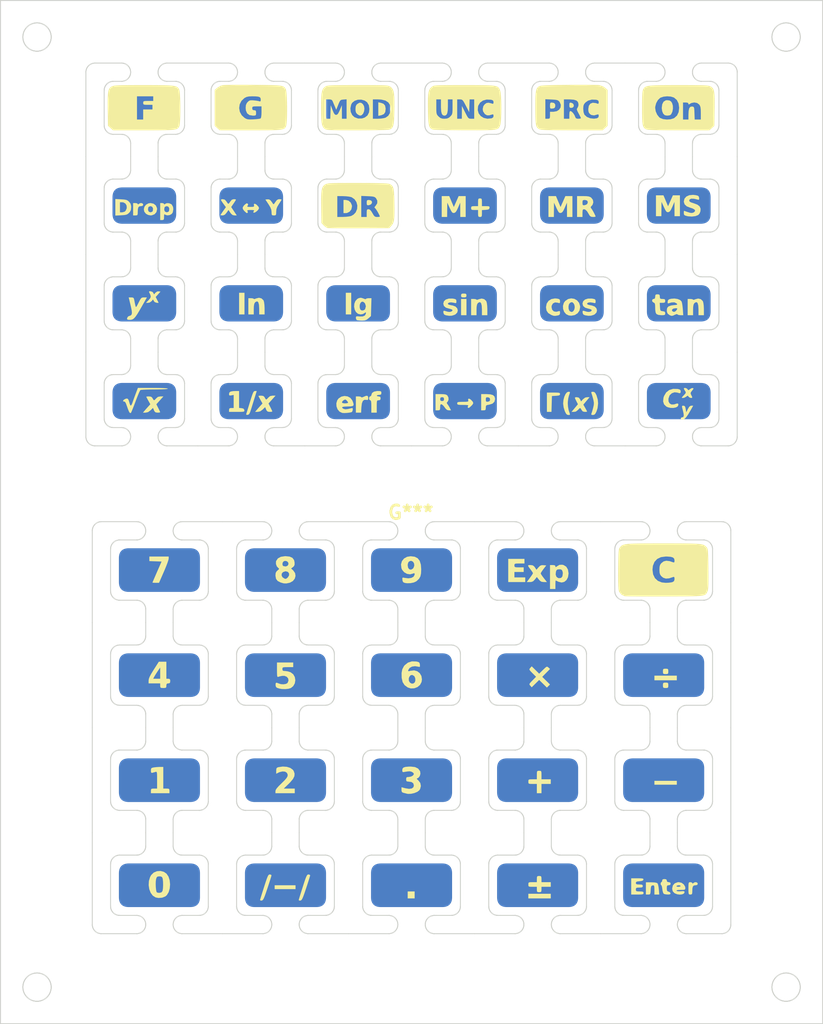
<source format=kicad_pcb>
(kicad_pcb (version 20221018) (generator pcbnew)
  (title_block (comment 4 "AISLER Project ID: FJJKZXGJ"))
  (layers (0 "F.Cu" signal) (31 "B.Cu" signal) (34 "B.Paste" user) (35 "F.Paste" user) (36 "B.SilkS" user "B.Silkscreen") (37 "F.SilkS" user "F.Silkscreen") (38 "B.Mask" user) (39 "F.Mask" user) (44 "Edge.Cuts" user))
  (net 0 "")
  (footprint "LOGO" (layer "F.Cu") (at 94.915 106.04)
    (fp_text reference "G***" (at 0 0) (layer "F.SilkS") (effects (font (size 1.5 1.5) (thickness 0.3))))
    (fp_text value "LOGO" hide)
  )
  (gr_poly (pts (xy 91.611526 91.950974) (xy 91.671096 91.953903) (xy 91.728713 91.958786) (xy 91.784377 91.965622) (xy 91.838088 91.974411) (xy 91.889846 91.985153) (xy 91.93965 91.997848) (xy 91.987502 92.012497) (xy 92.0334 92.029098) (xy 92.077346 92.047653) (xy 92.119338 92.068161) (xy 92.159377 92.090622) (xy 92.197463 92.115036) (xy 92.233596 92.141403) (xy 92.267775 92.169723) (xy 92.300002 92.199996) (xy 92.330276 92.232223) (xy 92.358596 92.266403) (xy 92.384963 92.302535) (xy 92.409377 92.340621) (xy 92.431838 92.38066) (xy 92.452346 92.422653) (xy 92.470901 92.466598) (xy 92.487503 92.512496) (xy 92.502151 92.560348) (xy 92.514847 92.610153) (xy 92.525589 92.661911) (xy 92.534378 92.715622) (xy 92.541214 92.771286) (xy 92.546097 92.828903) (xy 92.549026 92.888473) (xy 92.550003 92.949997) (xy 92.550003 94.749996) (xy 92.549026 94.81152) (xy 92.546097 94.87109) (xy 92.541214 94.928707) (xy 92.534378 94.984372) (xy 92.525589 95.038083) (xy 92.514847 95.08984) (xy 92.502151 95.139645) (xy 92.487503 95.187497) (xy 92.470901 95.233395) (xy 92.452346 95.27734) (xy 92.431838 95.319333) (xy 92.409377 95.359372) (xy 92.384963 95.397458) (xy 92.358596 95.43359) (xy 92.330276 95.46777) (xy 92.300002 95.499997) (xy 92.267775 95.53027) (xy 92.233596 95.55859) (xy 92.197463 95.584957) (xy 92.159377 95.609372) (xy 92.119338 95.631832) (xy 92.077346 95.65234) (xy 92.0334 95.670895) (xy 91.987502 95.687496) (xy 91.93965 95.702145) (xy 91.889846 95.71484) (xy 91.838088 95.725582) (xy 91.784377 95.734371) (xy 91.728713 95.741207) (xy 91.671096 95.74609) (xy 91.611526 95.74902) (xy 91.550003 95.749996) (xy 86.75 95.749996) (xy 86.688477 95.74902) (xy 86.628907 95.74609) (xy 86.57129 95.741207) (xy 86.515626 95.734371) (xy 86.461915 95.725582) (xy 86.410158 95.71484) (xy 86.360353 95.702145) (xy 86.312502 95.687496) (xy 86.266603 95.670895) (xy 86.222658 95.65234) (xy 86.180666 95.631832) (xy 86.140627 95.609372) (xy 86.102542 95.584957) (xy 86.066409 95.55859) (xy 86.032229 95.53027) (xy 86.000003 95.499997) (xy 85.96973 95.46777) (xy 85.941409 95.43359) (xy 85.915042 95.397458) (xy 85.890628 95.359372) (xy 85.868167 95.319333) (xy 85.84766 95.27734) (xy 85.829105 95.233395) (xy 85.812504 95.187497) (xy 85.797855 95.139645) (xy 85.78516 95.08984) (xy 85.774418 95.038083) (xy 85.765629 94.984372) (xy 85.758793 94.928707) (xy 85.75391 94.87109) (xy 85.75098 94.81152) (xy 85.750004 94.749996) (xy 85.750004 92.949997) (xy 85.75098 92.888473) (xy 85.75391 92.828903) (xy 85.758793 92.771286) (xy 85.765629 92.715622) (xy 85.774418 92.661911) (xy 85.78516 92.610153) (xy 85.797855 92.560348) (xy 85.812504 92.512496) (xy 85.829105 92.466598) (xy 85.84766 92.422653) (xy 85.868167 92.38066) (xy 85.890628 92.340621) (xy 85.915042 92.302535) (xy 85.941409 92.266403) (xy 85.96973 92.232223) (xy 86.000003 92.199996) (xy 86.032229 92.169723) (xy 86.066409 92.141403) (xy 86.102542 92.115036) (xy 86.140627 92.090622) (xy 86.180666 92.068161) (xy 86.222658 92.047653) (xy 86.266603 92.029098) (xy 86.312502 92.012497) (xy 86.360353 91.997848) (xy 86.410158 91.985153) (xy 86.461915 91.974411) (xy 86.515626 91.965622) (xy 86.57129 91.958786) (xy 86.628907 91.953903) (xy 86.688477 91.950974) (xy 86.75 91.949997) (xy 91.550003 91.949997)) (stroke (width 0.176388)) (fill solid) (layer "B.Cu"))
  (gr_poly (pts (xy 103.311527 81.250975) (xy 103.371096 81.253904) (xy 103.428713 81.258787) (xy 103.484377 81.265623) (xy 103.538087 81.274412) (xy 103.589845 81.285154) (xy 103.639649 81.297849) (xy 103.687501 81.312498) (xy 103.733399 81.329099) (xy 103.777344 81.347654) (xy 103.819336 81.368162) (xy 103.859375 81.390623) (xy 103.897461 81.415037) (xy 103.933593 81.441404) (xy 103.967773 81.469724) (xy 104 81.499997) (xy 104.030273 81.532224) (xy 104.058593 81.566403) (xy 104.08496 81.602536) (xy 104.109375 81.640622) (xy 104.131836 81.680661) (xy 104.152343 81.722653) (xy 104.170898 81.766598) (xy 104.1875 81.812497) (xy 104.202148 81.860348) (xy 104.214844 81.910153) (xy 104.225586 81.961911) (xy 104.234375 82.015621) (xy 104.241211 82.071285) (xy 104.246094 82.128903) (xy 104.249023 82.188473) (xy 104.25 82.249996) (xy 104.25 84.049995) (xy 104.249023 84.111519) (xy 104.246094 84.171089) (xy 104.241211 84.228707) (xy 104.234375 84.284371) (xy 104.225586 84.338082) (xy 104.214844 84.38984) (xy 104.202148 84.439645) (xy 104.1875 84.487497) (xy 104.170898 84.533395) (xy 104.152343 84.577341) (xy 104.131836 84.619333) (xy 104.109375 84.659372) (xy 104.08496 84.697458) (xy 104.058593 84.733591) (xy 104.030273 84.767771) (xy 104 84.799998) (xy 103.967773 84.830271) (xy 103.933593 84.858592) (xy 103.897461 84.884959) (xy 103.859375 84.909373) (xy 103.819336 84.931834) (xy 103.777344 84.952342) (xy 103.733399 84.970897) (xy 103.687501 84.987499) (xy 103.639649 85.002147) (xy 103.589845 85.014843) (xy 103.538087 85.025585) (xy 103.484377 85.034374) (xy 103.428713 85.04121) (xy 103.371096 85.046093) (xy 103.311527 85.049023) (xy 103.250004 85.049999) (xy 98.450001 85.049999) (xy 98.388478 85.049023) (xy 98.328907 85.046093) (xy 98.27129 85.04121) (xy 98.215626 85.034374) (xy 98.161916 85.025585) (xy 98.110158 85.014843) (xy 98.060353 85.002147) (xy 98.012502 84.987499) (xy 97.966603 84.970897) (xy 97.922658 84.952342) (xy 97.880666 84.931834) (xy 97.840627 84.909373) (xy 97.802541 84.884959) (xy 97.766408 84.858592) (xy 97.732228 84.830271) (xy 97.700002 84.799998) (xy 97.669728 84.767771) (xy 97.641408 84.733591) (xy 97.615041 84.697458) (xy 97.590626 84.659372) (xy 97.568165 84.619333) (xy 97.547658 84.577341) (xy 97.529103 84.533395) (xy 97.512501 84.487497) (xy 97.497853 84.439645) (xy 97.485157 84.38984) (xy 97.474415 84.338082) (xy 97.465626 84.284371) (xy 97.45879 84.228707) (xy 97.453907 84.171089) (xy 97.450977 84.111519) (xy 97.450001 84.049995) (xy 97.450001 82.249996) (xy 97.450977 82.188473) (xy 97.453907 82.128903) (xy 97.45879 82.071285) (xy 97.465626 82.015621) (xy 97.474415 81.961911) (xy 97.485157 81.910153) (xy 97.497853 81.860348) (xy 97.512501 81.812497) (xy 97.529103 81.766598) (xy 97.547658 81.722653) (xy 97.568165 81.680661) (xy 97.590626 81.640622) (xy 97.615041 81.602536) (xy 97.641408 81.566403) (xy 97.669728 81.532224) (xy 97.700002 81.499997) (xy 97.732228 81.469724) (xy 97.766408 81.441404) (xy 97.802541 81.415037) (xy 97.840627 81.390623) (xy 97.880666 81.368162) (xy 97.922658 81.347654) (xy 97.966603 81.329099) (xy 98.012502 81.312498) (xy 98.060353 81.297849) (xy 98.110158 81.285154) (xy 98.161916 81.274412) (xy 98.215626 81.265623) (xy 98.27129 81.258787) (xy 98.328907 81.253904) (xy 98.388478 81.250975) (xy 98.450001 81.249998) (xy 103.250004 81.249998)) (stroke (width 0.176388)) (fill solid) (layer "B.Cu"))
  (gr_poly (pts (xy 126.711525 91.950974) (xy 126.771095 91.953903) (xy 126.828712 91.958786) (xy 126.884375 91.965622) (xy 126.938086 91.974411) (xy 126.989844 91.985153) (xy 127.039648 91.997848) (xy 127.087499 92.012497) (xy 127.133397 92.029098) (xy 127.177342 92.047653) (xy 127.219334 92.068161) (xy 127.259373 92.090622) (xy 127.297459 92.115036) (xy 127.333591 92.141403) (xy 127.36777 92.169723) (xy 127.399997 92.199996) (xy 127.43027 92.232223) (xy 127.45859 92.266403) (xy 127.484957 92.302535) (xy 127.509371 92.340621) (xy 127.531831 92.38066) (xy 127.552339 92.422653) (xy 127.570893 92.466598) (xy 127.587495 92.512496) (xy 127.602143 92.560348) (xy 127.614838 92.610153) (xy 127.62558 92.661911) (xy 127.634369 92.715622) (xy 127.641205 92.771286) (xy 127.646088 92.828903) (xy 127.649017 92.888473) (xy 127.649994 92.949997) (xy 127.649994 94.749996) (xy 127.649017 94.81152) (xy 127.646088 94.87109) (xy 127.641205 94.928707) (xy 127.634369 94.984372) (xy 127.62558 95.038083) (xy 127.614838 95.08984) (xy 127.602143 95.139645) (xy 127.587495 95.187497) (xy 127.570893 95.233395) (xy 127.552339 95.27734) (xy 127.531831 95.319333) (xy 127.509371 95.359372) (xy 127.484957 95.397458) (xy 127.45859 95.43359) (xy 127.43027 95.46777) (xy 127.399997 95.499997) (xy 127.36777 95.53027) (xy 127.333591 95.55859) (xy 127.297459 95.584957) (xy 127.259373 95.609372) (xy 127.219334 95.631832) (xy 127.177342 95.65234) (xy 127.133397 95.670895) (xy 127.087499 95.687496) (xy 127.039648 95.702145) (xy 126.989844 95.71484) (xy 126.938086 95.725582) (xy 126.884375 95.734371) (xy 126.828712 95.741207) (xy 126.771095 95.74609) (xy 126.711525 95.74902) (xy 126.650002 95.749996) (xy 121.849998 95.749996) (xy 121.788475 95.74902) (xy 121.728905 95.74609) (xy 121.671288 95.741207) (xy 121.615624 95.734371) (xy 121.561913 95.725582) (xy 121.510156 95.71484) (xy 121.460351 95.702145) (xy 121.4125 95.687496) (xy 121.366601 95.670895) (xy 121.322656 95.65234) (xy 121.280664 95.631832) (xy 121.240625 95.609372) (xy 121.202539 95.584957) (xy 121.166406 95.55859) (xy 121.132226 95.53027) (xy 121.099999 95.499997) (xy 121.069726 95.46777) (xy 121.041406 95.43359) (xy 121.015038 95.397458) (xy 120.990624 95.359372) (xy 120.968163 95.319333) (xy 120.947655 95.27734) (xy 120.9291 95.233395) (xy 120.912499 95.187497) (xy 120.89785 95.139645) (xy 120.885155 95.08984) (xy 120.874413 95.038083) (xy 120.865624 94.984372) (xy 120.858788 94.928707) (xy 120.853905 94.87109) (xy 120.850975 94.81152) (xy 120.849998 94.749996) (xy 120.849998 92.949997) (xy 120.850975 92.888473) (xy 120.853905 92.828903) (xy 120.858788 92.771286) (xy 120.865624 92.715622) (xy 120.874413 92.661911) (xy 120.885155 92.610153) (xy 120.89785 92.560348) (xy 120.912499 92.512496) (xy 120.9291 92.466598) (xy 120.947655 92.422653) (xy 120.968163 92.38066) (xy 120.990624 92.340621) (xy 121.015038 92.302535) (xy 121.041406 92.266403) (xy 121.069726 92.232223) (xy 121.099999 92.199996) (xy 121.132226 92.169723) (xy 121.166406 92.141403) (xy 121.202539 92.115036) (xy 121.240625 92.090622) (xy 121.280664 92.068161) (xy 121.322656 92.047653) (xy 121.366601 92.029098) (xy 121.4125 92.012497) (xy 121.460351 91.997848) (xy 121.510156 91.985153) (xy 121.561913 91.974411) (xy 121.615624 91.965622) (xy 121.671288 91.958786) (xy 121.728905 91.953903) (xy 121.788475 91.950974) (xy 121.849998 91.949997) (xy 126.650002 91.949997)) (stroke (width 0.176388)) (fill solid) (layer "B.Cu"))
  (gr_poly (pts (xy 126.01152 110.050972) (xy 126.07109 110.053902) (xy 126.128707 110.058785) (xy 126.184371 110.065621) (xy 126.238082 110.07441) (xy 126.28984 110.085152) (xy 126.339644 110.097847) (xy 126.387496 110.112496) (xy 126.433394 110.129097) (xy 126.47734 110.147652) (xy 126.519332 110.16816) (xy 126.559371 110.190621) (xy 126.597457 110.215035) (xy 126.63359 110.241402) (xy 126.667769 110.269723) (xy 126.699996 110.299996) (xy 126.730269 110.332223) (xy 126.75859 110.366403) (xy 126.784957 110.402536) (xy 126.809371 110.440622) (xy 126.831832 110.480661) (xy 126.85234 110.522653) (xy 126.870895 110.566598) (xy 126.887497 110.612496) (xy 126.902145 110.660348) (xy 126.91484 110.710153) (xy 126.925583 110.76191) (xy 126.934372 110.815621) (xy 126.941208 110.871285) (xy 126.946091 110.928902) (xy 126.94902 110.988472) (xy 126.949997 111.049995) (xy 126.949997 113.649998) (xy 126.94902 113.711521) (xy 126.946091 113.77109) (xy 126.941208 113.828707) (xy 126.934372 113.884371) (xy 126.925583 113.938081) (xy 126.91484 113.989839) (xy 126.902145 114.039643) (xy 126.887497 114.087494) (xy 126.870895 114.133393) (xy 126.85234 114.177338) (xy 126.831832 114.21933) (xy 126.809371 114.259369) (xy 126.784957 114.297455) (xy 126.75859 114.333587) (xy 126.730269 114.367767) (xy 126.699996 114.399993) (xy 126.667769 114.430267) (xy 126.63359 114.458587) (xy 126.597457 114.484954) (xy 126.559371 114.509368) (xy 126.519332 114.531829) (xy 126.47734 114.552337) (xy 126.433394 114.570892) (xy 126.387496 114.587494) (xy 126.339644 114.602142) (xy 126.28984 114.614837) (xy 126.238082 114.62558) (xy 126.184371 114.634369) (xy 126.128707 114.641205) (xy 126.07109 114.646088) (xy 126.01152 114.649017) (xy 125.949997 114.649994) (xy 119.25 114.649994) (xy 119.188477 114.649017) (xy 119.128907 114.646088) (xy 119.07129 114.641205) (xy 119.015626 114.634369) (xy 118.961915 114.62558) (xy 118.910157 114.614837) (xy 118.860353 114.602142) (xy 118.812501 114.587494) (xy 118.766603 114.570892) (xy 118.722657 114.552337) (xy 118.680665 114.531829) (xy 118.640626 114.509368) (xy 118.60254 114.484954) (xy 118.566407 114.458587) (xy 118.532228 114.430267) (xy 118.500001 114.399993) (xy 118.469727 114.367767) (xy 118.441407 114.333587) (xy 118.41504 114.297455) (xy 118.390626 114.259369) (xy 118.368165 114.21933) (xy 118.347657 114.177338) (xy 118.329102 114.133393) (xy 118.3125 114.087494) (xy 118.297852 114.039643) (xy 118.285156 113.989839) (xy 118.274414 113.938081) (xy 118.265625 113.884371) (xy 118.258789 113.828707) (xy 118.253906 113.77109) (xy 118.250977 113.711521) (xy 118.25 113.649998) (xy 118.25 111.049995) (xy 118.250977 110.988472) (xy 118.253906 110.928902) (xy 118.258789 110.871285) (xy 118.265625 110.815621) (xy 118.274414 110.76191) (xy 118.285156 110.710153) (xy 118.297852 110.660348) (xy 118.3125 110.612496) (xy 118.329102 110.566598) (xy 118.347657 110.522653) (xy 118.368165 110.480661) (xy 118.390626 110.440622) (xy 118.41504 110.402536) (xy 118.441407 110.366403) (xy 118.469727 110.332223) (xy 118.500001 110.299996) (xy 118.532228 110.269723) (xy 118.566407 110.241402) (xy 118.60254 110.215035) (xy 118.640626 110.190621) (xy 118.680665 110.16816) (xy 118.722657 110.147652) (xy 118.766603 110.129097) (xy 118.812501 110.112496) (xy 118.860353 110.097847) (xy 118.910157 110.085152) (xy 118.961915 110.07441) (xy 119.015626 110.065621) (xy 119.07129 110.058785) (xy 119.128907 110.053902) (xy 119.188477 110.050972) (xy 119.25 110.049995) (xy 125.949997 110.049995)) (stroke (width 0.176388)) (fill solid) (layer "B.Cu"))
  (gr_poly (pts (xy 112.211525 121.550972) (xy 112.271095 121.553902) (xy 112.328712 121.558784) (xy 112.384376 121.56562) (xy 112.438087 121.574409) (xy 112.489844 121.585151) (xy 112.539649 121.597846) (xy 112.5875 121.612495) (xy 112.633399 121.629096) (xy 112.677344 121.647651) (xy 112.719336 121.668158) (xy 112.759375 121.690619) (xy 112.797461 121.715033) (xy 112.833594 121.7414) (xy 112.867774 121.76972) (xy 112.900001 121.799994) (xy 112.930274 121.83222) (xy 112.958594 121.8664) (xy 112.984962 121.902532) (xy 113.009376 121.940618) (xy 113.031837 121.980657) (xy 113.052345 122.022649) (xy 113.0709 122.066595) (xy 113.087501 122.112493) (xy 113.10215 122.160345) (xy 113.114845 122.21015) (xy 113.125587 122.261908) (xy 113.134376 122.315619) (xy 113.141212 122.371283) (xy 113.146095 122.428901) (xy 113.149025 122.488472) (xy 113.150002 122.549995) (xy 113.150002 125.149994) (xy 113.149025 125.211517) (xy 113.146095 125.271087) (xy 113.141212 125.328704) (xy 113.134376 125.384368) (xy 113.125587 125.438079) (xy 113.114845 125.489837) (xy 113.10215 125.539641) (xy 113.087501 125.587493) (xy 113.0709 125.633391) (xy 113.052345 125.677337) (xy 113.031837 125.719329) (xy 113.009376 125.759368) (xy 112.984962 125.797454) (xy 112.958594 125.833587) (xy 112.930274 125.867766) (xy 112.900001 125.899993) (xy 112.867774 125.930266) (xy 112.833594 125.958587) (xy 112.797461 125.984954) (xy 112.759375 126.009368) (xy 112.719336 126.031829) (xy 112.677344 126.052337) (xy 112.633399 126.070892) (xy 112.5875 126.087494) (xy 112.539649 126.102142) (xy 112.489844 126.114837) (xy 112.438087 126.12558) (xy 112.384376 126.134369) (xy 112.328712 126.141205) (xy 112.271095 126.146088) (xy 112.211525 126.149017) (xy 112.150002 126.149994) (xy 105.450001 126.149994) (xy 105.388477 126.149017) (xy 105.328907 126.146088) (xy 105.27129 126.141205) (xy 105.215625 126.134369) (xy 105.161914 126.12558) (xy 105.110157 126.114837) (xy 105.060352 126.102142) (xy 105.0125 126.087494) (xy 104.966602 126.070892) (xy 104.922656 126.052337) (xy 104.880664 126.031829) (xy 104.840625 126.009368) (xy 104.802539 125.984954) (xy 104.766406 125.958587) (xy 104.732227 125.930266) (xy 104.7 125.899993) (xy 104.669727 125.867766) (xy 104.641407 125.833587) (xy 104.615039 125.797454) (xy 104.590625 125.759368) (xy 104.568165 125.719329) (xy 104.547657 125.677337) (xy 104.529102 125.633391) (xy 104.512501 125.587493) (xy 104.497852 125.539641) (xy 104.485157 125.489837) (xy 104.474415 125.438079) (xy 104.465626 125.384368) (xy 104.45879 125.328704) (xy 104.453907 125.271087) (xy 104.450977 125.211517) (xy 104.450001 125.149994) (xy 104.450001 122.549995) (xy 104.450977 122.488472) (xy 104.453907 122.428901) (xy 104.45879 122.371283) (xy 104.465626 122.315619) (xy 104.474415 122.261908) (xy 104.485157 122.21015) (xy 104.497852 122.160345) (xy 104.512501 122.112493) (xy 104.529102 122.066595) (xy 104.547657 122.022649) (xy 104.568165 121.980657) (xy 104.590625 121.940618) (xy 104.615039 121.902532) (xy 104.641407 121.8664) (xy 104.669727 121.83222) (xy 104.7 121.799994) (xy 104.732227 121.76972) (xy 104.766406 121.7414) (xy 104.802539 121.715033) (xy 104.840625 121.690619) (xy 104.880664 121.668158) (xy 104.922656 121.647651) (xy 104.966602 121.629096) (xy 105.0125 121.612495) (xy 105.060352 121.597846) (xy 105.110157 121.585151) (xy 105.161914 121.574409) (xy 105.215625 121.56562) (xy 105.27129 121.558784) (xy 105.328907 121.553902) (xy 105.388477 121.550972) (xy 105.450001 121.549995) (xy 112.150002 121.549995)) (stroke (width 0.176388)) (fill solid) (layer "B.Cu"))
  (gr_poly (pts (xy 112.211525 133.050972) (xy 112.271095 133.053902) (xy 112.328712 133.058785) (xy 112.384376 133.065621) (xy 112.438087 133.07441) (xy 112.489844 133.085152) (xy 112.539649 133.097847) (xy 112.5875 133.112496) (xy 112.633399 133.129097) (xy 112.677344 133.147652) (xy 112.719336 133.16816) (xy 112.759375 133.190621) (xy 112.797461 133.215035) (xy 112.833594 133.241402) (xy 112.867774 133.269723) (xy 112.900001 133.299996) (xy 112.930274 133.332223) (xy 112.958594 133.366403) (xy 112.984962 133.402536) (xy 113.009376 133.440622) (xy 113.031837 133.480661) (xy 113.052345 133.522653) (xy 113.0709 133.566598) (xy 113.087501 133.612496) (xy 113.10215 133.660348) (xy 113.114845 133.710153) (xy 113.125587 133.76191) (xy 113.134376 133.815621) (xy 113.141212 133.871285) (xy 113.146095 133.928902) (xy 113.149025 133.988472) (xy 113.150002 134.049995) (xy 113.150002 136.649994) (xy 113.149025 136.711517) (xy 113.146095 136.771087) (xy 113.141212 136.828704) (xy 113.134376 136.884368) (xy 113.125587 136.938079) (xy 113.114845 136.989837) (xy 113.10215 137.039641) (xy 113.087501 137.087493) (xy 113.0709 137.133391) (xy 113.052345 137.177337) (xy 113.031837 137.219329) (xy 113.009376 137.259368) (xy 112.984962 137.297454) (xy 112.958594 137.333587) (xy 112.930274 137.367766) (xy 112.900001 137.399993) (xy 112.867774 137.430266) (xy 112.833594 137.458587) (xy 112.797461 137.484954) (xy 112.759375 137.509368) (xy 112.719336 137.531829) (xy 112.677344 137.552337) (xy 112.633399 137.570892) (xy 112.5875 137.587494) (xy 112.539649 137.602142) (xy 112.489844 137.614837) (xy 112.438087 137.62558) (xy 112.384376 137.634369) (xy 112.328712 137.641205) (xy 112.271095 137.646088) (xy 112.211525 137.649017) (xy 112.150002 137.649994) (xy 105.450001 137.649994) (xy 105.388477 137.649017) (xy 105.328907 137.646088) (xy 105.27129 137.641205) (xy 105.215625 137.634369) (xy 105.161914 137.62558) (xy 105.110157 137.614837) (xy 105.060352 137.602142) (xy 105.0125 137.587494) (xy 104.966602 137.570892) (xy 104.922656 137.552337) (xy 104.880664 137.531829) (xy 104.840625 137.509368) (xy 104.802539 137.484954) (xy 104.766406 137.458587) (xy 104.732227 137.430266) (xy 104.7 137.399993) (xy 104.669727 137.367766) (xy 104.641407 137.333587) (xy 104.615039 137.297454) (xy 104.590625 137.259368) (xy 104.568165 137.219329) (xy 104.547657 137.177337) (xy 104.529102 137.133391) (xy 104.512501 137.087493) (xy 104.497852 137.039641) (xy 104.485157 136.989837) (xy 104.474415 136.938079) (xy 104.465626 136.884368) (xy 104.45879 136.828704) (xy 104.453907 136.771087) (xy 104.450977 136.711517) (xy 104.450001 136.649994) (xy 104.450001 134.049995) (xy 104.450977 133.988472) (xy 104.453907 133.928902) (xy 104.45879 133.871285) (xy 104.465626 133.815621) (xy 104.474415 133.76191) (xy 104.485157 133.710153) (xy 104.497852 133.660348) (xy 104.512501 133.612496) (xy 104.529102 133.566598) (xy 104.547657 133.522653) (xy 104.568165 133.480661) (xy 104.590625 133.440622) (xy 104.615039 133.402536) (xy 104.641407 133.366403) (xy 104.669727 133.332223) (xy 104.7 133.299996) (xy 104.732227 133.269723) (xy 104.766406 133.241402) (xy 104.802539 133.215035) (xy 104.840625 133.190621) (xy 104.880664 133.16816) (xy 104.922656 133.147652) (xy 104.966602 133.129097) (xy 105.0125 133.112496) (xy 105.060352 133.097847) (xy 105.110157 133.085152) (xy 105.161914 133.07441) (xy 105.215625 133.065621) (xy 105.27129 133.058785) (xy 105.328907 133.053902) (xy 105.388477 133.050972) (xy 105.450001 133.049995) (xy 112.150002 133.049995)) (stroke (width 0.176388)) (fill solid) (layer "B.Cu"))
  (gr_poly (pts (xy 79.911526 70.550976) (xy 79.971096 70.553905) (xy 80.028714 70.558788) (xy 80.084378 70.565624) (xy 80.138089 70.574413) (xy 80.189847 70.585155) (xy 80.239651 70.597851) (xy 80.287503 70.612499) (xy 80.333402 70.629101) (xy 80.377347 70.647655) (xy 80.419339 70.668163) (xy 80.459378 70.690624) (xy 80.497464 70.715038) (xy 80.533597 70.741405) (xy 80.567777 70.769725) (xy 80.600004 70.799999) (xy 80.630277 70.832225) (xy 80.658598 70.866405) (xy 80.684965 70.902537) (xy 80.709379 70.940623) (xy 80.73184 70.980662) (xy 80.752348 71.022654) (xy 80.770902 71.0666) (xy 80.787504 71.112498) (xy 80.802153 71.160349) (xy 80.814848 71.210154) (xy 80.82559 71.261912) (xy 80.834379 71.315623) (xy 80.841215 71.371287) (xy 80.846098 71.428904) (xy 80.849028 71.488474) (xy 80.850004 71.549997) (xy 80.850004 73.349997) (xy 80.849028 73.41152) (xy 80.846098 73.47109) (xy 80.841215 73.528707) (xy 80.834379 73.584371) (xy 80.82559 73.638082) (xy 80.814848 73.68984) (xy 80.802153 73.739645) (xy 80.787504 73.787497) (xy 80.770902 73.833395) (xy 80.752348 73.87734) (xy 80.73184 73.919333) (xy 80.709379 73.959372) (xy 80.684965 73.997458) (xy 80.658598 74.033591) (xy 80.630277 74.067771) (xy 80.600004 74.099997) (xy 80.567777 74.130271) (xy 80.533597 74.158591) (xy 80.497464 74.184959) (xy 80.459378 74.209373) (xy 80.419339 74.231834) (xy 80.377347 74.252342) (xy 80.333402 74.270896) (xy 80.287503 74.287498) (xy 80.239651 74.302147) (xy 80.189847 74.314842) (xy 80.138089 74.325584) (xy 80.084378 74.334373) (xy 80.028714 74.341209) (xy 79.971096 74.346092) (xy 79.911526 74.349022) (xy 79.850002 74.349998) (xy 75.050003 74.349998) (xy 74.98848 74.349022) (xy 74.928909 74.346092) (xy 74.871292 74.341209) (xy 74.815628 74.334373) (xy 74.761917 74.325584) (xy 74.71016 74.314842) (xy 74.660355 74.302147) (xy 74.612503 74.287498) (xy 74.566605 74.270896) (xy 74.52266 74.252342) (xy 74.480667 74.231834) (xy 74.440628 74.209373) (xy 74.402542 74.184959) (xy 74.36641 74.158591) (xy 74.33223 74.130271) (xy 74.300003 74.099997) (xy 74.26973 74.067771) (xy 74.24141 74.033591) (xy 74.215042 73.997458) (xy 74.190628 73.959372) (xy 74.168167 73.919333) (xy 74.147659 73.87734) (xy 74.129105 73.833395) (xy 74.112503 73.787497) (xy 74.097855 73.739645) (xy 74.085159 73.68984) (xy 74.074417 73.638082) (xy 74.065628 73.584371) (xy 74.058792 73.528707) (xy 74.053909 73.47109) (xy 74.05098 73.41152) (xy 74.050003 73.349997) (xy 74.050003 71.549997) (xy 74.05098 71.488474) (xy 74.053909 71.428904) (xy 74.058792 71.371287) (xy 74.065628 71.315623) (xy 74.074417 71.261912) (xy 74.085159 71.210154) (xy 74.097855 71.160349) (xy 74.112503 71.112498) (xy 74.129105 71.0666) (xy 74.147659 71.022654) (xy 74.168167 70.980662) (xy 74.190628 70.940623) (xy 74.215042 70.902537) (xy 74.24141 70.866405) (xy 74.26973 70.832225) (xy 74.300003 70.799999) (xy 74.33223 70.769725) (xy 74.36641 70.741405) (xy 74.402542 70.715038) (xy 74.440628 70.690624) (xy 74.480667 70.668163) (xy 74.52266 70.647655) (xy 74.566605 70.629101) (xy 74.612503 70.612499) (xy 74.660355 70.597851) (xy 74.71016 70.585155) (xy 74.761917 70.574413) (xy 74.815628 70.565624) (xy 74.871292 70.558788) (xy 74.928909 70.553905) (xy 74.98848 70.550976) (xy 75.050003 70.549999) (xy 79.850002 70.549999)) (stroke (width 0.176388)) (fill solid) (layer "B.Cu"))
  (gr_poly (pts (xy 98.411522 110.050972) (xy 98.471093 110.053902) (xy 98.528711 110.058785) (xy 98.584375 110.065621) (xy 98.638086 110.07441) (xy 98.689844 110.085152) (xy 98.739649 110.097847) (xy 98.787501 110.112496) (xy 98.8334 110.129097) (xy 98.877345 110.147652) (xy 98.919338 110.16816) (xy 98.959377 110.190621) (xy 98.997463 110.215035) (xy 99.033596 110.241402) (xy 99.067776 110.269723) (xy 99.100002 110.299996) (xy 99.130276 110.332223) (xy 99.158596 110.366403) (xy 99.184963 110.402536) (xy 99.209377 110.440622) (xy 99.231838 110.480661) (xy 99.252346 110.522653) (xy 99.270901 110.566598) (xy 99.287502 110.612496) (xy 99.302151 110.660348) (xy 99.314846 110.710153) (xy 99.325588 110.76191) (xy 99.334377 110.815621) (xy 99.341213 110.871285) (xy 99.346096 110.928902) (xy 99.349026 110.988472) (xy 99.350002 111.049995) (xy 99.350002 113.649998) (xy 99.349026 113.711521) (xy 99.346096 113.77109) (xy 99.341213 113.828707) (xy 99.334377 113.884371) (xy 99.325588 113.938081) (xy 99.314846 113.989839) (xy 99.302151 114.039643) (xy 99.287502 114.087494) (xy 99.270901 114.133393) (xy 99.252346 114.177338) (xy 99.231838 114.21933) (xy 99.209377 114.259369) (xy 99.184963 114.297455) (xy 99.158596 114.333587) (xy 99.130276 114.367767) (xy 99.100002 114.399993) (xy 99.067776 114.430267) (xy 99.033596 114.458587) (xy 98.997463 114.484954) (xy 98.959377 114.509368) (xy 98.919338 114.531829) (xy 98.877345 114.552337) (xy 98.8334 114.570892) (xy 98.787501 114.587494) (xy 98.739649 114.602142) (xy 98.689844 114.614837) (xy 98.638086 114.62558) (xy 98.584375 114.634369) (xy 98.528711 114.641205) (xy 98.471093 114.646088) (xy 98.411522 114.649017) (xy 98.349998 114.649994) (xy 91.650002 114.649994) (xy 91.588478 114.649017) (xy 91.528908 114.646088) (xy 91.47129 114.641205) (xy 91.415626 114.634369) (xy 91.361915 114.62558) (xy 91.310157 114.614837) (xy 91.260353 114.602142) (xy 91.212501 114.587494) (xy 91.166603 114.570892) (xy 91.122657 114.552337) (xy 91.080665 114.531829) (xy 91.040626 114.509368) (xy 91.00254 114.484954) (xy 90.966407 114.458587) (xy 90.932228 114.430267) (xy 90.900001 114.399993) (xy 90.869728 114.367767) (xy 90.841407 114.333587) (xy 90.81504 114.297455) (xy 90.790626 114.259369) (xy 90.768165 114.21933) (xy 90.747658 114.177338) (xy 90.729103 114.133393) (xy 90.712501 114.087494) (xy 90.697853 114.039643) (xy 90.685158 113.989839) (xy 90.674416 113.938081) (xy 90.665626 113.884371) (xy 90.658791 113.828707) (xy 90.653908 113.77109) (xy 90.650978 113.711521) (xy 90.650002 113.649998) (xy 90.650002 111.049995) (xy 90.650978 110.988472) (xy 90.653908 110.928902) (xy 90.658791 110.871285) (xy 90.665626 110.815621) (xy 90.674416 110.76191) (xy 90.685158 110.710153) (xy 90.697853 110.660348) (xy 90.712501 110.612496) (xy 90.729103 110.566598) (xy 90.747658 110.522653) (xy 90.768165 110.480661) (xy 90.790626 110.440622) (xy 90.81504 110.402536) (xy 90.841407 110.366403) (xy 90.869728 110.332223) (xy 90.900001 110.299996) (xy 90.932228 110.269723) (xy 90.966407 110.241402) (xy 91.00254 110.215035) (xy 91.040626 110.190621) (xy 91.080665 110.16816) (xy 91.122657 110.147652) (xy 91.166603 110.129097) (xy 91.212501 110.112496) (xy 91.260353 110.097847) (xy 91.310157 110.085152) (xy 91.361915 110.07441) (xy 91.415626 110.065621) (xy 91.47129 110.058785) (xy 91.528908 110.053902) (xy 91.588478 110.050972) (xy 91.650002 110.049995) (xy 98.349998 110.049995)) (stroke (width 0.176388)) (fill solid) (layer "B.Cu"))
  (gr_poly (pts (xy 91.611526 81.250975) (xy 91.671096 81.253904) (xy 91.728713 81.258787) (xy 91.784377 81.265623) (xy 91.838088 81.274412) (xy 91.889846 81.285154) (xy 91.93965 81.297849) (xy 91.987502 81.312498) (xy 92.0334 81.329099) (xy 92.077346 81.347654) (xy 92.119338 81.368162) (xy 92.159377 81.390623) (xy 92.197463 81.415037) (xy 92.233596 81.441404) (xy 92.267775 81.469724) (xy 92.300002 81.499997) (xy 92.330276 81.532224) (xy 92.358596 81.566403) (xy 92.384963 81.602536) (xy 92.409377 81.640622) (xy 92.431838 81.680661) (xy 92.452346 81.722653) (xy 92.470901 81.766598) (xy 92.487503 81.812497) (xy 92.502151 81.860348) (xy 92.514847 81.910153) (xy 92.525589 81.961911) (xy 92.534378 82.015621) (xy 92.541214 82.071285) (xy 92.546097 82.128903) (xy 92.549026 82.188473) (xy 92.550003 82.249996) (xy 92.550003 84.049995) (xy 92.549026 84.111519) (xy 92.546097 84.171089) (xy 92.541214 84.228707) (xy 92.534378 84.284371) (xy 92.525589 84.338082) (xy 92.514847 84.38984) (xy 92.502151 84.439645) (xy 92.487503 84.487497) (xy 92.470901 84.533395) (xy 92.452346 84.577341) (xy 92.431838 84.619333) (xy 92.409377 84.659372) (xy 92.384963 84.697458) (xy 92.358596 84.733591) (xy 92.330276 84.767771) (xy 92.300002 84.799998) (xy 92.267775 84.830271) (xy 92.233596 84.858592) (xy 92.197463 84.884959) (xy 92.159377 84.909373) (xy 92.119338 84.931834) (xy 92.077346 84.952342) (xy 92.0334 84.970897) (xy 91.987502 84.987499) (xy 91.93965 85.002147) (xy 91.889846 85.014843) (xy 91.838088 85.025585) (xy 91.784377 85.034374) (xy 91.728713 85.04121) (xy 91.671096 85.046093) (xy 91.611526 85.049023) (xy 91.550003 85.049999) (xy 86.75 85.049999) (xy 86.688477 85.049023) (xy 86.628907 85.046093) (xy 86.57129 85.04121) (xy 86.515626 85.034374) (xy 86.461915 85.025585) (xy 86.410158 85.014843) (xy 86.360353 85.002147) (xy 86.312502 84.987499) (xy 86.266603 84.970897) (xy 86.222658 84.952342) (xy 86.180666 84.931834) (xy 86.140627 84.909373) (xy 86.102542 84.884959) (xy 86.066409 84.858592) (xy 86.032229 84.830271) (xy 86.000003 84.799998) (xy 85.96973 84.767771) (xy 85.941409 84.733591) (xy 85.915042 84.697458) (xy 85.890628 84.659372) (xy 85.868167 84.619333) (xy 85.84766 84.577341) (xy 85.829105 84.533395) (xy 85.812504 84.487497) (xy 85.797855 84.439645) (xy 85.78516 84.38984) (xy 85.774418 84.338082) (xy 85.765629 84.284371) (xy 85.758793 84.228707) (xy 85.75391 84.171089) (xy 85.75098 84.111519) (xy 85.750004 84.049995) (xy 85.750004 82.249996) (xy 85.75098 82.188473) (xy 85.75391 82.128903) (xy 85.758793 82.071285) (xy 85.765629 82.015621) (xy 85.774418 81.961911) (xy 85.78516 81.910153) (xy 85.797855 81.860348) (xy 85.812504 81.812497) (xy 85.829105 81.766598) (xy 85.84766 81.722653) (xy 85.868167 81.680661) (xy 85.890628 81.640622) (xy 85.915042 81.602536) (xy 85.941409 81.566403) (xy 85.96973 81.532224) (xy 86.000003 81.499997) (xy 86.032229 81.469724) (xy 86.066409 81.441404) (xy 86.102542 81.415037) (xy 86.140627 81.390623) (xy 86.180666 81.368162) (xy 86.222658 81.347654) (xy 86.266603 81.329099) (xy 86.312502 81.312498) (xy 86.360353 81.297849) (xy 86.410158 81.285154) (xy 86.461915 81.274412) (xy 86.515626 81.265623) (xy 86.57129 81.258787) (xy 86.628907 81.253904) (xy 86.688477 81.250975) (xy 86.75 81.249998) (xy 91.550003 81.249998)) (stroke (width 0.176388)) (fill solid) (layer "B.Cu"))
  (gr_poly (pts (xy 126.01152 121.550972) (xy 126.07109 121.553902) (xy 126.128707 121.558784) (xy 126.184371 121.56562) (xy 126.238082 121.574409) (xy 126.28984 121.585151) (xy 126.339644 121.597846) (xy 126.387496 121.612495) (xy 126.433394 121.629096) (xy 126.47734 121.647651) (xy 126.519332 121.668158) (xy 126.559371 121.690619) (xy 126.597457 121.715033) (xy 126.63359 121.7414) (xy 126.667769 121.76972) (xy 126.699996 121.799994) (xy 126.730269 121.83222) (xy 126.75859 121.8664) (xy 126.784957 121.902532) (xy 126.809371 121.940618) (xy 126.831832 121.980657) (xy 126.85234 122.022649) (xy 126.870895 122.066595) (xy 126.887497 122.112493) (xy 126.902145 122.160345) (xy 126.91484 122.21015) (xy 126.925583 122.261908) (xy 126.934372 122.315619) (xy 126.941208 122.371283) (xy 126.946091 122.428901) (xy 126.94902 122.488472) (xy 126.949997 122.549995) (xy 126.949997 125.149994) (xy 126.94902 125.211517) (xy 126.946091 125.271087) (xy 126.941208 125.328704) (xy 126.934372 125.384368) (xy 126.925583 125.438079) (xy 126.91484 125.489837) (xy 126.902145 125.539641) (xy 126.887497 125.587493) (xy 126.870895 125.633391) (xy 126.85234 125.677337) (xy 126.831832 125.719329) (xy 126.809371 125.759368) (xy 126.784957 125.797454) (xy 126.75859 125.833587) (xy 126.730269 125.867766) (xy 126.699996 125.899993) (xy 126.667769 125.930266) (xy 126.63359 125.958587) (xy 126.597457 125.984954) (xy 126.559371 126.009368) (xy 126.519332 126.031829) (xy 126.47734 126.052337) (xy 126.433394 126.070892) (xy 126.387496 126.087494) (xy 126.339644 126.102142) (xy 126.28984 126.114837) (xy 126.238082 126.12558) (xy 126.184371 126.134369) (xy 126.128707 126.141205) (xy 126.07109 126.146088) (xy 126.01152 126.149017) (xy 125.949997 126.149994) (xy 119.25 126.149994) (xy 119.188477 126.149017) (xy 119.128907 126.146088) (xy 119.07129 126.141205) (xy 119.015626 126.134369) (xy 118.961915 126.12558) (xy 118.910157 126.114837) (xy 118.860353 126.102142) (xy 118.812501 126.087494) (xy 118.766603 126.070892) (xy 118.722657 126.052337) (xy 118.680665 126.031829) (xy 118.640626 126.009368) (xy 118.60254 125.984954) (xy 118.566407 125.958587) (xy 118.532228 125.930266) (xy 118.500001 125.899993) (xy 118.469727 125.867766) (xy 118.441407 125.833587) (xy 118.41504 125.797454) (xy 118.390626 125.759368) (xy 118.368165 125.719329) (xy 118.347657 125.677337) (xy 118.329102 125.633391) (xy 118.3125 125.587493) (xy 118.297852 125.539641) (xy 118.285156 125.489837) (xy 118.274414 125.438079) (xy 118.265625 125.384368) (xy 118.258789 125.328704) (xy 118.253906 125.271087) (xy 118.250977 125.211517) (xy 118.25 125.149994) (xy 118.25 122.549995) (xy 118.250977 122.488472) (xy 118.253906 122.428901) (xy 118.258789 122.371283) (xy 118.265625 122.315619) (xy 118.274414 122.261908) (xy 118.285156 122.21015) (xy 118.297852 122.160345) (xy 118.3125 122.112493) (xy 118.329102 122.066595) (xy 118.347657 122.022649) (xy 118.368165 121.980657) (xy 118.390626 121.940618) (xy 118.41504 121.902532) (xy 118.441407 121.8664) (xy 118.469727 121.83222) (xy 118.500001 121.799994) (xy 118.532228 121.76972) (xy 118.566407 121.7414) (xy 118.60254 121.715033) (xy 118.640626 121.690619) (xy 118.680665 121.668158) (xy 118.722657 121.647651) (xy 118.766603 121.629096) (xy 118.812501 121.612495) (xy 118.860353 121.597846) (xy 118.910157 121.585151) (xy 118.961915 121.574409) (xy 119.015626 121.56562) (xy 119.07129 121.558784) (xy 119.128907 121.553902) (xy 119.188477 121.550972) (xy 119.25 121.549995) (xy 125.949997 121.549995)) (stroke (width 0.176388)) (fill solid) (layer "B.Cu"))
  (gr_poly (pts (xy 112.211525 144.550972) (xy 112.271095 144.553902) (xy 112.328712 144.558784) (xy 112.384376 144.56562) (xy 112.438087 144.574409) (xy 112.489844 144.585151) (xy 112.539649 144.597846) (xy 112.5875 144.612495) (xy 112.633399 144.629096) (xy 112.677344 144.647651) (xy 112.719336 144.668158) (xy 112.759375 144.690619) (xy 112.797461 144.715033) (xy 112.833594 144.7414) (xy 112.867774 144.76972) (xy 112.900001 144.799994) (xy 112.930274 144.83222) (xy 112.958594 144.8664) (xy 112.984962 144.902532) (xy 113.009376 144.940618) (xy 113.031837 144.980657) (xy 113.052345 145.022649) (xy 113.0709 145.066595) (xy 113.087501 145.112493) (xy 113.10215 145.160345) (xy 113.114845 145.21015) (xy 113.125587 145.261908) (xy 113.134376 145.315619) (xy 113.141212 145.371283) (xy 113.146095 145.428901) (xy 113.149025 145.488472) (xy 113.150002 145.549995) (xy 113.150002 148.149986) (xy 113.149025 148.21151) (xy 113.146095 148.271081) (xy 113.141212 148.328699) (xy 113.134376 148.384363) (xy 113.125587 148.438074) (xy 113.114845 148.489833) (xy 113.10215 148.539638) (xy 113.087501 148.58749) (xy 113.0709 148.633388) (xy 113.052345 148.677334) (xy 113.031837 148.719327) (xy 113.009376 148.759366) (xy 112.984962 148.797452) (xy 112.958594 148.833585) (xy 112.930274 148.867765) (xy 112.900001 148.899992) (xy 112.867774 148.930266) (xy 112.833594 148.958586) (xy 112.797461 148.984954) (xy 112.759375 149.009368) (xy 112.719336 149.031829) (xy 112.677344 149.052337) (xy 112.633399 149.070892) (xy 112.5875 149.087493) (xy 112.539649 149.102142) (xy 112.489844 149.114837) (xy 112.438087 149.12558) (xy 112.384376 149.134369) (xy 112.328712 149.141205) (xy 112.271095 149.146088) (xy 112.211525 149.149017) (xy 112.150002 149.149994) (xy 105.450001 149.149994) (xy 105.388477 149.149017) (xy 105.328907 149.146088) (xy 105.27129 149.141205) (xy 105.215625 149.134369) (xy 105.161914 149.12558) (xy 105.110157 149.114837) (xy 105.060352 149.102142) (xy 105.0125 149.087493) (xy 104.966602 149.070892) (xy 104.922656 149.052337) (xy 104.880664 149.031829) (xy 104.840625 149.009368) (xy 104.802539 148.984954) (xy 104.766406 148.958586) (xy 104.732227 148.930266) (xy 104.7 148.899992) (xy 104.669727 148.867765) (xy 104.641407 148.833585) (xy 104.615039 148.797452) (xy 104.590625 148.759366) (xy 104.568165 148.719327) (xy 104.547657 148.677334) (xy 104.529102 148.633388) (xy 104.512501 148.58749) (xy 104.497852 148.539638) (xy 104.485157 148.489833) (xy 104.474415 148.438074) (xy 104.465626 148.384363) (xy 104.45879 148.328699) (xy 104.453907 148.271081) (xy 104.450977 148.21151) (xy 104.450001 148.149986) (xy 104.450001 145.549995) (xy 104.450977 145.488472) (xy 104.453907 145.428901) (xy 104.45879 145.371283) (xy 104.465626 145.315619) (xy 104.474415 145.261908) (xy 104.485157 145.21015) (xy 104.497852 145.160345) (xy 104.512501 145.112493) (xy 104.529102 145.066595) (xy 104.547657 145.022649) (xy 104.568165 144.980657) (xy 104.590625 144.940618) (xy 104.615039 144.902532) (xy 104.641407 144.8664) (xy 104.669727 144.83222) (xy 104.7 144.799994) (xy 104.732227 144.76972) (xy 104.766406 144.7414) (xy 104.802539 144.715033) (xy 104.840625 144.690619) (xy 104.880664 144.668158) (xy 104.922656 144.647651) (xy 104.966602 144.629096) (xy 105.0125 144.612495) (xy 105.060352 144.597846) (xy 105.110157 144.585151) (xy 105.161914 144.574409) (xy 105.215625 144.56562) (xy 105.27129 144.558784) (xy 105.328907 144.553902) (xy 105.388477 144.550972) (xy 105.450001 144.549995) (xy 112.150002 144.549995)) (stroke (width 0.176388)) (fill solid) (layer "B.Cu"))
  (gr_poly (pts (xy 115.011521 59.850976) (xy 115.071092 59.853906) (xy 115.128709 59.858788) (xy 115.184374 59.865624) (xy 115.238085 59.874413) (xy 115.289843 59.885156) (xy 115.339648 59.897851) (xy 115.3875 59.912499) (xy 115.433399 59.929101) (xy 115.477345 59.947656) (xy 115.519337 59.968163) (xy 115.559377 59.990624) (xy 115.597463 60.015038) (xy 115.633596 60.041406) (xy 115.667776 60.069726) (xy 115.700003 60.099999) (xy 115.730276 60.132226) (xy 115.758597 60.166406) (xy 115.784964 60.202538) (xy 115.809379 60.240624) (xy 115.83184 60.280663) (xy 115.852348 60.322656) (xy 115.870902 60.366601) (xy 115.887504 60.412499) (xy 115.902153 60.460351) (xy 115.914848 60.510156) (xy 115.92559 60.561913) (xy 115.934379 60.615624) (xy 115.941215 60.671288) (xy 115.946098 60.728906) (xy 115.949028 60.788476) (xy 115.950005 60.849999) (xy 115.950005 62.65) (xy 115.949028 62.711523) (xy 115.946098 62.771093) (xy 115.941215 62.82871) (xy 115.934379 62.884374) (xy 115.92559 62.938085) (xy 115.914848 62.989843) (xy 115.902153 63.039648) (xy 115.887504 63.087499) (xy 115.870902 63.133398) (xy 115.852348 63.177343) (xy 115.83184 63.219335) (xy 115.809379 63.259374) (xy 115.784964 63.29746) (xy 115.758597 63.333593) (xy 115.730276 63.367772) (xy 115.700003 63.399999) (xy 115.667776 63.430272) (xy 115.633596 63.458593) (xy 115.597463 63.48496) (xy 115.559377 63.509374) (xy 115.519337 63.531835) (xy 115.477345 63.552343) (xy 115.433399 63.570897) (xy 115.3875 63.587499) (xy 115.339648 63.602147) (xy 115.289843 63.614842) (xy 115.238085 63.625585) (xy 115.184374 63.634374) (xy 115.128709 63.64121) (xy 115.071092 63.646092) (xy 115.011521 63.649022) (xy 114.949997 63.649999) (xy 110.150002 63.649999) (xy 110.088478 63.649022) (xy 110.028908 63.646092) (xy 109.971291 63.64121) (xy 109.915627 63.634374) (xy 109.861916 63.625585) (xy 109.810159 63.614842) (xy 109.760354 63.602147) (xy 109.712503 63.587499) (xy 109.666604 63.570897) (xy 109.622659 63.552343) (xy 109.580667 63.531835) (xy 109.540628 63.509374) (xy 109.502542 63.48496) (xy 109.466409 63.458593) (xy 109.432229 63.430272) (xy 109.400002 63.399999) (xy 109.369729 63.367772) (xy 109.341409 63.333593) (xy 109.315041 63.29746) (xy 109.290627 63.259374) (xy 109.268166 63.219335) (xy 109.247658 63.177343) (xy 109.229104 63.133398) (xy 109.212502 63.087499) (xy 109.197853 63.039648) (xy 109.185158 62.989843) (xy 109.174416 62.938085) (xy 109.165627 62.884374) (xy 109.158791 62.82871) (xy 109.153908 62.771093) (xy 109.150978 62.711523) (xy 109.150002 62.65) (xy 109.150002 60.849999) (xy 109.150978 60.788476) (xy 109.153908 60.728906) (xy 109.158791 60.671288) (xy 109.165627 60.615624) (xy 109.174416 60.561913) (xy 109.185158 60.510156) (xy 109.197853 60.460351) (xy 109.212502 60.412499) (xy 109.229104 60.366601) (xy 109.247658 60.322656) (xy 109.268166 60.280663) (xy 109.290627 60.240624) (xy 109.315041 60.202538) (xy 109.341409 60.166406) (xy 109.369729 60.132226) (xy 109.400002 60.099999) (xy 109.432229 60.069726) (xy 109.466409 60.041406) (xy 109.502542 60.015038) (xy 109.540628 59.990624) (xy 109.580667 59.968163) (xy 109.622659 59.947656) (xy 109.666604 59.929101) (xy 109.712503 59.912499) (xy 109.760354 59.897851) (xy 109.810159 59.885156) (xy 109.861916 59.874413) (xy 109.915627 59.865624) (xy 109.971291 59.858788) (xy 110.028908 59.853906) (xy 110.088478 59.850976) (xy 110.150002 59.849999) (xy 114.949997 59.849999)) (stroke (width 0.176388)) (fill solid) (layer "B.Cu"))
  (gr_poly (pts (xy 79.911526 91.950974) (xy 79.971096 91.953903) (xy 80.028714 91.958786) (xy 80.084378 91.965622) (xy 80.138089 91.974411) (xy 80.189847 91.985153) (xy 80.239651 91.997848) (xy 80.287503 92.012497) (xy 80.333402 92.029098) (xy 80.377347 92.047653) (xy 80.419339 92.068161) (xy 80.459378 92.090622) (xy 80.497464 92.115036) (xy 80.533597 92.141403) (xy 80.567777 92.169723) (xy 80.600004 92.199996) (xy 80.630277 92.232223) (xy 80.658598 92.266403) (xy 80.684965 92.302535) (xy 80.709379 92.340621) (xy 80.73184 92.38066) (xy 80.752348 92.422653) (xy 80.770902 92.466598) (xy 80.787504 92.512496) (xy 80.802153 92.560348) (xy 80.814848 92.610153) (xy 80.82559 92.661911) (xy 80.834379 92.715622) (xy 80.841215 92.771286) (xy 80.846098 92.828903) (xy 80.849028 92.888473) (xy 80.850004 92.949997) (xy 80.850004 94.749996) (xy 80.849028 94.81152) (xy 80.846098 94.87109) (xy 80.841215 94.928707) (xy 80.834379 94.984372) (xy 80.82559 95.038083) (xy 80.814848 95.08984) (xy 80.802153 95.139645) (xy 80.787504 95.187497) (xy 80.770902 95.233395) (xy 80.752348 95.277341) (xy 80.73184 95.319333) (xy 80.709379 95.359372) (xy 80.684965 95.397458) (xy 80.658598 95.43359) (xy 80.630277 95.46777) (xy 80.600004 95.499997) (xy 80.567777 95.53027) (xy 80.533597 95.55859) (xy 80.497464 95.584957) (xy 80.459378 95.609372) (xy 80.419339 95.631832) (xy 80.377347 95.65234) (xy 80.333402 95.670895) (xy 80.287503 95.687496) (xy 80.239651 95.702145) (xy 80.189847 95.71484) (xy 80.138089 95.725582) (xy 80.084378 95.734371) (xy 80.028714 95.741207) (xy 79.971096 95.74609) (xy 79.911526 95.74902) (xy 79.850002 95.749996) (xy 75.050003 95.749996) (xy 74.98848 95.74902) (xy 74.928909 95.74609) (xy 74.871292 95.741207) (xy 74.815628 95.734371) (xy 74.761917 95.725582) (xy 74.71016 95.71484) (xy 74.660355 95.702145) (xy 74.612503 95.687496) (xy 74.566605 95.670895) (xy 74.52266 95.65234) (xy 74.480667 95.631832) (xy 74.440628 95.609372) (xy 74.402542 95.584957) (xy 74.36641 95.55859) (xy 74.33223 95.53027) (xy 74.300003 95.499997) (xy 74.26973 95.46777) (xy 74.24141 95.43359) (xy 74.215042 95.397458) (xy 74.190628 95.359372) (xy 74.168167 95.319333) (xy 74.147659 95.277341) (xy 74.129105 95.233395) (xy 74.112503 95.187497) (xy 74.097855 95.139645) (xy 74.085159 95.08984) (xy 74.074417 95.038083) (xy 74.065628 94.984372) (xy 74.058792 94.928707) (xy 74.053909 94.87109) (xy 74.05098 94.81152) (xy 74.050003 94.749996) (xy 74.050003 92.949997) (xy 74.05098 92.888473) (xy 74.053909 92.828903) (xy 74.058792 92.771286) (xy 74.065628 92.715622) (xy 74.074417 92.661911) (xy 74.085159 92.610153) (xy 74.097855 92.560348) (xy 74.112503 92.512496) (xy 74.129105 92.466598) (xy 74.147659 92.422653) (xy 74.168167 92.38066) (xy 74.190628 92.340621) (xy 74.215042 92.302535) (xy 74.24141 92.266403) (xy 74.26973 92.232223) (xy 74.300003 92.199996) (xy 74.33223 92.169723) (xy 74.36641 92.141403) (xy 74.402542 92.115036) (xy 74.440628 92.090622) (xy 74.480667 92.068161) (xy 74.52266 92.047653) (xy 74.566605 92.029098) (xy 74.612503 92.012497) (xy 74.660355 91.997848) (xy 74.71016 91.985153) (xy 74.761917 91.974411) (xy 74.815628 91.965622) (xy 74.871292 91.958786) (xy 74.928909 91.953903) (xy 74.98848 91.950974) (xy 75.050003 91.949997) (xy 79.850002 91.949997)) (stroke (width 0.176388)) (fill solid) (layer "B.Cu"))
  (gr_poly (pts (xy 68.211525 59.850976) (xy 68.271096 59.853906) (xy 68.328713 59.858788) (xy 68.384377 59.865624) (xy 68.438088 59.874413) (xy 68.489846 59.885156) (xy 68.539651 59.897851) (xy 68.587502 59.912499) (xy 68.633401 59.929101) (xy 68.677346 59.947656) (xy 68.719339 59.968163) (xy 68.759378 59.990624) (xy 68.797464 60.015038) (xy 68.833597 60.041406) (xy 68.867776 60.069726) (xy 68.900003 60.099999) (xy 68.930276 60.132226) (xy 68.958597 60.166406) (xy 68.984964 60.202538) (xy 69.009378 60.240624) (xy 69.031839 60.280663) (xy 69.052347 60.322656) (xy 69.070902 60.366601) (xy 69.087503 60.412499) (xy 69.102152 60.460351) (xy 69.114847 60.510156) (xy 69.125589 60.561913) (xy 69.134378 60.615624) (xy 69.141214 60.671288) (xy 69.146097 60.728906) (xy 69.149027 60.788476) (xy 69.150003 60.849999) (xy 69.150003 62.65) (xy 69.149027 62.711523) (xy 69.146097 62.771093) (xy 69.141214 62.82871) (xy 69.134378 62.884374) (xy 69.125589 62.938085) (xy 69.114847 62.989843) (xy 69.102152 63.039648) (xy 69.087503 63.087499) (xy 69.070902 63.133398) (xy 69.052347 63.177343) (xy 69.031839 63.219335) (xy 69.009378 63.259374) (xy 68.984964 63.29746) (xy 68.958597 63.333593) (xy 68.930276 63.367772) (xy 68.900003 63.399999) (xy 68.867776 63.430272) (xy 68.833597 63.458593) (xy 68.797464 63.48496) (xy 68.759378 63.509374) (xy 68.719339 63.531835) (xy 68.677346 63.552343) (xy 68.633401 63.570897) (xy 68.587502 63.587499) (xy 68.539651 63.602147) (xy 68.489846 63.614842) (xy 68.438088 63.625585) (xy 68.384377 63.634374) (xy 68.328713 63.64121) (xy 68.271096 63.646092) (xy 68.211525 63.649022) (xy 68.150002 63.649999) (xy 63.350003 63.649999) (xy 63.28848 63.649022) (xy 63.228909 63.646092) (xy 63.171292 63.64121) (xy 63.115628 63.634374) (xy 63.061917 63.625585) (xy 63.010159 63.614842) (xy 62.960355 63.602147) (xy 62.912503 63.587499) (xy 62.866605 63.570897) (xy 62.822659 63.552343) (xy 62.780667 63.531835) (xy 62.740628 63.509374) (xy 62.702542 63.48496) (xy 62.666409 63.458593) (xy 62.63223 63.430272) (xy 62.600003 63.399999) (xy 62.56973 63.367772) (xy 62.541409 63.333593) (xy 62.515042 63.29746) (xy 62.490628 63.259374) (xy 62.468167 63.219335) (xy 62.447659 63.177343) (xy 62.429105 63.133398) (xy 62.412503 63.087499) (xy 62.397855 63.039648) (xy 62.385159 62.989843) (xy 62.374417 62.938085) (xy 62.365628 62.884374) (xy 62.358792 62.82871) (xy 62.353909 62.771093) (xy 62.35098 62.711523) (xy 62.350003 62.65) (xy 62.350003 60.849999) (xy 62.35098 60.788476) (xy 62.353909 60.728906) (xy 62.358792 60.671288) (xy 62.365628 60.615624) (xy 62.374417 60.561913) (xy 62.385159 60.510156) (xy 62.397855 60.460351) (xy 62.412503 60.412499) (xy 62.429105 60.366601) (xy 62.447659 60.322656) (xy 62.468167 60.280663) (xy 62.490628 60.240624) (xy 62.515042 60.202538) (xy 62.541409 60.166406) (xy 62.56973 60.132226) (xy 62.600003 60.099999) (xy 62.63223 60.069726) (xy 62.666409 60.041406) (xy 62.702542 60.015038) (xy 62.740628 59.990624) (xy 62.780667 59.968163) (xy 62.822659 59.947656) (xy 62.866605 59.929101) (xy 62.912503 59.912499) (xy 62.960355 59.897851) (xy 63.010159 59.885156) (xy 63.061917 59.874413) (xy 63.115628 59.865624) (xy 63.171292 59.858788) (xy 63.228909 59.853906) (xy 63.28848 59.850976) (xy 63.350003 59.849999) (xy 68.150002 59.849999)) (stroke (width 0.176388)) (fill solid) (layer "B.Cu"))
  (gr_poly (pts (xy 112.211525 110.050972) (xy 112.271095 110.053902) (xy 112.328712 110.058785) (xy 112.384376 110.065621) (xy 112.438087 110.07441) (xy 112.489844 110.085152) (xy 112.539649 110.097847) (xy 112.5875 110.112496) (xy 112.633399 110.129097) (xy 112.677344 110.147652) (xy 112.719336 110.16816) (xy 112.759375 110.190621) (xy 112.797461 110.215035) (xy 112.833594 110.241402) (xy 112.867774 110.269723) (xy 112.900001 110.299996) (xy 112.930274 110.332223) (xy 112.958594 110.366403) (xy 112.984962 110.402536) (xy 113.009376 110.440622) (xy 113.031837 110.480661) (xy 113.052345 110.522653) (xy 113.0709 110.566598) (xy 113.087501 110.612496) (xy 113.10215 110.660348) (xy 113.114845 110.710153) (xy 113.125587 110.76191) (xy 113.134376 110.815621) (xy 113.141212 110.871285) (xy 113.146095 110.928902) (xy 113.149025 110.988472) (xy 113.150002 111.049995) (xy 113.150002 113.649998) (xy 113.149025 113.711521) (xy 113.146095 113.77109) (xy 113.141212 113.828707) (xy 113.134376 113.884371) (xy 113.125587 113.938081) (xy 113.114845 113.989839) (xy 113.10215 114.039643) (xy 113.087501 114.087494) (xy 113.0709 114.133393) (xy 113.052345 114.177338) (xy 113.031837 114.21933) (xy 113.009376 114.259369) (xy 112.984962 114.297455) (xy 112.958594 114.333587) (xy 112.930274 114.367767) (xy 112.900001 114.399993) (xy 112.867774 114.430267) (xy 112.833594 114.458587) (xy 112.797461 114.484954) (xy 112.759375 114.509368) (xy 112.719336 114.531829) (xy 112.677344 114.552337) (xy 112.633399 114.570892) (xy 112.5875 114.587494) (xy 112.539649 114.602142) (xy 112.489844 114.614837) (xy 112.438087 114.62558) (xy 112.384376 114.634369) (xy 112.328712 114.641205) (xy 112.271095 114.646088) (xy 112.211525 114.649017) (xy 112.150002 114.649994) (xy 105.450001 114.649994) (xy 105.388477 114.649017) (xy 105.328907 114.646088) (xy 105.27129 114.641205) (xy 105.215625 114.634369) (xy 105.161914 114.62558) (xy 105.110157 114.614837) (xy 105.060352 114.602142) (xy 105.0125 114.587494) (xy 104.966602 114.570892) (xy 104.922656 114.552337) (xy 104.880664 114.531829) (xy 104.840625 114.509368) (xy 104.802539 114.484954) (xy 104.766406 114.458587) (xy 104.732227 114.430267) (xy 104.7 114.399993) (xy 104.669727 114.367767) (xy 104.641407 114.333587) (xy 104.615039 114.297455) (xy 104.590625 114.259369) (xy 104.568165 114.21933) (xy 104.547657 114.177338) (xy 104.529102 114.133393) (xy 104.512501 114.087494) (xy 104.497852 114.039643) (xy 104.485157 113.989839) (xy 104.474415 113.938081) (xy 104.465626 113.884371) (xy 104.45879 113.828707) (xy 104.453907 113.77109) (xy 104.450977 113.711521) (xy 104.450001 113.649998) (xy 104.450001 111.049995) (xy 104.450977 110.988472) (xy 104.453907 110.928902) (xy 104.45879 110.871285) (xy 104.465626 110.815621) (xy 104.474415 110.76191) (xy 104.485157 110.710153) (xy 104.497852 110.660348) (xy 104.512501 110.612496) (xy 104.529102 110.566598) (xy 104.547657 110.522653) (xy 104.568165 110.480661) (xy 104.590625 110.440622) (xy 104.615039 110.402536) (xy 104.641407 110.366403) (xy 104.669727 110.332223) (xy 104.7 110.299996) (xy 104.732227 110.269723) (xy 104.766406 110.241402) (xy 104.802539 110.215035) (xy 104.840625 110.190621) (xy 104.880664 110.16816) (xy 104.922656 110.147652) (xy 104.966602 110.129097) (xy 105.0125 110.112496) (xy 105.060352 110.097847) (xy 105.110157 110.085152) (xy 105.161914 110.07441) (xy 105.215625 110.065621) (xy 105.27129 110.058785) (xy 105.328907 110.053902) (xy 105.388477 110.050972) (xy 105.450001 110.049995) (xy 112.150002 110.049995)) (stroke (width 0.176388)) (fill solid) (layer "B.Cu"))
  (gr_poly (pts (xy 68.211525 70.550976) (xy 68.271096 70.553905) (xy 68.328713 70.558788) (xy 68.384377 70.565624) (xy 68.438088 70.574413) (xy 68.489846 70.585155) (xy 68.539651 70.597851) (xy 68.587502 70.612499) (xy 68.633401 70.629101) (xy 68.677346 70.647655) (xy 68.719339 70.668163) (xy 68.759378 70.690624) (xy 68.797464 70.715038) (xy 68.833597 70.741405) (xy 68.867776 70.769725) (xy 68.900003 70.799999) (xy 68.930276 70.832225) (xy 68.958597 70.866405) (xy 68.984964 70.902537) (xy 69.009378 70.940623) (xy 69.031839 70.980662) (xy 69.052347 71.022654) (xy 69.070902 71.0666) (xy 69.087503 71.112498) (xy 69.102152 71.160349) (xy 69.114847 71.210154) (xy 69.125589 71.261912) (xy 69.134378 71.315623) (xy 69.141214 71.371287) (xy 69.146097 71.428904) (xy 69.149027 71.488474) (xy 69.150003 71.549997) (xy 69.150003 73.349997) (xy 69.149027 73.41152) (xy 69.146097 73.47109) (xy 69.141214 73.528707) (xy 69.134378 73.584371) (xy 69.125589 73.638082) (xy 69.114847 73.68984) (xy 69.102152 73.739645) (xy 69.087503 73.787497) (xy 69.070902 73.833395) (xy 69.052347 73.87734) (xy 69.031839 73.919333) (xy 69.009378 73.959372) (xy 68.984964 73.997458) (xy 68.958597 74.033591) (xy 68.930276 74.067771) (xy 68.900003 74.099997) (xy 68.867776 74.130271) (xy 68.833597 74.158591) (xy 68.797464 74.184959) (xy 68.759378 74.209373) (xy 68.719339 74.231834) (xy 68.677346 74.252342) (xy 68.633401 74.270896) (xy 68.587502 74.287498) (xy 68.539651 74.302147) (xy 68.489846 74.314842) (xy 68.438088 74.325584) (xy 68.384377 74.334373) (xy 68.328713 74.341209) (xy 68.271096 74.346092) (xy 68.211525 74.349022) (xy 68.150002 74.349998) (xy 63.350003 74.349998) (xy 63.28848 74.349022) (xy 63.228909 74.346092) (xy 63.171292 74.341209) (xy 63.115628 74.334373) (xy 63.061917 74.325584) (xy 63.010159 74.314842) (xy 62.960355 74.302147) (xy 62.912503 74.287498) (xy 62.866605 74.270896) (xy 62.822659 74.252342) (xy 62.780667 74.231834) (xy 62.740628 74.209373) (xy 62.702542 74.184959) (xy 62.666409 74.158591) (xy 62.63223 74.130271) (xy 62.600003 74.099997) (xy 62.56973 74.067771) (xy 62.541409 74.033591) (xy 62.515042 73.997458) (xy 62.490628 73.959372) (xy 62.468167 73.919333) (xy 62.447659 73.87734) (xy 62.429105 73.833395) (xy 62.412503 73.787497) (xy 62.397855 73.739645) (xy 62.385159 73.68984) (xy 62.374417 73.638082) (xy 62.365628 73.584371) (xy 62.358792 73.528707) (xy 62.353909 73.47109) (xy 62.35098 73.41152) (xy 62.350003 73.349997) (xy 62.350003 71.549997) (xy 62.35098 71.488474) (xy 62.353909 71.428904) (xy 62.358792 71.371287) (xy 62.365628 71.315623) (xy 62.374417 71.261912) (xy 62.385159 71.210154) (xy 62.397855 71.160349) (xy 62.412503 71.112498) (xy 62.429105 71.0666) (xy 62.447659 71.022654) (xy 62.468167 70.980662) (xy 62.490628 70.940623) (xy 62.515042 70.902537) (xy 62.541409 70.866405) (xy 62.56973 70.832225) (xy 62.600003 70.799999) (xy 62.63223 70.769725) (xy 62.666409 70.741405) (xy 62.702542 70.715038) (xy 62.740628 70.690624) (xy 62.780667 70.668163) (xy 62.822659 70.647655) (xy 62.866605 70.629101) (xy 62.912503 70.612499) (xy 62.960355 70.597851) (xy 63.010159 70.585155) (xy 63.061917 70.574413) (xy 63.115628 70.565624) (xy 63.171292 70.558788) (xy 63.228909 70.553905) (xy 63.28848 70.550976) (xy 63.350003 70.549999) (xy 68.150002 70.549999)) (stroke (width 0.176388)) (fill solid) (layer "B.Cu"))
  (gr_poly (pts (xy 70.811525 110.050972) (xy 70.871096 110.053902) (xy 70.928713 110.058785) (xy 70.984377 110.065621) (xy 71.038088 110.07441) (xy 71.089845 110.085152) (xy 71.13965 110.097847) (xy 71.187502 110.112496) (xy 71.2334 110.129097) (xy 71.277345 110.147652) (xy 71.319338 110.16816) (xy 71.359377 110.190621) (xy 71.397463 110.215035) (xy 71.433595 110.241402) (xy 71.467775 110.269723) (xy 71.500002 110.299996) (xy 71.530275 110.332223) (xy 71.558595 110.366403) (xy 71.584963 110.402536) (xy 71.609377 110.440622) (xy 71.631838 110.480661) (xy 71.652346 110.522653) (xy 71.6709 110.566598) (xy 71.687502 110.612496) (xy 71.70215 110.660348) (xy 71.714846 110.710153) (xy 71.725588 110.76191) (xy 71.734377 110.815621) (xy 71.741213 110.871285) (xy 71.746096 110.928902) (xy 71.749025 110.988472) (xy 71.750002 111.049995) (xy 71.750002 113.649998) (xy 71.749025 113.711521) (xy 71.746096 113.77109) (xy 71.741213 113.828707) (xy 71.734377 113.884371) (xy 71.725588 113.938081) (xy 71.714846 113.989839) (xy 71.70215 114.039643) (xy 71.687502 114.087494) (xy 71.6709 114.133393) (xy 71.652346 114.177338) (xy 71.631838 114.21933) (xy 71.609377 114.259369) (xy 71.584963 114.297455) (xy 71.558595 114.333587) (xy 71.530275 114.367767) (xy 71.500002 114.399993) (xy 71.467775 114.430267) (xy 71.433595 114.458587) (xy 71.397463 114.484954) (xy 71.359377 114.509368) (xy 71.319338 114.531829) (xy 71.277345 114.552337) (xy 71.2334 114.570892) (xy 71.187502 114.587494) (xy 71.13965 114.602142) (xy 71.089845 114.614837) (xy 71.038088 114.62558) (xy 70.984377 114.634369) (xy 70.928713 114.641205) (xy 70.871096 114.646088) (xy 70.811525 114.649017) (xy 70.750002 114.649994) (xy 64.050003 114.649994) (xy 63.98848 114.649017) (xy 63.928909 114.646088) (xy 63.871292 114.641205) (xy 63.815628 114.634369) (xy 63.761917 114.62558) (xy 63.710159 114.614837) (xy 63.660354 114.602142) (xy 63.612503 114.587494) (xy 63.566604 114.570892) (xy 63.522659 114.552337) (xy 63.480667 114.531829) (xy 63.440628 114.509368) (xy 63.402542 114.484954) (xy 63.366409 114.458587) (xy 63.332229 114.430267) (xy 63.300003 114.399993) (xy 63.26973 114.367767) (xy 63.241409 114.333587) (xy 63.215042 114.297455) (xy 63.190628 114.259369) (xy 63.168167 114.21933) (xy 63.147659 114.177338) (xy 63.129105 114.133393) (xy 63.112503 114.087494) (xy 63.097855 114.039643) (xy 63.085159 113.989839) (xy 63.074417 113.938081) (xy 63.065628 113.884371) (xy 63.058792 113.828707) (xy 63.053909 113.77109) (xy 63.05098 113.711521) (xy 63.050003 113.649998) (xy 63.050003 111.049995) (xy 63.05098 110.988472) (xy 63.053909 110.928902) (xy 63.058792 110.871285) (xy 63.065628 110.815621) (xy 63.074417 110.76191) (xy 63.085159 110.710153) (xy 63.097855 110.660348) (xy 63.112503 110.612496) (xy 63.129105 110.566598) (xy 63.147659 110.522653) (xy 63.168167 110.480661) (xy 63.190628 110.440622) (xy 63.215042 110.402536) (xy 63.241409 110.366403) (xy 63.26973 110.332223) (xy 63.300003 110.299996) (xy 63.332229 110.269723) (xy 63.366409 110.241402) (xy 63.402542 110.215035) (xy 63.440628 110.190621) (xy 63.480667 110.16816) (xy 63.522659 110.147652) (xy 63.566604 110.129097) (xy 63.612503 110.112496) (xy 63.660354 110.097847) (xy 63.710159 110.085152) (xy 63.761917 110.07441) (xy 63.815628 110.065621) (xy 63.871292 110.058785) (xy 63.928909 110.053902) (xy 63.98848 110.050972) (xy 64.050003 110.049995) (xy 70.750002 110.049995)) (stroke (width 0.176388)) (fill solid) (layer "B.Cu"))
  (gr_poly (pts (xy 68.211525 91.950974) (xy 68.271096 91.953903) (xy 68.328713 91.958786) (xy 68.384377 91.965622) (xy 68.438088 91.974411) (xy 68.489846 91.985153) (xy 68.539651 91.997848) (xy 68.587502 92.012497) (xy 68.633401 92.029098) (xy 68.677346 92.047653) (xy 68.719339 92.068161) (xy 68.759378 92.090622) (xy 68.797464 92.115036) (xy 68.833597 92.141403) (xy 68.867776 92.169723) (xy 68.900003 92.199996) (xy 68.930276 92.232223) (xy 68.958597 92.266403) (xy 68.984964 92.302535) (xy 69.009378 92.340621) (xy 69.031839 92.38066) (xy 69.052347 92.422653) (xy 69.070902 92.466598) (xy 69.087503 92.512496) (xy 69.102152 92.560348) (xy 69.114847 92.610153) (xy 69.125589 92.661911) (xy 69.134378 92.715622) (xy 69.141214 92.771286) (xy 69.146097 92.828903) (xy 69.149027 92.888473) (xy 69.150003 92.949997) (xy 69.150003 94.749996) (xy 69.149027 94.81152) (xy 69.146097 94.87109) (xy 69.141214 94.928707) (xy 69.134378 94.984372) (xy 69.125589 95.038083) (xy 69.114847 95.08984) (xy 69.102152 95.139645) (xy 69.087503 95.187497) (xy 69.070902 95.233395) (xy 69.052347 95.27734) (xy 69.031839 95.319333) (xy 69.009378 95.359372) (xy 68.984964 95.397458) (xy 68.958597 95.43359) (xy 68.930276 95.46777) (xy 68.900003 95.499997) (xy 68.867776 95.53027) (xy 68.833597 95.55859) (xy 68.797464 95.584957) (xy 68.759378 95.609372) (xy 68.719339 95.631832) (xy 68.677346 95.65234) (xy 68.633401 95.670895) (xy 68.587502 95.687496) (xy 68.539651 95.702145) (xy 68.489846 95.71484) (xy 68.438088 95.725582) (xy 68.384377 95.734371) (xy 68.328713 95.741207) (xy 68.271096 95.74609) (xy 68.211525 95.74902) (xy 68.150002 95.749996) (xy 63.350003 95.749996) (xy 63.28848 95.74902) (xy 63.228909 95.74609) (xy 63.171292 95.741207) (xy 63.115628 95.734371) (xy 63.061917 95.725582) (xy 63.010159 95.71484) (xy 62.960355 95.702145) (xy 62.912503 95.687496) (xy 62.866605 95.670895) (xy 62.822659 95.65234) (xy 62.780667 95.631832) (xy 62.740628 95.609372) (xy 62.702542 95.584957) (xy 62.666409 95.55859) (xy 62.63223 95.53027) (xy 62.600003 95.499997) (xy 62.56973 95.46777) (xy 62.541409 95.43359) (xy 62.515042 95.397458) (xy 62.490628 95.359372) (xy 62.468167 95.319333) (xy 62.447659 95.27734) (xy 62.429105 95.233395) (xy 62.412503 95.187497) (xy 62.397855 95.139645) (xy 62.385159 95.08984) (xy 62.374417 95.038083) (xy 62.365628 94.984372) (xy 62.358792 94.928707) (xy 62.353909 94.87109) (xy 62.35098 94.81152) (xy 62.350003 94.749996) (xy 62.350003 92.949997) (xy 62.35098 92.888473) (xy 62.353909 92.828903) (xy 62.358792 92.771286) (xy 62.365628 92.715622) (xy 62.374417 92.661911) (xy 62.385159 92.610153) (xy 62.397855 92.560348) (xy 62.412503 92.512496) (xy 62.429105 92.466598) (xy 62.447659 92.422653) (xy 62.468167 92.38066) (xy 62.490628 92.340621) (xy 62.515042 92.302535) (xy 62.541409 92.266403) (xy 62.56973 92.232223) (xy 62.600003 92.199996) (xy 62.63223 92.169723) (xy 62.666409 92.141403) (xy 62.702542 92.115036) (xy 62.740628 92.090622) (xy 62.780667 92.068161) (xy 62.822659 92.047653) (xy 62.866605 92.029098) (xy 62.912503 92.012497) (xy 62.960355 91.997848) (xy 63.010159 91.985153) (xy 63.061917 91.974411) (xy 63.115628 91.965622) (xy 63.171292 91.958786) (xy 63.228909 91.953903) (xy 63.28848 91.950974) (xy 63.350003 91.949997) (xy 68.150002 91.949997)) (stroke (width 0.176388)) (fill solid) (layer "B.Cu"))
  (gr_poly (pts (xy 68.211525 81.250975) (xy 68.271096 81.253904) (xy 68.328713 81.258787) (xy 68.384377 81.265623) (xy 68.438088 81.274412) (xy 68.489846 81.285154) (xy 68.539651 81.297849) (xy 68.587502 81.312498) (xy 68.633401 81.329099) (xy 68.677346 81.347654) (xy 68.719339 81.368162) (xy 68.759378 81.390623) (xy 68.797464 81.415037) (xy 68.833597 81.441404) (xy 68.867776 81.469724) (xy 68.900003 81.499997) (xy 68.930276 81.532224) (xy 68.958597 81.566403) (xy 68.984964 81.602536) (xy 69.009378 81.640622) (xy 69.031839 81.680661) (xy 69.052347 81.722653) (xy 69.070902 81.766598) (xy 69.087503 81.812497) (xy 69.102152 81.860348) (xy 69.114847 81.910153) (xy 69.125589 81.961911) (xy 69.134378 82.015621) (xy 69.141214 82.071285) (xy 69.146097 82.128903) (xy 69.149027 82.188473) (xy 69.150003 82.249996) (xy 69.150003 84.049995) (xy 69.149027 84.111519) (xy 69.146097 84.171089) (xy 69.141214 84.228707) (xy 69.134378 84.284371) (xy 69.125589 84.338082) (xy 69.114847 84.38984) (xy 69.102152 84.439645) (xy 69.087503 84.487497) (xy 69.070902 84.533395) (xy 69.052347 84.577341) (xy 69.031839 84.619333) (xy 69.009378 84.659372) (xy 68.984964 84.697458) (xy 68.958597 84.733591) (xy 68.930276 84.767771) (xy 68.900003 84.799998) (xy 68.867776 84.830271) (xy 68.833597 84.858592) (xy 68.797464 84.884959) (xy 68.759378 84.909373) (xy 68.719339 84.931834) (xy 68.677346 84.952342) (xy 68.633401 84.970897) (xy 68.587502 84.987499) (xy 68.539651 85.002147) (xy 68.489846 85.014843) (xy 68.438088 85.025585) (xy 68.384377 85.034374) (xy 68.328713 85.04121) (xy 68.271096 85.046093) (xy 68.211525 85.049023) (xy 68.150002 85.049999) (xy 63.350003 85.049999) (xy 63.28848 85.049023) (xy 63.228909 85.046093) (xy 63.171292 85.04121) (xy 63.115628 85.034374) (xy 63.061917 85.025585) (xy 63.010159 85.014843) (xy 62.960355 85.002147) (xy 62.912503 84.987499) (xy 62.866605 84.970897) (xy 62.822659 84.952342) (xy 62.780667 84.931834) (xy 62.740628 84.909373) (xy 62.702542 84.884959) (xy 62.666409 84.858592) (xy 62.63223 84.830271) (xy 62.600003 84.799998) (xy 62.56973 84.767771) (xy 62.541409 84.733591) (xy 62.515042 84.697458) (xy 62.490628 84.659372) (xy 62.468167 84.619333) (xy 62.447659 84.577341) (xy 62.429105 84.533395) (xy 62.412503 84.487497) (xy 62.397855 84.439645) (xy 62.385159 84.38984) (xy 62.374417 84.338082) (xy 62.365628 84.284371) (xy 62.358792 84.228707) (xy 62.353909 84.171089) (xy 62.35098 84.111519) (xy 62.350003 84.049995) (xy 62.350003 82.249996) (xy 62.35098 82.188473) (xy 62.353909 82.128903) (xy 62.358792 82.071285) (xy 62.365628 82.015621) (xy 62.374417 81.961911) (xy 62.385159 81.910153) (xy 62.397855 81.860348) (xy 62.412503 81.812497) (xy 62.429105 81.766598) (xy 62.447659 81.722653) (xy 62.468167 81.680661) (xy 62.490628 81.640622) (xy 62.515042 81.602536) (xy 62.541409 81.566403) (xy 62.56973 81.532224) (xy 62.600003 81.499997) (xy 62.63223 81.469724) (xy 62.666409 81.441404) (xy 62.702542 81.415037) (xy 62.740628 81.390623) (xy 62.780667 81.368162) (xy 62.822659 81.347654) (xy 62.866605 81.329099) (xy 62.912503 81.312498) (xy 62.960355 81.297849) (xy 63.010159 81.285154) (xy 63.061917 81.274412) (xy 63.115628 81.265623) (xy 63.171292 81.258787) (xy 63.228909 81.253904) (xy 63.28848 81.250975) (xy 63.350003 81.249998) (xy 68.150002 81.249998)) (stroke (width 0.176388)) (fill solid) (layer "B.Cu"))
  (gr_poly (pts (xy 84.611527 110.050972) (xy 84.671097 110.053902) (xy 84.728714 110.058785) (xy 84.784378 110.065621) (xy 84.838089 110.07441) (xy 84.889847 110.085152) (xy 84.939652 110.097847) (xy 84.987504 110.112496) (xy 85.033402 110.129097) (xy 85.077347 110.147652) (xy 85.11934 110.16816) (xy 85.159379 110.190621) (xy 85.197465 110.215035) (xy 85.233597 110.241402) (xy 85.267777 110.269723) (xy 85.300004 110.299996) (xy 85.330277 110.332223) (xy 85.358597 110.366403) (xy 85.384964 110.402536) (xy 85.409378 110.440622) (xy 85.431839 110.480661) (xy 85.452347 110.522653) (xy 85.470902 110.566598) (xy 85.487503 110.612496) (xy 85.502152 110.660348) (xy 85.514847 110.710153) (xy 85.525589 110.76191) (xy 85.534378 110.815621) (xy 85.541214 110.871285) (xy 85.546097 110.928902) (xy 85.549026 110.988472) (xy 85.550003 111.049995) (xy 85.550003 113.649998) (xy 85.549026 113.711521) (xy 85.546097 113.77109) (xy 85.541214 113.828707) (xy 85.534378 113.884371) (xy 85.525589 113.938081) (xy 85.514847 113.989839) (xy 85.502152 114.039643) (xy 85.487503 114.087494) (xy 85.470902 114.133393) (xy 85.452347 114.177338) (xy 85.431839 114.21933) (xy 85.409378 114.259369) (xy 85.384964 114.297455) (xy 85.358597 114.333587) (xy 85.330277 114.367767) (xy 85.300004 114.399993) (xy 85.267777 114.430267) (xy 85.233597 114.458587) (xy 85.197465 114.484954) (xy 85.159379 114.509368) (xy 85.11934 114.531829) (xy 85.077347 114.552337) (xy 85.033402 114.570892) (xy 84.987504 114.587494) (xy 84.939652 114.602142) (xy 84.889847 114.614837) (xy 84.838089 114.62558) (xy 84.784378 114.634369) (xy 84.728714 114.641205) (xy 84.671097 114.646088) (xy 84.611527 114.649017) (xy 84.550003 114.649994) (xy 77.850004 114.649994) (xy 77.788481 114.649017) (xy 77.728911 114.646088) (xy 77.671293 114.641205) (xy 77.615629 114.634369) (xy 77.561918 114.62558) (xy 77.510161 114.614837) (xy 77.460356 114.602142) (xy 77.412504 114.587494) (xy 77.366606 114.570892) (xy 77.322661 114.552337) (xy 77.280669 114.531829) (xy 77.240629 114.509368) (xy 77.202544 114.484954) (xy 77.166411 114.458587) (xy 77.132231 114.430267) (xy 77.100004 114.399993) (xy 77.069731 114.367767) (xy 77.041411 114.333587) (xy 77.015043 114.297455) (xy 76.990629 114.259369) (xy 76.968168 114.21933) (xy 76.947661 114.177338) (xy 76.929106 114.133393) (xy 76.912504 114.087494) (xy 76.897856 114.039643) (xy 76.885161 113.989839) (xy 76.874418 113.938081) (xy 76.865629 113.884371) (xy 76.858793 113.828707) (xy 76.85391 113.77109) (xy 76.850981 113.711521) (xy 76.850004 113.649998) (xy 76.850004 111.049995) (xy 76.850981 110.988472) (xy 76.85391 110.928902) (xy 76.858793 110.871285) (xy 76.865629 110.815621) (xy 76.874418 110.76191) (xy 76.885161 110.710153) (xy 76.897856 110.660348) (xy 76.912504 110.612496) (xy 76.929106 110.566598) (xy 76.947661 110.522653) (xy 76.968168 110.480661) (xy 76.990629 110.440622) (xy 77.015043 110.402536) (xy 77.041411 110.366403) (xy 77.069731 110.332223) (xy 77.100004 110.299996) (xy 77.132231 110.269723) (xy 77.166411 110.241402) (xy 77.202544 110.215035) (xy 77.240629 110.190621) (xy 77.280669 110.16816) (xy 77.322661 110.147652) (xy 77.366606 110.129097) (xy 77.412504 110.112496) (xy 77.460356 110.097847) (xy 77.510161 110.085152) (xy 77.561918 110.07441) (xy 77.615629 110.065621) (xy 77.671293 110.058785) (xy 77.728911 110.053902) (xy 77.788481 110.050972) (xy 77.850004 110.049995) (xy 84.550003 110.049995)) (stroke (width 0.176388)) (fill solid) (layer "B.Cu"))
  (gr_poly (pts (xy 103.311527 70.550976) (xy 103.371096 70.553905) (xy 103.428713 70.558788) (xy 103.484377 70.565624) (xy 103.538087 70.574413) (xy 103.589845 70.585155) (xy 103.639649 70.597851) (xy 103.687501 70.612499) (xy 103.733399 70.629101) (xy 103.777344 70.647655) (xy 103.819336 70.668163) (xy 103.859375 70.690624) (xy 103.897461 70.715038) (xy 103.933593 70.741405) (xy 103.967773 70.769725) (xy 104 70.799999) (xy 104.030273 70.832225) (xy 104.058593 70.866405) (xy 104.08496 70.902537) (xy 104.109375 70.940623) (xy 104.131836 70.980662) (xy 104.152343 71.022654) (xy 104.170898 71.0666) (xy 104.1875 71.112498) (xy 104.202148 71.160349) (xy 104.214844 71.210154) (xy 104.225586 71.261912) (xy 104.234375 71.315623) (xy 104.241211 71.371287) (xy 104.246094 71.428904) (xy 104.249023 71.488474) (xy 104.25 71.549997) (xy 104.25 73.349997) (xy 104.249023 73.41152) (xy 104.246094 73.47109) (xy 104.241211 73.528707) (xy 104.234375 73.584371) (xy 104.225586 73.638082) (xy 104.214844 73.68984) (xy 104.202148 73.739645) (xy 104.1875 73.787497) (xy 104.170898 73.833395) (xy 104.152343 73.87734) (xy 104.131836 73.919333) (xy 104.109375 73.959372) (xy 104.08496 73.997458) (xy 104.058593 74.033591) (xy 104.030273 74.067771) (xy 104 74.099997) (xy 103.967773 74.130271) (xy 103.933593 74.158591) (xy 103.897461 74.184959) (xy 103.859375 74.209373) (xy 103.819336 74.231834) (xy 103.777344 74.252342) (xy 103.733399 74.270896) (xy 103.687501 74.287498) (xy 103.639649 74.302147) (xy 103.589845 74.314842) (xy 103.538087 74.325584) (xy 103.484377 74.334373) (xy 103.428713 74.341209) (xy 103.371096 74.346092) (xy 103.311527 74.349022) (xy 103.250004 74.349998) (xy 98.450001 74.349998) (xy 98.388478 74.349022) (xy 98.328907 74.346092) (xy 98.27129 74.341209) (xy 98.215626 74.334373) (xy 98.161916 74.325584) (xy 98.110158 74.314842) (xy 98.060353 74.302147) (xy 98.012502 74.287498) (xy 97.966603 74.270896) (xy 97.922658 74.252342) (xy 97.880666 74.231834) (xy 97.840627 74.209373) (xy 97.802541 74.184959) (xy 97.766408 74.158591) (xy 97.732228 74.130271) (xy 97.700002 74.099997) (xy 97.669728 74.067771) (xy 97.641408 74.033591) (xy 97.615041 73.997458) (xy 97.590626 73.959372) (xy 97.568165 73.919333) (xy 97.547658 73.87734) (xy 97.529103 73.833395) (xy 97.512501 73.787497) (xy 97.497853 73.739645) (xy 97.485157 73.68984) (xy 97.474415 73.638082) (xy 97.465626 73.584371) (xy 97.45879 73.528707) (xy 97.453907 73.47109) (xy 97.450977 73.41152) (xy 97.450001 73.349997) (xy 97.450001 71.549997) (xy 97.450977 71.488474) (xy 97.453907 71.428904) (xy 97.45879 71.371287) (xy 97.465626 71.315623) (xy 97.474415 71.261912) (xy 97.485157 71.210154) (xy 97.497853 71.160349) (xy 97.512501 71.112498) (xy 97.529103 71.0666) (xy 97.547658 71.022654) (xy 97.568165 70.980662) (xy 97.590626 70.940623) (xy 97.615041 70.902537) (xy 97.641408 70.866405) (xy 97.669728 70.832225) (xy 97.700002 70.799999) (xy 97.732228 70.769725) (xy 97.766408 70.741405) (xy 97.802541 70.715038) (xy 97.840627 70.690624) (xy 97.880666 70.668163) (xy 97.922658 70.647655) (xy 97.966603 70.629101) (xy 98.012502 70.612499) (xy 98.060353 70.597851) (xy 98.110158 70.585155) (xy 98.161916 70.574413) (xy 98.215626 70.565624) (xy 98.27129 70.558788) (xy 98.328907 70.553905) (xy 98.388478 70.550976) (xy 98.450001 70.549999) (xy 103.250004 70.549999)) (stroke (width 0.176388)) (fill solid) (layer "B.Cu"))
  (gr_poly (pts (xy 70.811525 133.050972) (xy 70.871096 133.053902) (xy 70.928713 133.058785) (xy 70.984377 133.065621) (xy 71.038088 133.07441) (xy 71.089845 133.085152) (xy 71.13965 133.097847) (xy 71.187502 133.112496) (xy 71.2334 133.129097) (xy 71.277345 133.147652) (xy 71.319338 133.16816) (xy 71.359377 133.190621) (xy 71.397463 133.215035) (xy 71.433595 133.241402) (xy 71.467775 133.269723) (xy 71.500002 133.299996) (xy 71.530275 133.332223) (xy 71.558595 133.366403) (xy 71.584963 133.402536) (xy 71.609377 133.440622) (xy 71.631838 133.480661) (xy 71.652346 133.522653) (xy 71.6709 133.566598) (xy 71.687502 133.612496) (xy 71.70215 133.660348) (xy 71.714846 133.710153) (xy 71.725588 133.76191) (xy 71.734377 133.815621) (xy 71.741213 133.871285) (xy 71.746096 133.928902) (xy 71.749025 133.988472) (xy 71.750002 134.049995) (xy 71.750002 136.649994) (xy 71.749025 136.711517) (xy 71.746096 136.771087) (xy 71.741213 136.828704) (xy 71.734377 136.884368) (xy 71.725588 136.938079) (xy 71.714846 136.989837) (xy 71.70215 137.039641) (xy 71.687502 137.087493) (xy 71.6709 137.133391) (xy 71.652346 137.177337) (xy 71.631838 137.219329) (xy 71.609377 137.259368) (xy 71.584963 137.297454) (xy 71.558595 137.333587) (xy 71.530275 137.367766) (xy 71.500002 137.399993) (xy 71.467775 137.430266) (xy 71.433595 137.458587) (xy 71.397463 137.484954) (xy 71.359377 137.509368) (xy 71.319338 137.531829) (xy 71.277345 137.552337) (xy 71.2334 137.570892) (xy 71.187502 137.587494) (xy 71.13965 137.602142) (xy 71.089845 137.614837) (xy 71.038088 137.62558) (xy 70.984377 137.634369) (xy 70.928713 137.641205) (xy 70.871096 137.646088) (xy 70.811525 137.649017) (xy 70.750002 137.649994) (xy 64.050003 137.649994) (xy 63.98848 137.649017) (xy 63.928909 137.646088) (xy 63.871292 137.641205) (xy 63.815628 137.634369) (xy 63.761917 137.62558) (xy 63.710159 137.614837) (xy 63.660354 137.602142) (xy 63.612503 137.587494) (xy 63.566604 137.570892) (xy 63.522659 137.552337) (xy 63.480667 137.531829) (xy 63.440628 137.509368) (xy 63.402542 137.484954) (xy 63.366409 137.458587) (xy 63.332229 137.430266) (xy 63.300003 137.399993) (xy 63.26973 137.367766) (xy 63.241409 137.333587) (xy 63.215042 137.297454) (xy 63.190628 137.259368) (xy 63.168167 137.219329) (xy 63.147659 137.177337) (xy 63.129105 137.133391) (xy 63.112503 137.087493) (xy 63.097855 137.039641) (xy 63.085159 136.989837) (xy 63.074417 136.938079) (xy 63.065628 136.884368) (xy 63.058792 136.828704) (xy 63.053909 136.771087) (xy 63.05098 136.711517) (xy 63.050003 136.649994) (xy 63.050003 134.049995) (xy 63.05098 133.988472) (xy 63.053909 133.928902) (xy 63.058792 133.871285) (xy 63.065628 133.815621) (xy 63.074417 133.76191) (xy 63.085159 133.710153) (xy 63.097855 133.660348) (xy 63.112503 133.612496) (xy 63.129105 133.566598) (xy 63.147659 133.522653) (xy 63.168167 133.480661) (xy 63.190628 133.440622) (xy 63.215042 133.402536) (xy 63.241409 133.366403) (xy 63.26973 133.332223) (xy 63.300003 133.299996) (xy 63.332229 133.269723) (xy 63.366409 133.241402) (xy 63.402542 133.215035) (xy 63.440628 133.190621) (xy 63.480667 133.16816) (xy 63.522659 133.147652) (xy 63.566604 133.129097) (xy 63.612503 133.112496) (xy 63.660354 133.097847) (xy 63.710159 133.085152) (xy 63.761917 133.07441) (xy 63.815628 133.065621) (xy 63.871292 133.058785) (xy 63.928909 133.053902) (xy 63.98848 133.050972) (xy 64.050003 133.049995) (xy 70.750002 133.049995)) (stroke (width 0.176388)) (fill solid) (layer "B.Cu"))
  (gr_poly (pts (xy 126.711525 70.550976) (xy 126.771095 70.553905) (xy 126.828712 70.558788) (xy 126.884375 70.565624) (xy 126.938086 70.574413) (xy 126.989844 70.585155) (xy 127.039648 70.597851) (xy 127.087499 70.612499) (xy 127.133397 70.629101) (xy 127.177342 70.647655) (xy 127.219334 70.668163) (xy 127.259373 70.690624) (xy 127.297459 70.715038) (xy 127.333591 70.741405) (xy 127.36777 70.769725) (xy 127.399997 70.799999) (xy 127.43027 70.832225) (xy 127.45859 70.866405) (xy 127.484957 70.902537) (xy 127.509371 70.940623) (xy 127.531831 70.980662) (xy 127.552339 71.022654) (xy 127.570893 71.0666) (xy 127.587495 71.112498) (xy 127.602143 71.160349) (xy 127.614838 71.210154) (xy 127.62558 71.261912) (xy 127.634369 71.315623) (xy 127.641205 71.371287) (xy 127.646088 71.428904) (xy 127.649017 71.488474) (xy 127.649994 71.549997) (xy 127.649994 73.349997) (xy 127.649017 73.41152) (xy 127.646088 73.47109) (xy 127.641205 73.528707) (xy 127.634369 73.584371) (xy 127.62558 73.638082) (xy 127.614838 73.68984) (xy 127.602143 73.739645) (xy 127.587495 73.787497) (xy 127.570893 73.833395) (xy 127.552339 73.87734) (xy 127.531831 73.919333) (xy 127.509371 73.959372) (xy 127.484957 73.997458) (xy 127.45859 74.033591) (xy 127.43027 74.067771) (xy 127.399997 74.099997) (xy 127.36777 74.130271) (xy 127.333591 74.158591) (xy 127.297459 74.184959) (xy 127.259373 74.209373) (xy 127.219334 74.231834) (xy 127.177342 74.252342) (xy 127.133397 74.270896) (xy 127.087499 74.287498) (xy 127.039648 74.302147) (xy 126.989844 74.314842) (xy 126.938086 74.325584) (xy 126.884375 74.334373) (xy 126.828712 74.341209) (xy 126.771095 74.346092) (xy 126.711525 74.349022) (xy 126.650002 74.349998) (xy 121.849998 74.349998) (xy 121.788475 74.349022) (xy 121.728905 74.346092) (xy 121.671288 74.341209) (xy 121.615624 74.334373) (xy 121.561913 74.325584) (xy 121.510156 74.314842) (xy 121.460351 74.302147) (xy 121.4125 74.287498) (xy 121.366601 74.270896) (xy 121.322656 74.252342) (xy 121.280664 74.231834) (xy 121.240625 74.209373) (xy 121.202539 74.184959) (xy 121.166406 74.158591) (xy 121.132226 74.130271) (xy 121.099999 74.099997) (xy 121.069726 74.067771) (xy 121.041406 74.033591) (xy 121.015038 73.997458) (xy 120.990624 73.959372) (xy 120.968163 73.919333) (xy 120.947655 73.87734) (xy 120.9291 73.833395) (xy 120.912499 73.787497) (xy 120.89785 73.739645) (xy 120.885155 73.68984) (xy 120.874413 73.638082) (xy 120.865624 73.584371) (xy 120.858788 73.528707) (xy 120.853905 73.47109) (xy 120.850975 73.41152) (xy 120.849998 73.349997) (xy 120.849998 71.549997) (xy 120.850975 71.488474) (xy 120.853905 71.428904) (xy 120.858788 71.371287) (xy 120.865624 71.315623) (xy 120.874413 71.261912) (xy 120.885155 71.210154) (xy 120.89785 71.160349) (xy 120.912499 71.112498) (xy 120.9291 71.0666) (xy 120.947655 71.022654) (xy 120.968163 70.980662) (xy 120.990624 70.940623) (xy 121.015038 70.902537) (xy 121.041406 70.866405) (xy 121.069726 70.832225) (xy 121.099999 70.799999) (xy 121.132226 70.769725) (xy 121.166406 70.741405) (xy 121.202539 70.715038) (xy 121.240625 70.690624) (xy 121.280664 70.668163) (xy 121.322656 70.647655) (xy 121.366601 70.629101) (xy 121.4125 70.612499) (xy 121.460351 70.597851) (xy 121.510156 70.585155) (xy 121.561913 70.574413) (xy 121.615624 70.565624) (xy 121.671288 70.558788) (xy 121.728905 70.553905) (xy 121.788475 70.550976) (xy 121.849998 70.549999) (xy 126.650002 70.549999)) (stroke (width 0.176388)) (fill solid) (layer "B.Cu"))
  (gr_poly (pts (xy 98.411522 133.050972) (xy 98.471093 133.053902) (xy 98.528711 133.058785) (xy 98.584375 133.065621) (xy 98.638086 133.07441) (xy 98.689844 133.085152) (xy 98.739649 133.097847) (xy 98.787501 133.112496) (xy 98.8334 133.129097) (xy 98.877345 133.147652) (xy 98.919338 133.16816) (xy 98.959377 133.190621) (xy 98.997463 133.215035) (xy 99.033596 133.241402) (xy 99.067776 133.269723) (xy 99.100002 133.299996) (xy 99.130276 133.332223) (xy 99.158596 133.366403) (xy 99.184963 133.402536) (xy 99.209377 133.440622) (xy 99.231838 133.480661) (xy 99.252346 133.522653) (xy 99.270901 133.566598) (xy 99.287502 133.612496) (xy 99.302151 133.660348) (xy 99.314846 133.710153) (xy 99.325588 133.76191) (xy 99.334377 133.815621) (xy 99.341213 133.871285) (xy 99.346096 133.928902) (xy 99.349026 133.988472) (xy 99.350002 134.049995) (xy 99.350002 136.649994) (xy 99.349026 136.711517) (xy 99.346096 136.771087) (xy 99.341213 136.828704) (xy 99.334377 136.884368) (xy 99.325588 136.938079) (xy 99.314846 136.989837) (xy 99.302151 137.039641) (xy 99.287502 137.087493) (xy 99.270901 137.133391) (xy 99.252346 137.177337) (xy 99.231838 137.219329) (xy 99.209377 137.259368) (xy 99.184963 137.297454) (xy 99.158596 137.333587) (xy 99.130276 137.367766) (xy 99.100002 137.399993) (xy 99.067776 137.430266) (xy 99.033596 137.458587) (xy 98.997463 137.484954) (xy 98.959377 137.509368) (xy 98.919338 137.531829) (xy 98.877345 137.552337) (xy 98.8334 137.570892) (xy 98.787501 137.587494) (xy 98.739649 137.602142) (xy 98.689844 137.614837) (xy 98.638086 137.62558) (xy 98.584375 137.634369) (xy 98.528711 137.641205) (xy 98.471093 137.646088) (xy 98.411522 137.649017) (xy 98.349998 137.649994) (xy 91.650002 137.649994) (xy 91.588478 137.649017) (xy 91.528908 137.646088) (xy 91.47129 137.641205) (xy 91.415626 137.634369) (xy 91.361915 137.62558) (xy 91.310157 137.614837) (xy 91.260353 137.602142) (xy 91.212501 137.587494) (xy 91.166603 137.570892) (xy 91.122657 137.552337) (xy 91.080665 137.531829) (xy 91.040626 137.509368) (xy 91.00254 137.484954) (xy 90.966407 137.458587) (xy 90.932228 137.430266) (xy 90.900001 137.399993) (xy 90.869728 137.367766) (xy 90.841407 137.333587) (xy 90.81504 137.297454) (xy 90.790626 137.259368) (xy 90.768165 137.219329) (xy 90.747658 137.177337) (xy 90.729103 137.133391) (xy 90.712501 137.087493) (xy 90.697853 137.039641) (xy 90.685158 136.989837) (xy 90.674416 136.938079) (xy 90.665626 136.884368) (xy 90.658791 136.828704) (xy 90.653908 136.771087) (xy 90.650978 136.711517) (xy 90.650002 136.649994) (xy 90.650002 134.049995) (xy 90.650978 133.988472) (xy 90.653908 133.928902) (xy 90.658791 133.871285) (xy 90.665626 133.815621) (xy 90.674416 133.76191) (xy 90.685158 133.710153) (xy 90.697853 133.660348) (xy 90.712501 133.612496) (xy 90.729103 133.566598) (xy 90.747658 133.522653) (xy 90.768165 133.480661) (xy 90.790626 133.440622) (xy 90.81504 133.402536) (xy 90.841407 133.366403) (xy 90.869728 133.332223) (xy 90.900001 133.299996) (xy 90.932228 133.269723) (xy 90.966407 133.241402) (xy 91.00254 133.215035) (xy 91.040626 133.190621) (xy 91.080665 133.16816) (xy 91.122657 133.147652) (xy 91.166603 133.129097) (xy 91.212501 133.112496) (xy 91.260353 133.097847) (xy 91.310157 133.085152) (xy 91.361915 133.07441) (xy 91.415626 133.065621) (xy 91.47129 133.058785) (xy 91.528908 133.053902) (xy 91.588478 133.050972) (xy 91.650002 133.049995) (xy 98.349998 133.049995)) (stroke (width 0.176388)) (fill solid) (layer "B.Cu"))
  (gr_poly (pts (xy 126.01152 133.050972) (xy 126.07109 133.053902) (xy 126.128707 133.058785) (xy 126.184371 133.065621) (xy 126.238082 133.07441) (xy 126.28984 133.085152) (xy 126.339644 133.097847) (xy 126.387496 133.112496) (xy 126.433394 133.129097) (xy 126.47734 133.147652) (xy 126.519332 133.16816) (xy 126.559371 133.190621) (xy 126.597457 133.215035) (xy 126.63359 133.241402) (xy 126.667769 133.269723) (xy 126.699996 133.299996) (xy 126.730269 133.332223) (xy 126.75859 133.366403) (xy 126.784957 133.402536) (xy 126.809371 133.440622) (xy 126.831832 133.480661) (xy 126.85234 133.522653) (xy 126.870895 133.566598) (xy 126.887497 133.612496) (xy 126.902145 133.660348) (xy 126.91484 133.710153) (xy 126.925583 133.76191) (xy 126.934372 133.815621) (xy 126.941208 133.871285) (xy 126.946091 133.928902) (xy 126.94902 133.988472) (xy 126.949997 134.049995) (xy 126.949997 136.649994) (xy 126.94902 136.711517) (xy 126.946091 136.771087) (xy 126.941208 136.828704) (xy 126.934372 136.884368) (xy 126.925583 136.938079) (xy 126.91484 136.989837) (xy 126.902145 137.039641) (xy 126.887497 137.087493) (xy 126.870895 137.133391) (xy 126.85234 137.177337) (xy 126.831832 137.219329) (xy 126.809371 137.259368) (xy 126.784957 137.297454) (xy 126.75859 137.333587) (xy 126.730269 137.367766) (xy 126.699996 137.399993) (xy 126.667769 137.430266) (xy 126.63359 137.458587) (xy 126.597457 137.484954) (xy 126.559371 137.509368) (xy 126.519332 137.531829) (xy 126.47734 137.552337) (xy 126.433394 137.570892) (xy 126.387496 137.587494) (xy 126.339644 137.602142) (xy 126.28984 137.614837) (xy 126.238082 137.62558) (xy 126.184371 137.634369) (xy 126.128707 137.641205) (xy 126.07109 137.646088) (xy 126.01152 137.649017) (xy 125.949997 137.649994) (xy 119.25 137.649994) (xy 119.188477 137.649017) (xy 119.128907 137.646088) (xy 119.07129 137.641205) (xy 119.015626 137.634369) (xy 118.961915 137.62558) (xy 118.910157 137.614837) (xy 118.860353 137.602142) (xy 118.812501 137.587494) (xy 118.766603 137.570892) (xy 118.722657 137.552337) (xy 118.680665 137.531829) (xy 118.640626 137.509368) (xy 118.60254 137.484954) (xy 118.566407 137.458587) (xy 118.532228 137.430266) (xy 118.500001 137.399993) (xy 118.469727 137.367766) (xy 118.441407 137.333587) (xy 118.41504 137.297454) (xy 118.390626 137.259368) (xy 118.368165 137.219329) (xy 118.347657 137.177337) (xy 118.329102 137.133391) (xy 118.3125 137.087493) (xy 118.297852 137.039641) (xy 118.285156 136.989837) (xy 118.274414 136.938079) (xy 118.265625 136.884368) (xy 118.258789 136.828704) (xy 118.253906 136.771087) (xy 118.250977 136.711517) (xy 118.25 136.649994) (xy 118.25 134.049995) (xy 118.250977 133.988472) (xy 118.253906 133.928902) (xy 118.258789 133.871285) (xy 118.265625 133.815621) (xy 118.274414 133.76191) (xy 118.285156 133.710153) (xy 118.297852 133.660348) (xy 118.3125 133.612496) (xy 118.329102 133.566598) (xy 118.347657 133.522653) (xy 118.368165 133.480661) (xy 118.390626 133.440622) (xy 118.41504 133.402536) (xy 118.441407 133.366403) (xy 118.469727 133.332223) (xy 118.500001 133.299996) (xy 118.532228 133.269723) (xy 118.566407 133.241402) (xy 118.60254 133.215035) (xy 118.640626 133.190621) (xy 118.680665 133.16816) (xy 118.722657 133.147652) (xy 118.766603 133.129097) (xy 118.812501 133.112496) (xy 118.860353 133.097847) (xy 118.910157 133.085152) (xy 118.961915 133.07441) (xy 119.015626 133.065621) (xy 119.07129 133.058785) (xy 119.128907 133.053902) (xy 119.188477 133.050972) (xy 119.25 133.049995) (xy 125.949997 133.049995)) (stroke (width 0.176388)) (fill solid) (layer "B.Cu"))
  (gr_poly (pts (xy 103.311527 91.950974) (xy 103.371096 91.953903) (xy 103.428713 91.958786) (xy 103.484377 91.965622) (xy 103.538087 91.974411) (xy 103.589845 91.985153) (xy 103.639649 91.997848) (xy 103.687501 92.012497) (xy 103.733399 92.029098) (xy 103.777344 92.047653) (xy 103.819336 92.068161) (xy 103.859375 92.090622) (xy 103.897461 92.115036) (xy 103.933593 92.141403) (xy 103.967773 92.169723) (xy 104 92.199996) (xy 104.030273 92.232223) (xy 104.058593 92.266403) (xy 104.08496 92.302535) (xy 104.109375 92.340621) (xy 104.131836 92.38066) (xy 104.152343 92.422653) (xy 104.170898 92.466598) (xy 104.1875 92.512496) (xy 104.202148 92.560348) (xy 104.214844 92.610153) (xy 104.225586 92.661911) (xy 104.234375 92.715622) (xy 104.241211 92.771286) (xy 104.246094 92.828903) (xy 104.249023 92.888473) (xy 104.25 92.949997) (xy 104.25 94.749996) (xy 104.249023 94.81152) (xy 104.246094 94.87109) (xy 104.241211 94.928707) (xy 104.234375 94.984372) (xy 104.225586 95.038083) (xy 104.214844 95.08984) (xy 104.202148 95.139645) (xy 104.1875 95.187497) (xy 104.170898 95.233395) (xy 104.152343 95.27734) (xy 104.131836 95.319333) (xy 104.109375 95.359372) (xy 104.08496 95.397458) (xy 104.058593 95.43359) (xy 104.030273 95.46777) (xy 104 95.499997) (xy 103.967773 95.53027) (xy 103.933593 95.55859) (xy 103.897461 95.584957) (xy 103.859375 95.609372) (xy 103.819336 95.631832) (xy 103.777344 95.65234) (xy 103.733399 95.670895) (xy 103.687501 95.687496) (xy 103.639649 95.702145) (xy 103.589845 95.71484) (xy 103.538087 95.725582) (xy 103.484377 95.734371) (xy 103.428713 95.741207) (xy 103.371096 95.74609) (xy 103.311527 95.74902) (xy 103.250004 95.749996) (xy 98.450001 95.749996) (xy 98.388478 95.74902) (xy 98.328907 95.74609) (xy 98.27129 95.741207) (xy 98.215626 95.734371) (xy 98.161916 95.725582) (xy 98.110158 95.71484) (xy 98.060353 95.702145) (xy 98.012502 95.687496) (xy 97.966603 95.670895) (xy 97.922658 95.65234) (xy 97.880666 95.631832) (xy 97.840627 95.609372) (xy 97.802541 95.584957) (xy 97.766408 95.55859) (xy 97.732228 95.53027) (xy 97.700002 95.499997) (xy 97.669728 95.46777) (xy 97.641408 95.43359) (xy 97.615041 95.397458) (xy 97.590626 95.359372) (xy 97.568165 95.319333) (xy 97.547658 95.27734) (xy 97.529103 95.233395) (xy 97.512501 95.187497) (xy 97.497853 95.139645) (xy 97.485157 95.08984) (xy 97.474415 95.038083) (xy 97.465626 94.984372) (xy 97.45879 94.928707) (xy 97.453907 94.87109) (xy 97.450977 94.81152) (xy 97.450001 94.749996) (xy 97.450001 92.949997) (xy 97.450977 92.888473) (xy 97.453907 92.828903) (xy 97.45879 92.771286) (xy 97.465626 92.715622) (xy 97.474415 92.661911) (xy 97.485157 92.610153) (xy 97.497853 92.560348) (xy 97.512501 92.512496) (xy 97.529103 92.466598) (xy 97.547658 92.422653) (xy 97.568165 92.38066) (xy 97.590626 92.340621) (xy 97.615041 92.302535) (xy 97.641408 92.266403) (xy 97.669728 92.232223) (xy 97.700002 92.199996) (xy 97.732228 92.169723) (xy 97.766408 92.141403) (xy 97.802541 92.115036) (xy 97.840627 92.090622) (xy 97.880666 92.068161) (xy 97.922658 92.047653) (xy 97.966603 92.029098) (xy 98.012502 92.012497) (xy 98.060353 91.997848) (xy 98.110158 91.985153) (xy 98.161916 91.974411) (xy 98.215626 91.965622) (xy 98.27129 91.958786) (xy 98.328907 91.953903) (xy 98.388478 91.950974) (xy 98.450001 91.949997) (xy 103.250004 91.949997)) (stroke (width 0.176388)) (fill solid) (layer "B.Cu"))
  (gr_poly (pts (xy 91.611526 59.850976) (xy 91.671096 59.853906) (xy 91.728713 59.858788) (xy 91.784377 59.865624) (xy 91.838088 59.874413) (xy 91.889846 59.885156) (xy 91.93965 59.897851) (xy 91.987502 59.912499) (xy 92.0334 59.929101) (xy 92.077346 59.947656) (xy 92.119338 59.968163) (xy 92.159377 59.990624) (xy 92.197463 60.015038) (xy 92.233596 60.041406) (xy 92.267775 60.069726) (xy 92.300002 60.099999) (xy 92.330276 60.132226) (xy 92.358596 60.166406) (xy 92.384963 60.202538) (xy 92.409377 60.240624) (xy 92.431838 60.280663) (xy 92.452346 60.322656) (xy 92.470901 60.366601) (xy 92.487503 60.412499) (xy 92.502151 60.460351) (xy 92.514847 60.510156) (xy 92.525589 60.561913) (xy 92.534378 60.615624) (xy 92.541214 60.671288) (xy 92.546097 60.728906) (xy 92.549026 60.788476) (xy 92.550003 60.849999) (xy 92.550003 62.65) (xy 92.549026 62.711523) (xy 92.546097 62.771093) (xy 92.541214 62.82871) (xy 92.534378 62.884374) (xy 92.525589 62.938085) (xy 92.514847 62.989843) (xy 92.502151 63.039648) (xy 92.487503 63.087499) (xy 92.470901 63.133398) (xy 92.452346 63.177343) (xy 92.431838 63.219335) (xy 92.409377 63.259374) (xy 92.384963 63.29746) (xy 92.358596 63.333593) (xy 92.330276 63.367772) (xy 92.300002 63.399999) (xy 92.267775 63.430272) (xy 92.233596 63.458593) (xy 92.197463 63.48496) (xy 92.159377 63.509374) (xy 92.119338 63.531835) (xy 92.077346 63.552343) (xy 92.0334 63.570897) (xy 91.987502 63.587499) (xy 91.93965 63.602147) (xy 91.889846 63.614842) (xy 91.838088 63.625585) (xy 91.784377 63.634374) (xy 91.728713 63.64121) (xy 91.671096 63.646092) (xy 91.611526 63.649022) (xy 91.550003 63.649999) (xy 86.75 63.649999) (xy 86.688477 63.649022) (xy 86.628907 63.646092) (xy 86.57129 63.64121) (xy 86.515626 63.634374) (xy 86.461915 63.625585) (xy 86.410158 63.614842) (xy 86.360353 63.602147) (xy 86.312502 63.587499) (xy 86.266603 63.570897) (xy 86.222658 63.552343) (xy 86.180666 63.531835) (xy 86.140627 63.509374) (xy 86.102542 63.48496) (xy 86.066409 63.458593) (xy 86.032229 63.430272) (xy 86.000003 63.399999) (xy 85.96973 63.367772) (xy 85.941409 63.333593) (xy 85.915042 63.29746) (xy 85.890628 63.259374) (xy 85.868167 63.219335) (xy 85.84766 63.177343) (xy 85.829105 63.133398) (xy 85.812504 63.087499) (xy 85.797855 63.039648) (xy 85.78516 62.989843) (xy 85.774418 62.938085) (xy 85.765629 62.884374) (xy 85.758793 62.82871) (xy 85.75391 62.771093) (xy 85.75098 62.711523) (xy 85.750004 62.65) (xy 85.750004 60.849999) (xy 85.75098 60.788476) (xy 85.75391 60.728906) (xy 85.758793 60.671288) (xy 85.765629 60.615624) (xy 85.774418 60.561913) (xy 85.78516 60.510156) (xy 85.797855 60.460351) (xy 85.812504 60.412499) (xy 85.829105 60.366601) (xy 85.84766 60.322656) (xy 85.868167 60.280663) (xy 85.890628 60.240624) (xy 85.915042 60.202538) (xy 85.941409 60.166406) (xy 85.96973 60.132226) (xy 86.000003 60.099999) (xy 86.032229 60.069726) (xy 86.066409 60.041406) (xy 86.102542 60.015038) (xy 86.140627 59.990624) (xy 86.180666 59.968163) (xy 86.222658 59.947656) (xy 86.266603 59.929101) (xy 86.312502 59.912499) (xy 86.360353 59.897851) (xy 86.410158 59.885156) (xy 86.461915 59.874413) (xy 86.515626 59.865624) (xy 86.57129 59.858788) (xy 86.628907 59.853906) (xy 86.688477 59.850976) (xy 86.75 59.849999) (xy 91.550003 59.849999)) (stroke (width 0.176388)) (fill solid) (layer "B.Cu"))
  (gr_poly (pts (xy 126.711525 81.250975) (xy 126.771095 81.253904) (xy 126.828712 81.258787) (xy 126.884375 81.265623) (xy 126.938086 81.274412) (xy 126.989844 81.285154) (xy 127.039648 81.297849) (xy 127.087499 81.312498) (xy 127.133397 81.329099) (xy 127.177342 81.347654) (xy 127.219334 81.368162) (xy 127.259373 81.390623) (xy 127.297459 81.415037) (xy 127.333591 81.441404) (xy 127.36777 81.469724) (xy 127.399997 81.499997) (xy 127.43027 81.532224) (xy 127.45859 81.566403) (xy 127.484957 81.602536) (xy 127.509371 81.640622) (xy 127.531831 81.680661) (xy 127.552339 81.722653) (xy 127.570893 81.766598) (xy 127.587495 81.812497) (xy 127.602143 81.860348) (xy 127.614838 81.910153) (xy 127.62558 81.961911) (xy 127.634369 82.015621) (xy 127.641205 82.071285) (xy 127.646088 82.128903) (xy 127.649017 82.188473) (xy 127.649994 82.249996) (xy 127.649994 84.049995) (xy 127.649017 84.111519) (xy 127.646088 84.171089) (xy 127.641205 84.228707) (xy 127.634369 84.284371) (xy 127.62558 84.338082) (xy 127.614838 84.38984) (xy 127.602143 84.439645) (xy 127.587495 84.487497) (xy 127.570893 84.533395) (xy 127.552339 84.577341) (xy 127.531831 84.619333) (xy 127.509371 84.659372) (xy 127.484957 84.697458) (xy 127.45859 84.733591) (xy 127.43027 84.767771) (xy 127.399997 84.799998) (xy 127.36777 84.830271) (xy 127.333591 84.858592) (xy 127.297459 84.884959) (xy 127.259373 84.909373) (xy 127.219334 84.931834) (xy 127.177342 84.952342) (xy 127.133397 84.970897) (xy 127.087499 84.987499) (xy 127.039648 85.002147) (xy 126.989844 85.014843) (xy 126.938086 85.025585) (xy 126.884375 85.034374) (xy 126.828712 85.04121) (xy 126.771095 85.046093) (xy 126.711525 85.049023) (xy 126.650002 85.049999) (xy 121.849998 85.049999) (xy 121.788475 85.049023) (xy 121.728905 85.046093) (xy 121.671288 85.04121) (xy 121.615624 85.034374) (xy 121.561913 85.025585) (xy 121.510156 85.014843) (xy 121.460351 85.002147) (xy 121.4125 84.987499) (xy 121.366601 84.970897) (xy 121.322656 84.952342) (xy 121.280664 84.931834) (xy 121.240625 84.909373) (xy 121.202539 84.884959) (xy 121.166406 84.858592) (xy 121.132226 84.830271) (xy 121.099999 84.799998) (xy 121.069726 84.767771) (xy 121.041406 84.733591) (xy 121.015038 84.697458) (xy 120.990624 84.659372) (xy 120.968163 84.619333) (xy 120.947655 84.577341) (xy 120.9291 84.533395) (xy 120.912499 84.487497) (xy 120.89785 84.439645) (xy 120.885155 84.38984) (xy 120.874413 84.338082) (xy 120.865624 84.284371) (xy 120.858788 84.228707) (xy 120.853905 84.171089) (xy 120.850975 84.111519) (xy 120.849998 84.049995) (xy 120.849998 82.249996) (xy 120.850975 82.188473) (xy 120.853905 82.128903) (xy 120.858788 82.071285) (xy 120.865624 82.015621) (xy 120.874413 81.961911) (xy 120.885155 81.910153) (xy 120.89785 81.860348) (xy 120.912499 81.812497) (xy 120.9291 81.766598) (xy 120.947655 81.722653) (xy 120.968163 81.680661) (xy 120.990624 81.640622) (xy 121.015038 81.602536) (xy 121.041406 81.566403) (xy 121.069726 81.532224) (xy 121.099999 81.499997) (xy 121.132226 81.469724) (xy 121.166406 81.441404) (xy 121.202539 81.415037) (xy 121.240625 81.390623) (xy 121.280664 81.368162) (xy 121.322656 81.347654) (xy 121.366601 81.329099) (xy 121.4125 81.312498) (xy 121.460351 81.297849) (xy 121.510156 81.285154) (xy 121.561913 81.274412) (xy 121.615624 81.265623) (xy 121.671288 81.258787) (xy 121.728905 81.253904) (xy 121.788475 81.250975) (xy 121.849998 81.249998) (xy 126.650002 81.249998)) (stroke (width 0.176388)) (fill solid) (layer "B.Cu"))
  (gr_poly (pts (xy 126.01152 144.550972) (xy 126.07109 144.553902) (xy 126.128707 144.558784) (xy 126.184371 144.56562) (xy 126.238082 144.574409) (xy 126.28984 144.585151) (xy 126.339644 144.597846) (xy 126.387496 144.612495) (xy 126.433394 144.629096) (xy 126.47734 144.647651) (xy 126.519332 144.668158) (xy 126.559371 144.690619) (xy 126.597457 144.715033) (xy 126.63359 144.7414) (xy 126.667769 144.76972) (xy 126.699996 144.799994) (xy 126.730269 144.83222) (xy 126.75859 144.8664) (xy 126.784957 144.902532) (xy 126.809371 144.940618) (xy 126.831832 144.980657) (xy 126.85234 145.022649) (xy 126.870895 145.066595) (xy 126.887497 145.112493) (xy 126.902145 145.160345) (xy 126.91484 145.21015) (xy 126.925583 145.261908) (xy 126.934372 145.315619) (xy 126.941208 145.371283) (xy 126.946091 145.428901) (xy 126.94902 145.488472) (xy 126.949997 145.549995) (xy 126.949997 148.149986) (xy 126.94902 148.21151) (xy 126.946091 148.271081) (xy 126.941208 148.328699) (xy 126.934372 148.384363) (xy 126.925583 148.438074) (xy 126.91484 148.489833) (xy 126.902145 148.539638) (xy 126.887497 148.58749) (xy 126.870895 148.633388) (xy 126.85234 148.677334) (xy 126.831832 148.719327) (xy 126.809371 148.759366) (xy 126.784957 148.797452) (xy 126.75859 148.833585) (xy 126.730269 148.867765) (xy 126.699996 148.899992) (xy 126.667769 148.930266) (xy 126.63359 148.958586) (xy 126.597457 148.984954) (xy 126.559371 149.009368) (xy 126.519332 149.031829) (xy 126.47734 149.052337) (xy 126.433394 149.070892) (xy 126.387496 149.087493) (xy 126.339644 149.102142) (xy 126.28984 149.114837) (xy 126.238082 149.12558) (xy 126.184371 149.134369) (xy 126.128707 149.141205) (xy 126.07109 149.146088) (xy 126.01152 149.149017) (xy 125.949997 149.149994) (xy 119.25 149.149994) (xy 119.188477 149.149017) (xy 119.128907 149.146088) (xy 119.07129 149.141205) (xy 119.015626 149.134369) (xy 118.961915 149.12558) (xy 118.910157 149.114837) (xy 118.860353 149.102142) (xy 118.812501 149.087493) (xy 118.766603 149.070892) (xy 118.722657 149.052337) (xy 118.680665 149.031829) (xy 118.640626 149.009368) (xy 118.60254 148.984954) (xy 118.566407 148.958586) (xy 118.532228 148.930266) (xy 118.500001 148.899992) (xy 118.469727 148.867765) (xy 118.441407 148.833585) (xy 118.41504 148.797452) (xy 118.390626 148.759366) (xy 118.368165 148.719327) (xy 118.347657 148.677334) (xy 118.329102 148.633388) (xy 118.3125 148.58749) (xy 118.297852 148.539638) (xy 118.285156 148.489833) (xy 118.274414 148.438074) (xy 118.265625 148.384363) (xy 118.258789 148.328699) (xy 118.253906 148.271081) (xy 118.250977 148.21151) (xy 118.25 148.149986) (xy 118.25 145.549995) (xy 118.250977 145.488472) (xy 118.253906 145.428901) (xy 118.258789 145.371283) (xy 118.265625 145.315619) (xy 118.274414 145.261908) (xy 118.285156 145.21015) (xy 118.297852 145.160345) (xy 118.3125 145.112493) (xy 118.329102 145.066595) (xy 118.347657 145.022649) (xy 118.368165 144.980657) (xy 118.390626 144.940618) (xy 118.41504 144.902532) (xy 118.441407 144.8664) (xy 118.469727 144.83222) (xy 118.500001 144.799994) (xy 118.532228 144.76972) (xy 118.566407 144.7414) (xy 118.60254 144.715033) (xy 118.640626 144.690619) (xy 118.680665 144.668158) (xy 118.722657 144.647651) (xy 118.766603 144.629096) (xy 118.812501 144.612495) (xy 118.860353 144.597846) (xy 118.910157 144.585151) (xy 118.961915 144.574409) (xy 119.015626 144.56562) (xy 119.07129 144.558784) (xy 119.128907 144.553902) (xy 119.188477 144.550972) (xy 119.25 144.549995) (xy 125.949997 144.549995)) (stroke (width 0.176388)) (fill solid) (layer "B.Cu"))
  (gr_poly (pts (xy 115.011521 81.250975) (xy 115.071092 81.253904) (xy 115.128709 81.258787) (xy 115.184374 81.265623) (xy 115.238085 81.274412) (xy 115.289843 81.285154) (xy 115.339648 81.297849) (xy 115.3875 81.312498) (xy 115.433399 81.329099) (xy 115.477345 81.347654) (xy 115.519337 81.368162) (xy 115.559377 81.390623) (xy 115.597463 81.415037) (xy 115.633596 81.441404) (xy 115.667776 81.469724) (xy 115.700003 81.499997) (xy 115.730276 81.532224) (xy 115.758597 81.566403) (xy 115.784964 81.602536) (xy 115.809379 81.640622) (xy 115.83184 81.680661) (xy 115.852348 81.722653) (xy 115.870902 81.766598) (xy 115.887504 81.812497) (xy 115.902153 81.860348) (xy 115.914848 81.910153) (xy 115.92559 81.961911) (xy 115.934379 82.015621) (xy 115.941215 82.071285) (xy 115.946098 82.128903) (xy 115.949028 82.188473) (xy 115.950005 82.249996) (xy 115.950005 84.049995) (xy 115.949028 84.111519) (xy 115.946098 84.171089) (xy 115.941215 84.228707) (xy 115.934379 84.284371) (xy 115.92559 84.338082) (xy 115.914848 84.38984) (xy 115.902153 84.439645) (xy 115.887504 84.487497) (xy 115.870902 84.533395) (xy 115.852348 84.577341) (xy 115.83184 84.619333) (xy 115.809379 84.659372) (xy 115.784964 84.697458) (xy 115.758597 84.733591) (xy 115.730276 84.767771) (xy 115.700003 84.799998) (xy 115.667776 84.830271) (xy 115.633596 84.858592) (xy 115.597463 84.884959) (xy 115.559377 84.909373) (xy 115.519337 84.931834) (xy 115.477345 84.952342) (xy 115.433399 84.970897) (xy 115.3875 84.987499) (xy 115.339648 85.002147) (xy 115.289843 85.014843) (xy 115.238085 85.025585) (xy 115.184374 85.034374) (xy 115.128709 85.04121) (xy 115.071092 85.046093) (xy 115.011521 85.049023) (xy 114.949997 85.049999) (xy 110.150002 85.049999) (xy 110.088478 85.049023) (xy 110.028908 85.046093) (xy 109.971291 85.04121) (xy 109.915627 85.034374) (xy 109.861916 85.025585) (xy 109.810159 85.014843) (xy 109.760354 85.002147) (xy 109.712503 84.987499) (xy 109.666604 84.970897) (xy 109.622659 84.952342) (xy 109.580667 84.931834) (xy 109.540628 84.909373) (xy 109.502542 84.884959) (xy 109.466409 84.858592) (xy 109.432229 84.830271) (xy 109.400002 84.799998) (xy 109.369729 84.767771) (xy 109.341409 84.733591) (xy 109.315041 84.697458) (xy 109.290627 84.659372) (xy 109.268166 84.619333) (xy 109.247658 84.577341) (xy 109.229104 84.533395) (xy 109.212502 84.487497) (xy 109.197853 84.439645) (xy 109.185158 84.38984) (xy 109.174416 84.338082) (xy 109.165627 84.284371) (xy 109.158791 84.228707) (xy 109.153908 84.171089) (xy 109.150978 84.111519) (xy 109.150002 84.049995) (xy 109.150002 82.249996) (xy 109.150978 82.188473) (xy 109.153908 82.128903) (xy 109.158791 82.071285) (xy 109.165627 82.015621) (xy 109.174416 81.961911) (xy 109.185158 81.910153) (xy 109.197853 81.860348) (xy 109.212502 81.812497) (xy 109.229104 81.766598) (xy 109.247658 81.722653) (xy 109.268166 81.680661) (xy 109.290627 81.640622) (xy 109.315041 81.602536) (xy 109.341409 81.566403) (xy 109.369729 81.532224) (xy 109.400002 81.499997) (xy 109.432229 81.469724) (xy 109.466409 81.441404) (xy 109.502542 81.415037) (xy 109.540628 81.390623) (xy 109.580667 81.368162) (xy 109.622659 81.347654) (xy 109.666604 81.329099) (xy 109.712503 81.312498) (xy 109.760354 81.297849) (xy 109.810159 81.285154) (xy 109.861916 81.274412) (xy 109.915627 81.265623) (xy 109.971291 81.258787) (xy 110.028908 81.253904) (xy 110.088478 81.250975) (xy 110.150002 81.249998) (xy 114.949997 81.249998)) (stroke (width 0.176388)) (fill solid) (layer "B.Cu"))
  (gr_poly (pts (xy 115.011521 70.550976) (xy 115.071092 70.553905) (xy 115.128709 70.558788) (xy 115.184374 70.565624) (xy 115.238085 70.574413) (xy 115.289843 70.585155) (xy 115.339648 70.597851) (xy 115.3875 70.612499) (xy 115.433399 70.629101) (xy 115.477345 70.647655) (xy 115.519337 70.668163) (xy 115.559377 70.690624) (xy 115.597463 70.715038) (xy 115.633596 70.741405) (xy 115.667776 70.769725) (xy 115.700003 70.799999) (xy 115.730276 70.832225) (xy 115.758597 70.866405) (xy 115.784964 70.902537) (xy 115.809379 70.940623) (xy 115.83184 70.980662) (xy 115.852348 71.022654) (xy 115.870902 71.0666) (xy 115.887504 71.112498) (xy 115.902153 71.160349) (xy 115.914848 71.210154) (xy 115.92559 71.261912) (xy 115.934379 71.315623) (xy 115.941215 71.371287) (xy 115.946098 71.428904) (xy 115.949028 71.488474) (xy 115.950005 71.549997) (xy 115.950005 73.349997) (xy 115.949028 73.41152) (xy 115.946098 73.47109) (xy 115.941215 73.528707) (xy 115.934379 73.584371) (xy 115.92559 73.638082) (xy 115.914848 73.68984) (xy 115.902153 73.739645) (xy 115.887504 73.787497) (xy 115.870902 73.833395) (xy 115.852348 73.87734) (xy 115.83184 73.919333) (xy 115.809379 73.959372) (xy 115.784964 73.997458) (xy 115.758597 74.033591) (xy 115.730276 74.067771) (xy 115.700003 74.099997) (xy 115.667776 74.130271) (xy 115.633596 74.158591) (xy 115.597463 74.184959) (xy 115.559377 74.209373) (xy 115.519337 74.231834) (xy 115.477345 74.252342) (xy 115.433399 74.270896) (xy 115.3875 74.287498) (xy 115.339648 74.302147) (xy 115.289843 74.314842) (xy 115.238085 74.325584) (xy 115.184374 74.334373) (xy 115.128709 74.341209) (xy 115.071092 74.346092) (xy 115.011521 74.349022) (xy 114.949997 74.349998) (xy 110.150002 74.349998) (xy 110.088478 74.349022) (xy 110.028908 74.346092) (xy 109.971291 74.341209) (xy 109.915627 74.334373) (xy 109.861916 74.325584) (xy 109.810159 74.314842) (xy 109.760354 74.302147) (xy 109.712503 74.287498) (xy 109.666604 74.270896) (xy 109.622659 74.252342) (xy 109.580667 74.231834) (xy 109.540628 74.209373) (xy 109.502542 74.184959) (xy 109.466409 74.158591) (xy 109.432229 74.130271) (xy 109.400002 74.099997) (xy 109.369729 74.067771) (xy 109.341409 74.033591) (xy 109.315041 73.997458) (xy 109.290627 73.959372) (xy 109.268166 73.919333) (xy 109.247658 73.87734) (xy 109.229104 73.833395) (xy 109.212502 73.787497) (xy 109.197853 73.739645) (xy 109.185158 73.68984) (xy 109.174416 73.638082) (xy 109.165627 73.584371) (xy 109.158791 73.528707) (xy 109.153908 73.47109) (xy 109.150978 73.41152) (xy 109.150002 73.349997) (xy 109.150002 71.549997) (xy 109.150978 71.488474) (xy 109.153908 71.428904) (xy 109.158791 71.371287) (xy 109.165627 71.315623) (xy 109.174416 71.261912) (xy 109.185158 71.210154) (xy 109.197853 71.160349) (xy 109.212502 71.112498) (xy 109.229104 71.0666) (xy 109.247658 71.022654) (xy 109.268166 70.980662) (xy 109.290627 70.940623) (xy 109.315041 70.902537) (xy 109.341409 70.866405) (xy 109.369729 70.832225) (xy 109.400002 70.799999) (xy 109.432229 70.769725) (xy 109.466409 70.741405) (xy 109.502542 70.715038) (xy 109.540628 70.690624) (xy 109.580667 70.668163) (xy 109.622659 70.647655) (xy 109.666604 70.629101) (xy 109.712503 70.612499) (xy 109.760354 70.597851) (xy 109.810159 70.585155) (xy 109.861916 70.574413) (xy 109.915627 70.565624) (xy 109.971291 70.558788) (xy 110.028908 70.553905) (xy 110.088478 70.550976) (xy 110.150002 70.549999) (xy 114.949997 70.549999)) (stroke (width 0.176388)) (fill solid) (layer "B.Cu"))
  (gr_poly (pts (xy 126.711525 59.850976) (xy 126.771095 59.853906) (xy 126.828712 59.858788) (xy 126.884375 59.865624) (xy 126.938086 59.874413) (xy 126.989844 59.885156) (xy 127.039648 59.897851) (xy 127.087499 59.912499) (xy 127.133397 59.929101) (xy 127.177342 59.947656) (xy 127.219334 59.968163) (xy 127.259373 59.990624) (xy 127.297459 60.015038) (xy 127.333591 60.041406) (xy 127.36777 60.069726) (xy 127.399997 60.099999) (xy 127.43027 60.132226) (xy 127.45859 60.166406) (xy 127.484957 60.202538) (xy 127.509371 60.240624) (xy 127.531831 60.280663) (xy 127.552339 60.322656) (xy 127.570893 60.366601) (xy 127.587495 60.412499) (xy 127.602143 60.460351) (xy 127.614838 60.510156) (xy 127.62558 60.561913) (xy 127.634369 60.615624) (xy 127.641205 60.671288) (xy 127.646088 60.728906) (xy 127.649017 60.788476) (xy 127.649994 60.849999) (xy 127.649994 62.65) (xy 127.649017 62.711523) (xy 127.646088 62.771093) (xy 127.641205 62.82871) (xy 127.634369 62.884374) (xy 127.62558 62.938085) (xy 127.614838 62.989843) (xy 127.602143 63.039648) (xy 127.587495 63.087499) (xy 127.570893 63.133398) (xy 127.552339 63.177343) (xy 127.531831 63.219335) (xy 127.509371 63.259374) (xy 127.484957 63.29746) (xy 127.45859 63.333593) (xy 127.43027 63.367772) (xy 127.399997 63.399999) (xy 127.36777 63.430272) (xy 127.333591 63.458593) (xy 127.297459 63.48496) (xy 127.259373 63.509374) (xy 127.219334 63.531835) (xy 127.177342 63.552343) (xy 127.133397 63.570897) (xy 127.087499 63.587499) (xy 127.039648 63.602147) (xy 126.989844 63.614842) (xy 126.938086 63.625585) (xy 126.884375 63.634374) (xy 126.828712 63.64121) (xy 126.771095 63.646092) (xy 126.711525 63.649022) (xy 126.650002 63.649999) (xy 121.849998 63.649999) (xy 121.788475 63.649022) (xy 121.728905 63.646092) (xy 121.671288 63.64121) (xy 121.615624 63.634374) (xy 121.561913 63.625585) (xy 121.510156 63.614842) (xy 121.460351 63.602147) (xy 121.4125 63.587499) (xy 121.366601 63.570897) (xy 121.322656 63.552343) (xy 121.280664 63.531835) (xy 121.240625 63.509374) (xy 121.202539 63.48496) (xy 121.166406 63.458593) (xy 121.132226 63.430272) (xy 121.099999 63.399999) (xy 121.069726 63.367772) (xy 121.041406 63.333593) (xy 121.015038 63.29746) (xy 120.990624 63.259374) (xy 120.968163 63.219335) (xy 120.947655 63.177343) (xy 120.9291 63.133398) (xy 120.912499 63.087499) (xy 120.89785 63.039648) (xy 120.885155 62.989843) (xy 120.874413 62.938085) (xy 120.865624 62.884374) (xy 120.858788 62.82871) (xy 120.853905 62.771093) (xy 120.850975 62.711523) (xy 120.849998 62.65) (xy 120.849998 60.849999) (xy 120.850975 60.788476) (xy 120.853905 60.728906) (xy 120.858788 60.671288) (xy 120.865624 60.615624) (xy 120.874413 60.561913) (xy 120.885155 60.510156) (xy 120.89785 60.460351) (xy 120.912499 60.412499) (xy 120.9291 60.366601) (xy 120.947655 60.322656) (xy 120.968163 60.280663) (xy 120.990624 60.240624) (xy 121.015038 60.202538) (xy 121.041406 60.166406) (xy 121.069726 60.132226) (xy 121.099999 60.099999) (xy 121.132226 60.069726) (xy 121.166406 60.041406) (xy 121.202539 60.015038) (xy 121.240625 59.990624) (xy 121.280664 59.968163) (xy 121.322656 59.947656) (xy 121.366601 59.929101) (xy 121.4125 59.912499) (xy 121.460351 59.897851) (xy 121.510156 59.885156) (xy 121.561913 59.874413) (xy 121.615624 59.865624) (xy 121.671288 59.858788) (xy 121.728905 59.853906) (xy 121.788475 59.850976) (xy 121.849998 59.849999) (xy 126.650002 59.849999)) (stroke (width 0.176388)) (fill solid) (layer "B.Cu"))
  (gr_poly (pts (xy 84.611527 121.550972) (xy 84.671097 121.553902) (xy 84.728714 121.558784) (xy 84.784378 121.56562) (xy 84.838089 121.574409) (xy 84.889847 121.585151) (xy 84.939652 121.597846) (xy 84.987504 121.612495) (xy 85.033402 121.629096) (xy 85.077347 121.647651) (xy 85.11934 121.668158) (xy 85.159379 121.690619) (xy 85.197465 121.715033) (xy 85.233597 121.7414) (xy 85.267777 121.76972) (xy 85.300004 121.799994) (xy 85.330277 121.83222) (xy 85.358597 121.8664) (xy 85.384964 121.902532) (xy 85.409378 121.940618) (xy 85.431839 121.980657) (xy 85.452347 122.022649) (xy 85.470902 122.066595) (xy 85.487503 122.112493) (xy 85.502152 122.160345) (xy 85.514847 122.21015) (xy 85.525589 122.261908) (xy 85.534378 122.315619) (xy 85.541214 122.371283) (xy 85.546097 122.428901) (xy 85.549026 122.488472) (xy 85.550003 122.549995) (xy 85.550003 125.149994) (xy 85.549026 125.211517) (xy 85.546097 125.271087) (xy 85.541214 125.328704) (xy 85.534378 125.384368) (xy 85.525589 125.438079) (xy 85.514847 125.489837) (xy 85.502152 125.539641) (xy 85.487503 125.587493) (xy 85.470902 125.633391) (xy 85.452347 125.677337) (xy 85.431839 125.719329) (xy 85.409378 125.759368) (xy 85.384964 125.797454) (xy 85.358597 125.833587) (xy 85.330277 125.867766) (xy 85.300004 125.899993) (xy 85.267777 125.930266) (xy 85.233597 125.958587) (xy 85.197465 125.984954) (xy 85.159379 126.009368) (xy 85.11934 126.031829) (xy 85.077347 126.052337) (xy 85.033402 126.070892) (xy 84.987504 126.087494) (xy 84.939652 126.102142) (xy 84.889847 126.114837) (xy 84.838089 126.12558) (xy 84.784378 126.134369) (xy 84.728714 126.141205) (xy 84.671097 126.146088) (xy 84.611527 126.149017) (xy 84.550003 126.149994) (xy 77.850004 126.149994) (xy 77.788481 126.149017) (xy 77.728911 126.146088) (xy 77.671293 126.141205) (xy 77.615629 126.134369) (xy 77.561918 126.12558) (xy 77.510161 126.114837) (xy 77.460356 126.102142) (xy 77.412504 126.087494) (xy 77.366606 126.070892) (xy 77.322661 126.052337) (xy 77.280669 126.031829) (xy 77.240629 126.009368) (xy 77.202544 125.984954) (xy 77.166411 125.958587) (xy 77.132231 125.930266) (xy 77.100004 125.899993) (xy 77.069731 125.867766) (xy 77.041411 125.833587) (xy 77.015043 125.797454) (xy 76.990629 125.759368) (xy 76.968168 125.719329) (xy 76.947661 125.677337) (xy 76.929106 125.633391) (xy 76.912504 125.587493) (xy 76.897856 125.539641) (xy 76.885161 125.489837) (xy 76.874418 125.438079) (xy 76.865629 125.384368) (xy 76.858793 125.328704) (xy 76.85391 125.271087) (xy 76.850981 125.211517) (xy 76.850004 125.149994) (xy 76.850004 122.549995) (xy 76.850981 122.488472) (xy 76.85391 122.428901) (xy 76.858793 122.371283) (xy 76.865629 122.315619) (xy 76.874418 122.261908) (xy 76.885161 122.21015) (xy 76.897856 122.160345) (xy 76.912504 122.112493) (xy 76.929106 122.066595) (xy 76.947661 122.022649) (xy 76.968168 121.980657) (xy 76.990629 121.940618) (xy 77.015043 121.902532) (xy 77.041411 121.8664) (xy 77.069731 121.83222) (xy 77.100004 121.799994) (xy 77.132231 121.76972) (xy 77.166411 121.7414) (xy 77.202544 121.715033) (xy 77.240629 121.690619) (xy 77.280669 121.668158) (xy 77.322661 121.647651) (xy 77.366606 121.629096) (xy 77.412504 121.612495) (xy 77.460356 121.597846) (xy 77.510161 121.585151) (xy 77.561918 121.574409) (xy 77.615629 121.56562) (xy 77.671293 121.558784) (xy 77.728911 121.553902) (xy 77.788481 121.550972) (xy 77.850004 121.549995) (xy 84.550003 121.549995)) (stroke (width 0.176388)) (fill solid) (layer "B.Cu"))
  (gr_poly (pts (xy 84.611527 133.050972) (xy 84.671097 133.053902) (xy 84.728714 133.058785) (xy 84.784378 133.065621) (xy 84.838089 133.07441) (xy 84.889847 133.085152) (xy 84.939652 133.097847) (xy 84.987504 133.112496) (xy 85.033402 133.129097) (xy 85.077347 133.147652) (xy 85.11934 133.16816) (xy 85.159379 133.190621) (xy 85.197465 133.215035) (xy 85.233597 133.241402) (xy 85.267777 133.269723) (xy 85.300004 133.299996) (xy 85.330277 133.332223) (xy 85.358597 133.366403) (xy 85.384964 133.402536) (xy 85.409378 133.440622) (xy 85.431839 133.480661) (xy 85.452347 133.522653) (xy 85.470902 133.566598) (xy 85.487503 133.612496) (xy 85.502152 133.660348) (xy 85.514847 133.710153) (xy 85.525589 133.76191) (xy 85.534378 133.815621) (xy 85.541214 133.871285) (xy 85.546097 133.928902) (xy 85.549026 133.988472) (xy 85.550003 134.049995) (xy 85.550003 136.649994) (xy 85.549026 136.711517) (xy 85.546097 136.771087) (xy 85.541214 136.828704) (xy 85.534378 136.884368) (xy 85.525589 136.938079) (xy 85.514847 136.989837) (xy 85.502152 137.039641) (xy 85.487503 137.087493) (xy 85.470902 137.133391) (xy 85.452347 137.177337) (xy 85.431839 137.219329) (xy 85.409378 137.259368) (xy 85.384964 137.297454) (xy 85.358597 137.333587) (xy 85.330277 137.367766) (xy 85.300004 137.399993) (xy 85.267777 137.430266) (xy 85.233597 137.458587) (xy 85.197465 137.484954) (xy 85.159379 137.509368) (xy 85.11934 137.531829) (xy 85.077347 137.552337) (xy 85.033402 137.570892) (xy 84.987504 137.587494) (xy 84.939652 137.602142) (xy 84.889847 137.614837) (xy 84.838089 137.62558) (xy 84.784378 137.634369) (xy 84.728714 137.641205) (xy 84.671097 137.646088) (xy 84.611527 137.649017) (xy 84.550003 137.649994) (xy 77.850004 137.649994) (xy 77.788481 137.649017) (xy 77.728911 137.646088) (xy 77.671293 137.641205) (xy 77.615629 137.634369) (xy 77.561918 137.62558) (xy 77.510161 137.614837) (xy 77.460356 137.602142) (xy 77.412504 137.587494) (xy 77.366606 137.570892) (xy 77.322661 137.552337) (xy 77.280669 137.531829) (xy 77.240629 137.509368) (xy 77.202544 137.484954) (xy 77.166411 137.458587) (xy 77.132231 137.430266) (xy 77.100004 137.399993) (xy 77.069731 137.367766) (xy 77.041411 137.333587) (xy 77.015043 137.297454) (xy 76.990629 137.259368) (xy 76.968168 137.219329) (xy 76.947661 137.177337) (xy 76.929106 137.133391) (xy 76.912504 137.087493) (xy 76.897856 137.039641) (xy 76.885161 136.989837) (xy 76.874418 136.938079) (xy 76.865629 136.884368) (xy 76.858793 136.828704) (xy 76.85391 136.771087) (xy 76.850981 136.711517) (xy 76.850004 136.649994) (xy 76.850004 134.049995) (xy 76.850981 133.988472) (xy 76.85391 133.928902) (xy 76.858793 133.871285) (xy 76.865629 133.815621) (xy 76.874418 133.76191) (xy 76.885161 133.710153) (xy 76.897856 133.660348) (xy 76.912504 133.612496) (xy 76.929106 133.566598) (xy 76.947661 133.522653) (xy 76.968168 133.480661) (xy 76.990629 133.440622) (xy 77.015043 133.402536) (xy 77.041411 133.366403) (xy 77.069731 133.332223) (xy 77.100004 133.299996) (xy 77.132231 133.269723) (xy 77.166411 133.241402) (xy 77.202544 133.215035) (xy 77.240629 133.190621) (xy 77.280669 133.16816) (xy 77.322661 133.147652) (xy 77.366606 133.129097) (xy 77.412504 133.112496) (xy 77.460356 133.097847) (xy 77.510161 133.085152) (xy 77.561918 133.07441) (xy 77.615629 133.065621) (xy 77.671293 133.058785) (xy 77.728911 133.053902) (xy 77.788481 133.050972) (xy 77.850004 133.049995) (xy 84.550003 133.049995)) (stroke (width 0.176388)) (fill solid) (layer "B.Cu"))
  (gr_poly (pts (xy 79.911526 59.850976) (xy 79.971096 59.853906) (xy 80.028714 59.858788) (xy 80.084378 59.865624) (xy 80.138089 59.874413) (xy 80.189847 59.885156) (xy 80.239651 59.897851) (xy 80.287503 59.912499) (xy 80.333402 59.929101) (xy 80.377347 59.947656) (xy 80.419339 59.968163) (xy 80.459378 59.990624) (xy 80.497464 60.015038) (xy 80.533597 60.041406) (xy 80.567777 60.069726) (xy 80.600004 60.099999) (xy 80.630277 60.132226) (xy 80.658598 60.166406) (xy 80.684965 60.202538) (xy 80.709379 60.240624) (xy 80.73184 60.280663) (xy 80.752348 60.322656) (xy 80.770902 60.366601) (xy 80.787504 60.412499) (xy 80.802153 60.460351) (xy 80.814848 60.510156) (xy 80.82559 60.561913) (xy 80.834379 60.615624) (xy 80.841215 60.671288) (xy 80.846098 60.728906) (xy 80.849028 60.788476) (xy 80.850004 60.849999) (xy 80.850004 62.65) (xy 80.849028 62.711523) (xy 80.846098 62.771093) (xy 80.841215 62.82871) (xy 80.834379 62.884374) (xy 80.82559 62.938085) (xy 80.814848 62.989843) (xy 80.802153 63.039648) (xy 80.787504 63.087499) (xy 80.770902 63.133398) (xy 80.752348 63.177343) (xy 80.73184 63.219335) (xy 80.709379 63.259374) (xy 80.684965 63.29746) (xy 80.658598 63.333593) (xy 80.630277 63.367772) (xy 80.600004 63.399999) (xy 80.567777 63.430272) (xy 80.533597 63.458593) (xy 80.497464 63.48496) (xy 80.459378 63.509374) (xy 80.419339 63.531835) (xy 80.377347 63.552343) (xy 80.333402 63.570897) (xy 80.287503 63.587499) (xy 80.239651 63.602147) (xy 80.189847 63.614842) (xy 80.138089 63.625585) (xy 80.084378 63.634374) (xy 80.028714 63.64121) (xy 79.971096 63.646092) (xy 79.911526 63.649022) (xy 79.850002 63.649999) (xy 75.050003 63.649999) (xy 74.98848 63.649022) (xy 74.928909 63.646092) (xy 74.871292 63.64121) (xy 74.815628 63.634374) (xy 74.761917 63.625585) (xy 74.71016 63.614842) (xy 74.660355 63.602147) (xy 74.612503 63.587499) (xy 74.566605 63.570897) (xy 74.52266 63.552343) (xy 74.480667 63.531835) (xy 74.440628 63.509374) (xy 74.402542 63.48496) (xy 74.36641 63.458593) (xy 74.33223 63.430272) (xy 74.300003 63.399999) (xy 74.26973 63.367772) (xy 74.24141 63.333593) (xy 74.215042 63.29746) (xy 74.190628 63.259374) (xy 74.168167 63.219335) (xy 74.147659 63.177343) (xy 74.129105 63.133398) (xy 74.112503 63.087499) (xy 74.097855 63.039648) (xy 74.085159 62.989843) (xy 74.074417 62.938085) (xy 74.065628 62.884374) (xy 74.058792 62.82871) (xy 74.053909 62.771093) (xy 74.05098 62.711523) (xy 74.050003 62.65) (xy 74.050003 60.849999) (xy 74.05098 60.788476) (xy 74.053909 60.728906) (xy 74.058792 60.671288) (xy 74.065628 60.615624) (xy 74.074417 60.561913) (xy 74.085159 60.510156) (xy 74.097855 60.460351) (xy 74.112503 60.412499) (xy 74.129105 60.366601) (xy 74.147659 60.322656) (xy 74.168167 60.280663) (xy 74.190628 60.240624) (xy 74.215042 60.202538) (xy 74.24141 60.166406) (xy 74.26973 60.132226) (xy 74.300003 60.099999) (xy 74.33223 60.069726) (xy 74.36641 60.041406) (xy 74.402542 60.015038) (xy 74.440628 59.990624) (xy 74.480667 59.968163) (xy 74.52266 59.947656) (xy 74.566605 59.929101) (xy 74.612503 59.912499) (xy 74.660355 59.897851) (xy 74.71016 59.885156) (xy 74.761917 59.874413) (xy 74.815628 59.865624) (xy 74.871292 59.858788) (xy 74.928909 59.853906) (xy 74.98848 59.850976) (xy 75.050003 59.849999) (xy 79.850002 59.849999)) (stroke (width 0.176388)) (fill solid) (layer "B.Cu"))
  (gr_poly (pts (xy 79.911526 81.250975) (xy 79.971096 81.253904) (xy 80.028714 81.258787) (xy 80.084378 81.265623) (xy 80.138089 81.274412) (xy 80.189847 81.285154) (xy 80.239651 81.297849) (xy 80.287503 81.312498) (xy 80.333402 81.329099) (xy 80.377347 81.347654) (xy 80.419339 81.368162) (xy 80.459378 81.390623) (xy 80.497464 81.415037) (xy 80.533597 81.441404) (xy 80.567777 81.469724) (xy 80.600004 81.499997) (xy 80.630277 81.532224) (xy 80.658598 81.566403) (xy 80.684965 81.602536) (xy 80.709379 81.640622) (xy 80.73184 81.680661) (xy 80.752348 81.722653) (xy 80.770902 81.766598) (xy 80.787504 81.812497) (xy 80.802153 81.860348) (xy 80.814848 81.910153) (xy 80.82559 81.961911) (xy 80.834379 82.015621) (xy 80.841215 82.071285) (xy 80.846098 82.128903) (xy 80.849028 82.188473) (xy 80.850004 82.249996) (xy 80.850004 84.049995) (xy 80.849028 84.111519) (xy 80.846098 84.171089) (xy 80.841215 84.228707) (xy 80.834379 84.284371) (xy 80.82559 84.338082) (xy 80.814848 84.38984) (xy 80.802153 84.439645) (xy 80.787504 84.487497) (xy 80.770902 84.533395) (xy 80.752348 84.577341) (xy 80.73184 84.619333) (xy 80.709379 84.659372) (xy 80.684965 84.697458) (xy 80.658598 84.733591) (xy 80.630277 84.767771) (xy 80.600004 84.799998) (xy 80.567777 84.830271) (xy 80.533597 84.858592) (xy 80.497464 84.884959) (xy 80.459378 84.909373) (xy 80.419339 84.931834) (xy 80.377347 84.952342) (xy 80.333402 84.970897) (xy 80.287503 84.987499) (xy 80.239651 85.002147) (xy 80.189847 85.014843) (xy 80.138089 85.025585) (xy 80.084378 85.034374) (xy 80.028714 85.04121) (xy 79.971096 85.046093) (xy 79.911526 85.049023) (xy 79.850002 85.049999) (xy 75.050003 85.049999) (xy 74.98848 85.049023) (xy 74.928909 85.046093) (xy 74.871292 85.04121) (xy 74.815628 85.034374) (xy 74.761917 85.025585) (xy 74.71016 85.014843) (xy 74.660355 85.002147) (xy 74.612503 84.987499) (xy 74.566605 84.970897) (xy 74.52266 84.952342) (xy 74.480667 84.931834) (xy 74.440628 84.909373) (xy 74.402542 84.884959) (xy 74.36641 84.858592) (xy 74.33223 84.830271) (xy 74.300003 84.799998) (xy 74.26973 84.767771) (xy 74.24141 84.733591) (xy 74.215042 84.697458) (xy 74.190628 84.659372) (xy 74.168167 84.619333) (xy 74.147659 84.577341) (xy 74.129105 84.533395) (xy 74.112503 84.487497) (xy 74.097855 84.439645) (xy 74.085159 84.38984) (xy 74.074417 84.338082) (xy 74.065628 84.284371) (xy 74.058792 84.228707) (xy 74.053909 84.171089) (xy 74.05098 84.111519) (xy 74.050003 84.049995) (xy 74.050003 82.249996) (xy 74.05098 82.188473) (xy 74.053909 82.128903) (xy 74.058792 82.071285) (xy 74.065628 82.015621) (xy 74.074417 81.961911) (xy 74.085159 81.910153) (xy 74.097855 81.860348) (xy 74.112503 81.812497) (xy 74.129105 81.766598) (xy 74.147659 81.722653) (xy 74.168167 81.680661) (xy 74.190628 81.640622) (xy 74.215042 81.602536) (xy 74.24141 81.566403) (xy 74.26973 81.532224) (xy 74.300003 81.499997) (xy 74.33223 81.469724) (xy 74.36641 81.441404) (xy 74.402542 81.415037) (xy 74.440628 81.390623) (xy 74.480667 81.368162) (xy 74.52266 81.347654) (xy 74.566605 81.329099) (xy 74.612503 81.312498) (xy 74.660355 81.297849) (xy 74.71016 81.285154) (xy 74.761917 81.274412) (xy 74.815628 81.265623) (xy 74.871292 81.258787) (xy 74.928909 81.253904) (xy 74.98848 81.250975) (xy 75.050003 81.249998) (xy 79.850002 81.249998)) (stroke (width 0.176388)) (fill solid) (layer "B.Cu"))
  (gr_poly (pts (xy 98.411522 121.550972) (xy 98.471093 121.553902) (xy 98.528711 121.558784) (xy 98.584375 121.56562) (xy 98.638086 121.574409) (xy 98.689844 121.585151) (xy 98.739649 121.597846) (xy 98.787501 121.612495) (xy 98.8334 121.629096) (xy 98.877345 121.647651) (xy 98.919338 121.668158) (xy 98.959377 121.690619) (xy 98.997463 121.715033) (xy 99.033596 121.7414) (xy 99.067776 121.76972) (xy 99.100002 121.799994) (xy 99.130276 121.83222) (xy 99.158596 121.8664) (xy 99.184963 121.902532) (xy 99.209377 121.940618) (xy 99.231838 121.980657) (xy 99.252346 122.022649) (xy 99.270901 122.066595) (xy 99.287502 122.112493) (xy 99.302151 122.160345) (xy 99.314846 122.21015) (xy 99.325588 122.261908) (xy 99.334377 122.315619) (xy 99.341213 122.371283) (xy 99.346096 122.428901) (xy 99.349026 122.488472) (xy 99.350002 122.549995) (xy 99.350002 125.149994) (xy 99.349026 125.211517) (xy 99.346096 125.271087) (xy 99.341213 125.328704) (xy 99.334377 125.384368) (xy 99.325588 125.438079) (xy 99.314846 125.489837) (xy 99.302151 125.539641) (xy 99.287502 125.587493) (xy 99.270901 125.633391) (xy 99.252346 125.677337) (xy 99.231838 125.719329) (xy 99.209377 125.759368) (xy 99.184963 125.797454) (xy 99.158596 125.833587) (xy 99.130276 125.867766) (xy 99.100002 125.899993) (xy 99.067776 125.930266) (xy 99.033596 125.958587) (xy 98.997463 125.984954) (xy 98.959377 126.009368) (xy 98.919338 126.031829) (xy 98.877345 126.052337) (xy 98.8334 126.070892) (xy 98.787501 126.087494) (xy 98.739649 126.102142) (xy 98.689844 126.114837) (xy 98.638086 126.12558) (xy 98.584375 126.134369) (xy 98.528711 126.141205) (xy 98.471093 126.146088) (xy 98.411522 126.149017) (xy 98.349998 126.149994) (xy 91.650002 126.149994) (xy 91.588478 126.149017) (xy 91.528908 126.146088) (xy 91.47129 126.141205) (xy 91.415626 126.134369) (xy 91.361915 126.12558) (xy 91.310157 126.114837) (xy 91.260353 126.102142) (xy 91.212501 126.087494) (xy 91.166603 126.070892) (xy 91.122657 126.052337) (xy 91.080665 126.031829) (xy 91.040626 126.009368) (xy 91.00254 125.984954) (xy 90.966407 125.958587) (xy 90.932228 125.930266) (xy 90.900001 125.899993) (xy 90.869728 125.867766) (xy 90.841407 125.833587) (xy 90.81504 125.797454) (xy 90.790626 125.759368) (xy 90.768165 125.719329) (xy 90.747658 125.677337) (xy 90.729103 125.633391) (xy 90.712501 125.587493) (xy 90.697853 125.539641) (xy 90.685158 125.489837) (xy 90.674416 125.438079) (xy 90.665626 125.384368) (xy 90.658791 125.328704) (xy 90.653908 125.271087) (xy 90.650978 125.211517) (xy 90.650002 125.149994) (xy 90.650002 122.549995) (xy 90.650978 122.488472) (xy 90.653908 122.428901) (xy 90.658791 122.371283) (xy 90.665626 122.315619) (xy 90.674416 122.261908) (xy 90.685158 122.21015) (xy 90.697853 122.160345) (xy 90.712501 122.112493) (xy 90.729103 122.066595) (xy 90.747658 122.022649) (xy 90.768165 121.980657) (xy 90.790626 121.940618) (xy 90.81504 121.902532) (xy 90.841407 121.8664) (xy 90.869728 121.83222) (xy 90.900001 121.799994) (xy 90.932228 121.76972) (xy 90.966407 121.7414) (xy 91.00254 121.715033) (xy 91.040626 121.690619) (xy 91.080665 121.668158) (xy 91.122657 121.647651) (xy 91.166603 121.629096) (xy 91.212501 121.612495) (xy 91.260353 121.597846) (xy 91.310157 121.585151) (xy 91.361915 121.574409) (xy 91.415626 121.56562) (xy 91.47129 121.558784) (xy 91.528908 121.553902) (xy 91.588478 121.550972) (xy 91.650002 121.549995) (xy 98.349998 121.549995)) (stroke (width 0.176388)) (fill solid) (layer "B.Cu"))
  (gr_poly (pts (xy 91.611526 70.550976) (xy 91.671096 70.553905) (xy 91.728713 70.558788) (xy 91.784377 70.565624) (xy 91.838088 70.574413) (xy 91.889846 70.585155) (xy 91.93965 70.597851) (xy 91.987502 70.612499) (xy 92.0334 70.629101) (xy 92.077346 70.647655) (xy 92.119338 70.668163) (xy 92.159377 70.690624) (xy 92.197463 70.715038) (xy 92.233596 70.741405) (xy 92.267775 70.769725) (xy 92.300002 70.799999) (xy 92.330276 70.832225) (xy 92.358596 70.866405) (xy 92.384963 70.902537) (xy 92.409377 70.940623) (xy 92.431838 70.980662) (xy 92.452346 71.022654) (xy 92.470901 71.0666) (xy 92.487503 71.112498) (xy 92.502151 71.160349) (xy 92.514847 71.210154) (xy 92.525589 71.261912) (xy 92.534378 71.315623) (xy 92.541214 71.371287) (xy 92.546097 71.428904) (xy 92.549026 71.488474) (xy 92.550003 71.549997) (xy 92.550003 73.349997) (xy 92.549026 73.41152) (xy 92.546097 73.47109) (xy 92.541214 73.528707) (xy 92.534378 73.584371) (xy 92.525589 73.638082) (xy 92.514847 73.68984) (xy 92.502151 73.739645) (xy 92.487503 73.787497) (xy 92.470901 73.833395) (xy 92.452346 73.87734) (xy 92.431838 73.919333) (xy 92.409377 73.959372) (xy 92.384963 73.997458) (xy 92.358596 74.033591) (xy 92.330276 74.067771) (xy 92.300002 74.099997) (xy 92.267775 74.130271) (xy 92.233596 74.158591) (xy 92.197463 74.184959) (xy 92.159377 74.209373) (xy 92.119338 74.231834) (xy 92.077346 74.252342) (xy 92.0334 74.270896) (xy 91.987502 74.287498) (xy 91.93965 74.302147) (xy 91.889846 74.314842) (xy 91.838088 74.325584) (xy 91.784377 74.334373) (xy 91.728713 74.341209) (xy 91.671096 74.346092) (xy 91.611526 74.349022) (xy 91.550003 74.349998) (xy 86.75 74.349998) (xy 86.688477 74.349022) (xy 86.628907 74.346092) (xy 86.57129 74.341209) (xy 86.515626 74.334373) (xy 86.461915 74.325584) (xy 86.410158 74.314842) (xy 86.360353 74.302147) (xy 86.312502 74.287498) (xy 86.266603 74.270896) (xy 86.222658 74.252342) (xy 86.180666 74.231834) (xy 86.140627 74.209373) (xy 86.102542 74.184959) (xy 86.066409 74.158591) (xy 86.032229 74.130271) (xy 86.000003 74.099997) (xy 85.96973 74.067771) (xy 85.941409 74.033591) (xy 85.915042 73.997458) (xy 85.890628 73.959372) (xy 85.868167 73.919333) (xy 85.84766 73.87734) (xy 85.829105 73.833395) (xy 85.812504 73.787497) (xy 85.797855 73.739645) (xy 85.78516 73.68984) (xy 85.774418 73.638082) (xy 85.765629 73.584371) (xy 85.758793 73.528707) (xy 85.75391 73.47109) (xy 85.75098 73.41152) (xy 85.750004 73.349997) (xy 85.750004 71.549997) (xy 85.75098 71.488474) (xy 85.75391 71.428904) (xy 85.758793 71.371287) (xy 85.765629 71.315623) (xy 85.774418 71.261912) (xy 85.78516 71.210154) (xy 85.797855 71.160349) (xy 85.812504 71.112498) (xy 85.829105 71.0666) (xy 85.84766 71.022654) (xy 85.868167 70.980662) (xy 85.890628 70.940623) (xy 85.915042 70.902537) (xy 85.941409 70.866405) (xy 85.96973 70.832225) (xy 86.000003 70.799999) (xy 86.032229 70.769725) (xy 86.066409 70.741405) (xy 86.102542 70.715038) (xy 86.140627 70.690624) (xy 86.180666 70.668163) (xy 86.222658 70.647655) (xy 86.266603 70.629101) (xy 86.312502 70.612499) (xy 86.360353 70.597851) (xy 86.410158 70.585155) (xy 86.461915 70.574413) (xy 86.515626 70.565624) (xy 86.57129 70.558788) (xy 86.628907 70.553905) (xy 86.688477 70.550976) (xy 86.75 70.549999) (xy 91.550003 70.549999)) (stroke (width 0.176388)) (fill solid) (layer "B.Cu"))
  (gr_poly (pts (xy 70.811525 121.550972) (xy 70.871096 121.553902) (xy 70.928713 121.558784) (xy 70.984377 121.56562) (xy 71.038088 121.574409) (xy 71.089845 121.585151) (xy 71.13965 121.597846) (xy 71.187502 121.612495) (xy 71.2334 121.629096) (xy 71.277345 121.647651) (xy 71.319338 121.668158) (xy 71.359377 121.690619) (xy 71.397463 121.715033) (xy 71.433595 121.7414) (xy 71.467775 121.76972) (xy 71.500002 121.799994) (xy 71.530275 121.83222) (xy 71.558595 121.8664) (xy 71.584963 121.902532) (xy 71.609377 121.940618) (xy 71.631838 121.980657) (xy 71.652346 122.022649) (xy 71.6709 122.066595) (xy 71.687502 122.112493) (xy 71.70215 122.160345) (xy 71.714846 122.21015) (xy 71.725588 122.261908) (xy 71.734377 122.315619) (xy 71.741213 122.371283) (xy 71.746096 122.428901) (xy 71.749025 122.488472) (xy 71.750002 122.549995) (xy 71.750002 125.149994) (xy 71.749025 125.211517) (xy 71.746096 125.271087) (xy 71.741213 125.328704) (xy 71.734377 125.384368) (xy 71.725588 125.438079) (xy 71.714846 125.489837) (xy 71.70215 125.539641) (xy 71.687502 125.587493) (xy 71.6709 125.633391) (xy 71.652346 125.677337) (xy 71.631838 125.719329) (xy 71.609377 125.759368) (xy 71.584963 125.797454) (xy 71.558595 125.833587) (xy 71.530275 125.867766) (xy 71.500002 125.899993) (xy 71.467775 125.930266) (xy 71.433595 125.958587) (xy 71.397463 125.984954) (xy 71.359377 126.009368) (xy 71.319338 126.031829) (xy 71.277345 126.052337) (xy 71.2334 126.070892) (xy 71.187502 126.087494) (xy 71.13965 126.102142) (xy 71.089845 126.114837) (xy 71.038088 126.12558) (xy 70.984377 126.134369) (xy 70.928713 126.141205) (xy 70.871096 126.146088) (xy 70.811525 126.149017) (xy 70.750002 126.149994) (xy 64.050003 126.149994) (xy 63.98848 126.149017) (xy 63.928909 126.146088) (xy 63.871292 126.141205) (xy 63.815628 126.134369) (xy 63.761917 126.12558) (xy 63.710159 126.114837) (xy 63.660354 126.102142) (xy 63.612503 126.087494) (xy 63.566604 126.070892) (xy 63.522659 126.052337) (xy 63.480667 126.031829) (xy 63.440628 126.009368) (xy 63.402542 125.984954) (xy 63.366409 125.958587) (xy 63.332229 125.930266) (xy 63.300003 125.899993) (xy 63.26973 125.867766) (xy 63.241409 125.833587) (xy 63.215042 125.797454) (xy 63.190628 125.759368) (xy 63.168167 125.719329) (xy 63.147659 125.677337) (xy 63.129105 125.633391) (xy 63.112503 125.587493) (xy 63.097855 125.539641) (xy 63.085159 125.489837) (xy 63.074417 125.438079) (xy 63.065628 125.384368) (xy 63.058792 125.328704) (xy 63.053909 125.271087) (xy 63.05098 125.211517) (xy 63.050003 125.149994) (xy 63.050003 122.549995) (xy 63.05098 122.488472) (xy 63.053909 122.428901) (xy 63.058792 122.371283) (xy 63.065628 122.315619) (xy 63.074417 122.261908) (xy 63.085159 122.21015) (xy 63.097855 122.160345) (xy 63.112503 122.112493) (xy 63.129105 122.066595) (xy 63.147659 122.022649) (xy 63.168167 121.980657) (xy 63.190628 121.940618) (xy 63.215042 121.902532) (xy 63.241409 121.8664) (xy 63.26973 121.83222) (xy 63.300003 121.799994) (xy 63.332229 121.76972) (xy 63.366409 121.7414) (xy 63.402542 121.715033) (xy 63.440628 121.690619) (xy 63.480667 121.668158) (xy 63.522659 121.647651) (xy 63.566604 121.629096) (xy 63.612503 121.612495) (xy 63.660354 121.597846) (xy 63.710159 121.585151) (xy 63.761917 121.574409) (xy 63.815628 121.56562) (xy 63.871292 121.558784) (xy 63.928909 121.553902) (xy 63.98848 121.550972) (xy 64.050003 121.549995) (xy 70.750002 121.549995)) (stroke (width 0.176388)) (fill solid) (layer "B.Cu"))
  (gr_poly (pts (xy 70.811525 144.550972) (xy 70.871096 144.553902) (xy 70.928713 144.558784) (xy 70.984377 144.56562) (xy 71.038088 144.574409) (xy 71.089845 144.585151) (xy 71.13965 144.597846) (xy 71.187502 144.612495) (xy 71.2334 144.629096) (xy 71.277345 144.647651) (xy 71.319338 144.668158) (xy 71.359377 144.690619) (xy 71.397463 144.715033) (xy 71.433595 144.7414) (xy 71.467775 144.76972) (xy 71.500002 144.799994) (xy 71.530275 144.83222) (xy 71.558595 144.8664) (xy 71.584963 144.902532) (xy 71.609377 144.940618) (xy 71.631838 144.980657) (xy 71.652346 145.022649) (xy 71.6709 145.066595) (xy 71.687502 145.112493) (xy 71.70215 145.160345) (xy 71.714846 145.21015) (xy 71.725588 145.261908) (xy 71.734377 145.315619) (xy 71.741213 145.371283) (xy 71.746096 145.428901) (xy 71.749025 145.488472) (xy 71.750002 145.549995) (xy 71.750002 148.149986) (xy 71.749025 148.21151) (xy 71.746096 148.271081) (xy 71.741213 148.328699) (xy 71.734377 148.384363) (xy 71.725588 148.438074) (xy 71.714846 148.489833) (xy 71.70215 148.539638) (xy 71.687502 148.58749) (xy 71.6709 148.633388) (xy 71.652346 148.677334) (xy 71.631838 148.719327) (xy 71.609377 148.759366) (xy 71.584963 148.797452) (xy 71.558595 148.833585) (xy 71.530275 148.867765) (xy 71.500002 148.899992) (xy 71.467775 148.930266) (xy 71.433595 148.958586) (xy 71.397463 148.984954) (xy 71.359377 149.009368) (xy 71.319338 149.031829) (xy 71.277345 149.052337) (xy 71.2334 149.070892) (xy 71.187502 149.087493) (xy 71.13965 149.102142) (xy 71.089845 149.114837) (xy 71.038088 149.12558) (xy 70.984377 149.134369) (xy 70.928713 149.141205) (xy 70.871096 149.146088) (xy 70.811525 149.149017) (xy 70.750002 149.149994) (xy 64.050003 149.149994) (xy 63.98848 149.149017) (xy 63.928909 149.146088) (xy 63.871292 149.141205) (xy 63.815628 149.134369) (xy 63.761917 149.12558) (xy 63.710159 149.114837) (xy 63.660354 149.102142) (xy 63.612503 149.087493) (xy 63.566604 149.070892) (xy 63.522659 149.052337) (xy 63.480667 149.031829) (xy 63.440628 149.009368) (xy 63.402542 148.984954) (xy 63.366409 148.958586) (xy 63.332229 148.930266) (xy 63.300003 148.899992) (xy 63.26973 148.867765) (xy 63.241409 148.833585) (xy 63.215042 148.797452) (xy 63.190628 148.759366) (xy 63.168167 148.719327) (xy 63.147659 148.677334) (xy 63.129105 148.633388) (xy 63.112503 148.58749) (xy 63.097855 148.539638) (xy 63.085159 148.489833) (xy 63.074417 148.438074) (xy 63.065628 148.384363) (xy 63.058792 148.328699) (xy 63.053909 148.271081) (xy 63.05098 148.21151) (xy 63.050003 148.149986) (xy 63.050003 145.549995) (xy 63.05098 145.488472) (xy 63.053909 145.428901) (xy 63.058792 145.371283) (xy 63.065628 145.315619) (xy 63.074417 145.261908) (xy 63.085159 145.21015) (xy 63.097855 145.160345) (xy 63.112503 145.112493) (xy 63.129105 145.066595) (xy 63.147659 145.022649) (xy 63.168167 144.980657) (xy 63.190628 144.940618) (xy 63.215042 144.902532) (xy 63.241409 144.8664) (xy 63.26973 144.83222) (xy 63.300003 144.799994) (xy 63.332229 144.76972) (xy 63.366409 144.7414) (xy 63.402542 144.715033) (xy 63.440628 144.690619) (xy 63.480667 144.668158) (xy 63.522659 144.647651) (xy 63.566604 144.629096) (xy 63.612503 144.612495) (xy 63.660354 144.597846) (xy 63.710159 144.585151) (xy 63.761917 144.574409) (xy 63.815628 144.56562) (xy 63.871292 144.558784) (xy 63.928909 144.553902) (xy 63.98848 144.550972) (xy 64.050003 144.549995) (xy 70.750002 144.549995)) (stroke (width 0.176388)) (fill solid) (layer "B.Cu"))
  (gr_poly (pts (xy 115.011521 91.950974) (xy 115.071092 91.953903) (xy 115.128709 91.958786) (xy 115.184374 91.965622) (xy 115.238085 91.974411) (xy 115.289843 91.985153) (xy 115.339648 91.997848) (xy 115.3875 92.012497) (xy 115.433399 92.029098) (xy 115.477345 92.047653) (xy 115.519337 92.068161) (xy 115.559377 92.090622) (xy 115.597463 92.115036) (xy 115.633596 92.141403) (xy 115.667776 92.169723) (xy 115.700003 92.199996) (xy 115.730276 92.232223) (xy 115.758597 92.266403) (xy 115.784964 92.302535) (xy 115.809379 92.340621) (xy 115.83184 92.38066) (xy 115.852348 92.422653) (xy 115.870902 92.466598) (xy 115.887504 92.512496) (xy 115.902153 92.560348) (xy 115.914848 92.610153) (xy 115.92559 92.661911) (xy 115.934379 92.715622) (xy 115.941215 92.771286) (xy 115.946098 92.828903) (xy 115.949028 92.888473) (xy 115.950005 92.949997) (xy 115.950005 94.749996) (xy 115.949028 94.81152) (xy 115.946098 94.87109) (xy 115.941215 94.928707) (xy 115.934379 94.984372) (xy 115.92559 95.038083) (xy 115.914848 95.08984) (xy 115.902153 95.139645) (xy 115.887504 95.187497) (xy 115.870902 95.233395) (xy 115.852348 95.27734) (xy 115.83184 95.319333) (xy 115.809379 95.359372) (xy 115.784964 95.397458) (xy 115.758597 95.43359) (xy 115.730276 95.46777) (xy 115.700003 95.499997) (xy 115.667776 95.53027) (xy 115.633596 95.55859) (xy 115.597463 95.584957) (xy 115.559377 95.609372) (xy 115.519337 95.631832) (xy 115.477345 95.65234) (xy 115.433399 95.670895) (xy 115.3875 95.687496) (xy 115.339648 95.702145) (xy 115.289843 95.71484) (xy 115.238085 95.725582) (xy 115.184374 95.734371) (xy 115.128709 95.741207) (xy 115.071092 95.74609) (xy 115.011521 95.74902) (xy 114.949997 95.749996) (xy 110.150002 95.749996) (xy 110.088478 95.74902) (xy 110.028908 95.74609) (xy 109.971291 95.741207) (xy 109.915627 95.734371) (xy 109.861916 95.725582) (xy 109.810159 95.71484) (xy 109.760354 95.702145) (xy 109.712503 95.687496) (xy 109.666604 95.670895) (xy 109.622659 95.65234) (xy 109.580667 95.631832) (xy 109.540628 95.609372) (xy 109.502542 95.584957) (xy 109.466409 95.55859) (xy 109.432229 95.53027) (xy 109.400002 95.499997) (xy 109.369729 95.46777) (xy 109.341409 95.43359) (xy 109.315041 95.397458) (xy 109.290627 95.359372) (xy 109.268166 95.319333) (xy 109.247658 95.27734) (xy 109.229104 95.233395) (xy 109.212502 95.187497) (xy 109.197853 95.139645) (xy 109.185158 95.08984) (xy 109.174416 95.038083) (xy 109.165627 94.984372) (xy 109.158791 94.928707) (xy 109.153908 94.87109) (xy 109.150978 94.81152) (xy 109.150002 94.749996) (xy 109.150002 92.949997) (xy 109.150978 92.888473) (xy 109.153908 92.828903) (xy 109.158791 92.771286) (xy 109.165627 92.715622) (xy 109.174416 92.661911) (xy 109.185158 92.610153) (xy 109.197853 92.560348) (xy 109.212502 92.512496) (xy 109.229104 92.466598) (xy 109.247658 92.422653) (xy 109.268166 92.38066) (xy 109.290627 92.340621) (xy 109.315041 92.302535) (xy 109.341409 92.266403) (xy 109.369729 92.232223) (xy 109.400002 92.199996) (xy 109.432229 92.169723) (xy 109.466409 92.141403) (xy 109.502542 92.115036) (xy 109.540628 92.090622) (xy 109.580667 92.068161) (xy 109.622659 92.047653) (xy 109.666604 92.029098) (xy 109.712503 92.012497) (xy 109.760354 91.997848) (xy 109.810159 91.985153) (xy 109.861916 91.974411) (xy 109.915627 91.965622) (xy 109.971291 91.958786) (xy 110.028908 91.953903) (xy 110.088478 91.950974) (xy 110.150002 91.949997) (xy 114.949997 91.949997)) (stroke (width 0.176388)) (fill solid) (layer "B.Cu"))
  (gr_poly (pts (xy 98.411522 144.550972) (xy 98.471093 144.553902) (xy 98.528711 144.558784) (xy 98.584375 144.56562) (xy 98.638086 144.574409) (xy 98.689844 144.585151) (xy 98.739649 144.597846) (xy 98.787501 144.612495) (xy 98.8334 144.629096) (xy 98.877345 144.647651) (xy 98.919338 144.668158) (xy 98.959377 144.690619) (xy 98.997463 144.715033) (xy 99.033596 144.7414) (xy 99.067776 144.76972) (xy 99.100002 144.799994) (xy 99.130276 144.83222) (xy 99.158596 144.8664) (xy 99.184963 144.902532) (xy 99.209377 144.940618) (xy 99.231838 144.980657) (xy 99.252346 145.022649) (xy 99.270901 145.066595) (xy 99.287502 145.112493) (xy 99.302151 145.160345) (xy 99.314846 145.21015) (xy 99.325588 145.261908) (xy 99.334377 145.315619) (xy 99.341213 145.371283) (xy 99.346096 145.428901) (xy 99.349026 145.488472) (xy 99.350002 145.549995) (xy 99.350002 148.149986) (xy 99.349026 148.21151) (xy 99.346096 148.271081) (xy 99.341213 148.328699) (xy 99.334377 148.384363) (xy 99.325588 148.438074) (xy 99.314846 148.489833) (xy 99.302151 148.539638) (xy 99.287502 148.58749) (xy 99.270901 148.633388) (xy 99.252346 148.677334) (xy 99.231838 148.719327) (xy 99.209377 148.759366) (xy 99.184963 148.797452) (xy 99.158596 148.833585) (xy 99.130276 148.867765) (xy 99.100002 148.899992) (xy 99.067776 148.930266) (xy 99.033596 148.958586) (xy 98.997463 148.984954) (xy 98.959377 149.009368) (xy 98.919338 149.031829) (xy 98.877345 149.052337) (xy 98.8334 149.070892) (xy 98.787501 149.087493) (xy 98.739649 149.102142) (xy 98.689844 149.114837) (xy 98.638086 149.12558) (xy 98.584375 149.134369) (xy 98.528711 149.141205) (xy 98.471093 149.146088) (xy 98.411522 149.149017) (xy 98.349998 149.149994) (xy 91.650002 149.149994) (xy 91.588478 149.149017) (xy 91.528908 149.146088) (xy 91.47129 149.141205) (xy 91.415626 149.134369) (xy 91.361915 149.12558) (xy 91.310157 149.114837) (xy 91.260353 149.102142) (xy 91.212501 149.087493) (xy 91.166603 149.070892) (xy 91.122657 149.052337) (xy 91.080665 149.031829) (xy 91.040626 149.009368) (xy 91.00254 148.984954) (xy 90.966407 148.958586) (xy 90.932228 148.930266) (xy 90.900001 148.899992) (xy 90.869728 148.867765) (xy 90.841407 148.833585) (xy 90.81504 148.797452) (xy 90.790626 148.759366) (xy 90.768165 148.719327) (xy 90.747658 148.677334) (xy 90.729103 148.633388) (xy 90.712501 148.58749) (xy 90.697853 148.539638) (xy 90.685158 148.489833) (xy 90.674416 148.438074) (xy 90.665626 148.384363) (xy 90.658791 148.328699) (xy 90.653908 148.271081) (xy 90.650978 148.21151) (xy 90.650002 148.149986) (xy 90.650002 145.549995) (xy 90.650978 145.488472) (xy 90.653908 145.428901) (xy 90.658791 145.371283) (xy 90.665626 145.315619) (xy 90.674416 145.261908) (xy 90.685158 145.21015) (xy 90.697853 145.160345) (xy 90.712501 145.112493) (xy 90.729103 145.066595) (xy 90.747658 145.022649) (xy 90.768165 144.980657) (xy 90.790626 144.940618) (xy 90.81504 144.902532) (xy 90.841407 144.8664) (xy 90.869728 144.83222) (xy 90.900001 144.799994) (xy 90.932228 144.76972) (xy 90.966407 144.7414) (xy 91.00254 144.715033) (xy 91.040626 144.690619) (xy 91.080665 144.668158) (xy 91.122657 144.647651) (xy 91.166603 144.629096) (xy 91.212501 144.612495) (xy 91.260353 144.597846) (xy 91.310157 144.585151) (xy 91.361915 144.574409) (xy 91.415626 144.56562) (xy 91.47129 144.558784) (xy 91.528908 144.553902) (xy 91.588478 144.550972) (xy 91.650002 144.549995) (xy 98.349998 144.549995)) (stroke (width 0.176388)) (fill solid) (layer "B.Cu"))
  (gr_poly (pts (xy 103.311527 59.850976) (xy 103.371096 59.853906) (xy 103.428713 59.858788) (xy 103.484377 59.865624) (xy 103.538087 59.874413) (xy 103.589845 59.885156) (xy 103.639649 59.897851) (xy 103.687501 59.912499) (xy 103.733399 59.929101) (xy 103.777344 59.947656) (xy 103.819336 59.968163) (xy 103.859375 59.990624) (xy 103.897461 60.015038) (xy 103.933593 60.041406) (xy 103.967773 60.069726) (xy 104 60.099999) (xy 104.030273 60.132226) (xy 104.058593 60.166406) (xy 104.08496 60.202538) (xy 104.109375 60.240624) (xy 104.131836 60.280663) (xy 104.152343 60.322656) (xy 104.170898 60.366601) (xy 104.1875 60.412499) (xy 104.202148 60.460351) (xy 104.214844 60.510156) (xy 104.225586 60.561913) (xy 104.234375 60.615624) (xy 104.241211 60.671288) (xy 104.246094 60.728906) (xy 104.249023 60.788476) (xy 104.25 60.849999) (xy 104.25 62.65) (xy 104.249023 62.711523) (xy 104.246094 62.771093) (xy 104.241211 62.82871) (xy 104.234375 62.884374) (xy 104.225586 62.938085) (xy 104.214844 62.989843) (xy 104.202148 63.039648) (xy 104.1875 63.087499) (xy 104.170898 63.133398) (xy 104.152343 63.177343) (xy 104.131836 63.219335) (xy 104.109375 63.259374) (xy 104.08496 63.29746) (xy 104.058593 63.333593) (xy 104.030273 63.367772) (xy 104 63.399999) (xy 103.967773 63.430272) (xy 103.933593 63.458593) (xy 103.897461 63.48496) (xy 103.859375 63.509374) (xy 103.819336 63.531835) (xy 103.777344 63.552343) (xy 103.733399 63.570897) (xy 103.687501 63.587499) (xy 103.639649 63.602147) (xy 103.589845 63.614842) (xy 103.538087 63.625585) (xy 103.484377 63.634374) (xy 103.428713 63.64121) (xy 103.371096 63.646092) (xy 103.311527 63.649022) (xy 103.250004 63.649999) (xy 98.450001 63.649999) (xy 98.388478 63.649022) (xy 98.328907 63.646092) (xy 98.27129 63.64121) (xy 98.215626 63.634374) (xy 98.161916 63.625585) (xy 98.110158 63.614842) (xy 98.060353 63.602147) (xy 98.012502 63.587499) (xy 97.966603 63.570897) (xy 97.922658 63.552343) (xy 97.880666 63.531835) (xy 97.840627 63.509374) (xy 97.802541 63.48496) (xy 97.766408 63.458593) (xy 97.732228 63.430272) (xy 97.700002 63.399999) (xy 97.669728 63.367772) (xy 97.641408 63.333593) (xy 97.615041 63.29746) (xy 97.590626 63.259374) (xy 97.568165 63.219335) (xy 97.547658 63.177343) (xy 97.529103 63.133398) (xy 97.512501 63.087499) (xy 97.497853 63.039648) (xy 97.485157 62.989843) (xy 97.474415 62.938085) (xy 97.465626 62.884374) (xy 97.45879 62.82871) (xy 97.453907 62.771093) (xy 97.450977 62.711523) (xy 97.450001 62.65) (xy 97.450001 60.849999) (xy 97.450977 60.788476) (xy 97.453907 60.728906) (xy 97.45879 60.671288) (xy 97.465626 60.615624) (xy 97.474415 60.561913) (xy 97.485157 60.510156) (xy 97.497853 60.460351) (xy 97.512501 60.412499) (xy 97.529103 60.366601) (xy 97.547658 60.322656) (xy 97.568165 60.280663) (xy 97.590626 60.240624) (xy 97.615041 60.202538) (xy 97.641408 60.166406) (xy 97.669728 60.132226) (xy 97.700002 60.099999) (xy 97.732228 60.069726) (xy 97.766408 60.041406) (xy 97.802541 60.015038) (xy 97.840627 59.990624) (xy 97.880666 59.968163) (xy 97.922658 59.947656) (xy 97.966603 59.929101) (xy 98.012502 59.912499) (xy 98.060353 59.897851) (xy 98.110158 59.885156) (xy 98.161916 59.874413) (xy 98.215626 59.865624) (xy 98.27129 59.858788) (xy 98.328907 59.853906) (xy 98.388478 59.850976) (xy 98.450001 59.849999) (xy 103.250004 59.849999)) (stroke (width 0.176388)) (fill solid) (layer "B.Cu"))
  (gr_poly (pts (xy 84.611527 144.550972) (xy 84.671097 144.553902) (xy 84.728714 144.558784) (xy 84.784378 144.56562) (xy 84.838089 144.574409) (xy 84.889847 144.585151) (xy 84.939652 144.597846) (xy 84.987504 144.612495) (xy 85.033402 144.629096) (xy 85.077347 144.647651) (xy 85.11934 144.668158) (xy 85.159379 144.690619) (xy 85.197465 144.715033) (xy 85.233597 144.7414) (xy 85.267777 144.76972) (xy 85.300004 144.799994) (xy 85.330277 144.83222) (xy 85.358597 144.8664) (xy 85.384964 144.902532) (xy 85.409378 144.940618) (xy 85.431839 144.980657) (xy 85.452347 145.022649) (xy 85.470902 145.066595) (xy 85.487503 145.112493) (xy 85.502152 145.160345) (xy 85.514847 145.21015) (xy 85.525589 145.261908) (xy 85.534378 145.315619) (xy 85.541214 145.371283) (xy 85.546097 145.428901) (xy 85.549026 145.488472) (xy 85.550003 145.549995) (xy 85.550003 148.149986) (xy 85.549026 148.21151) (xy 85.546097 148.271081) (xy 85.541214 148.328699) (xy 85.534378 148.384363) (xy 85.525589 148.438074) (xy 85.514847 148.489833) (xy 85.502152 148.539638) (xy 85.487503 148.58749) (xy 85.470902 148.633388) (xy 85.452347 148.677334) (xy 85.431839 148.719327) (xy 85.409378 148.759366) (xy 85.384964 148.797452) (xy 85.358597 148.833585) (xy 85.330277 148.867765) (xy 85.300004 148.899992) (xy 85.267777 148.930266) (xy 85.233597 148.958586) (xy 85.197465 148.984954) (xy 85.159379 149.009368) (xy 85.11934 149.031829) (xy 85.077347 149.052337) (xy 85.033402 149.070892) (xy 84.987504 149.087493) (xy 84.939652 149.102142) (xy 84.889847 149.114837) (xy 84.838089 149.12558) (xy 84.784378 149.134369) (xy 84.728714 149.141205) (xy 84.671097 149.146088) (xy 84.611527 149.149017) (xy 84.550003 149.149994) (xy 77.850004 149.149994) (xy 77.788481 149.149017) (xy 77.728911 149.146088) (xy 77.671293 149.141205) (xy 77.615629 149.134369) (xy 77.561918 149.12558) (xy 77.510161 149.114837) (xy 77.460356 149.102142) (xy 77.412504 149.087493) (xy 77.366606 149.070892) (xy 77.322661 149.052337) (xy 77.280669 149.031829) (xy 77.240629 149.009368) (xy 77.202544 148.984954) (xy 77.166411 148.958586) (xy 77.132231 148.930266) (xy 77.100004 148.899992) (xy 77.069731 148.867765) (xy 77.041411 148.833585) (xy 77.015043 148.797452) (xy 76.990629 148.759366) (xy 76.968168 148.719327) (xy 76.947661 148.677334) (xy 76.929106 148.633388) (xy 76.912504 148.58749) (xy 76.897856 148.539638) (xy 76.885161 148.489833) (xy 76.874418 148.438074) (xy 76.865629 148.384363) (xy 76.858793 148.328699) (xy 76.85391 148.271081) (xy 76.850981 148.21151) (xy 76.850004 148.149986) (xy 76.850004 145.549995) (xy 76.850981 145.488472) (xy 76.85391 145.428901) (xy 76.858793 145.371283) (xy 76.865629 145.315619) (xy 76.874418 145.261908) (xy 76.885161 145.21015) (xy 76.897856 145.160345) (xy 76.912504 145.112493) (xy 76.929106 145.066595) (xy 76.947661 145.022649) (xy 76.968168 144.980657) (xy 76.990629 144.940618) (xy 77.015043 144.902532) (xy 77.041411 144.8664) (xy 77.069731 144.83222) (xy 77.100004 144.799994) (xy 77.132231 144.76972) (xy 77.166411 144.7414) (xy 77.202544 144.715033) (xy 77.240629 144.690619) (xy 77.280669 144.668158) (xy 77.322661 144.647651) (xy 77.366606 144.629096) (xy 77.412504 144.612495) (xy 77.460356 144.597846) (xy 77.510161 144.585151) (xy 77.561918 144.574409) (xy 77.615629 144.56562) (xy 77.671293 144.558784) (xy 77.728911 144.553902) (xy 77.788481 144.550972) (xy 77.850004 144.549995) (xy 84.550003 144.549995)) (stroke (width 0.176388)) (fill solid) (layer "B.Cu"))
  (gr_line (start 67.616229 58.623514) (end 67.655046 58.653748) (stroke (width 0.105833)) (layer "Edge.Cuts"))
  (gr_line (start 96.866225 120.32351) (end 96.905043 120.353744) (stroke (width 0.105833)) (layer "Edge.Cuts"))
  (gr_line (start 97.022722 58.945911) (end 96.979107 58.967838) (stroke (width 0.105833)) (layer "Edge.Cuts"))
  (gr_line (start 69.891291 96.421182) (end 69.923517 96.383771) (stroke (width 0.105833)) (layer "Edge.Cuts"))
  (gr_line (start 61.678817 69.808709) (end 61.642896 69.842892) (stroke (width 0.105833)) (layer "Edge.Cuts"))
  (gr_line (start 67.308582 90.287151) (end 67.326149 90.332669) (stroke (width 0.105833)) (layer "Edge.Cuts"))
  (gr_line (start 75.80811 69.063433) (end 75.832165 69.020894) (stroke (width 0.105833)) (layer "Edge.Cuts"))
  (gr_line (start 111.030597 57.654031) (end 111.019826 57.60628) (stroke (width 0.105833)) (layer "Edge.Cuts"))
  (gr_line (start 116.145969 75.330596) (end 116.19372 75.319825) (stroke (width 0.105833)) (layer "Edge.Cuts"))
  (gr_line (start 65.571188 115.908711) (end 65.533777 115.876484) (stroke (width 0.105833)) (layer "Edge.Cuts"))
  (gr_line (start 135.269172 159.366887) (end 135.302935 159.384409) (stroke (width 0.105833)) (layer "Edge.Cuts"))
  (gr_line (start 125.099998 107.049995) (end 125.050428 107.051225) (stroke (width 0.105833)) (layer "Edge.Cuts"))
  (gr_line (start 62.246254 109.455038) (end 62.218045 109.495178) (stroke (width 0.105833)) (layer "Edge.Cuts"))
  (gr_line (start 129.781959 107.495179) (end 129.753749 107.455038) (stroke (width 0.105833)) (layer "Edge.Cuts"))
  (gr_line (start 114.069398 68.745966) (end 114.080169 68.793718) (stroke (width 0.105833)) (layer "Edge.Cuts"))
  (gr_line (start 108.31804 74.904816) (end 108.346249 74.944957) (stroke (width 0.105833)) (layer "Edge.Cuts"))
  (gr_line (start 96.792892 131.757103) (end 96.828814 131.791285) (stroke (width 0.105833)) (layer "Edge.Cuts"))
  (gr_line (start 124.326484 107.416221) (end 124.29625 107.455038) (stroke (width 0.105833)) (layer "Edge.Cuts"))
  (gr_line (start 92.793722 90.980171) (end 92.745971 90.9694) (stroke (width 0.105833)) (layer "Edge.Cuts"))
  (gr_line (start 86.797641 96.760962) (end 86.748814 96.754893) (stroke (width 0.105833)) (layer "Edge.Cuts"))
  (gr_line (start 99.123515 98.383771) (end 99.153749 98.344954) (stroke (width 0.105833)) (layer "Edge.Cuts"))
  (gr_line (start 52.987725 159.173781) (end 53.016834 159.198268) (stroke (width 0.105833)) (layer "Edge.Cuts"))
  (gr_line (start 117.308581 121.212843) (end 117.293245 121.259188) (stroke (width 0.105833)) (layer "Edge.Cuts"))
  (gr_line (start 87.650002 57.849999) (end 87.648772 57.800428) (stroke (width 0.105833)) (layer "Edge.Cuts"))
  (gr_line (start 83.409192 127.193236) (end 83.362847 127.208572) (stroke (width 0.105833)) (layer "Edge.Cuts"))
  (gr_line (start 113.891288 120.87881) (end 113.857105 120.842888) (stroke (width 0.105833)) (layer "Edge.Cuts"))
  (gr_line (start 108.180171 59.606279) (end 108.1694 59.65403) (stroke (width 0.105833)) (layer "Edge.Cuts"))
  (gr_line (start 55.384418 54.697061) (end 55.401119 54.662854) (stroke (width 0.105833)) (layer "Edge.Cuts"))
  (gr_line (start 63.763438 69.408105) (end 63.80482 69.381956) (stroke (width 0.105833)) (layer "Edge.Cuts"))
  (gr_line (start 114.145105 126.248805) (end 114.148772 126.199565) (stroke (width 0.105833)) (layer "Edge.Cuts"))
  (gr_line (start 110.644958 58.653748) (end 110.683775 58.623514) (stroke (width 0.105833)) (layer "Edge.Cuts"))
  (gr_line (start 54.593163 55.432013) (end 54.628218 55.416985) (stroke (width 0.105833)) (layer "Edge.Cuts"))
  (gr_line (start 124.326484 150.516213) (end 124.29625 150.55503) (stroke (width 0.105833)) (layer "Edge.Cuts"))
  (gr_line (start 127.097635 143.560953) (end 127.048808 143.554884) (stroke (width 0.105833)) (layer "Edge.Cuts"))
  (gr_line (start 61.380176 70.306279) (end 61.369405 70.35403) (stroke (width 0.105833)) (layer "Edge.Cuts"))
  (gr_line (start 98.732673 69.473851) (end 98.777281 69.454087) (stroke (width 0.105833)) (layer "Edge.Cuts"))
  (gr_line (start 84.867841 85.520891) (end 84.891896 85.56343) (stroke (width 0.105833)) (layer "Edge.Cuts"))
  (gr_line (start 76.800433 132.051218) (end 76.751192 132.054884) (stroke (width 0.105833)) (layer "Edge.Cuts"))
  (gr_line (start 116.048813 80.254894) (end 115.999574 80.251228) (stroke (width 0.105833)) (layer "Edge.Cuts"))
  (gr_line (start 97.067329 85.973849) (end 97.112847 85.991416) (stroke (width 0.105833)) (layer "Edge.Cuts"))
  (gr_line (start 53.550236 159.483301) (end 53.586749 159.493884) (stroke (width 0.105833)) (layer "Edge.Cuts"))
  (gr_line (start 76.559194 143.593233) (end 76.512849 143.608569) (stroke (width 0.105833)) (layer "Edge.Cuts"))
  (gr_line (start 85.932675 127.073846) (end 85.977283 127.054082) (stroke (width 0.105833)) (layer "Edge.Cuts"))
  (gr_line (start 64.053752 69.144956) (end 64.081961 69.104815) (stroke (width 0.105833)) (layer "Edge.Cuts"))
  (gr_line (start 96.504896 107.951184) (end 96.50123 108.000424) (stroke (width 0.105833)) (layer "Edge.Cuts"))
  (gr_line (start 86.893723 75.380172) (end 86.845971 75.369401) (stroke (width 0.105833)) (layer "Edge.Cuts"))
  (gr_line (start 119.860964 74.497637) (end 119.869401 74.545968) (stroke (width 0.105833)) (layer "Edge.Cuts"))
  (gr_line (start 127.699566 86.048766) (end 127.748807 86.045099) (stroke (width 0.105833)) (layer "Edge.Cuts"))
  (gr_line (start 97.159192 86.006752) (end 97.206281 86.019822) (stroke (width 0.105833)) (layer "Edge.Cuts"))
  (gr_line (start 126.078815 64.90871) (end 126.042892 64.942892) (stroke (width 0.105833)) (layer "Edge.Cuts"))
  (gr_line (start 107.269829 127.906274) (end 107.256758 127.859184) (stroke (width 0.105833)) (layer "Edge.Cuts"))
  (gr_line (start 117.446251 109.455038) (end 117.418043 109.495178) (stroke (width 0.105833)) (layer "Edge.Cuts"))
  (gr_line (start 81.653752 59.255042) (end 81.623518 59.216225) (stroke (width 0.105833)) (layer "Edge.Cuts"))
  (gr_line (start 90.359193 138.606749) (end 90.406282 138.61982) (stroke (width 0.105833)) (layer "Edge.Cuts"))
  (gr_line (start 67.293246 68.840808) (end 67.308582 68.887153) (stroke (width 0.105833)) (layer "Edge.Cuts"))
  (gr_line (start 102.755043 75.546249) (end 102.716226 75.576483) (stroke (width 0.105833)) (layer "Edge.Cuts"))
  (gr_line (start 85.078818 85.791286) (end 85.116228 85.823511) (stroke (width 0.105833)) (layer "Edge.Cuts"))
  (gr_line (start 72.491292 143.878809) (end 72.457109 143.842888) (stroke (width 0.105833)) (layer "Edge.Cuts"))
  (gr_line (start 79.254819 108.881953) (end 79.29496 108.853744) (stroke (width 0.105833)) (layer "Edge.Cuts"))
  (gr_line (start 128.077279 58.945911) (end 128.032671 58.926147) (stroke (width 0.105833)) (layer "Edge.Cuts"))
  (gr_line (start 97.117329 115.726143) (end 97.072721 115.745907) (stroke (width 0.105833)) (layer "Edge.Cuts"))
  (gr_line (start 82.700001 131.049995) (end 82.700001 129.599998) (stroke (width 0.105833)) (layer "Edge.Cuts"))
  (gr_line (start 86.550003 126.149994) (end 86.550003 121.549995) (stroke (width 0.105833)) (layer "Edge.Cuts"))
  (gr_line (start 116.919823 91.706278) (end 116.906752 91.659188) (stroke (width 0.105833)) (layer "Edge.Cuts"))
  (gr_line (start 106.85482 151.981951) (end 106.89496 151.953743) (stroke (width 0.105833)) (layer "Edge.Cuts"))
  (gr_line (start 104.957108 75.057106) (end 104.99129 75.021184) (stroke (width 0.105833)) (layer "Edge.Cuts"))
  (gr_line (start 127.873849 126.532664) (end 127.891416 126.487147) (stroke (width 0.105833)) (layer "Edge.Cuts"))
  (gr_line (start 75.854091 57.422719) (end 75.832165 57.379104) (stroke (width 0.105833)) (layer "Edge.Cuts"))
  (gr_line (start 117.293245 114.940804) (end 117.308581 114.987149) (stroke (width 0.105833)) (layer "Edge.Cuts"))
  (gr_line (start 68.919404 116.454025) (end 68.910967 116.502356) (stroke (width 0.105833)) (layer "Edge.Cuts"))
  (gr_line (start 93.104818 75.181957) (end 93.144958 75.153748) (stroke (width 0.105833)) (layer "Edge.Cuts"))
  (gr_line (start 93.133776 138.876479) (end 93.094959 138.846245) (stroke (width 0.105833)) (layer "Edge.Cuts"))
  (gr_line (start 73.126152 80.867325) (end 73.108584 80.912843) (stroke (width 0.105833)) (layer "Edge.Cuts"))
  (gr_line (start 53.810113 52.461676) (end 53.77246 52.466793) (stroke (width 0.105833)) (layer "Edge.Cuts"))
  (gr_line (start 105.24877 63.69957) (end 105.25 63.649999) (stroke (width 0.105833)) (layer "Edge.Cuts"))
  (gr_line (start 114.416222 57.076485) (end 114.378811 57.10871) (stroke (width 0.105833)) (layer "Edge.Cuts"))
  (gr_line (start 79.045914 86.622716) (end 79.02615 86.667324) (stroke (width 0.105833)) (layer "Edge.Cuts"))
  (gr_line (start 79.355046 96.946247) (end 79.316229 96.976481) (stroke (width 0.105833)) (layer "Edge.Cuts"))
  (gr_line (start 60.455046 107.246247) (end 60.416229 107.276481) (stroke (width 0.105833)) (layer "Edge.Cuts"))
  (gr_line (start 103.855043 126.953743) (end 103.895184 126.981951) (stroke (width 0.105833)) (layer "Edge.Cuts"))
  (gr_line (start 114.416222 64.876484) (end 114.378811 64.90871) (stroke (width 0.105833)) (layer "Edge.Cuts"))
  (gr_line (start 69.440812 64.606755) (end 69.487157 64.591419) (stroke (width 0.105833)) (layer "Edge.Cuts"))
  (gr_line (start 89.708581 149.487143) (end 89.726148 149.53266) (stroke (width 0.105833)) (layer "Edge.Cuts"))
  (gr_line (start 79.522723 98.654084) (end 79.567331 98.673848) (stroke (width 0.105833)) (layer "Edge.Cuts"))
  (gr_line (start 111.049999 87.049995) (end 111.048769 87.000424) (stroke (width 0.105833)) (layer "Edge.Cuts"))
  (gr_line (start 52.959205 52.851419) (end 52.931288 52.877348) (stroke (width 0.105833)) (layer "Edge.Cuts"))
  (gr_line (start 93.545107 95.848807) (end 93.548773 95.799567) (stroke (width 0.105833)) (layer "Edge.Cuts"))
  (gr_line (start 90.654898 90.048808) (end 90.660967 90.097635) (stroke (width 0.105833)) (layer "Edge.Cuts"))
  (gr_line (start 111.048769 65.600427) (end 111.045103 65.551187) (stroke (width 0.105833)) (layer "Edge.Cuts"))
  (gr_line (start 69.266228 107.276481) (end 69.228817 107.308706) (stroke (width 0.105833)) (layer "Edge.Cuts"))
  (gr_line (start 87.357109 75.642891) (end 87.321187 75.608709) (stroke (width 0.105833)) (layer "Edge.Cuts"))
  (gr_line (start 78.951231 97.799564) (end 78.954897 97.848805) (stroke (width 0.105833)) (layer "Edge.Cuts"))
  (gr_line (start 73.806284 90.980171) (end 73.759194 90.993242) (stroke (width 0.105833)) (layer "Edge.Cuts"))
  (gr_line (start 126.155044 96.946247) (end 126.116226 96.976481) (stroke (width 0.105833)) (layer "Edge.Cuts"))
  (gr_line (start 106.49597 150.169396) (end 106.447639 150.160959) (stroke (width 0.105833)) (layer "Edge.Cuts"))
  (gr_line (start 65.823856 150.767316) (end 65.804092 150.722708) (stroke (width 0.105833)) (layer "Edge.Cuts"))
  (gr_line (start 120.841289 107.37881) (end 120.807106 107.342888) (stroke (width 0.105833)) (layer "Edge.Cuts"))
  (gr_line (start 125.050428 109.048769) (end 125.099998 109.049999) (stroke (width 0.105833)) (layer "Edge.Cuts"))
  (gr_line (start 92.793722 86.019822) (end 92.840812 86.006752) (stroke (width 0.105833)) (layer "Edge.Cuts"))
  (gr_line (start 107.204091 119.977274) (end 107.223855 119.932666) (stroke (width 0.105833)) (layer "Edge.Cuts"))
  (gr_line (start 87.639036 86.902358) (end 87.630599 86.854027) (stroke (width 0.105833)) (layer "Edge.Cuts"))
  (gr_line (start 75.948773 76.300426) (end 75.945106 76.251185) (stroke (width 0.105833)) (layer "Edge.Cuts"))
  (gr_line (start 82.710966 128.002356) (end 82.704897 128.051183) (stroke (width 0.105833)) (layer "Edge.Cuts"))
  (gr_line (start 92.977282 85.954085) (end 93.020897 85.932158) (stroke (width 0.105833)) (layer "Edge.Cuts"))
  (gr_line (start 127.657104 126.857101) (end 127.691287 126.821179) (stroke (width 0.105833)) (layer "Edge.Cuts"))
  (gr_line (start 121.75 98.749996) (end 121.799571 98.748766) (stroke (width 0.105833)) (layer "Edge.Cuts"))
  (gr_line (start 69.345186 108.881953) (end 69.386567 108.908103) (stroke (width 0.105833)) (layer "Edge.Cuts"))
  (gr_line (start 78.84764 152.139029) (end 78.895971 152.130591) (stroke (width 0.105833)) (layer "Edge.Cuts"))
  (gr_line (start 137.148577 159.040786) (end 137.17379 159.012266) (stroke (width 0.105833)) (layer "Edge.Cuts"))
  (gr_line (start 62.059194 90.993242) (end 62.012849 91.008578) (stroke (width 0.105833)) (layer "Edge.Cuts"))
  (gr_line (start 97.209192 107.09324) (end 97.162847 107.108576) (stroke (width 0.105833)) (layer "Edge.Cuts"))
  (gr_line (start 128.508108 85.56343) (end 128.532163 85.520891) (stroke (width 0.105833)) (layer "Edge.Cuts"))
  (gr_line (start 62.059194 64.606755) (end 62.106283 64.619825) (stroke (width 0.105833)) (layer "Edge.Cuts"))
  (gr_line (start 62.12615 132.667322) (end 62.108583 132.71284) (stroke (width 0.105833)) (layer "Edge.Cuts"))
  (gr_line (start 115.050003 64.649999) (end 115.950005 64.649999) (stroke (width 0.105833)) (layer "Edge.Cuts"))
  (gr_line (start 73.342897 96.457104) (end 73.378819 96.491286) (stroke (width 0.105833)) (layer "Edge.Cuts"))
  (gr_line (start 52.516694 157.550221) (end 52.50611 157.586734) (stroke (width 0.105833)) (layer "Edge.Cuts"))
  (gr_line (start 69.345186 143.381955) (end 69.386567 143.408103) (stroke (width 0.105833)) (layer "Edge.Cuts"))
  (gr_line (start 81.806758 59.559189) (end 81.791422 59.512844) (stroke (width 0.105833)) (layer "Edge.Cuts"))
  (gr_line (start 53.92379 55.548124) (end 53.961865 55.54953) (stroke (width 0.105833)) (layer "Edge.Cuts"))
  (gr_line (start 97.35119 96.7451) (end 97.40043 96.748766) (stroke (width 0.105833)) (layer "Edge.Cuts"))
  (gr_line (start 80.997642 86.03903) (end 81.045972 86.030593) (stroke (width 0.105833)) (layer "Edge.Cuts"))
  (gr_line (start 106.770898 131.932154) (end 106.813438 131.9081) (stroke (width 0.105833)) (layer "Edge.Cuts"))
  (gr_line (start 127.504815 138.481951) (end 127.544956 138.453743) (stroke (width 0.105833)) (layer "Edge.Cuts"))
  (gr_line (start 127.33267 138.573846) (end 127.377278 138.554082) (stroke (width 0.105833)) (layer "Edge.Cuts"))
  (gr_line (start 114.032162 149.620883) (end 114.054089 149.577268) (stroke (width 0.105833)) (layer "Edge.Cuts"))
  (gr_line (start 61.922723 75.254087) (end 61.967331 75.273851) (stroke (width 0.105833)) (layer "Edge.Cuts"))
  (gr_line (start 121.056756 151.440802) (end 121.069826 151.393712) (stroke (width 0.105833)) (layer "Edge.Cuts"))
  (gr_line (start 62.806283 150.11982) (end 62.854034 150.130591) (stroke (width 0.105833)) (layer "Edge.Cuts"))
  (gr_line (start 126.078815 97.008707) (end 126.042892 97.042889) (stroke (width 0.105833)) (layer "Edge.Cuts"))
  (gr_line (start 69.891291 85.721181) (end 69.923517 85.68377) (stroke (width 0.105833)) (layer "Edge.Cuts"))
  (gr_line (start 134.450005 157.999985) (end 134.450474 158.038125) (stroke (width 0.105833)) (layer "Edge.Cuts"))
  (gr_line (start 84.793247 80.959188) (end 84.780177 81.006277) (stroke (width 0.105833)) (layer "Edge.Cuts"))
  (gr_line (start 86.063438 127.0081) (end 86.10482 126.981951) (stroke (width 0.105833)) (layer "Edge.Cuts"))
  (gr_line (start 120.149571 127.151224) (end 120.099998 127.149994) (stroke (width 0.105833)) (layer "Edge.Cuts"))
  (gr_line (start 129.621183 107.308706) (end 129.583773 107.276481) (stroke (width 0.105833)) (layer "Edge.Cuts"))
  (gr_line (start 126.75 96.749996) (end 127.649994 96.749996) (stroke (width 0.105833)) (layer "Edge.Cuts"))
  (gr_line (start 134.877348 159.068702) (end 134.903984 159.096001) (stroke (width 0.105833)) (layer "Edge.Cuts"))
  (gr_line (start 114.806283 69.519825) (end 114.854034 69.530597) (stroke (width 0.105833)) (layer "Edge.Cuts"))
  (gr_line (start 119.991892 96.263431) (end 120.018041 96.304813) (stroke (width 0.105833)) (layer "Edge.Cuts"))
  (gr_line (start 73.108584 70.212844) (end 73.093249 70.259189) (stroke (width 0.105833)) (layer "Edge.Cuts"))
  (gr_line (start 117.293245 132.759185) (end 117.280174 132.806275) (stroke (width 0.105833)) (layer "Edge.Cuts"))
  (gr_line (start 103.450001 114.649994) (end 103.451231 114.699565) (stroke (width 0.105833)) (layer "Edge.Cuts"))
  (gr_line (start 63.050003 109.049999) (end 63.000432 109.051229) (stroke (width 0.105833)) (layer "Edge.Cuts"))
  (gr_line (start 79.316229 80.023513) (end 79.355046 80.053748) (stroke (width 0.105833)) (layer "Edge.Cuts"))
  (gr_line (start 76.07649 126.783767) (end 76.108716 126.821179) (stroke (width 0.105833)) (layer "Edge.Cuts"))
  (gr_line (start 72.177282 127.054082) (end 72.220897 127.032155) (stroke (width 0.105833)) (layer "Edge.Cuts"))
  (gr_line (start 105.132163 74.820895) (end 105.154089 74.77728) (stroke (width 0.105833)) (layer "Edge.Cuts"))
  (gr_line (start 93.24129 120.22118) (end 93.273516 120.183769) (stroke (width 0.105833)) (layer "Edge.Cuts"))
  (gr_line (start 106.727282 108.954086) (end 106.770898 108.932159) (stroke (width 0.105833)) (layer "Edge.Cuts"))
  (gr_line (start 61.380176 63.893719) (end 61.393247 63.940808) (stroke (width 0.105833)) (layer "Edge.Cuts"))
  (gr_line (start 97.304034 138.669397) (end 97.256282 138.680168) (stroke (width 0.105833)) (layer "Edge.Cuts"))
  (gr_line (start 118.00628 127.11982) (end 118.054031 127.130591) (stroke (width 0.105833)) (layer "Edge.Cuts"))
  (gr_line (start 79.436568 56.991892) (end 79.395187 57.018041) (stroke (width 0.105833)) (layer "Edge.Cuts"))
  (gr_line (start 87.077283 56.945911) (end 87.032675 56.926147) (stroke (width 0.105833)) (layer "Edge.Cuts"))
  (gr_line (start 75.504819 57.018041) (end 75.463438 56.991892) (stroke (width 0.105833)) (layer "Edge.Cuts"))
  (gr_line (start 99.057106 79.957106) (end 99.091289 79.921184) (stroke (width 0.105833)) (layer "Edge.Cuts"))
  (gr_line (start 128.120894 91.067836) (end 128.077279 91.045909) (stroke (width 0.105833)) (layer "Edge.Cuts"))
  (gr_line (start 62.667331 132.12614) (end 62.622723 132.145904) (stroke (width 0.105833)) (layer "Edge.Cuts"))
  (gr_line (start 104.493722 75.319825) (end 104.540812 75.306754) (stroke (width 0.105833)) (layer "Edge.Cuts"))
  (gr_line (start 102.678816 69.291287) (end 102.716226 69.323513) (stroke (width 0.105833)) (layer "Edge.Cuts"))
  (gr_line (start 79.623854 108.432667) (end 79.641421 108.387149) (stroke (width 0.105833)) (layer "Edge.Cuts"))
  (gr_line (start 114.119828 121.306277) (end 114.106757 121.259188) (stroke (width 0.105833)) (layer "Edge.Cuts"))
  (gr_line (start 124.104895 142.648806) (end 124.110964 142.697633) (stroke (width 0.105833)) (layer "Edge.Cuts"))
  (gr_line (start 106.590811 138.693238) (end 106.543721 138.680168) (stroke (width 0.105833)) (layer "Edge.Cuts"))
  (gr_line (start 90.651231 97.799564) (end 90.654898 97.848805) (stroke (width 0.105833)) (layer "Edge.Cuts"))
  (gr_line (start 67.779107 75.467836) (end 67.736568 75.491891) (stroke (width 0.105833)) (layer "Edge.Cuts"))
  (gr_line (start 128.630599 91.754029) (end 128.619828 91.706278) (stroke (width 0.105833)) (layer "Edge.Cuts"))
  (gr_line (start 109.100431 86.048766) (end 109.150002 86.049995) (stroke (width 0.105833)) (layer "Edge.Cuts"))
  (gr_line (start 120.379105 64.532161) (end 120.42272 64.554087) (stroke (width 0.105833)) (layer "Edge.Cuts"))
  (gr_line (start 116.504815 59.018042) (end 116.463434 58.991893) (stroke (width 0.105833)) (layer "Edge.Cuts"))
  (gr_line (start 103.618043 132.495177) (end 103.591894 132.536559) (stroke (width 0.105833)) (layer "Edge.Cuts"))
  (gr_line (start 106.813438 127.291884) (end 106.770898 127.267829) (stroke (width 0.105833)) (layer "Edge.Cuts"))
  (gr_line (start 72.220897 138.532155) (end 72.263437 138.5081) (stroke (width 0.105833)) (layer "Edge.Cuts"))
  (gr_line (start 91.359193 64.693243) (end 91.312848 64.708579) (stroke (width 0.105833)) (layer "Edge.Cuts"))
  (gr_line (start 69.345971 64.630596) (end 69.393723 64.619825) (stroke (width 0.105833)) (layer "Edge.Cuts"))
  (gr_line (start 102.426149 75.967325) (end 102.408582 76.012843) (stroke (width 0.105833)) (layer "Edge.Cuts"))
  (gr_line (start 79.754035 80.230596) (end 79.802365 80.239033) (stroke (width 0.105833)) (layer "Edge.Cuts"))
  (gr_line (start 92.697641 58.860965) (end 92.648814 58.854896) (stroke (width 0.105833)) (layer "Edge.Cuts"))
  (gr_line (start 93.020897 64.532161) (end 93.063437 64.508106) (stroke (width 0.105833)) (layer "Edge.Cuts"))
  (gr_line (start 130.532158 98.220891) (end 130.554085 98.177276) (stroke (width 0.105833)) (layer "Edge.Cuts"))
  (gr_line (start 97.450432 107.051225) (end 97.401191 107.054892) (stroke (width 0.105833)) (layer "Edge.Cuts"))
  (gr_line (start 124.358709 120.22118) (end 124.392891 120.257103) (stroke (width 0.105833)) (layer "Edge.Cuts"))
  (gr_line (start 108.24591 64.077279) (end 108.267836 64.120894) (stroke (width 0.105833)) (layer "Edge.Cuts"))
  (gr_line (start 81.754091 59.422719) (end 81.732164 59.379104) (stroke (width 0.105833)) (layer "Edge.Cuts"))
  (gr_line (start 93.257107 80.542891) (end 93.221186 80.508708) (stroke (width 0.105833)) (layer "Edge.Cuts"))
  (gr_line (start 85.412847 96.691415) (end 85.459192 96.706752) (stroke (width 0.105833)) (layer "Edge.Cuts"))
  (gr_line (start 120.178813 59.10871) (end 120.142891 59.142893) (stroke (width 0.105833)) (layer "Edge.Cuts"))
  (gr_line (start 113.981957 143.995177) (end 113.953748 143.955037) (stroke (width 0.105833)) (layer "Edge.Cuts"))
  (gr_line (start 124.195911 127.722713) (end 124.176147 127.767321) (stroke (width 0.105833)) (layer "Edge.Cuts"))
  (gr_line (start 116.544956 75.153748) (end 116.583773 75.123514) (stroke (width 0.105833)) (layer "Edge.Cuts"))
  (gr_line (start 127.939032 109.902356) (end 127.930594 109.854025) (stroke (width 0.105833)) (layer "Edge.Cuts"))
  (gr_line (start 126.322722 80.154087) (end 126.36733 80.173851) (stroke (width 0.105833)) (layer "Edge.Cuts"))
  (gr_line (start 74.300003 152.149994) (end 78.700003 152.149994) (stroke (width 0.105833)) (layer "Edge.Cuts"))
  (gr_line (start 81.839037 74.497637) (end 81.845106 74.44881) (stroke (width 0.105833)) (layer "Edge.Cuts"))
  (gr_line (start 124.101228 108.099566) (end 124.104895 108.148807) (stroke (width 0.105833)) (layer "Edge.Cuts"))
  (gr_line (start 102.350002 79.249996) (end 102.350002 77.799997) (stroke (width 0.105833)) (layer "Edge.Cuts"))
  (gr_line (start 63.250003 86.049995) (end 62.350003 86.049995) (stroke (width 0.105833)) (layer "Edge.Cuts"))
  (gr_line (start 136.55774 156.553817) (end 136.522026 156.540546) (stroke (width 0.105833)) (layer "Edge.Cuts"))
  (gr_line (start 61.546253 85.644953) (end 61.576488 85.68377) (stroke (width 0.105833)) (layer "Edge.Cuts"))
  (gr_line (start 128.244957 59.04625) (end 128.204816 59.018042) (stroke (width 0.105833)) (layer "Edge.Cuts"))
  (gr_line (start 113.44081 109.093242) (end 113.393721 109.080171) (stroke (width 0.105833)) (layer "Edge.Cuts"))
  (gr_line (start 96.617839 108.520889) (end 96.641894 108.563429) (stroke (width 0.105833)) (layer "Edge.Cuts"))
  (gr_line (start 79.045914 79.677279) (end 79.067841 79.720894) (stroke (width 0.105833)) (layer "Edge.Cuts"))
  (gr_line (start 84.7549 63.74881) (end 84.760969 63.797637) (stroke (width 0.105833)) (layer "Edge.Cuts"))
  (gr_line (start 62.536568 120.691889) (end 62.495186 120.718038) (stroke (width 0.105833)) (layer "Edge.Cuts"))
  (gr_line (start 93.550003 91.949997) (end 93.548773 91.900426) (stroke (width 0.105833)) (layer "Edge.Cuts"))
  (gr_line (start 93.273516 127.516218) (end 93.24129 127.478808) (stroke (width 0.105833)) (layer "Edge.Cuts"))
  (gr_line (start 53.302942 156.615578) (end 53.269179 156.6331) (stroke (width 0.105833)) (layer "Edge.Cuts"))
  (gr_line (start 96.595912 116.222714) (end 96.576148 116.267322) (stroke (width 0.105833)) (layer "Edge.Cuts"))
  (gr_line (start 96.454901 74.44881) (end 96.460969 74.497637) (stroke (width 0.105833)) (layer "Edge.Cuts"))
  (gr_line (start 128.554089 85.477275) (end 128.573853 85.432668) (stroke (width 0.105833)) (layer "Edge.Cuts"))
  (gr_line (start 103.059191 58.806755) (end 103.10628 58.819826) (stroke (width 0.105833)) (layer "Edge.Cuts"))
  (gr_line (start 69.487157 96.691415) (end 69.532675 96.673848) (stroke (width 0.105833)) (layer "Edge.Cuts"))
  (gr_line (start 110.628817 138.908704) (end 110.592896 138.942886) (stroke (width 0.105833)) (layer "Edge.Cuts"))
  (gr_line (start 119.893243 85.340805) (end 119.908579 85.38715) (stroke (width 0.105833)) (layer "Edge.Cuts"))
  (gr_line (start 91.406282 64.680172) (end 91.359193 64.693243) (stroke (width 0.105833)) (layer "Edge.Cuts"))
  (gr_line (start 96.480177 85.293716) (end 96.493247 85.340805) (stroke (width 0.105833)) (layer "Edge.Cuts"))
  (gr_line (start 75.621188 90.691287) (end 75.65711 90.657104) (stroke (width 0.105833)) (layer "Edge.Cuts"))
  (gr_line (start 65.898773 108.099566) (end 65.900002 108.049995) (stroke (width 0.105833)) (layer "Edge.Cuts"))
  (gr_line (start 126.36733 56.926147) (end 126.322722 56.945911) (stroke (width 0.105833)) (layer "Edge.Cuts"))
  (gr_line (start 64.023518 65.016224) (end 63.991293 64.978814) (stroke (width 0.105833)) (layer "Edge.Cuts"))
  (gr_line (start 103.350002 86.049995) (end 103.300431 86.051225) (stroke (width 0.105833)) (layer "Edge.Cuts"))
  (gr_line (start 113.704816 132.218037) (end 113.663435 132.191887) (stroke (width 0.105833)) (layer "Edge.Cuts"))
  (gr_line (start 68.97615 142.932666) (end 68.995914 142.977274) (stroke (width 0.105833)) (layer "Edge.Cuts"))
  (gr_line (start 114.054892 90.048808) (end 114.060961 90.097635) (stroke (width 0.105833)) (layer "Edge.Cuts"))
  (gr_line (start 90.708582 97.412842) (end 90.693246 97.459186) (stroke (width 0.105833)) (layer "Edge.Cuts"))
  (gr_line (start 110.705044 138.846245) (end 110.666227 138.876479) (stroke (width 0.105833)) (layer "Edge.Cuts"))
  (gr_line (start 93.408108 85.56343) (end 93.432163 85.520891) (stroke (width 0.105833)) (layer "Edge.Cuts"))
  (gr_line (start 127.145966 120.569398) (end 127.097635 120.560961) (stroke (width 0.105833)) (layer "Edge.Cuts"))
  (gr_line (start 122.13267 96.826144) (end 122.087153 96.808577) (stroke (width 0.105833)) (layer "Edge.Cuts"))
  (gr_line (start 96.469406 63.845967) (end 96.480177 63.893719) (stroke (width 0.105833)) (layer "Edge.Cuts"))
  (gr_line (start 54.152111 159.542506) (end 54.189895 159.538312) (stroke (width 0.105833)) (layer "Edge.Cuts"))
  (gr_line (start 93.273516 120.183769) (end 93.303751 120.144951) (stroke (width 0.105833)) (layer "Edge.Cuts"))
  (gr_line (start 137.416985 157.371774) (end 137.401116 157.337135) (stroke (width 0.105833)) (layer "Edge.Cuts"))
  (gr_line (start 65.673518 116.016223) (end 65.641293 115.978814) (stroke (width 0.105833)) (layer "Edge.Cuts"))
  (gr_line (start 104.921186 96.491286) (end 104.957108 96.457104) (stroke (width 0.105833)) (layer "Edge.Cuts"))
  (gr_line (start 75.945106 76.251185) (end 75.939037 76.202359) (stroke (width 0.105833)) (layer "Edge.Cuts"))
  (gr_line (start 93.381959 59.295183) (end 93.35375 59.255042) (stroke (width 0.105833)) (layer "Edge.Cuts"))
  (gr_line (start 89.693245 144.259185) (end 89.680175 144.306275) (stroke (width 0.105833)) (layer "Edge.Cuts"))
  (gr_line (start 79.254819 143.381955) (end 79.29496 143.353746) (stroke (width 0.105833)) (layer "Edge.Cuts"))
  (gr_line (start 108.679106 91.067836) (end 108.636565 91.091891) (stroke (width 0.105833)) (layer "Edge.Cuts"))
  (gr_line (start 79.473518 139.016218) (end 79.441293 138.978808) (stroke (width 0.105833)) (layer "Edge.Cuts"))
  (gr_line (start 124.466225 107.276481) (end 124.428813 107.308706) (stroke (width 0.105833)) (layer "Edge.Cuts"))
  (gr_line (start 99.291421 98.087149) (end 99.306758 98.040804) (stroke (width 0.105833)) (layer "Edge.Cuts"))
  (gr_line (start 130.32118 57.10871) (end 130.28377 57.076485) (stroke (width 0.105833)) (layer "Edge.Cuts"))
  (gr_line (start 83.317329 127.226139) (end 83.272722 127.245903) (stroke (width 0.105833)) (layer "Edge.Cuts"))
  (gr_line (start 120.982163 120.020889) (end 121.00409 119.977274) (stroke (width 0.105833)) (layer "Edge.Cuts"))
  (gr_line (start 61.755045 80.446248) (end 61.716228 80.476482) (stroke (width 0.105833)) (layer "Edge.Cuts"))
  (gr_line (start 67.345914 79.677279) (end 67.36784 79.720894) (stroke (width 0.105833)) (layer "Edge.Cuts"))
  (gr_line (start 87.45375 79.844956) (end 87.481959 79.804816) (stroke (width 0.105833)) (layer "Edge.Cuts"))
  (gr_line (start 110.477282 64.74591) (end 110.432674 64.726146) (stroke (width 0.105833)) (layer "Edge.Cuts"))
  (gr_line (start 97.162847 120.491415) (end 97.209192 120.506751) (stroke (width 0.105833)) (layer "Edge.Cuts"))
  (gr_line (start 75.420898 75.467836) (end 75.377283 75.44591) (stroke (width 0.105833)) (layer "Edge.Cuts"))
  (gr_line (start 93.550003 74.349998) (end 93.550003 70.549999) (stroke (width 0.105833)) (layer "Edge.Cuts"))
  (gr_line (start 114.09324 58.140809) (end 114.108576 58.187154) (stroke (width 0.105833)) (layer "Edge.Cuts"))
  (gr_line (start 127.287152 115.591416) (end 127.33267 115.573849) (stroke (width 0.105833)) (layer "Edge.Cuts"))
  (gr_line (start 96.646253 64.244957) (end 96.676488 64.283774) (stroke (width 0.105833)) (layer "Edge.Cuts"))
  (gr_line (start 81.653752 80.65504) (end 81.623518 80.616223) (stroke (width 0.105833)) (layer "Edge.Cuts"))
  (gr_line (start 99.273854 68.932671) (end 99.291421 68.887153) (stroke (width 0.105833)) (layer "Edge.Cuts"))
  (gr_line (start 102.393246 76.059188) (end 102.380175 76.106277) (stroke (width 0.105833)) (layer "Edge.Cuts"))
  (gr_line (start 102.836565 96.89189) (end 102.795184 96.918039) (stroke (width 0.105833)) (layer "Edge.Cuts"))
  (gr_line (start 117.695182 138.481951) (end 117.736563 138.5081) (stroke (width 0.105833)) (layer "Edge.Cuts"))
  (gr_line (start 65.804092 116.222714) (end 65.782165 116.179099) (stroke (width 0.105833)) (layer "Edge.Cuts"))
  (gr_line (start 79.641421 127.812839) (end 79.623854 127.767321) (stroke (width 0.105833)) (layer "Edge.Cuts"))
  (gr_line (start 82.992897 138.942886) (end 82.958714 138.978808) (stroke (width 0.105833)) (layer "Edge.Cuts"))
  (gr_line (start 136.923239 55.245038) (end 136.953482 55.222032) (stroke (width 0.105833)) (layer "Edge.Cuts"))
  (gr_line (start 72.087156 127.091413) (end 72.132674 127.073846) (stroke (width 0.105833)) (layer "Edge.Cuts"))
  (gr_line (start 83.028818 138.908704) (end 82.992897 138.942886) (stroke (width 0.105833)) (layer "Edge.Cuts"))
  (gr_line (start 114.145105 137.748805) (end 114.148772 137.699565) (stroke (width 0.105833)) (layer "Edge.Cuts"))
  (gr_line (start 120.216225 75.123514) (end 120.255042 75.153748) (stroke (width 0.105833)) (layer "Edge.Cuts"))
  (gr_line (start 108.160963 91.802359) (end 108.154894 91.851186) (stroke (width 0.105833)) (layer "Edge.Cuts"))
  (gr_line (start 64.191423 98.087149) (end 64.206759 98.040804) (stroke (width 0.105833)) (layer "Edge.Cuts"))
  (gr_line (start 120.841289 120.22118) (end 120.873515 120.183769) (stroke (width 0.105833)) (layer "Edge.Cuts"))
  (gr_line (start 117.867327 150.073845) (end 117.912845 150.091412) (stroke (width 0.105833)) (layer "Edge.Cuts"))
  (gr_line (start 96.617839 116.179099) (end 96.595912 116.222714) (stroke (width 0.105833)) (layer "Edge.Cuts"))
  (gr_line (start 107.295107 131.148807) (end 107.298773 131.099566) (stroke (width 0.105833)) (layer "Edge.Cuts"))
  (gr_line (start 89.726148 144.167322) (end 89.708581 144.21284) (stroke (width 0.105833)) (layer "Edge.Cuts"))
  (gr_line (start 79.436568 90.808103) (end 79.479108 90.832158) (stroke (width 0.105833)) (layer "Edge.Cuts"))
  (gr_line (start 85.977283 150.05408) (end 86.020898 150.032153) (stroke (width 0.105833)) (layer "Edge.Cuts"))
  (gr_line (start 64.023518 98.383771) (end 64.053752 98.344954) (stroke (width 0.105833)) (layer "Edge.Cuts"))
  (gr_line (start 124.110964 116.502356) (end 124.104895 116.551183) (stroke (width 0.105833)) (layer "Edge.Cuts"))
  (gr_line (start 87.650002 79.249996) (end 87.650002 77.799997) (stroke (width 0.105833)) (layer "Edge.Cuts"))
  (gr_line (start 103.454897 149.248803) (end 103.460966 149.297628) (stroke (width 0.105833)) (layer "Edge.Cuts"))
  (gr_line (start 86.432166 121.079102) (end 86.408111 121.036562) (stroke (width 0.105833)) (layer "Edge.Cuts"))
  (gr_line (start 89.708581 121.212843) (end 89.693245 121.259188) (stroke (width 0.105833)) (layer "Edge.Cuts"))
  (gr_line (start 87.120898 90.832158) (end 87.163437 90.808103) (stroke (width 0.105833)) (layer "Edge.Cuts"))
  (gr_line (start 92.970898 108.932159) (end 93.013437 108.908103) (stroke (width 0.105833)) (layer "Edge.Cuts"))
  (gr_line (start 86.257111 138.357101) (end 86.291293 138.321179) (stroke (width 0.105833)) (layer "Edge.Cuts"))
  (gr_line (start 109.05119 69.554895) (end 109.002364 69.560964) (stroke (width 0.105833)) (layer "Edge.Cuts"))
  (gr_line (start 107.158109 116.13656) (end 107.131961 116.095179) (stroke (width 0.105833)) (layer "Edge.Cuts"))
  (gr_line (start 74.999575 56.851229) (end 74.950005 56.849999) (stroke (width 0.105833)) (layer "Edge.Cuts"))
  (gr_line (start 65.571188 138.908704) (end 65.533777 138.876479) (stroke (width 0.105833)) (layer "Edge.Cuts"))
  (gr_line (start 62.308714 149.821173) (end 62.342896 149.857094) (stroke (width 0.105833)) (layer "Edge.Cuts"))
  (gr_line (start 81.187158 85.991416) (end 81.232676 85.973849) (stroke (width 0.105833)) (layer "Edge.Cuts"))
  (gr_line (start 96.641894 143.063429) (end 96.668043 143.10481) (stroke (width 0.105833)) (layer "Edge.Cuts"))
  (gr_line (start 127.699566 58.851229) (end 127.649994 58.849999) (stroke (width 0.105833)) (layer "Edge.Cuts"))
  (gr_line (start 120.527279 120.454083) (end 120.570894 120.432157) (stroke (width 0.105833)) (layer "Edge.Cuts"))
  (gr_line (start 110.300003 128.149994) (end 110.300003 129.599998) (stroke (width 0.105833)) (layer "Edge.Cuts"))
  (gr_line (start 127.193717 132.080163) (end 127.145966 132.069392) (stroke (width 0.105833)) (layer "Edge.Cuts"))
  (gr_line (start 108.478813 64.391289) (end 108.516224 64.423514) (stroke (width 0.105833)) (layer "Edge.Cuts"))
  (gr_line (start 124.717328 150.226141) (end 124.67272 150.245905) (stroke (width 0.105833)) (layer "Edge.Cuts"))
  (gr_line (start 59.755046 57.04625) (end 59.716229 57.076485) (stroke (width 0.105833)) (layer "Edge.Cuts"))
  (gr_line (start 52.472834 157.73494) (end 52.466797 157.772445) (stroke (width 0.105833)) (layer "Edge.Cuts"))
  (gr_line (start 69.953751 59.255042) (end 69.923517 59.216225) (stroke (width 0.105833)) (layer "Edge.Cuts"))
  (gr_line (start 81.045972 64.630596) (end 81.093724 64.619825) (stroke (width 0.105833)) (layer "Edge.Cuts"))
  (gr_line (start 61.716228 85.823511) (end 61.755045 85.853746) (stroke (width 0.105833)) (layer "Edge.Cuts"))
  (gr_line (start 81.40482 59.018042) (end 81.363438 58.991893) (stroke (width 0.105833)) (layer "Edge.Cuts"))
  (gr_line (start 93.33196 127.595176) (end 93.303751 127.555035) (stroke (width 0.105833)) (layer "Edge.Cuts"))
  (gr_line (start 126.506281 58.819826) (end 126.554032 58.830597) (stroke (width 0.105833)) (layer "Edge.Cuts"))
  (gr_line (start 127.748807 96.7451) (end 127.797635 96.739031) (stroke (width 0.105833)) (layer "Edge.Cuts"))
  (gr_line (start 82.710966 116.502356) (end 82.704897 116.551183) (stroke (width 0.105833)) (layer "Edge.Cuts"))
  (gr_line (start 99.123515 69.183773) (end 99.153749 69.144956) (stroke (width 0.105833)) (layer "Edge.Cuts"))
  (gr_line (start 93.24129 131.721182) (end 93.273516 131.683771) (stroke (width 0.105833)) (layer "Edge.Cuts"))
  (gr_line (start 102.351232 65.600427) (end 102.350002 65.649999) (stroke (width 0.105833)) (layer "Edge.Cuts"))
  (gr_line (start 130.391285 57.178814) (end 130.357101 57.142893) (stroke (width 0.105833)) (layer "Edge.Cuts"))
  (gr_line (start 75.906759 68.840808) (end 75.919829 68.793718) (stroke (width 0.105833)) (layer "Edge.Cuts"))
  (gr_line (start 76.07649 115.28377) (end 76.108716 115.32118) (stroke (width 0.105833)) (layer "Edge.Cuts"))
  (gr_line (start 67.959194 86.09324) (end 67.912848 86.108577) (stroke (width 0.105833)) (layer "Edge.Cuts"))
  (gr_line (start 67.822723 75.44591) (end 67.779107 75.467836) (stroke (width 0.105833)) (layer "Edge.Cuts"))
  (gr_line (start 83.066229 138.876479) (end 83.028818 138.908704) (stroke (width 0.105833)) (layer "Edge.Cuts"))
  (gr_line (start 99.399573 138.648764) (end 99.448813 138.645098) (stroke (width 0.105833)) (layer "Edge.Cuts"))
  (gr_line (start 69.953751 80.65504) (end 69.923517 80.616223) (stroke (width 0.105833)) (layer "Edge.Cuts"))
  (gr_line (start 96.454901 70.451188) (end 96.451234 70.500428) (stroke (width 0.105833)) (layer "Edge.Cuts"))
  (gr_line (start 96.668043 143.10481) (end 96.696251 143.144951) (stroke (width 0.105833)) (layer "Edge.Cuts"))
  (gr_line (start 62.350003 90.949997) (end 62.300432 90.951227) (stroke (width 0.105833)) (layer "Edge.Cuts"))
  (gr_line (start 98.349998 80.249998) (end 97.450001 80.249998) (stroke (width 0.105833)) (layer "Edge.Cuts"))
  (gr_line (start 97.067329 69.626146) (end 97.022722 69.64591) (stroke (width 0.105833)) (layer "Edge.Cuts"))
  (gr_line (start 84.808583 91.612843) (end 84.793247 91.659188) (stroke (width 0.105833)) (layer "Edge.Cuts"))
  (gr_line (start 81.708109 91.436562) (end 81.681961 91.39518) (stroke (width 0.105833)) (layer "Edge.Cuts"))
  (gr_line (start 76.422724 138.554082) (end 76.467331 138.573846) (stroke (width 0.105833)) (layer "Edge.Cuts"))
  (gr_line (start 103.10628 86.080169) (end 103.059191 86.09324) (stroke (width 0.105833)) (layer "Edge.Cuts"))
  (gr_line (start 69.562848 138.708575) (end 69.51733 138.726142) (stroke (width 0.105833)) (layer "Edge.Cuts"))
  (gr_line (start 87.650002 76.349997) (end 87.650002 77.799997) (stroke (width 0.105833)) (layer "Edge.Cuts"))
  (gr_line (start 99.057106 86.342892) (end 99.021185 86.308709) (stroke (width 0.105833)) (layer "Edge.Cuts"))
  (gr_line (start 125.808581 90.287151) (end 125.826148 90.332669) (stroke (width 0.105833)) (layer "Edge.Cuts"))
  (gr_line (start 110.85375 97.155039) (end 110.823515 97.116222) (stroke (width 0.105833)) (layer "Edge.Cuts"))
  (gr_line (start 76.379109 115.532158) (end 76.422724 115.554085) (stroke (width 0.105833)) (layer "Edge.Cuts"))
  (gr_line (start 54.114213 55.545786) (end 54.152111 55.542518) (stroke (width 0.105833)) (layer "Edge.Cuts"))
  (gr_line (start 99.181958 69.104815) (end 99.208107 69.063433) (stroke (width 0.105833)) (layer "Edge.Cuts"))
  (gr_line (start 114.051225 79.299568) (end 114.054892 79.348809) (stroke (width 0.105833)) (layer "Edge.Cuts"))
  (gr_line (start 121.095102 151.051175) (end 121.089034 151.002349) (stroke (width 0.105833)) (layer "Edge.Cuts"))
  (gr_line (start 122.177278 58.754088) (end 122.220893 58.732161) (stroke (width 0.105833)) (layer "Edge.Cuts"))
  (gr_line (start 67.822723 96.845908) (end 67.779107 96.867835) (stroke (width 0.105833)) (layer "Edge.Cuts"))
  (gr_line (start 86.845971 96.769399) (end 86.797641 96.760962) (stroke (width 0.105833)) (layer "Edge.Cuts"))
  (gr_line (start 120.90375 108.644951) (end 120.931959 108.60481) (stroke (width 0.105833)) (layer "Edge.Cuts"))
  (gr_line (start 130.32118 98.491286) (end 130.357101 98.457104) (stroke (width 0.105833)) (layer "Edge.Cuts"))
  (gr_line (start 121.095102 119.648806) (end 121.098769 119.599566) (stroke (width 0.105833)) (layer "Edge.Cuts"))
  (gr_line (start 65.895106 151.2488) (end 65.898773 151.199559) (stroke (width 0.105833)) (layer "Edge.Cuts"))
  (gr_line (start 116.377279 85.954085) (end 116.420894 85.932158) (stroke (width 0.105833)) (layer "Edge.Cuts"))
  (gr_line (start 76.654035 120.569398) (end 76.606283 120.580169) (stroke (width 0.105833)) (layer "Edge.Cuts"))
  (gr_line (start 103.454897 126.248805) (end 103.460966 126.297631) (stroke (width 0.105833)) (layer "Edge.Cuts"))
  (gr_line (start 76.07649 120.916222) (end 76.046255 120.955039) (stroke (width 0.105833)) (layer "Edge.Cuts"))
  (gr_line (start 78.969404 97.945963) (end 78.980175 97.993714) (stroke (width 0.105833)) (layer "Edge.Cuts"))
  (gr_line (start 61.408583 80.912843) (end 61.393247 80.959188) (stroke (width 0.105833)) (layer "Edge.Cuts"))
  (gr_line (start 54.730828 156.6331) (end 54.697065 156.615578) (stroke (width 0.105833)) (layer "Edge.Cuts"))
  (gr_line (start 130.453746 98.344954) (end 130.481955 98.304813) (stroke (width 0.105833)) (layer "Edge.Cuts"))
  (gr_line (start 79.127282 127.245903) (end 79.082675 127.226139) (stroke (width 0.105833)) (layer "Edge.Cuts"))
  (gr_line (start 72.70676 144.259185) (end 72.691424 144.21284) (stroke (width 0.105833)) (layer "Edge.Cuts"))
  (gr_line (start 60.276488 151.78377) (end 60.308714 151.82118) (stroke (width 0.105833)) (layer "Edge.Cuts"))
  (gr_line (start 68.930175 127.906274) (end 68.919404 127.954025) (stroke (width 0.105833)) (layer "Edge.Cuts"))
  (gr_line (start 97.162847 143.491413) (end 97.209192 143.506748) (stroke (width 0.105833)) (layer "Edge.Cuts"))
  (gr_line (start 75.420898 86.167835) (end 75.377283 86.145908) (stroke (width 0.105833)) (layer "Edge.Cuts"))
  (gr_line (start 120.247639 115.660959) (end 120.198812 115.65489) (stroke (width 0.105833)) (layer "Edge.Cuts"))
  (gr_line (start 68.995914 142.977274) (end 69.017841 143.020889) (stroke (width 0.105833)) (layer "Edge.Cuts"))
  (gr_line (start 99.319828 79.493718) (end 99.3306 79.445966) (stroke (width 0.105833)) (layer "Edge.Cuts"))
  (gr_line (start 87.591421 65.312844) (end 87.573853 65.267326) (stroke (width 0.105833)) (layer "Edge.Cuts"))
  (gr_line (start 67.308582 58.187154) (end 67.326149 58.232671) (stroke (width 0.105833)) (layer "Edge.Cuts"))
  (gr_line (start 124.809191 127.193236) (end 124.762846 127.208572) (stroke (width 0.105833)) (layer "Edge.Cuts"))
  (gr_line (start 82.868045 151.704812) (end 82.896254 151.744953) (stroke (width 0.105833)) (layer "Edge.Cuts"))
  (gr_line (start 137.245037 157.076749) (end 137.22203 157.046506) (stroke (width 0.105833)) (layer "Edge.Cuts"))
  (gr_line (start 73.218046 74.904816) (end 73.246255 74.944957) (stroke (width 0.105833)) (layer "Edge.Cuts"))
  (gr_line (start 69.51733 152.073846) (end 69.562848 152.091413) (stroke (width 0.105833)) (layer "Edge.Cuts"))
  (gr_line (start 113.199573 132.051218) (end 113.150002 132.049988) (stroke (width 0.105833)) (layer "Edge.Cuts"))
  (gr_line (start 75.240812 64.693243) (end 75.193723 64.680172) (stroke (width 0.105833)) (layer "Edge.Cuts"))
  (gr_line (start 126.155044 80.053748) (end 126.195185 80.081956) (stroke (width 0.105833)) (layer "Edge.Cuts"))
  (gr_line (start 107.300003 116.649994) (end 107.300003 118.099991) (stroke (width 0.105833)) (layer "Edge.Cuts"))
  (gr_line (start 129.940809 98.706752) (end 129.987154 98.691415) (stroke (width 0.105833)) (layer "Edge.Cuts"))
  (gr_line (start 111.006756 79.540808) (end 111.019826 79.493718) (stroke (width 0.105833)) (layer "Edge.Cuts"))
  (gr_line (start 92.970898 138.767833) (end 92.927283 138.745906) (stroke (width 0.105833)) (layer "Edge.Cuts"))
  (gr_line (start 55.483313 157.550221) (end 55.47183 157.513957) (stroke (width 0.105833)) (layer "Edge.Cuts"))
  (gr_line (start 110.293722 69.519825) (end 110.340812 69.506755) (stroke (width 0.105833)) (layer "Edge.Cuts"))
  (gr_line (start 91.454033 86.069398) (end 91.406282 86.080169) (stroke (width 0.105833)) (layer "Edge.Cuts"))
  (gr_line (start 107.2806 119.745963) (end 107.289038 119.697633) (stroke (width 0.105833)) (layer "Edge.Cuts"))
  (gr_line (start 110.300003 108.049995) (end 110.301233 108.099566) (stroke (width 0.105833)) (layer "Edge.Cuts"))
  (gr_line (start 86.748814 98.7451) (end 86.797641 98.739031) (stroke (width 0.105833)) (layer "Edge.Cuts"))
  (gr_line (start 104.587157 80.308578) (end 104.540812 80.293242) (stroke (width 0.105833)) (layer "Edge.Cuts"))
  (gr_line (start 55.267294 157.107538) (end 55.245042 157.076749) (stroke (width 0.105833)) (layer "Edge.Cuts"))
  (gr_line (start 82.795914 127.722713) (end 82.776149 127.767321) (stroke (width 0.105833)) (layer "Edge.Cuts"))
  (gr_line (start 81.623518 80.616223) (end 81.591292 80.578812) (stroke (width 0.105833)) (layer "Edge.Cuts"))
  (gr_line (start 114.145908 90.377277) (end 114.167834 90.420892) (stroke (width 0.105833)) (layer "Edge.Cuts"))
  (gr_line (start 75.832165 79.720894) (end 75.854091 79.677279) (stroke (width 0.105833)) (layer "Edge.Cuts"))
  (gr_line (start 62.051232 149.199564) (end 62.054898 149.248803) (stroke (width 0.105833)) (layer "Edge.Cuts"))
  (gr_line (start 60.069405 107.854027) (end 60.060968 107.902358) (stroke (width 0.105833)) (layer "Edge.Cuts"))
  (gr_line (start 85.506282 96.719822) (end 85.554034 96.730594) (stroke (width 0.105833)) (layer "Edge.Cuts"))
  (gr_line (start 93.144958 96.553745) (end 93.183775 96.523511) (stroke (width 0.105833)) (layer "Edge.Cuts"))
  (gr_line (start 63.299574 96.751226) (end 63.250003 96.749996) (stroke (width 0.105833)) (layer "Edge.Cuts"))
  (gr_line (start 90.095185 115.481955) (end 90.136567 115.508104) (stroke (width 0.105833)) (layer "Edge.Cuts"))
  (gr_line (start 91.095185 58.681957) (end 91.136567 58.708106) (stroke (width 0.105833)) (layer "Edge.Cuts"))
  (gr_line (start 108.516224 64.423514) (end 108.555042 64.453748) (stroke (width 0.105833)) (layer "Edge.Cuts"))
  (gr_line (start 127.930594 109.854025) (end 127.919823 109.806274) (stroke (width 0.105833)) (layer "Edge.Cuts"))
  (gr_line (start 69.345186 107.218038) (end 69.305045 107.246247) (stroke (width 0.105833)) (layer "Edge.Cuts"))
  (gr_line (start 91.095185 98.581954) (end 91.136567 98.608103) (stroke (width 0.105833)) (layer "Edge.Cuts"))
  (gr_line (start 87.244959 80.053748) (end 87.283776 80.023513) (stroke (width 0.105833)) (layer "Edge.Cuts"))
  (gr_line (start 64.900003 109.049999) (end 63.050003 109.049999) (stroke (width 0.105833)) (layer "Edge.Cuts"))
  (gr_line (start 96.493247 85.340805) (end 96.508583 85.38715) (stroke (width 0.105833)) (layer "Edge.Cuts"))
  (gr_line (start 99.732674 143.626137) (end 99.687156 143.608569) (stroke (width 0.105833)) (layer "Edge.Cuts"))
  (gr_line (start 75.723518 98.383771) (end 75.753752 98.344954) (stroke (width 0.105833)) (layer "Edge.Cuts"))
  (gr_line (start 67.326149 68.932671) (end 67.345914 68.977278) (stroke (width 0.105833)) (layer "Edge.Cuts"))
  (gr_line (start 120.733772 138.876479) (end 120.694955 138.846245) (stroke (width 0.105833)) (layer "Edge.Cuts"))
  (gr_line (start 96.469406 74.545968) (end 96.480177 74.593719) (stroke (width 0.105833)) (layer "Edge.Cuts"))
  (gr_line (start 96.646253 91.35504) (end 96.618044 91.39518) (stroke (width 0.105833)) (layer "Edge.Cuts"))
  (gr_line (start 75.851232 137.699565) (end 75.854899 137.748805) (stroke (width 0.105833)) (layer "Edge.Cuts"))
  (gr_line (start 108.767329 58.926147) (end 108.722721 58.945911) (stroke (width 0.105833)) (layer "Edge.Cuts"))
  (gr_line (start 127.781954 126.704809) (end 127.808103 126.663427) (stroke (width 0.105833)) (layer "Edge.Cuts"))
  (gr_line (start 93.29129 96.421182) (end 93.323515 96.383771) (stroke (width 0.105833)) (layer "Edge.Cuts"))
  (gr_line (start 102.380175 90.193716) (end 102.393246 90.240806) (stroke (width 0.105833)) (layer "Edge.Cuts"))
  (gr_line (start 67.736568 80.108105) (end 67.779107 80.13216) (stroke (width 0.105833)) (layer "Edge.Cuts"))
  (gr_line (start 128.120894 69.667836) (end 128.077279 69.64591) (stroke (width 0.105833)) (layer "Edge.Cuts"))
  (gr_line (start 82.776149 116.267322) (end 82.758582 116.312839) (stroke (width 0.105833)) (layer "Edge.Cuts"))
  (gr_line (start 124.099998 142.549995) (end 124.101228 142.599566) (stroke (width 0.105833)) (layer "Edge.Cuts"))
  (gr_line (start 78.951231 89.999568) (end 78.954897 90.048808) (stroke (width 0.105833)) (layer "Edge.Cuts"))
  (gr_line (start 64.191423 57.512845) (end 64.173856 57.467327) (stroke (width 0.105833)) (layer "Edge.Cuts"))
  (gr_line (start 79.118046 97.19518) (end 79.091897 97.236561) (stroke (width 0.105833)) (layer "Edge.Cuts"))
  (gr_line (start 127.873849 149.53266) (end 127.891416 149.487143) (stroke (width 0.105833)) (layer "Edge.Cuts"))
  (gr_line (start 93.094959 138.846245) (end 93.054819 138.818036) (stroke (width 0.105833)) (layer "Edge.Cuts"))
  (gr_line (start 62.622723 109.145908) (end 62.579108 109.167835) (stroke (width 0.105833)) (layer "Edge.Cuts"))
  (gr_line (start 89.708581 137.987147) (end 89.726148 138.032664) (stroke (width 0.105833)) (layer "Edge.Cuts"))
  (gr_line (start 110.628817 151.891284) (end 110.666227 151.923509) (stroke (width 0.105833)) (layer "Edge.Cuts"))
  (gr_line (start 120.198812 127.15489) (end 120.149571 127.151224) (stroke (width 0.105833)) (layer "Edge.Cuts"))
  (gr_line (start 96.519403 119.745963) (end 96.530174 119.793714) (stroke (width 0.105833)) (layer "Edge.Cuts"))
  (gr_line (start 124.241892 120.063429) (end 124.268041 120.10481) (stroke (width 0.105833)) (layer "Edge.Cuts"))
  (gr_line (start 74.000432 69.551229) (end 73.951192 69.554895) (stroke (width 0.105833)) (layer "Edge.Cuts"))
  (gr_line (start 79.170898 115.767835) (end 79.127282 115.745907) (stroke (width 0.105833)) (layer "Edge.Cuts"))
  (gr_line (start 110.099574 90.948767) (end 110.148814 90.945101) (stroke (width 0.105833)) (layer "Edge.Cuts"))
  (gr_line (start 91.095185 75.51804) (end 91.055044 75.546249) (stroke (width 0.105833)) (layer "Edge.Cuts"))
  (gr_line (start 104.022721 127.054082) (end 104.067329 127.073846) (stroke (width 0.105833)) (layer "Edge.Cuts"))
  (gr_line (start 105.230598 74.545968) (end 105.239035 74.497637) (stroke (width 0.105833)) (layer "Edge.Cuts"))
  (gr_line (start 61.518045 69.995182) (end 61.491896 70.036564) (stroke (width 0.105833)) (layer "Edge.Cuts"))
  (gr_line (start 103.493245 126.440802) (end 103.508582 126.487147) (stroke (width 0.105833)) (layer "Edge.Cuts"))
  (gr_line (start 114.032162 126.620887) (end 114.054089 126.577272) (stroke (width 0.105833)) (layer "Edge.Cuts"))
  (gr_line (start 90.791895 97.236561) (end 90.76784 97.279101) (stroke (width 0.105833)) (layer "Edge.Cuts"))
  (gr_line (start 120.018041 85.604812) (end 120.04625 85.644953) (stroke (width 0.105833)) (layer "Edge.Cuts"))
  (gr_line (start 108.376483 96.383771) (end 108.408708 96.421182) (stroke (width 0.105833)) (layer "Edge.Cuts"))
  (gr_line (start 64.053752 90.544954) (end 64.081961 90.504813) (stroke (width 0.105833)) (layer "Edge.Cuts"))
  (gr_line (start 114.902365 86.060961) (end 114.854034 86.069398) (stroke (width 0.105833)) (layer "Edge.Cuts"))
  (gr_line (start 61.608713 64.321184) (end 61.642896 64.357106) (stroke (width 0.105833)) (layer "Edge.Cuts"))
  (gr_line (start 72.553752 126.74495) (end 72.581961 126.704809) (stroke (width 0.105833)) (layer "Edge.Cuts"))
  (gr_line (start 135.623488 156.496417) (end 135.586742 156.506099) (stroke (width 0.105833)) (layer "Edge.Cuts"))
  (gr_line (start 105.25 59.849999) (end 105.24877 59.800428) (stroke (width 0.105833)) (layer "Edge.Cuts"))
  (gr_line (start 93.432163 64.120894) (end 93.45409 64.077279) (stroke (width 0.105833)) (layer "Edge.Cuts"))
  (gr_line (start 117.260965 114.797632) (end 117.269403 114.845963) (stroke (width 0.105833)) (layer "Edge.Cuts"))
  (gr_line (start 135.550229 156.516683) (end 135.513965 156.528166) (stroke (width 0.105833)) (layer "Edge.Cuts"))
  (gr_line (start 61.408583 70.212844) (end 61.393247 70.259189) (stroke (width 0.105833)) (layer "Edge.Cuts"))
  (gr_line (start 67.695186 57.018041) (end 67.655046 57.04625) (stroke (width 0.105833)) (layer "Edge.Cuts"))
  (gr_line (start 127.420894 138.532155) (end 127.463433 138.5081) (stroke (width 0.105833)) (layer "Edge.Cuts"))
  (gr_line (start 121.089034 139.502352) (end 121.080597 139.454022) (stroke (width 0.105833)) (layer "Edge.Cuts"))
  (gr_line (start 102.380175 57.60628) (end 102.369404 57.654031) (stroke (width 0.105833)) (layer "Edge.Cuts"))
  (gr_line (start 79.503752 120.144951) (end 79.531961 120.10481) (stroke (width 0.105833)) (layer "Edge.Cuts"))
  (gr_line (start 102.795184 86.21804) (end 102.755043 86.246249) (stroke (width 0.105833)) (layer "Edge.Cuts"))
  (gr_line (start 114.069398 97.554026) (end 114.060961 97.602356) (stroke (width 0.105833)) (layer "Edge.Cuts"))
  (gr_line (start 103.202363 96.760962) (end 103.154032 96.769399) (stroke (width 0.105833)) (layer "Edge.Cuts"))
  (gr_line (start 117.476485 126.783767) (end 117.50871 126.821179) (stroke (width 0.105833)) (layer "Edge.Cuts"))
  (gr_line (start 135.734949 156.472822) (end 135.697608 156.479775) (stroke (width 0.105833)) (layer "Edge.Cuts"))
  (gr_line (start 128.532163 91.479102) (end 128.508108 91.436562) (stroke (width 0.105833)) (layer "Edge.Cuts"))
  (gr_line (start 126.155044 64.84625) (end 126.116226 64.876484) (stroke (width 0.105833)) (layer "Edge.Cuts"))
  (gr_line (start 117.280174 126.393713) (end 117.293245 126.440802) (stroke (width 0.105833)) (layer "Edge.Cuts"))
  (gr_line (start 89.745912 121.122717) (end 89.726148 121.167325) (stroke (width 0.105833)) (layer "Edge.Cuts"))
  (gr_line (start 124.268041 139.095176) (end 124.241892 139.136557) (stroke (width 0.105833)) (layer "Edge.Cuts"))
  (gr_line (start 81.093724 86.019822) (end 81.140813 86.006752) (stroke (width 0.105833)) (layer "Edge.Cuts"))
  (gr_line (start 90.908712 64.978814) (end 90.876487 65.016224) (stroke (width 0.105833)) (layer "Edge.Cuts"))
  (gr_line (start 69.663438 80.39189) (end 69.620898 80.367835) (stroke (width 0.105833)) (layer "Edge.Cuts"))
  (gr_line (start 136.227543 52.466793) (end 136.18989 52.461676) (stroke (width 0.105833)) (layer "Edge.Cuts"))
  (gr_line (start 75.869405 114.845963) (end 75.880176 114.893714) (stroke (width 0.105833)) (layer "Edge.Cuts"))
  (gr_line (start 136.89245 156.732702) (end 136.86113 156.711215) (stroke (width 0.105833)) (layer "Edge.Cuts"))
  (gr_line (start 79.02615 75.967325) (end 79.008582 76.012843) (stroke (width 0.105833)) (layer "Edge.Cuts"))
  (gr_line (start 135.235869 156.651435) (end 135.203041 156.670572) (stroke (width 0.105833)) (layer "Edge.Cuts"))
  (gr_line (start 127.377278 120.645908) (end 127.33267 120.626143) (stroke (width 0.105833)) (layer "Edge.Cuts"))
  (gr_line (start 69.801192 109.045103) (end 69.850432 109.048769) (stroke (width 0.105833)) (layer "Edge.Cuts"))
  (gr_line (start 97.254033 80.2694) (end 97.206281 80.280171) (stroke (width 0.105833)) (layer "Edge.Cuts"))
  (gr_line (start 91.650002 98.749996) (end 95 98.749996) (stroke (width 0.105833)) (layer "Edge.Cuts"))
  (gr_line (start 76.108716 138.321179) (end 76.142899 138.357101) (stroke (width 0.105833)) (layer "Edge.Cuts"))
  (gr_line (start 118.102362 132.060954) (end 118.054031 132.069392) (stroke (width 0.105833)) (layer "Edge.Cuts"))
  (gr_line (start 90.095185 126.981951) (end 90.136567 127.0081) (stroke (width 0.105833)) (layer "Edge.Cuts"))
  (gr_line (start 125.769403 97.945963) (end 125.780174 97.993714) (stroke (width 0.105833)) (layer "Edge.Cuts"))
  (gr_line (start 91.454033 80.230596) (end 91.502364 80.239033) (stroke (width 0.105833)) (layer "Edge.Cuts"))
  (gr_line (start 79.900432 75.351228) (end 79.851192 75.354895) (stroke (width 0.105833)) (layer "Edge.Cuts"))
  (gr_line (start 83.362847 108.991418) (end 83.409192 109.006754) (stroke (width 0.105833)) (layer "Edge.Cuts"))
  (gr_line (start 96.828814 107.308706) (end 96.792892 107.342888) (stroke (width 0.105833)) (layer "Edge.Cuts"))
  (gr_line (start 121.089034 151.002349) (end 121.080597 150.954019) (stroke (width 0.105833)) (layer "Edge.Cuts"))
  (gr_line (start 103.300431 90.948767) (end 103.350002 90.949997) (stroke (width 0.105833)) (layer "Edge.Cuts"))
  (gr_line (start 87.645105 97.848805) (end 87.648772 97.799564) (stroke (width 0.105833)) (layer "Edge.Cuts"))
  (gr_line (start 90.136567 132.191887) (end 90.095185 132.218037) (stroke (width 0.105833)) (layer "Edge.Cuts"))
  (gr_line (start 79.604091 119.977274) (end 79.623854 119.932666) (stroke (width 0.105833)) (layer "Edge.Cuts"))
  (gr_line (start 108.151228 81.200427) (end 108.149998 81.249998) (stroke (width 0.105833)) (layer "Edge.Cuts"))
  (gr_line (start 96.696251 143.144951) (end 96.726485 143.183769) (stroke (width 0.105833)) (layer "Edge.Cuts"))
  (gr_line (start 96.816229 75.123514) (end 96.855045 75.153748) (stroke (width 0.105833)) (layer "Edge.Cuts"))
  (gr_line (start 62.951192 138.645098) (end 63.000432 138.648764) (stroke (width 0.105833)) (layer "Edge.Cuts"))
  (gr_line (start 113.704816 126.981951) (end 113.744957 126.953743) (stroke (width 0.105833)) (layer "Edge.Cuts"))
  (gr_line (start 78.951231 65.600427) (end 78.950001 65.649999) (stroke (width 0.105833)) (layer "Edge.Cuts"))
  (gr_line (start 128.163434 80.39189) (end 128.120894 80.367835) (stroke (width 0.105833)) (layer "Edge.Cuts"))
  (gr_line (start 127.649994 86.049995) (end 127.699566 86.048766) (stroke (width 0.105833)) (layer "Edge.Cuts"))
  (gr_line (start 110.563437 90.808103) (end 110.604818 90.781954) (stroke (width 0.105833)) (layer "Edge.Cuts"))
  (gr_line (start 115.000432 64.651228) (end 114.951192 64.654895) (stroke (width 0.105833)) (layer "Edge.Cuts"))
  (gr_line (start 113.953748 109.455038) (end 113.923514 109.416222) (stroke (width 0.105833)) (layer "Edge.Cuts"))
  (gr_line (start 87.357109 69.257105) (end 87.391291 69.221183) (stroke (width 0.105833)) (layer "Edge.Cuts"))
  (gr_line (start 75.991897 115.16343) (end 76.018046 115.204812) (stroke (width 0.105833)) (layer "Edge.Cuts"))
  (gr_line (start 114.536564 56.991892) (end 114.495182 57.018041) (stroke (width 0.105833)) (layer "Edge.Cuts"))
  (gr_line (start 91.502364 56.860965) (end 91.454033 56.869402) (stroke (width 0.105833)) (layer "Edge.Cuts"))
  (gr_line (start 64.949575 107.051225) (end 64.900003 107.049995) (stroke (width 0.105833)) (layer "Edge.Cuts"))
  (gr_line (start 76.216231 132.27648) (end 76.17882 132.308706) (stroke (width 0.105833)) (layer "Edge.Cuts"))
  (gr_line (start 75.723518 69.183773) (end 75.753752 69.144956) (stroke (width 0.105833)) (layer "Edge.Cuts"))
  (gr_line (start 110.908107 69.063433) (end 110.932162 69.020894) (stroke (width 0.105833)) (layer "Edge.Cuts"))
  (gr_line (start 128.391291 69.878814) (end 128.357109 69.842892) (stroke (width 0.105833)) (layer "Edge.Cuts"))
  (gr_line (start 67.476488 86.416223) (end 67.446253 86.45504) (stroke (width 0.105833)) (layer "Edge.Cuts"))
  (gr_line (start 73.806284 69.580172) (end 73.759194 69.593243) (stroke (width 0.105833)) (layer "Edge.Cuts"))
  (gr_line (start 117.695182 115.481955) (end 117.736563 115.508104) (stroke (width 0.105833)) (layer "Edge.Cuts"))
  (gr_line (start 73.093249 70.259189) (end 73.080178 70.306279) (stroke (width 0.105833)) (layer "Edge.Cuts"))
  (gr_line (start 69.857109 75.057106) (end 69.891291 75.021184) (stroke (width 0.105833)) (layer "Edge.Cuts"))
  (gr_line (start 134.633105 53.269175) (end 134.615582 53.302937) (stroke (width 0.105833)) (layer "Edge.Cuts"))
  (gr_line (start 99.983777 143.776478) (end 99.94496 143.746243) (stroke (width 0.105833)) (layer "Edge.Cuts"))
  (gr_line (start 113.783774 115.423511) (end 113.821184 115.391285) (stroke (width 0.105833)) (layer "Edge.Cuts"))
  (gr_line (start 75.945106 57.751188) (end 75.939037 57.702361) (stroke (width 0.105833)) (layer "Edge.Cuts"))
  (gr_line (start 93.506758 96.040805) (end 93.519829 95.993716) (stroke (width 0.105833)) (layer "Edge.Cuts"))
  (gr_line (start 114.191889 86.536562) (end 114.167834 86.579101) (stroke (width 0.105833)) (layer "Edge.Cuts"))
  (gr_line (start 113.44081 120.59324) (end 113.393721 120.580169) (stroke (width 0.105833)) (layer "Edge.Cuts"))
  (gr_line (start 135.107542 159.267281) (end 135.138863 159.288769) (stroke (width 0.105833)) (layer "Edge.Cuts"))
  (gr_line (start 104.302363 138.639029) (end 104.35119 138.645098) (stroke (width 0.105833)) (layer "Edge.Cuts"))
  (gr_line (start 99.732674 150.073845) (end 99.777282 150.05408) (stroke (width 0.105833)) (layer "Edge.Cuts"))
  (gr_line (start 96.708714 59.178814) (end 96.676488 59.216225) (stroke (width 0.105833)) (layer "Edge.Cuts"))
  (gr_line (start 104.35119 143.554884) (end 104.302363 143.560953) (stroke (width 0.105833)) (layer "Edge.Cuts"))
  (gr_line (start 110.300003 116.649994) (end 110.300003 118.099991) (stroke (width 0.105833)) (layer "Edge.Cuts"))
  (gr_line (start 114.108576 58.187154) (end 114.126143 58.232671) (stroke (width 0.105833)) (layer "Edge.Cuts"))
  (gr_line (start 64.219829 97.993714) (end 64.230601 97.945963) (stroke (width 0.105833)) (layer "Edge.Cuts"))
  (gr_line (start 79.208715 98.421182) (end 79.242897 98.457104) (stroke (width 0.105833)) (layer "Edge.Cuts"))
  (gr_line (start 128.648772 70.500428) (end 128.645105 70.451188) (stroke (width 0.105833)) (layer "Edge.Cuts"))
  (gr_line (start 93.46983 119.793714) (end 93.480601 119.745963) (stroke (width 0.105833)) (layer "Edge.Cuts"))
  (gr_line (start 126.75 80.249998) (end 127.649994 80.249998) (stroke (width 0.105833)) (layer "Edge.Cuts"))
  (gr_line (start 125.754896 97.651182) (end 125.75123 97.700422) (stroke (width 0.105833)) (layer "Edge.Cuts"))
  (gr_line (start 120.654031 80.2694) (end 120.60628 80.280171) (stroke (width 0.105833)) (layer "Edge.Cuts"))
  (gr_line (start 79.29496 108.853744) (end 79.333777 108.823509) (stroke (width 0.105833)) (layer "Edge.Cuts"))
  (gr_line (start 116.463434 85.908103) (end 116.504815 85.881954) (stroke (width 0.105833)) (layer "Edge.Cuts"))
  (gr_line (start 78.980175 76.106277) (end 78.969404 76.154029) (stroke (width 0.105833)) (layer "Edge.Cuts"))
  (gr_line (start 76.379109 150.032153) (end 76.422724 150.05408) (stroke (width 0.105833)) (layer "Edge.Cuts"))
  (gr_line (start 116.145969 86.030593) (end 116.19372 86.019822) (stroke (width 0.105833)) (layer "Edge.Cuts"))
  (gr_line (start 75.854899 149.248803) (end 75.860968 149.297628) (stroke (width 0.105833)) (layer "Edge.Cuts"))
  (gr_line (start 73.191897 74.863435) (end 73.218046 74.904816) (stroke (width 0.105833)) (layer "Edge.Cuts"))
  (gr_line (start 75.691293 58.521184) (end 75.723518 58.483774) (stroke (width 0.105833)) (layer "Edge.Cuts"))
  (gr_line (start 93.257107 96.457104) (end 93.29129 96.421182) (stroke (width 0.105833)) (layer "Edge.Cuts"))
  (gr_line (start 104.067329 120.626143) (end 104.022721 120.645908) (stroke (width 0.105833)) (layer "Edge.Cuts"))
  (gr_line (start 106.543721 107.080169) (end 106.49597 107.069398) (stroke (width 0.105833)) (layer "Edge.Cuts"))
  (gr_line (start 81.277284 85.954085) (end 81.320899 85.932158) (stroke (width 0.105833)) (layer "Edge.Cuts"))
  (gr_line (start 85.008714 59.178814) (end 84.976488 59.216225) (stroke (width 0.105833)) (layer "Edge.Cuts"))
  (gr_line (start 93.545107 59.751188) (end 93.539038 59.702361) (stroke (width 0.105833)) (layer "Edge.Cuts"))
  (gr_line (start 110.293722 90.919823) (end 110.340812 90.906752) (stroke (width 0.105833)) (layer "Edge.Cuts"))
  (gr_line (start 116.463434 91.091891) (end 116.420894 91.067836) (stroke (width 0.105833)) (layer "Edge.Cuts"))
  (gr_line (start 108.555042 80.446248) (end 108.516224 80.476482) (stroke (width 0.105833)) (layer "Edge.Cuts"))
  (gr_line (start 104.677283 64.554087) (end 104.720898 64.532161) (stroke (width 0.105833)) (layer "Edge.Cuts"))
  (gr_line (start 92.977282 58.945911) (end 92.932674 58.926147) (stroke (width 0.105833)) (layer "Edge.Cuts"))
  (gr_line (start 86.987157 69.491418) (end 87.032675 69.473851) (stroke (width 0.105833)) (layer "Edge.Cuts"))
  (gr_line (start 117.822719 109.145908) (end 117.779103 109.167835) (stroke (width 0.105833)) (layer "Edge.Cuts"))
  (gr_line (start 86.940812 98.706752) (end 86.987157 98.691415) (stroke (width 0.105833)) (layer "Edge.Cuts"))
  (gr_line (start 91.26733 96.826144) (end 91.222722 96.845908) (stroke (width 0.105833)) (layer "Edge.Cuts"))
  (gr_line (start 125.826148 57.467327) (end 125.808581 57.512845) (stroke (width 0.105833)) (layer "Edge.Cuts"))
  (gr_line (start 113.44081 115.606751) (end 113.487155 115.591416) (stroke (width 0.105833)) (layer "Edge.Cuts"))
  (gr_line (start 116.781954 59.295183) (end 116.753746 59.255042) (stroke (width 0.105833)) (layer "Edge.Cuts"))
  (gr_line (start 106.49597 138.669397) (end 106.447639 138.660959) (stroke (width 0.105833)) (layer "Edge.Cuts"))
  (gr_line (start 104.067329 138.573846) (end 104.112847 138.591413) (stroke (width 0.105833)) (layer "Edge.Cuts"))
  (gr_line (start 62.051232 137.699565) (end 62.054898 137.748805) (stroke (width 0.105833)) (layer "Edge.Cuts"))
  (gr_line (start 97.35119 64.645102) (end 97.40043 64.648769) (stroke (width 0.105833)) (layer "Edge.Cuts"))
  (gr_line (start 92.790813 120.506751) (end 92.837157 120.491415) (stroke (width 0.105833)) (layer "Edge.Cuts"))
  (gr_line (start 86.545107 126.248805) (end 86.548773 126.199565) (stroke (width 0.105833)) (layer "Edge.Cuts"))
  (gr_line (start 79.208715 57.178814) (end 79.176489 57.216225) (stroke (width 0.105833)) (layer "Edge.Cuts"))
  (gr_line (start 96.576148 107.667324) (end 96.558581 107.712841) (stroke (width 0.105833)) (layer "Edge.Cuts"))
  (gr_line (start 79.067841 57.379104) (end 79.045914 57.422719) (stroke (width 0.105833)) (layer "Edge.Cuts"))
  (gr_line (start 60.191896 151.66343) (end 60.218045 151.704812) (stroke (width 0.105833)) (layer "Edge.Cuts"))
  (gr_line (start 75.463438 69.408105) (end 75.504819 69.381956) (stroke (width 0.105833)) (layer "Edge.Cuts"))
  (gr_line (start 124.176147 119.932666) (end 124.195911 119.977274) (stroke (width 0.105833)) (layer "Edge.Cuts"))
  (gr_line (start 69.609193 120.506751) (end 69.656283 120.519822) (stroke (width 0.105833)) (layer "Edge.Cuts"))
  (gr_line (start 72.491292 126.821179) (end 72.523518 126.783767) (stroke (width 0.105833)) (layer "Edge.Cuts"))
  (gr_line (start 86.987157 98.691415) (end 87.032675 98.673848) (stroke (width 0.105833)) (layer "Edge.Cuts"))
  (gr_line (start 110.310968 108.197633) (end 110.319405 108.245963) (stroke (width 0.105833)) (layer "Edge.Cuts"))
  (gr_line (start 126.195185 86.21804) (end 126.155044 86.246249) (stroke (width 0.105833)) (layer "Edge.Cuts"))
  (gr_line (start 67.446253 69.144956) (end 67.476488 69.183773) (stroke (width 0.105833)) (layer "Edge.Cuts"))
  (gr_line (start 65.841423 151.487148) (end 65.856759 151.440802) (stroke (width 0.105833)) (layer "Edge.Cuts"))
  (gr_line (start 75.967842 132.579099) (end 75.945915 132.622714) (stroke (width 0.105833)) (layer "Edge.Cuts"))
  (gr_line (start 67.36784 90.420892) (end 67.391895 90.463432) (stroke (width 0.105833)) (layer "Edge.Cuts"))
  (gr_line (start 99.319828 86.806276) (end 99.306758 86.759187) (stroke (width 0.105833)) (layer "Edge.Cuts"))
  (gr_line (start 64.191423 79.587153) (end 64.206759 79.540808) (stroke (width 0.105833)) (layer "Edge.Cuts"))
  (gr_line (start 52.583019 158.628203) (end 52.598888 158.662842) (stroke (width 0.105833)) (layer "Edge.Cuts"))
  (gr_line (start 134.450474 53.961861) (end 134.450005 54) (stroke (width 0.105833)) (layer "Edge.Cuts"))
  (gr_line (start 136.339547 55.51235) (end 136.376507 55.503575) (stroke (width 0.105833)) (layer "Edge.Cuts"))
  (gr_line (start 107.204091 150.722708) (end 107.182164 150.679093) (stroke (width 0.105833)) (layer "Edge.Cuts"))
  (gr_line (start 126.116226 57.076485) (end 126.078815 57.10871) (stroke (width 0.105833)) (layer "Edge.Cuts"))
  (gr_line (start 67.269404 58.045968) (end 67.280175 58.093719) (stroke (width 0.105833)) (layer "Edge.Cuts"))
  (gr_line (start 67.280175 79.493718) (end 67.293246 79.540808) (stroke (width 0.105833)) (layer "Edge.Cuts"))
  (gr_line (start 60.051233 108.000424) (end 60.050003 108.049995) (stroke (width 0.105833)) (layer "Edge.Cuts"))
  (gr_line (start 75.193723 69.519825) (end 75.240812 69.506755) (stroke (width 0.105833)) (layer "Edge.Cuts"))
  (gr_line (start 116.19372 75.319825) (end 116.240809 75.306754) (stroke (width 0.105833)) (layer "Edge.Cuts"))
  (gr_line (start 122.523515 65.016224) (end 122.49129 64.978814) (stroke (width 0.105833)) (layer "Edge.Cuts"))
  (gr_line (start 110.705044 108.853744) (end 110.745184 108.881953) (stroke (width 0.105833)) (layer "Edge.Cuts"))
  (gr_line (start 72.040811 115.606751) (end 72.087156 115.591416) (stroke (width 0.105833)) (layer "Edge.Cuts"))
  (gr_line (start 69.096254 139.055035) (end 69.068045 139.095176) (stroke (width 0.105833)) (layer "Edge.Cuts"))
  (gr_line (start 125.760965 57.997638) (end 125.769403 58.045968) (stroke (width 0.105833)) (layer "Edge.Cuts"))
  (gr_line (start 93.480601 116.454025) (end 93.46983 116.406274) (stroke (width 0.105833)) (layer "Edge.Cuts"))
  (gr_line (start 85.550003 115.649994) (end 85.599574 115.648764) (stroke (width 0.105833)) (layer "Edge.Cuts"))
  (gr_line (start 78.700003 132.049988) (end 78.749574 132.048758) (stroke (width 0.105833)) (layer "Edge.Cuts"))
  (gr_line (start 116.906752 91.659188) (end 116.891416 91.612843) (stroke (width 0.105833)) (layer "Edge.Cuts"))
  (gr_line (start 73.378819 59.10871) (end 73.342897 59.142893) (stroke (width 0.105833)) (layer "Edge.Cuts"))
  (gr_line (start 54.764131 159.348552) (end 54.796959 159.329414) (stroke (width 0.105833)) (layer "Edge.Cuts"))
  (gr_line (start 106.971189 143.291286) (end 107.007111 143.257103) (stroke (width 0.105833)) (layer "Edge.Cuts"))
  (gr_line (start 61.350003 63.649999) (end 61.351233 63.69957) (stroke (width 0.105833)) (layer "Edge.Cuts"))
  (gr_line (start 68.054035 80.230596) (end 68.102365 80.239033) (stroke (width 0.105833)) (layer "Edge.Cuts"))
  (gr_line (start 110.245971 96.769399) (end 110.197641 96.760962) (stroke (width 0.105833)) (layer "Edge.Cuts"))
  (gr_line (start 68.901231 108.099566) (end 68.904898 108.148807) (stroke (width 0.105833)) (layer "Edge.Cuts"))
  (gr_line (start 135.235869 52.651442) (end 135.203041 52.670579) (stroke (width 0.105833)) (layer "Edge.Cuts"))
  (gr_line (start 117.912845 143.608569) (end 117.867327 143.626137) (stroke (width 0.105833)) (layer "Edge.Cuts"))
  (gr_line (start 108.267836 80.779102) (end 108.24591 80.822717) (stroke (width 0.105833)) (layer "Edge.Cuts"))
  (gr_line (start 62.416229 126.923509) (end 62.455046 126.953743) (stroke (width 0.105833)) (layer "Edge.Cuts"))
  (gr_line (start 68.904898 108.148807) (end 68.910967 108.197633) (stroke (width 0.105833)) (layer "Edge.Cuts"))
  (gr_line (start 62.202365 80.260963) (end 62.154035 80.2694) (stroke (width 0.105833)) (layer "Edge.Cuts"))
  (gr_line (start 110.881958 86.49518) (end 110.85375 86.45504) (stroke (width 0.105833)) (layer "Edge.Cuts"))
  (gr_line (start 110.099574 96.751226) (end 110.050003 96.749996) (stroke (width 0.105833)) (layer "Edge.Cuts"))
  (gr_line (start 54.449771 156.516683) (end 54.413258 156.506099) (stroke (width 0.105833)) (layer "Edge.Cuts"))
  (gr_line (start 110.705044 131.853744) (end 110.745184 131.881952) (stroke (width 0.105833)) (layer "Edge.Cuts"))
  (gr_line (start 87.508108 90.463432) (end 87.532163 90.420892) (stroke (width 0.105833)) (layer "Edge.Cuts"))
  (gr_line (start 120.527279 127.245903) (end 120.482672 127.226139) (stroke (width 0.105833)) (layer "Edge.Cuts"))
  (gr_line (start 62.051232 114.699565) (end 62.054898 114.748805) (stroke (width 0.105833)) (layer "Edge.Cuts"))
  (gr_line (start 64.132165 75.879102) (end 64.10811 75.836562) (stroke (width 0.105833)) (layer "Edge.Cuts"))
  (gr_line (start 69.386567 115.79189) (end 69.345186 115.81804) (stroke (width 0.105833)) (layer "Edge.Cuts"))
  (gr_line (start 104.35119 138.645098) (end 104.40043 138.648764) (stroke (width 0.105833)) (layer "Edge.Cuts"))
  (gr_line (start 62.12615 109.667321) (end 62.108583 109.712839) (stroke (width 0.105833)) (layer "Edge.Cuts"))
  (gr_line (start 91.650002 56.849999) (end 91.600431 56.851229) (stroke (width 0.105833)) (layer "Edge.Cuts"))
  (gr_line (start 61.546253 74.944957) (end 61.576488 74.983774) (stroke (width 0.105833)) (layer "Edge.Cuts"))
  (gr_line (start 69.150003 64.649999) (end 69.199574 64.648769) (stroke (width 0.105833)) (layer "Edge.Cuts"))
  (gr_line (start 80.899575 64.648769) (end 80.948815 64.645102) (stroke (width 0.105833)) (layer "Edge.Cuts"))
  (gr_line (start 79.695105 139.551177) (end 79.689036 139.502352) (stroke (width 0.105833)) (layer "Edge.Cuts"))
  (gr_line (start 117.655041 138.453743) (end 117.695182 138.481951) (stroke (width 0.105833)) (layer "Edge.Cuts"))
  (gr_line (start 116.621183 80.508708) (end 116.583773 80.476482) (stroke (width 0.105833)) (layer "Edge.Cuts"))
  (gr_line (start 120.982163 150.679093) (end 120.958108 150.636553) (stroke (width 0.105833)) (layer "Edge.Cuts"))
  (gr_line (start 72.750004 126.149994) (end 72.750004 121.549995) (stroke (width 0.105833)) (layer "Edge.Cuts"))
  (gr_line (start 76.559194 150.106749) (end 76.606283 150.11982) (stroke (width 0.105833)) (layer "Edge.Cuts"))
  (gr_line (start 63.000432 132.051218) (end 62.951192 132.054884) (stroke (width 0.105833)) (layer "Edge.Cuts"))
  (gr_line (start 78.954897 65.551187) (end 78.951231 65.600427) (stroke (width 0.105833)) (layer "Edge.Cuts"))
  (gr_line (start 75.420898 69.43216) (end 75.463438 69.408105) (stroke (width 0.105833)) (layer "Edge.Cuts"))
  (gr_line (start 82.701231 151.100415) (end 82.700001 151.149986) (stroke (width 0.105833)) (layer "Edge.Cuts"))
  (gr_line (start 89.908711 126.821179) (end 89.942894 126.857101) (stroke (width 0.105833)) (layer "Edge.Cuts"))
  (gr_line (start 122.719826 58.093719) (end 122.730597 58.045968) (stroke (width 0.105833)) (layer "Edge.Cuts"))
  (gr_line (start 127.723512 115.28377) (end 127.753746 115.244953) (stroke (width 0.105833)) (layer "Edge.Cuts"))
  (gr_line (start 55.288781 158.861122) (end 55.309495 158.829285) (stroke (width 0.105833)) (layer "Edge.Cuts"))
  (gr_line (start 110.496251 150.55503) (end 110.468042 150.595171) (stroke (width 0.105833)) (layer "Edge.Cuts"))
  (gr_line (start 93.495107 119.648806) (end 93.498774 119.599566) (stroke (width 0.105833)) (layer "Edge.Cuts"))
  (gr_line (start 86.020898 109.167835) (end 85.977283 109.145908) (stroke (width 0.105833)) (layer "Edge.Cuts"))
  (gr_line (start 53.513972 159.471818) (end 53.550236 159.483301) (stroke (width 0.105833)) (layer "Edge.Cuts"))
  (gr_line (start 117.95919 138.606749) (end 118.00628 138.61982) (stroke (width 0.105833)) (layer "Edge.Cuts"))
  (gr_line (start 96.519403 108.245963) (end 96.530174 108.293715) (stroke (width 0.105833)) (layer "Edge.Cuts"))
  (gr_line (start 78.980175 79.493718) (end 78.993246 79.540808) (stroke (width 0.105833)) (layer "Edge.Cuts"))
  (gr_line (start 125.050428 138.651224) (end 125.001187 138.65489) (stroke (width 0.105833)) (layer "Edge.Cuts"))
  (gr_line (start 114.051225 76.300426) (end 114.049995 76.349997) (stroke (width 0.105833)) (layer "Edge.Cuts"))
  (gr_line (start 124.952361 138.660959) (end 124.904031 138.669397) (stroke (width 0.105833)) (layer "Edge.Cuts"))
  (gr_line (start 65.869829 150.906268) (end 65.856759 150.859178) (stroke (width 0.105833)) (layer "Edge.Cuts"))
  (gr_line (start 134.903984 156.903976) (end 134.877348 156.931276) (stroke (width 0.105833)) (layer "Edge.Cuts"))
  (gr_line (start 72.220897 150.032153) (end 72.263437 150.008098) (stroke (width 0.105833)) (layer "Edge.Cuts"))
  (gr_line (start 117.367839 121.079102) (end 117.345912 121.122717) (stroke (width 0.105833)) (layer "Edge.Cuts"))
  (gr_line (start 62.167841 109.579099) (end 62.145914 109.622714) (stroke (width 0.105833)) (layer "Edge.Cuts"))
  (gr_line (start 73.191897 70.036564) (end 73.167842 70.079104) (stroke (width 0.105833)) (layer "Edge.Cuts"))
  (gr_line (start 55.198285 158.983158) (end 55.222036 158.953475) (stroke (width 0.105833)) (layer "Edge.Cuts"))
  (gr_line (start 93.221186 64.391289) (end 93.257107 64.357106) (stroke (width 0.105833)) (layer "Edge.Cuts"))
  (gr_line (start 107.295107 108.148807) (end 107.298773 108.099566) (stroke (width 0.105833)) (layer "Edge.Cuts"))
  (gr_line (start 136.89245 159.267281) (end 136.923239 159.245028) (stroke (width 0.105833)) (layer "Edge.Cuts"))
  (gr_line (start 110.319405 139.454022) (end 110.310968 139.502352) (stroke (width 0.105833)) (layer "Edge.Cuts"))
  (gr_line (start 114.09142 109.712839) (end 114.073853 109.667321) (stroke (width 0.105833)) (layer "Edge.Cuts"))
  (gr_line (start 126.602363 96.760962) (end 126.554032 96.769399) (stroke (width 0.105833)) (layer "Edge.Cuts"))
  (gr_line (start 75.420898 98.632157) (end 75.463438 98.608103) (stroke (width 0.105833)) (layer "Edge.Cuts"))
  (gr_line (start 65.095972 138.669397) (end 65.047641 138.660959) (stroke (width 0.105833)) (layer "Edge.Cuts"))
  (gr_line (start 121.089034 108.197633) (end 121.095102 108.148807) (stroke (width 0.105833)) (layer "Edge.Cuts"))
  (gr_line (start 111.201188 143.545092) (end 111.250428 143.548758) (stroke (width 0.105833)) (layer "Edge.Cuts"))
  (gr_line (start 55.549534 157.961847) (end 55.548129 157.923773) (stroke (width 0.105833)) (layer "Edge.Cuts"))
  (gr_line (start 102.642895 57.142893) (end 102.608712 57.178814) (stroke (width 0.105833)) (layer "Edge.Cuts"))
  (gr_line (start 86.353753 138.24495) (end 86.381962 138.204809) (stroke (width 0.105833)) (layer "Edge.Cuts"))
  (gr_line (start 53.623494 159.503565) (end 53.660455 159.51234) (stroke (width 0.105833)) (layer "Edge.Cuts"))
  (gr_line (start 106.349571 107.051225) (end 106.299999 107.049995) (stroke (width 0.105833)) (layer "Edge.Cuts"))
  (gr_line (start 108.31804 96.304813) (end 108.346249 96.344954) (stroke (width 0.105833)) (layer "Edge.Cuts"))
  (gr_line (start 67.254898 68.648809) (end 67.260967 68.697636) (stroke (width 0.105833)) (layer "Edge.Cuts"))
  (gr_line (start 108.24591 70.122719) (end 108.226146 70.167327) (stroke (width 0.105833)) (layer "Edge.Cuts"))
  (gr_line (start 92.648814 58.854896) (end 92.599574 58.851229) (stroke (width 0.105833)) (layer "Edge.Cuts"))
  (gr_line (start 124.545184 120.381953) (end 124.586565 120.408102) (stroke (width 0.105833)) (layer "Edge.Cuts"))
  (gr_line (start 91.454033 56.869402) (end 91.406282 56.880173) (stroke (width 0.105833)) (layer "Edge.Cuts"))
  (gr_line (start 91.406282 90.919823) (end 91.454033 90.930594) (stroke (width 0.105833)) (layer "Edge.Cuts"))
  (gr_line (start 93.456759 131.340805) (end 93.46983 131.293716) (stroke (width 0.105833)) (layer "Edge.Cuts"))
  (gr_line (start 93.539038 81.102359) (end 93.5306 81.054029) (stroke (width 0.105833)) (layer "Edge.Cuts"))
  (gr_line (start 119.893243 59.559189) (end 119.880172 59.606279) (stroke (width 0.105833)) (layer "Edge.Cuts"))
  (gr_line (start 98.349998 98.749996) (end 98.39957 98.748766) (stroke (width 0.105833)) (layer "Edge.Cuts"))
  (gr_line (start 110.387157 90.891416) (end 110.432674 90.873849) (stroke (width 0.105833)) (layer "Edge.Cuts"))
  (gr_line (start 54.302394 55.520216) (end 54.339553 55.51235) (stroke (width 0.105833)) (layer "Edge.Cuts"))
  (gr_line (start 137.459447 54.522029) (end 137.471826 54.486031) (stroke (width 0.105833)) (layer "Edge.Cuts"))
  (gr_line (start 55.309495 53.170704) (end 55.288781 53.138866) (stroke (width 0.105833)) (layer "Edge.Cuts"))
  (gr_line (start 108.208578 80.912843) (end 108.193242 80.959188) (stroke (width 0.105833)) (layer "Edge.Cuts"))
  (gr_line (start 122.49129 98.421182) (end 122.523515 98.383771) (stroke (width 0.105833)) (layer "Edge.Cuts"))
  (gr_line (start 110.757107 69.257105) (end 110.791289 69.221183) (stroke (width 0.105833)) (layer "Edge.Cuts"))
  (gr_line (start 104.39764 69.560964) (end 104.348812 69.554895) (stroke (width 0.105833)) (layer "Edge.Cuts"))
  (gr_line (start 72.691424 144.21284) (end 72.673856 144.167322) (stroke (width 0.105833)) (layer "Edge.Cuts"))
  (gr_line (start 110.300003 131.049995) (end 110.301233 131.099566) (stroke (width 0.105833)) (layer "Edge.Cuts"))
  (gr_line (start 110.604818 57.018041) (end 110.563437 56.991892) (stroke (width 0.105833)) (layer "Edge.Cuts"))
  (gr_line (start 102.836565 64.791892) (end 102.795184 64.818041) (stroke (width 0.105833)) (layer "Edge.Cuts"))
  (gr_line (start 89.654898 114.748805) (end 89.660967 114.797632) (stroke (width 0.105833)) (layer "Edge.Cuts"))
  (gr_line (start 128.283775 80.476482) (end 128.244957 80.446248) (stroke (width 0.105833)) (layer "Edge.Cuts"))
  (gr_line (start 76.512849 120.608576) (end 76.467331 120.626143) (stroke (width 0.105833)) (layer "Edge.Cuts"))
  (gr_line (start 107.256758 116.359184) (end 107.241422 116.312839) (stroke (width 0.105833)) (layer "Edge.Cuts"))
  (gr_line (start 75.939037 76.202359) (end 75.9306 76.154029) (stroke (width 0.105833)) (layer "Edge.Cuts"))
  (gr_line (start 69.656283 115.680168) (end 69.609193 115.693239) (stroke (width 0.105833)) (layer "Edge.Cuts"))
  (gr_line (start 62.108583 109.712839) (end 62.093247 109.759184) (stroke (width 0.105833)) (layer "Edge.Cuts"))
  (gr_line (start 103.25119 64.654895) (end 103.202363 64.660964) (stroke (width 0.105833)) (layer "Edge.Cuts"))
  (gr_line (start 93.404091 139.222712) (end 93.382164 139.179097) (stroke (width 0.105833)) (layer "Edge.Cuts"))
  (gr_line (start 91.222722 56.945911) (end 91.179107 56.967837) (stroke (width 0.105833)) (layer "Edge.Cuts"))
  (gr_line (start 63.397641 56.860965) (end 63.348814 56.854896) (stroke (width 0.105833)) (layer "Edge.Cuts"))
  (gr_line (start 64.132165 86.579101) (end 64.10811 86.536562) (stroke (width 0.105833)) (layer "Edge.Cuts"))
  (gr_line (start 93.491422 85.38715) (end 93.506758 85.340805) (stroke (width 0.105833)) (layer "Edge.Cuts"))
  (gr_line (start 79.689036 108.197633) (end 79.695105 108.148807) (stroke (width 0.105833)) (layer "Edge.Cuts"))
  (gr_line (start 105.05375 59.255042) (end 105.023516 59.216225) (stroke (width 0.105833)) (layer "Edge.Cuts"))
  (gr_line (start 110.558712 143.22118) (end 110.592896 143.257103) (stroke (width 0.105833)) (layer "Edge.Cuts"))
  (gr_line (start 110.954089 79.677279) (end 110.973853 79.632671) (stroke (width 0.105833)) (layer "Edge.Cuts"))
  (gr_line (start 90.359193 109.093242) (end 90.312848 109.108578) (stroke (width 0.105833)) (layer "Edge.Cuts"))
  (gr_line (start 117.260965 132.902357) (end 117.254896 132.951184) (stroke (width 0.105833)) (layer "Edge.Cuts"))
  (gr_line (start 75.80811 98.263431) (end 75.832165 98.220891) (stroke (width 0.105833)) (layer "Edge.Cuts"))
  (gr_line (start 124.629105 108.932159) (end 124.67272 108.954086) (stroke (width 0.105833)) (layer "Edge.Cuts"))
  (gr_line (start 93.303751 143.144951) (end 93.33196 143.10481) (stroke (width 0.105833)) (layer "Edge.Cuts"))
  (gr_line (start 90.680175 76.106277) (end 90.669404 76.154029) (stroke (width 0.105833)) (layer "Edge.Cuts"))
  (gr_line (start 65.75811 131.563432) (end 65.782165 131.520892) (stroke (width 0.105833)) (layer "Edge.Cuts"))
  (gr_line (start 87.554089 65.222718) (end 87.532163 65.179103) (stroke (width 0.105833)) (layer "Edge.Cuts"))
  (gr_line (start 92.743723 143.519817) (end 92.790813 143.506748) (stroke (width 0.105833)) (layer "Edge.Cuts"))
  (gr_line (start 68.900002 142.549995) (end 68.900002 141.099991) (stroke (width 0.105833)) (layer "Edge.Cuts"))
  (gr_line (start 100.25409 121.122717) (end 100.232164 121.079102) (stroke (width 0.105833)) (layer "Edge.Cuts"))
  (gr_line (start 55.446178 54.557744) (end 55.45945 54.522029) (stroke (width 0.105833)) (layer "Edge.Cuts"))
  (gr_line (start 78.895971 152.130591) (end 78.943722 152.11982) (stroke (width 0.105833)) (layer "Edge.Cuts"))
  (gr_line (start 117.293245 126.440802) (end 117.308581 126.487147) (stroke (width 0.105833)) (layer "Edge.Cuts"))
  (gr_line (start 79.479108 56.967837) (end 79.436568 56.991892) (stroke (width 0.105833)) (layer "Edge.Cuts"))
  (gr_line (start 122.304815 86.21804) (end 122.263433 86.19189) (stroke (width 0.105833)) (layer "Edge.Cuts"))
  (gr_line (start 114.106757 149.440798) (end 114.119828 149.393709) (stroke (width 0.105833)) (layer "Edge.Cuts"))
  (gr_line (start 128.032671 69.626146) (end 127.987153 69.608579) (stroke (width 0.105833)) (layer "Edge.Cuts"))
  (gr_line (start 83.409192 115.693239) (end 83.362847 115.708575) (stroke (width 0.105833)) (layer "Edge.Cuts"))
  (gr_line (start 114.073853 149.53266) (end 114.09142 149.487143) (stroke (width 0.105833)) (layer "Edge.Cuts"))
  (gr_line (start 63.348814 58.845103) (end 63.397641 58.839034) (stroke (width 0.105833)) (layer "Edge.Cuts"))
  (gr_line (start 116.723512 91.316222) (end 116.691287 91.278811) (stroke (width 0.105833)) (layer "Edge.Cuts"))
  (gr_line (start 75.832165 75.879102) (end 75.80811 75.836562) (stroke (width 0.105833)) (layer "Edge.Cuts"))
  (gr_line (start 52.987725 52.826206) (end 52.959205 52.851419) (stroke (width 0.105833)) (layer "Edge.Cuts"))
  (gr_line (start 76.422724 109.145908) (end 76.379109 109.167835) (stroke (width 0.105833)) (layer "Edge.Cuts"))
  (gr_line (start 78.895971 132.030586) (end 78.943722 132.019816) (stroke (width 0.105833)) (layer "Edge.Cuts"))
  (gr_line (start 116.621183 75.091288) (end 116.657104 75.057106) (stroke (width 0.105833)) (layer "Edge.Cuts"))
  (gr_line (start 75.753752 98.344954) (end 75.781961 98.304813) (stroke (width 0.105833)) (layer "Edge.Cuts"))
  (gr_line (start 109.002364 64.639033) (end 109.05119 64.645102) (stroke (width 0.105833)) (layer "Edge.Cuts"))
  (gr_line (start 114.806283 90.919823) (end 114.854034 90.930594) (stroke (width 0.105833)) (layer "Edge.Cuts"))
  (gr_line (start 114.854034 96.769399) (end 114.806283 96.78017) (stroke (width 0.105833)) (layer "Edge.Cuts"))
  (gr_line (start 73.854035 96.730594) (end 73.902365 96.739031) (stroke (width 0.105833)) (layer "Edge.Cuts"))
  (gr_line (start 82.926488 108.683768) (end 82.958714 108.721178) (stroke (width 0.105833)) (layer "Edge.Cuts"))
  (gr_line (start 128.532163 96.220891) (end 128.554089 96.177276) (stroke (width 0.105833)) (layer "Edge.Cuts"))
  (gr_line (start 110.432674 90.873849) (end 110.477282 90.854085) (stroke (width 0.105833)) (layer "Edge.Cuts"))
  (gr_line (start 103.350002 96.749996) (end 103.300431 96.751226) (stroke (width 0.105833)) (layer "Edge.Cuts"))
  (gr_line (start 107.2806 127.954025) (end 107.269829 127.906274) (stroke (width 0.105833)) (layer "Edge.Cuts"))
  (gr_line (start 55.267294 53.107546) (end 55.245042 53.076757) (stroke (width 0.105833)) (layer "Edge.Cuts"))
  (gr_line (start 53.92379 159.548113) (end 53.961865 159.549519) (stroke (width 0.105833)) (layer "Edge.Cuts"))
  (gr_line (start 121.897637 69.539034) (end 121.945968 69.530597) (stroke (width 0.105833)) (layer "Edge.Cuts"))
  (gr_line (start 75.893247 121.259188) (end 75.880176 121.306277) (stroke (width 0.105833)) (layer "Edge.Cuts"))
  (gr_line (start 113.532673 127.073846) (end 113.577281 127.054082) (stroke (width 0.105833)) (layer "Edge.Cuts"))
  (gr_line (start 85.195185 85.881954) (end 85.236567 85.908103) (stroke (width 0.105833)) (layer "Edge.Cuts"))
  (gr_line (start 87.573853 65.267326) (end 87.554089 65.222718) (stroke (width 0.105833)) (layer "Edge.Cuts"))
  (gr_line (start 72.745108 137.748805) (end 72.748774 137.699565) (stroke (width 0.105833)) (layer "Edge.Cuts"))
  (gr_line (start 121.056756 119.840803) (end 121.069826 119.793714) (stroke (width 0.105833)) (layer "Edge.Cuts"))
  (gr_line (start 62.12615 115.032667) (end 62.145914 115.077275) (stroke (width 0.105833)) (layer "Edge.Cuts"))
  (gr_line (start 79.641421 151.487148) (end 79.656757 151.440802) (stroke (width 0.105833)) (layer "Edge.Cuts"))
  (gr_line (start 125.099998 109.049999) (end 126.949997 109.049999) (stroke (width 0.105833)) (layer "Edge.Cuts"))
  (gr_line (start 69.487157 69.608579) (end 69.440812 69.593243) (stroke (width 0.105833)) (layer "Edge.Cuts"))
  (gr_line (start 104.677283 69.64591) (end 104.632675 69.626146) (stroke (width 0.105833)) (layer "Edge.Cuts"))
  (gr_line (start 91.016227 75.576483) (end 90.978816 75.608709) (stroke (width 0.105833)) (layer "Edge.Cuts"))
  (gr_line (start 99.399573 132.051218) (end 99.350002 132.049988) (stroke (width 0.105833)) (layer "Edge.Cuts"))
  (gr_line (start 103.936566 109.19189) (end 103.895184 109.218039) (stroke (width 0.105833)) (layer "Edge.Cuts"))
  (gr_line (start 52.959205 156.851411) (end 52.931288 156.87734) (stroke (width 0.105833)) (layer "Edge.Cuts"))
  (gr_line (start 120.527279 107.145908) (end 120.482672 107.126143) (stroke (width 0.105833)) (layer "Edge.Cuts"))
  (gr_line (start 108.180171 91.706278) (end 108.1694 91.754029) (stroke (width 0.105833)) (layer "Edge.Cuts"))
  (gr_line (start 73.054901 63.74881) (end 73.06097 63.797637) (stroke (width 0.105833)) (layer "Edge.Cuts"))
  (gr_line (start 113.620896 127.032155) (end 113.663435 127.0081) (stroke (width 0.105833)) (layer "Edge.Cuts"))
  (gr_line (start 70.106759 70.259189) (end 70.091423 70.212844) (stroke (width 0.105833)) (layer "Edge.Cuts"))
  (gr_line (start 63.80482 57.018041) (end 63.763438 56.991892) (stroke (width 0.105833)) (layer "Edge.Cuts"))
  (gr_line (start 121.75 64.649999) (end 120.849998 64.649999) (stroke (width 0.105833)) (layer "Edge.Cuts"))
  (gr_line (start 108.44289 96.457104) (end 108.478813 96.491286) (stroke (width 0.105833)) (layer "Edge.Cuts"))
  (gr_line (start 61.351233 85.09957) (end 61.354899 85.148809) (stroke (width 0.105833)) (layer "Edge.Cuts"))
  (gr_line (start 91.650002 58.849999) (end 92.550003 58.849999) (stroke (width 0.105833)) (layer "Edge.Cuts"))
  (gr_line (start 76.336569 143.691884) (end 76.295188 143.718034) (stroke (width 0.105833)) (layer "Edge.Cuts"))
  (gr_line (start 83.272722 107.145908) (end 83.229107 107.167834) (stroke (width 0.105833)) (layer "Edge.Cuts"))
  (gr_line (start 128.645105 59.751188) (end 128.639036 59.702361) (stroke (width 0.105833)) (layer "Edge.Cuts"))
  (gr_line (start 52.690513 54.829295) (end 52.711226 54.861133) (stroke (width 0.105833)) (layer "Edge.Cuts"))
  (gr_line (start 73.080178 74.593719) (end 73.093249 74.640809) (stroke (width 0.105833)) (layer "Edge.Cuts"))
  (gr_line (start 106.682674 152.073846) (end 106.727282 152.054082) (stroke (width 0.105833)) (layer "Edge.Cuts"))
  (gr_line (start 68.054035 98.730594) (end 68.102365 98.739031) (stroke (width 0.105833)) (layer "Edge.Cuts"))
  (gr_line (start 120.39081 120.506751) (end 120.437154 120.491415) (stroke (width 0.105833)) (layer "Edge.Cuts"))
  (gr_line (start 130.28377 57.076485) (end 130.244953 57.04625) (stroke (width 0.105833)) (layer "Edge.Cuts"))
  (gr_line (start 93.020897 58.967838) (end 92.977282 58.945911) (stroke (width 0.105833)) (layer "Edge.Cuts"))
  (gr_line (start 105.19142 85.38715) (end 105.206756 85.340805) (stroke (width 0.105833)) (layer "Edge.Cuts"))
  (gr_line (start 110.358581 151.487148) (end 110.376148 151.532666) (stroke (width 0.105833)) (layer "Edge.Cuts"))
  (gr_line (start 114.495182 64.818041) (end 114.45504 64.84625) (stroke (width 0.105833)) (layer "Edge.Cuts"))
  (gr_line (start 73.069407 85.245965) (end 73.080178 85.293716) (stroke (width 0.105833)) (layer "Edge.Cuts"))
  (gr_line (start 106.89496 131.853744) (end 106.933778 131.82351) (stroke (width 0.105833)) (layer "Edge.Cuts"))
  (gr_line (start 60.951192 107.054892) (end 60.902365 107.060961) (stroke (width 0.105833)) (layer "Edge.Cuts"))
  (gr_line (start 53.623494 55.503575) (end 53.660455 55.51235) (stroke (width 0.105833)) (layer "Edge.Cuts"))
  (gr_line (start 102.642895 86.342892) (end 102.608712 86.378813) (stroke (width 0.105833)) (layer "Edge.Cuts"))
  (gr_line (start 75.939037 57.702361) (end 75.9306 57.654031) (stroke (width 0.105833)) (layer "Edge.Cuts"))
  (gr_line (start 53.371788 156.583007) (end 53.337149 156.598877) (stroke (width 0.105833)) (layer "Edge.Cuts"))
  (gr_line (start 102.755043 90.753746) (end 102.795184 90.781954) (stroke (width 0.105833)) (layer "Edge.Cuts"))
  (gr_line (start 95 98.749996) (end 98.349998 98.749996) (stroke (width 0.105833)) (layer "Edge.Cuts"))
  (gr_line (start 121.056756 142.840803) (end 121.069826 142.793714) (stroke (width 0.105833)) (layer "Edge.Cuts"))
  (gr_line (start 103.350002 98.749996) (end 106.700001 98.749996) (stroke (width 0.105833)) (layer "Edge.Cuts"))
  (gr_line (start 121.056756 127.859184) (end 121.04142 127.812839) (stroke (width 0.105833)) (layer "Edge.Cuts"))
  (gr_line (start 79.531961 151.704812) (end 79.558109 151.66343) (stroke (width 0.105833)) (layer "Edge.Cuts"))
  (gr_line (start 65.571188 150.408698) (end 65.533777 150.376474) (stroke (width 0.105833)) (layer "Edge.Cuts"))
  (gr_line (start 107.269829 119.793714) (end 107.2806 119.745963) (stroke (width 0.105833)) (layer "Edge.Cuts"))
  (gr_line (start 60.154035 56.869402) (end 60.106283 56.880173) (stroke (width 0.105833)) (layer "Edge.Cuts"))
  (gr_line (start 107.007111 150.442879) (end 106.971189 150.408698) (stroke (width 0.105833)) (layer "Edge.Cuts"))
  (gr_line (start 73.579109 85.932158) (end 73.622724 85.954085) (stroke (width 0.105833)) (layer "Edge.Cuts"))
  (gr_line (start 114.080169 57.60628) (end 114.069398 57.654031) (stroke (width 0.105833)) (layer "Edge.Cuts"))
  (gr_line (start 125.918043 97.19518) (end 125.891894 97.236561) (stroke (width 0.105833)) (layer "Edge.Cuts"))
  (gr_line (start 64.023518 97.116222) (end 63.991293 97.078811) (stroke (width 0.105833)) (layer "Edge.Cuts"))
  (gr_line (start 117.95919 143.593233) (end 117.912845 143.608569) (stroke (width 0.105833)) (layer "Edge.Cuts"))
  (gr_line (start 96.450005 74.349998) (end 96.450005 70.549999) (stroke (width 0.105833)) (layer "Edge.Cuts"))
  (gr_line (start 75.850002 126.149994) (end 75.850002 121.549995) (stroke (width 0.105833)) (layer "Edge.Cuts"))
  (gr_line (start 84.760969 74.497637) (end 84.769406 74.545968) (stroke (width 0.105833)) (layer "Edge.Cuts"))
  (gr_line (start 55.446178 158.557733) (end 55.45945 158.522018) (stroke (width 0.105833)) (layer "Edge.Cuts"))
  (gr_line (start 86.353753 109.455038) (end 86.323519 109.416222) (stroke (width 0.105833)) (layer "Edge.Cuts"))
  (gr_line (start 53.477974 156.540546) (end 53.442259 156.553817) (stroke (width 0.105833)) (layer "Edge.Cuts"))
  (gr_line (start 91.650002 80.249998) (end 92.550003 80.249998) (stroke (width 0.105833)) (layer "Edge.Cuts"))
  (gr_line (start 82.700001 108.049995) (end 82.701231 108.099566) (stroke (width 0.105833)) (layer "Edge.Cuts"))
  (gr_line (start 124.717328 152.073846) (end 124.762846 152.091413) (stroke (width 0.105833)) (layer "Edge.Cuts"))
  (gr_line (start 107.007111 108.757099) (end 107.041293 108.721178) (stroke (width 0.105833)) (layer "Edge.Cuts"))
  (gr_line (start 69.345971 58.869402) (end 69.297641 58.860965) (stroke (width 0.105833)) (layer "Edge.Cuts"))
  (gr_line (start 128.032671 85.973849) (end 128.077279 85.954085) (stroke (width 0.105833)) (layer "Edge.Cuts"))
  (gr_line (start 110.917328 108.97385) (end 110.962846 108.991418) (stroke (width 0.105833)) (layer "Edge.Cuts"))
  (gr_line (start 127.504815 143.718034) (end 127.463433 143.691884) (stroke (width 0.105833)) (layer "Edge.Cuts"))
  (gr_line (start 67.251232 89.999568) (end 67.254898 90.048808) (stroke (width 0.105833)) (layer "Edge.Cuts"))
  (gr_line (start 54.983173 52.801719) (end 54.95349 52.777968) (stroke (width 0.105833)) (layer "Edge.Cuts"))
  (gr_line (start 122.457108 75.642891) (end 122.421185 75.608709) (stroke (width 0.105833)) (layer "Edge.Cuts"))
  (gr_line (start 86.408111 109.536559) (end 86.381962 109.495178) (stroke (width 0.105833)) (layer "Edge.Cuts"))
  (gr_line (start 102.967328 86.126144) (end 102.92272 86.145908) (stroke (width 0.105833)) (layer "Edge.Cuts"))
  (gr_line (start 96.504896 108.148807) (end 96.510965 108.197633) (stroke (width 0.105833)) (layer "Edge.Cuts"))
  (gr_line (start 65.841423 142.887148) (end 65.856759 142.840803) (stroke (width 0.105833)) (layer "Edge.Cuts"))
  (gr_line (start 135.477967 55.459447) (end 135.513965 55.471826) (stroke (width 0.105833)) (layer "Edge.Cuts"))
  (gr_line (start 92.970898 115.767835) (end 92.927283 115.745907) (stroke (width 0.105833)) (layer "Edge.Cuts"))
  (gr_line (start 103.202363 75.360964) (end 103.154032 75.369401) (stroke (width 0.105833)) (layer "Edge.Cuts"))
  (gr_line (start 85.554034 86.030593) (end 85.602364 86.03903) (stroke (width 0.105833)) (layer "Edge.Cuts"))
  (gr_line (start 114.62272 56.945911) (end 114.579105 56.967837) (stroke (width 0.105833)) (layer "Edge.Cuts"))
  (gr_line (start 134.466797 157.772445) (end 134.46168 157.810098) (stroke (width 0.105833)) (layer "Edge.Cuts"))
  (gr_line (start 89.680175 109.806274) (end 89.669404 109.854025) (stroke (width 0.105833)) (layer "Edge.Cuts"))
  (gr_line (start 128.639036 70.402361) (end 128.630599 70.35403) (stroke (width 0.105833)) (layer "Edge.Cuts"))
  (gr_line (start 65.898773 139.600417) (end 65.895106 139.551177) (stroke (width 0.105833)) (layer "Edge.Cuts"))
  (gr_line (start 126.459192 75.393243) (end 126.412847 75.408579) (stroke (width 0.105833)) (layer "Edge.Cuts"))
  (gr_line (start 81.320899 85.932158) (end 81.363438 85.908103) (stroke (width 0.105833)) (layer "Edge.Cuts"))
  (gr_line (start 105.230598 91.754029) (end 105.219827 91.706278) (stroke (width 0.105833)) (layer "Edge.Cuts"))
  (gr_line (start 128.032671 91.026145) (end 127.987153 91.008578) (stroke (width 0.105833)) (layer "Edge.Cuts"))
  (gr_line (start 93.46983 151.393712) (end 93.480601 151.345959) (stroke (width 0.105833)) (layer "Edge.Cuts"))
  (gr_line (start 60.246254 107.455038) (end 60.218045 107.495179) (stroke (width 0.105833)) (layer "Edge.Cuts"))
  (gr_line (start 75.781961 65.095182) (end 75.753752 65.055041) (stroke (width 0.105833)) (layer "Edge.Cuts"))
  (gr_line (start 86.748814 64.654895) (end 86.699573 64.651228) (stroke (width 0.105833)) (layer "Edge.Cuts"))
  (gr_line (start 64.239038 76.202359) (end 64.230601 76.154029) (stroke (width 0.105833)) (layer "Edge.Cuts"))
  (gr_line (start 126.042892 79.957106) (end 126.078815 79.991288) (stroke (width 0.105833)) (layer "Edge.Cuts"))
  (gr_line (start 65.49496 131.853744) (end 65.533777 131.82351) (stroke (width 0.105833)) (layer "Edge.Cuts"))
  (gr_line (start 86.432166 126.620887) (end 86.454093 126.577272) (stroke (width 0.105833)) (layer "Edge.Cuts"))
  (gr_line (start 121.945968 80.230596) (end 121.993719 80.219825) (stroke (width 0.105833)) (layer "Edge.Cuts"))
  (gr_line (start 116.919823 95.993716) (end 116.930594 95.945964) (stroke (width 0.105833)) (layer "Edge.Cuts"))
  (gr_line (start 106.447639 107.060961) (end 106.398812 107.054892) (stroke (width 0.105833)) (layer "Edge.Cuts"))
  (gr_line (start 100.291422 137.987147) (end 100.306758 137.940802) (stroke (width 0.105833)) (layer "Edge.Cuts"))
  (gr_line (start 127.854085 149.577268) (end 127.873849 149.53266) (stroke (width 0.105833)) (layer "Edge.Cuts"))
  (gr_line (start 122.457108 79.957106) (end 122.49129 79.921184) (stroke (width 0.105833)) (layer "Edge.Cuts"))
  (gr_line (start 82.992897 150.442879) (end 82.958714 150.478801) (stroke (width 0.105833)) (layer "Edge.Cuts"))
  (gr_line (start 114.579105 86.167835) (end 114.536564 86.19189) (stroke (width 0.105833)) (layer "Edge.Cuts"))
  (gr_line (start 93.500004 142.549995) (end 93.500004 141.099991) (stroke (width 0.105833)) (layer "Edge.Cuts"))
  (gr_line (start 68.151192 96.754893) (end 68.102365 96.760962) (stroke (width 0.105833)) (layer "Edge.Cuts"))
  (gr_line (start 68.958582 131.387151) (end 68.97615 131.432669) (stroke (width 0.105833)) (layer "Edge.Cuts"))
  (gr_line (start 91.406282 86.080169) (end 91.359193 86.09324) (stroke (width 0.105833)) (layer "Edge.Cuts"))
  (gr_line (start 120.90375 151.744953) (end 120.931959 151.704812) (stroke (width 0.105833)) (layer "Edge.Cuts"))
  (gr_line (start 126.195185 58.681957) (end 126.236567 58.708106) (stroke (width 0.105833)) (layer "Edge.Cuts"))
  (gr_line (start 97.450001 80.249998) (end 97.40043 80.251228) (stroke (width 0.105833)) (layer "Edge.Cuts"))
  (gr_line (start 84.780177 85.293716) (end 84.793247 85.340805) (stroke (width 0.105833)) (layer "Edge.Cuts"))
  (gr_line (start 69.850432 109.048769) (end 69.900003 109.049999) (stroke (width 0.105833)) (layer "Edge.Cuts"))
  (gr_line (start 128.357109 96.457104) (end 128.391291 96.421182) (stroke (width 0.105833)) (layer "Edge.Cuts"))
  (gr_line (start 111.048769 97.799564) (end 111.049999 97.749992) (stroke (width 0.105833)) (layer "Edge.Cuts"))
  (gr_line (start 125.808581 76.012843) (end 125.793245 76.059188) (stroke (width 0.105833)) (layer "Edge.Cuts"))
  (gr_line (start 126.116226 64.876484) (end 126.078815 64.90871) (stroke (width 0.105833)) (layer "Edge.Cuts"))
  (gr_line (start 107.041293 151.82118) (end 107.073518 151.78377) (stroke (width 0.105833)) (layer "Edge.Cuts"))
  (gr_line (start 100.319829 126.393713) (end 100.3306 126.345961) (stroke (width 0.105833)) (layer "Edge.Cuts"))
  (gr_line (start 55.309495 158.829285) (end 55.329425 158.796944) (stroke (width 0.105833)) (layer "Edge.Cuts"))
  (gr_line (start 124.130172 131.293716) (end 124.143243 131.340805) (stroke (width 0.105833)) (layer "Edge.Cuts"))
  (gr_line (start 107.269829 108.293715) (end 107.2806 108.245963) (stroke (width 0.105833)) (layer "Edge.Cuts"))
  (gr_line (start 79.008582 65.312844) (end 78.993246 65.359189) (stroke (width 0.105833)) (layer "Edge.Cuts"))
  (gr_line (start 103.508582 126.487147) (end 103.526149 126.532664) (stroke (width 0.105833)) (layer "Edge.Cuts"))
  (gr_line (start 86.063438 138.5081) (end 86.10482 138.481951) (stroke (width 0.105833)) (layer "Edge.Cuts"))
  (gr_line (start 90.55119 120.554892) (end 90.502364 120.560961) (stroke (width 0.105833)) (layer "Edge.Cuts"))
  (gr_line (start 62.712848 132.108572) (end 62.667331 132.12614) (stroke (width 0.105833)) (layer "Edge.Cuts"))
  (gr_line (start 127.699566 69.551229) (end 127.649994 69.549999) (stroke (width 0.105833)) (layer "Edge.Cuts"))
  (gr_line (start 87.423516 79.883773) (end 87.45375 79.844956) (stroke (width 0.105833)) (layer "Edge.Cuts"))
  (gr_line (start 52.454217 53.885791) (end 52.451879 53.923786) (stroke (width 0.105833)) (layer "Edge.Cuts"))
  (gr_line (start 114.45504 64.84625) (end 114.416222 64.876484) (stroke (width 0.105833)) (layer "Edge.Cuts"))
  (gr_line (start 81.791422 80.912843) (end 81.773855 80.867325) (stroke (width 0.105833)) (layer "Edge.Cuts"))
  (gr_line (start 65.237157 131.99141) (end 65.282675 131.973844) (stroke (width 0.105833)) (layer "Edge.Cuts"))
  (gr_line (start 127.657104 120.842888) (end 127.621183 120.808706) (stroke (width 0.105833)) (layer "Edge.Cuts"))
  (gr_line (start 70.054091 64.077279) (end 70.073855 64.032671) (stroke (width 0.105833)) (layer "Edge.Cuts"))
  (gr_line (start 102.393246 97.459186) (end 102.380175 97.506276) (stroke (width 0.105833)) (layer "Edge.Cuts"))
  (gr_line (start 113.953748 115.244953) (end 113.981957 115.204812) (stroke (width 0.105833)) (layer "Edge.Cuts"))
  (gr_line (start 61.755045 69.746249) (end 61.716228 69.776483) (stroke (width 0.105833)) (layer "Edge.Cuts"))
  (gr_line (start 96.617839 139.179097) (end 96.595912 139.222712) (stroke (width 0.105833)) (layer "Edge.Cuts"))
  (gr_line (start 86.473856 115.032667) (end 86.491424 114.987149) (stroke (width 0.105833)) (layer "Edge.Cuts"))
  (gr_line (start 67.260967 97.897632) (end 67.269404 97.945963) (stroke (width 0.105833)) (layer "Edge.Cuts"))
  (gr_line (start 68.200432 98.748766) (end 68.250004 98.749996) (stroke (width 0.105833)) (layer "Edge.Cuts"))
  (gr_line (start 119.908579 63.987153) (end 119.926147 64.032671) (stroke (width 0.105833)) (layer "Edge.Cuts"))
  (gr_line (start 90.454033 138.630591) (end 90.502364 138.639029) (stroke (width 0.105833)) (layer "Edge.Cuts"))
  (gr_line (start 79.582164 108.520889) (end 79.604091 108.477274) (stroke (width 0.105833)) (layer "Edge.Cuts"))
  (gr_line (start 130.481955 57.295183) (end 130.453746 57.255042) (stroke (width 0.105833)) (layer "Edge.Cuts"))
  (gr_line (start 87.321187 64.90871) (end 87.283776 64.876484) (stroke (width 0.105833)) (layer "Edge.Cuts"))
  (gr_line (start 104.450001 132.049988) (end 104.40043 132.051218) (stroke (width 0.105833)) (layer "Edge.Cuts"))
  (gr_line (start 117.476485 138.283767) (end 117.50871 138.321179) (stroke (width 0.105833)) (layer "Edge.Cuts"))
  (gr_line (start 128.163434 69.691891) (end 128.120894 69.667836) (stroke (width 0.105833)) (layer "Edge.Cuts"))
  (gr_line (start 117.822719 127.054082) (end 117.867327 127.073846) (stroke (width 0.105833)) (layer "Edge.Cuts"))
  (gr_line (start 135.235869 159.348552) (end 135.269172 159.366887) (stroke (width 0.105833)) (layer "Edge.Cuts"))
  (gr_line (start 79.558109 131.563432) (end 79.582164 131.520892) (stroke (width 0.105833)) (layer "Edge.Cuts"))
  (gr_line (start 93.054819 127.318033) (end 93.013437 127.291884) (stroke (width 0.105833)) (layer "Edge.Cuts"))
  (gr_line (start 65.143723 143.519817) (end 65.190812 143.506748) (stroke (width 0.105833)) (layer "Edge.Cuts"))
  (gr_line (start 115.000432 96.751226) (end 114.951192 96.754893) (stroke (width 0.105833)) (layer "Edge.Cuts"))
  (gr_line (start 91.179107 80.13216) (end 91.222722 80.154087) (stroke (width 0.105833)) (layer "Edge.Cuts"))
  (gr_line (start 114.09142 114.987149) (end 114.106757 114.940804) (stroke (width 0.105833)) (layer "Edge.Cuts"))
  (gr_line (start 64.250003 89.949997) (end 64.250003 88.499996) (stroke (width 0.105833)) (layer "Edge.Cuts"))
  (gr_line (start 121.098769 142.599566) (end 121.099998 142.549995) (stroke (width 0.105833)) (layer "Edge.Cuts"))
  (gr_line (start 110.917328 127.226139) (end 110.87272 127.245903) (stroke (width 0.105833)) (layer "Edge.Cuts"))
  (gr_line (start 84.760969 63.797637) (end 84.769406 63.845967) (stroke (width 0.105833)) (layer "Edge.Cuts"))
  (gr_line (start 81.140813 96.706752) (end 81.187158 96.691415) (stroke (width 0.105833)) (layer "Edge.Cuts"))
  (gr_line (start 67.280175 57.60628) (end 67.269404 57.654031) (stroke (width 0.105833)) (layer "Edge.Cuts"))
  (gr_line (start 69.017841 127.679097) (end 68.995914 127.722713) (stroke (width 0.105833)) (layer "Edge.Cuts"))
  (gr_line (start 85.932675 115.573849) (end 85.977283 115.554085) (stroke (width 0.105833)) (layer "Edge.Cuts"))
  (gr_line (start 83.317329 138.726142) (end 83.272722 138.745906) (stroke (width 0.105833)) (layer "Edge.Cuts"))
  (gr_line (start 97.067329 64.573851) (end 97.112847 64.591419) (stroke (width 0.105833)) (layer "Edge.Cuts"))
  (gr_line (start 87.591421 57.512845) (end 87.573853 57.467327) (stroke (width 0.105833)) (layer "Edge.Cuts"))
  (gr_line (start 111.045103 97.651182) (end 111.039034 97.602356) (stroke (width 0.105833)) (layer "Edge.Cuts"))
  (gr_line (start 128.606757 70.259189) (end 128.591421 70.212844) (stroke (width 0.105833)) (layer "Edge.Cuts"))
  (gr_line (start 105.19142 74.687154) (end 105.206756 74.640809) (stroke (width 0.105833)) (layer "Edge.Cuts"))
  (gr_line (start 93.491422 80.912843) (end 93.473855 80.867325) (stroke (width 0.105833)) (layer "Edge.Cuts"))
  (gr_line (start 128.554089 96.177276) (end 128.573853 96.132668) (stroke (width 0.105833)) (layer "Edge.Cuts"))
  (gr_line (start 76.800433 109.051229) (end 76.751192 109.054895) (stroke (width 0.105833)) (layer "Edge.Cuts"))
  (gr_line (start 63.540812 86.09324) (end 63.493723 86.080169) (stroke (width 0.105833)) (layer "Edge.Cuts"))
  (gr_line (start 122.739035 76.202359) (end 122.730597 76.154029) (stroke (width 0.105833)) (layer "Edge.Cuts"))
  (gr_line (start 73.759194 69.593243) (end 73.712849 69.608579) (stroke (width 0.105833)) (layer "Edge.Cuts"))
  (gr_line (start 96.519403 151.345959) (end 96.530174 151.393712) (stroke (width 0.105833)) (layer "Edge.Cuts"))
  (gr_line (start 107.158109 120.063429) (end 107.182164 120.020889) (stroke (width 0.105833)) (layer "Edge.Cuts"))
  (gr_line (start 86.506759 109.759184) (end 86.491424 109.712839) (stroke (width 0.105833)) (layer "Edge.Cuts"))
  (gr_line (start 103.25119 90.945101) (end 103.300431 90.948767) (stroke (width 0.105833)) (layer "Edge.Cuts"))
  (gr_line (start 91.650002 86.049995) (end 92.550003 86.049995) (stroke (width 0.105833)) (layer "Edge.Cuts"))
  (gr_line (start 102.467839 97.279101) (end 102.445913 97.322716) (stroke (width 0.105833)) (layer "Edge.Cuts"))
  (gr_line (start 100.091292 138.321179) (end 100.123517 138.283767) (stroke (width 0.105833)) (layer "Edge.Cuts"))
  (gr_line (start 93.24129 151.82118) (end 93.273516 151.78377) (stroke (width 0.105833)) (layer "Edge.Cuts"))
  (gr_line (start 93.33196 151.704812) (end 93.358109 151.66343) (stroke (width 0.105833)) (layer "Edge.Cuts"))
  (gr_line (start 75.332675 64.726146) (end 75.287157 64.708579) (stroke (width 0.105833)) (layer "Edge.Cuts"))
  (gr_line (start 99.863437 115.508104) (end 99.904819 115.481955) (stroke (width 0.105833)) (layer "Edge.Cuts"))
  (gr_line (start 73.41623 96.523511) (end 73.455047 96.553745) (stroke (width 0.105833)) (layer "Edge.Cuts"))
  (gr_line (start 79.558109 120.063429) (end 79.582164 120.020889) (stroke (width 0.105833)) (layer "Edge.Cuts"))
  (gr_line (start 125.760965 68.697636) (end 125.769403 68.745966) (stroke (width 0.105833)) (layer "Edge.Cuts"))
  (gr_line (start 55.096019 159.096001) (end 55.122655 159.068702) (stroke (width 0.105833)) (layer "Edge.Cuts"))
  (gr_line (start 128.391291 96.421182) (end 128.423516 96.383771) (stroke (width 0.105833)) (layer "Edge.Cuts"))
  (gr_line (start 70.148774 63.69957) (end 70.150003 63.649999) (stroke (width 0.105833)) (layer "Edge.Cuts"))
  (gr_line (start 63.883778 96.976481) (end 63.844961 96.946247) (stroke (width 0.105833)) (layer "Edge.Cuts"))
  (gr_line (start 130.554085 57.422719) (end 130.532158 57.379104) (stroke (width 0.105833)) (layer "Edge.Cuts"))
  (gr_line (start 114.579105 69.43216) (end 114.62272 69.454087) (stroke (width 0.105833)) (layer "Edge.Cuts"))
  (gr_line (start 54.076218 156.451864) (end 54.038142 156.450459) (stroke (width 0.105833)) (layer "Edge.Cuts"))
  (gr_line (start 121.098769 128.100423) (end 121.095102 128.051183) (stroke (width 0.105833)) (layer "Edge.Cuts"))
  (gr_line (start 87.032675 80.173851) (end 87.077283 80.154087) (stroke (width 0.105833)) (layer "Edge.Cuts"))
  (gr_line (start 85.651191 90.954893) (end 85.602364 90.960962) (stroke (width 0.105833)) (layer "Edge.Cuts"))
  (gr_line (start 93.33196 108.60481) (end 93.358109 108.563429) (stroke (width 0.105833)) (layer "Edge.Cuts"))
  (gr_line (start 79.146255 75.75504) (end 79.118046 75.795181) (stroke (width 0.105833)) (layer "Edge.Cuts"))
  (gr_line (start 62.12615 149.53266) (end 62.145914 149.577268) (stroke (width 0.105833)) (layer "Edge.Cuts"))
  (gr_line (start 116.621183 59.10871) (end 116.583773 59.076485) (stroke (width 0.105833)) (layer "Edge.Cuts"))
  (gr_line (start 107.223855 127.767321) (end 107.204091 127.722713) (stroke (width 0.105833)) (layer "Edge.Cuts"))
  (gr_line (start 69.704034 150.169396) (end 69.656283 150.180167) (stroke (width 0.105833)) (layer "Edge.Cuts"))
  (gr_line (start 117.391894 144.036559) (end 117.367839 144.079099) (stroke (width 0.105833)) (layer "Edge.Cuts"))
  (gr_line (start 120.108709 96.421182) (end 120.142891 96.457104) (stroke (width 0.105833)) (layer "Edge.Cuts"))
  (gr_line (start 81.483778 69.776483) (end 81.444961 69.746249) (stroke (width 0.105833)) (layer "Edge.Cuts"))
  (gr_line (start 128.591421 74.687154) (end 128.606757 74.640809) (stroke (width 0.105833)) (layer "Edge.Cuts"))
  (gr_line (start 75.891423 65.312844) (end 75.873855 65.267326) (stroke (width 0.105833)) (layer "Edge.Cuts"))
  (gr_line (start 75.193723 64.680172) (end 75.145972 64.669401) (stroke (width 0.105833)) (layer "Edge.Cuts"))
  (gr_line (start 111.048769 87.000424) (end 111.045103 86.951184) (stroke (width 0.105833)) (layer "Edge.Cuts"))
  (gr_line (start 100.350002 144.549995) (end 100.348772 144.500424) (stroke (width 0.105833)) (layer "Edge.Cuts"))
  (gr_line (start 136.923239 52.754961) (end 136.89245 52.73271) (stroke (width 0.105833)) (layer "Edge.Cuts"))
  (gr_line (start 103.895184 109.218039) (end 103.855043 109.246248) (stroke (width 0.105833)) (layer "Edge.Cuts"))
  (gr_line (start 79.176489 86.416223) (end 79.146255 86.45504) (stroke (width 0.105833)) (layer "Edge.Cuts"))
  (gr_line (start 122.553749 98.344954) (end 122.581957 98.304813) (stroke (width 0.105833)) (layer "Edge.Cuts"))
  (gr_line (start 100.291422 144.21284) (end 100.273854 144.167322) (stroke (width 0.105833)) (layer "Edge.Cuts"))
  (gr_line (start 55.483313 53.550232) (end 55.47183 53.513968) (stroke (width 0.105833)) (layer "Edge.Cuts"))
  (gr_line (start 96.504896 151.2488) (end 96.510965 151.297628) (stroke (width 0.105833)) (layer "Edge.Cuts"))
  (gr_line (start 124.505042 120.353744) (end 124.545184 120.381953) (stroke (width 0.105833)) (layer "Edge.Cuts"))
  (gr_line (start 69.821187 59.10871) (end 69.783777 59.076485) (stroke (width 0.105833)) (layer "Edge.Cuts"))
  (gr_line (start 62.579108 127.032155) (end 62.622723 127.054082) (stroke (width 0.105833)) (layer "Edge.Cuts"))
  (gr_line (start 75.54496 58.653748) (end 75.583777 58.623514) (stroke (width 0.105833)) (layer "Edge.Cuts"))
  (gr_line (start 86.491424 126.487147) (end 86.506759 126.440802) (stroke (width 0.105833)) (layer "Edge.Cuts"))
  (gr_line (start 73.276489 59.216225) (end 73.246255 59.255042) (stroke (width 0.105833)) (layer "Edge.Cuts"))
  (gr_line (start 122.74877 65.600427) (end 122.745104 65.551187) (stroke (width 0.105833)) (layer "Edge.Cuts"))
  (gr_line (start 108.160963 74.497637) (end 108.1694 74.545968) (stroke (width 0.105833)) (layer "Edge.Cuts"))
  (gr_line (start 67.269404 76.154029) (end 67.260967 76.202359) (stroke (width 0.105833)) (layer "Edge.Cuts"))
  (gr_line (start 62.536568 138.5081) (end 62.579108 138.532155) (stroke (width 0.105833)) (layer "Edge.Cuts"))
  (gr_line (start 61.546253 80.65504) (end 61.518045 80.69518) (stroke (width 0.105833)) (layer "Edge.Cuts"))
  (gr_line (start 122.383774 90.723512) (end 122.421185 90.691287) (stroke (width 0.105833)) (layer "Edge.Cuts"))
  (gr_line (start 96.792892 115.942894) (end 96.75871 115.978814) (stroke (width 0.105833)) (layer "Edge.Cuts"))
  (gr_line (start 110.050003 75.349998) (end 109.150002 75.349998) (stroke (width 0.105833)) (layer "Edge.Cuts"))
  (gr_line (start 69.891291 91.278811) (end 69.857109 91.242889) (stroke (width 0.105833)) (layer "Edge.Cuts"))
  (gr_line (start 83.60119 109.045103) (end 83.65043 109.048769) (stroke (width 0.105833)) (layer "Edge.Cuts"))
  (gr_line (start 111.030597 97.945963) (end 111.039034 97.897632) (stroke (width 0.105833)) (layer "Edge.Cuts"))
  (gr_line (start 110.829105 115.767835) (end 110.786566 115.79189) (stroke (width 0.105833)) (layer "Edge.Cuts"))
  (gr_line (start 122.730597 76.154029) (end 122.719826 76.106277) (stroke (width 0.105833)) (layer "Edge.Cuts"))
  (gr_line (start 73.093249 59.559189) (end 73.080178 59.606279) (stroke (width 0.105833)) (layer "Edge.Cuts"))
  (gr_line (start 87.120898 58.732161) (end 87.163437 58.708106) (stroke (width 0.105833)) (layer "Edge.Cuts"))
  (gr_line (start 96.5 151.149986) (end 96.50123 151.199559) (stroke (width 0.105833)) (layer "Edge.Cuts"))
  (gr_line (start 121.993719 80.219825) (end 122.040808 80.206754) (stroke (width 0.105833)) (layer "Edge.Cuts"))
  (gr_line (start 82.719403 119.745963) (end 82.730175 119.793714) (stroke (width 0.105833)) (layer "Edge.Cuts"))
  (gr_line (start 124.952361 150.160959) (end 124.904031 150.169396) (stroke (width 0.105833)) (layer "Edge.Cuts"))
  (gr_line (start 137.503575 157.62348) (end 137.493894 157.586734) (stroke (width 0.105833)) (layer "Edge.Cuts"))
  (gr_line (start 111.05628 132.019816) (end 111.104031 132.030586) (stroke (width 0.105833)) (layer "Edge.Cuts"))
  (gr_line (start 107.289038 151.297628) (end 107.295107 151.2488) (stroke (width 0.105833)) (layer "Edge.Cuts"))
  (gr_line (start 114.191889 65.136564) (end 114.167834 65.179103) (stroke (width 0.105833)) (layer "Edge.Cuts"))
  (gr_line (start 105.245104 59.751188) (end 105.239035 59.702361) (stroke (width 0.105833)) (layer "Edge.Cuts"))
  (gr_line (start 108.193242 80.959188) (end 108.180171 81.006277) (stroke (width 0.105833)) (layer "Edge.Cuts"))
  (gr_line (start 120.336565 69.691891) (end 120.295184 69.71804) (stroke (width 0.105833)) (layer "Edge.Cuts"))
  (gr_line (start 79.091897 57.336565) (end 79.067841 57.379104) (stroke (width 0.105833)) (layer "Edge.Cuts"))
  (gr_line (start 120.559191 64.606755) (end 120.60628 64.619825) (stroke (width 0.105833)) (layer "Edge.Cuts"))
  (gr_line (start 81.277284 96.654084) (end 81.320899 96.632157) (stroke (width 0.105833)) (layer "Edge.Cuts"))
  (gr_line (start 111.152361 132.039023) (end 111.201188 132.045092) (stroke (width 0.105833)) (layer "Edge.Cuts"))
  (gr_line (start 81.093724 64.619825) (end 81.140813 64.606755) (stroke (width 0.105833)) (layer "Edge.Cuts"))
  (gr_line (start 96.895186 91.118039) (end 96.855045 91.146248) (stroke (width 0.105833)) (layer "Edge.Cuts"))
  (gr_line (start 98.349998 96.749996) (end 97.450001 96.749996) (stroke (width 0.105833)) (layer "Edge.Cuts"))
  (gr_line (start 99.777282 127.054082) (end 99.820897 127.032155) (stroke (width 0.105833)) (layer "Edge.Cuts"))
  (gr_line (start 126.999568 115.648764) (end 127.048808 115.645098) (stroke (width 0.105833)) (layer "Edge.Cuts"))
  (gr_line (start 124.268041 131.604814) (end 124.29625 131.644954) (stroke (width 0.105833)) (layer "Edge.Cuts"))
  (gr_line (start 135.04651 159.222021) (end 135.076753 159.245028) (stroke (width 0.105833)) (layer "Edge.Cuts"))
  (gr_line (start 125.918043 58.404816) (end 125.946251 58.444956) (stroke (width 0.105833)) (layer "Edge.Cuts"))
  (gr_line (start 96.504896 151.051175) (end 96.50123 151.100415) (stroke (width 0.105833)) (layer "Edge.Cuts"))
  (gr_line (start 119.854895 63.74881) (end 119.860964 63.797637) (stroke (width 0.105833)) (layer "Edge.Cuts"))
  (gr_line (start 80.850004 75.349998) (end 80.899575 75.348769) (stroke (width 0.105833)) (layer "Edge.Cuts"))
  (gr_line (start 97.206281 86.019822) (end 97.254033 86.030593) (stroke (width 0.105833)) (layer "Edge.Cuts"))
  (gr_line (start 79.754035 64.669401) (end 79.706283 64.680172) (stroke (width 0.105833)) (layer "Edge.Cuts"))
  (gr_line (start 68.054035 69.530597) (end 68.102365 69.539034) (stroke (width 0.105833)) (layer "Edge.Cuts"))
  (gr_line (start 108.555042 85.853746) (end 108.595183 85.881954) (stroke (width 0.105833)) (layer "Edge.Cuts"))
  (gr_line (start 96.530174 151.393712) (end 96.543245 151.440802) (stroke (width 0.105833)) (layer "Edge.Cuts"))
  (gr_line (start 98.863436 58.708106) (end 98.904817 58.681957) (stroke (width 0.105833)) (layer "Edge.Cuts"))
  (gr_line (start 99.348772 97.799564) (end 99.350002 97.749992) (stroke (width 0.105833)) (layer "Edge.Cuts"))
  (gr_line (start 118.200429 127.148764) (end 118.25 127.149994) (stroke (width 0.105833)) (layer "Edge.Cuts"))
  (gr_line (start 79.441293 115.978814) (end 79.40711 115.942894) (stroke (width 0.105833)) (layer "Edge.Cuts"))
  (gr_line (start 90.600431 120.551225) (end 90.55119 120.554892) (stroke (width 0.105833)) (layer "Edge.Cuts"))
  (gr_line (start 69.199574 80.251228) (end 69.150003 80.249998) (stroke (width 0.105833)) (layer "Edge.Cuts"))
  (gr_line (start 86.845971 69.530597) (end 86.893723 69.519825) (stroke (width 0.105833)) (layer "Edge.Cuts"))
  (gr_line (start 120.958108 108.563429) (end 120.982163 108.520889) (stroke (width 0.105833)) (layer "Edge.Cuts"))
  (gr_line (start 90.942894 75.642891) (end 90.908712 75.678813) (stroke (width 0.105833)) (layer "Edge.Cuts"))
  (gr_line (start 76.336569 109.19189) (end 76.295188 109.218039) (stroke (width 0.105833)) (layer "Edge.Cuts"))
  (gr_line (start 75.850002 137.649994) (end 75.850002 133.049995) (stroke (width 0.105833)) (layer "Edge.Cuts"))
  (gr_line (start 96.828814 131.791285) (end 96.866225 131.82351) (stroke (width 0.105833)) (layer "Edge.Cuts"))
  (gr_line (start 103.25119 96.754893) (end 103.202363 96.760962) (stroke (width 0.105833)) (layer "Edge.Cuts"))
  (gr_line (start 82.710966 108.197633) (end 82.719403 108.245963) (stroke (width 0.105833)) (layer "Edge.Cuts"))
  (gr_line (start 113.704816 109.218039) (end 113.663435 109.19189) (stroke (width 0.105833)) (layer "Edge.Cuts"))
  (gr_line (start 79.669828 127.906274) (end 79.656757 127.859184) (stroke (width 0.105833)) (layer "Edge.Cuts"))
  (gr_line (start 96.480177 91.706278) (end 96.469406 91.754029) (stroke (width 0.105833)) (layer "Edge.Cuts"))
  (gr_line (start 82.743246 119.840803) (end 82.758582 119.887148) (stroke (width 0.105833)) (layer "Edge.Cuts"))
  (gr_line (start 111.048769 57.899571) (end 111.049999 57.849999) (stroke (width 0.105833)) (layer "Edge.Cuts"))
  (gr_line (start 135.961861 156.450459) (end 135.923786 156.451864) (stroke (width 0.105833)) (layer "Edge.Cuts"))
  (gr_line (start 93.35375 91.35504) (end 93.323515 91.316222) (stroke (width 0.105833)) (layer "Edge.Cuts"))
  (gr_line (start 65.889037 108.197633) (end 65.895106 108.148807) (stroke (width 0.105833)) (layer "Edge.Cuts"))
  (gr_line (start 114.495182 75.51804) (end 114.45504 75.546249) (stroke (width 0.105833)) (layer "Edge.Cuts"))
  (gr_line (start 60.622723 107.145908) (end 60.579108 107.167834) (stroke (width 0.105833)) (layer "Edge.Cuts"))
  (gr_line (start 79.531961 108.60481) (end 79.558109 108.563429) (stroke (width 0.105833)) (layer "Edge.Cuts"))
  (gr_line (start 92.549575 143.548758) (end 92.598815 143.545092) (stroke (width 0.105833)) (layer "Edge.Cuts"))
  (gr_line (start 96.508583 63.987153) (end 96.52615 64.032671) (stroke (width 0.105833)) (layer "Edge.Cuts"))
  (gr_line (start 127.193717 120.580169) (end 127.145966 120.569398) (stroke (width 0.105833)) (layer "Edge.Cuts"))
  (gr_line (start 79.008582 97.412842) (end 78.993246 97.459186) (stroke (width 0.105833)) (layer "Edge.Cuts"))
  (gr_line (start 70.054091 59.422719) (end 70.032164 59.379104) (stroke (width 0.105833)) (layer "Edge.Cuts"))
  (gr_line (start 89.846251 109.455038) (end 89.818042 109.495178) (stroke (width 0.105833)) (layer "Edge.Cuts"))
  (gr_line (start 121.069826 116.406274) (end 121.056756 116.359184) (stroke (width 0.105833)) (layer "Edge.Cuts"))
  (gr_line (start 65.900002 116.649994) (end 65.898773 116.600423) (stroke (width 0.105833)) (layer "Edge.Cuts"))
  (gr_line (start 116.377279 91.045909) (end 116.332671 91.026145) (stroke (width 0.105833)) (layer "Edge.Cuts"))
  (gr_line (start 69.266228 127.376477) (end 69.228817 127.408703) (stroke (width 0.105833)) (layer "Edge.Cuts"))
  (gr_line (start 75.869405 132.854027) (end 75.860968 132.902357) (stroke (width 0.105833)) (layer "Edge.Cuts"))
  (gr_line (start 124.762846 131.99141) (end 124.809191 132.006746) (stroke (width 0.105833)) (layer "Edge.Cuts"))
  (gr_line (start 126.75 64.649999) (end 126.700429 64.651228) (stroke (width 0.105833)) (layer "Edge.Cuts"))
  (gr_line (start 75.463438 64.791892) (end 75.420898 64.767837) (stroke (width 0.105833)) (layer "Edge.Cuts"))
  (gr_line (start 79.689036 151.002349) (end 79.680599 150.954019) (stroke (width 0.105833)) (layer "Edge.Cuts"))
  (gr_line (start 127.145966 132.069392) (end 127.097635 132.060954) (stroke (width 0.105833)) (layer "Edge.Cuts"))
  (gr_line (start 127.420894 120.667834) (end 127.377278 120.645908) (stroke (width 0.105833)) (layer "Edge.Cuts"))
  (gr_line (start 64.230601 68.745966) (end 64.239038 68.697636) (stroke (width 0.105833)) (layer "Edge.Cuts"))
  (gr_line (start 73.276489 69.916224) (end 73.246255 69.955042) (stroke (width 0.105833)) (layer "Edge.Cuts"))
  (gr_line (start 108.154894 59.751188) (end 108.151228 59.800428) (stroke (width 0.105833)) (layer "Edge.Cuts"))
  (gr_line (start 93.207108 115.942894) (end 93.171186 115.908711) (stroke (width 0.105833)) (layer "Edge.Cuts"))
  (gr_line (start 116.097639 75.339033) (end 116.145969 75.330596) (stroke (width 0.105833)) (layer "Edge.Cuts"))
  (gr_line (start 100.345106 137.748805) (end 100.348772 137.699565) (stroke (width 0.105833)) (layer "Edge.Cuts"))
  (gr_line (start 69.158713 138.978808) (end 69.126488 139.016218) (stroke (width 0.105833)) (layer "Edge.Cuts"))
  (gr_line (start 113.34597 120.569398) (end 113.297639 120.560961) (stroke (width 0.105833)) (layer "Edge.Cuts"))
  (gr_line (start 110.304899 151.2488) (end 110.310968 151.297628) (stroke (width 0.105833)) (layer "Edge.Cuts"))
  (gr_line (start 110.376148 119.932666) (end 110.395912 119.977274) (stroke (width 0.105833)) (layer "Edge.Cuts"))
  (gr_line (start 75.939037 86.902358) (end 75.9306 86.854027) (stroke (width 0.105833)) (layer "Edge.Cuts"))
  (gr_line (start 61.967331 85.973849) (end 62.012849 85.991416) (stroke (width 0.105833)) (layer "Edge.Cuts"))
  (gr_line (start 73.246255 64.244957) (end 73.276489 64.283774) (stroke (width 0.105833)) (layer "Edge.Cuts"))
  (gr_line (start 75.65711 79.957106) (end 75.691293 79.921184) (stroke (width 0.105833)) (layer "Edge.Cuts"))
  (gr_line (start 78.749574 150.151224) (end 78.700003 150.149994) (stroke (width 0.105833)) (layer "Edge.Cuts"))
  (gr_line (start 78.954897 86.951184) (end 78.951231 87.000424) (stroke (width 0.105833)) (layer "Edge.Cuts"))
  (gr_line (start 92.647642 107.060961) (end 92.598815 107.054892) (stroke (width 0.105833)) (layer "Edge.Cuts"))
  (gr_line (start 68.151192 98.7451) (end 68.200432 98.748766) (stroke (width 0.105833)) (layer "Edge.Cuts"))
  (gr_line (start 81.773855 96.132668) (end 81.791422 96.08715) (stroke (width 0.105833)) (layer "Edge.Cuts"))
  (gr_line (start 62.455046 109.246248) (end 62.416229 109.276482) (stroke (width 0.105833)) (layer "Edge.Cuts"))
  (gr_line (start 65.641293 107.37881) (end 65.60711 107.342888) (stroke (width 0.105833)) (layer "Edge.Cuts"))
  (gr_line (start 122.739035 97.602356) (end 122.730597 97.554026) (stroke (width 0.105833)) (layer "Edge.Cuts"))
  (gr_line (start 110.376148 150.767316) (end 110.358581 150.812834) (stroke (width 0.105833)) (layer "Edge.Cuts"))
  (gr_line (start 63.763438 56.991892) (end 63.720899 56.967837) (stroke (width 0.105833)) (layer "Edge.Cuts"))
  (gr_line (start 111.104031 107.069398) (end 111.05628 107.080169) (stroke (width 0.105833)) (layer "Edge.Cuts"))
  (gr_line (start 103.895184 126.981951) (end 103.936566 127.0081) (stroke (width 0.105833)) (layer "Edge.Cuts"))
  (gr_line (start 78.749574 127.151224) (end 78.700003 127.149994) (stroke (width 0.105833)) (layer "Edge.Cuts"))
  (gr_line (start 63.991293 57.178814) (end 63.95711 57.142893) (stroke (width 0.105833)) (layer "Edge.Cuts"))
  (gr_line (start 79.623854 116.267322) (end 79.604091 116.222714) (stroke (width 0.105833)) (layer "Edge.Cuts"))
  (gr_line (start 72.60811 115.16343) (end 72.632165 115.120891) (stroke (width 0.105833)) (layer "Edge.Cuts"))
  (gr_line (start 90.818044 65.095182) (end 90.791895 65.136564) (stroke (width 0.105833)) (layer "Edge.Cuts"))
  (gr_line (start 128.357109 64.357106) (end 128.391291 64.321184) (stroke (width 0.105833)) (layer "Edge.Cuts"))
  (gr_line (start 83.028818 151.891284) (end 83.066229 151.923509) (stroke (width 0.105833)) (layer "Edge.Cuts"))
  (gr_line (start 69.248815 96.7451) (end 69.297641 96.739031) (stroke (width 0.105833)) (layer "Edge.Cuts"))
  (gr_line (start 96.641894 151.66343) (end 96.668043 151.704812) (stroke (width 0.105833)) (layer "Edge.Cuts"))
  (gr_line (start 100.153751 109.455038) (end 100.123517 109.416222) (stroke (width 0.105833)) (layer "Edge.Cuts"))
  (gr_line (start 96.454901 91.851186) (end 96.451234 91.900426) (stroke (width 0.105833)) (layer "Edge.Cuts"))
  (gr_line (start 111.299999 127.149994) (end 111.250428 127.151224) (stroke (width 0.105833)) (layer "Edge.Cuts"))
  (gr_line (start 124.505042 108.853744) (end 124.545184 108.881953) (stroke (width 0.105833)) (layer "Edge.Cuts"))
  (gr_line (start 70.073855 85.432668) (end 70.091423 85.38715) (stroke (width 0.105833)) (layer "Edge.Cuts"))
  (gr_line (start 61.350003 74.349998) (end 61.351233 74.39957) (stroke (width 0.105833)) (layer "Edge.Cuts"))
  (gr_line (start 114.150002 110.049995) (end 114.148772 110.000424) (stroke (width 0.105833)) (layer "Edge.Cuts"))
  (gr_line (start 79.395187 90.781954) (end 79.436568 90.808103) (stroke (width 0.105833)) (layer "Edge.Cuts"))
  (gr_line (start 103.480175 149.393709) (end 103.493245 149.440798) (stroke (width 0.105833)) (layer "Edge.Cuts"))
  (gr_line (start 84.751234 81.200427) (end 84.750004 81.249998) (stroke (width 0.105833)) (layer "Edge.Cuts"))
  (gr_line (start 96.895186 85.881954) (end 96.936567 85.908103) (stroke (width 0.105833)) (layer "Edge.Cuts"))
  (gr_line (start 70.106759 80.959188) (end 70.091423 80.912843) (stroke (width 0.105833)) (layer "Edge.Cuts"))
  (gr_line (start 125.001187 127.15489) (end 124.952361 127.160959) (stroke (width 0.105833)) (layer "Edge.Cuts"))
  (gr_line (start 86.539038 121.402358) (end 86.530601 121.354028) (stroke (width 0.105833)) (layer "Edge.Cuts"))
  (gr_line (start 90.660967 76.202359) (end 90.654898 76.251185) (stroke (width 0.105833)) (layer "Edge.Cuts"))
  (gr_line (start 52.82621 55.012278) (end 52.851423 55.040798) (stroke (width 0.105833)) (layer "Edge.Cuts"))
  (gr_line (start 92.927283 150.245905) (end 92.882675 150.226141) (stroke (width 0.105833)) (layer "Edge.Cuts"))
  (gr_line (start 134.732707 158.892443) (end 134.754959 158.923232) (stroke (width 0.105833)) (layer "Edge.Cuts"))
  (gr_line (start 92.882675 150.226141) (end 92.837157 150.208574) (stroke (width 0.105833)) (layer "Edge.Cuts"))
  (gr_line (start 75.939037 97.602356) (end 75.9306 97.554026) (stroke (width 0.105833)) (layer "Edge.Cuts"))
  (gr_line (start 73.093249 96.040805) (end 73.108584 96.08715) (stroke (width 0.105833)) (layer "Edge.Cuts"))
  (gr_line (start 97.500004 132.049988) (end 99.350002 132.049988) (stroke (width 0.105833)) (layer "Edge.Cuts"))
  (gr_line (start 81.8306 81.054029) (end 81.819829 81.006277) (stroke (width 0.105833)) (layer "Edge.Cuts"))
  (gr_line (start 93.498774 119.599566) (end 93.500004 119.549995) (stroke (width 0.105833)) (layer "Edge.Cuts"))
  (gr_line (start 76.800433 143.551218) (end 76.751192 143.554884) (stroke (width 0.105833)) (layer "Edge.Cuts"))
  (gr_line (start 76.108716 132.378809) (end 76.07649 132.41622) (stroke (width 0.105833)) (layer "Edge.Cuts"))
  (gr_line (start 69.429107 107.167834) (end 69.386567 107.191889) (stroke (width 0.105833)) (layer "Edge.Cuts"))
  (gr_line (start 99.345106 97.848805) (end 99.348772 97.799564) (stroke (width 0.105833)) (layer "Edge.Cuts"))
  (gr_line (start 86.432166 115.120891) (end 86.454093 115.077275) (stroke (width 0.105833)) (layer "Edge.Cuts"))
  (gr_line (start 99.181958 65.095182) (end 99.153749 65.055041) (stroke (width 0.105833)) (layer "Edge.Cuts"))
  (gr_line (start 135.550229 52.51669) (end 135.513965 52.528173) (stroke (width 0.105833)) (layer "Edge.Cuts"))
  (gr_line (start 72.673856 126.532664) (end 72.691424 126.487147) (stroke (width 0.105833)) (layer "Edge.Cuts"))
  (gr_line (start 79.333777 131.82351) (end 79.371188 131.791285) (stroke (width 0.105833)) (layer "Edge.Cuts"))
  (gr_line (start 99.291421 68.887153) (end 99.306758 68.840808) (stroke (width 0.105833)) (layer "Edge.Cuts"))
  (gr_line (start 102.716226 98.523511) (end 102.755043 98.553745) (stroke (width 0.105833)) (layer "Edge.Cuts"))
  (gr_line (start 135.406837 159.432007) (end 135.442252 159.446167) (stroke (width 0.105833)) (layer "Edge.Cuts"))
  (gr_line (start 69.393723 80.280171) (end 69.345971 80.2694) (stroke (width 0.105833)) (layer "Edge.Cuts"))
  (gr_line (start 98.944958 57.04625) (end 98.904817 57.018041) (stroke (width 0.105833)) (layer "Edge.Cuts"))
  (gr_line (start 76.467331 115.573849) (end 76.512849 115.591416) (stroke (width 0.105833)) (layer "Edge.Cuts"))
  (gr_line (start 86.381962 132.495177) (end 86.353753 132.455037) (stroke (width 0.105833)) (layer "Edge.Cuts"))
  (gr_line (start 107.256758 139.359182) (end 107.241422 139.312837) (stroke (width 0.105833)) (layer "Edge.Cuts"))
  (gr_line (start 69.850432 143.548758) (end 69.900003 143.549988) (stroke (width 0.105833)) (layer "Edge.Cuts"))
  (gr_line (start 61.967331 91.026145) (end 61.922723 91.045909) (stroke (width 0.105833)) (layer "Edge.Cuts"))
  (gr_line (start 93.29129 59.178814) (end 93.257107 59.142893) (stroke (width 0.105833)) (layer "Edge.Cuts"))
  (gr_line (start 124.29625 127.555035) (end 124.268041 127.595176) (stroke (width 0.105833)) (layer "Edge.Cuts"))
  (gr_line (start 120.437154 143.491413) (end 120.482672 143.473846) (stroke (width 0.105833)) (layer "Edge.Cuts"))
  (gr_line (start 63.397641 86.060961) (end 63.348814 86.054892) (stroke (width 0.105833)) (layer "Edge.Cuts"))
  (gr_line (start 134.851418 55.040798) (end 134.877348 55.068715) (stroke (width 0.105833)) (layer "Edge.Cuts"))
  (gr_line (start 76.255047 120.746247) (end 76.216231 120.776481) (stroke (width 0.105833)) (layer "Edge.Cuts"))
  (gr_line (start 78.993246 65.359189) (end 78.980175 65.406279) (stroke (width 0.105833)) (layer "Edge.Cuts"))
  (gr_line (start 83.700001 107.049995) (end 88.100002 107.049995) (stroke (width 0.105833)) (layer "Edge.Cuts"))
  (gr_line (start 85.700432 96.748766) (end 85.750004 96.749996) (stroke (width 0.105833)) (layer "Edge.Cuts"))
  (gr_line (start 128.606757 96.040805) (end 128.619828 95.993716) (stroke (width 0.105833)) (layer "Edge.Cuts"))
  (gr_line (start 62.145914 132.622714) (end 62.12615 132.667322) (stroke (width 0.105833)) (layer "Edge.Cuts"))
  (gr_line (start 92.977282 80.345909) (end 92.932674 80.326145) (stroke (width 0.105833)) (layer "Edge.Cuts"))
  (gr_line (start 75.967842 126.620887) (end 75.991897 126.663427) (stroke (width 0.105833)) (layer "Edge.Cuts"))
  (gr_line (start 120.42272 80.345909) (end 120.379105 80.367835) (stroke (width 0.105833)) (layer "Edge.Cuts"))
  (gr_line (start 103.979106 109.167835) (end 103.936566 109.19189) (stroke (width 0.105833)) (layer "Edge.Cuts"))
  (gr_line (start 125.808581 65.312844) (end 125.793245 65.359189) (stroke (width 0.105833)) (layer "Edge.Cuts"))
  (gr_line (start 86.10482 120.718038) (end 86.063438 120.691889) (stroke (width 0.105833)) (layer "Edge.Cuts"))
  (gr_line (start 125.918043 69.104815) (end 125.946251 69.144956) (stroke (width 0.105833)) (layer "Edge.Cuts"))
  (gr_line (start 93.29129 91.278811) (end 93.257107 91.242889) (stroke (width 0.105833)) (layer "Edge.Cuts"))
  (gr_line (start 83.229107 115.767835) (end 83.186567 115.79189) (stroke (width 0.105833)) (layer "Edge.Cuts"))
  (gr_line (start 79.706283 98.719822) (end 79.754035 98.730594) (stroke (width 0.105833)) (layer "Edge.Cuts"))
  (gr_line (start 61.576488 59.216225) (end 61.546253 59.255042) (stroke (width 0.105833)) (layer "Edge.Cuts"))
  (gr_line (start 53.586749 159.493884) (end 53.623494 159.503565) (stroke (width 0.105833)) (layer "Edge.Cuts"))
  (gr_line (start 67.542896 75.642891) (end 67.508714 75.678813) (stroke (width 0.105833)) (layer "Edge.Cuts"))
  (gr_line (start 102.350002 68.549997) (end 102.351232 68.599569) (stroke (width 0.105833)) (layer "Edge.Cuts"))
  (gr_line (start 96.576148 150.767316) (end 96.558581 150.812834) (stroke (width 0.105833)) (layer "Edge.Cuts"))
  (gr_line (start 135.772455 159.533195) (end 135.810108 159.538312) (stroke (width 0.105833)) (layer "Edge.Cuts"))
  (gr_line (start 84.845914 80.822717) (end 84.82615 80.867325) (stroke (width 0.105833)) (layer "Edge.Cuts"))
  (gr_line (start 62.093247 144.259185) (end 62.080176 144.306275) (stroke (width 0.105833)) (layer "Edge.Cuts"))
  (gr_line (start 108.44289 59.142893) (end 108.408708 59.178814) (stroke (width 0.105833)) (layer "Edge.Cuts"))
  (gr_line (start 67.418044 90.504813) (end 67.446253 90.544954) (stroke (width 0.105833)) (layer "Edge.Cuts"))
  (gr_line (start 108.267836 59.379104) (end 108.24591 59.422719) (stroke (width 0.105833)) (layer "Edge.Cuts"))
  (gr_line (start 90.680175 86.806276) (end 90.669404 86.854027) (stroke (width 0.105833)) (layer "Edge.Cuts"))
  (gr_line (start 82.958714 150.478801) (end 82.926488 150.516213) (stroke (width 0.105833)) (layer "Edge.Cuts"))
  (gr_line (start 79.522723 86.145908) (end 79.479108 86.167835) (stroke (width 0.105833)) (layer "Edge.Cuts"))
  (gr_line (start 122.421185 58.591289) (end 122.457108 58.557106) (stroke (width 0.105833)) (layer "Edge.Cuts"))
  (gr_line (start 100.306758 132.759185) (end 100.291422 132.71284) (stroke (width 0.105833)) (layer "Edge.Cuts"))
  (gr_line (start 120.849998 90.949997) (end 120.800428 90.951227) (stroke (width 0.105833)) (layer "Edge.Cuts"))
  (gr_line (start 87.032675 75.426146) (end 86.987157 75.408579) (stroke (width 0.105833)) (layer "Edge.Cuts"))
  (gr_line (start 122.673852 68.932671) (end 122.691419 68.887153) (stroke (width 0.105833)) (layer "Edge.Cuts"))
  (gr_line (start 64.173856 86.667324) (end 64.154092 86.622716) (stroke (width 0.105833)) (layer "Edge.Cuts"))
  (gr_line (start 82.730175 142.793714) (end 82.743246 142.840803) (stroke (width 0.105833)) (layer "Edge.Cuts"))
  (gr_line (start 127.723512 138.283767) (end 127.753746 138.24495) (stroke (width 0.105833)) (layer "Edge.Cuts"))
  (gr_line (start 87.283776 58.623514) (end 87.321187 58.591289) (stroke (width 0.105833)) (layer "Edge.Cuts"))
  (gr_line (start 121.023853 150.767316) (end 121.00409 150.722708) (stroke (width 0.105833)) (layer "Edge.Cuts"))
  (gr_line (start 124.904031 152.130591) (end 124.952361 152.139029) (stroke (width 0.105833)) (layer "Edge.Cuts"))
  (gr_line (start 72.263437 150.008098) (end 72.304818 149.981948) (stroke (width 0.105833)) (layer "Edge.Cuts"))
  (gr_line (start 81.591292 69.878814) (end 81.55711 69.842892) (stroke (width 0.105833)) (layer "Edge.Cuts"))
  (gr_line (start 73.080178 70.306279) (end 73.069407 70.35403) (stroke (width 0.105833)) (layer "Edge.Cuts"))
  (gr_line (start 100.232164 138.120887) (end 100.25409 138.077272) (stroke (width 0.105833)) (layer "Edge.Cuts"))
  (gr_line (start 135.923786 156.451864) (end 135.885791 156.454203) (stroke (width 0.105833)) (layer "Edge.Cuts"))
  (gr_line (start 67.254898 97.848805) (end 67.260967 97.897632) (stroke (width 0.105833)) (layer "Edge.Cuts"))
  (gr_line (start 110.558712 115.978814) (end 110.526486 116.016223) (stroke (width 0.105833)) (layer "Edge.Cuts"))
  (gr_line (start 87.204819 98.581954) (end 87.244959 98.553745) (stroke (width 0.105833)) (layer "Edge.Cuts"))
  (gr_line (start 60.378818 107.308706) (end 60.342896 107.342888) (stroke (width 0.105833)) (layer "Edge.Cuts"))
  (gr_line (start 137.366892 158.730813) (end 137.384415 158.69705) (stroke (width 0.105833)) (layer "Edge.Cuts"))
  (gr_line (start 75.420898 56.967837) (end 75.377283 56.945911) (stroke (width 0.105833)) (layer "Edge.Cuts"))
  (gr_line (start 107.289038 142.697633) (end 107.295107 142.648806) (stroke (width 0.105833)) (layer "Edge.Cuts"))
  (gr_line (start 116.723512 85.68377) (end 116.753746 85.644953) (stroke (width 0.105833)) (layer "Edge.Cuts"))
  (gr_line (start 113.953748 138.24495) (end 113.981957 138.204809) (stroke (width 0.105833)) (layer "Edge.Cuts"))
  (gr_line (start 92.697641 75.339033) (end 92.745971 75.330596) (stroke (width 0.105833)) (layer "Edge.Cuts"))
  (gr_line (start 78.798814 120.545099) (end 78.84764 120.53903) (stroke (width 0.105833)) (layer "Edge.Cuts"))
  (gr_line (start 110.301233 119.599566) (end 110.304899 119.648806) (stroke (width 0.105833)) (layer "Edge.Cuts"))
  (gr_line (start 110.099574 58.84877) (end 110.148814 58.845103) (stroke (width 0.105833)) (layer "Edge.Cuts"))
  (gr_line (start 124.466225 143.323512) (end 124.505042 143.353746) (stroke (width 0.105833)) (layer "Edge.Cuts"))
  (gr_line (start 92.927283 143.454083) (end 92.970898 143.432158) (stroke (width 0.105833)) (layer "Edge.Cuts"))
  (gr_line (start 73.455047 64.453748) (end 73.495187 64.481957) (stroke (width 0.105833)) (layer "Edge.Cuts"))
  (gr_line (start 74.000432 90.951227) (end 73.951192 90.954893) (stroke (width 0.105833)) (layer "Edge.Cuts"))
  (gr_line (start 62.276488 143.91622) (end 62.246254 143.955037) (stroke (width 0.105833)) (layer "Edge.Cuts"))
  (gr_line (start 124.428813 150.408698) (end 124.392891 150.442879) (stroke (width 0.105833)) (layer "Edge.Cuts"))
  (gr_line (start 117.867327 132.12614) (end 117.822719 132.145904) (stroke (width 0.105833)) (layer "Edge.Cuts"))
  (gr_line (start 103.676486 138.283767) (end 103.708711 138.321179) (stroke (width 0.105833)) (layer "Edge.Cuts"))
  (gr_line (start 136.764123 156.651435) (end 136.73082 156.6331) (stroke (width 0.105833)) (layer "Edge.Cuts"))
  (gr_line (start 127.808103 126.663427) (end 127.832158 126.620887) (stroke (width 0.105833)) (layer "Edge.Cuts"))
  (gr_line (start 103.545913 149.577268) (end 103.56784 149.620883) (stroke (width 0.105833)) (layer "Edge.Cuts"))
  (gr_line (start 116.945101 81.151186) (end 116.939032 81.102359) (stroke (width 0.105833)) (layer "Edge.Cuts"))
  (gr_line (start 124.904031 127.169395) (end 124.85628 127.180166) (stroke (width 0.105833)) (layer "Edge.Cuts"))
  (gr_line (start 127.832158 149.620883) (end 127.854085 149.577268) (stroke (width 0.105833)) (layer "Edge.Cuts"))
  (gr_line (start 84.769406 95.945964) (end 84.780177 95.993716) (stroke (width 0.105833)) (layer "Edge.Cuts"))
  (gr_line (start 79.479108 90.832158) (end 79.522723 90.854085) (stroke (width 0.105833)) (layer "Edge.Cuts"))
  (gr_line (start 84.751234 74.39957) (end 84.7549 74.44881) (stroke (width 0.105833)) (layer "Edge.Cuts"))
  (gr_line (start 85.793722 120.580169) (end 85.745971 120.569398) (stroke (width 0.105833)) (layer "Edge.Cuts"))
  (gr_line (start 65.898773 128.100423) (end 65.895106 128.051183) (stroke (width 0.105833)) (layer "Edge.Cuts"))
  (gr_line (start 90.846253 97.155039) (end 90.818044 97.19518) (stroke (width 0.105833)) (layer "Edge.Cuts"))
  (gr_line (start 69.923517 80.616223) (end 69.891291 80.578812) (stroke (width 0.105833)) (layer "Edge.Cuts"))
  (gr_line (start 63.250003 58.849999) (end 63.299574 58.84877) (stroke (width 0.105833)) (layer "Edge.Cuts"))
  (gr_line (start 105.154089 91.522717) (end 105.132163 91.479102) (stroke (width 0.105833)) (layer "Edge.Cuts"))
  (gr_line (start 108.149998 74.349998) (end 108.151228 74.39957) (stroke (width 0.105833)) (layer "Edge.Cuts"))
  (gr_line (start 92.887157 96.691415) (end 92.932674 96.673848) (stroke (width 0.105833)) (layer "Edge.Cuts"))
  (gr_line (start 106.299999 115.649994) (end 104.450001 115.649994) (stroke (width 0.105833)) (layer "Edge.Cuts"))
  (gr_line (start 79.700001 142.549995) (end 79.700001 141.099991) (stroke (width 0.105833)) (layer "Edge.Cuts"))
  (gr_line (start 69.096254 116.055039) (end 69.068045 116.095179) (stroke (width 0.105833)) (layer "Edge.Cuts"))
  (gr_line (start 80.899575 86.048766) (end 80.948815 86.045099) (stroke (width 0.105833)) (layer "Edge.Cuts"))
  (gr_line (start 96.450005 95.749996) (end 96.450005 91.949997) (stroke (width 0.105833)) (layer "Edge.Cuts"))
  (gr_line (start 106.770898 143.432158) (end 106.813438 143.408103) (stroke (width 0.105833)) (layer "Edge.Cuts"))
  (gr_line (start 82.758582 127.812839) (end 82.743246 127.859184) (stroke (width 0.105833)) (layer "Edge.Cuts"))
  (gr_line (start 104.302363 120.560961) (end 104.254033 120.569398) (stroke (width 0.105833)) (layer "Edge.Cuts"))
  (gr_line (start 116.240809 80.293242) (end 116.19372 80.280171) (stroke (width 0.105833)) (layer "Edge.Cuts"))
  (gr_line (start 90.651231 68.599569) (end 90.654898 68.648809) (stroke (width 0.105833)) (layer "Edge.Cuts"))
  (gr_line (start 68.250004 64.649999) (end 69.150003 64.649999) (stroke (width 0.105833)) (layer "Edge.Cuts"))
  (gr_line (start 90.846253 79.844956) (end 90.876487 79.883773) (stroke (width 0.105833)) (layer "Edge.Cuts"))
  (gr_line (start 85.506282 64.619825) (end 85.554034 64.630596) (stroke (width 0.105833)) (layer "Edge.Cuts"))
  (gr_line (start 76.142899 126.857101) (end 76.17882 126.891284) (stroke (width 0.105833)) (layer "Edge.Cuts"))
  (gr_line (start 110.197641 75.360964) (end 110.148814 75.354895) (stroke (width 0.105833)) (layer "Edge.Cuts"))
  (gr_line (start 87.244959 57.04625) (end 87.204819 57.018041) (stroke (width 0.105833)) (layer "Edge.Cuts"))
  (gr_line (start 113.199573 120.551225) (end 113.150002 120.549995) (stroke (width 0.105833)) (layer "Edge.Cuts"))
  (gr_line (start 62.060967 137.797631) (end 62.069405 137.845961) (stroke (width 0.105833)) (layer "Edge.Cuts"))
  (gr_line (start 114.276481 97.116222) (end 114.246247 97.155039) (stroke (width 0.105833)) (layer "Edge.Cuts"))
  (gr_line (start 78.895971 138.669397) (end 78.84764 138.660959) (stroke (width 0.105833)) (layer "Edge.Cuts"))
  (gr_line (start 85.550003 150.149994) (end 85.599574 150.148764) (stroke (width 0.105833)) (layer "Edge.Cuts"))
  (gr_line (start 61.393247 74.640809) (end 61.408583 74.687154) (stroke (width 0.105833)) (layer "Edge.Cuts"))
  (gr_line (start 98.545969 58.830597) (end 98.59372 58.819826) (stroke (width 0.105833)) (layer "Edge.Cuts"))
  (gr_line (start 120.654814 120.381953) (end 120.694955 120.353744) (stroke (width 0.105833)) (layer "Edge.Cuts"))
  (gr_line (start 99.291421 90.287151) (end 99.306758 90.240806) (stroke (width 0.105833)) (layer "Edge.Cuts"))
  (gr_line (start 124.466225 127.376477) (end 124.428813 127.408703) (stroke (width 0.105833)) (layer "Edge.Cuts"))
  (gr_line (start 110.301233 116.600423) (end 110.300003 116.649994) (stroke (width 0.105833)) (layer "Edge.Cuts"))
  (gr_line (start 76.379109 138.532155) (end 76.422724 138.554082) (stroke (width 0.105833)) (layer "Edge.Cuts"))
  (gr_line (start 106.933778 150.376474) (end 106.89496 150.346241) (stroke (width 0.105833)) (layer "Edge.Cuts"))
  (gr_line (start 136.73082 52.633107) (end 136.697058 52.615585) (stroke (width 0.105833)) (layer "Edge.Cuts"))
  (gr_line (start 89.650002 149.149994) (end 89.650002 144.549995) (stroke (width 0.105833)) (layer "Edge.Cuts"))
  (gr_line (start 120.841289 115.978814) (end 120.807106 115.942894) (stroke (width 0.105833)) (layer "Edge.Cuts"))
  (gr_line (start 87.283776 98.523511) (end 87.321187 98.491286) (stroke (width 0.105833)) (layer "Edge.Cuts"))
  (gr_line (start 120.570894 143.432158) (end 120.613433 143.408103) (stroke (width 0.105833)) (layer "Edge.Cuts"))
  (gr_line (start 65.282675 150.226141) (end 65.237157 150.208574) (stroke (width 0.105833)) (layer "Edge.Cuts"))
  (gr_line (start 137.288776 54.861133) (end 137.30949 54.829295) (stroke (width 0.105833)) (layer "Edge.Cuts"))
  (gr_line (start 79.355046 80.053748) (end 79.395187 80.081956) (stroke (width 0.105833)) (layer "Edge.Cuts"))
  (gr_line (start 103.480175 144.306275) (end 103.469403 144.354027) (stroke (width 0.105833)) (layer "Edge.Cuts"))
  (gr_line (start 83.145186 108.881953) (end 83.186567 108.908103) (stroke (width 0.105833)) (layer "Edge.Cuts"))
  (gr_line (start 63.000432 138.648764) (end 63.050003 138.649994) (stroke (width 0.105833)) (layer "Edge.Cuts"))
  (gr_line (start 114.051225 57.899571) (end 114.054892 57.948811) (stroke (width 0.105833)) (layer "Edge.Cuts"))
  (gr_line (start 54.697065 159.384409) (end 54.730828 159.366887) (stroke (width 0.105833)) (layer "Edge.Cuts"))
  (gr_line (start 82.868045 116.095179) (end 82.841896 116.13656) (stroke (width 0.105833)) (layer "Edge.Cuts"))
  (gr_line (start 126.554032 69.530597) (end 126.602363 69.539034) (stroke (width 0.105833)) (layer "Edge.Cuts"))
  (gr_line (start 79.441293 143.22118) (end 79.473518 143.183769) (stroke (width 0.105833)) (layer "Edge.Cuts"))
  (gr_line (start 113.821184 149.891277) (end 113.857105 149.857094) (stroke (width 0.105833)) (layer "Edge.Cuts"))
  (gr_line (start 53.77246 52.466793) (end 53.734955 52.47283) (stroke (width 0.105833)) (layer "Edge.Cuts"))
  (gr_line (start 126.602363 56.860965) (end 126.554032 56.869402) (stroke (width 0.105833)) (layer "Edge.Cuts"))
  (gr_line (start 90.818044 90.504813) (end 90.846253 90.544954) (stroke (width 0.105833)) (layer "Edge.Cuts"))
  (gr_line (start 78.960966 57.997638) (end 78.969404 58.045968) (stroke (width 0.105833)) (layer "Edge.Cuts"))
  (gr_line (start 120.142891 80.542891) (end 120.108709 80.578812) (stroke (width 0.105833)) (layer "Edge.Cuts"))
  (gr_line (start 65.190812 143.506748) (end 65.237157 143.491413) (stroke (width 0.105833)) (layer "Edge.Cuts"))
  (gr_line (start 75.621188 75.608709) (end 75.583777 75.576483) (stroke (width 0.105833)) (layer "Edge.Cuts"))
  (gr_line (start 62.416229 138.423509) (end 62.455046 138.453743) (stroke (width 0.105833)) (layer "Edge.Cuts"))
  (gr_line (start 127.748807 86.045099) (end 127.797635 86.03903) (stroke (width 0.105833)) (layer "Edge.Cuts"))
  (gr_line (start 99.54597 150.130591) (end 99.593722 150.11982) (stroke (width 0.105833)) (layer "Edge.Cuts"))
  (gr_line (start 107.298773 119.599566) (end 107.300003 119.549995) (stroke (width 0.105833)) (layer "Edge.Cuts"))
  (gr_line (start 120.570894 150.267831) (end 120.527279 150.245905) (stroke (width 0.105833)) (layer "Edge.Cuts"))
  (gr_line (start 67.542896 69.257105) (end 67.578818 69.291287) (stroke (width 0.105833)) (layer "Edge.Cuts"))
  (gr_line (start 111.039034 68.697636) (end 111.045103 68.648809) (stroke (width 0.105833)) (layer "Edge.Cuts"))
  (gr_line (start 55.53321 54.227543) (end 55.538327 54.18989) (stroke (width 0.105833)) (layer "Edge.Cuts"))
  (gr_line (start 113.857105 138.357101) (end 113.891288 138.321179) (stroke (width 0.105833)) (layer "Edge.Cuts"))
  (gr_line (start 128.999568 152.148764) (end 129.048808 152.145098) (stroke (width 0.105833)) (layer "Edge.Cuts"))
  (gr_line (start 105.023516 80.616223) (end 104.99129 80.578812) (stroke (width 0.105833)) (layer "Edge.Cuts"))
  (gr_line (start 134.877348 52.931284) (end 134.851418 52.959201) (stroke (width 0.105833)) (layer "Edge.Cuts"))
  (gr_line (start 86.432166 149.620883) (end 86.454093 149.577268) (stroke (width 0.105833)) (layer "Edge.Cuts"))
  (gr_line (start 105.081959 80.69518) (end 105.05375 80.65504) (stroke (width 0.105833)) (layer "Edge.Cuts"))
  (gr_line (start 98.687155 80.191418) (end 98.732673 80.173851) (stroke (width 0.105833)) (layer "Edge.Cuts"))
  (gr_line (start 120.34372 107.080169) (end 120.295969 107.069398) (stroke (width 0.105833)) (layer "Edge.Cuts"))
  (gr_line (start 101.899998 152.149994) (end 106.299999 152.149994) (stroke (width 0.105833)) (layer "Edge.Cuts"))
  (gr_line (start 99.306758 76.059188) (end 99.291421 76.012843) (stroke (width 0.105833)) (layer "Edge.Cuts"))
  (gr_line (start 104.302363 143.560953) (end 104.254033 143.569391) (stroke (width 0.105833)) (layer "Edge.Cuts"))
  (gr_line (start 63.299574 90.948767) (end 63.348814 90.945101) (stroke (width 0.105833)) (layer "Edge.Cuts"))
  (gr_line (start 79.395187 58.681957) (end 79.436568 58.708106) (stroke (width 0.105833)) (layer "Edge.Cuts"))
  (gr_line (start 124.717328 143.473846) (end 124.762846 143.491413) (stroke (width 0.105833)) (layer "Edge.Cuts"))
  (gr_line (start 54.697065 52.615585) (end 54.662858 52.598884) (stroke (width 0.105833)) (layer "Edge.Cuts"))
  (gr_line (start 124.110964 139.502352) (end 124.104895 139.551177) (stroke (width 0.105833)) (layer "Edge.Cuts"))
  (gr_line (start 128.032671 58.926147) (end 127.987153 58.90858) (stroke (width 0.105833)) (layer "Edge.Cuts"))
  (gr_line (start 54.593163 52.567986) (end 54.557748 52.553825) (stroke (width 0.105833)) (layer "Edge.Cuts"))
  (gr_line (start 100.25409 109.622714) (end 100.232164 109.579099) (stroke (width 0.105833)) (layer "Edge.Cuts"))
  (gr_line (start 108.208578 59.512844) (end 108.193242 59.559189) (stroke (width 0.105833)) (layer "Edge.Cuts"))
  (gr_line (start 83.504033 152.130591) (end 83.552363 152.139029) (stroke (width 0.105833)) (layer "Edge.Cuts"))
  (gr_line (start 136 55.549999) (end 136.038139 55.54953) (stroke (width 0.105833)) (layer "Edge.Cuts"))
  (gr_line (start 97.352364 143.539024) (end 97.401191 143.545092) (stroke (width 0.105833)) (layer "Edge.Cuts"))
  (gr_line (start 120.958108 127.636557) (end 120.931959 127.595176) (stroke (width 0.105833)) (layer "Edge.Cuts"))
  (gr_line (start 89.651231 114.699565) (end 89.654898 114.748805) (stroke (width 0.105833)) (layer "Edge.Cuts"))
  (gr_line (start 65.75811 108.563429) (end 65.782165 108.520889) (stroke (width 0.105833)) (layer "Edge.Cuts"))
  (gr_line (start 114.378811 79.991288) (end 114.416222 80.023513) (stroke (width 0.105833)) (layer "Edge.Cuts"))
  (gr_line (start 61.755045 75.153748) (end 61.795186 75.181957) (stroke (width 0.105833)) (layer "Edge.Cuts"))
  (gr_line (start 120.149571 143.548758) (end 120.198812 143.545092) (stroke (width 0.105833)) (layer "Edge.Cuts"))
  (gr_line (start 108.859192 69.593243) (end 108.812847 69.608579) (stroke (width 0.105833)) (layer "Edge.Cuts"))
  (gr_line (start 69.783777 96.523511) (end 69.821187 96.491286) (stroke (width 0.105833)) (layer "Edge.Cuts"))
  (gr_line (start 110.683775 98.523511) (end 110.721186 98.491286) (stroke (width 0.105833)) (layer "Edge.Cuts"))
  (gr_line (start 64.173856 68.932671) (end 64.191423 68.887153) (stroke (width 0.105833)) (layer "Edge.Cuts"))
  (gr_line (start 79.008582 86.712842) (end 78.993246 86.759187) (stroke (width 0.105833)) (layer "Edge.Cuts"))
  (gr_line (start 134.528175 157.513957) (end 134.516692 157.550221) (stroke (width 0.105833)) (layer "Edge.Cuts"))
  (gr_line (start 136.593155 159.432007) (end 136.628211 159.416979) (stroke (width 0.105833)) (layer "Edge.Cuts"))
  (gr_line (start 86.845971 90.930594) (end 86.893723 90.919823) (stroke (width 0.105833)) (layer "Edge.Cuts"))
  (gr_line (start 99.348772 87.000424) (end 99.345106 86.951184) (stroke (width 0.105833)) (layer "Edge.Cuts"))
  (gr_line (start 90.680175 65.406279) (end 90.669404 65.45403) (stroke (width 0.105833)) (layer "Edge.Cuts"))
  (gr_line (start 90.942894 97.042889) (end 90.908712 97.078811) (stroke (width 0.105833)) (layer "Edge.Cuts"))
  (gr_line (start 84.750004 63.649999) (end 84.750004 59.849999) (stroke (width 0.105833)) (layer "Edge.Cuts"))
  (gr_line (start 103.936566 143.691884) (end 103.895184 143.718034) (stroke (width 0.105833)) (layer "Edge.Cuts"))
  (gr_line (start 120.60628 80.280171) (end 120.559191 80.293242) (stroke (width 0.105833)) (layer "Edge.Cuts"))
  (gr_line (start 110.973853 68.932671) (end 110.99142 68.887153) (stroke (width 0.105833)) (layer "Edge.Cuts"))
  (gr_line (start 117.779103 132.167832) (end 117.736563 132.191887) (stroke (width 0.105833)) (layer "Edge.Cuts"))
  (gr_line (start 110.954089 68.977278) (end 110.973853 68.932671) (stroke (width 0.105833)) (layer "Edge.Cuts"))
  (gr_line (start 104.540812 96.706752) (end 104.587157 96.691415) (stroke (width 0.105833)) (layer "Edge.Cuts"))
  (gr_line (start 104.302363 115.639029) (end 104.35119 115.645098) (stroke (width 0.105833)) (layer "Edge.Cuts"))
  (gr_line (start 83.272722 120.454083) (end 83.317329 120.473847) (stroke (width 0.105833)) (layer "Edge.Cuts"))
  (gr_line (start 126.236567 98.608103) (end 126.279107 98.632157) (stroke (width 0.105833)) (layer "Edge.Cuts"))
  (gr_line (start 113.923514 143.91622) (end 113.891288 143.878809) (stroke (width 0.105833)) (layer "Edge.Cuts"))
  (gr_line (start 114.218038 75.795181) (end 114.191889 75.836562) (stroke (width 0.105833)) (layer "Edge.Cuts"))
  (gr_line (start 106.85482 108.881953) (end 106.89496 108.853744) (stroke (width 0.105833)) (layer "Edge.Cuts"))
  (gr_line (start 126.00871 64.978814) (end 125.976485 65.016224) (stroke (width 0.105833)) (layer "Edge.Cuts"))
  (gr_line (start 92.790813 152.106749) (end 92.837157 152.091413) (stroke (width 0.105833)) (layer "Edge.Cuts"))
  (gr_line (start 110.791289 58.521184) (end 110.823515 58.483774) (stroke (width 0.105833)) (layer "Edge.Cuts"))
  (gr_line (start 69.857109 80.542891) (end 69.821187 80.508708) (stroke (width 0.105833)) (layer "Edge.Cuts"))
  (gr_line (start 104.302363 109.060964) (end 104.254033 109.069401) (stroke (width 0.105833)) (layer "Edge.Cuts"))
  (gr_line (start 111.05628 138.680168) (end 111.009191 138.693238) (stroke (width 0.105833)) (layer "Edge.Cuts"))
  (gr_line (start 59.491896 57.336565) (end 59.467841 57.379104) (stroke (width 0.105833)) (layer "Edge.Cuts"))
  (gr_line (start 107.295107 116.551183) (end 107.289038 116.502356) (stroke (width 0.105833)) (layer "Edge.Cuts"))
  (gr_line (start 107.241422 139.312837) (end 107.223855 139.26732) (stroke (width 0.105833)) (layer "Edge.Cuts"))
  (gr_line (start 65.237157 115.708575) (end 65.190812 115.693239) (stroke (width 0.105833)) (layer "Edge.Cuts"))
  (gr_line (start 54.413258 52.506106) (end 54.376513 52.496424) (stroke (width 0.105833)) (layer "Edge.Cuts"))
  (gr_line (start 85.602364 80.260963) (end 85.554034 80.2694) (stroke (width 0.105833)) (layer "Edge.Cuts"))
  (gr_line (start 96.617839 127.679097) (end 96.595912 127.722713) (stroke (width 0.105833)) (layer "Edge.Cuts"))
  (gr_line (start 62.308714 143.878809) (end 62.276488 143.91622) (stroke (width 0.105833)) (layer "Edge.Cuts"))
  (gr_line (start 96.545914 96.177276) (end 96.56784 96.220891) (stroke (width 0.105833)) (layer "Edge.Cuts"))
  (gr_line (start 70.106759 74.640809) (end 70.11983 74.593719) (stroke (width 0.105833)) (layer "Edge.Cuts"))
  (gr_line (start 87.391291 64.978814) (end 87.357109 64.942892) (stroke (width 0.105833)) (layer "Edge.Cuts"))
  (gr_line (start 62.106283 64.619825) (end 62.154035 64.630596) (stroke (width 0.105833)) (layer "Edge.Cuts"))
  (gr_line (start 81.708109 80.736562) (end 81.681961 80.69518) (stroke (width 0.105833)) (layer "Edge.Cuts"))
  (gr_line (start 68.151192 56.854896) (end 68.102365 56.860965) (stroke (width 0.105833)) (layer "Edge.Cuts"))
  (gr_line (start 65.804092 139.222712) (end 65.782165 139.179097) (stroke (width 0.105833)) (layer "Edge.Cuts"))
  (gr_line (start 116.753746 64.244957) (end 116.781954 64.204816) (stroke (width 0.105833)) (layer "Edge.Cuts"))
  (gr_line (start 54.95349 156.77796) (end 54.923247 156.754954) (stroke (width 0.105833)) (layer "Edge.Cuts"))
  (gr_line (start 117.616224 120.776481) (end 117.578814 120.808706) (stroke (width 0.105833)) (layer "Edge.Cuts"))
  (gr_line (start 62.167841 149.620883) (end 62.191896 149.663423) (stroke (width 0.105833)) (layer "Edge.Cuts"))
  (gr_line (start 114.139036 144.402357) (end 114.130599 144.354027) (stroke (width 0.105833)) (layer "Edge.Cuts"))
  (gr_line (start 86.893723 64.680172) (end 86.845971 64.669401) (stroke (width 0.105833)) (layer "Edge.Cuts"))
  (gr_line (start 120.142891 85.757103) (end 120.178813 85.791286) (stroke (width 0.105833)) (layer "Edge.Cuts"))
  (gr_line (start 97.254033 58.869402) (end 97.206281 58.880173) (stroke (width 0.105833)) (layer "Edge.Cuts"))
  (gr_line (start 106.700001 56.849999) (end 110.050003 56.849999) (stroke (width 0.105833)) (layer "Edge.Cuts"))
  (gr_line (start 90.745914 75.922717) (end 90.72615 75.967325) (stroke (width 0.105833)) (layer "Edge.Cuts"))
  (gr_line (start 85.412847 91.008578) (end 85.367329 91.026145) (stroke (width 0.105833)) (layer "Edge.Cuts"))
  (gr_line (start 122.523515 57.216225) (end 122.49129 57.178814) (stroke (width 0.105833)) (layer "Edge.Cuts"))
  (gr_line (start 119.849998 74.349998) (end 119.851228 74.39957) (stroke (width 0.105833)) (layer "Edge.Cuts"))
  (gr_line (start 62.308714 109.378812) (end 62.276488 109.416222) (stroke (width 0.105833)) (layer "Edge.Cuts"))
  (gr_line (start 114.049995 89.949997) (end 114.049995 88.499996) (stroke (width 0.105833)) (layer "Edge.Cuts"))
  (gr_line (start 64.900003 132.049988) (end 64.949575 132.048758) (stroke (width 0.105833)) (layer "Edge.Cuts"))
  (gr_line (start 108.478813 80.508708) (end 108.44289 80.542891) (stroke (width 0.105833)) (layer "Edge.Cuts"))
  (gr_line (start 98.349998 86.049995) (end 97.450001 86.049995) (stroke (width 0.105833)) (layer "Edge.Cuts"))
  (gr_line (start 116.583773 96.523511) (end 116.621183 96.491286) (stroke (width 0.105833)) (layer "Edge.Cuts"))
  (gr_line (start 99.291421 65.312844) (end 99.273854 65.267326) (stroke (width 0.105833)) (layer "Edge.Cuts"))
  (gr_line (start 78.700003 143.549988) (end 78.749574 143.548758) (stroke (width 0.105833)) (layer "Edge.Cuts"))
  (gr_line (start 85.322721 58.945911) (end 85.279106 58.967838) (stroke (width 0.105833)) (layer "Edge.Cuts"))
  (gr_line (start 136.114209 156.454203) (end 136.076214 156.451864) (stroke (width 0.105833)) (layer "Edge.Cuts"))
  (gr_line (start 93.441423 127.812839) (end 93.423855 127.767321) (stroke (width 0.105833)) (layer "Edge.Cuts"))
  (gr_line (start 99.820897 150.032153) (end 99.863437 150.008098) (stroke (width 0.105833)) (layer "Edge.Cuts"))
  (gr_line (start 137.22203 158.953475) (end 137.245037 158.923232) (stroke (width 0.105833)) (layer "Edge.Cuts"))
  (gr_line (start 110.395912 107.622716) (end 110.376148 107.667324) (stroke (width 0.105833)) (layer "Edge.Cuts"))
  (gr_line (start 126.459192 80.206754) (end 126.506281 80.219825) (stroke (width 0.105833)) (layer "Edge.Cuts"))
  (gr_line (start 82.758582 131.387151) (end 82.776149 131.432669) (stroke (width 0.105833)) (layer "Edge.Cuts"))
  (gr_line (start 93.500004 116.649994) (end 93.500004 118.099991) (stroke (width 0.105833)) (layer "Edge.Cuts"))
  (gr_line (start 96.792892 127.442886) (end 96.75871 127.478808) (stroke (width 0.105833)) (layer "Edge.Cuts"))
  (gr_line (start 79.242897 69.257105) (end 79.278819 69.291287) (stroke (width 0.105833)) (layer "Edge.Cuts"))
  (gr_line (start 93.456759 108.340804) (end 93.46983 108.293715) (stroke (width 0.105833)) (layer "Edge.Cuts"))
  (gr_line (start 98.349998 90.949997) (end 98.39957 90.948767) (stroke (width 0.105833)) (layer "Edge.Cuts"))
  (gr_line (start 67.36784 57.379104) (end 67.345914 57.422719) (stroke (width 0.105833)) (layer "Edge.Cuts"))
  (gr_line (start 110.683775 58.623514) (end 110.721186 58.591289) (stroke (width 0.105833)) (layer "Edge.Cuts"))
  (gr_line (start 55.512354 54.339548) (end 55.52022 54.302389) (stroke (width 0.105833)) (layer "Edge.Cuts"))
  (gr_line (start 87.423516 98.383771) (end 87.45375 98.344954) (stroke (width 0.105833)) (layer "Edge.Cuts"))
  (gr_line (start 118.00628 150.11982) (end 118.054031 150.130591) (stroke (width 0.105833)) (layer "Edge.Cuts"))
  (gr_line (start 108.954033 90.9694) (end 108.906282 90.980171) (stroke (width 0.105833)) (layer "Edge.Cuts"))
  (gr_line (start 96.828814 143.291286) (end 96.866225 143.323512) (stroke (width 0.105833)) (layer "Edge.Cuts"))
  (gr_line (start 83.066229 131.82351) (end 83.105045 131.853744) (stroke (width 0.105833)) (layer "Edge.Cuts"))
  (gr_line (start 65.282675 143.473846) (end 65.327283 143.454083) (stroke (width 0.105833)) (layer "Edge.Cuts"))
  (gr_line (start 76.295188 138.481951) (end 76.336569 138.5081) (stroke (width 0.105833)) (layer "Edge.Cuts"))
  (gr_line (start 122.263433 86.19189) (end 122.220893 86.167835) (stroke (width 0.105833)) (layer "Edge.Cuts"))
  (gr_line (start 128.391291 85.721181) (end 128.423516 85.68377) (stroke (width 0.105833)) (layer "Edge.Cuts"))
  (gr_line (start 99.123515 57.216225) (end 99.091289 57.178814) (stroke (width 0.105833)) (layer "Edge.Cuts"))
  (gr_line (start 99.983777 109.276482) (end 99.94496 109.246248) (stroke (width 0.105833)) (layer "Edge.Cuts"))
  (gr_line (start 134.451879 157.923773) (end 134.450474 157.961847) (stroke (width 0.105833)) (layer "Edge.Cuts"))
  (gr_line (start 134.454218 53.885791) (end 134.451879 53.923786) (stroke (width 0.105833)) (layer "Edge.Cuts"))
  (gr_line (start 116.753746 85.644953) (end 116.781954 85.604812) (stroke (width 0.105833)) (layer "Edge.Cuts"))
  (gr_line (start 96.595912 108.477274) (end 96.617839 108.520889) (stroke (width 0.105833)) (layer "Edge.Cuts"))
  (gr_line (start 110.757107 86.342892) (end 110.721186 86.308709) (stroke (width 0.105833)) (layer "Edge.Cuts"))
  (gr_line (start 75.691293 75.678813) (end 75.65711 75.642891) (stroke (width 0.105833)) (layer "Edge.Cuts"))
  (gr_line (start 108.267836 96.220891) (end 108.291891 96.263431) (stroke (width 0.105833)) (layer "Edge.Cuts"))
  (gr_line (start 97.029105 143.432158) (end 97.072721 143.454083) (stroke (width 0.105833)) (layer "Edge.Cuts"))
  (gr_line (start 63.348814 56.854896) (end 63.299574 56.851229) (stroke (width 0.105833)) (layer "Edge.Cuts"))
  (gr_line (start 79.067841 90.420892) (end 79.091897 90.463432) (stroke (width 0.105833)) (layer "Edge.Cuts"))
  (gr_line (start 55.54579 54.114208) (end 55.548129 54.076213) (stroke (width 0.105833)) (layer "Edge.Cuts"))
  (gr_line (start 137.30949 157.170695) (end 137.288776 157.138858) (stroke (width 0.105833)) (layer "Edge.Cuts"))
  (gr_line (start 52.583019 54.628215) (end 52.598888 54.662854) (stroke (width 0.105833)) (layer "Edge.Cuts"))
  (gr_line (start 73.712849 58.90858) (end 73.667331 58.926147) (stroke (width 0.105833)) (layer "Edge.Cuts"))
  (gr_line (start 103.451231 133.000424) (end 103.450001 133.049995) (stroke (width 0.105833)) (layer "Edge.Cuts"))
  (gr_line (start 100.345106 121.451184) (end 100.339037 121.402358) (stroke (width 0.105833)) (layer "Edge.Cuts"))
  (gr_line (start 67.260967 86.902358) (end 67.254898 86.951184) (stroke (width 0.105833)) (layer "Edge.Cuts"))
  (gr_line (start 65.190812 120.506751) (end 65.237157 120.491415) (stroke (width 0.105833)) (layer "Edge.Cuts"))
  (gr_line (start 134.754959 53.076757) (end 134.732707 53.107546) (stroke (width 0.105833)) (layer "Edge.Cuts"))
  (gr_line (start 106.398812 132.045092) (end 106.447639 132.039023) (stroke (width 0.105833)) (layer "Edge.Cuts"))
  (gr_line (start 92.647642 143.539024) (end 92.695972 143.530587) (stroke (width 0.105833)) (layer "Edge.Cuts"))
  (gr_line (start 113.891288 126.821179) (end 113.923514 126.783767) (stroke (width 0.105833)) (layer "Edge.Cuts"))
  (gr_line (start 110.881958 58.404816) (end 110.908107 58.363434) (stroke (width 0.105833)) (layer "Edge.Cuts"))
  (gr_line (start 62.455046 149.953739) (end 62.495186 149.981948) (stroke (width 0.105833)) (layer "Edge.Cuts"))
  (gr_line (start 136.796952 52.670579) (end 136.764123 52.651442) (stroke (width 0.105833)) (layer "Edge.Cuts"))
  (gr_line (start 79.680599 119.745963) (end 79.689036 119.697633) (stroke (width 0.105833)) (layer "Edge.Cuts"))
  (gr_line (start 126.412847 64.708579) (end 126.36733 64.726146) (stroke (width 0.105833)) (layer "Edge.Cuts"))
  (gr_line (start 76.142899 138.357101) (end 76.17882 138.391284) (stroke (width 0.105833)) (layer "Edge.Cuts"))
  (gr_line (start 105.206756 80.959188) (end 105.19142 80.912843) (stroke (width 0.105833)) (layer "Edge.Cuts"))
  (gr_line (start 121.75 86.049995) (end 120.849998 86.049995) (stroke (width 0.105833)) (layer "Edge.Cuts"))
  (gr_line (start 111.045103 86.951184) (end 111.039034 86.902358) (stroke (width 0.105833)) (layer "Edge.Cuts"))
  (gr_line (start 109.002364 90.960962) (end 108.954033 90.9694) (stroke (width 0.105833)) (layer "Edge.Cuts"))
  (gr_line (start 106.89496 143.353746) (end 106.933778 143.323512) (stroke (width 0.105833)) (layer "Edge.Cuts"))
  (gr_line (start 71.600002 98.749996) (end 74.950005 98.749996) (stroke (width 0.105833)) (layer "Edge.Cuts"))
  (gr_line (start 105.206756 74.640809) (end 105.219827 74.593719) (stroke (width 0.105833)) (layer "Edge.Cuts"))
  (gr_line (start 79.851192 75.354895) (end 79.802365 75.360964) (stroke (width 0.105833)) (layer "Edge.Cuts"))
  (gr_line (start 105.19142 91.612843) (end 105.173853 91.567325) (stroke (width 0.105833)) (layer "Edge.Cuts"))
  (gr_line (start 98.545969 86.069398) (end 98.497638 86.060961) (stroke (width 0.105833)) (layer "Edge.Cuts"))
  (gr_line (start 104.99129 96.421182) (end 105.023516 96.383771) (stroke (width 0.105833)) (layer "Edge.Cuts"))
  (gr_line (start 99.232163 75.879102) (end 99.208107 75.836562) (stroke (width 0.105833)) (layer "Edge.Cuts"))
  (gr_line (start 75.097641 98.739031) (end 75.145972 98.730594) (stroke (width 0.105833)) (layer "Edge.Cuts"))
  (gr_line (start 128.120894 80.367835) (end 128.077279 80.345909) (stroke (width 0.105833)) (layer "Edge.Cuts"))
  (gr_line (start 104.348812 64.645102) (end 104.39764 64.639033) (stroke (width 0.105833)) (layer "Edge.Cuts"))
  (gr_line (start 52.633111 157.269166) (end 52.615589 157.302928) (stroke (width 0.105833)) (layer "Edge.Cuts"))
  (gr_line (start 124.505042 131.853744) (end 124.545184 131.881952) (stroke (width 0.105833)) (layer "Edge.Cuts"))
  (gr_line (start 130.28377 98.523511) (end 130.32118 98.491286) (stroke (width 0.105833)) (layer "Edge.Cuts"))
  (gr_line (start 96.5 139.649986) (end 96.5 141.099991) (stroke (width 0.105833)) (layer "Edge.Cuts"))
  (gr_line (start 103.012845 58.791419) (end 103.059191 58.806755) (stroke (width 0.105833)) (layer "Edge.Cuts"))
  (gr_line (start 79.441293 151.82118) (end 79.473518 151.78377) (stroke (width 0.105833)) (layer "Edge.Cuts"))
  (gr_line (start 102.518043 57.295183) (end 102.491894 57.336565) (stroke (width 0.105833)) (layer "Edge.Cuts"))
  (gr_line (start 127.193717 109.080171) (end 127.145966 109.069401) (stroke (width 0.105833)) (layer "Edge.Cuts"))
  (gr_line (start 121.945968 75.369401) (end 121.897637 75.360964) (stroke (width 0.105833)) (layer "Edge.Cuts"))
  (gr_line (start 116.948767 59.800428) (end 116.945101 59.751188) (stroke (width 0.105833)) (layer "Edge.Cuts"))
  (gr_line (start 107.131961 108.60481) (end 107.158109 108.563429) (stroke (width 0.105833)) (layer "Edge.Cuts"))
  (gr_line (start 122.719826 86.806276) (end 122.706755 86.759187) (stroke (width 0.105833)) (layer "Edge.Cuts"))
  (gr_line (start 122.74877 57.800428) (end 122.745104 57.751188) (stroke (width 0.105833)) (layer "Edge.Cuts"))
  (gr_line (start 102.518043 58.404816) (end 102.546252 58.444956) (stroke (width 0.105833)) (layer "Edge.Cuts"))
  (gr_line (start 104.206281 120.580169) (end 104.159192 120.59324) (stroke (width 0.105833)) (layer "Edge.Cuts"))
  (gr_line (start 134.877348 156.931276) (end 134.851418 156.959194) (stroke (width 0.105833)) (layer "Edge.Cuts"))
  (gr_line (start 79.242897 97.042889) (end 79.208715 97.078811) (stroke (width 0.105833)) (layer "Edge.Cuts"))
  (gr_line (start 124.110964 128.002356) (end 124.104895 128.051183) (stroke (width 0.105833)) (layer "Edge.Cuts"))
  (gr_line (start 116.873849 96.132668) (end 116.891416 96.08715) (stroke (width 0.105833)) (layer "Edge.Cuts"))
  (gr_line (start 90.651231 87.000424) (end 90.650002 87.049995) (stroke (width 0.105833)) (layer "Edge.Cuts"))
  (gr_line (start 102.354898 97.848805) (end 102.360967 97.897632) (stroke (width 0.105833)) (layer "Edge.Cuts"))
  (gr_line (start 82.758582 151.487148) (end 82.776149 151.532666) (stroke (width 0.105833)) (layer "Edge.Cuts"))
  (gr_line (start 73.050005 95.749996) (end 73.051235 95.799567) (stroke (width 0.105833)) (layer "Edge.Cuts"))
  (gr_line (start 93.358109 150.636553) (end 93.33196 150.595171) (stroke (width 0.105833)) (layer "Edge.Cuts"))
  (gr_line (start 120.931959 116.095179) (end 120.90375 116.055039) (stroke (width 0.105833)) (layer "Edge.Cuts"))
  (gr_line (start 110.376148 108.432667) (end 110.395912 108.477274) (stroke (width 0.105833)) (layer "Edge.Cuts"))
  (gr_line (start 73.759194 80.293242) (end 73.712849 80.308578) (stroke (width 0.105833)) (layer "Edge.Cuts"))
  (gr_line (start 117.418043 138.204809) (end 117.446251 138.24495) (stroke (width 0.105833)) (layer "Edge.Cuts"))
  (gr_line (start 69.487157 85.991416) (end 69.532675 85.973849) (stroke (width 0.105833)) (layer "Edge.Cuts"))
  (gr_line (start 67.250002 76.349997) (end 67.250002 77.799997) (stroke (width 0.105833)) (layer "Edge.Cuts"))
  (gr_line (start 96.855045 75.153748) (end 96.895186 75.181957) (stroke (width 0.105833)) (layer "Edge.Cuts"))
  (gr_line (start 105.05375 96.344954) (end 105.081959 96.304813) (stroke (width 0.105833)) (layer "Edge.Cuts"))
  (gr_line (start 114.308706 86.378813) (end 114.276481 86.416223) (stroke (width 0.105833)) (layer "Edge.Cuts"))
  (gr_line (start 90.179107 127.032155) (end 90.222722 127.054082) (stroke (width 0.105833)) (layer "Edge.Cuts"))
  (gr_line (start 120.90375 143.144951) (end 120.931959 143.10481) (stroke (width 0.105833)) (layer "Edge.Cuts"))
  (gr_line (start 97.072721 152.054082) (end 97.117329 152.073846) (stroke (width 0.105833)) (layer "Edge.Cuts"))
  (gr_line (start 134.732707 53.107546) (end 134.71122 53.138866) (stroke (width 0.105833)) (layer "Edge.Cuts"))
  (gr_line (start 81.732164 96.220891) (end 81.754091 96.177276) (stroke (width 0.105833)) (layer "Edge.Cuts"))
  (gr_line (start 118.25 109.049999) (end 118.200429 109.051229) (stroke (width 0.105833)) (layer "Edge.Cuts"))
  (gr_line (start 114.191889 58.363434) (end 114.218038 58.404816) (stroke (width 0.105833)) (layer "Edge.Cuts"))
  (gr_line (start 55.550004 157.999985) (end 55.549534 157.961847) (stroke (width 0.105833)) (layer "Edge.Cuts"))
  (gr_line (start 81.363438 69.691891) (end 81.320899 69.667836) (stroke (width 0.105833)) (layer "Edge.Cuts"))
  (gr_line (start 68.901231 131.099566) (end 68.904898 131.148807) (stroke (width 0.105833)) (layer "Edge.Cuts"))
  (gr_line (start 137.348557 158.764115) (end 137.366892 158.730813) (stroke (width 0.105833)) (layer "Edge.Cuts"))
  (gr_line (start 126.36733 86.126144) (end 126.322722 86.145908) (stroke (width 0.105833)) (layer "Edge.Cuts"))
  (gr_line (start 91.600431 80.248768) (end 91.650002 80.249998) (stroke (width 0.105833)) (layer "Edge.Cuts"))
  (gr_line (start 114.246247 69.144956) (end 114.276481 69.183773) (stroke (width 0.105833)) (layer "Edge.Cuts"))
  (gr_line (start 116.945101 70.451188) (end 116.939032 70.402361) (stroke (width 0.105833)) (layer "Edge.Cuts"))
  (gr_line (start 87.508108 57.336565) (end 87.481959 57.295183) (stroke (width 0.105833)) (layer "Edge.Cuts"))
  (gr_line (start 69.51733 108.97385) (end 69.562848 108.991418) (stroke (width 0.105833)) (layer "Edge.Cuts"))
  (gr_line (start 105.132163 59.379104) (end 105.108108 59.336564) (stroke (width 0.105833)) (layer "Edge.Cuts"))
  (gr_line (start 63.348814 69.545103) (end 63.397641 69.539034) (stroke (width 0.105833)) (layer "Edge.Cuts"))
  (gr_line (start 136.983165 52.801719) (end 136.953482 52.777968) (stroke (width 0.105833)) (layer "Edge.Cuts"))
  (gr_line (start 115.050003 96.749996) (end 115.950005 96.749996) (stroke (width 0.105833)) (layer "Edge.Cuts"))
  (gr_line (start 90.651231 57.800428) (end 90.650002 57.849999) (stroke (width 0.105833)) (layer "Edge.Cuts"))
  (gr_line (start 117.95919 132.093235) (end 117.912845 132.108572) (stroke (width 0.105833)) (layer "Edge.Cuts"))
  (gr_line (start 54.376513 159.503565) (end 54.413258 159.493884) (stroke (width 0.105833)) (layer "Edge.Cuts"))
  (gr_line (start 61.836568 75.208106) (end 61.879108 75.232161) (stroke (width 0.105833)) (layer "Edge.Cuts"))
  (gr_line (start 90.669404 97.945963) (end 90.680175 97.993714) (stroke (width 0.105833)) (layer "Edge.Cuts"))
  (gr_line (start 68.151192 69.545103) (end 68.200432 69.548769) (stroke (width 0.105833)) (layer "Edge.Cuts"))
  (gr_line (start 114.854034 80.230596) (end 114.902365 80.239033) (stroke (width 0.105833)) (layer "Edge.Cuts"))
  (gr_line (start 75.781961 75.795181) (end 75.753752 75.75504) (stroke (width 0.105833)) (layer "Edge.Cuts"))
  (gr_line (start 78.950001 79.249996) (end 78.950001 77.799997) (stroke (width 0.105833)) (layer "Edge.Cuts"))
  (gr_line (start 110.304899 108.148807) (end 110.310968 108.197633) (stroke (width 0.105833)) (layer "Edge.Cuts"))
  (gr_line (start 127.420894 143.667828) (end 127.377278 143.645901) (stroke (width 0.105833)) (layer "Edge.Cuts"))
  (gr_line (start 98.349998 69.549999) (end 98.39957 69.548769) (stroke (width 0.105833)) (layer "Edge.Cuts"))
  (gr_line (start 110.666227 151.923509) (end 110.705044 151.953743) (stroke (width 0.105833)) (layer "Edge.Cuts"))
  (gr_line (start 99.94496 149.953739) (end 99.983777 149.923504) (stroke (width 0.105833)) (layer "Edge.Cuts"))
  (gr_line (start 103.460966 121.402358) (end 103.454897 121.451184) (stroke (width 0.105833)) (layer "Edge.Cuts"))
  (gr_line (start 85.599574 132.051218) (end 85.550003 132.049988) (stroke (width 0.105833)) (layer "Edge.Cuts"))
  (gr_line (start 63.493723 56.880173) (end 63.445971 56.869402) (stroke (width 0.105833)) (layer "Edge.Cuts"))
  (gr_line (start 98.944958 86.246249) (end 98.904817 86.21804) (stroke (width 0.105833)) (layer "Edge.Cuts"))
  (gr_line (start 53.016834 159.198268) (end 53.046517 159.222021) (stroke (width 0.105833)) (layer "Edge.Cuts"))
  (gr_line (start 74.999575 86.051225) (end 74.950005 86.049995) (stroke (width 0.105833)) (layer "Edge.Cuts"))
  (gr_line (start 102.576486 79.883773) (end 102.608712 79.921184) (stroke (width 0.105833)) (layer "Edge.Cuts"))
  (gr_line (start 87.645105 76.251185) (end 87.639036 76.202359) (stroke (width 0.105833)) (layer "Edge.Cuts"))
  (gr_line (start 114.054089 138.077272) (end 114.073853 138.032664) (stroke (width 0.105833)) (layer "Edge.Cuts"))
  (gr_line (start 89.660967 132.902357) (end 89.654898 132.951184) (stroke (width 0.105833)) (layer "Edge.Cuts"))
  (gr_line (start 114.951192 75.354895) (end 114.902365 75.360964) (stroke (width 0.105833)) (layer "Edge.Cuts"))
  (gr_line (start 107.204091 142.977274) (end 107.223855 142.932666) (stroke (width 0.105833)) (layer "Edge.Cuts"))
  (gr_line (start 127.504815 126.981951) (end 127.544956 126.953743) (stroke (width 0.105833)) (layer "Edge.Cuts"))
  (gr_line (start 63.95711 90.657104) (end 63.991293 90.621183) (stroke (width 0.105833)) (layer "Edge.Cuts"))
  (gr_line (start 128.619828 95.993716) (end 128.630599 95.945964) (stroke (width 0.105833)) (layer "Edge.Cuts"))
  (gr_line (start 91.600431 75.351228) (end 91.55119 75.354895) (stroke (width 0.105833)) (layer "Edge.Cuts"))
  (gr_line (start 122.632161 75.879102) (end 122.608106 75.836562) (stroke (width 0.105833)) (layer "Edge.Cuts"))
  (gr_line (start 127.33267 143.626137) (end 127.287152 143.608569) (stroke (width 0.105833)) (layer "Edge.Cuts"))
  (gr_line (start 120.295184 96.581954) (end 120.336565 96.608103) (stroke (width 0.105833)) (layer "Edge.Cuts"))
  (gr_line (start 79.623854 151.532666) (end 79.641421 151.487148) (stroke (width 0.105833)) (layer "Edge.Cuts"))
  (gr_line (start 110.395912 119.977274) (end 110.417838 120.020889) (stroke (width 0.105833)) (layer "Edge.Cuts"))
  (gr_line (start 110.343246 127.859184) (end 110.330175 127.906274) (stroke (width 0.105833)) (layer "Edge.Cuts"))
  (gr_line (start 107.298773 142.599566) (end 107.300003 142.549995) (stroke (width 0.105833)) (layer "Edge.Cuts"))
  (gr_line (start 113.577281 127.054082) (end 113.620896 127.032155) (stroke (width 0.105833)) (layer "Edge.Cuts"))
  (gr_line (start 81.791422 63.987153) (end 81.806758 63.940808) (stroke (width 0.105833)) (layer "Edge.Cuts"))
  (gr_line (start 93.094959 115.846249) (end 93.054819 115.81804) (stroke (width 0.105833)) (layer "Edge.Cuts"))
  (gr_line (start 100.25409 138.077272) (end 100.273854 138.032664) (stroke (width 0.105833)) (layer "Edge.Cuts"))
  (gr_line (start 65.571188 127.408703) (end 65.533777 127.376477) (stroke (width 0.105833)) (layer "Edge.Cuts"))
  (gr_line (start 90.650002 87.049995) (end 90.650002 88.499996) (stroke (width 0.105833)) (layer "Edge.Cuts"))
  (gr_line (start 107.204091 131.477277) (end 107.223855 131.432669) (stroke (width 0.105833)) (layer "Edge.Cuts"))
  (gr_line (start 114.008107 121.036562) (end 113.981957 120.99518) (stroke (width 0.105833)) (layer "Edge.Cuts"))
  (gr_line (start 110.721186 64.90871) (end 110.683775 64.876484) (stroke (width 0.105833)) (layer "Edge.Cuts"))
  (gr_line (start 110.757107 90.657104) (end 110.791289 90.621183) (stroke (width 0.105833)) (layer "Edge.Cuts"))
  (gr_line (start 84.769406 91.754029) (end 84.760969 91.802359) (stroke (width 0.105833)) (layer "Edge.Cuts"))
  (gr_line (start 86.650002 64.649999) (end 85.750004 64.649999) (stroke (width 0.105833)) (layer "Edge.Cuts"))
  (gr_line (start 102.393246 58.140809) (end 102.408582 58.187154) (stroke (width 0.105833)) (layer "Edge.Cuts"))
  (gr_line (start 117.50871 126.821179) (end 117.542892 126.857101) (stroke (width 0.105833)) (layer "Edge.Cuts"))
  (gr_line (start 55.267294 54.892453) (end 55.288781 54.861133) (stroke (width 0.105833)) (layer "Edge.Cuts"))
  (gr_line (start 117.542892 109.342892) (end 117.50871 109.378812) (stroke (width 0.105833)) (layer "Edge.Cuts"))
  (gr_line (start 114.051225 65.600427) (end 114.049995 65.649999) (stroke (width 0.105833)) (layer "Edge.Cuts"))
  (gr_line (start 127.797635 96.739031) (end 127.845966 96.730594) (stroke (width 0.105833)) (layer "Edge.Cuts"))
  (gr_line (start 85.412847 80.308578) (end 85.367329 80.326145) (stroke (width 0.105833)) (layer "Edge.Cuts"))
  (gr_line (start 103.591894 138.163427) (end 103.618043 138.204809) (stroke (width 0.105833)) (layer "Edge.Cuts"))
  (gr_line (start 136.486028 52.528173) (end 136.449765 52.51669) (stroke (width 0.105833)) (layer "Edge.Cuts"))
  (gr_line (start 104.540812 69.593243) (end 104.493722 69.580172) (stroke (width 0.105833)) (layer "Edge.Cuts"))
  (gr_line (start 53.92379 156.451864) (end 53.885795 156.454203) (stroke (width 0.105833)) (layer "Edge.Cuts"))
  (gr_line (start 99.232163 65.179103) (end 99.208107 65.136564) (stroke (width 0.105833)) (layer "Edge.Cuts"))
  (gr_line (start 84.760969 70.402361) (end 84.7549 70.451188) (stroke (width 0.105833)) (layer "Edge.Cuts"))
  (gr_line (start 90.908712 58.521184) (end 90.942894 58.557106) (stroke (width 0.105833)) (layer "Edge.Cuts"))
  (gr_line (start 124.195911 119.977274) (end 124.217837 120.020889) (stroke (width 0.105833)) (layer "Edge.Cuts"))
  (gr_line (start 83.028818 127.408703) (end 82.992897 127.442886) (stroke (width 0.105833)) (layer "Edge.Cuts"))
  (gr_line (start 122.304815 75.51804) (end 122.263433 75.491891) (stroke (width 0.105833)) (layer "Edge.Cuts"))
  (gr_line (start 137.52717 53.73495) (end 137.520217 53.69761) (stroke (width 0.105833)) (layer "Edge.Cuts"))
  (gr_line (start 75.860968 126.297631) (end 75.869405 126.345961) (stroke (width 0.105833)) (layer "Edge.Cuts"))
  (gr_line (start 110.496251 131.644954) (end 110.526486 131.683771) (stroke (width 0.105833)) (layer "Edge.Cuts"))
  (gr_line (start 86.748814 56.854896) (end 86.699573 56.851229) (stroke (width 0.105833)) (layer "Edge.Cuts"))
  (gr_line (start 109.100431 64.648769) (end 109.150002 64.649999) (stroke (width 0.105833)) (layer "Edge.Cuts"))
  (gr_line (start 69.041896 150.636553) (end 69.017841 150.679093) (stroke (width 0.105833)) (layer "Edge.Cuts"))
  (gr_line (start 116.854085 96.177276) (end 116.873849 96.132668) (stroke (width 0.105833)) (layer "Edge.Cuts"))
  (gr_line (start 125.760965 79.397636) (end 125.769403 79.445966) (stroke (width 0.105833)) (layer "Edge.Cuts"))
  (gr_line (start 137.348557 157.235863) (end 137.32942 157.203035) (stroke (width 0.105833)) (layer "Edge.Cuts"))
  (gr_line (start 86.797641 58.839034) (end 86.845971 58.830597) (stroke (width 0.105833)) (layer "Edge.Cuts"))
  (gr_line (start 114.126143 79.632671) (end 114.145908 79.677279) (stroke (width 0.105833)) (layer "Edge.Cuts"))
  (gr_line (start 99.306758 79.540808) (end 99.319828 79.493718) (stroke (width 0.105833)) (layer "Edge.Cuts"))
  (gr_line (start 63.587158 96.808577) (end 63.540812 96.793241) (stroke (width 0.105833)) (layer "Edge.Cuts"))
  (gr_line (start 111.030597 68.745966) (end 111.039034 68.697636) (stroke (width 0.105833)) (layer "Edge.Cuts"))
  (gr_line (start 120.807106 131.757103) (end 120.841289 131.721182) (stroke (width 0.105833)) (layer "Edge.Cuts"))
  (gr_line (start 104.299572 86.048766) (end 104.348812 86.045099) (stroke (width 0.105833)) (layer "Edge.Cuts"))
  (gr_line (start 136.227543 159.533195) (end 136.265048 159.527158) (stroke (width 0.105833)) (layer "Edge.Cuts"))
  (gr_line (start 119.849998 63.649999) (end 119.849998 59.849999) (stroke (width 0.105833)) (layer "Edge.Cuts"))
  (gr_line (start 97.029105 127.267829) (end 96.986565 127.291884) (stroke (width 0.105833)) (layer "Edge.Cuts"))
  (gr_line (start 107.2806 139.454022) (end 107.269829 139.406271) (stroke (width 0.105833)) (layer "Edge.Cuts"))
  (gr_line (start 126.236567 90.808103) (end 126.279107 90.832158) (stroke (width 0.105833)) (layer "Edge.Cuts"))
  (gr_line (start 67.280175 97.993714) (end 67.293246 98.040804) (stroke (width 0.105833)) (layer "Edge.Cuts"))
  (gr_line (start 55.52022 158.30238) (end 55.527173 158.265039) (stroke (width 0.105833)) (layer "Edge.Cuts"))
  (gr_line (start 116.873849 80.867325) (end 116.854085 80.822717) (stroke (width 0.105833)) (layer "Edge.Cuts"))
  (gr_line (start 69.850432 115.651224) (end 69.801192 115.65489) (stroke (width 0.105833)) (layer "Edge.Cuts"))
  (gr_line (start 110.791289 75.678813) (end 110.757107 75.642891) (stroke (width 0.105833)) (layer "Edge.Cuts"))
  (gr_line (start 103.469403 114.845963) (end 103.480175 114.893714) (stroke (width 0.105833)) (layer "Edge.Cuts"))
  (gr_line (start 99.49764 132.060954) (end 99.448813 132.054884) (stroke (width 0.105833)) (layer "Edge.Cuts"))
  (gr_line (start 68.054035 90.930594) (end 68.102365 90.939032) (stroke (width 0.105833)) (layer "Edge.Cuts"))
  (gr_line (start 114.139036 114.797632) (end 114.145105 114.748805) (stroke (width 0.105833)) (layer "Edge.Cuts"))
  (gr_line (start 85.412847 58.90858) (end 85.367329 58.926147) (stroke (width 0.105833)) (layer "Edge.Cuts"))
  (gr_line (start 129.950005 108.049995) (end 129.948775 108.000424) (stroke (width 0.105833)) (layer "Edge.Cuts"))
  (gr_line (start 83.186567 127.291884) (end 83.145186 127.318033) (stroke (width 0.105833)) (layer "Edge.Cuts"))
  (gr_line (start 108.1694 95.945964) (end 108.180171 95.993716) (stroke (width 0.105833)) (layer "Edge.Cuts"))
  (gr_line (start 67.912848 98.691415) (end 67.959194 98.706752) (stroke (width 0.105833)) (layer "Edge.Cuts"))
  (gr_line (start 99.339037 76.202359) (end 99.3306 76.154029) (stroke (width 0.105833)) (layer "Edge.Cuts"))
  (gr_line (start 92.550003 75.349998) (end 92.599574 75.348769) (stroke (width 0.105833)) (layer "Edge.Cuts"))
  (gr_line (start 108.44289 69.842892) (end 108.408708 69.878814) (stroke (width 0.105833)) (layer "Edge.Cuts"))
  (gr_line (start 108.722721 91.045909) (end 108.679106 91.067836) (stroke (width 0.105833)) (layer "Edge.Cuts"))
  (gr_line (start 62.712848 115.591416) (end 62.759194 115.606751) (stroke (width 0.105833)) (layer "Edge.Cuts"))
  (gr_line (start 90.72615 98.132668) (end 90.745914 98.177276) (stroke (width 0.105833)) (layer "Edge.Cuts"))
  (gr_line (start 61.518045 85.604812) (end 61.546253 85.644953) (stroke (width 0.105833)) (layer "Edge.Cuts"))
  (gr_line (start 102.518043 65.095182) (end 102.491894 65.136564) (stroke (width 0.105833)) (layer "Edge.Cuts"))
  (gr_line (start 87.321187 90.691287) (end 87.357109 90.657104) (stroke (width 0.105833)) (layer "Edge.Cuts"))
  (gr_line (start 86.748814 86.054892) (end 86.699573 86.051225) (stroke (width 0.105833)) (layer "Edge.Cuts"))
  (gr_line (start 114.45504 57.04625) (end 114.416222 57.076485) (stroke (width 0.105833)) (layer "Edge.Cuts"))
  (gr_line (start 81.773855 59.467327) (end 81.754091 59.422719) (stroke (width 0.105833)) (layer "Edge.Cuts"))
  (gr_line (start 61.445914 96.177276) (end 61.467841 96.220891) (stroke (width 0.105833)) (layer "Edge.Cuts"))
  (gr_line (start 120.654814 115.81804) (end 120.613433 115.79189) (stroke (width 0.105833)) (layer "Edge.Cuts"))
  (gr_line (start 97.022722 64.554087) (end 97.067329 64.573851) (stroke (width 0.105833)) (layer "Edge.Cuts"))
  (gr_line (start 73.145915 96.177276) (end 73.167842 96.220891) (stroke (width 0.105833)) (layer "Edge.Cuts"))
  (gr_line (start 76.422724 127.054082) (end 76.467331 127.073846) (stroke (width 0.105833)) (layer "Edge.Cuts"))
  (gr_line (start 79.479108 98.632157) (end 79.522723 98.654084) (stroke (width 0.105833)) (layer "Edge.Cuts"))
  (gr_line (start 96.493247 80.959188) (end 96.480177 81.006277) (stroke (width 0.105833)) (layer "Edge.Cuts"))
  (gr_line (start 63.763438 64.791892) (end 63.720899 64.767837) (stroke (width 0.105833)) (layer "Edge.Cuts"))
  (gr_line (start 117.25 114.649994) (end 117.25 110.049995) (stroke (width 0.105833)) (layer "Edge.Cuts"))
  (gr_line (start 92.790813 150.193238) (end 92.743723 150.180167) (stroke (width 0.105833)) (layer "Edge.Cuts"))
  (gr_line (start 99.640811 127.106749) (end 99.687156 127.091413) (stroke (width 0.105833)) (layer "Edge.Cuts"))
  (gr_line (start 78.700003 152.149994) (end 78.749574 152.148764) (stroke (width 0.105833)) (layer "Edge.Cuts"))
  (gr_line (start 64.132165 69.020894) (end 64.154092 68.977278) (stroke (width 0.105833)) (layer "Edge.Cuts"))
  (gr_line (start 75.948773 57.800428) (end 75.945106 57.751188) (stroke (width 0.105833)) (layer "Edge.Cuts"))
  (gr_line (start 91.136567 98.608103) (end 91.179107 98.632157) (stroke (width 0.105833)) (layer "Edge.Cuts"))
  (gr_line (start 113.199573 143.551218) (end 113.150002 143.549988) (stroke (width 0.105833)) (layer "Edge.Cuts"))
  (gr_line (start 79.802365 56.860965) (end 79.754035 56.869402) (stroke (width 0.105833)) (layer "Edge.Cuts"))
  (gr_line (start 64.154092 68.977278) (end 64.173856 68.932671) (stroke (width 0.105833)) (layer "Edge.Cuts"))
  (gr_line (start 116.781954 64.204816) (end 116.808103 64.163434) (stroke (width 0.105833)) (layer "Edge.Cuts"))
  (gr_line (start 69.041896 127.636557) (end 69.017841 127.679097) (stroke (width 0.105833)) (layer "Edge.Cuts"))
  (gr_line (start 110.387157 75.408579) (end 110.340812 75.393243) (stroke (width 0.105833)) (layer "Edge.Cuts"))
  (gr_line (start 103.012845 56.908579) (end 102.967328 56.926147) (stroke (width 0.105833)) (layer "Edge.Cuts"))
  (gr_line (start 128.606757 85.340805) (end 128.619828 85.293716) (stroke (width 0.105833)) (layer "Edge.Cuts"))
  (gr_line (start 72.344959 115.453746) (end 72.383777 115.423511) (stroke (width 0.105833)) (layer "Edge.Cuts"))
  (gr_line (start 89.908711 132.378809) (end 89.876486 132.41622) (stroke (width 0.105833)) (layer "Edge.Cuts"))
  (gr_line (start 135.772455 55.533206) (end 135.810108 55.538323) (stroke (width 0.105833)) (layer "Edge.Cuts"))
  (gr_line (start 69.850432 120.548766) (end 69.900003 120.549995) (stroke (width 0.105833)) (layer "Edge.Cuts"))
  (gr_line (start 92.977282 96.654084) (end 93.020897 96.632157) (stroke (width 0.105833)) (layer "Edge.Cuts"))
  (gr_line (start 76.702365 143.560953) (end 76.654035 143.569391) (stroke (width 0.105833)) (layer "Edge.Cuts"))
  (gr_line (start 108.478813 69.808709) (end 108.44289 69.842892) (stroke (width 0.105833)) (layer "Edge.Cuts"))
  (gr_line (start 127.048808 143.554884) (end 126.999568 143.551218) (stroke (width 0.105833)) (layer "Edge.Cuts"))
  (gr_line (start 81.444961 59.04625) (end 81.40482 59.018042) (stroke (width 0.105833)) (layer "Edge.Cuts"))
  (gr_line (start 122.608106 57.336565) (end 122.581957 57.295183) (stroke (width 0.105833)) (layer "Edge.Cuts"))
  (gr_line (start 93.500004 139.649986) (end 93.498774 139.600417) (stroke (width 0.105833)) (layer "Edge.Cuts"))
  (gr_line (start 87.423516 97.116222) (end 87.391291 97.078811) (stroke (width 0.105833)) (layer "Edge.Cuts"))
  (gr_line (start 119.860964 81.102359) (end 119.854895 81.151186) (stroke (width 0.105833)) (layer "Edge.Cuts"))
  (gr_line (start 99.208107 57.336565) (end 99.181958 57.295183) (stroke (width 0.105833)) (layer "Edge.Cuts"))
  (gr_line (start 92.837157 108.991418) (end 92.882675 108.97385) (stroke (width 0.105833)) (layer "Edge.Cuts"))
  (gr_line (start 102.380175 65.406279) (end 102.369404 65.45403) (stroke (width 0.105833)) (layer "Edge.Cuts"))
  (gr_line (start 87.423516 58.483774) (end 87.45375 58.444956) (stroke (width 0.105833)) (layer "Edge.Cuts"))
  (gr_line (start 70.139038 95.897634) (end 70.145107 95.848807) (stroke (width 0.105833)) (layer "Edge.Cuts"))
  (gr_line (start 102.716226 58.623514) (end 102.755043 58.653748) (stroke (width 0.105833)) (layer "Edge.Cuts"))
  (gr_line (start 89.846251 138.24495) (end 89.876486 138.283767) (stroke (width 0.105833)) (layer "Edge.Cuts"))
  (gr_line (start 69.345186 120.381953) (end 69.386567 120.408102) (stroke (width 0.105833)) (layer "Edge.Cuts"))
  (gr_line (start 114.080169 90.193716) (end 114.09324 90.240806) (stroke (width 0.105833)) (layer "Edge.Cuts"))
  (gr_line (start 104.921186 85.791286) (end 104.957108 85.757103) (stroke (width 0.105833)) (layer "Edge.Cuts"))
  (gr_line (start 90.693246 98.040804) (end 90.708582 98.087149) (stroke (width 0.105833)) (layer "Edge.Cuts"))
  (gr_line (start 85.887157 143.608569) (end 85.840812 143.593233) (stroke (width 0.105833)) (layer "Edge.Cuts"))
  (gr_line (start 63.921189 75.608709) (end 63.883778 75.576483) (stroke (width 0.105833)) (layer "Edge.Cuts"))
  (gr_line (start 122.304815 58.681957) (end 122.344956 58.653748) (stroke (width 0.105833)) (layer "Edge.Cuts"))
  (gr_line (start 96.545914 85.477275) (end 96.56784 85.520891) (stroke (width 0.105833)) (layer "Edge.Cuts"))
  (gr_line (start 68.151192 90.945101) (end 68.200432 90.948767) (stroke (width 0.105833)) (layer "Edge.Cuts"))
  (gr_line (start 93.303751 116.055039) (end 93.273516 116.016223) (stroke (width 0.105833)) (layer "Edge.Cuts"))
  (gr_line (start 122.581957 57.295183) (end 122.553749 57.255042) (stroke (width 0.105833)) (layer "Edge.Cuts"))
  (gr_line (start 85.322721 85.954085) (end 85.367329 85.973849) (stroke (width 0.105833)) (layer "Edge.Cuts"))
  (gr_line (start 69.017841 131.520892) (end 69.041896 131.563432) (stroke (width 0.105833)) (layer "Edge.Cuts"))
  (gr_line (start 102.369404 58.045968) (end 102.380175 58.093719) (stroke (width 0.105833)) (layer "Edge.Cuts"))
  (gr_line (start 54.923247 159.245028) (end 54.95349 159.222021) (stroke (width 0.105833)) (layer "Edge.Cuts"))
  (gr_line (start 55.401119 54.662854) (end 55.416988 54.628215) (stroke (width 0.105833)) (layer "Edge.Cuts"))
  (gr_line (start 110.310968 128.002356) (end 110.304899 128.051183) (stroke (width 0.105833)) (layer "Edge.Cuts"))
  (gr_line (start 68.943246 116.359184) (end 68.930175 116.406274) (stroke (width 0.105833)) (layer "Edge.Cuts"))
  (gr_line (start 69.158713 131.721182) (end 69.192896 131.757103) (stroke (width 0.105833)) (layer "Edge.Cuts"))
  (gr_line (start 117.418043 149.704805) (end 117.446251 149.744945) (stroke (width 0.105833)) (layer "Edge.Cuts"))
  (gr_line (start 104.450001 120.549995) (end 104.40043 120.551225) (stroke (width 0.105833)) (layer "Edge.Cuts"))
  (gr_line (start 110.395912 108.477274) (end 110.417838 108.520889) (stroke (width 0.105833)) (layer "Edge.Cuts"))
  (gr_line (start 67.280175 86.806276) (end 67.269404 86.854027) (stroke (width 0.105833)) (layer "Edge.Cuts"))
  (gr_line (start 115.000432 69.548769) (end 115.050003 69.549999) (stroke (width 0.105833)) (layer "Edge.Cuts"))
  (gr_line (start 72.304818 120.718038) (end 72.263437 120.691889) (stroke (width 0.105833)) (layer "Edge.Cuts"))
  (gr_line (start 73.902365 69.560964) (end 73.854035 69.569401) (stroke (width 0.105833)) (layer "Edge.Cuts"))
  (gr_line (start 63.720899 98.632157) (end 63.763438 98.608103) (stroke (width 0.105833)) (layer "Edge.Cuts"))
  (gr_line (start 107.289038 119.697633) (end 107.295107 119.648806) (stroke (width 0.105833)) (layer "Edge.Cuts"))
  (gr_line (start 135.337143 52.598884) (end 135.302935 52.615585) (stroke (width 0.105833)) (layer "Edge.Cuts"))
  (gr_line (start 116.906752 70.259189) (end 116.891416 70.212844) (stroke (width 0.105833)) (layer "Edge.Cuts"))
  (gr_line (start 111.049999 57.849999) (end 111.048769 57.800428) (stroke (width 0.105833)) (layer "Edge.Cuts"))
  (gr_line (start 121.098769 151.199559) (end 121.099998 151.149986) (stroke (width 0.105833)) (layer "Edge.Cuts"))
  (gr_line (start 100.348772 121.500424) (end 100.345106 121.451184) (stroke (width 0.105833)) (layer "Edge.Cuts"))
  (gr_line (start 100.208109 138.163427) (end 100.232164 138.120887) (stroke (width 0.105833)) (layer "Edge.Cuts"))
  (gr_line (start 124.545184 150.318033) (end 124.505042 150.346241) (stroke (width 0.105833)) (layer "Edge.Cuts"))
  (gr_line (start 122.745104 90.048808) (end 122.74877 89.999568) (stroke (width 0.105833)) (layer "Edge.Cuts"))
  (gr_line (start 87.508108 79.763434) (end 87.532163 79.720894) (stroke (width 0.105833)) (layer "Edge.Cuts"))
  (gr_line (start 129.89372 98.719822) (end 129.940809 98.706752) (stroke (width 0.105833)) (layer "Edge.Cuts"))
  (gr_line (start 128.391291 75.021184) (end 128.423516 74.983774) (stroke (width 0.105833)) (layer "Edge.Cuts"))
  (gr_line (start 124.158579 108.387149) (end 124.176147 108.432667) (stroke (width 0.105833)) (layer "Edge.Cuts"))
  (gr_line (start 104.067329 127.073846) (end 104.112847 127.091413) (stroke (width 0.105833)) (layer "Edge.Cuts"))
  (gr_line (start 73.06097 63.797637) (end 73.069407 63.845967) (stroke (width 0.105833)) (layer "Edge.Cuts"))
  (gr_line (start 127.919823 149.393709) (end 127.930594 149.345958) (stroke (width 0.105833)) (layer "Edge.Cuts"))
  (gr_line (start 107.158109 150.636553) (end 107.131961 150.595171) (stroke (width 0.105833)) (layer "Edge.Cuts"))
  (gr_line (start 96.676488 64.283774) (end 96.708714 64.321184) (stroke (width 0.105833)) (layer "Edge.Cuts"))
  (gr_line (start 100.306758 137.940802) (end 100.319829 137.893713) (stroke (width 0.105833)) (layer "Edge.Cuts"))
  (gr_line (start 62.080176 137.893713) (end 62.093247 137.940802) (stroke (width 0.105833)) (layer "Edge.Cuts"))
  (gr_line (start 81.848773 59.800428) (end 81.845106 59.751188) (stroke (width 0.105833)) (layer "Edge.Cuts"))
  (gr_line (start 75.950003 87.049995) (end 75.948773 87.000424) (stroke (width 0.105833)) (layer "Edge.Cuts"))
  (gr_line (start 106.813438 108.908103) (end 106.85482 108.881953) (stroke (width 0.105833)) (layer "Edge.Cuts"))
  (gr_line (start 75.869405 137.845961) (end 75.880176 137.893713) (stroke (width 0.105833)) (layer "Edge.Cuts"))
  (gr_line (start 73.308715 59.178814) (end 73.276489 59.216225) (stroke (width 0.105833)) (layer "Edge.Cuts"))
  (gr_line (start 85.599574 150.148764) (end 85.648814 150.145098) (stroke (width 0.105833)) (layer "Edge.Cuts"))
  (gr_line (start 119.880172 74.593719) (end 119.893243 74.640809) (stroke (width 0.105833)) (layer "Edge.Cuts"))
  (gr_line (start 71.993721 138.61982) (end 72.040811 138.606749) (stroke (width 0.105833)) (layer "Edge.Cuts"))
  (gr_line (start 70.032164 96.220891) (end 70.054091 96.177276) (stroke (width 0.105833)) (layer "Edge.Cuts"))
  (gr_line (start 78.950001 87.049995) (end 78.950001 88.499996) (stroke (width 0.105833)) (layer "Edge.Cuts"))
  (gr_line (start 60.416229 151.923509) (end 60.455046 151.953743) (stroke (width 0.105833)) (layer "Edge.Cuts"))
  (gr_line (start 79.208715 90.621183) (end 79.242897 90.657104) (stroke (width 0.105833)) (layer "Edge.Cuts"))
  (gr_line (start 116.832158 96.220891) (end 116.854085 96.177276) (stroke (width 0.105833)) (layer "Edge.Cuts"))
  (gr_line (start 114.054089 115.077275) (end 114.073853 115.032667) (stroke (width 0.105833)) (layer "Edge.Cuts"))
  (gr_line (start 79.254819 131.881952) (end 79.29496 131.853744) (stroke (width 0.105833)) (layer "Edge.Cuts"))
  (gr_line (start 91.222722 75.44591) (end 91.179107 75.467836) (stroke (width 0.105833)) (layer "Edge.Cuts"))
  (gr_line (start 69.801192 150.15489) (end 69.752365 150.160959) (stroke (width 0.105833)) (layer "Edge.Cuts"))
  (gr_line (start 87.508108 75.836562) (end 87.481959 75.795181) (stroke (width 0.105833)) (layer "Edge.Cuts"))
  (gr_line (start 124.130172 150.906268) (end 124.119401 150.954019) (stroke (width 0.105833)) (layer "Edge.Cuts"))
  (gr_line (start 67.655046 58.653748) (end 67.695186 58.681957) (stroke (width 0.105833)) (layer "Edge.Cuts"))
  (gr_line (start 79.02615 68.932671) (end 79.045914 68.977278) (stroke (width 0.105833)) (layer "Edge.Cuts"))
  (gr_line (start 103.618043 149.704805) (end 103.646252 149.744945) (stroke (width 0.105833)) (layer "Edge.Cuts"))
  (gr_line (start 73.712849 96.691415) (end 73.759194 96.706752) (stroke (width 0.105833)) (layer "Edge.Cuts"))
  (gr_line (start 93.144958 91.146248) (end 93.104818 91.118039) (stroke (width 0.105833)) (layer "Edge.Cuts"))
  (gr_line (start 83.362847 138.708575) (end 83.317329 138.726142) (stroke (width 0.105833)) (layer "Edge.Cuts"))
  (gr_line (start 75.781961 69.104815) (end 75.80811 69.063433) (stroke (width 0.105833)) (layer "Edge.Cuts"))
  (gr_line (start 135.107542 52.73271) (end 135.076753 52.754961) (stroke (width 0.105833)) (layer "Edge.Cuts"))
  (gr_line (start 85.887157 109.108578) (end 85.840812 109.093242) (stroke (width 0.105833)) (layer "Edge.Cuts"))
  (gr_line (start 117.476485 132.41622) (end 117.446251 132.455037) (stroke (width 0.105833)) (layer "Edge.Cuts"))
  (gr_line (start 67.250002 89.949997) (end 67.251232 89.999568) (stroke (width 0.105833)) (layer "Edge.Cuts"))
  (gr_line (start 111.152361 152.139029) (end 111.201188 152.145098) (stroke (width 0.105833)) (layer "Edge.Cuts"))
  (gr_line (start 98.497638 86.060961) (end 98.448811 86.054892) (stroke (width 0.105833)) (layer "Edge.Cuts"))
  (gr_line (start 87.357109 58.557106) (end 87.391291 58.521184) (stroke (width 0.105833)) (layer "Edge.Cuts"))
  (gr_line (start 121.75 96.749996) (end 120.849998 96.749996) (stroke (width 0.105833)) (layer "Edge.Cuts"))
  (gr_line (start 102.467839 79.720894) (end 102.491894 79.763434) (stroke (width 0.105833)) (layer "Edge.Cuts"))
  (gr_line (start 63.250003 80.249998) (end 63.299574 80.248768) (stroke (width 0.105833)) (layer "Edge.Cuts"))
  (gr_line (start 72.70676 121.259188) (end 72.691424 121.212843) (stroke (width 0.105833)) (layer "Edge.Cuts"))
  (gr_line (start 93.303751 150.55503) (end 93.273516 150.516213) (stroke (width 0.105833)) (layer "Edge.Cuts"))
  (gr_line (start 117.50871 149.821173) (end 117.542892 149.857094) (stroke (width 0.105833)) (layer "Edge.Cuts"))
  (gr_line (start 126.412847 96.808577) (end 126.36733 96.826144) (stroke (width 0.105833)) (layer "Edge.Cuts"))
  (gr_line (start 86.432166 109.579099) (end 86.408111 109.536559) (stroke (width 0.105833)) (layer "Edge.Cuts"))
  (gr_line (start 136.18989 52.461676) (end 136.152106 52.457482) (stroke (width 0.105833)) (layer "Edge.Cuts"))
  (gr_line (start 62.069405 144.354027) (end 62.060967 144.402357) (stroke (width 0.105833)) (layer "Edge.Cuts"))
  (gr_line (start 93.500004 128.149994) (end 93.500004 129.599998) (stroke (width 0.105833)) (layer "Edge.Cuts"))
  (gr_line (start 90.179107 132.167832) (end 90.136567 132.191887) (stroke (width 0.105833)) (layer "Edge.Cuts"))
  (gr_line (start 67.822723 69.454087) (end 67.867331 69.473851) (stroke (width 0.105833)) (layer "Edge.Cuts"))
  (gr_line (start 102.642895 58.557106) (end 102.678816 58.591289) (stroke (width 0.105833)) (layer "Edge.Cuts"))
  (gr_line (start 69.891291 59.178814) (end 69.857109 59.142893) (stroke (width 0.105833)) (layer "Edge.Cuts"))
  (gr_line (start 60.579108 107.167834) (end 60.536568 107.191889) (stroke (width 0.105833)) (layer "Edge.Cuts"))
  (gr_line (start 129.90676 151.440802) (end 129.919831 151.393712) (stroke (width 0.105833)) (layer "Edge.Cuts"))
  (gr_line (start 69.305045 108.853744) (end 69.345186 108.881953) (stroke (width 0.105833)) (layer "Edge.Cuts"))
  (gr_line (start 55.096019 52.903984) (end 55.068719 52.877348) (stroke (width 0.105833)) (layer "Edge.Cuts"))
  (gr_line (start 52.466797 54.227543) (end 52.472834 54.265049) (stroke (width 0.105833)) (layer "Edge.Cuts"))
  (gr_line (start 67.867331 86.126144) (end 67.822723 86.145908) (stroke (width 0.105833)) (layer "Edge.Cuts"))
  (gr_line (start 67.391895 75.836562) (end 67.36784 75.879102) (stroke (width 0.105833)) (layer "Edge.Cuts"))
  (gr_line (start 124.104895 108.148807) (end 124.110964 108.197633) (stroke (width 0.105833)) (layer "Edge.Cuts"))
  (gr_line (start 70.091423 91.612843) (end 70.073855 91.567325) (stroke (width 0.105833)) (layer "Edge.Cuts"))
  (gr_line (start 120.42272 91.045909) (end 120.379105 91.067836) (stroke (width 0.105833)) (layer "Edge.Cuts"))
  (gr_line (start 124.29625 151.744953) (end 124.326484 151.78377) (stroke (width 0.105833)) (layer "Edge.Cuts"))
  (gr_line (start 136.829292 156.690502) (end 136.796952 156.670572) (stroke (width 0.105833)) (layer "Edge.Cuts"))
  (gr_line (start 129.930602 107.854027) (end 129.919831 107.806276) (stroke (width 0.105833)) (layer "Edge.Cuts"))
  (gr_line (start 122.608106 90.463432) (end 122.632161 90.420892) (stroke (width 0.105833)) (layer "Edge.Cuts"))
  (gr_line (start 79.695105 107.951184) (end 79.689036 107.902358) (stroke (width 0.105833)) (layer "Edge.Cuts"))
  (gr_line (start 126.75 56.849999) (end 129.650002 56.849999) (stroke (width 0.105833)) (layer "Edge.Cuts"))
  (gr_line (start 99.94496 138.453743) (end 99.983777 138.423509) (stroke (width 0.105833)) (layer "Edge.Cuts"))
  (gr_line (start 90.136567 150.008098) (end 90.179107 150.032153) (stroke (width 0.105833)) (layer "Edge.Cuts"))
  (gr_line (start 102.467839 86.579101) (end 102.445913 86.622716) (stroke (width 0.105833)) (layer "Edge.Cuts"))
  (gr_line (start 127.940808 96.706752) (end 127.987153 96.691415) (stroke (width 0.105833)) (layer "Edge.Cuts"))
  (gr_line (start 127.097635 150.139028) (end 127.145966 150.130591) (stroke (width 0.105833)) (layer "Edge.Cuts"))
  (gr_line (start 83.362847 107.108576) (end 83.317329 107.126143) (stroke (width 0.105833)) (layer "Edge.Cuts"))
  (gr_line (start 52.754965 54.923242) (end 52.777971 54.953486) (stroke (width 0.105833)) (layer "Edge.Cuts"))
  (gr_line (start 96.460969 74.497637) (end 96.469406 74.545968) (stroke (width 0.105833)) (layer "Edge.Cuts"))
  (gr_line (start 96.618044 59.295183) (end 96.591895 59.336564) (stroke (width 0.105833)) (layer "Edge.Cuts"))
  (gr_line (start 84.867841 91.479102) (end 84.845914 91.522717) (stroke (width 0.105833)) (layer "Edge.Cuts"))
  (gr_line (start 64.219829 97.506276) (end 64.206759 97.459186) (stroke (width 0.105833)) (layer "Edge.Cuts"))
  (gr_line (start 90.660967 65.50236) (end 90.654898 65.551187) (stroke (width 0.105833)) (layer "Edge.Cuts"))
  (gr_line (start 137.538326 53.810109) (end 137.533208 53.772456) (stroke (width 0.105833)) (layer "Edge.Cuts"))
  (gr_line (start 93.35375 96.344954) (end 93.381959 96.304813) (stroke (width 0.105833)) (layer "Edge.Cuts"))
  (gr_line (start 67.867331 98.673848) (end 67.912848 98.691415) (stroke (width 0.105833)) (layer "Edge.Cuts"))
  (gr_line (start 135.961861 52.450469) (end 135.923786 52.451875) (stroke (width 0.105833)) (layer "Edge.Cuts"))
  (gr_line (start 106.398812 127.15489) (end 106.349571 127.151224) (stroke (width 0.105833)) (layer "Edge.Cuts"))
  (gr_line (start 90.745914 65.222718) (end 90.72615 65.267326) (stroke (width 0.105833)) (layer "Edge.Cuts"))
  (gr_line (start 90.846253 58.444956) (end 90.876487 58.483774) (stroke (width 0.105833)) (layer "Edge.Cuts"))
  (gr_line (start 93.539038 95.897634) (end 93.545107 95.848807) (stroke (width 0.105833)) (layer "Edge.Cuts"))
  (gr_line (start 110.954089 86.622716) (end 110.932162 86.579101) (stroke (width 0.105833)) (layer "Edge.Cuts"))
  (gr_line (start 99.153749 79.844956) (end 99.181958 79.804816) (stroke (width 0.105833)) (layer "Edge.Cuts"))
  (gr_line (start 86.699573 86.051225) (end 86.650002 86.049995) (stroke (width 0.105833)) (layer "Edge.Cuts"))
  (gr_line (start 103.591894 132.536559) (end 103.56784 132.579099) (stroke (width 0.105833)) (layer "Edge.Cuts"))
  (gr_line (start 86.381962 126.704809) (end 86.408111 126.663427) (stroke (width 0.105833)) (layer "Edge.Cuts"))
  (gr_line (start 100.091292 109.378812) (end 100.05711 109.342892) (stroke (width 0.105833)) (layer "Edge.Cuts"))
  (gr_line (start 85.554034 64.630596) (end 85.602364 64.639033) (stroke (width 0.105833)) (layer "Edge.Cuts"))
  (gr_line (start 82.710966 119.697633) (end 82.719403 119.745963) (stroke (width 0.105833)) (layer "Edge.Cuts"))
  (gr_line (start 111.299999 143.549988) (end 113.150002 143.549988) (stroke (width 0.105833)) (layer "Edge.Cuts"))
  (gr_line (start 91.600431 90.948767) (end 91.650002 90.949997) (stroke (width 0.105833)) (layer "Edge.Cuts"))
  (gr_line (start 53.847897 156.457472) (end 53.810113 156.461667) (stroke (width 0.105833)) (layer "Edge.Cuts"))
  (gr_line (start 128.357109 80.542891) (end 128.321187 80.508708) (stroke (width 0.105833)) (layer "Edge.Cuts"))
  (gr_line (start 79.950003 56.849999) (end 79.900432 56.851229) (stroke (width 0.105833)) (layer "Edge.Cuts"))
  (gr_line (start 97.022722 75.254087) (end 97.067329 75.273851) (stroke (width 0.105833)) (layer "Edge.Cuts"))
  (gr_line (start 54.486035 55.471826) (end 54.522033 55.459447) (stroke (width 0.105833)) (layer "Edge.Cuts"))
  (gr_line (start 124.241892 139.136557) (end 124.217837 139.179097) (stroke (width 0.105833)) (layer "Edge.Cuts"))
  (gr_line (start 93.273516 131.683771) (end 93.303751 131.644954) (stroke (width 0.105833)) (layer "Edge.Cuts"))
  (gr_line (start 69.923517 85.68377) (end 69.953751 85.644953) (stroke (width 0.105833)) (layer "Edge.Cuts"))
  (gr_line (start 117.912845 127.091413) (end 117.95919 127.106749) (stroke (width 0.105833)) (layer "Edge.Cuts"))
  (gr_line (start 72.691424 137.987147) (end 72.70676 137.940802) (stroke (width 0.105833)) (layer "Edge.Cuts"))
  (gr_line (start 75.939037 57.997638) (end 75.945106 57.948811) (stroke (width 0.105833)) (layer "Edge.Cuts"))
  (gr_line (start 67.345914 75.922717) (end 67.326149 75.967325) (stroke (width 0.105833)) (layer "Edge.Cuts"))
  (gr_line (start 81.40482 69.71804) (end 81.363438 69.691891) (stroke (width 0.105833)) (layer "Edge.Cuts"))
  (gr_line (start 67.508714 75.678813) (end 67.476488 75.716223) (stroke (width 0.105833)) (layer "Edge.Cuts"))
  (gr_line (start 108.679106 69.667836) (end 108.636565 69.691891) (stroke (width 0.105833)) (layer "Edge.Cuts"))
  (gr_line (start 100.25409 126.577272) (end 100.273854 126.532664) (stroke (width 0.105833)) (layer "Edge.Cuts"))
  (gr_line (start 114.09324 79.540808) (end 114.108576 79.587153) (stroke (width 0.105833)) (layer "Edge.Cuts"))
  (gr_line (start 79.118046 69.104815) (end 79.146255 69.144956) (stroke (width 0.105833)) (layer "Edge.Cuts"))
  (gr_line (start 65.571188 107.308706) (end 65.533777 107.276481) (stroke (width 0.105833)) (layer "Edge.Cuts"))
  (gr_line (start 79.355046 69.353747) (end 79.395187 69.381956) (stroke (width 0.105833)) (layer "Edge.Cuts"))
  (gr_line (start 65.327283 150.245905) (end 65.282675 150.226141) (stroke (width 0.105833)) (layer "Edge.Cuts"))
  (gr_line (start 87.321187 79.991288) (end 87.357109 79.957106) (stroke (width 0.105833)) (layer "Edge.Cuts"))
  (gr_line (start 117.391894 126.663427) (end 117.418043 126.704809) (stroke (width 0.105833)) (layer "Edge.Cuts"))
  (gr_line (start 114.106757 114.940804) (end 114.119828 114.893714) (stroke (width 0.105833)) (layer "Edge.Cuts"))
  (gr_line (start 98.820896 98.632157) (end 98.863436 98.608103) (stroke (width 0.105833)) (layer "Edge.Cuts"))
  (gr_line (start 135.138863 159.288769) (end 135.1707 159.309483) (stroke (width 0.105833)) (layer "Edge.Cuts"))
  (gr_line (start 96.726485 107.416221) (end 96.696251 107.455038) (stroke (width 0.105833)) (layer "Edge.Cuts"))
  (gr_line (start 122.632161 58.320894) (end 122.654088 58.277279) (stroke (width 0.105833)) (layer "Edge.Cuts"))
  (gr_line (start 118.151189 150.145098) (end 118.200429 150.148764) (stroke (width 0.105833)) (layer "Edge.Cuts"))
  (gr_line (start 111.049999 76.349997) (end 111.049999 77.799997) (stroke (width 0.105833)) (layer "Edge.Cuts"))
  (gr_line (start 62.251192 75.345102) (end 62.300432 75.348769) (stroke (width 0.105833)) (layer "Edge.Cuts"))
  (gr_line (start 78.960966 86.902358) (end 78.954897 86.951184) (stroke (width 0.105833)) (layer "Edge.Cuts"))
  (gr_line (start 111.049999 68.549997) (end 111.049999 67.099998) (stroke (width 0.105833)) (layer "Edge.Cuts"))
  (gr_line (start 75.65711 98.457104) (end 75.691293 98.421182) (stroke (width 0.105833)) (layer "Edge.Cuts"))
  (gr_line (start 54.522033 52.540553) (end 54.486035 52.528173) (stroke (width 0.105833)) (layer "Edge.Cuts"))
  (gr_line (start 92.887157 85.991416) (end 92.932674 85.973849) (stroke (width 0.105833)) (layer "Edge.Cuts"))
  (gr_line (start 62.342896 115.357101) (end 62.378818 115.391285) (stroke (width 0.105833)) (layer "Edge.Cuts"))
  (gr_line (start 69.562848 131.99141) (end 69.609193 132.006746) (stroke (width 0.105833)) (layer "Edge.Cuts"))
  (gr_line (start 64.239038 57.997638) (end 64.245107 57.948811) (stroke (width 0.105833)) (layer "Edge.Cuts"))
  (gr_line (start 83.504033 150.169396) (end 83.456281 150.180167) (stroke (width 0.105833)) (layer "Edge.Cuts"))
  (gr_line (start 116.873849 91.567325) (end 116.854085 91.522717) (stroke (width 0.105833)) (layer "Edge.Cuts"))
  (gr_line (start 63.445971 64.669401) (end 63.397641 64.660964) (stroke (width 0.105833)) (layer "Edge.Cuts"))
  (gr_line (start 86.020898 127.032155) (end 86.063438 127.0081) (stroke (width 0.105833)) (layer "Edge.Cuts"))
  (gr_line (start 78.960966 57.702361) (end 78.954897 57.751188) (stroke (width 0.105833)) (layer "Edge.Cuts"))
  (gr_line (start 75.860968 149.297628) (end 75.869405 149.345958) (stroke (width 0.105833)) (layer "Edge.Cuts"))
  (gr_line (start 73.080178 95.993716) (end 73.093249 96.040805) (stroke (width 0.105833)) (layer "Edge.Cuts"))
  (gr_line (start 96.519403 150.954019) (end 96.510965 151.002349) (stroke (width 0.105833)) (layer "Edge.Cuts"))
  (gr_line (start 68.904898 131.148807) (end 68.910967 131.197634) (stroke (width 0.105833)) (layer "Edge.Cuts"))
  (gr_line (start 89.908711 120.87881) (end 89.876486 120.916222) (stroke (width 0.105833)) (layer "Edge.Cuts"))
  (gr_line (start 59.678818 98.491286) (end 59.716229 98.523511) (stroke (width 0.105833)) (layer "Edge.Cuts"))
  (gr_line (start 75.860968 114.797632) (end 75.869405 114.845963) (stroke (width 0.105833)) (layer "Edge.Cuts"))
  (gr_line (start 99.640811 115.606751) (end 99.687156 115.591416) (stroke (width 0.105833)) (layer "Edge.Cuts"))
  (gr_line (start 135.961861 159.549519) (end 136 159.549988) (stroke (width 0.105833)) (layer "Edge.Cuts"))
  (gr_line (start 67.254898 57.948811) (end 67.260967 57.997638) (stroke (width 0.105833)) (layer "Edge.Cuts"))
  (gr_line (start 93.539038 59.702361) (end 93.5306 59.65403) (stroke (width 0.105833)) (layer "Edge.Cuts"))
  (gr_line (start 93.323515 91.316222) (end 93.29129 91.278811) (stroke (width 0.105833)) (layer "Edge.Cuts"))
  (gr_line (start 52.777971 53.046513) (end 52.754965 53.076757) (stroke (width 0.105833)) (layer "Edge.Cuts"))
  (gr_line (start 65.143723 138.680168) (end 65.095972 138.669397) (stroke (width 0.105833)) (layer "Edge.Cuts"))
  (gr_line (start 89.978816 115.391285) (end 90.016227 115.423511) (stroke (width 0.105833)) (layer "Edge.Cuts"))
  (gr_line (start 124.217837 139.179097) (end 124.195911 139.222712) (stroke (width 0.105833)) (layer "Edge.Cuts"))
  (gr_line (start 72.632165 126.620887) (end 72.654092 126.577272) (stroke (width 0.105833)) (layer "Edge.Cuts"))
  (gr_line (start 104.40043 115.648764) (end 104.450001 115.649994) (stroke (width 0.105833)) (layer "Edge.Cuts"))
  (gr_line (start 73.167842 70.079104) (end 73.145915 70.122719) (stroke (width 0.105833)) (layer "Edge.Cuts"))
  (gr_line (start 85.554034 96.730594) (end 85.602364 96.739031) (stroke (width 0.105833)) (layer "Edge.Cuts"))
  (gr_line (start 85.322721 69.64591) (end 85.279106 69.667836) (stroke (width 0.105833)) (layer "Edge.Cuts"))
  (gr_line (start 136.983165 156.801711) (end 136.953482 156.77796) (stroke (width 0.105833)) (layer "Edge.Cuts"))
  (gr_line (start 103.480175 137.893713) (end 103.493245 137.940802) (stroke (width 0.105833)) (layer "Edge.Cuts"))
  (gr_line (start 73.054901 70.451188) (end 73.051235 70.500428) (stroke (width 0.105833)) (layer "Edge.Cuts"))
  (gr_line (start 127.463433 150.008098) (end 127.504815 149.981948) (stroke (width 0.105833)) (layer "Edge.Cuts"))
  (gr_line (start 82.710966 131.197634) (end 82.719403 131.245964) (stroke (width 0.105833)) (layer "Edge.Cuts"))
  (gr_line (start 111.009191 143.506748) (end 111.05628 143.519817) (stroke (width 0.105833)) (layer "Edge.Cuts"))
  (gr_line (start 96.778818 75.091288) (end 96.816229 75.123514) (stroke (width 0.105833)) (layer "Edge.Cuts"))
  (gr_line (start 111.104031 150.169396) (end 111.05628 150.180167) (stroke (width 0.105833)) (layer "Edge.Cuts"))
  (gr_line (start 87.591421 86.712842) (end 87.573853 86.667324) (stroke (width 0.105833)) (layer "Edge.Cuts"))
  (gr_line (start 87.573853 98.132668) (end 87.591421 98.087149) (stroke (width 0.105833)) (layer "Edge.Cuts"))
  (gr_line (start 99.687156 132.108572) (end 99.640811 132.093235) (stroke (width 0.105833)) (layer "Edge.Cuts"))
  (gr_line (start 113.821184 132.308706) (end 113.783774 132.27648) (stroke (width 0.105833)) (layer "Edge.Cuts"))
  (gr_line (start 110.962846 143.491413) (end 111.009191 143.506748) (stroke (width 0.105833)) (layer "Edge.Cuts"))
  (gr_line (start 92.500004 132.049988) (end 90.650002 132.049988) (stroke (width 0.105833)) (layer "Edge.Cuts"))
  (gr_line (start 98.59372 90.919823) (end 98.64081 90.906752) (stroke (width 0.105833)) (layer "Edge.Cuts"))
  (gr_line (start 86.10482 138.481951) (end 86.14496 138.453743) (stroke (width 0.105833)) (layer "Edge.Cuts"))
  (gr_line (start 61.380176 59.606279) (end 61.369405 59.65403) (stroke (width 0.105833)) (layer "Edge.Cuts"))
  (gr_line (start 122.523515 75.716223) (end 122.49129 75.678813) (stroke (width 0.105833)) (layer "Edge.Cuts"))
  (gr_line (start 69.248815 64.645102) (end 69.297641 64.639033) (stroke (width 0.105833)) (layer "Edge.Cuts"))
  (gr_line (start 75.950003 57.849999) (end 75.948773 57.800428) (stroke (width 0.105833)) (layer "Edge.Cuts"))
  (gr_line (start 134.46168 158.18988) (end 134.466797 158.227533) (stroke (width 0.105833)) (layer "Edge.Cuts"))
  (gr_line (start 116.287154 75.291418) (end 116.332671 75.273851) (stroke (width 0.105833)) (layer "Edge.Cuts"))
  (gr_line (start 108.954033 96.730594) (end 109.002364 96.739031) (stroke (width 0.105833)) (layer "Edge.Cuts"))
  (gr_line (start 110.330175 139.406271) (end 110.319405 139.454022) (stroke (width 0.105833)) (layer "Edge.Cuts"))
  (gr_line (start 89.745912 149.577268) (end 89.767839 149.620883) (stroke (width 0.105833)) (layer "Edge.Cuts"))
  (gr_line (start 55.45945 157.477959) (end 55.446178 157.442245) (stroke (width 0.105833)) (layer "Edge.Cuts"))
  (gr_line (start 102.445913 75.922717) (end 102.426149 75.967325) (stroke (width 0.105833)) (layer "Edge.Cuts"))
  (gr_line (start 90.312848 120.608576) (end 90.26733 120.626143) (stroke (width 0.105833)) (layer "Edge.Cuts"))
  (gr_line (start 72.730601 149.345958) (end 72.739039 149.297628) (stroke (width 0.105833)) (layer "Edge.Cuts"))
  (gr_line (start 114.060961 97.897632) (end 114.069398 97.945963) (stroke (width 0.105833)) (layer "Edge.Cuts"))
  (gr_line (start 61.369405 63.845967) (end 61.380176 63.893719) (stroke (width 0.105833)) (layer "Edge.Cuts"))
  (gr_line (start 110.87272 108.954086) (end 110.917328 108.97385) (stroke (width 0.105833)) (layer "Edge.Cuts"))
  (gr_line (start 72.581961 149.704805) (end 72.60811 149.663423) (stroke (width 0.105833)) (layer "Edge.Cuts"))
  (gr_line (start 81.277284 91.045909) (end 81.232676 91.026145) (stroke (width 0.105833)) (layer "Edge.Cuts"))
  (gr_line (start 89.978816 138.391284) (end 90.016227 138.423509) (stroke (width 0.105833)) (layer "Edge.Cuts"))
  (gr_line (start 135.269172 52.633107) (end 135.235869 52.651442) (stroke (width 0.105833)) (layer "Edge.Cuts"))
  (gr_line (start 75.420898 58.732161) (end 75.463438 58.708106) (stroke (width 0.105833)) (layer "Edge.Cuts"))
  (gr_line (start 61.546253 59.255042) (end 61.518045 59.295183) (stroke (width 0.105833)) (layer "Edge.Cuts"))
  (gr_line (start 106.813438 152.0081) (end 106.85482 151.981951) (stroke (width 0.105833)) (layer "Edge.Cuts"))
  (gr_line (start 78.951231 76.300426) (end 78.950001 76.349997) (stroke (width 0.105833)) (layer "Edge.Cuts"))
  (gr_line (start 120.694955 138.846245) (end 120.654814 138.818036) (stroke (width 0.105833)) (layer "Edge.Cuts"))
  (gr_line (start 55.503579 158.376499) (end 55.512354 158.339539) (stroke (width 0.105833)) (layer "Edge.Cuts"))
  (gr_line (start 114.495182 86.21804) (end 114.45504 86.246249) (stroke (width 0.105833)) (layer "Edge.Cuts"))
  (gr_line (start 96.576148 119.932666) (end 96.595912 119.977274) (stroke (width 0.105833)) (layer "Edge.Cuts"))
  (gr_line (start 82.701231 108.000424) (end 82.700001 108.049995) (stroke (width 0.105833)) (layer "Edge.Cuts"))
  (gr_line (start 122.553749 75.75504) (end 122.523515 75.716223) (stroke (width 0.105833)) (layer "Edge.Cuts"))
  (gr_line (start 120.198812 150.15489) (end 120.149571 150.151224) (stroke (width 0.105833)) (layer "Edge.Cuts"))
  (gr_line (start 127.906752 137.940802) (end 127.919823 137.893713) (stroke (width 0.105833)) (layer "Edge.Cuts"))
  (gr_line (start 98.59372 64.680172) (end 98.545969 64.669401) (stroke (width 0.105833)) (layer "Edge.Cuts"))
  (gr_line (start 124.268041 127.595176) (end 124.241892 127.636557) (stroke (width 0.105833)) (layer "Edge.Cuts"))
  (gr_line (start 79.698771 119.599566) (end 79.700001 119.549995) (stroke (width 0.105833)) (layer "Edge.Cuts"))
  (gr_line (start 76.751192 115.645098) (end 76.800433 115.648764) (stroke (width 0.105833)) (layer "Edge.Cuts"))
  (gr_line (start 76.17882 115.391285) (end 76.216231 115.423511) (stroke (width 0.105833)) (layer "Edge.Cuts"))
  (gr_line (start 79.473518 151.78377) (end 79.503752 151.744953) (stroke (width 0.105833)) (layer "Edge.Cuts"))
  (gr_line (start 69.305045 107.246247) (end 69.266228 107.276481) (stroke (width 0.105833)) (layer "Edge.Cuts"))
  (gr_line (start 70.073855 59.467327) (end 70.054091 59.422719) (stroke (width 0.105833)) (layer "Edge.Cuts"))
  (gr_line (start 79.698771 128.100423) (end 79.695105 128.051183) (stroke (width 0.105833)) (layer "Edge.Cuts"))
  (gr_line (start 107.007111 107.342888) (end 106.971189 107.308706) (stroke (width 0.105833)) (layer "Edge.Cuts"))
  (gr_line (start 120.512846 58.90858) (end 120.467328 58.926147) (stroke (width 0.105833)) (layer "Edge.Cuts"))
  (gr_line (start 78.969404 76.154029) (end 78.960966 76.202359) (stroke (width 0.105833)) (layer "Edge.Cuts"))
  (gr_line (start 93.545107 91.851186) (end 93.539038 91.802359) (stroke (width 0.105833)) (layer "Edge.Cuts"))
  (gr_line (start 87.481959 98.304813) (end 87.508108 98.263431) (stroke (width 0.105833)) (layer "Edge.Cuts"))
  (gr_line (start 93.054819 138.818036) (end 93.013437 138.791888) (stroke (width 0.105833)) (layer "Edge.Cuts"))
  (gr_line (start 55.148585 55.040798) (end 55.173798 55.012278) (stroke (width 0.105833)) (layer "Edge.Cuts"))
  (gr_line (start 90.818044 75.795181) (end 90.791895 75.836562) (stroke (width 0.105833)) (layer "Edge.Cuts"))
  (gr_line (start 85.155045 85.853746) (end 85.195185 85.881954) (stroke (width 0.105833)) (layer "Edge.Cuts"))
  (gr_line (start 81.806758 63.940808) (end 81.819829 63.893719) (stroke (width 0.105833)) (layer "Edge.Cuts"))
  (gr_line (start 127.287152 150.091412) (end 127.33267 150.073845) (stroke (width 0.105833)) (layer "Edge.Cuts"))
  (gr_line (start 61.000433 152.148764) (end 61.050004 152.149994) (stroke (width 0.105833)) (layer "Edge.Cuts"))
  (gr_line (start 114.536564 80.108105) (end 114.579105 80.13216) (stroke (width 0.105833)) (layer "Edge.Cuts"))
  (gr_line (start 75.880176 109.806274) (end 75.869405 109.854025) (stroke (width 0.105833)) (layer "Edge.Cuts"))
  (gr_line (start 85.506282 90.980171) (end 85.459192 90.993242) (stroke (width 0.105833)) (layer "Edge.Cuts"))
  (gr_line (start 72.745108 132.951184) (end 72.739039 132.902357) (stroke (width 0.105833)) (layer "Edge.Cuts"))
  (gr_line (start 86.539038 149.297628) (end 86.545107 149.248803) (stroke (width 0.105833)) (layer "Edge.Cuts"))
  (gr_line (start 108.1694 59.65403) (end 108.160963 59.702361) (stroke (width 0.105833)) (layer "Edge.Cuts"))
  (gr_line (start 60.712849 107.108576) (end 60.667331 107.126143) (stroke (width 0.105833)) (layer "Edge.Cuts"))
  (gr_line (start 106.682674 143.473846) (end 106.727282 143.454083) (stroke (width 0.105833)) (layer "Edge.Cuts"))
  (gr_line (start 63.763438 98.608103) (end 63.80482 98.581954) (stroke (width 0.105833)) (layer "Edge.Cuts"))
  (gr_line (start 68.958582 127.812839) (end 68.943246 127.859184) (stroke (width 0.105833)) (layer "Edge.Cuts"))
  (gr_line (start 79.091897 98.263431) (end 79.118046 98.304813) (stroke (width 0.105833)) (layer "Edge.Cuts"))
  (gr_line (start 63.844961 58.653748) (end 63.883778 58.623514) (stroke (width 0.105833)) (layer "Edge.Cuts"))
  (gr_line (start 108.376483 85.68377) (end 108.408708 85.721181) (stroke (width 0.105833)) (layer "Edge.Cuts"))
  (gr_line (start 73.536569 58.991893) (end 73.495187 59.018042) (stroke (width 0.105833)) (layer "Edge.Cuts"))
  (gr_line (start 87.606757 65.359189) (end 87.591421 65.312844) (stroke (width 0.105833)) (layer "Edge.Cuts"))
  (gr_line (start 69.577283 91.045909) (end 69.532675 91.026145) (stroke (width 0.105833)) (layer "Edge.Cuts"))
  (gr_line (start 102.491894 75.836562) (end 102.467839 75.879102) (stroke (width 0.105833)) (layer "Edge.Cuts"))
  (gr_line (start 122.745104 86.951184) (end 122.739035 86.902358) (stroke (width 0.105833)) (layer "Edge.Cuts"))
  (gr_line (start 91.502364 90.939032) (end 91.55119 90.945101) (stroke (width 0.105833)) (layer "Edge.Cuts"))
  (gr_line (start 67.695186 58.681957) (end 67.736568 58.708106) (stroke (width 0.105833)) (layer "Edge.Cuts"))
  (gr_line (start 73.051235 85.09957) (end 73.054901 85.148809) (stroke (width 0.105833)) (layer "Edge.Cuts"))
  (gr_line (start 110.791289 86.378813) (end 110.757107 86.342892) (stroke (width 0.105833)) (layer "Edge.Cuts"))
  (gr_line (start 104.804819 59.018042) (end 104.763437 58.991893) (stroke (width 0.105833)) (layer "Edge.Cuts"))
  (gr_line (start 82.926488 143.183769) (end 82.958714 143.22118) (stroke (width 0.105833)) (layer "Edge.Cuts"))
  (gr_line (start 63.493723 75.380172) (end 63.445971 75.369401) (stroke (width 0.105833)) (layer "Edge.Cuts"))
  (gr_line (start 73.276489 91.316222) (end 73.246255 91.35504) (stroke (width 0.105833)) (layer "Edge.Cuts"))
  (gr_line (start 116.945101 74.44881) (end 116.948767 74.39957) (stroke (width 0.105833)) (layer "Edge.Cuts"))
  (gr_line (start 122.040808 86.09324) (end 121.993719 86.080169) (stroke (width 0.105833)) (layer "Edge.Cuts"))
  (gr_line (start 72.087156 120.608576) (end 72.040811 120.59324) (stroke (width 0.105833)) (layer "Edge.Cuts"))
  (gr_line (start 120.570894 107.167834) (end 120.527279 107.145908) (stroke (width 0.105833)) (layer "Edge.Cuts"))
  (gr_line (start 104.39764 64.639033) (end 104.44597 64.630596) (stroke (width 0.105833)) (layer "Edge.Cuts"))
  (gr_line (start 127.808103 121.036562) (end 127.781954 120.99518) (stroke (width 0.105833)) (layer "Edge.Cuts"))
  (gr_line (start 121.069826 119.793714) (end 121.080597 119.745963) (stroke (width 0.105833)) (layer "Edge.Cuts"))
  (gr_line (start 96.778818 69.808709) (end 96.742897 69.842892) (stroke (width 0.105833)) (layer "Edge.Cuts"))
  (gr_line (start 93.33196 107.495179) (end 93.303751 107.455038) (stroke (width 0.105833)) (layer "Edge.Cuts"))
  (gr_line (start 120.467328 96.673848) (end 120.512846 96.691415) (stroke (width 0.105833)) (layer "Edge.Cuts"))
  (gr_line (start 84.946254 85.644953) (end 84.976488 85.68377) (stroke (width 0.105833)) (layer "Edge.Cuts"))
  (gr_line (start 117.345912 144.122714) (end 117.326148 144.167322) (stroke (width 0.105833)) (layer "Edge.Cuts"))
  (gr_line (start 62.218045 132.495177) (end 62.191896 132.536559) (stroke (width 0.105833)) (layer "Edge.Cuts"))
  (gr_line (start 99.181958 58.404816) (end 99.208107 58.363434) (stroke (width 0.105833)) (layer "Edge.Cuts"))
  (gr_line (start 125.918043 86.49518) (end 125.891894 86.536562) (stroke (width 0.105833)) (layer "Edge.Cuts"))
  (gr_line (start 63.844961 96.946247) (end 63.80482 96.918039) (stroke (width 0.105833)) (layer "Edge.Cuts"))
  (gr_line (start 96.591895 70.036564) (end 96.56784 70.079104) (stroke (width 0.105833)) (layer "Edge.Cuts"))
  (gr_line (start 99.232163 79.720894) (end 99.254089 79.677279) (stroke (width 0.105833)) (layer "Edge.Cuts"))
  (gr_line (start 72.263437 127.0081) (end 72.304818 126.981951) (stroke (width 0.105833)) (layer "Edge.Cuts"))
  (gr_line (start 118.102362 109.060964) (end 118.054031 109.069401) (stroke (width 0.105833)) (layer "Edge.Cuts"))
  (gr_line (start 125.976485 98.383771) (end 126.00871 98.421182) (stroke (width 0.105833)) (layer "Edge.Cuts"))
  (gr_line (start 135.302935 159.384409) (end 135.337143 159.40111) (stroke (width 0.105833)) (layer "Edge.Cuts"))
  (gr_line (start 120.198812 107.054892) (end 120.149571 107.051225) (stroke (width 0.105833)) (layer "Edge.Cuts"))
  (gr_line (start 110.592896 131.757103) (end 110.628817 131.791285) (stroke (width 0.105833)) (layer "Edge.Cuts"))
  (gr_line (start 110.330175 150.906268) (end 110.319405 150.954019) (stroke (width 0.105833)) (layer "Edge.Cuts"))
  (gr_line (start 93.46983 131.293716) (end 93.480601 131.245964) (stroke (width 0.105833)) (layer "Edge.Cuts"))
  (gr_line (start 124.29625 143.144951) (end 124.326484 143.183769) (stroke (width 0.105833)) (layer "Edge.Cuts"))
  (gr_line (start 92.500004 120.549995) (end 90.650002 120.549995) (stroke (width 0.105833)) (layer "Edge.Cuts"))
  (gr_line (start 90.095185 109.218039) (end 90.055044 109.246248) (stroke (width 0.105833)) (layer "Edge.Cuts"))
  (gr_line (start 127.845966 75.330596) (end 127.893718 75.319825) (stroke (width 0.105833)) (layer "Edge.Cuts"))
  (gr_line (start 67.326149 97.367324) (end 67.308582 97.412842) (stroke (width 0.105833)) (layer "Edge.Cuts"))
  (gr_line (start 53.046517 52.777968) (end 53.016834 52.801719) (stroke (width 0.105833)) (layer "Edge.Cuts"))
  (gr_line (start 68.250004 58.849999) (end 69.150003 58.849999) (stroke (width 0.105833)) (layer "Edge.Cuts"))
  (gr_line (start 55.040802 55.148581) (end 55.068719 55.122651) (stroke (width 0.105833)) (layer "Edge.Cuts"))
  (gr_line (start 84.891896 59.336564) (end 84.867841 59.379104) (stroke (width 0.105833)) (layer "Edge.Cuts"))
  (gr_line (start 125.050428 120.548766) (end 125.099998 120.549995) (stroke (width 0.105833)) (layer "Edge.Cuts"))
  (gr_line (start 120.613433 108.908103) (end 120.654814 108.881953) (stroke (width 0.105833)) (layer "Edge.Cuts"))
  (gr_line (start 83.300003 98.749996) (end 86.650002 98.749996) (stroke (width 0.105833)) (layer "Edge.Cuts"))
  (gr_line (start 103.708711 143.878809) (end 103.676486 143.91622) (stroke (width 0.105833)) (layer "Edge.Cuts"))
  (gr_line (start 52.450473 54.038138) (end 52.451879 54.076213) (stroke (width 0.105833)) (layer "Edge.Cuts"))
  (gr_line (start 79.669828 139.406271) (end 79.656757 139.359182) (stroke (width 0.105833)) (layer "Edge.Cuts"))
  (gr_line (start 86.432166 132.579099) (end 86.408111 132.536559) (stroke (width 0.105833)) (layer "Edge.Cuts"))
  (gr_line (start 55.012282 55.173793) (end 55.040802 55.148581) (stroke (width 0.105833)) (layer "Edge.Cuts"))
  (gr_line (start 73.378819 96.491286) (end 73.41623 96.523511) (stroke (width 0.105833)) (layer "Edge.Cuts"))
  (gr_line (start 107.103752 151.744953) (end 107.131961 151.704812) (stroke (width 0.105833)) (layer "Edge.Cuts"))
  (gr_line (start 65.75811 116.13656) (end 65.731961 116.095179) (stroke (width 0.105833)) (layer "Edge.Cuts"))
  (gr_line (start 75.854091 75.922717) (end 75.832165 75.879102) (stroke (width 0.105833)) (layer "Edge.Cuts"))
  (gr_line (start 83.504033 132.030586) (end 83.552363 132.039023) (stroke (width 0.105833)) (layer "Edge.Cuts"))
  (gr_line (start 98.904817 90.781954) (end 98.944958 90.753746) (stroke (width 0.105833)) (layer "Edge.Cuts"))
  (gr_line (start 91.222722 98.654084) (end 91.26733 98.673848) (stroke (width 0.105833)) (layer "Edge.Cuts"))
  (gr_line (start 90.669404 79.445966) (end 90.680175 79.493718) (stroke (width 0.105833)) (layer "Edge.Cuts"))
  (gr_line (start 107.158109 107.536561) (end 107.131961 107.495179) (stroke (width 0.105833)) (layer "Edge.Cuts"))
  (gr_line (start 127.657104 143.842888) (end 127.621183 143.808704) (stroke (width 0.105833)) (layer "Edge.Cuts"))
  (gr_line (start 92.500004 143.549988) (end 90.650002 143.549988) (stroke (width 0.105833)) (layer "Edge.Cuts"))
  (gr_line (start 102.445913 68.977278) (end 102.467839 69.020894) (stroke (width 0.105833)) (layer "Edge.Cuts"))
  (gr_line (start 122.220893 96.867835) (end 122.177278 96.845908) (stroke (width 0.105833)) (layer "Edge.Cuts"))
  (gr_line (start 69.472722 152.054082) (end 69.51733 152.073846) (stroke (width 0.105833)) (layer "Edge.Cuts"))
  (gr_line (start 96.708714 85.721181) (end 96.742897 85.757103) (stroke (width 0.105833)) (layer "Edge.Cuts"))
  (gr_line (start 68.904898 128.051183) (end 68.901231 128.100423) (stroke (width 0.105833)) (layer "Edge.Cuts"))
  (gr_line (start 90.312848 132.108572) (end 90.26733 132.12614) (stroke (width 0.105833)) (layer "Edge.Cuts"))
  (gr_line (start 114.032162 121.079102) (end 114.008107 121.036562) (stroke (width 0.105833)) (layer "Edge.Cuts"))
  (gr_line (start 111.299999 107.049995) (end 111.250428 107.051225) (stroke (width 0.105833)) (layer "Edge.Cuts"))
  (gr_line (start 85.008714 69.878814) (end 84.976488 69.916224) (stroke (width 0.105833)) (layer "Edge.Cuts"))
  (gr_line (start 98.39957 75.351228) (end 98.349998 75.349998) (stroke (width 0.105833)) (layer "Edge.Cuts"))
  (gr_line (start 120.931959 151.704812) (end 120.958108 151.66343) (stroke (width 0.105833)) (layer "Edge.Cuts"))
  (gr_line (start 84.918045 64.204816) (end 84.946254 64.244957) (stroke (width 0.105833)) (layer "Edge.Cuts"))
  (gr_line (start 78.969404 97.554026) (end 78.960966 97.602356) (stroke (width 0.105833)) (layer "Edge.Cuts"))
  (gr_line (start 79.656757 150.859178) (end 79.641421 150.812834) (stroke (width 0.105833)) (layer "Edge.Cuts"))
  (gr_line (start 93.441423 139.312837) (end 93.423855 139.26732) (stroke (width 0.105833)) (layer "Edge.Cuts"))
  (gr_line (start 63.540812 58.806755) (end 63.587158 58.791419) (stroke (width 0.105833)) (layer "Edge.Cuts"))
  (gr_line (start 125.946251 65.055041) (end 125.918043 65.095182) (stroke (width 0.105833)) (layer "Edge.Cuts"))
  (gr_line (start 60.759194 107.09324) (end 60.712849 107.108576) (stroke (width 0.105833)) (layer "Edge.Cuts"))
  (gr_line (start 84.918045 69.995182) (end 84.891896 70.036564) (stroke (width 0.105833)) (layer "Edge.Cuts"))
  (gr_line (start 129.504815 151.981951) (end 129.544956 151.953743) (stroke (width 0.105833)) (layer "Edge.Cuts"))
  (gr_line (start 73.093249 91.659188) (end 73.080178 91.706278) (stroke (width 0.105833)) (layer "Edge.Cuts"))
  (gr_line (start 98.777281 58.754088) (end 98.820896 58.732161) (stroke (width 0.105833)) (layer "Edge.Cuts"))
  (gr_line (start 103.816226 126.923509) (end 103.855043 126.953743) (stroke (width 0.105833)) (layer "Edge.Cuts"))
  (gr_line (start 65.804092 119.977274) (end 65.823856 119.932666) (stroke (width 0.105833)) (layer "Edge.Cuts"))
  (gr_line (start 68.995914 139.222712) (end 68.97615 139.26732) (stroke (width 0.105833)) (layer "Edge.Cuts"))
  (gr_line (start 103.202363 90.939032) (end 103.25119 90.945101) (stroke (width 0.105833)) (layer "Edge.Cuts"))
  (gr_line (start 99.057106 64.942892) (end 99.021185 64.90871) (stroke (width 0.105833)) (layer "Edge.Cuts"))
  (gr_line (start 120.437154 150.208574) (end 120.39081 150.193238) (stroke (width 0.105833)) (layer "Edge.Cuts"))
  (gr_line (start 117.822719 150.05408) (end 117.867327 150.073845) (stroke (width 0.105833)) (layer "Edge.Cuts"))
  (gr_line (start 76.17882 138.391284) (end 76.216231 138.423509) (stroke (width 0.105833)) (layer "Edge.Cuts"))
  (gr_line (start 119.991892 74.863435) (end 120.018041 74.904816) (stroke (width 0.105833)) (layer "Edge.Cuts"))
  (gr_line (start 87.391291 97.078811) (end 87.357109 97.042889) (stroke (width 0.105833)) (layer "Edge.Cuts"))
  (gr_line (start 75.891423 57.512845) (end 75.873855 57.467327) (stroke (width 0.105833)) (layer "Edge.Cuts"))
  (gr_line (start 87.45375 97.155039) (end 87.423516 97.116222) (stroke (width 0.105833)) (layer "Edge.Cuts"))
  (gr_line (start 62.579108 115.532158) (end 62.622723 115.554085) (stroke (width 0.105833)) (layer "Edge.Cuts"))
  (gr_line (start 65.413438 143.408103) (end 65.454819 143.381955) (stroke (width 0.105833)) (layer "Edge.Cuts"))
  (gr_line (start 130.648764 57.800428) (end 130.645098 57.751188) (stroke (width 0.105833)) (layer "Edge.Cuts"))
  (gr_line (start 99.091289 79.921184) (end 99.123515 79.883773) (stroke (width 0.105833)) (layer "Edge.Cuts"))
  (gr_line (start 67.446253 86.45504) (end 67.418044 86.49518) (stroke (width 0.105833)) (layer "Edge.Cuts"))
  (gr_line (start 71.993721 150.11982) (end 72.040811 150.106749) (stroke (width 0.105833)) (layer "Edge.Cuts"))
  (gr_line (start 99.399573 120.551225) (end 99.350002 120.549995) (stroke (width 0.105833)) (layer "Edge.Cuts"))
  (gr_line (start 114.45504 86.246249) (end 114.416222 86.276483) (stroke (width 0.105833)) (layer "Edge.Cuts"))
  (gr_line (start 91.016227 86.276483) (end 90.978816 86.308709) (stroke (width 0.105833)) (layer "Edge.Cuts"))
  (gr_line (start 91.502364 75.360964) (end 91.454033 75.369401) (stroke (width 0.105833)) (layer "Edge.Cuts"))
  (gr_line (start 125.099998 143.549988) (end 126.949997 143.549988) (stroke (width 0.105833)) (layer "Edge.Cuts"))
  (gr_line (start 110.468042 107.495179) (end 110.441893 107.536561) (stroke (width 0.105833)) (layer "Edge.Cuts"))
  (gr_line (start 65.282675 131.973844) (end 65.327283 131.95408) (stroke (width 0.105833)) (layer "Edge.Cuts"))
  (gr_line (start 114.069398 76.154029) (end 114.060961 76.202359) (stroke (width 0.105833)) (layer "Edge.Cuts"))
  (gr_line (start 102.967328 58.773852) (end 103.012845 58.791419) (stroke (width 0.105833)) (layer "Edge.Cuts"))
  (gr_line (start 72.491292 120.87881) (end 72.457109 120.842888) (stroke (width 0.105833)) (layer "Edge.Cuts"))
  (gr_line (start 114.276481 65.016224) (end 114.246247 65.055041) (stroke (width 0.105833)) (layer "Edge.Cuts"))
  (gr_line (start 114.536564 96.89189) (end 114.495182 96.918039) (stroke (width 0.105833)) (layer "Edge.Cuts"))
  (gr_line (start 128.554089 70.122719) (end 128.532163 70.079104) (stroke (width 0.105833)) (layer "Edge.Cuts"))
  (gr_line (start 130.645098 57.751188) (end 130.639029 57.702361) (stroke (width 0.105833)) (layer "Edge.Cuts"))
  (gr_line (start 124.466225 131.82351) (end 124.505042 131.853744) (stroke (width 0.105833)) (layer "Edge.Cuts"))
  (gr_line (start 79.29496 143.353746) (end 79.333777 143.323512) (stroke (width 0.105833)) (layer "Edge.Cuts"))
  (gr_line (start 64.173856 98.132668) (end 64.191423 98.087149) (stroke (width 0.105833)) (layer "Edge.Cuts"))
  (gr_line (start 62.902365 138.639029) (end 62.951192 138.645098) (stroke (width 0.105833)) (layer "Edge.Cuts"))
  (gr_line (start 116.583773 91.176482) (end 116.544956 91.146248) (stroke (width 0.105833)) (layer "Edge.Cuts"))
  (gr_line (start 116.949997 59.849999) (end 116.948767 59.800428) (stroke (width 0.105833)) (layer "Edge.Cuts"))
  (gr_line (start 73.069407 95.945964) (end 73.080178 95.993716) (stroke (width 0.105833)) (layer "Edge.Cuts"))
  (gr_line (start 64.219829 90.193716) (end 64.230601 90.145965) (stroke (width 0.105833)) (layer "Edge.Cuts"))
  (gr_line (start 90.055044 149.953739) (end 90.095185 149.981948) (stroke (width 0.105833)) (layer "Edge.Cuts"))
  (gr_line (start 65.190812 132.006746) (end 65.237157 131.99141) (stroke (width 0.105833)) (layer "Edge.Cuts"))
  (gr_line (start 65.49496 151.953743) (end 65.533777 151.923509) (stroke (width 0.105833)) (layer "Edge.Cuts"))
  (gr_line (start 108.812847 80.308578) (end 108.767329 80.326145) (stroke (width 0.105833)) (layer "Edge.Cuts"))
  (gr_line (start 120.613433 120.408102) (end 120.654814 120.381953) (stroke (width 0.105833)) (layer "Edge.Cuts"))
  (gr_line (start 83.229107 143.432158) (end 83.272722 143.454083) (stroke (width 0.105833)) (layer "Edge.Cuts"))
  (gr_line (start 68.995914 127.722713) (end 68.97615 127.767321) (stroke (width 0.105833)) (layer "Edge.Cuts"))
  (gr_line (start 89.669404 149.345958) (end 89.680175 149.393709) (stroke (width 0.105833)) (layer "Edge.Cuts"))
  (gr_line (start 122.421185 79.991288) (end 122.457108 79.957106) (stroke (width 0.105833)) (layer "Edge.Cuts"))
  (gr_line (start 102.354898 57.948811) (end 102.360967 57.997638) (stroke (width 0.105833)) (layer "Edge.Cuts"))
  (gr_line (start 122.719826 57.60628) (end 122.706755 57.55919) (stroke (width 0.105833)) (layer "Edge.Cuts"))
  (gr_line (start 72.220897 120.667834) (end 72.177282 120.645908) (stroke (width 0.105833)) (layer "Edge.Cuts"))
  (gr_line (start 96.708714 64.321184) (end 96.742897 64.357106) (stroke (width 0.105833)) (layer "Edge.Cuts"))
  (gr_line (start 64.081961 97.19518) (end 64.053752 97.155039) (stroke (width 0.105833)) (layer "Edge.Cuts"))
  (gr_line (start 117.867327 120.626143) (end 117.822719 120.645908) (stroke (width 0.105833)) (layer "Edge.Cuts"))
  (gr_line (start 134.826205 159.012266) (end 134.851418 159.040786) (stroke (width 0.105833)) (layer "Edge.Cuts"))
  (gr_line (start 73.951192 80.254894) (end 73.902365 80.260963) (stroke (width 0.105833)) (layer "Edge.Cuts"))
  (gr_line (start 86.353753 143.955037) (end 86.323519 143.91622) (stroke (width 0.105833)) (layer "Edge.Cuts"))
  (gr_line (start 114.106757 137.940802) (end 114.119828 137.893713) (stroke (width 0.105833)) (layer "Edge.Cuts"))
  (gr_line (start 110.148814 96.754893) (end 110.099574 96.751226) (stroke (width 0.105833)) (layer "Edge.Cuts"))
  (gr_line (start 110.705044 143.353746) (end 110.745184 143.381955) (stroke (width 0.105833)) (layer "Edge.Cuts"))
  (gr_line (start 79.558109 139.136557) (end 79.531961 139.095176) (stroke (width 0.105833)) (layer "Edge.Cuts"))
  (gr_line (start 81.623518 91.316222) (end 81.591292 91.278811) (stroke (width 0.105833)) (layer "Edge.Cuts"))
  (gr_line (start 87.554089 98.177276) (end 87.573853 98.132668) (stroke (width 0.105833)) (layer "Edge.Cuts"))
  (gr_line (start 96.56784 59.379104) (end 96.545914 59.422719) (stroke (width 0.105833)) (layer "Edge.Cuts"))
  (gr_line (start 65.895106 142.648806) (end 65.898773 142.599566) (stroke (width 0.105833)) (layer "Edge.Cuts"))
  (gr_line (start 70.054091 70.122719) (end 70.032164 70.079104) (stroke (width 0.105833)) (layer "Edge.Cuts"))
  (gr_line (start 75.332675 58.773852) (end 75.377283 58.754088) (stroke (width 0.105833)) (layer "Edge.Cuts"))
  (gr_line (start 127.287152 127.091413) (end 127.33267 127.073846) (stroke (width 0.105833)) (layer "Edge.Cuts"))
  (gr_line (start 86.454093 121.122717) (end 86.432166 121.079102) (stroke (width 0.105833)) (layer "Edge.Cuts"))
  (gr_line (start 79.118046 79.804816) (end 79.146255 79.844956) (stroke (width 0.105833)) (layer "Edge.Cuts"))
  (gr_line (start 125.918043 98.304813) (end 125.946251 98.344954) (stroke (width 0.105833)) (layer "Edge.Cuts"))
  (gr_line (start 136.302388 52.479783) (end 136.265048 52.47283) (stroke (width 0.105833)) (layer "Edge.Cuts"))
  (gr_line (start 102.426149 98.132668) (end 102.445913 98.177276) (stroke (width 0.105833)) (layer "Edge.Cuts"))
  (gr_line (start 75.781961 86.49518) (end 75.753752 86.45504) (stroke (width 0.105833)) (layer "Edge.Cuts"))
  (gr_line (start 97.500004 152.149994) (end 101.899998 152.149994) (stroke (width 0.105833)) (layer "Edge.Cuts"))
  (gr_line (start 113.923514 126.783767) (end 113.953748 126.74495) (stroke (width 0.105833)) (layer "Edge.Cuts"))
  (gr_line (start 124.762846 107.108576) (end 124.717328 107.126143) (stroke (width 0.105833)) (layer "Edge.Cuts"))
  (gr_line (start 65.673518 127.516218) (end 65.641293 127.478808) (stroke (width 0.105833)) (layer "Edge.Cuts"))
  (gr_line (start 89.846251 132.455037) (end 89.818042 132.495177) (stroke (width 0.105833)) (layer "Edge.Cuts"))
  (gr_line (start 78.895971 109.030596) (end 78.943722 109.019825) (stroke (width 0.105833)) (layer "Edge.Cuts"))
  (gr_line (start 97.352364 152.139029) (end 97.401191 152.145098) (stroke (width 0.105833)) (layer "Edge.Cuts"))
  (gr_line (start 103.56784 109.579099) (end 103.545913 109.622714) (stroke (width 0.105833)) (layer "Edge.Cuts"))
  (gr_line (start 120.216225 85.823511) (end 120.255042 85.853746) (stroke (width 0.105833)) (layer "Edge.Cuts"))
  (gr_line (start 75.854091 90.377277) (end 75.873855 90.332669) (stroke (width 0.105833)) (layer "Edge.Cuts"))
  (gr_line (start 55.222036 53.046513) (end 55.198285 53.01683) (stroke (width 0.105833)) (layer "Edge.Cuts"))
  (gr_line (start 124.717328 108.97385) (end 124.762846 108.991418) (stroke (width 0.105833)) (layer "Edge.Cuts"))
  (gr_line (start 82.926488 116.016223) (end 82.896254 116.055039) (stroke (width 0.105833)) (layer "Edge.Cuts"))
  (gr_line (start 54.923247 52.754961) (end 54.892458 52.73271) (stroke (width 0.105833)) (layer "Edge.Cuts"))
  (gr_line (start 114.902365 96.760962) (end 114.854034 96.769399) (stroke (width 0.105833)) (layer "Edge.Cuts"))
  (gr_line (start 122.581957 75.795181) (end 122.553749 75.75504) (stroke (width 0.105833)) (layer "Edge.Cuts"))
  (gr_line (start 122.654088 65.222718) (end 122.632161 65.179103) (stroke (width 0.105833)) (layer "Edge.Cuts"))
  (gr_line (start 86.506759 144.259185) (end 86.491424 144.21284) (stroke (width 0.105833)) (layer "Edge.Cuts"))
  (gr_line (start 120.178813 85.791286) (end 120.216225 85.823511) (stroke (width 0.105833)) (layer "Edge.Cuts"))
  (gr_line (start 89.680175 137.893713) (end 89.693245 137.940802) (stroke (width 0.105833)) (layer "Edge.Cuts"))
  (gr_line (start 79.706283 58.819826) (end 79.754035 58.830597) (stroke (width 0.105833)) (layer "Edge.Cuts"))
  (gr_line (start 86.491424 149.487143) (end 86.506759 149.440798) (stroke (width 0.105833)) (layer "Edge.Cuts"))
  (gr_line (start 99.863437 150.008098) (end 99.904819 149.981948) (stroke (width 0.105833)) (layer "Edge.Cuts"))
  (gr_line (start 72.344959 143.746243) (end 72.304818 143.718034) (stroke (width 0.105833)) (layer "Edge.Cuts"))
  (gr_line (start 110.592896 108.757099) (end 110.628817 108.791283) (stroke (width 0.105833)) (layer "Edge.Cuts"))
  (gr_line (start 105.023516 96.383771) (end 105.05375 96.344954) (stroke (width 0.105833)) (layer "Edge.Cuts"))
  (gr_line (start 104.99129 80.578812) (end 104.957108 80.542891) (stroke (width 0.105833)) (layer "Edge.Cuts"))
  (gr_line (start 111.009191 127.193236) (end 110.962846 127.208572) (stroke (width 0.105833)) (layer "Edge.Cuts"))
  (gr_line (start 93.24129 143.22118) (end 93.273516 143.183769) (stroke (width 0.105833)) (layer "Edge.Cuts"))
  (gr_line (start 103.154032 69.530597) (end 103.202363 69.539034) (stroke (width 0.105833)) (layer "Edge.Cuts"))
  (gr_line (start 96.5 119.549995) (end 96.5 118.099991) (stroke (width 0.105833)) (layer "Edge.Cuts"))
  (gr_line (start 110.197641 64.660964) (end 110.148814 64.654895) (stroke (width 0.105833)) (layer "Edge.Cuts"))
  (gr_line (start 79.278819 86.308709) (end 79.242897 86.342892) (stroke (width 0.105833)) (layer "Edge.Cuts"))
  (gr_line (start 124.110964 107.902358) (end 124.104895 107.951184) (stroke (width 0.105833)) (layer "Edge.Cuts"))
  (gr_line (start 134.528175 53.513968) (end 134.516692 53.550232) (stroke (width 0.105833)) (layer "Edge.Cuts"))
  (gr_line (start 79.950003 64.649999) (end 79.900432 64.651228) (stroke (width 0.105833)) (layer "Edge.Cuts"))
  (gr_line (start 83.456281 138.680168) (end 83.409192 138.693238) (stroke (width 0.105833)) (layer "Edge.Cuts"))
  (gr_line (start 75.891423 86.712842) (end 75.873855 86.667324) (stroke (width 0.105833)) (layer "Edge.Cuts"))
  (gr_line (start 96.618044 85.604812) (end 96.646253 85.644953) (stroke (width 0.105833)) (layer "Edge.Cuts"))
  (gr_line (start 67.280175 68.793718) (end 67.293246 68.840808) (stroke (width 0.105833)) (layer "Edge.Cuts"))
  (gr_line (start 109.002364 80.260963) (end 108.954033 80.2694) (stroke (width 0.105833)) (layer "Edge.Cuts"))
  (gr_line (start 125.75123 97.799564) (end 125.754896 97.848805) (stroke (width 0.105833)) (layer "Edge.Cuts"))
  (gr_line (start 127.699566 90.951227) (end 127.649994 90.949997) (stroke (width 0.105833)) (layer "Edge.Cuts"))
  (gr_line (start 93.020897 91.067836) (end 92.977282 91.045909) (stroke (width 0.105833)) (layer "Edge.Cuts"))
  (gr_line (start 62.300432 69.551229) (end 62.251192 69.554895) (stroke (width 0.105833)) (layer "Edge.Cuts"))
  (gr_line (start 102.408582 65.312844) (end 102.393246 65.359189) (stroke (width 0.105833)) (layer "Edge.Cuts"))
  (gr_line (start 110.592896 107.342888) (end 110.558712 107.37881) (stroke (width 0.105833)) (layer "Edge.Cuts"))
  (gr_line (start 114.09142 132.71284) (end 114.073853 132.667322) (stroke (width 0.105833)) (layer "Edge.Cuts"))
  (gr_line (start 114.09324 65.359189) (end 114.080169 65.406279) (stroke (width 0.105833)) (layer "Edge.Cuts"))
  (gr_line (start 70.091423 85.38715) (end 70.106759 85.340805) (stroke (width 0.105833)) (layer "Edge.Cuts"))
  (gr_line (start 93.545107 81.151186) (end 93.539038 81.102359) (stroke (width 0.105833)) (layer "Edge.Cuts"))
  (gr_line (start 99.94496 126.953743) (end 99.983777 126.923509) (stroke (width 0.105833)) (layer "Edge.Cuts"))
  (gr_line (start 93.46983 139.406271) (end 93.456759 139.359182) (stroke (width 0.105833)) (layer "Edge.Cuts"))
  (gr_line (start 104.720898 91.067836) (end 104.677283 91.045909) (stroke (width 0.105833)) (layer "Edge.Cuts"))
  (gr_line (start 64.191423 68.887153) (end 64.206759 68.840808) (stroke (width 0.105833)) (layer "Edge.Cuts"))
  (gr_line (start 91.359193 75.393243) (end 91.312848 75.408579) (stroke (width 0.105833)) (layer "Edge.Cuts"))
  (gr_line (start 82.701231 142.599566) (end 82.704897 142.648806) (stroke (width 0.105833)) (layer "Edge.Cuts"))
  (gr_line (start 100.339037 132.902357) (end 100.3306 132.854027) (stroke (width 0.105833)) (layer "Edge.Cuts"))
  (gr_line (start 122.220893 86.167835) (end 122.177278 86.145908) (stroke (width 0.105833)) (layer "Edge.Cuts"))
  (gr_line (start 137.32942 157.203035) (end 137.30949 157.170695) (stroke (width 0.105833)) (layer "Edge.Cuts"))
  (gr_line (start 65.823856 127.767321) (end 65.804092 127.722713) (stroke (width 0.105833)) (layer "Edge.Cuts"))
  (gr_line (start 120.60628 86.019822) (end 120.654031 86.030593) (stroke (width 0.105833)) (layer "Edge.Cuts"))
  (gr_line (start 90.669404 97.554026) (end 90.660967 97.602356) (stroke (width 0.105833)) (layer "Edge.Cuts"))
  (gr_line (start 75.919829 76.106277) (end 75.906759 76.059188) (stroke (width 0.105833)) (layer "Edge.Cuts"))
  (gr_line (start 65.143723 152.11982) (end 65.190812 152.106749) (stroke (width 0.105833)) (layer "Edge.Cuts"))
  (gr_line (start 114.119828 144.306275) (end 114.106757 144.259185) (stroke (width 0.105833)) (layer "Edge.Cuts"))
  (gr_line (start 110.683775 69.323513) (end 110.721186 69.291287) (stroke (width 0.105833)) (layer "Edge.Cuts"))
  (gr_line (start 53.269179 159.366887) (end 53.302942 159.384409) (stroke (width 0.105833)) (layer "Edge.Cuts"))
  (gr_line (start 60.806284 152.11982) (end 60.854035 152.130591) (stroke (width 0.105833)) (layer "Edge.Cuts"))
  (gr_line (start 137.198278 53.01683) (end 137.17379 52.987721) (stroke (width 0.105833)) (layer "Edge.Cuts"))
  (gr_line (start 52.567991 158.593147) (end 52.583019 158.628203) (stroke (width 0.105833)) (layer "Edge.Cuts"))
  (gr_line (start 122.49129 97.078811) (end 122.457108 97.042889) (stroke (width 0.105833)) (layer "Edge.Cuts"))
  (gr_line (start 85.459192 64.606755) (end 85.506282 64.619825) (stroke (width 0.105833)) (layer "Edge.Cuts"))
  (gr_line (start 113.34597 143.569391) (end 113.297639 143.560953) (stroke (width 0.105833)) (layer "Edge.Cuts"))
  (gr_line (start 102.351232 97.700422) (end 102.350002 97.749992) (stroke (width 0.105833)) (layer "Edge.Cuts"))
  (gr_line (start 106.85482 138.818036) (end 106.813438 138.791888) (stroke (width 0.105833)) (layer "Edge.Cuts"))
  (gr_line (start 117.25123 137.699565) (end 117.254896 137.748805) (stroke (width 0.105833)) (layer "Edge.Cuts"))
  (gr_line (start 93.480601 107.854027) (end 93.46983 107.806276) (stroke (width 0.105833)) (layer "Edge.Cuts"))
  (gr_line (start 93.432163 70.079104) (end 93.408108 70.036564) (stroke (width 0.105833)) (layer "Edge.Cuts"))
  (gr_line (start 64.250003 57.849999) (end 64.248773 57.800428) (stroke (width 0.105833)) (layer "Edge.Cuts"))
  (gr_line (start 92.500004 152.149994) (end 92.549575 152.148764) (stroke (width 0.105833)) (layer "Edge.Cuts"))
  (gr_line (start 65.370898 108.932159) (end 65.413438 108.908103) (stroke (width 0.105833)) (layer "Edge.Cuts"))
  (gr_line (start 52.457486 157.847882) (end 52.454217 157.885779) (stroke (width 0.105833)) (layer "Edge.Cuts"))
  (gr_line (start 137.22203 54.953486) (end 137.245037 54.923242) (stroke (width 0.105833)) (layer "Edge.Cuts"))
  (gr_line (start 134.598882 54.662854) (end 134.615582 54.697061) (stroke (width 0.105833)) (layer "Edge.Cuts"))
  (gr_line (start 83.272722 150.245905) (end 83.229107 150.267831) (stroke (width 0.105833)) (layer "Edge.Cuts"))
  (gr_line (start 72.632165 144.079099) (end 72.60811 144.036559) (stroke (width 0.105833)) (layer "Edge.Cuts"))
  (gr_line (start 89.908711 115.32118) (end 89.942894 115.357101) (stroke (width 0.105833)) (layer "Edge.Cuts"))
  (gr_line (start 117.476485 149.783762) (end 117.50871 149.821173) (stroke (width 0.105833)) (layer "Edge.Cuts"))
  (gr_line (start 108.906282 80.280171) (end 108.859192 80.293242) (stroke (width 0.105833)) (layer "Edge.Cuts"))
  (gr_line (start 64.245107 57.751188) (end 64.239038 57.702361) (stroke (width 0.105833)) (layer "Edge.Cuts"))
  (gr_line (start 84.976488 91.316222) (end 84.946254 91.35504) (stroke (width 0.105833)) (layer "Edge.Cuts"))
  (gr_line (start 92.549575 107.051225) (end 92.500004 107.049995) (stroke (width 0.105833)) (layer "Edge.Cuts"))
  (gr_line (start 90.660967 57.997638) (end 90.669404 58.045968) (stroke (width 0.105833)) (layer "Edge.Cuts"))
  (gr_line (start 62.051232 144.500424) (end 62.050002 144.549995) (stroke (width 0.105833)) (layer "Edge.Cuts"))
  (gr_line (start 128.650002 95.749996) (end 128.650002 91.949997) (stroke (width 0.105833)) (layer "Edge.Cuts"))
  (gr_line (start 134.903984 52.903984) (end 134.877348 52.931284) (stroke (width 0.105833)) (layer "Edge.Cuts"))
  (gr_line (start 99.640811 120.59324) (end 99.593722 120.580169) (stroke (width 0.105833)) (layer "Edge.Cuts"))
  (gr_line (start 75.048815 98.7451) (end 75.097641 98.739031) (stroke (width 0.105833)) (layer "Edge.Cuts"))
  (gr_line (start 114.951192 80.245102) (end 115.000432 80.248768) (stroke (width 0.105833)) (layer "Edge.Cuts"))
  (gr_line (start 64.239038 68.697636) (end 64.245107 68.648809) (stroke (width 0.105833)) (layer "Edge.Cuts"))
  (gr_line (start 87.606757 97.459186) (end 87.591421 97.412842) (stroke (width 0.105833)) (layer "Edge.Cuts"))
  (gr_line (start 69.821187 96.491286) (end 69.857109 96.457104) (stroke (width 0.105833)) (layer "Edge.Cuts"))
  (gr_line (start 125.918043 65.095182) (end 125.891894 65.136564) (stroke (width 0.105833)) (layer "Edge.Cuts"))
  (gr_line (start 91.016227 96.976481) (end 90.978816 97.008707) (stroke (width 0.105833)) (layer "Edge.Cuts"))
  (gr_line (start 114.060961 90.097635) (end 114.069398 90.145965) (stroke (width 0.105833)) (layer "Edge.Cuts"))
  (gr_line (start 110.099574 75.351228) (end 110.050003 75.349998) (stroke (width 0.105833)) (layer "Edge.Cuts"))
  (gr_line (start 55.329425 157.203035) (end 55.309495 157.170695) (stroke (width 0.105833)) (layer "Edge.Cuts"))
  (gr_line (start 127.930594 149.345958) (end 127.939032 149.297628) (stroke (width 0.105833)) (layer "Edge.Cuts"))
  (gr_line (start 96.986565 127.291884) (end 96.945184 127.318033) (stroke (width 0.105833)) (layer "Edge.Cuts"))
  (gr_line (start 121.069826 108.293715) (end 121.080597 108.245963) (stroke (width 0.105833)) (layer "Edge.Cuts"))
  (gr_line (start 96.451234 63.69957) (end 96.454901 63.74881) (stroke (width 0.105833)) (layer "Edge.Cuts"))
  (gr_line (start 73.051235 59.800428) (end 73.050005 59.849999) (stroke (width 0.105833)) (layer "Edge.Cuts"))
  (gr_line (start 69.228817 131.791285) (end 69.266228 131.82351) (stroke (width 0.105833)) (layer "Edge.Cuts"))
  (gr_line (start 100.339037 149.297628) (end 100.345106 149.248803) (stroke (width 0.105833)) (layer "Edge.Cuts"))
  (gr_line (start 106.590811 107.09324) (end 106.543721 107.080169) (stroke (width 0.105833)) (layer "Edge.Cuts"))
  (gr_line (start 90.406282 115.619822) (end 90.454033 115.630592) (stroke (width 0.105833)) (layer "Edge.Cuts"))
  (gr_line (start 93.358109 151.66343) (end 93.382164 151.62089) (stroke (width 0.105833)) (layer "Edge.Cuts"))
  (gr_line (start 110.197641 90.939032) (end 110.245971 90.930594) (stroke (width 0.105833)) (layer "Edge.Cuts"))
  (gr_line (start 85.599574 127.148764) (end 85.648814 127.145098) (stroke (width 0.105833)) (layer "Edge.Cuts"))
  (gr_line (start 122.263433 75.491891) (end 122.220893 75.467836) (stroke (width 0.105833)) (layer "Edge.Cuts"))
  (gr_line (start 126.36733 64.726146) (end 126.322722 64.74591) (stroke (width 0.105833)) (layer "Edge.Cuts"))
  (gr_line (start 110.558712 120.22118) (end 110.592896 120.257103) (stroke (width 0.105833)) (layer "Edge.Cuts"))
  (gr_line (start 127.544956 126.953743) (end 127.583773 126.923509) (stroke (width 0.105833)) (layer "Edge.Cuts"))
  (gr_line (start 81.140813 64.606755) (end 81.187158 64.591419) (stroke (width 0.105833)) (layer "Edge.Cuts"))
  (gr_line (start 116.691287 85.721181) (end 116.723512 85.68377) (stroke (width 0.105833)) (layer "Edge.Cuts"))
  (gr_line (start 69.98196 96.304813) (end 70.008109 96.263431) (stroke (width 0.105833)) (layer "Edge.Cuts"))
  (gr_line (start 69.577283 69.64591) (end 69.532675 69.626146) (stroke (width 0.105833)) (layer "Edge.Cuts"))
  (gr_line (start 90.818044 58.404816) (end 90.846253 58.444956) (stroke (width 0.105833)) (layer "Edge.Cuts"))
  (gr_line (start 87.573853 86.667324) (end 87.554089 86.622716) (stroke (width 0.105833)) (layer "Edge.Cuts"))
  (gr_line (start 125.845912 58.277279) (end 125.867839 58.320894) (stroke (width 0.105833)) (layer "Edge.Cuts"))
  (gr_line (start 91.095185 69.381956) (end 91.136567 69.408105) (stroke (width 0.105833)) (layer "Edge.Cuts"))
  (gr_line (start 99.732674 127.073846) (end 99.777282 127.054082) (stroke (width 0.105833)) (layer "Edge.Cuts"))
  (gr_line (start 127.948767 110.000424) (end 127.945101 109.951183) (stroke (width 0.105833)) (layer "Edge.Cuts"))
  (gr_line (start 137.012274 156.826198) (end 136.983165 156.801711) (stroke (width 0.105833)) (layer "Edge.Cuts"))
  (gr_line (start 119.880172 59.606279) (end 119.869401 59.65403) (stroke (width 0.105833)) (layer "Edge.Cuts"))
  (gr_line (start 114.054892 86.951184) (end 114.051225 87.000424) (stroke (width 0.105833)) (layer "Edge.Cuts"))
  (gr_line (start 75.906759 79.540808) (end 75.919829 79.493718) (stroke (width 0.105833)) (layer "Edge.Cuts"))
  (gr_line (start 110.908107 90.463432) (end 110.932162 90.420892) (stroke (width 0.105833)) (layer "Edge.Cuts"))
  (gr_line (start 83.700001 115.649994) (end 83.65043 115.651224) (stroke (width 0.105833)) (layer "Edge.Cuts"))
  (gr_line (start 134.71122 53.138866) (end 134.690506 53.170704) (stroke (width 0.105833)) (layer "Edge.Cuts"))
  (gr_line (start 120.771184 138.908704) (end 120.733772 138.876479) (stroke (width 0.105833)) (layer "Edge.Cuts"))
  (gr_line (start 124.545184 108.881953) (end 124.586565 108.908103) (stroke (width 0.105833)) (layer "Edge.Cuts"))
  (gr_line (start 125.826148 97.367324) (end 125.808581 97.412842) (stroke (width 0.105833)) (layer "Edge.Cuts"))
  (gr_line (start 117.326148 138.032664) (end 117.345912 138.077272) (stroke (width 0.105833)) (layer "Edge.Cuts"))
  (gr_line (start 93.303751 127.555035) (end 93.273516 127.516218) (stroke (width 0.105833)) (layer "Edge.Cuts"))
  (gr_line (start 111.201188 152.145098) (end 111.250428 152.148764) (stroke (width 0.105833)) (layer "Edge.Cuts"))
  (gr_line (start 79.242897 64.942892) (end 79.208715 64.978814) (stroke (width 0.105833)) (layer "Edge.Cuts"))
  (gr_line (start 69.663438 69.691891) (end 69.620898 69.667836) (stroke (width 0.105833)) (layer "Edge.Cuts"))
  (gr_line (start 86.473856 126.532664) (end 86.491424 126.487147) (stroke (width 0.105833)) (layer "Edge.Cuts"))
  (gr_line (start 63.763438 86.19189) (end 63.720899 86.167835) (stroke (width 0.105833)) (layer "Edge.Cuts"))
  (gr_line (start 110.520897 58.732161) (end 110.563437 58.708106) (stroke (width 0.105833)) (layer "Edge.Cuts"))
  (gr_line (start 73.308715 85.721181) (end 73.342897 85.757103) (stroke (width 0.105833)) (layer "Edge.Cuts"))
  (gr_line (start 83.60119 127.15489) (end 83.552363 127.160959) (stroke (width 0.105833)) (layer "Edge.Cuts"))
  (gr_line (start 86.408111 121.036562) (end 86.381962 120.99518) (stroke (width 0.105833)) (layer "Edge.Cuts"))
  (gr_line (start 69.266228 138.876479) (end 69.228817 138.908704) (stroke (width 0.105833)) (layer "Edge.Cuts"))
  (gr_line (start 98.448811 58.845103) (end 98.497638 58.839034) (stroke (width 0.105833)) (layer "Edge.Cuts"))
  (gr_line (start 100.3306 132.854027) (end 100.319829 132.806275) (stroke (width 0.105833)) (layer "Edge.Cuts"))
  (gr_line (start 68.250004 56.849999) (end 71.600002 56.849999) (stroke (width 0.105833)) (layer "Edge.Cuts"))
  (gr_line (start 59.716229 98.523511) (end 59.755046 98.553745) (stroke (width 0.105833)) (layer "Edge.Cuts"))
  (gr_line (start 81.093724 75.319825) (end 81.140813 75.306754) (stroke (width 0.105833)) (layer "Edge.Cuts"))
  (gr_line (start 69.228817 108.791283) (end 69.266228 108.823509) (stroke (width 0.105833)) (layer "Edge.Cuts"))
  (gr_line (start 122.344956 90.753746) (end 122.383774 90.723512) (stroke (width 0.105833)) (layer "Edge.Cuts"))
  (gr_line (start 96.905043 143.353746) (end 96.945184 143.381955) (stroke (width 0.105833)) (layer "Edge.Cuts"))
  (gr_line (start 84.845914 64.077279) (end 84.867841 64.120894) (stroke (width 0.105833)) (layer "Edge.Cuts"))
  (gr_line (start 114.191889 98.263431) (end 114.218038 98.304813) (stroke (width 0.105833)) (layer "Edge.Cuts"))
  (gr_line (start 111.006756 86.759187) (end 110.99142 86.712842) (stroke (width 0.105833)) (layer "Edge.Cuts"))
  (gr_line (start 102.546252 65.055041) (end 102.518043 65.095182) (stroke (width 0.105833)) (layer "Edge.Cuts"))
  (gr_line (start 120.570894 120.432157) (end 120.613433 120.408102) (stroke (width 0.105833)) (layer "Edge.Cuts"))
  (gr_line (start 99.232163 98.220891) (end 99.254089 98.177276) (stroke (width 0.105833)) (layer "Edge.Cuts"))
  (gr_line (start 102.518043 86.49518) (end 102.491894 86.536562) (stroke (width 0.105833)) (layer "Edge.Cuts"))
  (gr_line (start 103.493245 121.259188) (end 103.480175 121.306277) (stroke (width 0.105833)) (layer "Edge.Cuts"))
  (gr_line (start 63.95711 79.957106) (end 63.991293 79.921184) (stroke (width 0.105833)) (layer "Edge.Cuts"))
  (gr_line (start 106.447639 127.160959) (end 106.398812 127.15489) (stroke (width 0.105833)) (layer "Edge.Cuts"))
  (gr_line (start 82.992897 131.757103) (end 83.028818 131.791285) (stroke (width 0.105833)) (layer "Edge.Cuts"))
  (gr_line (start 137.446175 157.442245) (end 137.432014 157.40683) (stroke (width 0.105833)) (layer "Edge.Cuts"))
  (gr_line (start 103.936566 132.191887) (end 103.895184 132.218037) (stroke (width 0.105833)) (layer "Edge.Cuts"))
  (gr_line (start 103.979106 150.032153) (end 104.022721 150.05408) (stroke (width 0.105833)) (layer "Edge.Cuts"))
  (gr_line (start 86.893723 90.919823) (end 86.940812 90.906752) (stroke (width 0.105833)) (layer "Edge.Cuts"))
  (gr_line (start 98.863436 96.89189) (end 98.820896 96.867835) (stroke (width 0.105833)) (layer "Edge.Cuts"))
  (gr_line (start 110.954089 97.322716) (end 110.932162 97.279101) (stroke (width 0.105833)) (layer "Edge.Cuts"))
  (gr_line (start 124.392891 120.257103) (end 124.428813 120.291285) (stroke (width 0.105833)) (layer "Edge.Cuts"))
  (gr_line (start 122.75 57.849999) (end 122.74877 57.800428) (stroke (width 0.105833)) (layer "Edge.Cuts"))
  (gr_line (start 90.055044 120.746247) (end 90.016227 120.776481) (stroke (width 0.105833)) (layer "Edge.Cuts"))
  (gr_line (start 129.832164 151.62089) (end 129.854091 151.577275) (stroke (width 0.105833)) (layer "Edge.Cuts"))
  (gr_line (start 62.759194 132.093235) (end 62.712848 132.108572) (stroke (width 0.105833)) (layer "Edge.Cuts"))
  (gr_line (start 99.057106 90.657104) (end 99.091289 90.621183) (stroke (width 0.105833)) (layer "Edge.Cuts"))
  (gr_line (start 62.12615 121.167325) (end 62.108583 121.212843) (stroke (width 0.105833)) (layer "Edge.Cuts"))
  (gr_line (start 103.10628 98.719822) (end 103.154032 98.730594) (stroke (width 0.105833)) (layer "Edge.Cuts"))
  (gr_line (start 82.776149 119.932666) (end 82.795914 119.977274) (stroke (width 0.105833)) (layer "Edge.Cuts"))
  (gr_line (start 79.689036 151.297628) (end 79.695105 151.2488) (stroke (width 0.105833)) (layer "Edge.Cuts"))
  (gr_line (start 78.960966 97.602356) (end 78.954897 97.651182) (stroke (width 0.105833)) (layer "Edge.Cuts"))
  (gr_line (start 72.673856 144.167322) (end 72.654092 144.122714) (stroke (width 0.105833)) (layer "Edge.Cuts"))
  (gr_line (start 135.203041 159.329414) (end 135.235869 159.348552) (stroke (width 0.105833)) (layer "Edge.Cuts"))
  (gr_line (start 86.650002 90.949997) (end 85.750004 90.949997) (stroke (width 0.105833)) (layer "Edge.Cuts"))
  (gr_line (start 103.545913 132.622714) (end 103.526149 132.667322) (stroke (width 0.105833)) (layer "Edge.Cuts"))
  (gr_line (start 84.891896 91.436562) (end 84.867841 91.479102) (stroke (width 0.105833)) (layer "Edge.Cuts"))
  (gr_line (start 90.846253 98.344954) (end 90.876487 98.383771) (stroke (width 0.105833)) (layer "Edge.Cuts"))
  (gr_line (start 79.479108 96.867835) (end 79.436568 96.89189) (stroke (width 0.105833)) (layer "Edge.Cuts"))
  (gr_line (start 126.506281 56.880173) (end 126.459192 56.893243) (stroke (width 0.105833)) (layer "Edge.Cuts"))
  (gr_line (start 73.050005 74.349998) (end 73.051235 74.39957) (stroke (width 0.105833)) (layer "Edge.Cuts"))
  (gr_line (start 104.587157 96.691415) (end 104.632675 96.673848) (stroke (width 0.105833)) (layer "Edge.Cuts"))
  (gr_line (start 106.637156 107.108576) (end 106.590811 107.09324) (stroke (width 0.105833)) (layer "Edge.Cuts"))
  (gr_line (start 75.504819 75.51804) (end 75.463438 75.491891) (stroke (width 0.105833)) (layer "Edge.Cuts"))
  (gr_line (start 90.454033 150.130591) (end 90.502364 150.139028) (stroke (width 0.105833)) (layer "Edge.Cuts"))
  (gr_line (start 137.550003 54) (end 137.549534 53.961861) (stroke (width 0.105833)) (layer "Edge.Cuts"))
  (gr_line (start 114.308706 69.221183) (end 114.342888 69.257105) (stroke (width 0.105833)) (layer "Edge.Cuts"))
  (gr_line (start 120.295969 120.530593) (end 120.34372 120.519822) (stroke (width 0.105833)) (layer "Edge.Cuts"))
  (gr_line (start 80.899575 96.748766) (end 80.948815 96.7451) (stroke (width 0.105833)) (layer "Edge.Cuts"))
  (gr_line (start 120.39081 132.006746) (end 120.437154 131.99141) (stroke (width 0.105833)) (layer "Edge.Cuts"))
  (gr_line (start 90.876487 58.483774) (end 90.908712 58.521184) (stroke (width 0.105833)) (layer "Edge.Cuts"))
  (gr_line (start 70.150003 63.649999) (end 70.150003 59.849999) (stroke (width 0.105833)) (layer "Edge.Cuts"))
  (gr_line (start 93.423855 151.532666) (end 93.441423 151.487148) (stroke (width 0.105833)) (layer "Edge.Cuts"))
  (gr_line (start 62.050002 126.149994) (end 62.051232 126.199565) (stroke (width 0.105833)) (layer "Edge.Cuts"))
  (gr_line (start 79.695105 151.2488) (end 79.698771 151.199559) (stroke (width 0.105833)) (layer "Edge.Cuts"))
  (gr_line (start 111.045103 97.848805) (end 111.048769 97.799564) (stroke (width 0.105833)) (layer "Edge.Cuts"))
  (gr_line (start 122.745104 76.251185) (end 122.739035 76.202359) (stroke (width 0.105833)) (layer "Edge.Cuts"))
  (gr_line (start 114.150002 126.149994) (end 114.150002 121.549995) (stroke (width 0.105833)) (layer "Edge.Cuts"))
  (gr_line (start 103.708711 109.378812) (end 103.676486 109.416222) (stroke (width 0.105833)) (layer "Edge.Cuts"))
  (gr_line (start 106.971189 120.291285) (end 107.007111 120.257103) (stroke (width 0.105833)) (layer "Edge.Cuts"))
  (gr_line (start 111.250428 127.151224) (end 111.201188 127.15489) (stroke (width 0.105833)) (layer "Edge.Cuts"))
  (gr_line (start 110.829105 143.432158) (end 110.87272 143.454083) (stroke (width 0.105833)) (layer "Edge.Cuts"))
  (gr_line (start 62.246254 115.244953) (end 62.276488 115.28377) (stroke (width 0.105833)) (layer "Edge.Cuts"))
  (gr_line (start 87.573853 75.967325) (end 87.554089 75.922717) (stroke (width 0.105833)) (layer "Edge.Cuts"))
  (gr_line (start 84.7549 91.851186) (end 84.751234 91.900426) (stroke (width 0.105833)) (layer "Edge.Cuts"))
  (gr_line (start 120.467328 85.973849) (end 120.512846 85.991416) (stroke (width 0.105833)) (layer "Edge.Cuts"))
  (gr_line (start 127.808103 144.036559) (end 127.781954 143.995177) (stroke (width 0.105833)) (layer "Edge.Cuts"))
  (gr_line (start 79.754035 69.530597) (end 79.802365 69.539034) (stroke (width 0.105833)) (layer "Edge.Cuts"))
  (gr_line (start 108.595183 69.71804) (end 108.555042 69.746249) (stroke (width 0.105833)) (layer "Edge.Cuts"))
  (gr_line (start 122.383774 69.323513) (end 122.421185 69.291287) (stroke (width 0.105833)) (layer "Edge.Cuts"))
  (gr_line (start 68.904898 139.551177) (end 68.901231 139.600417) (stroke (width 0.105833)) (layer "Edge.Cuts"))
  (gr_line (start 75.832165 65.179103) (end 75.80811 65.136564) (stroke (width 0.105833)) (layer "Edge.Cuts"))
  (gr_line (start 107.256758 142.840803) (end 107.269829 142.793714) (stroke (width 0.105833)) (layer "Edge.Cuts"))
  (gr_line (start 85.506282 80.280171) (end 85.459192 80.293242) (stroke (width 0.105833)) (layer "Edge.Cuts"))
  (gr_line (start 127.699566 64.648769) (end 127.748807 64.645102) (stroke (width 0.105833)) (layer "Edge.Cuts"))
  (gr_line (start 90.55119 143.554884) (end 90.502364 143.560953) (stroke (width 0.105833)) (layer "Edge.Cuts"))
  (gr_line (start 102.445913 98.177276) (end 102.467839 98.220891) (stroke (width 0.105833)) (layer "Edge.Cuts"))
  (gr_line (start 128.648772 81.200427) (end 128.645105 81.151186) (stroke (width 0.105833)) (layer "Edge.Cuts"))
  (gr_line (start 104.921186 91.208707) (end 104.883776 91.176482) (stroke (width 0.105833)) (layer "Edge.Cuts"))
  (gr_line (start 106.349571 127.151224) (end 106.299999 127.149994) (stroke (width 0.105833)) (layer "Edge.Cuts"))
  (gr_line (start 110.829105 127.267829) (end 110.786566 127.291884) (stroke (width 0.105833)) (layer "Edge.Cuts"))
  (gr_line (start 110.604818 69.381956) (end 110.644958 69.353747) (stroke (width 0.105833)) (layer "Edge.Cuts"))
  (gr_line (start 93.24129 138.978808) (end 93.207108 138.942886) (stroke (width 0.105833)) (layer "Edge.Cuts"))
  (gr_line (start 85.008714 80.578812) (end 84.976488 80.616223) (stroke (width 0.105833)) (layer "Edge.Cuts"))
  (gr_line (start 113.663435 120.691889) (end 113.620896 120.667834) (stroke (width 0.105833)) (layer "Edge.Cuts"))
  (gr_line (start 128.573853 91.567325) (end 128.554089 91.522717) (stroke (width 0.105833)) (layer "Edge.Cuts"))
  (gr_line (start 120.512846 64.591419) (end 120.559191 64.606755) (stroke (width 0.105833)) (layer "Edge.Cuts"))
  (gr_line (start 114.051225 57.800428) (end 114.049995 57.849999) (stroke (width 0.105833)) (layer "Edge.Cuts"))
  (gr_line (start 93.323515 85.68377) (end 93.35375 85.644953) (stroke (width 0.105833)) (layer "Edge.Cuts"))
  (gr_line (start 53.660455 156.487642) (end 53.623494 156.496417) (stroke (width 0.105833)) (layer "Edge.Cuts"))
  (gr_line (start 92.549575 138.651224) (end 92.500004 138.649994) (stroke (width 0.105833)) (layer "Edge.Cuts"))
  (gr_line (start 135.697608 156.479775) (end 135.660449 156.487642) (stroke (width 0.105833)) (layer "Edge.Cuts"))
  (gr_line (start 114.806283 58.819826) (end 114.854034 58.830597) (stroke (width 0.105833)) (layer "Edge.Cuts"))
  (gr_line (start 53.660455 55.51235) (end 53.697614 55.520216) (stroke (width 0.105833)) (layer "Edge.Cuts"))
  (gr_line (start 78.749574 143.548758) (end 78.798814 143.545092) (stroke (width 0.105833)) (layer "Edge.Cuts"))
  (gr_line (start 72.132674 120.626143) (end 72.087156 120.608576) (stroke (width 0.105833)) (layer "Edge.Cuts"))
  (gr_line (start 97.500004 115.649994) (end 99.350002 115.649994) (stroke (width 0.105833)) (layer "Edge.Cuts"))
  (gr_line (start 128.204816 69.71804) (end 128.163434 69.691891) (stroke (width 0.105833)) (layer "Edge.Cuts"))
  (gr_line (start 106.349571 143.548758) (end 106.398812 143.545092) (stroke (width 0.105833)) (layer "Edge.Cuts"))
  (gr_line (start 68.006283 58.819826) (end 68.054035 58.830597) (stroke (width 0.105833)) (layer "Edge.Cuts"))
  (gr_line (start 91.55119 98.7451) (end 91.600431 98.748766) (stroke (width 0.105833)) (layer "Edge.Cuts"))
  (gr_line (start 135.847892 159.542506) (end 135.885791 159.545774) (stroke (width 0.105833)) (layer "Edge.Cuts"))
  (gr_line (start 120.142891 64.357106) (end 120.178813 64.391289) (stroke (width 0.105833)) (layer "Edge.Cuts"))
  (gr_line (start 65.413438 108.908103) (end 65.454819 108.881953) (stroke (width 0.105833)) (layer "Edge.Cuts"))
  (gr_line (start 71.799573 120.551225) (end 71.750002 120.549995) (stroke (width 0.105833)) (layer "Edge.Cuts"))
  (gr_line (start 79.436568 98.608103) (end 79.479108 98.632157) (stroke (width 0.105833)) (layer "Edge.Cuts"))
  (gr_line (start 69.704819 80.418039) (end 69.663438 80.39189) (stroke (width 0.105833)) (layer "Edge.Cuts"))
  (gr_line (start 104.067329 132.12614) (end 104.022721 132.145904) (stroke (width 0.105833)) (layer "Edge.Cuts"))
  (gr_line (start 93.054819 151.981951) (end 93.094959 151.953743) (stroke (width 0.105833)) (layer "Edge.Cuts"))
  (gr_line (start 116.945101 85.148809) (end 116.948767 85.09957) (stroke (width 0.105833)) (layer "Edge.Cuts"))
  (gr_line (start 124.099998 119.549995) (end 124.099998 118.099991) (stroke (width 0.105833)) (layer "Edge.Cuts"))
  (gr_line (start 87.077283 75.44591) (end 87.032675 75.426146) (stroke (width 0.105833)) (layer "Edge.Cuts"))
  (gr_line (start 120.873515 131.683771) (end 120.90375 131.644954) (stroke (width 0.105833)) (layer "Edge.Cuts"))
  (gr_line (start 63.720899 69.43216) (end 63.763438 69.408105) (stroke (width 0.105833)) (layer "Edge.Cuts"))
  (gr_line (start 75.906759 97.459186) (end 75.891423 97.412842) (stroke (width 0.105833)) (layer "Edge.Cuts"))
  (gr_line (start 121.023853 119.932666) (end 121.04142 119.887148) (stroke (width 0.105833)) (layer "Edge.Cuts"))
  (gr_line (start 75.873855 97.367324) (end 75.854091 97.322716) (stroke (width 0.105833)) (layer "Edge.Cuts"))
  (gr_line (start 75.945106 97.848805) (end 75.948773 97.799564) (stroke (width 0.105833)) (layer "Edge.Cuts"))
  (gr_line (start 83.229107 120.432157) (end 83.272722 120.454083) (stroke (width 0.105833)) (layer "Edge.Cuts"))
  (gr_line (start 120.255042 80.446248) (end 120.216225 80.476482) (stroke (width 0.105833)) (layer "Edge.Cuts"))
  (gr_line (start 72.71983 132.806275) (end 72.70676 132.759185) (stroke (width 0.105833)) (layer "Edge.Cuts"))
  (gr_line (start 75.621188 97.008707) (end 75.583777 96.976481) (stroke (width 0.105833)) (layer "Edge.Cuts"))
  (gr_line (start 75.906759 65.359189) (end 75.891423 65.312844) (stroke (width 0.105833)) (layer "Edge.Cuts"))
  (gr_line (start 69.74496 85.853746) (end 69.783777 85.823511) (stroke (width 0.105833)) (layer "Edge.Cuts"))
  (gr_line (start 107.256758 108.340804) (end 107.269829 108.293715) (stroke (width 0.105833)) (layer "Edge.Cuts"))
  (gr_line (start 69.126488 120.183769) (end 69.158713 120.22118) (stroke (width 0.105833)) (layer "Edge.Cuts"))
  (gr_line (start 85.279106 91.067836) (end 85.236567 91.091891) (stroke (width 0.105833)) (layer "Edge.Cuts"))
  (gr_line (start 121.080597 142.745963) (end 121.089034 142.697633) (stroke (width 0.105833)) (layer "Edge.Cuts"))
  (gr_line (start 53.77246 159.533195) (end 53.810113 159.538312) (stroke (width 0.105833)) (layer "Edge.Cuts"))
  (gr_line (start 87.639036 57.702361) (end 87.630599 57.654031) (stroke (width 0.105833)) (layer "Edge.Cuts"))
  (gr_line (start 65.533777 108.823509) (end 65.571188 108.791283) (stroke (width 0.105833)) (layer "Edge.Cuts"))
  (gr_line (start 128.650002 74.349998) (end 128.650002 70.549999) (stroke (width 0.105833)) (layer "Edge.Cuts"))
  (gr_line (start 110.417838 143.020889) (end 110.441893 143.063429) (stroke (width 0.105833)) (layer "Edge.Cuts"))
  (gr_line (start 117.446251 132.455037) (end 117.418043 132.495177) (stroke (width 0.105833)) (layer "Edge.Cuts"))
  (gr_line (start 65.889037 142.697633) (end 65.895106 142.648806) (stroke (width 0.105833)) (layer "Edge.Cuts"))
  (gr_line (start 97.500004 120.549995) (end 99.350002 120.549995) (stroke (width 0.105833)) (layer "Edge.Cuts"))
  (gr_line (start 73.342897 64.357106) (end 73.378819 64.391289) (stroke (width 0.105833)) (layer "Edge.Cuts"))
  (gr_line (start 116.781954 91.39518) (end 116.753746 91.35504) (stroke (width 0.105833)) (layer "Edge.Cuts"))
  (gr_line (start 73.051235 91.900426) (end 73.050005 91.949997) (stroke (width 0.105833)) (layer "Edge.Cuts"))
  (gr_line (start 117.280174 137.893713) (end 117.293245 137.940802) (stroke (width 0.105833)) (layer "Edge.Cuts"))
  (gr_line (start 120.527279 150.245905) (end 120.482672 150.226141) (stroke (width 0.105833)) (layer "Edge.Cuts"))
  (gr_line (start 117.418043 126.704809) (end 117.446251 126.74495) (stroke (width 0.105833)) (layer "Edge.Cuts"))
  (gr_line (start 52.903988 55.096015) (end 52.931288 55.122651) (stroke (width 0.105833)) (layer "Edge.Cuts"))
  (gr_line (start 75.781961 90.504813) (end 75.80811 90.463432) (stroke (width 0.105833)) (layer "Edge.Cuts"))
  (gr_line (start 120.90375 131.644954) (end 120.931959 131.604814) (stroke (width 0.105833)) (layer "Edge.Cuts"))
  (gr_line (start 126.042892 86.342892) (end 126.00871 86.378813) (stroke (width 0.105833)) (layer "Edge.Cuts"))
  (gr_line (start 110.962846 115.708575) (end 110.917328 115.726143) (stroke (width 0.105833)) (layer "Edge.Cuts"))
  (gr_line (start 93.063437 96.608103) (end 93.104818 96.581954) (stroke (width 0.105833)) (layer "Edge.Cuts"))
  (gr_line (start 103.526149 126.532664) (end 103.545913 126.577272) (stroke (width 0.105833)) (layer "Edge.Cuts"))
  (gr_line (start 79.582164 127.679097) (end 79.558109 127.636557) (stroke (width 0.105833)) (layer "Edge.Cuts"))
  (gr_line (start 96.460969 63.797637) (end 96.469406 63.845967) (stroke (width 0.105833)) (layer "Edge.Cuts"))
  (gr_line (start 81.819829 70.306279) (end 81.806758 70.259189) (stroke (width 0.105833)) (layer "Edge.Cuts"))
  (gr_line (start 97.067329 75.273851) (end 97.112847 75.291418) (stroke (width 0.105833)) (layer "Edge.Cuts"))
  (gr_line (start 136.953482 156.77796) (end 136.923239 156.754954) (stroke (width 0.105833)) (layer "Edge.Cuts"))
  (gr_line (start 96.617839 150.679093) (end 96.595912 150.722708) (stroke (width 0.105833)) (layer "Edge.Cuts"))
  (gr_line (start 60.012849 56.908579) (end 59.967331 56.926147) (stroke (width 0.105833)) (layer "Edge.Cuts"))
  (gr_line (start 79.316229 96.976481) (end 79.278819 97.008707) (stroke (width 0.105833)) (layer "Edge.Cuts"))
  (gr_line (start 64.230601 76.154029) (end 64.219829 76.106277) (stroke (width 0.105833)) (layer "Edge.Cuts"))
  (gr_line (start 98.944958 96.946247) (end 98.904817 96.918039) (stroke (width 0.105833)) (layer "Edge.Cuts"))
  (gr_line (start 136.66285 52.598884) (end 136.628211 52.583015) (stroke (width 0.105833)) (layer "Edge.Cuts"))
  (gr_line (start 121.993719 75.380172) (end 121.945968 75.369401) (stroke (width 0.105833)) (layer "Edge.Cuts"))
  (gr_line (start 85.367329 80.326145) (end 85.322721 80.345909) (stroke (width 0.105833)) (layer "Edge.Cuts"))
  (gr_line (start 107.241422 150.812834) (end 107.223855 150.767316) (stroke (width 0.105833)) (layer "Edge.Cuts"))
  (gr_line (start 90.502364 115.639029) (end 90.55119 115.645098) (stroke (width 0.105833)) (layer "Edge.Cuts"))
  (gr_line (start 100.319829 144.306275) (end 100.306758 144.259185) (stroke (width 0.105833)) (layer "Edge.Cuts"))
  (gr_line (start 134.903984 159.096001) (end 134.931283 159.122637) (stroke (width 0.105833)) (layer "Edge.Cuts"))
  (gr_line (start 82.992897 107.342888) (end 82.958714 107.37881) (stroke (width 0.105833)) (layer "Edge.Cuts"))
  (gr_line (start 64.245107 97.651182) (end 64.239038 97.602356) (stroke (width 0.105833)) (layer "Edge.Cuts"))
  (gr_line (start 120.527279 115.745907) (end 120.482672 115.726143) (stroke (width 0.105833)) (layer "Edge.Cuts"))
  (gr_line (start 68.250004 96.749996) (end 68.200432 96.751226) (stroke (width 0.105833)) (layer "Edge.Cuts"))
  (gr_line (start 128.573853 64.032671) (end 128.591421 63.987153) (stroke (width 0.105833)) (layer "Edge.Cuts"))
  (gr_line (start 87.321187 69.291287) (end 87.357109 69.257105) (stroke (width 0.105833)) (layer "Edge.Cuts"))
  (gr_line (start 114.308706 64.978814) (end 114.276481 65.016224) (stroke (width 0.105833)) (layer "Edge.Cuts"))
  (gr_line (start 102.879105 58.732161) (end 102.92272 58.754088) (stroke (width 0.105833)) (layer "Edge.Cuts"))
  (gr_line (start 120.42272 75.254087) (end 120.467328 75.273851) (stroke (width 0.105833)) (layer "Edge.Cuts"))
  (gr_line (start 126.412847 80.191418) (end 126.459192 80.206754) (stroke (width 0.105833)) (layer "Edge.Cuts"))
  (gr_line (start 62.054898 126.248805) (end 62.060967 126.297631) (stroke (width 0.105833)) (layer "Edge.Cuts"))
  (gr_line (start 65.143723 115.680168) (end 65.095972 115.669397) (stroke (width 0.105833)) (layer "Edge.Cuts"))
  (gr_line (start 69.041896 120.063429) (end 69.068045 120.10481) (stroke (width 0.105833)) (layer "Edge.Cuts"))
  (gr_line (start 98.448811 75.354895) (end 98.39957 75.351228) (stroke (width 0.105833)) (layer "Edge.Cuts"))
  (gr_line (start 91.055044 69.353747) (end 91.095185 69.381956) (stroke (width 0.105833)) (layer "Edge.Cuts"))
  (gr_line (start 103.059191 98.706752) (end 103.10628 98.719822) (stroke (width 0.105833)) (layer "Edge.Cuts"))
  (gr_line (start 110.786566 127.291884) (end 110.745184 127.318033) (stroke (width 0.105833)) (layer "Edge.Cuts"))
  (gr_line (start 64.248773 76.300426) (end 64.245107 76.251185) (stroke (width 0.105833)) (layer "Edge.Cuts"))
  (gr_line (start 129.33267 152.073846) (end 129.377278 152.054082) (stroke (width 0.105833)) (layer "Edge.Cuts"))
  (gr_line (start 118.200429 120.551225) (end 118.151189 120.554892) (stroke (width 0.105833)) (layer "Edge.Cuts"))
  (gr_line (start 87.639036 68.697636) (end 87.645105 68.648809) (stroke (width 0.105833)) (layer "Edge.Cuts"))
  (gr_line (start 135.1707 156.690502) (end 135.138863 156.711215) (stroke (width 0.105833)) (layer "Edge.Cuts"))
  (gr_line (start 99.348772 76.300426) (end 99.345106 76.251185) (stroke (width 0.105833)) (layer "Edge.Cuts"))
  (gr_line (start 117.695182 109.218039) (end 117.655041 109.246248) (stroke (width 0.105833)) (layer "Edge.Cuts"))
  (gr_line (start 64.230601 65.45403) (end 64.219829 65.406279) (stroke (width 0.105833)) (layer "Edge.Cuts"))
  (gr_line (start 128.645105 85.148809) (end 128.648772 85.09957) (stroke (width 0.105833)) (layer "Edge.Cuts"))
  (gr_line (start 125.75123 57.899571) (end 125.754896 57.948811) (stroke (width 0.105833)) (layer "Edge.Cuts"))
  (gr_line (start 110.745184 115.81804) (end 110.705044 115.846249) (stroke (width 0.105833)) (layer "Edge.Cuts"))
  (gr_line (start 110.721186 69.291287) (end 110.757107 69.257105) (stroke (width 0.105833)) (layer "Edge.Cuts"))
  (gr_line (start 85.700432 69.551229) (end 85.651191 69.554895) (stroke (width 0.105833)) (layer "Edge.Cuts"))
  (gr_line (start 124.268041 108.60481) (end 124.29625 108.644951) (stroke (width 0.105833)) (layer "Edge.Cuts"))
  (gr_line (start 67.308582 57.512845) (end 67.293246 57.55919) (stroke (width 0.105833)) (layer "Edge.Cuts"))
  (gr_line (start 114.246247 75.75504) (end 114.218038 75.795181) (stroke (width 0.105833)) (layer "Edge.Cuts"))
  (gr_line (start 100.091292 149.821173) (end 100.123517 149.783762) (stroke (width 0.105833)) (layer "Edge.Cuts"))
  (gr_line (start 71.89764 150.139028) (end 71.94597 150.130591) (stroke (width 0.105833)) (layer "Edge.Cuts"))
  (gr_line (start 114.054892 57.751188) (end 114.051225 57.800428) (stroke (width 0.105833)) (layer "Edge.Cuts"))
  (gr_line (start 122.383774 57.076485) (end 122.344956 57.04625) (stroke (width 0.105833)) (layer "Edge.Cuts"))
  (gr_line (start 121.069826 150.906268) (end 121.056756 150.859178) (stroke (width 0.105833)) (layer "Edge.Cuts"))
  (gr_line (start 65.143723 132.019816) (end 65.190812 132.006746) (stroke (width 0.105833)) (layer "Edge.Cuts"))
  (gr_line (start 79.40711 127.442886) (end 79.371188 127.408703) (stroke (width 0.105833)) (layer "Edge.Cuts"))
  (gr_line (start 117.912845 115.591416) (end 117.95919 115.606751) (stroke (width 0.105833)) (layer "Edge.Cuts"))
  (gr_line (start 102.354898 76.251185) (end 102.351232 76.300426) (stroke (width 0.105833)) (layer "Edge.Cuts"))
  (gr_line (start 120.807106 143.257103) (end 120.841289 143.22118) (stroke (width 0.105833)) (layer "Edge.Cuts"))
  (gr_line (start 72.654092 144.122714) (end 72.632165 144.079099) (stroke (width 0.105833)) (layer "Edge.Cuts"))
  (gr_line (start 54.983173 159.198268) (end 55.012282 159.173781) (stroke (width 0.105833)) (layer "Edge.Cuts"))
  (gr_line (start 91.312848 96.808577) (end 91.26733 96.826144) (stroke (width 0.105833)) (layer "Edge.Cuts"))
  (gr_line (start 106.447639 152.139029) (end 106.49597 152.130591) (stroke (width 0.105833)) (layer "Edge.Cuts"))
  (gr_line (start 122.49129 75.678813) (end 122.457108 75.642891) (stroke (width 0.105833)) (layer "Edge.Cuts"))
  (gr_line (start 87.204819 80.081956) (end 87.244959 80.053748) (stroke (width 0.105833)) (layer "Edge.Cuts"))
  (gr_line (start 67.308582 76.012843) (end 67.293246 76.059188) (stroke (width 0.105833)) (layer "Edge.Cuts"))
  (gr_line (start 90.76784 86.579101) (end 90.745914 86.622716) (stroke (width 0.105833)) (layer "Edge.Cuts"))
  (gr_line (start 78.969404 65.45403) (end 78.960966 65.50236) (stroke (width 0.105833)) (layer "Edge.Cuts"))
  (gr_line (start 67.655046 80.053748) (end 67.695186 80.081956) (stroke (width 0.105833)) (layer "Edge.Cuts"))
  (gr_line (start 84.82615 96.132668) (end 84.845914 96.177276) (stroke (width 0.105833)) (layer "Edge.Cuts"))
  (gr_line (start 84.7549 85.148809) (end 84.760969 85.197635) (stroke (width 0.105833)) (layer "Edge.Cuts"))
  (gr_line (start 113.663435 150.008098) (end 113.704816 149.981948) (stroke (width 0.105833)) (layer "Edge.Cuts"))
  (gr_line (start 106.637156 143.491413) (end 106.682674 143.473846) (stroke (width 0.105833)) (layer "Edge.Cuts"))
  (gr_line (start 61.795186 59.018042) (end 61.755045 59.04625) (stroke (width 0.105833)) (layer "Edge.Cuts"))
  (gr_line (start 78.749574 115.651224) (end 78.700003 115.649994) (stroke (width 0.105833)) (layer "Edge.Cuts"))
  (gr_line (start 114.148772 126.199565) (end 114.150002 126.149994) (stroke (width 0.105833)) (layer "Edge.Cuts"))
  (gr_line (start 69.562848 150.208574) (end 69.51733 150.226141) (stroke (width 0.105833)) (layer "Edge.Cuts"))
  (gr_line (start 84.808583 80.912843) (end 84.793247 80.959188) (stroke (width 0.105833)) (layer "Edge.Cuts"))
  (gr_line (start 111.019826 86.806276) (end 111.006756 86.759187) (stroke (width 0.105833)) (layer "Edge.Cuts"))
  (gr_line (start 122.49129 58.521184) (end 122.523515 58.483774) (stroke (width 0.105833)) (layer "Edge.Cuts"))
  (gr_line (start 100.306758 144.259185) (end 100.291422 144.21284) (stroke (width 0.105833)) (layer "Edge.Cuts"))
  (gr_line (start 79.067841 79.720894) (end 79.091897 79.763434) (stroke (width 0.105833)) (layer "Edge.Cuts"))
  (gr_line (start 97.450432 120.548766) (end 97.500004 120.549995) (stroke (width 0.105833)) (layer "Edge.Cuts"))
  (gr_line (start 76.216231 115.423511) (end 76.255047 115.453746) (stroke (width 0.105833)) (layer "Edge.Cuts"))
  (gr_line (start 102.491894 65.136564) (end 102.467839 65.179103) (stroke (width 0.105833)) (layer "Edge.Cuts"))
  (gr_line (start 121.023853 151.532666) (end 121.04142 151.487148) (stroke (width 0.105833)) (layer "Edge.Cuts"))
  (gr_line (start 100.273854 121.167325) (end 100.25409 121.122717) (stroke (width 0.105833)) (layer "Edge.Cuts"))
  (gr_line (start 121.00409 139.222712) (end 120.982163 139.179097) (stroke (width 0.105833)) (layer "Edge.Cuts"))
  (gr_line (start 121.023853 127.767321) (end 121.00409 127.722713) (stroke (width 0.105833)) (layer "Edge.Cuts"))
  (gr_line (start 121.75 69.549999) (end 121.799571 69.548769) (stroke (width 0.105833)) (layer "Edge.Cuts"))
  (gr_line (start 62.759194 120.59324) (end 62.712848 120.608576) (stroke (width 0.105833)) (layer "Edge.Cuts"))
  (gr_line (start 65.641293 150.478801) (end 65.60711 150.442879) (stroke (width 0.105833)) (layer "Edge.Cuts"))
  (gr_line (start 119.854895 59.751188) (end 119.851228 59.800428) (stroke (width 0.105833)) (layer "Edge.Cuts"))
  (gr_line (start 122.608106 69.063433) (end 122.632161 69.020894) (stroke (width 0.105833)) (layer "Edge.Cuts"))
  (gr_line (start 72.745108 109.951183) (end 72.739039 109.902356) (stroke (width 0.105833)) (layer "Edge.Cuts"))
  (gr_line (start 85.745971 150.130591) (end 85.793722 150.11982) (stroke (width 0.105833)) (layer "Edge.Cuts"))
  (gr_line (start 52.479787 53.69761) (end 52.472834 53.73495) (stroke (width 0.105833)) (layer "Edge.Cuts"))
  (gr_line (start 59.608714 57.178814) (end 59.576489 57.216225) (stroke (width 0.105833)) (layer "Edge.Cuts"))
  (gr_line (start 110.745184 151.981951) (end 110.786566 152.0081) (stroke (width 0.105833)) (layer "Edge.Cuts"))
  (gr_line (start 79.659194 90.906752) (end 79.706283 90.919823) (stroke (width 0.105833)) (layer "Edge.Cuts"))
  (gr_line (start 121.056756 107.759186) (end 121.04142 107.712841) (stroke (width 0.105833)) (layer "Edge.Cuts"))
  (gr_line (start 68.958582 139.312837) (end 68.943246 139.359182) (stroke (width 0.105833)) (layer "Edge.Cuts"))
  (gr_line (start 69.192896 115.942894) (end 69.158713 115.978814) (stroke (width 0.105833)) (layer "Edge.Cuts"))
  (gr_line (start 99.904819 132.218037) (end 99.863437 132.191887) (stroke (width 0.105833)) (layer "Edge.Cuts"))
  (gr_line (start 93.480601 151.345959) (end 93.489038 151.297628) (stroke (width 0.105833)) (layer "Edge.Cuts"))
  (gr_line (start 86.699573 98.748766) (end 86.748814 98.7451) (stroke (width 0.105833)) (layer "Edge.Cuts"))
  (gr_line (start 93.500004 151.149986) (end 93.498774 151.100415) (stroke (width 0.105833)) (layer "Edge.Cuts"))
  (gr_line (start 104.112847 150.091412) (end 104.159192 150.106749) (stroke (width 0.105833)) (layer "Edge.Cuts"))
  (gr_line (start 125.754896 97.848805) (end 125.760965 97.897632) (stroke (width 0.105833)) (layer "Edge.Cuts"))
  (gr_line (start 121.099998 128.149994) (end 121.099998 129.599998) (stroke (width 0.105833)) (layer "Edge.Cuts"))
  (gr_line (start 110.592896 138.942886) (end 110.558712 138.978808) (stroke (width 0.105833)) (layer "Edge.Cuts"))
  (gr_line (start 126.700429 75.351228) (end 126.651189 75.354895) (stroke (width 0.105833)) (layer "Edge.Cuts"))
  (gr_line (start 114.049995 97.749992) (end 114.051225 97.799564) (stroke (width 0.105833)) (layer "Edge.Cuts"))
  (gr_line (start 125.946251 98.344954) (end 125.976485 98.383771) (stroke (width 0.105833)) (layer "Edge.Cuts"))
  (gr_line (start 128.391291 64.321184) (end 128.423516 64.283774) (stroke (width 0.105833)) (layer "Edge.Cuts"))
  (gr_line (start 127.240807 150.106749) (end 127.287152 150.091412) (stroke (width 0.105833)) (layer "Edge.Cuts"))
  (gr_line (start 64.998815 132.045092) (end 65.047641 132.039023) (stroke (width 0.105833)) (layer "Edge.Cuts"))
  (gr_line (start 61.42615 85.432668) (end 61.445914 85.477275) (stroke (width 0.105833)) (layer "Edge.Cuts"))
  (gr_line (start 110.468042 108.60481) (end 110.496251 108.644951) (stroke (width 0.105833)) (layer "Edge.Cuts"))
  (gr_line (start 93.063437 75.208106) (end 93.104818 75.181957) (stroke (width 0.105833)) (layer "Edge.Cuts"))
  (gr_line (start 69.440812 69.593243) (end 69.393723 69.580172) (stroke (width 0.105833)) (layer "Edge.Cuts"))
  (gr_line (start 85.367329 58.926147) (end 85.322721 58.945911) (stroke (width 0.105833)) (layer "Edge.Cuts"))
  (gr_line (start 120.841289 127.478808) (end 120.807106 127.442886) (stroke (width 0.105833)) (layer "Edge.Cuts"))
  (gr_line (start 81.819829 74.593719) (end 81.8306 74.545968) (stroke (width 0.105833)) (layer "Edge.Cuts"))
  (gr_line (start 72.60811 126.663427) (end 72.632165 126.620887) (stroke (width 0.105833)) (layer "Edge.Cuts"))
  (gr_line (start 110.387157 80.191418) (end 110.432674 80.173851) (stroke (width 0.105833)) (layer "Edge.Cuts"))
  (gr_line (start 120.467328 69.626146) (end 120.42272 69.64591) (stroke (width 0.105833)) (layer "Edge.Cuts"))
  (gr_line (start 116.691287 80.578812) (end 116.657104 80.542891) (stroke (width 0.105833)) (layer "Edge.Cuts"))
  (gr_line (start 75.9306 57.654031) (end 75.919829 57.60628) (stroke (width 0.105833)) (layer "Edge.Cuts"))
  (gr_line (start 120.255042 96.553745) (end 120.295184 96.581954) (stroke (width 0.105833)) (layer "Edge.Cuts"))
  (gr_line (start 68.904898 116.551183) (end 68.901231 116.600423) (stroke (width 0.105833)) (layer "Edge.Cuts"))
  (gr_line (start 85.602364 58.860965) (end 85.554034 58.869402) (stroke (width 0.105833)) (layer "Edge.Cuts"))
  (gr_line (start 87.244959 86.246249) (end 87.204819 86.21804) (stroke (width 0.105833)) (layer "Edge.Cuts"))
  (gr_line (start 117.736563 120.691889) (end 117.695182 120.718038) (stroke (width 0.105833)) (layer "Edge.Cuts"))
  (gr_line (start 110.628817 150.408698) (end 110.592896 150.442879) (stroke (width 0.105833)) (layer "Edge.Cuts"))
  (gr_line (start 62.202365 96.739031) (end 62.251192 96.7451) (stroke (width 0.105833)) (layer "Edge.Cuts"))
  (gr_line (start 59.467841 98.220891) (end 59.491896 98.263431) (stroke (width 0.105833)) (layer "Edge.Cuts"))
  (gr_line (start 121.993719 96.78017) (end 121.945968 96.769399) (stroke (width 0.105833)) (layer "Edge.Cuts"))
  (gr_line (start 110.786566 143.408103) (end 110.829105 143.432158) (stroke (width 0.105833)) (layer "Edge.Cuts"))
  (gr_line (start 72.745108 126.248805) (end 72.748774 126.199565) (stroke (width 0.105833)) (layer "Edge.Cuts"))
  (gr_line (start 113.783774 109.276482) (end 113.744957 109.246248) (stroke (width 0.105833)) (layer "Edge.Cuts"))
  (gr_line (start 62.050002 149.149994) (end 62.050002 144.549995) (stroke (width 0.105833)) (layer "Edge.Cuts"))
  (gr_line (start 117.867327 115.573849) (end 117.912845 115.591416) (stroke (width 0.105833)) (layer "Edge.Cuts"))
  (gr_line (start 110.330175 119.793714) (end 110.343246 119.840803) (stroke (width 0.105833)) (layer "Edge.Cuts"))
  (gr_line (start 110.340812 86.09324) (end 110.293722 86.080169) (stroke (width 0.105833)) (layer "Edge.Cuts"))
  (gr_line (start 122.13267 90.873849) (end 122.177278 90.854085) (stroke (width 0.105833)) (layer "Edge.Cuts"))
  (gr_line (start 79.176489 90.583772) (end 79.208715 90.621183) (stroke (width 0.105833)) (layer "Edge.Cuts"))
  (gr_line (start 100.021188 120.808706) (end 99.983777 120.776481) (stroke (width 0.105833)) (layer "Edge.Cuts"))
  (gr_line (start 116.420894 80.367835) (end 116.377279 80.345909) (stroke (width 0.105833)) (layer "Edge.Cuts"))
  (gr_line (start 117.542892 120.842888) (end 117.50871 120.87881) (stroke (width 0.105833)) (layer "Edge.Cuts"))
  (gr_line (start 110.786566 120.408102) (end 110.829105 120.432157) (stroke (width 0.105833)) (layer "Edge.Cuts"))
  (gr_line (start 124.952361 143.539024) (end 125.001187 143.545092) (stroke (width 0.105833)) (layer "Edge.Cuts"))
  (gr_line (start 62.495186 143.718034) (end 62.455046 143.746243) (stroke (width 0.105833)) (layer "Edge.Cuts"))
  (gr_line (start 103.350002 90.949997) (end 104.25 90.949997) (stroke (width 0.105833)) (layer "Edge.Cuts"))
  (gr_line (start 110.330175 116.406274) (end 110.319405 116.454025) (stroke (width 0.105833)) (layer "Edge.Cuts"))
  (gr_line (start 73.759194 58.893244) (end 73.712849 58.90858) (stroke (width 0.105833)) (layer "Edge.Cuts"))
  (gr_line (start 113.620896 115.532158) (end 113.663435 115.508104) (stroke (width 0.105833)) (layer "Edge.Cuts"))
  (gr_line (start 105.19142 80.912843) (end 105.173853 80.867325) (stroke (width 0.105833)) (layer "Edge.Cuts"))
  (gr_line (start 79.659194 80.206754) (end 79.706283 80.219825) (stroke (width 0.105833)) (layer "Edge.Cuts"))
  (gr_line (start 102.92272 90.854085) (end 102.967328 90.873849) (stroke (width 0.105833)) (layer "Edge.Cuts"))
  (gr_line (start 127.832158 109.579099) (end 127.808103 109.536559) (stroke (width 0.105833)) (layer "Edge.Cuts"))
  (gr_line (start 113.297639 150.139028) (end 113.34597 150.130591) (stroke (width 0.105833)) (layer "Edge.Cuts"))
  (gr_line (start 76.800433 115.648764) (end 76.850004 115.649994) (stroke (width 0.105833)) (layer "Edge.Cuts"))
  (gr_line (start 78.798814 150.15489) (end 78.749574 150.151224) (stroke (width 0.105833)) (layer "Edge.Cuts"))
  (gr_line (start 129.950005 118.099991) (end 129.950005 108.049995) (stroke (width 0.105833)) (layer "Edge.Cuts"))
  (gr_line (start 110.829105 138.767833) (end 110.786566 138.791888) (stroke (width 0.105833)) (layer "Edge.Cuts"))
  (gr_line (start 126.322722 56.945911) (end 126.279107 56.967837) (stroke (width 0.105833)) (layer "Edge.Cuts"))
  (gr_line (start 87.648772 97.700422) (end 87.645105 97.651182) (stroke (width 0.105833)) (layer "Edge.Cuts"))
  (gr_line (start 55.527173 157.73494) (end 55.52022 157.697599) (stroke (width 0.105833)) (layer "Edge.Cuts"))
  (gr_line (start 124.586565 127.291884) (end 124.545184 127.318033) (stroke (width 0.105833)) (layer "Edge.Cuts"))
  (gr_line (start 86.51983 137.893713) (end 86.530601 137.845961) (stroke (width 0.105833)) (layer "Edge.Cuts"))
  (gr_line (start 115.050003 86.049995) (end 115.950005 86.049995) (stroke (width 0.105833)) (layer "Edge.Cuts"))
  (gr_line (start 91.650002 96.749996) (end 92.550003 96.749996) (stroke (width 0.105833)) (layer "Edge.Cuts"))
  (gr_line (start 127.939032 149.297628) (end 127.945101 149.248803) (stroke (width 0.105833)) (layer "Edge.Cuts"))
  (gr_line (start 99.348772 65.600427) (end 99.345106 65.551187) (stroke (width 0.105833)) (layer "Edge.Cuts"))
  (gr_line (start 103.460966 137.797631) (end 103.469403 137.845961) (stroke (width 0.105833)) (layer "Edge.Cuts"))
  (gr_line (start 55.52022 54.302389) (end 55.527173 54.265049) (stroke (width 0.105833)) (layer "Edge.Cuts"))
  (gr_line (start 65.782165 150.679093) (end 65.75811 150.636553) (stroke (width 0.105833)) (layer "Edge.Cuts"))
  (gr_line (start 75.854091 65.222718) (end 75.832165 65.179103) (stroke (width 0.105833)) (layer "Edge.Cuts"))
  (gr_line (start 59.836569 56.991892) (end 59.795187 57.018041) (stroke (width 0.105833)) (layer "Edge.Cuts"))
  (gr_line (start 102.408582 90.287151) (end 102.426149 90.332669) (stroke (width 0.105833)) (layer "Edge.Cuts"))
  (gr_line (start 70.054091 80.822717) (end 70.032164 80.779102) (stroke (width 0.105833)) (layer "Edge.Cuts"))
  (gr_line (start 120.771184 115.908711) (end 120.733772 115.876484) (stroke (width 0.105833)) (layer "Edge.Cuts"))
  (gr_line (start 81.521188 75.091288) (end 81.55711 75.057106) (stroke (width 0.105833)) (layer "Edge.Cuts"))
  (gr_line (start 99.153749 97.155039) (end 99.123515 97.116222) (stroke (width 0.105833)) (layer "Edge.Cuts"))
  (gr_line (start 79.531961 131.604814) (end 79.558109 131.563432) (stroke (width 0.105833)) (layer "Edge.Cuts"))
  (gr_line (start 52.711226 53.138866) (end 52.690513 53.170704) (stroke (width 0.105833)) (layer "Edge.Cuts"))
  (gr_line (start 73.536569 69.691891) (end 73.495187 69.71804) (stroke (width 0.105833)) (layer "Edge.Cuts"))
  (gr_line (start 120.733772 143.323512) (end 120.771184 143.291286) (stroke (width 0.105833)) (layer "Edge.Cuts"))
  (gr_line (start 100.021188 115.391285) (end 100.05711 115.357101) (stroke (width 0.105833)) (layer "Edge.Cuts"))
  (gr_line (start 83.362847 143.491413) (end 83.409192 143.506748) (stroke (width 0.105833)) (layer "Edge.Cuts"))
  (gr_line (start 137.17379 156.987714) (end 137.148577 156.959194) (stroke (width 0.105833)) (layer "Edge.Cuts"))
  (gr_line (start 105.206756 70.259189) (end 105.19142 70.212844) (stroke (width 0.105833)) (layer "Edge.Cuts"))
  (gr_line (start 83.552363 109.039034) (end 83.60119 109.045103) (stroke (width 0.105833)) (layer "Edge.Cuts"))
  (gr_line (start 119.869401 95.945964) (end 119.880172 95.993716) (stroke (width 0.105833)) (layer "Edge.Cuts"))
  (gr_line (start 99.448813 120.554892) (end 99.399573 120.551225) (stroke (width 0.105833)) (layer "Edge.Cuts"))
  (gr_line (start 103.56784 132.579099) (end 103.545913 132.622714) (stroke (width 0.105833)) (layer "Edge.Cuts"))
  (gr_line (start 65.190812 107.09324) (end 65.143723 107.080169) (stroke (width 0.105833)) (layer "Edge.Cuts"))
  (gr_line (start 81.773855 74.732672) (end 81.791422 74.687154) (stroke (width 0.105833)) (layer "Edge.Cuts"))
  (gr_line (start 86.797641 69.539034) (end 86.845971 69.530597) (stroke (width 0.105833)) (layer "Edge.Cuts"))
  (gr_line (start 55.538327 157.810098) (end 55.53321 157.772445) (stroke (width 0.105833)) (layer "Edge.Cuts"))
  (gr_line (start 99.021185 64.90871) (end 98.983774 64.876484) (stroke (width 0.105833)) (layer "Edge.Cuts"))
  (gr_line (start 104.112847 109.108578) (end 104.067329 109.126144) (stroke (width 0.105833)) (layer "Edge.Cuts"))
  (gr_line (start 114.579105 75.467836) (end 114.536564 75.491891) (stroke (width 0.105833)) (layer "Edge.Cuts"))
  (gr_line (start 75.781961 97.19518) (end 75.753752 97.155039) (stroke (width 0.105833)) (layer "Edge.Cuts"))
  (gr_line (start 120.482672 127.226139) (end 120.437154 127.208572) (stroke (width 0.105833)) (layer "Edge.Cuts"))
  (gr_line (start 93.423855 107.667324) (end 93.404091 107.622716) (stroke (width 0.105833)) (layer "Edge.Cuts"))
  (gr_line (start 110.908107 86.536562) (end 110.881958 86.49518) (stroke (width 0.105833)) (layer "Edge.Cuts"))
  (gr_line (start 79.680599 107.854027) (end 79.669828 107.806276) (stroke (width 0.105833)) (layer "Edge.Cuts"))
  (gr_line (start 93.489038 108.197633) (end 93.495107 108.148807) (stroke (width 0.105833)) (layer "Edge.Cuts"))
  (gr_line (start 54.8293 156.690502) (end 54.796959 156.670572) (stroke (width 0.105833)) (layer "Edge.Cuts"))
  (gr_line (start 118.00628 138.61982) (end 118.054031 138.630591) (stroke (width 0.105833)) (layer "Edge.Cuts"))
  (gr_line (start 128.357109 75.057106) (end 128.391291 75.021184) (stroke (width 0.105833)) (layer "Edge.Cuts"))
  (gr_line (start 63.445971 80.230596) (end 63.493723 80.219825) (stroke (width 0.105833)) (layer "Edge.Cuts"))
  (gr_line (start 87.619828 97.993714) (end 87.630599 97.945963) (stroke (width 0.105833)) (layer "Edge.Cuts"))
  (gr_line (start 69.126488 127.516218) (end 69.096254 127.555035) (stroke (width 0.105833)) (layer "Edge.Cuts"))
  (gr_line (start 68.995914 131.477277) (end 69.017841 131.520892) (stroke (width 0.105833)) (layer "Edge.Cuts"))
  (gr_line (start 97.112847 58.90858) (end 97.067329 58.926147) (stroke (width 0.105833)) (layer "Edge.Cuts"))
  (gr_line (start 76.422724 150.05408) (end 76.467331 150.073845) (stroke (width 0.105833)) (layer "Edge.Cuts"))
  (gr_line (start 120.694955 107.246247) (end 120.654814 107.218038) (stroke (width 0.105833)) (layer "Edge.Cuts"))
  (gr_line (start 122.632161 86.579101) (end 122.608106 86.536562) (stroke (width 0.105833)) (layer "Edge.Cuts"))
  (gr_line (start 135.923786 52.451875) (end 135.885791 52.454213) (stroke (width 0.105833)) (layer "Edge.Cuts"))
  (gr_line (start 62.145914 109.622714) (end 62.12615 109.667321) (stroke (width 0.105833)) (layer "Edge.Cuts"))
  (gr_line (start 117.25 149.149994) (end 117.25 144.549995) (stroke (width 0.105833)) (layer "Edge.Cuts"))
  (gr_line (start 108.859192 64.606755) (end 108.906282 64.619825) (stroke (width 0.105833)) (layer "Edge.Cuts"))
  (gr_line (start 90.876487 65.016224) (end 90.846253 65.055041) (stroke (width 0.105833)) (layer "Edge.Cuts"))
  (gr_line (start 67.260967 68.697636) (end 67.269404 68.745966) (stroke (width 0.105833)) (layer "Edge.Cuts"))
  (gr_line (start 62.154035 80.2694) (end 62.106283 80.280171) (stroke (width 0.105833)) (layer "Edge.Cuts"))
  (gr_line (start 91.406282 80.219825) (end 91.454033 80.230596) (stroke (width 0.105833)) (layer "Edge.Cuts"))
  (gr_line (start 73.308715 75.021184) (end 73.342897 75.057106) (stroke (width 0.105833)) (layer "Edge.Cuts"))
  (gr_line (start 121.04142 150.812834) (end 121.023853 150.767316) (stroke (width 0.105833)) (layer "Edge.Cuts"))
  (gr_line (start 62.154035 58.869402) (end 62.106283 58.880173) (stroke (width 0.105833)) (layer "Edge.Cuts"))
  (gr_line (start 62.080176 126.393713) (end 62.093247 126.440802) (stroke (width 0.105833)) (layer "Edge.Cuts"))
  (gr_line (start 111.045103 68.648809) (end 111.048769 68.599569) (stroke (width 0.105833)) (layer "Edge.Cuts"))
  (gr_line (start 103.895184 132.218037) (end 103.855043 132.246246) (stroke (width 0.105833)) (layer "Edge.Cuts"))
  (gr_line (start 103.591894 109.536559) (end 103.56784 109.579099) (stroke (width 0.105833)) (layer "Edge.Cuts"))
  (gr_line (start 130.649994 67.099998) (end 130.649994 57.849999) (stroke (width 0.105833)) (layer "Edge.Cuts"))
  (gr_line (start 55.012282 52.826206) (end 54.983173 52.801719) (stroke (width 0.105833)) (layer "Edge.Cuts"))
  (gr_line (start 91.502364 80.239033) (end 91.55119 80.245102) (stroke (width 0.105833)) (layer "Edge.Cuts"))
  (gr_line (start 110.721186 75.608709) (end 110.683775 75.576483) (stroke (width 0.105833)) (layer "Edge.Cuts"))
  (gr_line (start 69.345186 127.318033) (end 69.305045 127.346242) (stroke (width 0.105833)) (layer "Edge.Cuts"))
  (gr_line (start 110.343246 142.840803) (end 110.358581 142.887148) (stroke (width 0.105833)) (layer "Edge.Cuts"))
  (gr_line (start 99.399573 127.148764) (end 99.448813 127.145098) (stroke (width 0.105833)) (layer "Edge.Cuts"))
  (gr_line (start 102.408582 86.712842) (end 102.393246 86.759187) (stroke (width 0.105833)) (layer "Edge.Cuts"))
  (gr_line (start 78.951231 68.599569) (end 78.954897 68.648809) (stroke (width 0.105833)) (layer "Edge.Cuts"))
  (gr_line (start 82.841896 127.636557) (end 82.81784 127.679097) (stroke (width 0.105833)) (layer "Edge.Cuts"))
  (gr_line (start 114.191889 97.236561) (end 114.167834 97.279101) (stroke (width 0.105833)) (layer "Edge.Cuts"))
  (gr_line (start 106.49597 143.530587) (end 106.543721 143.519817) (stroke (width 0.105833)) (layer "Edge.Cuts"))
  (gr_line (start 114.246247 86.45504) (end 114.218038 86.49518) (stroke (width 0.105833)) (layer "Edge.Cuts"))
  (gr_line (start 120.771184 120.291285) (end 120.807106 120.257103) (stroke (width 0.105833)) (layer "Edge.Cuts"))
  (gr_line (start 107.2806 131.245964) (end 107.289038 131.197634) (stroke (width 0.105833)) (layer "Edge.Cuts"))
  (gr_line (start 73.145915 59.422719) (end 73.126152 59.467327) (stroke (width 0.105833)) (layer "Edge.Cuts"))
  (gr_line (start 134.754959 54.923242) (end 134.777966 54.953486) (stroke (width 0.105833)) (layer "Edge.Cuts"))
  (gr_line (start 93.207108 138.942886) (end 93.171186 138.908704) (stroke (width 0.105833)) (layer "Edge.Cuts"))
  (gr_line (start 75.80811 97.236561) (end 75.781961 97.19518) (stroke (width 0.105833)) (layer "Edge.Cuts"))
  (gr_line (start 102.755043 69.353747) (end 102.795184 69.381956) (stroke (width 0.105833)) (layer "Edge.Cuts"))
  (gr_line (start 61.491896 64.163434) (end 61.518045 64.204816) (stroke (width 0.105833)) (layer "Edge.Cuts"))
  (gr_line (start 128.283775 69.776483) (end 128.244957 69.746249) (stroke (width 0.105833)) (layer "Edge.Cuts"))
  (gr_line (start 79.479108 69.43216) (end 79.522723 69.454087) (stroke (width 0.105833)) (layer "Edge.Cuts"))
  (gr_line (start 79.700001 128.149994) (end 79.698771 128.100423) (stroke (width 0.105833)) (layer "Edge.Cuts"))
  (gr_line (start 104.35119 115.645098) (end 104.40043 115.648764) (stroke (width 0.105833)) (layer "Edge.Cuts"))
  (gr_line (start 99.181958 75.795181) (end 99.153749 75.75504) (stroke (width 0.105833)) (layer "Edge.Cuts"))
  (gr_line (start 92.648814 64.645102) (end 92.697641 64.639033) (stroke (width 0.105833)) (layer "Edge.Cuts"))
  (gr_line (start 53.442259 55.446174) (end 53.477974 55.459447) (stroke (width 0.105833)) (layer "Edge.Cuts"))
  (gr_line (start 126.116226 96.976481) (end 126.078815 97.008707) (stroke (width 0.105833)) (layer "Edge.Cuts"))
  (gr_line (start 114.276481 79.883773) (end 114.308706 79.921184) (stroke (width 0.105833)) (layer "Edge.Cuts"))
  (gr_line (start 53.235876 55.348558) (end 53.269179 55.366892) (stroke (width 0.105833)) (layer "Edge.Cuts"))
  (gr_line (start 119.908579 85.38715) (end 119.926147 85.432668) (stroke (width 0.105833)) (layer "Edge.Cuts"))
  (gr_line (start 85.651191 58.854896) (end 85.602364 58.860965) (stroke (width 0.105833)) (layer "Edge.Cuts"))
  (gr_line (start 110.954089 90.377277) (end 110.973853 90.332669) (stroke (width 0.105833)) (layer "Edge.Cuts"))
  (gr_line (start 100.348772 149.199564) (end 100.350002 149.149994) (stroke (width 0.105833)) (layer "Edge.Cuts"))
  (gr_line (start 100.208109 144.036559) (end 100.18196 143.995177) (stroke (width 0.105833)) (layer "Edge.Cuts"))
  (gr_line (start 93.519829 63.893719) (end 93.5306 63.845967) (stroke (width 0.105833)) (layer "Edge.Cuts"))
  (gr_line (start 67.293246 90.240806) (end 67.308582 90.287151) (stroke (width 0.105833)) (layer "Edge.Cuts"))
  (gr_line (start 54.152111 52.457482) (end 54.114213 52.454213) (stroke (width 0.105833)) (layer "Edge.Cuts"))
  (gr_line (start 104.022721 115.554085) (end 104.067329 115.573849) (stroke (width 0.105833)) (layer "Edge.Cuts"))
  (gr_line (start 93.054819 143.381955) (end 93.094959 143.353746) (stroke (width 0.105833)) (layer "Edge.Cuts"))
  (gr_line (start 127.987153 91.008578) (end 127.940808 90.993242) (stroke (width 0.105833)) (layer "Edge.Cuts"))
  (gr_line (start 76.800433 150.148764) (end 76.850004 150.149994) (stroke (width 0.105833)) (layer "Edge.Cuts"))
  (gr_line (start 89.846251 115.244953) (end 89.876486 115.28377) (stroke (width 0.105833)) (layer "Edge.Cuts"))
  (gr_line (start 93.480601 139.454022) (end 93.46983 139.406271) (stroke (width 0.105833)) (layer "Edge.Cuts"))
  (gr_line (start 92.549575 109.048769) (end 92.598815 109.045103) (stroke (width 0.105833)) (layer "Edge.Cuts"))
  (gr_line (start 128.423516 85.68377) (end 128.45375 85.644953) (stroke (width 0.105833)) (layer "Edge.Cuts"))
  (gr_line (start 87.650002 87.049995) (end 87.648772 87.000424) (stroke (width 0.105833)) (layer "Edge.Cuts"))
  (gr_line (start 136.628211 52.583015) (end 136.593155 52.567986) (stroke (width 0.105833)) (layer "Edge.Cuts"))
  (gr_line (start 127.504815 115.481955) (end 127.544956 115.453746) (stroke (width 0.105833)) (layer "Edge.Cuts"))
  (gr_line (start 127.945101 126.248805) (end 127.948767 126.199565) (stroke (width 0.105833)) (layer "Edge.Cuts"))
  (gr_line (start 124.809191 109.006754) (end 124.85628 109.019825) (stroke (width 0.105833)) (layer "Edge.Cuts"))
  (gr_line (start 85.599574 143.551218) (end 85.550003 143.549988) (stroke (width 0.105833)) (layer "Edge.Cuts"))
  (gr_line (start 117.736563 109.19189) (end 117.695182 109.218039) (stroke (width 0.105833)) (layer "Edge.Cuts"))
  (gr_line (start 134.777966 53.046513) (end 134.754959 53.076757) (stroke (width 0.105833)) (layer "Edge.Cuts"))
  (gr_line (start 102.393246 57.55919) (end 102.380175 57.60628) (stroke (width 0.105833)) (layer "Edge.Cuts"))
  (gr_line (start 106.971189 131.791285) (end 107.007111 131.757103) (stroke (width 0.105833)) (layer "Edge.Cuts"))
  (gr_line (start 124.586565 143.408103) (end 124.629105 143.432158) (stroke (width 0.105833)) (layer "Edge.Cuts"))
  (gr_line (start 103.460966 109.902356) (end 103.454897 109.951183) (stroke (width 0.105833)) (layer "Edge.Cuts"))
  (gr_line (start 119.967837 70.079104) (end 119.945911 70.122719) (stroke (width 0.105833)) (layer "Edge.Cuts"))
  (gr_line (start 126.651189 96.754893) (end 126.602363 96.760962) (stroke (width 0.105833)) (layer "Edge.Cuts"))
  (gr_line (start 96.460969 85.197635) (end 96.469406 85.245965) (stroke (width 0.105833)) (layer "Edge.Cuts"))
  (gr_line (start 75.504819 90.781954) (end 75.54496 90.753746) (stroke (width 0.105833)) (layer "Edge.Cuts"))
  (gr_line (start 89.726148 121.167325) (end 89.708581 121.212843) (stroke (width 0.105833)) (layer "Edge.Cuts"))
  (gr_line (start 81.320899 64.532161) (end 81.363438 64.508106) (stroke (width 0.105833)) (layer "Edge.Cuts"))
  (gr_line (start 97.256282 150.180167) (end 97.209192 150.193238) (stroke (width 0.105833)) (layer "Edge.Cuts"))
  (gr_line (start 83.028818 131.791285) (end 83.066229 131.82351) (stroke (width 0.105833)) (layer "Edge.Cuts"))
  (gr_line (start 110.099574 80.248768) (end 110.148814 80.245102) (stroke (width 0.105833)) (layer "Edge.Cuts"))
  (gr_line (start 127.240807 138.606749) (end 127.287152 138.591413) (stroke (width 0.105833)) (layer "Edge.Cuts"))
  (gr_line (start 53.371788 55.416985) (end 53.406844 55.432013) (stroke (width 0.105833)) (layer "Edge.Cuts"))
  (gr_line (start 69.440812 80.293242) (end 69.393723 80.280171) (stroke (width 0.105833)) (layer "Edge.Cuts"))
  (gr_line (start 114.054892 97.651182) (end 114.051225 97.700422) (stroke (width 0.105833)) (layer "Edge.Cuts"))
  (gr_line (start 65.673518 107.416221) (end 65.641293 107.37881) (stroke (width 0.105833)) (layer "Edge.Cuts"))
  (gr_line (start 69.429107 131.932154) (end 69.472722 131.95408) (stroke (width 0.105833)) (layer "Edge.Cuts"))
  (gr_line (start 125.75123 79.299568) (end 125.754896 79.348809) (stroke (width 0.105833)) (layer "Edge.Cuts"))
  (gr_line (start 72.691424 126.487147) (end 72.70676 126.440802) (stroke (width 0.105833)) (layer "Edge.Cuts"))
  (gr_line (start 93.491422 59.512844) (end 93.473855 59.467327) (stroke (width 0.105833)) (layer "Edge.Cuts"))
  (gr_line (start 114.579105 56.967837) (end 114.536564 56.991892) (stroke (width 0.105833)) (layer "Edge.Cuts"))
  (gr_line (start 127.748807 90.954893) (end 127.699566 90.951227) (stroke (width 0.105833)) (layer "Edge.Cuts"))
  (gr_line (start 96.558581 127.812839) (end 96.543245 127.859184) (stroke (width 0.105833)) (layer "Edge.Cuts"))
  (gr_line (start 53.337149 52.598884) (end 53.302942 52.615585) (stroke (width 0.105833)) (layer "Edge.Cuts"))
  (gr_line (start 89.876486 109.416222) (end 89.846251 109.455038) (stroke (width 0.105833)) (layer "Edge.Cuts"))
  (gr_line (start 90.406282 143.580162) (end 90.359193 143.593233) (stroke (width 0.105833)) (layer "Edge.Cuts"))
  (gr_line (start 91.095185 86.21804) (end 91.055044 86.246249) (stroke (width 0.105833)) (layer "Edge.Cuts"))
  (gr_line (start 114.150002 114.649994) (end 114.150002 110.049995) (stroke (width 0.105833)) (layer "Edge.Cuts"))
  (gr_line (start 103.25119 69.545103) (end 103.300431 69.548769) (stroke (width 0.105833)) (layer "Edge.Cuts"))
  (gr_line (start 113.248813 120.554892) (end 113.199573 120.551225) (stroke (width 0.105833)) (layer "Edge.Cuts"))
  (gr_line (start 65.889037 151.297628) (end 65.895106 151.2488) (stroke (width 0.105833)) (layer "Edge.Cuts"))
  (gr_line (start 63.587158 86.108577) (end 63.540812 86.09324) (stroke (width 0.105833)) (layer "Edge.Cuts"))
  (gr_line (start 87.204819 69.381956) (end 87.244959 69.353747) (stroke (width 0.105833)) (layer "Edge.Cuts"))
  (gr_line (start 127.873849 138.032664) (end 127.891416 137.987147) (stroke (width 0.105833)) (layer "Edge.Cuts"))
  (gr_line (start 70.091423 80.912843) (end 70.073855 80.867325) (stroke (width 0.105833)) (layer "Edge.Cuts"))
  (gr_line (start 127.377278 138.554082) (end 127.420894 138.532155) (stroke (width 0.105833)) (layer "Edge.Cuts"))
  (gr_line (start 98.863436 56.991892) (end 98.820896 56.967837) (stroke (width 0.105833)) (layer "Edge.Cuts"))
  (gr_line (start 76.559194 115.606751) (end 76.606283 115.619822) (stroke (width 0.105833)) (layer "Edge.Cuts"))
  (gr_line (start 79.278819 75.608709) (end 79.242897 75.642891) (stroke (width 0.105833)) (layer "Edge.Cuts"))
  (gr_line (start 128.630599 59.65403) (end 128.619828 59.606279) (stroke (width 0.105833)) (layer "Edge.Cuts"))
  (gr_line (start 67.508714 58.521184) (end 67.542896 58.557106) (stroke (width 0.105833)) (layer "Edge.Cuts"))
  (gr_line (start 135.302935 52.615585) (end 135.269172 52.633107) (stroke (width 0.105833)) (layer "Edge.Cuts"))
  (gr_line (start 89.708581 109.712839) (end 89.693245 109.759184) (stroke (width 0.105833)) (layer "Edge.Cuts"))
  (gr_line (start 81.045972 80.2694) (end 80.997642 80.260963) (stroke (width 0.105833)) (layer "Edge.Cuts"))
  (gr_line (start 108.346249 91.35504) (end 108.31804 91.39518) (stroke (width 0.105833)) (layer "Edge.Cuts"))
  (gr_line (start 99.3306 57.654031) (end 99.319828 57.60628) (stroke (width 0.105833)) (layer "Edge.Cuts"))
  (gr_line (start 62.060967 126.297631) (end 62.069405 126.345961) (stroke (width 0.105833)) (layer "Edge.Cuts"))
  (gr_line (start 69.900003 115.649994) (end 71.750002 115.649994) (stroke (width 0.105833)) (layer "Edge.Cuts"))
  (gr_line (start 61.467841 59.379104) (end 61.445914 59.422719) (stroke (width 0.105833)) (layer "Edge.Cuts"))
  (gr_line (start 63.677283 98.654084) (end 63.720899 98.632157) (stroke (width 0.105833)) (layer "Edge.Cuts"))
  (gr_line (start 117.25123 121.500424) (end 117.25 121.549995) (stroke (width 0.105833)) (layer "Edge.Cuts"))
  (gr_line (start 67.326149 90.332669) (end 67.345914 90.377277) (stroke (width 0.105833)) (layer "Edge.Cuts"))
  (gr_line (start 90.600431 115.648764) (end 90.650002 115.649994) (stroke (width 0.105833)) (layer "Edge.Cuts"))
  (gr_line (start 124.241892 131.563432) (end 124.268041 131.604814) (stroke (width 0.105833)) (layer "Edge.Cuts"))
  (gr_line (start 102.380175 79.493718) (end 102.393246 79.540808) (stroke (width 0.105833)) (layer "Edge.Cuts"))
  (gr_line (start 137.17379 55.012278) (end 137.198278 54.983169) (stroke (width 0.105833)) (layer "Edge.Cuts"))
  (gr_line (start 114.276481 69.183773) (end 114.308706 69.221183) (stroke (width 0.105833)) (layer "Edge.Cuts"))
  (gr_line (start 55.245042 53.076757) (end 55.222036 53.046513) (stroke (width 0.105833)) (layer "Edge.Cuts"))
  (gr_line (start 69.562848 107.108576) (end 69.51733 107.126143) (stroke (width 0.105833)) (layer "Edge.Cuts"))
  (gr_line (start 67.912848 56.908579) (end 67.867331 56.926147) (stroke (width 0.105833)) (layer "Edge.Cuts"))
  (gr_line (start 134.583013 53.371784) (end 134.567986 53.40684) (stroke (width 0.105833)) (layer "Edge.Cuts"))
  (gr_line (start 62.759194 150.106749) (end 62.806283 150.11982) (stroke (width 0.105833)) (layer "Edge.Cuts"))
  (gr_line (start 106.543721 143.519817) (end 106.590811 143.506748) (stroke (width 0.105833)) (layer "Edge.Cuts"))
  (gr_line (start 63.763438 96.89189) (end 63.720899 96.867835) (stroke (width 0.105833)) (layer "Edge.Cuts"))
  (gr_line (start 96.508583 70.212844) (end 96.493247 70.259189) (stroke (width 0.105833)) (layer "Edge.Cuts"))
  (gr_line (start 98.777281 56.945911) (end 98.732673 56.926147) (stroke (width 0.105833)) (layer "Edge.Cuts"))
  (gr_line (start 93.094959 131.853744) (end 93.133776 131.82351) (stroke (width 0.105833)) (layer "Edge.Cuts"))
  (gr_line (start 89.908711 109.378812) (end 89.876486 109.416222) (stroke (width 0.105833)) (layer "Edge.Cuts"))
  (gr_line (start 116.583773 75.123514) (end 116.621183 75.091288) (stroke (width 0.105833)) (layer "Edge.Cuts"))
  (gr_line (start 83.362847 131.99141) (end 83.409192 132.006746) (stroke (width 0.105833)) (layer "Edge.Cuts"))
  (gr_line (start 116.287154 58.90858) (end 116.240809 58.893244) (stroke (width 0.105833)) (layer "Edge.Cuts"))
  (gr_line (start 85.322721 75.254087) (end 85.367329 75.273851) (stroke (width 0.105833)) (layer "Edge.Cuts"))
  (gr_line (start 126.602363 75.360964) (end 126.554032 75.369401) (stroke (width 0.105833)) (layer "Edge.Cuts"))
  (gr_line (start 134.583013 54.628215) (end 134.598882 54.662854) (stroke (width 0.105833)) (layer "Edge.Cuts"))
  (gr_line (start 137.512351 157.66044) (end 137.503575 157.62348) (stroke (width 0.105833)) (layer "Edge.Cuts"))
  (gr_line (start 87.357109 57.142893) (end 87.321187 57.10871) (stroke (width 0.105833)) (layer "Edge.Cuts"))
  (gr_line (start 78.980175 97.993714) (end 78.993246 98.040804) (stroke (width 0.105833)) (layer "Edge.Cuts"))
  (gr_line (start 128.532163 74.820895) (end 128.554089 74.77728) (stroke (width 0.105833)) (layer "Edge.Cuts"))
  (gr_line (start 93.020897 69.667836) (end 92.977282 69.64591) (stroke (width 0.105833)) (layer "Edge.Cuts"))
  (gr_line (start 69.429107 152.032155) (end 69.472722 152.054082) (stroke (width 0.105833)) (layer "Edge.Cuts"))
  (gr_line (start 86.14496 120.746247) (end 86.10482 120.718038) (stroke (width 0.105833)) (layer "Edge.Cuts"))
  (gr_line (start 116.873849 59.467327) (end 116.854085 59.422719) (stroke (width 0.105833)) (layer "Edge.Cuts"))
  (gr_line (start 99.448813 132.054884) (end 99.399573 132.051218) (stroke (width 0.105833)) (layer "Edge.Cuts"))
  (gr_line (start 72.344959 132.246246) (end 72.304818 132.218037) (stroke (width 0.105833)) (layer "Edge.Cuts"))
  (gr_line (start 134.732707 54.892453) (end 134.754959 54.923242) (stroke (width 0.105833)) (layer "Edge.Cuts"))
  (gr_line (start 86.381962 138.204809) (end 86.408111 138.163427) (stroke (width 0.105833)) (layer "Edge.Cuts"))
  (gr_line (start 127.193717 150.11982) (end 127.240807 150.106749) (stroke (width 0.105833)) (layer "Edge.Cuts"))
  (gr_line (start 113.248813 115.645098) (end 113.297639 115.639029) (stroke (width 0.105833)) (layer "Edge.Cuts"))
  (gr_line (start 104.844959 64.453748) (end 104.883776 64.423514) (stroke (width 0.105833)) (layer "Edge.Cuts"))
  (gr_line (start 84.769406 74.545968) (end 84.780177 74.593719) (stroke (width 0.105833)) (layer "Edge.Cuts"))
  (gr_line (start 52.496428 53.62349) (end 52.487653 53.660451) (stroke (width 0.105833)) (layer "Edge.Cuts"))
  (gr_line (start 60.246254 151.744953) (end 60.276488 151.78377) (stroke (width 0.105833)) (layer "Edge.Cuts"))
  (gr_line (start 121.069826 151.393712) (end 121.080597 151.345959) (stroke (width 0.105833)) (layer "Edge.Cuts"))
  (gr_line (start 86.940812 96.793241) (end 86.893723 96.78017) (stroke (width 0.105833)) (layer "Edge.Cuts"))
  (gr_line (start 92.882675 131.973844) (end 92.927283 131.95408) (stroke (width 0.105833)) (layer "Edge.Cuts"))
  (gr_line (start 82.700001 119.549995) (end 82.701231 119.599566) (stroke (width 0.105833)) (layer "Edge.Cuts"))
  (gr_line (start 93.133776 108.823509) (end 93.171186 108.791283) (stroke (width 0.105833)) (layer "Edge.Cuts"))
  (gr_line (start 100.345106 149.248803) (end 100.348772 149.199564) (stroke (width 0.105833)) (layer "Edge.Cuts"))
  (gr_line (start 108.160963 59.702361) (end 108.154894 59.751188) (stroke (width 0.105833)) (layer "Edge.Cuts"))
  (gr_line (start 75.926151 144.167322) (end 75.908583 144.21284) (stroke (width 0.105833)) (layer "Edge.Cuts"))
  (gr_line (start 75.832165 57.379104) (end 75.80811 57.336565) (stroke (width 0.105833)) (layer "Edge.Cuts"))
  (gr_line (start 75.850002 114.649994) (end 75.850002 110.049995) (stroke (width 0.105833)) (layer "Edge.Cuts"))
  (gr_line (start 125.760965 65.50236) (end 125.754896 65.551187) (stroke (width 0.105833)) (layer "Edge.Cuts"))
  (gr_line (start 126.078815 90.691287) (end 126.116226 90.723512) (stroke (width 0.105833)) (layer "Edge.Cuts"))
  (gr_line (start 97.209192 127.193236) (end 97.162847 127.208572) (stroke (width 0.105833)) (layer "Edge.Cuts"))
  (gr_line (start 125.75 79.249996) (end 125.75 77.799997) (stroke (width 0.105833)) (layer "Edge.Cuts"))
  (gr_line (start 110.563437 96.89189) (end 110.520897 96.867835) (stroke (width 0.105833)) (layer "Edge.Cuts"))
  (gr_line (start 92.599574 90.951227) (end 92.550003 90.949997) (stroke (width 0.105833)) (layer "Edge.Cuts"))
  (gr_line (start 110.745184 127.318033) (end 110.705044 127.346242) (stroke (width 0.105833)) (layer "Edge.Cuts"))
  (gr_line (start 93.495107 108.148807) (end 93.498774 108.099566) (stroke (width 0.105833)) (layer "Edge.Cuts"))
  (gr_line (start 84.793247 63.940808) (end 84.808583 63.987153) (stroke (width 0.105833)) (layer "Edge.Cuts"))
  (gr_line (start 104.159192 115.606751) (end 104.206281 115.619822) (stroke (width 0.105833)) (layer "Edge.Cuts"))
  (gr_line (start 79.522723 69.454087) (end 79.567331 69.473851) (stroke (width 0.105833)) (layer "Edge.Cuts"))
  (gr_line (start 119.849998 74.349998) (end 119.849998 70.549999) (stroke (width 0.105833)) (layer "Edge.Cuts"))
  (gr_line (start 122.654088 97.322716) (end 122.632161 97.279101) (stroke (width 0.105833)) (layer "Edge.Cuts"))
  (gr_line (start 122.739035 97.897632) (end 122.745104 97.848805) (stroke (width 0.105833)) (layer "Edge.Cuts"))
  (gr_line (start 70.032164 64.120894) (end 70.054091 64.077279) (stroke (width 0.105833)) (layer "Edge.Cuts"))
  (gr_line (start 86.51983 109.806274) (end 86.506759 109.759184) (stroke (width 0.105833)) (layer "Edge.Cuts"))
  (gr_line (start 52.516694 158.449757) (end 52.528177 158.48602) (stroke (width 0.105833)) (layer "Edge.Cuts"))
  (gr_line (start 99.291421 97.412842) (end 99.273854 97.367324) (stroke (width 0.105833)) (layer "Edge.Cuts"))
  (gr_line (start 83.552363 150.160959) (end 83.504033 150.169396) (stroke (width 0.105833)) (layer "Edge.Cuts"))
  (gr_line (start 75.851232 110.000424) (end 75.850002 110.049995) (stroke (width 0.105833)) (layer "Edge.Cuts"))
  (gr_line (start 75.54496 57.04625) (end 75.504819 57.018041) (stroke (width 0.105833)) (layer "Edge.Cuts"))
  (gr_line (start 102.360967 57.997638) (end 102.369404 58.045968) (stroke (width 0.105833)) (layer "Edge.Cuts"))
  (gr_line (start 90.669404 57.654031) (end 90.660967 57.702361) (stroke (width 0.105833)) (layer "Edge.Cuts"))
  (gr_line (start 124.809191 150.193238) (end 124.762846 150.208574) (stroke (width 0.105833)) (layer "Edge.Cuts"))
  (gr_line (start 86.548773 149.199564) (end 86.550003 149.149994) (stroke (width 0.105833)) (layer "Edge.Cuts"))
  (gr_line (start 62.378818 138.391284) (end 62.416229 138.423509) (stroke (width 0.105833)) (layer "Edge.Cuts"))
  (gr_line (start 85.651191 69.554895) (end 85.602364 69.560964) (stroke (width 0.105833)) (layer "Edge.Cuts"))
  (gr_line (start 90.502364 150.139028) (end 90.55119 150.145098) (stroke (width 0.105833)) (layer "Edge.Cuts"))
  (gr_line (start 75.723518 86.416223) (end 75.691293 86.378813) (stroke (width 0.105833)) (layer "Edge.Cuts"))
  (gr_line (start 116.048813 69.554895) (end 115.999574 69.551229) (stroke (width 0.105833)) (layer "Edge.Cuts"))
  (gr_line (start 106.398812 109.045103) (end 106.447639 109.039034) (stroke (width 0.105833)) (layer "Edge.Cuts"))
  (gr_line (start 89.726148 126.532664) (end 89.745912 126.577272) (stroke (width 0.105833)) (layer "Edge.Cuts"))
  (gr_line (start 79.045914 97.322716) (end 79.02615 97.367324) (stroke (width 0.105833)) (layer "Edge.Cuts"))
  (gr_line (start 73.080178 63.893719) (end 73.093249 63.940808) (stroke (width 0.105833)) (layer "Edge.Cuts"))
  (gr_line (start 136.038139 156.450459) (end 136 156.449989) (stroke (width 0.105833)) (layer "Edge.Cuts"))
  (gr_line (start 122.220893 69.43216) (end 122.263433 69.408105) (stroke (width 0.105833)) (layer "Edge.Cuts"))
  (gr_line (start 114.080169 79.493718) (end 114.09324 79.540808) (stroke (width 0.105833)) (layer "Edge.Cuts"))
  (gr_line (start 68.97615 127.767321) (end 68.958582 127.812839) (stroke (width 0.105833)) (layer "Edge.Cuts"))
  (gr_line (start 89.650002 137.649994) (end 89.651231 137.699565) (stroke (width 0.105833)) (layer "Edge.Cuts"))
  (gr_line (start 100.339037 126.297631) (end 100.345106 126.248805) (stroke (width 0.105833)) (layer "Edge.Cuts"))
  (gr_line (start 129.891423 107.712841) (end 129.873856 107.667324) (stroke (width 0.105833)) (layer "Edge.Cuts"))
  (gr_line (start 72.523518 143.91622) (end 72.491292 143.878809) (stroke (width 0.105833)) (layer "Edge.Cuts"))
  (gr_line (start 84.751234 70.500428) (end 84.750004 70.549999) (stroke (width 0.105833)) (layer "Edge.Cuts"))
  (gr_line (start 136.66285 159.40111) (end 136.697058 159.384409) (stroke (width 0.105833)) (layer "Edge.Cuts"))
  (gr_line (start 72.087156 115.591416) (end 72.132674 115.573849) (stroke (width 0.105833)) (layer "Edge.Cuts"))
  (gr_line (start 100.153751 126.74495) (end 100.18196 126.704809) (stroke (width 0.105833)) (layer "Edge.Cuts"))
  (gr_line (start 73.455047 96.553745) (end 73.495187 96.581954) (stroke (width 0.105833)) (layer "Edge.Cuts"))
  (gr_line (start 65.889037 107.902358) (end 65.8806 107.854027) (stroke (width 0.105833)) (layer "Edge.Cuts"))
  (gr_line (start 54.628218 159.416979) (end 54.662858 159.40111) (stroke (width 0.105833)) (layer "Edge.Cuts"))
  (gr_line (start 64.900003 150.149994) (end 63.050003 150.149994) (stroke (width 0.105833)) (layer "Edge.Cuts"))
  (gr_line (start 127.930594 137.845961) (end 127.939032 137.797631) (stroke (width 0.105833)) (layer "Edge.Cuts"))
  (gr_line (start 130.481955 98.304813) (end 130.508104 98.263431) (stroke (width 0.105833)) (layer "Edge.Cuts"))
  (gr_line (start 79.531961 150.595171) (end 79.503752 150.55503) (stroke (width 0.105833)) (layer "Edge.Cuts"))
  (gr_line (start 65.731961 107.495179) (end 65.703752 107.455038) (stroke (width 0.105833)) (layer "Edge.Cuts"))
  (gr_line (start 61.678817 59.10871) (end 61.642896 59.142893) (stroke (width 0.105833)) (layer "Edge.Cuts"))
  (gr_line (start 92.790813 107.09324) (end 92.743723 107.080169) (stroke (width 0.105833)) (layer "Edge.Cuts"))
  (gr_line (start 75.851232 114.699565) (end 75.854899 114.748805) (stroke (width 0.105833)) (layer "Edge.Cuts"))
  (gr_line (start 90.942894 86.342892) (end 90.908712 86.378813) (stroke (width 0.105833)) (layer "Edge.Cuts"))
  (gr_line (start 73.308715 64.321184) (end 73.342897 64.357106) (stroke (width 0.105833)) (layer "Edge.Cuts"))
  (gr_line (start 69.041896 139.136557) (end 69.017841 139.179097) (stroke (width 0.105833)) (layer "Edge.Cuts"))
  (gr_line (start 83.066229 150.376474) (end 83.028818 150.408698) (stroke (width 0.105833)) (layer "Edge.Cuts"))
  (gr_line (start 102.408582 68.887153) (end 102.426149 68.932671) (stroke (width 0.105833)) (layer "Edge.Cuts"))
  (gr_line (start 90.76784 58.320894) (end 90.791895 58.363434) (stroke (width 0.105833)) (layer "Edge.Cuts"))
  (gr_line (start 61.576488 96.383771) (end 61.608713 96.421182) (stroke (width 0.105833)) (layer "Edge.Cuts"))
  (gr_line (start 103.10628 69.519825) (end 103.154032 69.530597) (stroke (width 0.105833)) (layer "Edge.Cuts"))
  (gr_line (start 70.148774 59.800428) (end 70.145107 59.751188) (stroke (width 0.105833)) (layer "Edge.Cuts"))
  (gr_line (start 105.24877 85.09957) (end 105.25 85.049999) (stroke (width 0.105833)) (layer "Edge.Cuts"))
  (gr_line (start 102.408582 76.012843) (end 102.393246 76.059188) (stroke (width 0.105833)) (layer "Edge.Cuts"))
  (gr_line (start 72.70676 132.759185) (end 72.691424 132.71284) (stroke (width 0.105833)) (layer "Edge.Cuts"))
  (gr_line (start 103.676486 149.783762) (end 103.708711 149.821173) (stroke (width 0.105833)) (layer "Edge.Cuts"))
  (gr_line (start 81.681961 69.995182) (end 81.653752 69.955042) (stroke (width 0.105833)) (layer "Edge.Cuts"))
  (gr_line (start 129.808108 151.66343) (end 129.832164 151.62089) (stroke (width 0.105833)) (layer "Edge.Cuts"))
  (gr_line (start 102.445913 79.677279) (end 102.467839 79.720894) (stroke (width 0.105833)) (layer "Edge.Cuts"))
  (gr_line (start 63.348814 98.7451) (end 63.397641 98.739031) (stroke (width 0.105833)) (layer "Edge.Cuts"))
  (gr_line (start 65.731961 143.10481) (end 65.75811 143.063429) (stroke (width 0.105833)) (layer "Edge.Cuts"))
  (gr_line (start 114.145105 121.451184) (end 114.139036 121.402358) (stroke (width 0.105833)) (layer "Edge.Cuts"))
  (gr_line (start 117.867327 138.573846) (end 117.912845 138.591413) (stroke (width 0.105833)) (layer "Edge.Cuts"))
  (gr_line (start 126.506281 64.680172) (end 126.459192 64.693243) (stroke (width 0.105833)) (layer "Edge.Cuts"))
  (gr_line (start 85.078818 75.091288) (end 85.116228 75.123514) (stroke (width 0.105833)) (layer "Edge.Cuts"))
  (gr_line (start 62.218045 120.99518) (end 62.191896 121.036562) (stroke (width 0.105833)) (layer "Edge.Cuts"))
  (gr_line (start 86.323519 115.28377) (end 86.353753 115.244953) (stroke (width 0.105833)) (layer "Edge.Cuts"))
  (gr_line (start 108.636565 80.39189) (end 108.595183 80.418039) (stroke (width 0.105833)) (layer "Edge.Cuts"))
  (gr_line (start 99.091289 64.978814) (end 99.057106 64.942892) (stroke (width 0.105833)) (layer "Edge.Cuts"))
  (gr_line (start 110.791289 79.921184) (end 110.823515 79.883773) (stroke (width 0.105833)) (layer "Edge.Cuts"))
  (gr_line (start 82.701231 116.600423) (end 82.700001 116.649994) (stroke (width 0.105833)) (layer "Edge.Cuts"))
  (gr_line (start 127.753746 120.955039) (end 127.723512 120.916222) (stroke (width 0.105833)) (layer "Edge.Cuts"))
  (gr_line (start 62.806283 132.080163) (end 62.759194 132.093235) (stroke (width 0.105833)) (layer "Edge.Cuts"))
  (gr_line (start 69.266228 115.876484) (end 69.228817 115.908711) (stroke (width 0.105833)) (layer "Edge.Cuts"))
  (gr_line (start 70.091423 70.212844) (end 70.073855 70.167327) (stroke (width 0.105833)) (layer "Edge.Cuts"))
  (gr_line (start 100.153751 149.744945) (end 100.18196 149.704805) (stroke (width 0.105833)) (layer "Edge.Cuts"))
  (gr_line (start 65.75811 120.063429) (end 65.782165 120.020889) (stroke (width 0.105833)) (layer "Edge.Cuts"))
  (gr_line (start 103.300431 98.748766) (end 103.350002 98.749996) (stroke (width 0.105833)) (layer "Edge.Cuts"))
  (gr_line (start 75.873855 68.932671) (end 75.891423 68.887153) (stroke (width 0.105833)) (layer "Edge.Cuts"))
  (gr_line (start 100.350002 149.149994) (end 100.350002 144.549995) (stroke (width 0.105833)) (layer "Edge.Cuts"))
  (gr_line (start 114.712847 64.708579) (end 114.667329 64.726146) (stroke (width 0.105833)) (layer "Edge.Cuts"))
  (gr_line (start 113.393721 127.11982) (end 113.44081 127.106749) (stroke (width 0.105833)) (layer "Edge.Cuts"))
  (gr_line (start 136.86113 159.288769) (end 136.89245 159.267281) (stroke (width 0.105833)) (layer "Edge.Cuts"))
  (gr_line (start 99.593722 120.580169) (end 99.54597 120.569398) (stroke (width 0.105833)) (layer "Edge.Cuts"))
  (gr_line (start 79.641421 131.387151) (end 79.656757 131.340805) (stroke (width 0.105833)) (layer "Edge.Cuts"))
  (gr_line (start 72.344959 109.246248) (end 72.304818 109.218039) (stroke (width 0.105833)) (layer "Edge.Cuts"))
  (gr_line (start 52.457486 53.847893) (end 52.454217 53.885791) (stroke (width 0.105833)) (layer "Edge.Cuts"))
  (gr_line (start 129.854091 107.622716) (end 129.832164 107.5791) (stroke (width 0.105833)) (layer "Edge.Cuts"))
  (gr_line (start 83.105045 115.846249) (end 83.066229 115.876484) (stroke (width 0.105833)) (layer "Edge.Cuts"))
  (gr_line (start 106.349571 150.151224) (end 106.299999 150.149994) (stroke (width 0.105833)) (layer "Edge.Cuts"))
  (gr_line (start 69.393723 58.880173) (end 69.345971 58.869402) (stroke (width 0.105833)) (layer "Edge.Cuts"))
  (gr_line (start 110.330175 142.793714) (end 110.343246 142.840803) (stroke (width 0.105833)) (layer "Edge.Cuts"))
  (gr_line (start 79.091897 86.536562) (end 79.067841 86.579101) (stroke (width 0.105833)) (layer "Edge.Cuts"))
  (gr_line (start 122.553749 58.444956) (end 122.581957 58.404816) (stroke (width 0.105833)) (layer "Edge.Cuts"))
  (gr_line (start 87.481959 75.795181) (end 87.45375 75.75504) (stroke (width 0.105833)) (layer "Edge.Cuts"))
  (gr_line (start 93.013437 138.791888) (end 92.970898 138.767833) (stroke (width 0.105833)) (layer "Edge.Cuts"))
  (gr_line (start 78.960966 97.897632) (end 78.969404 97.945963) (stroke (width 0.105833)) (layer "Edge.Cuts"))
  (gr_line (start 59.350003 97.749992) (end 59.350003 88.499996) (stroke (width 0.105833)) (layer "Edge.Cuts"))
  (gr_line (start 81.653752 64.244957) (end 81.681961 64.204816) (stroke (width 0.105833)) (layer "Edge.Cuts"))
  (gr_line (start 84.780177 70.306279) (end 84.769406 70.35403) (stroke (width 0.105833)) (layer "Edge.Cuts"))
  (gr_line (start 103.451231 121.500424) (end 103.450001 121.549995) (stroke (width 0.105833)) (layer "Edge.Cuts"))
  (gr_line (start 97.209192 132.006746) (end 97.256282 132.019816) (stroke (width 0.105833)) (layer "Edge.Cuts"))
  (gr_line (start 137.548128 158.076201) (end 137.549534 158.038125) (stroke (width 0.105833)) (layer "Edge.Cuts"))
  (gr_line (start 75.850002 149.149994) (end 75.850002 144.549995) (stroke (width 0.105833)) (layer "Edge.Cuts"))
  (gr_line (start 75.873855 86.667324) (end 75.854091 86.622716) (stroke (width 0.105833)) (layer "Edge.Cuts"))
  (gr_line (start 79.531961 107.495179) (end 79.503752 107.455038) (stroke (width 0.105833)) (layer "Edge.Cuts"))
  (gr_line (start 62.060967 114.797632) (end 62.069405 114.845963) (stroke (width 0.105833)) (layer "Edge.Cuts"))
  (gr_line (start 87.391291 69.221183) (end 87.423516 69.183773) (stroke (width 0.105833)) (layer "Edge.Cuts"))
  (gr_line (start 64.998815 150.15489) (end 64.949575 150.151224) (stroke (width 0.105833)) (layer "Edge.Cuts"))
  (gr_line (start 127.240807 132.093235) (end 127.193717 132.080163) (stroke (width 0.105833)) (layer "Edge.Cuts"))
  (gr_line (start 115.999574 58.851229) (end 115.950005 58.849999) (stroke (width 0.105833)) (layer "Edge.Cuts"))
  (gr_line (start 72.421188 138.391284) (end 72.457109 138.357101) (stroke (width 0.105833)) (layer "Edge.Cuts"))
  (gr_line (start 90.669404 68.745966) (end 90.680175 68.793718) (stroke (width 0.105833)) (layer "Edge.Cuts"))
  (gr_line (start 86.650002 90.949997) (end 86.699573 90.948767) (stroke (width 0.105833)) (layer "Edge.Cuts"))
  (gr_line (start 71.799573 143.551218) (end 71.750002 143.549988) (stroke (width 0.105833)) (layer "Edge.Cuts"))
  (gr_line (start 90.876487 75.716223) (end 90.846253 75.75504) (stroke (width 0.105833)) (layer "Edge.Cuts"))
  (gr_line (start 130.357101 57.142893) (end 130.32118 57.10871) (stroke (width 0.105833)) (layer "Edge.Cuts"))
  (gr_line (start 67.578818 97.008707) (end 67.542896 97.042889) (stroke (width 0.105833)) (layer "Edge.Cuts"))
  (gr_line (start 116.420894 75.232161) (end 116.463434 75.208106) (stroke (width 0.105833)) (layer "Edge.Cuts"))
  (gr_line (start 76.295188 109.218039) (end 76.255047 109.246248) (stroke (width 0.105833)) (layer "Edge.Cuts"))
  (gr_line (start 53.076761 159.245028) (end 53.10755 159.267281) (stroke (width 0.105833)) (layer "Edge.Cuts"))
  (gr_line (start 70.150003 59.849999) (end 70.148774 59.800428) (stroke (width 0.105833)) (layer "Edge.Cuts"))
  (gr_line (start 124.119401 108.245963) (end 124.130172 108.293715) (stroke (width 0.105833)) (layer "Edge.Cuts"))
  (gr_line (start 116.621183 69.808709) (end 116.583773 69.776483) (stroke (width 0.105833)) (layer "Edge.Cuts"))
  (gr_line (start 114.049995 65.649999) (end 114.049995 67.099998) (stroke (width 0.105833)) (layer "Edge.Cuts"))
  (gr_line (start 65.413438 152.0081) (end 65.454819 151.981951) (stroke (width 0.105833)) (layer "Edge.Cuts"))
  (gr_line (start 54.376513 52.496424) (end 54.339553 52.487649) (stroke (width 0.105833)) (layer "Edge.Cuts"))
  (gr_line (start 65.75811 151.66343) (end 65.782165 151.62089) (stroke (width 0.105833)) (layer "Edge.Cuts"))
  (gr_line (start 108.906282 64.619825) (end 108.954033 64.630596) (stroke (width 0.105833)) (layer "Edge.Cuts"))
  (gr_line (start 92.550003 64.649999) (end 92.599574 64.648769) (stroke (width 0.105833)) (layer "Edge.Cuts"))
  (gr_line (start 54.227548 159.533195) (end 54.265053 159.527158) (stroke (width 0.105833)) (layer "Edge.Cuts"))
  (gr_line (start 92.599574 80.251228) (end 92.550003 80.249998) (stroke (width 0.105833)) (layer "Edge.Cuts"))
  (gr_line (start 102.546252 90.544954) (end 102.576486 90.583772) (stroke (width 0.105833)) (layer "Edge.Cuts"))
  (gr_line (start 127.873849 132.667322) (end 127.854085 132.622714) (stroke (width 0.105833)) (layer "Edge.Cuts"))
  (gr_line (start 127.621183 149.891277) (end 127.657104 149.857094) (stroke (width 0.105833)) (layer "Edge.Cuts"))
  (gr_line (start 62.902365 132.060954) (end 62.854034 132.069392) (stroke (width 0.105833)) (layer "Edge.Cuts"))
  (gr_line (start 75.854091 97.322716) (end 75.832165 97.279101) (stroke (width 0.105833)) (layer "Edge.Cuts"))
  (gr_line (start 110.526486 131.683771) (end 110.558712 131.721182) (stroke (width 0.105833)) (layer "Edge.Cuts"))
  (gr_line (start 73.108584 91.612843) (end 73.093249 91.659188) (stroke (width 0.105833)) (layer "Edge.Cuts"))
  (gr_line (start 72.673856 115.032667) (end 72.691424 114.987149) (stroke (width 0.105833)) (layer "Edge.Cuts"))
  (gr_line (start 134.46168 53.810109) (end 134.457486 53.847893) (stroke (width 0.105833)) (layer "Edge.Cuts"))
  (gr_line (start 125.001187 138.65489) (end 124.952361 138.660959) (stroke (width 0.105833)) (layer "Edge.Cuts"))
  (gr_line (start 137.348557 53.235872) (end 137.32942 53.203044) (stroke (width 0.105833)) (layer "Edge.Cuts"))
  (gr_line (start 127.891416 121.212843) (end 127.873849 121.167325) (stroke (width 0.105833)) (layer "Edge.Cuts"))
  (gr_line (start 73.902365 64.639033) (end 73.951192 64.645102) (stroke (width 0.105833)) (layer "Edge.Cuts"))
  (gr_line (start 108.24591 59.422719) (end 108.226146 59.467327) (stroke (width 0.105833)) (layer "Edge.Cuts"))
  (gr_line (start 98.349998 69.549999) (end 97.450001 69.549999) (stroke (width 0.105833)) (layer "Edge.Cuts"))
  (gr_line (start 90.651231 57.899571) (end 90.654898 57.948811) (stroke (width 0.105833)) (layer "Edge.Cuts"))
  (gr_line (start 106.813438 107.191889) (end 106.770898 107.167834) (stroke (width 0.105833)) (layer "Edge.Cuts"))
  (gr_line (start 99.254089 90.377277) (end 99.273854 90.332669) (stroke (width 0.105833)) (layer "Edge.Cuts"))
  (gr_line (start 136.449765 159.483301) (end 136.486028 159.471818) (stroke (width 0.105833)) (layer "Edge.Cuts"))
  (gr_line (start 95 56.849999) (end 98.349998 56.849999) (stroke (width 0.105833)) (layer "Edge.Cuts"))
  (gr_line (start 137.288776 158.861122) (end 137.30949 158.829285) (stroke (width 0.105833)) (layer "Edge.Cuts"))
  (gr_line (start 62.854034 150.130591) (end 62.902365 150.139028) (stroke (width 0.105833)) (layer "Edge.Cuts"))
  (gr_line (start 128.554089 64.077279) (end 128.573853 64.032671) (stroke (width 0.105833)) (layer "Edge.Cuts"))
  (gr_line (start 72.421188 109.308708) (end 72.383777 109.276482) (stroke (width 0.105833)) (layer "Edge.Cuts"))
  (gr_line (start 59.393247 57.55919) (end 59.380177 57.60628) (stroke (width 0.105833)) (layer "Edge.Cuts"))
  (gr_line (start 96.451234 91.900426) (end 96.450005 91.949997) (stroke (width 0.105833)) (layer "Edge.Cuts"))
  (gr_line (start 125.099998 150.149994) (end 125.050428 150.151224) (stroke (width 0.105833)) (layer "Edge.Cuts"))
  (gr_line (start 53.203048 55.329421) (end 53.235876 55.348558) (stroke (width 0.105833)) (layer "Edge.Cuts"))
  (gr_line (start 122.49129 90.621183) (end 122.523515 90.583772) (stroke (width 0.105833)) (layer "Edge.Cuts"))
  (gr_line (start 98.59372 96.78017) (end 98.545969 96.769399) (stroke (width 0.105833)) (layer "Edge.Cuts"))
  (gr_line (start 124.110964 151.297628) (end 124.119401 151.345959) (stroke (width 0.105833)) (layer "Edge.Cuts"))
  (gr_line (start 75.463438 58.708106) (end 75.504819 58.681957) (stroke (width 0.105833)) (layer "Edge.Cuts"))
  (gr_line (start 120.34372 115.680168) (end 120.295969 115.669397) (stroke (width 0.105833)) (layer "Edge.Cuts"))
  (gr_line (start 111.05628 115.680168) (end 111.009191 115.693239) (stroke (width 0.105833)) (layer "Edge.Cuts"))
  (gr_line (start 106.637156 152.091413) (end 106.682674 152.073846) (stroke (width 0.105833)) (layer "Edge.Cuts"))
  (gr_line (start 93.358109 139.136557) (end 93.33196 139.095176) (stroke (width 0.105833)) (layer "Edge.Cuts"))
  (gr_line (start 113.34597 138.630591) (end 113.393721 138.61982) (stroke (width 0.105833)) (layer "Edge.Cuts"))
  (gr_line (start 106.682674 150.226141) (end 106.637156 150.208574) (stroke (width 0.105833)) (layer "Edge.Cuts"))
  (gr_line (start 93.063437 91.091891) (end 93.020897 91.067836) (stroke (width 0.105833)) (layer "Edge.Cuts"))
  (gr_line (start 89.818042 109.495178) (end 89.791893 109.536559) (stroke (width 0.105833)) (layer "Edge.Cuts"))
  (gr_line (start 79.436568 58.708106) (end 79.479108 58.732161) (stroke (width 0.105833)) (layer "Edge.Cuts"))
  (gr_line (start 121.799571 64.651228) (end 121.75 64.649999) (stroke (width 0.105833)) (layer "Edge.Cuts"))
  (gr_line (start 72.745108 121.451184) (end 72.739039 121.402358) (stroke (width 0.105833)) (layer "Edge.Cuts"))
  (gr_line (start 137.503575 53.62349) (end 137.493894 53.586745) (stroke (width 0.105833)) (layer "Edge.Cuts"))
  (gr_line (start 102.716226 64.876484) (end 102.678816 64.90871) (stroke (width 0.105833)) (layer "Edge.Cuts"))
  (gr_line (start 53.623494 52.496424) (end 53.586749 52.506106) (stroke (width 0.105833)) (layer "Edge.Cuts"))
  (gr_line (start 120.076484 69.916224) (end 120.04625 69.955042) (stroke (width 0.105833)) (layer "Edge.Cuts"))
  (gr_line (start 75.193723 86.080169) (end 75.145972 86.069398) (stroke (width 0.105833)) (layer "Edge.Cuts"))
  (gr_line (start 110.917328 115.726143) (end 110.87272 115.745907) (stroke (width 0.105833)) (layer "Edge.Cuts"))
  (gr_line (start 102.408582 97.412842) (end 102.393246 97.459186) (stroke (width 0.105833)) (layer "Edge.Cuts"))
  (gr_line (start 128.606757 59.559189) (end 128.591421 59.512844) (stroke (width 0.105833)) (layer "Edge.Cuts"))
  (gr_line (start 79.316229 57.076485) (end 79.278819 57.10871) (stroke (width 0.105833)) (layer "Edge.Cuts"))
  (gr_line (start 96.460969 59.702361) (end 96.454901 59.751188) (stroke (width 0.105833)) (layer "Edge.Cuts"))
  (gr_line (start 108.954033 64.630596) (end 109.002364 64.639033) (stroke (width 0.105833)) (layer "Edge.Cuts"))
  (gr_line (start 105.108108 85.56343) (end 105.132163 85.520891) (stroke (width 0.105833)) (layer "Edge.Cuts"))
  (gr_line (start 89.660967 137.797631) (end 89.669404 137.845961) (stroke (width 0.105833)) (layer "Edge.Cuts"))
  (gr_line (start 120.982163 107.5791) (end 120.958108 107.536561) (stroke (width 0.105833)) (layer "Edge.Cuts"))
  (gr_line (start 75.048815 96.754893) (end 74.999575 96.751226) (stroke (width 0.105833)) (layer "Edge.Cuts"))
  (gr_line (start 90.016227 115.423511) (end 90.055044 115.453746) (stroke (width 0.105833)) (layer "Edge.Cuts"))
  (gr_line (start 69.429107 120.432157) (end 69.472722 120.454083) (stroke (width 0.105833)) (layer "Edge.Cuts"))
  (gr_line (start 120.018041 96.304813) (end 120.04625 96.344954) (stroke (width 0.105833)) (layer "Edge.Cuts"))
  (gr_line (start 67.655046 64.84625) (end 67.616229 64.876484) (stroke (width 0.105833)) (layer "Edge.Cuts"))
  (gr_line (start 104.254033 143.569391) (end 104.206281 143.580162) (stroke (width 0.105833)) (layer "Edge.Cuts"))
  (gr_line (start 106.85482 150.318033) (end 106.813438 150.291885) (stroke (width 0.105833)) (layer "Edge.Cuts"))
  (gr_line (start 61.755045 91.146248) (end 61.716228 91.176482) (stroke (width 0.105833)) (layer "Edge.Cuts"))
  (gr_line (start 113.34597 109.069401) (end 113.297639 109.060964) (stroke (width 0.105833)) (layer "Edge.Cuts"))
  (gr_line (start 87.591421 58.187154) (end 87.606757 58.140809) (stroke (width 0.105833)) (layer "Edge.Cuts"))
  (gr_line (start 110.343246 131.340805) (end 110.358581 131.387151) (stroke (width 0.105833)) (layer "Edge.Cuts"))
  (gr_line (start 114.806283 98.719822) (end 114.854034 98.730594) (stroke (width 0.105833)) (layer "Edge.Cuts"))
  (gr_line (start 68.919404 142.745963) (end 68.930175 142.793714) (stroke (width 0.105833)) (layer "Edge.Cuts"))
  (gr_line (start 134.877348 55.068715) (end 134.903984 55.096015) (stroke (width 0.105833)) (layer "Edge.Cuts"))
  (gr_line (start 116.332671 75.273851) (end 116.377279 75.254087) (stroke (width 0.105833)) (layer "Edge.Cuts"))
  (gr_line (start 107.269829 150.906268) (end 107.256758 150.859178) (stroke (width 0.105833)) (layer "Edge.Cuts"))
  (gr_line (start 64.081961 98.304813) (end 64.10811 98.263431) (stroke (width 0.105833)) (layer "Edge.Cuts"))
  (gr_line (start 67.260967 57.702361) (end 67.254898 57.751188) (stroke (width 0.105833)) (layer "Edge.Cuts"))
  (gr_line (start 117.269403 109.854025) (end 117.260965 109.902356) (stroke (width 0.105833)) (layer "Edge.Cuts"))
  (gr_line (start 65.571188 151.891284) (end 65.60711 151.857101) (stroke (width 0.105833)) (layer "Edge.Cuts"))
  (gr_line (start 96.451234 85.09957) (end 96.454901 85.148809) (stroke (width 0.105833)) (layer "Edge.Cuts"))
  (gr_line (start 92.882675 127.226139) (end 92.837157 127.208572) (stroke (width 0.105833)) (layer "Edge.Cuts"))
  (gr_line (start 89.651231 149.199564) (end 89.654898 149.248803) (stroke (width 0.105833)) (layer "Edge.Cuts"))
  (gr_line (start 137.52717 158.265039) (end 137.533208 158.227533) (stroke (width 0.105833)) (layer "Edge.Cuts"))
  (gr_line (start 134.690506 54.829295) (end 134.71122 54.861133) (stroke (width 0.105833)) (layer "Edge.Cuts"))
  (gr_line (start 110.644958 80.053748) (end 110.683775 80.023513) (stroke (width 0.105833)) (layer "Edge.Cuts"))
  (gr_line (start 54.628218 52.583015) (end 54.593163 52.567986) (stroke (width 0.105833)) (layer "Edge.Cuts"))
  (gr_line (start 128.283775 91.176482) (end 128.244957 91.146248) (stroke (width 0.105833)) (layer "Edge.Cuts"))
  (gr_line (start 114.09142 137.987147) (end 114.106757 137.940802) (stroke (width 0.105833)) (layer "Edge.Cuts"))
  (gr_line (start 103.778815 109.308708) (end 103.742893 109.342892) (stroke (width 0.105833)) (layer "Edge.Cuts"))
  (gr_line (start 82.776149 150.767316) (end 82.758582 150.812834) (stroke (width 0.105833)) (layer "Edge.Cuts"))
  (gr_line (start 97.159192 96.706752) (end 97.206281 96.719822) (stroke (width 0.105833)) (layer "Edge.Cuts"))
  (gr_line (start 125.826148 75.967325) (end 125.808581 76.012843) (stroke (width 0.105833)) (layer "Edge.Cuts"))
  (gr_line (start 69.620898 75.232161) (end 69.663438 75.208106) (stroke (width 0.105833)) (layer "Edge.Cuts"))
  (gr_line (start 96.451234 59.800428) (end 96.450005 59.849999) (stroke (width 0.105833)) (layer "Edge.Cuts"))
  (gr_line (start 110.197641 56.860965) (end 110.148814 56.854896) (stroke (width 0.105833)) (layer "Edge.Cuts"))
  (gr_line (start 103.25119 98.7451) (end 103.300431 98.748766) (stroke (width 0.105833)) (layer "Edge.Cuts"))
  (gr_line (start 79.900432 98.748766) (end 79.950003 98.749996) (stroke (width 0.105833)) (layer "Edge.Cuts"))
  (gr_line (start 103.56784 149.620883) (end 103.591894 149.663423) (stroke (width 0.105833)) (layer "Edge.Cuts"))
  (gr_line (start 52.46168 157.810098) (end 52.457486 157.847882) (stroke (width 0.105833)) (layer "Edge.Cuts"))
  (gr_line (start 122.553749 90.544954) (end 122.581957 90.504813) (stroke (width 0.105833)) (layer "Edge.Cuts"))
  (gr_line (start 102.642895 69.257105) (end 102.678816 69.291287) (stroke (width 0.105833)) (layer "Edge.Cuts"))
  (gr_line (start 85.977283 138.554082) (end 86.020898 138.532155) (stroke (width 0.105833)) (layer "Edge.Cuts"))
  (gr_line (start 117.616224 138.423509) (end 117.655041 138.453743) (stroke (width 0.105833)) (layer "Edge.Cuts"))
  (gr_line (start 78.798814 115.65489) (end 78.749574 115.651224) (stroke (width 0.105833)) (layer "Edge.Cuts"))
  (gr_line (start 75.54496 90.753746) (end 75.583777 90.723512) (stroke (width 0.105833)) (layer "Edge.Cuts"))
  (gr_line (start 69.953751 74.944957) (end 69.98196 74.904816) (stroke (width 0.105833)) (layer "Edge.Cuts"))
  (gr_line (start 75.753752 97.155039) (end 75.723518 97.116222) (stroke (width 0.105833)) (layer "Edge.Cuts"))
  (gr_line (start 124.29625 108.644951) (end 124.326484 108.683768) (stroke (width 0.105833)) (layer "Edge.Cuts"))
  (gr_line (start 82.730175 139.406271) (end 82.719403 139.454022) (stroke (width 0.105833)) (layer "Edge.Cuts"))
  (gr_line (start 92.598815 109.045103) (end 92.647642 109.039034) (stroke (width 0.105833)) (layer "Edge.Cuts"))
  (gr_line (start 124.326484 120.183769) (end 124.358709 120.22118) (stroke (width 0.105833)) (layer "Edge.Cuts"))
  (gr_line (start 79.242897 98.457104) (end 79.278819 98.491286) (stroke (width 0.105833)) (layer "Edge.Cuts"))
  (gr_line (start 108.160963 85.197635) (end 108.1694 85.245965) (stroke (width 0.105833)) (layer "Edge.Cuts"))
  (gr_line (start 68.919404 107.854027) (end 68.910967 107.902358) (stroke (width 0.105833)) (layer "Edge.Cuts"))
  (gr_line (start 68.102365 86.060961) (end 68.054035 86.069398) (stroke (width 0.105833)) (layer "Edge.Cuts"))
  (gr_line (start 79.278819 69.291287) (end 79.316229 69.323513) (stroke (width 0.105833)) (layer "Edge.Cuts"))
  (gr_line (start 102.351232 68.599569) (end 102.354898 68.648809) (stroke (width 0.105833)) (layer "Edge.Cuts"))
  (gr_line (start 85.367329 85.973849) (end 85.412847 85.991416) (stroke (width 0.105833)) (layer "Edge.Cuts"))
  (gr_line (start 122.457108 98.457104) (end 122.49129 98.421182) (stroke (width 0.105833)) (layer "Edge.Cuts"))
  (gr_line (start 120.467328 91.026145) (end 120.42272 91.045909) (stroke (width 0.105833)) (layer "Edge.Cuts"))
  (gr_line (start 134.754959 157.076749) (end 134.732707 157.107538) (stroke (width 0.105833)) (layer "Edge.Cuts"))
  (gr_line (start 99.640811 132.093235) (end 99.593722 132.080163) (stroke (width 0.105833)) (layer "Edge.Cuts"))
  (gr_line (start 79.045914 75.922717) (end 79.02615 75.967325) (stroke (width 0.105833)) (layer "Edge.Cuts"))
  (gr_line (start 74.000432 96.748766) (end 74.050003 96.749996) (stroke (width 0.105833)) (layer "Edge.Cuts"))
  (gr_line (start 114.054089 121.122717) (end 114.032162 121.079102) (stroke (width 0.105833)) (layer "Edge.Cuts"))
  (gr_line (start 65.282675 107.126143) (end 65.237157 107.108576) (stroke (width 0.105833)) (layer "Edge.Cuts"))
  (gr_line (start 85.651191 64.645102) (end 85.700432 64.648769) (stroke (width 0.105833)) (layer "Edge.Cuts"))
  (gr_line (start 108.954033 69.569401) (end 108.906282 69.580172) (stroke (width 0.105833)) (layer "Edge.Cuts"))
  (gr_line (start 114.759193 80.206754) (end 114.806283 80.219825) (stroke (width 0.105833)) (layer "Edge.Cuts"))
  (gr_line (start 99.777282 115.554085) (end 99.820897 115.532158) (stroke (width 0.105833)) (layer "Edge.Cuts"))
  (gr_line (start 83.145186 107.218038) (end 83.105045 107.246247) (stroke (width 0.105833)) (layer "Edge.Cuts"))
  (gr_line (start 106.813438 143.408103) (end 106.85482 143.381955) (stroke (width 0.105833)) (layer "Edge.Cuts"))
  (gr_line (start 116.691287 96.421182) (end 116.723512 96.383771) (stroke (width 0.105833)) (layer "Edge.Cuts"))
  (gr_line (start 99.348772 57.899571) (end 99.350002 57.849999) (stroke (width 0.105833)) (layer "Edge.Cuts"))
  (gr_line (start 72.383777 149.923504) (end 72.421188 149.891277) (stroke (width 0.105833)) (layer "Edge.Cuts"))
  (gr_line (start 104.763437 69.691891) (end 104.720898 69.667836) (stroke (width 0.105833)) (layer "Edge.Cuts"))
  (gr_line (start 103.451231 149.199564) (end 103.454897 149.248803) (stroke (width 0.105833)) (layer "Edge.Cuts"))
  (gr_line (start 106.398812 152.145098) (end 106.447639 152.139029) (stroke (width 0.105833)) (layer "Edge.Cuts"))
  (gr_line (start 69.900003 150.149994) (end 71.750002 150.149994) (stroke (width 0.105833)) (layer "Edge.Cuts"))
  (gr_line (start 107.103752 108.644951) (end 107.131961 108.60481) (stroke (width 0.105833)) (layer "Edge.Cuts"))
  (gr_line (start 119.967837 74.820895) (end 119.991892 74.863435) (stroke (width 0.105833)) (layer "Edge.Cuts"))
  (gr_line (start 62.012849 69.608579) (end 61.967331 69.626146) (stroke (width 0.105833)) (layer "Edge.Cuts"))
  (gr_line (start 87.650002 76.349997) (end 87.648772 76.300426) (stroke (width 0.105833)) (layer "Edge.Cuts"))
  (gr_line (start 125.050428 132.048758) (end 125.099998 132.049988) (stroke (width 0.105833)) (layer "Edge.Cuts"))
  (gr_line (start 61.369405 95.945964) (end 61.380176 95.993716) (stroke (width 0.105833)) (layer "Edge.Cuts"))
  (gr_line (start 72.421188 143.808704) (end 72.383777 143.776478) (stroke (width 0.105833)) (layer "Edge.Cuts"))
  (gr_line (start 119.893243 70.259189) (end 119.880172 70.306279) (stroke (width 0.105833)) (layer "Edge.Cuts"))
  (gr_line (start 99.49764 127.139029) (end 99.54597 127.130591) (stroke (width 0.105833)) (layer "Edge.Cuts"))
  (gr_line (start 121.080597 108.245963) (end 121.089034 108.197633) (stroke (width 0.105833)) (layer "Edge.Cuts"))
  (gr_line (start 74.000432 86.048766) (end 74.050003 86.049995) (stroke (width 0.105833)) (layer "Edge.Cuts"))
  (gr_line (start 137.401116 54.662854) (end 137.416985 54.628215) (stroke (width 0.105833)) (layer "Edge.Cuts"))
  (gr_line (start 135.923786 55.548124) (end 135.961861 55.54953) (stroke (width 0.105833)) (layer "Edge.Cuts"))
  (gr_line (start 127.906752 144.259185) (end 127.891416 144.21284) (stroke (width 0.105833)) (layer "Edge.Cuts"))
  (gr_line (start 127.919823 144.306275) (end 127.906752 144.259185) (stroke (width 0.105833)) (layer "Edge.Cuts"))
  (gr_line (start 134.457486 53.847893) (end 134.454218 53.885791) (stroke (width 0.105833)) (layer "Edge.Cuts"))
  (gr_line (start 104.206281 109.080171) (end 104.159192 109.093242) (stroke (width 0.105833)) (layer "Edge.Cuts"))
  (gr_line (start 121.095102 151.2488) (end 121.098769 151.199559) (stroke (width 0.105833)) (layer "Edge.Cuts"))
  (gr_line (start 98.944958 90.753746) (end 98.983774 90.723512) (stroke (width 0.105833)) (layer "Edge.Cuts"))
  (gr_line (start 117.367839 138.120887) (end 117.391894 138.163427) (stroke (width 0.105833)) (layer "Edge.Cuts"))
  (gr_line (start 73.622724 58.945911) (end 73.579109 58.967838) (stroke (width 0.105833)) (layer "Edge.Cuts"))
  (gr_line (start 75.048815 86.054892) (end 74.999575 86.051225) (stroke (width 0.105833)) (layer "Edge.Cuts"))
  (gr_line (start 129.845969 98.730594) (end 129.89372 98.719822) (stroke (width 0.105833)) (layer "Edge.Cuts"))
  (gr_line (start 73.167842 74.820895) (end 73.191897 74.863435) (stroke (width 0.105833)) (layer "Edge.Cuts"))
  (gr_line (start 79.669828 131.293716) (end 79.680599 131.245964) (stroke (width 0.105833)) (layer "Edge.Cuts"))
  (gr_line (start 90.55119 109.054895) (end 90.502364 109.060964) (stroke (width 0.105833)) (layer "Edge.Cuts"))
  (gr_line (start 116.906752 63.940808) (end 116.919823 63.893719) (stroke (width 0.105833)) (layer "Edge.Cuts"))
  (gr_line (start 110.604818 86.21804) (end 110.563437 86.19189) (stroke (width 0.105833)) (layer "Edge.Cuts"))
  (gr_line (start 114.667329 64.726146) (end 114.62272 64.74591) (stroke (width 0.105833)) (layer "Edge.Cuts"))
  (gr_line (start 108.226146 59.467327) (end 108.208578 59.512844) (stroke (width 0.105833)) (layer "Edge.Cuts"))
  (gr_line (start 102.92272 80.154087) (end 102.967328 80.173851) (stroke (width 0.105833)) (layer "Edge.Cuts"))
  (gr_line (start 120.34372 143.519817) (end 120.39081 143.506748) (stroke (width 0.105833)) (layer "Edge.Cuts"))
  (gr_line (start 122.706755 76.059188) (end 122.691419 76.012843) (stroke (width 0.105833)) (layer "Edge.Cuts"))
  (gr_line (start 89.942894 120.842888) (end 89.908711 120.87881) (stroke (width 0.105833)) (layer "Edge.Cuts"))
  (gr_line (start 137.493894 54.413254) (end 137.503575 54.376509) (stroke (width 0.105833)) (layer "Edge.Cuts"))
  (gr_line (start 67.508714 79.921184) (end 67.542896 79.957106) (stroke (width 0.105833)) (layer "Edge.Cuts"))
  (gr_line (start 67.655046 90.753746) (end 67.695186 90.781954) (stroke (width 0.105833)) (layer "Edge.Cuts"))
  (gr_line (start 85.745971 138.630591) (end 85.793722 138.61982) (stroke (width 0.105833)) (layer "Edge.Cuts"))
  (gr_line (start 55.45945 53.47797) (end 55.446178 53.442255) (stroke (width 0.105833)) (layer "Edge.Cuts"))
  (gr_line (start 96.676488 69.916224) (end 96.646253 69.955042) (stroke (width 0.105833)) (layer "Edge.Cuts"))
  (gr_line (start 106.637156 131.99141) (end 106.682674 131.973844) (stroke (width 0.105833)) (layer "Edge.Cuts"))
  (gr_line (start 135.623488 52.496424) (end 135.586742 52.506106) (stroke (width 0.105833)) (layer "Edge.Cuts"))
  (gr_line (start 79.176489 98.383771) (end 79.208715 98.421182) (stroke (width 0.105833)) (layer "Edge.Cuts"))
  (gr_line (start 113.704816 115.481955) (end 113.744957 115.453746) (stroke (width 0.105833)) (layer "Edge.Cuts"))
  (gr_line (start 111.05628 120.519822) (end 111.104031 120.530593) (stroke (width 0.105833)) (layer "Edge.Cuts"))
  (gr_line (start 127.691287 143.878809) (end 127.657104 143.842888) (stroke (width 0.105833)) (layer "Edge.Cuts"))
  (gr_line (start 100.232164 132.579099) (end 100.208109 132.536559) (stroke (width 0.105833)) (layer "Edge.Cuts"))
  (gr_line (start 127.048808 138.645098) (end 127.097635 138.639029) (stroke (width 0.105833)) (layer "Edge.Cuts"))
  (gr_line (start 119.926147 96.132668) (end 119.945911 96.177276) (stroke (width 0.105833)) (layer "Edge.Cuts"))
  (gr_line (start 75.906759 90.240806) (end 75.919829 90.193716) (stroke (width 0.105833)) (layer "Edge.Cuts"))
  (gr_line (start 129.945108 151.2488) (end 129.948775 151.199559) (stroke (width 0.105833)) (layer "Edge.Cuts"))
  (gr_line (start 73.759194 90.993242) (end 73.712849 91.008578) (stroke (width 0.105833)) (layer "Edge.Cuts"))
  (gr_line (start 63.587158 75.408579) (end 63.540812 75.393243) (stroke (width 0.105833)) (layer "Edge.Cuts"))
  (gr_line (start 83.409192 109.006754) (end 83.456281 109.019825) (stroke (width 0.105833)) (layer "Edge.Cuts"))
  (gr_line (start 114.130599 114.845963) (end 114.139036 114.797632) (stroke (width 0.105833)) (layer "Edge.Cuts"))
  (gr_line (start 104.159192 138.606749) (end 104.206281 138.61982) (stroke (width 0.105833)) (layer "Edge.Cuts"))
  (gr_line (start 80.899575 90.951227) (end 80.850004 90.949997) (stroke (width 0.105833)) (layer "Edge.Cuts"))
  (gr_line (start 79.395187 96.918039) (end 79.355046 96.946247) (stroke (width 0.105833)) (layer "Edge.Cuts"))
  (gr_line (start 64.132165 79.720894) (end 64.154092 79.677279) (stroke (width 0.105833)) (layer "Edge.Cuts"))
  (gr_line (start 75.991897 132.536559) (end 75.967842 132.579099) (stroke (width 0.105833)) (layer "Edge.Cuts"))
  (gr_line (start 82.926488 107.416221) (end 82.896254 107.455038) (stroke (width 0.105833)) (layer "Edge.Cuts"))
  (gr_line (start 114.902365 90.939032) (end 114.951192 90.945101) (stroke (width 0.105833)) (layer "Edge.Cuts"))
  (gr_line (start 61.967331 64.573851) (end 62.012849 64.591419) (stroke (width 0.105833)) (layer "Edge.Cuts"))
  (gr_line (start 110.468042 151.704812) (end 110.496251 151.744953) (stroke (width 0.105833)) (layer "Edge.Cuts"))
  (gr_line (start 96.792892 151.857101) (end 96.828814 151.891284) (stroke (width 0.105833)) (layer "Edge.Cuts"))
  (gr_line (start 102.795184 69.381956) (end 102.836565 69.408105) (stroke (width 0.105833)) (layer "Edge.Cuts"))
  (gr_line (start 120.437154 152.091413) (end 120.482672 152.073846) (stroke (width 0.105833)) (layer "Edge.Cuts"))
  (gr_line (start 97.117329 131.973844) (end 97.162847 131.99141) (stroke (width 0.105833)) (layer "Edge.Cuts"))
  (gr_line (start 75.9306 68.745966) (end 75.939037 68.697636) (stroke (width 0.105833)) (layer "Edge.Cuts"))
  (gr_line (start 76.17882 143.808704) (end 76.142899 143.842888) (stroke (width 0.105833)) (layer "Edge.Cuts"))
  (gr_line (start 60.050003 151.149986) (end 60.050003 141.099991) (stroke (width 0.105833)) (layer "Edge.Cuts"))
  (gr_line (start 107.158109 139.136557) (end 107.131961 139.095176) (stroke (width 0.105833)) (layer "Edge.Cuts"))
  (gr_line (start 121.023853 131.432669) (end 121.04142 131.387151) (stroke (width 0.105833)) (layer "Edge.Cuts"))
  (gr_line (start 79.29496 150.346241) (end 79.254819 150.318033) (stroke (width 0.105833)) (layer "Edge.Cuts"))
  (gr_line (start 99.319828 58.093719) (end 99.3306 58.045968) (stroke (width 0.105833)) (layer "Edge.Cuts"))
  (gr_line (start 124.099998 116.649994) (end 124.099998 118.099991) (stroke (width 0.105833)) (layer "Edge.Cuts"))
  (gr_line (start 134.496427 53.62349) (end 134.487652 53.660451) (stroke (width 0.105833)) (layer "Edge.Cuts"))
  (gr_line (start 98.59372 86.080169) (end 98.545969 86.069398) (stroke (width 0.105833)) (layer "Edge.Cuts"))
  (gr_line (start 120.958108 131.563432) (end 120.982163 131.520892) (stroke (width 0.105833)) (layer "Edge.Cuts"))
  (gr_line (start 99.057106 98.457104) (end 99.091289 98.421182) (stroke (width 0.105833)) (layer "Edge.Cuts"))
  (gr_line (start 114.806283 64.680172) (end 114.759193 64.693243) (stroke (width 0.105833)) (layer "Edge.Cuts"))
  (gr_line (start 122.691419 97.412842) (end 122.673852 97.367324) (stroke (width 0.105833)) (layer "Edge.Cuts"))
  (gr_line (start 69.345186 151.981951) (end 69.386567 152.0081) (stroke (width 0.105833)) (layer "Edge.Cuts"))
  (gr_line (start 119.880172 95.993716) (end 119.893243 96.040805) (stroke (width 0.105833)) (layer "Edge.Cuts"))
  (gr_line (start 116.287154 85.991416) (end 116.332671 85.973849) (stroke (width 0.105833)) (layer "Edge.Cuts"))
  (gr_line (start 106.543721 150.180167) (end 106.49597 150.169396) (stroke (width 0.105833)) (layer "Edge.Cuts"))
  (gr_line (start 120.654031 69.569401) (end 120.60628 69.580172) (stroke (width 0.105833)) (layer "Edge.Cuts"))
  (gr_line (start 52.931288 52.877348) (end 52.903988 52.903984) (stroke (width 0.105833)) (layer "Edge.Cuts"))
  (gr_line (start 79.612849 96.808577) (end 79.567331 96.826144) (stroke (width 0.105833)) (layer "Edge.Cuts"))
  (gr_line (start 90.693246 97.459186) (end 90.680175 97.506276) (stroke (width 0.105833)) (layer "Edge.Cuts"))
  (gr_line (start 81.839037 91.802359) (end 81.8306 91.754029) (stroke (width 0.105833)) (layer "Edge.Cuts"))
  (gr_line (start 130.630592 97.945963) (end 130.639029 97.897632) (stroke (width 0.105833)) (layer "Edge.Cuts"))
  (gr_line (start 110.148814 58.845103) (end 110.197641 58.839034) (stroke (width 0.105833)) (layer "Edge.Cuts"))
  (gr_line (start 108.906282 58.880173) (end 108.859192 58.893244) (stroke (width 0.105833)) (layer "Edge.Cuts"))
  (gr_line (start 79.656757 107.759186) (end 79.641421 107.712841) (stroke (width 0.105833)) (layer "Edge.Cuts"))
  (gr_line (start 96.558581 107.712841) (end 96.543245 107.759186) (stroke (width 0.105833)) (layer "Edge.Cuts"))
  (gr_line (start 122.177278 80.154087) (end 122.220893 80.13216) (stroke (width 0.105833)) (layer "Edge.Cuts"))
  (gr_line (start 87.244959 58.653748) (end 87.283776 58.623514) (stroke (width 0.105833)) (layer "Edge.Cuts"))
  (gr_line (start 80.997642 69.560964) (end 80.948815 69.554895) (stroke (width 0.105833)) (layer "Edge.Cuts"))
  (gr_line (start 85.840812 143.593233) (end 85.793722 143.580162) (stroke (width 0.105833)) (layer "Edge.Cuts"))
  (gr_line (start 96.530174 119.793714) (end 96.543245 119.840803) (stroke (width 0.105833)) (layer "Edge.Cuts"))
  (gr_line (start 98.820896 86.167835) (end 98.777281 86.145908) (stroke (width 0.105833)) (layer "Edge.Cuts"))
  (gr_line (start 75.781961 58.404816) (end 75.80811 58.363434) (stroke (width 0.105833)) (layer "Edge.Cuts"))
  (gr_line (start 87.204819 64.818041) (end 87.163437 64.791892) (stroke (width 0.105833)) (layer "Edge.Cuts"))
  (gr_line (start 121.023853 108.432667) (end 121.04142 108.387149) (stroke (width 0.105833)) (layer "Edge.Cuts"))
  (gr_line (start 79.355046 57.04625) (end 79.316229 57.076485) (stroke (width 0.105833)) (layer "Edge.Cuts"))
  (gr_line (start 90.136567 143.691884) (end 90.095185 143.718034) (stroke (width 0.105833)) (layer "Edge.Cuts"))
  (gr_line (start 122.719826 90.193716) (end 122.730597 90.145965) (stroke (width 0.105833)) (layer "Edge.Cuts"))
  (gr_line (start 67.251232 57.800428) (end 67.250002 57.849999) (stroke (width 0.105833)) (layer "Edge.Cuts"))
  (gr_line (start 76.17882 132.308706) (end 76.142899 132.342888) (stroke (width 0.105833)) (layer "Edge.Cuts"))
  (gr_line (start 110.395912 139.222712) (end 110.376148 139.26732) (stroke (width 0.105833)) (layer "Edge.Cuts"))
  (gr_line (start 60.579108 152.032155) (end 60.622723 152.054082) (stroke (width 0.105833)) (layer "Edge.Cuts"))
  (gr_line (start 108.408708 96.421182) (end 108.44289 96.457104) (stroke (width 0.105833)) (layer "Edge.Cuts"))
  (gr_line (start 64.998815 143.545092) (end 65.047641 143.539024) (stroke (width 0.105833)) (layer "Edge.Cuts"))
  (gr_line (start 127.845966 69.569401) (end 127.797635 69.560964) (stroke (width 0.105833)) (layer "Edge.Cuts"))
  (gr_line (start 103.816226 120.776481) (end 103.778815 120.808706) (stroke (width 0.105833)) (layer "Edge.Cuts"))
  (gr_line (start 113.393721 138.61982) (end 113.44081 138.606749) (stroke (width 0.105833)) (layer "Edge.Cuts"))
  (gr_line (start 65.869829 108.293715) (end 65.8806 108.245963) (stroke (width 0.105833)) (layer "Edge.Cuts"))
  (gr_line (start 76.336569 138.5081) (end 76.379109 138.532155) (stroke (width 0.105833)) (layer "Edge.Cuts"))
  (gr_line (start 105.239035 63.797637) (end 105.245104 63.74881) (stroke (width 0.105833)) (layer "Edge.Cuts"))
  (gr_line (start 55.446178 157.442245) (end 55.432017 157.40683) (stroke (width 0.105833)) (layer "Edge.Cuts"))
  (gr_line (start 60.806284 107.080169) (end 60.759194 107.09324) (stroke (width 0.105833)) (layer "Edge.Cuts"))
  (gr_line (start 69.752365 120.53903) (end 69.801192 120.545099) (stroke (width 0.105833)) (layer "Edge.Cuts"))
  (gr_line (start 110.99142 76.012843) (end 110.973853 75.967325) (stroke (width 0.105833)) (layer "Edge.Cuts"))
  (gr_line (start 127.287152 109.108578) (end 127.240807 109.093242) (stroke (width 0.105833)) (layer "Edge.Cuts"))
  (gr_line (start 96.726485 131.683771) (end 96.75871 131.721182) (stroke (width 0.105833)) (layer "Edge.Cuts"))
  (gr_line (start 93.46983 142.793714) (end 93.480601 142.745963) (stroke (width 0.105833)) (layer "Edge.Cuts"))
  (gr_line (start 61.491896 59.336564) (end 61.467841 59.379104) (stroke (width 0.105833)) (layer "Edge.Cuts"))
  (gr_line (start 104.883776 96.523511) (end 104.921186 96.491286) (stroke (width 0.105833)) (layer "Edge.Cuts"))
  (gr_line (start 128.639036 63.797637) (end 128.645105 63.74881) (stroke (width 0.105833)) (layer "Edge.Cuts"))
  (gr_line (start 134.777966 54.953486) (end 134.801718 54.983169) (stroke (width 0.105833)) (layer "Edge.Cuts"))
  (gr_line (start 122.691419 65.312844) (end 122.673852 65.267326) (stroke (width 0.105833)) (layer "Edge.Cuts"))
  (gr_line (start 113.891288 132.378809) (end 113.857105 132.342888) (stroke (width 0.105833)) (layer "Edge.Cuts"))
  (gr_line (start 85.042896 59.142893) (end 85.008714 59.178814) (stroke (width 0.105833)) (layer "Edge.Cuts"))
  (gr_line (start 53.406844 156.567978) (end 53.371788 156.583007) (stroke (width 0.105833)) (layer "Edge.Cuts"))
  (gr_line (start 136.339547 159.51234) (end 136.376507 159.503565) (stroke (width 0.105833)) (layer "Edge.Cuts"))
  (gr_line (start 117.367839 126.620887) (end 117.391894 126.663427) (stroke (width 0.105833)) (layer "Edge.Cuts"))
  (gr_line (start 85.116228 80.476482) (end 85.078818 80.508708) (stroke (width 0.105833)) (layer "Edge.Cuts"))
  (gr_line (start 61.879108 69.667836) (end 61.836568 69.691891) (stroke (width 0.105833)) (layer "Edge.Cuts"))
  (gr_line (start 113.744957 138.453743) (end 113.783774 138.423509) (stroke (width 0.105833)) (layer "Edge.Cuts"))
  (gr_line (start 62.051232 126.199565) (end 62.054898 126.248805) (stroke (width 0.105833)) (layer "Edge.Cuts"))
  (gr_line (start 69.126488 108.683768) (end 69.158713 108.721178) (stroke (width 0.105833)) (layer "Edge.Cuts"))
  (gr_line (start 122.344956 58.653748) (end 122.383774 58.623514) (stroke (width 0.105833)) (layer "Edge.Cuts"))
  (gr_line (start 69.752365 132.039023) (end 69.801192 132.045092) (stroke (width 0.105833)) (layer "Edge.Cuts"))
  (gr_line (start 86.530601 114.845963) (end 86.539038 114.797632) (stroke (width 0.105833)) (layer "Edge.Cuts"))
  (gr_line (start 82.758582 150.812834) (end 82.743246 150.859178) (stroke (width 0.105833)) (layer "Edge.Cuts"))
  (gr_line (start 81.277284 64.554087) (end 81.320899 64.532161) (stroke (width 0.105833)) (layer "Edge.Cuts"))
  (gr_line (start 116.583773 69.776483) (end 116.544956 69.746249) (stroke (width 0.105833)) (layer "Edge.Cuts"))
  (gr_line (start 73.126152 74.732672) (end 73.145915 74.77728) (stroke (width 0.105833)) (layer "Edge.Cuts"))
  (gr_line (start 63.632675 75.426146) (end 63.587158 75.408579) (stroke (width 0.105833)) (layer "Edge.Cuts"))
  (gr_line (start 75.948773 87.000424) (end 75.945106 86.951184) (stroke (width 0.105833)) (layer "Edge.Cuts"))
  (gr_line (start 63.720899 75.467836) (end 63.677283 75.44591) (stroke (width 0.105833)) (layer "Edge.Cuts"))
  (gr_line (start 127.097635 109.060964) (end 127.048808 109.054895) (stroke (width 0.105833)) (layer "Edge.Cuts"))
  (gr_line (start 117.345912 109.622714) (end 117.326148 109.667321) (stroke (width 0.105833)) (layer "Edge.Cuts"))
  (gr_line (start 105.24877 91.900426) (end 105.245104 91.851186) (stroke (width 0.105833)) (layer "Edge.Cuts"))
  (gr_line (start 136.522026 55.459447) (end 136.55774 55.446174) (stroke (width 0.105833)) (layer "Edge.Cuts"))
  (gr_line (start 90.908712 69.221183) (end 90.942894 69.257105) (stroke (width 0.105833)) (layer "Edge.Cuts"))
  (gr_line (start 99.306758 57.55919) (end 99.291421 57.512845) (stroke (width 0.105833)) (layer "Edge.Cuts"))
  (gr_line (start 70.106759 63.940808) (end 70.11983 63.893719) (stroke (width 0.105833)) (layer "Edge.Cuts"))
  (gr_line (start 102.795184 57.018041) (end 102.755043 57.04625) (stroke (width 0.105833)) (layer "Edge.Cuts"))
  (gr_line (start 52.451879 53.923786) (end 52.450473 53.961861) (stroke (width 0.105833)) (layer "Edge.Cuts"))
  (gr_line (start 73.218046 64.204816) (end 73.246255 64.244957) (stroke (width 0.105833)) (layer "Edge.Cuts"))
  (gr_line (start 86.845971 64.669401) (end 86.797641 64.660964) (stroke (width 0.105833)) (layer "Edge.Cuts"))
  (gr_line (start 75.097641 56.860965) (end 75.048815 56.854896) (stroke (width 0.105833)) (layer "Edge.Cuts"))
  (gr_line (start 72.087156 132.108572) (end 72.040811 132.093235) (stroke (width 0.105833)) (layer "Edge.Cuts"))
  (gr_line (start 96.708714 69.878814) (end 96.676488 69.916224) (stroke (width 0.105833)) (layer "Edge.Cuts"))
  (gr_line (start 135.138863 52.711222) (end 135.107542 52.73271) (stroke (width 0.105833)) (layer "Edge.Cuts"))
  (gr_line (start 69.266228 150.376474) (end 69.228817 150.408698) (stroke (width 0.105833)) (layer "Edge.Cuts"))
  (gr_line (start 99.153749 75.75504) (end 99.123515 75.716223) (stroke (width 0.105833)) (layer "Edge.Cuts"))
  (gr_line (start 118.102362 127.139029) (end 118.151189 127.145098) (stroke (width 0.105833)) (layer "Edge.Cuts"))
  (gr_line (start 104.99129 75.021184) (end 105.023516 74.983774) (stroke (width 0.105833)) (layer "Edge.Cuts"))
  (gr_line (start 71.89764 143.560953) (end 71.848813 143.554884) (stroke (width 0.105833)) (layer "Edge.Cuts"))
  (gr_line (start 63.80482 80.081956) (end 63.844961 80.053748) (stroke (width 0.105833)) (layer "Edge.Cuts"))
  (gr_line (start 91.222722 86.145908) (end 91.179107 86.167835) (stroke (width 0.105833)) (layer "Edge.Cuts"))
  (gr_line (start 81.839037 63.797637) (end 81.845106 63.74881) (stroke (width 0.105833)) (layer "Edge.Cuts"))
  (gr_line (start 119.945911 80.822717) (end 119.926147 80.867325) (stroke (width 0.105833)) (layer "Edge.Cuts"))
  (gr_line (start 121.799571 69.548769) (end 121.848811 69.545103) (stroke (width 0.105833)) (layer "Edge.Cuts"))
  (gr_line (start 65.237157 107.108576) (end 65.190812 107.09324) (stroke (width 0.105833)) (layer "Edge.Cuts"))
  (gr_line (start 79.659194 86.09324) (end 79.612849 86.108577) (stroke (width 0.105833)) (layer "Edge.Cuts"))
  (gr_line (start 108.555042 75.153748) (end 108.595183 75.181957) (stroke (width 0.105833)) (layer "Edge.Cuts"))
  (gr_line (start 110.304899 119.648806) (end 110.310968 119.697633) (stroke (width 0.105833)) (layer "Edge.Cuts"))
  (gr_line (start 136.152106 159.542506) (end 136.18989 159.538312) (stroke (width 0.105833)) (layer "Edge.Cuts"))
  (gr_line (start 72.739039 149.297628) (end 72.745108 149.248803) (stroke (width 0.105833)) (layer "Edge.Cuts"))
  (gr_line (start 128.532163 64.120894) (end 128.554089 64.077279) (stroke (width 0.105833)) (layer "Edge.Cuts"))
  (gr_line (start 79.40711 143.257103) (end 79.441293 143.22118) (stroke (width 0.105833)) (layer "Edge.Cuts"))
  (gr_line (start 55.47183 53.513968) (end 55.45945 53.47797) (stroke (width 0.105833)) (layer "Edge.Cuts"))
  (gr_line (start 84.82615 80.867325) (end 84.808583 80.912843) (stroke (width 0.105833)) (layer "Edge.Cuts"))
  (gr_line (start 107.241422 131.387151) (end 107.256758 131.340805) (stroke (width 0.105833)) (layer "Edge.Cuts"))
  (gr_line (start 105.154089 64.077279) (end 105.173853 64.032671) (stroke (width 0.105833)) (layer "Edge.Cuts"))
  (gr_line (start 137.549534 158.038125) (end 137.550003 157.999985) (stroke (width 0.105833)) (layer "Edge.Cuts"))
  (gr_line (start 68.250004 75.349998) (end 68.200432 75.351228) (stroke (width 0.105833)) (layer "Edge.Cuts"))
  (gr_line (start 137.483309 54.449767) (end 137.493894 54.413254) (stroke (width 0.105833)) (layer "Edge.Cuts"))
  (gr_line (start 106.727282 131.95408) (end 106.770898 131.932154) (stroke (width 0.105833)) (layer "Edge.Cuts"))
  (gr_line (start 116.048813 96.7451) (end 116.097639 96.739031) (stroke (width 0.105833)) (layer "Edge.Cuts"))
  (gr_line (start 120.807106 107.342888) (end 120.771184 107.308706) (stroke (width 0.105833)) (layer "Edge.Cuts"))
  (gr_line (start 65.533777 115.876484) (end 65.49496 115.846249) (stroke (width 0.105833)) (layer "Edge.Cuts"))
  (gr_line (start 103.778815 132.308706) (end 103.742893 132.342888) (stroke (width 0.105833)) (layer "Edge.Cuts"))
  (gr_line (start 104.804819 64.481957) (end 104.844959 64.453748) (stroke (width 0.105833)) (layer "Edge.Cuts"))
  (gr_line (start 81.819829 95.993716) (end 81.8306 95.945964) (stroke (width 0.105833)) (layer "Edge.Cuts"))
  (gr_line (start 126.042892 97.042889) (end 126.00871 97.078811) (stroke (width 0.105833)) (layer "Edge.Cuts"))
  (gr_line (start 92.882675 143.473846) (end 92.927283 143.454083) (stroke (width 0.105833)) (layer "Edge.Cuts"))
  (gr_line (start 97.304034 107.069398) (end 97.256282 107.080169) (stroke (width 0.105833)) (layer "Edge.Cuts"))
  (gr_line (start 90.016227 143.776478) (end 89.978816 143.808704) (stroke (width 0.105833)) (layer "Edge.Cuts"))
  (gr_line (start 122.344956 80.053748) (end 122.383774 80.023513) (stroke (width 0.105833)) (layer "Edge.Cuts"))
  (gr_line (start 108.859192 96.706752) (end 108.906282 96.719822) (stroke (width 0.105833)) (layer "Edge.Cuts"))
  (gr_line (start 87.573853 97.367324) (end 87.554089 97.322716) (stroke (width 0.105833)) (layer "Edge.Cuts"))
  (gr_line (start 107.182164 139.179097) (end 107.158109 139.136557) (stroke (width 0.105833)) (layer "Edge.Cuts"))
  (gr_line (start 118.151189 115.645098) (end 118.200429 115.648764) (stroke (width 0.105833)) (layer "Edge.Cuts"))
  (gr_line (start 107.300003 139.649986) (end 107.298773 139.600417) (stroke (width 0.105833)) (layer "Edge.Cuts"))
  (gr_line (start 122.177278 86.145908) (end 122.13267 86.126144) (stroke (width 0.105833)) (layer "Edge.Cuts"))
  (gr_line (start 52.801723 158.983158) (end 52.82621 159.012266) (stroke (width 0.105833)) (layer "Edge.Cuts"))
  (gr_line (start 93.29129 64.321184) (end 93.323515 64.283774) (stroke (width 0.105833)) (layer "Edge.Cuts"))
  (gr_line (start 73.806284 80.280171) (end 73.759194 80.293242) (stroke (width 0.105833)) (layer "Edge.Cuts"))
  (gr_line (start 104.99129 85.721181) (end 105.023516 85.68377) (stroke (width 0.105833)) (layer "Edge.Cuts"))
  (gr_line (start 116.906752 74.640809) (end 116.919823 74.593719) (stroke (width 0.105833)) (layer "Edge.Cuts"))
  (gr_line (start 126.116226 80.023513) (end 126.155044 80.053748) (stroke (width 0.105833)) (layer "Edge.Cuts"))
  (gr_line (start 96.510965 107.902358) (end 96.504896 107.951184) (stroke (width 0.105833)) (layer "Edge.Cuts"))
  (gr_line (start 103.676486 109.416222) (end 103.646252 109.455038) (stroke (width 0.105833)) (layer "Edge.Cuts"))
  (gr_line (start 52.777971 158.953475) (end 52.801723 158.983158) (stroke (width 0.105833)) (layer "Edge.Cuts"))
  (gr_line (start 96.855045 96.553745) (end 96.895186 96.581954) (stroke (width 0.105833)) (layer "Edge.Cuts"))
  (gr_line (start 64.900003 143.549988) (end 63.050003 143.549988) (stroke (width 0.105833)) (layer "Edge.Cuts"))
  (gr_line (start 68.943246 131.340805) (end 68.958582 131.387151) (stroke (width 0.105833)) (layer "Edge.Cuts"))
  (gr_line (start 72.421188 115.391285) (end 72.457109 115.357101) (stroke (width 0.105833)) (layer "Edge.Cuts"))
  (gr_line (start 111.299999 107.049995) (end 115.699997 107.049995) (stroke (width 0.105833)) (layer "Edge.Cuts"))
  (gr_line (start 80.850004 96.749996) (end 80.899575 96.748766) (stroke (width 0.105833)) (layer "Edge.Cuts"))
  (gr_line (start 78.993246 76.059188) (end 78.980175 76.106277) (stroke (width 0.105833)) (layer "Edge.Cuts"))
  (gr_line (start 128.204816 96.581954) (end 128.244957 96.553745) (stroke (width 0.105833)) (layer "Edge.Cuts"))
  (gr_line (start 78.700003 150.149994) (end 76.850004 150.149994) (stroke (width 0.105833)) (layer "Edge.Cuts"))
  (gr_line (start 109.100431 69.551229) (end 109.05119 69.554895) (stroke (width 0.105833)) (layer "Edge.Cuts"))
  (gr_line (start 62.069405 121.354028) (end 62.060967 121.402358) (stroke (width 0.105833)) (layer "Edge.Cuts"))
  (gr_line (start 83.409192 152.106749) (end 83.456281 152.11982) (stroke (width 0.105833)) (layer "Edge.Cuts"))
  (gr_line (start 124.545184 127.318033) (end 124.505042 127.346242) (stroke (width 0.105833)) (layer "Edge.Cuts"))
  (gr_line (start 93.500004 128.149994) (end 93.498774 128.100423) (stroke (width 0.105833)) (layer "Edge.Cuts"))
  (gr_line (start 119.945911 96.177276) (end 119.967837 96.220891) (stroke (width 0.105833)) (layer "Edge.Cuts"))
  (gr_line (start 128.508108 96.263431) (end 128.532163 96.220891) (stroke (width 0.105833)) (layer "Edge.Cuts"))
  (gr_line (start 86.323519 132.41622) (end 86.291293 132.378809) (stroke (width 0.105833)) (layer "Edge.Cuts"))
  (gr_line (start 86.14496 126.953743) (end 86.183778 126.923509) (stroke (width 0.105833)) (layer "Edge.Cuts"))
  (gr_line (start 127.906752 121.259188) (end 127.891416 121.212843) (stroke (width 0.105833)) (layer "Edge.Cuts"))
  (gr_line (start 96.50123 139.600417) (end 96.5 139.649986) (stroke (width 0.105833)) (layer "Edge.Cuts"))
  (gr_line (start 124.428813 120.291285) (end 124.466225 120.32351) (stroke (width 0.105833)) (layer "Edge.Cuts"))
  (gr_line (start 85.412847 85.991416) (end 85.459192 86.006752) (stroke (width 0.105833)) (layer "Edge.Cuts"))
  (gr_line (start 137.32942 53.203044) (end 137.30949 53.170704) (stroke (width 0.105833)) (layer "Edge.Cuts"))
  (gr_line (start 84.918045 91.39518) (end 84.891896 91.436562) (stroke (width 0.105833)) (layer "Edge.Cuts"))
  (gr_line (start 59.546254 98.344954) (end 59.576489 98.383771) (stroke (width 0.105833)) (layer "Edge.Cuts"))
  (gr_line (start 79.623854 107.667324) (end 79.604091 107.622716) (stroke (width 0.105833)) (layer "Edge.Cuts"))
  (gr_line (start 84.793247 96.040805) (end 84.808583 96.08715) (stroke (width 0.105833)) (layer "Edge.Cuts"))
  (gr_line (start 53.847897 52.457482) (end 53.810113 52.461676) (stroke (width 0.105833)) (layer "Edge.Cuts"))
  (gr_line (start 99.399573 115.648764) (end 99.448813 115.645098) (stroke (width 0.105833)) (layer "Edge.Cuts"))
  (gr_line (start 65.143723 120.519822) (end 65.190812 120.506751) (stroke (width 0.105833)) (layer "Edge.Cuts"))
  (gr_line (start 120.613433 107.191889) (end 120.570894 107.167834) (stroke (width 0.105833)) (layer "Edge.Cuts"))
  (gr_line (start 110.441893 151.66343) (end 110.468042 151.704812) (stroke (width 0.105833)) (layer "Edge.Cuts"))
  (gr_line (start 136.697058 159.384409) (end 136.73082 159.366887) (stroke (width 0.105833)) (layer "Edge.Cuts"))
  (gr_line (start 125.754896 68.648809) (end 125.760965 68.697636) (stroke (width 0.105833)) (layer "Edge.Cuts"))
  (gr_line (start 83.362847 120.491415) (end 83.409192 120.506751) (stroke (width 0.105833)) (layer "Edge.Cuts"))
  (gr_line (start 69.98196 59.295183) (end 69.953751 59.255042) (stroke (width 0.105833)) (layer "Edge.Cuts"))
  (gr_line (start 127.930594 144.354027) (end 127.919823 144.306275) (stroke (width 0.105833)) (layer "Edge.Cuts"))
  (gr_line (start 119.926147 64.032671) (end 119.945911 64.077279) (stroke (width 0.105833)) (layer "Edge.Cuts"))
  (gr_line (start 78.954897 57.751188) (end 78.951231 57.800428) (stroke (width 0.105833)) (layer "Edge.Cuts"))
  (gr_line (start 119.893243 91.659188) (end 119.880172 91.706278) (stroke (width 0.105833)) (layer "Edge.Cuts"))
  (gr_line (start 93.303751 131.644954) (end 93.33196 131.604814) (stroke (width 0.105833)) (layer "Edge.Cuts"))
  (gr_line (start 85.887157 150.091412) (end 85.932675 150.073845) (stroke (width 0.105833)) (layer "Edge.Cuts"))
  (gr_line (start 139.999992 161.999992) (end 139.999992 50) (stroke (width 0.105833)) (layer "Edge.Cuts"))
  (gr_line (start 107.2806 107.854027) (end 107.269829 107.806276) (stroke (width 0.105833)) (layer "Edge.Cuts"))
  (gr_line (start 93.207108 150.442879) (end 93.171186 150.408698) (stroke (width 0.105833)) (layer "Edge.Cuts"))
  (gr_line (start 87.645105 65.551187) (end 87.639036 65.50236) (stroke (width 0.105833)) (layer "Edge.Cuts"))
  (gr_line (start 121.095102 142.648806) (end 121.098769 142.599566) (stroke (width 0.105833)) (layer "Edge.Cuts"))
  (gr_line (start 106.637156 115.708575) (end 106.590811 115.693239) (stroke (width 0.105833)) (layer "Edge.Cuts"))
  (gr_line (start 86.491424 137.987147) (end 86.506759 137.940802) (stroke (width 0.105833)) (layer "Edge.Cuts"))
  (gr_line (start 110.932162 79.720894) (end 110.954089 79.677279) (stroke (width 0.105833)) (layer "Edge.Cuts"))
  (gr_line (start 100.339037 137.797631) (end 100.345106 137.748805) (stroke (width 0.105833)) (layer "Edge.Cuts"))
  (gr_line (start 110.441893 107.536561) (end 110.417838 107.5791) (stroke (width 0.105833)) (layer "Edge.Cuts"))
  (gr_line (start 120.654814 107.218038) (end 120.613433 107.191889) (stroke (width 0.105833)) (layer "Edge.Cuts"))
  (gr_line (start 75.860968 132.902357) (end 75.854899 132.951184) (stroke (width 0.105833)) (layer "Edge.Cuts"))
  (gr_line (start 113.923514 132.41622) (end 113.891288 132.378809) (stroke (width 0.105833)) (layer "Edge.Cuts"))
  (gr_line (start 68.250004 69.549999) (end 69.150003 69.549999) (stroke (width 0.105833)) (layer "Edge.Cuts"))
  (gr_line (start 72.132674 138.573846) (end 72.177282 138.554082) (stroke (width 0.105833)) (layer "Edge.Cuts"))
  (gr_line (start 104.302363 150.139028) (end 104.35119 150.145098) (stroke (width 0.105833)) (layer "Edge.Cuts"))
  (gr_line (start 97.067329 96.673848) (end 97.112847 96.691415) (stroke (width 0.105833)) (layer "Edge.Cuts"))
  (gr_line (start 102.678816 64.90871) (end 102.642895 64.942892) (stroke (width 0.105833)) (layer "Edge.Cuts"))
  (gr_line (start 99.273854 58.232671) (end 99.291421 58.187154) (stroke (width 0.105833)) (layer "Edge.Cuts"))
  (gr_line (start 61.518045 64.204816) (end 61.546253 64.244957) (stroke (width 0.105833)) (layer "Edge.Cuts"))
  (gr_line (start 125.099998 152.149994) (end 128.949997 152.149994) (stroke (width 0.105833)) (layer "Edge.Cuts"))
  (gr_line (start 97.500004 138.649994) (end 99.350002 138.649994) (stroke (width 0.105833)) (layer "Edge.Cuts"))
  (gr_line (start 61.608713 69.878814) (end 61.576488 69.916224) (stroke (width 0.105833)) (layer "Edge.Cuts"))
  (gr_line (start 110.908107 98.263431) (end 110.932162 98.220891) (stroke (width 0.105833)) (layer "Edge.Cuts"))
  (gr_line (start 90.136567 115.508104) (end 90.179107 115.532158) (stroke (width 0.105833)) (layer "Edge.Cuts"))
  (gr_line (start 76.216231 120.776481) (end 76.17882 120.808706) (stroke (width 0.105833)) (layer "Edge.Cuts"))
  (gr_line (start 93.404091 107.622716) (end 93.382164 107.5791) (stroke (width 0.105833)) (layer "Edge.Cuts"))
  (gr_line (start 61.795186 80.418039) (end 61.755045 80.446248) (stroke (width 0.105833)) (layer "Edge.Cuts"))
  (gr_line (start 128.554089 80.822717) (end 128.532163 80.779102) (stroke (width 0.105833)) (layer "Edge.Cuts"))
  (gr_line (start 84.760969 85.197635) (end 84.769406 85.245965) (stroke (width 0.105833)) (layer "Edge.Cuts"))
  (gr_line (start 107.300003 128.149994) (end 107.300003 129.599998) (stroke (width 0.105833)) (layer "Edge.Cuts"))
  (gr_line (start 105.219827 85.293716) (end 105.230598 85.245965) (stroke (width 0.105833)) (layer "Edge.Cuts"))
  (gr_line (start 124.85628 143.519817) (end 124.904031 143.530587) (stroke (width 0.105833)) (layer "Edge.Cuts"))
  (gr_line (start 105.173853 80.867325) (end 105.154089 80.822717) (stroke (width 0.105833)) (layer "Edge.Cuts"))
  (gr_line (start 92.743723 132.019816) (end 92.790813 132.006746) (stroke (width 0.105833)) (layer "Edge.Cuts"))
  (gr_line (start 117.446251 115.244953) (end 117.476485 115.28377) (stroke (width 0.105833)) (layer "Edge.Cuts"))
  (gr_line (start 120.295969 152.130591) (end 120.34372 152.11982) (stroke (width 0.105833)) (layer "Edge.Cuts"))
  (gr_line (start 92.647642 109.039034) (end 92.695972 109.030596) (stroke (width 0.105833)) (layer "Edge.Cuts"))
  (gr_line (start 65.190812 115.693239) (end 65.143723 115.680168) (stroke (width 0.105833)) (layer "Edge.Cuts"))
  (gr_line (start 107.073518 131.683771) (end 107.103752 131.644954) (stroke (width 0.105833)) (layer "Edge.Cuts"))
  (gr_line (start 75.583777 98.523511) (end 75.621188 98.491286) (stroke (width 0.105833)) (layer "Edge.Cuts"))
  (gr_line (start 92.970898 120.432157) (end 93.013437 120.408102) (stroke (width 0.105833)) (layer "Edge.Cuts"))
  (gr_line (start 69.532675 64.573851) (end 69.577283 64.554087) (stroke (width 0.105833)) (layer "Edge.Cuts"))
  (gr_line (start 72.383777 126.923509) (end 72.421188 126.891284) (stroke (width 0.105833)) (layer "Edge.Cuts"))
  (gr_line (start 98.904817 58.681957) (end 98.944958 58.653748) (stroke (width 0.105833)) (layer "Edge.Cuts"))
  (gr_line (start 65.703752 143.144951) (end 65.731961 143.10481) (stroke (width 0.105833)) (layer "Edge.Cuts"))
  (gr_line (start 110.330175 151.393712) (end 110.343246 151.440802) (stroke (width 0.105833)) (layer "Edge.Cuts"))
  (gr_line (start 78.749574 107.051225) (end 78.700003 107.049995) (stroke (width 0.105833)) (layer "Edge.Cuts"))
  (gr_line (start 116.854085 59.422719) (end 116.832158 59.379104) (stroke (width 0.105833)) (layer "Edge.Cuts"))
  (gr_line (start 99.153749 65.055041) (end 99.123515 65.016224) (stroke (width 0.105833)) (layer "Edge.Cuts"))
  (gr_line (start 87.244959 75.546249) (end 87.204819 75.51804) (stroke (width 0.105833)) (layer "Edge.Cuts"))
  (gr_line (start 124.099998 142.549995) (end 124.099998 141.099991) (stroke (width 0.105833)) (layer "Edge.Cuts"))
  (gr_line (start 114.060961 79.397636) (end 114.069398 79.445966) (stroke (width 0.105833)) (layer "Edge.Cuts"))
  (gr_line (start 89.726148 138.032664) (end 89.745912 138.077272) (stroke (width 0.105833)) (layer "Edge.Cuts"))
  (gr_line (start 81.681961 80.69518) (end 81.653752 80.65504) (stroke (width 0.105833)) (layer "Edge.Cuts"))
  (gr_line (start 116.240809 86.006752) (end 116.287154 85.991416) (stroke (width 0.105833)) (layer "Edge.Cuts"))
  (gr_line (start 136.302388 55.520216) (end 136.339547 55.51235) (stroke (width 0.105833)) (layer "Edge.Cuts"))
  (gr_line (start 97.159192 58.893244) (end 97.112847 58.90858) (stroke (width 0.105833)) (layer "Edge.Cuts"))
  (gr_line (start 135.772455 52.466793) (end 135.734949 52.47283) (stroke (width 0.105833)) (layer "Edge.Cuts"))
  (gr_line (start 99.687156 120.608576) (end 99.640811 120.59324) (stroke (width 0.105833)) (layer "Edge.Cuts"))
  (gr_line (start 103.154032 98.730594) (end 103.202363 98.739031) (stroke (width 0.105833)) (layer "Edge.Cuts"))
  (gr_line (start 69.704819 96.581954) (end 69.74496 96.553745) (stroke (width 0.105833)) (layer "Edge.Cuts"))
  (gr_line (start 55.47183 54.486031) (end 55.483313 54.449767) (stroke (width 0.105833)) (layer "Edge.Cuts"))
  (gr_line (start 63.493723 98.719822) (end 63.540812 98.706752) (stroke (width 0.105833)) (layer "Edge.Cuts"))
  (gr_line (start 111.019826 97.993714) (end 111.030597 97.945963) (stroke (width 0.105833)) (layer "Edge.Cuts"))
  (gr_line (start 79.900432 86.051225) (end 79.851192 86.054892) (stroke (width 0.105833)) (layer "Edge.Cuts"))
  (gr_line (start 96.493247 70.259189) (end 96.480177 70.306279) (stroke (width 0.105833)) (layer "Edge.Cuts"))
  (gr_line (start 78.954897 68.648809) (end 78.960966 68.697636) (stroke (width 0.105833)) (layer "Edge.Cuts"))
  (gr_line (start 89.978816 143.808704) (end 89.942894 143.842888) (stroke (width 0.105833)) (layer "Edge.Cuts"))
  (gr_line (start 107.300003 119.549995) (end 107.300003 118.099991) (stroke (width 0.105833)) (layer "Edge.Cuts"))
  (gr_line (start 90.095185 132.218037) (end 90.055044 132.246246) (stroke (width 0.105833)) (layer "Edge.Cuts"))
  (gr_line (start 110.932162 75.879102) (end 110.908107 75.836562) (stroke (width 0.105833)) (layer "Edge.Cuts"))
  (gr_line (start 117.293245 144.259185) (end 117.280174 144.306275) (stroke (width 0.105833)) (layer "Edge.Cuts"))
  (gr_line (start 98.944958 98.553745) (end 98.983774 98.523511) (stroke (width 0.105833)) (layer "Edge.Cuts"))
  (gr_line (start 98.497638 96.760962) (end 98.448811 96.754893) (stroke (width 0.105833)) (layer "Edge.Cuts"))
  (gr_line (start 96.866225 127.376477) (end 96.828814 127.408703) (stroke (width 0.105833)) (layer "Edge.Cuts"))
  (gr_line (start 137.040793 55.148581) (end 137.06871 55.122651) (stroke (width 0.105833)) (layer "Edge.Cuts"))
  (gr_line (start 104.112847 120.608576) (end 104.067329 120.626143) (stroke (width 0.105833)) (layer "Edge.Cuts"))
  (gr_line (start 75.691293 64.978814) (end 75.65711 64.942892) (stroke (width 0.105833)) (layer "Edge.Cuts"))
  (gr_line (start 126.999568 120.551225) (end 126.949997 120.549995) (stroke (width 0.105833)) (layer "Edge.Cuts"))
  (gr_line (start 65.047641 109.039034) (end 65.095972 109.030596) (stroke (width 0.105833)) (layer "Edge.Cuts"))
  (gr_line (start 87.481959 58.404816) (end 87.508108 58.363434) (stroke (width 0.105833)) (layer "Edge.Cuts"))
  (gr_line (start 129.048808 107.054892) (end 128.999568 107.051225) (stroke (width 0.105833)) (layer "Edge.Cuts"))
  (gr_line (start 85.506282 86.019822) (end 85.554034 86.030593) (stroke (width 0.105833)) (layer "Edge.Cuts"))
  (gr_line (start 117.655041 143.746243) (end 117.616224 143.776478) (stroke (width 0.105833)) (layer "Edge.Cuts"))
  (gr_line (start 69.620898 58.967838) (end 69.577283 58.945911) (stroke (width 0.105833)) (layer "Edge.Cuts"))
  (gr_line (start 122.344956 96.946247) (end 122.304815 96.918039) (stroke (width 0.105833)) (layer "Edge.Cuts"))
  (gr_line (start 69.900003 115.649994) (end 69.850432 115.651224) (stroke (width 0.105833)) (layer "Edge.Cuts"))
  (gr_line (start 65.823856 108.432667) (end 65.841423 108.387149) (stroke (width 0.105833)) (layer "Edge.Cuts"))
  (gr_line (start 86.10482 143.718034) (end 86.063438 143.691884) (stroke (width 0.105833)) (layer "Edge.Cuts"))
  (gr_line (start 114.667329 90.873849) (end 114.712847 90.891416) (stroke (width 0.105833)) (layer "Edge.Cuts"))
  (gr_line (start 82.730175 127.906274) (end 82.719403 127.954025) (stroke (width 0.105833)) (layer "Edge.Cuts"))
  (gr_line (start 79.656757 139.359182) (end 79.641421 139.312837) (stroke (width 0.105833)) (layer "Edge.Cuts"))
  (gr_line (start 119.860964 70.402361) (end 119.854895 70.451188) (stroke (width 0.105833)) (layer "Edge.Cuts"))
  (gr_line (start 116.854085 91.522717) (end 116.832158 91.479102) (stroke (width 0.105833)) (layer "Edge.Cuts"))
  (gr_line (start 124.67272 131.95408) (end 124.717328 131.973844) (stroke (width 0.105833)) (layer "Edge.Cuts"))
  (gr_line (start 81.819829 91.706278) (end 81.806758 91.659188) (stroke (width 0.105833)) (layer "Edge.Cuts"))
  (gr_line (start 122.040808 58.806755) (end 122.087153 58.791419) (stroke (width 0.105833)) (layer "Edge.Cuts"))
  (gr_line (start 90.016227 132.27648) (end 89.978816 132.308706) (stroke (width 0.105833)) (layer "Edge.Cuts"))
  (gr_line (start 113.248813 127.145098) (end 113.297639 127.139029) (stroke (width 0.105833)) (layer "Edge.Cuts"))
  (gr_line (start 127.691287 115.32118) (end 127.723512 115.28377) (stroke (width 0.105833)) (layer "Edge.Cuts"))
  (gr_line (start 100.345106 114.748805) (end 100.348772 114.699565) (stroke (width 0.105833)) (layer "Edge.Cuts"))
  (gr_line (start 84.82615 59.467327) (end 84.808583 59.512844) (stroke (width 0.105833)) (layer "Edge.Cuts"))
  (gr_line (start 52.732714 157.107538) (end 52.711226 157.138858) (stroke (width 0.105833)) (layer "Edge.Cuts"))
  (gr_line (start 86.550003 149.149994) (end 86.550003 144.549995) (stroke (width 0.105833)) (layer "Edge.Cuts"))
  (gr_line (start 126.700429 98.748766) (end 126.75 98.749996) (stroke (width 0.105833)) (layer "Edge.Cuts"))
  (gr_line (start 96.668043 131.604814) (end 96.696251 131.644954) (stroke (width 0.105833)) (layer "Edge.Cuts"))
  (gr_line (start 87.619828 86.806276) (end 87.606757 86.759187) (stroke (width 0.105833)) (layer "Edge.Cuts"))
  (gr_line (start 104.112847 143.608569) (end 104.067329 143.626137) (stroke (width 0.105833)) (layer "Edge.Cuts"))
  (gr_line (start 126.279107 86.167835) (end 126.236567 86.19189) (stroke (width 0.105833)) (layer "Edge.Cuts"))
  (gr_line (start 68.919404 151.345959) (end 68.930175 151.393712) (stroke (width 0.105833)) (layer "Edge.Cuts"))
  (gr_line (start 70.008109 64.163434) (end 70.032164 64.120894) (stroke (width 0.105833)) (layer "Edge.Cuts"))
  (gr_line (start 121.799571 90.948767) (end 121.848811 90.945101) (stroke (width 0.105833)) (layer "Edge.Cuts"))
  (gr_line (start 117.25123 126.199565) (end 117.254896 126.248805) (stroke (width 0.105833)) (layer "Edge.Cuts"))
  (gr_line (start 78.700003 127.149994) (end 76.850004 127.149994) (stroke (width 0.105833)) (layer "Edge.Cuts"))
  (gr_line (start 73.050005 63.649999) (end 73.051235 63.69957) (stroke (width 0.105833)) (layer "Edge.Cuts"))
  (gr_line (start 113.532673 143.626137) (end 113.487155 143.608569) (stroke (width 0.105833)) (layer "Edge.Cuts"))
  (gr_line (start 120.018041 74.904816) (end 120.04625 74.944957) (stroke (width 0.105833)) (layer "Edge.Cuts"))
  (gr_line (start 117.391894 121.036562) (end 117.367839 121.079102) (stroke (width 0.105833)) (layer "Edge.Cuts"))
  (gr_line (start 114.09324 86.759187) (end 114.080169 86.806276) (stroke (width 0.105833)) (layer "Edge.Cuts"))
  (gr_line (start 110.358581 131.387151) (end 110.376148 131.432669) (stroke (width 0.105833)) (layer "Edge.Cuts"))
  (gr_line (start 69.51733 120.473847) (end 69.562848 120.491415) (stroke (width 0.105833)) (layer "Edge.Cuts"))
  (gr_line (start 124.241892 143.063429) (end 124.268041 143.10481) (stroke (width 0.105833)) (layer "Edge.Cuts"))
  (gr_line (start 69.704034 143.530587) (end 69.752365 143.539024) (stroke (width 0.105833)) (layer "Edge.Cuts"))
  (gr_line (start 65.095972 115.669397) (end 65.047641 115.660959) (stroke (width 0.105833)) (layer "Edge.Cuts"))
  (gr_line (start 104.39764 75.339033) (end 104.44597 75.330596) (stroke (width 0.105833)) (layer "Edge.Cuts"))
  (gr_line (start 100.350002 114.649994) (end 100.350002 110.049995) (stroke (width 0.105833)) (layer "Edge.Cuts"))
  (gr_line (start 111.039034 57.997638) (end 111.045103 57.948811) (stroke (width 0.105833)) (layer "Edge.Cuts"))
  (gr_line (start 102.879105 98.632157) (end 102.92272 98.654084) (stroke (width 0.105833)) (layer "Edge.Cuts"))
  (gr_line (start 130.619822 57.60628) (end 130.606751 57.55919) (stroke (width 0.105833)) (layer "Edge.Cuts"))
  (gr_line (start 104.957108 85.757103) (end 104.99129 85.721181) (stroke (width 0.105833)) (layer "Edge.Cuts"))
  (gr_line (start 110.628817 127.408703) (end 110.592896 127.442886) (stroke (width 0.105833)) (layer "Edge.Cuts"))
  (gr_line (start 107.223855 150.767316) (end 107.204091 150.722708) (stroke (width 0.105833)) (layer "Edge.Cuts"))
  (gr_line (start 129.287152 152.091413) (end 129.33267 152.073846) (stroke (width 0.105833)) (layer "Edge.Cuts"))
  (gr_line (start 99.777282 150.05408) (end 99.820897 150.032153) (stroke (width 0.105833)) (layer "Edge.Cuts"))
  (gr_line (start 79.316229 64.876484) (end 79.278819 64.90871) (stroke (width 0.105833)) (layer "Edge.Cuts"))
  (gr_line (start 127.845966 96.730594) (end 127.893718 96.719822) (stroke (width 0.105833)) (layer "Edge.Cuts"))
  (gr_line (start 83.066229 151.923509) (end 83.105045 151.953743) (stroke (width 0.105833)) (layer "Edge.Cuts"))
  (gr_line (start 117.326148 126.532664) (end 117.345912 126.577272) (stroke (width 0.105833)) (layer "Edge.Cuts"))
  (gr_line (start 111.019826 97.506276) (end 111.006756 97.459186) (stroke (width 0.105833)) (layer "Edge.Cuts"))
  (gr_line (start 63.921189 90.691287) (end 63.95711 90.657104) (stroke (width 0.105833)) (layer "Edge.Cuts"))
  (gr_line (start 125.754896 57.751188) (end 125.75123 57.800428) (stroke (width 0.105833)) (layer "Edge.Cuts"))
  (gr_line (start 61.050004 107.049995) (end 61.000433 107.051225) (stroke (width 0.105833)) (layer "Edge.Cuts"))
  (gr_line (start 84.808583 70.212844) (end 84.793247 70.259189) (stroke (width 0.105833)) (layer "Edge.Cuts"))
  (gr_line (start 116.948767 91.900426) (end 116.945101 91.851186) (stroke (width 0.105833)) (layer "Edge.Cuts"))
  (gr_line (start 68.995914 151.577275) (end 69.017841 151.62089) (stroke (width 0.105833)) (layer "Edge.Cuts"))
  (gr_line (start 99.021185 86.308709) (end 98.983774 86.276483) (stroke (width 0.105833)) (layer "Edge.Cuts"))
  (gr_line (start 79.851192 58.845103) (end 79.900432 58.84877) (stroke (width 0.105833)) (layer "Edge.Cuts"))
  (gr_line (start 67.326149 75.967325) (end 67.308582 76.012843) (stroke (width 0.105833)) (layer "Edge.Cuts"))
  (gr_line (start 69.228817 150.408698) (end 69.192896 150.442879) (stroke (width 0.105833)) (layer "Edge.Cuts"))
  (gr_line (start 61.369405 91.754029) (end 61.360968 91.802359) (stroke (width 0.105833)) (layer "Edge.Cuts"))
  (gr_line (start 124.762846 120.491415) (end 124.809191 120.506751) (stroke (width 0.105833)) (layer "Edge.Cuts"))
  (gr_line (start 75.65711 97.042889) (end 75.621188 97.008707) (stroke (width 0.105833)) (layer "Edge.Cuts"))
  (gr_line (start 106.299999 132.049988) (end 104.450001 132.049988) (stroke (width 0.105833)) (layer "Edge.Cuts"))
  (gr_line (start 63.80482 75.51804) (end 63.763438 75.491891) (stroke (width 0.105833)) (layer "Edge.Cuts"))
  (gr_line (start 78.990812 150.193238) (end 78.943722 150.180167) (stroke (width 0.105833)) (layer "Edge.Cuts"))
  (gr_line (start 113.857105 115.357101) (end 113.891288 115.32118) (stroke (width 0.105833)) (layer "Edge.Cuts"))
  (gr_line (start 75.950003 87.049995) (end 75.950003 88.499996) (stroke (width 0.105833)) (layer "Edge.Cuts"))
  (gr_line (start 79.008582 98.087149) (end 79.02615 98.132668) (stroke (width 0.105833)) (layer "Edge.Cuts"))
  (gr_line (start 78.84764 107.060961) (end 78.798814 107.054892) (stroke (width 0.105833)) (layer "Edge.Cuts"))
  (gr_line (start 79.371188 143.291286) (end 79.40711 143.257103) (stroke (width 0.105833)) (layer "Edge.Cuts"))
  (gr_line (start 128.639036 59.702361) (end 128.630599 59.65403) (stroke (width 0.105833)) (layer "Edge.Cuts"))
  (gr_line (start 61.716228 80.476482) (end 61.678817 80.508708) (stroke (width 0.105833)) (layer "Edge.Cuts"))
  (gr_line (start 79.531961 143.10481) (end 79.558109 143.063429) (stroke (width 0.105833)) (layer "Edge.Cuts"))
  (gr_line (start 79.700001 119.549995) (end 79.700001 118.099991) (stroke (width 0.105833)) (layer "Edge.Cuts"))
  (gr_line (start 122.177278 90.854085) (end 122.220893 90.832158) (stroke (width 0.105833)) (layer "Edge.Cuts"))
  (gr_line (start 86.432166 144.079099) (end 86.408111 144.036559) (stroke (width 0.105833)) (layer "Edge.Cuts"))
  (gr_line (start 116.949997 63.649999) (end 116.949997 59.849999) (stroke (width 0.105833)) (layer "Edge.Cuts"))
  (gr_line (start 73.622724 91.045909) (end 73.579109 91.067836) (stroke (width 0.105833)) (layer "Edge.Cuts"))
  (gr_line (start 127.723512 132.41622) (end 127.691287 132.378809) (stroke (width 0.105833)) (layer "Edge.Cuts"))
  (gr_line (start 63.991293 69.221183) (end 64.023518 69.183773) (stroke (width 0.105833)) (layer "Edge.Cuts"))
  (gr_line (start 84.867841 70.079104) (end 84.845914 70.122719) (stroke (width 0.105833)) (layer "Edge.Cuts"))
  (gr_line (start 75.991897 109.536559) (end 75.967842 109.579099) (stroke (width 0.105833)) (layer "Edge.Cuts"))
  (gr_line (start 137.432014 53.40684) (end 137.416985 53.371784) (stroke (width 0.105833)) (layer "Edge.Cuts"))
  (gr_line (start 63.720899 56.967837) (end 63.677283 56.945911) (stroke (width 0.105833)) (layer "Edge.Cuts"))
  (gr_line (start 65.641293 131.721182) (end 65.673518 131.683771) (stroke (width 0.105833)) (layer "Edge.Cuts"))
  (gr_line (start 87.554089 68.977278) (end 87.573853 68.932671) (stroke (width 0.105833)) (layer "Edge.Cuts"))
  (gr_line (start 98.863436 75.491891) (end 98.820896 75.467836) (stroke (width 0.105833)) (layer "Edge.Cuts"))
  (gr_line (start 86.473856 109.667321) (end 86.454093 109.622714) (stroke (width 0.105833)) (layer "Edge.Cuts"))
  (gr_line (start 78.798814 143.545092) (end 78.84764 143.539024) (stroke (width 0.105833)) (layer "Edge.Cuts"))
  (gr_line (start 90.26733 143.626137) (end 90.222722 143.645901) (stroke (width 0.105833)) (layer "Edge.Cuts"))
  (gr_line (start 93.381959 91.39518) (end 93.35375 91.35504) (stroke (width 0.105833)) (layer "Edge.Cuts"))
  (gr_line (start 73.495187 85.881954) (end 73.536569 85.908103) (stroke (width 0.105833)) (layer "Edge.Cuts"))
  (gr_line (start 91.650002 75.349998) (end 91.600431 75.351228) (stroke (width 0.105833)) (layer "Edge.Cuts"))
  (gr_line (start 79.333777 127.376477) (end 79.29496 127.346242) (stroke (width 0.105833)) (layer "Edge.Cuts"))
  (gr_line (start 128.077279 75.254087) (end 128.120894 75.232161) (stroke (width 0.105833)) (layer "Edge.Cuts"))
  (gr_line (start 120.527279 143.454083) (end 120.570894 143.432158) (stroke (width 0.105833)) (layer "Edge.Cuts"))
  (gr_line (start 75.332675 96.826144) (end 75.287157 96.808577) (stroke (width 0.105833)) (layer "Edge.Cuts"))
  (gr_line (start 117.25 126.149994) (end 117.25 121.549995) (stroke (width 0.105833)) (layer "Edge.Cuts"))
  (gr_line (start 111.104031 109.030596) (end 111.152361 109.039034) (stroke (width 0.105833)) (layer "Edge.Cuts"))
  (gr_line (start 110.558712 108.721178) (end 110.592896 108.757099) (stroke (width 0.105833)) (layer "Edge.Cuts"))
  (gr_line (start 127.583773 132.27648) (end 127.544956 132.246246) (stroke (width 0.105833)) (layer "Edge.Cuts"))
  (gr_line (start 76.751192 120.554892) (end 76.702365 120.560961) (stroke (width 0.105833)) (layer "Edge.Cuts"))
  (gr_line (start 72.220897 109.167835) (end 72.177282 109.145908) (stroke (width 0.105833)) (layer "Edge.Cuts"))
  (gr_line (start 122.75 79.249996) (end 122.75 77.799997) (stroke (width 0.105833)) (layer "Edge.Cuts"))
  (gr_line (start 81.773855 85.432668) (end 81.791422 85.38715) (stroke (width 0.105833)) (layer "Edge.Cuts"))
  (gr_line (start 81.045972 90.9694) (end 80.997642 90.960962) (stroke (width 0.105833)) (layer "Edge.Cuts"))
  (gr_line (start 134.472834 157.73494) (end 134.466797 157.772445) (stroke (width 0.105833)) (layer "Edge.Cuts"))
  (gr_line (start 102.369404 76.154029) (end 102.360967 76.202359) (stroke (width 0.105833)) (layer "Edge.Cuts"))
  (gr_line (start 92.837157 150.208574) (end 92.790813 150.193238) (stroke (width 0.105833)) (layer "Edge.Cuts"))
  (gr_line (start 74.050003 90.949997) (end 74.000432 90.951227) (stroke (width 0.105833)) (layer "Edge.Cuts"))
  (gr_line (start 110.376148 131.432669) (end 110.395912 131.477277) (stroke (width 0.105833)) (layer "Edge.Cuts"))
  (gr_line (start 116.097639 90.960962) (end 116.048813 90.954893) (stroke (width 0.105833)) (layer "Edge.Cuts"))
  (gr_line (start 124.545184 115.81804) (end 124.505042 115.846249) (stroke (width 0.105833)) (layer "Edge.Cuts"))
  (gr_line (start 98.863436 98.608103) (end 98.904817 98.581954) (stroke (width 0.105833)) (layer "Edge.Cuts"))
  (gr_line (start 110.823515 79.883773) (end 110.85375 79.844956) (stroke (width 0.105833)) (layer "Edge.Cuts"))
  (gr_line (start 90.978816 58.591289) (end 91.016227 58.623514) (stroke (width 0.105833)) (layer "Edge.Cuts"))
  (gr_line (start 87.648772 87.000424) (end 87.645105 86.951184) (stroke (width 0.105833)) (layer "Edge.Cuts"))
  (gr_line (start 127.583773 138.423509) (end 127.621183 138.391284) (stroke (width 0.105833)) (layer "Edge.Cuts"))
  (gr_line (start 121.04142 151.487148) (end 121.056756 151.440802) (stroke (width 0.105833)) (layer "Edge.Cuts"))
  (gr_line (start 90.222722 138.554082) (end 90.26733 138.573846) (stroke (width 0.105833)) (layer "Edge.Cuts"))
  (gr_line (start 73.455047 69.746249) (end 73.41623 69.776483) (stroke (width 0.105833)) (layer "Edge.Cuts"))
  (gr_line (start 100.123517 143.91622) (end 100.091292 143.878809) (stroke (width 0.105833)) (layer "Edge.Cuts"))
  (gr_line (start 79.213437 138.791888) (end 79.170898 138.767833) (stroke (width 0.105833)) (layer "Edge.Cuts"))
  (gr_line (start 122.49129 79.921184) (end 122.523515 79.883773) (stroke (width 0.105833)) (layer "Edge.Cuts"))
  (gr_line (start 105.05375 69.955042) (end 105.023516 69.916224) (stroke (width 0.105833)) (layer "Edge.Cuts"))
  (gr_line (start 82.743246 127.859184) (end 82.730175 127.906274) (stroke (width 0.105833)) (layer "Edge.Cuts"))
  (gr_line (start 79.316229 58.623514) (end 79.355046 58.653748) (stroke (width 0.105833)) (layer "Edge.Cuts"))
  (gr_line (start 124.809191 143.506748) (end 124.85628 143.519817) (stroke (width 0.105833)) (layer "Edge.Cuts"))
  (gr_line (start 113.981957 132.495177) (end 113.953748 132.455037) (stroke (width 0.105833)) (layer "Edge.Cuts"))
  (gr_line (start 100.232164 115.120891) (end 100.25409 115.077275) (stroke (width 0.105833)) (layer "Edge.Cuts"))
  (gr_line (start 120.982163 139.179097) (end 120.958108 139.136557) (stroke (width 0.105833)) (layer "Edge.Cuts"))
  (gr_line (start 100.345106 109.951183) (end 100.339037 109.902356) (stroke (width 0.105833)) (layer "Edge.Cuts"))
  (gr_line (start 81.773855 64.032671) (end 81.791422 63.987153) (stroke (width 0.105833)) (layer "Edge.Cuts"))
  (gr_line (start 78.84764 132.039023) (end 78.895971 132.030586) (stroke (width 0.105833)) (layer "Edge.Cuts"))
  (gr_line (start 75.287157 86.108577) (end 75.240812 86.09324) (stroke (width 0.105833)) (layer "Edge.Cuts"))
  (gr_line (start 89.650002 114.649994) (end 89.651231 114.699565) (stroke (width 0.105833)) (layer "Edge.Cuts"))
  (gr_line (start 117.476485 143.91622) (end 117.446251 143.955037) (stroke (width 0.105833)) (layer "Edge.Cuts"))
  (gr_line (start 100.350002 126.149994) (end 100.350002 121.549995) (stroke (width 0.105833)) (layer "Edge.Cuts"))
  (gr_line (start 86.408111 115.16343) (end 86.432166 115.120891) (stroke (width 0.105833)) (layer "Edge.Cuts"))
  (gr_line (start 91.26733 86.126144) (end 91.222722 86.145908) (stroke (width 0.105833)) (layer "Edge.Cuts"))
  (gr_line (start 110.376148 151.532666) (end 110.395912 151.577275) (stroke (width 0.105833)) (layer "Edge.Cuts"))
  (gr_line (start 85.412847 69.608579) (end 85.367329 69.626146) (stroke (width 0.105833)) (layer "Edge.Cuts"))
  (gr_line (start 134.553825 158.557733) (end 134.567986 158.593147) (stroke (width 0.105833)) (layer "Edge.Cuts"))
  (gr_line (start 93.35375 74.944957) (end 93.381959 74.904816) (stroke (width 0.105833)) (layer "Edge.Cuts"))
  (gr_line (start 70.150003 85.049999) (end 70.150003 81.249998) (stroke (width 0.105833)) (layer "Edge.Cuts"))
  (gr_line (start 127.845966 80.2694) (end 127.797635 80.260963) (stroke (width 0.105833)) (layer "Edge.Cuts"))
  (gr_line (start 111.299999 138.649994) (end 111.250428 138.651224) (stroke (width 0.105833)) (layer "Edge.Cuts"))
  (gr_line (start 68.151192 58.845103) (end 68.200432 58.84877) (stroke (width 0.105833)) (layer "Edge.Cuts"))
  (gr_line (start 76.559194 132.093235) (end 76.512849 132.108572) (stroke (width 0.105833)) (layer "Edge.Cuts"))
  (gr_line (start 87.648772 79.299568) (end 87.650002 79.249996) (stroke (width 0.105833)) (layer "Edge.Cuts"))
  (gr_line (start 69.704819 59.018042) (end 69.663438 58.991893) (stroke (width 0.105833)) (layer "Edge.Cuts"))
  (gr_line (start 130.423511 98.383771) (end 130.453746 98.344954) (stroke (width 0.105833)) (layer "Edge.Cuts"))
  (gr_line (start 87.650002 65.649999) (end 87.648772 65.600427) (stroke (width 0.105833)) (layer "Edge.Cuts"))
  (gr_line (start 96.50123 151.100415) (end 96.5 151.149986) (stroke (width 0.105833)) (layer "Edge.Cuts"))
  (gr_line (start 110.592896 127.442886) (end 110.558712 127.478808) (stroke (width 0.105833)) (layer "Edge.Cuts"))
  (gr_line (start 72.750004 149.149994) (end 72.750004 144.549995) (stroke (width 0.105833)) (layer "Edge.Cuts"))
  (gr_line (start 87.204819 90.781954) (end 87.244959 90.753746) (stroke (width 0.105833)) (layer "Edge.Cuts"))
  (gr_line (start 114.579105 96.867835) (end 114.536564 96.89189) (stroke (width 0.105833)) (layer "Edge.Cuts"))
  (gr_line (start 117.326148 149.53266) (end 117.345912 149.577268) (stroke (width 0.105833)) (layer "Edge.Cuts"))
  (gr_line (start 134.583013 157.371774) (end 134.567986 157.40683) (stroke (width 0.105833)) (layer "Edge.Cuts"))
  (gr_line (start 96.56784 70.079104) (end 96.545914 70.122719) (stroke (width 0.105833)) (layer "Edge.Cuts"))
  (gr_line (start 70.130601 85.245965) (end 70.139038 85.197635) (stroke (width 0.105833)) (layer "Edge.Cuts"))
  (gr_line (start 93.054819 115.81804) (end 93.013437 115.79189) (stroke (width 0.105833)) (layer "Edge.Cuts"))
  (gr_line (start 103.154032 86.069398) (end 103.10628 86.080169) (stroke (width 0.105833)) (layer "Edge.Cuts"))
  (gr_line (start 63.540812 90.906752) (end 63.587158 90.891416) (stroke (width 0.105833)) (layer "Edge.Cuts"))
  (gr_line (start 97.117329 120.473847) (end 97.162847 120.491415) (stroke (width 0.105833)) (layer "Edge.Cuts"))
  (gr_line (start 69.656283 150.180167) (end 69.609193 150.193238) (stroke (width 0.105833)) (layer "Edge.Cuts"))
  (gr_line (start 65.782165 108.520889) (end 65.804092 108.477274) (stroke (width 0.105833)) (layer "Edge.Cuts"))
  (gr_line (start 62.342896 120.842888) (end 62.308714 120.87881) (stroke (width 0.105833)) (layer "Edge.Cuts"))
  (gr_line (start 90.693246 68.840808) (end 90.708582 68.887153) (stroke (width 0.105833)) (layer "Edge.Cuts"))
  (gr_line (start 62.106283 80.280171) (end 62.059194 80.293242) (stroke (width 0.105833)) (layer "Edge.Cuts"))
  (gr_line (start 96.986565 131.9081) (end 97.029105 131.932154) (stroke (width 0.105833)) (layer "Edge.Cuts"))
  (gr_line (start 65.454819 120.381953) (end 65.49496 120.353744) (stroke (width 0.105833)) (layer "Edge.Cuts"))
  (gr_line (start 100.306758 109.759184) (end 100.291422 109.712839) (stroke (width 0.105833)) (layer "Edge.Cuts"))
  (gr_line (start 114.667329 98.673848) (end 114.712847 98.691415) (stroke (width 0.105833)) (layer "Edge.Cuts"))
  (gr_line (start 93.24129 115.978814) (end 93.207108 115.942894) (stroke (width 0.105833)) (layer "Edge.Cuts"))
  (gr_line (start 93.382164 143.020889) (end 93.404091 142.977274) (stroke (width 0.105833)) (layer "Edge.Cuts"))
  (gr_line (start 67.736568 86.19189) (end 67.695186 86.21804) (stroke (width 0.105833)) (layer "Edge.Cuts"))
  (gr_line (start 96.451234 81.200427) (end 96.450005 81.249998) (stroke (width 0.105833)) (layer "Edge.Cuts"))
  (gr_line (start 121.099998 108.049995) (end 121.098769 108.000424) (stroke (width 0.105833)) (layer "Edge.Cuts"))
  (gr_line (start 75.873855 98.132668) (end 75.891423 98.087149) (stroke (width 0.105833)) (layer "Edge.Cuts"))
  (gr_line (start 98.545969 64.669401) (end 98.497638 64.660964) (stroke (width 0.105833)) (layer "Edge.Cuts"))
  (gr_line (start 120.694955 151.953743) (end 120.733772 151.923509) (stroke (width 0.105833)) (layer "Edge.Cuts"))
  (gr_line (start 69.440812 90.993242) (end 69.393723 90.980171) (stroke (width 0.105833)) (layer "Edge.Cuts"))
  (gr_line (start 114.108576 65.312844) (end 114.09324 65.359189) (stroke (width 0.105833)) (layer "Edge.Cuts"))
  (gr_line (start 84.751234 63.69957) (end 84.7549 63.74881) (stroke (width 0.105833)) (layer "Edge.Cuts"))
  (gr_line (start 69.900003 150.149994) (end 69.850432 150.151224) (stroke (width 0.105833)) (layer "Edge.Cuts"))
  (gr_line (start 105.132163 96.220891) (end 105.154089 96.177276) (stroke (width 0.105833)) (layer "Edge.Cuts"))
  (gr_line (start 99.94496 120.746247) (end 99.904819 120.718038) (stroke (width 0.105833)) (layer "Edge.Cuts"))
  (gr_line (start 100.208109 132.536559) (end 100.18196 132.495177) (stroke (width 0.105833)) (layer "Edge.Cuts"))
  (gr_line (start 114.191889 69.063433) (end 114.218038 69.104815) (stroke (width 0.105833)) (layer "Edge.Cuts"))
  (gr_line (start 72.748774 114.699565) (end 72.750004 114.649994) (stroke (width 0.105833)) (layer "Edge.Cuts"))
  (gr_line (start 116.145969 64.630596) (end 116.19372 64.619825) (stroke (width 0.105833)) (layer "Edge.Cuts"))
  (gr_line (start 103.778815 143.808704) (end 103.742893 143.842888) (stroke (width 0.105833)) (layer "Edge.Cuts"))
  (gr_line (start 90.942894 64.942892) (end 90.908712 64.978814) (stroke (width 0.105833)) (layer "Edge.Cuts"))
  (gr_line (start 108.376483 59.216225) (end 108.346249 59.255042) (stroke (width 0.105833)) (layer "Edge.Cuts"))
  (gr_line (start 106.971189 107.308706) (end 106.933778 107.276481) (stroke (width 0.105833)) (layer "Edge.Cuts"))
  (gr_line (start 135.016827 52.801719) (end 134.987719 52.826206) (stroke (width 0.105833)) (layer "Edge.Cuts"))
  (gr_line (start 105.19142 63.987153) (end 105.206756 63.940808) (stroke (width 0.105833)) (layer "Edge.Cuts"))
  (gr_line (start 63.348814 64.654895) (end 63.299574 64.651228) (stroke (width 0.105833)) (layer "Edge.Cuts"))
  (gr_line (start 54.114213 52.454213) (end 54.076218 52.451875) (stroke (width 0.105833)) (layer "Edge.Cuts"))
  (gr_line (start 100.273854 149.53266) (end 100.291422 149.487143) (stroke (width 0.105833)) (layer "Edge.Cuts"))
  (gr_line (start 87.606757 58.140809) (end 87.619828 58.093719) (stroke (width 0.105833)) (layer "Edge.Cuts"))
  (gr_line (start 115.050003 90.949997) (end 115.950005 90.949997) (stroke (width 0.105833)) (layer "Edge.Cuts"))
  (gr_line (start 114.62272 80.154087) (end 114.667329 80.173851) (stroke (width 0.105833)) (layer "Edge.Cuts"))
  (gr_line (start 62.378818 143.808704) (end 62.342896 143.842888) (stroke (width 0.105833)) (layer "Edge.Cuts"))
  (gr_line (start 90.72615 58.232671) (end 90.745914 58.277279) (stroke (width 0.105833)) (layer "Edge.Cuts"))
  (gr_line (start 120.149571 138.651224) (end 120.099998 138.649994) (stroke (width 0.105833)) (layer "Edge.Cuts"))
  (gr_line (start 78.990812 115.693239) (end 78.943722 115.680168) (stroke (width 0.105833)) (layer "Edge.Cuts"))
  (gr_line (start 122.74877 68.599569) (end 122.75 68.549997) (stroke (width 0.105833)) (layer "Edge.Cuts"))
  (gr_line (start 69.017841 151.62089) (end 69.041896 151.66343) (stroke (width 0.105833)) (layer "Edge.Cuts"))
  (gr_line (start 125.75 65.649999) (end 125.75 67.099998) (stroke (width 0.105833)) (layer "Edge.Cuts"))
  (gr_line (start 96.792892 138.942886) (end 96.75871 138.978808) (stroke (width 0.105833)) (layer "Edge.Cuts"))
  (gr_line (start 114.008107 138.163427) (end 114.032162 138.120887) (stroke (width 0.105833)) (layer "Edge.Cuts"))
  (gr_line (start 76.07649 138.283767) (end 76.108716 138.321179) (stroke (width 0.105833)) (layer "Edge.Cuts"))
  (gr_line (start 72.632165 138.120887) (end 72.654092 138.077272) (stroke (width 0.105833)) (layer "Edge.Cuts"))
  (gr_line (start 78.990812 143.506748) (end 79.037157 143.491413) (stroke (width 0.105833)) (layer "Edge.Cuts"))
  (gr_line (start 54.000004 52.45) (end 53.961865 52.450469) (stroke (width 0.105833)) (layer "Edge.Cuts"))
  (gr_line (start 85.554034 58.869402) (end 85.506282 58.880173) (stroke (width 0.105833)) (layer "Edge.Cuts"))
  (gr_line (start 69.248815 75.345102) (end 69.297641 75.339033) (stroke (width 0.105833)) (layer "Edge.Cuts"))
  (gr_line (start 99.904819 143.718034) (end 99.863437 143.691884) (stroke (width 0.105833)) (layer "Edge.Cuts"))
  (gr_line (start 93.171186 151.891284) (end 93.207108 151.857101) (stroke (width 0.105833)) (layer "Edge.Cuts"))
  (gr_line (start 79.208715 69.221183) (end 79.242897 69.257105) (stroke (width 0.105833)) (layer "Edge.Cuts"))
  (gr_line (start 97.162847 115.708575) (end 97.117329 115.726143) (stroke (width 0.105833)) (layer "Edge.Cuts"))
  (gr_line (start 93.408108 91.436562) (end 93.381959 91.39518) (stroke (width 0.105833)) (layer "Edge.Cuts"))
  (gr_line (start 120.482672 138.726142) (end 120.437154 138.708575) (stroke (width 0.105833)) (layer "Edge.Cuts"))
  (gr_line (start 107.204091 108.477274) (end 107.223855 108.432667) (stroke (width 0.105833)) (layer "Edge.Cuts"))
  (gr_line (start 124.130172 127.906274) (end 124.119401 127.954025) (stroke (width 0.105833)) (layer "Edge.Cuts"))
  (gr_line (start 114.054892 76.251185) (end 114.051225 76.300426) (stroke (width 0.105833)) (layer "Edge.Cuts"))
  (gr_line (start 126.602363 80.239033) (end 126.651189 80.245102) (stroke (width 0.105833)) (layer "Edge.Cuts"))
  (gr_line (start 102.467839 98.220891) (end 102.491894 98.263431) (stroke (width 0.105833)) (layer "Edge.Cuts"))
  (gr_line (start 64.219829 58.093719) (end 64.230601 58.045968) (stroke (width 0.105833)) (layer "Edge.Cuts"))
  (gr_line (start 105.206756 91.659188) (end 105.19142 91.612843) (stroke (width 0.105833)) (layer "Edge.Cuts"))
  (gr_line (start 100.091292 143.878809) (end 100.05711 143.842888) (stroke (width 0.105833)) (layer "Edge.Cuts"))
  (gr_line (start 86.506759 149.440798) (end 86.51983 149.393709) (stroke (width 0.105833)) (layer "Edge.Cuts"))
  (gr_line (start 116.19372 58.880173) (end 116.145969 58.869402) (stroke (width 0.105833)) (layer "Edge.Cuts"))
  (gr_line (start 127.930594 114.845963) (end 127.939032 114.797632) (stroke (width 0.105833)) (layer "Edge.Cuts"))
  (gr_line (start 109.002364 58.860965) (end 108.954033 58.869402) (stroke (width 0.105833)) (layer "Edge.Cuts"))
  (gr_line (start 120.076484 64.283774) (end 120.108709 64.321184) (stroke (width 0.105833)) (layer "Edge.Cuts"))
  (gr_line (start 67.251232 68.599569) (end 67.254898 68.648809) (stroke (width 0.105833)) (layer "Edge.Cuts"))
  (gr_line (start 114.759193 58.806755) (end 114.806283 58.819826) (stroke (width 0.105833)) (layer "Edge.Cuts"))
  (gr_line (start 117.779103 115.532158) (end 117.822719 115.554085) (stroke (width 0.105833)) (layer "Edge.Cuts"))
  (gr_line (start 103.591894 144.036559) (end 103.56784 144.079099) (stroke (width 0.105833)) (layer "Edge.Cuts"))
  (gr_line (start 137.17379 159.012266) (end 137.198278 158.983158) (stroke (width 0.105833)) (layer "Edge.Cuts"))
  (gr_line (start 54.796959 55.329421) (end 54.8293 55.309491) (stroke (width 0.105833)) (layer "Edge.Cuts"))
  (gr_line (start 127.691287 126.821179) (end 127.723512 126.783767) (stroke (width 0.105833)) (layer "Edge.Cuts"))
  (gr_line (start 82.743246 150.859178) (end 82.730175 150.906268) (stroke (width 0.105833)) (layer "Edge.Cuts"))
  (gr_line (start 114.308706 79.921184) (end 114.342888 79.957106) (stroke (width 0.105833)) (layer "Edge.Cuts"))
  (gr_line (start 55.483313 54.449767) (end 55.493898 54.413254) (stroke (width 0.105833)) (layer "Edge.Cuts"))
  (gr_line (start 96.595912 107.622716) (end 96.576148 107.667324) (stroke (width 0.105833)) (layer "Edge.Cuts"))
  (gr_line (start 127.945101 137.748805) (end 127.948767 137.699565) (stroke (width 0.105833)) (layer "Edge.Cuts"))
  (gr_line (start 110.683775 57.076485) (end 110.644958 57.04625) (stroke (width 0.105833)) (layer "Edge.Cuts"))
  (gr_line (start 87.357109 64.942892) (end 87.321187 64.90871) (stroke (width 0.105833)) (layer "Edge.Cuts"))
  (gr_line (start 75.893247 144.259185) (end 75.880176 144.306275) (stroke (width 0.105833)) (layer "Edge.Cuts"))
  (gr_line (start 124.326484 143.183769) (end 124.358709 143.22118) (stroke (width 0.105833)) (layer "Edge.Cuts"))
  (gr_line (start 87.481959 65.095182) (end 87.45375 65.055041) (stroke (width 0.105833)) (layer "Edge.Cuts"))
  (gr_line (start 71.993721 120.580169) (end 71.94597 120.569398) (stroke (width 0.105833)) (layer "Edge.Cuts"))
  (gr_line (start 136.449765 156.516683) (end 136.413252 156.506099) (stroke (width 0.105833)) (layer "Edge.Cuts"))
  (gr_line (start 120.04625 59.255042) (end 120.018041 59.295183) (stroke (width 0.105833)) (layer "Edge.Cuts"))
  (gr_line (start 69.577283 85.954085) (end 69.620898 85.932158) (stroke (width 0.105833)) (layer "Edge.Cuts"))
  (gr_line (start 67.250002 68.549997) (end 67.250002 67.099998) (stroke (width 0.105833)) (layer "Edge.Cuts"))
  (gr_line (start 79.02615 65.267326) (end 79.008582 65.312844) (stroke (width 0.105833)) (layer "Edge.Cuts"))
  (gr_line (start 121.098769 108.000424) (end 121.095102 107.951184) (stroke (width 0.105833)) (layer "Edge.Cuts"))
  (gr_line (start 75.893247 149.440798) (end 75.908583 149.487143) (stroke (width 0.105833)) (layer "Edge.Cuts"))
  (gr_line (start 122.087153 90.891416) (end 122.13267 90.873849) (stroke (width 0.105833)) (layer "Edge.Cuts"))
  (gr_line (start 63.95711 98.457104) (end 63.991293 98.421182) (stroke (width 0.105833)) (layer "Edge.Cuts"))
  (gr_line (start 61.354899 95.848807) (end 61.360968 95.897634) (stroke (width 0.105833)) (layer "Edge.Cuts"))
  (gr_line (start 125.769403 58.045968) (end 125.780174 58.093719) (stroke (width 0.105833)) (layer "Edge.Cuts"))
  (gr_line (start 91.222722 96.845908) (end 91.179107 96.867835) (stroke (width 0.105833)) (layer "Edge.Cuts"))
  (gr_line (start 64.230601 79.445966) (end 64.239038 79.397636) (stroke (width 0.105833)) (layer "Edge.Cuts"))
  (gr_line (start 75.919829 86.806276) (end 75.906759 86.759187) (stroke (width 0.105833)) (layer "Edge.Cuts"))
  (gr_line (start 121.993719 86.080169) (end 121.945968 86.069398) (stroke (width 0.105833)) (layer "Edge.Cuts"))
  (gr_line (start 126.75 86.049995) (end 127.649994 86.049995) (stroke (width 0.105833)) (layer "Edge.Cuts"))
  (gr_line (start 119.991892 91.436562) (end 119.967837 91.479102) (stroke (width 0.105833)) (layer "Edge.Cuts"))
  (gr_line (start 61.351233 81.200427) (end 61.350003 81.249998) (stroke (width 0.105833)) (layer "Edge.Cuts"))
  (gr_line (start 81.093724 69.580172) (end 81.045972 69.569401) (stroke (width 0.105833)) (layer "Edge.Cuts"))
  (gr_line (start 117.912845 109.108578) (end 117.867327 109.126144) (stroke (width 0.105833)) (layer "Edge.Cuts"))
  (gr_line (start 117.260965 144.402357) (end 117.254896 144.451184) (stroke (width 0.105833)) (layer "Edge.Cuts"))
  (gr_line (start 71.993721 132.080163) (end 71.94597 132.069392) (stroke (width 0.105833)) (layer "Edge.Cuts"))
  (gr_line (start 68.901231 108.000424) (end 68.900002 108.049995) (stroke (width 0.105833)) (layer "Edge.Cuts"))
  (gr_line (start 111.049999 65.649999) (end 111.048769 65.600427) (stroke (width 0.105833)) (layer "Edge.Cuts"))
  (gr_line (start 72.457109 126.857101) (end 72.491292 126.821179) (stroke (width 0.105833)) (layer "Edge.Cuts"))
  (gr_line (start 90.312848 138.591413) (end 90.359193 138.606749) (stroke (width 0.105833)) (layer "Edge.Cuts"))
  (gr_line (start 87.650002 89.949997) (end 87.650002 88.499996) (stroke (width 0.105833)) (layer "Edge.Cuts"))
  (gr_line (start 83.700001 132.049988) (end 85.550003 132.049988) (stroke (width 0.105833)) (layer "Edge.Cuts"))
  (gr_line (start 96.866225 107.276481) (end 96.828814 107.308706) (stroke (width 0.105833)) (layer "Edge.Cuts"))
  (gr_line (start 124.104895 151.2488) (end 124.110964 151.297628) (stroke (width 0.105833)) (layer "Edge.Cuts"))
  (gr_line (start 96.895186 59.018042) (end 96.855045 59.04625) (stroke (width 0.105833)) (layer "Edge.Cuts"))
  (gr_line (start 69.068045 131.604814) (end 69.096254 131.644954) (stroke (width 0.105833)) (layer "Edge.Cuts"))
  (gr_line (start 69.577283 80.345909) (end 69.532675 80.326145) (stroke (width 0.105833)) (layer "Edge.Cuts"))
  (gr_line (start 86.545107 132.951184) (end 86.539038 132.902357) (stroke (width 0.105833)) (layer "Edge.Cuts"))
  (gr_line (start 69.663438 85.908103) (end 69.704819 85.881954) (stroke (width 0.105833)) (layer "Edge.Cuts"))
  (gr_line (start 110.705044 120.353744) (end 110.745184 120.381953) (stroke (width 0.105833)) (layer "Edge.Cuts"))
  (gr_line (start 87.244959 96.946247) (end 87.204819 96.918039) (stroke (width 0.105833)) (layer "Edge.Cuts"))
  (gr_line (start 86.473856 138.032664) (end 86.491424 137.987147) (stroke (width 0.105833)) (layer "Edge.Cuts"))
  (gr_line (start 106.447639 120.53903) (end 106.49597 120.530593) (stroke (width 0.105833)) (layer "Edge.Cuts"))
  (gr_line (start 100.348772 126.199565) (end 100.350002 126.149994) (stroke (width 0.105833)) (layer "Edge.Cuts"))
  (gr_line (start 89.669404 114.845963) (end 89.680175 114.893714) (stroke (width 0.105833)) (layer "Edge.Cuts"))
  (gr_line (start 121.04142 127.812839) (end 121.023853 127.767321) (stroke (width 0.105833)) (layer "Edge.Cuts"))
  (gr_line (start 86.14496 138.453743) (end 86.183778 138.423509) (stroke (width 0.105833)) (layer "Edge.Cuts"))
  (gr_line (start 113.199573 138.648764) (end 113.248813 138.645098) (stroke (width 0.105833)) (layer "Edge.Cuts"))
  (gr_line (start 135.513965 55.471826) (end 135.550229 55.483309) (stroke (width 0.105833)) (layer "Edge.Cuts"))
  (gr_line (start 104.493722 80.280171) (end 104.44597 80.2694) (stroke (width 0.105833)) (layer "Edge.Cuts"))
  (gr_line (start 105.206756 63.940808) (end 105.219827 63.893719) (stroke (width 0.105833)) (layer "Edge.Cuts"))
  (gr_line (start 83.552363 127.160959) (end 83.504033 127.169395) (stroke (width 0.105833)) (layer "Edge.Cuts"))
  (gr_line (start 89.978816 109.308708) (end 89.942894 109.342892) (stroke (width 0.105833)) (layer "Edge.Cuts"))
  (gr_line (start 122.087153 80.191418) (end 122.13267 80.173851) (stroke (width 0.105833)) (layer "Edge.Cuts"))
  (gr_line (start 114.378811 69.291287) (end 114.416222 69.323513) (stroke (width 0.105833)) (layer "Edge.Cuts"))
  (gr_line (start 122.383774 58.623514) (end 122.421185 58.591289) (stroke (width 0.105833)) (layer "Edge.Cuts"))
  (gr_line (start 61.445914 70.122719) (end 61.42615 70.167327) (stroke (width 0.105833)) (layer "Edge.Cuts"))
  (gr_line (start 82.841896 116.13656) (end 82.81784 116.179099) (stroke (width 0.105833)) (layer "Edge.Cuts"))
  (gr_line (start 128.283775 64.423514) (end 128.321187 64.391289) (stroke (width 0.105833)) (layer "Edge.Cuts"))
  (gr_line (start 65.047641 152.139029) (end 65.095972 152.130591) (stroke (width 0.105833)) (layer "Edge.Cuts"))
  (gr_line (start 108.722721 96.654084) (end 108.767329 96.673848) (stroke (width 0.105833)) (layer "Edge.Cuts"))
  (gr_line (start 121.04142 107.712841) (end 121.023853 107.667324) (stroke (width 0.105833)) (layer "Edge.Cuts"))
  (gr_line (start 82.841896 151.66343) (end 82.868045 151.704812) (stroke (width 0.105833)) (layer "Edge.Cuts"))
  (gr_line (start 55.548129 54.076213) (end 55.549534 54.038138) (stroke (width 0.105833)) (layer "Edge.Cuts"))
  (gr_line (start 128.244957 91.146248) (end 128.204816 91.118039) (stroke (width 0.105833)) (layer "Edge.Cuts"))
  (gr_line (start 79.582164 139.179097) (end 79.558109 139.136557) (stroke (width 0.105833)) (layer "Edge.Cuts"))
  (gr_line (start 63.397641 69.539034) (end 63.445971 69.530597) (stroke (width 0.105833)) (layer "Edge.Cuts"))
  (gr_line (start 54.8293 159.309483) (end 54.861137 159.288769) (stroke (width 0.105833)) (layer "Edge.Cuts"))
  (gr_line (start 104.921186 75.091288) (end 104.957108 75.057106) (stroke (width 0.105833)) (layer "Edge.Cuts"))
  (gr_line (start 90.502364 143.560953) (end 90.454033 143.569391) (stroke (width 0.105833)) (layer "Edge.Cuts"))
  (gr_line (start 120.149571 150.151224) (end 120.099998 150.149994) (stroke (width 0.105833)) (layer "Edge.Cuts"))
  (gr_line (start 99.306758 98.040804) (end 99.319828 97.993714) (stroke (width 0.105833)) (layer "Edge.Cuts"))
  (gr_line (start 69.126488 150.516213) (end 69.096254 150.55503) (stroke (width 0.105833)) (layer "Edge.Cuts"))
  (gr_line (start 102.678816 75.608709) (end 102.642895 75.642891) (stroke (width 0.105833)) (layer "Edge.Cuts"))
  (gr_line (start 67.508714 90.621183) (end 67.542896 90.657104) (stroke (width 0.105833)) (layer "Edge.Cuts"))
  (gr_line (start 115.050003 86.049995) (end 115.000432 86.051225) (stroke (width 0.105833)) (layer "Edge.Cuts"))
  (gr_line (start 85.236567 80.39189) (end 85.195185 80.418039) (stroke (width 0.105833)) (layer "Edge.Cuts"))
  (gr_line (start 107.204091 151.577275) (end 107.223855 151.532666) (stroke (width 0.105833)) (layer "Edge.Cuts"))
  (gr_line (start 97.450432 150.151224) (end 97.401191 150.15489) (stroke (width 0.105833)) (layer "Edge.Cuts"))
  (gr_line (start 134.553825 53.442255) (end 134.540554 53.47797) (stroke (width 0.105833)) (layer "Edge.Cuts"))
  (gr_line (start 127.649994 64.649999) (end 127.699566 64.648769) (stroke (width 0.105833)) (layer "Edge.Cuts"))
  (gr_line (start 97.302363 86.03903) (end 97.35119 86.045099) (stroke (width 0.105833)) (layer "Edge.Cuts"))
  (gr_line (start 114.051225 89.999568) (end 114.054892 90.048808) (stroke (width 0.105833)) (layer "Edge.Cuts"))
  (gr_line (start 107.2806 151.345959) (end 107.289038 151.297628) (stroke (width 0.105833)) (layer "Edge.Cuts"))
  (gr_line (start 72.673856 121.167325) (end 72.654092 121.122717) (stroke (width 0.105833)) (layer "Edge.Cuts"))
  (gr_line (start 134.931283 159.122637) (end 134.959199 159.148567) (stroke (width 0.105833)) (layer "Edge.Cuts"))
  (gr_line (start 99.273854 86.667324) (end 99.254089 86.622716) (stroke (width 0.105833)) (layer "Edge.Cuts"))
  (gr_line (start 126.155044 69.353747) (end 126.195185 69.381956) (stroke (width 0.105833)) (layer "Edge.Cuts"))
  (gr_line (start 104.720898 96.632157) (end 104.763437 96.608103) (stroke (width 0.105833)) (layer "Edge.Cuts"))
  (gr_line (start 106.933778 127.376477) (end 106.89496 127.346242) (stroke (width 0.105833)) (layer "Edge.Cuts"))
  (gr_line (start 110.526486 151.78377) (end 110.558712 151.82118) (stroke (width 0.105833)) (layer "Edge.Cuts"))
  (gr_line (start 117.280174 114.893714) (end 117.293245 114.940804) (stroke (width 0.105833)) (layer "Edge.Cuts"))
  (gr_line (start 110.87272 120.454083) (end 110.917328 120.473847) (stroke (width 0.105833)) (layer "Edge.Cuts"))
  (gr_line (start 79.371188 115.908711) (end 79.333777 115.876484) (stroke (width 0.105833)) (layer "Edge.Cuts"))
  (gr_line (start 73.712849 80.308578) (end 73.667331 80.326145) (stroke (width 0.105833)) (layer "Edge.Cuts"))
  (gr_line (start 65.237157 120.491415) (end 65.282675 120.473847) (stroke (width 0.105833)) (layer "Edge.Cuts"))
  (gr_line (start 81.521188 69.808709) (end 81.483778 69.776483) (stroke (width 0.105833)) (layer "Edge.Cuts"))
  (gr_line (start 124.358709 138.978808) (end 124.326484 139.016218) (stroke (width 0.105833)) (layer "Edge.Cuts"))
  (gr_line (start 76.108716 109.378812) (end 76.07649 109.416222) (stroke (width 0.105833)) (layer "Edge.Cuts"))
  (gr_line (start 81.839037 85.197635) (end 81.845106 85.148809) (stroke (width 0.105833)) (layer "Edge.Cuts"))
  (gr_line (start 64.949575 143.548758) (end 64.998815 143.545092) (stroke (width 0.105833)) (layer "Edge.Cuts"))
  (gr_line (start 86.940812 69.506755) (end 86.987157 69.491418) (stroke (width 0.105833)) (layer "Edge.Cuts"))
  (gr_line (start 62.854034 120.569398) (end 62.806283 120.580169) (stroke (width 0.105833)) (layer "Edge.Cuts"))
  (gr_line (start 72.344959 138.453743) (end 72.383777 138.423509) (stroke (width 0.105833)) (layer "Edge.Cuts"))
  (gr_line (start 69.821187 64.391289) (end 69.857109 64.357106) (stroke (width 0.105833)) (layer "Edge.Cuts"))
  (gr_line (start 96.493247 63.940808) (end 96.508583 63.987153) (stroke (width 0.105833)) (layer "Edge.Cuts"))
  (gr_line (start 124.326484 127.516218) (end 124.29625 127.555035) (stroke (width 0.105833)) (layer "Edge.Cuts"))
  (gr_line (start 122.673852 57.467327) (end 122.654088 57.422719) (stroke (width 0.105833)) (layer "Edge.Cuts"))
  (gr_line (start 75.908583 149.487143) (end 75.926151 149.53266) (stroke (width 0.105833)) (layer "Edge.Cuts"))
  (gr_line (start 105.023516 85.68377) (end 105.05375 85.644953) (stroke (width 0.105833)) (layer "Edge.Cuts"))
  (gr_line (start 110.757107 64.942892) (end 110.721186 64.90871) (stroke (width 0.105833)) (layer "Edge.Cuts"))
  (gr_line (start 103.450001 149.149994) (end 103.451231 149.199564) (stroke (width 0.105833)) (layer "Edge.Cuts"))
  (gr_line (start 124.762846 127.208572) (end 124.717328 127.226139) (stroke (width 0.105833)) (layer "Edge.Cuts"))
  (gr_line (start 106.637156 127.208572) (end 106.590811 127.193236) (stroke (width 0.105833)) (layer "Edge.Cuts"))
  (gr_line (start 128.481959 80.69518) (end 128.45375 80.65504) (stroke (width 0.105833)) (layer "Edge.Cuts"))
  (gr_line (start 72.739039 126.297631) (end 72.745108 126.248805) (stroke (width 0.105833)) (layer "Edge.Cuts"))
  (gr_line (start 82.743246 116.359184) (end 82.730175 116.406274) (stroke (width 0.105833)) (layer "Edge.Cuts"))
  (gr_line (start 110.628817 108.791283) (end 110.666227 108.823509) (stroke (width 0.105833)) (layer "Edge.Cuts"))
  (gr_line (start 86.063438 115.508104) (end 86.10482 115.481955) (stroke (width 0.105833)) (layer "Edge.Cuts"))
  (gr_line (start 64.206759 58.140809) (end 64.219829 58.093719) (stroke (width 0.105833)) (layer "Edge.Cuts"))
  (gr_line (start 127.939032 114.797632) (end 127.945101 114.748805) (stroke (width 0.105833)) (layer "Edge.Cuts"))
  (gr_line (start 104.206281 115.619822) (end 104.254033 115.630592) (stroke (width 0.105833)) (layer "Edge.Cuts"))
  (gr_line (start 99.54597 127.130591) (end 99.593722 127.11982) (stroke (width 0.105833)) (layer "Edge.Cuts"))
  (gr_line (start 54.796959 159.329414) (end 54.8293 159.309483) (stroke (width 0.105833)) (layer "Edge.Cuts"))
  (gr_line (start 69.487157 75.291418) (end 69.532675 75.273851) (stroke (width 0.105833)) (layer "Edge.Cuts"))
  (gr_line (start 81.40482 96.581954) (end 81.444961 96.553745) (stroke (width 0.105833)) (layer "Edge.Cuts"))
  (gr_line (start 79.082675 108.97385) (end 79.127282 108.954086) (stroke (width 0.105833)) (layer "Edge.Cuts"))
  (gr_line (start 67.269404 97.554026) (end 67.260967 97.602356) (stroke (width 0.105833)) (layer "Edge.Cuts"))
  (gr_line (start 93.171186 138.908704) (end 93.133776 138.876479) (stroke (width 0.105833)) (layer "Edge.Cuts"))
  (gr_line (start 125.891894 86.536562) (end 125.867839 86.579101) (stroke (width 0.105833)) (layer "Edge.Cuts"))
  (gr_line (start 62.080176 132.806275) (end 62.069405 132.854027) (stroke (width 0.105833)) (layer "Edge.Cuts"))
  (gr_line (start 84.760969 91.802359) (end 84.7549 91.851186) (stroke (width 0.105833)) (layer "Edge.Cuts"))
  (gr_line (start 68.995914 107.622716) (end 68.97615 107.667324) (stroke (width 0.105833)) (layer "Edge.Cuts"))
  (gr_line (start 120.34372 150.180167) (end 120.295969 150.169396) (stroke (width 0.105833)) (layer "Edge.Cuts"))
  (gr_line (start 93.519829 81.006277) (end 93.506758 80.959188) (stroke (width 0.105833)) (layer "Edge.Cuts"))
  (gr_line (start 122.523515 58.483774) (end 122.553749 58.444956) (stroke (width 0.105833)) (layer "Edge.Cuts"))
  (gr_line (start 61.922723 64.554087) (end 61.967331 64.573851) (stroke (width 0.105833)) (layer "Edge.Cuts"))
  (gr_line (start 76.702365 150.139028) (end 76.751192 150.145098) (stroke (width 0.105833)) (layer "Edge.Cuts"))
  (gr_line (start 63.445971 90.930594) (end 63.493723 90.919823) (stroke (width 0.105833)) (layer "Edge.Cuts"))
  (gr_line (start 72.177282 150.05408) (end 72.220897 150.032153) (stroke (width 0.105833)) (layer "Edge.Cuts"))
  (gr_line (start 65.413438 107.191889) (end 65.370898 107.167834) (stroke (width 0.105833)) (layer "Edge.Cuts"))
  (gr_line (start 72.087156 143.608569) (end 72.040811 143.593233) (stroke (width 0.105833)) (layer "Edge.Cuts"))
  (gr_line (start 70.032164 91.479102) (end 70.008109 91.436562) (stroke (width 0.105833)) (layer "Edge.Cuts"))
  (gr_line (start 75.891423 98.087149) (end 75.906759 98.040804) (stroke (width 0.105833)) (layer "Edge.Cuts"))
  (gr_line (start 86.063438 150.008098) (end 86.10482 149.981948) (stroke (width 0.105833)) (layer "Edge.Cuts"))
  (gr_line (start 71.94597 115.630592) (end 71.993721 115.619822) (stroke (width 0.105833)) (layer "Edge.Cuts"))
  (gr_line (start 116.906752 80.959188) (end 116.891416 80.912843) (stroke (width 0.105833)) (layer "Edge.Cuts"))
  (gr_line (start 98.863436 69.408105) (end 98.904817 69.381956) (stroke (width 0.105833)) (layer "Edge.Cuts"))
  (gr_line (start 122.040808 98.706752) (end 122.087153 98.691415) (stroke (width 0.105833)) (layer "Edge.Cuts"))
  (gr_line (start 81.045972 96.730594) (end 81.093724 96.719822) (stroke (width 0.105833)) (layer "Edge.Cuts"))
  (gr_line (start 115.950005 75.349998) (end 115.999574 75.348769) (stroke (width 0.105833)) (layer "Edge.Cuts"))
  (gr_line (start 53.046517 55.222032) (end 53.076761 55.245038) (stroke (width 0.105833)) (layer "Edge.Cuts"))
  (gr_line (start 60.218045 151.704812) (end 60.246254 151.744953) (stroke (width 0.105833)) (layer "Edge.Cuts"))
  (gr_line (start 89.767839 115.120891) (end 89.791893 115.16343) (stroke (width 0.105833)) (layer "Edge.Cuts"))
  (gr_line (start 124.67272 138.745906) (end 124.629105 138.767833) (stroke (width 0.105833)) (layer "Edge.Cuts"))
  (gr_line (start 64.10811 58.363434) (end 64.132165 58.320894) (stroke (width 0.105833)) (layer "Edge.Cuts"))
  (gr_line (start 96.855045 69.746249) (end 96.816229 69.776483) (stroke (width 0.105833)) (layer "Edge.Cuts"))
  (gr_line (start 136.038139 159.549519) (end 136.076214 159.548113) (stroke (width 0.105833)) (layer "Edge.Cuts"))
  (gr_line (start 126.116226 98.523511) (end 126.155044 98.553745) (stroke (width 0.105833)) (layer "Edge.Cuts"))
  (gr_line (start 62.154035 69.569401) (end 62.106283 69.580172) (stroke (width 0.105833)) (layer "Edge.Cuts"))
  (gr_line (start 87.554089 90.377277) (end 87.573853 90.332669) (stroke (width 0.105833)) (layer "Edge.Cuts"))
  (gr_line (start 69.440812 96.706752) (end 69.487157 96.691415) (stroke (width 0.105833)) (layer "Edge.Cuts"))
  (gr_line (start 72.654092 149.577268) (end 72.673856 149.53266) (stroke (width 0.105833)) (layer "Edge.Cuts"))
  (gr_line (start 99.350002 127.149994) (end 99.399573 127.148764) (stroke (width 0.105833)) (layer "Edge.Cuts"))
  (gr_line (start 110.683775 86.276483) (end 110.644958 86.246249) (stroke (width 0.105833)) (layer "Edge.Cuts"))
  (gr_line (start 69.783777 59.076485) (end 69.74496 59.04625) (stroke (width 0.105833)) (layer "Edge.Cuts"))
  (gr_line (start 121.089034 128.002356) (end 121.080597 127.954025) (stroke (width 0.105833)) (layer "Edge.Cuts"))
  (gr_line (start 83.028818 108.791283) (end 83.066229 108.823509) (stroke (width 0.105833)) (layer "Edge.Cuts"))
  (gr_line (start 110.745184 143.381955) (end 110.786566 143.408103) (stroke (width 0.105833)) (layer "Edge.Cuts"))
  (gr_line (start 85.155045 69.746249) (end 85.116228 69.776483) (stroke (width 0.105833)) (layer "Edge.Cuts"))
  (gr_line (start 60.622723 152.054082) (end 60.667331 152.073846) (stroke (width 0.105833)) (layer "Edge.Cuts"))
  (gr_line (start 87.532163 57.379104) (end 87.508108 57.336565) (stroke (width 0.105833)) (layer "Edge.Cuts"))
  (gr_line (start 79.802365 80.239033) (end 79.851192 80.245102) (stroke (width 0.105833)) (layer "Edge.Cuts"))
  (gr_line (start 70.073855 70.167327) (end 70.054091 70.122719) (stroke (width 0.105833)) (layer "Edge.Cuts"))
  (gr_line (start 111.05628 152.11982) (end 111.104031 152.130591) (stroke (width 0.105833)) (layer "Edge.Cuts"))
  (gr_line (start 85.700432 64.648769) (end 85.750004 64.649999) (stroke (width 0.105833)) (layer "Edge.Cuts"))
  (gr_line (start 53.734955 156.472822) (end 53.697614 156.479775) (stroke (width 0.105833)) (layer "Edge.Cuts"))
  (gr_line (start 128.321187 64.391289) (end 128.357109 64.357106) (stroke (width 0.105833)) (layer "Edge.Cuts"))
  (gr_line (start 79.213437 131.9081) (end 79.254819 131.881952) (stroke (width 0.105833)) (layer "Edge.Cuts"))
  (gr_line (start 72.60811 144.036559) (end 72.581961 143.995177) (stroke (width 0.105833)) (layer "Edge.Cuts"))
  (gr_line (start 86.10482 149.981948) (end 86.14496 149.953739) (stroke (width 0.105833)) (layer "Edge.Cuts"))
  (gr_line (start 74.950005 58.849999) (end 74.999575 58.84877) (stroke (width 0.105833)) (layer "Edge.Cuts"))
  (gr_line (start 121.897637 64.660964) (end 121.848811 64.654895) (stroke (width 0.105833)) (layer "Edge.Cuts"))
  (gr_line (start 80.850004 86.049995) (end 80.899575 86.048766) (stroke (width 0.105833)) (layer "Edge.Cuts"))
  (gr_line (start 96.595912 131.477277) (end 96.617839 131.520892) (stroke (width 0.105833)) (layer "Edge.Cuts"))
  (gr_line (start 114.276481 75.716223) (end 114.246247 75.75504) (stroke (width 0.105833)) (layer "Edge.Cuts"))
  (gr_line (start 63.493723 58.819826) (end 63.540812 58.806755) (stroke (width 0.105833)) (layer "Edge.Cuts"))
  (gr_line (start 96.668043 127.595176) (end 96.641894 127.636557) (stroke (width 0.105833)) (layer "Edge.Cuts"))
  (gr_line (start 68.900002 119.549995) (end 68.900002 118.099991) (stroke (width 0.105833)) (layer "Edge.Cuts"))
  (gr_line (start 59.608714 98.421182) (end 59.642897 98.457104) (stroke (width 0.105833)) (layer "Edge.Cuts"))
  (gr_line (start 85.155045 96.553745) (end 85.195185 96.581954) (stroke (width 0.105833)) (layer "Edge.Cuts"))
  (gr_line (start 59.967331 98.673848) (end 60.012849 98.691415) (stroke (width 0.105833)) (layer "Edge.Cuts"))
  (gr_line (start 120.336565 85.908103) (end 120.379105 85.932158) (stroke (width 0.105833)) (layer "Edge.Cuts"))
  (gr_line (start 122.706755 57.55919) (end 122.691419 57.512845) (stroke (width 0.105833)) (layer "Edge.Cuts"))
  (gr_line (start 70.148774 95.799567) (end 70.150003 95.749996) (stroke (width 0.105833)) (layer "Edge.Cuts"))
  (gr_line (start 120.654031 96.730594) (end 120.702361 96.739031) (stroke (width 0.105833)) (layer "Edge.Cuts"))
  (gr_line (start 63.397641 80.239033) (end 63.445971 80.230596) (stroke (width 0.105833)) (layer "Edge.Cuts"))
  (gr_line (start 102.678816 97.008707) (end 102.642895 97.042889) (stroke (width 0.105833)) (layer "Edge.Cuts"))
  (gr_line (start 106.447639 143.539024) (end 106.49597 143.530587) (stroke (width 0.105833)) (layer "Edge.Cuts"))
  (gr_line (start 90.650002 89.949997) (end 90.650002 88.499996) (stroke (width 0.105833)) (layer "Edge.Cuts"))
  (gr_line (start 82.896254 127.555035) (end 82.868045 127.595176) (stroke (width 0.105833)) (layer "Edge.Cuts"))
  (gr_line (start 75.65711 75.642891) (end 75.621188 75.608709) (stroke (width 0.105833)) (layer "Edge.Cuts"))
  (gr_line (start 110.757107 97.042889) (end 110.721186 97.008707) (stroke (width 0.105833)) (layer "Edge.Cuts"))
  (gr_line (start 122.087153 98.691415) (end 122.13267 98.673848) (stroke (width 0.105833)) (layer "Edge.Cuts"))
  (gr_line (start 59.879108 98.632157) (end 59.922723 98.654084) (stroke (width 0.105833)) (layer "Edge.Cuts"))
  (gr_line (start 100.18196 115.204812) (end 100.208109 115.16343) (stroke (width 0.105833)) (layer "Edge.Cuts"))
  (gr_line (start 75.832165 69.020894) (end 75.854091 68.977278) (stroke (width 0.105833)) (layer "Edge.Cuts"))
  (gr_line (start 54.038142 159.549519) (end 54.076218 159.548113) (stroke (width 0.105833)) (layer "Edge.Cuts"))
  (gr_line (start 122.706755 86.759187) (end 122.691419 86.712842) (stroke (width 0.105833)) (layer "Edge.Cuts"))
  (gr_line (start 128.423516 74.983774) (end 128.45375 74.944957) (stroke (width 0.105833)) (layer "Edge.Cuts"))
  (gr_line (start 84.845914 96.177276) (end 84.867841 96.220891) (stroke (width 0.105833)) (layer "Edge.Cuts"))
  (gr_line (start 75.240812 56.893243) (end 75.193723 56.880173) (stroke (width 0.105833)) (layer "Edge.Cuts"))
  (gr_line (start 98.687155 86.108577) (end 98.64081 86.09324) (stroke (width 0.105833)) (layer "Edge.Cuts"))
  (gr_line (start 99.208107 69.063433) (end 99.232163 69.020894) (stroke (width 0.105833)) (layer "Edge.Cuts"))
  (gr_line (start 73.902365 90.960962) (end 73.854035 90.9694) (stroke (width 0.105833)) (layer "Edge.Cuts"))
  (gr_line (start 92.697641 90.960962) (end 92.648814 90.954893) (stroke (width 0.105833)) (layer "Edge.Cuts"))
  (gr_line (start 106.813438 131.9081) (end 106.85482 131.881952) (stroke (width 0.105833)) (layer "Edge.Cuts"))
  (gr_line (start 72.457109 143.842888) (end 72.421188 143.808704) (stroke (width 0.105833)) (layer "Edge.Cuts"))
  (gr_line (start 52.479787 157.697599) (end 52.472834 157.73494) (stroke (width 0.105833)) (layer "Edge.Cuts"))
  (gr_line (start 104.44597 69.569401) (end 104.39764 69.560964) (stroke (width 0.105833)) (layer "Edge.Cuts"))
  (gr_line (start 90.650002 57.849999) (end 90.651231 57.899571) (stroke (width 0.105833)) (layer "Edge.Cuts"))
  (gr_line (start 84.808583 74.687154) (end 84.82615 74.732672) (stroke (width 0.105833)) (layer "Edge.Cuts"))
  (gr_line (start 127.854085 109.622714) (end 127.832158 109.579099) (stroke (width 0.105833)) (layer "Edge.Cuts"))
  (gr_line (start 100.18196 109.495178) (end 100.153751 109.455038) (stroke (width 0.105833)) (layer "Edge.Cuts"))
  (gr_line (start 67.616229 64.876484) (end 67.578818 64.90871) (stroke (width 0.105833)) (layer "Edge.Cuts"))
  (gr_line (start 79.669828 116.406274) (end 79.656757 116.359184) (stroke (width 0.105833)) (layer "Edge.Cuts"))
  (gr_line (start 97.159192 64.606755) (end 97.206281 64.619825) (stroke (width 0.105833)) (layer "Edge.Cuts"))
  (gr_line (start 75.781961 98.304813) (end 75.80811 98.263431) (stroke (width 0.105833)) (layer "Edge.Cuts"))
  (gr_line (start 81.320899 69.667836) (end 81.277284 69.64591) (stroke (width 0.105833)) (layer "Edge.Cuts"))
  (gr_line (start 75.420898 80.13216) (end 75.463438 80.108105) (stroke (width 0.105833)) (layer "Edge.Cuts"))
  (gr_line (start 65.533777 120.32351) (end 65.571188 120.291285) (stroke (width 0.105833)) (layer "Edge.Cuts"))
  (gr_line (start 73.495187 59.018042) (end 73.455047 59.04625) (stroke (width 0.105833)) (layer "Edge.Cuts"))
  (gr_line (start 98.39957 80.248768) (end 98.448811 80.245102) (stroke (width 0.105833)) (layer "Edge.Cuts"))
  (gr_line (start 102.360967 97.897632) (end 102.369404 97.945963) (stroke (width 0.105833)) (layer "Edge.Cuts"))
  (gr_line (start 81.591292 91.278811) (end 81.55711 91.242889) (stroke (width 0.105833)) (layer "Edge.Cuts"))
  (gr_line (start 110.592896 143.257103) (end 110.628817 143.291286) (stroke (width 0.105833)) (layer "Edge.Cuts"))
  (gr_line (start 68.102365 64.660964) (end 68.054035 64.669401) (stroke (width 0.105833)) (layer "Edge.Cuts"))
  (gr_line (start 79.802365 64.660964) (end 79.754035 64.669401) (stroke (width 0.105833)) (layer "Edge.Cuts"))
  (gr_line (start 108.149998 95.749996) (end 108.149998 91.949997) (stroke (width 0.105833)) (layer "Edge.Cuts"))
  (gr_line (start 52.851423 159.040786) (end 52.877352 159.068702) (stroke (width 0.105833)) (layer "Edge.Cuts"))
  (gr_line (start 90.095185 143.718034) (end 90.055044 143.746243) (stroke (width 0.105833)) (layer "Edge.Cuts"))
  (gr_line (start 74.000432 58.851229) (end 73.951192 58.854896) (stroke (width 0.105833)) (layer "Edge.Cuts"))
  (gr_line (start 121.897637 75.360964) (end 121.848811 75.354895) (stroke (width 0.105833)) (layer "Edge.Cuts"))
  (gr_line (start 99.181958 98.304813) (end 99.208107 98.263431) (stroke (width 0.105833)) (layer "Edge.Cuts"))
  (gr_line (start 80.948815 64.645102) (end 80.997642 64.639033) (stroke (width 0.105833)) (layer "Edge.Cuts"))
  (gr_line (start 127.699566 96.748766) (end 127.748807 96.7451) (stroke (width 0.105833)) (layer "Edge.Cuts"))
  (gr_line (start 90.502364 132.060954) (end 90.454033 132.069392) (stroke (width 0.105833)) (layer "Edge.Cuts"))
  (gr_line (start 75.048815 56.854896) (end 74.999575 56.851229) (stroke (width 0.105833)) (layer "Edge.Cuts"))
  (gr_line (start 87.532163 98.220891) (end 87.554089 98.177276) (stroke (width 0.105833)) (layer "Edge.Cuts"))
  (gr_line (start 110.387157 56.908579) (end 110.340812 56.893243) (stroke (width 0.105833)) (layer "Edge.Cuts"))
  (gr_line (start 137.550003 157.999985) (end 137.549534 157.961847) (stroke (width 0.105833)) (layer "Edge.Cuts"))
  (gr_line (start 99.350002 79.249996) (end 99.350002 77.799997) (stroke (width 0.105833)) (layer "Edge.Cuts"))
  (gr_line (start 126.236567 58.708106) (end 126.279107 58.732161) (stroke (width 0.105833)) (layer "Edge.Cuts"))
  (gr_line (start 52.670583 54.796955) (end 52.690513 54.829295) (stroke (width 0.105833)) (layer "Edge.Cuts"))
  (gr_line (start 62.495186 120.718038) (end 62.455046 120.746247) (stroke (width 0.105833)) (layer "Edge.Cuts"))
  (gr_line (start 61.445914 80.822717) (end 61.42615 80.867325) (stroke (width 0.105833)) (layer "Edge.Cuts"))
  (gr_line (start 135.586742 159.493884) (end 135.623488 159.503565) (stroke (width 0.105833)) (layer "Edge.Cuts"))
  (gr_line (start 63.763438 80.108105) (end 63.80482 80.081956) (stroke (width 0.105833)) (layer "Edge.Cuts"))
  (gr_line (start 127.621183 120.808706) (end 127.583773 120.776481) (stroke (width 0.105833)) (layer "Edge.Cuts"))
  (gr_line (start 62.167841 126.620887) (end 62.191896 126.663427) (stroke (width 0.105833)) (layer "Edge.Cuts"))
  (gr_line (start 110.358581 119.887148) (end 110.376148 119.932666) (stroke (width 0.105833)) (layer "Edge.Cuts"))
  (gr_line (start 97.072721 107.145908) (end 97.029105 107.167834) (stroke (width 0.105833)) (layer "Edge.Cuts"))
  (gr_line (start 69.609193 152.106749) (end 69.656283 152.11982) (stroke (width 0.105833)) (layer "Edge.Cuts"))
  (gr_line (start 118.151189 109.054895) (end 118.102362 109.060964) (stroke (width 0.105833)) (layer "Edge.Cuts"))
  (gr_line (start 61.351233 59.800428) (end 61.350003 59.849999) (stroke (width 0.105833)) (layer "Edge.Cuts"))
  (gr_line (start 53.269179 52.633107) (end 53.235876 52.651442) (stroke (width 0.105833)) (layer "Edge.Cuts"))
  (gr_line (start 79.242897 58.557106) (end 79.278819 58.591289) (stroke (width 0.105833)) (layer "Edge.Cuts"))
  (gr_line (start 113.704816 149.981948) (end 113.744957 149.953739) (stroke (width 0.105833)) (layer "Edge.Cuts"))
  (gr_line (start 79.900432 58.84877) (end 79.950003 58.849999) (stroke (width 0.105833)) (layer "Edge.Cuts"))
  (gr_line (start 128.120894 75.232161) (end 128.163434 75.208106) (stroke (width 0.105833)) (layer "Edge.Cuts"))
  (gr_line (start 120.512846 80.308578) (end 120.467328 80.326145) (stroke (width 0.105833)) (layer "Edge.Cuts"))
  (gr_line (start 137.54252 53.847893) (end 137.538326 53.810109) (stroke (width 0.105833)) (layer "Edge.Cuts"))
  (gr_line (start 110.432674 58.773852) (end 110.477282 58.754088) (stroke (width 0.105833)) (layer "Edge.Cuts"))
  (gr_line (start 62.054898 132.951184) (end 62.051232 133.000424) (stroke (width 0.105833)) (layer "Edge.Cuts"))
  (gr_line (start 68.901231 139.600417) (end 68.900002 139.649986) (stroke (width 0.105833)) (layer "Edge.Cuts"))
  (gr_line (start 117.50871 120.87881) (end 117.476485 120.916222) (stroke (width 0.105833)) (layer "Edge.Cuts"))
  (gr_line (start 96.543245 151.440802) (end 96.558581 151.487148) (stroke (width 0.105833)) (layer "Edge.Cuts"))
  (gr_line (start 104.844959 96.553745) (end 104.883776 96.523511) (stroke (width 0.105833)) (layer "Edge.Cuts"))
  (gr_line (start 64.998815 152.145098) (end 65.047641 152.139029) (stroke (width 0.105833)) (layer "Edge.Cuts"))
  (gr_line (start 127.873849 144.167322) (end 127.854085 144.122714) (stroke (width 0.105833)) (layer "Edge.Cuts"))
  (gr_line (start 103.493245 137.940802) (end 103.508582 137.987147) (stroke (width 0.105833)) (layer "Edge.Cuts"))
  (gr_line (start 136.076214 55.548124) (end 136.114209 55.545786) (stroke (width 0.105833)) (layer "Edge.Cuts"))
  (gr_line (start 92.695972 109.030596) (end 92.743723 109.019825) (stroke (width 0.105833)) (layer "Edge.Cuts"))
  (gr_line (start 63.991293 58.521184) (end 64.023518 58.483774) (stroke (width 0.105833)) (layer "Edge.Cuts"))
  (gr_line (start 136.076214 52.451875) (end 136.038139 52.450469) (stroke (width 0.105833)) (layer "Edge.Cuts"))
  (gr_line (start 79.695105 119.648806) (end 79.698771 119.599566) (stroke (width 0.105833)) (layer "Edge.Cuts"))
  (gr_line (start 110.319405 108.245963) (end 110.330175 108.293715) (stroke (width 0.105833)) (layer "Edge.Cuts"))
  (gr_line (start 82.704897 116.551183) (end 82.701231 116.600423) (stroke (width 0.105833)) (layer "Edge.Cuts"))
  (gr_line (start 73.495187 64.481957) (end 73.536569 64.508106) (stroke (width 0.105833)) (layer "Edge.Cuts"))
  (gr_line (start 104.112847 115.591416) (end 104.159192 115.606751) (stroke (width 0.105833)) (layer "Edge.Cuts"))
  (gr_line (start 122.13267 80.173851) (end 122.177278 80.154087) (stroke (width 0.105833)) (layer "Edge.Cuts"))
  (gr_line (start 122.087153 96.808577) (end 122.040808 96.793241) (stroke (width 0.105833)) (layer "Edge.Cuts"))
  (gr_line (start 137.06871 159.122637) (end 137.096008 159.096001) (stroke (width 0.105833)) (layer "Edge.Cuts"))
  (gr_line (start 90.76784 79.720894) (end 90.791895 79.763434) (stroke (width 0.105833)) (layer "Edge.Cuts"))
  (gr_line (start 65.413438 120.408102) (end 65.454819 120.381953) (stroke (width 0.105833)) (layer "Edge.Cuts"))
  (gr_line (start 124.586565 152.0081) (end 124.629105 152.032155) (stroke (width 0.105833)) (layer "Edge.Cuts"))
  (gr_line (start 86.353753 120.955039) (end 86.323519 120.916222) (stroke (width 0.105833)) (layer "Edge.Cuts"))
  (gr_line (start 68.910967 139.502352) (end 68.904898 139.551177) (stroke (width 0.105833)) (layer "Edge.Cuts"))
  (gr_line (start 86.893723 56.880173) (end 86.845971 56.869402) (stroke (width 0.105833)) (layer "Edge.Cuts"))
  (gr_line (start 92.745971 69.569401) (end 92.697641 69.560964) (stroke (width 0.105833)) (layer "Edge.Cuts"))
  (gr_line (start 93.5306 74.545968) (end 93.539038 74.497637) (stroke (width 0.105833)) (layer "Edge.Cuts"))
  (gr_line (start 106.89496 150.346241) (end 106.85482 150.318033) (stroke (width 0.105833)) (layer "Edge.Cuts"))
  (gr_line (start 106.971189 108.791283) (end 107.007111 108.757099) (stroke (width 0.105833)) (layer "Edge.Cuts"))
  (gr_line (start 75.287157 98.691415) (end 75.332675 98.673848) (stroke (width 0.105833)) (layer "Edge.Cuts"))
  (gr_line (start 67.476488 69.183773) (end 67.508714 69.221183) (stroke (width 0.105833)) (layer "Edge.Cuts"))
  (gr_line (start 55.148585 156.959194) (end 55.122655 156.931276) (stroke (width 0.105833)) (layer "Edge.Cuts"))
  (gr_line (start 55.512354 53.660451) (end 55.503579 53.62349) (stroke (width 0.105833)) (layer "Edge.Cuts"))
  (gr_line (start 136.376507 52.496424) (end 136.339547 52.487649) (stroke (width 0.105833)) (layer "Edge.Cuts"))
  (gr_line (start 103.742893 149.857094) (end 103.778815 149.891277) (stroke (width 0.105833)) (layer "Edge.Cuts"))
  (gr_line (start 75.919829 58.093719) (end 75.9306 58.045968) (stroke (width 0.105833)) (layer "Edge.Cuts"))
  (gr_line (start 121.993719 64.680172) (end 121.945968 64.669401) (stroke (width 0.105833)) (layer "Edge.Cuts"))
  (gr_line (start 98.732673 80.173851) (end 98.777281 80.154087) (stroke (width 0.105833)) (layer "Edge.Cuts"))
  (gr_line (start 93.24129 150.478801) (end 93.207108 150.442879) (stroke (width 0.105833)) (layer "Edge.Cuts"))
  (gr_line (start 102.642895 97.042889) (end 102.608712 97.078811) (stroke (width 0.105833)) (layer "Edge.Cuts"))
  (gr_line (start 80.948815 96.7451) (end 80.997642 96.739031) (stroke (width 0.105833)) (layer "Edge.Cuts"))
  (gr_line (start 106.727282 107.145908) (end 106.682674 107.126143) (stroke (width 0.105833)) (layer "Edge.Cuts"))
  (gr_line (start 78.84764 115.660959) (end 78.798814 115.65489) (stroke (width 0.105833)) (layer "Edge.Cuts"))
  (gr_line (start 79.146255 57.255042) (end 79.118046 57.295183) (stroke (width 0.105833)) (layer "Edge.Cuts"))
  (gr_line (start 55.542522 158.152096) (end 55.54579 158.114197) (stroke (width 0.105833)) (layer "Edge.Cuts"))
  (gr_line (start 124.099998 108.049995) (end 124.101228 108.099566) (stroke (width 0.105833)) (layer "Edge.Cuts"))
  (gr_line (start 110.881958 65.095182) (end 110.85375 65.055041) (stroke (width 0.105833)) (layer "Edge.Cuts"))
  (gr_line (start 65.60711 107.342888) (end 65.571188 107.308706) (stroke (width 0.105833)) (layer "Edge.Cuts"))
  (gr_line (start 115.050003 56.849999) (end 115.000432 56.851229) (stroke (width 0.105833)) (layer "Edge.Cuts"))
  (gr_line (start 67.616229 75.576483) (end 67.578818 75.608709) (stroke (width 0.105833)) (layer "Edge.Cuts"))
  (gr_line (start 96.986565 150.291885) (end 96.945184 150.318033) (stroke (width 0.105833)) (layer "Edge.Cuts"))
  (gr_line (start 86.14496 115.453746) (end 86.183778 115.423511) (stroke (width 0.105833)) (layer "Edge.Cuts"))
  (gr_line (start 72.263437 109.19189) (end 72.220897 109.167835) (stroke (width 0.105833)) (layer "Edge.Cuts"))
  (gr_line (start 67.822723 80.154087) (end 67.867331 80.173851) (stroke (width 0.105833)) (layer "Edge.Cuts"))
  (gr_line (start 128.591421 91.612843) (end 128.573853 91.567325) (stroke (width 0.105833)) (layer "Edge.Cuts"))
  (gr_line (start 110.99142 58.187154) (end 111.006756 58.140809) (stroke (width 0.105833)) (layer "Edge.Cuts"))
  (gr_line (start 79.333777 150.376474) (end 79.29496 150.346241) (stroke (width 0.105833)) (layer "Edge.Cuts"))
  (gr_line (start 61.360968 95.897634) (end 61.369405 95.945964) (stroke (width 0.105833)) (layer "Edge.Cuts"))
  (gr_line (start 65.282675 120.473847) (end 65.327283 120.454083) (stroke (width 0.105833)) (layer "Edge.Cuts"))
  (gr_line (start 86.530601 144.354027) (end 86.51983 144.306275) (stroke (width 0.105833)) (layer "Edge.Cuts"))
  (gr_line (start 69.266228 108.823509) (end 69.305045 108.853744) (stroke (width 0.105833)) (layer "Edge.Cuts"))
  (gr_line (start 70.130601 59.65403) (end 70.11983 59.606279) (stroke (width 0.105833)) (layer "Edge.Cuts"))
  (gr_line (start 69.305045 143.353746) (end 69.345186 143.381955) (stroke (width 0.105833)) (layer "Edge.Cuts"))
  (gr_line (start 102.491894 86.536562) (end 102.467839 86.579101) (stroke (width 0.105833)) (layer "Edge.Cuts"))
  (gr_line (start 121.098769 139.600417) (end 121.095102 139.551177) (stroke (width 0.105833)) (layer "Edge.Cuts"))
  (gr_line (start 114.951192 56.854896) (end 114.902365 56.860965) (stroke (width 0.105833)) (layer "Edge.Cuts"))
  (gr_line (start 136.227543 55.533206) (end 136.265048 55.527169) (stroke (width 0.105833)) (layer "Edge.Cuts"))
  (gr_line (start 72.654092 115.077275) (end 72.673856 115.032667) (stroke (width 0.105833)) (layer "Edge.Cuts"))
  (gr_line (start 75.880176 144.306275) (end 75.869405 144.354027) (stroke (width 0.105833)) (layer "Edge.Cuts"))
  (gr_line (start 63.844961 75.546249) (end 63.80482 75.51804) (stroke (width 0.105833)) (layer "Edge.Cuts"))
  (gr_line (start 67.779107 64.767837) (end 67.736568 64.791892) (stroke (width 0.105833)) (layer "Edge.Cuts"))
  (gr_line (start 72.344959 126.953743) (end 72.383777 126.923509) (stroke (width 0.105833)) (layer "Edge.Cuts"))
  (gr_line (start 72.673856 132.667322) (end 72.654092 132.622714) (stroke (width 0.105833)) (layer "Edge.Cuts"))
  (gr_line (start 82.743246 139.359182) (end 82.730175 139.406271) (stroke (width 0.105833)) (layer "Edge.Cuts"))
  (gr_line (start 69.98196 80.69518) (end 69.953751 80.65504) (stroke (width 0.105833)) (layer "Edge.Cuts"))
  (gr_line (start 64.023518 90.583772) (end 64.053752 90.544954) (stroke (width 0.105833)) (layer "Edge.Cuts"))
  (gr_line (start 128.619828 59.606279) (end 128.606757 59.559189) (stroke (width 0.105833)) (layer "Edge.Cuts"))
  (gr_line (start 82.758582 107.712841) (end 82.743246 107.759186) (stroke (width 0.105833)) (layer "Edge.Cuts"))
  (gr_line (start 73.308715 69.878814) (end 73.276489 69.916224) (stroke (width 0.105833)) (layer "Edge.Cuts"))
  (gr_line (start 69.900003 132.049988) (end 71.750002 132.049988) (stroke (width 0.105833)) (layer "Edge.Cuts"))
  (gr_line (start 63.677283 64.74591) (end 63.632675 64.726146) (stroke (width 0.105833)) (layer "Edge.Cuts"))
  (gr_line (start 69.801192 152.145098) (end 69.850432 152.148764) (stroke (width 0.105833)) (layer "Edge.Cuts"))
  (gr_line (start 93.207108 131.757103) (end 93.24129 131.721182) (stroke (width 0.105833)) (layer "Edge.Cuts"))
  (gr_line (start 96.5 142.549995) (end 96.50123 142.599566) (stroke (width 0.105833)) (layer "Edge.Cuts"))
  (gr_line (start 126.651189 64.654895) (end 126.602363 64.660964) (stroke (width 0.105833)) (layer "Edge.Cuts"))
  (gr_line (start 72.730601 132.854027) (end 72.71983 132.806275) (stroke (width 0.105833)) (layer "Edge.Cuts"))
  (gr_line (start 104.677283 75.254087) (end 104.720898 75.232161) (stroke (width 0.105833)) (layer "Edge.Cuts"))
  (gr_line (start 106.971189 151.891284) (end 107.007111 151.857101) (stroke (width 0.105833)) (layer "Edge.Cuts"))
  (gr_line (start 90.454033 120.569398) (end 90.406282 120.580169) (stroke (width 0.105833)) (layer "Edge.Cuts"))
  (gr_line (start 108.291891 64.163434) (end 108.31804 64.204816) (stroke (width 0.105833)) (layer "Edge.Cuts"))
  (gr_line (start 120.694955 120.353744) (end 120.733772 120.32351) (stroke (width 0.105833)) (layer "Edge.Cuts"))
  (gr_line (start 52.877352 156.931276) (end 52.851423 156.959194) (stroke (width 0.105833)) (layer "Edge.Cuts"))
  (gr_line (start 99.820897 143.667828) (end 99.777282 143.645901) (stroke (width 0.105833)) (layer "Edge.Cuts"))
  (gr_line (start 99.348772 79.299568) (end 99.350002 79.249996) (stroke (width 0.105833)) (layer "Edge.Cuts"))
  (gr_line (start 100.232164 121.079102) (end 100.208109 121.036562) (stroke (width 0.105833)) (layer "Edge.Cuts"))
  (gr_line (start 61.393247 59.559189) (end 61.380176 59.606279) (stroke (width 0.105833)) (layer "Edge.Cuts"))
  (gr_line (start 72.70676 137.940802) (end 72.71983 137.893713) (stroke (width 0.105833)) (layer "Edge.Cuts"))
  (gr_line (start 91.406282 56.880173) (end 91.359193 56.893243) (stroke (width 0.105833)) (layer "Edge.Cuts"))
  (gr_line (start 113.704816 138.481951) (end 113.744957 138.453743) (stroke (width 0.105833)) (layer "Edge.Cuts"))
  (gr_line (start 83.028818 150.408698) (end 82.992897 150.442879) (stroke (width 0.105833)) (layer "Edge.Cuts"))
  (gr_line (start 93.183775 64.423514) (end 93.221186 64.391289) (stroke (width 0.105833)) (layer "Edge.Cuts"))
  (gr_line (start 92.598815 120.545099) (end 92.647642 120.53903) (stroke (width 0.105833)) (layer "Edge.Cuts"))
  (gr_line (start 128.45375 59.255042) (end 128.423516 59.216225) (stroke (width 0.105833)) (layer "Edge.Cuts"))
  (gr_line (start 103.300431 86.051225) (end 103.25119 86.054892) (stroke (width 0.105833)) (layer "Edge.Cuts"))
  (gr_line (start 116.145969 90.9694) (end 116.097639 90.960962) (stroke (width 0.105833)) (layer "Edge.Cuts"))
  (gr_line (start 114.09324 97.459186) (end 114.080169 97.506276) (stroke (width 0.105833)) (layer "Edge.Cuts"))
  (gr_line (start 120.60628 58.880173) (end 120.559191 58.893244) (stroke (width 0.105833)) (layer "Edge.Cuts"))
  (gr_line (start 53.847897 55.542518) (end 53.885795 55.545786) (stroke (width 0.105833)) (layer "Edge.Cuts"))
  (gr_line (start 85.195185 69.71804) (end 85.155045 69.746249) (stroke (width 0.105833)) (layer "Edge.Cuts"))
  (gr_line (start 64.173856 75.967325) (end 64.154092 75.922717) (stroke (width 0.105833)) (layer "Edge.Cuts"))
  (gr_line (start 96.792892 143.257103) (end 96.828814 143.291286) (stroke (width 0.105833)) (layer "Edge.Cuts"))
  (gr_line (start 105.245104 63.74881) (end 105.24877 63.69957) (stroke (width 0.105833)) (layer "Edge.Cuts"))
  (gr_line (start 106.933778 107.276481) (end 106.89496 107.246247) (stroke (width 0.105833)) (layer "Edge.Cuts"))
  (gr_line (start 69.850432 132.048758) (end 69.900003 132.049988) (stroke (width 0.105833)) (layer "Edge.Cuts"))
  (gr_line (start 85.977283 143.645901) (end 85.932675 143.626137) (stroke (width 0.105833)) (layer "Edge.Cuts"))
  (gr_line (start 67.391895 65.136564) (end 67.36784 65.179103) (stroke (width 0.105833)) (layer "Edge.Cuts"))
  (gr_line (start 114.073853 121.167325) (end 114.054089 121.122717) (stroke (width 0.105833)) (layer "Edge.Cuts"))
  (gr_line (start 120.733772 150.376474) (end 120.694955 150.346241) (stroke (width 0.105833)) (layer "Edge.Cuts"))
  (gr_line (start 87.283776 80.023513) (end 87.321187 79.991288) (stroke (width 0.105833)) (layer "Edge.Cuts"))
  (gr_line (start 90.454033 127.130591) (end 90.502364 127.139029) (stroke (width 0.105833)) (layer "Edge.Cuts"))
  (gr_line (start 61.350003 95.749996) (end 61.351233 95.799567) (stroke (width 0.105833)) (layer "Edge.Cuts"))
  (gr_line (start 69.429107 108.932159) (end 69.472722 108.954086) (stroke (width 0.105833)) (layer "Edge.Cuts"))
  (gr_line (start 114.218038 79.804816) (end 114.246247 79.844956) (stroke (width 0.105833)) (layer "Edge.Cuts"))
  (gr_line (start 97.029105 115.767835) (end 96.986565 115.79189) (stroke (width 0.105833)) (layer "Edge.Cuts"))
  (gr_line (start 90.745914 86.622716) (end 90.72615 86.667324) (stroke (width 0.105833)) (layer "Edge.Cuts"))
  (gr_line (start 76.606283 132.080163) (end 76.559194 132.093235) (stroke (width 0.105833)) (layer "Edge.Cuts"))
  (gr_line (start 104.022721 132.145904) (end 103.979106 132.167832) (stroke (width 0.105833)) (layer "Edge.Cuts"))
  (gr_line (start 127.832158 132.579099) (end 127.808103 132.536559) (stroke (width 0.105833)) (layer "Edge.Cuts"))
  (gr_line (start 87.619828 57.60628) (end 87.606757 57.55919) (stroke (width 0.105833)) (layer "Edge.Cuts"))
  (gr_line (start 78.749574 152.148764) (end 78.798814 152.145098) (stroke (width 0.105833)) (layer "Edge.Cuts"))
  (gr_line (start 73.495187 69.71804) (end 73.455047 69.746249) (stroke (width 0.105833)) (layer "Edge.Cuts"))
  (gr_line (start 134.670576 157.203035) (end 134.651439 157.235863) (stroke (width 0.105833)) (layer "Edge.Cuts"))
  (gr_line (start 92.790813 138.693238) (end 92.743723 138.680168) (stroke (width 0.105833)) (layer "Edge.Cuts"))
  (gr_line (start 90.55119 138.645098) (end 90.600431 138.648764) (stroke (width 0.105833)) (layer "Edge.Cuts"))
  (gr_line (start 86.893723 80.219825) (end 86.940812 80.206754) (stroke (width 0.105833)) (layer "Edge.Cuts"))
  (gr_line (start 104.206281 138.61982) (end 104.254033 138.630591) (stroke (width 0.105833)) (layer "Edge.Cuts"))
  (gr_line (start 81.839037 70.402361) (end 81.8306 70.35403) (stroke (width 0.105833)) (layer "Edge.Cuts"))
  (gr_line (start 64.949575 120.548766) (end 64.998815 120.545099) (stroke (width 0.105833)) (layer "Edge.Cuts"))
  (gr_line (start 129.939039 151.297628) (end 129.945108 151.2488) (stroke (width 0.105833)) (layer "Edge.Cuts"))
  (gr_line (start 93.323515 69.916224) (end 93.29129 69.878814) (stroke (width 0.105833)) (layer "Edge.Cuts"))
  (gr_line (start 120.654031 58.869402) (end 120.60628 58.880173) (stroke (width 0.105833)) (layer "Edge.Cuts"))
  (gr_line (start 120.559191 96.706752) (end 120.60628 96.719822) (stroke (width 0.105833)) (layer "Edge.Cuts"))
  (gr_line (start 79.623854 139.26732) (end 79.604091 139.222712) (stroke (width 0.105833)) (layer "Edge.Cuts"))
  (gr_line (start 64.245107 90.048808) (end 64.248773 89.999568) (stroke (width 0.105833)) (layer "Edge.Cuts"))
  (gr_line (start 121.095102 107.951184) (end 121.089034 107.902358) (stroke (width 0.105833)) (layer "Edge.Cuts"))
  (gr_line (start 134.651439 157.235863) (end 134.633105 157.269166) (stroke (width 0.105833)) (layer "Edge.Cuts"))
  (gr_line (start 67.446253 97.155039) (end 67.418044 97.19518) (stroke (width 0.105833)) (layer "Edge.Cuts"))
  (gr_line (start 92.790813 132.006746) (end 92.837157 131.99141) (stroke (width 0.105833)) (layer "Edge.Cuts"))
  (gr_line (start 90.876487 86.416223) (end 90.846253 86.45504) (stroke (width 0.105833)) (layer "Edge.Cuts"))
  (gr_line (start 106.299999 143.549988) (end 104.450001 143.549988) (stroke (width 0.105833)) (layer "Edge.Cuts"))
  (gr_line (start 116.906752 96.040805) (end 116.919823 95.993716) (stroke (width 0.105833)) (layer "Edge.Cuts"))
  (gr_line (start 82.704897 131.148807) (end 82.710966 131.197634) (stroke (width 0.105833)) (layer "Edge.Cuts"))
  (gr_line (start 126.236567 64.791892) (end 126.195185 64.818041) (stroke (width 0.105833)) (layer "Edge.Cuts"))
  (gr_line (start 126.042892 57.142893) (end 126.00871 57.178814) (stroke (width 0.105833)) (layer "Edge.Cuts"))
  (gr_line (start 127.893718 75.319825) (end 127.940808 75.306754) (stroke (width 0.105833)) (layer "Edge.Cuts"))
  (gr_line (start 103.300431 58.84877) (end 103.350002 58.849999) (stroke (width 0.105833)) (layer "Edge.Cuts"))
  (gr_line (start 125.826148 90.332669) (end 125.845912 90.377277) (stroke (width 0.105833)) (layer "Edge.Cuts"))
  (gr_line (start 97.401191 115.65489) (end 97.352364 115.660959) (stroke (width 0.105833)) (layer "Edge.Cuts"))
  (gr_line (start 96.558581 116.312839) (end 96.543245 116.359184) (stroke (width 0.105833)) (layer "Edge.Cuts"))
  (gr_line (start 67.542896 57.142893) (end 67.508714 57.178814) (stroke (width 0.105833)) (layer "Edge.Cuts"))
  (gr_line (start 96.5 131.049995) (end 96.5 129.599998) (stroke (width 0.105833)) (layer "Edge.Cuts"))
  (gr_line (start 69.857109 85.757103) (end 69.891291 85.721181) (stroke (width 0.105833)) (layer "Edge.Cuts"))
  (gr_line (start 65.703752 150.55503) (end 65.673518 150.516213) (stroke (width 0.105833)) (layer "Edge.Cuts"))
  (gr_line (start 64.206759 76.059188) (end 64.191423 76.012843) (stroke (width 0.105833)) (layer "Edge.Cuts"))
  (gr_line (start 120.108709 59.178814) (end 120.076484 59.216225) (stroke (width 0.105833)) (layer "Edge.Cuts"))
  (gr_line (start 106.813438 150.291885) (end 106.770898 150.267831) (stroke (width 0.105833)) (layer "Edge.Cuts"))
  (gr_line (start 96.617839 107.5791) (end 96.595912 107.622716) (stroke (width 0.105833)) (layer "Edge.Cuts"))
  (gr_line (start 52.615589 158.69705) (end 52.633111 158.730813) (stroke (width 0.105833)) (layer "Edge.Cuts"))
  (gr_line (start 60.069405 151.345959) (end 60.080176 151.393712) (stroke (width 0.105833)) (layer "Edge.Cuts"))
  (gr_line (start 96.530174 127.906274) (end 96.519403 127.954025) (stroke (width 0.105833)) (layer "Edge.Cuts"))
  (gr_line (start 120.654031 90.9694) (end 120.60628 90.980171) (stroke (width 0.105833)) (layer "Edge.Cuts"))
  (gr_line (start 103.778815 138.391284) (end 103.816226 138.423509) (stroke (width 0.105833)) (layer "Edge.Cuts"))
  (gr_line (start 84.891896 74.863435) (end 84.918045 74.904816) (stroke (width 0.105833)) (layer "Edge.Cuts"))
  (gr_line (start 61.795186 69.71804) (end 61.755045 69.746249) (stroke (width 0.105833)) (layer "Edge.Cuts"))
  (gr_line (start 126.00871 69.221183) (end 126.042892 69.257105) (stroke (width 0.105833)) (layer "Edge.Cuts"))
  (gr_line (start 136.486028 159.471818) (end 136.522026 159.459439) (stroke (width 0.105833)) (layer "Edge.Cuts"))
  (gr_line (start 65.047641 132.039023) (end 65.095972 132.030586) (stroke (width 0.105833)) (layer "Edge.Cuts"))
  (gr_line (start 108.267836 64.120894) (end 108.291891 64.163434) (stroke (width 0.105833)) (layer "Edge.Cuts"))
  (gr_line (start 127.748807 58.854896) (end 127.699566 58.851229) (stroke (width 0.105833)) (layer "Edge.Cuts"))
  (gr_line (start 128.645105 63.74881) (end 128.648772 63.69957) (stroke (width 0.105833)) (layer "Edge.Cuts"))
  (gr_line (start 82.81784 139.179097) (end 82.795914 139.222712) (stroke (width 0.105833)) (layer "Edge.Cuts"))
  (gr_line (start 134.457486 157.847882) (end 134.454218 157.885779) (stroke (width 0.105833)) (layer "Edge.Cuts"))
  (gr_line (start 67.345914 97.322716) (end 67.326149 97.367324) (stroke (width 0.105833)) (layer "Edge.Cuts"))
  (gr_line (start 89.650002 149.149994) (end 89.651231 149.199564) (stroke (width 0.105833)) (layer "Edge.Cuts"))
  (gr_line (start 113.891288 149.821173) (end 113.923514 149.783762) (stroke (width 0.105833)) (layer "Edge.Cuts"))
  (gr_line (start 79.802365 86.060961) (end 79.754035 86.069398) (stroke (width 0.105833)) (layer "Edge.Cuts"))
  (gr_line (start 136.796952 156.670572) (end 136.764123 156.651435) (stroke (width 0.105833)) (layer "Edge.Cuts"))
  (gr_line (start 107.256758 119.840803) (end 107.269829 119.793714) (stroke (width 0.105833)) (layer "Edge.Cuts"))
  (gr_line (start 90.600431 109.051229) (end 90.55119 109.054895) (stroke (width 0.105833)) (layer "Edge.Cuts"))
  (gr_line (start 63.250003 90.949997) (end 63.299574 90.948767) (stroke (width 0.105833)) (layer "Edge.Cuts"))
  (gr_line (start 97.450432 115.651224) (end 97.401191 115.65489) (stroke (width 0.105833)) (layer "Edge.Cuts"))
  (gr_line (start 114.080169 86.806276) (end 114.069398 86.854027) (stroke (width 0.105833)) (layer "Edge.Cuts"))
  (gr_line (start 91.454033 64.669401) (end 91.406282 64.680172) (stroke (width 0.105833)) (layer "Edge.Cuts"))
  (gr_line (start 82.958714 115.978814) (end 82.926488 116.016223) (stroke (width 0.105833)) (layer "Edge.Cuts"))
  (gr_line (start 125.769403 76.154029) (end 125.760965 76.202359) (stroke (width 0.105833)) (layer "Edge.Cuts"))
  (gr_line (start 92.840812 96.706752) (end 92.887157 96.691415) (stroke (width 0.105833)) (layer "Edge.Cuts"))
  (gr_line (start 99.254089 68.977278) (end 99.273854 68.932671) (stroke (width 0.105833)) (layer "Edge.Cuts"))
  (gr_line (start 96.696251 151.744953) (end 96.726485 151.78377) (stroke (width 0.105833)) (layer "Edge.Cuts"))
  (gr_line (start 107.007111 115.942894) (end 106.971189 115.908711) (stroke (width 0.105833)) (layer "Edge.Cuts"))
  (gr_line (start 98.448811 56.854896) (end 98.39957 56.851229) (stroke (width 0.105833)) (layer "Edge.Cuts"))
  (gr_line (start 137.366892 53.269175) (end 137.348557 53.235872) (stroke (width 0.105833)) (layer "Edge.Cuts"))
  (gr_line (start 134.826205 156.987714) (end 134.801718 157.016823) (stroke (width 0.105833)) (layer "Edge.Cuts"))
  (gr_line (start 122.581957 90.504813) (end 122.608106 90.463432) (stroke (width 0.105833)) (layer "Edge.Cuts"))
  (gr_line (start 96.696251 139.055035) (end 96.668043 139.095176) (stroke (width 0.105833)) (layer "Edge.Cuts"))
  (gr_line (start 124.176147 142.932666) (end 124.195911 142.977274) (stroke (width 0.105833)) (layer "Edge.Cuts"))
  (gr_line (start 114.054089 149.577268) (end 114.073853 149.53266) (stroke (width 0.105833)) (layer "Edge.Cuts"))
  (gr_line (start 79.641421 142.887148) (end 79.656757 142.840803) (stroke (width 0.105833)) (layer "Edge.Cuts"))
  (gr_line (start 127.544956 143.746243) (end 127.504815 143.718034) (stroke (width 0.105833)) (layer "Edge.Cuts"))
  (gr_line (start 103.350002 58.849999) (end 104.25 58.849999) (stroke (width 0.105833)) (layer "Edge.Cuts"))
  (gr_line (start 72.263437 115.508104) (end 72.304818 115.481955) (stroke (width 0.105833)) (layer "Edge.Cuts"))
  (gr_line (start 87.321187 97.008707) (end 87.283776 96.976481) (stroke (width 0.105833)) (layer "Edge.Cuts"))
  (gr_line (start 107.298773 151.100415) (end 107.295107 151.051175) (stroke (width 0.105833)) (layer "Edge.Cuts"))
  (gr_line (start 104.763437 75.208106) (end 104.804819 75.181957) (stroke (width 0.105833)) (layer "Edge.Cuts"))
  (gr_line (start 63.348814 75.354895) (end 63.299574 75.351228) (stroke (width 0.105833)) (layer "Edge.Cuts"))
  (gr_line (start 85.322721 91.045909) (end 85.279106 91.067836) (stroke (width 0.105833)) (layer "Edge.Cuts"))
  (gr_line (start 79.045914 98.177276) (end 79.067841 98.220891) (stroke (width 0.105833)) (layer "Edge.Cuts"))
  (gr_line (start 80.899575 69.551229) (end 80.850004 69.549999) (stroke (width 0.105833)) (layer "Edge.Cuts"))
  (gr_line (start 75.80811 57.336565) (end 75.781961 57.295183) (stroke (width 0.105833)) (layer "Edge.Cuts"))
  (gr_line (start 64.245107 76.251185) (end 64.239038 76.202359) (stroke (width 0.105833)) (layer "Edge.Cuts"))
  (gr_line (start 130.032671 56.926147) (end 129.987154 56.908579) (stroke (width 0.105833)) (layer "Edge.Cuts"))
  (gr_line (start 117.367839 144.079099) (end 117.345912 144.122714) (stroke (width 0.105833)) (layer "Edge.Cuts"))
  (gr_line (start 102.642895 75.642891) (end 102.608712 75.678813) (stroke (width 0.105833)) (layer "Edge.Cuts"))
  (gr_line (start 68.054035 64.669401) (end 68.006283 64.680172) (stroke (width 0.105833)) (layer "Edge.Cuts"))
  (gr_line (start 82.81784 116.179099) (end 82.795914 116.222714) (stroke (width 0.105833)) (layer "Edge.Cuts"))
  (gr_line (start 127.854085 144.122714) (end 127.832158 144.079099) (stroke (width 0.105833)) (layer "Edge.Cuts"))
  (gr_line (start 72.739039 114.797632) (end 72.745108 114.748805) (stroke (width 0.105833)) (layer "Edge.Cuts"))
  (gr_line (start 96.936567 85.908103) (end 96.979107 85.932158) (stroke (width 0.105833)) (layer "Edge.Cuts"))
  (gr_line (start 108.859192 86.006752) (end 108.906282 86.019822) (stroke (width 0.105833)) (layer "Edge.Cuts"))
  (gr_line (start 70.106759 85.340805) (end 70.11983 85.293716) (stroke (width 0.105833)) (layer "Edge.Cuts"))
  (gr_line (start 76.751192 109.054895) (end 76.702365 109.060964) (stroke (width 0.105833)) (layer "Edge.Cuts"))
  (gr_line (start 63.493723 96.78017) (end 63.445971 96.769399) (stroke (width 0.105833)) (layer "Edge.Cuts"))
  (gr_line (start 100.319829 149.393709) (end 100.3306 149.345958) (stroke (width 0.105833)) (layer "Edge.Cuts"))
  (gr_line (start 73.902365 96.739031) (end 73.951192 96.7451) (stroke (width 0.105833)) (layer "Edge.Cuts"))
  (gr_line (start 120.467328 64.573851) (end 120.512846 64.591419) (stroke (width 0.105833)) (layer "Edge.Cuts"))
  (gr_line (start 76.606283 109.080171) (end 76.559194 109.093242) (stroke (width 0.105833)) (layer "Edge.Cuts"))
  (gr_line (start 129.753749 151.744953) (end 129.781959 151.704812) (stroke (width 0.105833)) (layer "Edge.Cuts"))
  (gr_line (start 114.806283 86.080169) (end 114.759193 86.09324) (stroke (width 0.105833)) (layer "Edge.Cuts"))
  (gr_line (start 72.132674 109.126144) (end 72.087156 109.108578) (stroke (width 0.105833)) (layer "Edge.Cuts"))
  (gr_line (start 79.355046 64.84625) (end 79.316229 64.876484) (stroke (width 0.105833)) (layer "Edge.Cuts"))
  (gr_line (start 104.35119 132.054884) (end 104.302363 132.060954) (stroke (width 0.105833)) (layer "Edge.Cuts"))
  (gr_line (start 104.44597 64.630596) (end 104.493722 64.619825) (stroke (width 0.105833)) (layer "Edge.Cuts"))
  (gr_line (start 55.416988 157.371774) (end 55.401119 157.337135) (stroke (width 0.105833)) (layer "Edge.Cuts"))
  (gr_line (start 75.54496 98.553745) (end 75.583777 98.523511) (stroke (width 0.105833)) (layer "Edge.Cuts"))
  (gr_line (start 87.532163 69.020894) (end 87.554089 68.977278) (stroke (width 0.105833)) (layer "Edge.Cuts"))
  (gr_line (start 67.254898 65.551187) (end 67.251232 65.600427) (stroke (width 0.105833)) (layer "Edge.Cuts"))
  (gr_line (start 68.943246 127.859184) (end 68.930175 127.906274) (stroke (width 0.105833)) (layer "Edge.Cuts"))
  (gr_line (start 79.950003 69.549999) (end 80.850004 69.549999) (stroke (width 0.105833)) (layer "Edge.Cuts"))
  (gr_line (start 108.555042 91.146248) (end 108.516224 91.176482) (stroke (width 0.105833)) (layer "Edge.Cuts"))
  (gr_line (start 135.269172 55.366892) (end 135.302935 55.384414) (stroke (width 0.105833)) (layer "Edge.Cuts"))
  (gr_line (start 72.581961 120.99518) (end 72.553752 120.955039) (stroke (width 0.105833)) (layer "Edge.Cuts"))
  (gr_line (start 87.619828 65.406279) (end 87.606757 65.359189) (stroke (width 0.105833)) (layer "Edge.Cuts"))
  (gr_line (start 81.850002 74.349998) (end 81.850002 70.549999) (stroke (width 0.105833)) (layer "Edge.Cuts"))
  (gr_line (start 76.018046 149.704805) (end 76.046255 149.744945) (stroke (width 0.105833)) (layer "Edge.Cuts"))
  (gr_line (start 87.619828 90.193716) (end 87.630599 90.145965) (stroke (width 0.105833)) (layer "Edge.Cuts"))
  (gr_line (start 124.326484 131.683771) (end 124.358709 131.721182) (stroke (width 0.105833)) (layer "Edge.Cuts"))
  (gr_line (start 120.873515 143.183769) (end 120.90375 143.144951) (stroke (width 0.105833)) (layer "Edge.Cuts"))
  (gr_line (start 107.073518 143.183769) (end 107.103752 143.144951) (stroke (width 0.105833)) (layer "Edge.Cuts"))
  (gr_line (start 70.11983 70.306279) (end 70.106759 70.259189) (stroke (width 0.105833)) (layer "Edge.Cuts"))
  (gr_line (start 125.75 68.549997) (end 125.75 67.099998) (stroke (width 0.105833)) (layer "Edge.Cuts"))
  (gr_line (start 73.06097 59.702361) (end 73.054901 59.751188) (stroke (width 0.105833)) (layer "Edge.Cuts"))
  (gr_line (start 136.376507 159.503565) (end 136.413252 159.493884) (stroke (width 0.105833)) (layer "Edge.Cuts"))
  (gr_line (start 63.763438 58.708106) (end 63.80482 58.681957) (stroke (width 0.105833)) (layer "Edge.Cuts"))
  (gr_line (start 75.854899 109.951183) (end 75.851232 110.000424) (stroke (width 0.105833)) (layer "Edge.Cuts"))
  (gr_line (start 65.782165 151.62089) (end 65.804092 151.577275) (stroke (width 0.105833)) (layer "Edge.Cuts"))
  (gr_line (start 117.345912 149.577268) (end 117.367839 149.620883) (stroke (width 0.105833)) (layer "Edge.Cuts"))
  (gr_line (start 99.820897 115.532158) (end 99.863437 115.508104) (stroke (width 0.105833)) (layer "Edge.Cuts"))
  (gr_line (start 68.900002 142.549995) (end 68.901231 142.599566) (stroke (width 0.105833)) (layer "Edge.Cuts"))
  (gr_line (start 116.621183 96.491286) (end 116.657104 96.457104) (stroke (width 0.105833)) (layer "Edge.Cuts"))
  (gr_line (start 96.726485 143.183769) (end 96.75871 143.22118) (stroke (width 0.105833)) (layer "Edge.Cuts"))
  (gr_line (start 109.002364 69.560964) (end 108.954033 69.569401) (stroke (width 0.105833)) (layer "Edge.Cuts"))
  (gr_line (start 69.857109 64.357106) (end 69.891291 64.321184) (stroke (width 0.105833)) (layer "Edge.Cuts"))
  (gr_line (start 120.099998 115.649994) (end 118.25 115.649994) (stroke (width 0.105833)) (layer "Edge.Cuts"))
  (gr_line (start 93.506758 59.559189) (end 93.491422 59.512844) (stroke (width 0.105833)) (layer "Edge.Cuts"))
  (gr_line (start 70.130601 81.054029) (end 70.11983 81.006277) (stroke (width 0.105833)) (layer "Edge.Cuts"))
  (gr_line (start 85.697641 127.139029) (end 85.745971 127.130591) (stroke (width 0.105833)) (layer "Edge.Cuts"))
  (gr_line (start 103.451231 126.199565) (end 103.454897 126.248805) (stroke (width 0.105833)) (layer "Edge.Cuts"))
  (gr_line (start 134.516692 54.449767) (end 134.528175 54.486031) (stroke (width 0.105833)) (layer "Edge.Cuts"))
  (gr_line (start 75.048815 58.845103) (end 75.097641 58.839034) (stroke (width 0.105833)) (layer "Edge.Cuts"))
  (gr_line (start 82.700001 116.649994) (end 82.700001 118.099991) (stroke (width 0.105833)) (layer "Edge.Cuts"))
  (gr_line (start 96.828814 151.891284) (end 96.866225 151.923509) (stroke (width 0.105833)) (layer "Edge.Cuts"))
  (gr_line (start 106.971189 138.908704) (end 106.933778 138.876479) (stroke (width 0.105833)) (layer "Edge.Cuts"))
  (gr_line (start 124.717328 127.226139) (end 124.67272 127.245903) (stroke (width 0.105833)) (layer "Edge.Cuts"))
  (gr_line (start 134.450474 157.961847) (end 134.450005 157.999985) (stroke (width 0.105833)) (layer "Edge.Cuts"))
  (gr_line (start 116.504815 96.581954) (end 116.544956 96.553745) (stroke (width 0.105833)) (layer "Edge.Cuts"))
  (gr_line (start 122.457108 69.257105) (end 122.49129 69.221183) (stroke (width 0.105833)) (layer "Edge.Cuts"))
  (gr_line (start 78.943722 120.519822) (end 78.990812 120.506751) (stroke (width 0.105833)) (layer "Edge.Cuts"))
  (gr_line (start 117.269403 137.845961) (end 117.280174 137.893713) (stroke (width 0.105833)) (layer "Edge.Cuts"))
  (gr_line (start 62.080176 109.806274) (end 62.069405 109.854025) (stroke (width 0.105833)) (layer "Edge.Cuts"))
  (gr_line (start 137.288776 53.138866) (end 137.267289 53.107546) (stroke (width 0.105833)) (layer "Edge.Cuts"))
  (gr_line (start 97.256282 109.019825) (end 97.304034 109.030596) (stroke (width 0.105833)) (layer "Edge.Cuts"))
  (gr_line (start 62.308714 132.378809) (end 62.276488 132.41622) (stroke (width 0.105833)) (layer "Edge.Cuts"))
  (gr_line (start 99.54597 115.630592) (end 99.593722 115.619822) (stroke (width 0.105833)) (layer "Edge.Cuts"))
  (gr_line (start 107.182164 150.679093) (end 107.158109 150.636553) (stroke (width 0.105833)) (layer "Edge.Cuts"))
  (gr_line (start 102.360967 68.697636) (end 102.369404 68.745966) (stroke (width 0.105833)) (layer "Edge.Cuts"))
  (gr_line (start 125.75123 76.300426) (end 125.75 76.349997) (stroke (width 0.105833)) (layer "Edge.Cuts"))
  (gr_line (start 125.793245 65.359189) (end 125.780174 65.406279) (stroke (width 0.105833)) (layer "Edge.Cuts"))
  (gr_line (start 63.80482 69.381956) (end 63.844961 69.353747) (stroke (width 0.105833)) (layer "Edge.Cuts"))
  (gr_line (start 85.042896 64.357106) (end 85.078818 64.391289) (stroke (width 0.105833)) (layer "Edge.Cuts"))
  (gr_line (start 61.836568 58.991893) (end 61.795186 59.018042) (stroke (width 0.105833)) (layer "Edge.Cuts"))
  (gr_line (start 68.97615 150.767316) (end 68.958582 150.812834) (stroke (width 0.105833)) (layer "Edge.Cuts"))
  (gr_line (start 89.650002 126.149994) (end 89.651231 126.199565) (stroke (width 0.105833)) (layer "Edge.Cuts"))
  (gr_line (start 97.206281 96.719822) (end 97.254033 96.730594) (stroke (width 0.105833)) (layer "Edge.Cuts"))
  (gr_line (start 69.017841 116.179099) (end 68.995914 116.222714) (stroke (width 0.105833)) (layer "Edge.Cuts"))
  (gr_line (start 96.617839 151.62089) (end 96.641894 151.66343) (stroke (width 0.105833)) (layer "Edge.Cuts"))
  (gr_line (start 108.149998 74.349998) (end 108.149998 70.549999) (stroke (width 0.105833)) (layer "Edge.Cuts"))
  (gr_line (start 73.495187 91.118039) (end 73.455047 91.146248) (stroke (width 0.105833)) (layer "Edge.Cuts"))
  (gr_line (start 120.931959 120.10481) (end 120.958108 120.063429) (stroke (width 0.105833)) (layer "Edge.Cuts"))
  (gr_line (start 97.304034 127.169395) (end 97.256282 127.180166) (stroke (width 0.105833)) (layer "Edge.Cuts"))
  (gr_line (start 60.759194 152.106749) (end 60.806284 152.11982) (stroke (width 0.105833)) (layer "Edge.Cuts"))
  (gr_line (start 61.350003 85.049999) (end 61.351233 85.09957) (stroke (width 0.105833)) (layer "Edge.Cuts"))
  (gr_line (start 55.548129 53.923786) (end 55.54579 53.885791) (stroke (width 0.105833)) (layer "Edge.Cuts"))
  (gr_line (start 127.753746 126.74495) (end 127.781954 126.704809) (stroke (width 0.105833)) (layer "Edge.Cuts"))
  (gr_line (start 75.65711 58.557106) (end 75.691293 58.521184) (stroke (width 0.105833)) (layer "Edge.Cuts"))
  (gr_line (start 75.377283 90.854085) (end 75.420898 90.832158) (stroke (width 0.105833)) (layer "Edge.Cuts"))
  (gr_line (start 107.223855 142.932666) (end 107.241422 142.887148) (stroke (width 0.105833)) (layer "Edge.Cuts"))
  (gr_line (start 134.553825 54.557744) (end 134.567986 54.593159) (stroke (width 0.105833)) (layer "Edge.Cuts"))
  (gr_line (start 111.039034 76.202359) (end 111.030597 76.154029) (stroke (width 0.105833)) (layer "Edge.Cuts"))
  (gr_line (start 69.158713 127.478808) (end 69.126488 127.516218) (stroke (width 0.105833)) (layer "Edge.Cuts"))
  (gr_line (start 110.395912 127.722713) (end 110.376148 127.767321) (stroke (width 0.105833)) (layer "Edge.Cuts"))
  (gr_line (start 92.695972 143.530587) (end 92.743723 143.519817) (stroke (width 0.105833)) (layer "Edge.Cuts"))
  (gr_line (start 62.622723 127.054082) (end 62.667331 127.073846) (stroke (width 0.105833)) (layer "Edge.Cuts"))
  (gr_line (start 63.445971 86.069398) (end 63.397641 86.060961) (stroke (width 0.105833)) (layer "Edge.Cuts"))
  (gr_line (start 93.432163 96.220891) (end 93.45409 96.177276) (stroke (width 0.105833)) (layer "Edge.Cuts"))
  (gr_line (start 72.263437 132.191887) (end 72.220897 132.167832) (stroke (width 0.105833)) (layer "Edge.Cuts"))
  (gr_line (start 63.921189 57.10871) (end 63.883778 57.076485) (stroke (width 0.105833)) (layer "Edge.Cuts"))
  (gr_line (start 125.780174 68.793718) (end 125.793245 68.840808) (stroke (width 0.105833)) (layer "Edge.Cuts"))
  (gr_line (start 64.154092 65.222718) (end 64.132165 65.179103) (stroke (width 0.105833)) (layer "Edge.Cuts"))
  (gr_line (start 99.273854 97.367324) (end 99.254089 97.322716) (stroke (width 0.105833)) (layer "Edge.Cuts"))
  (gr_line (start 69.620898 91.067836) (end 69.577283 91.045909) (stroke (width 0.105833)) (layer "Edge.Cuts"))
  (gr_line (start 76.606283 115.619822) (end 76.654035 115.630592) (stroke (width 0.105833)) (layer "Edge.Cuts"))
  (gr_line (start 90.650002 79.249996) (end 90.651231 79.299568) (stroke (width 0.105833)) (layer "Edge.Cuts"))
  (gr_line (start 99.350002 138.649994) (end 99.399573 138.648764) (stroke (width 0.105833)) (layer "Edge.Cuts"))
  (gr_line (start 86.221189 143.808704) (end 86.183778 143.776478) (stroke (width 0.105833)) (layer "Edge.Cuts"))
  (gr_line (start 86.797641 75.360964) (end 86.748814 75.354895) (stroke (width 0.105833)) (layer "Edge.Cuts"))
  (gr_line (start 73.145915 85.477275) (end 73.167842 85.520891) (stroke (width 0.105833)) (layer "Edge.Cuts"))
  (gr_line (start 129.873856 151.532666) (end 129.891423 151.487148) (stroke (width 0.105833)) (layer "Edge.Cuts"))
  (gr_line (start 110.340812 75.393243) (end 110.293722 75.380172) (stroke (width 0.105833)) (layer "Edge.Cuts"))
  (gr_line (start 65.047641 127.160959) (end 64.998815 127.15489) (stroke (width 0.105833)) (layer "Edge.Cuts"))
  (gr_line (start 69.923517 69.916224) (end 69.891291 69.878814) (stroke (width 0.105833)) (layer "Edge.Cuts"))
  (gr_line (start 124.67272 127.245903) (end 124.629105 127.267829) (stroke (width 0.105833)) (layer "Edge.Cuts"))
  (gr_line (start 103.10628 64.680172) (end 103.059191 64.693243) (stroke (width 0.105833)) (layer "Edge.Cuts"))
  (gr_line (start 97.209192 138.693238) (end 97.162847 138.708575) (stroke (width 0.105833)) (layer "Edge.Cuts"))
  (gr_line (start 79.254819 151.981951) (end 79.29496 151.953743) (stroke (width 0.105833)) (layer "Edge.Cuts"))
  (gr_line (start 116.891416 59.512844) (end 116.873849 59.467327) (stroke (width 0.105833)) (layer "Edge.Cuts"))
  (gr_line (start 127.949997 149.149994) (end 127.949997 144.549995) (stroke (width 0.105833)) (layer "Edge.Cuts"))
  (gr_line (start 65.782165 143.020889) (end 65.804092 142.977274) (stroke (width 0.105833)) (layer "Edge.Cuts"))
  (gr_line (start 111.030597 65.45403) (end 111.019826 65.406279) (stroke (width 0.105833)) (layer "Edge.Cuts"))
  (gr_line (start 110.823515 57.216225) (end 110.791289 57.178814) (stroke (width 0.105833)) (layer "Edge.Cuts"))
  (gr_line (start 107.241422 116.312839) (end 107.223855 116.267322) (stroke (width 0.105833)) (layer "Edge.Cuts"))
  (gr_line (start 93.104818 59.018042) (end 93.063437 58.991893) (stroke (width 0.105833)) (layer "Edge.Cuts"))
  (gr_line (start 136.522026 159.459439) (end 136.55774 159.446167) (stroke (width 0.105833)) (layer "Edge.Cuts"))
  (gr_line (start 90.454033 143.569391) (end 90.406282 143.580162) (stroke (width 0.105833)) (layer "Edge.Cuts"))
  (gr_line (start 65.49496 138.846245) (end 65.454819 138.818036) (stroke (width 0.105833)) (layer "Edge.Cuts"))
  (gr_line (start 92.549575 115.651224) (end 92.500004 115.649994) (stroke (width 0.105833)) (layer "Edge.Cuts"))
  (gr_line (start 108.767329 64.573851) (end 108.812847 64.591419) (stroke (width 0.105833)) (layer "Edge.Cuts"))
  (gr_line (start 87.321187 75.608709) (end 87.283776 75.576483) (stroke (width 0.105833)) (layer "Edge.Cuts"))
  (gr_line (start 106.590811 127.193236) (end 106.543721 127.180166) (stroke (width 0.105833)) (layer "Edge.Cuts"))
  (gr_line (start 99.153749 98.344954) (end 99.181958 98.304813) (stroke (width 0.105833)) (layer "Edge.Cuts"))
  (gr_line (start 116.657104 85.757103) (end 116.691287 85.721181) (stroke (width 0.105833)) (layer "Edge.Cuts"))
  (gr_line (start 128.423516 64.283774) (end 128.45375 64.244957) (stroke (width 0.105833)) (layer "Edge.Cuts"))
  (gr_line (start 97.304034 152.130591) (end 97.352364 152.139029) (stroke (width 0.105833)) (layer "Edge.Cuts"))
  (gr_line (start 73.378819 64.391289) (end 73.41623 64.423514) (stroke (width 0.105833)) (layer "Edge.Cuts"))
  (gr_line (start 113.248813 132.054884) (end 113.199573 132.051218) (stroke (width 0.105833)) (layer "Edge.Cuts"))
  (gr_line (start 120.04625 74.944957) (end 120.076484 74.983774) (stroke (width 0.105833)) (layer "Edge.Cuts"))
  (gr_line (start 53.371788 52.583015) (end 53.337149 52.598884) (stroke (width 0.105833)) (layer "Edge.Cuts"))
  (gr_line (start 122.739035 86.902358) (end 122.730597 86.854027) (stroke (width 0.105833)) (layer "Edge.Cuts"))
  (gr_line (start 90.908712 98.421182) (end 90.942894 98.457104) (stroke (width 0.105833)) (layer "Edge.Cuts"))
  (gr_line (start 135.961861 55.54953) (end 136 55.549999) (stroke (width 0.105833)) (layer "Edge.Cuts"))
  (gr_line (start 128.244957 80.446248) (end 128.204816 80.418039) (stroke (width 0.105833)) (layer "Edge.Cuts"))
  (gr_line (start 120.694955 115.846249) (end 120.654814 115.81804) (stroke (width 0.105833)) (layer "Edge.Cuts"))
  (gr_line (start 108.24591 80.822717) (end 108.226146 80.867325) (stroke (width 0.105833)) (layer "Edge.Cuts"))
  (gr_line (start 75.332675 86.126144) (end 75.287157 86.108577) (stroke (width 0.105833)) (layer "Edge.Cuts"))
  (gr_line (start 67.616229 80.023513) (end 67.655046 80.053748) (stroke (width 0.105833)) (layer "Edge.Cuts"))
  (gr_line (start 75.945106 86.951184) (end 75.939037 86.902358) (stroke (width 0.105833)) (layer "Edge.Cuts"))
  (gr_line (start 61.879108 75.232161) (end 61.922723 75.254087) (stroke (width 0.105833)) (layer "Edge.Cuts"))
  (gr_line (start 110.245971 56.869402) (end 110.197641 56.860965) (stroke (width 0.105833)) (layer "Edge.Cuts"))
  (gr_line (start 72.491292 109.378812) (end 72.457109 109.342892) (stroke (width 0.105833)) (layer "Edge.Cuts"))
  (gr_line (start 76.216231 126.923509) (end 76.255047 126.953743) (stroke (width 0.105833)) (layer "Edge.Cuts"))
  (gr_line (start 113.34597 150.130591) (end 113.393721 150.11982) (stroke (width 0.105833)) (layer "Edge.Cuts"))
  (gr_line (start 136.522026 52.540553) (end 136.486028 52.528173) (stroke (width 0.105833)) (layer "Edge.Cuts"))
  (gr_line (start 126.042892 69.257105) (end 126.078815 69.291287) (stroke (width 0.105833)) (layer "Edge.Cuts"))
  (gr_line (start 93.456759 107.759186) (end 93.441423 107.712841) (stroke (width 0.105833)) (layer "Edge.Cuts"))
  (gr_line (start 125.75123 89.999568) (end 125.754896 90.048808) (stroke (width 0.105833)) (layer "Edge.Cuts"))
  (gr_line (start 134.670576 158.796944) (end 134.690506 158.829285) (stroke (width 0.105833)) (layer "Edge.Cuts"))
  (gr_line (start 75.583777 86.276483) (end 75.54496 86.246249) (stroke (width 0.105833)) (layer "Edge.Cuts"))
  (gr_line (start 80.850004 64.649999) (end 80.899575 64.648769) (stroke (width 0.105833)) (layer "Edge.Cuts"))
  (gr_line (start 79.170898 120.432157) (end 79.213437 120.408102) (stroke (width 0.105833)) (layer "Edge.Cuts"))
  (gr_line (start 104.677283 96.654084) (end 104.720898 96.632157) (stroke (width 0.105833)) (layer "Edge.Cuts"))
  (gr_line (start 117.822719 132.145904) (end 117.779103 132.167832) (stroke (width 0.105833)) (layer "Edge.Cuts"))
  (gr_line (start 102.467839 65.179103) (end 102.445913 65.222718) (stroke (width 0.105833)) (layer "Edge.Cuts"))
  (gr_line (start 65.370898 131.932154) (end 65.413438 131.9081) (stroke (width 0.105833)) (layer "Edge.Cuts"))
  (gr_line (start 73.069407 59.65403) (end 73.06097 59.702361) (stroke (width 0.105833)) (layer "Edge.Cuts"))
  (gr_line (start 122.745104 97.848805) (end 122.74877 97.799564) (stroke (width 0.105833)) (layer "Edge.Cuts"))
  (gr_line (start 75.332675 98.673848) (end 75.377283 98.654084) (stroke (width 0.105833)) (layer "Edge.Cuts"))
  (gr_line (start 99.345106 57.751188) (end 99.339037 57.702361) (stroke (width 0.105833)) (layer "Edge.Cuts"))
  (gr_line (start 82.719403 131.245964) (end 82.730175 131.293716) (stroke (width 0.105833)) (layer "Edge.Cuts"))
  (gr_line (start 69.562848 108.991418) (end 69.609193 109.006754) (stroke (width 0.105833)) (layer "Edge.Cuts"))
  (gr_line (start 111.006756 65.359189) (end 110.99142 65.312844) (stroke (width 0.105833)) (layer "Edge.Cuts"))
  (gr_line (start 117.695182 120.718038) (end 117.655041 120.746247) (stroke (width 0.105833)) (layer "Edge.Cuts"))
  (gr_line (start 75.850002 149.149994) (end 75.851232 149.199564) (stroke (width 0.105833)) (layer "Edge.Cuts"))
  (gr_line (start 102.360967 76.202359) (end 102.354898 76.251185) (stroke (width 0.105833)) (layer "Edge.Cuts"))
  (gr_line (start 93.24129 108.721178) (end 93.273516 108.683768) (stroke (width 0.105833)) (layer "Edge.Cuts"))
  (gr_line (start 106.637156 138.708575) (end 106.590811 138.693238) (stroke (width 0.105833)) (layer "Edge.Cuts"))
  (gr_line (start 69.74496 69.746249) (end 69.704819 69.71804) (stroke (width 0.105833)) (layer "Edge.Cuts"))
  (gr_line (start 120.39081 152.106749) (end 120.437154 152.091413) (stroke (width 0.105833)) (layer "Edge.Cuts"))
  (gr_line (start 103.618043 120.99518) (end 103.591894 121.036562) (stroke (width 0.105833)) (layer "Edge.Cuts"))
  (gr_line (start 62.050002 137.649994) (end 62.050002 133.049995) (stroke (width 0.105833)) (layer "Edge.Cuts"))
  (gr_line (start 99.232163 97.279101) (end 99.208107 97.236561) (stroke (width 0.105833)) (layer "Edge.Cuts"))
  (gr_line (start 76.702365 115.639029) (end 76.751192 115.645098) (stroke (width 0.105833)) (layer "Edge.Cuts"))
  (gr_line (start 93.207108 151.857101) (end 93.24129 151.82118) (stroke (width 0.105833)) (layer "Edge.Cuts"))
  (gr_line (start 122.220893 58.732161) (end 122.263433 58.708106) (stroke (width 0.105833)) (layer "Edge.Cuts"))
  (gr_line (start 92.840812 58.893244) (end 92.793722 58.880173) (stroke (width 0.105833)) (layer "Edge.Cuts"))
  (gr_line (start 64.173856 57.467327) (end 64.154092 57.422719) (stroke (width 0.105833)) (layer "Edge.Cuts"))
  (gr_line (start 81.845106 63.74881) (end 81.848773 63.69957) (stroke (width 0.105833)) (layer "Edge.Cuts"))
  (gr_line (start 103.526149 144.167322) (end 103.508582 144.21284) (stroke (width 0.105833)) (layer "Edge.Cuts"))
  (gr_line (start 99.254089 98.177276) (end 99.273854 98.132668) (stroke (width 0.105833)) (layer "Edge.Cuts"))
  (gr_line (start 100.153751 120.955039) (end 100.123517 120.916222) (stroke (width 0.105833)) (layer "Edge.Cuts"))
  (gr_line (start 119.908579 80.912843) (end 119.893243 80.959188) (stroke (width 0.105833)) (layer "Edge.Cuts"))
  (gr_line (start 79.082675 152.073846) (end 79.127282 152.054082) (stroke (width 0.105833)) (layer "Edge.Cuts"))
  (gr_line (start 109.05119 75.345102) (end 109.100431 75.348769) (stroke (width 0.105833)) (layer "Edge.Cuts"))
  (gr_line (start 87.591421 76.012843) (end 87.573853 75.967325) (stroke (width 0.105833)) (layer "Edge.Cuts"))
  (gr_line (start 98.64081 58.806755) (end 98.687155 58.791419) (stroke (width 0.105833)) (layer "Edge.Cuts"))
  (gr_line (start 107.289038 139.502352) (end 107.2806 139.454022) (stroke (width 0.105833)) (layer "Edge.Cuts"))
  (gr_line (start 115.050003 80.249998) (end 115.950005 80.249998) (stroke (width 0.105833)) (layer "Edge.Cuts"))
  (gr_line (start 81.773855 91.567325) (end 81.754091 91.522717) (stroke (width 0.105833)) (layer "Edge.Cuts"))
  (gr_line (start 93.063437 85.908103) (end 93.104818 85.881954) (stroke (width 0.105833)) (layer "Edge.Cuts"))
  (gr_line (start 67.446253 79.844956) (end 67.476488 79.883773) (stroke (width 0.105833)) (layer "Edge.Cuts"))
  (gr_line (start 127.987153 85.991416) (end 128.032671 85.973849) (stroke (width 0.105833)) (layer "Edge.Cuts"))
  (gr_line (start 63.250003 58.849999) (end 62.350003 58.849999) (stroke (width 0.105833)) (layer "Edge.Cuts"))
  (gr_line (start 106.770898 108.932159) (end 106.813438 108.908103) (stroke (width 0.105833)) (layer "Edge.Cuts"))
  (gr_line (start 93.063437 80.39189) (end 93.020897 80.367835) (stroke (width 0.105833)) (layer "Edge.Cuts"))
  (gr_line (start 62.012849 85.991416) (end 62.059194 86.006752) (stroke (width 0.105833)) (layer "Edge.Cuts"))
  (gr_line (start 70.11983 95.993716) (end 70.130601 95.945964) (stroke (width 0.105833)) (layer "Edge.Cuts"))
  (gr_line (start 62.759194 127.106749) (end 62.806283 127.11982) (stroke (width 0.105833)) (layer "Edge.Cuts"))
  (gr_line (start 91.502364 86.060961) (end 91.454033 86.069398) (stroke (width 0.105833)) (layer "Edge.Cuts"))
  (gr_line (start 126.700429 69.548769) (end 126.75 69.549999) (stroke (width 0.105833)) (layer "Edge.Cuts"))
  (gr_line (start 107.103752 107.455038) (end 107.073518 107.416221) (stroke (width 0.105833)) (layer "Edge.Cuts"))
  (gr_line (start 89.876486 132.41622) (end 89.846251 132.455037) (stroke (width 0.105833)) (layer "Edge.Cuts"))
  (gr_line (start 79.689036 116.502356) (end 79.680599 116.454025) (stroke (width 0.105833)) (layer "Edge.Cuts"))
  (gr_line (start 127.939032 132.902357) (end 127.930594 132.854027) (stroke (width 0.105833)) (layer "Edge.Cuts"))
  (gr_line (start 93.423855 119.932666) (end 93.441423 119.887148) (stroke (width 0.105833)) (layer "Edge.Cuts"))
  (gr_line (start 96.469406 91.754029) (end 96.460969 91.802359) (stroke (width 0.105833)) (layer "Edge.Cuts"))
  (gr_line (start 137.416985 53.371784) (end 137.401116 53.337145) (stroke (width 0.105833)) (layer "Edge.Cuts"))
  (gr_line (start 120.982163 143.020889) (end 121.00409 142.977274) (stroke (width 0.105833)) (layer "Edge.Cuts"))
  (gr_line (start 69.850432 150.151224) (end 69.801192 150.15489) (stroke (width 0.105833)) (layer "Edge.Cuts"))
  (gr_line (start 81.806758 85.340805) (end 81.819829 85.293716) (stroke (width 0.105833)) (layer "Edge.Cuts"))
  (gr_line (start 79.700001 139.649986) (end 79.700001 141.099991) (stroke (width 0.105833)) (layer "Edge.Cuts"))
  (gr_line (start 91.359193 56.893243) (end 91.312848 56.908579) (stroke (width 0.105833)) (layer "Edge.Cuts"))
  (gr_line (start 54.923247 55.245038) (end 54.95349 55.222032) (stroke (width 0.105833)) (layer "Edge.Cuts"))
  (gr_line (start 65.895106 151.051175) (end 65.889037 151.002349) (stroke (width 0.105833)) (layer "Edge.Cuts"))
  (gr_line (start 81.363438 96.608103) (end 81.40482 96.581954) (stroke (width 0.105833)) (layer "Edge.Cuts"))
  (gr_line (start 90.669404 65.45403) (end 90.660967 65.50236) (stroke (width 0.105833)) (layer "Edge.Cuts"))
  (gr_line (start 76.142899 143.842888) (end 76.108716 143.878809) (stroke (width 0.105833)) (layer "Edge.Cuts"))
  (gr_line (start 92.840812 75.306754) (end 92.887157 75.291418) (stroke (width 0.105833)) (layer "Edge.Cuts"))
  (gr_line (start 108.31804 59.295183) (end 108.291891 59.336564) (stroke (width 0.105833)) (layer "Edge.Cuts"))
  (gr_line (start 90.600431 150.148764) (end 90.650002 150.149994) (stroke (width 0.105833)) (layer "Edge.Cuts"))
  (gr_line (start 79.127282 115.745907) (end 79.082675 115.726143) (stroke (width 0.105833)) (layer "Edge.Cuts"))
  (gr_line (start 62.202365 58.860965) (end 62.154035 58.869402) (stroke (width 0.105833)) (layer "Edge.Cuts"))
  (gr_line (start 110.319405 127.954025) (end 110.310968 128.002356) (stroke (width 0.105833)) (layer "Edge.Cuts"))
  (gr_line (start 74.999575 58.84877) (end 75.048815 58.845103) (stroke (width 0.105833)) (layer "Edge.Cuts"))
  (gr_line (start 128.45375 69.955042) (end 128.423516 69.916224) (stroke (width 0.105833)) (layer "Edge.Cuts"))
  (gr_line (start 104.632675 64.573851) (end 104.677283 64.554087) (stroke (width 0.105833)) (layer "Edge.Cuts"))
  (gr_line (start 63.397641 90.939032) (end 63.445971 90.930594) (stroke (width 0.105833)) (layer "Edge.Cuts"))
  (gr_line (start 93.495107 107.951184) (end 93.489038 107.902358) (stroke (width 0.105833)) (layer "Edge.Cuts"))
  (gr_line (start 79.851192 98.7451) (end 79.900432 98.748766) (stroke (width 0.105833)) (layer "Edge.Cuts"))
  (gr_line (start 122.553749 86.45504) (end 122.523515 86.416223) (stroke (width 0.105833)) (layer "Edge.Cuts"))
  (gr_line (start 69.228817 120.291285) (end 69.266228 120.32351) (stroke (width 0.105833)) (layer "Edge.Cuts"))
  (gr_line (start 67.418044 65.095182) (end 67.391895 65.136564) (stroke (width 0.105833)) (layer "Edge.Cuts"))
  (gr_line (start 92.882675 120.473847) (end 92.927283 120.454083) (stroke (width 0.105833)) (layer "Edge.Cuts"))
  (gr_line (start 121.095102 128.051183) (end 121.089034 128.002356) (stroke (width 0.105833)) (layer "Edge.Cuts"))
  (gr_line (start 103.350002 75.349998) (end 103.300431 75.351228) (stroke (width 0.105833)) (layer "Edge.Cuts"))
  (gr_line (start 117.655041 120.746247) (end 117.616224 120.776481) (stroke (width 0.105833)) (layer "Edge.Cuts"))
  (gr_line (start 79.503752 116.055039) (end 79.473518 116.016223) (stroke (width 0.105833)) (layer "Edge.Cuts"))
  (gr_line (start 65.095972 132.030586) (end 65.143723 132.019816) (stroke (width 0.105833)) (layer "Edge.Cuts"))
  (gr_line (start 122.673852 90.332669) (end 122.691419 90.287151) (stroke (width 0.105833)) (layer "Edge.Cuts"))
  (gr_line (start 120.958108 116.13656) (end 120.931959 116.095179) (stroke (width 0.105833)) (layer "Edge.Cuts"))
  (gr_line (start 110.908107 79.763434) (end 110.932162 79.720894) (stroke (width 0.105833)) (layer "Edge.Cuts"))
  (gr_line (start 81.850002 85.049999) (end 81.850002 81.249998) (stroke (width 0.105833)) (layer "Edge.Cuts"))
  (gr_line (start 69.532675 96.673848) (end 69.577283 96.654084) (stroke (width 0.105833)) (layer "Edge.Cuts"))
  (gr_line (start 108.767329 69.626146) (end 108.722721 69.64591) (stroke (width 0.105833)) (layer "Edge.Cuts"))
  (gr_line (start 69.096254 107.455038) (end 69.068045 107.495179) (stroke (width 0.105833)) (layer "Edge.Cuts"))
  (gr_line (start 126.195185 64.818041) (end 126.155044 64.84625) (stroke (width 0.105833)) (layer "Edge.Cuts"))
  (gr_line (start 110.477282 86.145908) (end 110.432674 86.126144) (stroke (width 0.105833)) (layer "Edge.Cuts"))
  (gr_line (start 108.812847 96.691415) (end 108.859192 96.706752) (stroke (width 0.105833)) (layer "Edge.Cuts"))
  (gr_line (start 78.943722 115.680168) (end 78.895971 115.669397) (stroke (width 0.105833)) (layer "Edge.Cuts"))
  (gr_line (start 92.549575 132.048758) (end 92.598815 132.045092) (stroke (width 0.105833)) (layer "Edge.Cuts"))
  (gr_line (start 99.863437 109.19189) (end 99.820897 109.167835) (stroke (width 0.105833)) (layer "Edge.Cuts"))
  (gr_line (start 108.408708 80.578812) (end 108.376483 80.616223) (stroke (width 0.105833)) (layer "Edge.Cuts"))
  (gr_line (start 63.883778 69.323513) (end 63.921189 69.291287) (stroke (width 0.105833)) (layer "Edge.Cuts"))
  (gr_line (start 130.032671 98.673848) (end 130.077278 98.654084) (stroke (width 0.105833)) (layer "Edge.Cuts"))
  (gr_line (start 128.619828 63.893719) (end 128.630599 63.845967) (stroke (width 0.105833)) (layer "Edge.Cuts"))
  (gr_line (start 64.132165 58.320894) (end 64.154092 58.277279) (stroke (width 0.105833)) (layer "Edge.Cuts"))
  (gr_line (start 79.170898 127.267829) (end 79.127282 127.245903) (stroke (width 0.105833)) (layer "Edge.Cuts"))
  (gr_line (start 97.401191 120.545099) (end 97.450432 120.548766) (stroke (width 0.105833)) (layer "Edge.Cuts"))
  (gr_line (start 73.145915 64.077279) (end 73.167842 64.120894) (stroke (width 0.105833)) (layer "Edge.Cuts"))
  (gr_line (start 97.302363 64.639033) (end 97.35119 64.645102) (stroke (width 0.105833)) (layer "Edge.Cuts"))
  (gr_line (start 75.873855 57.467327) (end 75.854091 57.422719) (stroke (width 0.105833)) (layer "Edge.Cuts"))
  (gr_line (start 91.406282 96.78017) (end 91.359193 96.793241) (stroke (width 0.105833)) (layer "Edge.Cuts"))
  (gr_line (start 125.75 89.949997) (end 125.75123 89.999568) (stroke (width 0.105833)) (layer "Edge.Cuts"))
  (gr_line (start 118.054031 115.630592) (end 118.102362 115.639029) (stroke (width 0.105833)) (layer "Edge.Cuts"))
  (gr_line (start 92.970898 127.267829) (end 92.927283 127.245903) (stroke (width 0.105833)) (layer "Edge.Cuts"))
  (gr_line (start 60.951192 152.145098) (end 61.000433 152.148764) (stroke (width 0.105833)) (layer "Edge.Cuts"))
  (gr_line (start 121.848811 80.245102) (end 121.897637 80.239033) (stroke (width 0.105833)) (layer "Edge.Cuts"))
  (gr_line (start 127.797635 80.260963) (end 127.748807 80.254894) (stroke (width 0.105833)) (layer "Edge.Cuts"))
  (gr_line (start 96.558581 151.487148) (end 96.576148 151.532666) (stroke (width 0.105833)) (layer "Edge.Cuts"))
  (gr_line (start 67.293246 58.140809) (end 67.308582 58.187154) (stroke (width 0.105833)) (layer "Edge.Cuts"))
  (gr_line (start 52.732714 53.107546) (end 52.711226 53.138866) (stroke (width 0.105833)) (layer "Edge.Cuts"))
  (gr_line (start 128.163434 85.908103) (end 128.204816 85.881954) (stroke (width 0.105833)) (layer "Edge.Cuts"))
  (gr_line (start 130.645098 97.848805) (end 130.648764 97.799564) (stroke (width 0.105833)) (layer "Edge.Cuts"))
  (gr_line (start 118.200429 109.051229) (end 118.151189 109.054895) (stroke (width 0.105833)) (layer "Edge.Cuts"))
  (gr_line (start 90.693246 90.240806) (end 90.708582 90.287151) (stroke (width 0.105833)) (layer "Edge.Cuts"))
  (gr_line (start 113.744957 109.246248) (end 113.704816 109.218039) (stroke (width 0.105833)) (layer "Edge.Cuts"))
  (gr_line (start 79.395187 69.381956) (end 79.436568 69.408105) (stroke (width 0.105833)) (layer "Edge.Cuts"))
  (gr_line (start 121.75 58.849999) (end 121.799571 58.84877) (stroke (width 0.105833)) (layer "Edge.Cuts"))
  (gr_line (start 107.103752 127.555035) (end 107.073518 127.516218) (stroke (width 0.105833)) (layer "Edge.Cuts"))
  (gr_line (start 114.167834 79.720894) (end 114.191889 79.763434) (stroke (width 0.105833)) (layer "Edge.Cuts"))
  (gr_line (start 128.204816 85.881954) (end 128.244957 85.853746) (stroke (width 0.105833)) (layer "Edge.Cuts"))
  (gr_line (start 54.413258 156.506099) (end 54.376513 156.496417) (stroke (width 0.105833)) (layer "Edge.Cuts"))
  (gr_line (start 114.119828 132.806275) (end 114.106757 132.759185) (stroke (width 0.105833)) (layer "Edge.Cuts"))
  (gr_line (start 72.421188 149.891277) (end 72.457109 149.857094) (stroke (width 0.105833)) (layer "Edge.Cuts"))
  (gr_line (start 110.745184 131.881952) (end 110.786566 131.9081) (stroke (width 0.105833)) (layer "Edge.Cuts"))
  (gr_line (start 83.229107 127.267829) (end 83.186567 127.291884) (stroke (width 0.105833)) (layer "Edge.Cuts"))
  (gr_line (start 99.232163 57.379104) (end 99.208107 57.336565) (stroke (width 0.105833)) (layer "Edge.Cuts"))
  (gr_line (start 119.849998 85.049999) (end 119.851228 85.09957) (stroke (width 0.105833)) (layer "Edge.Cuts"))
  (gr_line (start 134.516692 157.550221) (end 134.506108 157.586734) (stroke (width 0.105833)) (layer "Edge.Cuts"))
  (gr_line (start 84.750004 74.349998) (end 84.751234 74.39957) (stroke (width 0.105833)) (layer "Edge.Cuts"))
  (gr_line (start 116.657104 75.057106) (end 116.691287 75.021184) (stroke (width 0.105833)) (layer "Edge.Cuts"))
  (gr_line (start 69.345971 69.569401) (end 69.297641 69.560964) (stroke (width 0.105833)) (layer "Edge.Cuts"))
  (gr_line (start 60.495187 107.218038) (end 60.455046 107.246247) (stroke (width 0.105833)) (layer "Edge.Cuts"))
  (gr_line (start 120.099998 143.549988) (end 118.25 143.549988) (stroke (width 0.105833)) (layer "Edge.Cuts"))
  (gr_line (start 78.798814 152.145098) (end 78.84764 152.139029) (stroke (width 0.105833)) (layer "Edge.Cuts"))
  (gr_line (start 61.351233 63.69957) (end 61.354899 63.74881) (stroke (width 0.105833)) (layer "Edge.Cuts"))
  (gr_line (start 110.432674 56.926147) (end 110.387157 56.908579) (stroke (width 0.105833)) (layer "Edge.Cuts"))
  (gr_line (start 99.273854 75.967325) (end 99.254089 75.922717) (stroke (width 0.105833)) (layer "Edge.Cuts"))
  (gr_line (start 86.10482 132.218037) (end 86.063438 132.191887) (stroke (width 0.105833)) (layer "Edge.Cuts"))
  (gr_line (start 113.663435 132.191887) (end 113.620896 132.167832) (stroke (width 0.105833)) (layer "Edge.Cuts"))
  (gr_line (start 61.755045 64.453748) (end 61.795186 64.481957) (stroke (width 0.105833)) (layer "Edge.Cuts"))
  (gr_line (start 122.263433 96.89189) (end 122.220893 96.867835) (stroke (width 0.105833)) (layer "Edge.Cuts"))
  (gr_line (start 90.76784 98.220891) (end 90.791895 98.263431) (stroke (width 0.105833)) (layer "Edge.Cuts"))
  (gr_line (start 103.508582 132.71284) (end 103.493245 132.759185) (stroke (width 0.105833)) (layer "Edge.Cuts"))
  (gr_line (start 62.308714 126.821179) (end 62.342896 126.857101) (stroke (width 0.105833)) (layer "Edge.Cuts"))
  (gr_line (start 62.854034 115.630592) (end 62.902365 115.639029) (stroke (width 0.105833)) (layer "Edge.Cuts"))
  (gr_line (start 67.779107 86.167835) (end 67.736568 86.19189) (stroke (width 0.105833)) (layer "Edge.Cuts"))
  (gr_line (start 93.29129 80.578812) (end 93.257107 80.542891) (stroke (width 0.105833)) (layer "Edge.Cuts"))
  (gr_line (start 113.44081 132.093235) (end 113.393721 132.080163) (stroke (width 0.105833)) (layer "Edge.Cuts"))
  (gr_line (start 72.581961 109.495178) (end 72.553752 109.455038) (stroke (width 0.105833)) (layer "Edge.Cuts"))
  (gr_line (start 75.691293 90.621183) (end 75.723518 90.583772) (stroke (width 0.105833)) (layer "Edge.Cuts"))
  (gr_line (start 62.378818 126.891284) (end 62.416229 126.923509) (stroke (width 0.105833)) (layer "Edge.Cuts"))
  (gr_line (start 87.648772 65.600427) (end 87.645105 65.551187) (stroke (width 0.105833)) (layer "Edge.Cuts"))
  (gr_line (start 86.699573 75.351228) (end 86.650002 75.349998) (stroke (width 0.105833)) (layer "Edge.Cuts"))
  (gr_line (start 86.940812 58.806755) (end 86.987157 58.791419) (stroke (width 0.105833)) (layer "Edge.Cuts"))
  (gr_line (start 126.75 64.649999) (end 127.649994 64.649999) (stroke (width 0.105833)) (layer "Edge.Cuts"))
  (gr_line (start 93.183775 96.523511) (end 93.221186 96.491286) (stroke (width 0.105833)) (layer "Edge.Cuts"))
  (gr_line (start 52.82621 52.987721) (end 52.801723 53.01683) (stroke (width 0.105833)) (layer "Edge.Cuts"))
  (gr_line (start 111.045103 65.551187) (end 111.039034 65.50236) (stroke (width 0.105833)) (layer "Edge.Cuts"))
  (gr_line (start 120.216225 64.423514) (end 120.255042 64.453748) (stroke (width 0.105833)) (layer "Edge.Cuts"))
  (gr_line (start 96.617839 131.520892) (end 96.641894 131.563432) (stroke (width 0.105833)) (layer "Edge.Cuts"))
  (gr_line (start 92.837157 127.208572) (end 92.790813 127.193236) (stroke (width 0.105833)) (layer "Edge.Cuts"))
  (gr_line (start 126.554032 86.069398) (end 126.506281 86.080169) (stroke (width 0.105833)) (layer "Edge.Cuts"))
  (gr_line (start 69.656283 138.680168) (end 69.609193 138.693238) (stroke (width 0.105833)) (layer "Edge.Cuts"))
  (gr_line (start 110.343246 119.840803) (end 110.358581 119.887148) (stroke (width 0.105833)) (layer "Edge.Cuts"))
  (gr_line (start 89.708581 132.71284) (end 89.693245 132.759185) (stroke (width 0.105833)) (layer "Edge.Cuts"))
  (gr_line (start 91.600431 69.548769) (end 91.650002 69.549999) (stroke (width 0.105833)) (layer "Edge.Cuts"))
  (gr_line (start 110.441893 108.563429) (end 110.468042 108.60481) (stroke (width 0.105833)) (layer "Edge.Cuts"))
  (gr_line (start 134.487652 54.339548) (end 134.496427 54.376509) (stroke (width 0.105833)) (layer "Edge.Cuts"))
  (gr_line (start 114.09324 57.55919) (end 114.080169 57.60628) (stroke (width 0.105833)) (layer "Edge.Cuts"))
  (gr_line (start 129.463433 107.191889) (end 129.420894 107.167834) (stroke (width 0.105833)) (layer "Edge.Cuts"))
  (gr_line (start 68.006283 75.380172) (end 67.959194 75.393243) (stroke (width 0.105833)) (layer "Edge.Cuts"))
  (gr_line (start 69.068045 139.095176) (end 69.041896 139.136557) (stroke (width 0.105833)) (layer "Edge.Cuts"))
  (gr_line (start 83.105045 120.353744) (end 83.145186 120.381953) (stroke (width 0.105833)) (layer "Edge.Cuts"))
  (gr_line (start 117.578814 143.808704) (end 117.542892 143.842888) (stroke (width 0.105833)) (layer "Edge.Cuts"))
  (gr_line (start 90.978816 98.491286) (end 91.016227 98.523511) (stroke (width 0.105833)) (layer "Edge.Cuts"))
  (gr_line (start 110.666227 150.376474) (end 110.628817 150.408698) (stroke (width 0.105833)) (layer "Edge.Cuts"))
  (gr_line (start 97.500004 115.649994) (end 97.450432 115.651224) (stroke (width 0.105833)) (layer "Edge.Cuts"))
  (gr_line (start 53.513972 156.528166) (end 53.477974 156.540546) (stroke (width 0.105833)) (layer "Edge.Cuts"))
  (gr_line (start 59.351233 57.800428) (end 59.350003 57.849999) (stroke (width 0.105833)) (layer "Edge.Cuts"))
  (gr_line (start 54.076218 52.451875) (end 54.038142 52.450469) (stroke (width 0.105833)) (layer "Edge.Cuts"))
  (gr_line (start 120.702361 80.260963) (end 120.654031 80.2694) (stroke (width 0.105833)) (layer "Edge.Cuts"))
  (gr_line (start 69.440812 75.306754) (end 69.487157 75.291418) (stroke (width 0.105833)) (layer "Edge.Cuts"))
  (gr_line (start 117.616224 109.276482) (end 117.578814 109.308708) (stroke (width 0.105833)) (layer "Edge.Cuts"))
  (gr_line (start 137.148577 156.959194) (end 137.122646 156.931276) (stroke (width 0.105833)) (layer "Edge.Cuts"))
  (gr_line (start 76.018046 120.99518) (end 75.991897 121.036562) (stroke (width 0.105833)) (layer "Edge.Cuts"))
  (gr_line (start 78.993246 79.540808) (end 79.008582 79.587153) (stroke (width 0.105833)) (layer "Edge.Cuts"))
  (gr_line (start 96.591895 64.163434) (end 96.618044 64.204816) (stroke (width 0.105833)) (layer "Edge.Cuts"))
  (gr_line (start 52.801723 157.016823) (end 52.777971 157.046506) (stroke (width 0.105833)) (layer "Edge.Cuts"))
  (gr_line (start 136.18989 55.538323) (end 136.227543 55.533206) (stroke (width 0.105833)) (layer "Edge.Cuts"))
  (gr_line (start 73.951192 96.7451) (end 74.000432 96.748766) (stroke (width 0.105833)) (layer "Edge.Cuts"))
  (gr_line (start 92.887157 80.308578) (end 92.840812 80.293242) (stroke (width 0.105833)) (layer "Edge.Cuts"))
  (gr_line (start 65.782165 139.179097) (end 65.75811 139.136557) (stroke (width 0.105833)) (layer "Edge.Cuts"))
  (gr_line (start 110.791289 90.621183) (end 110.823515 90.583772) (stroke (width 0.105833)) (layer "Edge.Cuts"))
  (gr_line (start 120.295969 150.169396) (end 120.247639 150.160959) (stroke (width 0.105833)) (layer "Edge.Cuts"))
  (gr_line (start 127.893718 58.880173) (end 127.845966 58.869402) (stroke (width 0.105833)) (layer "Edge.Cuts"))
  (gr_line (start 124.326484 151.78377) (end 124.358709 151.82118) (stroke (width 0.105833)) (layer "Edge.Cuts"))
  (gr_line (start 96.828814 120.291285) (end 96.866225 120.32351) (stroke (width 0.105833)) (layer "Edge.Cuts"))
  (gr_line (start 73.854035 80.2694) (end 73.806284 80.280171) (stroke (width 0.105833)) (layer "Edge.Cuts"))
  (gr_line (start 104.067329 109.126144) (end 104.022721 109.145908) (stroke (width 0.105833)) (layer "Edge.Cuts"))
  (gr_line (start 65.571188 143.291286) (end 65.60711 143.257103) (stroke (width 0.105833)) (layer "Edge.Cuts"))
  (gr_line (start 83.186567 138.791888) (end 83.145186 138.818036) (stroke (width 0.105833)) (layer "Edge.Cuts"))
  (gr_line (start 75.945915 132.622714) (end 75.926151 132.667322) (stroke (width 0.105833)) (layer "Edge.Cuts"))
  (gr_line (start 93.548773 59.800428) (end 93.545107 59.751188) (stroke (width 0.105833)) (layer "Edge.Cuts"))
  (gr_line (start 69.891291 69.878814) (end 69.857109 69.842892) (stroke (width 0.105833)) (layer "Edge.Cuts"))
  (gr_line (start 105.154089 85.477275) (end 105.173853 85.432668) (stroke (width 0.105833)) (layer "Edge.Cuts"))
  (gr_line (start 61.922723 69.64591) (end 61.879108 69.667836) (stroke (width 0.105833)) (layer "Edge.Cuts"))
  (gr_line (start 126.554032 64.669401) (end 126.506281 64.680172) (stroke (width 0.105833)) (layer "Edge.Cuts"))
  (gr_line (start 114.342888 97.042889) (end 114.308706 97.078811) (stroke (width 0.105833)) (layer "Edge.Cuts"))
  (gr_line (start 111.045103 79.348809) (end 111.048769 79.299568) (stroke (width 0.105833)) (layer "Edge.Cuts"))
  (gr_line (start 122.632161 97.279101) (end 122.608106 97.236561) (stroke (width 0.105833)) (layer "Edge.Cuts"))
  (gr_line (start 75.945915 126.577272) (end 75.967842 126.620887) (stroke (width 0.105833)) (layer "Edge.Cuts"))
  (gr_line (start 63.000432 143.551218) (end 62.951192 143.554884) (stroke (width 0.105833)) (layer "Edge.Cuts"))
  (gr_line (start 125.845912 86.622716) (end 125.826148 86.667324) (stroke (width 0.105833)) (layer "Edge.Cuts"))
  (gr_line (start 103.202363 98.739031) (end 103.25119 98.7451) (stroke (width 0.105833)) (layer "Edge.Cuts"))
  (gr_line (start 90.136567 109.19189) (end 90.095185 109.218039) (stroke (width 0.105833)) (layer "Edge.Cuts"))
  (gr_line (start 104.493722 96.719822) (end 104.540812 96.706752) (stroke (width 0.105833)) (layer "Edge.Cuts"))
  (gr_line (start 126.155044 57.04625) (end 126.116226 57.076485) (stroke (width 0.105833)) (layer "Edge.Cuts"))
  (gr_line (start 107.103752 116.055039) (end 107.073518 116.016223) (stroke (width 0.105833)) (layer "Edge.Cuts"))
  (gr_line (start 120.379105 58.967838) (end 120.336565 58.991893) (stroke (width 0.105833)) (layer "Edge.Cuts"))
  (gr_line (start 100.123517 132.41622) (end 100.091292 132.378809) (stroke (width 0.105833)) (layer "Edge.Cuts"))
  (gr_line (start 128.163434 64.508106) (end 128.204816 64.481957) (stroke (width 0.105833)) (layer "Edge.Cuts"))
  (gr_line (start 104.39764 90.960962) (end 104.348812 90.954893) (stroke (width 0.105833)) (layer "Edge.Cuts"))
  (gr_line (start 75.945106 79.348809) (end 75.948773 79.299568) (stroke (width 0.105833)) (layer "Edge.Cuts"))
  (gr_line (start 105.023516 91.316222) (end 104.99129 91.278811) (stroke (width 0.105833)) (layer "Edge.Cuts"))
  (gr_line (start 69.429107 115.767835) (end 69.386567 115.79189) (stroke (width 0.105833)) (layer "Edge.Cuts"))
  (gr_line (start 92.598815 132.045092) (end 92.647642 132.039023) (stroke (width 0.105833)) (layer "Edge.Cuts"))
  (gr_line (start 111.006756 98.040804) (end 111.019826 97.993714) (stroke (width 0.105833)) (layer "Edge.Cuts"))
  (gr_line (start 110.245971 64.669401) (end 110.197641 64.660964) (stroke (width 0.105833)) (layer "Edge.Cuts"))
  (gr_line (start 86.940812 86.09324) (end 86.893723 86.080169) (stroke (width 0.105833)) (layer "Edge.Cuts"))
  (gr_line (start 90.650002 109.049999) (end 90.600431 109.051229) (stroke (width 0.105833)) (layer "Edge.Cuts"))
  (gr_line (start 61.879108 64.532161) (end 61.922723 64.554087) (stroke (width 0.105833)) (layer "Edge.Cuts"))
  (gr_line (start 128.591421 80.912843) (end 128.573853 80.867325) (stroke (width 0.105833)) (layer "Edge.Cuts"))
  (gr_line (start 55.52022 53.69761) (end 55.512354 53.660451) (stroke (width 0.105833)) (layer "Edge.Cuts"))
  (gr_line (start 99.345106 97.651182) (end 99.339037 97.602356) (stroke (width 0.105833)) (layer "Edge.Cuts"))
  (gr_line (start 65.869829 127.906274) (end 65.856759 127.859184) (stroke (width 0.105833)) (layer "Edge.Cuts"))
  (gr_line (start 52.690513 157.170695) (end 52.670583 157.203035) (stroke (width 0.105833)) (layer "Edge.Cuts"))
  (gr_line (start 86.550003 133.049995) (end 86.548773 133.000424) (stroke (width 0.105833)) (layer "Edge.Cuts"))
  (gr_line (start 110.340812 58.806755) (end 110.387157 58.791419) (stroke (width 0.105833)) (layer "Edge.Cuts"))
  (gr_line (start 114.45504 90.753746) (end 114.495182 90.781954) (stroke (width 0.105833)) (layer "Edge.Cuts"))
  (gr_line (start 59.836569 98.608103) (end 59.879108 98.632157) (stroke (width 0.105833)) (layer "Edge.Cuts"))
  (gr_line (start 117.254896 149.248803) (end 117.260965 149.297628) (stroke (width 0.105833)) (layer "Edge.Cuts"))
  (gr_line (start 128.481959 59.295183) (end 128.45375 59.255042) (stroke (width 0.105833)) (layer "Edge.Cuts"))
  (gr_line (start 108.24591 96.177276) (end 108.267836 96.220891) (stroke (width 0.105833)) (layer "Edge.Cuts"))
  (gr_line (start 75.65711 86.342892) (end 75.621188 86.308709) (stroke (width 0.105833)) (layer "Edge.Cuts"))
  (gr_line (start 110.932162 98.220891) (end 110.954089 98.177276) (stroke (width 0.105833)) (layer "Edge.Cuts"))
  (gr_line (start 110.432674 69.473851) (end 110.477282 69.454087) (stroke (width 0.105833)) (layer "Edge.Cuts"))
  (gr_line (start 69.228817 151.891284) (end 69.266228 151.923509) (stroke (width 0.105833)) (layer "Edge.Cuts"))
  (gr_line (start 81.140813 90.993242) (end 81.093724 90.980171) (stroke (width 0.105833)) (layer "Edge.Cuts"))
  (gr_line (start 87.357109 98.457104) (end 87.391291 98.421182) (stroke (width 0.105833)) (layer "Edge.Cuts"))
  (gr_line (start 122.691419 58.187154) (end 122.706755 58.140809) (stroke (width 0.105833)) (layer "Edge.Cuts"))
  (gr_line (start 63.050003 132.049988) (end 63.000432 132.051218) (stroke (width 0.105833)) (layer "Edge.Cuts"))
  (gr_line (start 116.240809 75.306754) (end 116.287154 75.291418) (stroke (width 0.105833)) (layer "Edge.Cuts"))
  (gr_line (start 128.606757 74.640809) (end 128.619828 74.593719) (stroke (width 0.105833)) (layer "Edge.Cuts"))
  (gr_line (start 99.306758 58.140809) (end 99.319828 58.093719) (stroke (width 0.105833)) (layer "Edge.Cuts"))
  (gr_line (start 110.666227 127.376477) (end 110.628817 127.408703) (stroke (width 0.105833)) (layer "Edge.Cuts"))
  (gr_line (start 89.942894 132.342888) (end 89.908711 132.378809) (stroke (width 0.105833)) (layer "Edge.Cuts"))
  (gr_line (start 62.276488 138.283767) (end 62.308714 138.321179) (stroke (width 0.105833)) (layer "Edge.Cuts"))
  (gr_line (start 128.630599 95.945964) (end 128.639036 95.897634) (stroke (width 0.105833)) (layer "Edge.Cuts"))
  (gr_line (start 85.745971 143.569391) (end 85.697641 143.560953) (stroke (width 0.105833)) (layer "Edge.Cuts"))
  (gr_line (start 52.651446 158.764115) (end 52.670583 158.796944) (stroke (width 0.105833)) (layer "Edge.Cuts"))
  (gr_line (start 113.663435 143.691884) (end 113.620896 143.667828) (stroke (width 0.105833)) (layer "Edge.Cuts"))
  (gr_line (start 114.126143 90.332669) (end 114.145908 90.377277) (stroke (width 0.105833)) (layer "Edge.Cuts"))
  (gr_line (start 111.009191 115.693239) (end 110.962846 115.708575) (stroke (width 0.105833)) (layer "Edge.Cuts"))
  (gr_line (start 128.244957 85.853746) (end 128.283775 85.823511) (stroke (width 0.105833)) (layer "Edge.Cuts"))
  (gr_line (start 62.536568 109.19189) (end 62.495186 109.218039) (stroke (width 0.105833)) (layer "Edge.Cuts"))
  (gr_line (start 127.948767 114.699565) (end 127.949997 114.649994) (stroke (width 0.105833)) (layer "Edge.Cuts"))
  (gr_line (start 67.260967 97.602356) (end 67.254898 97.651182) (stroke (width 0.105833)) (layer "Edge.Cuts"))
  (gr_line (start 64.239038 97.897632) (end 64.245107 97.848805) (stroke (width 0.105833)) (layer "Edge.Cuts"))
  (gr_line (start 116.544956 69.746249) (end 116.504815 69.71804) (stroke (width 0.105833)) (layer "Edge.Cuts"))
  (gr_line (start 121.04142 108.387149) (end 121.056756 108.340804) (stroke (width 0.105833)) (layer "Edge.Cuts"))
  (gr_line (start 110.786566 115.79189) (end 110.745184 115.81804) (stroke (width 0.105833)) (layer "Edge.Cuts"))
  (gr_line (start 125.891894 75.836562) (end 125.867839 75.879102) (stroke (width 0.105833)) (layer "Edge.Cuts"))
  (gr_line (start 121.089034 131.197634) (end 121.095102 131.148807) (stroke (width 0.105833)) (layer "Edge.Cuts"))
  (gr_line (start 113.857105 132.342888) (end 113.821184 132.308706) (stroke (width 0.105833)) (layer "Edge.Cuts"))
  (gr_line (start 69.297641 69.560964) (end 69.248815 69.554895) (stroke (width 0.105833)) (layer "Edge.Cuts"))
  (gr_line (start 72.71983 121.306277) (end 72.70676 121.259188) (stroke (width 0.105833)) (layer "Edge.Cuts"))
  (gr_line (start 60.12615 151.532666) (end 60.145915 151.577275) (stroke (width 0.105833)) (layer "Edge.Cuts"))
  (gr_line (start 65.641293 108.721178) (end 65.673518 108.683768) (stroke (width 0.105833)) (layer "Edge.Cuts"))
  (gr_line (start 92.793722 58.880173) (end 92.745971 58.869402) (stroke (width 0.105833)) (layer "Edge.Cuts"))
  (gr_line (start 85.042896 91.242889) (end 85.008714 91.278811) (stroke (width 0.105833)) (layer "Edge.Cuts"))
  (gr_line (start 75.377283 96.845908) (end 75.332675 96.826144) (stroke (width 0.105833)) (layer "Edge.Cuts"))
  (gr_line (start 120.34372 109.019825) (end 120.39081 109.006754) (stroke (width 0.105833)) (layer "Edge.Cuts"))
  (gr_line (start 122.040808 64.693243) (end 121.993719 64.680172) (stroke (width 0.105833)) (layer "Edge.Cuts"))
  (gr_line (start 79.371188 127.408703) (end 79.333777 127.376477) (stroke (width 0.105833)) (layer "Edge.Cuts"))
  (gr_line (start 114.069398 86.854027) (end 114.060961 86.902358) (stroke (width 0.105833)) (layer "Edge.Cuts"))
  (gr_line (start 76.142899 149.857094) (end 76.17882 149.891277) (stroke (width 0.105833)) (layer "Edge.Cuts"))
  (gr_line (start 120.570894 131.932154) (end 120.613433 131.9081) (stroke (width 0.105833)) (layer "Edge.Cuts"))
  (gr_line (start 72.553752 143.955037) (end 72.523518 143.91622) (stroke (width 0.105833)) (layer "Edge.Cuts"))
  (gr_line (start 90.26733 115.573849) (end 90.312848 115.591416) (stroke (width 0.105833)) (layer "Edge.Cuts"))
  (gr_line (start 79.503752 108.644951) (end 79.531961 108.60481) (stroke (width 0.105833)) (layer "Edge.Cuts"))
  (gr_line (start 114.951192 98.7451) (end 115.000432 98.748766) (stroke (width 0.105833)) (layer "Edge.Cuts"))
  (gr_line (start 110.917328 120.473847) (end 110.962846 120.491415) (stroke (width 0.105833)) (layer "Edge.Cuts"))
  (gr_line (start 68.250004 75.349998) (end 69.150003 75.349998) (stroke (width 0.105833)) (layer "Edge.Cuts"))
  (gr_line (start 82.868045 143.10481) (end 82.896254 143.144951) (stroke (width 0.105833)) (layer "Edge.Cuts"))
  (gr_line (start 102.350002 68.549997) (end 102.350002 67.099998) (stroke (width 0.105833)) (layer "Edge.Cuts"))
  (gr_line (start 96.726485 150.516213) (end 96.696251 150.55503) (stroke (width 0.105833)) (layer "Edge.Cuts"))
  (gr_line (start 75.80811 65.136564) (end 75.781961 65.095182) (stroke (width 0.105833)) (layer "Edge.Cuts"))
  (gr_line (start 90.600431 138.648764) (end 90.650002 138.649994) (stroke (width 0.105833)) (layer "Edge.Cuts"))
  (gr_line (start 65.703752 108.644951) (end 65.731961 108.60481) (stroke (width 0.105833)) (layer "Edge.Cuts"))
  (gr_line (start 85.236567 75.208106) (end 85.279106 75.232161) (stroke (width 0.105833)) (layer "Edge.Cuts"))
  (gr_line (start 90.942894 90.657104) (end 90.978816 90.691287) (stroke (width 0.105833)) (layer "Edge.Cuts"))
  (gr_line (start 86.257111 126.857101) (end 86.291293 126.821179) (stroke (width 0.105833)) (layer "Edge.Cuts"))
  (gr_line (start 75.463438 90.808103) (end 75.504819 90.781954) (stroke (width 0.105833)) (layer "Edge.Cuts"))
  (gr_line (start 84.891896 96.263431) (end 84.918045 96.304813) (stroke (width 0.105833)) (layer "Edge.Cuts"))
  (gr_line (start 114.139036 109.902356) (end 114.130599 109.854025) (stroke (width 0.105833)) (layer "Edge.Cuts"))
  (gr_line (start 69.345971 80.2694) (end 69.297641 80.260963) (stroke (width 0.105833)) (layer "Edge.Cuts"))
  (gr_line (start 93.33196 116.095179) (end 93.303751 116.055039) (stroke (width 0.105833)) (layer "Edge.Cuts"))
  (gr_line (start 127.854085 132.622714) (end 127.832158 132.579099) (stroke (width 0.105833)) (layer "Edge.Cuts"))
  (gr_line (start 93.323515 80.616223) (end 93.29129 80.578812) (stroke (width 0.105833)) (layer "Edge.Cuts"))
  (gr_line (start 93.545107 74.44881) (end 93.548773 74.39957) (stroke (width 0.105833)) (layer "Edge.Cuts"))
  (gr_line (start 81.483778 75.123514) (end 81.521188 75.091288) (stroke (width 0.105833)) (layer "Edge.Cuts"))
  (gr_line (start 89.818042 138.204809) (end 89.846251 138.24495) (stroke (width 0.105833)) (layer "Edge.Cuts"))
  (gr_line (start 114.051225 97.700422) (end 114.049995 97.749992) (stroke (width 0.105833)) (layer "Edge.Cuts"))
  (gr_line (start 103.979106 127.032155) (end 104.022721 127.054082) (stroke (width 0.105833)) (layer "Edge.Cuts"))
  (gr_line (start 114.218038 69.104815) (end 114.246247 69.144956) (stroke (width 0.105833)) (layer "Edge.Cuts"))
  (gr_line (start 54.95349 55.222032) (end 54.983173 55.19828) (stroke (width 0.105833)) (layer "Edge.Cuts"))
  (gr_line (start 117.655041 115.453746) (end 117.695182 115.481955) (stroke (width 0.105833)) (layer "Edge.Cuts"))
  (gr_line (start 126.651189 80.245102) (end 126.700429 80.248768) (stroke (width 0.105833)) (layer "Edge.Cuts"))
  (gr_line (start 124.099998 139.649986) (end 124.099998 141.099991) (stroke (width 0.105833)) (layer "Edge.Cuts"))
  (gr_line (start 73.218046 85.604812) (end 73.246255 85.644953) (stroke (width 0.105833)) (layer "Edge.Cuts"))
  (gr_line (start 86.291293 138.321179) (end 86.323519 138.283767) (stroke (width 0.105833)) (layer "Edge.Cuts"))
  (gr_line (start 84.918045 59.295183) (end 84.891896 59.336564) (stroke (width 0.105833)) (layer "Edge.Cuts"))
  (gr_line (start 125.793245 76.059188) (end 125.780174 76.106277) (stroke (width 0.105833)) (layer "Edge.Cuts"))
  (gr_line (start 68.200432 90.948767) (end 68.250004 90.949997) (stroke (width 0.105833)) (layer "Edge.Cuts"))
  (gr_line (start 75.908583 132.71284) (end 75.893247 132.759185) (stroke (width 0.105833)) (layer "Edge.Cuts"))
  (gr_line (start 121.00409 150.722708) (end 120.982163 150.679093) (stroke (width 0.105833)) (layer "Edge.Cuts"))
  (gr_line (start 81.40482 85.881954) (end 81.444961 85.853746) (stroke (width 0.105833)) (layer "Edge.Cuts"))
  (gr_line (start 85.195185 59.018042) (end 85.155045 59.04625) (stroke (width 0.105833)) (layer "Edge.Cuts"))
  (gr_line (start 104.254033 120.569398) (end 104.206281 120.580169) (stroke (width 0.105833)) (layer "Edge.Cuts"))
  (gr_line (start 111.201188 120.545099) (end 111.250428 120.548766) (stroke (width 0.105833)) (layer "Edge.Cuts"))
  (gr_line (start 113.981957 120.99518) (end 113.953748 120.955039) (stroke (width 0.105833)) (layer "Edge.Cuts"))
  (gr_line (start 126.554032 96.769399) (end 126.506281 96.78017) (stroke (width 0.105833)) (layer "Edge.Cuts"))
  (gr_line (start 102.354898 86.951184) (end 102.351232 87.000424) (stroke (width 0.105833)) (layer "Edge.Cuts"))
  (gr_line (start 87.391291 98.421182) (end 87.423516 98.383771) (stroke (width 0.105833)) (layer "Edge.Cuts"))
  (gr_line (start 55.173798 156.987714) (end 55.148585 156.959194) (stroke (width 0.105833)) (layer "Edge.Cuts"))
  (gr_line (start 127.287152 132.108572) (end 127.240807 132.093235) (stroke (width 0.105833)) (layer "Edge.Cuts"))
  (gr_line (start 127.377278 132.145904) (end 127.33267 132.12614) (stroke (width 0.105833)) (layer "Edge.Cuts"))
  (gr_line (start 79.176489 69.183773) (end 79.208715 69.221183) (stroke (width 0.105833)) (layer "Edge.Cuts"))
  (gr_line (start 98.904817 80.081956) (end 98.944958 80.053748) (stroke (width 0.105833)) (layer "Edge.Cuts"))
  (gr_line (start 120.336565 75.208106) (end 120.379105 75.232161) (stroke (width 0.105833)) (layer "Edge.Cuts"))
  (gr_line (start 107.158109 127.636557) (end 107.131961 127.595176) (stroke (width 0.105833)) (layer "Edge.Cuts"))
  (gr_line (start 86.381962 143.995177) (end 86.353753 143.955037) (stroke (width 0.105833)) (layer "Edge.Cuts"))
  (gr_line (start 64.132165 97.279101) (end 64.10811 97.236561) (stroke (width 0.105833)) (layer "Edge.Cuts"))
  (gr_line (start 122.421185 57.10871) (end 122.383774 57.076485) (stroke (width 0.105833)) (layer "Edge.Cuts"))
  (gr_line (start 124.176147 139.26732) (end 124.158579 139.312837) (stroke (width 0.105833)) (layer "Edge.Cuts"))
  (gr_line (start 62.536568 132.191887) (end 62.495186 132.218037) (stroke (width 0.105833)) (layer "Edge.Cuts"))
  (gr_line (start 87.032675 58.773852) (end 87.077283 58.754088) (stroke (width 0.105833)) (layer "Edge.Cuts"))
  (gr_line (start 63.050003 143.549988) (end 63.000432 143.551218) (stroke (width 0.105833)) (layer "Edge.Cuts"))
  (gr_line (start 98.39957 86.051225) (end 98.349998 86.049995) (stroke (width 0.105833)) (layer "Edge.Cuts"))
  (gr_line (start 87.283776 57.076485) (end 87.244959 57.04625) (stroke (width 0.105833)) (layer "Edge.Cuts"))
  (gr_line (start 67.260967 76.202359) (end 67.254898 76.251185) (stroke (width 0.105833)) (layer "Edge.Cuts"))
  (gr_line (start 120.39081 138.693238) (end 120.34372 138.680168) (stroke (width 0.105833)) (layer "Edge.Cuts"))
  (gr_line (start 124.130172 142.793714) (end 124.143243 142.840803) (stroke (width 0.105833)) (layer "Edge.Cuts"))
  (gr_line (start 114.62272 75.44591) (end 114.579105 75.467836) (stroke (width 0.105833)) (layer "Edge.Cuts"))
  (gr_line (start 127.845966 64.630596) (end 127.893718 64.619825) (stroke (width 0.105833)) (layer "Edge.Cuts"))
  (gr_line (start 72.040811 127.106749) (end 72.087156 127.091413) (stroke (width 0.105833)) (layer "Edge.Cuts"))
  (gr_line (start 81.754091 85.477275) (end 81.773855 85.432668) (stroke (width 0.105833)) (layer "Edge.Cuts"))
  (gr_line (start 98.64081 56.893243) (end 98.59372 56.880173) (stroke (width 0.105833)) (layer "Edge.Cuts"))
  (gr_line (start 67.959194 90.906752) (end 68.006283 90.919823) (stroke (width 0.105833)) (layer "Edge.Cuts"))
  (gr_line (start 79.522723 75.44591) (end 79.479108 75.467836) (stroke (width 0.105833)) (layer "Edge.Cuts"))
  (gr_line (start 65.190812 127.193236) (end 65.143723 127.180166) (stroke (width 0.105833)) (layer "Edge.Cuts"))
  (gr_line (start 90.502364 127.139029) (end 90.55119 127.145098) (stroke (width 0.105833)) (layer "Edge.Cuts"))
  (gr_line (start 128.45375 85.644953) (end 128.481959 85.604812) (stroke (width 0.105833)) (layer "Edge.Cuts"))
  (gr_line (start 121.080597 127.954025) (end 121.069826 127.906274) (stroke (width 0.105833)) (layer "Edge.Cuts"))
  (gr_line (start 93.480601 150.954019) (end 93.46983 150.906268) (stroke (width 0.105833)) (layer "Edge.Cuts"))
  (gr_line (start 91.359193 98.706752) (end 91.406282 98.719822) (stroke (width 0.105833)) (layer "Edge.Cuts"))
  (gr_line (start 93.221186 85.791286) (end 93.257107 85.757103) (stroke (width 0.105833)) (layer "Edge.Cuts"))
  (gr_line (start 96.576148 139.26732) (end 96.558581 139.312837) (stroke (width 0.105833)) (layer "Edge.Cuts"))
  (gr_line (start 119.893243 63.940808) (end 119.908579 63.987153) (stroke (width 0.105833)) (layer "Edge.Cuts"))
  (gr_line (start 110.050003 90.949997) (end 109.150002 90.949997) (stroke (width 0.105833)) (layer "Edge.Cuts"))
  (gr_line (start 75.9306 76.154029) (end 75.919829 76.106277) (stroke (width 0.105833)) (layer "Edge.Cuts"))
  (gr_line (start 128.077279 69.64591) (end 128.032671 69.626146) (stroke (width 0.105833)) (layer "Edge.Cuts"))
  (gr_line (start 107.131961 127.595176) (end 107.103752 127.555035) (stroke (width 0.105833)) (layer "Edge.Cuts"))
  (gr_line (start 61.836568 80.39189) (end 61.795186 80.418039) (stroke (width 0.105833)) (layer "Edge.Cuts"))
  (gr_line (start 65.823856 139.26732) (end 65.804092 139.222712) (stroke (width 0.105833)) (layer "Edge.Cuts"))
  (gr_line (start 76.850004 143.549988) (end 76.800433 143.551218) (stroke (width 0.105833)) (layer "Edge.Cuts"))
  (gr_line (start 125.891894 69.063433) (end 125.918043 69.104815) (stroke (width 0.105833)) (layer "Edge.Cuts"))
  (gr_line (start 78.990812 152.106749) (end 79.037157 152.091413) (stroke (width 0.105833)) (layer "Edge.Cuts"))
  (gr_line (start 79.091897 75.836562) (end 79.067841 75.879102) (stroke (width 0.105833)) (layer "Edge.Cuts"))
  (gr_line (start 87.283776 75.576483) (end 87.244959 75.546249) (stroke (width 0.105833)) (layer "Edge.Cuts"))
  (gr_line (start 89.876486 126.783767) (end 89.908711 126.821179) (stroke (width 0.105833)) (layer "Edge.Cuts"))
  (gr_line (start 110.666227 120.32351) (end 110.705044 120.353744) (stroke (width 0.105833)) (layer "Edge.Cuts"))
  (gr_line (start 83.229107 108.932159) (end 83.272722 108.954086) (stroke (width 0.105833)) (layer "Edge.Cuts"))
  (gr_line (start 126.078815 79.991288) (end 126.116226 80.023513) (stroke (width 0.105833)) (layer "Edge.Cuts"))
  (gr_line (start 114.108576 90.287151) (end 114.126143 90.332669) (stroke (width 0.105833)) (layer "Edge.Cuts"))
  (gr_line (start 79.091897 58.363434) (end 79.118046 58.404816) (stroke (width 0.105833)) (layer "Edge.Cuts"))
  (gr_line (start 52.633111 158.730813) (end 52.651446 158.764115) (stroke (width 0.105833)) (layer "Edge.Cuts"))
  (gr_line (start 81.55711 75.057106) (end 81.591292 75.021184) (stroke (width 0.105833)) (layer "Edge.Cuts"))
  (gr_line (start 55.012282 156.826198) (end 54.983173 156.801711) (stroke (width 0.105833)) (layer "Edge.Cuts"))
  (gr_line (start 120.39081 107.09324) (end 120.34372 107.080169) (stroke (width 0.105833)) (layer "Edge.Cuts"))
  (gr_line (start 137.096008 55.096015) (end 137.122646 55.068715) (stroke (width 0.105833)) (layer "Edge.Cuts"))
  (gr_line (start 96.792892 150.442879) (end 96.75871 150.478801) (stroke (width 0.105833)) (layer "Edge.Cuts"))
  (gr_line (start 120.42272 64.554087) (end 120.467328 64.573851) (stroke (width 0.105833)) (layer "Edge.Cuts"))
  (gr_line (start 53.046517 156.77796) (end 53.016834 156.801711) (stroke (width 0.105833)) (layer "Edge.Cuts"))
  (gr_line (start 106.933778 120.32351) (end 106.971189 120.291285) (stroke (width 0.105833)) (layer "Edge.Cuts"))
  (gr_line (start 60.050003 129.599998) (end 60.050003 118.099991) (stroke (width 0.105833)) (layer "Edge.Cuts"))
  (gr_line (start 125.946251 69.144956) (end 125.976485 69.183773) (stroke (width 0.105833)) (layer "Edge.Cuts"))
  (gr_line (start 84.780177 63.893719) (end 84.793247 63.940808) (stroke (width 0.105833)) (layer "Edge.Cuts"))
  (gr_line (start 55.366896 54.730824) (end 55.384418 54.697061) (stroke (width 0.105833)) (layer "Edge.Cuts"))
  (gr_line (start 79.754035 86.069398) (end 79.706283 86.080169) (stroke (width 0.105833)) (layer "Edge.Cuts"))
  (gr_line (start 110.496251 143.144951) (end 110.526486 143.183769) (stroke (width 0.105833)) (layer "Edge.Cuts"))
  (gr_line (start 114.054089 126.577272) (end 114.073853 126.532664) (stroke (width 0.105833)) (layer "Edge.Cuts"))
  (gr_line (start 120.982163 127.679097) (end 120.958108 127.636557) (stroke (width 0.105833)) (layer "Edge.Cuts"))
  (gr_line (start 103.450001 114.649994) (end 103.450001 110.049995) (stroke (width 0.105833)) (layer "Edge.Cuts"))
  (gr_line (start 54.000004 159.549988) (end 54.038142 159.549519) (stroke (width 0.105833)) (layer "Edge.Cuts"))
  (gr_line (start 75.991897 138.163427) (end 76.018046 138.204809) (stroke (width 0.105833)) (layer "Edge.Cuts"))
  (gr_line (start 134.540554 158.522018) (end 134.553825 158.557733) (stroke (width 0.105833)) (layer "Edge.Cuts"))
  (gr_line (start 93.273516 107.416221) (end 93.24129 107.37881) (stroke (width 0.105833)) (layer "Edge.Cuts"))
  (gr_line (start 120.437154 127.208572) (end 120.39081 127.193236) (stroke (width 0.105833)) (layer "Edge.Cuts"))
  (gr_line (start 82.958714 108.721178) (end 82.992897 108.757099) (stroke (width 0.105833)) (layer "Edge.Cuts"))
  (gr_line (start 93.020897 80.367835) (end 92.977282 80.345909) (stroke (width 0.105833)) (layer "Edge.Cuts"))
  (gr_line (start 86.550003 114.649994) (end 86.550003 110.049995) (stroke (width 0.105833)) (layer "Edge.Cuts"))
  (gr_line (start 114.246247 65.055041) (end 114.218038 65.095182) (stroke (width 0.105833)) (layer "Edge.Cuts"))
  (gr_line (start 61.716228 64.423514) (end 61.755045 64.453748) (stroke (width 0.105833)) (layer "Edge.Cuts"))
  (gr_line (start 67.476488 79.883773) (end 67.508714 79.921184) (stroke (width 0.105833)) (layer "Edge.Cuts"))
  (gr_line (start 87.606757 79.540808) (end 87.619828 79.493718) (stroke (width 0.105833)) (layer "Edge.Cuts"))
  (gr_line (start 79.900432 64.651228) (end 79.851192 64.654895) (stroke (width 0.105833)) (layer "Edge.Cuts"))
  (gr_line (start 64.206759 98.040804) (end 64.219829 97.993714) (stroke (width 0.105833)) (layer "Edge.Cuts"))
  (gr_line (start 116.891416 85.38715) (end 116.906752 85.340805) (stroke (width 0.105833)) (layer "Edge.Cuts"))
  (gr_line (start 108.812847 69.608579) (end 108.767329 69.626146) (stroke (width 0.105833)) (layer "Edge.Cuts"))
  (gr_line (start 107.300003 128.149994) (end 107.298773 128.100423) (stroke (width 0.105833)) (layer "Edge.Cuts"))
  (gr_line (start 82.795914 108.477274) (end 82.81784 108.520889) (stroke (width 0.105833)) (layer "Edge.Cuts"))
  (gr_line (start 75.377283 75.44591) (end 75.332675 75.426146) (stroke (width 0.105833)) (layer "Edge.Cuts"))
  (gr_line (start 53.13887 52.711222) (end 53.10755 52.73271) (stroke (width 0.105833)) (layer "Edge.Cuts"))
  (gr_line (start 92.745971 86.030593) (end 92.793722 86.019822) (stroke (width 0.105833)) (layer "Edge.Cuts"))
  (gr_line (start 93.054819 107.218038) (end 93.013437 107.191889) (stroke (width 0.105833)) (layer "Edge.Cuts"))
  (gr_line (start 79.582164 143.020889) (end 79.604091 142.977274) (stroke (width 0.105833)) (layer "Edge.Cuts"))
  (gr_line (start 54.339553 156.487642) (end 54.302394 156.479775) (stroke (width 0.105833)) (layer "Edge.Cuts"))
  (gr_line (start 116.891416 91.612843) (end 116.873849 91.567325) (stroke (width 0.105833)) (layer "Edge.Cuts"))
  (gr_line (start 124.85628 138.680168) (end 124.809191 138.693238) (stroke (width 0.105833)) (layer "Edge.Cuts"))
  (gr_line (start 85.506282 58.880173) (end 85.459192 58.893244) (stroke (width 0.105833)) (layer "Edge.Cuts"))
  (gr_line (start 81.754091 96.177276) (end 81.773855 96.132668) (stroke (width 0.105833)) (layer "Edge.Cuts"))
  (gr_line (start 75.65711 69.257105) (end 75.691293 69.221183) (stroke (width 0.105833)) (layer "Edge.Cuts"))
  (gr_line (start 89.745912 126.577272) (end 89.767839 126.620887) (stroke (width 0.105833)) (layer "Edge.Cuts"))
  (gr_line (start 125.75123 65.600427) (end 125.75 65.649999) (stroke (width 0.105833)) (layer "Edge.Cuts"))
  (gr_line (start 72.220897 143.667828) (end 72.177282 143.645901) (stroke (width 0.105833)) (layer "Edge.Cuts"))
  (gr_line (start 72.304818 149.981948) (end 72.344959 149.953739) (stroke (width 0.105833)) (layer "Edge.Cuts"))
  (gr_line (start 81.277284 80.345909) (end 81.232676 80.326145) (stroke (width 0.105833)) (layer "Edge.Cuts"))
  (gr_line (start 87.532163 75.879102) (end 87.508108 75.836562) (stroke (width 0.105833)) (layer "Edge.Cuts"))
  (gr_line (start 106.543721 109.019825) (end 106.590811 109.006754) (stroke (width 0.105833)) (layer "Edge.Cuts"))
  (gr_line (start 122.730597 58.045968) (end 122.739035 57.997638) (stroke (width 0.105833)) (layer "Edge.Cuts"))
  (gr_line (start 105.24877 74.39957) (end 105.25 74.349998) (stroke (width 0.105833)) (layer "Edge.Cuts"))
  (gr_line (start 135.1707 55.309491) (end 135.203041 55.329421) (stroke (width 0.105833)) (layer "Edge.Cuts"))
  (gr_line (start 75.097641 58.839034) (end 75.145972 58.830597) (stroke (width 0.105833)) (layer "Edge.Cuts"))
  (gr_line (start 69.096254 127.555035) (end 69.068045 127.595176) (stroke (width 0.105833)) (layer "Edge.Cuts"))
  (gr_line (start 124.176147 151.532666) (end 124.195911 151.577275) (stroke (width 0.105833)) (layer "Edge.Cuts"))
  (gr_line (start 105.25 85.049999) (end 105.25 81.249998) (stroke (width 0.105833)) (layer "Edge.Cuts"))
  (gr_line (start 83.700001 120.549995) (end 85.550003 120.549995) (stroke (width 0.105833)) (layer "Edge.Cuts"))
  (gr_line (start 73.854035 58.869402) (end 73.806284 58.880173) (stroke (width 0.105833)) (layer "Edge.Cuts"))
  (gr_line (start 126.36733 69.473851) (end 126.412847 69.491418) (stroke (width 0.105833)) (layer "Edge.Cuts"))
  (gr_line (start 121.069826 131.293716) (end 121.080597 131.245964) (stroke (width 0.105833)) (layer "Edge.Cuts"))
  (gr_line (start 98.687155 96.808577) (end 98.64081 96.793241) (stroke (width 0.105833)) (layer "Edge.Cuts"))
  (gr_line (start 55.527173 53.73495) (end 55.52022 53.69761) (stroke (width 0.105833)) (layer "Edge.Cuts"))
  (gr_line (start 69.900003 143.549988) (end 71.750002 143.549988) (stroke (width 0.105833)) (layer "Edge.Cuts"))
  (gr_line (start 126.999568 132.051218) (end 126.949997 132.049988) (stroke (width 0.105833)) (layer "Edge.Cuts"))
  (gr_line (start 74.999575 69.548769) (end 75.048815 69.545103) (stroke (width 0.105833)) (layer "Edge.Cuts"))
  (gr_line (start 110.829105 107.167834) (end 110.786566 107.191889) (stroke (width 0.105833)) (layer "Edge.Cuts"))
  (gr_line (start 67.695186 64.818041) (end 67.655046 64.84625) (stroke (width 0.105833)) (layer "Edge.Cuts"))
  (gr_line (start 55.416988 53.371784) (end 55.401119 53.337145) (stroke (width 0.105833)) (layer "Edge.Cuts"))
  (gr_line (start 128.630599 63.845967) (end 128.639036 63.797637) (stroke (width 0.105833)) (layer "Edge.Cuts"))
  (gr_line (start 103.526149 109.667321) (end 103.508582 109.712839) (stroke (width 0.105833)) (layer "Edge.Cuts"))
  (gr_line (start 98.983774 64.876484) (end 98.944958 64.84625) (stroke (width 0.105833)) (layer "Edge.Cuts"))
  (gr_line (start 96.792892 108.757099) (end 96.828814 108.791283) (stroke (width 0.105833)) (layer "Edge.Cuts"))
  (gr_line (start 69.74496 80.446248) (end 69.704819 80.418039) (stroke (width 0.105833)) (layer "Edge.Cuts"))
  (gr_line (start 120.60628 75.319825) (end 120.654031 75.330596) (stroke (width 0.105833)) (layer "Edge.Cuts"))
  (gr_line (start 79.242897 90.657104) (end 79.278819 90.691287) (stroke (width 0.105833)) (layer "Edge.Cuts"))
  (gr_line (start 120.255042 64.453748) (end 120.295184 64.481957) (stroke (width 0.105833)) (layer "Edge.Cuts"))
  (gr_line (start 81.045972 69.569401) (end 80.997642 69.560964) (stroke (width 0.105833)) (layer "Edge.Cuts"))
  (gr_line (start 122.673852 98.132668) (end 122.691419 98.087149) (stroke (width 0.105833)) (layer "Edge.Cuts"))
  (gr_line (start 114.759193 56.893243) (end 114.712847 56.908579) (stroke (width 0.105833)) (layer "Edge.Cuts"))
  (gr_line (start 72.691424 109.712839) (end 72.673856 109.667321) (stroke (width 0.105833)) (layer "Edge.Cuts"))
  (gr_line (start 73.191897 91.436562) (end 73.167842 91.479102) (stroke (width 0.105833)) (layer "Edge.Cuts"))
  (gr_line (start 93.273516 108.683768) (end 93.303751 108.644951) (stroke (width 0.105833)) (layer "Edge.Cuts"))
  (gr_line (start 87.321187 58.591289) (end 87.357109 58.557106) (stroke (width 0.105833)) (layer "Edge.Cuts"))
  (gr_line (start 128.650002 63.649999) (end 128.650002 59.849999) (stroke (width 0.105833)) (layer "Edge.Cuts"))
  (gr_line (start 75.80811 79.763434) (end 75.832165 79.720894) (stroke (width 0.105833)) (layer "Edge.Cuts"))
  (gr_line (start 73.145915 80.822717) (end 73.126152 80.867325) (stroke (width 0.105833)) (layer "Edge.Cuts"))
  (gr_line (start 98.944958 69.353747) (end 98.983774 69.323513) (stroke (width 0.105833)) (layer "Edge.Cuts"))
  (gr_line (start 79.213437 108.908103) (end 79.254819 108.881953) (stroke (width 0.105833)) (layer "Edge.Cuts"))
  (gr_line (start 67.269404 90.145965) (end 67.280175 90.193716) (stroke (width 0.105833)) (layer "Edge.Cuts"))
  (gr_line (start 136.66285 156.598877) (end 136.628211 156.583007) (stroke (width 0.105833)) (layer "Edge.Cuts"))
  (gr_line (start 97.029105 150.267831) (end 96.986565 150.291885) (stroke (width 0.105833)) (layer "Edge.Cuts"))
  (gr_line (start 65.49496 143.353746) (end 65.533777 143.323512) (stroke (width 0.105833)) (layer "Edge.Cuts"))
  (gr_line (start 100.208109 126.663427) (end 100.232164 126.620887) (stroke (width 0.105833)) (layer "Edge.Cuts"))
  (gr_line (start 68.995914 119.977274) (end 69.017841 120.020889) (stroke (width 0.105833)) (layer "Edge.Cuts"))
  (gr_line (start 55.432017 158.593147) (end 55.446178 158.557733) (stroke (width 0.105833)) (layer "Edge.Cuts"))
  (gr_line (start 108.151228 70.500428) (end 108.149998 70.549999) (stroke (width 0.105833)) (layer "Edge.Cuts"))
  (gr_line (start 75.945915 149.577268) (end 75.967842 149.620883) (stroke (width 0.105833)) (layer "Edge.Cuts"))
  (gr_line (start 108.151228 95.799567) (end 108.154894 95.848807) (stroke (width 0.105833)) (layer "Edge.Cuts"))
  (gr_line (start 71.993721 143.580162) (end 71.94597 143.569391) (stroke (width 0.105833)) (layer "Edge.Cuts"))
  (gr_line (start 122.177278 96.845908) (end 122.13267 96.826144) (stroke (width 0.105833)) (layer "Edge.Cuts"))
  (gr_line (start 134.46168 157.810098) (end 134.457486 157.847882) (stroke (width 0.105833)) (layer "Edge.Cuts"))
  (gr_line (start 71.750002 138.649994) (end 71.799573 138.648764) (stroke (width 0.105833)) (layer "Edge.Cuts"))
  (gr_line (start 54.265053 159.527158) (end 54.302394 159.520205) (stroke (width 0.105833)) (layer "Edge.Cuts"))
  (gr_line (start 64.173856 79.632671) (end 64.191423 79.587153) (stroke (width 0.105833)) (layer "Edge.Cuts"))
  (gr_line (start 124.217837 143.020889) (end 124.241892 143.063429) (stroke (width 0.105833)) (layer "Edge.Cuts"))
  (gr_line (start 60.191896 107.536561) (end 60.167841 107.5791) (stroke (width 0.105833)) (layer "Edge.Cuts"))
  (gr_line (start 106.770898 138.767833) (end 106.727282 138.745906) (stroke (width 0.105833)) (layer "Edge.Cuts"))
  (gr_line (start 78.895971 107.069398) (end 78.84764 107.060961) (stroke (width 0.105833)) (layer "Edge.Cuts"))
  (gr_line (start 75.854899 114.748805) (end 75.860968 114.797632) (stroke (width 0.105833)) (layer "Edge.Cuts"))
  (gr_line (start 92.695972 150.169396) (end 92.647642 150.160959) (stroke (width 0.105833)) (layer "Edge.Cuts"))
  (gr_line (start 121.080597 151.345959) (end 121.089034 151.297628) (stroke (width 0.105833)) (layer "Edge.Cuts"))
  (gr_line (start 93.303751 151.744953) (end 93.33196 151.704812) (stroke (width 0.105833)) (layer "Edge.Cuts"))
  (gr_line (start 120.379105 80.367835) (end 120.336565 80.39189) (stroke (width 0.105833)) (layer "Edge.Cuts"))
  (gr_line (start 72.040811 143.593233) (end 71.993721 143.580162) (stroke (width 0.105833)) (layer "Edge.Cuts"))
  (gr_line (start 104.957108 59.142893) (end 104.921186 59.10871) (stroke (width 0.105833)) (layer "Edge.Cuts"))
  (gr_line (start 108.154894 95.848807) (end 108.160963 95.897634) (stroke (width 0.105833)) (layer "Edge.Cuts"))
  (gr_line (start 96.504896 119.648806) (end 96.510965 119.697633) (stroke (width 0.105833)) (layer "Edge.Cuts"))
  (gr_line (start 87.391291 79.921184) (end 87.423516 79.883773) (stroke (width 0.105833)) (layer "Edge.Cuts"))
  (gr_line (start 86.183778 115.423511) (end 86.221189 115.391285) (stroke (width 0.105833)) (layer "Edge.Cuts"))
  (gr_line (start 74.999575 75.351228) (end 74.950005 75.349998) (stroke (width 0.105833)) (layer "Edge.Cuts"))
  (gr_line (start 83.145186 150.318033) (end 83.105045 150.346241) (stroke (width 0.105833)) (layer "Edge.Cuts"))
  (gr_line (start 67.867331 75.426146) (end 67.822723 75.44591) (stroke (width 0.105833)) (layer "Edge.Cuts"))
  (gr_line (start 114.712847 80.191418) (end 114.759193 80.206754) (stroke (width 0.105833)) (layer "Edge.Cuts"))
  (gr_line (start 108.679106 75.232161) (end 108.722721 75.254087) (stroke (width 0.105833)) (layer "Edge.Cuts"))
  (gr_line (start 75.145972 56.869402) (end 75.097641 56.860965) (stroke (width 0.105833)) (layer "Edge.Cuts"))
  (gr_line (start 102.408582 58.187154) (end 102.426149 58.232671) (stroke (width 0.105833)) (layer "Edge.Cuts"))
  (gr_line (start 67.418044 75.795181) (end 67.391895 75.836562) (stroke (width 0.105833)) (layer "Edge.Cuts"))
  (gr_line (start 127.463433 115.508104) (end 127.504815 115.481955) (stroke (width 0.105833)) (layer "Edge.Cuts"))
  (gr_line (start 105.154089 74.77728) (end 105.173853 74.732672) (stroke (width 0.105833)) (layer "Edge.Cuts"))
  (gr_line (start 68.901231 151.100415) (end 68.900002 151.149986) (stroke (width 0.105833)) (layer "Edge.Cuts"))
  (gr_line (start 134.528175 158.48602) (end 134.540554 158.522018) (stroke (width 0.105833)) (layer "Edge.Cuts"))
  (gr_line (start 106.971189 115.908711) (end 106.933778 115.876484) (stroke (width 0.105833)) (layer "Edge.Cuts"))
  (gr_line (start 83.700001 127.149994) (end 85.550003 127.149994) (stroke (width 0.105833)) (layer "Edge.Cuts"))
  (gr_line (start 68.901231 142.599566) (end 68.904898 142.648806) (stroke (width 0.105833)) (layer "Edge.Cuts"))
  (gr_line (start 62.622723 120.645908) (end 62.579108 120.667834) (stroke (width 0.105833)) (layer "Edge.Cuts"))
  (gr_line (start 76.07649 109.416222) (end 76.046255 109.455038) (stroke (width 0.105833)) (layer "Edge.Cuts"))
  (gr_line (start 125.918043 57.295183) (end 125.891894 57.336565) (stroke (width 0.105833)) (layer "Edge.Cuts"))
  (gr_line (start 72.739039 121.402358) (end 72.730601 121.354028) (stroke (width 0.105833)) (layer "Edge.Cuts"))
  (gr_line (start 78.798814 109.045103) (end 78.84764 109.039034) (stroke (width 0.105833)) (layer "Edge.Cuts"))
  (gr_line (start 121.099998 128.149994) (end 121.098769 128.100423) (stroke (width 0.105833)) (layer "Edge.Cuts"))
  (gr_line (start 86.323519 138.283767) (end 86.353753 138.24495) (stroke (width 0.105833)) (layer "Edge.Cuts"))
  (gr_line (start 124.101228 128.100423) (end 124.099998 128.149994) (stroke (width 0.105833)) (layer "Edge.Cuts"))
  (gr_line (start 92.840812 80.293242) (end 92.793722 80.280171) (stroke (width 0.105833)) (layer "Edge.Cuts"))
  (gr_line (start 85.078818 69.808709) (end 85.042896 69.842892) (stroke (width 0.105833)) (layer "Edge.Cuts"))
  (gr_line (start 86.548773 137.699565) (end 86.550003 137.649994) (stroke (width 0.105833)) (layer "Edge.Cuts"))
  (gr_line (start 128.648772 91.900426) (end 128.645105 91.851186) (stroke (width 0.105833)) (layer "Edge.Cuts"))
  (gr_line (start 124.110964 142.697633) (end 124.119401 142.745963) (stroke (width 0.105833)) (layer "Edge.Cuts"))
  (gr_line (start 108.154894 74.44881) (end 108.160963 74.497637) (stroke (width 0.105833)) (layer "Edge.Cuts"))
  (gr_line (start 110.343246 116.359184) (end 110.330175 116.406274) (stroke (width 0.105833)) (layer "Edge.Cuts"))
  (gr_line (start 93.473855 70.167327) (end 93.45409 70.122719) (stroke (width 0.105833)) (layer "Edge.Cuts"))
  (gr_line (start 61.967331 80.326145) (end 61.922723 80.345909) (stroke (width 0.105833)) (layer "Edge.Cuts"))
  (gr_line (start 129.948775 151.199559) (end 129.950005 151.149986) (stroke (width 0.105833)) (layer "Edge.Cuts"))
  (gr_line (start 79.127282 143.454083) (end 79.170898 143.432158) (stroke (width 0.105833)) (layer "Edge.Cuts"))
  (gr_line (start 79.082675 127.226139) (end 79.037157 127.208572) (stroke (width 0.105833)) (layer "Edge.Cuts"))
  (gr_line (start 85.236567 85.908103) (end 85.279106 85.932158) (stroke (width 0.105833)) (layer "Edge.Cuts"))
  (gr_line (start 124.952361 127.160959) (end 124.904031 127.169395) (stroke (width 0.105833)) (layer "Edge.Cuts"))
  (gr_line (start 67.867331 58.773852) (end 67.912848 58.791419) (stroke (width 0.105833)) (layer "Edge.Cuts"))
  (gr_line (start 71.848813 143.554884) (end 71.799573 143.551218) (stroke (width 0.105833)) (layer "Edge.Cuts"))
  (gr_line (start 63.677283 96.845908) (end 63.632675 96.826144) (stroke (width 0.105833)) (layer "Edge.Cuts"))
  (gr_line (start 134.451879 54.076213) (end 134.454218 54.114208) (stroke (width 0.105833)) (layer "Edge.Cuts"))
  (gr_line (start 124.809191 138.693238) (end 124.762846 138.708575) (stroke (width 0.105833)) (layer "Edge.Cuts"))
  (gr_line (start 107.131961 107.495179) (end 107.103752 107.455038) (stroke (width 0.105833)) (layer "Edge.Cuts"))
  (gr_line (start 127.753746 109.455038) (end 127.723512 109.416222) (stroke (width 0.105833)) (layer "Edge.Cuts"))
  (gr_line (start 79.02615 79.632671) (end 79.045914 79.677279) (stroke (width 0.105833)) (layer "Edge.Cuts"))
  (gr_line (start 137.122646 52.931284) (end 137.096008 52.903984) (stroke (width 0.105833)) (layer "Edge.Cuts"))
  (gr_line (start 98.64081 86.09324) (end 98.59372 86.080169) (stroke (width 0.105833)) (layer "Edge.Cuts"))
  (gr_line (start 114.073853 144.167322) (end 114.054089 144.122714) (stroke (width 0.105833)) (layer "Edge.Cuts"))
  (gr_line (start 135.810108 52.461676) (end 135.772455 52.466793) (stroke (width 0.105833)) (layer "Edge.Cuts"))
  (gr_line (start 65.282675 152.073846) (end 65.327283 152.054082) (stroke (width 0.105833)) (layer "Edge.Cuts"))
  (gr_line (start 91.454033 58.830597) (end 91.502364 58.839034) (stroke (width 0.105833)) (layer "Edge.Cuts"))
  (gr_line (start 124.119401 131.245964) (end 124.130172 131.293716) (stroke (width 0.105833)) (layer "Edge.Cuts"))
  (gr_line (start 98.732673 56.926147) (end 98.687155 56.908579) (stroke (width 0.105833)) (layer "Edge.Cuts"))
  (gr_line (start 137.22203 53.046513) (end 137.198278 53.01683) (stroke (width 0.105833)) (layer "Edge.Cuts"))
  (gr_line (start 65.895106 131.148807) (end 65.898773 131.099566) (stroke (width 0.105833)) (layer "Edge.Cuts"))
  (gr_line (start 79.669828 108.293715) (end 79.680599 108.245963) (stroke (width 0.105833)) (layer "Edge.Cuts"))
  (gr_line (start 81.093724 96.719822) (end 81.140813 96.706752) (stroke (width 0.105833)) (layer "Edge.Cuts"))
  (gr_line (start 67.269404 68.745966) (end 67.280175 68.793718) (stroke (width 0.105833)) (layer "Edge.Cuts"))
  (gr_line (start 72.491292 138.321179) (end 72.523518 138.283767) (stroke (width 0.105833)) (layer "Edge.Cuts"))
  (gr_line (start 126.042892 58.557106) (end 126.078815 58.591289) (stroke (width 0.105833)) (layer "Edge.Cuts"))
  (gr_line (start 92.837157 143.491413) (end 92.882675 143.473846) (stroke (width 0.105833)) (layer "Edge.Cuts"))
  (gr_line (start 84.82615 74.732672) (end 84.845914 74.77728) (stroke (width 0.105833)) (layer "Edge.Cuts"))
  (gr_line (start 65.782165 127.679097) (end 65.75811 127.636557) (stroke (width 0.105833)) (layer "Edge.Cuts"))
  (gr_line (start 84.946254 69.955042) (end 84.918045 69.995182) (stroke (width 0.105833)) (layer "Edge.Cuts"))
  (gr_line (start 86.748814 90.945101) (end 86.797641 90.939032) (stroke (width 0.105833)) (layer "Edge.Cuts"))
  (gr_line (start 92.647642 132.039023) (end 92.695972 132.030586) (stroke (width 0.105833)) (layer "Edge.Cuts"))
  (gr_line (start 79.176489 57.216225) (end 79.146255 57.255042) (stroke (width 0.105833)) (layer "Edge.Cuts"))
  (gr_line (start 105.173853 96.132668) (end 105.19142 96.08715) (stroke (width 0.105833)) (layer "Edge.Cuts"))
  (gr_line (start 116.948767 95.799567) (end 116.949997 95.749996) (stroke (width 0.105833)) (layer "Edge.Cuts"))
  (gr_line (start 92.977282 91.045909) (end 92.932674 91.026145) (stroke (width 0.105833)) (layer "Edge.Cuts"))
  (gr_line (start 79.091897 90.463432) (end 79.118046 90.504813) (stroke (width 0.105833)) (layer "Edge.Cuts"))
  (gr_line (start 127.948767 144.500424) (end 127.945101 144.451184) (stroke (width 0.105833)) (layer "Edge.Cuts"))
  (gr_line (start 84.867841 96.220891) (end 84.891896 96.263431) (stroke (width 0.105833)) (layer "Edge.Cuts"))
  (gr_line (start 93.45409 64.077279) (end 93.473855 64.032671) (stroke (width 0.105833)) (layer "Edge.Cuts"))
  (gr_line (start 82.776149 142.932666) (end 82.795914 142.977274) (stroke (width 0.105833)) (layer "Edge.Cuts"))
  (gr_line (start 84.769406 59.65403) (end 84.760969 59.702361) (stroke (width 0.105833)) (layer "Edge.Cuts"))
  (gr_line (start 96.558581 142.887148) (end 96.576148 142.932666) (stroke (width 0.105833)) (layer "Edge.Cuts"))
  (gr_line (start 136.076214 156.451864) (end 136.038139 156.450459) (stroke (width 0.105833)) (layer "Edge.Cuts"))
  (gr_line (start 121.897637 96.760962) (end 121.848811 96.754893) (stroke (width 0.105833)) (layer "Edge.Cuts"))
  (gr_line (start 97.206281 90.980171) (end 97.159192 90.993242) (stroke (width 0.105833)) (layer "Edge.Cuts"))
  (gr_line (start 113.199573 150.148764) (end 113.248813 150.145098) (stroke (width 0.105833)) (layer "Edge.Cuts"))
  (gr_line (start 79.680599 127.954025) (end 79.669828 127.906274) (stroke (width 0.105833)) (layer "Edge.Cuts"))
  (gr_line (start 52.454217 157.885779) (end 52.451879 157.923773) (stroke (width 0.105833)) (layer "Edge.Cuts"))
  (gr_line (start 79.900432 80.248768) (end 79.950003 80.249998) (stroke (width 0.105833)) (layer "Edge.Cuts"))
  (gr_line (start 85.195185 91.118039) (end 85.155045 91.146248) (stroke (width 0.105833)) (layer "Edge.Cuts"))
  (gr_line (start 125.754896 86.951184) (end 125.75123 87.000424) (stroke (width 0.105833)) (layer "Edge.Cuts"))
  (gr_line (start 91.312848 86.108577) (end 91.26733 86.126144) (stroke (width 0.105833)) (layer "Edge.Cuts"))
  (gr_line (start 119.869401 59.65403) (end 119.860964 59.702361) (stroke (width 0.105833)) (layer "Edge.Cuts"))
  (gr_line (start 97.022722 91.045909) (end 96.979107 91.067836) (stroke (width 0.105833)) (layer "Edge.Cuts"))
  (gr_line (start 93.273516 150.516213) (end 93.24129 150.478801) (stroke (width 0.105833)) (layer "Edge.Cuts"))
  (gr_line (start 104.450001 143.549988) (end 104.40043 143.551218) (stroke (width 0.105833)) (layer "Edge.Cuts"))
  (gr_line (start 116.948767 63.69957) (end 116.949997 63.649999) (stroke (width 0.105833)) (layer "Edge.Cuts"))
  (gr_line (start 67.578818 69.291287) (end 67.616229 69.323513) (stroke (width 0.105833)) (layer "Edge.Cuts"))
  (gr_line (start 76.606283 150.11982) (end 76.654035 150.130591) (stroke (width 0.105833)) (layer "Edge.Cuts"))
  (gr_line (start 78.798814 107.054892) (end 78.749574 107.051225) (stroke (width 0.105833)) (layer "Edge.Cuts"))
  (gr_line (start 120.982163 116.179099) (end 120.958108 116.13656) (stroke (width 0.105833)) (layer "Edge.Cuts"))
  (gr_line (start 65.673518 143.183769) (end 65.703752 143.144951) (stroke (width 0.105833)) (layer "Edge.Cuts"))
  (gr_line (start 86.183778 149.923504) (end 86.221189 149.891277) (stroke (width 0.105833)) (layer "Edge.Cuts"))
  (gr_line (start 114.45504 98.553745) (end 114.495182 98.581954) (stroke (width 0.105833)) (layer "Edge.Cuts"))
  (gr_line (start 122.383774 80.023513) (end 122.421185 79.991288) (stroke (width 0.105833)) (layer "Edge.Cuts"))
  (gr_line (start 106.700001 98.749996) (end 110.050003 98.749996) (stroke (width 0.105833)) (layer "Edge.Cuts"))
  (gr_line (start 136.413252 55.493893) (end 136.449765 55.483309) (stroke (width 0.105833)) (layer "Edge.Cuts"))
  (gr_line (start 59.922723 98.654084) (end 59.967331 98.673848) (stroke (width 0.105833)) (layer "Edge.Cuts"))
  (gr_line (start 93.432163 91.479102) (end 93.408108 91.436562) (stroke (width 0.105833)) (layer "Edge.Cuts"))
  (gr_line (start 96.986565 107.191889) (end 96.945184 107.218038) (stroke (width 0.105833)) (layer "Edge.Cuts"))
  (gr_line (start 100.339037 144.402357) (end 100.3306 144.354027) (stroke (width 0.105833)) (layer "Edge.Cuts"))
  (gr_line (start 79.146255 86.45504) (end 79.118046 86.49518) (stroke (width 0.105833)) (layer "Edge.Cuts"))
  (gr_line (start 106.49597 127.169395) (end 106.447639 127.160959) (stroke (width 0.105833)) (layer "Edge.Cuts"))
  (gr_line (start 97.162847 127.208572) (end 97.117329 127.226139) (stroke (width 0.105833)) (layer "Edge.Cuts"))
  (gr_line (start 81.845106 74.44881) (end 81.848773 74.39957) (stroke (width 0.105833)) (layer "Edge.Cuts"))
  (gr_line (start 96.668043 139.095176) (end 96.641894 139.136557) (stroke (width 0.105833)) (layer "Edge.Cuts"))
  (gr_line (start 91.312848 58.791419) (end 91.359193 58.806755) (stroke (width 0.105833)) (layer "Edge.Cuts"))
  (gr_line (start 67.254898 86.951184) (end 67.251232 87.000424) (stroke (width 0.105833)) (layer "Edge.Cuts"))
  (gr_line (start 120.076484 74.983774) (end 120.108709 75.021184) (stroke (width 0.105833)) (layer "Edge.Cuts"))
  (gr_line (start 73.093249 85.340805) (end 73.108584 85.38715) (stroke (width 0.105833)) (layer "Edge.Cuts"))
  (gr_line (start 97.072721 127.245903) (end 97.029105 127.267829) (stroke (width 0.105833)) (layer "Edge.Cuts"))
  (gr_line (start 72.581961 143.995177) (end 72.553752 143.955037) (stroke (width 0.105833)) (layer "Edge.Cuts"))
  (gr_line (start 104.299572 64.648769) (end 104.348812 64.645102) (stroke (width 0.105833)) (layer "Edge.Cuts"))
  (gr_line (start 83.409192 138.693238) (end 83.362847 138.708575) (stroke (width 0.105833)) (layer "Edge.Cuts"))
  (gr_line (start 69.440812 86.006752) (end 69.487157 85.991416) (stroke (width 0.105833)) (layer "Edge.Cuts"))
  (gr_line (start 81.277284 75.254087) (end 81.320899 75.232161) (stroke (width 0.105833)) (layer "Edge.Cuts"))
  (gr_line (start 117.578814 126.891284) (end 117.616224 126.923509) (stroke (width 0.105833)) (layer "Edge.Cuts"))
  (gr_line (start 62.350003 58.849999) (end 62.300432 58.851229) (stroke (width 0.105833)) (layer "Edge.Cuts"))
  (gr_line (start 127.377278 109.145908) (end 127.33267 109.126144) (stroke (width 0.105833)) (layer "Edge.Cuts"))
  (gr_line (start 75.463438 75.491891) (end 75.420898 75.467836) (stroke (width 0.105833)) (layer "Edge.Cuts"))
  (gr_line (start 55.012282 159.173781) (end 55.040802 159.148567) (stroke (width 0.105833)) (layer "Edge.Cuts"))
  (gr_line (start 67.695186 69.381956) (end 67.736568 69.408105) (stroke (width 0.105833)) (layer "Edge.Cuts"))
  (gr_line (start 114.667329 75.426146) (end 114.62272 75.44591) (stroke (width 0.105833)) (layer "Edge.Cuts"))
  (gr_line (start 53.810113 159.538312) (end 53.847897 159.542506) (stroke (width 0.105833)) (layer "Edge.Cuts"))
  (gr_line (start 61.350003 63.649999) (end 61.350003 59.849999) (stroke (width 0.105833)) (layer "Edge.Cuts"))
  (gr_line (start 127.097635 120.560961) (end 127.048808 120.554892) (stroke (width 0.105833)) (layer "Edge.Cuts"))
  (gr_line (start 119.860964 59.702361) (end 119.854895 59.751188) (stroke (width 0.105833)) (layer "Edge.Cuts"))
  (gr_line (start 84.7549 81.151186) (end 84.751234 81.200427) (stroke (width 0.105833)) (layer "Edge.Cuts"))
  (gr_line (start 102.92272 64.74591) (end 102.879105 64.767837) (stroke (width 0.105833)) (layer "Edge.Cuts"))
  (gr_line (start 102.836565 80.108105) (end 102.879105 80.13216) (stroke (width 0.105833)) (layer "Edge.Cuts"))
  (gr_line (start 134.450474 158.038125) (end 134.451879 158.076201) (stroke (width 0.105833)) (layer "Edge.Cuts"))
  (gr_line (start 79.436568 64.791892) (end 79.395187 64.818041) (stroke (width 0.105833)) (layer "Edge.Cuts"))
  (gr_line (start 120.982163 108.520889) (end 121.00409 108.477274) (stroke (width 0.105833)) (layer "Edge.Cuts"))
  (gr_line (start 69.656283 109.019825) (end 69.704034 109.030596) (stroke (width 0.105833)) (layer "Edge.Cuts"))
  (gr_line (start 128.481959 91.39518) (end 128.45375 91.35504) (stroke (width 0.105833)) (layer "Edge.Cuts"))
  (gr_line (start 52.732714 54.892453) (end 52.754965 54.923242) (stroke (width 0.105833)) (layer "Edge.Cuts"))
  (gr_line (start 83.700001 138.649994) (end 85.550003 138.649994) (stroke (width 0.105833)) (layer "Edge.Cuts"))
  (gr_line (start 87.357109 90.657104) (end 87.391291 90.621183) (stroke (width 0.105833)) (layer "Edge.Cuts"))
  (gr_line (start 121.069826 139.406271) (end 121.056756 139.359182) (stroke (width 0.105833)) (layer "Edge.Cuts"))
  (gr_line (start 122.457108 64.942892) (end 122.421185 64.90871) (stroke (width 0.105833)) (layer "Edge.Cuts"))
  (gr_line (start 84.760969 59.702361) (end 84.7549 59.751188) (stroke (width 0.105833)) (layer "Edge.Cuts"))
  (gr_line (start 85.697641 143.560953) (end 85.648814 143.554884) (stroke (width 0.105833)) (layer "Edge.Cuts"))
  (gr_line (start 83.105045 138.846245) (end 83.066229 138.876479) (stroke (width 0.105833)) (layer "Edge.Cuts"))
  (gr_line (start 86.323519 143.91622) (end 86.291293 143.878809) (stroke (width 0.105833)) (layer "Edge.Cuts"))
  (gr_line (start 81.653752 96.344954) (end 81.681961 96.304813) (stroke (width 0.105833)) (layer "Edge.Cuts"))
  (gr_line (start 114.246247 90.544954) (end 114.276481 90.583772) (stroke (width 0.105833)) (layer "Edge.Cuts"))
  (gr_line (start 87.648772 76.300426) (end 87.645105 76.251185) (stroke (width 0.105833)) (layer "Edge.Cuts"))
  (gr_line (start 86.650002 58.849999) (end 86.699573 58.84877) (stroke (width 0.105833)) (layer "Edge.Cuts"))
  (gr_line (start 108.767329 91.026145) (end 108.722721 91.045909) (stroke (width 0.105833)) (layer "Edge.Cuts"))
  (gr_line (start 69.472722 150.245905) (end 69.429107 150.267831) (stroke (width 0.105833)) (layer "Edge.Cuts"))
  (gr_line (start 120.807106 120.257103) (end 120.841289 120.22118) (stroke (width 0.105833)) (layer "Edge.Cuts"))
  (gr_line (start 135.734949 55.527169) (end 135.772455 55.533206) (stroke (width 0.105833)) (layer "Edge.Cuts"))
  (gr_line (start 120.873515 116.016223) (end 120.841289 115.978814) (stroke (width 0.105833)) (layer "Edge.Cuts"))
  (gr_line (start 116.891416 63.987153) (end 116.906752 63.940808) (stroke (width 0.105833)) (layer "Edge.Cuts"))
  (gr_line (start 110.745184 108.881953) (end 110.786566 108.908103) (stroke (width 0.105833)) (layer "Edge.Cuts"))
  (gr_line (start 110.757107 58.557106) (end 110.791289 58.521184) (stroke (width 0.105833)) (layer "Edge.Cuts"))
  (gr_line (start 83.65043 109.048769) (end 83.700001 109.049999) (stroke (width 0.105833)) (layer "Edge.Cuts"))
  (gr_line (start 108.160963 63.797637) (end 108.1694 63.845967) (stroke (width 0.105833)) (layer "Edge.Cuts"))
  (gr_line (start 65.856759 127.859184) (end 65.841423 127.812839) (stroke (width 0.105833)) (layer "Edge.Cuts"))
  (gr_line (start 99.687156 143.608569) (end 99.640811 143.593233) (stroke (width 0.105833)) (layer "Edge.Cuts"))
  (gr_line (start 120.841289 150.478801) (end 120.807106 150.442879) (stroke (width 0.105833)) (layer "Edge.Cuts"))
  (gr_line (start 79.659194 64.693243) (end 79.612849 64.708579) (stroke (width 0.105833)) (layer "Edge.Cuts"))
  (gr_line (start 61.608713 96.421182) (end 61.642896 96.457104) (stroke (width 0.105833)) (layer "Edge.Cuts"))
  (gr_line (start 110.330175 108.293715) (end 110.343246 108.340804) (stroke (width 0.105833)) (layer "Edge.Cuts"))
  (gr_line (start 90.693246 79.540808) (end 90.708582 79.587153) (stroke (width 0.105833)) (layer "Edge.Cuts"))
  (gr_line (start 114.416222 58.623514) (end 114.45504 58.653748) (stroke (width 0.105833)) (layer "Edge.Cuts"))
  (gr_line (start 75.691293 86.378813) (end 75.65711 86.342892) (stroke (width 0.105833)) (layer "Edge.Cuts"))
  (gr_line (start 120.42272 69.64591) (end 120.379105 69.667836) (stroke (width 0.105833)) (layer "Edge.Cuts"))
  (gr_line (start 75.854899 137.748805) (end 75.860968 137.797631) (stroke (width 0.105833)) (layer "Edge.Cuts"))
  (gr_line (start 82.730175 119.793714) (end 82.743246 119.840803) (stroke (width 0.105833)) (layer "Edge.Cuts"))
  (gr_line (start 97.352364 150.160959) (end 97.304034 150.169396) (stroke (width 0.105833)) (layer "Edge.Cuts"))
  (gr_line (start 52.615589 53.302937) (end 52.598888 53.337145) (stroke (width 0.105833)) (layer "Edge.Cuts"))
  (gr_line (start 110.301233 128.100423) (end 110.300003 128.149994) (stroke (width 0.105833)) (layer "Edge.Cuts"))
  (gr_line (start 134.450005 54) (end 134.450474 54.038138) (stroke (width 0.105833)) (layer "Edge.Cuts"))
  (gr_line (start 72.177282 115.554085) (end 72.220897 115.532158) (stroke (width 0.105833)) (layer "Edge.Cuts"))
  (gr_line (start 102.795184 75.51804) (end 102.755043 75.546249) (stroke (width 0.105833)) (layer "Edge.Cuts"))
  (gr_line (start 117.542892 138.357101) (end 117.578814 138.391284) (stroke (width 0.105833)) (layer "Edge.Cuts"))
  (gr_line (start 120.255042 75.153748) (end 120.295184 75.181957) (stroke (width 0.105833)) (layer "Edge.Cuts"))
  (gr_line (start 78.749574 138.651224) (end 78.700003 138.649994) (stroke (width 0.105833)) (layer "Edge.Cuts"))
  (gr_line (start 76.467331 120.626143) (end 76.422724 120.645908) (stroke (width 0.105833)) (layer "Edge.Cuts"))
  (gr_line (start 75.926151 138.032664) (end 75.945915 138.077272) (stroke (width 0.105833)) (layer "Edge.Cuts"))
  (gr_line (start 128.163434 91.091891) (end 128.120894 91.067836) (stroke (width 0.105833)) (layer "Edge.Cuts"))
  (gr_line (start 93.550003 59.849999) (end 93.548773 59.800428) (stroke (width 0.105833)) (layer "Edge.Cuts"))
  (gr_line (start 60.342896 107.342888) (end 60.308714 107.37881) (stroke (width 0.105833)) (layer "Edge.Cuts"))
  (gr_line (start 76.018046 132.495177) (end 75.991897 132.536559) (stroke (width 0.105833)) (layer "Edge.Cuts"))
  (gr_line (start 72.60811 121.036562) (end 72.581961 120.99518) (stroke (width 0.105833)) (layer "Edge.Cuts"))
  (gr_line (start 119.869401 91.754029) (end 119.860964 91.802359) (stroke (width 0.105833)) (layer "Edge.Cuts"))
  (gr_line (start 96.493247 91.659188) (end 96.480177 91.706278) (stroke (width 0.105833)) (layer "Edge.Cuts"))
  (gr_line (start 135.772455 156.466785) (end 135.734949 156.472822) (stroke (width 0.105833)) (layer "Edge.Cuts"))
  (gr_line (start 89.791893 109.536559) (end 89.767839 109.579099) (stroke (width 0.105833)) (layer "Edge.Cuts"))
  (gr_line (start 55.329425 53.203044) (end 55.309495 53.170704) (stroke (width 0.105833)) (layer "Edge.Cuts"))
  (gr_line (start 120.958108 151.66343) (end 120.982163 151.62089) (stroke (width 0.105833)) (layer "Edge.Cuts"))
  (gr_line (start 78.84764 109.039034) (end 78.895971 109.030596) (stroke (width 0.105833)) (layer "Edge.Cuts"))
  (gr_line (start 124.428813 131.791285) (end 124.466225 131.82351) (stroke (width 0.105833)) (layer "Edge.Cuts"))
  (gr_line (start 120.702361 58.860965) (end 120.654031 58.869402) (stroke (width 0.105833)) (layer "Edge.Cuts"))
  (gr_line (start 86.063438 120.691889) (end 86.020898 120.667834) (stroke (width 0.105833)) (layer "Edge.Cuts"))
  (gr_line (start 92.550003 96.749996) (end 92.599574 96.748766) (stroke (width 0.105833)) (layer "Edge.Cuts"))
  (gr_line (start 73.378819 69.808709) (end 73.342897 69.842892) (stroke (width 0.105833)) (layer "Edge.Cuts"))
  (gr_line (start 55.384418 53.302937) (end 55.366896 53.269175) (stroke (width 0.105833)) (layer "Edge.Cuts"))
  (gr_line (start 64.239038 79.397636) (end 64.245107 79.348809) (stroke (width 0.105833)) (layer "Edge.Cuts"))
  (gr_line (start 79.278819 79.991288) (end 79.316229 80.023513) (stroke (width 0.105833)) (layer "Edge.Cuts"))
  (gr_line (start 93.489038 116.502356) (end 93.480601 116.454025) (stroke (width 0.105833)) (layer "Edge.Cuts"))
  (gr_line (start 110.604818 98.581954) (end 110.644958 98.553745) (stroke (width 0.105833)) (layer "Edge.Cuts"))
  (gr_line (start 54.861137 55.288777) (end 54.892458 55.26729) (stroke (width 0.105833)) (layer "Edge.Cuts"))
  (gr_line (start 90.680175 97.506276) (end 90.669404 97.554026) (stroke (width 0.105833)) (layer "Edge.Cuts"))
  (gr_line (start 127.463433 138.5081) (end 127.504815 138.481951) (stroke (width 0.105833)) (layer "Edge.Cuts"))
  (gr_line (start 91.600431 58.84877) (end 91.650002 58.849999) (stroke (width 0.105833)) (layer "Edge.Cuts"))
  (gr_line (start 126.949997 115.649994) (end 126.999568 115.648764) (stroke (width 0.105833)) (layer "Edge.Cuts"))
  (gr_line (start 100.348772 110.000424) (end 100.345106 109.951183) (stroke (width 0.105833)) (layer "Edge.Cuts"))
  (gr_line (start 92.500004 132.049988) (end 92.549575 132.048758) (stroke (width 0.105833)) (layer "Edge.Cuts"))
  (gr_line (start 106.590811 109.006754) (end 106.637156 108.991418) (stroke (width 0.105833)) (layer "Edge.Cuts"))
  (gr_line (start 79.40711 120.257103) (end 79.441293 120.22118) (stroke (width 0.105833)) (layer "Edge.Cuts"))
  (gr_line (start 67.578818 90.691287) (end 67.616229 90.723512) (stroke (width 0.105833)) (layer "Edge.Cuts"))
  (gr_line (start 110.301233 151.199559) (end 110.304899 151.2488) (stroke (width 0.105833)) (layer "Edge.Cuts"))
  (gr_line (start 67.345914 90.377277) (end 67.36784 90.420892) (stroke (width 0.105833)) (layer "Edge.Cuts"))
  (gr_line (start 87.077283 96.845908) (end 87.032675 96.826144) (stroke (width 0.105833)) (layer "Edge.Cuts"))
  (gr_line (start 63.95711 58.557106) (end 63.991293 58.521184) (stroke (width 0.105833)) (layer "Edge.Cuts"))
  (gr_line (start 99.350002 89.949997) (end 99.350002 88.499996) (stroke (width 0.105833)) (layer "Edge.Cuts"))
  (gr_line (start 126.700429 56.851229) (end 126.651189 56.854896) (stroke (width 0.105833)) (layer "Edge.Cuts"))
  (gr_line (start 117.867327 143.626137) (end 117.822719 143.645901) (stroke (width 0.105833)) (layer "Edge.Cuts"))
  (gr_line (start 73.246255 96.344954) (end 73.276489 96.383771) (stroke (width 0.105833)) (layer "Edge.Cuts"))
  (gr_line (start 63.397641 75.360964) (end 63.348814 75.354895) (stroke (width 0.105833)) (layer "Edge.Cuts"))
  (gr_line (start 136.593155 55.432013) (end 136.628211 55.416985) (stroke (width 0.105833)) (layer "Edge.Cuts"))
  (gr_line (start 93.404091 127.722713) (end 93.382164 127.679097) (stroke (width 0.105833)) (layer "Edge.Cuts"))
  (gr_line (start 55.432017 53.40684) (end 55.416988 53.371784) (stroke (width 0.105833)) (layer "Edge.Cuts"))
  (gr_line (start 96.510965 131.197634) (end 96.519403 131.245964) (stroke (width 0.105833)) (layer "Edge.Cuts"))
  (gr_line (start 114.342888 58.557106) (end 114.378811 58.591289) (stroke (width 0.105833)) (layer "Edge.Cuts"))
  (gr_line (start 126.195185 96.918039) (end 126.155044 96.946247) (stroke (width 0.105833)) (layer "Edge.Cuts"))
  (gr_line (start 89.908711 143.878809) (end 89.876486 143.91622) (stroke (width 0.105833)) (layer "Edge.Cuts"))
  (gr_line (start 120.198812 152.145098) (end 120.247639 152.139029) (stroke (width 0.105833)) (layer "Edge.Cuts"))
  (gr_line (start 73.759194 75.306754) (end 73.806284 75.319825) (stroke (width 0.105833)) (layer "Edge.Cuts"))
  (gr_line (start 99.904819 109.218039) (end 99.863437 109.19189) (stroke (width 0.105833)) (layer "Edge.Cuts"))
  (gr_line (start 64.154092 57.422719) (end 64.132165 57.379104) (stroke (width 0.105833)) (layer "Edge.Cuts"))
  (gr_line (start 122.13267 75.426146) (end 122.087153 75.408579) (stroke (width 0.105833)) (layer "Edge.Cuts"))
  (gr_line (start 52.553829 157.442245) (end 52.540557 157.477959) (stroke (width 0.105833)) (layer "Edge.Cuts"))
  (gr_line (start 85.367329 69.626146) (end 85.322721 69.64591) (stroke (width 0.105833)) (layer "Edge.Cuts"))
  (gr_line (start 103.936566 120.691889) (end 103.895184 120.718038) (stroke (width 0.105833)) (layer "Edge.Cuts"))
  (gr_line (start 69.923517 64.283774) (end 69.953751 64.244957) (stroke (width 0.105833)) (layer "Edge.Cuts"))
  (gr_line (start 107.131961 116.095179) (end 107.103752 116.055039) (stroke (width 0.105833)) (layer "Edge.Cuts"))
  (gr_line (start 100.021188 109.308708) (end 99.983777 109.276482) (stroke (width 0.105833)) (layer "Edge.Cuts"))
  (gr_line (start 63.921189 79.991288) (end 63.95711 79.957106) (stroke (width 0.105833)) (layer "Edge.Cuts"))
  (gr_line (start 72.263437 138.5081) (end 72.304818 138.481951) (stroke (width 0.105833)) (layer "Edge.Cuts"))
  (gr_line (start 117.308581 109.712839) (end 117.293245 109.759184) (stroke (width 0.105833)) (layer "Edge.Cuts"))
  (gr_line (start 102.967328 75.426146) (end 102.92272 75.44591) (stroke (width 0.105833)) (layer "Edge.Cuts"))
  (gr_line (start 134.472834 53.73495) (end 134.466797 53.772456) (stroke (width 0.105833)) (layer "Edge.Cuts"))
  (gr_line (start 135.406837 55.432013) (end 135.442252 55.446174) (stroke (width 0.105833)) (layer "Edge.Cuts"))
  (gr_line (start 69.663438 75.208106) (end 69.704819 75.181957) (stroke (width 0.105833)) (layer "Edge.Cuts"))
  (gr_line (start 119.880172 70.306279) (end 119.869401 70.35403) (stroke (width 0.105833)) (layer "Edge.Cuts"))
  (gr_line (start 98.545969 69.530597) (end 98.59372 69.519825) (stroke (width 0.105833)) (layer "Edge.Cuts"))
  (gr_line (start 121.945968 58.830597) (end 121.993719 58.819826) (stroke (width 0.105833)) (layer "Edge.Cuts"))
  (gr_line (start 93.473855 96.132668) (end 93.491422 96.08715) (stroke (width 0.105833)) (layer "Edge.Cuts"))
  (gr_line (start 122.730597 65.45403) (end 122.719826 65.406279) (stroke (width 0.105833)) (layer "Edge.Cuts"))
  (gr_line (start 117.391894 138.163427) (end 117.418043 138.204809) (stroke (width 0.105833)) (layer "Edge.Cuts"))
  (gr_line (start 96.726485 151.78377) (end 96.75871 151.82118) (stroke (width 0.105833)) (layer "Edge.Cuts"))
  (gr_line (start 69.386567 143.408103) (end 69.429107 143.432158) (stroke (width 0.105833)) (layer "Edge.Cuts"))
  (gr_line (start 93.473855 91.567325) (end 93.45409 91.522717) (stroke (width 0.105833)) (layer "Edge.Cuts"))
  (gr_line (start 59.879108 56.967837) (end 59.836569 56.991892) (stroke (width 0.105833)) (layer "Edge.Cuts"))
  (gr_line (start 62.342896 132.342888) (end 62.308714 132.378809) (stroke (width 0.105833)) (layer "Edge.Cuts"))
  (gr_line (start 116.544956 85.853746) (end 116.583773 85.823511) (stroke (width 0.105833)) (layer "Edge.Cuts"))
  (gr_line (start 108.154894 63.74881) (end 108.160963 63.797637) (stroke (width 0.105833)) (layer "Edge.Cuts"))
  (gr_line (start 117.446251 149.744945) (end 117.476485 149.783762) (stroke (width 0.105833)) (layer "Edge.Cuts"))
  (gr_line (start 110.683775 64.876484) (end 110.644958 64.84625) (stroke (width 0.105833)) (layer "Edge.Cuts"))
  (gr_line (start 136 159.549988) (end 136.038139 159.549519) (stroke (width 0.105833)) (layer "Edge.Cuts"))
  (gr_line (start 79.659194 98.706752) (end 79.706283 98.719822) (stroke (width 0.105833)) (layer "Edge.Cuts"))
  (gr_line (start 63.587158 58.791419) (end 63.632675 58.773852) (stroke (width 0.105833)) (layer "Edge.Cuts"))
  (gr_line (start 90.942894 79.957106) (end 90.978816 79.991288) (stroke (width 0.105833)) (layer "Edge.Cuts"))
  (gr_line (start 67.446253 58.444956) (end 67.476488 58.483774) (stroke (width 0.105833)) (layer "Edge.Cuts"))
  (gr_line (start 71.89764 138.639029) (end 71.94597 138.630591) (stroke (width 0.105833)) (layer "Edge.Cuts"))
  (gr_line (start 68.200432 58.84877) (end 68.250004 58.849999) (stroke (width 0.105833)) (layer "Edge.Cuts"))
  (gr_line (start 67.326149 65.267326) (end 67.308582 65.312844) (stroke (width 0.105833)) (layer "Edge.Cuts"))
  (gr_line (start 108.516224 91.176482) (end 108.478813 91.208707) (stroke (width 0.105833)) (layer "Edge.Cuts"))
  (gr_line (start 54.000004 156.449989) (end 53.961865 156.450459) (stroke (width 0.105833)) (layer "Edge.Cuts"))
  (gr_line (start 137.54252 158.152096) (end 137.545789 158.114197) (stroke (width 0.105833)) (layer "Edge.Cuts"))
  (gr_line (start 114.106757 109.759184) (end 114.09142 109.712839) (stroke (width 0.105833)) (layer "Edge.Cuts"))
  (gr_line (start 72.553752 138.24495) (end 72.581961 138.204809) (stroke (width 0.105833)) (layer "Edge.Cuts"))
  (gr_line (start 78.950001 68.549997) (end 78.950001 67.099998) (stroke (width 0.105833)) (layer "Edge.Cuts"))
  (gr_line (start 87.423516 90.583772) (end 87.45375 90.544954) (stroke (width 0.105833)) (layer "Edge.Cuts"))
  (gr_line (start 127.048808 120.554892) (end 126.999568 120.551225) (stroke (width 0.105833)) (layer "Edge.Cuts"))
  (gr_line (start 103.350002 80.249998) (end 104.25 80.249998) (stroke (width 0.105833)) (layer "Edge.Cuts"))
  (gr_line (start 79.008582 79.587153) (end 79.02615 79.632671) (stroke (width 0.105833)) (layer "Edge.Cuts"))
  (gr_line (start 121.799571 86.051225) (end 121.75 86.049995) (stroke (width 0.105833)) (layer "Edge.Cuts"))
  (gr_line (start 69.429107 143.432158) (end 69.472722 143.454083) (stroke (width 0.105833)) (layer "Edge.Cuts"))
  (gr_line (start 99.448813 143.554884) (end 99.399573 143.551218) (stroke (width 0.105833)) (layer "Edge.Cuts"))
  (gr_line (start 69.783777 69.776483) (end 69.74496 69.746249) (stroke (width 0.105833)) (layer "Edge.Cuts"))
  (gr_line (start 92.793722 64.619825) (end 92.840812 64.606755) (stroke (width 0.105833)) (layer "Edge.Cuts"))
  (gr_line (start 116.854085 80.822717) (end 116.832158 80.779102) (stroke (width 0.105833)) (layer "Edge.Cuts"))
  (gr_line (start 110.666227 138.876479) (end 110.628817 138.908704) (stroke (width 0.105833)) (layer "Edge.Cuts"))
  (gr_line (start 65.900002 116.649994) (end 65.900002 118.099991) (stroke (width 0.105833)) (layer "Edge.Cuts"))
  (gr_line (start 113.953748 126.74495) (end 113.981957 126.704809) (stroke (width 0.105833)) (layer "Edge.Cuts"))
  (gr_line (start 71.799573 138.648764) (end 71.848813 138.645098) (stroke (width 0.105833)) (layer "Edge.Cuts"))
  (gr_line (start 85.648814 120.554892) (end 85.599574 120.551225) (stroke (width 0.105833)) (layer "Edge.Cuts"))
  (gr_line (start 69.891291 64.321184) (end 69.923517 64.283774) (stroke (width 0.105833)) (layer "Edge.Cuts"))
  (gr_line (start 67.542896 90.657104) (end 67.578818 90.691287) (stroke (width 0.105833)) (layer "Edge.Cuts"))
  (gr_line (start 93.423855 127.767321) (end 93.404091 127.722713) (stroke (width 0.105833)) (layer "Edge.Cuts"))
  (gr_line (start 96.510965 151.002349) (end 96.504896 151.051175) (stroke (width 0.105833)) (layer "Edge.Cuts"))
  (gr_line (start 65.533777 150.376474) (end 65.49496 150.346241) (stroke (width 0.105833)) (layer "Edge.Cuts"))
  (gr_line (start 52.451879 54.076213) (end 52.454217 54.114208) (stroke (width 0.105833)) (layer "Edge.Cuts"))
  (gr_line (start 96.945184 151.981951) (end 96.986565 152.0081) (stroke (width 0.105833)) (layer "Edge.Cuts"))
  (gr_line (start 73.806284 64.619825) (end 73.854035 64.630596) (stroke (width 0.105833)) (layer "Edge.Cuts"))
  (gr_line (start 86.539038 114.797632) (end 86.545107 114.748805) (stroke (width 0.105833)) (layer "Edge.Cuts"))
  (gr_line (start 68.151192 75.354895) (end 68.102365 75.360964) (stroke (width 0.105833)) (layer "Edge.Cuts"))
  (gr_line (start 71.94597 138.630591) (end 71.993721 138.61982) (stroke (width 0.105833)) (layer "Edge.Cuts"))
  (gr_line (start 63.677283 86.145908) (end 63.632675 86.126144) (stroke (width 0.105833)) (layer "Edge.Cuts"))
  (gr_line (start 102.393246 90.240806) (end 102.408582 90.287151) (stroke (width 0.105833)) (layer "Edge.Cuts"))
  (gr_line (start 120.694955 131.853744) (end 120.733772 131.82351) (stroke (width 0.105833)) (layer "Edge.Cuts"))
  (gr_line (start 96.576148 108.432667) (end 96.595912 108.477274) (stroke (width 0.105833)) (layer "Edge.Cuts"))
  (gr_line (start 53.513972 55.471826) (end 53.550236 55.483309) (stroke (width 0.105833)) (layer "Edge.Cuts"))
  (gr_line (start 117.25123 110.000424) (end 117.25 110.049995) (stroke (width 0.105833)) (layer "Edge.Cuts"))
  (gr_line (start 75.583777 57.076485) (end 75.54496 57.04625) (stroke (width 0.105833)) (layer "Edge.Cuts"))
  (gr_line (start 75.967842 138.120887) (end 75.991897 138.163427) (stroke (width 0.105833)) (layer "Edge.Cuts"))
  (gr_line (start 137.384415 158.69705) (end 137.401116 158.662842) (stroke (width 0.105833)) (layer "Edge.Cuts"))
  (gr_line (start 117.25123 144.500424) (end 117.25 144.549995) (stroke (width 0.105833)) (layer "Edge.Cuts"))
  (gr_line (start 119.967837 96.220891) (end 119.991892 96.263431) (stroke (width 0.105833)) (layer "Edge.Cuts"))
  (gr_line (start 122.581957 97.19518) (end 122.553749 97.155039) (stroke (width 0.105833)) (layer "Edge.Cuts"))
  (gr_line (start 73.145915 74.77728) (end 73.167842 74.820895) (stroke (width 0.105833)) (layer "Edge.Cuts"))
  (gr_line (start 69.297641 64.639033) (end 69.345971 64.630596) (stroke (width 0.105833)) (layer "Edge.Cuts"))
  (gr_line (start 110.050003 96.749996) (end 109.150002 96.749996) (stroke (width 0.105833)) (layer "Edge.Cuts"))
  (gr_line (start 124.158579 142.887148) (end 124.176147 142.932666) (stroke (width 0.105833)) (layer "Edge.Cuts"))
  (gr_line (start 65.841423 116.312839) (end 65.823856 116.267322) (stroke (width 0.105833)) (layer "Edge.Cuts"))
  (gr_line (start 99.94496 132.246246) (end 99.904819 132.218037) (stroke (width 0.105833)) (layer "Edge.Cuts"))
  (gr_line (start 61.42615 96.132668) (end 61.445914 96.177276) (stroke (width 0.105833)) (layer "Edge.Cuts"))
  (gr_line (start 85.648814 132.054884) (end 85.599574 132.051218) (stroke (width 0.105833)) (layer "Edge.Cuts"))
  (gr_line (start 99.732674 109.126144) (end 99.687156 109.108578) (stroke (width 0.105833)) (layer "Edge.Cuts"))
  (gr_line (start 105.081959 96.304813) (end 105.108108 96.263431) (stroke (width 0.105833)) (layer "Edge.Cuts"))
  (gr_line (start 96.50123 131.099566) (end 96.504896 131.148807) (stroke (width 0.105833)) (layer "Edge.Cuts"))
  (gr_line (start 67.250002 57.849999) (end 67.251232 57.899571) (stroke (width 0.105833)) (layer "Edge.Cuts"))
  (gr_line (start 89.693245 109.759184) (end 89.680175 109.806274) (stroke (width 0.105833)) (layer "Edge.Cuts"))
  (gr_line (start 86.506759 114.940804) (end 86.51983 114.893714) (stroke (width 0.105833)) (layer "Edge.Cuts"))
  (gr_line (start 124.85628 115.680168) (end 124.809191 115.693239) (stroke (width 0.105833)) (layer "Edge.Cuts"))
  (gr_line (start 69.900003 127.149994) (end 69.850432 127.151224) (stroke (width 0.105833)) (layer "Edge.Cuts"))
  (gr_line (start 53.016834 52.801719) (end 52.987725 52.826206) (stroke (width 0.105833)) (layer "Edge.Cuts"))
  (gr_line (start 107.269829 131.293716) (end 107.2806 131.245964) (stroke (width 0.105833)) (layer "Edge.Cuts"))
  (gr_line (start 98.687155 98.691415) (end 98.732673 98.673848) (stroke (width 0.105833)) (layer "Edge.Cuts"))
  (gr_line (start 72.71983 109.806274) (end 72.70676 109.759184) (stroke (width 0.105833)) (layer "Edge.Cuts"))
  (gr_line (start 117.418043 115.204812) (end 117.446251 115.244953) (stroke (width 0.105833)) (layer "Edge.Cuts"))
  (gr_line (start 63.921189 64.90871) (end 63.883778 64.876484) (stroke (width 0.105833)) (layer "Edge.Cuts"))
  (gr_line (start 75.504819 69.381956) (end 75.54496 69.353747) (stroke (width 0.105833)) (layer "Edge.Cuts"))
  (gr_line (start 87.648772 57.899571) (end 87.650002 57.849999) (stroke (width 0.105833)) (layer "Edge.Cuts"))
  (gr_line (start 126.459192 56.893243) (end 126.412847 56.908579) (stroke (width 0.105833)) (layer "Edge.Cuts"))
  (gr_line (start 60.902365 152.139029) (end 60.951192 152.145098) (stroke (width 0.105833)) (layer "Edge.Cuts"))
  (gr_line (start 62.455046 138.453743) (end 62.495186 138.481951) (stroke (width 0.105833)) (layer "Edge.Cuts"))
  (gr_line (start 91.502364 64.660964) (end 91.454033 64.669401) (stroke (width 0.105833)) (layer "Edge.Cuts"))
  (gr_line (start 62.300432 64.648769) (end 62.350003 64.649999) (stroke (width 0.105833)) (layer "Edge.Cuts"))
  (gr_line (start 120.149571 109.048769) (end 120.198812 109.045103) (stroke (width 0.105833)) (layer "Edge.Cuts"))
  (gr_line (start 69.900003 109.049999) (end 71.750002 109.049999) (stroke (width 0.105833)) (layer "Edge.Cuts"))
  (gr_line (start 69.386567 150.291885) (end 69.345186 150.318033) (stroke (width 0.105833)) (layer "Edge.Cuts"))
  (gr_line (start 108.954033 86.030593) (end 109.002364 86.03903) (stroke (width 0.105833)) (layer "Edge.Cuts"))
  (gr_line (start 62.416229 109.276482) (end 62.378818 109.308708) (stroke (width 0.105833)) (layer "Edge.Cuts"))
  (gr_line (start 126.195185 57.018041) (end 126.155044 57.04625) (stroke (width 0.105833)) (layer "Edge.Cuts"))
  (gr_line (start 125.780174 90.193716) (end 125.793245 90.240806) (stroke (width 0.105833)) (layer "Edge.Cuts"))
  (gr_line (start 52.50611 157.586734) (end 52.496428 157.62348) (stroke (width 0.105833)) (layer "Edge.Cuts"))
  (gr_line (start 73.667331 64.573851) (end 73.712849 64.591419) (stroke (width 0.105833)) (layer "Edge.Cuts"))
  (gr_line (start 125.75123 57.800428) (end 125.75 57.849999) (stroke (width 0.105833)) (layer "Edge.Cuts"))
  (gr_line (start 114.049995 79.249996) (end 114.049995 77.799997) (stroke (width 0.105833)) (layer "Edge.Cuts"))
  (gr_line (start 119.869401 85.245965) (end 119.880172 85.293716) (stroke (width 0.105833)) (layer "Edge.Cuts"))
  (gr_line (start 72.750004 114.649994) (end 72.750004 110.049995) (stroke (width 0.105833)) (layer "Edge.Cuts"))
  (gr_line (start 110.87272 107.145908) (end 110.829105 107.167834) (stroke (width 0.105833)) (layer "Edge.Cuts"))
  (gr_line (start 110.721186 98.491286) (end 110.757107 98.457104) (stroke (width 0.105833)) (layer "Edge.Cuts"))
  (gr_line (start 118.102362 120.560961) (end 118.054031 120.569398) (stroke (width 0.105833)) (layer "Edge.Cuts"))
  (gr_line (start 134.633105 158.730813) (end 134.651439 158.764115) (stroke (width 0.105833)) (layer "Edge.Cuts"))
  (gr_line (start 79.29496 131.853744) (end 79.333777 131.82351) (stroke (width 0.105833)) (layer "Edge.Cuts"))
  (gr_line (start 83.456281 143.519817) (end 83.504033 143.530587) (stroke (width 0.105833)) (layer "Edge.Cuts"))
  (gr_line (start 68.102365 90.939032) (end 68.151192 90.945101) (stroke (width 0.105833)) (layer "Edge.Cuts"))
  (gr_line (start 81.819829 59.606279) (end 81.806758 59.559189) (stroke (width 0.105833)) (layer "Edge.Cuts"))
  (gr_line (start 117.391894 132.536559) (end 117.367839 132.579099) (stroke (width 0.105833)) (layer "Edge.Cuts"))
  (gr_line (start 97.209192 143.506748) (end 97.256282 143.519817) (stroke (width 0.105833)) (layer "Edge.Cuts"))
  (gr_line (start 93.020897 85.932158) (end 93.063437 85.908103) (stroke (width 0.105833)) (layer "Edge.Cuts"))
  (gr_line (start 96.545914 80.822717) (end 96.52615 80.867325) (stroke (width 0.105833)) (layer "Edge.Cuts"))
  (gr_line (start 110.683775 80.023513) (end 110.721186 79.991288) (stroke (width 0.105833)) (layer "Edge.Cuts"))
  (gr_line (start 108.408708 64.321184) (end 108.44289 64.357106) (stroke (width 0.105833)) (layer "Edge.Cuts"))
  (gr_line (start 104.067329 115.573849) (end 104.112847 115.591416) (stroke (width 0.105833)) (layer "Edge.Cuts"))
  (gr_line (start 89.818042 132.495177) (end 89.791893 132.536559) (stroke (width 0.105833)) (layer "Edge.Cuts"))
  (gr_line (start 79.213437 143.408103) (end 79.254819 143.381955) (stroke (width 0.105833)) (layer "Edge.Cuts"))
  (gr_line (start 73.069407 63.845967) (end 73.080178 63.893719) (stroke (width 0.105833)) (layer "Edge.Cuts"))
  (gr_line (start 102.350002 89.949997) (end 102.351232 89.999568) (stroke (width 0.105833)) (layer "Edge.Cuts"))
  (gr_line (start 87.391291 75.678813) (end 87.357109 75.642891) (stroke (width 0.105833)) (layer "Edge.Cuts"))
  (gr_line (start 120.654814 138.818036) (end 120.613433 138.791888) (stroke (width 0.105833)) (layer "Edge.Cuts"))
  (gr_line (start 98.64081 98.706752) (end 98.687155 98.691415) (stroke (width 0.105833)) (layer "Edge.Cuts"))
  (gr_line (start 62.167841 144.079099) (end 62.145914 144.122714) (stroke (width 0.105833)) (layer "Edge.Cuts"))
  (gr_line (start 125.001187 150.15489) (end 124.952361 150.160959) (stroke (width 0.105833)) (layer "Edge.Cuts"))
  (gr_line (start 55.384418 157.302928) (end 55.366896 157.269166) (stroke (width 0.105833)) (layer "Edge.Cuts"))
  (gr_line (start 92.840812 64.606755) (end 92.887157 64.591419) (stroke (width 0.105833)) (layer "Edge.Cuts"))
  (gr_line (start 119.851228 95.799567) (end 119.854895 95.848807) (stroke (width 0.105833)) (layer "Edge.Cuts"))
  (gr_line (start 79.333777 108.823509) (end 79.371188 108.791283) (stroke (width 0.105833)) (layer "Edge.Cuts"))
  (gr_line (start 120.733772 151.923509) (end 120.771184 151.891284) (stroke (width 0.105833)) (layer "Edge.Cuts"))
  (gr_line (start 83.362847 127.208572) (end 83.317329 127.226139) (stroke (width 0.105833)) (layer "Edge.Cuts"))
  (gr_line (start 76.379109 127.032155) (end 76.422724 127.054082) (stroke (width 0.105833)) (layer "Edge.Cuts"))
  (gr_line (start 61.491896 80.736562) (end 61.467841 80.779102) (stroke (width 0.105833)) (layer "Edge.Cuts"))
  (gr_line (start 108.859192 90.993242) (end 108.812847 91.008578) (stroke (width 0.105833)) (layer "Edge.Cuts"))
  (gr_line (start 90.502364 109.060964) (end 90.454033 109.069401) (stroke (width 0.105833)) (layer "Edge.Cuts"))
  (gr_line (start 129.504815 107.218038) (end 129.463433 107.191889) (stroke (width 0.105833)) (layer "Edge.Cuts"))
  (gr_line (start 135.302935 156.615578) (end 135.269172 156.6331) (stroke (width 0.105833)) (layer "Edge.Cuts"))
  (gr_line (start 62.191896 149.663423) (end 62.218045 149.704805) (stroke (width 0.105833)) (layer "Edge.Cuts"))
  (gr_line (start 68.102365 58.839034) (end 68.151192 58.845103) (stroke (width 0.105833)) (layer "Edge.Cuts"))
  (gr_line (start 134.651439 53.235872) (end 134.633105 53.269175) (stroke (width 0.105833)) (layer "Edge.Cuts"))
  (gr_line (start 78.960966 65.50236) (end 78.954897 65.551187) (stroke (width 0.105833)) (layer "Edge.Cuts"))
  (gr_line (start 111.030597 76.154029) (end 111.019826 76.106277) (stroke (width 0.105833)) (layer "Edge.Cuts"))
  (gr_line (start 96.56784 74.820895) (end 96.591895 74.863435) (stroke (width 0.105833)) (layer "Edge.Cuts"))
  (gr_line (start 61.642896 85.757103) (end 61.678817 85.791286) (stroke (width 0.105833)) (layer "Edge.Cuts"))
  (gr_line (start 79.091897 69.063433) (end 79.118046 69.104815) (stroke (width 0.105833)) (layer "Edge.Cuts"))
  (gr_line (start 72.132674 143.626137) (end 72.087156 143.608569) (stroke (width 0.105833)) (layer "Edge.Cuts"))
  (gr_line (start 116.621183 91.208707) (end 116.583773 91.176482) (stroke (width 0.105833)) (layer "Edge.Cuts"))
  (gr_line (start 68.930175 107.806276) (end 68.919404 107.854027) (stroke (width 0.105833)) (layer "Edge.Cuts"))
  (gr_line (start 108.954033 58.869402) (end 108.906282 58.880173) (stroke (width 0.105833)) (layer "Edge.Cuts"))
  (gr_line (start 85.932675 143.626137) (end 85.887157 143.608569) (stroke (width 0.105833)) (layer "Edge.Cuts"))
  (gr_line (start 79.656757 127.859184) (end 79.641421 127.812839) (stroke (width 0.105833)) (layer "Edge.Cuts"))
  (gr_line (start 114.62272 98.654084) (end 114.667329 98.673848) (stroke (width 0.105833)) (layer "Edge.Cuts"))
  (gr_line (start 135.1707 52.690509) (end 135.138863 52.711222) (stroke (width 0.105833)) (layer "Edge.Cuts"))
  (gr_line (start 83.229107 107.167834) (end 83.186567 107.191889) (stroke (width 0.105833)) (layer "Edge.Cuts"))
  (gr_line (start 87.619828 76.106277) (end 87.606757 76.059188) (stroke (width 0.105833)) (layer "Edge.Cuts"))
  (gr_line (start 110.387157 98.691415) (end 110.432674 98.673848) (stroke (width 0.105833)) (layer "Edge.Cuts"))
  (gr_line (start 79.118046 86.49518) (end 79.091897 86.536562) (stroke (width 0.105833)) (layer "Edge.Cuts"))
  (gr_line (start 120.018041 69.995182) (end 119.991892 70.036564) (stroke (width 0.105833)) (layer "Edge.Cuts"))
  (gr_line (start 86.183778 120.776481) (end 86.14496 120.746247) (stroke (width 0.105833)) (layer "Edge.Cuts"))
  (gr_line (start 90.942894 69.257105) (end 90.978816 69.291287) (stroke (width 0.105833)) (layer "Edge.Cuts"))
  (gr_line (start 108.478813 75.091288) (end 108.516224 75.123514) (stroke (width 0.105833)) (layer "Edge.Cuts"))
  (gr_line (start 69.472722 127.245903) (end 69.429107 127.267829) (stroke (width 0.105833)) (layer "Edge.Cuts"))
  (gr_line (start 98.39957 64.651228) (end 98.349998 64.649999) (stroke (width 0.105833)) (layer "Edge.Cuts"))
  (gr_line (start 96.778818 80.508708) (end 96.742897 80.542891) (stroke (width 0.105833)) (layer "Edge.Cuts"))
  (gr_line (start 62.806283 127.11982) (end 62.854034 127.130591) (stroke (width 0.105833)) (layer "Edge.Cuts"))
  (gr_line (start 108.291891 85.56343) (end 108.31804 85.604812) (stroke (width 0.105833)) (layer "Edge.Cuts"))
  (gr_line (start 98.863436 86.19189) (end 98.820896 86.167835) (stroke (width 0.105833)) (layer "Edge.Cuts"))
  (gr_line (start 90.680175 68.793718) (end 90.693246 68.840808) (stroke (width 0.105833)) (layer "Edge.Cuts"))
  (gr_line (start 69.017841 120.020889) (end 69.041896 120.063429) (stroke (width 0.105833)) (layer "Edge.Cuts"))
  (gr_line (start 121.00409 142.977274) (end 121.023853 142.932666) (stroke (width 0.105833)) (layer "Edge.Cuts"))
  (gr_line (start 116.583773 64.423514) (end 116.621183 64.391289) (stroke (width 0.105833)) (layer "Edge.Cuts"))
  (gr_line (start 122.719826 97.993714) (end 122.730597 97.945963) (stroke (width 0.105833)) (layer "Edge.Cuts"))
  (gr_line (start 68.151192 80.245102) (end 68.200432 80.248768) (stroke (width 0.105833)) (layer "Edge.Cuts"))
  (gr_line (start 93.358109 131.563432) (end 93.382164 131.520892) (stroke (width 0.105833)) (layer "Edge.Cuts"))
  (gr_line (start 65.641293 115.978814) (end 65.60711 115.942894) (stroke (width 0.105833)) (layer "Edge.Cuts"))
  (gr_line (start 65.533777 127.376477) (end 65.49496 127.346242) (stroke (width 0.105833)) (layer "Edge.Cuts"))
  (gr_line (start 100.18196 138.204809) (end 100.208109 138.163427) (stroke (width 0.105833)) (layer "Edge.Cuts"))
  (gr_line (start 85.750004 58.849999) (end 85.700432 58.851229) (stroke (width 0.105833)) (layer "Edge.Cuts"))
  (gr_line (start 75.832165 98.220891) (end 75.854091 98.177276) (stroke (width 0.105833)) (layer "Edge.Cuts"))
  (gr_line (start 90.708582 79.587153) (end 90.72615 79.632671) (stroke (width 0.105833)) (layer "Edge.Cuts"))
  (gr_line (start 64.10811 75.836562) (end 64.081961 75.795181) (stroke (width 0.105833)) (layer "Edge.Cuts"))
  (gr_line (start 104.493722 69.580172) (end 104.44597 69.569401) (stroke (width 0.105833)) (layer "Edge.Cuts"))
  (gr_line (start 96.646253 69.955042) (end 96.618044 69.995182) (stroke (width 0.105833)) (layer "Edge.Cuts"))
  (gr_line (start 114.150002 149.149994) (end 114.150002 144.549995) (stroke (width 0.105833)) (layer "Edge.Cuts"))
  (gr_line (start 93.171186 131.791285) (end 93.207108 131.757103) (stroke (width 0.105833)) (layer "Edge.Cuts"))
  (gr_line (start 65.8806 127.954025) (end 65.869829 127.906274) (stroke (width 0.105833)) (layer "Edge.Cuts"))
  (gr_line (start 127.193717 127.11982) (end 127.240807 127.106749) (stroke (width 0.105833)) (layer "Edge.Cuts"))
  (gr_line (start 99.021185 58.591289) (end 99.057106 58.557106) (stroke (width 0.105833)) (layer "Edge.Cuts"))
  (gr_line (start 130.508104 57.336565) (end 130.481955 57.295183) (stroke (width 0.105833)) (layer "Edge.Cuts"))
  (gr_line (start 110.85375 90.544954) (end 110.881958 90.504813) (stroke (width 0.105833)) (layer "Edge.Cuts"))
  (gr_line (start 99.345106 76.251185) (end 99.339037 76.202359) (stroke (width 0.105833)) (layer "Edge.Cuts"))
  (gr_line (start 97.304034 143.530587) (end 97.352364 143.539024) (stroke (width 0.105833)) (layer "Edge.Cuts"))
  (gr_line (start 136.114209 52.454213) (end 136.076214 52.451875) (stroke (width 0.105833)) (layer "Edge.Cuts"))
  (gr_line (start 118.054031 120.569398) (end 118.00628 120.580169) (stroke (width 0.105833)) (layer "Edge.Cuts"))
  (gr_line (start 122.49129 64.978814) (end 122.457108 64.942892) (stroke (width 0.105833)) (layer "Edge.Cuts"))
  (gr_line (start 52.451879 158.076201) (end 52.454217 158.114197) (stroke (width 0.105833)) (layer "Edge.Cuts"))
  (gr_line (start 75.873855 79.632671) (end 75.891423 79.587153) (stroke (width 0.105833)) (layer "Edge.Cuts"))
  (gr_line (start 99.232163 69.020894) (end 99.254089 68.977278) (stroke (width 0.105833)) (layer "Edge.Cuts"))
  (gr_line (start 81.653752 91.35504) (end 81.623518 91.316222) (stroke (width 0.105833)) (layer "Edge.Cuts"))
  (gr_line (start 110.340812 56.893243) (end 110.293722 56.880173) (stroke (width 0.105833)) (layer "Edge.Cuts"))
  (gr_line (start 82.710966 107.902358) (end 82.704897 107.951184) (stroke (width 0.105833)) (layer "Edge.Cuts"))
  (gr_line (start 68.102365 75.360964) (end 68.054035 75.369401) (stroke (width 0.105833)) (layer "Edge.Cuts"))
  (gr_line (start 103.816226 138.423509) (end 103.855043 138.453743) (stroke (width 0.105833)) (layer "Edge.Cuts"))
  (gr_line (start 62.854034 127.130591) (end 62.902365 127.139029) (stroke (width 0.105833)) (layer "Edge.Cuts"))
  (gr_line (start 73.145915 91.522717) (end 73.126152 91.567325) (stroke (width 0.105833)) (layer "Edge.Cuts"))
  (gr_line (start 98.448811 98.7451) (end 98.497638 98.739031) (stroke (width 0.105833)) (layer "Edge.Cuts"))
  (gr_line (start 110.496251 127.555035) (end 110.468042 127.595176) (stroke (width 0.105833)) (layer "Edge.Cuts"))
  (gr_line (start 82.926488 139.016218) (end 82.896254 139.055035) (stroke (width 0.105833)) (layer "Edge.Cuts"))
  (gr_line (start 109.05119 96.7451) (end 109.100431 96.748766) (stroke (width 0.105833)) (layer "Edge.Cuts"))
  (gr_line (start 99.306758 86.759187) (end 99.291421 86.712842) (stroke (width 0.105833)) (layer "Edge.Cuts"))
  (gr_line (start 92.745971 64.630596) (end 92.793722 64.619825) (stroke (width 0.105833)) (layer "Edge.Cuts"))
  (gr_line (start 104.921186 69.808709) (end 104.883776 69.776483) (stroke (width 0.105833)) (layer "Edge.Cuts"))
  (gr_line (start 107.298773 131.099566) (end 107.300003 131.049995) (stroke (width 0.105833)) (layer "Edge.Cuts"))
  (gr_line (start 124.85628 107.080169) (end 124.809191 107.09324) (stroke (width 0.105833)) (layer "Edge.Cuts"))
  (gr_line (start 73.093249 63.940808) (end 73.108584 63.987153) (stroke (width 0.105833)) (layer "Edge.Cuts"))
  (gr_line (start 117.578814 109.308708) (end 117.542892 109.342892) (stroke (width 0.105833)) (layer "Edge.Cuts"))
  (gr_line (start 82.868045 150.595171) (end 82.841896 150.636553) (stroke (width 0.105833)) (layer "Edge.Cuts"))
  (gr_line (start 65.841423 131.387151) (end 65.856759 131.340805) (stroke (width 0.105833)) (layer "Edge.Cuts"))
  (gr_line (start 54.522033 156.540546) (end 54.486035 156.528166) (stroke (width 0.105833)) (layer "Edge.Cuts"))
  (gr_line (start 124.143243 139.359182) (end 124.130172 139.406271) (stroke (width 0.105833)) (layer "Edge.Cuts"))
  (gr_line (start 63.587158 90.891416) (end 63.632675 90.873849) (stroke (width 0.105833)) (layer "Edge.Cuts"))
  (gr_line (start 63.991293 98.421182) (end 64.023518 98.383771) (stroke (width 0.105833)) (layer "Edge.Cuts"))
  (gr_line (start 114.09142 144.21284) (end 114.073853 144.167322) (stroke (width 0.105833)) (layer "Edge.Cuts"))
  (gr_line (start 74.999575 96.751226) (end 74.950005 96.749996) (stroke (width 0.105833)) (layer "Edge.Cuts"))
  (gr_line (start 102.608712 86.378813) (end 102.576486 86.416223) (stroke (width 0.105833)) (layer "Edge.Cuts"))
  (gr_line (start 103.25119 86.054892) (end 103.202363 86.060961) (stroke (width 0.105833)) (layer "Edge.Cuts"))
  (gr_line (start 136.628211 55.416985) (end 136.66285 55.401115) (stroke (width 0.105833)) (layer "Edge.Cuts"))
  (gr_line (start 96.726485 127.516218) (end 96.696251 127.555035) (stroke (width 0.105833)) (layer "Edge.Cuts"))
  (gr_line (start 116.832158 64.120894) (end 116.854085 64.077279) (stroke (width 0.105833)) (layer "Edge.Cuts"))
  (gr_line (start 99.820897 120.667834) (end 99.777282 120.645908) (stroke (width 0.105833)) (layer "Edge.Cuts"))
  (gr_line (start 99.777282 132.145904) (end 99.732674 132.12614) (stroke (width 0.105833)) (layer "Edge.Cuts"))
  (gr_line (start 96.936567 58.991893) (end 96.895186 59.018042) (stroke (width 0.105833)) (layer "Edge.Cuts"))
  (gr_line (start 83.552363 115.660959) (end 83.504033 115.669397) (stroke (width 0.105833)) (layer "Edge.Cuts"))
  (gr_line (start 75.869405 121.354028) (end 75.860968 121.402358) (stroke (width 0.105833)) (layer "Edge.Cuts"))
  (gr_line (start 110.300003 142.549995) (end 110.301233 142.599566) (stroke (width 0.105833)) (layer "Edge.Cuts"))
  (gr_line (start 113.297639 127.139029) (end 113.34597 127.130591) (stroke (width 0.105833)) (layer "Edge.Cuts"))
  (gr_line (start 107.103752 139.055035) (end 107.073518 139.016218) (stroke (width 0.105833)) (layer "Edge.Cuts"))
  (gr_line (start 117.345912 115.077275) (end 117.367839 115.120891) (stroke (width 0.105833)) (layer "Edge.Cuts"))
  (gr_line (start 97.302363 96.739031) (end 97.35119 96.7451) (stroke (width 0.105833)) (layer "Edge.Cuts"))
  (gr_line (start 124.586565 107.191889) (end 124.545184 107.218038) (stroke (width 0.105833)) (layer "Edge.Cuts"))
  (gr_line (start 61.393247 70.259189) (end 61.380176 70.306279) (stroke (width 0.105833)) (layer "Edge.Cuts"))
  (gr_line (start 135.138863 55.288777) (end 135.1707 55.309491) (stroke (width 0.105833)) (layer "Edge.Cuts"))
  (gr_line (start 79.208715 97.078811) (end 79.176489 97.116222) (stroke (width 0.105833)) (layer "Edge.Cuts"))
  (gr_line (start 70.11983 59.606279) (end 70.106759 59.559189) (stroke (width 0.105833)) (layer "Edge.Cuts"))
  (gr_line (start 61.380176 85.293716) (end 61.393247 85.340805) (stroke (width 0.105833)) (layer "Edge.Cuts"))
  (gr_line (start 110.791289 97.078811) (end 110.757107 97.042889) (stroke (width 0.105833)) (layer "Edge.Cuts"))
  (gr_line (start 69.562848 143.491413) (end 69.609193 143.506748) (stroke (width 0.105833)) (layer "Edge.Cuts"))
  (gr_line (start 90.222722 143.645901) (end 90.179107 143.667828) (stroke (width 0.105833)) (layer "Edge.Cuts"))
  (gr_line (start 110.099574 98.748766) (end 110.148814 98.7451) (stroke (width 0.105833)) (layer "Edge.Cuts"))
  (gr_line (start 69.487157 91.008578) (end 69.440812 90.993242) (stroke (width 0.105833)) (layer "Edge.Cuts"))
  (gr_line (start 65.047641 150.160959) (end 64.998815 150.15489) (stroke (width 0.105833)) (layer "Edge.Cuts"))
  (gr_line (start 114.667329 86.126144) (end 114.62272 86.145908) (stroke (width 0.105833)) (layer "Edge.Cuts"))
  (gr_line (start 73.712849 64.591419) (end 73.759194 64.606755) (stroke (width 0.105833)) (layer "Edge.Cuts"))
  (gr_line (start 127.504815 120.718038) (end 127.463433 120.691889) (stroke (width 0.105833)) (layer "Edge.Cuts"))
  (gr_line (start 121.095102 139.551177) (end 121.089034 139.502352) (stroke (width 0.105833)) (layer "Edge.Cuts"))
  (gr_line (start 120.702361 90.960962) (end 120.654031 90.9694) (stroke (width 0.105833)) (layer "Edge.Cuts"))
  (gr_line (start 100.021188 149.891277) (end 100.05711 149.857094) (stroke (width 0.105833)) (layer "Edge.Cuts"))
  (gr_line (start 87.481959 90.504813) (end 87.508108 90.463432) (stroke (width 0.105833)) (layer "Edge.Cuts"))
  (gr_line (start 72.748774 110.000424) (end 72.745108 109.951183) (stroke (width 0.105833)) (layer "Edge.Cuts"))
  (gr_line (start 79.118046 90.504813) (end 79.146255 90.544954) (stroke (width 0.105833)) (layer "Edge.Cuts"))
  (gr_line (start 120.149571 115.651224) (end 120.099998 115.649994) (stroke (width 0.105833)) (layer "Edge.Cuts"))
  (gr_line (start 137.198278 54.983169) (end 137.22203 54.953486) (stroke (width 0.105833)) (layer "Edge.Cuts"))
  (gr_line (start 114.167834 57.379104) (end 114.145908 57.422719) (stroke (width 0.105833)) (layer "Edge.Cuts"))
  (gr_line (start 116.332671 58.926147) (end 116.287154 58.90858) (stroke (width 0.105833)) (layer "Edge.Cuts"))
  (gr_line (start 114.218038 58.404816) (end 114.246247 58.444956) (stroke (width 0.105833)) (layer "Edge.Cuts"))
  (gr_line (start 63.80482 86.21804) (end 63.763438 86.19189) (stroke (width 0.105833)) (layer "Edge.Cuts"))
  (gr_line (start 81.623518 96.383771) (end 81.653752 96.344954) (stroke (width 0.105833)) (layer "Edge.Cuts"))
  (gr_line (start 122.691419 68.887153) (end 122.706755 68.840808) (stroke (width 0.105833)) (layer "Edge.Cuts"))
  (gr_line (start 110.376148 142.932666) (end 110.395912 142.977274) (stroke (width 0.105833)) (layer "Edge.Cuts"))
  (gr_line (start 113.393721 132.080163) (end 113.34597 132.069392) (stroke (width 0.105833)) (layer "Edge.Cuts"))
  (gr_line (start 98.64081 96.793241) (end 98.59372 96.78017) (stroke (width 0.105833)) (layer "Edge.Cuts"))
  (gr_line (start 59.795187 98.581954) (end 59.836569 98.608103) (stroke (width 0.105833)) (layer "Edge.Cuts"))
  (gr_line (start 61.678817 85.791286) (end 61.716228 85.823511) (stroke (width 0.105833)) (layer "Edge.Cuts"))
  (gr_line (start 79.689036 139.502352) (end 79.680599 139.454022) (stroke (width 0.105833)) (layer "Edge.Cuts"))
  (gr_line (start 126.36733 58.773852) (end 126.412847 58.791419) (stroke (width 0.105833)) (layer "Edge.Cuts"))
  (gr_line (start 69.857109 59.142893) (end 69.821187 59.10871) (stroke (width 0.105833)) (layer "Edge.Cuts"))
  (gr_line (start 107.131961 151.704812) (end 107.158109 151.66343) (stroke (width 0.105833)) (layer "Edge.Cuts"))
  (gr_line (start 73.41623 85.823511) (end 73.455047 85.853746) (stroke (width 0.105833)) (layer "Edge.Cuts"))
  (gr_line (start 106.813438 138.791888) (end 106.770898 138.767833) (stroke (width 0.105833)) (layer "Edge.Cuts"))
  (gr_line (start 116.781954 80.69518) (end 116.753746 80.65504) (stroke (width 0.105833)) (layer "Edge.Cuts"))
  (gr_line (start 59.546254 57.255042) (end 59.518045 57.295183) (stroke (width 0.105833)) (layer "Edge.Cuts"))
  (gr_line (start 79.604091 127.722713) (end 79.582164 127.679097) (stroke (width 0.105833)) (layer "Edge.Cuts"))
  (gr_line (start 65.095972 109.030596) (end 65.143723 109.019825) (stroke (width 0.105833)) (layer "Edge.Cuts"))
  (gr_line (start 85.195185 75.181957) (end 85.236567 75.208106) (stroke (width 0.105833)) (layer "Edge.Cuts"))
  (gr_line (start 111.049999 65.649999) (end 111.049999 67.099998) (stroke (width 0.105833)) (layer "Edge.Cuts"))
  (gr_line (start 104.254033 109.069401) (end 104.206281 109.080171) (stroke (width 0.105833)) (layer "Edge.Cuts"))
  (gr_line (start 74.950005 86.049995) (end 74.050003 86.049995) (stroke (width 0.105833)) (layer "Edge.Cuts"))
  (gr_line (start 105.219827 63.893719) (end 105.230598 63.845967) (stroke (width 0.105833)) (layer "Edge.Cuts"))
  (gr_line (start 62.059194 69.593243) (end 62.012849 69.608579) (stroke (width 0.105833)) (layer "Edge.Cuts"))
  (gr_line (start 73.167842 96.220891) (end 73.191897 96.263431) (stroke (width 0.105833)) (layer "Edge.Cuts"))
  (gr_line (start 124.717328 120.473847) (end 124.762846 120.491415) (stroke (width 0.105833)) (layer "Edge.Cuts"))
  (gr_line (start 54.413258 159.493884) (end 54.449771 159.483301) (stroke (width 0.105833)) (layer "Edge.Cuts"))
  (gr_line (start 110.823515 86.416223) (end 110.791289 86.378813) (stroke (width 0.105833)) (layer "Edge.Cuts"))
  (gr_line (start 136.796952 55.329421) (end 136.829292 55.309491) (stroke (width 0.105833)) (layer "Edge.Cuts"))
  (gr_line (start 107.223855 116.267322) (end 107.204091 116.222714) (stroke (width 0.105833)) (layer "Edge.Cuts"))
  (gr_line (start 59.393247 98.040804) (end 59.408583 98.087149) (stroke (width 0.105833)) (layer "Edge.Cuts"))
  (gr_line (start 72.132674 132.12614) (end 72.087156 132.108572) (stroke (width 0.105833)) (layer "Edge.Cuts"))
  (gr_line (start 121.799571 58.84877) (end 121.848811 58.845103) (stroke (width 0.105833)) (layer "Edge.Cuts"))
  (gr_line (start 127.691287 138.321179) (end 127.723512 138.283767) (stroke (width 0.105833)) (layer "Edge.Cuts"))
  (gr_line (start 137.30949 158.829285) (end 137.32942 158.796944) (stroke (width 0.105833)) (layer "Edge.Cuts"))
  (gr_line (start 62.251192 96.7451) (end 62.300432 96.748766) (stroke (width 0.105833)) (layer "Edge.Cuts"))
  (gr_line (start 76.216231 109.276482) (end 76.17882 109.308708) (stroke (width 0.105833)) (layer "Edge.Cuts"))
  (gr_line (start 86.020898 132.167832) (end 85.977283 132.145904) (stroke (width 0.105833)) (layer "Edge.Cuts"))
  (gr_line (start 99.091289 86.378813) (end 99.057106 86.342892) (stroke (width 0.105833)) (layer "Edge.Cuts"))
  (gr_line (start 107.295107 119.648806) (end 107.298773 119.599566) (stroke (width 0.105833)) (layer "Edge.Cuts"))
  (gr_line (start 110.319405 151.345959) (end 110.330175 151.393712) (stroke (width 0.105833)) (layer "Edge.Cuts"))
  (gr_line (start 79.531961 127.595176) (end 79.503752 127.555035) (stroke (width 0.105833)) (layer "Edge.Cuts"))
  (gr_line (start 108.722721 64.554087) (end 108.767329 64.573851) (stroke (width 0.105833)) (layer "Edge.Cuts"))
  (gr_line (start 75.891423 76.012843) (end 75.873855 75.967325) (stroke (width 0.105833)) (layer "Edge.Cuts"))
  (gr_line (start 79.582164 120.020889) (end 79.604091 119.977274) (stroke (width 0.105833)) (layer "Edge.Cuts"))
  (gr_line (start 103.480175 132.806275) (end 103.469403 132.854027) (stroke (width 0.105833)) (layer "Edge.Cuts"))
  (gr_line (start 55.503579 54.376509) (end 55.512354 54.339548) (stroke (width 0.105833)) (layer "Edge.Cuts"))
  (gr_line (start 75.097641 80.239033) (end 75.145972 80.230596) (stroke (width 0.105833)) (layer "Edge.Cuts"))
  (gr_line (start 76.654035 138.630591) (end 76.702365 138.639029) (stroke (width 0.105833)) (layer "Edge.Cuts"))
  (gr_line (start 118.151189 143.554884) (end 118.102362 143.560953) (stroke (width 0.105833)) (layer "Edge.Cuts"))
  (gr_line (start 90.650002 65.649999) (end 90.650002 67.099998) (stroke (width 0.105833)) (layer "Edge.Cuts"))
  (gr_line (start 73.246255 91.35504) (end 73.218046 91.39518) (stroke (width 0.105833)) (layer "Edge.Cuts"))
  (gr_line (start 85.279106 58.967838) (end 85.236567 58.991893) (stroke (width 0.105833)) (layer "Edge.Cuts"))
  (gr_line (start 65.889037 128.002356) (end 65.8806 127.954025) (stroke (width 0.105833)) (layer "Edge.Cuts"))
  (gr_line (start 102.546252 58.444956) (end 102.576486 58.483774) (stroke (width 0.105833)) (layer "Edge.Cuts"))
  (gr_line (start 122.263433 98.608103) (end 122.304815 98.581954) (stroke (width 0.105833)) (layer "Edge.Cuts"))
  (gr_line (start 67.912848 86.108577) (end 67.867331 86.126144) (stroke (width 0.105833)) (layer "Edge.Cuts"))
  (gr_line (start 82.710966 142.697633) (end 82.719403 142.745963) (stroke (width 0.105833)) (layer "Edge.Cuts"))
  (gr_line (start 113.783774 143.776478) (end 113.744957 143.746243) (stroke (width 0.105833)) (layer "Edge.Cuts"))
  (gr_line (start 55.288781 54.861133) (end 55.309495 54.829295) (stroke (width 0.105833)) (layer "Edge.Cuts"))
  (gr_line (start 79.698771 151.100415) (end 79.695105 151.051175) (stroke (width 0.105833)) (layer "Edge.Cuts"))
  (gr_line (start 75.193723 58.819826) (end 75.240812 58.806755) (stroke (width 0.105833)) (layer "Edge.Cuts"))
  (gr_line (start 108.208578 70.212844) (end 108.193242 70.259189) (stroke (width 0.105833)) (layer "Edge.Cuts"))
  (gr_line (start 87.120898 96.867835) (end 87.077283 96.845908) (stroke (width 0.105833)) (layer "Edge.Cuts"))
  (gr_line (start 137.512351 158.339539) (end 137.520217 158.30238) (stroke (width 0.105833)) (layer "Edge.Cuts"))
  (gr_line (start 75.287157 58.791419) (end 75.332675 58.773852) (stroke (width 0.105833)) (layer "Edge.Cuts"))
  (gr_line (start 120.694955 108.853744) (end 120.733772 108.823509) (stroke (width 0.105833)) (layer "Edge.Cuts"))
  (gr_line (start 116.287154 80.308578) (end 116.240809 80.293242) (stroke (width 0.105833)) (layer "Edge.Cuts"))
  (gr_line (start 113.663435 115.508104) (end 113.704816 115.481955) (stroke (width 0.105833)) (layer "Edge.Cuts"))
  (gr_line (start 73.145915 70.122719) (end 73.126152 70.167327) (stroke (width 0.105833)) (layer "Edge.Cuts"))
  (gr_line (start 135.107542 156.732702) (end 135.076753 156.754954) (stroke (width 0.105833)) (layer "Edge.Cuts"))
  (gr_line (start 93.441423 131.387151) (end 93.456759 131.340805) (stroke (width 0.105833)) (layer "Edge.Cuts"))
  (gr_line (start 103.350002 64.649999) (end 104.25 64.649999) (stroke (width 0.105833)) (layer "Edge.Cuts"))
  (gr_line (start 104.632675 69.626146) (end 104.587157 69.608579) (stroke (width 0.105833)) (layer "Edge.Cuts"))
  (gr_line (start 116.463434 96.608103) (end 116.504815 96.581954) (stroke (width 0.105833)) (layer "Edge.Cuts"))
  (gr_line (start 61.576488 80.616223) (end 61.546253 80.65504) (stroke (width 0.105833)) (layer "Edge.Cuts"))
  (gr_line (start 93.441423 142.887148) (end 93.456759 142.840803) (stroke (width 0.105833)) (layer "Edge.Cuts"))
  (gr_line (start 96.504896 131.148807) (end 96.510965 131.197634) (stroke (width 0.105833)) (layer "Edge.Cuts"))
  (gr_line (start 120.018041 59.295183) (end 119.991892 59.336564) (stroke (width 0.105833)) (layer "Edge.Cuts"))
  (gr_line (start 96.591895 80.736562) (end 96.56784 80.779102) (stroke (width 0.105833)) (layer "Edge.Cuts"))
  (gr_line (start 79.213437 150.291885) (end 79.170898 150.267831) (stroke (width 0.105833)) (layer "Edge.Cuts"))
  (gr_line (start 122.608106 97.236561) (end 122.581957 97.19518) (stroke (width 0.105833)) (layer "Edge.Cuts"))
  (gr_line (start 61.716228 69.776483) (end 61.678817 69.808709) (stroke (width 0.105833)) (layer "Edge.Cuts"))
  (gr_line (start 110.563437 56.991892) (end 110.520897 56.967837) (stroke (width 0.105833)) (layer "Edge.Cuts"))
  (gr_line (start 97.256282 127.180166) (end 97.209192 127.193236) (stroke (width 0.105833)) (layer "Edge.Cuts"))
  (gr_line (start 75.891423 79.587153) (end 75.906759 79.540808) (stroke (width 0.105833)) (layer "Edge.Cuts"))
  (gr_line (start 127.145966 109.069401) (end 127.097635 109.060964) (stroke (width 0.105833)) (layer "Edge.Cuts"))
  (gr_line (start 85.322721 96.654084) (end 85.367329 96.673848) (stroke (width 0.105833)) (layer "Edge.Cuts"))
  (gr_line (start 81.444961 75.153748) (end 81.483778 75.123514) (stroke (width 0.105833)) (layer "Edge.Cuts"))
  (gr_line (start 75.926151 126.532664) (end 75.945915 126.577272) (stroke (width 0.105833)) (layer "Edge.Cuts"))
  (gr_line (start 110.050003 58.849999) (end 109.150002 58.849999) (stroke (width 0.105833)) (layer "Edge.Cuts"))
  (gr_line (start 61.836568 96.608103) (end 61.879108 96.632157) (stroke (width 0.105833)) (layer "Edge.Cuts"))
  (gr_line (start 85.750004 80.249998) (end 85.700432 80.251228) (stroke (width 0.105833)) (layer "Edge.Cuts"))
  (gr_line (start 121.00409 131.477277) (end 121.023853 131.432669) (stroke (width 0.105833)) (layer "Edge.Cuts"))
  (gr_line (start 67.912848 75.408579) (end 67.867331 75.426146) (stroke (width 0.105833)) (layer "Edge.Cuts"))
  (gr_line (start 114.008107 149.663423) (end 114.032162 149.620883) (stroke (width 0.105833)) (layer "Edge.Cuts"))
  (gr_line (start 54.227548 156.466785) (end 54.189895 156.461667) (stroke (width 0.105833)) (layer "Edge.Cuts"))
  (gr_line (start 83.028818 143.291286) (end 83.066229 143.323512) (stroke (width 0.105833)) (layer "Edge.Cuts"))
  (gr_line (start 65.900002 151.149986) (end 65.898773 151.100415) (stroke (width 0.105833)) (layer "Edge.Cuts"))
  (gr_line (start 108.812847 85.991416) (end 108.859192 86.006752) (stroke (width 0.105833)) (layer "Edge.Cuts"))
  (gr_line (start 93.548773 95.799567) (end 93.550003 95.749996) (stroke (width 0.105833)) (layer "Edge.Cuts"))
  (gr_line (start 96.855045 85.853746) (end 96.895186 85.881954) (stroke (width 0.105833)) (layer "Edge.Cuts"))
  (gr_line (start 110.358581 150.812834) (end 110.343246 150.859178) (stroke (width 0.105833)) (layer "Edge.Cuts"))
  (gr_line (start 116.854085 85.477275) (end 116.873849 85.432668) (stroke (width 0.105833)) (layer "Edge.Cuts"))
  (gr_line (start 106.727282 150.245905) (end 106.682674 150.226141) (stroke (width 0.105833)) (layer "Edge.Cuts"))
  (gr_line (start 70.073855 80.867325) (end 70.054091 80.822717) (stroke (width 0.105833)) (layer "Edge.Cuts"))
  (gr_line (start 75.781961 79.804816) (end 75.80811 79.763434) (stroke (width 0.105833)) (layer "Edge.Cuts"))
  (gr_line (start 68.943246 108.340804) (end 68.958582 108.387149) (stroke (width 0.105833)) (layer "Edge.Cuts"))
  (gr_line (start 125.845912 98.177276) (end 125.867839 98.220891) (stroke (width 0.105833)) (layer "Edge.Cuts"))
  (gr_line (start 69.74496 96.553745) (end 69.783777 96.523511) (stroke (width 0.105833)) (layer "Edge.Cuts"))
  (gr_line (start 127.287152 120.608576) (end 127.240807 120.59324) (stroke (width 0.105833)) (layer "Edge.Cuts"))
  (gr_line (start 79.29496 107.246247) (end 79.254819 107.218038) (stroke (width 0.105833)) (layer "Edge.Cuts"))
  (gr_line (start 117.326148 115.032667) (end 117.345912 115.077275) (stroke (width 0.105833)) (layer "Edge.Cuts"))
  (gr_line (start 62.806283 115.619822) (end 62.854034 115.630592) (stroke (width 0.105833)) (layer "Edge.Cuts"))
  (gr_line (start 87.481959 69.104815) (end 87.508108 69.063433) (stroke (width 0.105833)) (layer "Edge.Cuts"))
  (gr_line (start 60.300432 98.748766) (end 60.350003 98.749996) (stroke (width 0.105833)) (layer "Edge.Cuts"))
  (gr_line (start 120.751187 58.854896) (end 120.702361 58.860965) (stroke (width 0.105833)) (layer "Edge.Cuts"))
  (gr_line (start 127.145966 143.569391) (end 127.097635 143.560953) (stroke (width 0.105833)) (layer "Edge.Cuts"))
  (gr_line (start 75.723518 75.716223) (end 75.691293 75.678813) (stroke (width 0.105833)) (layer "Edge.Cuts"))
  (gr_line (start 125.769403 97.554026) (end 125.760965 97.602356) (stroke (width 0.105833)) (layer "Edge.Cuts"))
  (gr_line (start 100.348772 137.699565) (end 100.350002 137.649994) (stroke (width 0.105833)) (layer "Edge.Cuts"))
  (gr_line (start 124.195911 151.577275) (end 124.217837 151.62089) (stroke (width 0.105833)) (layer "Edge.Cuts"))
  (gr_line (start 128.120894 58.967838) (end 128.077279 58.945911) (stroke (width 0.105833)) (layer "Edge.Cuts"))
  (gr_line (start 79.567331 80.173851) (end 79.612849 80.191418) (stroke (width 0.105833)) (layer "Edge.Cuts"))
  (gr_line (start 124.629105 107.167834) (end 124.586565 107.191889) (stroke (width 0.105833)) (layer "Edge.Cuts"))
  (gr_line (start 126.412847 75.408579) (end 126.36733 75.426146) (stroke (width 0.105833)) (layer "Edge.Cuts"))
  (gr_line (start 52.931288 55.122651) (end 52.959205 55.148581) (stroke (width 0.105833)) (layer "Edge.Cuts"))
  (gr_line (start 81.521188 64.391289) (end 81.55711 64.357106) (stroke (width 0.105833)) (layer "Edge.Cuts"))
  (gr_line (start 106.447639 138.660959) (end 106.398812 138.65489) (stroke (width 0.105833)) (layer "Edge.Cuts"))
  (gr_line (start 134.615582 54.697061) (end 134.633105 54.730824) (stroke (width 0.105833)) (layer "Edge.Cuts"))
  (gr_line (start 122.087153 58.791419) (end 122.13267 58.773852) (stroke (width 0.105833)) (layer "Edge.Cuts"))
  (gr_line (start 103.454897 144.451184) (end 103.451231 144.500424) (stroke (width 0.105833)) (layer "Edge.Cuts"))
  (gr_line (start 67.822723 64.74591) (end 67.779107 64.767837) (stroke (width 0.105833)) (layer "Edge.Cuts"))
  (gr_line (start 111.250428 120.548766) (end 111.299999 120.549995) (stroke (width 0.105833)) (layer "Edge.Cuts"))
  (gr_line (start 79.208715 58.521184) (end 79.242897 58.557106) (stroke (width 0.105833)) (layer "Edge.Cuts"))
  (gr_line (start 85.599574 120.551225) (end 85.550003 120.549995) (stroke (width 0.105833)) (layer "Edge.Cuts"))
  (gr_line (start 63.95711 57.142893) (end 63.921189 57.10871) (stroke (width 0.105833)) (layer "Edge.Cuts"))
  (gr_line (start 62.951192 115.645098) (end 63.000432 115.648764) (stroke (width 0.105833)) (layer "Edge.Cuts"))
  (gr_line (start 90.72615 75.967325) (end 90.708582 76.012843) (stroke (width 0.105833)) (layer "Edge.Cuts"))
  (gr_line (start 69.850432 107.051225) (end 69.801192 107.054892) (stroke (width 0.105833)) (layer "Edge.Cuts"))
  (gr_line (start 62.416229 149.923504) (end 62.455046 149.953739) (stroke (width 0.105833)) (layer "Edge.Cuts"))
  (gr_line (start 103.300431 80.248768) (end 103.350002 80.249998) (stroke (width 0.105833)) (layer "Edge.Cuts"))
  (gr_line (start 126.75 86.049995) (end 126.700429 86.051225) (stroke (width 0.105833)) (layer "Edge.Cuts"))
  (gr_line (start 134.466797 54.227543) (end 134.472834 54.265049) (stroke (width 0.105833)) (layer "Edge.Cuts"))
  (gr_line (start 134.801718 54.983169) (end 134.826205 55.012278) (stroke (width 0.105833)) (layer "Edge.Cuts"))
  (gr_line (start 68.901231 151.199559) (end 68.904898 151.2488) (stroke (width 0.105833)) (layer "Edge.Cuts"))
  (gr_line (start 122.457108 90.657104) (end 122.49129 90.621183) (stroke (width 0.105833)) (layer "Edge.Cuts"))
  (gr_line (start 74.950005 90.949997) (end 74.999575 90.948767) (stroke (width 0.105833)) (layer "Edge.Cuts"))
  (gr_line (start 76.850004 120.549995) (end 76.800433 120.551225) (stroke (width 0.105833)) (layer "Edge.Cuts"))
  (gr_line (start 93.171186 107.308706) (end 93.133776 107.276481) (stroke (width 0.105833)) (layer "Edge.Cuts"))
  (gr_line (start 86.221189 109.308708) (end 86.183778 109.276482) (stroke (width 0.105833)) (layer "Edge.Cuts"))
  (gr_line (start 67.508714 86.378813) (end 67.476488 86.416223) (stroke (width 0.105833)) (layer "Edge.Cuts"))
  (gr_line (start 125.891894 97.236561) (end 125.867839 97.279101) (stroke (width 0.105833)) (layer "Edge.Cuts"))
  (gr_line (start 52.567991 53.40684) (end 52.553829 53.442255) (stroke (width 0.105833)) (layer "Edge.Cuts"))
  (gr_line (start 54.764131 55.348558) (end 54.796959 55.329421) (stroke (width 0.105833)) (layer "Edge.Cuts"))
  (gr_line (start 114.049995 87.049995) (end 114.049995 88.499996) (stroke (width 0.105833)) (layer "Edge.Cuts"))
  (gr_line (start 54.593163 156.567978) (end 54.557748 156.553817) (stroke (width 0.105833)) (layer "Edge.Cuts"))
  (gr_line (start 119.926147 59.467327) (end 119.908579 59.512844) (stroke (width 0.105833)) (layer "Edge.Cuts"))
  (gr_line (start 53.550236 52.51669) (end 53.513972 52.528173) (stroke (width 0.105833)) (layer "Edge.Cuts"))
  (gr_line (start 69.51733 131.973844) (end 69.562848 131.99141) (stroke (width 0.105833)) (layer "Edge.Cuts"))
  (gr_line (start 114.145908 79.677279) (end 114.167834 79.720894) (stroke (width 0.105833)) (layer "Edge.Cuts"))
  (gr_line (start 76.336569 132.191887) (end 76.295188 132.218037) (stroke (width 0.105833)) (layer "Edge.Cuts"))
  (gr_line (start 65.413438 131.9081) (end 65.454819 131.881952) (stroke (width 0.105833)) (layer "Edge.Cuts"))
  (gr_line (start 55.173798 52.987721) (end 55.148585 52.959201) (stroke (width 0.105833)) (layer "Edge.Cuts"))
  (gr_line (start 90.454033 115.630592) (end 90.502364 115.639029) (stroke (width 0.105833)) (layer "Edge.Cuts"))
  (gr_line (start 110.319405 119.745963) (end 110.330175 119.793714) (stroke (width 0.105833)) (layer "Edge.Cuts"))
  (gr_line (start 89.908711 138.321179) (end 89.942894 138.357101) (stroke (width 0.105833)) (layer "Edge.Cuts"))
  (gr_line (start 85.840812 127.106749) (end 85.887157 127.091413) (stroke (width 0.105833)) (layer "Edge.Cuts"))
  (gr_line (start 54.038142 55.54953) (end 54.076218 55.548124) (stroke (width 0.105833)) (layer "Edge.Cuts"))
  (gr_line (start 79.582164 151.62089) (end 79.604091 151.577275) (stroke (width 0.105833)) (layer "Edge.Cuts"))
  (gr_line (start 96.510965 128.002356) (end 96.504896 128.051183) (stroke (width 0.105833)) (layer "Edge.Cuts"))
  (gr_line (start 75.919829 90.193716) (end 75.9306 90.145965) (stroke (width 0.105833)) (layer "Edge.Cuts"))
  (gr_line (start 55.512354 157.66044) (end 55.503579 157.62348) (stroke (width 0.105833)) (layer "Edge.Cuts"))
  (gr_line (start 70.145107 85.148809) (end 70.148774 85.09957) (stroke (width 0.105833)) (layer "Edge.Cuts"))
  (gr_line (start 116.832158 80.779102) (end 116.808103 80.736562) (stroke (width 0.105833)) (layer "Edge.Cuts"))
  (gr_line (start 126.279107 69.43216) (end 126.322722 69.454087) (stroke (width 0.105833)) (layer "Edge.Cuts"))
  (gr_line (start 81.591292 59.178814) (end 81.55711 59.142893) (stroke (width 0.105833)) (layer "Edge.Cuts"))
  (gr_line (start 69.752365 150.160959) (end 69.704034 150.169396) (stroke (width 0.105833)) (layer "Edge.Cuts"))
  (gr_line (start 79.680599 150.954019) (end 79.669828 150.906268) (stroke (width 0.105833)) (layer "Edge.Cuts"))
  (gr_line (start 104.957108 64.357106) (end 104.99129 64.321184) (stroke (width 0.105833)) (layer "Edge.Cuts"))
  (gr_line (start 116.544956 80.446248) (end 116.504815 80.418039) (stroke (width 0.105833)) (layer "Edge.Cuts"))
  (gr_line (start 65.60711 115.942894) (end 65.571188 115.908711) (stroke (width 0.105833)) (layer "Edge.Cuts"))
  (gr_line (start 78.980175 86.806276) (end 78.969404 86.854027) (stroke (width 0.105833)) (layer "Edge.Cuts"))
  (gr_line (start 86.893723 98.719822) (end 86.940812 98.706752) (stroke (width 0.105833)) (layer "Edge.Cuts"))
  (gr_line (start 61.576488 64.283774) (end 61.608713 64.321184) (stroke (width 0.105833)) (layer "Edge.Cuts"))
  (gr_line (start 72.654092 138.077272) (end 72.673856 138.032664) (stroke (width 0.105833)) (layer "Edge.Cuts"))
  (gr_line (start 128.606757 63.940808) (end 128.619828 63.893719) (stroke (width 0.105833)) (layer "Edge.Cuts"))
  (gr_line (start 135.550229 55.483309) (end 135.586742 55.493893) (stroke (width 0.105833)) (layer "Edge.Cuts"))
  (gr_line (start 120.42272 85.954085) (end 120.467328 85.973849) (stroke (width 0.105833)) (layer "Edge.Cuts"))
  (gr_line (start 102.380175 76.106277) (end 102.369404 76.154029) (stroke (width 0.105833)) (layer "Edge.Cuts"))
  (gr_line (start 105.24877 70.500428) (end 105.245104 70.451188) (stroke (width 0.105833)) (layer "Edge.Cuts"))
  (gr_line (start 134.506108 53.586745) (end 134.496427 53.62349) (stroke (width 0.105833)) (layer "Edge.Cuts"))
  (gr_line (start 89.726148 109.667321) (end 89.708581 109.712839) (stroke (width 0.105833)) (layer "Edge.Cuts"))
  (gr_line (start 62.378818 132.308706) (end 62.342896 132.342888) (stroke (width 0.105833)) (layer "Edge.Cuts"))
  (gr_line (start 128.204816 75.181957) (end 128.244957 75.153748) (stroke (width 0.105833)) (layer "Edge.Cuts"))
  (gr_line (start 92.837157 131.99141) (end 92.882675 131.973844) (stroke (width 0.105833)) (layer "Edge.Cuts"))
  (gr_line (start 106.682674 107.126143) (end 106.637156 107.108576) (stroke (width 0.105833)) (layer "Edge.Cuts"))
  (gr_line (start 63.587158 98.691415) (end 63.632675 98.673848) (stroke (width 0.105833)) (layer "Edge.Cuts"))
  (gr_line (start 103.154032 80.230596) (end 103.202363 80.239033) (stroke (width 0.105833)) (layer "Edge.Cuts"))
  (gr_line (start 73.41623 64.423514) (end 73.455047 64.453748) (stroke (width 0.105833)) (layer "Edge.Cuts"))
  (gr_line (start 65.190812 109.006754) (end 65.237157 108.991418) (stroke (width 0.105833)) (layer "Edge.Cuts"))
  (gr_line (start 91.600431 86.051225) (end 91.55119 86.054892) (stroke (width 0.105833)) (layer "Edge.Cuts"))
  (gr_line (start 127.33267 109.126144) (end 127.287152 109.108578) (stroke (width 0.105833)) (layer "Edge.Cuts"))
  (gr_line (start 125.976485 79.883773) (end 126.00871 79.921184) (stroke (width 0.105833)) (layer "Edge.Cuts"))
  (gr_line (start 89.767839 149.620883) (end 89.791893 149.663423) (stroke (width 0.105833)) (layer "Edge.Cuts"))
  (gr_line (start 84.760969 95.897634) (end 84.769406 95.945964) (stroke (width 0.105833)) (layer "Edge.Cuts"))
  (gr_line (start 87.45375 75.75504) (end 87.423516 75.716223) (stroke (width 0.105833)) (layer "Edge.Cuts"))
  (gr_line (start 124.545184 143.381955) (end 124.586565 143.408103) (stroke (width 0.105833)) (layer "Edge.Cuts"))
  (gr_line (start 110.310968 142.697633) (end 110.319405 142.745963) (stroke (width 0.105833)) (layer "Edge.Cuts"))
  (gr_line (start 124.67272 115.745907) (end 124.629105 115.767835) (stroke (width 0.105833)) (layer "Edge.Cuts"))
  (gr_line (start 121.993719 69.519825) (end 122.040808 69.506755) (stroke (width 0.105833)) (layer "Edge.Cuts"))
  (gr_line (start 87.532163 86.579101) (end 87.508108 86.536562) (stroke (width 0.105833)) (layer "Edge.Cuts"))
  (gr_line (start 55.173798 55.012278) (end 55.198285 54.983169) (stroke (width 0.105833)) (layer "Edge.Cuts"))
  (gr_line (start 108.267836 85.520891) (end 108.291891 85.56343) (stroke (width 0.105833)) (layer "Edge.Cuts"))
  (gr_line (start 117.308581 126.487147) (end 117.326148 126.532664) (stroke (width 0.105833)) (layer "Edge.Cuts"))
  (gr_line (start 128.481959 64.204816) (end 128.508108 64.163434) (stroke (width 0.105833)) (layer "Edge.Cuts"))
  (gr_line (start 114.108576 97.412842) (end 114.09324 97.459186) (stroke (width 0.105833)) (layer "Edge.Cuts"))
  (gr_line (start 72.581961 115.204812) (end 72.60811 115.16343) (stroke (width 0.105833)) (layer "Edge.Cuts"))
  (gr_line (start 81.819829 85.293716) (end 81.8306 85.245965) (stroke (width 0.105833)) (layer "Edge.Cuts"))
  (gr_line (start 86.530601 132.854027) (end 86.51983 132.806275) (stroke (width 0.105833)) (layer "Edge.Cuts"))
  (gr_line (start 79.333777 143.323512) (end 79.371188 143.291286) (stroke (width 0.105833)) (layer "Edge.Cuts"))
  (gr_line (start 90.660967 86.902358) (end 90.654898 86.951184) (stroke (width 0.105833)) (layer "Edge.Cuts"))
  (gr_line (start 113.620896 132.167832) (end 113.577281 132.145904) (stroke (width 0.105833)) (layer "Edge.Cuts"))
  (gr_line (start 114.051225 87.000424) (end 114.049995 87.049995) (stroke (width 0.105833)) (layer "Edge.Cuts"))
  (gr_line (start 117.50871 138.321179) (end 117.542892 138.357101) (stroke (width 0.105833)) (layer "Edge.Cuts"))
  (gr_line (start 114.139036 149.297628) (end 114.145105 149.248803) (stroke (width 0.105833)) (layer "Edge.Cuts"))
  (gr_line (start 79.473518 127.516218) (end 79.441293 127.478808) (stroke (width 0.105833)) (layer "Edge.Cuts"))
  (gr_line (start 73.276489 80.616223) (end 73.246255 80.65504) (stroke (width 0.105833)) (layer "Edge.Cuts"))
  (gr_line (start 83.105045 131.853744) (end 83.145186 131.881952) (stroke (width 0.105833)) (layer "Edge.Cuts"))
  (gr_line (start 87.283776 64.876484) (end 87.244959 64.84625) (stroke (width 0.105833)) (layer "Edge.Cuts"))
  (gr_line (start 55.329425 54.796955) (end 55.348562 54.764127) (stroke (width 0.105833)) (layer "Edge.Cuts"))
  (gr_line (start 79.641421 119.887148) (end 79.656757 119.840803) (stroke (width 0.105833)) (layer "Edge.Cuts"))
  (gr_line (start 96.646253 80.65504) (end 96.618044 80.69518) (stroke (width 0.105833)) (layer "Edge.Cuts"))
  (gr_line (start 126.322722 69.454087) (end 126.36733 69.473851) (stroke (width 0.105833)) (layer "Edge.Cuts"))
  (gr_line (start 61.518045 59.295183) (end 61.491896 59.336564) (stroke (width 0.105833)) (layer "Edge.Cuts"))
  (gr_line (start 125.808581 68.887153) (end 125.826148 68.932671) (stroke (width 0.105833)) (layer "Edge.Cuts"))
  (gr_line (start 55.538327 158.18988) (end 55.542522 158.152096) (stroke (width 0.105833)) (layer "Edge.Cuts"))
  (gr_line (start 81.320899 58.967838) (end 81.277284 58.945911) (stroke (width 0.105833)) (layer "Edge.Cuts"))
  (gr_line (start 124.110964 131.197634) (end 124.119401 131.245964) (stroke (width 0.105833)) (layer "Edge.Cuts"))
  (gr_line (start 110.304899 142.648806) (end 110.310968 142.697633) (stroke (width 0.105833)) (layer "Edge.Cuts"))
  (gr_line (start 53.697614 52.479783) (end 53.660455 52.487649) (stroke (width 0.105833)) (layer "Edge.Cuts"))
  (gr_line (start 115.950005 86.049995) (end 115.999574 86.048766) (stroke (width 0.105833)) (layer "Edge.Cuts"))
  (gr_line (start 67.308582 98.087149) (end 67.326149 98.132668) (stroke (width 0.105833)) (layer "Edge.Cuts"))
  (gr_line (start 69.609193 143.506748) (end 69.656283 143.519817) (stroke (width 0.105833)) (layer "Edge.Cuts"))
  (gr_line (start 108.180171 74.593719) (end 108.193242 74.640809) (stroke (width 0.105833)) (layer "Edge.Cuts"))
  (gr_line (start 137.432014 54.593159) (end 137.446175 54.557744) (stroke (width 0.105833)) (layer "Edge.Cuts"))
  (gr_line (start 99.399573 150.148764) (end 99.448813 150.145098) (stroke (width 0.105833)) (layer "Edge.Cuts"))
  (gr_line (start 68.200432 96.751226) (end 68.151192 96.754893) (stroke (width 0.105833)) (layer "Edge.Cuts"))
  (gr_line (start 110.197641 80.239033) (end 110.245971 80.230596) (stroke (width 0.105833)) (layer "Edge.Cuts"))
  (gr_line (start 98.64081 75.393243) (end 98.59372 75.380172) (stroke (width 0.105833)) (layer "Edge.Cuts"))
  (gr_line (start 64.10811 57.336565) (end 64.081961 57.295183) (stroke (width 0.105833)) (layer "Edge.Cuts"))
  (gr_line (start 65.095972 107.069398) (end 65.047641 107.060961) (stroke (width 0.105833)) (layer "Edge.Cuts"))
  (gr_line (start 52.50611 54.413254) (end 52.516694 54.449767) (stroke (width 0.105833)) (layer "Edge.Cuts"))
  (gr_line (start 137.538326 157.810098) (end 137.533208 157.772445) (stroke (width 0.105833)) (layer "Edge.Cuts"))
  (gr_line (start 110.592896 120.257103) (end 110.628817 120.291285) (stroke (width 0.105833)) (layer "Edge.Cuts"))
  (gr_line (start 73.126152 70.167327) (end 73.108584 70.212844) (stroke (width 0.105833)) (layer "Edge.Cuts"))
  (gr_line (start 79.656757 119.840803) (end 79.669828 119.793714) (stroke (width 0.105833)) (layer "Edge.Cuts"))
  (gr_line (start 120.873515 151.78377) (end 120.90375 151.744953) (stroke (width 0.105833)) (layer "Edge.Cuts"))
  (gr_line (start 122.75 97.749992) (end 122.74877 97.700422) (stroke (width 0.105833)) (layer "Edge.Cuts"))
  (gr_line (start 124.241892 127.636557) (end 124.217837 127.679097) (stroke (width 0.105833)) (layer "Edge.Cuts"))
  (gr_line (start 98.497638 75.360964) (end 98.448811 75.354895) (stroke (width 0.105833)) (layer "Edge.Cuts"))
  (gr_line (start 84.891896 85.56343) (end 84.918045 85.604812) (stroke (width 0.105833)) (layer "Edge.Cuts"))
  (gr_line (start 117.254896 126.248805) (end 117.260965 126.297631) (stroke (width 0.105833)) (layer "Edge.Cuts"))
  (gr_line (start 60.495187 151.981951) (end 60.536568 152.0081) (stroke (width 0.105833)) (layer "Edge.Cuts"))
  (gr_line (start 69.752365 143.539024) (end 69.801192 143.545092) (stroke (width 0.105833)) (layer "Edge.Cuts"))
  (gr_line (start 126.195185 75.51804) (end 126.155044 75.546249) (stroke (width 0.105833)) (layer "Edge.Cuts"))
  (gr_line (start 135.477967 52.540553) (end 135.442252 52.553825) (stroke (width 0.105833)) (layer "Edge.Cuts"))
  (gr_line (start 116.753746 59.255042) (end 116.723512 59.216225) (stroke (width 0.105833)) (layer "Edge.Cuts"))
  (gr_line (start 122.553749 65.055041) (end 122.523515 65.016224) (stroke (width 0.105833)) (layer "Edge.Cuts"))
  (gr_line (start 99.640811 138.606749) (end 99.687156 138.591413) (stroke (width 0.105833)) (layer "Edge.Cuts"))
  (gr_line (start 127.048808 150.145098) (end 127.097635 150.139028) (stroke (width 0.105833)) (layer "Edge.Cuts"))
  (gr_line (start 65.190812 152.106749) (end 65.237157 152.091413) (stroke (width 0.105833)) (layer "Edge.Cuts"))
  (gr_line (start 75.926151 149.53266) (end 75.945915 149.577268) (stroke (width 0.105833)) (layer "Edge.Cuts"))
  (gr_line (start 137.533208 158.227533) (end 137.538326 158.18988) (stroke (width 0.105833)) (layer "Edge.Cuts"))
  (gr_line (start 113.744957 132.246246) (end 113.704816 132.218037) (stroke (width 0.105833)) (layer "Edge.Cuts"))
  (gr_line (start 110.786566 150.291885) (end 110.745184 150.318033) (stroke (width 0.105833)) (layer "Edge.Cuts"))
  (gr_line (start 73.902365 80.260963) (end 73.854035 80.2694) (stroke (width 0.105833)) (layer "Edge.Cuts"))
  (gr_line (start 64.053752 86.45504) (end 64.023518 86.416223) (stroke (width 0.105833)) (layer "Edge.Cuts"))
  (gr_line (start 70.106759 91.659188) (end 70.091423 91.612843) (stroke (width 0.105833)) (layer "Edge.Cuts"))
  (gr_line (start 137.401116 158.662842) (end 137.416985 158.628203) (stroke (width 0.105833)) (layer "Edge.Cuts"))
  (gr_line (start 99.123515 65.016224) (end 99.091289 64.978814) (stroke (width 0.105833)) (layer "Edge.Cuts"))
  (gr_line (start 63.991293 97.078811) (end 63.95711 97.042889) (stroke (width 0.105833)) (layer "Edge.Cuts"))
  (gr_line (start 72.750004 121.549995) (end 72.748774 121.500424) (stroke (width 0.105833)) (layer "Edge.Cuts"))
  (gr_line (start 85.700432 80.251228) (end 85.651191 80.254894) (stroke (width 0.105833)) (layer "Edge.Cuts"))
  (gr_line (start 72.491292 115.32118) (end 72.523518 115.28377) (stroke (width 0.105833)) (layer "Edge.Cuts"))
  (gr_line (start 76.336569 150.008098) (end 76.379109 150.032153) (stroke (width 0.105833)) (layer "Edge.Cuts"))
  (gr_line (start 110.563437 58.708106) (end 110.604818 58.681957) (stroke (width 0.105833)) (layer "Edge.Cuts"))
  (gr_line (start 127.948767 121.500424) (end 127.945101 121.451184) (stroke (width 0.105833)) (layer "Edge.Cuts"))
  (gr_line (start 81.681961 96.304813) (end 81.708109 96.263431) (stroke (width 0.105833)) (layer "Edge.Cuts"))
  (gr_line (start 116.832158 91.479102) (end 116.808103 91.436562) (stroke (width 0.105833)) (layer "Edge.Cuts"))
  (gr_line (start 107.241422 127.812839) (end 107.223855 127.767321) (stroke (width 0.105833)) (layer "Edge.Cuts"))
  (gr_line (start 91.650002 64.649999) (end 92.550003 64.649999) (stroke (width 0.105833)) (layer "Edge.Cuts"))
  (gr_line (start 64.230601 57.654031) (end 64.219829 57.60628) (stroke (width 0.105833)) (layer "Edge.Cuts"))
  (gr_line (start 79.700001 116.649994) (end 79.700001 118.099991) (stroke (width 0.105833)) (layer "Edge.Cuts"))
  (gr_line (start 71.89764 132.060954) (end 71.848813 132.054884) (stroke (width 0.105833)) (layer "Edge.Cuts"))
  (gr_line (start 64.248773 79.299568) (end 64.250003 79.249996) (stroke (width 0.105833)) (layer "Edge.Cuts"))
  (gr_line (start 110.387157 69.491418) (end 110.432674 69.473851) (stroke (width 0.105833)) (layer "Edge.Cuts"))
  (gr_line (start 114.054892 65.551187) (end 114.051225 65.600427) (stroke (width 0.105833)) (layer "Edge.Cuts"))
  (gr_line (start 73.854035 64.630596) (end 73.902365 64.639033) (stroke (width 0.105833)) (layer "Edge.Cuts"))
  (gr_line (start 62.712848 138.591413) (end 62.759194 138.606749) (stroke (width 0.105833)) (layer "Edge.Cuts"))
  (gr_line (start 68.250004 90.949997) (end 69.150003 90.949997) (stroke (width 0.105833)) (layer "Edge.Cuts"))
  (gr_line (start 91.502364 69.539034) (end 91.55119 69.545103) (stroke (width 0.105833)) (layer "Edge.Cuts"))
  (gr_line (start 110.496251 120.144951) (end 110.526486 120.183769) (stroke (width 0.105833)) (layer "Edge.Cuts"))
  (gr_line (start 99.057106 57.142893) (end 99.021185 57.10871) (stroke (width 0.105833)) (layer "Edge.Cuts"))
  (gr_line (start 104.844959 69.746249) (end 104.804819 69.71804) (stroke (width 0.105833)) (layer "Edge.Cuts"))
  (gr_line (start 86.353753 132.455037) (end 86.323519 132.41622) (stroke (width 0.105833)) (layer "Edge.Cuts"))
  (gr_line (start 93.273516 139.016218) (end 93.24129 138.978808) (stroke (width 0.105833)) (layer "Edge.Cuts"))
  (gr_line (start 87.630599 68.745966) (end 87.639036 68.697636) (stroke (width 0.105833)) (layer "Edge.Cuts"))
  (gr_line (start 63.720899 90.832158) (end 63.763438 90.808103) (stroke (width 0.105833)) (layer "Edge.Cuts"))
  (gr_line (start 122.087153 75.408579) (end 122.040808 75.393243) (stroke (width 0.105833)) (layer "Edge.Cuts"))
  (gr_line (start 67.308582 68.887153) (end 67.326149 68.932671) (stroke (width 0.105833)) (layer "Edge.Cuts"))
  (gr_line (start 96.504896 142.648806) (end 96.510965 142.697633) (stroke (width 0.105833)) (layer "Edge.Cuts"))
  (gr_line (start 121.799571 96.751226) (end 121.75 96.749996) (stroke (width 0.105833)) (layer "Edge.Cuts"))
  (gr_line (start 63.632675 64.726146) (end 63.587158 64.708579) (stroke (width 0.105833)) (layer "Edge.Cuts"))
  (gr_line (start 120.255042 85.853746) (end 120.295184 85.881954) (stroke (width 0.105833)) (layer "Edge.Cuts"))
  (gr_line (start 90.650002 143.549988) (end 90.600431 143.551218) (stroke (width 0.105833)) (layer "Edge.Cuts"))
  (gr_line (start 110.432674 96.826144) (end 110.387157 96.808577) (stroke (width 0.105833)) (layer "Edge.Cuts"))
  (gr_line (start 71.848813 138.645098) (end 71.89764 138.639029) (stroke (width 0.105833)) (layer "Edge.Cuts"))
  (gr_line (start 81.521188 85.791286) (end 81.55711 85.757103) (stroke (width 0.105833)) (layer "Edge.Cuts"))
  (gr_line (start 97.112847 96.691415) (end 97.159192 96.706752) (stroke (width 0.105833)) (layer "Edge.Cuts"))
  (gr_line (start 110.823515 69.183773) (end 110.85375 69.144956) (stroke (width 0.105833)) (layer "Edge.Cuts"))
  (gr_line (start 116.377279 75.254087) (end 116.420894 75.232161) (stroke (width 0.105833)) (layer "Edge.Cuts"))
  (gr_line (start 65.823856 151.532666) (end 65.841423 151.487148) (stroke (width 0.105833)) (layer "Edge.Cuts"))
  (gr_line (start 62.050002 114.649994) (end 62.050002 110.049995) (stroke (width 0.105833)) (layer "Edge.Cuts"))
  (gr_line (start 64.023518 75.716223) (end 63.991293 75.678813) (stroke (width 0.105833)) (layer "Edge.Cuts"))
  (gr_line (start 84.769406 70.35403) (end 84.760969 70.402361) (stroke (width 0.105833)) (layer "Edge.Cuts"))
  (gr_line (start 108.226146 96.132668) (end 108.24591 96.177276) (stroke (width 0.105833)) (layer "Edge.Cuts"))
  (gr_line (start 105.081959 69.995182) (end 105.05375 69.955042) (stroke (width 0.105833)) (layer "Edge.Cuts"))
  (gr_line (start 61.360968 91.802359) (end 61.354899 91.851186) (stroke (width 0.105833)) (layer "Edge.Cuts"))
  (gr_line (start 93.423855 116.267322) (end 93.404091 116.222714) (stroke (width 0.105833)) (layer "Edge.Cuts"))
  (gr_line (start 52.496428 158.376499) (end 52.50611 158.413244) (stroke (width 0.105833)) (layer "Edge.Cuts"))
  (gr_line (start 116.657104 69.842892) (end 116.621183 69.808709) (stroke (width 0.105833)) (layer "Edge.Cuts"))
  (gr_line (start 136.376507 55.503575) (end 136.413252 55.493893) (stroke (width 0.105833)) (layer "Edge.Cuts"))
  (gr_line (start 87.648772 89.999568) (end 87.650002 89.949997) (stroke (width 0.105833)) (layer "Edge.Cuts"))
  (gr_line (start 124.428813 138.908704) (end 124.392891 138.942886) (stroke (width 0.105833)) (layer "Edge.Cuts"))
  (gr_line (start 73.378819 91.208707) (end 73.342897 91.242889) (stroke (width 0.105833)) (layer "Edge.Cuts"))
  (gr_line (start 86.506759 137.940802) (end 86.51983 137.893713) (stroke (width 0.105833)) (layer "Edge.Cuts"))
  (gr_line (start 100.306758 126.440802) (end 100.319829 126.393713) (stroke (width 0.105833)) (layer "Edge.Cuts"))
  (gr_line (start 97.029105 120.432157) (end 97.072721 120.454083) (stroke (width 0.105833)) (layer "Edge.Cuts"))
  (gr_line (start 136.449765 55.483309) (end 136.486028 55.471826) (stroke (width 0.105833)) (layer "Edge.Cuts"))
  (gr_line (start 107.073518 108.683768) (end 107.103752 108.644951) (stroke (width 0.105833)) (layer "Edge.Cuts"))
  (gr_line (start 122.75 87.049995) (end 122.74877 87.000424) (stroke (width 0.105833)) (layer "Edge.Cuts"))
  (gr_line (start 69.017841 108.520889) (end 69.041896 108.563429) (stroke (width 0.105833)) (layer "Edge.Cuts"))
  (gr_line (start 114.62272 96.845908) (end 114.579105 96.867835) (stroke (width 0.105833)) (layer "Edge.Cuts"))
  (gr_line (start 79.441293 108.721178) (end 79.473518 108.683768) (stroke (width 0.105833)) (layer "Edge.Cuts"))
  (gr_line (start 93.545107 85.148809) (end 93.548773 85.09957) (stroke (width 0.105833)) (layer "Edge.Cuts"))
  (gr_line (start 90.708582 57.512845) (end 90.693246 57.55919) (stroke (width 0.105833)) (layer "Edge.Cuts"))
  (gr_line (start 79.680599 142.745963) (end 79.689036 142.697633) (stroke (width 0.105833)) (layer "Edge.Cuts"))
  (gr_line (start 127.377278 127.054082) (end 127.420894 127.032155) (stroke (width 0.105833)) (layer "Edge.Cuts"))
  (gr_line (start 120.751187 75.345102) (end 120.800428 75.348769) (stroke (width 0.105833)) (layer "Edge.Cuts"))
  (gr_line (start 96.696251 127.555035) (end 96.668043 127.595176) (stroke (width 0.105833)) (layer "Edge.Cuts"))
  (gr_line (start 75.048815 69.545103) (end 75.097641 69.539034) (stroke (width 0.105833)) (layer "Edge.Cuts"))
  (gr_line (start 119.926147 74.732672) (end 119.945911 74.77728) (stroke (width 0.105833)) (layer "Edge.Cuts"))
  (gr_line (start 80.997642 64.639033) (end 81.045972 64.630596) (stroke (width 0.105833)) (layer "Edge.Cuts"))
  (gr_line (start 64.023518 58.483774) (end 64.053752 58.444956) (stroke (width 0.105833)) (layer "Edge.Cuts"))
  (gr_line (start 116.781954 74.904816) (end 116.808103 74.863435) (stroke (width 0.105833)) (layer "Edge.Cuts"))
  (gr_line (start 106.682674 138.726142) (end 106.637156 138.708575) (stroke (width 0.105833)) (layer "Edge.Cuts"))
  (gr_line (start 75.621188 64.90871) (end 75.583777 64.876484) (stroke (width 0.105833)) (layer "Edge.Cuts"))
  (gr_line (start 60.536568 152.0081) (end 60.579108 152.032155) (stroke (width 0.105833)) (layer "Edge.Cuts"))
  (gr_line (start 67.308582 79.587153) (end 67.326149 79.632671) (stroke (width 0.105833)) (layer "Edge.Cuts"))
  (gr_line (start 110.908107 75.836562) (end 110.881958 75.795181) (stroke (width 0.105833)) (layer "Edge.Cuts"))
  (gr_line (start 105.245104 70.451188) (end 105.239035 70.402361) (stroke (width 0.105833)) (layer "Edge.Cuts"))
  (gr_line (start 137.267289 54.892453) (end 137.288776 54.861133) (stroke (width 0.105833)) (layer "Edge.Cuts"))
  (gr_line (start 110.604818 64.818041) (end 110.563437 64.791892) (stroke (width 0.105833)) (layer "Edge.Cuts"))
  (gr_line (start 55.348562 53.235872) (end 55.329425 53.203044) (stroke (width 0.105833)) (layer "Edge.Cuts"))
  (gr_line (start 90.660967 97.897632) (end 90.669404 97.945963) (stroke (width 0.105833)) (layer "Edge.Cuts"))
  (gr_line (start 90.978816 79.991288) (end 91.016227 80.023513) (stroke (width 0.105833)) (layer "Edge.Cuts"))
  (gr_line (start 120.771184 143.291286) (end 120.807106 143.257103) (stroke (width 0.105833)) (layer "Edge.Cuts"))
  (gr_line (start 100.05711 132.342888) (end 100.021188 132.308706) (stroke (width 0.105833)) (layer "Edge.Cuts"))
  (gr_line (start 114.148772 114.699565) (end 114.150002 114.649994) (stroke (width 0.105833)) (layer "Edge.Cuts"))
  (gr_line (start 110.973853 65.267326) (end 110.954089 65.222718) (stroke (width 0.105833)) (layer "Edge.Cuts"))
  (gr_line (start 110.293722 96.78017) (end 110.245971 96.769399) (stroke (width 0.105833)) (layer "Edge.Cuts"))
  (gr_line (start 63.587158 56.908579) (end 63.540812 56.893243) (stroke (width 0.105833)) (layer "Edge.Cuts"))
  (gr_line (start 93.013437 108.908103) (end 93.054819 108.881953) (stroke (width 0.105833)) (layer "Edge.Cuts"))
  (gr_line (start 85.322721 80.345909) (end 85.279106 80.367835) (stroke (width 0.105833)) (layer "Edge.Cuts"))
  (gr_line (start 108.906282 90.980171) (end 108.859192 90.993242) (stroke (width 0.105833)) (layer "Edge.Cuts"))
  (gr_line (start 62.951192 127.145098) (end 63.000432 127.148764) (stroke (width 0.105833)) (layer "Edge.Cuts"))
  (gr_line (start 75.753752 86.45504) (end 75.723518 86.416223) (stroke (width 0.105833)) (layer "Edge.Cuts"))
  (gr_line (start 92.882675 107.126143) (end 92.837157 107.108576) (stroke (width 0.105833)) (layer "Edge.Cuts"))
  (gr_line (start 76.606283 120.580169) (end 76.559194 120.59324) (stroke (width 0.105833)) (layer "Edge.Cuts"))
  (gr_line (start 82.868045 108.60481) (end 82.896254 108.644951) (stroke (width 0.105833)) (layer "Edge.Cuts"))
  (gr_line (start 113.44081 150.106749) (end 113.487155 150.091412) (stroke (width 0.105833)) (layer "Edge.Cuts"))
  (gr_line (start 105.239035 74.497637) (end 105.245104 74.44881) (stroke (width 0.105833)) (layer "Edge.Cuts"))
  (gr_line (start 83.145186 127.318033) (end 83.105045 127.346242) (stroke (width 0.105833)) (layer "Edge.Cuts"))
  (gr_line (start 108.151228 91.900426) (end 108.149998 91.949997) (stroke (width 0.105833)) (layer "Edge.Cuts"))
  (gr_line (start 64.230601 90.145965) (end 64.239038 90.097635) (stroke (width 0.105833)) (layer "Edge.Cuts"))
  (gr_line (start 121.089034 151.297628) (end 121.095102 151.2488) (stroke (width 0.105833)) (layer "Edge.Cuts"))
  (gr_line (start 75.919829 97.993714) (end 75.9306 97.945963) (stroke (width 0.105833)) (layer "Edge.Cuts"))
  (gr_line (start 110.973853 58.232671) (end 110.99142 58.187154) (stroke (width 0.105833)) (layer "Edge.Cuts"))
  (gr_line (start 83.145186 115.81804) (end 83.105045 115.846249) (stroke (width 0.105833)) (layer "Edge.Cuts"))
  (gr_line (start 60.276488 107.416221) (end 60.246254 107.455038) (stroke (width 0.105833)) (layer "Edge.Cuts"))
  (gr_line (start 128.032671 64.573851) (end 128.077279 64.554087) (stroke (width 0.105833)) (layer "Edge.Cuts"))
  (gr_line (start 111.201188 150.15489) (end 111.152361 150.160959) (stroke (width 0.105833)) (layer "Edge.Cuts"))
  (gr_line (start 87.481959 97.19518) (end 87.45375 97.155039) (stroke (width 0.105833)) (layer "Edge.Cuts"))
  (gr_line (start 87.650002 65.649999) (end 87.650002 67.099998) (stroke (width 0.105833)) (layer "Edge.Cuts"))
  (gr_line (start 65.8806 107.854027) (end 65.869829 107.806276) (stroke (width 0.105833)) (layer "Edge.Cuts"))
  (gr_line (start 98.904817 69.381956) (end 98.944958 69.353747) (stroke (width 0.105833)) (layer "Edge.Cuts"))
  (gr_line (start 79.851192 56.854896) (end 79.802365 56.860965) (stroke (width 0.105833)) (layer "Edge.Cuts"))
  (gr_line (start 136.302388 156.479775) (end 136.265048 156.472822) (stroke (width 0.105833)) (layer "Edge.Cuts"))
  (gr_line (start 110.340812 69.506755) (end 110.387157 69.491418) (stroke (width 0.105833)) (layer "Edge.Cuts"))
  (gr_line (start 75.945106 57.948811) (end 75.948773 57.899571) (stroke (width 0.105833)) (layer "Edge.Cuts"))
  (gr_line (start 107.295107 139.551177) (end 107.289038 139.502352) (stroke (width 0.105833)) (layer "Edge.Cuts"))
  (gr_line (start 116.753746 80.65504) (end 116.723512 80.616223) (stroke (width 0.105833)) (layer "Edge.Cuts"))
  (gr_line (start 107.223855 139.26732) (end 107.204091 139.222712) (stroke (width 0.105833)) (layer "Edge.Cuts"))
  (gr_line (start 70.150003 91.949997) (end 70.148774 91.900426) (stroke (width 0.105833)) (layer "Edge.Cuts"))
  (gr_line (start 121.00409 127.722713) (end 120.982163 127.679097) (stroke (width 0.105833)) (layer "Edge.Cuts"))
  (gr_line (start 111.045103 90.048808) (end 111.048769 89.999568) (stroke (width 0.105833)) (layer "Edge.Cuts"))
  (gr_line (start 121.04142 142.887148) (end 121.056756 142.840803) (stroke (width 0.105833)) (layer "Edge.Cuts"))
  (gr_line (start 76.512849 115.591416) (end 76.559194 115.606751) (stroke (width 0.105833)) (layer "Edge.Cuts"))
  (gr_line (start 119.991892 70.036564) (end 119.967837 70.079104) (stroke (width 0.105833)) (layer "Edge.Cuts"))
  (gr_line (start 86.323519 149.783762) (end 86.353753 149.744945) (stroke (width 0.105833)) (layer "Edge.Cuts"))
  (gr_line (start 99.983777 149.923504) (end 100.021188 149.891277) (stroke (width 0.105833)) (layer "Edge.Cuts"))
  (gr_line (start 125.099998 115.649994) (end 126.949997 115.649994) (stroke (width 0.105833)) (layer "Edge.Cuts"))
  (gr_line (start 128.321187 96.491286) (end 128.357109 96.457104) (stroke (width 0.105833)) (layer "Edge.Cuts"))
  (gr_line (start 92.743723 120.519822) (end 92.790813 120.506751) (stroke (width 0.105833)) (layer "Edge.Cuts"))
  (gr_line (start 81.8306 70.35403) (end 81.819829 70.306279) (stroke (width 0.105833)) (layer "Edge.Cuts"))
  (gr_line (start 91.055044 80.053748) (end 91.095185 80.081956) (stroke (width 0.105833)) (layer "Edge.Cuts"))
  (gr_line (start 110.666227 131.82351) (end 110.705044 131.853744) (stroke (width 0.105833)) (layer "Edge.Cuts"))
  (gr_line (start 110.520897 90.832158) (end 110.563437 90.808103) (stroke (width 0.105833)) (layer "Edge.Cuts"))
  (gr_line (start 93.33196 150.595171) (end 93.303751 150.55503) (stroke (width 0.105833)) (layer "Edge.Cuts"))
  (gr_line (start 110.319405 131.245964) (end 110.330175 131.293716) (stroke (width 0.105833)) (layer "Edge.Cuts"))
  (gr_line (start 125.793245 79.540808) (end 125.808581 79.587153) (stroke (width 0.105833)) (layer "Edge.Cuts"))
  (gr_line (start 92.500004 143.549988) (end 92.549575 143.548758) (stroke (width 0.105833)) (layer "Edge.Cuts"))
  (gr_line (start 130.630592 57.654031) (end 130.619822 57.60628) (stroke (width 0.105833)) (layer "Edge.Cuts"))
  (gr_line (start 98.820896 75.467836) (end 98.777281 75.44591) (stroke (width 0.105833)) (layer "Edge.Cuts"))
  (gr_line (start 137.520217 54.302389) (end 137.52717 54.265049) (stroke (width 0.105833)) (layer "Edge.Cuts"))
  (gr_line (start 126.75 75.349998) (end 126.700429 75.351228) (stroke (width 0.105833)) (layer "Edge.Cuts"))
  (gr_line (start 119.851228 85.09957) (end 119.854895 85.148809) (stroke (width 0.105833)) (layer "Edge.Cuts"))
  (gr_line (start 65.60711 108.757099) (end 65.641293 108.721178) (stroke (width 0.105833)) (layer "Edge.Cuts"))
  (gr_line (start 93.473855 80.867325) (end 93.45409 80.822717) (stroke (width 0.105833)) (layer "Edge.Cuts"))
  (gr_line (start 122.13267 69.473851) (end 122.177278 69.454087) (stroke (width 0.105833)) (layer "Edge.Cuts"))
  (gr_line (start 110.148814 69.545103) (end 110.197641 69.539034) (stroke (width 0.105833)) (layer "Edge.Cuts"))
  (gr_line (start 98.39957 56.851229) (end 98.349998 56.849999) (stroke (width 0.105833)) (layer "Edge.Cuts"))
  (gr_line (start 96.979107 85.932158) (end 97.022722 85.954085) (stroke (width 0.105833)) (layer "Edge.Cuts"))
  (gr_line (start 122.087153 69.491418) (end 122.13267 69.473851) (stroke (width 0.105833)) (layer "Edge.Cuts"))
  (gr_line (start 54.152111 55.542518) (end 54.189895 55.538323) (stroke (width 0.105833)) (layer "Edge.Cuts"))
  (gr_line (start 52.528177 53.513968) (end 52.516694 53.550232) (stroke (width 0.105833)) (layer "Edge.Cuts"))
  (gr_line (start 96.696251 107.455038) (end 96.668043 107.495179) (stroke (width 0.105833)) (layer "Edge.Cuts"))
  (gr_line (start 137.520217 158.30238) (end 137.52717 158.265039) (stroke (width 0.105833)) (layer "Edge.Cuts"))
  (gr_line (start 97.206281 58.880173) (end 97.159192 58.893244) (stroke (width 0.105833)) (layer "Edge.Cuts"))
  (gr_line (start 129.723514 151.78377) (end 129.753749 151.744953) (stroke (width 0.105833)) (layer "Edge.Cuts"))
  (gr_line (start 55.222036 54.953486) (end 55.245042 54.923242) (stroke (width 0.105833)) (layer "Edge.Cuts"))
  (gr_line (start 84.793247 91.659188) (end 84.780177 91.706278) (stroke (width 0.105833)) (layer "Edge.Cuts"))
  (gr_line (start 137.459447 157.477959) (end 137.446175 157.442245) (stroke (width 0.105833)) (layer "Edge.Cuts"))
  (gr_line (start 68.958582 119.887148) (end 68.97615 119.932666) (stroke (width 0.105833)) (layer "Edge.Cuts"))
  (gr_line (start 79.900432 96.751226) (end 79.851192 96.754893) (stroke (width 0.105833)) (layer "Edge.Cuts"))
  (gr_line (start 75.145972 75.369401) (end 75.097641 75.360964) (stroke (width 0.105833)) (layer "Edge.Cuts"))
  (gr_line (start 124.099998 131.049995) (end 124.099998 129.599998) (stroke (width 0.105833)) (layer "Edge.Cuts"))
  (gr_line (start 89.651231 126.199565) (end 89.654898 126.248805) (stroke (width 0.105833)) (layer "Edge.Cuts"))
  (gr_line (start 99.208107 75.836562) (end 99.181958 75.795181) (stroke (width 0.105833)) (layer "Edge.Cuts"))
  (gr_line (start 120.379105 91.067836) (end 120.336565 91.091891) (stroke (width 0.105833)) (layer "Edge.Cuts"))
  (gr_line (start 117.578814 132.308706) (end 117.542892 132.342888) (stroke (width 0.105833)) (layer "Edge.Cuts"))
  (gr_line (start 82.795914 142.977274) (end 82.81784 143.020889) (stroke (width 0.105833)) (layer "Edge.Cuts"))
  (gr_line (start 116.420894 91.067836) (end 116.377279 91.045909) (stroke (width 0.105833)) (layer "Edge.Cuts"))
  (gr_line (start 99.593722 138.61982) (end 99.640811 138.606749) (stroke (width 0.105833)) (layer "Edge.Cuts"))
  (gr_line (start 96.460969 81.102359) (end 96.454901 81.151186) (stroke (width 0.105833)) (layer "Edge.Cuts"))
  (gr_line (start 127.987153 69.608579) (end 127.940808 69.593243) (stroke (width 0.105833)) (layer "Edge.Cuts"))
  (gr_line (start 52.670583 157.203035) (end 52.651446 157.235863) (stroke (width 0.105833)) (layer "Edge.Cuts"))
  (gr_line (start 117.779103 120.667834) (end 117.736563 120.691889) (stroke (width 0.105833)) (layer "Edge.Cuts"))
  (gr_line (start 54.730828 52.633107) (end 54.697065 52.615585) (stroke (width 0.105833)) (layer "Edge.Cuts"))
  (gr_line (start 65.454819 150.318033) (end 65.413438 150.291885) (stroke (width 0.105833)) (layer "Edge.Cuts"))
  (gr_line (start 65.900002 139.649986) (end 65.900002 141.099991) (stroke (width 0.105833)) (layer "Edge.Cuts"))
  (gr_line (start 135.660449 52.487649) (end 135.623488 52.496424) (stroke (width 0.105833)) (layer "Edge.Cuts"))
  (gr_line (start 75.332675 75.426146) (end 75.287157 75.408579) (stroke (width 0.105833)) (layer "Edge.Cuts"))
  (gr_line (start 137.545789 53.885791) (end 137.54252 53.847893) (stroke (width 0.105833)) (layer "Edge.Cuts"))
  (gr_line (start 90.978816 64.90871) (end 90.942894 64.942892) (stroke (width 0.105833)) (layer "Edge.Cuts"))
  (gr_line (start 113.532673 109.126144) (end 113.487155 109.108578) (stroke (width 0.105833)) (layer "Edge.Cuts"))
  (gr_line (start 103.059191 56.893243) (end 103.012845 56.908579) (stroke (width 0.105833)) (layer "Edge.Cuts"))
  (gr_line (start 62.495186 109.218039) (end 62.455046 109.246248) (stroke (width 0.105833)) (layer "Edge.Cuts"))
  (gr_line (start 84.946254 80.65504) (end 84.918045 80.69518) (stroke (width 0.105833)) (layer "Edge.Cuts"))
  (gr_line (start 86.51983 126.393713) (end 86.530601 126.345961) (stroke (width 0.105833)) (layer "Edge.Cuts"))
  (gr_line (start 121.945968 96.769399) (end 121.897637 96.760962) (stroke (width 0.105833)) (layer "Edge.Cuts"))
  (gr_line (start 92.932674 91.026145) (end 92.887157 91.008578) (stroke (width 0.105833)) (layer "Edge.Cuts"))
  (gr_line (start 67.476488 98.383771) (end 67.508714 98.421182) (stroke (width 0.105833)) (layer "Edge.Cuts"))
  (gr_line (start 86.063438 109.19189) (end 86.020898 109.167835) (stroke (width 0.105833)) (layer "Edge.Cuts"))
  (gr_line (start 72.263437 143.691884) (end 72.220897 143.667828) (stroke (width 0.105833)) (layer "Edge.Cuts"))
  (gr_line (start 61.360968 81.102359) (end 61.354899 81.151186) (stroke (width 0.105833)) (layer "Edge.Cuts"))
  (gr_line (start 79.436568 75.491891) (end 79.395187 75.51804) (stroke (width 0.105833)) (layer "Edge.Cuts"))
  (gr_line (start 124.101228 119.599566) (end 124.104895 119.648806) (stroke (width 0.105833)) (layer "Edge.Cuts"))
  (gr_line (start 65.900002 131.049995) (end 65.900002 129.599998) (stroke (width 0.105833)) (layer "Edge.Cuts"))
  (gr_line (start 110.99142 57.512845) (end 110.973853 57.467327) (stroke (width 0.105833)) (layer "Edge.Cuts"))
  (gr_line (start 126.236567 80.108105) (end 126.279107 80.13216) (stroke (width 0.105833)) (layer "Edge.Cuts"))
  (gr_line (start 73.951192 75.345102) (end 74.000432 75.348769) (stroke (width 0.105833)) (layer "Edge.Cuts"))
  (gr_line (start 111.104031 115.669397) (end 111.05628 115.680168) (stroke (width 0.105833)) (layer "Edge.Cuts"))
  (gr_line (start 119.908579 74.687154) (end 119.926147 74.732672) (stroke (width 0.105833)) (layer "Edge.Cuts"))
  (gr_line (start 126.042892 75.642891) (end 126.00871 75.678813) (stroke (width 0.105833)) (layer "Edge.Cuts"))
  (gr_line (start 110.558712 138.978808) (end 110.526486 139.016218) (stroke (width 0.105833)) (layer "Edge.Cuts"))
  (gr_line (start 118.102362 143.560953) (end 118.054031 143.569391) (stroke (width 0.105833)) (layer "Edge.Cuts"))
  (gr_line (start 93.495107 151.051175) (end 93.489038 151.002349) (stroke (width 0.105833)) (layer "Edge.Cuts"))
  (gr_line (start 81.483778 59.076485) (end 81.444961 59.04625) (stroke (width 0.105833)) (layer "Edge.Cuts"))
  (gr_line (start 114.108576 76.012843) (end 114.09324 76.059188) (stroke (width 0.105833)) (layer "Edge.Cuts"))
  (gr_line (start 91.600431 64.651228) (end 91.55119 64.654895) (stroke (width 0.105833)) (layer "Edge.Cuts"))
  (gr_line (start 96.454901 95.848807) (end 96.460969 95.897634) (stroke (width 0.105833)) (layer "Edge.Cuts"))
  (gr_line (start 54.522033 159.459439) (end 54.557748 159.446167) (stroke (width 0.105833)) (layer "Edge.Cuts"))
  (gr_line (start 128.630599 70.35403) (end 128.619828 70.306279) (stroke (width 0.105833)) (layer "Edge.Cuts"))
  (gr_line (start 69.609193 138.693238) (end 69.562848 138.708575) (stroke (width 0.105833)) (layer "Edge.Cuts"))
  (gr_line (start 84.918045 80.69518) (end 84.891896 80.736562) (stroke (width 0.105833)) (layer "Edge.Cuts"))
  (gr_line (start 108.636565 64.508106) (end 108.679106 64.532161) (stroke (width 0.105833)) (layer "Edge.Cuts"))
  (gr_line (start 109.100431 75.348769) (end 109.150002 75.349998) (stroke (width 0.105833)) (layer "Edge.Cuts"))
  (gr_line (start 89.680175 149.393709) (end 89.693245 149.440798) (stroke (width 0.105833)) (layer "Edge.Cuts"))
  (gr_line (start 84.793247 74.640809) (end 84.808583 74.687154) (stroke (width 0.105833)) (layer "Edge.Cuts"))
  (gr_line (start 93.29129 69.878814) (end 93.257107 69.842892) (stroke (width 0.105833)) (layer "Edge.Cuts"))
  (gr_line (start 126.116226 86.276483) (end 126.078815 86.308709) (stroke (width 0.105833)) (layer "Edge.Cuts"))
  (gr_line (start 124.904031 109.030596) (end 124.952361 109.039034) (stroke (width 0.105833)) (layer "Edge.Cuts"))
  (gr_line (start 125.760965 97.602356) (end 125.754896 97.651182) (stroke (width 0.105833)) (layer "Edge.Cuts"))
  (gr_line (start 105.206756 96.040805) (end 105.219827 95.993716) (stroke (width 0.105833)) (layer "Edge.Cuts"))
  (gr_line (start 107.182164 108.520889) (end 107.204091 108.477274) (stroke (width 0.105833)) (layer "Edge.Cuts"))
  (gr_line (start 67.695186 80.081956) (end 67.736568 80.108105) (stroke (width 0.105833)) (layer "Edge.Cuts"))
  (gr_line (start 105.108108 91.436562) (end 105.081959 91.39518) (stroke (width 0.105833)) (layer "Edge.Cuts"))
  (gr_line (start 122.13267 64.726146) (end 122.087153 64.708579) (stroke (width 0.105833)) (layer "Edge.Cuts"))
  (gr_line (start 83.456281 120.519822) (end 83.504033 120.530593) (stroke (width 0.105833)) (layer "Edge.Cuts"))
  (gr_line (start 127.893718 64.619825) (end 127.940808 64.606755) (stroke (width 0.105833)) (layer "Edge.Cuts"))
  (gr_line (start 107.131961 143.10481) (end 107.158109 143.063429) (stroke (width 0.105833)) (layer "Edge.Cuts"))
  (gr_line (start 53.623494 156.496417) (end 53.586749 156.506099) (stroke (width 0.105833)) (layer "Edge.Cuts"))
  (gr_line (start 55.549534 53.961861) (end 55.548129 53.923786) (stroke (width 0.105833)) (layer "Edge.Cuts"))
  (gr_line (start 99.181958 79.804816) (end 99.208107 79.763434) (stroke (width 0.105833)) (layer "Edge.Cuts"))
  (gr_line (start 62.300432 96.748766) (end 62.350003 96.749996) (stroke (width 0.105833)) (layer "Edge.Cuts"))
  (gr_line (start 124.392891 108.757099) (end 124.428813 108.791283) (stroke (width 0.105833)) (layer "Edge.Cuts"))
  (gr_line (start 80.948815 75.345102) (end 80.997642 75.339033) (stroke (width 0.105833)) (layer "Edge.Cuts"))
  (gr_line (start 75.869405 126.345961) (end 75.880176 126.393713) (stroke (width 0.105833)) (layer "Edge.Cuts"))
  (gr_line (start 92.840812 90.993242) (end 92.793722 90.980171) (stroke (width 0.105833)) (layer "Edge.Cuts"))
  (gr_line (start 129.940809 56.893243) (end 129.89372 56.880173) (stroke (width 0.105833)) (layer "Edge.Cuts"))
  (gr_line (start 124.586565 138.791888) (end 124.545184 138.818036) (stroke (width 0.105833)) (layer "Edge.Cuts"))
  (gr_line (start 72.177282 138.554082) (end 72.220897 138.532155) (stroke (width 0.105833)) (layer "Edge.Cuts"))
  (gr_line (start 83.409192 107.09324) (end 83.362847 107.108576) (stroke (width 0.105833)) (layer "Edge.Cuts"))
  (gr_line (start 99.339037 65.50236) (end 99.3306 65.45403) (stroke (width 0.105833)) (layer "Edge.Cuts"))
  (gr_line (start 93.441423 151.487148) (end 93.456759 151.440802) (stroke (width 0.105833)) (layer "Edge.Cuts"))
  (gr_line (start 125.826148 79.632671) (end 125.845912 79.677279) (stroke (width 0.105833)) (layer "Edge.Cuts"))
  (gr_line (start 64.900003 127.149994) (end 63.050003 127.149994) (stroke (width 0.105833)) (layer "Edge.Cuts"))
  (gr_line (start 116.544956 64.453748) (end 116.583773 64.423514) (stroke (width 0.105833)) (layer "Edge.Cuts"))
  (gr_line (start 62.069405 132.854027) (end 62.060967 132.902357) (stroke (width 0.105833)) (layer "Edge.Cuts"))
  (gr_line (start 55.503579 157.62348) (end 55.493898 157.586734) (stroke (width 0.105833)) (layer "Edge.Cuts"))
  (gr_line (start 107.041293 115.978814) (end 107.007111 115.942894) (stroke (width 0.105833)) (layer "Edge.Cuts"))
  (gr_line (start 108.376483 64.283774) (end 108.408708 64.321184) (stroke (width 0.105833)) (layer "Edge.Cuts"))
  (gr_line (start 76.702365 127.139029) (end 76.751192 127.145098) (stroke (width 0.105833)) (layer "Edge.Cuts"))
  (gr_line (start 67.959194 69.506755) (end 68.006283 69.519825) (stroke (width 0.105833)) (layer "Edge.Cuts"))
  (gr_line (start 127.420894 127.032155) (end 127.463433 127.0081) (stroke (width 0.105833)) (layer "Edge.Cuts"))
  (gr_line (start 87.639036 57.997638) (end 87.645105 57.948811) (stroke (width 0.105833)) (layer "Edge.Cuts"))
  (gr_line (start 117.736563 115.508104) (end 117.779103 115.532158) (stroke (width 0.105833)) (layer "Edge.Cuts"))
  (gr_line (start 83.105045 108.853744) (end 83.145186 108.881953) (stroke (width 0.105833)) (layer "Edge.Cuts"))
  (gr_line (start 65.782165 107.5791) (end 65.75811 107.536561) (stroke (width 0.105833)) (layer "Edge.Cuts"))
  (gr_line (start 55.493898 53.586745) (end 55.483313 53.550232) (stroke (width 0.105833)) (layer "Edge.Cuts"))
  (gr_line (start 85.977283 132.145904) (end 85.932675 132.12614) (stroke (width 0.105833)) (layer "Edge.Cuts"))
  (gr_line (start 93.358109 127.636557) (end 93.33196 127.595176) (stroke (width 0.105833)) (layer "Edge.Cuts"))
  (gr_line (start 90.708582 98.087149) (end 90.72615 98.132668) (stroke (width 0.105833)) (layer "Edge.Cuts"))
  (gr_line (start 71.848813 109.054895) (end 71.799573 109.051229) (stroke (width 0.105833)) (layer "Edge.Cuts"))
  (gr_line (start 99.339037 57.702361) (end 99.3306 57.654031) (stroke (width 0.105833)) (layer "Edge.Cuts"))
  (gr_line (start 114.712847 58.791419) (end 114.759193 58.806755) (stroke (width 0.105833)) (layer "Edge.Cuts"))
  (gr_line (start 65.49496 120.353744) (end 65.533777 120.32351) (stroke (width 0.105833)) (layer "Edge.Cuts"))
  (gr_line (start 107.2806 116.454025) (end 107.269829 116.406274) (stroke (width 0.105833)) (layer "Edge.Cuts"))
  (gr_line (start 79.503752 139.055035) (end 79.473518 139.016218) (stroke (width 0.105833)) (layer "Edge.Cuts"))
  (gr_line (start 81.791422 59.512844) (end 81.773855 59.467327) (stroke (width 0.105833)) (layer "Edge.Cuts"))
  (gr_line (start 103.450001 126.149994) (end 103.450001 121.549995) (stroke (width 0.105833)) (layer "Edge.Cuts"))
  (gr_line (start 110.148814 56.854896) (end 110.099574 56.851229) (stroke (width 0.105833)) (layer "Edge.Cuts"))
  (gr_line (start 124.358709 143.22118) (end 124.392891 143.257103) (stroke (width 0.105833)) (layer "Edge.Cuts"))
  (gr_line (start 81.848773 85.09957) (end 81.850002 85.049999) (stroke (width 0.105833)) (layer "Edge.Cuts"))
  (gr_line (start 85.793722 109.080171) (end 85.745971 109.069401) (stroke (width 0.105833)) (layer "Edge.Cuts"))
  (gr_line (start 84.780177 95.993716) (end 84.793247 96.040805) (stroke (width 0.105833)) (layer "Edge.Cuts"))
  (gr_line (start 125.808581 57.512845) (end 125.793245 57.55919) (stroke (width 0.105833)) (layer "Edge.Cuts"))
  (gr_line (start 97.117329 152.073846) (end 97.162847 152.091413) (stroke (width 0.105833)) (layer "Edge.Cuts"))
  (gr_line (start 86.183778 143.776478) (end 86.14496 143.746243) (stroke (width 0.105833)) (layer "Edge.Cuts"))
  (gr_line (start 67.391895 98.263431) (end 67.418044 98.304813) (stroke (width 0.105833)) (layer "Edge.Cuts"))
  (gr_line (start 96.75871 138.978808) (end 96.726485 139.016218) (stroke (width 0.105833)) (layer "Edge.Cuts"))
  (gr_line (start 85.932675 132.12614) (end 85.887157 132.108572) (stroke (width 0.105833)) (layer "Edge.Cuts"))
  (gr_line (start 79.706283 64.680172) (end 79.659194 64.693243) (stroke (width 0.105833)) (layer "Edge.Cuts"))
  (gr_line (start 69.126488 107.416221) (end 69.096254 107.455038) (stroke (width 0.105833)) (layer "Edge.Cuts"))
  (gr_line (start 75.097641 90.939032) (end 75.145972 90.930594) (stroke (width 0.105833)) (layer "Edge.Cuts"))
  (gr_line (start 90.654898 68.648809) (end 90.660967 68.697636) (stroke (width 0.105833)) (layer "Edge.Cuts"))
  (gr_line (start 117.542892 149.857094) (end 117.578814 149.891277) (stroke (width 0.105833)) (layer "Edge.Cuts"))
  (gr_line (start 92.793722 75.319825) (end 92.840812 75.306754) (stroke (width 0.105833)) (layer "Edge.Cuts"))
  (gr_line (start 124.85628 150.180167) (end 124.809191 150.193238) (stroke (width 0.105833)) (layer "Edge.Cuts"))
  (gr_line (start 116.240809 64.606755) (end 116.287154 64.591419) (stroke (width 0.105833)) (layer "Edge.Cuts"))
  (gr_line (start 67.280175 76.106277) (end 67.269404 76.154029) (stroke (width 0.105833)) (layer "Edge.Cuts"))
  (gr_line (start 103.154032 58.830597) (end 103.202363 58.839034) (stroke (width 0.105833)) (layer "Edge.Cuts"))
  (gr_line (start 92.790813 143.506748) (end 92.837157 143.491413) (stroke (width 0.105833)) (layer "Edge.Cuts"))
  (gr_line (start 62.145914 115.077275) (end 62.167841 115.120891) (stroke (width 0.105833)) (layer "Edge.Cuts"))
  (gr_line (start 86.506759 132.759185) (end 86.491424 132.71284) (stroke (width 0.105833)) (layer "Edge.Cuts"))
  (gr_line (start 76.751192 150.145098) (end 76.800433 150.148764) (stroke (width 0.105833)) (layer "Edge.Cuts"))
  (gr_line (start 93.063437 69.691891) (end 93.020897 69.667836) (stroke (width 0.105833)) (layer "Edge.Cuts"))
  (gr_line (start 96.708714 91.278811) (end 96.676488 91.316222) (stroke (width 0.105833)) (layer "Edge.Cuts"))
  (gr_line (start 120.800428 86.048766) (end 120.849998 86.049995) (stroke (width 0.105833)) (layer "Edge.Cuts"))
  (gr_line (start 67.280175 97.506276) (end 67.269404 97.554026) (stroke (width 0.105833)) (layer "Edge.Cuts"))
  (gr_line (start 62.080176 149.393709) (end 62.093247 149.440798) (stroke (width 0.105833)) (layer "Edge.Cuts"))
  (gr_line (start 93.054819 108.881953) (end 93.094959 108.853744) (stroke (width 0.105833)) (layer "Edge.Cuts"))
  (gr_line (start 104.844959 59.04625) (end 104.804819 59.018042) (stroke (width 0.105833)) (layer "Edge.Cuts"))
  (gr_line (start 70.008109 80.736562) (end 69.98196 80.69518) (stroke (width 0.105833)) (layer "Edge.Cuts"))
  (gr_line (start 120.178813 64.391289) (end 120.216225 64.423514) (stroke (width 0.105833)) (layer "Edge.Cuts"))
  (gr_line (start 63.720899 96.867835) (end 63.677283 96.845908) (stroke (width 0.105833)) (layer "Edge.Cuts"))
  (gr_line (start 64.230601 97.554026) (end 64.219829 97.506276) (stroke (width 0.105833)) (layer "Edge.Cuts"))
  (gr_line (start 98.39957 98.748766) (end 98.448811 98.7451) (stroke (width 0.105833)) (layer "Edge.Cuts"))
  (gr_line (start 114.536564 69.408105) (end 114.579105 69.43216) (stroke (width 0.105833)) (layer "Edge.Cuts"))
  (gr_line (start 100.339037 121.402358) (end 100.3306 121.354028) (stroke (width 0.105833)) (layer "Edge.Cuts"))
  (gr_line (start 103.56784 138.120887) (end 103.591894 138.163427) (stroke (width 0.105833)) (layer "Edge.Cuts"))
  (gr_line (start 122.457108 97.042889) (end 122.421185 97.008707) (stroke (width 0.105833)) (layer "Edge.Cuts"))
  (gr_line (start 116.873849 64.032671) (end 116.891416 63.987153) (stroke (width 0.105833)) (layer "Edge.Cuts"))
  (gr_line (start 75.691293 79.921184) (end 75.723518 79.883773) (stroke (width 0.105833)) (layer "Edge.Cuts"))
  (gr_line (start 81.623518 85.68377) (end 81.653752 85.644953) (stroke (width 0.105833)) (layer "Edge.Cuts"))
  (gr_line (start 65.327283 131.95408) (end 65.370898 131.932154) (stroke (width 0.105833)) (layer "Edge.Cuts"))
  (gr_line (start 73.495187 75.181957) (end 73.536569 75.208106) (stroke (width 0.105833)) (layer "Edge.Cuts"))
  (gr_line (start 69.386567 120.408102) (end 69.429107 120.432157) (stroke (width 0.105833)) (layer "Edge.Cuts"))
  (gr_line (start 117.293245 137.940802) (end 117.308581 137.987147) (stroke (width 0.105833)) (layer "Edge.Cuts"))
  (gr_line (start 114.45504 80.053748) (end 114.495182 80.081956) (stroke (width 0.105833)) (layer "Edge.Cuts"))
  (gr_line (start 87.45375 58.444956) (end 87.481959 58.404816) (stroke (width 0.105833)) (layer "Edge.Cuts"))
  (gr_line (start 126.236567 96.89189) (end 126.195185 96.918039) (stroke (width 0.105833)) (layer "Edge.Cuts"))
  (gr_line (start 63.763438 75.491891) (end 63.720899 75.467836) (stroke (width 0.105833)) (layer "Edge.Cuts"))
  (gr_line (start 99.983777 126.923509) (end 100.021188 126.891284) (stroke (width 0.105833)) (layer "Edge.Cuts"))
  (gr_line (start 78.700003 109.049999) (end 76.850004 109.049999) (stroke (width 0.105833)) (layer "Edge.Cuts"))
  (gr_line (start 103.454897 114.748805) (end 103.460966 114.797632) (stroke (width 0.105833)) (layer "Edge.Cuts"))
  (gr_line (start 53.302942 55.384414) (end 53.337149 55.401115) (stroke (width 0.105833)) (layer "Edge.Cuts"))
  (gr_line (start 137.545789 157.885779) (end 137.54252 157.847882) (stroke (width 0.105833)) (layer "Edge.Cuts"))
  (gr_line (start 69.821187 85.791286) (end 69.857109 85.757103) (stroke (width 0.105833)) (layer "Edge.Cuts"))
  (gr_line (start 67.736568 75.491891) (end 67.695186 75.51804) (stroke (width 0.105833)) (layer "Edge.Cuts"))
  (gr_line (start 90.908712 86.378813) (end 90.876487 86.416223) (stroke (width 0.105833)) (layer "Edge.Cuts"))
  (gr_line (start 104.99129 91.278811) (end 104.957108 91.242889) (stroke (width 0.105833)) (layer "Edge.Cuts"))
  (gr_line (start 92.927283 131.95408) (end 92.970898 131.932154) (stroke (width 0.105833)) (layer "Edge.Cuts"))
  (gr_line (start 110.917328 150.226141) (end 110.87272 150.245905) (stroke (width 0.105833)) (layer "Edge.Cuts"))
  (gr_line (start 82.730175 107.806276) (end 82.719403 107.854027) (stroke (width 0.105833)) (layer "Edge.Cuts"))
  (gr_line (start 127.781954 115.204812) (end 127.808103 115.16343) (stroke (width 0.105833)) (layer "Edge.Cuts"))
  (gr_line (start 102.608712 69.221183) (end 102.642895 69.257105) (stroke (width 0.105833)) (layer "Edge.Cuts"))
  (gr_line (start 70.139038 85.197635) (end 70.145107 85.148809) (stroke (width 0.105833)) (layer "Edge.Cuts"))
  (gr_line (start 90.76784 69.020894) (end 90.791895 69.063433) (stroke (width 0.105833)) (layer "Edge.Cuts"))
  (gr_line (start 121.098769 131.099566) (end 121.099998 131.049995) (stroke (width 0.105833)) (layer "Edge.Cuts"))
  (gr_line (start 92.695972 115.669397) (end 92.647642 115.660959) (stroke (width 0.105833)) (layer "Edge.Cuts"))
  (gr_line (start 117.578814 115.391285) (end 117.616224 115.423511) (stroke (width 0.105833)) (layer "Edge.Cuts"))
  (gr_line (start 120.733772 127.376477) (end 120.694955 127.346242) (stroke (width 0.105833)) (layer "Edge.Cuts"))
  (gr_line (start 61.642896 96.457104) (end 61.678817 96.491286) (stroke (width 0.105833)) (layer "Edge.Cuts"))
  (gr_line (start 110.917328 152.073846) (end 110.962846 152.091413) (stroke (width 0.105833)) (layer "Edge.Cuts"))
  (gr_line (start 100.05711 138.357101) (end 100.091292 138.321179) (stroke (width 0.105833)) (layer "Edge.Cuts"))
  (gr_line (start 134.777966 157.046506) (end 134.754959 157.076749) (stroke (width 0.105833)) (layer "Edge.Cuts"))
  (gr_line (start 129.723514 107.416221) (end 129.691288 107.37881) (stroke (width 0.105833)) (layer "Edge.Cuts"))
  (gr_line (start 102.546252 98.344954) (end 102.576486 98.383771) (stroke (width 0.105833)) (layer "Edge.Cuts"))
  (gr_line (start 103.646252 109.455038) (end 103.618043 109.495178) (stroke (width 0.105833)) (layer "Edge.Cuts"))
  (gr_line (start 103.350002 69.549999) (end 104.25 69.549999) (stroke (width 0.105833)) (layer "Edge.Cuts"))
  (gr_line (start 93.46983 150.906268) (end 93.456759 150.859178) (stroke (width 0.105833)) (layer "Edge.Cuts"))
  (gr_line (start 98.777281 64.74591) (end 98.732673 64.726146) (stroke (width 0.105833)) (layer "Edge.Cuts"))
  (gr_line (start 120.570894 115.767835) (end 120.527279 115.745907) (stroke (width 0.105833)) (layer "Edge.Cuts"))
  (gr_line (start 79.118046 65.095182) (end 79.091897 65.136564) (stroke (width 0.105833)) (layer "Edge.Cuts"))
  (gr_line (start 73.246255 74.944957) (end 73.276489 74.983774) (stroke (width 0.105833)) (layer "Edge.Cuts"))
  (gr_line (start 120.336565 58.991893) (end 120.295184 59.018042) (stroke (width 0.105833)) (layer "Edge.Cuts"))
  (gr_line (start 93.221186 96.491286) (end 93.257107 96.457104) (stroke (width 0.105833)) (layer "Edge.Cuts"))
  (gr_line (start 79.473518 108.683768) (end 79.503752 108.644951) (stroke (width 0.105833)) (layer "Edge.Cuts"))
  (gr_line (start 86.550003 121.549995) (end 86.548773 121.500424) (stroke (width 0.105833)) (layer "Edge.Cuts"))
  (gr_line (start 127.048808 115.645098) (end 127.097635 115.639029) (stroke (width 0.105833)) (layer "Edge.Cuts"))
  (gr_line (start 117.95919 115.606751) (end 118.00628 115.619822) (stroke (width 0.105833)) (layer "Edge.Cuts"))
  (gr_line (start 78.954897 97.651182) (end 78.951231 97.700422) (stroke (width 0.105833)) (layer "Edge.Cuts"))
  (gr_line (start 117.912845 138.591413) (end 117.95919 138.606749) (stroke (width 0.105833)) (layer "Edge.Cuts"))
  (gr_line (start 116.808103 96.263431) (end 116.832158 96.220891) (stroke (width 0.105833)) (layer "Edge.Cuts"))
  (gr_line (start 114.080169 76.106277) (end 114.069398 76.154029) (stroke (width 0.105833)) (layer "Edge.Cuts"))
  (gr_line (start 68.919404 139.454022) (end 68.910967 139.502352) (stroke (width 0.105833)) (layer "Edge.Cuts"))
  (gr_line (start 90.846253 86.45504) (end 90.818044 86.49518) (stroke (width 0.105833)) (layer "Edge.Cuts"))
  (gr_line (start 97.450432 109.048769) (end 97.500004 109.049999) (stroke (width 0.105833)) (layer "Edge.Cuts"))
  (gr_line (start 113.783774 120.776481) (end 113.744957 120.746247) (stroke (width 0.105833)) (layer "Edge.Cuts"))
  (gr_line (start 90.680175 79.493718) (end 90.693246 79.540808) (stroke (width 0.105833)) (layer "Edge.Cuts"))
  (gr_line (start 86.408111 138.163427) (end 86.432166 138.120887) (stroke (width 0.105833)) (layer "Edge.Cuts"))
  (gr_line (start 114.09142 126.487147) (end 114.106757 126.440802) (stroke (width 0.105833)) (layer "Edge.Cuts"))
  (gr_line (start 69.857109 96.457104) (end 69.891291 96.421182) (stroke (width 0.105833)) (layer "Edge.Cuts"))
  (gr_line (start 64.248773 57.899571) (end 64.250003 57.849999) (stroke (width 0.105833)) (layer "Edge.Cuts"))
  (gr_line (start 125.867839 58.320894) (end 125.891894 58.363434) (stroke (width 0.105833)) (layer "Edge.Cuts"))
  (gr_line (start 114.167834 86.579101) (end 114.145908 86.622716) (stroke (width 0.105833)) (layer "Edge.Cuts"))
  (gr_line (start 104.99129 59.178814) (end 104.957108 59.142893) (stroke (width 0.105833)) (layer "Edge.Cuts"))
  (gr_line (start 91.055044 98.553745) (end 91.095185 98.581954) (stroke (width 0.105833)) (layer "Edge.Cuts"))
  (gr_line (start 81.187158 91.008578) (end 81.140813 90.993242) (stroke (width 0.105833)) (layer "Edge.Cuts"))
  (gr_line (start 120.873515 107.416221) (end 120.841289 107.37881) (stroke (width 0.105833)) (layer "Edge.Cuts"))
  (gr_line (start 79.146255 79.844956) (end 79.176489 79.883773) (stroke (width 0.105833)) (layer "Edge.Cuts"))
  (gr_line (start 109.05119 80.254894) (end 109.002364 80.260963) (stroke (width 0.105833)) (layer "Edge.Cuts"))
  (gr_line (start 128.357109 91.242889) (end 128.321187 91.208707) (stroke (width 0.105833)) (layer "Edge.Cuts"))
  (gr_line (start 110.85375 98.344954) (end 110.881958 98.304813) (stroke (width 0.105833)) (layer "Edge.Cuts"))
  (gr_line (start 73.06097 95.897634) (end 73.069407 95.945964) (stroke (width 0.105833)) (layer "Edge.Cuts"))
  (gr_line (start 83.066229 127.376477) (end 83.028818 127.408703) (stroke (width 0.105833)) (layer "Edge.Cuts"))
  (gr_line (start 114.536564 58.708106) (end 114.579105 58.732161) (stroke (width 0.105833)) (layer "Edge.Cuts"))
  (gr_line (start 68.900002 128.149994) (end 68.900002 129.599998) (stroke (width 0.105833)) (layer "Edge.Cuts"))
  (gr_line (start 62.712848 150.091412) (end 62.759194 150.106749) (stroke (width 0.105833)) (layer "Edge.Cuts"))
  (gr_line (start 114.09142 121.212843) (end 114.073853 121.167325) (stroke (width 0.105833)) (layer "Edge.Cuts"))
  (gr_line (start 78.960966 90.097635) (end 78.969404 90.145965) (stroke (width 0.105833)) (layer "Edge.Cuts"))
  (gr_line (start 64.081961 75.795181) (end 64.053752 75.75504) (stroke (width 0.105833)) (layer "Edge.Cuts"))
  (gr_line (start 135.442252 156.553817) (end 135.406837 156.567978) (stroke (width 0.105833)) (layer "Edge.Cuts"))
  (gr_line (start 126.195185 69.381956) (end 126.236567 69.408105) (stroke (width 0.105833)) (layer "Edge.Cuts"))
  (gr_line (start 64.949575 150.151224) (end 64.900003 150.149994) (stroke (width 0.105833)) (layer "Edge.Cuts"))
  (gr_line (start 102.467839 90.420892) (end 102.491894 90.463432) (stroke (width 0.105833)) (layer "Edge.Cuts"))
  (gr_line (start 97.500004 107.049995) (end 97.450432 107.051225) (stroke (width 0.105833)) (layer "Edge.Cuts"))
  (gr_line (start 69.386567 127.291884) (end 69.345186 127.318033) (stroke (width 0.105833)) (layer "Edge.Cuts"))
  (gr_line (start 82.700001 151.149986) (end 82.701231 151.199559) (stroke (width 0.105833)) (layer "Edge.Cuts"))
  (gr_line (start 125.769403 86.854027) (end 125.760965 86.902358) (stroke (width 0.105833)) (layer "Edge.Cuts"))
  (gr_line (start 90.669404 90.145965) (end 90.680175 90.193716) (stroke (width 0.105833)) (layer "Edge.Cuts"))
  (gr_line (start 114.145908 57.422719) (end 114.126143 57.467327) (stroke (width 0.105833)) (layer "Edge.Cuts"))
  (gr_line (start 118.151189 138.645098) (end 118.200429 138.648764) (stroke (width 0.105833)) (layer "Edge.Cuts"))
  (gr_line (start 129.699572 56.851229) (end 129.650002 56.849999) (stroke (width 0.105833)) (layer "Edge.Cuts"))
  (gr_line (start 78.969404 79.445966) (end 78.980175 79.493718) (stroke (width 0.105833)) (layer "Edge.Cuts"))
  (gr_line (start 67.867331 69.473851) (end 67.912848 69.491418) (stroke (width 0.105833)) (layer "Edge.Cuts"))
  (gr_line (start 116.657104 59.142893) (end 116.621183 59.10871) (stroke (width 0.105833)) (layer "Edge.Cuts"))
  (gr_line (start 110.148814 90.945101) (end 110.197641 90.939032) (stroke (width 0.105833)) (layer "Edge.Cuts"))
  (gr_line (start 114.902365 98.739031) (end 114.951192 98.7451) (stroke (width 0.105833)) (layer "Edge.Cuts"))
  (gr_line (start 71.799573 127.148764) (end 71.848813 127.145098) (stroke (width 0.105833)) (layer "Edge.Cuts"))
  (gr_line (start 136.923239 159.245028) (end 136.953482 159.222021) (stroke (width 0.105833)) (layer "Edge.Cuts"))
  (gr_line (start 122.654088 58.277279) (end 122.673852 58.232671) (stroke (width 0.105833)) (layer "Edge.Cuts"))
  (gr_line (start 103.202363 56.860965) (end 103.154032 56.869402) (stroke (width 0.105833)) (layer "Edge.Cuts"))
  (gr_line (start 52.615589 54.697061) (end 52.633111 54.730824) (stroke (width 0.105833)) (layer "Edge.Cuts"))
  (gr_line (start 93.432163 74.820895) (end 93.45409 74.77728) (stroke (width 0.105833)) (layer "Edge.Cuts"))
  (gr_line (start 63.677283 58.754088) (end 63.720899 58.732161) (stroke (width 0.105833)) (layer "Edge.Cuts"))
  (gr_line (start 79.802365 69.539034) (end 79.851192 69.545103) (stroke (width 0.105833)) (layer "Edge.Cuts"))
  (gr_line (start 96.454901 85.148809) (end 96.460969 85.197635) (stroke (width 0.105833)) (layer "Edge.Cuts"))
  (gr_line (start 74.000432 80.251228) (end 73.951192 80.254894) (stroke (width 0.105833)) (layer "Edge.Cuts"))
  (gr_line (start 86.14496 143.746243) (end 86.10482 143.718034) (stroke (width 0.105833)) (layer "Edge.Cuts"))
  (gr_line (start 114.191889 57.336565) (end 114.167834 57.379104) (stroke (width 0.105833)) (layer "Edge.Cuts"))
  (gr_line (start 86.797641 56.860965) (end 86.748814 56.854896) (stroke (width 0.105833)) (layer "Edge.Cuts"))
  (gr_line (start 97.352364 132.039023) (end 97.401191 132.045092) (stroke (width 0.105833)) (layer "Edge.Cuts"))
  (gr_line (start 93.303751 120.144951) (end 93.33196 120.10481) (stroke (width 0.105833)) (layer "Edge.Cuts"))
  (gr_line (start 61.408583 63.987153) (end 61.42615 64.032671) (stroke (width 0.105833)) (layer "Edge.Cuts"))
  (gr_line (start 119.926147 80.867325) (end 119.908579 80.912843) (stroke (width 0.105833)) (layer "Edge.Cuts"))
  (gr_line (start 104.844959 85.853746) (end 104.883776 85.823511) (stroke (width 0.105833)) (layer "Edge.Cuts"))
  (gr_line (start 61.408583 96.08715) (end 61.42615 96.132668) (stroke (width 0.105833)) (layer "Edge.Cuts"))
  (gr_line (start 63.348814 90.945101) (end 63.397641 90.939032) (stroke (width 0.105833)) (layer "Edge.Cuts"))
  (gr_line (start 117.308581 149.487143) (end 117.326148 149.53266) (stroke (width 0.105833)) (layer "Edge.Cuts"))
  (gr_line (start 82.926488 150.516213) (end 82.896254 150.55503) (stroke (width 0.105833)) (layer "Edge.Cuts"))
  (gr_line (start 109.150002 80.249998) (end 109.100431 80.251228) (stroke (width 0.105833)) (layer "Edge.Cuts"))
  (gr_line (start 93.404091 131.477277) (end 93.423855 131.432669) (stroke (width 0.105833)) (layer "Edge.Cuts"))
  (gr_line (start 81.140813 69.593243) (end 81.093724 69.580172) (stroke (width 0.105833)) (layer "Edge.Cuts"))
  (gr_line (start 54.662858 156.598877) (end 54.628218 156.583007) (stroke (width 0.105833)) (layer "Edge.Cuts"))
  (gr_line (start 59.408583 57.512845) (end 59.393247 57.55919) (stroke (width 0.105833)) (layer "Edge.Cuts"))
  (gr_line (start 96.979107 58.967838) (end 96.936567 58.991893) (stroke (width 0.105833)) (layer "Edge.Cuts"))
  (gr_line (start 111.019826 79.493718) (end 111.030597 79.445966) (stroke (width 0.105833)) (layer "Edge.Cuts"))
  (gr_line (start 65.641293 151.82118) (end 65.673518 151.78377) (stroke (width 0.105833)) (layer "Edge.Cuts"))
  (gr_line (start 65.047641 107.060961) (end 64.998815 107.054892) (stroke (width 0.105833)) (layer "Edge.Cuts"))
  (gr_line (start 97.067329 58.926147) (end 97.022722 58.945911) (stroke (width 0.105833)) (layer "Edge.Cuts"))
  (gr_line (start 96.558581 139.312837) (end 96.543245 139.359182) (stroke (width 0.105833)) (layer "Edge.Cuts"))
  (gr_line (start 87.077283 86.145908) (end 87.032675 86.126144) (stroke (width 0.105833)) (layer "Edge.Cuts"))
  (gr_line (start 99.593722 115.619822) (end 99.640811 115.606751) (stroke (width 0.105833)) (layer "Edge.Cuts"))
  (gr_line (start 103.451231 137.699565) (end 103.454897 137.748805) (stroke (width 0.105833)) (layer "Edge.Cuts"))
  (gr_line (start 113.821184 109.308708) (end 113.783774 109.276482) (stroke (width 0.105833)) (layer "Edge.Cuts"))
  (gr_line (start 78.749574 109.048769) (end 78.798814 109.045103) (stroke (width 0.105833)) (layer "Edge.Cuts"))
  (gr_line (start 93.273516 116.016223) (end 93.24129 115.978814) (stroke (width 0.105833)) (layer "Edge.Cuts"))
  (gr_line (start 127.845966 90.9694) (end 127.797635 90.960962) (stroke (width 0.105833)) (layer "Edge.Cuts"))
  (gr_line (start 124.29625 107.455038) (end 124.268041 107.495179) (stroke (width 0.105833)) (layer "Edge.Cuts"))
  (gr_line (start 100.306758 121.259188) (end 100.291422 121.212843) (stroke (width 0.105833)) (layer "Edge.Cuts"))
  (gr_line (start 96.480177 81.006277) (end 96.469406 81.054029) (stroke (width 0.105833)) (layer "Edge.Cuts"))
  (gr_line (start 90.406282 138.61982) (end 90.454033 138.630591) (stroke (width 0.105833)) (layer "Edge.Cuts"))
  (gr_line (start 105.230598 63.845967) (end 105.239035 63.797637) (stroke (width 0.105833)) (layer "Edge.Cuts"))
  (gr_line (start 65.413438 127.291884) (end 65.370898 127.267829) (stroke (width 0.105833)) (layer "Edge.Cuts"))
  (gr_line (start 91.095185 57.018041) (end 91.055044 57.04625) (stroke (width 0.105833)) (layer "Edge.Cuts"))
  (gr_line (start 103.742893 132.342888) (end 103.708711 132.378809) (stroke (width 0.105833)) (layer "Edge.Cuts"))
  (gr_line (start 97.112847 91.008578) (end 97.067329 91.026145) (stroke (width 0.105833)) (layer "Edge.Cuts"))
  (gr_line (start 103.646252 149.744945) (end 103.676486 149.783762) (stroke (width 0.105833)) (layer "Edge.Cuts"))
  (gr_line (start 100.319829 137.893713) (end 100.3306 137.845961) (stroke (width 0.105833)) (layer "Edge.Cuts"))
  (gr_line (start 91.650002 86.049995) (end 91.600431 86.051225) (stroke (width 0.105833)) (layer "Edge.Cuts"))
  (gr_line (start 96.558581 108.387149) (end 96.576148 108.432667) (stroke (width 0.105833)) (layer "Edge.Cuts"))
  (gr_line (start 127.781954 132.495177) (end 127.753746 132.455037) (stroke (width 0.105833)) (layer "Edge.Cuts"))
  (gr_line (start 75.691293 69.221183) (end 75.723518 69.183773) (stroke (width 0.105833)) (layer "Edge.Cuts"))
  (gr_line (start 90.055044 109.246248) (end 90.016227 109.276482) (stroke (width 0.105833)) (layer "Edge.Cuts"))
  (gr_line (start 85.116228 59.076485) (end 85.078818 59.10871) (stroke (width 0.105833)) (layer "Edge.Cuts"))
  (gr_line (start 87.077283 69.454087) (end 87.120898 69.43216) (stroke (width 0.105833)) (layer "Edge.Cuts"))
  (gr_line (start 124.809191 115.693239) (end 124.762846 115.708575) (stroke (width 0.105833)) (layer "Edge.Cuts"))
  (gr_line (start 100.123517 120.916222) (end 100.091292 120.87881) (stroke (width 0.105833)) (layer "Edge.Cuts"))
  (gr_line (start 114.032162 115.120891) (end 114.054089 115.077275) (stroke (width 0.105833)) (layer "Edge.Cuts"))
  (gr_line (start 128.573853 85.432668) (end 128.591421 85.38715) (stroke (width 0.105833)) (layer "Edge.Cuts"))
  (gr_line (start 127.781954 138.204809) (end 127.808103 138.163427) (stroke (width 0.105833)) (layer "Edge.Cuts"))
  (gr_line (start 96.469406 81.054029) (end 96.460969 81.102359) (stroke (width 0.105833)) (layer "Edge.Cuts"))
  (gr_line (start 90.055044 115.453746) (end 90.095185 115.481955) (stroke (width 0.105833)) (layer "Edge.Cuts"))
  (gr_line (start 65.731961 127.595176) (end 65.703752 127.555035) (stroke (width 0.105833)) (layer "Edge.Cuts"))
  (gr_line (start 127.691287 109.378812) (end 127.657104 109.342892) (stroke (width 0.105833)) (layer "Edge.Cuts"))
  (gr_line (start 72.730601 126.345961) (end 72.739039 126.297631) (stroke (width 0.105833)) (layer "Edge.Cuts"))
  (gr_line (start 93.323515 96.383771) (end 93.35375 96.344954) (stroke (width 0.105833)) (layer "Edge.Cuts"))
  (gr_line (start 55.366896 158.730813) (end 55.384418 158.69705) (stroke (width 0.105833)) (layer "Edge.Cuts"))
  (gr_line (start 86.454093 144.122714) (end 86.432166 144.079099) (stroke (width 0.105833)) (layer "Edge.Cuts"))
  (gr_line (start 125.760965 86.902358) (end 125.754896 86.951184) (stroke (width 0.105833)) (layer "Edge.Cuts"))
  (gr_line (start 79.802365 98.739031) (end 79.851192 98.7451) (stroke (width 0.105833)) (layer "Edge.Cuts"))
  (gr_line (start 75.583777 75.576483) (end 75.54496 75.546249) (stroke (width 0.105833)) (layer "Edge.Cuts"))
  (gr_line (start 79.082675 120.473847) (end 79.127282 120.454083) (stroke (width 0.105833)) (layer "Edge.Cuts"))
  (gr_line (start 106.971189 127.408703) (end 106.933778 127.376477) (stroke (width 0.105833)) (layer "Edge.Cuts"))
  (gr_line (start 92.647642 138.660959) (end 92.598815 138.65489) (stroke (width 0.105833)) (layer "Edge.Cuts"))
  (gr_line (start 124.85628 109.019825) (end 124.904031 109.030596) (stroke (width 0.105833)) (layer "Edge.Cuts"))
  (gr_line (start 79.900432 56.851229) (end 79.851192 56.854896) (stroke (width 0.105833)) (layer "Edge.Cuts"))
  (gr_line (start 68.97615 139.26732) (end 68.958582 139.312837) (stroke (width 0.105833)) (layer "Edge.Cuts"))
  (gr_line (start 82.704897 128.051183) (end 82.701231 128.100423) (stroke (width 0.105833)) (layer "Edge.Cuts"))
  (gr_line (start 65.327283 152.054082) (end 65.370898 152.032155) (stroke (width 0.105833)) (layer "Edge.Cuts"))
  (gr_line (start 63.540812 75.393243) (end 63.493723 75.380172) (stroke (width 0.105833)) (layer "Edge.Cuts"))
  (gr_line (start 103.591894 126.663427) (end 103.618043 126.704809) (stroke (width 0.105833)) (layer "Edge.Cuts"))
  (gr_line (start 106.590811 132.006746) (end 106.637156 131.99141) (stroke (width 0.105833)) (layer "Edge.Cuts"))
  (gr_line (start 73.951192 69.554895) (end 73.902365 69.560964) (stroke (width 0.105833)) (layer "Edge.Cuts"))
  (gr_line (start 127.723512 120.916222) (end 127.691287 120.87881) (stroke (width 0.105833)) (layer "Edge.Cuts"))
  (gr_line (start 121.069826 142.793714) (end 121.080597 142.745963) (stroke (width 0.105833)) (layer "Edge.Cuts"))
  (gr_line (start 75.891423 58.187154) (end 75.906759 58.140809) (stroke (width 0.105833)) (layer "Edge.Cuts"))
  (gr_line (start 61.755045 85.853746) (end 61.795186 85.881954) (stroke (width 0.105833)) (layer "Edge.Cuts"))
  (gr_line (start 90.680175 97.993714) (end 90.693246 98.040804) (stroke (width 0.105833)) (layer "Edge.Cuts"))
  (gr_line (start 122.581957 86.49518) (end 122.553749 86.45504) (stroke (width 0.105833)) (layer "Edge.Cuts"))
  (gr_line (start 120.613433 143.408103) (end 120.654814 143.381955) (stroke (width 0.105833)) (layer "Edge.Cuts"))
  (gr_line (start 75.753752 57.255042) (end 75.723518 57.216225) (stroke (width 0.105833)) (layer "Edge.Cuts"))
  (gr_line (start 119.851228 70.500428) (end 119.849998 70.549999) (stroke (width 0.105833)) (layer "Edge.Cuts"))
  (gr_line (start 100.350002 137.649994) (end 100.350002 133.049995) (stroke (width 0.105833)) (layer "Edge.Cuts"))
  (gr_line (start 54.662858 55.401115) (end 54.697065 55.384414) (stroke (width 0.105833)) (layer "Edge.Cuts"))
  (gr_line (start 53.586749 52.506106) (end 53.550236 52.51669) (stroke (width 0.105833)) (layer "Edge.Cuts"))
  (gr_line (start 96.866225 108.823509) (end 96.905043 108.853744) (stroke (width 0.105833)) (layer "Edge.Cuts"))
  (gr_line (start 86.699573 69.548769) (end 86.748814 69.545103) (stroke (width 0.105833)) (layer "Edge.Cuts"))
  (gr_line (start 82.719403 139.454022) (end 82.710966 139.502352) (stroke (width 0.105833)) (layer "Edge.Cuts"))
  (gr_line (start 73.806284 86.019822) (end 73.854035 86.030593) (stroke (width 0.105833)) (layer "Edge.Cuts"))
  (gr_line (start 73.579109 75.232161) (end 73.622724 75.254087) (stroke (width 0.105833)) (layer "Edge.Cuts"))
  (gr_line (start 122.457108 58.557106) (end 122.49129 58.521184) (stroke (width 0.105833)) (layer "Edge.Cuts"))
  (gr_line (start 100.153751 115.244953) (end 100.18196 115.204812) (stroke (width 0.105833)) (layer "Edge.Cuts"))
  (gr_line (start 89.876486 149.783762) (end 89.908711 149.821173) (stroke (width 0.105833)) (layer "Edge.Cuts"))
  (gr_line (start 85.887157 127.091413) (end 85.932675 127.073846) (stroke (width 0.105833)) (layer "Edge.Cuts"))
  (gr_line (start 129.583773 151.923509) (end 129.621183 151.891284) (stroke (width 0.105833)) (layer "Edge.Cuts"))
  (gr_line (start 124.326484 108.683768) (end 124.358709 108.721178) (stroke (width 0.105833)) (layer "Edge.Cuts"))
  (gr_line (start 118.00628 143.580162) (end 117.95919 143.593233) (stroke (width 0.105833)) (layer "Edge.Cuts"))
  (gr_line (start 86.650002 69.549999) (end 86.699573 69.548769) (stroke (width 0.105833)) (layer "Edge.Cuts"))
  (gr_line (start 78.990812 138.693238) (end 78.943722 138.680168) (stroke (width 0.105833)) (layer "Edge.Cuts"))
  (gr_line (start 124.904031 143.530587) (end 124.952361 143.539024) (stroke (width 0.105833)) (layer "Edge.Cuts"))
  (gr_line (start 106.49597 152.130591) (end 106.543721 152.11982) (stroke (width 0.105833)) (layer "Edge.Cuts"))
  (gr_line (start 134.516692 53.550232) (end 134.506108 53.586745) (stroke (width 0.105833)) (layer "Edge.Cuts"))
  (gr_line (start 110.558712 107.37881) (end 110.526486 107.416221) (stroke (width 0.105833)) (layer "Edge.Cuts"))
  (gr_line (start 60.218045 107.495179) (end 60.191896 107.536561) (stroke (width 0.105833)) (layer "Edge.Cuts"))
  (gr_line (start 86.545107 144.451184) (end 86.539038 144.402357) (stroke (width 0.105833)) (layer "Edge.Cuts"))
  (gr_line (start 68.995914 116.222714) (end 68.97615 116.267322) (stroke (width 0.105833)) (layer "Edge.Cuts"))
  (gr_line (start 107.2806 108.245963) (end 107.289038 108.197633) (stroke (width 0.105833)) (layer "Edge.Cuts"))
  (gr_line (start 90.359193 150.106749) (end 90.406282 150.11982) (stroke (width 0.105833)) (layer "Edge.Cuts"))
  (gr_line (start 110.644958 98.553745) (end 110.683775 98.523511) (stroke (width 0.105833)) (layer "Edge.Cuts"))
  (gr_line (start 110.87272 152.054082) (end 110.917328 152.073846) (stroke (width 0.105833)) (layer "Edge.Cuts"))
  (gr_line (start 92.887157 91.008578) (end 92.840812 90.993242) (stroke (width 0.105833)) (layer "Edge.Cuts"))
  (gr_line (start 62.106283 96.719822) (end 62.154035 96.730594) (stroke (width 0.105833)) (layer "Edge.Cuts"))
  (gr_line (start 93.094959 143.353746) (end 93.133776 143.323512) (stroke (width 0.105833)) (layer "Edge.Cuts"))
  (gr_line (start 129.240807 107.09324) (end 129.193717 107.080169) (stroke (width 0.105833)) (layer "Edge.Cuts"))
  (gr_line (start 136.265048 156.472822) (end 136.227543 156.466785) (stroke (width 0.105833)) (layer "Edge.Cuts"))
  (gr_line (start 102.393246 98.040804) (end 102.408582 98.087149) (stroke (width 0.105833)) (layer "Edge.Cuts"))
  (gr_line (start 107.103752 131.644954) (end 107.131961 131.604814) (stroke (width 0.105833)) (layer "Edge.Cuts"))
  (gr_line (start 64.949575 115.651224) (end 64.900003 115.649994) (stroke (width 0.105833)) (layer "Edge.Cuts"))
  (gr_line (start 76.336569 115.508104) (end 76.379109 115.532158) (stroke (width 0.105833)) (layer "Edge.Cuts"))
  (gr_line (start 84.7549 74.44881) (end 84.760969 74.497637) (stroke (width 0.105833)) (layer "Edge.Cuts"))
  (gr_line (start 99.232163 90.420892) (end 99.254089 90.377277) (stroke (width 0.105833)) (layer "Edge.Cuts"))
  (gr_line (start 54.376513 156.496417) (end 54.339553 156.487642) (stroke (width 0.105833)) (layer "Edge.Cuts"))
  (gr_line (start 70.032164 59.379104) (end 70.008109 59.336564) (stroke (width 0.105833)) (layer "Edge.Cuts"))
  (gr_line (start 75.850002 126.149994) (end 75.851232 126.199565) (stroke (width 0.105833)) (layer "Edge.Cuts"))
  (gr_line (start 116.097639 69.560964) (end 116.048813 69.554895) (stroke (width 0.105833)) (layer "Edge.Cuts"))
  (gr_line (start 114.342888 86.342892) (end 114.308706 86.378813) (stroke (width 0.105833)) (layer "Edge.Cuts"))
  (gr_line (start 53.203048 52.670579) (end 53.170708 52.690509) (stroke (width 0.105833)) (layer "Edge.Cuts"))
  (gr_line (start 120.654814 108.881953) (end 120.694955 108.853744) (stroke (width 0.105833)) (layer "Edge.Cuts"))
  (gr_line (start 110.99142 90.287151) (end 111.006756 90.240806) (stroke (width 0.105833)) (layer "Edge.Cuts"))
  (gr_line (start 137.384415 54.697061) (end 137.401116 54.662854) (stroke (width 0.105833)) (layer "Edge.Cuts"))
  (gr_line (start 79.355046 90.753746) (end 79.395187 90.781954) (stroke (width 0.105833)) (layer "Edge.Cuts"))
  (gr_line (start 103.676486 132.41622) (end 103.646252 132.455037) (stroke (width 0.105833)) (layer "Edge.Cuts"))
  (gr_line (start 127.33267 132.12614) (end 127.287152 132.108572) (stroke (width 0.105833)) (layer "Edge.Cuts"))
  (gr_line (start 111.006756 90.240806) (end 111.019826 90.193716) (stroke (width 0.105833)) (layer "Edge.Cuts"))
  (gr_line (start 84.808583 63.987153) (end 84.82615 64.032671) (stroke (width 0.105833)) (layer "Edge.Cuts"))
  (gr_line (start 103.591894 149.663423) (end 103.618043 149.704805) (stroke (width 0.105833)) (layer "Edge.Cuts"))
  (gr_line (start 67.391895 90.463432) (end 67.418044 90.504813) (stroke (width 0.105833)) (layer "Edge.Cuts"))
  (gr_line (start 102.426149 97.367324) (end 102.408582 97.412842) (stroke (width 0.105833)) (layer "Edge.Cuts"))
  (gr_line (start 50.000004 50) (end 50.000004 161.999992) (stroke (width 0.105833)) (layer "Edge.Cuts"))
  (gr_line (start 52.877352 159.068702) (end 52.903988 159.096001) (stroke (width 0.105833)) (layer "Edge.Cuts"))
  (gr_line (start 124.809191 120.506751) (end 124.85628 120.519822) (stroke (width 0.105833)) (layer "Edge.Cuts"))
  (gr_line (start 72.632165 121.079102) (end 72.60811 121.036562) (stroke (width 0.105833)) (layer "Edge.Cuts"))
  (gr_line (start 85.700432 90.951227) (end 85.651191 90.954893) (stroke (width 0.105833)) (layer "Edge.Cuts"))
  (gr_line (start 96.519403 139.454022) (end 96.510965 139.502352) (stroke (width 0.105833)) (layer "Edge.Cuts"))
  (gr_line (start 107.269829 116.406274) (end 107.256758 116.359184) (stroke (width 0.105833)) (layer "Edge.Cuts"))
  (gr_line (start 120.255042 91.146248) (end 120.216225 91.176482) (stroke (width 0.105833)) (layer "Edge.Cuts"))
  (gr_line (start 99.348772 57.800428) (end 99.345106 57.751188) (stroke (width 0.105833)) (layer "Edge.Cuts"))
  (gr_line (start 126.042892 90.657104) (end 126.078815 90.691287) (stroke (width 0.105833)) (layer "Edge.Cuts"))
  (gr_line (start 126.155044 90.753746) (end 126.195185 90.781954) (stroke (width 0.105833)) (layer "Edge.Cuts"))
  (gr_line (start 110.319405 150.954019) (end 110.310968 151.002349) (stroke (width 0.105833)) (layer "Edge.Cuts"))
  (gr_line (start 91.650002 56.849999) (end 95 56.849999) (stroke (width 0.105833)) (layer "Edge.Cuts"))
  (gr_line (start 107.289038 108.197633) (end 107.295107 108.148807) (stroke (width 0.105833)) (layer "Edge.Cuts"))
  (gr_line (start 65.703752 107.455038) (end 65.673518 107.416221) (stroke (width 0.105833)) (layer "Edge.Cuts"))
  (gr_line (start 107.298773 128.100423) (end 107.295107 128.051183) (stroke (width 0.105833)) (layer "Edge.Cuts"))
  (gr_line (start 116.420894 69.667836) (end 116.377279 69.64591) (stroke (width 0.105833)) (layer "Edge.Cuts"))
  (gr_line (start 79.278819 64.90871) (end 79.242897 64.942892) (stroke (width 0.105833)) (layer "Edge.Cuts"))
  (gr_line (start 103.450001 137.649994) (end 103.450001 133.049995) (stroke (width 0.105833)) (layer "Edge.Cuts"))
  (gr_line (start 82.868045 127.595176) (end 82.841896 127.636557) (stroke (width 0.105833)) (layer "Edge.Cuts"))
  (gr_line (start 98.904817 86.21804) (end 98.863436 86.19189) (stroke (width 0.105833)) (layer "Edge.Cuts"))
  (gr_line (start 116.949997 70.549999) (end 116.948767 70.500428) (stroke (width 0.105833)) (layer "Edge.Cuts"))
  (gr_line (start 97.40043 96.748766) (end 97.450001 96.749996) (stroke (width 0.105833)) (layer "Edge.Cuts"))
  (gr_line (start 120.482672 131.973844) (end 120.527279 131.95408) (stroke (width 0.105833)) (layer "Edge.Cuts"))
  (gr_line (start 124.143243 142.840803) (end 124.158579 142.887148) (stroke (width 0.105833)) (layer "Edge.Cuts"))
  (gr_line (start 93.221186 59.10871) (end 93.183775 59.076485) (stroke (width 0.105833)) (layer "Edge.Cuts"))
  (gr_line (start 86.473856 149.53266) (end 86.491424 149.487143) (stroke (width 0.105833)) (layer "Edge.Cuts"))
  (gr_line (start 97.256282 120.519822) (end 97.304034 120.530593) (stroke (width 0.105833)) (layer "Edge.Cuts"))
  (gr_line (start 67.508714 69.221183) (end 67.542896 69.257105) (stroke (width 0.105833)) (layer "Edge.Cuts"))
  (gr_line (start 89.726148 115.032667) (end 89.745912 115.077275) (stroke (width 0.105833)) (layer "Edge.Cuts"))
  (gr_line (start 84.793247 85.340805) (end 84.808583 85.38715) (stroke (width 0.105833)) (layer "Edge.Cuts"))
  (gr_line (start 86.845971 98.730594) (end 86.893723 98.719822) (stroke (width 0.105833)) (layer "Edge.Cuts"))
  (gr_line (start 117.269403 132.854027) (end 117.260965 132.902357) (stroke (width 0.105833)) (layer "Edge.Cuts"))
  (gr_line (start 96.742897 96.457104) (end 96.778818 96.491286) (stroke (width 0.105833)) (layer "Edge.Cuts"))
  (gr_line (start 126.236567 86.19189) (end 126.195185 86.21804) (stroke (width 0.105833)) (layer "Edge.Cuts"))
  (gr_line (start 114.342888 79.957106) (end 114.378811 79.991288) (stroke (width 0.105833)) (layer "Edge.Cuts"))
  (gr_line (start 62.051232 110.000424) (end 62.050002 110.049995) (stroke (width 0.105833)) (layer "Edge.Cuts"))
  (gr_line (start 125.867839 90.420892) (end 125.891894 90.463432) (stroke (width 0.105833)) (layer "Edge.Cuts"))
  (gr_line (start 103.742893 120.842888) (end 103.708711 120.87881) (stroke (width 0.105833)) (layer "Edge.Cuts"))
  (gr_line (start 120.512846 85.991416) (end 120.559191 86.006752) (stroke (width 0.105833)) (layer "Edge.Cuts"))
  (gr_line (start 69.305045 131.853744) (end 69.345186 131.881952) (stroke (width 0.105833)) (layer "Edge.Cuts"))
  (gr_line (start 110.705044 115.846249) (end 110.666227 115.876484) (stroke (width 0.105833)) (layer "Edge.Cuts"))
  (gr_line (start 115.999574 90.951227) (end 115.950005 90.949997) (stroke (width 0.105833)) (layer "Edge.Cuts"))
  (gr_line (start 137.32942 158.796944) (end 137.348557 158.764115) (stroke (width 0.105833)) (layer "Edge.Cuts"))
  (gr_line (start 124.952361 109.039034) (end 125.001187 109.045103) (stroke (width 0.105833)) (layer "Edge.Cuts"))
  (gr_line (start 85.116228 96.523511) (end 85.155045 96.553745) (stroke (width 0.105833)) (layer "Edge.Cuts"))
  (gr_line (start 119.908579 91.612843) (end 119.893243 91.659188) (stroke (width 0.105833)) (layer "Edge.Cuts"))
  (gr_line (start 135.442252 52.553825) (end 135.406837 52.567986) (stroke (width 0.105833)) (layer "Edge.Cuts"))
  (gr_line (start 78.980175 97.506276) (end 78.969404 97.554026) (stroke (width 0.105833)) (layer "Edge.Cuts"))
  (gr_line (start 116.420894 64.532161) (end 116.463434 64.508106) (stroke (width 0.105833)) (layer "Edge.Cuts"))
  (gr_line (start 104.587157 69.608579) (end 104.540812 69.593243) (stroke (width 0.105833)) (layer "Edge.Cuts"))
  (gr_line (start 68.054035 96.769399) (end 68.006283 96.78017) (stroke (width 0.105833)) (layer "Edge.Cuts"))
  (gr_line (start 129.657104 151.857101) (end 129.691288 151.82118) (stroke (width 0.105833)) (layer "Edge.Cuts"))
  (gr_line (start 107.041293 120.22118) (end 107.073518 120.183769) (stroke (width 0.105833)) (layer "Edge.Cuts"))
  (gr_line (start 75.893247 109.759184) (end 75.880176 109.806274) (stroke (width 0.105833)) (layer "Edge.Cuts"))
  (gr_line (start 113.620896 120.667834) (end 113.577281 120.645908) (stroke (width 0.105833)) (layer "Edge.Cuts"))
  (gr_line (start 90.978816 90.691287) (end 91.016227 90.723512) (stroke (width 0.105833)) (layer "Edge.Cuts"))
  (gr_line (start 61.491896 96.263431) (end 61.518045 96.304813) (stroke (width 0.105833)) (layer "Edge.Cuts"))
  (gr_line (start 75.240812 75.393243) (end 75.193723 75.380172) (stroke (width 0.105833)) (layer "Edge.Cuts"))
  (gr_line (start 72.132674 115.573849) (end 72.177282 115.554085) (stroke (width 0.105833)) (layer "Edge.Cuts"))
  (gr_line (start 69.158713 115.978814) (end 69.126488 116.016223) (stroke (width 0.105833)) (layer "Edge.Cuts"))
  (gr_line (start 114.854034 58.830597) (end 114.902365 58.839034) (stroke (width 0.105833)) (layer "Edge.Cuts"))
  (gr_line (start 53.961865 156.450459) (end 53.92379 156.451864) (stroke (width 0.105833)) (layer "Edge.Cuts"))
  (gr_line (start 62.495186 115.481955) (end 62.536568 115.508104) (stroke (width 0.105833)) (layer "Edge.Cuts"))
  (gr_line (start 75.945915 138.077272) (end 75.967842 138.120887) (stroke (width 0.105833)) (layer "Edge.Cuts"))
  (gr_line (start 50.000004 161.999992) (end 139.999992 161.999992) (stroke (width 0.105833)) (layer "Edge.Cuts"))
  (gr_line (start 109.05119 58.854896) (end 109.002364 58.860965) (stroke (width 0.105833)) (layer "Edge.Cuts"))
  (gr_line (start 91.26733 98.673848) (end 91.312848 98.691415) (stroke (width 0.105833)) (layer "Edge.Cuts"))
  (gr_line (start 81.55711 69.842892) (end 81.521188 69.808709) (stroke (width 0.105833)) (layer "Edge.Cuts"))
  (gr_line (start 120.807106 108.757099) (end 120.841289 108.721178) (stroke (width 0.105833)) (layer "Edge.Cuts"))
  (gr_line (start 73.06097 74.497637) (end 73.069407 74.545968) (stroke (width 0.105833)) (layer "Edge.Cuts"))
  (gr_line (start 113.199573 115.648764) (end 113.248813 115.645098) (stroke (width 0.105833)) (layer "Edge.Cuts"))
  (gr_line (start 60.455046 151.953743) (end 60.495187 151.981951) (stroke (width 0.105833)) (layer "Edge.Cuts"))
  (gr_line (start 69.609193 132.006746) (end 69.656283 132.019816) (stroke (width 0.105833)) (layer "Edge.Cuts"))
  (gr_line (start 73.342897 75.057106) (end 73.378819 75.091288) (stroke (width 0.105833)) (layer "Edge.Cuts"))
  (gr_line (start 128.573853 96.132668) (end 128.591421 96.08715) (stroke (width 0.105833)) (layer "Edge.Cuts"))
  (gr_line (start 96.895186 75.181957) (end 96.936567 75.208106) (stroke (width 0.105833)) (layer "Edge.Cuts"))
  (gr_line (start 91.136567 58.708106) (end 91.179107 58.732161) (stroke (width 0.105833)) (layer "Edge.Cuts"))
  (gr_line (start 61.491896 70.036564) (end 61.467841 70.079104) (stroke (width 0.105833)) (layer "Edge.Cuts"))
  (gr_line (start 79.176489 58.483774) (end 79.208715 58.521184) (stroke (width 0.105833)) (layer "Edge.Cuts"))
  (gr_line (start 90.406282 132.080163) (end 90.359193 132.093235) (stroke (width 0.105833)) (layer "Edge.Cuts"))
  (gr_line (start 126.195185 98.581954) (end 126.236567 98.608103) (stroke (width 0.105833)) (layer "Edge.Cuts"))
  (gr_line (start 100.123517 109.416222) (end 100.091292 109.378812) (stroke (width 0.105833)) (layer "Edge.Cuts"))
  (gr_line (start 122.632161 69.020894) (end 122.654088 68.977278) (stroke (width 0.105833)) (layer "Edge.Cuts"))
  (gr_line (start 128.321187 75.091288) (end 128.357109 75.057106) (stroke (width 0.105833)) (layer "Edge.Cuts"))
  (gr_line (start 111.039034 79.397636) (end 111.045103 79.348809) (stroke (width 0.105833)) (layer "Edge.Cuts"))
  (gr_line (start 62.806283 120.580169) (end 62.759194 120.59324) (stroke (width 0.105833)) (layer "Edge.Cuts"))
  (gr_line (start 128.481959 85.604812) (end 128.508108 85.56343) (stroke (width 0.105833)) (layer "Edge.Cuts"))
  (gr_line (start 75.893247 126.440802) (end 75.908583 126.487147) (stroke (width 0.105833)) (layer "Edge.Cuts"))
  (gr_line (start 63.000432 150.148764) (end 63.050003 150.149994) (stroke (width 0.105833)) (layer "Edge.Cuts"))
  (gr_line (start 135.734949 159.527158) (end 135.772455 159.533195) (stroke (width 0.105833)) (layer "Edge.Cuts"))
  (gr_line (start 93.171186 108.791283) (end 93.207108 108.757099) (stroke (width 0.105833)) (layer "Edge.Cuts"))
  (gr_line (start 81.653752 85.644953) (end 81.681961 85.604812) (stroke (width 0.105833)) (layer "Edge.Cuts"))
  (gr_line (start 93.020897 75.232161) (end 93.063437 75.208106) (stroke (width 0.105833)) (layer "Edge.Cuts"))
  (gr_line (start 89.651231 144.500424) (end 89.650002 144.549995) (stroke (width 0.105833)) (layer "Edge.Cuts"))
  (gr_line (start 96.50123 116.600423) (end 96.5 116.649994) (stroke (width 0.105833)) (layer "Edge.Cuts"))
  (gr_line (start 104.763437 85.908103) (end 104.804819 85.881954) (stroke (width 0.105833)) (layer "Edge.Cuts"))
  (gr_line (start 113.34597 127.130591) (end 113.393721 127.11982) (stroke (width 0.105833)) (layer "Edge.Cuts"))
  (gr_line (start 130.591416 98.087149) (end 130.606751 98.040804) (stroke (width 0.105833)) (layer "Edge.Cuts"))
  (gr_line (start 102.351232 97.799564) (end 102.354898 97.848805) (stroke (width 0.105833)) (layer "Edge.Cuts"))
  (gr_line (start 62.093247 149.440798) (end 62.108583 149.487143) (stroke (width 0.105833)) (layer "Edge.Cuts"))
  (gr_line (start 106.682674 131.973844) (end 106.727282 131.95408) (stroke (width 0.105833)) (layer "Edge.Cuts"))
  (gr_line (start 79.641421 107.712841) (end 79.623854 107.667324) (stroke (width 0.105833)) (layer "Edge.Cuts"))
  (gr_line (start 52.496428 54.376509) (end 52.50611 54.413254) (stroke (width 0.105833)) (layer "Edge.Cuts"))
  (gr_line (start 120.733772 115.876484) (end 120.694955 115.846249) (stroke (width 0.105833)) (layer "Edge.Cuts"))
  (gr_line (start 91.095185 90.781954) (end 91.136567 90.808103) (stroke (width 0.105833)) (layer "Edge.Cuts"))
  (gr_line (start 108.346249 96.344954) (end 108.376483 96.383771) (stroke (width 0.105833)) (layer "Edge.Cuts"))
  (gr_line (start 111.006756 57.55919) (end 110.99142 57.512845) (stroke (width 0.105833)) (layer "Edge.Cuts"))
  (gr_line (start 63.250003 64.649999) (end 62.350003 64.649999) (stroke (width 0.105833)) (layer "Edge.Cuts"))
  (gr_line (start 63.991293 90.621183) (end 64.023518 90.583772) (stroke (width 0.105833)) (layer "Edge.Cuts"))
  (gr_line (start 92.599574 69.551229) (end 92.550003 69.549999) (stroke (width 0.105833)) (layer "Edge.Cuts"))
  (gr_line (start 81.732164 59.379104) (end 81.708109 59.336564) (stroke (width 0.105833)) (layer "Edge.Cuts"))
  (gr_line (start 117.542892 126.857101) (end 117.578814 126.891284) (stroke (width 0.105833)) (layer "Edge.Cuts"))
  (gr_line (start 81.232676 96.673848) (end 81.277284 96.654084) (stroke (width 0.105833)) (layer "Edge.Cuts"))
  (gr_line (start 137.459447 53.47797) (end 137.446175 53.442255) (stroke (width 0.105833)) (layer "Edge.Cuts"))
  (gr_line (start 114.073853 138.032664) (end 114.09142 137.987147) (stroke (width 0.105833)) (layer "Edge.Cuts"))
  (gr_line (start 103.778815 120.808706) (end 103.742893 120.842888) (stroke (width 0.105833)) (layer "Edge.Cuts"))
  (gr_line (start 69.620898 85.932158) (end 69.663438 85.908103) (stroke (width 0.105833)) (layer "Edge.Cuts"))
  (gr_line (start 63.250003 75.349998) (end 62.350003 75.349998) (stroke (width 0.105833)) (layer "Edge.Cuts"))
  (gr_line (start 116.873849 85.432668) (end 116.891416 85.38715) (stroke (width 0.105833)) (layer "Edge.Cuts"))
  (gr_line (start 92.887157 58.90858) (end 92.840812 58.893244) (stroke (width 0.105833)) (layer "Edge.Cuts"))
  (gr_line (start 96.855045 80.446248) (end 96.816229 80.476482) (stroke (width 0.105833)) (layer "Edge.Cuts"))
  (gr_line (start 63.883778 90.723512) (end 63.921189 90.691287) (stroke (width 0.105833)) (layer "Edge.Cuts"))
  (gr_line (start 86.748814 80.245102) (end 86.797641 80.239033) (stroke (width 0.105833)) (layer "Edge.Cuts"))
  (gr_line (start 85.195185 96.581954) (end 85.236567 96.608103) (stroke (width 0.105833)) (layer "Edge.Cuts"))
  (gr_line (start 61.360968 70.402361) (end 61.354899 70.451188) (stroke (width 0.105833)) (layer "Edge.Cuts"))
  (gr_line (start 113.487155 115.591416) (end 113.532673 115.573849) (stroke (width 0.105833)) (layer "Edge.Cuts"))
  (gr_line (start 102.795184 64.818041) (end 102.755043 64.84625) (stroke (width 0.105833)) (layer "Edge.Cuts"))
  (gr_line (start 84.780177 91.706278) (end 84.769406 91.754029) (stroke (width 0.105833)) (layer "Edge.Cuts"))
  (gr_line (start 61.393247 80.959188) (end 61.380176 81.006277) (stroke (width 0.105833)) (layer "Edge.Cuts"))
  (gr_line (start 98.777281 98.654084) (end 98.820896 98.632157) (stroke (width 0.105833)) (layer "Edge.Cuts"))
  (gr_line (start 104.540812 80.293242) (end 104.493722 80.280171) (stroke (width 0.105833)) (layer "Edge.Cuts"))
  (gr_line (start 111.201188 138.65489) (end 111.152361 138.660959) (stroke (width 0.105833)) (layer "Edge.Cuts"))
  (gr_line (start 79.008582 90.287151) (end 79.02615 90.332669) (stroke (width 0.105833)) (layer "Edge.Cuts"))
  (gr_line (start 79.479108 86.167835) (end 79.436568 86.19189) (stroke (width 0.105833)) (layer "Edge.Cuts"))
  (gr_line (start 61.42615 59.467327) (end 61.408583 59.512844) (stroke (width 0.105833)) (layer "Edge.Cuts"))
  (gr_line (start 62.712848 109.108578) (end 62.667331 109.126144) (stroke (width 0.105833)) (layer "Edge.Cuts"))
  (gr_line (start 93.358109 143.063429) (end 93.382164 143.020889) (stroke (width 0.105833)) (layer "Edge.Cuts"))
  (gr_line (start 53.13887 159.288769) (end 53.170708 159.309483) (stroke (width 0.105833)) (layer "Edge.Cuts"))
  (gr_line (start 96.454901 59.751188) (end 96.451234 59.800428) (stroke (width 0.105833)) (layer "Edge.Cuts"))
  (gr_line (start 128.573853 70.167327) (end 128.554089 70.122719) (stroke (width 0.105833)) (layer "Edge.Cuts"))
  (gr_line (start 127.891416 149.487143) (end 127.906752 149.440798) (stroke (width 0.105833)) (layer "Edge.Cuts"))
  (gr_line (start 84.845914 74.77728) (end 84.867841 74.820895) (stroke (width 0.105833)) (layer "Edge.Cuts"))
  (gr_line (start 134.487652 158.339539) (end 134.496427 158.376499) (stroke (width 0.105833)) (layer "Edge.Cuts"))
  (gr_line (start 72.553752 109.455038) (end 72.523518 109.416222) (stroke (width 0.105833)) (layer "Edge.Cuts"))
  (gr_line (start 128.204816 59.018042) (end 128.163434 58.991893) (stroke (width 0.105833)) (layer "Edge.Cuts"))
  (gr_line (start 62.455046 126.953743) (end 62.495186 126.981951) (stroke (width 0.105833)) (layer "Edge.Cuts"))
  (gr_line (start 79.436568 80.108105) (end 79.479108 80.13216) (stroke (width 0.105833)) (layer "Edge.Cuts"))
  (gr_line (start 79.680599 108.245963) (end 79.689036 108.197633) (stroke (width 0.105833)) (layer "Edge.Cuts"))
  (gr_line (start 62.622723 115.554085) (end 62.667331 115.573849) (stroke (width 0.105833)) (layer "Edge.Cuts"))
  (gr_line (start 106.349571 138.651224) (end 106.299999 138.649994) (stroke (width 0.105833)) (layer "Edge.Cuts"))
  (gr_line (start 73.902365 58.860965) (end 73.854035 58.869402) (stroke (width 0.105833)) (layer "Edge.Cuts"))
  (gr_line (start 63.80482 58.681957) (end 63.844961 58.653748) (stroke (width 0.105833)) (layer "Edge.Cuts"))
  (gr_line (start 69.891291 80.578812) (end 69.857109 80.542891) (stroke (width 0.105833)) (layer "Edge.Cuts"))
  (gr_line (start 64.998815 115.65489) (end 64.949575 115.651224) (stroke (width 0.105833)) (layer "Edge.Cuts"))
  (gr_line (start 87.630599 65.45403) (end 87.619828 65.406279) (stroke (width 0.105833)) (layer "Edge.Cuts"))
  (gr_line (start 127.504815 132.218037) (end 127.463433 132.191887) (stroke (width 0.105833)) (layer "Edge.Cuts"))
  (gr_line (start 106.447639 109.039034) (end 106.49597 109.030596) (stroke (width 0.105833)) (layer "Edge.Cuts"))
  (gr_line (start 69.345971 86.030593) (end 69.393723 86.019822) (stroke (width 0.105833)) (layer "Edge.Cuts"))
  (gr_line (start 75.583777 96.976481) (end 75.54496 96.946247) (stroke (width 0.105833)) (layer "Edge.Cuts"))
  (gr_line (start 68.995914 108.477274) (end 69.017841 108.520889) (stroke (width 0.105833)) (layer "Edge.Cuts"))
  (gr_line (start 79.254819 138.818036) (end 79.213437 138.791888) (stroke (width 0.105833)) (layer "Edge.Cuts"))
  (gr_line (start 96.641894 108.563429) (end 96.668043 108.60481) (stroke (width 0.105833)) (layer "Edge.Cuts"))
  (gr_line (start 124.466225 120.32351) (end 124.505042 120.353744) (stroke (width 0.105833)) (layer "Edge.Cuts"))
  (gr_line (start 69.704034 138.669397) (end 69.656283 138.680168) (stroke (width 0.105833)) (layer "Edge.Cuts"))
  (gr_line (start 79.700001 151.149986) (end 79.698771 151.100415) (stroke (width 0.105833)) (layer "Edge.Cuts"))
  (gr_line (start 127.808103 132.536559) (end 127.781954 132.495177) (stroke (width 0.105833)) (layer "Edge.Cuts"))
  (gr_line (start 68.995914 150.722708) (end 68.97615 150.767316) (stroke (width 0.105833)) (layer "Edge.Cuts"))
  (gr_line (start 90.978816 57.10871) (end 90.942894 57.142893) (stroke (width 0.105833)) (layer "Edge.Cuts"))
  (gr_line (start 67.508714 98.421182) (end 67.542896 98.457104) (stroke (width 0.105833)) (layer "Edge.Cuts"))
  (gr_line (start 126.602363 69.539034) (end 126.651189 69.545103) (stroke (width 0.105833)) (layer "Edge.Cuts"))
  (gr_line (start 120.198812 115.65489) (end 120.149571 115.651224) (stroke (width 0.105833)) (layer "Edge.Cuts"))
  (gr_line (start 63.445971 56.869402) (end 63.397641 56.860965) (stroke (width 0.105833)) (layer "Edge.Cuts"))
  (gr_line (start 55.52022 157.697599) (end 55.512354 157.66044) (stroke (width 0.105833)) (layer "Edge.Cuts"))
  (gr_line (start 104.540812 64.606755) (end 104.587157 64.591419) (stroke (width 0.105833)) (layer "Edge.Cuts"))
  (gr_line (start 70.008109 70.036564) (end 69.98196 69.995182) (stroke (width 0.105833)) (layer "Edge.Cuts"))
  (gr_line (start 99.54597 138.630591) (end 99.593722 138.61982) (stroke (width 0.105833)) (layer "Edge.Cuts"))
  (gr_line (start 52.670583 53.203044) (end 52.651446 53.235872) (stroke (width 0.105833)) (layer "Edge.Cuts"))
  (gr_line (start 124.545184 107.218038) (end 124.505042 107.246247) (stroke (width 0.105833)) (layer "Edge.Cuts"))
  (gr_line (start 108.636565 58.991893) (end 108.595183 59.018042) (stroke (width 0.105833)) (layer "Edge.Cuts"))
  (gr_line (start 114.008107 132.536559) (end 113.981957 132.495177) (stroke (width 0.105833)) (layer "Edge.Cuts"))
  (gr_line (start 68.200432 75.351228) (end 68.151192 75.354895) (stroke (width 0.105833)) (layer "Edge.Cuts"))
  (gr_line (start 89.650002 126.149994) (end 89.650002 121.549995) (stroke (width 0.105833)) (layer "Edge.Cuts"))
  (gr_line (start 128.423516 59.216225) (end 128.391291 59.178814) (stroke (width 0.105833)) (layer "Edge.Cuts"))
  (gr_line (start 81.708109 96.263431) (end 81.732164 96.220891) (stroke (width 0.105833)) (layer "Edge.Cuts"))
  (gr_line (start 137.198278 158.983158) (end 137.22203 158.953475) (stroke (width 0.105833)) (layer "Edge.Cuts"))
  (gr_line (start 102.467839 75.879102) (end 102.445913 75.922717) (stroke (width 0.105833)) (layer "Edge.Cuts"))
  (gr_line (start 135.371782 159.416979) (end 135.406837 159.432007) (stroke (width 0.105833)) (layer "Edge.Cuts"))
  (gr_line (start 62.300432 80.251228) (end 62.251192 80.254894) (stroke (width 0.105833)) (layer "Edge.Cuts"))
  (gr_line (start 78.950001 57.849999) (end 78.951231 57.899571) (stroke (width 0.105833)) (layer "Edge.Cuts"))
  (gr_line (start 68.250004 56.849999) (end 68.200432 56.851229) (stroke (width 0.105833)) (layer "Edge.Cuts"))
  (gr_line (start 55.54579 53.885791) (end 55.542522 53.847893) (stroke (width 0.105833)) (layer "Edge.Cuts"))
  (gr_line (start 126.700429 86.051225) (end 126.651189 86.054892) (stroke (width 0.105833)) (layer "Edge.Cuts"))
  (gr_line (start 81.754091 91.522717) (end 81.732164 91.479102) (stroke (width 0.105833)) (layer "Edge.Cuts"))
  (gr_line (start 79.008582 57.512845) (end 78.993246 57.55919) (stroke (width 0.105833)) (layer "Edge.Cuts"))
  (gr_line (start 52.450004 54) (end 52.450473 54.038138) (stroke (width 0.105833)) (layer "Edge.Cuts"))
  (gr_line (start 105.206756 59.559189) (end 105.19142 59.512844) (stroke (width 0.105833)) (layer "Edge.Cuts"))
  (gr_line (start 93.489038 151.297628) (end 93.495107 151.2488) (stroke (width 0.105833)) (layer "Edge.Cuts"))
  (gr_line (start 79.567331 56.926147) (end 79.522723 56.945911) (stroke (width 0.105833)) (layer "Edge.Cuts"))
  (gr_line (start 120.771184 108.791283) (end 120.807106 108.757099) (stroke (width 0.105833)) (layer "Edge.Cuts"))
  (gr_line (start 93.432163 80.779102) (end 93.408108 80.736562) (stroke (width 0.105833)) (layer "Edge.Cuts"))
  (gr_line (start 84.845914 70.122719) (end 84.82615 70.167327) (stroke (width 0.105833)) (layer "Edge.Cuts"))
  (gr_line (start 61.642896 64.357106) (end 61.678817 64.391289) (stroke (width 0.105833)) (layer "Edge.Cuts"))
  (gr_line (start 78.700003 120.549995) (end 78.749574 120.548766) (stroke (width 0.105833)) (layer "Edge.Cuts"))
  (gr_line (start 79.604091 108.477274) (end 79.623854 108.432667) (stroke (width 0.105833)) (layer "Edge.Cuts"))
  (gr_line (start 124.268041 151.704812) (end 124.29625 151.744953) (stroke (width 0.105833)) (layer "Edge.Cuts"))
  (gr_line (start 127.919823 126.393713) (end 127.930594 126.345961) (stroke (width 0.105833)) (layer "Edge.Cuts"))
  (gr_line (start 102.879105 64.767837) (end 102.836565 64.791892) (stroke (width 0.105833)) (layer "Edge.Cuts"))
  (gr_line (start 81.8306 91.754029) (end 81.819829 91.706278) (stroke (width 0.105833)) (layer "Edge.Cuts"))
  (gr_line (start 79.698771 139.600417) (end 79.695105 139.551177) (stroke (width 0.105833)) (layer "Edge.Cuts"))
  (gr_line (start 103.350002 56.849999) (end 106.700001 56.849999) (stroke (width 0.105833)) (layer "Edge.Cuts"))
  (gr_line (start 125.050428 150.151224) (end 125.001187 150.15489) (stroke (width 0.105833)) (layer "Edge.Cuts"))
  (gr_line (start 92.695972 127.169395) (end 92.647642 127.160959) (stroke (width 0.105833)) (layer "Edge.Cuts"))
  (gr_line (start 65.571188 131.791285) (end 65.60711 131.757103) (stroke (width 0.105833)) (layer "Edge.Cuts"))
  (gr_line (start 103.012845 64.708579) (end 102.967328 64.726146) (stroke (width 0.105833)) (layer "Edge.Cuts"))
  (gr_line (start 67.542896 58.557106) (end 67.578818 58.591289) (stroke (width 0.105833)) (layer "Edge.Cuts"))
  (gr_line (start 115.050003 64.649999) (end 115.000432 64.651228) (stroke (width 0.105833)) (layer "Edge.Cuts"))
  (gr_line (start 102.879105 69.43216) (end 102.92272 69.454087) (stroke (width 0.105833)) (layer "Edge.Cuts"))
  (gr_line (start 67.476488 75.716223) (end 67.446253 75.75504) (stroke (width 0.105833)) (layer "Edge.Cuts"))
  (gr_line (start 121.00409 119.977274) (end 121.023853 119.932666) (stroke (width 0.105833)) (layer "Edge.Cuts"))
  (gr_line (start 86.454093 138.077272) (end 86.473856 138.032664) (stroke (width 0.105833)) (layer "Edge.Cuts"))
  (gr_line (start 121.056756 150.859178) (end 121.04142 150.812834) (stroke (width 0.105833)) (layer "Edge.Cuts"))
  (gr_line (start 81.521188 59.10871) (end 81.483778 59.076485) (stroke (width 0.105833)) (layer "Edge.Cuts"))
  (gr_line (start 90.680175 58.093719) (end 90.693246 58.140809) (stroke (width 0.105833)) (layer "Edge.Cuts"))
  (gr_line (start 90.654898 97.848805) (end 90.660967 97.897632) (stroke (width 0.105833)) (layer "Edge.Cuts"))
  (gr_line (start 96.726485 120.183769) (end 96.75871 120.22118) (stroke (width 0.105833)) (layer "Edge.Cuts"))
  (gr_line (start 93.489038 139.502352) (end 93.480601 139.454022) (stroke (width 0.105833)) (layer "Edge.Cuts"))
  (gr_line (start 81.187158 96.691415) (end 81.232676 96.673848) (stroke (width 0.105833)) (layer "Edge.Cuts"))
  (gr_line (start 110.721186 57.10871) (end 110.683775 57.076485) (stroke (width 0.105833)) (layer "Edge.Cuts"))
  (gr_line (start 81.483778 80.476482) (end 81.444961 80.446248) (stroke (width 0.105833)) (layer "Edge.Cuts"))
  (gr_line (start 103.895184 143.718034) (end 103.855043 143.746243) (stroke (width 0.105833)) (layer "Edge.Cuts"))
  (gr_line (start 91.650002 96.749996) (end 91.600431 96.751226) (stroke (width 0.105833)) (layer "Edge.Cuts"))
  (gr_line (start 96.979107 80.367835) (end 96.936567 80.39189) (stroke (width 0.105833)) (layer "Edge.Cuts"))
  (gr_line (start 114.495182 98.581954) (end 114.536564 98.608103) (stroke (width 0.105833)) (layer "Edge.Cuts"))
  (gr_line (start 113.150002 115.649994) (end 113.199573 115.648764) (stroke (width 0.105833)) (layer "Edge.Cuts"))
  (gr_line (start 134.540554 54.522029) (end 134.553825 54.557744) (stroke (width 0.105833)) (layer "Edge.Cuts"))
  (gr_line (start 127.420894 132.167832) (end 127.377278 132.145904) (stroke (width 0.105833)) (layer "Edge.Cuts"))
  (gr_line (start 129.797639 56.860965) (end 129.748813 56.854896) (stroke (width 0.105833)) (layer "Edge.Cuts"))
  (gr_line (start 124.545184 138.818036) (end 124.505042 138.846245) (stroke (width 0.105833)) (layer "Edge.Cuts"))
  (gr_line (start 111.05628 127.180166) (end 111.009191 127.193236) (stroke (width 0.105833)) (layer "Edge.Cuts"))
  (gr_line (start 62.093247 126.440802) (end 62.108583 126.487147) (stroke (width 0.105833)) (layer "Edge.Cuts"))
  (gr_line (start 67.418044 98.304813) (end 67.446253 98.344954) (stroke (width 0.105833)) (layer "Edge.Cuts"))
  (gr_line (start 135.586742 156.506099) (end 135.550229 156.516683) (stroke (width 0.105833)) (layer "Edge.Cuts"))
  (gr_line (start 75.880176 132.806275) (end 75.869405 132.854027) (stroke (width 0.105833)) (layer "Edge.Cuts"))
  (gr_line (start 87.606757 68.840808) (end 87.619828 68.793718) (stroke (width 0.105833)) (layer "Edge.Cuts"))
  (gr_line (start 122.13267 86.126144) (end 122.087153 86.108577) (stroke (width 0.105833)) (layer "Edge.Cuts"))
  (gr_line (start 80.948815 90.954893) (end 80.899575 90.951227) (stroke (width 0.105833)) (layer "Edge.Cuts"))
  (gr_line (start 128.606757 80.959188) (end 128.591421 80.912843) (stroke (width 0.105833)) (layer "Edge.Cuts"))
  (gr_line (start 97.256282 107.080169) (end 97.209192 107.09324) (stroke (width 0.105833)) (layer "Edge.Cuts"))
  (gr_line (start 97.072721 138.745906) (end 97.029105 138.767833) (stroke (width 0.105833)) (layer "Edge.Cuts"))
  (gr_line (start 81.848773 63.69957) (end 81.850002 63.649999) (stroke (width 0.105833)) (layer "Edge.Cuts"))
  (gr_line (start 102.354898 90.048808) (end 102.360967 90.097635) (stroke (width 0.105833)) (layer "Edge.Cuts"))
  (gr_line (start 102.576486 65.016224) (end 102.546252 65.055041) (stroke (width 0.105833)) (layer "Edge.Cuts"))
  (gr_line (start 93.539038 85.197635) (end 93.545107 85.148809) (stroke (width 0.105833)) (layer "Edge.Cuts"))
  (gr_line (start 136.73082 55.366892) (end 136.764123 55.348558) (stroke (width 0.105833)) (layer "Edge.Cuts"))
  (gr_line (start 73.051235 70.500428) (end 73.050005 70.549999) (stroke (width 0.105833)) (layer "Edge.Cuts"))
  (gr_line (start 110.829105 150.267831) (end 110.786566 150.291885) (stroke (width 0.105833)) (layer "Edge.Cuts"))
  (gr_line (start 125.976485 69.183773) (end 126.00871 69.221183) (stroke (width 0.105833)) (layer "Edge.Cuts"))
  (gr_line (start 96.450005 85.049999) (end 96.450005 81.249998) (stroke (width 0.105833)) (layer "Edge.Cuts"))
  (gr_line (start 70.106759 59.559189) (end 70.091423 59.512844) (stroke (width 0.105833)) (layer "Edge.Cuts"))
  (gr_line (start 127.583773 149.923504) (end 127.621183 149.891277) (stroke (width 0.105833)) (layer "Edge.Cuts"))
  (gr_line (start 62.069405 109.854025) (end 62.060967 109.902356) (stroke (width 0.105833)) (layer "Edge.Cuts"))
  (gr_line (start 81.839037 81.102359) (end 81.8306 81.054029) (stroke (width 0.105833)) (layer "Edge.Cuts"))
  (gr_line (start 111.250428 109.048769) (end 111.299999 109.049999) (stroke (width 0.105833)) (layer "Edge.Cuts"))
  (gr_line (start 103.618043 115.204812) (end 103.646252 115.244953) (stroke (width 0.105833)) (layer "Edge.Cuts"))
  (gr_line (start 107.289038 131.197634) (end 107.295107 131.148807) (stroke (width 0.105833)) (layer "Edge.Cuts"))
  (gr_line (start 67.326149 86.667324) (end 67.308582 86.712842) (stroke (width 0.105833)) (layer "Edge.Cuts"))
  (gr_line (start 52.754965 157.076749) (end 52.732714 157.107538) (stroke (width 0.105833)) (layer "Edge.Cuts"))
  (gr_line (start 102.92272 58.754088) (end 102.967328 58.773852) (stroke (width 0.105833)) (layer "Edge.Cuts"))
  (gr_line (start 124.466225 115.876484) (end 124.428813 115.908711) (stroke (width 0.105833)) (layer "Edge.Cuts"))
  (gr_line (start 53.660455 159.51234) (end 53.697614 159.520205) (stroke (width 0.105833)) (layer "Edge.Cuts"))
  (gr_line (start 96.742897 69.842892) (end 96.708714 69.878814) (stroke (width 0.105833)) (layer "Edge.Cuts"))
  (gr_line (start 62.106283 86.019822) (end 62.154035 86.030593) (stroke (width 0.105833)) (layer "Edge.Cuts"))
  (gr_line (start 90.312848 115.591416) (end 90.359193 115.606751) (stroke (width 0.105833)) (layer "Edge.Cuts"))
  (gr_line (start 103.350002 86.049995) (end 104.25 86.049995) (stroke (width 0.105833)) (layer "Edge.Cuts"))
  (gr_line (start 137.520217 53.69761) (end 137.512351 53.660451) (stroke (width 0.105833)) (layer "Edge.Cuts"))
  (gr_line (start 75.377283 86.145908) (end 75.332675 86.126144) (stroke (width 0.105833)) (layer "Edge.Cuts"))
  (gr_line (start 69.656283 120.519822) (end 69.704034 120.530593) (stroke (width 0.105833)) (layer "Edge.Cuts"))
  (gr_line (start 82.81784 107.5791) (end 82.795914 107.622716) (stroke (width 0.105833)) (layer "Edge.Cuts"))
  (gr_line (start 127.873849 121.167325) (end 127.854085 121.122717) (stroke (width 0.105833)) (layer "Edge.Cuts"))
  (gr_line (start 106.543721 138.680168) (end 106.49597 138.669397) (stroke (width 0.105833)) (layer "Edge.Cuts"))
  (gr_line (start 108.555042 64.453748) (end 108.595183 64.481957) (stroke (width 0.105833)) (layer "Edge.Cuts"))
  (gr_line (start 92.695972 132.030586) (end 92.743723 132.019816) (stroke (width 0.105833)) (layer "Edge.Cuts"))
  (gr_line (start 93.519829 59.606279) (end 93.506758 59.559189) (stroke (width 0.105833)) (layer "Edge.Cuts"))
  (gr_line (start 120.931959 108.60481) (end 120.958108 108.563429) (stroke (width 0.105833)) (layer "Edge.Cuts"))
  (gr_line (start 68.901231 128.100423) (end 68.900002 128.149994) (stroke (width 0.105833)) (layer "Edge.Cuts"))
  (gr_line (start 120.800428 75.348769) (end 120.849998 75.349998) (stroke (width 0.105833)) (layer "Edge.Cuts"))
  (gr_line (start 61.467841 91.479102) (end 61.445914 91.522717) (stroke (width 0.105833)) (layer "Edge.Cuts"))
  (gr_line (start 121.799571 75.351228) (end 121.75 75.349998) (stroke (width 0.105833)) (layer "Edge.Cuts"))
  (gr_line (start 110.330175 107.806276) (end 110.319405 107.854027) (stroke (width 0.105833)) (layer "Edge.Cuts"))
  (gr_line (start 110.973853 75.967325) (end 110.954089 75.922717) (stroke (width 0.105833)) (layer "Edge.Cuts"))
  (gr_line (start 91.55119 64.654895) (end 91.502364 64.660964) (stroke (width 0.105833)) (layer "Edge.Cuts"))
  (gr_line (start 52.516694 54.449767) (end 52.528177 54.486031) (stroke (width 0.105833)) (layer "Edge.Cuts"))
  (gr_line (start 124.586565 131.9081) (end 124.629105 131.932154) (stroke (width 0.105833)) (layer "Edge.Cuts"))
  (gr_line (start 124.195911 139.222712) (end 124.176147 139.26732) (stroke (width 0.105833)) (layer "Edge.Cuts"))
  (gr_line (start 105.239035 85.197635) (end 105.245104 85.148809) (stroke (width 0.105833)) (layer "Edge.Cuts"))
  (gr_line (start 73.667331 85.973849) (end 73.712849 85.991416) (stroke (width 0.105833)) (layer "Edge.Cuts"))
  (gr_line (start 65.856759 150.859178) (end 65.841423 150.812834) (stroke (width 0.105833)) (layer "Edge.Cuts"))
  (gr_line (start 82.704897 107.951184) (end 82.701231 108.000424) (stroke (width 0.105833)) (layer "Edge.Cuts"))
  (gr_line (start 93.548773 63.69957) (end 93.550003 63.649999) (stroke (width 0.105833)) (layer "Edge.Cuts"))
  (gr_line (start 73.622724 64.554087) (end 73.667331 64.573851) (stroke (width 0.105833)) (layer "Edge.Cuts"))
  (gr_line (start 110.558712 150.478801) (end 110.526486 150.516213) (stroke (width 0.105833)) (layer "Edge.Cuts"))
  (gr_line (start 121.099998 151.149986) (end 121.098769 151.100415) (stroke (width 0.105833)) (layer "Edge.Cuts"))
  (gr_line (start 118.151189 120.554892) (end 118.102362 120.560961) (stroke (width 0.105833)) (layer "Edge.Cuts"))
  (gr_line (start 69.386567 107.191889) (end 69.345186 107.218038) (stroke (width 0.105833)) (layer "Edge.Cuts"))
  (gr_line (start 125.946251 57.255042) (end 125.918043 57.295183) (stroke (width 0.105833)) (layer "Edge.Cuts"))
  (gr_line (start 64.900003 143.549988) (end 64.949575 143.548758) (stroke (width 0.105833)) (layer "Edge.Cuts"))
  (gr_line (start 107.073518 139.016218) (end 107.041293 138.978808) (stroke (width 0.105833)) (layer "Edge.Cuts"))
  (gr_line (start 85.793722 132.080163) (end 85.745971 132.069392) (stroke (width 0.105833)) (layer "Edge.Cuts"))
  (gr_line (start 85.279106 96.632157) (end 85.322721 96.654084) (stroke (width 0.105833)) (layer "Edge.Cuts"))
  (gr_line (start 110.954089 98.177276) (end 110.973853 98.132668) (stroke (width 0.105833)) (layer "Edge.Cuts"))
  (gr_line (start 68.900002 139.649986) (end 68.900002 141.099991) (stroke (width 0.105833)) (layer "Edge.Cuts"))
  (gr_line (start 100.05711 149.857094) (end 100.091292 149.821173) (stroke (width 0.105833)) (layer "Edge.Cuts"))
  (gr_line (start 134.826205 52.987721) (end 134.801718 53.01683) (stroke (width 0.105833)) (layer "Edge.Cuts"))
  (gr_line (start 92.695972 120.530593) (end 92.743723 120.519822) (stroke (width 0.105833)) (layer "Edge.Cuts"))
  (gr_line (start 72.491292 149.821173) (end 72.523518 149.783762) (stroke (width 0.105833)) (layer "Edge.Cuts"))
  (gr_line (start 68.910967 151.002349) (end 68.904898 151.051175) (stroke (width 0.105833)) (layer "Edge.Cuts"))
  (gr_line (start 136.764123 159.348552) (end 136.796952 159.329414) (stroke (width 0.105833)) (layer "Edge.Cuts"))
  (gr_line (start 107.073518 151.78377) (end 107.103752 151.744953) (stroke (width 0.105833)) (layer "Edge.Cuts"))
  (gr_line (start 86.650002 80.249998) (end 86.699573 80.248768) (stroke (width 0.105833)) (layer "Edge.Cuts"))
  (gr_line (start 108.1694 70.35403) (end 108.160963 70.402361) (stroke (width 0.105833)) (layer "Edge.Cuts"))
  (gr_line (start 103.154032 64.669401) (end 103.10628 64.680172) (stroke (width 0.105833)) (layer "Edge.Cuts"))
  (gr_line (start 65.804092 142.977274) (end 65.823856 142.932666) (stroke (width 0.105833)) (layer "Edge.Cuts"))
  (gr_line (start 55.267294 158.892443) (end 55.288781 158.861122) (stroke (width 0.105833)) (layer "Edge.Cuts"))
  (gr_line (start 93.382164 116.179099) (end 93.358109 116.13656) (stroke (width 0.105833)) (layer "Edge.Cuts"))
  (gr_line (start 87.591421 97.412842) (end 87.573853 97.367324) (stroke (width 0.105833)) (layer "Edge.Cuts"))
  (gr_line (start 72.344959 149.953739) (end 72.383777 149.923504) (stroke (width 0.105833)) (layer "Edge.Cuts"))
  (gr_line (start 111.201188 115.65489) (end 111.152361 115.660959) (stroke (width 0.105833)) (layer "Edge.Cuts"))
  (gr_line (start 83.60119 138.65489) (end 83.552363 138.660959) (stroke (width 0.105833)) (layer "Edge.Cuts"))
  (gr_line (start 108.767329 75.273851) (end 108.812847 75.291418) (stroke (width 0.105833)) (layer "Edge.Cuts"))
  (gr_line (start 82.795914 150.722708) (end 82.776149 150.767316) (stroke (width 0.105833)) (layer "Edge.Cuts"))
  (gr_line (start 120.751187 90.954893) (end 120.702361 90.960962) (stroke (width 0.105833)) (layer "Edge.Cuts"))
  (gr_line (start 93.35375 80.65504) (end 93.323515 80.616223) (stroke (width 0.105833)) (layer "Edge.Cuts"))
  (gr_line (start 113.393721 109.080171) (end 113.34597 109.069401) (stroke (width 0.105833)) (layer "Edge.Cuts"))
  (gr_line (start 124.241892 150.636553) (end 124.217837 150.679093) (stroke (width 0.105833)) (layer "Edge.Cuts"))
  (gr_line (start 62.536568 115.508104) (end 62.579108 115.532158) (stroke (width 0.105833)) (layer "Edge.Cuts"))
  (gr_line (start 86.797641 80.239033) (end 86.845971 80.230596) (stroke (width 0.105833)) (layer "Edge.Cuts"))
  (gr_line (start 127.240807 127.106749) (end 127.287152 127.091413) (stroke (width 0.105833)) (layer "Edge.Cuts"))
  (gr_line (start 113.532673 138.573846) (end 113.577281 138.554082) (stroke (width 0.105833)) (layer "Edge.Cuts"))
  (gr_line (start 75.854091 79.677279) (end 75.873855 79.632671) (stroke (width 0.105833)) (layer "Edge.Cuts"))
  (gr_line (start 69.656283 107.080169) (end 69.609193 107.09324) (stroke (width 0.105833)) (layer "Edge.Cuts"))
  (gr_line (start 79.604091 151.577275) (end 79.623854 151.532666) (stroke (width 0.105833)) (layer "Edge.Cuts"))
  (gr_line (start 53.885795 159.545774) (end 53.92379 159.548113) (stroke (width 0.105833)) (layer "Edge.Cuts"))
  (gr_line (start 113.620896 109.167835) (end 113.577281 109.145908) (stroke (width 0.105833)) (layer "Edge.Cuts"))
  (gr_line (start 75.097641 86.060961) (end 75.048815 86.054892) (stroke (width 0.105833)) (layer "Edge.Cuts"))
  (gr_line (start 75.945915 144.122714) (end 75.926151 144.167322) (stroke (width 0.105833)) (layer "Edge.Cuts"))
  (gr_line (start 114.080169 97.993714) (end 114.09324 98.040804) (stroke (width 0.105833)) (layer "Edge.Cuts"))
  (gr_line (start 117.655041 126.953743) (end 117.695182 126.981951) (stroke (width 0.105833)) (layer "Edge.Cuts"))
  (gr_line (start 75.832165 97.279101) (end 75.80811 97.236561) (stroke (width 0.105833)) (layer "Edge.Cuts"))
  (gr_line (start 93.404091 151.577275) (end 93.423855 151.532666) (stroke (width 0.105833)) (layer "Edge.Cuts"))
  (gr_line (start 98.983774 58.623514) (end 99.021185 58.591289) (stroke (width 0.105833)) (layer "Edge.Cuts"))
  (gr_line (start 52.903988 156.903976) (end 52.877352 156.931276) (stroke (width 0.105833)) (layer "Edge.Cuts"))
  (gr_line (start 63.250003 90.949997) (end 62.350003 90.949997) (stroke (width 0.105833)) (layer "Edge.Cuts"))
  (gr_line (start 102.369404 68.745966) (end 102.380175 68.793718) (stroke (width 0.105833)) (layer "Edge.Cuts"))
  (gr_line (start 62.854034 109.069401) (end 62.806283 109.080171) (stroke (width 0.105833)) (layer "Edge.Cuts"))
  (gr_line (start 122.13267 56.926147) (end 122.087153 56.908579) (stroke (width 0.105833)) (layer "Edge.Cuts"))
  (gr_line (start 60.059194 98.706752) (end 60.106283 98.719822) (stroke (width 0.105833)) (layer "Edge.Cuts"))
  (gr_line (start 99.057106 97.042889) (end 99.021185 97.008707) (stroke (width 0.105833)) (layer "Edge.Cuts"))
  (gr_line (start 128.619828 70.306279) (end 128.606757 70.259189) (stroke (width 0.105833)) (layer "Edge.Cuts"))
  (gr_line (start 97.304034 132.030586) (end 97.352364 132.039023) (stroke (width 0.105833)) (layer "Edge.Cuts"))
  (gr_line (start 128.591421 59.512844) (end 128.573853 59.467327) (stroke (width 0.105833)) (layer "Edge.Cuts"))
  (gr_line (start 96.905043 131.853744) (end 96.945184 131.881952) (stroke (width 0.105833)) (layer "Edge.Cuts"))
  (gr_line (start 103.451231 114.699565) (end 103.454897 114.748805) (stroke (width 0.105833)) (layer "Edge.Cuts"))
  (gr_line (start 102.642895 98.457104) (end 102.678816 98.491286) (stroke (width 0.105833)) (layer "Edge.Cuts"))
  (gr_line (start 126.602363 98.739031) (end 126.651189 98.7451) (stroke (width 0.105833)) (layer "Edge.Cuts"))
  (gr_line (start 104.254033 132.069392) (end 104.206281 132.080163) (stroke (width 0.105833)) (layer "Edge.Cuts"))
  (gr_line (start 75.854899 121.451184) (end 75.851232 121.500424) (stroke (width 0.105833)) (layer "Edge.Cuts"))
  (gr_line (start 103.10628 80.219825) (end 103.154032 80.230596) (stroke (width 0.105833)) (layer "Edge.Cuts"))
  (gr_line (start 110.973853 98.132668) (end 110.99142 98.087149) (stroke (width 0.105833)) (layer "Edge.Cuts"))
  (gr_line (start 121.848811 86.054892) (end 121.799571 86.051225) (stroke (width 0.105833)) (layer "Edge.Cuts"))
  (gr_line (start 126.651189 86.054892) (end 126.602363 86.060961) (stroke (width 0.105833)) (layer "Edge.Cuts"))
  (gr_line (start 82.841896 150.636553) (end 82.81784 150.679093) (stroke (width 0.105833)) (layer "Edge.Cuts"))
  (gr_line (start 107.182164 107.5791) (end 107.158109 107.536561) (stroke (width 0.105833)) (layer "Edge.Cuts"))
  (gr_line (start 136.302388 159.520205) (end 136.339547 159.51234) (stroke (width 0.105833)) (layer "Edge.Cuts"))
  (gr_line (start 100.05711 115.357101) (end 100.091292 115.32118) (stroke (width 0.105833)) (layer "Edge.Cuts"))
  (gr_line (start 88.100002 107.049995) (end 92.500004 107.049995) (stroke (width 0.105833)) (layer "Edge.Cuts"))
  (gr_line (start 130.204813 57.018041) (end 130.163432 56.991892) (stroke (width 0.105833)) (layer "Edge.Cuts"))
  (gr_line (start 75.873855 90.332669) (end 75.891423 90.287151) (stroke (width 0.105833)) (layer "Edge.Cuts"))
  (gr_line (start 69.096254 120.144951) (end 69.126488 120.183769) (stroke (width 0.105833)) (layer "Edge.Cuts"))
  (gr_line (start 117.25123 114.699565) (end 117.254896 114.748805) (stroke (width 0.105833)) (layer "Edge.Cuts"))
  (gr_line (start 110.973853 79.632671) (end 110.99142 79.587153) (stroke (width 0.105833)) (layer "Edge.Cuts"))
  (gr_line (start 55.366896 157.269166) (end 55.348562 157.235863) (stroke (width 0.105833)) (layer "Edge.Cuts"))
  (gr_line (start 75.9306 97.945963) (end 75.939037 97.897632) (stroke (width 0.105833)) (layer "Edge.Cuts"))
  (gr_line (start 126.999568 143.551218) (end 126.949997 143.549988) (stroke (width 0.105833)) (layer "Edge.Cuts"))
  (gr_line (start 91.502364 98.739031) (end 91.55119 98.7451) (stroke (width 0.105833)) (layer "Edge.Cuts"))
  (gr_line (start 61.491896 91.436562) (end 61.467841 91.479102) (stroke (width 0.105833)) (layer "Edge.Cuts"))
  (gr_line (start 96.469406 70.35403) (end 96.460969 70.402361) (stroke (width 0.105833)) (layer "Edge.Cuts"))
  (gr_line (start 126.75 96.749996) (end 126.700429 96.751226) (stroke (width 0.105833)) (layer "Edge.Cuts"))
  (gr_line (start 102.426149 65.267326) (end 102.408582 65.312844) (stroke (width 0.105833)) (layer "Edge.Cuts"))
  (gr_line (start 86.381962 120.99518) (end 86.353753 120.955039) (stroke (width 0.105833)) (layer "Edge.Cuts"))
  (gr_line (start 62.080176 121.306277) (end 62.069405 121.354028) (stroke (width 0.105833)) (layer "Edge.Cuts"))
  (gr_line (start 54.265053 55.527169) (end 54.302394 55.520216) (stroke (width 0.105833)) (layer "Edge.Cuts"))
  (gr_line (start 90.222722 150.05408) (end 90.26733 150.073845) (stroke (width 0.105833)) (layer "Edge.Cuts"))
  (gr_line (start 69.305045 151.953743) (end 69.345186 151.981951) (stroke (width 0.105833)) (layer "Edge.Cuts"))
  (gr_line (start 59.795187 57.018041) (end 59.755046 57.04625) (stroke (width 0.105833)) (layer "Edge.Cuts"))
  (gr_line (start 93.539038 74.497637) (end 93.545107 74.44881) (stroke (width 0.105833)) (layer "Edge.Cuts"))
  (gr_line (start 86.539038 144.402357) (end 86.530601 144.354027) (stroke (width 0.105833)) (layer "Edge.Cuts"))
  (gr_line (start 116.048813 64.645102) (end 116.097639 64.639033) (stroke (width 0.105833)) (layer "Edge.Cuts"))
  (gr_line (start 92.598815 138.65489) (end 92.549575 138.651224) (stroke (width 0.105833)) (layer "Edge.Cuts"))
  (gr_line (start 64.900003 115.649994) (end 63.050003 115.649994) (stroke (width 0.105833)) (layer "Edge.Cuts"))
  (gr_line (start 75.145972 90.930594) (end 75.193723 90.919823) (stroke (width 0.105833)) (layer "Edge.Cuts"))
  (gr_line (start 76.046255 143.955037) (end 76.018046 143.995177) (stroke (width 0.105833)) (layer "Edge.Cuts"))
  (gr_line (start 86.987157 64.708579) (end 86.940812 64.693243) (stroke (width 0.105833)) (layer "Edge.Cuts"))
  (gr_line (start 62.246254 149.744945) (end 62.276488 149.783762) (stroke (width 0.105833)) (layer "Edge.Cuts"))
  (gr_line (start 64.250003 79.249996) (end 64.250003 77.799997) (stroke (width 0.105833)) (layer "Edge.Cuts"))
  (gr_line (start 97.067329 91.026145) (end 97.022722 91.045909) (stroke (width 0.105833)) (layer "Edge.Cuts"))
  (gr_line (start 75.240812 69.506755) (end 75.287157 69.491418) (stroke (width 0.105833)) (layer "Edge.Cuts"))
  (gr_line (start 84.82615 70.167327) (end 84.808583 70.212844) (stroke (width 0.105833)) (layer "Edge.Cuts"))
  (gr_line (start 134.931283 156.87734) (end 134.903984 156.903976) (stroke (width 0.105833)) (layer "Edge.Cuts"))
  (gr_line (start 125.099998 138.649994) (end 126.949997 138.649994) (stroke (width 0.105833)) (layer "Edge.Cuts"))
  (gr_line (start 108.193242 96.040805) (end 108.208578 96.08715) (stroke (width 0.105833)) (layer "Edge.Cuts"))
  (gr_line (start 99.54597 120.569398) (end 99.49764 120.560961) (stroke (width 0.105833)) (layer "Edge.Cuts"))
  (gr_line (start 96.945184 138.818036) (end 96.905043 138.846245) (stroke (width 0.105833)) (layer "Edge.Cuts"))
  (gr_line (start 87.391291 90.621183) (end 87.423516 90.583772) (stroke (width 0.105833)) (layer "Edge.Cuts"))
  (gr_line (start 103.300431 56.851229) (end 103.25119 56.854896) (stroke (width 0.105833)) (layer "Edge.Cuts"))
  (gr_line (start 69.158713 151.82118) (end 69.192896 151.857101) (stroke (width 0.105833)) (layer "Edge.Cuts"))
  (gr_line (start 135.885791 156.454203) (end 135.847892 156.457472) (stroke (width 0.105833)) (layer "Edge.Cuts"))
  (gr_line (start 81.444961 91.146248) (end 81.40482 91.118039) (stroke (width 0.105833)) (layer "Edge.Cuts"))
  (gr_line (start 108.679106 80.367835) (end 108.636565 80.39189) (stroke (width 0.105833)) (layer "Edge.Cuts"))
  (gr_line (start 114.106757 144.259185) (end 114.09142 144.21284) (stroke (width 0.105833)) (layer "Edge.Cuts"))
  (gr_line (start 65.895106 119.648806) (end 65.898773 119.599566) (stroke (width 0.105833)) (layer "Edge.Cuts"))
  (gr_line (start 105.132163 91.479102) (end 105.108108 91.436562) (stroke (width 0.105833)) (layer "Edge.Cuts"))
  (gr_line (start 61.967331 75.273851) (end 62.012849 75.291418) (stroke (width 0.105833)) (layer "Edge.Cuts"))
  (gr_line (start 98.545969 96.769399) (end 98.497638 96.760962) (stroke (width 0.105833)) (layer "Edge.Cuts"))
  (gr_line (start 110.468042 116.095179) (end 110.441893 116.13656) (stroke (width 0.105833)) (layer "Edge.Cuts"))
  (gr_line (start 91.016227 90.723512) (end 91.055044 90.753746) (stroke (width 0.105833)) (layer "Edge.Cuts"))
  (gr_line (start 89.693245 149.440798) (end 89.708581 149.487143) (stroke (width 0.105833)) (layer "Edge.Cuts"))
  (gr_line (start 75.880176 114.893714) (end 75.893247 114.940804) (stroke (width 0.105833)) (layer "Edge.Cuts"))
  (gr_line (start 63.493723 90.919823) (end 63.540812 90.906752) (stroke (width 0.105833)) (layer "Edge.Cuts"))
  (gr_line (start 89.791893 149.663423) (end 89.818042 149.704805) (stroke (width 0.105833)) (layer "Edge.Cuts"))
  (gr_line (start 90.654898 86.951184) (end 90.651231 87.000424) (stroke (width 0.105833)) (layer "Edge.Cuts"))
  (gr_line (start 65.898773 119.599566) (end 65.900002 119.549995) (stroke (width 0.105833)) (layer "Edge.Cuts"))
  (gr_line (start 120.34372 120.519822) (end 120.39081 120.506751) (stroke (width 0.105833)) (layer "Edge.Cuts"))
  (gr_line (start 119.908579 59.512844) (end 119.893243 59.559189) (stroke (width 0.105833)) (layer "Edge.Cuts"))
  (gr_line (start 96.545914 59.422719) (end 96.52615 59.467327) (stroke (width 0.105833)) (layer "Edge.Cuts"))
  (gr_line (start 60.054899 151.2488) (end 60.060968 151.297628) (stroke (width 0.105833)) (layer "Edge.Cuts"))
  (gr_line (start 87.573853 57.467327) (end 87.554089 57.422719) (stroke (width 0.105833)) (layer "Edge.Cuts"))
  (gr_line (start 75.54496 80.053748) (end 75.583777 80.023513) (stroke (width 0.105833)) (layer "Edge.Cuts"))
  (gr_line (start 81.444961 64.453748) (end 81.483778 64.423514) (stroke (width 0.105833)) (layer "Edge.Cuts"))
  (gr_line (start 116.504815 64.481957) (end 116.544956 64.453748) (stroke (width 0.105833)) (layer "Edge.Cuts"))
  (gr_line (start 52.46168 158.18988) (end 52.466797 158.227533) (stroke (width 0.105833)) (layer "Edge.Cuts"))
  (gr_line (start 75.945106 90.048808) (end 75.948773 89.999568) (stroke (width 0.105833)) (layer "Edge.Cuts"))
  (gr_line (start 127.797635 64.639033) (end 127.845966 64.630596) (stroke (width 0.105833)) (layer "Edge.Cuts"))
  (gr_line (start 119.945911 91.522717) (end 119.926147 91.567325) (stroke (width 0.105833)) (layer "Edge.Cuts"))
  (gr_line (start 108.555042 69.746249) (end 108.516224 69.776483) (stroke (width 0.105833)) (layer "Edge.Cuts"))
  (gr_line (start 99.904819 126.981951) (end 99.94496 126.953743) (stroke (width 0.105833)) (layer "Edge.Cuts"))
  (gr_line (start 93.548773 74.39957) (end 93.550003 74.349998) (stroke (width 0.105833)) (layer "Edge.Cuts"))
  (gr_line (start 97.302363 90.960962) (end 97.254033 90.9694) (stroke (width 0.105833)) (layer "Edge.Cuts"))
  (gr_line (start 114.126143 97.367324) (end 114.108576 97.412842) (stroke (width 0.105833)) (layer "Edge.Cuts"))
  (gr_line (start 69.429107 127.267829) (end 69.386567 127.291884) (stroke (width 0.105833)) (layer "Edge.Cuts"))
  (gr_line (start 61.351233 74.39957) (end 61.354899 74.44881) (stroke (width 0.105833)) (layer "Edge.Cuts"))
  (gr_line (start 103.451231 144.500424) (end 103.450001 144.549995) (stroke (width 0.105833)) (layer "Edge.Cuts"))
  (gr_line (start 69.393723 96.719822) (end 69.440812 96.706752) (stroke (width 0.105833)) (layer "Edge.Cuts"))
  (gr_line (start 127.193717 138.61982) (end 127.240807 138.606749) (stroke (width 0.105833)) (layer "Edge.Cuts"))
  (gr_line (start 92.932674 69.626146) (end 92.887157 69.608579) (stroke (width 0.105833)) (layer "Edge.Cuts"))
  (gr_line (start 124.176147 131.432669) (end 124.195911 131.477277) (stroke (width 0.105833)) (layer "Edge.Cuts"))
  (gr_line (start 116.463434 64.508106) (end 116.504815 64.481957) (stroke (width 0.105833)) (layer "Edge.Cuts"))
  (gr_line (start 113.44081 127.106749) (end 113.487155 127.091413) (stroke (width 0.105833)) (layer "Edge.Cuts"))
  (gr_line (start 70.091423 59.512844) (end 70.073855 59.467327) (stroke (width 0.105833)) (layer "Edge.Cuts"))
  (gr_line (start 104.493722 86.019822) (end 104.540812 86.006752) (stroke (width 0.105833)) (layer "Edge.Cuts"))
  (gr_line (start 114.130599 137.845961) (end 114.139036 137.797631) (stroke (width 0.105833)) (layer "Edge.Cuts"))
  (gr_line (start 103.56784 121.079102) (end 103.545913 121.122717) (stroke (width 0.105833)) (layer "Edge.Cuts"))
  (gr_line (start 121.089034 119.697633) (end 121.095102 119.648806) (stroke (width 0.105833)) (layer "Edge.Cuts"))
  (gr_line (start 64.250003 76.349997) (end 64.250003 77.799997) (stroke (width 0.105833)) (layer "Edge.Cuts"))
  (gr_line (start 114.45504 58.653748) (end 114.495182 58.681957) (stroke (width 0.105833)) (layer "Edge.Cuts"))
  (gr_line (start 103.816226 109.276482) (end 103.778815 109.308708) (stroke (width 0.105833)) (layer "Edge.Cuts"))
  (gr_line (start 110.99142 98.087149) (end 111.006756 98.040804) (stroke (width 0.105833)) (layer "Edge.Cuts"))
  (gr_line (start 68.904898 151.2488) (end 68.910967 151.297628) (stroke (width 0.105833)) (layer "Edge.Cuts"))
  (gr_line (start 62.902365 143.560953) (end 62.854034 143.569391) (stroke (width 0.105833)) (layer "Edge.Cuts"))
  (gr_line (start 104.159192 150.106749) (end 104.206281 150.11982) (stroke (width 0.105833)) (layer "Edge.Cuts"))
  (gr_line (start 75.945106 68.648809) (end 75.948773 68.599569) (stroke (width 0.105833)) (layer "Edge.Cuts"))
  (gr_line (start 122.608106 98.263431) (end 122.632161 98.220891) (stroke (width 0.105833)) (layer "Edge.Cuts"))
  (gr_line (start 107.269829 151.393712) (end 107.2806 151.345959) (stroke (width 0.105833)) (layer "Edge.Cuts"))
  (gr_line (start 73.759194 86.006752) (end 73.806284 86.019822) (stroke (width 0.105833)) (layer "Edge.Cuts"))
  (gr_line (start 79.950003 90.949997) (end 80.850004 90.949997) (stroke (width 0.105833)) (layer "Edge.Cuts"))
  (gr_line (start 115.000432 56.851229) (end 114.951192 56.854896) (stroke (width 0.105833)) (layer "Edge.Cuts"))
  (gr_line (start 75.948773 97.799564) (end 75.950003 97.749992) (stroke (width 0.105833)) (layer "Edge.Cuts"))
  (gr_line (start 74.950005 64.649999) (end 74.050003 64.649999) (stroke (width 0.105833)) (layer "Edge.Cuts"))
  (gr_line (start 78.951231 79.299568) (end 78.954897 79.348809) (stroke (width 0.105833)) (layer "Edge.Cuts"))
  (gr_line (start 61.518045 96.304813) (end 61.546253 96.344954) (stroke (width 0.105833)) (layer "Edge.Cuts"))
  (gr_line (start 65.804092 131.477277) (end 65.823856 131.432669) (stroke (width 0.105833)) (layer "Edge.Cuts"))
  (gr_line (start 120.39081 143.506748) (end 120.437154 143.491413) (stroke (width 0.105833)) (layer "Edge.Cuts"))
  (gr_line (start 116.145969 58.869402) (end 116.097639 58.860965) (stroke (width 0.105833)) (layer "Edge.Cuts"))
  (gr_line (start 102.350002 97.749992) (end 102.351232 97.799564) (stroke (width 0.105833)) (layer "Edge.Cuts"))
  (gr_line (start 96.618044 74.904816) (end 96.646253 74.944957) (stroke (width 0.105833)) (layer "Edge.Cuts"))
  (gr_line (start 83.504033 143.530587) (end 83.552363 143.539024) (stroke (width 0.105833)) (layer "Edge.Cuts"))
  (gr_line (start 135.203041 55.329421) (end 135.235869 55.348558) (stroke (width 0.105833)) (layer "Edge.Cuts"))
  (gr_line (start 98.39957 69.548769) (end 98.448811 69.545103) (stroke (width 0.105833)) (layer "Edge.Cuts"))
  (gr_line (start 70.145107 81.151186) (end 70.139038 81.102359) (stroke (width 0.105833)) (layer "Edge.Cuts"))
  (gr_line (start 82.896254 108.644951) (end 82.926488 108.683768) (stroke (width 0.105833)) (layer "Edge.Cuts"))
  (gr_line (start 81.732164 74.820895) (end 81.754091 74.77728) (stroke (width 0.105833)) (layer "Edge.Cuts"))
  (gr_line (start 93.104818 91.118039) (end 93.063437 91.091891) (stroke (width 0.105833)) (layer "Edge.Cuts"))
  (gr_line (start 68.200432 64.651228) (end 68.151192 64.654895) (stroke (width 0.105833)) (layer "Edge.Cuts"))
  (gr_line (start 93.539038 91.802359) (end 93.5306 91.754029) (stroke (width 0.105833)) (layer "Edge.Cuts"))
  (gr_line (start 96.905043 115.846249) (end 96.866225 115.876484) (stroke (width 0.105833)) (layer "Edge.Cuts"))
  (gr_line (start 55.348562 158.764115) (end 55.366896 158.730813) (stroke (width 0.105833)) (layer "Edge.Cuts"))
  (gr_line (start 67.959194 98.706752) (end 68.006283 98.719822) (stroke (width 0.105833)) (layer "Edge.Cuts"))
  (gr_line (start 64.191423 76.012843) (end 64.173856 75.967325) (stroke (width 0.105833)) (layer "Edge.Cuts"))
  (gr_line (start 124.545184 151.981951) (end 124.586565 152.0081) (stroke (width 0.105833)) (layer "Edge.Cuts"))
  (gr_line (start 102.360967 79.397636) (end 102.369404 79.445966) (stroke (width 0.105833)) (layer "Edge.Cuts"))
  (gr_line (start 55.401119 158.662842) (end 55.416988 158.628203) (stroke (width 0.105833)) (layer "Edge.Cuts"))
  (gr_line (start 120.570894 152.032155) (end 120.613433 152.0081) (stroke (width 0.105833)) (layer "Edge.Cuts"))
  (gr_line (start 90.502364 138.639029) (end 90.55119 138.645098) (stroke (width 0.105833)) (layer "Edge.Cuts"))
  (gr_line (start 127.583773 115.423511) (end 127.621183 115.391285) (stroke (width 0.105833)) (layer "Edge.Cuts"))
  (gr_line (start 96.936567 80.39189) (end 96.895186 80.418039) (stroke (width 0.105833)) (layer "Edge.Cuts"))
  (gr_line (start 107.300003 139.649986) (end 107.300003 141.099991) (stroke (width 0.105833)) (layer "Edge.Cuts"))
  (gr_line (start 124.629105 127.267829) (end 124.586565 127.291884) (stroke (width 0.105833)) (layer "Edge.Cuts"))
  (gr_line (start 128.645105 91.851186) (end 128.639036 91.802359) (stroke (width 0.105833)) (layer "Edge.Cuts"))
  (gr_line (start 90.095185 149.981948) (end 90.136567 150.008098) (stroke (width 0.105833)) (layer "Edge.Cuts"))
  (gr_line (start 108.595183 96.581954) (end 108.636565 96.608103) (stroke (width 0.105833)) (layer "Edge.Cuts"))
  (gr_line (start 85.195185 64.481957) (end 85.236567 64.508106) (stroke (width 0.105833)) (layer "Edge.Cuts"))
  (gr_line (start 79.950003 96.749996) (end 80.850004 96.749996) (stroke (width 0.105833)) (layer "Edge.Cuts"))
  (gr_line (start 69.472722 138.745906) (end 69.429107 138.767833) (stroke (width 0.105833)) (layer "Edge.Cuts"))
  (gr_line (start 107.041293 150.478801) (end 107.007111 150.442879) (stroke (width 0.105833)) (layer "Edge.Cuts"))
  (gr_line (start 75.504819 86.21804) (end 75.463438 86.19189) (stroke (width 0.105833)) (layer "Edge.Cuts"))
  (gr_line (start 104.763437 96.608103) (end 104.804819 96.581954) (stroke (width 0.105833)) (layer "Edge.Cuts"))
  (gr_line (start 105.24877 81.200427) (end 105.245104 81.151186) (stroke (width 0.105833)) (layer "Edge.Cuts"))
  (gr_line (start 119.991892 59.336564) (end 119.967837 59.379104) (stroke (width 0.105833)) (layer "Edge.Cuts"))
  (gr_line (start 97.256282 152.11982) (end 97.304034 152.130591) (stroke (width 0.105833)) (layer "Edge.Cuts"))
  (gr_line (start 115.050003 75.349998) (end 115.950005 75.349998) (stroke (width 0.105833)) (layer "Edge.Cuts"))
  (gr_line (start 82.896254 131.644954) (end 82.926488 131.683771) (stroke (width 0.105833)) (layer "Edge.Cuts"))
  (gr_line (start 97.029105 131.932154) (end 97.072721 131.95408) (stroke (width 0.105833)) (layer "Edge.Cuts"))
  (gr_line (start 104.159192 143.593233) (end 104.112847 143.608569) (stroke (width 0.105833)) (layer "Edge.Cuts"))
  (gr_line (start 62.154035 90.9694) (end 62.106283 90.980171) (stroke (width 0.105833)) (layer "Edge.Cuts"))
  (gr_line (start 108.44289 85.757103) (end 108.478813 85.791286) (stroke (width 0.105833)) (layer "Edge.Cuts"))
  (gr_line (start 85.459192 90.993242) (end 85.412847 91.008578) (stroke (width 0.105833)) (layer "Edge.Cuts"))
  (gr_line (start 96.696251 120.144951) (end 96.726485 120.183769) (stroke (width 0.105833)) (layer "Edge.Cuts"))
  (gr_line (start 125.891894 98.263431) (end 125.918043 98.304813) (stroke (width 0.105833)) (layer "Edge.Cuts"))
  (gr_line (start 73.536569 96.608103) (end 73.579109 96.632157) (stroke (width 0.105833)) (layer "Edge.Cuts"))
  (gr_line (start 82.81784 151.62089) (end 82.841896 151.66343) (stroke (width 0.105833)) (layer "Edge.Cuts"))
  (gr_line (start 100.18196 143.995177) (end 100.153751 143.955037) (stroke (width 0.105833)) (layer "Edge.Cuts"))
  (gr_line (start 96.676488 91.316222) (end 96.646253 91.35504) (stroke (width 0.105833)) (layer "Edge.Cuts"))
  (gr_line (start 117.391894 115.16343) (end 117.418043 115.204812) (stroke (width 0.105833)) (layer "Edge.Cuts"))
  (gr_line (start 99.181958 86.49518) (end 99.153749 86.45504) (stroke (width 0.105833)) (layer "Edge.Cuts"))
  (gr_line (start 63.632675 90.873849) (end 63.677283 90.854085) (stroke (width 0.105833)) (layer "Edge.Cuts"))
  (gr_line (start 108.267836 91.479102) (end 108.24591 91.522717) (stroke (width 0.105833)) (layer "Edge.Cuts"))
  (gr_line (start 114.667329 96.826144) (end 114.62272 96.845908) (stroke (width 0.105833)) (layer "Edge.Cuts"))
  (gr_line (start 69.393723 64.619825) (end 69.440812 64.606755) (stroke (width 0.105833)) (layer "Edge.Cuts"))
  (gr_line (start 103.469403 149.345958) (end 103.480175 149.393709) (stroke (width 0.105833)) (layer "Edge.Cuts"))
  (gr_line (start 69.150003 75.349998) (end 69.199574 75.348769) (stroke (width 0.105833)) (layer "Edge.Cuts"))
  (gr_line (start 86.51983 132.806275) (end 86.506759 132.759185) (stroke (width 0.105833)) (layer "Edge.Cuts"))
  (gr_line (start 103.778815 126.891284) (end 103.816226 126.923509) (stroke (width 0.105833)) (layer "Edge.Cuts"))
  (gr_line (start 128.639036 95.897634) (end 128.645105 95.848807) (stroke (width 0.105833)) (layer "Edge.Cuts"))
  (gr_line (start 113.704816 143.718034) (end 113.663435 143.691884) (stroke (width 0.105833)) (layer "Edge.Cuts"))
  (gr_line (start 120.654031 75.330596) (end 120.702361 75.339033) (stroke (width 0.105833)) (layer "Edge.Cuts"))
  (gr_line (start 83.272722 108.954086) (end 83.317329 108.97385) (stroke (width 0.105833)) (layer "Edge.Cuts"))
  (gr_line (start 76.559194 138.606749) (end 76.606283 138.61982) (stroke (width 0.105833)) (layer "Edge.Cuts"))
  (gr_line (start 106.447639 150.160959) (end 106.398812 150.15489) (stroke (width 0.105833)) (layer "Edge.Cuts"))
  (gr_line (start 120.60628 96.719822) (end 120.654031 96.730594) (stroke (width 0.105833)) (layer "Edge.Cuts"))
  (gr_line (start 72.70676 109.759184) (end 72.691424 109.712839) (stroke (width 0.105833)) (layer "Edge.Cuts"))
  (gr_line (start 54.227548 52.466793) (end 54.189895 52.461676) (stroke (width 0.105833)) (layer "Edge.Cuts"))
  (gr_line (start 108.31804 80.69518) (end 108.291891 80.736562) (stroke (width 0.105833)) (layer "Edge.Cuts"))
  (gr_line (start 108.160963 70.402361) (end 108.154894 70.451188) (stroke (width 0.105833)) (layer "Edge.Cuts"))
  (gr_line (start 114.049995 57.849999) (end 114.051225 57.899571) (stroke (width 0.105833)) (layer "Edge.Cuts"))
  (gr_line (start 79.146255 98.344954) (end 79.176489 98.383771) (stroke (width 0.105833)) (layer "Edge.Cuts"))
  (gr_line (start 67.293246 98.040804) (end 67.308582 98.087149) (stroke (width 0.105833)) (layer "Edge.Cuts"))
  (gr_line (start 106.49597 115.669397) (end 106.447639 115.660959) (stroke (width 0.105833)) (layer "Edge.Cuts"))
  (gr_line (start 125.976485 58.483774) (end 126.00871 58.521184) (stroke (width 0.105833)) (layer "Edge.Cuts"))
  (gr_line (start 85.459192 96.706752) (end 85.506282 96.719822) (stroke (width 0.105833)) (layer "Edge.Cuts"))
  (gr_line (start 93.382164 107.5791) (end 93.358109 107.536561) (stroke (width 0.105833)) (layer "Edge.Cuts"))
  (gr_line (start 52.801723 53.01683) (end 52.777971 53.046513) (stroke (width 0.105833)) (layer "Edge.Cuts"))
  (gr_line (start 87.639036 79.397636) (end 87.645105 79.348809) (stroke (width 0.105833)) (layer "Edge.Cuts"))
  (gr_line (start 62.191896 138.163427) (end 62.218045 138.204809) (stroke (width 0.105833)) (layer "Edge.Cuts"))
  (gr_line (start 103.676486 115.28377) (end 103.708711 115.32118) (stroke (width 0.105833)) (layer "Edge.Cuts"))
  (gr_line (start 99.273854 90.332669) (end 99.291421 90.287151) (stroke (width 0.105833)) (layer "Edge.Cuts"))
  (gr_line (start 119.869401 70.35403) (end 119.860964 70.402361) (stroke (width 0.105833)) (layer "Edge.Cuts"))
  (gr_line (start 68.900002 119.549995) (end 68.901231 119.599566) (stroke (width 0.105833)) (layer "Edge.Cuts"))
  (gr_line (start 127.463433 132.191887) (end 127.420894 132.167832) (stroke (width 0.105833)) (layer "Edge.Cuts"))
  (gr_line (start 110.563437 75.491891) (end 110.520897 75.467836) (stroke (width 0.105833)) (layer "Edge.Cuts"))
  (gr_line (start 91.179107 75.467836) (end 91.136567 75.491891) (stroke (width 0.105833)) (layer "Edge.Cuts"))
  (gr_line (start 85.745971 115.630592) (end 85.793722 115.619822) (stroke (width 0.105833)) (layer "Edge.Cuts"))
  (gr_line (start 117.418043 109.495178) (end 117.391894 109.536559) (stroke (width 0.105833)) (layer "Edge.Cuts"))
  (gr_line (start 128.532163 80.779102) (end 128.508108 80.736562) (stroke (width 0.105833)) (layer "Edge.Cuts"))
  (gr_line (start 91.055044 96.946247) (end 91.016227 96.976481) (stroke (width 0.105833)) (layer "Edge.Cuts"))
  (gr_line (start 122.263433 90.808103) (end 122.304815 90.781954) (stroke (width 0.105833)) (layer "Edge.Cuts"))
  (gr_line (start 96.530174 139.406271) (end 96.519403 139.454022) (stroke (width 0.105833)) (layer "Edge.Cuts"))
  (gr_line (start 96.510965 139.502352) (end 96.504896 139.551177) (stroke (width 0.105833)) (layer "Edge.Cuts"))
  (gr_line (start 65.731961 150.595171) (end 65.703752 150.55503) (stroke (width 0.105833)) (layer "Edge.Cuts"))
  (gr_line (start 118.054031 132.069392) (end 118.00628 132.080163) (stroke (width 0.105833)) (layer "Edge.Cuts"))
  (gr_line (start 65.237157 127.208572) (end 65.190812 127.193236) (stroke (width 0.105833)) (layer "Edge.Cuts"))
  (gr_line (start 75.54496 64.84625) (end 75.504819 64.818041) (stroke (width 0.105833)) (layer "Edge.Cuts"))
  (gr_line (start 96.543245 131.340805) (end 96.558581 131.387151) (stroke (width 0.105833)) (layer "Edge.Cuts"))
  (gr_line (start 97.352364 138.660959) (end 97.304034 138.669397) (stroke (width 0.105833)) (layer "Edge.Cuts"))
  (gr_line (start 93.381959 64.204816) (end 93.408108 64.163434) (stroke (width 0.105833)) (layer "Edge.Cuts"))
  (gr_line (start 96.979107 64.532161) (end 97.022722 64.554087) (stroke (width 0.105833)) (layer "Edge.Cuts"))
  (gr_line (start 85.602364 96.739031) (end 85.651191 96.7451) (stroke (width 0.105833)) (layer "Edge.Cuts"))
  (gr_line (start 107.007111 143.257103) (end 107.041293 143.22118) (stroke (width 0.105833)) (layer "Edge.Cuts"))
  (gr_line (start 93.441423 150.812834) (end 93.423855 150.767316) (stroke (width 0.105833)) (layer "Edge.Cuts"))
  (gr_line (start 55.550004 54) (end 55.549534 53.961861) (stroke (width 0.105833)) (layer "Edge.Cuts"))
  (gr_line (start 93.013437 152.0081) (end 93.054819 151.981951) (stroke (width 0.105833)) (layer "Edge.Cuts"))
  (gr_line (start 84.7549 95.848807) (end 84.760969 95.897634) (stroke (width 0.105833)) (layer "Edge.Cuts"))
  (gr_line (start 61.716228 59.076485) (end 61.678817 59.10871) (stroke (width 0.105833)) (layer "Edge.Cuts"))
  (gr_line (start 108.291891 80.736562) (end 108.267836 80.779102) (stroke (width 0.105833)) (layer "Edge.Cuts"))
  (gr_line (start 99.091289 97.078811) (end 99.057106 97.042889) (stroke (width 0.105833)) (layer "Edge.Cuts"))
  (gr_line (start 64.053752 65.055041) (end 64.023518 65.016224) (stroke (width 0.105833)) (layer "Edge.Cuts"))
  (gr_line (start 73.126152 64.032671) (end 73.145915 64.077279) (stroke (width 0.105833)) (layer "Edge.Cuts"))
  (gr_line (start 91.359193 86.09324) (end 91.312848 86.108577) (stroke (width 0.105833)) (layer "Edge.Cuts"))
  (gr_line (start 99.319828 97.993714) (end 99.3306 97.945963) (stroke (width 0.105833)) (layer "Edge.Cuts"))
  (gr_line (start 96.905043 107.246247) (end 96.866225 107.276481) (stroke (width 0.105833)) (layer "Edge.Cuts"))
  (gr_line (start 52.651446 53.235872) (end 52.633111 53.269175) (stroke (width 0.105833)) (layer "Edge.Cuts"))
  (gr_line (start 127.949997 110.049995) (end 127.948767 110.000424) (stroke (width 0.105833)) (layer "Edge.Cuts"))
  (gr_line (start 64.081961 57.295183) (end 64.053752 57.255042) (stroke (width 0.105833)) (layer "Edge.Cuts"))
  (gr_line (start 62.308714 138.321179) (end 62.342896 138.357101) (stroke (width 0.105833)) (layer "Edge.Cuts"))
  (gr_line (start 108.149998 63.649999) (end 108.151228 63.69957) (stroke (width 0.105833)) (layer "Edge.Cuts"))
  (gr_line (start 78.993246 58.140809) (end 79.008582 58.187154) (stroke (width 0.105833)) (layer "Edge.Cuts"))
  (gr_line (start 78.990812 132.006746) (end 79.037157 131.99141) (stroke (width 0.105833)) (layer "Edge.Cuts"))
  (gr_line (start 87.45375 90.544954) (end 87.481959 90.504813) (stroke (width 0.105833)) (layer "Edge.Cuts"))
  (gr_line (start 120.34372 127.180166) (end 120.295969 127.169395) (stroke (width 0.105833)) (layer "Edge.Cuts"))
  (gr_line (start 69.900003 138.649994) (end 69.850432 138.651224) (stroke (width 0.105833)) (layer "Edge.Cuts"))
  (gr_line (start 67.446253 90.544954) (end 67.476488 90.583772) (stroke (width 0.105833)) (layer "Edge.Cuts"))
  (gr_line (start 78.990812 120.506751) (end 79.037157 120.491415) (stroke (width 0.105833)) (layer "Edge.Cuts"))
  (gr_line (start 107.007111 138.942886) (end 106.971189 138.908704) (stroke (width 0.105833)) (layer "Edge.Cuts"))
  (gr_line (start 61.369405 74.545968) (end 61.380176 74.593719) (stroke (width 0.105833)) (layer "Edge.Cuts"))
  (gr_line (start 114.416222 75.576483) (end 114.378811 75.608709) (stroke (width 0.105833)) (layer "Edge.Cuts"))
  (gr_line (start 122.344956 69.353747) (end 122.383774 69.323513) (stroke (width 0.105833)) (layer "Edge.Cuts"))
  (gr_line (start 69.609193 115.693239) (end 69.562848 115.708575) (stroke (width 0.105833)) (layer "Edge.Cuts"))
  (gr_line (start 89.818042 115.204812) (end 89.846251 115.244953) (stroke (width 0.105833)) (layer "Edge.Cuts"))
  (gr_line (start 93.5306 63.845967) (end 93.539038 63.797637) (stroke (width 0.105833)) (layer "Edge.Cuts"))
  (gr_line (start 105.219827 59.606279) (end 105.206756 59.559189) (stroke (width 0.105833)) (layer "Edge.Cuts"))
  (gr_line (start 82.710966 151.002349) (end 82.704897 151.051175) (stroke (width 0.105833)) (layer "Edge.Cuts"))
  (gr_line (start 60.167841 107.5791) (end 60.145915 107.622716) (stroke (width 0.105833)) (layer "Edge.Cuts"))
  (gr_line (start 103.454897 121.451184) (end 103.451231 121.500424) (stroke (width 0.105833)) (layer "Edge.Cuts"))
  (gr_line (start 117.736563 143.691884) (end 117.695182 143.718034) (stroke (width 0.105833)) (layer "Edge.Cuts"))
  (gr_line (start 96.493247 96.040805) (end 96.508583 96.08715) (stroke (width 0.105833)) (layer "Edge.Cuts"))
  (gr_line (start 99.777282 138.554082) (end 99.820897 138.532155) (stroke (width 0.105833)) (layer "Edge.Cuts"))
  (gr_line (start 100.18196 149.704805) (end 100.208109 149.663423) (stroke (width 0.105833)) (layer "Edge.Cuts"))
  (gr_line (start 54.265053 52.47283) (end 54.227548 52.466793) (stroke (width 0.105833)) (layer "Edge.Cuts"))
  (gr_line (start 106.727282 138.745906) (end 106.682674 138.726142) (stroke (width 0.105833)) (layer "Edge.Cuts"))
  (gr_line (start 84.918045 96.304813) (end 84.946254 96.344954) (stroke (width 0.105833)) (layer "Edge.Cuts"))
  (gr_line (start 104.957108 69.842892) (end 104.921186 69.808709) (stroke (width 0.105833)) (layer "Edge.Cuts"))
  (gr_line (start 126.506281 98.719822) (end 126.554032 98.730594) (stroke (width 0.105833)) (layer "Edge.Cuts"))
  (gr_line (start 106.933778 151.923509) (end 106.971189 151.891284) (stroke (width 0.105833)) (layer "Edge.Cuts"))
  (gr_line (start 119.854895 85.148809) (end 119.860964 85.197635) (stroke (width 0.105833)) (layer "Edge.Cuts"))
  (gr_line (start 69.98196 74.904816) (end 70.008109 74.863435) (stroke (width 0.105833)) (layer "Edge.Cuts"))
  (gr_line (start 110.376148 127.767321) (end 110.358581 127.812839) (stroke (width 0.105833)) (layer "Edge.Cuts"))
  (gr_line (start 126.459192 64.693243) (end 126.412847 64.708579) (stroke (width 0.105833)) (layer "Edge.Cuts"))
  (gr_line (start 127.33267 127.073846) (end 127.377278 127.054082) (stroke (width 0.105833)) (layer "Edge.Cuts"))
  (gr_line (start 78.954897 97.848805) (end 78.960966 97.897632) (stroke (width 0.105833)) (layer "Edge.Cuts"))
  (gr_line (start 81.521188 80.508708) (end 81.483778 80.476482) (stroke (width 0.105833)) (layer "Edge.Cuts"))
  (gr_line (start 53.203048 156.670572) (end 53.170708 156.690502) (stroke (width 0.105833)) (layer "Edge.Cuts"))
  (gr_line (start 129.945108 107.951184) (end 129.939039 107.902358) (stroke (width 0.105833)) (layer "Edge.Cuts"))
  (gr_line (start 70.106759 96.040805) (end 70.11983 95.993716) (stroke (width 0.105833)) (layer "Edge.Cuts"))
  (gr_line (start 113.297639 115.639029) (end 113.34597 115.630592) (stroke (width 0.105833)) (layer "Edge.Cuts"))
  (gr_line (start 62.276488 120.916222) (end 62.246254 120.955039) (stroke (width 0.105833)) (layer "Edge.Cuts"))
  (gr_line (start 83.65043 107.051225) (end 83.60119 107.054892) (stroke (width 0.105833)) (layer "Edge.Cuts"))
  (gr_line (start 100.291422 109.712839) (end 100.273854 109.667321) (stroke (width 0.105833)) (layer "Edge.Cuts"))
  (gr_line (start 106.349571 109.048769) (end 106.398812 109.045103) (stroke (width 0.105833)) (layer "Edge.Cuts"))
  (gr_line (start 75.945915 115.077275) (end 75.967842 115.120891) (stroke (width 0.105833)) (layer "Edge.Cuts"))
  (gr_line (start 76.295188 132.218037) (end 76.255047 132.246246) (stroke (width 0.105833)) (layer "Edge.Cuts"))
  (gr_line (start 108.193242 74.640809) (end 108.208578 74.687154) (stroke (width 0.105833)) (layer "Edge.Cuts"))
  (gr_line (start 86.940812 56.893243) (end 86.893723 56.880173) (stroke (width 0.105833)) (layer "Edge.Cuts"))
  (gr_line (start 79.176489 97.116222) (end 79.146255 97.155039) (stroke (width 0.105833)) (layer "Edge.Cuts"))
  (gr_line (start 55.068719 156.87734) (end 55.040802 156.851411) (stroke (width 0.105833)) (layer "Edge.Cuts"))
  (gr_line (start 102.608712 57.178814) (end 102.576486 57.216225) (stroke (width 0.105833)) (layer "Edge.Cuts"))
  (gr_line (start 114.049995 79.249996) (end 114.051225 79.299568) (stroke (width 0.105833)) (layer "Edge.Cuts"))
  (gr_line (start 129.463433 152.0081) (end 129.504815 151.981951) (stroke (width 0.105833)) (layer "Edge.Cuts"))
  (gr_line (start 106.85482 115.81804) (end 106.813438 115.79189) (stroke (width 0.105833)) (layer "Edge.Cuts"))
  (gr_line (start 83.65043 115.651224) (end 83.60119 115.65489) (stroke (width 0.105833)) (layer "Edge.Cuts"))
  (gr_line (start 116.873849 70.167327) (end 116.854085 70.122719) (stroke (width 0.105833)) (layer "Edge.Cuts"))
  (gr_line (start 119.945911 85.477275) (end 119.967837 85.520891) (stroke (width 0.105833)) (layer "Edge.Cuts"))
  (gr_line (start 116.19372 86.019822) (end 116.240809 86.006752) (stroke (width 0.105833)) (layer "Edge.Cuts"))
  (gr_line (start 64.206759 97.459186) (end 64.191423 97.412842) (stroke (width 0.105833)) (layer "Edge.Cuts"))
  (gr_line (start 82.758582 108.387149) (end 82.776149 108.432667) (stroke (width 0.105833)) (layer "Edge.Cuts"))
  (gr_line (start 104.720898 80.367835) (end 104.677283 80.345909) (stroke (width 0.105833)) (layer "Edge.Cuts"))
  (gr_line (start 122.49129 86.378813) (end 122.457108 86.342892) (stroke (width 0.105833)) (layer "Edge.Cuts"))
  (gr_line (start 53.810113 156.461667) (end 53.77246 156.466785) (stroke (width 0.105833)) (layer "Edge.Cuts"))
  (gr_line (start 135.847892 55.542518) (end 135.885791 55.545786) (stroke (width 0.105833)) (layer "Edge.Cuts"))
  (gr_line (start 105.108108 64.163434) (end 105.132163 64.120894) (stroke (width 0.105833)) (layer "Edge.Cuts"))
  (gr_line (start 108.478813 59.10871) (end 108.44289 59.142893) (stroke (width 0.105833)) (layer "Edge.Cuts"))
  (gr_line (start 121.023853 116.267322) (end 121.00409 116.222714) (stroke (width 0.105833)) (layer "Edge.Cuts"))
  (gr_line (start 67.326149 79.632671) (end 67.345914 79.677279) (stroke (width 0.105833)) (layer "Edge.Cuts"))
  (gr_line (start 83.456281 132.019816) (end 83.504033 132.030586) (stroke (width 0.105833)) (layer "Edge.Cuts"))
  (gr_line (start 104.44597 75.330596) (end 104.493722 75.319825) (stroke (width 0.105833)) (layer "Edge.Cuts"))
  (gr_line (start 116.891416 96.08715) (end 116.906752 96.040805) (stroke (width 0.105833)) (layer "Edge.Cuts"))
  (gr_line (start 87.648772 97.799564) (end 87.650002 97.749992) (stroke (width 0.105833)) (layer "Edge.Cuts"))
  (gr_line (start 69.850432 127.151224) (end 69.801192 127.15489) (stroke (width 0.105833)) (layer "Edge.Cuts"))
  (gr_line (start 86.550003 144.549995) (end 86.548773 144.500424) (stroke (width 0.105833)) (layer "Edge.Cuts"))
  (gr_line (start 91.359193 96.793241) (end 91.312848 96.808577) (stroke (width 0.105833)) (layer "Edge.Cuts"))
  (gr_line (start 79.254819 107.218038) (end 79.213437 107.191889) (stroke (width 0.105833)) (layer "Edge.Cuts"))
  (gr_line (start 116.657104 91.242889) (end 116.621183 91.208707) (stroke (width 0.105833)) (layer "Edge.Cuts"))
  (gr_line (start 118.200429 138.648764) (end 118.25 138.649994) (stroke (width 0.105833)) (layer "Edge.Cuts"))
  (gr_line (start 81.187158 64.591419) (end 81.232676 64.573851) (stroke (width 0.105833)) (layer "Edge.Cuts"))
  (gr_line (start 137.040793 159.148567) (end 137.06871 159.122637) (stroke (width 0.105833)) (layer "Edge.Cuts"))
  (gr_line (start 69.656283 127.180166) (end 69.609193 127.193236) (stroke (width 0.105833)) (layer "Edge.Cuts"))
  (gr_line (start 89.669404 109.854025) (end 89.660967 109.902356) (stroke (width 0.105833)) (layer "Edge.Cuts"))
  (gr_line (start 114.032162 109.579099) (end 114.008107 109.536559) (stroke (width 0.105833)) (layer "Edge.Cuts"))
  (gr_line (start 87.481959 79.804816) (end 87.508108 79.763434) (stroke (width 0.105833)) (layer "Edge.Cuts"))
  (gr_line (start 79.355046 58.653748) (end 79.395187 58.681957) (stroke (width 0.105833)) (layer "Edge.Cuts"))
  (gr_line (start 71.750002 127.149994) (end 71.799573 127.148764) (stroke (width 0.105833)) (layer "Edge.Cuts"))
  (gr_line (start 120.142891 96.457104) (end 120.178813 96.491286) (stroke (width 0.105833)) (layer "Edge.Cuts"))
  (gr_line (start 102.546252 97.155039) (end 102.518043 97.19518) (stroke (width 0.105833)) (layer "Edge.Cuts"))
  (gr_line (start 121.080597 150.954019) (end 121.069826 150.906268) (stroke (width 0.105833)) (layer "Edge.Cuts"))
  (gr_line (start 96.75871 115.978814) (end 96.726485 116.016223) (stroke (width 0.105833)) (layer "Edge.Cuts"))
  (gr_line (start 127.945101 109.951183) (end 127.939032 109.902356) (stroke (width 0.105833)) (layer "Edge.Cuts"))
  (gr_line (start 64.053752 57.255042) (end 64.023518 57.216225) (stroke (width 0.105833)) (layer "Edge.Cuts"))
  (gr_line (start 116.19372 90.980171) (end 116.145969 90.9694) (stroke (width 0.105833)) (layer "Edge.Cuts"))
  (gr_line (start 105.239035 91.802359) (end 105.230598 91.754029) (stroke (width 0.105833)) (layer "Edge.Cuts"))
  (gr_line (start 97.206281 80.280171) (end 97.159192 80.293242) (stroke (width 0.105833)) (layer "Edge.Cuts"))
  (gr_line (start 75.240812 58.806755) (end 75.287157 58.791419) (stroke (width 0.105833)) (layer "Edge.Cuts"))
  (gr_line (start 85.367329 64.573851) (end 85.412847 64.591419) (stroke (width 0.105833)) (layer "Edge.Cuts"))
  (gr_line (start 64.081961 69.104815) (end 64.10811 69.063433) (stroke (width 0.105833)) (layer "Edge.Cuts"))
  (gr_line (start 65.8806 119.745963) (end 65.889037 119.697633) (stroke (width 0.105833)) (layer "Edge.Cuts"))
  (gr_line (start 110.310968 107.902358) (end 110.304899 107.951184) (stroke (width 0.105833)) (layer "Edge.Cuts"))
  (gr_line (start 53.046517 159.222021) (end 53.076761 159.245028) (stroke (width 0.105833)) (layer "Edge.Cuts"))
  (gr_line (start 90.876487 98.383771) (end 90.908712 98.421182) (stroke (width 0.105833)) (layer "Edge.Cuts"))
  (gr_line (start 114.495182 90.781954) (end 114.536564 90.808103) (stroke (width 0.105833)) (layer "Edge.Cuts"))
  (gr_line (start 116.048813 90.954893) (end 115.999574 90.951227) (stroke (width 0.105833)) (layer "Edge.Cuts"))
  (gr_line (start 52.690513 53.170704) (end 52.670583 53.203044) (stroke (width 0.105833)) (layer "Edge.Cuts"))
  (gr_line (start 128.321187 69.808709) (end 128.283775 69.776483) (stroke (width 0.105833)) (layer "Edge.Cuts"))
  (gr_line (start 79.706283 75.380172) (end 79.659194 75.393243) (stroke (width 0.105833)) (layer "Edge.Cuts"))
  (gr_line (start 100.273854 109.667321) (end 100.25409 109.622714) (stroke (width 0.105833)) (layer "Edge.Cuts"))
  (gr_line (start 102.491894 97.236561) (end 102.467839 97.279101) (stroke (width 0.105833)) (layer "Edge.Cuts"))
  (gr_line (start 83.700001 138.649994) (end 83.65043 138.651224) (stroke (width 0.105833)) (layer "Edge.Cuts"))
  (gr_line (start 62.342896 126.857101) (end 62.378818 126.891284) (stroke (width 0.105833)) (layer "Edge.Cuts"))
  (gr_line (start 67.959194 58.806755) (end 68.006283 58.819826) (stroke (width 0.105833)) (layer "Edge.Cuts"))
  (gr_line (start 82.776149 107.667324) (end 82.758582 107.712841) (stroke (width 0.105833)) (layer "Edge.Cuts"))
  (gr_line (start 98.687155 64.708579) (end 98.64081 64.693243) (stroke (width 0.105833)) (layer "Edge.Cuts"))
  (gr_line (start 120.336565 64.508106) (end 120.379105 64.532161) (stroke (width 0.105833)) (layer "Edge.Cuts"))
  (gr_line (start 124.104895 119.648806) (end 124.110964 119.697633) (stroke (width 0.105833)) (layer "Edge.Cuts"))
  (gr_line (start 105.05375 91.35504) (end 105.023516 91.316222) (stroke (width 0.105833)) (layer "Edge.Cuts"))
  (gr_line (start 98.732673 75.426146) (end 98.687155 75.408579) (stroke (width 0.105833)) (layer "Edge.Cuts"))
  (gr_line (start 104.112847 132.108572) (end 104.067329 132.12614) (stroke (width 0.105833)) (layer "Edge.Cuts"))
  (gr_line (start 120.255042 69.746249) (end 120.216225 69.776483) (stroke (width 0.105833)) (layer "Edge.Cuts"))
  (gr_line (start 126.459192 98.706752) (end 126.506281 98.719822) (stroke (width 0.105833)) (layer "Edge.Cuts"))
  (gr_line (start 55.47183 158.48602) (end 55.483313 158.449757) (stroke (width 0.105833)) (layer "Edge.Cuts"))
  (gr_line (start 104.022721 109.145908) (end 103.979106 109.167835) (stroke (width 0.105833)) (layer "Edge.Cuts"))
  (gr_line (start 113.821184 126.891284) (end 113.857105 126.857101) (stroke (width 0.105833)) (layer "Edge.Cuts"))
  (gr_line (start 93.183775 75.123514) (end 93.221186 75.091288) (stroke (width 0.105833)) (layer "Edge.Cuts"))
  (gr_line (start 62.145914 126.577272) (end 62.167841 126.620887) (stroke (width 0.105833)) (layer "Edge.Cuts"))
  (gr_line (start 113.393721 115.619822) (end 113.44081 115.606751) (stroke (width 0.105833)) (layer "Edge.Cuts"))
  (gr_line (start 104.25 96.749996) (end 104.299572 96.748766) (stroke (width 0.105833)) (layer "Edge.Cuts"))
  (gr_line (start 128.650002 81.249998) (end 128.648772 81.200427) (stroke (width 0.105833)) (layer "Edge.Cuts"))
  (gr_line (start 85.155045 80.446248) (end 85.116228 80.476482) (stroke (width 0.105833)) (layer "Edge.Cuts"))
  (gr_line (start 116.723512 80.616223) (end 116.691287 80.578812) (stroke (width 0.105833)) (layer "Edge.Cuts"))
  (gr_line (start 100.208109 149.663423) (end 100.232164 149.620883) (stroke (width 0.105833)) (layer "Edge.Cuts"))
  (gr_line (start 99.254089 79.677279) (end 99.273854 79.632671) (stroke (width 0.105833)) (layer "Edge.Cuts"))
  (gr_line (start 128.532163 70.079104) (end 128.508108 70.036564) (stroke (width 0.105833)) (layer "Edge.Cuts"))
  (gr_line (start 96.726485 139.016218) (end 96.696251 139.055035) (stroke (width 0.105833)) (layer "Edge.Cuts"))
  (gr_line (start 129.240807 152.106749) (end 129.287152 152.091413) (stroke (width 0.105833)) (layer "Edge.Cuts"))
  (gr_line (start 85.977283 120.645908) (end 85.932675 120.626143) (stroke (width 0.105833)) (layer "Edge.Cuts"))
  (gr_line (start 69.620898 69.667836) (end 69.577283 69.64591) (stroke (width 0.105833)) (layer "Edge.Cuts"))
  (gr_line (start 120.694955 150.346241) (end 120.654814 150.318033) (stroke (width 0.105833)) (layer "Edge.Cuts"))
  (gr_line (start 110.721186 90.691287) (end 110.757107 90.657104) (stroke (width 0.105833)) (layer "Edge.Cuts"))
  (gr_line (start 67.655046 96.946247) (end 67.616229 96.976481) (stroke (width 0.105833)) (layer "Edge.Cuts"))
  (gr_line (start 127.657104 138.357101) (end 127.691287 138.321179) (stroke (width 0.105833)) (layer "Edge.Cuts"))
  (gr_line (start 127.621183 143.808704) (end 127.583773 143.776478) (stroke (width 0.105833)) (layer "Edge.Cuts"))
  (gr_line (start 55.512354 158.339539) (end 55.52022 158.30238) (stroke (width 0.105833)) (layer "Edge.Cuts"))
  (gr_line (start 120.379105 96.632157) (end 120.42272 96.654084) (stroke (width 0.105833)) (layer "Edge.Cuts"))
  (gr_line (start 83.317329 131.973844) (end 83.362847 131.99141) (stroke (width 0.105833)) (layer "Edge.Cuts"))
  (gr_line (start 70.145107 70.451188) (end 70.139038 70.402361) (stroke (width 0.105833)) (layer "Edge.Cuts"))
  (gr_line (start 114.150002 144.549995) (end 114.148772 144.500424) (stroke (width 0.105833)) (layer "Edge.Cuts"))
  (gr_line (start 52.903988 52.903984) (end 52.877352 52.931284) (stroke (width 0.105833)) (layer "Edge.Cuts"))
  (gr_line (start 117.254896 137.748805) (end 117.260965 137.797631) (stroke (width 0.105833)) (layer "Edge.Cuts"))
  (gr_line (start 67.779107 90.832158) (end 67.822723 90.854085) (stroke (width 0.105833)) (layer "Edge.Cuts"))
  (gr_line (start 111.201188 132.045092) (end 111.250428 132.048758) (stroke (width 0.105833)) (layer "Edge.Cuts"))
  (gr_line (start 126.999568 150.148764) (end 127.048808 150.145098) (stroke (width 0.105833)) (layer "Edge.Cuts"))
  (gr_line (start 69.472722 107.145908) (end 69.429107 107.167834) (stroke (width 0.105833)) (layer "Edge.Cuts"))
  (gr_line (start 110.310968 151.297628) (end 110.319405 151.345959) (stroke (width 0.105833)) (layer "Edge.Cuts"))
  (gr_line (start 128.45375 74.944957) (end 128.481959 74.904816) (stroke (width 0.105833)) (layer "Edge.Cuts"))
  (gr_line (start 110.962846 127.208572) (end 110.917328 127.226139) (stroke (width 0.105833)) (layer "Edge.Cuts"))
  (gr_line (start 110.358581 107.712841) (end 110.343246 107.759186) (stroke (width 0.105833)) (layer "Edge.Cuts"))
  (gr_line (start 63.348814 86.054892) (end 63.299574 86.051225) (stroke (width 0.105833)) (layer "Edge.Cuts"))
  (gr_line (start 135.04651 52.777968) (end 135.016827 52.801719) (stroke (width 0.105833)) (layer "Edge.Cuts"))
  (gr_line (start 65.327283 138.745906) (end 65.282675 138.726142) (stroke (width 0.105833)) (layer "Edge.Cuts"))
  (gr_line (start 65.327283 127.245903) (end 65.282675 127.226139) (stroke (width 0.105833)) (layer "Edge.Cuts"))
  (gr_line (start 69.126488 143.183769) (end 69.158713 143.22118) (stroke (width 0.105833)) (layer "Edge.Cuts"))
  (gr_line (start 89.693245 121.259188) (end 89.680175 121.306277) (stroke (width 0.105833)) (layer "Edge.Cuts"))
  (gr_line (start 96.543245 127.859184) (end 96.530174 127.906274) (stroke (width 0.105833)) (layer "Edge.Cuts"))
  (gr_line (start 120.216225 80.476482) (end 120.178813 80.508708) (stroke (width 0.105833)) (layer "Edge.Cuts"))
  (gr_line (start 90.654898 79.348809) (end 90.660967 79.397636) (stroke (width 0.105833)) (layer "Edge.Cuts"))
  (gr_line (start 118.151189 127.145098) (end 118.200429 127.148764) (stroke (width 0.105833)) (layer "Edge.Cuts"))
  (gr_line (start 106.727282 127.245903) (end 106.682674 127.226139) (stroke (width 0.105833)) (layer "Edge.Cuts"))
  (gr_line (start 118.00628 120.580169) (end 117.95919 120.59324) (stroke (width 0.105833)) (layer "Edge.Cuts"))
  (gr_line (start 127.949997 133.049995) (end 127.948767 133.000424) (stroke (width 0.105833)) (layer "Edge.Cuts"))
  (gr_line (start 96.508583 80.912843) (end 96.493247 80.959188) (stroke (width 0.105833)) (layer "Edge.Cuts"))
  (gr_line (start 93.133776 150.376474) (end 93.094959 150.346241) (stroke (width 0.105833)) (layer "Edge.Cuts"))
  (gr_line (start 137.198278 157.016823) (end 137.17379 156.987714) (stroke (width 0.105833)) (layer "Edge.Cuts"))
  (gr_line (start 96.778818 85.791286) (end 96.816229 85.823511) (stroke (width 0.105833)) (layer "Edge.Cuts"))
  (gr_line (start 122.523515 98.383771) (end 122.553749 98.344954) (stroke (width 0.105833)) (layer "Edge.Cuts"))
  (gr_line (start 127.940808 80.293242) (end 127.893718 80.280171) (stroke (width 0.105833)) (layer "Edge.Cuts"))
  (gr_line (start 87.120898 98.632157) (end 87.163437 98.608103) (stroke (width 0.105833)) (layer "Edge.Cuts"))
  (gr_line (start 86.183778 138.423509) (end 86.221189 138.391284) (stroke (width 0.105833)) (layer "Edge.Cuts"))
  (gr_line (start 109.100431 90.951227) (end 109.05119 90.954893) (stroke (width 0.105833)) (layer "Edge.Cuts"))
  (gr_line (start 68.910967 131.197634) (end 68.919404 131.245964) (stroke (width 0.105833)) (layer "Edge.Cuts"))
  (gr_line (start 99.021185 75.608709) (end 98.983774 75.576483) (stroke (width 0.105833)) (layer "Edge.Cuts"))
  (gr_line (start 110.358581 139.312837) (end 110.343246 139.359182) (stroke (width 0.105833)) (layer "Edge.Cuts"))
  (gr_line (start 104.540812 86.006752) (end 104.587157 85.991416) (stroke (width 0.105833)) (layer "Edge.Cuts"))
  (gr_line (start 79.170898 131.932154) (end 79.213437 131.9081) (stroke (width 0.105833)) (layer "Edge.Cuts"))
  (gr_line (start 93.519829 70.306279) (end 93.506758 70.259189) (stroke (width 0.105833)) (layer "Edge.Cuts"))
  (gr_line (start 110.300003 119.549995) (end 110.300003 118.099991) (stroke (width 0.105833)) (layer "Edge.Cuts"))
  (gr_line (start 69.487157 64.591419) (end 69.532675 64.573851) (stroke (width 0.105833)) (layer "Edge.Cuts"))
  (gr_line (start 126.078815 58.591289) (end 126.116226 58.623514) (stroke (width 0.105833)) (layer "Edge.Cuts"))
  (gr_line (start 116.873849 74.732672) (end 116.891416 74.687154) (stroke (width 0.105833)) (layer "Edge.Cuts"))
  (gr_line (start 86.291293 109.378812) (end 86.257111 109.342892) (stroke (width 0.105833)) (layer "Edge.Cuts"))
  (gr_line (start 99.291421 86.712842) (end 99.273854 86.667324) (stroke (width 0.105833)) (layer "Edge.Cuts"))
  (gr_line (start 113.150002 138.649994) (end 113.199573 138.648764) (stroke (width 0.105833)) (layer "Edge.Cuts"))
  (gr_line (start 83.362847 150.208574) (end 83.317329 150.226141) (stroke (width 0.105833)) (layer "Edge.Cuts"))
  (gr_line (start 124.158579 151.487148) (end 124.176147 151.532666) (stroke (width 0.105833)) (layer "Edge.Cuts"))
  (gr_line (start 98.944958 75.546249) (end 98.904817 75.51804) (stroke (width 0.105833)) (layer "Edge.Cuts"))
  (gr_line (start 99.640811 150.106749) (end 99.687156 150.091412) (stroke (width 0.105833)) (layer "Edge.Cuts"))
  (gr_line (start 90.406282 109.080171) (end 90.359193 109.093242) (stroke (width 0.105833)) (layer "Edge.Cuts"))
  (gr_line (start 64.023518 69.183773) (end 64.053752 69.144956) (stroke (width 0.105833)) (layer "Edge.Cuts"))
  (gr_line (start 62.416229 120.776481) (end 62.378818 120.808706) (stroke (width 0.105833)) (layer "Edge.Cuts"))
  (gr_line (start 93.506758 74.640809) (end 93.519829 74.593719) (stroke (width 0.105833)) (layer "Edge.Cuts"))
  (gr_line (start 52.903988 159.096001) (end 52.931288 159.122637) (stroke (width 0.105833)) (layer "Edge.Cuts"))
  (gr_line (start 114.108576 79.587153) (end 114.126143 79.632671) (stroke (width 0.105833)) (layer "Edge.Cuts"))
  (gr_line (start 75.048815 90.945101) (end 75.097641 90.939032) (stroke (width 0.105833)) (layer "Edge.Cuts"))
  (gr_line (start 65.841423 127.812839) (end 65.823856 127.767321) (stroke (width 0.105833)) (layer "Edge.Cuts"))
  (gr_line (start 72.220897 132.167832) (end 72.177282 132.145904) (stroke (width 0.105833)) (layer "Edge.Cuts"))
  (gr_line (start 75.919829 65.406279) (end 75.906759 65.359189) (stroke (width 0.105833)) (layer "Edge.Cuts"))
  (gr_line (start 92.500004 109.049999) (end 90.650002 109.049999) (stroke (width 0.105833)) (layer "Edge.Cuts"))
  (gr_line (start 129.583773 107.276481) (end 129.544956 107.246247) (stroke (width 0.105833)) (layer "Edge.Cuts"))
  (gr_line (start 67.822723 56.945911) (end 67.779107 56.967837) (stroke (width 0.105833)) (layer "Edge.Cuts"))
  (gr_line (start 86.221189 126.891284) (end 86.257111 126.857101) (stroke (width 0.105833)) (layer "Edge.Cuts"))
  (gr_line (start 62.251192 64.645102) (end 62.300432 64.648769) (stroke (width 0.105833)) (layer "Edge.Cuts"))
  (gr_line (start 128.508108 80.736562) (end 128.481959 80.69518) (stroke (width 0.105833)) (layer "Edge.Cuts"))
  (gr_line (start 89.876486 115.28377) (end 89.908711 115.32118) (stroke (width 0.105833)) (layer "Edge.Cuts"))
  (gr_line (start 99.904819 138.481951) (end 99.94496 138.453743) (stroke (width 0.105833)) (layer "Edge.Cuts"))
  (gr_line (start 130.649994 57.849999) (end 130.648764 57.800428) (stroke (width 0.105833)) (layer "Edge.Cuts"))
  (gr_line (start 120.800428 64.648769) (end 120.849998 64.649999) (stroke (width 0.105833)) (layer "Edge.Cuts"))
  (gr_line (start 111.299999 132.049988) (end 113.150002 132.049988) (stroke (width 0.105833)) (layer "Edge.Cuts"))
  (gr_line (start 126.459192 90.906752) (end 126.506281 90.919823) (stroke (width 0.105833)) (layer "Edge.Cuts"))
  (gr_line (start 103.545913 121.122717) (end 103.526149 121.167325) (stroke (width 0.105833)) (layer "Edge.Cuts"))
  (gr_line (start 114.854034 56.869402) (end 114.806283 56.880173) (stroke (width 0.105833)) (layer "Edge.Cuts"))
  (gr_line (start 79.067841 58.320894) (end 79.091897 58.363434) (stroke (width 0.105833)) (layer "Edge.Cuts"))
  (gr_line (start 110.300003 131.049995) (end 110.300003 129.599998) (stroke (width 0.105833)) (layer "Edge.Cuts"))
  (gr_line (start 117.367839 149.620883) (end 117.391894 149.663423) (stroke (width 0.105833)) (layer "Edge.Cuts"))
  (gr_line (start 134.454218 157.885779) (end 134.451879 157.923773) (stroke (width 0.105833)) (layer "Edge.Cuts"))
  (gr_line (start 130.423511 57.216225) (end 130.391285 57.178814) (stroke (width 0.105833)) (layer "Edge.Cuts"))
  (gr_line (start 84.891896 80.736562) (end 84.867841 80.779102) (stroke (width 0.105833)) (layer "Edge.Cuts"))
  (gr_line (start 52.583019 53.371784) (end 52.567991 53.40684) (stroke (width 0.105833)) (layer "Edge.Cuts"))
  (gr_line (start 64.206759 68.840808) (end 64.219829 68.793718) (stroke (width 0.105833)) (layer "Edge.Cuts"))
  (gr_line (start 55.366896 53.269175) (end 55.348562 53.235872) (stroke (width 0.105833)) (layer "Edge.Cuts"))
  (gr_line (start 79.612849 86.108577) (end 79.567331 86.126144) (stroke (width 0.105833)) (layer "Edge.Cuts"))
  (gr_line (start 93.24129 127.478808) (end 93.207108 127.442886) (stroke (width 0.105833)) (layer "Edge.Cuts"))
  (gr_line (start 99.777282 120.645908) (end 99.732674 120.626143) (stroke (width 0.105833)) (layer "Edge.Cuts"))
  (gr_line (start 85.697641 150.139028) (end 85.745971 150.130591) (stroke (width 0.105833)) (layer "Edge.Cuts"))
  (gr_line (start 76.379109 109.167835) (end 76.336569 109.19189) (stroke (width 0.105833)) (layer "Edge.Cuts"))
  (gr_line (start 68.910967 128.002356) (end 68.904898 128.051183) (stroke (width 0.105833)) (layer "Edge.Cuts"))
  (gr_line (start 75.193723 98.719822) (end 75.240812 98.706752) (stroke (width 0.105833)) (layer "Edge.Cuts"))
  (gr_line (start 68.930175 108.293715) (end 68.943246 108.340804) (stroke (width 0.105833)) (layer "Edge.Cuts"))
  (gr_line (start 83.60119 152.145098) (end 83.65043 152.148764) (stroke (width 0.105833)) (layer "Edge.Cuts"))
  (gr_line (start 116.691287 59.178814) (end 116.657104 59.142893) (stroke (width 0.105833)) (layer "Edge.Cuts"))
  (gr_line (start 59.445915 57.422719) (end 59.426151 57.467327) (stroke (width 0.105833)) (layer "Edge.Cuts"))
  (gr_line (start 122.49129 69.221183) (end 122.523515 69.183773) (stroke (width 0.105833)) (layer "Edge.Cuts"))
  (gr_line (start 113.248813 109.054895) (end 113.199573 109.051229) (stroke (width 0.105833)) (layer "Edge.Cuts"))
  (gr_line (start 129.650002 98.749996) (end 129.699572 98.748766) (stroke (width 0.105833)) (layer "Edge.Cuts"))
  (gr_line (start 110.87272 127.245903) (end 110.829105 127.267829) (stroke (width 0.105833)) (layer "Edge.Cuts"))
  (gr_line (start 87.032675 86.126144) (end 86.987157 86.108577) (stroke (width 0.105833)) (layer "Edge.Cuts"))
  (gr_line (start 134.71122 54.861133) (end 134.732707 54.892453) (stroke (width 0.105833)) (layer "Edge.Cuts"))
  (gr_line (start 96.742897 64.357106) (end 96.778818 64.391289) (stroke (width 0.105833)) (layer "Edge.Cuts"))
  (gr_line (start 102.755043 98.553745) (end 102.795184 98.581954) (stroke (width 0.105833)) (layer "Edge.Cuts"))
  (gr_line (start 106.299999 143.549988) (end 106.349571 143.548758) (stroke (width 0.105833)) (layer "Edge.Cuts"))
  (gr_line (start 104.35119 150.145098) (end 104.40043 150.148764) (stroke (width 0.105833)) (layer "Edge.Cuts"))
  (gr_line (start 96.905043 127.346242) (end 96.866225 127.376477) (stroke (width 0.105833)) (layer "Edge.Cuts"))
  (gr_line (start 127.939032 144.402357) (end 127.930594 144.354027) (stroke (width 0.105833)) (layer "Edge.Cuts"))
  (gr_line (start 102.795184 58.681957) (end 102.836565 58.708106) (stroke (width 0.105833)) (layer "Edge.Cuts"))
  (gr_line (start 71.848813 132.054884) (end 71.799573 132.051218) (stroke (width 0.105833)) (layer "Edge.Cuts"))
  (gr_line (start 114.854034 98.730594) (end 114.902365 98.739031) (stroke (width 0.105833)) (layer "Edge.Cuts"))
  (gr_line (start 76.295188 115.481955) (end 76.336569 115.508104) (stroke (width 0.105833)) (layer "Edge.Cuts"))
  (gr_line (start 122.523515 97.116222) (end 122.49129 97.078811) (stroke (width 0.105833)) (layer "Edge.Cuts"))
  (gr_line (start 105.132163 85.520891) (end 105.154089 85.477275) (stroke (width 0.105833)) (layer "Edge.Cuts"))
  (gr_line (start 114.378811 57.10871) (end 114.342888 57.142893) (stroke (width 0.105833)) (layer "Edge.Cuts"))
  (gr_line (start 64.245107 86.951184) (end 64.239038 86.902358) (stroke (width 0.105833)) (layer "Edge.Cuts"))
  (gr_line (start 109.100431 58.851229) (end 109.05119 58.854896) (stroke (width 0.105833)) (layer "Edge.Cuts"))
  (gr_line (start 120.613433 150.291885) (end 120.570894 150.267831) (stroke (width 0.105833)) (layer "Edge.Cuts"))
  (gr_line (start 67.269404 86.854027) (end 67.260967 86.902358) (stroke (width 0.105833)) (layer "Edge.Cuts"))
  (gr_line (start 114.139036 137.797631) (end 114.145105 137.748805) (stroke (width 0.105833)) (layer "Edge.Cuts"))
  (gr_line (start 113.891288 143.878809) (end 113.857105 143.842888) (stroke (width 0.105833)) (layer "Edge.Cuts"))
  (gr_line (start 113.487155 109.108578) (end 113.44081 109.093242) (stroke (width 0.105833)) (layer "Edge.Cuts"))
  (gr_line (start 93.423855 142.932666) (end 93.441423 142.887148) (stroke (width 0.105833)) (layer "Edge.Cuts"))
  (gr_line (start 73.167842 59.379104) (end 73.145915 59.422719) (stroke (width 0.105833)) (layer "Edge.Cuts"))
  (gr_line (start 82.743246 108.340804) (end 82.758582 108.387149) (stroke (width 0.105833)) (layer "Edge.Cuts"))
  (gr_line (start 87.163437 96.89189) (end 87.120898 96.867835) (stroke (width 0.105833)) (layer "Edge.Cuts"))
  (gr_line (start 62.536568 143.691884) (end 62.495186 143.718034) (stroke (width 0.105833)) (layer "Edge.Cuts"))
  (gr_line (start 90.359193 143.593233) (end 90.312848 143.608569) (stroke (width 0.105833)) (layer "Edge.Cuts"))
  (gr_line (start 78.969404 90.145965) (end 78.980175 90.193716) (stroke (width 0.105833)) (layer "Edge.Cuts"))
  (gr_line (start 120.751187 64.645102) (end 120.800428 64.648769) (stroke (width 0.105833)) (layer "Edge.Cuts"))
  (gr_line (start 76.559194 120.59324) (end 76.512849 120.608576) (stroke (width 0.105833)) (layer "Edge.Cuts"))
  (gr_line (start 65.841423 119.887148) (end 65.856759 119.840803) (stroke (width 0.105833)) (layer "Edge.Cuts"))
  (gr_line (start 85.412847 75.291418) (end 85.459192 75.306754) (stroke (width 0.105833)) (layer "Edge.Cuts"))
  (gr_line (start 75.723518 57.216225) (end 75.691293 57.178814) (stroke (width 0.105833)) (layer "Edge.Cuts"))
  (gr_line (start 55.329425 158.796944) (end 55.348562 158.764115) (stroke (width 0.105833)) (layer "Edge.Cuts"))
  (gr_line (start 73.579109 64.532161) (end 73.622724 64.554087) (stroke (width 0.105833)) (layer "Edge.Cuts"))
  (gr_line (start 107.041293 107.37881) (end 107.007111 107.342888) (stroke (width 0.105833)) (layer "Edge.Cuts"))
  (gr_line (start 114.218038 97.19518) (end 114.191889 97.236561) (stroke (width 0.105833)) (layer "Edge.Cuts"))
  (gr_line (start 90.791895 79.763434) (end 90.818044 79.804816) (stroke (width 0.105833)) (layer "Edge.Cuts"))
  (gr_line (start 83.105045 151.953743) (end 83.145186 151.981951) (stroke (width 0.105833)) (layer "Edge.Cuts"))
  (gr_line (start 90.454033 132.069392) (end 90.406282 132.080163) (stroke (width 0.105833)) (layer "Edge.Cuts"))
  (gr_line (start 65.8806 142.745963) (end 65.889037 142.697633) (stroke (width 0.105833)) (layer "Edge.Cuts"))
  (gr_line (start 86.408111 126.663427) (end 86.432166 126.620887) (stroke (width 0.105833)) (layer "Edge.Cuts"))
  (gr_line (start 79.659194 58.806755) (end 79.706283 58.819826) (stroke (width 0.105833)) (layer "Edge.Cuts"))
  (gr_line (start 124.158579 119.887148) (end 124.176147 119.932666) (stroke (width 0.105833)) (layer "Edge.Cuts"))
  (gr_line (start 114.106757 121.259188) (end 114.09142 121.212843) (stroke (width 0.105833)) (layer "Edge.Cuts"))
  (gr_line (start 86.506759 126.440802) (end 86.51983 126.393713) (stroke (width 0.105833)) (layer "Edge.Cuts"))
  (gr_line (start 114.712847 98.691415) (end 114.759193 98.706752) (stroke (width 0.105833)) (layer "Edge.Cuts"))
  (gr_line (start 61.369405 85.245965) (end 61.380176 85.293716) (stroke (width 0.105833)) (layer "Edge.Cuts"))
  (gr_line (start 85.155045 59.04625) (end 85.116228 59.076485) (stroke (width 0.105833)) (layer "Edge.Cuts"))
  (gr_line (start 99.319828 90.193716) (end 99.3306 90.145965) (stroke (width 0.105833)) (layer "Edge.Cuts"))
  (gr_line (start 128.648772 95.799567) (end 128.650002 95.749996) (stroke (width 0.105833)) (layer "Edge.Cuts"))
  (gr_line (start 136.265048 52.47283) (end 136.227543 52.466793) (stroke (width 0.105833)) (layer "Edge.Cuts"))
  (gr_line (start 120.849998 69.549999) (end 120.800428 69.551229) (stroke (width 0.105833)) (layer "Edge.Cuts"))
  (gr_line (start 121.945968 69.530597) (end 121.993719 69.519825) (stroke (width 0.105833)) (layer "Edge.Cuts"))
  (gr_line (start 117.655041 109.246248) (end 117.616224 109.276482) (stroke (width 0.105833)) (layer "Edge.Cuts"))
  (gr_line (start 67.418044 69.104815) (end 67.446253 69.144956) (stroke (width 0.105833)) (layer "Edge.Cuts"))
  (gr_line (start 92.882675 108.97385) (end 92.927283 108.954086) (stroke (width 0.105833)) (layer "Edge.Cuts"))
  (gr_line (start 93.456759 119.840803) (end 93.46983 119.793714) (stroke (width 0.105833)) (layer "Edge.Cuts"))
  (gr_line (start 122.383774 64.876484) (end 122.344956 64.84625) (stroke (width 0.105833)) (layer "Edge.Cuts"))
  (gr_line (start 110.526486 150.516213) (end 110.496251 150.55503) (stroke (width 0.105833)) (layer "Edge.Cuts"))
  (gr_line (start 104.883776 80.476482) (end 104.844959 80.446248) (stroke (width 0.105833)) (layer "Edge.Cuts"))
  (gr_line (start 120.216225 59.076485) (end 120.178813 59.10871) (stroke (width 0.105833)) (layer "Edge.Cuts"))
  (gr_line (start 113.487155 127.091413) (end 113.532673 127.073846) (stroke (width 0.105833)) (layer "Edge.Cuts"))
  (gr_line (start 61.678817 91.208707) (end 61.642896 91.242889) (stroke (width 0.105833)) (layer "Edge.Cuts"))
  (gr_line (start 65.60711 138.942886) (end 65.571188 138.908704) (stroke (width 0.105833)) (layer "Edge.Cuts"))
  (gr_line (start 91.179107 56.967837) (end 91.136567 56.991892) (stroke (width 0.105833)) (layer "Edge.Cuts"))
  (gr_line (start 65.047641 143.539024) (end 65.095972 143.530587) (stroke (width 0.105833)) (layer "Edge.Cuts"))
  (gr_line (start 82.776149 131.432669) (end 82.795914 131.477277) (stroke (width 0.105833)) (layer "Edge.Cuts"))
  (gr_line (start 115.950005 96.749996) (end 115.999574 96.748766) (stroke (width 0.105833)) (layer "Edge.Cuts"))
  (gr_line (start 135.371782 156.583007) (end 135.337143 156.598877) (stroke (width 0.105833)) (layer "Edge.Cuts"))
  (gr_line (start 137.446175 54.557744) (end 137.459447 54.522029) (stroke (width 0.105833)) (layer "Edge.Cuts"))
  (gr_line (start 96.591895 91.436562) (end 96.56784 91.479102) (stroke (width 0.105833)) (layer "Edge.Cuts"))
  (gr_line (start 120.142891 91.242889) (end 120.108709 91.278811) (stroke (width 0.105833)) (layer "Edge.Cuts"))
  (gr_line (start 105.219827 95.993716) (end 105.230598 95.945964) (stroke (width 0.105833)) (layer "Edge.Cuts"))
  (gr_line (start 110.432674 64.726146) (end 110.387157 64.708579) (stroke (width 0.105833)) (layer "Edge.Cuts"))
  (gr_line (start 124.392891 107.342888) (end 124.358709 107.37881) (stroke (width 0.105833)) (layer "Edge.Cuts"))
  (gr_line (start 102.678816 86.308709) (end 102.642895 86.342892) (stroke (width 0.105833)) (layer "Edge.Cuts"))
  (gr_line (start 103.742893 109.342892) (end 103.708711 109.378812) (stroke (width 0.105833)) (layer "Edge.Cuts"))
  (gr_line (start 111.201188 127.15489) (end 111.152361 127.160959) (stroke (width 0.105833)) (layer "Edge.Cuts"))
  (gr_line (start 102.967328 96.826144) (end 102.92272 96.845908) (stroke (width 0.105833)) (layer "Edge.Cuts"))
  (gr_line (start 52.466797 158.227533) (end 52.472834 158.265039) (stroke (width 0.105833)) (layer "Edge.Cuts"))
  (gr_line (start 107.223855 108.432667) (end 107.241422 108.387149) (stroke (width 0.105833)) (layer "Edge.Cuts"))
  (gr_line (start 127.240807 109.093242) (end 127.193717 109.080171) (stroke (width 0.105833)) (layer "Edge.Cuts"))
  (gr_line (start 52.877352 55.068715) (end 52.903988 55.096015) (stroke (width 0.105833)) (layer "Edge.Cuts"))
  (gr_line (start 126.36733 90.873849) (end 126.412847 90.891416) (stroke (width 0.105833)) (layer "Edge.Cuts"))
  (gr_line (start 85.008714 85.721181) (end 85.042896 85.757103) (stroke (width 0.105833)) (layer "Edge.Cuts"))
  (gr_line (start 65.143723 109.019825) (end 65.190812 109.006754) (stroke (width 0.105833)) (layer "Edge.Cuts"))
  (gr_line (start 82.992897 151.857101) (end 83.028818 151.891284) (stroke (width 0.105833)) (layer "Edge.Cuts"))
  (gr_line (start 61.445914 85.477275) (end 61.467841 85.520891) (stroke (width 0.105833)) (layer "Edge.Cuts"))
  (gr_line (start 115.999574 75.348769) (end 116.048813 75.345102) (stroke (width 0.105833)) (layer "Edge.Cuts"))
  (gr_line (start 87.283776 96.976481) (end 87.244959 96.946247) (stroke (width 0.105833)) (layer "Edge.Cuts"))
  (gr_line (start 69.199574 69.551229) (end 69.150003 69.549999) (stroke (width 0.105833)) (layer "Edge.Cuts"))
  (gr_line (start 90.978816 69.291287) (end 91.016227 69.323513) (stroke (width 0.105833)) (layer "Edge.Cuts"))
  (gr_line (start 67.36784 98.220891) (end 67.391895 98.263431) (stroke (width 0.105833)) (layer "Edge.Cuts"))
  (gr_line (start 78.980175 58.093719) (end 78.993246 58.140809) (stroke (width 0.105833)) (layer "Edge.Cuts"))
  (gr_line (start 65.75811 107.536561) (end 65.731961 107.495179) (stroke (width 0.105833)) (layer "Edge.Cuts"))
  (gr_line (start 117.326148 132.667322) (end 117.308581 132.71284) (stroke (width 0.105833)) (layer "Edge.Cuts"))
  (gr_line (start 108.1694 81.054029) (end 108.160963 81.102359) (stroke (width 0.105833)) (layer "Edge.Cuts"))
  (gr_line (start 64.081961 79.804816) (end 64.10811 79.763434) (stroke (width 0.105833)) (layer "Edge.Cuts"))
  (gr_line (start 126.999568 127.148764) (end 127.048808 127.145098) (stroke (width 0.105833)) (layer "Edge.Cuts"))
  (gr_line (start 69.663438 64.508106) (end 69.704819 64.481957) (stroke (width 0.105833)) (layer "Edge.Cuts"))
  (gr_line (start 122.383774 86.276483) (end 122.344956 86.246249) (stroke (width 0.105833)) (layer "Edge.Cuts"))
  (gr_line (start 114.246247 57.255042) (end 114.218038 57.295183) (stroke (width 0.105833)) (layer "Edge.Cuts"))
  (gr_line (start 96.668043 116.095179) (end 96.641894 116.13656) (stroke (width 0.105833)) (layer "Edge.Cuts"))
  (gr_line (start 134.959199 55.148581) (end 134.987719 55.173793) (stroke (width 0.105833)) (layer "Edge.Cuts"))
  (gr_line (start 80.997642 75.339033) (end 81.045972 75.330596) (stroke (width 0.105833)) (layer "Edge.Cuts"))
  (gr_line (start 116.919823 81.006277) (end 116.906752 80.959188) (stroke (width 0.105833)) (layer "Edge.Cuts"))
  (gr_line (start 111.048769 76.300426) (end 111.045103 76.251185) (stroke (width 0.105833)) (layer "Edge.Cuts"))
  (gr_line (start 120.613433 127.291884) (end 120.570894 127.267829) (stroke (width 0.105833)) (layer "Edge.Cuts"))
  (gr_line (start 126.506281 96.78017) (end 126.459192 96.793241) (stroke (width 0.105833)) (layer "Edge.Cuts"))
  (gr_line (start 91.502364 58.839034) (end 91.55119 58.845103) (stroke (width 0.105833)) (layer "Edge.Cuts"))
  (gr_line (start 67.391895 58.363434) (end 67.418044 58.404816) (stroke (width 0.105833)) (layer "Edge.Cuts"))
  (gr_line (start 110.721186 79.991288) (end 110.757107 79.957106) (stroke (width 0.105833)) (layer "Edge.Cuts"))
  (gr_line (start 122.344956 57.04625) (end 122.304815 57.018041) (stroke (width 0.105833)) (layer "Edge.Cuts"))
  (gr_line (start 110.823515 65.016224) (end 110.791289 64.978814) (stroke (width 0.105833)) (layer "Edge.Cuts"))
  (gr_line (start 102.360967 86.902358) (end 102.354898 86.951184) (stroke (width 0.105833)) (layer "Edge.Cuts"))
  (gr_line (start 126.322722 58.754088) (end 126.36733 58.773852) (stroke (width 0.105833)) (layer "Edge.Cuts"))
  (gr_line (start 108.595183 64.481957) (end 108.636565 64.508106) (stroke (width 0.105833)) (layer "Edge.Cuts"))
  (gr_line (start 52.450004 157.999985) (end 52.450473 158.038125) (stroke (width 0.105833)) (layer "Edge.Cuts"))
  (gr_line (start 53.170708 159.309483) (end 53.203048 159.329414) (stroke (width 0.105833)) (layer "Edge.Cuts"))
  (gr_line (start 60.060968 107.902358) (end 60.054899 107.951184) (stroke (width 0.105833)) (layer "Edge.Cuts"))
  (gr_line (start 122.739035 57.997638) (end 122.745104 57.948811) (stroke (width 0.105833)) (layer "Edge.Cuts"))
  (gr_line (start 124.326484 116.016223) (end 124.29625 116.055039) (stroke (width 0.105833)) (layer "Edge.Cuts"))
  (gr_line (start 97.117329 150.226141) (end 97.072721 150.245905) (stroke (width 0.105833)) (layer "Edge.Cuts"))
  (gr_line (start 124.130172 139.406271) (end 124.119401 139.454022) (stroke (width 0.105833)) (layer "Edge.Cuts"))
  (gr_line (start 122.13267 58.773852) (end 122.177278 58.754088) (stroke (width 0.105833)) (layer "Edge.Cuts"))
  (gr_line (start 83.145186 138.818036) (end 83.105045 138.846245) (stroke (width 0.105833)) (layer "Edge.Cuts"))
  (gr_line (start 71.94597 120.569398) (end 71.89764 120.560961) (stroke (width 0.105833)) (layer "Edge.Cuts"))
  (gr_line (start 124.392891 127.442886) (end 124.358709 127.478808) (stroke (width 0.105833)) (layer "Edge.Cuts"))
  (gr_line (start 106.89496 120.353744) (end 106.933778 120.32351) (stroke (width 0.105833)) (layer "Edge.Cuts"))
  (gr_line (start 69.953751 96.344954) (end 69.98196 96.304813) (stroke (width 0.105833)) (layer "Edge.Cuts"))
  (gr_line (start 99.863437 138.5081) (end 99.904819 138.481951) (stroke (width 0.105833)) (layer "Edge.Cuts"))
  (gr_line (start 121.095102 108.148807) (end 121.098769 108.099566) (stroke (width 0.105833)) (layer "Edge.Cuts"))
  (gr_line (start 113.923514 120.916222) (end 113.891288 120.87881) (stroke (width 0.105833)) (layer "Edge.Cuts"))
  (gr_line (start 92.549575 150.151224) (end 92.500004 150.149994) (stroke (width 0.105833)) (layer "Edge.Cuts"))
  (gr_line (start 113.577281 132.145904) (end 113.532673 132.12614) (stroke (width 0.105833)) (layer "Edge.Cuts"))
  (gr_line (start 122.263433 58.708106) (end 122.304815 58.681957) (stroke (width 0.105833)) (layer "Edge.Cuts"))
  (gr_line (start 82.992897 127.442886) (end 82.958714 127.478808) (stroke (width 0.105833)) (layer "Edge.Cuts"))
  (gr_line (start 102.369404 97.945963) (end 102.380175 97.993714) (stroke (width 0.105833)) (layer "Edge.Cuts"))
  (gr_line (start 93.545107 70.451188) (end 93.539038 70.402361) (stroke (width 0.105833)) (layer "Edge.Cuts"))
  (gr_line (start 87.244959 98.553745) (end 87.283776 98.523511) (stroke (width 0.105833)) (layer "Edge.Cuts"))
  (gr_line (start 100.273854 132.667322) (end 100.25409 132.622714) (stroke (width 0.105833)) (layer "Edge.Cuts"))
  (gr_line (start 124.505042 151.953743) (end 124.545184 151.981951) (stroke (width 0.105833)) (layer "Edge.Cuts"))
  (gr_line (start 127.949997 137.649994) (end 127.949997 133.049995) (stroke (width 0.105833)) (layer "Edge.Cuts"))
  (gr_line (start 67.779107 58.732161) (end 67.822723 58.754088) (stroke (width 0.105833)) (layer "Edge.Cuts"))
  (gr_line (start 91.016227 98.523511) (end 91.055044 98.553745) (stroke (width 0.105833)) (layer "Edge.Cuts"))
  (gr_line (start 79.604091 150.722708) (end 79.582164 150.679093) (stroke (width 0.105833)) (layer "Edge.Cuts"))
  (gr_line (start 114.069398 65.45403) (end 114.060961 65.50236) (stroke (width 0.105833)) (layer "Edge.Cuts"))
  (gr_line (start 102.491894 69.063433) (end 102.518043 69.104815) (stroke (width 0.105833)) (layer "Edge.Cuts"))
  (gr_line (start 81.093724 58.880173) (end 81.045972 58.869402) (stroke (width 0.105833)) (layer "Edge.Cuts"))
  (gr_line (start 87.619828 79.493718) (end 87.630599 79.445966) (stroke (width 0.105833)) (layer "Edge.Cuts"))
  (gr_line (start 63.299574 98.748766) (end 63.348814 98.7451) (stroke (width 0.105833)) (layer "Edge.Cuts"))
  (gr_line (start 90.406282 127.11982) (end 90.454033 127.130591) (stroke (width 0.105833)) (layer "Edge.Cuts"))
  (gr_line (start 67.616229 86.276483) (end 67.578818 86.308709) (stroke (width 0.105833)) (layer "Edge.Cuts"))
  (gr_line (start 67.254898 79.348809) (end 67.260967 79.397636) (stroke (width 0.105833)) (layer "Edge.Cuts"))
  (gr_line (start 107.073518 120.183769) (end 107.103752 120.144951) (stroke (width 0.105833)) (layer "Edge.Cuts"))
  (gr_line (start 62.106283 58.880173) (end 62.059194 58.893244) (stroke (width 0.105833)) (layer "Edge.Cuts"))
  (gr_line (start 115.050003 69.549999) (end 115.950005 69.549999) (stroke (width 0.105833)) (layer "Edge.Cuts"))
  (gr_line (start 61.467841 70.079104) (end 61.445914 70.122719) (stroke (width 0.105833)) (layer "Edge.Cuts"))
  (gr_line (start 55.040802 159.148567) (end 55.068719 159.122637) (stroke (width 0.105833)) (layer "Edge.Cuts"))
  (gr_line (start 69.98196 91.39518) (end 69.953751 91.35504) (stroke (width 0.105833)) (layer "Edge.Cuts"))
  (gr_line (start 65.900002 142.549995) (end 65.900002 141.099991) (stroke (width 0.105833)) (layer "Edge.Cuts"))
  (gr_line (start 102.836565 75.491891) (end 102.795184 75.51804) (stroke (width 0.105833)) (layer "Edge.Cuts"))
  (gr_line (start 137.245037 158.923232) (end 137.267289 158.892443) (stroke (width 0.105833)) (layer "Edge.Cuts"))
  (gr_line (start 92.599574 75.348769) (end 92.648814 75.345102) (stroke (width 0.105833)) (layer "Edge.Cuts"))
  (gr_line (start 53.734955 52.47283) (end 53.697614 52.479783) (stroke (width 0.105833)) (layer "Edge.Cuts"))
  (gr_line (start 124.143243 108.340804) (end 124.158579 108.387149) (stroke (width 0.105833)) (layer "Edge.Cuts"))
  (gr_line (start 79.395187 98.581954) (end 79.436568 98.608103) (stroke (width 0.105833)) (layer "Edge.Cuts"))
  (gr_line (start 79.659194 75.393243) (end 79.612849 75.408579) (stroke (width 0.105833)) (layer "Edge.Cuts"))
  (gr_line (start 69.609193 127.193236) (end 69.562848 127.208572) (stroke (width 0.105833)) (layer "Edge.Cuts"))
  (gr_line (start 116.919823 85.293716) (end 116.930594 85.245965) (stroke (width 0.105833)) (layer "Edge.Cuts"))
  (gr_line (start 96.493247 59.559189) (end 96.480177 59.606279) (stroke (width 0.105833)) (layer "Edge.Cuts"))
  (gr_line (start 110.644958 57.04625) (end 110.604818 57.018041) (stroke (width 0.105833)) (layer "Edge.Cuts"))
  (gr_line (start 89.791893 121.036562) (end 89.767839 121.079102) (stroke (width 0.105833)) (layer "Edge.Cuts"))
  (gr_line (start 114.495182 58.681957) (end 114.536564 58.708106) (stroke (width 0.105833)) (layer "Edge.Cuts"))
  (gr_line (start 122.177278 64.74591) (end 122.13267 64.726146) (stroke (width 0.105833)) (layer "Edge.Cuts"))
  (gr_line (start 110.683775 75.576483) (end 110.644958 75.546249) (stroke (width 0.105833)) (layer "Edge.Cuts"))
  (gr_line (start 127.940808 90.993242) (end 127.893718 90.980171) (stroke (width 0.105833)) (layer "Edge.Cuts"))
  (gr_line (start 61.546253 64.244957) (end 61.576488 64.283774) (stroke (width 0.105833)) (layer "Edge.Cuts"))
  (gr_line (start 90.26733 138.573846) (end 90.312848 138.591413) (stroke (width 0.105833)) (layer "Edge.Cuts"))
  (gr_line (start 126.554032 90.930594) (end 126.602363 90.939032) (stroke (width 0.105833)) (layer "Edge.Cuts"))
  (gr_line (start 86.020898 150.032153) (end 86.063438 150.008098) (stroke (width 0.105833)) (layer "Edge.Cuts"))
  (gr_line (start 114.759193 75.393243) (end 114.712847 75.408579) (stroke (width 0.105833)) (layer "Edge.Cuts"))
  (gr_line (start 122.673852 65.267326) (end 122.654088 65.222718) (stroke (width 0.105833)) (layer "Edge.Cuts"))
  (gr_line (start 99.732674 138.573846) (end 99.777282 138.554082) (stroke (width 0.105833)) (layer "Edge.Cuts"))
  (gr_line (start 107.241422 142.887148) (end 107.256758 142.840803) (stroke (width 0.105833)) (layer "Edge.Cuts"))
  (gr_line (start 116.949997 95.749996) (end 116.949997 91.949997) (stroke (width 0.105833)) (layer "Edge.Cuts"))
  (gr_line (start 114.579105 80.13216) (end 114.62272 80.154087) (stroke (width 0.105833)) (layer "Edge.Cuts"))
  (gr_line (start 71.848813 127.145098) (end 71.89764 127.139029) (stroke (width 0.105833)) (layer "Edge.Cuts"))
  (gr_line (start 72.040811 138.606749) (end 72.087156 138.591413) (stroke (width 0.105833)) (layer "Edge.Cuts"))
  (gr_line (start 89.660967 144.402357) (end 89.654898 144.451184) (stroke (width 0.105833)) (layer "Edge.Cuts"))
  (gr_line (start 76.606283 138.61982) (end 76.654035 138.630591) (stroke (width 0.105833)) (layer "Edge.Cuts"))
  (gr_line (start 62.202365 75.339033) (end 62.251192 75.345102) (stroke (width 0.105833)) (layer "Edge.Cuts"))
  (gr_line (start 120.482672 107.126143) (end 120.437154 107.108576) (stroke (width 0.105833)) (layer "Edge.Cuts"))
  (gr_line (start 104.883776 64.423514) (end 104.921186 64.391289) (stroke (width 0.105833)) (layer "Edge.Cuts"))
  (gr_line (start 64.10811 65.136564) (end 64.081961 65.095182) (stroke (width 0.105833)) (layer "Edge.Cuts"))
  (gr_line (start 103.778815 149.891277) (end 103.816226 149.923504) (stroke (width 0.105833)) (layer "Edge.Cuts"))
  (gr_line (start 137.459447 158.522018) (end 137.471826 158.48602) (stroke (width 0.105833)) (layer "Edge.Cuts"))
  (gr_line (start 62.342896 149.857094) (end 62.378818 149.891277) (stroke (width 0.105833)) (layer "Edge.Cuts"))
  (gr_line (start 137.06871 52.877348) (end 137.040793 52.851419) (stroke (width 0.105833)) (layer "Edge.Cuts"))
  (gr_line (start 52.777971 54.953486) (end 52.801723 54.983169) (stroke (width 0.105833)) (layer "Edge.Cuts"))
  (gr_line (start 122.177278 56.945911) (end 122.13267 56.926147) (stroke (width 0.105833)) (layer "Edge.Cuts"))
  (gr_line (start 137.538326 54.18989) (end 137.54252 54.152106) (stroke (width 0.105833)) (layer "Edge.Cuts"))
  (gr_line (start 69.891291 75.021184) (end 69.923517 74.983774) (stroke (width 0.105833)) (layer "Edge.Cuts"))
  (gr_line (start 78.943722 152.11982) (end 78.990812 152.106749) (stroke (width 0.105833)) (layer "Edge.Cuts"))
  (gr_line (start 87.591421 68.887153) (end 87.606757 68.840808) (stroke (width 0.105833)) (layer "Edge.Cuts"))
  (gr_line (start 99.021185 90.691287) (end 99.057106 90.657104) (stroke (width 0.105833)) (layer "Edge.Cuts"))
  (gr_line (start 96.986565 115.79189) (end 96.945184 115.81804) (stroke (width 0.105833)) (layer "Edge.Cuts"))
  (gr_line (start 61.360968 59.702361) (end 61.354899 59.751188) (stroke (width 0.105833)) (layer "Edge.Cuts"))
  (gr_line (start 114.951192 64.654895) (end 114.902365 64.660964) (stroke (width 0.105833)) (layer "Edge.Cuts"))
  (gr_line (start 114.145908 98.177276) (end 114.167834 98.220891) (stroke (width 0.105833)) (layer "Edge.Cuts"))
  (gr_line (start 70.139038 91.802359) (end 70.130601 91.754029) (stroke (width 0.105833)) (layer "Edge.Cuts"))
  (gr_line (start 122.523515 86.416223) (end 122.49129 86.378813) (stroke (width 0.105833)) (layer "Edge.Cuts"))
  (gr_line (start 117.25 149.149994) (end 117.25123 149.199564) (stroke (width 0.105833)) (layer "Edge.Cuts"))
  (gr_line (start 96.828814 150.408698) (end 96.792892 150.442879) (stroke (width 0.105833)) (layer "Edge.Cuts"))
  (gr_line (start 64.173856 97.367324) (end 64.154092 97.322716) (stroke (width 0.105833)) (layer "Edge.Cuts"))
  (gr_line (start 127.145966 138.630591) (end 127.193717 138.61982) (stroke (width 0.105833)) (layer "Edge.Cuts"))
  (gr_line (start 85.506282 69.580172) (end 85.459192 69.593243) (stroke (width 0.105833)) (layer "Edge.Cuts"))
  (gr_line (start 79.118046 57.295183) (end 79.091897 57.336565) (stroke (width 0.105833)) (layer "Edge.Cuts"))
  (gr_line (start 62.191896 109.536559) (end 62.167841 109.579099) (stroke (width 0.105833)) (layer "Edge.Cuts"))
  (gr_line (start 78.980175 57.60628) (end 78.969404 57.654031) (stroke (width 0.105833)) (layer "Edge.Cuts"))
  (gr_line (start 120.39081 109.006754) (end 120.437154 108.991418) (stroke (width 0.105833)) (layer "Edge.Cuts"))
  (gr_line (start 61.642896 91.242889) (end 61.608713 91.278811) (stroke (width 0.105833)) (layer "Edge.Cuts"))
  (gr_line (start 89.654898 144.451184) (end 89.651231 144.500424) (stroke (width 0.105833)) (layer "Edge.Cuts"))
  (gr_line (start 62.093247 137.940802) (end 62.108583 137.987147) (stroke (width 0.105833)) (layer "Edge.Cuts"))
  (gr_line (start 110.441893 150.636553) (end 110.417838 150.679093) (stroke (width 0.105833)) (layer "Edge.Cuts"))
  (gr_line (start 121.00409 116.222714) (end 120.982163 116.179099) (stroke (width 0.105833)) (layer "Edge.Cuts"))
  (gr_line (start 137.549534 53.961861) (end 137.548128 53.923786) (stroke (width 0.105833)) (layer "Edge.Cuts"))
  (gr_line (start 62.455046 115.453746) (end 62.495186 115.481955) (stroke (width 0.105833)) (layer "Edge.Cuts"))
  (gr_line (start 110.791289 57.178814) (end 110.757107 57.142893) (stroke (width 0.105833)) (layer "Edge.Cuts"))
  (gr_line (start 113.577281 115.554085) (end 113.620896 115.532158) (stroke (width 0.105833)) (layer "Edge.Cuts"))
  (gr_line (start 79.395187 64.818041) (end 79.355046 64.84625) (stroke (width 0.105833)) (layer "Edge.Cuts"))
  (gr_line (start 65.804092 150.722708) (end 65.782165 150.679093) (stroke (width 0.105833)) (layer "Edge.Cuts"))
  (gr_line (start 62.951192 150.145098) (end 63.000432 150.148764) (stroke (width 0.105833)) (layer "Edge.Cuts"))
  (gr_line (start 120.076484 96.383771) (end 120.108709 96.421182) (stroke (width 0.105833)) (layer "Edge.Cuts"))
  (gr_line (start 65.370898 115.767835) (end 65.327283 115.745907) (stroke (width 0.105833)) (layer "Edge.Cuts"))
  (gr_line (start 117.578814 120.808706) (end 117.542892 120.842888) (stroke (width 0.105833)) (layer "Edge.Cuts"))
  (gr_line (start 127.504815 149.981948) (end 127.544956 149.953739) (stroke (width 0.105833)) (layer "Edge.Cuts"))
  (gr_line (start 125.001187 143.545092) (end 125.050428 143.548758) (stroke (width 0.105833)) (layer "Edge.Cuts"))
  (gr_line (start 127.193717 115.619822) (end 127.240807 115.606751) (stroke (width 0.105833)) (layer "Edge.Cuts"))
  (gr_line (start 110.644958 75.546249) (end 110.604818 75.51804) (stroke (width 0.105833)) (layer "Edge.Cuts"))
  (gr_line (start 65.895106 116.551183) (end 65.889037 116.502356) (stroke (width 0.105833)) (layer "Edge.Cuts"))
  (gr_line (start 122.523515 69.183773) (end 122.553749 69.144956) (stroke (width 0.105833)) (layer "Edge.Cuts"))
  (gr_line (start 108.346249 74.944957) (end 108.376483 74.983774) (stroke (width 0.105833)) (layer "Edge.Cuts"))
  (gr_line (start 81.732164 85.520891) (end 81.754091 85.477275) (stroke (width 0.105833)) (layer "Edge.Cuts"))
  (gr_line (start 108.180171 81.006277) (end 108.1694 81.054029) (stroke (width 0.105833)) (layer "Edge.Cuts"))
  (gr_line (start 135.269172 156.6331) (end 135.235869 156.651435) (stroke (width 0.105833)) (layer "Edge.Cuts"))
  (gr_line (start 59.350003 97.749992) (end 59.351233 97.799564) (stroke (width 0.105833)) (layer "Edge.Cuts"))
  (gr_line (start 111.05628 107.080169) (end 111.009191 107.09324) (stroke (width 0.105833)) (layer "Edge.Cuts"))
  (gr_line (start 125.826148 98.132668) (end 125.845912 98.177276) (stroke (width 0.105833)) (layer "Edge.Cuts"))
  (gr_line (start 124.358709 127.478808) (end 124.326484 127.516218) (stroke (width 0.105833)) (layer "Edge.Cuts"))
  (gr_line (start 110.85375 86.45504) (end 110.823515 86.416223) (stroke (width 0.105833)) (layer "Edge.Cuts"))
  (gr_line (start 79.558109 127.636557) (end 79.531961 127.595176) (stroke (width 0.105833)) (layer "Edge.Cuts"))
  (gr_line (start 86.454093 109.622714) (end 86.432166 109.579099) (stroke (width 0.105833)) (layer "Edge.Cuts"))
  (gr_line (start 64.900003 138.649994) (end 63.050003 138.649994) (stroke (width 0.105833)) (layer "Edge.Cuts"))
  (gr_line (start 91.136567 64.791892) (end 91.095185 64.818041) (stroke (width 0.105833)) (layer "Edge.Cuts"))
  (gr_line (start 100.3306 114.845963) (end 100.339037 114.797632) (stroke (width 0.105833)) (layer "Edge.Cuts"))
  (gr_line (start 90.179107 120.667834) (end 90.136567 120.691889) (stroke (width 0.105833)) (layer "Edge.Cuts"))
  (gr_line (start 110.050003 98.749996) (end 110.099574 98.748766) (stroke (width 0.105833)) (layer "Edge.Cuts"))
  (gr_line (start 127.723512 109.416222) (end 127.691287 109.378812) (stroke (width 0.105833)) (layer "Edge.Cuts"))
  (gr_line (start 54.486035 159.471818) (end 54.522033 159.459439) (stroke (width 0.105833)) (layer "Edge.Cuts"))
  (gr_line (start 99.348772 89.999568) (end 99.350002 89.949997) (stroke (width 0.105833)) (layer "Edge.Cuts"))
  (gr_line (start 55.53321 158.227533) (end 55.538327 158.18988) (stroke (width 0.105833)) (layer "Edge.Cuts"))
  (gr_line (start 62.667331 127.073846) (end 62.712848 127.091413) (stroke (width 0.105833)) (layer "Edge.Cuts"))
  (gr_line (start 69.752365 138.660959) (end 69.704034 138.669397) (stroke (width 0.105833)) (layer "Edge.Cuts"))
  (gr_line (start 128.650002 85.049999) (end 128.650002 81.249998) (stroke (width 0.105833)) (layer "Edge.Cuts"))
  (gr_line (start 99.319828 68.793718) (end 99.3306 68.745966) (stroke (width 0.105833)) (layer "Edge.Cuts"))
  (gr_line (start 86.550003 137.649994) (end 86.550003 133.049995) (stroke (width 0.105833)) (layer "Edge.Cuts"))
  (gr_line (start 117.326148 144.167322) (end 117.308581 144.21284) (stroke (width 0.105833)) (layer "Edge.Cuts"))
  (gr_line (start 90.650002 132.049988) (end 90.600431 132.051218) (stroke (width 0.105833)) (layer "Edge.Cuts"))
  (gr_line (start 103.618043 143.995177) (end 103.591894 144.036559) (stroke (width 0.105833)) (layer "Edge.Cuts"))
  (gr_line (start 116.930594 91.754029) (end 116.919823 91.706278) (stroke (width 0.105833)) (layer "Edge.Cuts"))
  (gr_line (start 114.308706 98.421182) (end 114.342888 98.457104) (stroke (width 0.105833)) (layer "Edge.Cuts"))
  (gr_line (start 90.095185 138.481951) (end 90.136567 138.5081) (stroke (width 0.105833)) (layer "Edge.Cuts"))
  (gr_line (start 103.816226 143.776478) (end 103.778815 143.808704) (stroke (width 0.105833)) (layer "Edge.Cuts"))
  (gr_line (start 104.254033 115.630592) (end 104.302363 115.639029) (stroke (width 0.105833)) (layer "Edge.Cuts"))
  (gr_line (start 96.5 119.549995) (end 96.50123 119.599566) (stroke (width 0.105833)) (layer "Edge.Cuts"))
  (gr_line (start 117.822719 143.645901) (end 117.779103 143.667828) (stroke (width 0.105833)) (layer "Edge.Cuts"))
  (gr_line (start 97.029105 107.167834) (end 96.986565 107.191889) (stroke (width 0.105833)) (layer "Edge.Cuts"))
  (gr_line (start 68.930175 150.906268) (end 68.919404 150.954019) (stroke (width 0.105833)) (layer "Edge.Cuts"))
  (gr_line (start 55.527173 158.265039) (end 55.53321 158.227533) (stroke (width 0.105833)) (layer "Edge.Cuts"))
  (gr_line (start 72.304818 115.481955) (end 72.344959 115.453746) (stroke (width 0.105833)) (layer "Edge.Cuts"))
  (gr_line (start 90.312848 143.608569) (end 90.26733 143.626137) (stroke (width 0.105833)) (layer "Edge.Cuts"))
  (gr_line (start 128.077279 80.345909) (end 128.032671 80.326145) (stroke (width 0.105833)) (layer "Edge.Cuts"))
  (gr_line (start 53.076761 52.754961) (end 53.046517 52.777968) (stroke (width 0.105833)) (layer "Edge.Cuts"))
  (gr_line (start 103.56784 126.620887) (end 103.591894 126.663427) (stroke (width 0.105833)) (layer "Edge.Cuts"))
  (gr_line (start 73.167842 85.520891) (end 73.191897 85.56343) (stroke (width 0.105833)) (layer "Edge.Cuts"))
  (gr_line (start 86.748814 96.754893) (end 86.699573 96.751226) (stroke (width 0.105833)) (layer "Edge.Cuts"))
  (gr_line (start 83.65043 150.151224) (end 83.60119 150.15489) (stroke (width 0.105833)) (layer "Edge.Cuts"))
  (gr_line (start 108.291891 96.263431) (end 108.31804 96.304813) (stroke (width 0.105833)) (layer "Edge.Cuts"))
  (gr_line (start 52.540557 54.522029) (end 52.553829 54.557744) (stroke (width 0.105833)) (layer "Edge.Cuts"))
  (gr_line (start 120.60628 64.619825) (end 120.654031 64.630596) (stroke (width 0.105833)) (layer "Edge.Cuts"))
  (gr_line (start 86.323519 120.916222) (end 86.291293 120.87881) (stroke (width 0.105833)) (layer "Edge.Cuts"))
  (gr_line (start 125.845912 68.977278) (end 125.867839 69.020894) (stroke (width 0.105833)) (layer "Edge.Cuts"))
  (gr_line (start 120.654814 131.881952) (end 120.694955 131.853744) (stroke (width 0.105833)) (layer "Edge.Cuts"))
  (gr_line (start 93.480601 119.745963) (end 93.489038 119.697633) (stroke (width 0.105833)) (layer "Edge.Cuts"))
  (gr_line (start 86.699573 90.948767) (end 86.748814 90.945101) (stroke (width 0.105833)) (layer "Edge.Cuts"))
  (gr_line (start 119.967837 80.779102) (end 119.945911 80.822717) (stroke (width 0.105833)) (layer "Edge.Cuts"))
  (gr_line (start 127.377278 150.05408) (end 127.420894 150.032153) (stroke (width 0.105833)) (layer "Edge.Cuts"))
  (gr_line (start 103.855043 120.746247) (end 103.816226 120.776481) (stroke (width 0.105833)) (layer "Edge.Cuts"))
  (gr_line (start 96.595912 150.722708) (end 96.576148 150.767316) (stroke (width 0.105833)) (layer "Edge.Cuts"))
  (gr_line (start 76.850004 109.049999) (end 76.800433 109.051229) (stroke (width 0.105833)) (layer "Edge.Cuts"))
  (gr_line (start 111.006756 68.840808) (end 111.019826 68.793718) (stroke (width 0.105833)) (layer "Edge.Cuts"))
  (gr_line (start 120.570894 108.932159) (end 120.613433 108.908103) (stroke (width 0.105833)) (layer "Edge.Cuts"))
  (gr_line (start 99.345106 68.648809) (end 99.348772 68.599569) (stroke (width 0.105833)) (layer "Edge.Cuts"))
  (gr_line (start 110.441893 127.636557) (end 110.417838 127.679097) (stroke (width 0.105833)) (layer "Edge.Cuts"))
  (gr_line (start 114.759193 90.906752) (end 114.806283 90.919823) (stroke (width 0.105833)) (layer "Edge.Cuts"))
  (gr_line (start 120.570894 127.267829) (end 120.527279 127.245903) (stroke (width 0.105833)) (layer "Edge.Cuts"))
  (gr_line (start 65.095972 150.169396) (end 65.047641 150.160959) (stroke (width 0.105833)) (layer "Edge.Cuts"))
  (gr_line (start 110.387157 64.708579) (end 110.340812 64.693243) (stroke (width 0.105833)) (layer "Edge.Cuts"))
  (gr_line (start 69.386567 138.791888) (end 69.345186 138.818036) (stroke (width 0.105833)) (layer "Edge.Cuts"))
  (gr_line (start 122.523515 79.883773) (end 122.553749 79.844956) (stroke (width 0.105833)) (layer "Edge.Cuts"))
  (gr_line (start 100.25409 144.122714) (end 100.232164 144.079099) (stroke (width 0.105833)) (layer "Edge.Cuts"))
  (gr_line (start 99.319828 97.506276) (end 99.306758 97.459186) (stroke (width 0.105833)) (layer "Edge.Cuts"))
  (gr_line (start 62.667331 138.573846) (end 62.712848 138.591413) (stroke (width 0.105833)) (layer "Edge.Cuts"))
  (gr_line (start 98.448811 80.245102) (end 98.497638 80.239033) (stroke (width 0.105833)) (layer "Edge.Cuts"))
  (gr_line (start 137.245037 54.923242) (end 137.267289 54.892453) (stroke (width 0.105833)) (layer "Edge.Cuts"))
  (gr_line (start 75.504819 64.818041) (end 75.463438 64.791892) (stroke (width 0.105833)) (layer "Edge.Cuts"))
  (gr_line (start 137.471826 53.513968) (end 137.459447 53.47797) (stroke (width 0.105833)) (layer "Edge.Cuts"))
  (gr_line (start 137.17379 52.987721) (end 137.148577 52.959201) (stroke (width 0.105833)) (layer "Edge.Cuts"))
  (gr_line (start 61.380176 91.706278) (end 61.369405 91.754029) (stroke (width 0.105833)) (layer "Edge.Cuts"))
  (gr_line (start 108.767329 80.326145) (end 108.722721 80.345909) (stroke (width 0.105833)) (layer "Edge.Cuts"))
  (gr_line (start 106.89496 115.846249) (end 106.85482 115.81804) (stroke (width 0.105833)) (layer "Edge.Cuts"))
  (gr_line (start 128.648772 85.09957) (end 128.650002 85.049999) (stroke (width 0.105833)) (layer "Edge.Cuts"))
  (gr_line (start 121.099998 131.049995) (end 121.099998 129.599998) (stroke (width 0.105833)) (layer "Edge.Cuts"))
  (gr_line (start 63.540812 80.206754) (end 63.587158 80.191418) (stroke (width 0.105833)) (layer "Edge.Cuts"))
  (gr_line (start 106.398812 143.545092) (end 106.447639 143.539024) (stroke (width 0.105833)) (layer "Edge.Cuts"))
  (gr_line (start 116.939032 59.702361) (end 116.930594 59.65403) (stroke (width 0.105833)) (layer "Edge.Cuts"))
  (gr_line (start 78.84764 143.539024) (end 78.895971 143.530587) (stroke (width 0.105833)) (layer "Edge.Cuts"))
  (gr_line (start 76.751192 132.054884) (end 76.702365 132.060954) (stroke (width 0.105833)) (layer "Edge.Cuts"))
  (gr_line (start 76.17882 126.891284) (end 76.216231 126.923509) (stroke (width 0.105833)) (layer "Edge.Cuts"))
  (gr_line (start 127.781954 120.99518) (end 127.753746 120.955039) (stroke (width 0.105833)) (layer "Edge.Cuts"))
  (gr_line (start 65.533777 151.923509) (end 65.571188 151.891284) (stroke (width 0.105833)) (layer "Edge.Cuts"))
  (gr_line (start 52.487653 54.339548) (end 52.496428 54.376509) (stroke (width 0.105833)) (layer "Edge.Cuts"))
  (gr_line (start 76.422724 115.554085) (end 76.467331 115.573849) (stroke (width 0.105833)) (layer "Edge.Cuts"))
  (gr_line (start 98.64081 69.506755) (end 98.687155 69.491418) (stroke (width 0.105833)) (layer "Edge.Cuts"))
  (gr_line (start 75.583777 58.623514) (end 75.621188 58.591289) (stroke (width 0.105833)) (layer "Edge.Cuts"))
  (gr_line (start 65.823856 142.932666) (end 65.841423 142.887148) (stroke (width 0.105833)) (layer "Edge.Cuts"))
  (gr_line (start 76.336569 120.691889) (end 76.295188 120.718038) (stroke (width 0.105833)) (layer "Edge.Cuts"))
  (gr_line (start 106.813438 115.79189) (end 106.770898 115.767835) (stroke (width 0.105833)) (layer "Edge.Cuts"))
  (gr_line (start 75.781961 57.295183) (end 75.753752 57.255042) (stroke (width 0.105833)) (layer "Edge.Cuts"))
  (gr_line (start 103.618043 138.204809) (end 103.646252 138.24495) (stroke (width 0.105833)) (layer "Edge.Cuts"))
  (gr_line (start 64.239038 57.702361) (end 64.230601 57.654031) (stroke (width 0.105833)) (layer "Edge.Cuts"))
  (gr_line (start 111.045103 76.251185) (end 111.039034 76.202359) (stroke (width 0.105833)) (layer "Edge.Cuts"))
  (gr_line (start 96.50123 128.100423) (end 96.5 128.149994) (stroke (width 0.105833)) (layer "Edge.Cuts"))
  (gr_line (start 114.145105 149.248803) (end 114.148772 149.199564) (stroke (width 0.105833)) (layer "Edge.Cuts"))
  (gr_line (start 72.691424 114.987149) (end 72.70676 114.940804) (stroke (width 0.105833)) (layer "Edge.Cuts"))
  (gr_line (start 83.186567 131.9081) (end 83.229107 131.932154) (stroke (width 0.105833)) (layer "Edge.Cuts"))
  (gr_line (start 61.755045 59.04625) (end 61.716228 59.076485) (stroke (width 0.105833)) (layer "Edge.Cuts"))
  (gr_line (start 98.983774 86.276483) (end 98.944958 86.246249) (stroke (width 0.105833)) (layer "Edge.Cuts"))
  (gr_line (start 96.543245 107.759186) (end 96.530174 107.806276) (stroke (width 0.105833)) (layer "Edge.Cuts"))
  (gr_line (start 122.691419 86.712842) (end 122.673852 86.667324) (stroke (width 0.105833)) (layer "Edge.Cuts"))
  (gr_line (start 120.751187 96.7451) (end 120.800428 96.748766) (stroke (width 0.105833)) (layer "Edge.Cuts"))
  (gr_line (start 120.931959 150.595171) (end 120.90375 150.55503) (stroke (width 0.105833)) (layer "Edge.Cuts"))
  (gr_line (start 96.460969 70.402361) (end 96.454901 70.451188) (stroke (width 0.105833)) (layer "Edge.Cuts"))
  (gr_line (start 90.693246 58.140809) (end 90.708582 58.187154) (stroke (width 0.105833)) (layer "Edge.Cuts"))
  (gr_line (start 93.381959 69.995182) (end 93.35375 69.955042) (stroke (width 0.105833)) (layer "Edge.Cuts"))
  (gr_line (start 79.754035 58.830597) (end 79.802365 58.839034) (stroke (width 0.105833)) (layer "Edge.Cuts"))
  (gr_line (start 76.295188 149.981948) (end 76.336569 150.008098) (stroke (width 0.105833)) (layer "Edge.Cuts"))
  (gr_line (start 81.8306 63.845967) (end 81.839037 63.797637) (stroke (width 0.105833)) (layer "Edge.Cuts"))
  (gr_line (start 98.820896 96.867835) (end 98.777281 96.845908) (stroke (width 0.105833)) (layer "Edge.Cuts"))
  (gr_line (start 97.206281 75.319825) (end 97.254033 75.330596) (stroke (width 0.105833)) (layer "Edge.Cuts"))
  (gr_line (start 120.527279 108.954086) (end 120.570894 108.932159) (stroke (width 0.105833)) (layer "Edge.Cuts"))
  (gr_line (start 129.987154 56.908579) (end 129.940809 56.893243) (stroke (width 0.105833)) (layer "Edge.Cuts"))
  (gr_line (start 108.859192 75.306754) (end 108.906282 75.319825) (stroke (width 0.105833)) (layer "Edge.Cuts"))
  (gr_line (start 79.531961 116.095179) (end 79.503752 116.055039) (stroke (width 0.105833)) (layer "Edge.Cuts"))
  (gr_line (start 73.191897 59.336564) (end 73.167842 59.379104) (stroke (width 0.105833)) (layer "Edge.Cuts"))
  (gr_line (start 135.076753 52.754961) (end 135.04651 52.777968) (stroke (width 0.105833)) (layer "Edge.Cuts"))
  (gr_line (start 61.922723 80.345909) (end 61.879108 80.367835) (stroke (width 0.105833)) (layer "Edge.Cuts"))
  (gr_line (start 137.533208 53.772456) (end 137.52717 53.73495) (stroke (width 0.105833)) (layer "Edge.Cuts"))
  (gr_line (start 114.008107 115.16343) (end 114.032162 115.120891) (stroke (width 0.105833)) (layer "Edge.Cuts"))
  (gr_line (start 110.050003 69.549999) (end 110.099574 69.548769) (stroke (width 0.105833)) (layer "Edge.Cuts"))
  (gr_line (start 54.557748 52.553825) (end 54.522033 52.540553) (stroke (width 0.105833)) (layer "Edge.Cuts"))
  (gr_line (start 114.342888 69.257105) (end 114.378811 69.291287) (stroke (width 0.105833)) (layer "Edge.Cuts"))
  (gr_line (start 110.432674 86.126144) (end 110.387157 86.108577) (stroke (width 0.105833)) (layer "Edge.Cuts"))
  (gr_line (start 99.319828 65.406279) (end 99.306758 65.359189) (stroke (width 0.105833)) (layer "Edge.Cuts"))
  (gr_line (start 99.448813 109.054895) (end 99.399573 109.051229) (stroke (width 0.105833)) (layer "Edge.Cuts"))
  (gr_line (start 90.942894 98.457104) (end 90.978816 98.491286) (stroke (width 0.105833)) (layer "Edge.Cuts"))
  (gr_line (start 84.976488 59.216225) (end 84.946254 59.255042) (stroke (width 0.105833)) (layer "Edge.Cuts"))
  (gr_line (start 90.745914 57.422719) (end 90.72615 57.467327) (stroke (width 0.105833)) (layer "Edge.Cuts"))
  (gr_line (start 53.586749 55.493893) (end 53.623494 55.503575) (stroke (width 0.105833)) (layer "Edge.Cuts"))
  (gr_line (start 81.773855 70.167327) (end 81.754091 70.122719) (stroke (width 0.105833)) (layer "Edge.Cuts"))
  (gr_line (start 108.408708 85.721181) (end 108.44289 85.757103) (stroke (width 0.105833)) (layer "Edge.Cuts"))
  (gr_line (start 90.650002 76.349997) (end 90.650002 77.799997) (stroke (width 0.105833)) (layer "Edge.Cuts"))
  (gr_line (start 102.467839 69.020894) (end 102.491894 69.063433) (stroke (width 0.105833)) (layer "Edge.Cuts"))
  (gr_line (start 116.753746 96.344954) (end 116.781954 96.304813) (stroke (width 0.105833)) (layer "Edge.Cuts"))
  (gr_line (start 110.881958 97.19518) (end 110.85375 97.155039) (stroke (width 0.105833)) (layer "Edge.Cuts"))
  (gr_line (start 99.863437 127.0081) (end 99.904819 126.981951) (stroke (width 0.105833)) (layer "Edge.Cuts"))
  (gr_line (start 137.22203 157.046506) (end 137.198278 157.016823) (stroke (width 0.105833)) (layer "Edge.Cuts"))
  (gr_line (start 114.069398 97.945963) (end 114.080169 97.993714) (stroke (width 0.105833)) (layer "Edge.Cuts"))
  (gr_line (start 102.92272 56.945911) (end 102.879105 56.967837) (stroke (width 0.105833)) (layer "Edge.Cuts"))
  (gr_line (start 117.345912 138.077272) (end 117.367839 138.120887) (stroke (width 0.105833)) (layer "Edge.Cuts"))
  (gr_line (start 62.060967 132.902357) (end 62.054898 132.951184) (stroke (width 0.105833)) (layer "Edge.Cuts"))
  (gr_line (start 65.782165 120.020889) (end 65.804092 119.977274) (stroke (width 0.105833)) (layer "Edge.Cuts"))
  (gr_line (start 72.632165 149.620883) (end 72.654092 149.577268) (stroke (width 0.105833)) (layer "Edge.Cuts"))
  (gr_line (start 92.887157 64.591419) (end 92.932674 64.573851) (stroke (width 0.105833)) (layer "Edge.Cuts"))
  (gr_line (start 73.342897 59.142893) (end 73.308715 59.178814) (stroke (width 0.105833)) (layer "Edge.Cuts"))
  (gr_line (start 96.936567 64.508106) (end 96.979107 64.532161) (stroke (width 0.105833)) (layer "Edge.Cuts"))
  (gr_line (start 69.305045 115.846249) (end 69.266228 115.876484) (stroke (width 0.105833)) (layer "Edge.Cuts"))
  (gr_line (start 103.469403 144.354027) (end 103.460966 144.402357) (stroke (width 0.105833)) (layer "Edge.Cuts"))
  (gr_line (start 130.163432 56.991892) (end 130.120893 56.967837) (stroke (width 0.105833)) (layer "Edge.Cuts"))
  (gr_line (start 75.967842 109.579099) (end 75.945915 109.622714) (stroke (width 0.105833)) (layer "Edge.Cuts"))
  (gr_line (start 90.016227 126.923509) (end 90.055044 126.953743) (stroke (width 0.105833)) (layer "Edge.Cuts"))
  (gr_line (start 111.250428 143.548758) (end 111.299999 143.549988) (stroke (width 0.105833)) (layer "Edge.Cuts"))
  (gr_line (start 110.628817 143.291286) (end 110.666227 143.323512) (stroke (width 0.105833)) (layer "Edge.Cuts"))
  (gr_line (start 55.198285 157.016823) (end 55.173798 156.987714) (stroke (width 0.105833)) (layer "Edge.Cuts"))
  (gr_line (start 99.345106 79.348809) (end 99.348772 79.299568) (stroke (width 0.105833)) (layer "Edge.Cuts"))
  (gr_line (start 83.504033 109.030596) (end 83.552363 109.039034) (stroke (width 0.105833)) (layer "Edge.Cuts"))
  (gr_line (start 79.316229 69.323513) (end 79.355046 69.353747) (stroke (width 0.105833)) (layer "Edge.Cuts"))
  (gr_line (start 67.446253 98.344954) (end 67.476488 98.383771) (stroke (width 0.105833)) (layer "Edge.Cuts"))
  (gr_line (start 55.068719 52.877348) (end 55.040802 52.851419) (stroke (width 0.105833)) (layer "Edge.Cuts"))
  (gr_line (start 69.192896 131.757103) (end 69.228817 131.791285) (stroke (width 0.105833)) (layer "Edge.Cuts"))
  (gr_line (start 81.444961 96.553745) (end 81.483778 96.523511) (stroke (width 0.105833)) (layer "Edge.Cuts"))
  (gr_line (start 120.800428 69.551229) (end 120.751187 69.554895) (stroke (width 0.105833)) (layer "Edge.Cuts"))
  (gr_line (start 72.383777 143.776478) (end 72.344959 143.746243) (stroke (width 0.105833)) (layer "Edge.Cuts"))
  (gr_line (start 137.348557 54.764127) (end 137.366892 54.730824) (stroke (width 0.105833)) (layer "Edge.Cuts"))
  (gr_line (start 70.148774 91.900426) (end 70.145107 91.851186) (stroke (width 0.105833)) (layer "Edge.Cuts"))
  (gr_line (start 103.646252 126.74495) (end 103.676486 126.783767) (stroke (width 0.105833)) (layer "Edge.Cuts"))
  (gr_line (start 93.133776 107.276481) (end 93.094959 107.246247) (stroke (width 0.105833)) (layer "Edge.Cuts"))
  (gr_line (start 120.702361 64.639033) (end 120.751187 64.645102) (stroke (width 0.105833)) (layer "Edge.Cuts"))
  (gr_line (start 81.819829 81.006277) (end 81.806758 80.959188) (stroke (width 0.105833)) (layer "Edge.Cuts"))
  (gr_line (start 96.979107 69.667836) (end 96.936567 69.691891) (stroke (width 0.105833)) (layer "Edge.Cuts"))
  (gr_line (start 96.778818 59.10871) (end 96.742897 59.142893) (stroke (width 0.105833)) (layer "Edge.Cuts"))
  (gr_line (start 62.106283 90.980171) (end 62.059194 90.993242) (stroke (width 0.105833)) (layer "Edge.Cuts"))
  (gr_line (start 127.691287 120.87881) (end 127.657104 120.842888) (stroke (width 0.105833)) (layer "Edge.Cuts"))
  (gr_line (start 110.245971 58.830597) (end 110.293722 58.819826) (stroke (width 0.105833)) (layer "Edge.Cuts"))
  (gr_line (start 87.357109 86.342892) (end 87.321187 86.308709) (stroke (width 0.105833)) (layer "Edge.Cuts"))
  (gr_line (start 52.583019 157.371774) (end 52.567991 157.40683) (stroke (width 0.105833)) (layer "Edge.Cuts"))
  (gr_line (start 100.319829 132.806275) (end 100.306758 132.759185) (stroke (width 0.105833)) (layer "Edge.Cuts"))
  (gr_line (start 114.246247 58.444956) (end 114.276481 58.483774) (stroke (width 0.105833)) (layer "Edge.Cuts"))
  (gr_line (start 87.650002 97.749992) (end 87.648772 97.700422) (stroke (width 0.105833)) (layer "Edge.Cuts"))
  (gr_line (start 99.350002 65.649999) (end 99.348772 65.600427) (stroke (width 0.105833)) (layer "Edge.Cuts"))
  (gr_line (start 129.287152 107.108576) (end 129.240807 107.09324) (stroke (width 0.105833)) (layer "Edge.Cuts"))
  (gr_line (start 120.247639 152.139029) (end 120.295969 152.130591) (stroke (width 0.105833)) (layer "Edge.Cuts"))
  (gr_line (start 111.299999 115.649994) (end 113.150002 115.649994) (stroke (width 0.105833)) (layer "Edge.Cuts"))
  (gr_line (start 127.891416 109.712839) (end 127.873849 109.667321) (stroke (width 0.105833)) (layer "Edge.Cuts"))
  (gr_line (start 83.272722 127.245903) (end 83.229107 127.267829) (stroke (width 0.105833)) (layer "Edge.Cuts"))
  (gr_line (start 87.639036 76.202359) (end 87.630599 76.154029) (stroke (width 0.105833)) (layer "Edge.Cuts"))
  (gr_line (start 117.50871 143.878809) (end 117.476485 143.91622) (stroke (width 0.105833)) (layer "Edge.Cuts"))
  (gr_line (start 63.587158 64.708579) (end 63.540812 64.693243) (stroke (width 0.105833)) (layer "Edge.Cuts"))
  (gr_line (start 53.697614 156.479775) (end 53.660455 156.487642) (stroke (width 0.105833)) (layer "Edge.Cuts"))
  (gr_line (start 124.158579 107.712841) (end 124.143243 107.759186) (stroke (width 0.105833)) (layer "Edge.Cuts"))
  (gr_line (start 54.730828 159.366887) (end 54.764131 159.348552) (stroke (width 0.105833)) (layer "Edge.Cuts"))
  (gr_line (start 108.193242 70.259189) (end 108.180171 70.306279) (stroke (width 0.105833)) (layer "Edge.Cuts"))
  (gr_line (start 75.504819 58.681957) (end 75.54496 58.653748) (stroke (width 0.105833)) (layer "Edge.Cuts"))
  (gr_line (start 110.962846 107.108576) (end 110.917328 107.126143) (stroke (width 0.105833)) (layer "Edge.Cuts"))
  (gr_line (start 117.779103 143.667828) (end 117.736563 143.691884) (stroke (width 0.105833)) (layer "Edge.Cuts"))
  (gr_line (start 129.420894 152.032155) (end 129.463433 152.0081) (stroke (width 0.105833)) (layer "Edge.Cuts"))
  (gr_line (start 124.104895 151.051175) (end 124.101228 151.100415) (stroke (width 0.105833)) (layer "Edge.Cuts"))
  (gr_line (start 81.320899 91.067836) (end 81.277284 91.045909) (stroke (width 0.105833)) (layer "Edge.Cuts"))
  (gr_line (start 93.441423 107.712841) (end 93.423855 107.667324) (stroke (width 0.105833)) (layer "Edge.Cuts"))
  (gr_line (start 119.991892 85.56343) (end 120.018041 85.604812) (stroke (width 0.105833)) (layer "Edge.Cuts"))
  (gr_line (start 79.680599 131.245964) (end 79.689036 131.197634) (stroke (width 0.105833)) (layer "Edge.Cuts"))
  (gr_line (start 125.918043 75.795181) (end 125.891894 75.836562) (stroke (width 0.105833)) (layer "Edge.Cuts"))
  (gr_line (start 93.183775 80.476482) (end 93.144958 80.446248) (stroke (width 0.105833)) (layer "Edge.Cuts"))
  (gr_line (start 79.146255 97.155039) (end 79.118046 97.19518) (stroke (width 0.105833)) (layer "Edge.Cuts"))
  (gr_line (start 76.379109 120.667834) (end 76.336569 120.691889) (stroke (width 0.105833)) (layer "Edge.Cuts"))
  (gr_line (start 92.743723 109.019825) (end 92.790813 109.006754) (stroke (width 0.105833)) (layer "Edge.Cuts"))
  (gr_line (start 96.641894 116.13656) (end 96.617839 116.179099) (stroke (width 0.105833)) (layer "Edge.Cuts"))
  (gr_line (start 99.983777 115.423511) (end 100.021188 115.391285) (stroke (width 0.105833)) (layer "Edge.Cuts"))
  (gr_line (start 84.845914 91.522717) (end 84.82615 91.567325) (stroke (width 0.105833)) (layer "Edge.Cuts"))
  (gr_line (start 82.704897 151.2488) (end 82.710966 151.297628) (stroke (width 0.105833)) (layer "Edge.Cuts"))
  (gr_line (start 99.348772 97.700422) (end 99.345106 97.651182) (stroke (width 0.105833)) (layer "Edge.Cuts"))
  (gr_line (start 110.343246 139.359182) (end 110.330175 139.406271) (stroke (width 0.105833)) (layer "Edge.Cuts"))
  (gr_line (start 121.023853 142.932666) (end 121.04142 142.887148) (stroke (width 0.105833)) (layer "Edge.Cuts"))
  (gr_line (start 52.615589 157.302928) (end 52.598888 157.337135) (stroke (width 0.105833)) (layer "Edge.Cuts"))
  (gr_line (start 54.697065 55.384414) (end 54.730828 55.366892) (stroke (width 0.105833)) (layer "Edge.Cuts"))
  (gr_line (start 75.832165 86.579101) (end 75.80811 86.536562) (stroke (width 0.105833)) (layer "Edge.Cuts"))
  (gr_line (start 120.60628 69.580172) (end 120.559191 69.593243) (stroke (width 0.105833)) (layer "Edge.Cuts"))
  (gr_line (start 106.813438 120.408102) (end 106.85482 120.381953) (stroke (width 0.105833)) (layer "Edge.Cuts"))
  (gr_line (start 127.987153 58.90858) (end 127.940808 58.893244) (stroke (width 0.105833)) (layer "Edge.Cuts"))
  (gr_line (start 82.701231 108.099566) (end 82.704897 108.148807) (stroke (width 0.105833)) (layer "Edge.Cuts"))
  (gr_line (start 86.257111 109.342892) (end 86.221189 109.308708) (stroke (width 0.105833)) (layer "Edge.Cuts"))
  (gr_line (start 78.951231 97.700422) (end 78.950001 97.749992) (stroke (width 0.105833)) (layer "Edge.Cuts"))
  (gr_line (start 82.868045 120.10481) (end 82.896254 120.144951) (stroke (width 0.105833)) (layer "Edge.Cuts"))
  (gr_line (start 82.776149 108.432667) (end 82.795914 108.477274) (stroke (width 0.105833)) (layer "Edge.Cuts"))
  (gr_line (start 72.553752 132.455037) (end 72.523518 132.41622) (stroke (width 0.105833)) (layer "Edge.Cuts"))
  (gr_line (start 61.642896 59.142893) (end 61.608713 59.178814) (stroke (width 0.105833)) (layer "Edge.Cuts"))
  (gr_line (start 114.854034 75.369401) (end 114.806283 75.380172) (stroke (width 0.105833)) (layer "Edge.Cuts"))
  (gr_line (start 106.85482 131.881952) (end 106.89496 131.853744) (stroke (width 0.105833)) (layer "Edge.Cuts"))
  (gr_line (start 67.616229 57.076485) (end 67.578818 57.10871) (stroke (width 0.105833)) (layer "Edge.Cuts"))
  (gr_line (start 75.919829 68.793718) (end 75.9306 68.745966) (stroke (width 0.105833)) (layer "Edge.Cuts"))
  (gr_line (start 68.943246 139.359182) (end 68.930175 139.406271) (stroke (width 0.105833)) (layer "Edge.Cuts"))
  (gr_line (start 79.689036 128.002356) (end 79.680599 127.954025) (stroke (width 0.105833)) (layer "Edge.Cuts"))
  (gr_line (start 117.736563 132.191887) (end 117.695182 132.218037) (stroke (width 0.105833)) (layer "Edge.Cuts"))
  (gr_line (start 96.742897 85.757103) (end 96.778818 85.791286) (stroke (width 0.105833)) (layer "Edge.Cuts"))
  (gr_line (start 85.648814 127.145098) (end 85.697641 127.139029) (stroke (width 0.105833)) (layer "Edge.Cuts"))
  (gr_line (start 54.557748 156.553817) (end 54.522033 156.540546) (stroke (width 0.105833)) (layer "Edge.Cuts"))
  (gr_line (start 125.867839 69.020894) (end 125.891894 69.063433) (stroke (width 0.105833)) (layer "Edge.Cuts"))
  (gr_line (start 120.198812 143.545092) (end 120.247639 143.539024) (stroke (width 0.105833)) (layer "Edge.Cuts"))
  (gr_line (start 93.133776 120.32351) (end 93.171186 120.291285) (stroke (width 0.105833)) (layer "Edge.Cuts"))
  (gr_line (start 97.112847 80.308578) (end 97.067329 80.326145) (stroke (width 0.105833)) (layer "Edge.Cuts"))
  (gr_line (start 90.55119 150.145098) (end 90.600431 150.148764) (stroke (width 0.105833)) (layer "Edge.Cuts"))
  (gr_line (start 105.206756 85.340805) (end 105.219827 85.293716) (stroke (width 0.105833)) (layer "Edge.Cuts"))
  (gr_line (start 124.130172 119.793714) (end 124.143243 119.840803) (stroke (width 0.105833)) (layer "Edge.Cuts"))
  (gr_line (start 99.339037 97.897632) (end 99.345106 97.848805) (stroke (width 0.105833)) (layer "Edge.Cuts"))
  (gr_line (start 79.037157 138.708575) (end 78.990812 138.693238) (stroke (width 0.105833)) (layer "Edge.Cuts"))
  (gr_line (start 75.939037 97.897632) (end 75.945106 97.848805) (stroke (width 0.105833)) (layer "Edge.Cuts"))
  (gr_line (start 110.340812 96.793241) (end 110.293722 96.78017) (stroke (width 0.105833)) (layer "Edge.Cuts"))
  (gr_line (start 110.310968 139.502352) (end 110.304899 139.551177) (stroke (width 0.105833)) (layer "Edge.Cuts"))
  (gr_line (start 53.847897 159.542506) (end 53.885795 159.545774) (stroke (width 0.105833)) (layer "Edge.Cuts"))
  (gr_line (start 78.943722 150.180167) (end 78.895971 150.169396) (stroke (width 0.105833)) (layer "Edge.Cuts"))
  (gr_line (start 91.454033 96.769399) (end 91.406282 96.78017) (stroke (width 0.105833)) (layer "Edge.Cuts"))
  (gr_line (start 98.545969 56.869402) (end 98.497638 56.860965) (stroke (width 0.105833)) (layer "Edge.Cuts"))
  (gr_line (start 127.193717 143.580162) (end 127.145966 143.569391) (stroke (width 0.105833)) (layer "Edge.Cuts"))
  (gr_line (start 121.848811 75.354895) (end 121.799571 75.351228) (stroke (width 0.105833)) (layer "Edge.Cuts"))
  (gr_line (start 134.496427 157.62348) (end 134.487652 157.66044) (stroke (width 0.105833)) (layer "Edge.Cuts"))
  (gr_line (start 107.073518 150.516213) (end 107.041293 150.478801) (stroke (width 0.105833)) (layer "Edge.Cuts"))
  (gr_line (start 114.130599 132.854027) (end 114.119828 132.806275) (stroke (width 0.105833)) (layer "Edge.Cuts"))
  (gr_line (start 65.8806 151.345959) (end 65.889037 151.297628) (stroke (width 0.105833)) (layer "Edge.Cuts"))
  (gr_line (start 79.479108 80.13216) (end 79.522723 80.154087) (stroke (width 0.105833)) (layer "Edge.Cuts"))
  (gr_line (start 106.933778 131.82351) (end 106.971189 131.791285) (stroke (width 0.105833)) (layer "Edge.Cuts"))
  (gr_line (start 53.660455 52.487649) (end 53.623494 52.496424) (stroke (width 0.105833)) (layer "Edge.Cuts"))
  (gr_line (start 86.530601 109.854025) (end 86.51983 109.806274) (stroke (width 0.105833)) (layer "Edge.Cuts"))
  (gr_line (start 128.619828 81.006277) (end 128.606757 80.959188) (stroke (width 0.105833)) (layer "Edge.Cuts"))
  (gr_line (start 72.491292 132.378809) (end 72.457109 132.342888) (stroke (width 0.105833)) (layer "Edge.Cuts"))
  (gr_line (start 120.198812 109.045103) (end 120.247639 109.039034) (stroke (width 0.105833)) (layer "Edge.Cuts"))
  (gr_line (start 124.195911 107.622716) (end 124.176147 107.667324) (stroke (width 0.105833)) (layer "Edge.Cuts"))
  (gr_line (start 65.869829 107.806276) (end 65.856759 107.759186) (stroke (width 0.105833)) (layer "Edge.Cuts"))
  (gr_line (start 73.080178 85.293716) (end 73.093249 85.340805) (stroke (width 0.105833)) (layer "Edge.Cuts"))
  (gr_line (start 53.442259 52.553825) (end 53.406844 52.567986) (stroke (width 0.105833)) (layer "Edge.Cuts"))
  (gr_line (start 124.268041 120.10481) (end 124.29625 120.144951) (stroke (width 0.105833)) (layer "Edge.Cuts"))
  (gr_line (start 78.700003 132.049988) (end 76.850004 132.049988) (stroke (width 0.105833)) (layer "Edge.Cuts"))
  (gr_line (start 102.393246 65.359189) (end 102.380175 65.406279) (stroke (width 0.105833)) (layer "Edge.Cuts"))
  (gr_line (start 78.943722 109.019825) (end 78.990812 109.006754) (stroke (width 0.105833)) (layer "Edge.Cuts"))
  (gr_line (start 78.943722 107.080169) (end 78.895971 107.069398) (stroke (width 0.105833)) (layer "Edge.Cuts"))
  (gr_line (start 89.846251 149.744945) (end 89.876486 149.783762) (stroke (width 0.105833)) (layer "Edge.Cuts"))
  (gr_line (start 84.946254 59.255042) (end 84.918045 59.295183) (stroke (width 0.105833)) (layer "Edge.Cuts"))
  (gr_line (start 110.300003 119.549995) (end 110.301233 119.599566) (stroke (width 0.105833)) (layer "Edge.Cuts"))
  (gr_line (start 70.073855 96.132668) (end 70.091423 96.08715) (stroke (width 0.105833)) (layer "Edge.Cuts"))
  (gr_line (start 73.093249 80.959188) (end 73.080178 81.006277) (stroke (width 0.105833)) (layer "Edge.Cuts"))
  (gr_line (start 106.590811 152.106749) (end 106.637156 152.091413) (stroke (width 0.105833)) (layer "Edge.Cuts"))
  (gr_line (start 52.553829 158.557733) (end 52.567991 158.593147) (stroke (width 0.105833)) (layer "Edge.Cuts"))
  (gr_line (start 92.695972 107.069398) (end 92.647642 107.060961) (stroke (width 0.105833)) (layer "Edge.Cuts"))
  (gr_line (start 110.908107 97.236561) (end 110.881958 97.19518) (stroke (width 0.105833)) (layer "Edge.Cuts"))
  (gr_line (start 120.654814 151.981951) (end 120.694955 151.953743) (stroke (width 0.105833)) (layer "Edge.Cuts"))
  (gr_line (start 127.781954 109.495178) (end 127.753746 109.455038) (stroke (width 0.105833)) (layer "Edge.Cuts"))
  (gr_line (start 92.932674 64.573851) (end 92.977282 64.554087) (stroke (width 0.105833)) (layer "Edge.Cuts"))
  (gr_line (start 68.200432 86.051225) (end 68.151192 86.054892) (stroke (width 0.105833)) (layer "Edge.Cuts"))
  (gr_line (start 55.096019 156.903976) (end 55.068719 156.87734) (stroke (width 0.105833)) (layer "Edge.Cuts"))
  (gr_line (start 99.345106 86.951184) (end 99.339037 86.902358) (stroke (width 0.105833)) (layer "Edge.Cuts"))
  (gr_line (start 125.891894 79.763434) (end 125.918043 79.804816) (stroke (width 0.105833)) (layer "Edge.Cuts"))
  (gr_line (start 98.448811 96.754893) (end 98.39957 96.751226) (stroke (width 0.105833)) (layer "Edge.Cuts"))
  (gr_line (start 122.263433 80.108105) (end 122.304815 80.081956) (stroke (width 0.105833)) (layer "Edge.Cuts"))
  (gr_line (start 75.967842 144.079099) (end 75.945915 144.122714) (stroke (width 0.105833)) (layer "Edge.Cuts"))
  (gr_line (start 87.032675 98.673848) (end 87.077283 98.654084) (stroke (width 0.105833)) (layer "Edge.Cuts"))
  (gr_line (start 106.682674 115.726143) (end 106.637156 115.708575) (stroke (width 0.105833)) (layer "Edge.Cuts"))
  (gr_line (start 73.342897 69.842892) (end 73.308715 69.878814) (stroke (width 0.105833)) (layer "Edge.Cuts"))
  (gr_line (start 109.150002 58.849999) (end 109.100431 58.851229) (stroke (width 0.105833)) (layer "Edge.Cuts"))
  (gr_line (start 91.454033 69.530597) (end 91.502364 69.539034) (stroke (width 0.105833)) (layer "Edge.Cuts"))
  (gr_line (start 93.382164 108.520889) (end 93.404091 108.477274) (stroke (width 0.105833)) (layer "Edge.Cuts"))
  (gr_line (start 125.099998 127.149994) (end 126.949997 127.149994) (stroke (width 0.105833)) (layer "Edge.Cuts"))
  (gr_line (start 120.076484 59.216225) (end 120.04625 59.255042) (stroke (width 0.105833)) (layer "Edge.Cuts"))
  (gr_line (start 99.777282 109.145908) (end 99.732674 109.126144) (stroke (width 0.105833)) (layer "Edge.Cuts"))
  (gr_line (start 116.906752 85.340805) (end 116.919823 85.293716) (stroke (width 0.105833)) (layer "Edge.Cuts"))
  (gr_line (start 96.742897 91.242889) (end 96.708714 91.278811) (stroke (width 0.105833)) (layer "Edge.Cuts"))
  (gr_line (start 53.13887 156.711215) (end 53.10755 156.732702) (stroke (width 0.105833)) (layer "Edge.Cuts"))
  (gr_line (start 125.845912 79.677279) (end 125.867839 79.720894) (stroke (width 0.105833)) (layer "Edge.Cuts"))
  (gr_line (start 72.730601 114.845963) (end 72.739039 114.797632) (stroke (width 0.105833)) (layer "Edge.Cuts"))
  (gr_line (start 69.096254 143.144951) (end 69.126488 143.183769) (stroke (width 0.105833)) (layer "Edge.Cuts"))
  (gr_line (start 81.140813 58.893244) (end 81.093724 58.880173) (stroke (width 0.105833)) (layer "Edge.Cuts"))
  (gr_line (start 116.691287 69.878814) (end 116.657104 69.842892) (stroke (width 0.105833)) (layer "Edge.Cuts"))
  (gr_line (start 59.518045 98.304813) (end 59.546254 98.344954) (stroke (width 0.105833)) (layer "Edge.Cuts"))
  (gr_line (start 93.133776 143.323512) (end 93.171186 143.291286) (stroke (width 0.105833)) (layer "Edge.Cuts"))
  (gr_line (start 76.046255 115.244953) (end 76.07649 115.28377) (stroke (width 0.105833)) (layer "Edge.Cuts"))
  (gr_line (start 70.145107 95.848807) (end 70.148774 95.799567) (stroke (width 0.105833)) (layer "Edge.Cuts"))
  (gr_line (start 90.179107 109.167835) (end 90.136567 109.19189) (stroke (width 0.105833)) (layer "Edge.Cuts"))
  (gr_line (start 105.05375 74.944957) (end 105.081959 74.904816) (stroke (width 0.105833)) (layer "Edge.Cuts"))
  (gr_line (start 116.808103 70.036564) (end 116.781954 69.995182) (stroke (width 0.105833)) (layer "Edge.Cuts"))
  (gr_line (start 64.219829 76.106277) (end 64.206759 76.059188) (stroke (width 0.105833)) (layer "Edge.Cuts"))
  (gr_line (start 52.472834 53.73495) (end 52.466797 53.772456) (stroke (width 0.105833)) (layer "Edge.Cuts"))
  (gr_line (start 103.708711 120.87881) (end 103.676486 120.916222) (stroke (width 0.105833)) (layer "Edge.Cuts"))
  (gr_line (start 69.393723 90.980171) (end 69.345971 90.9694) (stroke (width 0.105833)) (layer "Edge.Cuts"))
  (gr_line (start 119.860964 95.897634) (end 119.869401 95.945964) (stroke (width 0.105833)) (layer "Edge.Cuts"))
  (gr_line (start 103.154032 90.930594) (end 103.202363 90.939032) (stroke (width 0.105833)) (layer "Edge.Cuts"))
  (gr_line (start 134.46168 54.18989) (end 134.466797 54.227543) (stroke (width 0.105833)) (layer "Edge.Cuts"))
  (gr_line (start 91.312848 64.708579) (end 91.26733 64.726146) (stroke (width 0.105833)) (layer "Edge.Cuts"))
  (gr_line (start 103.526149 115.032667) (end 103.545913 115.077275) (stroke (width 0.105833)) (layer "Edge.Cuts"))
  (gr_line (start 100.123517 115.28377) (end 100.153751 115.244953) (stroke (width 0.105833)) (layer "Edge.Cuts"))
  (gr_line (start 115.050003 75.349998) (end 115.000432 75.351228) (stroke (width 0.105833)) (layer "Edge.Cuts"))
  (gr_line (start 97.401191 109.045103) (end 97.450432 109.048769) (stroke (width 0.105833)) (layer "Edge.Cuts"))
  (gr_line (start 120.099998 127.149994) (end 118.25 127.149994) (stroke (width 0.105833)) (layer "Edge.Cuts"))
  (gr_line (start 134.826205 55.012278) (end 134.851418 55.040798) (stroke (width 0.105833)) (layer "Edge.Cuts"))
  (gr_line (start 85.554034 90.9694) (end 85.506282 90.980171) (stroke (width 0.105833)) (layer "Edge.Cuts"))
  (gr_line (start 65.454819 108.881953) (end 65.49496 108.853744) (stroke (width 0.105833)) (layer "Edge.Cuts"))
  (gr_line (start 73.051235 95.799567) (end 73.054901 95.848807) (stroke (width 0.105833)) (layer "Edge.Cuts"))
  (gr_line (start 73.455047 75.153748) (end 73.495187 75.181957) (stroke (width 0.105833)) (layer "Edge.Cuts"))
  (gr_line (start 53.586749 156.506099) (end 53.550236 156.516683) (stroke (width 0.105833)) (layer "Edge.Cuts"))
  (gr_line (start 98.448811 86.054892) (end 98.39957 86.051225) (stroke (width 0.105833)) (layer "Edge.Cuts"))
  (gr_line (start 92.697641 96.739031) (end 92.745971 96.730594) (stroke (width 0.105833)) (layer "Edge.Cuts"))
  (gr_line (start 81.8306 59.65403) (end 81.819829 59.606279) (stroke (width 0.105833)) (layer "Edge.Cuts"))
  (gr_line (start 61.380176 95.993716) (end 61.393247 96.040805) (stroke (width 0.105833)) (layer "Edge.Cuts"))
  (gr_line (start 71.94597 132.069392) (end 71.89764 132.060954) (stroke (width 0.105833)) (layer "Edge.Cuts"))
  (gr_line (start 67.280175 90.193716) (end 67.293246 90.240806) (stroke (width 0.105833)) (layer "Edge.Cuts"))
  (gr_line (start 103.526149 121.167325) (end 103.508582 121.212843) (stroke (width 0.105833)) (layer "Edge.Cuts"))
  (gr_line (start 63.587158 69.491418) (end 63.632675 69.473851) (stroke (width 0.105833)) (layer "Edge.Cuts"))
  (gr_line (start 124.104895 139.551177) (end 124.101228 139.600417) (stroke (width 0.105833)) (layer "Edge.Cuts"))
  (gr_line (start 75.891423 97.412842) (end 75.873855 97.367324) (stroke (width 0.105833)) (layer "Edge.Cuts"))
  (gr_line (start 137.432014 157.40683) (end 137.416985 157.371774) (stroke (width 0.105833)) (layer "Edge.Cuts"))
  (gr_line (start 116.945101 59.751188) (end 116.939032 59.702361) (stroke (width 0.105833)) (layer "Edge.Cuts"))
  (gr_line (start 96.986565 152.0081) (end 97.029105 152.032155) (stroke (width 0.105833)) (layer "Edge.Cuts"))
  (gr_line (start 114.495182 80.081956) (end 114.536564 80.108105) (stroke (width 0.105833)) (layer "Edge.Cuts"))
  (gr_line (start 75.851232 149.199564) (end 75.854899 149.248803) (stroke (width 0.105833)) (layer "Edge.Cuts"))
  (gr_line (start 108.722721 58.945911) (end 108.679106 58.967838) (stroke (width 0.105833)) (layer "Edge.Cuts"))
  (gr_line (start 62.154035 64.630596) (end 62.202365 64.639033) (stroke (width 0.105833)) (layer "Edge.Cuts"))
  (gr_line (start 124.110964 151.002349) (end 124.104895 151.051175) (stroke (width 0.105833)) (layer "Edge.Cuts"))
  (gr_line (start 114.054892 97.848805) (end 114.060961 97.897632) (stroke (width 0.105833)) (layer "Edge.Cuts"))
  (gr_line (start 82.730175 131.293716) (end 82.743246 131.340805) (stroke (width 0.105833)) (layer "Edge.Cuts"))
  (gr_line (start 119.880172 85.293716) (end 119.893243 85.340805) (stroke (width 0.105833)) (layer "Edge.Cuts"))
  (gr_line (start 63.80482 64.818041) (end 63.763438 64.791892) (stroke (width 0.105833)) (layer "Edge.Cuts"))
  (gr_line (start 98.545969 80.230596) (end 98.59372 80.219825) (stroke (width 0.105833)) (layer "Edge.Cuts"))
  (gr_line (start 75.332675 56.926147) (end 75.287157 56.908579) (stroke (width 0.105833)) (layer "Edge.Cuts"))
  (gr_line (start 62.154035 75.330596) (end 62.202365 75.339033) (stroke (width 0.105833)) (layer "Edge.Cuts"))
  (gr_line (start 67.867331 90.873849) (end 67.912848 90.891416) (stroke (width 0.105833)) (layer "Edge.Cuts"))
  (gr_line (start 120.613433 131.9081) (end 120.654814 131.881952) (stroke (width 0.105833)) (layer "Edge.Cuts"))
  (gr_line (start 120.379105 75.232161) (end 120.42272 75.254087) (stroke (width 0.105833)) (layer "Edge.Cuts"))
  (gr_line (start 72.304818 132.218037) (end 72.263437 132.191887) (stroke (width 0.105833)) (layer "Edge.Cuts"))
  (gr_line (start 61.795186 64.481957) (end 61.836568 64.508106) (stroke (width 0.105833)) (layer "Edge.Cuts"))
  (gr_line (start 115.950005 64.649999) (end 115.999574 64.648769) (stroke (width 0.105833)) (layer "Edge.Cuts"))
  (gr_line (start 93.480601 142.745963) (end 93.489038 142.697633) (stroke (width 0.105833)) (layer "Edge.Cuts"))
  (gr_line (start 114.276481 90.583772) (end 114.308706 90.621183) (stroke (width 0.105833)) (layer "Edge.Cuts"))
  (gr_line (start 62.054898 121.451184) (end 62.051232 121.500424) (stroke (width 0.105833)) (layer "Edge.Cuts"))
  (gr_line (start 102.836565 69.408105) (end 102.879105 69.43216) (stroke (width 0.105833)) (layer "Edge.Cuts"))
  (gr_line (start 81.521188 91.208707) (end 81.483778 91.176482) (stroke (width 0.105833)) (layer "Edge.Cuts"))
  (gr_line (start 110.496251 116.055039) (end 110.468042 116.095179) (stroke (width 0.105833)) (layer "Edge.Cuts"))
  (gr_line (start 79.067841 86.579101) (end 79.045914 86.622716) (stroke (width 0.105833)) (layer "Edge.Cuts"))
  (gr_line (start 60.712849 152.091413) (end 60.759194 152.106749) (stroke (width 0.105833)) (layer "Edge.Cuts"))
  (gr_line (start 75.583777 80.023513) (end 75.621188 79.991288) (stroke (width 0.105833)) (layer "Edge.Cuts"))
  (gr_line (start 128.573853 80.867325) (end 128.554089 80.822717) (stroke (width 0.105833)) (layer "Edge.Cuts"))
  (gr_line (start 69.532675 69.626146) (end 69.487157 69.608579) (stroke (width 0.105833)) (layer "Edge.Cuts"))
  (gr_line (start 137.432014 158.593147) (end 137.446175 158.557733) (stroke (width 0.105833)) (layer "Edge.Cuts"))
  (gr_line (start 64.219829 65.406279) (end 64.206759 65.359189) (stroke (width 0.105833)) (layer "Edge.Cuts"))
  (gr_line (start 107.158109 108.563429) (end 107.182164 108.520889) (stroke (width 0.105833)) (layer "Edge.Cuts"))
  (gr_line (start 91.650002 64.649999) (end 91.600431 64.651228) (stroke (width 0.105833)) (layer "Edge.Cuts"))
  (gr_line (start 96.855045 64.453748) (end 96.895186 64.481957) (stroke (width 0.105833)) (layer "Edge.Cuts"))
  (gr_line (start 75.145972 64.669401) (end 75.097641 64.660964) (stroke (width 0.105833)) (layer "Edge.Cuts"))
  (gr_line (start 86.183778 109.276482) (end 86.14496 109.246248) (stroke (width 0.105833)) (layer "Edge.Cuts"))
  (gr_line (start 75.240812 80.206754) (end 75.287157 80.191418) (stroke (width 0.105833)) (layer "Edge.Cuts"))
  (gr_line (start 69.305045 127.346242) (end 69.266228 127.376477) (stroke (width 0.105833)) (layer "Edge.Cuts"))
  (gr_line (start 121.069826 107.806276) (end 121.056756 107.759186) (stroke (width 0.105833)) (layer "Edge.Cuts"))
  (gr_line (start 116.097639 96.739031) (end 116.145969 96.730594) (stroke (width 0.105833)) (layer "Edge.Cuts"))
  (gr_line (start 91.016227 57.076485) (end 90.978816 57.10871) (stroke (width 0.105833)) (layer "Edge.Cuts"))
  (gr_line (start 110.417838 127.679097) (end 110.395912 127.722713) (stroke (width 0.105833)) (layer "Edge.Cuts"))
  (gr_line (start 69.248815 58.854896) (end 69.199574 58.851229) (stroke (width 0.105833)) (layer "Edge.Cuts"))
  (gr_line (start 102.678816 58.591289) (end 102.716226 58.623514) (stroke (width 0.105833)) (layer "Edge.Cuts"))
  (gr_line (start 63.95711 86.342892) (end 63.921189 86.308709) (stroke (width 0.105833)) (layer "Edge.Cuts"))
  (gr_line (start 75.850002 137.649994) (end 75.851232 137.699565) (stroke (width 0.105833)) (layer "Edge.Cuts"))
  (gr_line (start 79.176489 75.716223) (end 79.146255 75.75504) (stroke (width 0.105833)) (layer "Edge.Cuts"))
  (gr_line (start 122.608106 65.136564) (end 122.581957 65.095182) (stroke (width 0.105833)) (layer "Edge.Cuts"))
  (gr_line (start 98.777281 80.154087) (end 98.820896 80.13216) (stroke (width 0.105833)) (layer "Edge.Cuts"))
  (gr_line (start 75.908583 137.987147) (end 75.926151 138.032664) (stroke (width 0.105833)) (layer "Edge.Cuts"))
  (gr_line (start 113.783774 138.423509) (end 113.821184 138.391284) (stroke (width 0.105833)) (layer "Edge.Cuts"))
  (gr_line (start 61.354899 91.851186) (end 61.351233 91.900426) (stroke (width 0.105833)) (layer "Edge.Cuts"))
  (gr_line (start 110.417838 139.179097) (end 110.395912 139.222712) (stroke (width 0.105833)) (layer "Edge.Cuts"))
  (gr_line (start 102.678816 98.491286) (end 102.716226 98.523511) (stroke (width 0.105833)) (layer "Edge.Cuts"))
  (gr_line (start 69.704819 69.71804) (end 69.663438 69.691891) (stroke (width 0.105833)) (layer "Edge.Cuts"))
  (gr_line (start 93.094959 151.953743) (end 93.133776 151.923509) (stroke (width 0.105833)) (layer "Edge.Cuts"))
  (gr_line (start 62.191896 121.036562) (end 62.167841 121.079102) (stroke (width 0.105833)) (layer "Edge.Cuts"))
  (gr_line (start 96.530174 108.293715) (end 96.543245 108.340804) (stroke (width 0.105833)) (layer "Edge.Cuts"))
  (gr_line (start 81.845106 59.751188) (end 81.839037 59.702361) (stroke (width 0.105833)) (layer "Edge.Cuts"))
  (gr_line (start 93.5306 81.054029) (end 93.519829 81.006277) (stroke (width 0.105833)) (layer "Edge.Cuts"))
  (gr_line (start 120.958108 150.636553) (end 120.931959 150.595171) (stroke (width 0.105833)) (layer "Edge.Cuts"))
  (gr_line (start 93.303751 107.455038) (end 93.273516 107.416221) (stroke (width 0.105833)) (layer "Edge.Cuts"))
  (gr_line (start 76.142899 115.357101) (end 76.17882 115.391285) (stroke (width 0.105833)) (layer "Edge.Cuts"))
  (gr_line (start 71.799573 109.051229) (end 71.750002 109.049999) (stroke (width 0.105833)) (layer "Edge.Cuts"))
  (gr_line (start 120.958108 139.136557) (end 120.931959 139.095176) (stroke (width 0.105833)) (layer "Edge.Cuts"))
  (gr_line (start 134.931283 55.122651) (end 134.959199 55.148581) (stroke (width 0.105833)) (layer "Edge.Cuts"))
  (gr_line (start 68.904898 151.051175) (end 68.901231 151.100415) (stroke (width 0.105833)) (layer "Edge.Cuts"))
  (gr_line (start 67.308582 86.712842) (end 67.293246 86.759187) (stroke (width 0.105833)) (layer "Edge.Cuts"))
  (gr_line (start 99.339037 97.602356) (end 99.3306 97.554026) (stroke (width 0.105833)) (layer "Edge.Cuts"))
  (gr_line (start 61.467841 85.520891) (end 61.491896 85.56343) (stroke (width 0.105833)) (layer "Edge.Cuts"))
  (gr_line (start 129.657104 107.342888) (end 129.621183 107.308706) (stroke (width 0.105833)) (layer "Edge.Cuts"))
  (gr_line (start 122.673852 75.967325) (end 122.654088 75.922717) (stroke (width 0.105833)) (layer "Edge.Cuts"))
  (gr_line (start 122.553749 97.155039) (end 122.523515 97.116222) (stroke (width 0.105833)) (layer "Edge.Cuts"))
  (gr_line (start 107.298773 108.000424) (end 107.295107 107.951184) (stroke (width 0.105833)) (layer "Edge.Cuts"))
  (gr_line (start 93.5306 85.245965) (end 93.539038 85.197635) (stroke (width 0.105833)) (layer "Edge.Cuts"))
  (gr_line (start 127.797635 58.860965) (end 127.748807 58.854896) (stroke (width 0.105833)) (layer "Edge.Cuts"))
  (gr_line (start 52.454217 54.114208) (end 52.457486 54.152106) (stroke (width 0.105833)) (layer "Edge.Cuts"))
  (gr_line (start 93.46983 116.406274) (end 93.456759 116.359184) (stroke (width 0.105833)) (layer "Edge.Cuts"))
  (gr_line (start 128.630599 74.545968) (end 128.639036 74.497637) (stroke (width 0.105833)) (layer "Edge.Cuts"))
  (gr_line (start 105.25 91.949997) (end 105.24877 91.900426) (stroke (width 0.105833)) (layer "Edge.Cuts"))
  (gr_line (start 100.339037 109.902356) (end 100.3306 109.854025) (stroke (width 0.105833)) (layer "Edge.Cuts"))
  (gr_line (start 60.251192 98.7451) (end 60.300432 98.748766) (stroke (width 0.105833)) (layer "Edge.Cuts"))
  (gr_line (start 113.577281 150.05408) (end 113.620896 150.032153) (stroke (width 0.105833)) (layer "Edge.Cuts"))
  (gr_line (start 102.380175 58.093719) (end 102.393246 58.140809) (stroke (width 0.105833)) (layer "Edge.Cuts"))
  (gr_line (start 91.136567 80.108105) (end 91.179107 80.13216) (stroke (width 0.105833)) (layer "Edge.Cuts"))
  (gr_line (start 121.848811 58.845103) (end 121.897637 58.839034) (stroke (width 0.105833)) (layer "Edge.Cuts"))
  (gr_line (start 108.478813 85.791286) (end 108.516224 85.823511) (stroke (width 0.105833)) (layer "Edge.Cuts"))
  (gr_line (start 70.008109 96.263431) (end 70.032164 96.220891) (stroke (width 0.105833)) (layer "Edge.Cuts"))
  (gr_line (start 99.254089 97.322716) (end 99.232163 97.279101) (stroke (width 0.105833)) (layer "Edge.Cuts"))
  (gr_line (start 62.167841 121.079102) (end 62.145914 121.122717) (stroke (width 0.105833)) (layer "Edge.Cuts"))
  (gr_line (start 52.651446 157.235863) (end 52.633111 157.269166) (stroke (width 0.105833)) (layer "Edge.Cuts"))
  (gr_line (start 114.667329 69.473851) (end 114.712847 69.491418) (stroke (width 0.105833)) (layer "Edge.Cuts"))
  (gr_line (start 114.342888 75.642891) (end 114.308706 75.678813) (stroke (width 0.105833)) (layer "Edge.Cuts"))
  (gr_line (start 114.246247 79.844956) (end 114.276481 79.883773) (stroke (width 0.105833)) (layer "Edge.Cuts"))
  (gr_line (start 87.639036 97.897632) (end 87.645105 97.848805) (stroke (width 0.105833)) (layer "Edge.Cuts"))
  (gr_line (start 83.409192 150.193238) (end 83.362847 150.208574) (stroke (width 0.105833)) (layer "Edge.Cuts"))
  (gr_line (start 97.304034 150.169396) (end 97.256282 150.180167) (stroke (width 0.105833)) (layer "Edge.Cuts"))
  (gr_line (start 118.200429 143.551218) (end 118.151189 143.554884) (stroke (width 0.105833)) (layer "Edge.Cuts"))
  (gr_line (start 127.845966 86.030593) (end 127.893718 86.019822) (stroke (width 0.105833)) (layer "Edge.Cuts"))
  (gr_line (start 116.377279 96.654084) (end 116.420894 96.632157) (stroke (width 0.105833)) (layer "Edge.Cuts"))
  (gr_line (start 93.133776 151.923509) (end 93.171186 151.891284) (stroke (width 0.105833)) (layer "Edge.Cuts"))
  (gr_line (start 98.687155 90.891416) (end 98.732673 90.873849) (stroke (width 0.105833)) (layer "Edge.Cuts"))
  (gr_line (start 110.468042 139.095176) (end 110.441893 139.136557) (stroke (width 0.105833)) (layer "Edge.Cuts"))
  (gr_line (start 105.173853 91.567325) (end 105.154089 91.522717) (stroke (width 0.105833)) (layer "Edge.Cuts"))
  (gr_line (start 62.536568 127.0081) (end 62.579108 127.032155) (stroke (width 0.105833)) (layer "Edge.Cuts"))
  (gr_line (start 96.778818 91.208707) (end 96.742897 91.242889) (stroke (width 0.105833)) (layer "Edge.Cuts"))
  (gr_line (start 65.370898 107.167834) (end 65.327283 107.145908) (stroke (width 0.105833)) (layer "Edge.Cuts"))
  (gr_line (start 74.999575 98.748766) (end 75.048815 98.7451) (stroke (width 0.105833)) (layer "Edge.Cuts"))
  (gr_line (start 122.74877 89.999568) (end 122.75 89.949997) (stroke (width 0.105833)) (layer "Edge.Cuts"))
  (gr_line (start 137.533208 54.227543) (end 137.538326 54.18989) (stroke (width 0.105833)) (layer "Edge.Cuts"))
  (gr_line (start 117.695182 149.981948) (end 117.736563 150.008098) (stroke (width 0.105833)) (layer "Edge.Cuts"))
  (gr_line (start 111.030597 90.145965) (end 111.039034 90.097635) (stroke (width 0.105833)) (layer "Edge.Cuts"))
  (gr_line (start 105.239035 95.897634) (end 105.245104 95.848807) (stroke (width 0.105833)) (layer "Edge.Cuts"))
  (gr_line (start 114.069398 79.445966) (end 114.080169 79.493718) (stroke (width 0.105833)) (layer "Edge.Cuts"))
  (gr_line (start 127.544956 109.246248) (end 127.504815 109.218039) (stroke (width 0.105833)) (layer "Edge.Cuts"))
  (gr_line (start 127.657104 149.857094) (end 127.691287 149.821173) (stroke (width 0.105833)) (layer "Edge.Cuts"))
  (gr_line (start 79.29496 151.953743) (end 79.333777 151.923509) (stroke (width 0.105833)) (layer "Edge.Cuts"))
  (gr_line (start 122.632161 57.379104) (end 122.608106 57.336565) (stroke (width 0.105833)) (layer "Edge.Cuts"))
  (gr_line (start 90.745914 97.322716) (end 90.72615 97.367324) (stroke (width 0.105833)) (layer "Edge.Cuts"))
  (gr_line (start 137.548128 53.923786) (end 137.545789 53.885791) (stroke (width 0.105833)) (layer "Edge.Cuts"))
  (gr_line (start 62.154035 96.730594) (end 62.202365 96.739031) (stroke (width 0.105833)) (layer "Edge.Cuts"))
  (gr_line (start 121.75 90.949997) (end 120.849998 90.949997) (stroke (width 0.105833)) (layer "Edge.Cuts"))
  (gr_line (start 60.854035 152.130591) (end 60.902365 152.139029) (stroke (width 0.105833)) (layer "Edge.Cuts"))
  (gr_line (start 127.939032 126.297631) (end 127.945101 126.248805) (stroke (width 0.105833)) (layer "Edge.Cuts"))
  (gr_line (start 96.519403 127.954025) (end 96.510965 128.002356) (stroke (width 0.105833)) (layer "Edge.Cuts"))
  (gr_line (start 98.904817 57.018041) (end 98.863436 56.991892) (stroke (width 0.105833)) (layer "Edge.Cuts"))
  (gr_line (start 61.350003 95.749996) (end 61.350003 91.949997) (stroke (width 0.105833)) (layer "Edge.Cuts"))
  (gr_line (start 106.85482 127.318033) (end 106.813438 127.291884) (stroke (width 0.105833)) (layer "Edge.Cuts"))
  (gr_line (start 79.213437 127.291884) (end 79.170898 127.267829) (stroke (width 0.105833)) (layer "Edge.Cuts"))
  (gr_line (start 103.979106 143.667828) (end 103.936566 143.691884) (stroke (width 0.105833)) (layer "Edge.Cuts"))
  (gr_line (start 111.048769 97.700422) (end 111.045103 97.651182) (stroke (width 0.105833)) (layer "Edge.Cuts"))
  (gr_line (start 134.583013 158.628203) (end 134.598882 158.662842) (stroke (width 0.105833)) (layer "Edge.Cuts"))
  (gr_line (start 89.660967 126.297631) (end 89.669404 126.345961) (stroke (width 0.105833)) (layer "Edge.Cuts"))
  (gr_line (start 86.548773 114.699565) (end 86.550003 114.649994) (stroke (width 0.105833)) (layer "Edge.Cuts"))
  (gr_line (start 75.193723 56.880173) (end 75.145972 56.869402) (stroke (width 0.105833)) (layer "Edge.Cuts"))
  (gr_line (start 111.250428 138.651224) (end 111.201188 138.65489) (stroke (width 0.105833)) (layer "Edge.Cuts"))
  (gr_line (start 137.471826 158.48602) (end 137.483309 158.449757) (stroke (width 0.105833)) (layer "Edge.Cuts"))
  (gr_line (start 126.700429 80.248768) (end 126.75 80.249998) (stroke (width 0.105833)) (layer "Edge.Cuts"))
  (gr_line (start 73.246255 85.644953) (end 73.276489 85.68377) (stroke (width 0.105833)) (layer "Edge.Cuts"))
  (gr_line (start 120.931959 127.595176) (end 120.90375 127.555035) (stroke (width 0.105833)) (layer "Edge.Cuts"))
  (gr_line (start 113.297639 138.639029) (end 113.34597 138.630591) (stroke (width 0.105833)) (layer "Edge.Cuts"))
  (gr_line (start 100.3306 144.354027) (end 100.319829 144.306275) (stroke (width 0.105833)) (layer "Edge.Cuts"))
  (gr_line (start 63.844961 64.84625) (end 63.80482 64.818041) (stroke (width 0.105833)) (layer "Edge.Cuts"))
  (gr_line (start 117.50871 109.378812) (end 117.476485 109.416222) (stroke (width 0.105833)) (layer "Edge.Cuts"))
  (gr_line (start 89.818042 126.704809) (end 89.846251 126.74495) (stroke (width 0.105833)) (layer "Edge.Cuts"))
  (gr_line (start 82.701231 151.199559) (end 82.704897 151.2488) (stroke (width 0.105833)) (layer "Edge.Cuts"))
  (gr_line (start 86.183778 132.27648) (end 86.14496 132.246246) (stroke (width 0.105833)) (layer "Edge.Cuts"))
  (gr_line (start 120.654031 86.030593) (end 120.702361 86.03903) (stroke (width 0.105833)) (layer "Edge.Cuts"))
  (gr_line (start 69.068045 108.60481) (end 69.096254 108.644951) (stroke (width 0.105833)) (layer "Edge.Cuts"))
  (gr_line (start 104.540812 75.306754) (end 104.587157 75.291418) (stroke (width 0.105833)) (layer "Edge.Cuts"))
  (gr_line (start 79.395187 86.21804) (end 79.355046 86.246249) (stroke (width 0.105833)) (layer "Edge.Cuts"))
  (gr_line (start 124.158579 131.387151) (end 124.176147 131.432669) (stroke (width 0.105833)) (layer "Edge.Cuts"))
  (gr_line (start 72.748774 121.500424) (end 72.745108 121.451184) (stroke (width 0.105833)) (layer "Edge.Cuts"))
  (gr_line (start 127.753746 115.244953) (end 127.781954 115.204812) (stroke (width 0.105833)) (layer "Edge.Cuts"))
  (gr_line (start 78.950001 97.749992) (end 78.951231 97.799564) (stroke (width 0.105833)) (layer "Edge.Cuts"))
  (gr_line (start 89.978816 132.308706) (end 89.942894 132.342888) (stroke (width 0.105833)) (layer "Edge.Cuts"))
  (gr_line (start 90.654898 57.948811) (end 90.660967 57.997638) (stroke (width 0.105833)) (layer "Edge.Cuts"))
  (gr_line (start 93.404091 108.477274) (end 93.423855 108.432667) (stroke (width 0.105833)) (layer "Edge.Cuts"))
  (gr_line (start 137.52717 157.73494) (end 137.520217 157.697599) (stroke (width 0.105833)) (layer "Edge.Cuts"))
  (gr_line (start 78.84764 150.160959) (end 78.798814 150.15489) (stroke (width 0.105833)) (layer "Edge.Cuts"))
  (gr_line (start 63.677283 80.154087) (end 63.720899 80.13216) (stroke (width 0.105833)) (layer "Edge.Cuts"))
  (gr_line (start 127.808103 109.536559) (end 127.781954 109.495178) (stroke (width 0.105833)) (layer "Edge.Cuts"))
  (gr_line (start 79.091897 97.236561) (end 79.067841 97.279101) (stroke (width 0.105833)) (layer "Edge.Cuts"))
  (gr_line (start 93.498774 139.600417) (end 93.495107 139.551177) (stroke (width 0.105833)) (layer "Edge.Cuts"))
  (gr_line (start 79.118046 58.404816) (end 79.146255 58.444956) (stroke (width 0.105833)) (layer "Edge.Cuts"))
  (gr_line (start 76.800433 120.551225) (end 76.751192 120.554892) (stroke (width 0.105833)) (layer "Edge.Cuts"))
  (gr_line (start 117.308581 114.987149) (end 117.326148 115.032667) (stroke (width 0.105833)) (layer "Edge.Cuts"))
  (gr_line (start 86.291293 143.878809) (end 86.257111 143.842888) (stroke (width 0.105833)) (layer "Edge.Cuts"))
  (gr_line (start 114.049995 68.549997) (end 114.049995 67.099998) (stroke (width 0.105833)) (layer "Edge.Cuts"))
  (gr_line (start 107.041293 131.721182) (end 107.073518 131.683771) (stroke (width 0.105833)) (layer "Edge.Cuts"))
  (gr_line (start 55.54579 158.114197) (end 55.548129 158.076201) (stroke (width 0.105833)) (layer "Edge.Cuts"))
  (gr_line (start 64.239038 90.097635) (end 64.245107 90.048808) (stroke (width 0.105833)) (layer "Edge.Cuts"))
  (gr_line (start 92.598815 115.65489) (end 92.549575 115.651224) (stroke (width 0.105833)) (layer "Edge.Cuts"))
  (gr_line (start 108.149998 85.049999) (end 108.151228 85.09957) (stroke (width 0.105833)) (layer "Edge.Cuts"))
  (gr_line (start 114.45504 69.353747) (end 114.495182 69.381956) (stroke (width 0.105833)) (layer "Edge.Cuts"))
  (gr_line (start 69.704034 109.030596) (end 69.752365 109.039034) (stroke (width 0.105833)) (layer "Edge.Cuts"))
  (gr_line (start 129.753749 107.455038) (end 129.723514 107.416221) (stroke (width 0.105833)) (layer "Edge.Cuts"))
  (gr_line (start 84.918045 85.604812) (end 84.946254 85.644953) (stroke (width 0.105833)) (layer "Edge.Cuts"))
  (gr_line (start 81.55711 91.242889) (end 81.521188 91.208707) (stroke (width 0.105833)) (layer "Edge.Cuts"))
  (gr_line (start 114.145908 65.222718) (end 114.126143 65.267326) (stroke (width 0.105833)) (layer "Edge.Cuts"))
  (gr_line (start 124.130172 108.293715) (end 124.143243 108.340804) (stroke (width 0.105833)) (layer "Edge.Cuts"))
  (gr_line (start 70.145107 63.74881) (end 70.148774 63.69957) (stroke (width 0.105833)) (layer "Edge.Cuts"))
  (gr_line (start 108.722721 69.64591) (end 108.679106 69.667836) (stroke (width 0.105833)) (layer "Edge.Cuts"))
  (gr_line (start 75.891423 68.887153) (end 75.906759 68.840808) (stroke (width 0.105833)) (layer "Edge.Cuts"))
  (gr_line (start 117.25123 149.199564) (end 117.254896 149.248803) (stroke (width 0.105833)) (layer "Edge.Cuts"))
  (gr_line (start 75.691293 97.078811) (end 75.65711 97.042889) (stroke (width 0.105833)) (layer "Edge.Cuts"))
  (gr_line (start 90.745914 58.277279) (end 90.76784 58.320894) (stroke (width 0.105833)) (layer "Edge.Cuts"))
  (gr_line (start 127.33267 115.573849) (end 127.377278 115.554085) (stroke (width 0.105833)) (layer "Edge.Cuts"))
  (gr_line (start 116.832158 85.520891) (end 116.854085 85.477275) (stroke (width 0.105833)) (layer "Edge.Cuts"))
  (gr_line (start 98.497638 56.860965) (end 98.448811 56.854896) (stroke (width 0.105833)) (layer "Edge.Cuts"))
  (gr_line (start 67.578818 58.591289) (end 67.616229 58.623514) (stroke (width 0.105833)) (layer "Edge.Cuts"))
  (gr_line (start 127.748807 80.254894) (end 127.699566 80.251228) (stroke (width 0.105833)) (layer "Edge.Cuts"))
  (gr_line (start 137.401116 157.337135) (end 137.384415 157.302928) (stroke (width 0.105833)) (layer "Edge.Cuts"))
  (gr_line (start 125.75 76.349997) (end 125.75 77.799997) (stroke (width 0.105833)) (layer "Edge.Cuts"))
  (gr_line (start 79.02615 57.467327) (end 79.008582 57.512845) (stroke (width 0.105833)) (layer "Edge.Cuts"))
  (gr_line (start 124.217837 120.020889) (end 124.241892 120.063429) (stroke (width 0.105833)) (layer "Edge.Cuts"))
  (gr_line (start 114.119828 109.806274) (end 114.106757 109.759184) (stroke (width 0.105833)) (layer "Edge.Cuts"))
  (gr_line (start 65.898773 142.599566) (end 65.900002 142.549995) (stroke (width 0.105833)) (layer "Edge.Cuts"))
  (gr_line (start 122.421185 97.008707) (end 122.383774 96.976481) (stroke (width 0.105833)) (layer "Edge.Cuts"))
  (gr_line (start 97.162847 152.091413) (end 97.209192 152.106749) (stroke (width 0.105833)) (layer "Edge.Cuts"))
  (gr_line (start 89.978816 149.891277) (end 90.016227 149.923504) (stroke (width 0.105833)) (layer "Edge.Cuts"))
  (gr_line (start 67.508714 64.978814) (end 67.476488 65.016224) (stroke (width 0.105833)) (layer "Edge.Cuts"))
  (gr_line (start 116.808103 85.56343) (end 116.832158 85.520891) (stroke (width 0.105833)) (layer "Edge.Cuts"))
  (gr_line (start 103.300431 75.351228) (end 103.25119 75.354895) (stroke (width 0.105833)) (layer "Edge.Cuts"))
  (gr_line (start 96.50123 108.099566) (end 96.504896 108.148807) (stroke (width 0.105833)) (layer "Edge.Cuts"))
  (gr_line (start 116.948767 85.09957) (end 116.949997 85.049999) (stroke (width 0.105833)) (layer "Edge.Cuts"))
  (gr_line (start 54.413258 55.493893) (end 54.449771 55.483309) (stroke (width 0.105833)) (layer "Edge.Cuts"))
  (gr_line (start 122.654088 57.422719) (end 122.632161 57.379104) (stroke (width 0.105833)) (layer "Edge.Cuts"))
  (gr_line (start 135.203041 156.670572) (end 135.1707 156.690502) (stroke (width 0.105833)) (layer "Edge.Cuts"))
  (gr_line (start 135.660449 55.51235) (end 135.697608 55.520216) (stroke (width 0.105833)) (layer "Edge.Cuts"))
  (gr_line (start 69.158713 150.478801) (end 69.126488 150.516213) (stroke (width 0.105833)) (layer "Edge.Cuts"))
  (gr_line (start 110.319405 107.854027) (end 110.310968 107.902358) (stroke (width 0.105833)) (layer "Edge.Cuts"))
  (gr_line (start 65.095972 120.530593) (end 65.143723 120.519822) (stroke (width 0.105833)) (layer "Edge.Cuts"))
  (gr_line (start 79.698771 108.099566) (end 79.700001 108.049995) (stroke (width 0.105833)) (layer "Edge.Cuts"))
  (gr_line (start 103.816226 115.423511) (end 103.855043 115.453746) (stroke (width 0.105833)) (layer "Edge.Cuts"))
  (gr_line (start 68.910967 151.297628) (end 68.919404 151.345959) (stroke (width 0.105833)) (layer "Edge.Cuts"))
  (gr_line (start 79.127282 131.95408) (end 79.170898 131.932154) (stroke (width 0.105833)) (layer "Edge.Cuts"))
  (gr_line (start 65.898773 108.000424) (end 65.895106 107.951184) (stroke (width 0.105833)) (layer "Edge.Cuts"))
  (gr_line (start 52.496428 157.62348) (end 52.487653 157.66044) (stroke (width 0.105833)) (layer "Edge.Cuts"))
  (gr_line (start 63.677283 90.854085) (end 63.720899 90.832158) (stroke (width 0.105833)) (layer "Edge.Cuts"))
  (gr_line (start 100.208109 109.536559) (end 100.18196 109.495178) (stroke (width 0.105833)) (layer "Edge.Cuts"))
  (gr_line (start 110.526486 143.183769) (end 110.558712 143.22118) (stroke (width 0.105833)) (layer "Edge.Cuts"))
  (gr_line (start 65.900002 139.649986) (end 65.898773 139.600417) (stroke (width 0.105833)) (layer "Edge.Cuts"))
  (gr_line (start 93.539038 63.797637) (end 93.545107 63.74881) (stroke (width 0.105833)) (layer "Edge.Cuts"))
  (gr_line (start 59.518045 57.295183) (end 59.491896 57.336565) (stroke (width 0.105833)) (layer "Edge.Cuts"))
  (gr_line (start 136.593155 52.567986) (end 136.55774 52.553825) (stroke (width 0.105833)) (layer "Edge.Cuts"))
  (gr_line (start 79.02615 90.332669) (end 79.045914 90.377277) (stroke (width 0.105833)) (layer "Edge.Cuts"))
  (gr_line (start 110.85375 69.144956) (end 110.881958 69.104815) (stroke (width 0.105833)) (layer "Edge.Cuts"))
  (gr_line (start 99.291421 58.187154) (end 99.306758 58.140809) (stroke (width 0.105833)) (layer "Edge.Cuts"))
  (gr_line (start 69.041896 116.13656) (end 69.017841 116.179099) (stroke (width 0.105833)) (layer "Edge.Cuts"))
  (gr_line (start 65.454819 107.218038) (end 65.413438 107.191889) (stroke (width 0.105833)) (layer "Edge.Cuts"))
  (gr_line (start 67.959194 80.206754) (end 68.006283 80.219825) (stroke (width 0.105833)) (layer "Edge.Cuts"))
  (gr_line (start 116.621183 85.791286) (end 116.657104 85.757103) (stroke (width 0.105833)) (layer "Edge.Cuts"))
  (gr_line (start 84.867841 80.779102) (end 84.845914 80.822717) (stroke (width 0.105833)) (layer "Edge.Cuts"))
  (gr_line (start 72.654092 121.122717) (end 72.632165 121.079102) (stroke (width 0.105833)) (layer "Edge.Cuts"))
  (gr_line (start 92.927283 152.054082) (end 92.970898 152.032155) (stroke (width 0.105833)) (layer "Edge.Cuts"))
  (gr_line (start 110.468042 131.604814) (end 110.496251 131.644954) (stroke (width 0.105833)) (layer "Edge.Cuts"))
  (gr_line (start 62.145914 121.122717) (end 62.12615 121.167325) (stroke (width 0.105833)) (layer "Edge.Cuts"))
  (gr_line (start 121.04142 119.887148) (end 121.056756 119.840803) (stroke (width 0.105833)) (layer "Edge.Cuts"))
  (gr_line (start 115.699997 107.049995) (end 120.099998 107.049995) (stroke (width 0.105833)) (layer "Edge.Cuts"))
  (gr_line (start 55.348562 54.764127) (end 55.366896 54.730824) (stroke (width 0.105833)) (layer "Edge.Cuts"))
  (gr_line (start 125.754896 57.948811) (end 125.760965 57.997638) (stroke (width 0.105833)) (layer "Edge.Cuts"))
  (gr_line (start 81.850002 63.649999) (end 81.850002 59.849999) (stroke (width 0.105833)) (layer "Edge.Cuts"))
  (gr_line (start 125.001187 115.65489) (end 124.952361 115.660959) (stroke (width 0.105833)) (layer "Edge.Cuts"))
  (gr_line (start 62.276488 126.783767) (end 62.308714 126.821179) (stroke (width 0.105833)) (layer "Edge.Cuts"))
  (gr_line (start 98.904817 96.918039) (end 98.863436 96.89189) (stroke (width 0.105833)) (layer "Edge.Cuts"))
  (gr_line (start 62.416229 143.776478) (end 62.378818 143.808704) (stroke (width 0.105833)) (layer "Edge.Cuts"))
  (gr_line (start 114.080169 58.093719) (end 114.09324 58.140809) (stroke (width 0.105833)) (layer "Edge.Cuts"))
  (gr_line (start 75.873855 75.967325) (end 75.854091 75.922717) (stroke (width 0.105833)) (layer "Edge.Cuts"))
  (gr_line (start 116.854085 74.77728) (end 116.873849 74.732672) (stroke (width 0.105833)) (layer "Edge.Cuts"))
  (gr_line (start 86.987157 58.791419) (end 87.032675 58.773852) (stroke (width 0.105833)) (layer "Edge.Cuts"))
  (gr_line (start 134.651439 158.764115) (end 134.670576 158.796944) (stroke (width 0.105833)) (layer "Edge.Cuts"))
  (gr_line (start 53.302942 52.615585) (end 53.269179 52.633107) (stroke (width 0.105833)) (layer "Edge.Cuts"))
  (gr_line (start 75.287157 69.491418) (end 75.332675 69.473851) (stroke (width 0.105833)) (layer "Edge.Cuts"))
  (gr_line (start 98.820896 69.43216) (end 98.863436 69.408105) (stroke (width 0.105833)) (layer "Edge.Cuts"))
  (gr_line (start 134.987719 55.173793) (end 135.016827 55.19828) (stroke (width 0.105833)) (layer "Edge.Cuts"))
  (gr_line (start 82.719403 108.245963) (end 82.730175 108.293715) (stroke (width 0.105833)) (layer "Edge.Cuts"))
  (gr_line (start 120.076484 91.316222) (end 120.04625 91.35504) (stroke (width 0.105833)) (layer "Edge.Cuts"))
  (gr_line (start 110.432674 98.673848) (end 110.477282 98.654084) (stroke (width 0.105833)) (layer "Edge.Cuts"))
  (gr_line (start 62.759194 109.093242) (end 62.712848 109.108578) (stroke (width 0.105833)) (layer "Edge.Cuts"))
  (gr_line (start 121.993719 90.919823) (end 122.040808 90.906752) (stroke (width 0.105833)) (layer "Edge.Cuts"))
  (gr_line (start 73.806284 75.319825) (end 73.854035 75.330596) (stroke (width 0.105833)) (layer "Edge.Cuts"))
  (gr_line (start 87.648772 57.800428) (end 87.645105 57.751188) (stroke (width 0.105833)) (layer "Edge.Cuts"))
  (gr_line (start 114.536564 98.608103) (end 114.579105 98.632157) (stroke (width 0.105833)) (layer "Edge.Cuts"))
  (gr_line (start 104.206281 150.11982) (end 104.254033 150.130591) (stroke (width 0.105833)) (layer "Edge.Cuts"))
  (gr_line (start 53.10755 159.267281) (end 53.13887 159.288769) (stroke (width 0.105833)) (layer "Edge.Cuts"))
  (gr_line (start 81.754091 70.122719) (end 81.732164 70.079104) (stroke (width 0.105833)) (layer "Edge.Cuts"))
  (gr_line (start 104.067329 143.626137) (end 104.022721 143.645901) (stroke (width 0.105833)) (layer "Edge.Cuts"))
  (gr_line (start 115.000432 80.248768) (end 115.050003 80.249998) (stroke (width 0.105833)) (layer "Edge.Cuts"))
  (gr_line (start 52.598888 54.662854) (end 52.615589 54.697061) (stroke (width 0.105833)) (layer "Edge.Cuts"))
  (gr_line (start 63.844961 98.553745) (end 63.883778 98.523511) (stroke (width 0.105833)) (layer "Edge.Cuts"))
  (gr_line (start 85.279106 69.667836) (end 85.236567 69.691891) (stroke (width 0.105833)) (layer "Edge.Cuts"))
  (gr_line (start 103.646252 143.955037) (end 103.618043 143.995177) (stroke (width 0.105833)) (layer "Edge.Cuts"))
  (gr_line (start 60.080176 151.393712) (end 60.093247 151.440802) (stroke (width 0.105833)) (layer "Edge.Cuts"))
  (gr_line (start 136 156.449989) (end 135.961861 156.450459) (stroke (width 0.105833)) (layer "Edge.Cuts"))
  (gr_line (start 126.459192 86.09324) (end 126.412847 86.108577) (stroke (width 0.105833)) (layer "Edge.Cuts"))
  (gr_line (start 93.489038 142.697633) (end 93.495107 142.648806) (stroke (width 0.105833)) (layer "Edge.Cuts"))
  (gr_line (start 73.167842 91.479102) (end 73.145915 91.522717) (stroke (width 0.105833)) (layer "Edge.Cuts"))
  (gr_line (start 90.72615 57.467327) (end 90.708582 57.512845) (stroke (width 0.105833)) (layer "Edge.Cuts"))
  (gr_line (start 122.739035 68.697636) (end 122.745104 68.648809) (stroke (width 0.105833)) (layer "Edge.Cuts"))
  (gr_line (start 116.906752 59.559189) (end 116.891416 59.512844) (stroke (width 0.105833)) (layer "Edge.Cuts"))
  (gr_line (start 117.542892 115.357101) (end 117.578814 115.391285) (stroke (width 0.105833)) (layer "Edge.Cuts"))
  (gr_line (start 79.213437 120.408102) (end 79.254819 120.381953) (stroke (width 0.105833)) (layer "Edge.Cuts"))
  (gr_line (start 102.576486 75.716223) (end 102.546252 75.75504) (stroke (width 0.105833)) (layer "Edge.Cuts"))
  (gr_line (start 125.099998 120.549995) (end 126.949997 120.549995) (stroke (width 0.105833)) (layer "Edge.Cuts"))
  (gr_line (start 52.651446 54.764127) (end 52.670583 54.796955) (stroke (width 0.105833)) (layer "Edge.Cuts"))
  (gr_line (start 79.045914 90.377277) (end 79.067841 90.420892) (stroke (width 0.105833)) (layer "Edge.Cuts"))
  (gr_line (start 128.619828 91.706278) (end 128.606757 91.659188) (stroke (width 0.105833)) (layer "Edge.Cuts"))
  (gr_line (start 69.801192 115.65489) (end 69.752365 115.660959) (stroke (width 0.105833)) (layer "Edge.Cuts"))
  (gr_line (start 104.957108 96.457104) (end 104.99129 96.421182) (stroke (width 0.105833)) (layer "Edge.Cuts"))
  (gr_line (start 103.012845 98.691415) (end 103.059191 98.706752) (stroke (width 0.105833)) (layer "Edge.Cuts"))
  (gr_line (start 117.446251 120.955039) (end 117.418043 120.99518) (stroke (width 0.105833)) (layer "Edge.Cuts"))
  (gr_line (start 124.104895 107.951184) (end 124.101228 108.000424) (stroke (width 0.105833)) (layer "Edge.Cuts"))
  (gr_line (start 69.532675 75.273851) (end 69.577283 75.254087) (stroke (width 0.105833)) (layer "Edge.Cuts"))
  (gr_line (start 76.255047 149.953739) (end 76.295188 149.981948) (stroke (width 0.105833)) (layer "Edge.Cuts"))
  (gr_line (start 82.841896 143.063429) (end 82.868045 143.10481) (stroke (width 0.105833)) (layer "Edge.Cuts"))
  (gr_line (start 125.867839 65.179103) (end 125.845912 65.222718) (stroke (width 0.105833)) (layer "Edge.Cuts"))
  (gr_line (start 93.45409 59.422719) (end 93.432163 59.379104) (stroke (width 0.105833)) (layer "Edge.Cuts"))
  (gr_line (start 127.377278 115.554085) (end 127.420894 115.532158) (stroke (width 0.105833)) (layer "Edge.Cuts"))
  (gr_line (start 62.416229 132.27648) (end 62.378818 132.308706) (stroke (width 0.105833)) (layer "Edge.Cuts"))
  (gr_line (start 96.742897 80.542891) (end 96.708714 80.578812) (stroke (width 0.105833)) (layer "Edge.Cuts"))
  (gr_line (start 99.350002 76.349997) (end 99.350002 77.799997) (stroke (width 0.105833)) (layer "Edge.Cuts"))
  (gr_line (start 83.066229 107.276481) (end 83.028818 107.308706) (stroke (width 0.105833)) (layer "Edge.Cuts"))
  (gr_line (start 90.654898 57.751188) (end 90.651231 57.800428) (stroke (width 0.105833)) (layer "Edge.Cuts"))
  (gr_line (start 69.704819 85.881954) (end 69.74496 85.853746) (stroke (width 0.105833)) (layer "Edge.Cuts"))
  (gr_line (start 86.291293 126.821179) (end 86.323519 126.783767) (stroke (width 0.105833)) (layer "Edge.Cuts"))
  (gr_line (start 61.351233 70.500428) (end 61.350003 70.549999) (stroke (width 0.105833)) (layer "Edge.Cuts"))
  (gr_line (start 129.919831 107.806276) (end 129.90676 107.759186) (stroke (width 0.105833)) (layer "Edge.Cuts"))
  (gr_line (start 106.770898 115.767835) (end 106.727282 115.745907) (stroke (width 0.105833)) (layer "Edge.Cuts"))
  (gr_line (start 90.791895 65.136564) (end 90.76784 65.179103) (stroke (width 0.105833)) (layer "Edge.Cuts"))
  (gr_line (start 111.049999 79.249996) (end 111.049999 77.799997) (stroke (width 0.105833)) (layer "Edge.Cuts"))
  (gr_line (start 65.823856 107.667324) (end 65.804092 107.622716) (stroke (width 0.105833)) (layer "Edge.Cuts"))
  (gr_line (start 83.456281 152.11982) (end 83.504033 152.130591) (stroke (width 0.105833)) (layer "Edge.Cuts"))
  (gr_line (start 137.267289 158.892443) (end 137.288776 158.861122) (stroke (width 0.105833)) (layer "Edge.Cuts"))
  (gr_line (start 69.752365 107.060961) (end 69.704034 107.069398) (stroke (width 0.105833)) (layer "Edge.Cuts"))
  (gr_line (start 98.497638 98.739031) (end 98.545969 98.730594) (stroke (width 0.105833)) (layer "Edge.Cuts"))
  (gr_line (start 103.855043 115.453746) (end 103.895184 115.481955) (stroke (width 0.105833)) (layer "Edge.Cuts"))
  (gr_line (start 103.454897 109.951183) (end 103.451231 110.000424) (stroke (width 0.105833)) (layer "Edge.Cuts"))
  (gr_line (start 126.279107 75.467836) (end 126.236567 75.491891) (stroke (width 0.105833)) (layer "Edge.Cuts"))
  (gr_line (start 127.753746 138.24495) (end 127.781954 138.204809) (stroke (width 0.105833)) (layer "Edge.Cuts"))
  (gr_line (start 61.967331 69.626146) (end 61.922723 69.64591) (stroke (width 0.105833)) (layer "Edge.Cuts"))
  (gr_line (start 105.239035 59.702361) (end 105.230598 59.65403) (stroke (width 0.105833)) (layer "Edge.Cuts"))
  (gr_line (start 124.762846 108.991418) (end 124.809191 109.006754) (stroke (width 0.105833)) (layer "Edge.Cuts"))
  (gr_line (start 99.208107 97.236561) (end 99.181958 97.19518) (stroke (width 0.105833)) (layer "Edge.Cuts"))
  (gr_line (start 73.455047 80.446248) (end 73.41623 80.476482) (stroke (width 0.105833)) (layer "Edge.Cuts"))
  (gr_line (start 84.750004 95.749996) (end 84.751234 95.799567) (stroke (width 0.105833)) (layer "Edge.Cuts"))
  (gr_line (start 62.579108 138.532155) (end 62.622723 138.554082) (stroke (width 0.105833)) (layer "Edge.Cuts"))
  (gr_line (start 128.077279 91.045909) (end 128.032671 91.026145) (stroke (width 0.105833)) (layer "Edge.Cuts"))
  (gr_line (start 124.358709 107.37881) (end 124.326484 107.416221) (stroke (width 0.105833)) (layer "Edge.Cuts"))
  (gr_line (start 110.628817 131.791285) (end 110.666227 131.82351) (stroke (width 0.105833)) (layer "Edge.Cuts"))
  (gr_line (start 105.023516 59.216225) (end 104.99129 59.178814) (stroke (width 0.105833)) (layer "Edge.Cuts"))
  (gr_line (start 107.241422 151.487148) (end 107.256758 151.440802) (stroke (width 0.105833)) (layer "Edge.Cuts"))
  (gr_line (start 69.801192 120.545099) (end 69.850432 120.548766) (stroke (width 0.105833)) (layer "Edge.Cuts"))
  (gr_line (start 79.558109 143.063429) (end 79.582164 143.020889) (stroke (width 0.105833)) (layer "Edge.Cuts"))
  (gr_line (start 120.247639 138.660959) (end 120.198812 138.65489) (stroke (width 0.105833)) (layer "Edge.Cuts"))
  (gr_line (start 62.069405 137.845961) (end 62.080176 137.893713) (stroke (width 0.105833)) (layer "Edge.Cuts"))
  (gr_line (start 97.029105 152.032155) (end 97.072721 152.054082) (stroke (width 0.105833)) (layer "Edge.Cuts"))
  (gr_line (start 121.848811 98.7451) (end 121.897637 98.739031) (stroke (width 0.105833)) (layer "Edge.Cuts"))
  (gr_line (start 75.908583 144.21284) (end 75.893247 144.259185) (stroke (width 0.105833)) (layer "Edge.Cuts"))
  (gr_line (start 67.308582 97.412842) (end 67.293246 97.459186) (stroke (width 0.105833)) (layer "Edge.Cuts"))
  (gr_line (start 72.71983 126.393713) (end 72.730601 126.345961) (stroke (width 0.105833)) (layer "Edge.Cuts"))
  (gr_line (start 75.950003 76.349997) (end 75.948773 76.300426) (stroke (width 0.105833)) (layer "Edge.Cuts"))
  (gr_line (start 85.008714 75.021184) (end 85.042896 75.057106) (stroke (width 0.105833)) (layer "Edge.Cuts"))
  (gr_line (start 113.577281 120.645908) (end 113.532673 120.626143) (stroke (width 0.105833)) (layer "Edge.Cuts"))
  (gr_line (start 75.945915 109.622714) (end 75.926151 109.667321) (stroke (width 0.105833)) (layer "Edge.Cuts"))
  (gr_line (start 125.946251 79.844956) (end 125.976485 79.883773) (stroke (width 0.105833)) (layer "Edge.Cuts"))
  (gr_line (start 124.392891 115.942894) (end 124.358709 115.978814) (stroke (width 0.105833)) (layer "Edge.Cuts"))
  (gr_line (start 85.887157 138.591413) (end 85.932675 138.573846) (stroke (width 0.105833)) (layer "Edge.Cuts"))
  (gr_line (start 120.099998 109.049999) (end 118.25 109.049999) (stroke (width 0.105833)) (layer "Edge.Cuts"))
  (gr_line (start 86.893723 96.78017) (end 86.845971 96.769399) (stroke (width 0.105833)) (layer "Edge.Cuts"))
  (gr_line (start 103.508582 114.987149) (end 103.526149 115.032667) (stroke (width 0.105833)) (layer "Edge.Cuts"))
  (gr_line (start 110.592896 151.857101) (end 110.628817 151.891284) (stroke (width 0.105833)) (layer "Edge.Cuts"))
  (gr_line (start 122.654088 79.677279) (end 122.673852 79.632671) (stroke (width 0.105833)) (layer "Edge.Cuts"))
  (gr_line (start 73.41623 91.176482) (end 73.378819 91.208707) (stroke (width 0.105833)) (layer "Edge.Cuts"))
  (gr_line (start 82.992897 108.757099) (end 83.028818 108.791283) (stroke (width 0.105833)) (layer "Edge.Cuts"))
  (gr_line (start 124.67272 150.245905) (end 124.629105 150.267831) (stroke (width 0.105833)) (layer "Edge.Cuts"))
  (gr_line (start 137.245037 53.076757) (end 137.22203 53.046513) (stroke (width 0.105833)) (layer "Edge.Cuts"))
  (gr_line (start 126.36733 96.826144) (end 126.322722 96.845908) (stroke (width 0.105833)) (layer "Edge.Cuts"))
  (gr_line (start 127.621183 115.391285) (end 127.657104 115.357101) (stroke (width 0.105833)) (layer "Edge.Cuts"))
  (gr_line (start 75.753752 65.055041) (end 75.723518 65.016224) (stroke (width 0.105833)) (layer "Edge.Cuts"))
  (gr_line (start 55.527173 54.265049) (end 55.53321 54.227543) (stroke (width 0.105833)) (layer "Edge.Cuts"))
  (gr_line (start 89.745912 132.622714) (end 89.726148 132.667322) (stroke (width 0.105833)) (layer "Edge.Cuts"))
  (gr_line (start 62.667331 120.626143) (end 62.622723 120.645908) (stroke (width 0.105833)) (layer "Edge.Cuts"))
  (gr_line (start 114.032162 144.079099) (end 114.008107 144.036559) (stroke (width 0.105833)) (layer "Edge.Cuts"))
  (gr_line (start 108.154894 91.851186) (end 108.151228 91.900426) (stroke (width 0.105833)) (layer "Edge.Cuts"))
  (gr_line (start 64.248773 57.800428) (end 64.245107 57.751188) (stroke (width 0.105833)) (layer "Edge.Cuts"))
  (gr_line (start 78.993246 90.240806) (end 79.008582 90.287151) (stroke (width 0.105833)) (layer "Edge.Cuts"))
  (gr_line (start 129.950005 151.149986) (end 129.950005 141.099991) (stroke (width 0.105833)) (layer "Edge.Cuts"))
  (gr_line (start 93.456759 116.359184) (end 93.441423 116.312839) (stroke (width 0.105833)) (layer "Edge.Cuts"))
  (gr_line (start 124.268041 107.495179) (end 124.241892 107.536561) (stroke (width 0.105833)) (layer "Edge.Cuts"))
  (gr_line (start 108.226146 85.432668) (end 108.24591 85.477275) (stroke (width 0.105833)) (layer "Edge.Cuts"))
  (gr_line (start 96.828814 138.908704) (end 96.792892 138.942886) (stroke (width 0.105833)) (layer "Edge.Cuts"))
  (gr_line (start 110.293722 98.719822) (end 110.340812 98.706752) (stroke (width 0.105833)) (layer "Edge.Cuts"))
  (gr_line (start 72.71983 149.393709) (end 72.730601 149.345958) (stroke (width 0.105833)) (layer "Edge.Cuts"))
  (gr_line (start 63.000432 115.648764) (end 63.050003 115.649994) (stroke (width 0.105833)) (layer "Edge.Cuts"))
  (gr_line (start 76.559194 127.106749) (end 76.606283 127.11982) (stroke (width 0.105833)) (layer "Edge.Cuts"))
  (gr_line (start 75.860968 137.797631) (end 75.869405 137.845961) (stroke (width 0.105833)) (layer "Edge.Cuts"))
  (gr_line (start 64.998815 107.054892) (end 64.949575 107.051225) (stroke (width 0.105833)) (layer "Edge.Cuts"))
  (gr_line (start 72.739039 144.402357) (end 72.730601 144.354027) (stroke (width 0.105833)) (layer "Edge.Cuts"))
  (gr_line (start 62.759194 138.606749) (end 62.806283 138.61982) (stroke (width 0.105833)) (layer "Edge.Cuts"))
  (gr_line (start 93.491422 70.212844) (end 93.473855 70.167327) (stroke (width 0.105833)) (layer "Edge.Cuts"))
  (gr_line (start 52.450473 157.961847) (end 52.450004 157.999985) (stroke (width 0.105833)) (layer "Edge.Cuts"))
  (gr_line (start 127.748807 75.345102) (end 127.797635 75.339033) (stroke (width 0.105833)) (layer "Edge.Cuts"))
  (gr_line (start 130.163432 98.608103) (end 130.204813 98.581954) (stroke (width 0.105833)) (layer "Edge.Cuts"))
  (gr_line (start 73.854035 90.9694) (end 73.806284 90.980171) (stroke (width 0.105833)) (layer "Edge.Cuts"))
  (gr_line (start 70.008109 74.863435) (end 70.032164 74.820895) (stroke (width 0.105833)) (layer "Edge.Cuts"))
  (gr_line (start 99.254089 75.922717) (end 99.232163 75.879102) (stroke (width 0.105833)) (layer "Edge.Cuts"))
  (gr_line (start 114.108576 68.887153) (end 114.126143 68.932671) (stroke (width 0.105833)) (layer "Edge.Cuts"))
  (gr_line (start 63.397641 58.839034) (end 63.445971 58.830597) (stroke (width 0.105833)) (layer "Edge.Cuts"))
  (gr_line (start 78.895971 150.169396) (end 78.84764 150.160959) (stroke (width 0.105833)) (layer "Edge.Cuts"))
  (gr_line (start 130.244953 98.553745) (end 130.28377 98.523511) (stroke (width 0.105833)) (layer "Edge.Cuts"))
  (gr_line (start 90.818044 98.304813) (end 90.846253 98.344954) (stroke (width 0.105833)) (layer "Edge.Cuts"))
  (gr_line (start 84.769406 63.845967) (end 84.780177 63.893719) (stroke (width 0.105833)) (layer "Edge.Cuts"))
  (gr_line (start 110.823515 90.583772) (end 110.85375 90.544954) (stroke (width 0.105833)) (layer "Edge.Cuts"))
  (gr_line (start 111.030597 97.554026) (end 111.019826 97.506276) (stroke (width 0.105833)) (layer "Edge.Cuts"))
  (gr_line (start 61.576488 91.316222) (end 61.546253 91.35504) (stroke (width 0.105833)) (layer "Edge.Cuts"))
  (gr_line (start 122.608106 58.363434) (end 122.632161 58.320894) (stroke (width 0.105833)) (layer "Edge.Cuts"))
  (gr_line (start 110.666227 107.276481) (end 110.628817 107.308706) (stroke (width 0.105833)) (layer "Edge.Cuts"))
  (gr_line (start 53.10755 156.732702) (end 53.076761 156.754954) (stroke (width 0.105833)) (layer "Edge.Cuts"))
  (gr_line (start 110.050003 80.249998) (end 110.099574 80.248768) (stroke (width 0.105833)) (layer "Edge.Cuts"))
  (gr_line (start 110.245971 90.930594) (end 110.293722 90.919823) (stroke (width 0.105833)) (layer "Edge.Cuts"))
  (gr_line (start 121.897637 80.239033) (end 121.945968 80.230596) (stroke (width 0.105833)) (layer "Edge.Cuts"))
  (gr_line (start 124.505042 127.346242) (end 124.466225 127.376477) (stroke (width 0.105833)) (layer "Edge.Cuts"))
  (gr_line (start 78.960966 76.202359) (end 78.954897 76.251185) (stroke (width 0.105833)) (layer "Edge.Cuts"))
  (gr_line (start 54.114213 159.545774) (end 54.152111 159.542506) (stroke (width 0.105833)) (layer "Edge.Cuts"))
  (gr_line (start 82.868045 131.604814) (end 82.896254 131.644954) (stroke (width 0.105833)) (layer "Edge.Cuts"))
  (gr_line (start 69.801192 127.15489) (end 69.752365 127.160959) (stroke (width 0.105833)) (layer "Edge.Cuts"))
  (gr_line (start 54.628218 55.416985) (end 54.662858 55.401115) (stroke (width 0.105833)) (layer "Edge.Cuts"))
  (gr_line (start 67.418044 97.19518) (end 67.391895 97.236561) (stroke (width 0.105833)) (layer "Edge.Cuts"))
  (gr_line (start 55.432017 54.593159) (end 55.446178 54.557744) (stroke (width 0.105833)) (layer "Edge.Cuts"))
  (gr_line (start 60.054899 107.951184) (end 60.051233 108.000424) (stroke (width 0.105833)) (layer "Edge.Cuts"))
  (gr_line (start 54.861137 159.288769) (end 54.892458 159.267281) (stroke (width 0.105833)) (layer "Edge.Cuts"))
  (gr_line (start 73.902365 75.339033) (end 73.951192 75.345102) (stroke (width 0.105833)) (layer "Edge.Cuts"))
  (gr_line (start 72.71983 114.893714) (end 72.730601 114.845963) (stroke (width 0.105833)) (layer "Edge.Cuts"))
  (gr_line (start 105.230598 70.35403) (end 105.219827 70.306279) (stroke (width 0.105833)) (layer "Edge.Cuts"))
  (gr_line (start 61.393247 63.940808) (end 61.408583 63.987153) (stroke (width 0.105833)) (layer "Edge.Cuts"))
  (gr_line (start 114.126143 75.967325) (end 114.108576 76.012843) (stroke (width 0.105833)) (layer "Edge.Cuts"))
  (gr_line (start 85.599574 115.648764) (end 85.648814 115.645098) (stroke (width 0.105833)) (layer "Edge.Cuts"))
  (gr_line (start 79.567331 75.426146) (end 79.522723 75.44591) (stroke (width 0.105833)) (layer "Edge.Cuts"))
  (gr_line (start 114.008107 144.036559) (end 113.981957 143.995177) (stroke (width 0.105833)) (layer "Edge.Cuts"))
  (gr_line (start 103.676486 126.783767) (end 103.708711 126.821179) (stroke (width 0.105833)) (layer "Edge.Cuts"))
  (gr_line (start 79.278819 58.591289) (end 79.316229 58.623514) (stroke (width 0.105833)) (layer "Edge.Cuts"))
  (gr_line (start 128.077279 96.654084) (end 128.120894 96.632157) (stroke (width 0.105833)) (layer "Edge.Cuts"))
  (gr_line (start 61.42615 70.167327) (end 61.408583 70.212844) (stroke (width 0.105833)) (layer "Edge.Cuts"))
  (gr_line (start 79.612849 64.708579) (end 79.567331 64.726146) (stroke (width 0.105833)) (layer "Edge.Cuts"))
  (gr_line (start 110.721186 58.591289) (end 110.757107 58.557106) (stroke (width 0.105833)) (layer "Edge.Cuts"))
  (gr_line (start 125.050428 115.651224) (end 125.001187 115.65489) (stroke (width 0.105833)) (layer "Edge.Cuts"))
  (gr_line (start 126.412847 58.791419) (end 126.459192 58.806755) (stroke (width 0.105833)) (layer "Edge.Cuts"))
  (gr_line (start 81.806758 80.959188) (end 81.791422 80.912843) (stroke (width 0.105833)) (layer "Edge.Cuts"))
  (gr_line (start 114.080169 97.506276) (end 114.069398 97.554026) (stroke (width 0.105833)) (layer "Edge.Cuts"))
  (gr_line (start 124.241892 108.563429) (end 124.268041 108.60481) (stroke (width 0.105833)) (layer "Edge.Cuts"))
  (gr_line (start 79.067841 65.179103) (end 79.045914 65.222718) (stroke (width 0.105833)) (layer "Edge.Cuts"))
  (gr_line (start 114.032162 132.579099) (end 114.008107 132.536559) (stroke (width 0.105833)) (layer "Edge.Cuts"))
  (gr_line (start 115.699997 152.149994) (end 120.099998 152.149994) (stroke (width 0.105833)) (layer "Edge.Cuts"))
  (gr_line (start 121.099998 116.649994) (end 121.099998 118.099991) (stroke (width 0.105833)) (layer "Edge.Cuts"))
  (gr_line (start 69.51733 150.226141) (end 69.472722 150.245905) (stroke (width 0.105833)) (layer "Edge.Cuts"))
  (gr_line (start 111.201188 109.045103) (end 111.250428 109.048769) (stroke (width 0.105833)) (layer "Edge.Cuts"))
  (gr_line (start 110.520897 75.467836) (end 110.477282 75.44591) (stroke (width 0.105833)) (layer "Edge.Cuts"))
  (gr_line (start 99.021185 69.291287) (end 99.057106 69.257105) (stroke (width 0.105833)) (layer "Edge.Cuts"))
  (gr_line (start 111.250428 150.151224) (end 111.201188 150.15489) (stroke (width 0.105833)) (layer "Edge.Cuts"))
  (gr_line (start 73.455047 59.04625) (end 73.41623 59.076485) (stroke (width 0.105833)) (layer "Edge.Cuts"))
  (gr_line (start 119.854895 81.151186) (end 119.851228 81.200427) (stroke (width 0.105833)) (layer "Edge.Cuts"))
  (gr_line (start 119.880172 91.706278) (end 119.869401 91.754029) (stroke (width 0.105833)) (layer "Edge.Cuts"))
  (gr_line (start 82.700001 142.549995) (end 82.701231 142.599566) (stroke (width 0.105833)) (layer "Edge.Cuts"))
  (gr_line (start 82.743246 142.840803) (end 82.758582 142.887148) (stroke (width 0.105833)) (layer "Edge.Cuts"))
  (gr_line (start 120.841289 138.978808) (end 120.807106 138.942886) (stroke (width 0.105833)) (layer "Edge.Cuts"))
  (gr_line (start 120.873515 127.516218) (end 120.841289 127.478808) (stroke (width 0.105833)) (layer "Edge.Cuts"))
  (gr_line (start 136.66285 55.401115) (end 136.697058 55.384414) (stroke (width 0.105833)) (layer "Edge.Cuts"))
  (gr_line (start 120.733772 107.276481) (end 120.694955 107.246247) (stroke (width 0.105833)) (layer "Edge.Cuts"))
  (gr_line (start 79.695105 108.148807) (end 79.698771 108.099566) (stroke (width 0.105833)) (layer "Edge.Cuts"))
  (gr_line (start 92.927283 107.145908) (end 92.882675 107.126143) (stroke (width 0.105833)) (layer "Edge.Cuts"))
  (gr_line (start 134.466797 53.772456) (end 134.46168 53.810109) (stroke (width 0.105833)) (layer "Edge.Cuts"))
  (gr_line (start 76.467331 150.073845) (end 76.512849 150.091412) (stroke (width 0.105833)) (layer "Edge.Cuts"))
  (gr_line (start 86.221189 115.391285) (end 86.257111 115.357101) (stroke (width 0.105833)) (layer "Edge.Cuts"))
  (gr_line (start 120.90375 116.055039) (end 120.873515 116.016223) (stroke (width 0.105833)) (layer "Edge.Cuts"))
  (gr_line (start 108.226146 64.032671) (end 108.24591 64.077279) (stroke (width 0.105833)) (layer "Edge.Cuts"))
  (gr_line (start 75.948773 79.299568) (end 75.950003 79.249996) (stroke (width 0.105833)) (layer "Edge.Cuts"))
  (gr_line (start 54.000004 55.549999) (end 54.038142 55.54953) (stroke (width 0.105833)) (layer "Edge.Cuts"))
  (gr_line (start 52.466797 53.772456) (end 52.46168 53.810109) (stroke (width 0.105833)) (layer "Edge.Cuts"))
  (gr_line (start 75.504819 80.081956) (end 75.54496 80.053748) (stroke (width 0.105833)) (layer "Edge.Cuts"))
  (gr_line (start 125.891894 65.136564) (end 125.867839 65.179103) (stroke (width 0.105833)) (layer "Edge.Cuts"))
  (gr_line (start 120.849998 80.249998) (end 120.800428 80.251228) (stroke (width 0.105833)) (layer "Edge.Cuts"))
  (gr_line (start 52.457486 54.152106) (end 52.46168 54.18989) (stroke (width 0.105833)) (layer "Edge.Cuts"))
  (gr_line (start 87.077283 90.854085) (end 87.120898 90.832158) (stroke (width 0.105833)) (layer "Edge.Cuts"))
  (gr_line (start 82.795914 107.622716) (end 82.776149 107.667324) (stroke (width 0.105833)) (layer "Edge.Cuts"))
  (gr_line (start 89.669404 121.354028) (end 89.660967 121.402358) (stroke (width 0.105833)) (layer "Edge.Cuts"))
  (gr_line (start 111.030597 79.445966) (end 111.039034 79.397636) (stroke (width 0.105833)) (layer "Edge.Cuts"))
  (gr_line (start 107.298773 151.199559) (end 107.300003 151.149986) (stroke (width 0.105833)) (layer "Edge.Cuts"))
  (gr_line (start 128.244957 69.746249) (end 128.204816 69.71804) (stroke (width 0.105833)) (layer "Edge.Cuts"))
  (gr_line (start 79.333777 107.276481) (end 79.29496 107.246247) (stroke (width 0.105833)) (layer "Edge.Cuts"))
  (gr_line (start 93.020897 96.632157) (end 93.063437 96.608103) (stroke (width 0.105833)) (layer "Edge.Cuts"))
  (gr_line (start 83.552363 107.060961) (end 83.504033 107.069398) (stroke (width 0.105833)) (layer "Edge.Cuts"))
  (gr_line (start 137.493894 158.413244) (end 137.503575 158.376499) (stroke (width 0.105833)) (layer "Edge.Cuts"))
  (gr_line (start 99.904819 149.981948) (end 99.94496 149.953739) (stroke (width 0.105833)) (layer "Edge.Cuts"))
  (gr_line (start 110.881958 69.104815) (end 110.908107 69.063433) (stroke (width 0.105833)) (layer "Edge.Cuts"))
  (gr_line (start 86.491424 109.712839) (end 86.473856 109.667321) (stroke (width 0.105833)) (layer "Edge.Cuts"))
  (gr_line (start 125.050428 127.151224) (end 125.001187 127.15489) (stroke (width 0.105833)) (layer "Edge.Cuts"))
  (gr_line (start 73.191897 64.163434) (end 73.218046 64.204816) (stroke (width 0.105833)) (layer "Edge.Cuts"))
  (gr_line (start 122.304815 69.381956) (end 122.344956 69.353747) (stroke (width 0.105833)) (layer "Edge.Cuts"))
  (gr_line (start 107.131961 120.10481) (end 107.158109 120.063429) (stroke (width 0.105833)) (layer "Edge.Cuts"))
  (gr_line (start 114.054892 79.348809) (end 114.060961 79.397636) (stroke (width 0.105833)) (layer "Edge.Cuts"))
  (gr_line (start 120.379105 85.932158) (end 120.42272 85.954085) (stroke (width 0.105833)) (layer "Edge.Cuts"))
  (gr_line (start 85.367329 75.273851) (end 85.412847 75.291418) (stroke (width 0.105833)) (layer "Edge.Cuts"))
  (gr_line (start 124.904031 150.169396) (end 124.85628 150.180167) (stroke (width 0.105833)) (layer "Edge.Cuts"))
  (gr_line (start 108.595183 59.018042) (end 108.555042 59.04625) (stroke (width 0.105833)) (layer "Edge.Cuts"))
  (gr_line (start 117.280174 144.306275) (end 117.269403 144.354027) (stroke (width 0.105833)) (layer "Edge.Cuts"))
  (gr_line (start 108.595183 91.118039) (end 108.555042 91.146248) (stroke (width 0.105833)) (layer "Edge.Cuts"))
  (gr_line (start 91.055044 64.84625) (end 91.016227 64.876484) (stroke (width 0.105833)) (layer "Edge.Cuts"))
  (gr_line (start 96.726485 108.683768) (end 96.75871 108.721178) (stroke (width 0.105833)) (layer "Edge.Cuts"))
  (gr_line (start 81.850002 95.749996) (end 81.850002 91.949997) (stroke (width 0.105833)) (layer "Edge.Cuts"))
  (gr_line (start 103.350002 75.349998) (end 104.25 75.349998) (stroke (width 0.105833)) (layer "Edge.Cuts"))
  (gr_line (start 73.806284 96.719822) (end 73.854035 96.730594) (stroke (width 0.105833)) (layer "Edge.Cuts"))
  (gr_line (start 96.676488 85.68377) (end 96.708714 85.721181) (stroke (width 0.105833)) (layer "Edge.Cuts"))
  (gr_line (start 96.52615 70.167327) (end 96.508583 70.212844) (stroke (width 0.105833)) (layer "Edge.Cuts"))
  (gr_line (start 55.53321 53.772456) (end 55.527173 53.73495) (stroke (width 0.105833)) (layer "Edge.Cuts"))
  (gr_line (start 114.139036 126.297631) (end 114.145105 126.248805) (stroke (width 0.105833)) (layer "Edge.Cuts"))
  (gr_line (start 124.241892 116.13656) (end 124.217837 116.179099) (stroke (width 0.105833)) (layer "Edge.Cuts"))
  (gr_line (start 83.700001 152.149994) (end 88.100002 152.149994) (stroke (width 0.105833)) (layer "Edge.Cuts"))
  (gr_line (start 104.206281 132.080163) (end 104.159192 132.093235) (stroke (width 0.105833)) (layer "Edge.Cuts"))
  (gr_line (start 69.857109 69.842892) (end 69.821187 69.808709) (stroke (width 0.105833)) (layer "Edge.Cuts"))
  (gr_line (start 67.250002 79.249996) (end 67.250002 77.799997) (stroke (width 0.105833)) (layer "Edge.Cuts"))
  (gr_line (start 75.869405 109.854025) (end 75.860968 109.902356) (stroke (width 0.105833)) (layer "Edge.Cuts"))
  (gr_line (start 82.958714 120.22118) (end 82.992897 120.257103) (stroke (width 0.105833)) (layer "Edge.Cuts"))
  (gr_line (start 61.546253 69.955042) (end 61.518045 69.995182) (stroke (width 0.105833)) (layer "Edge.Cuts"))
  (gr_line (start 93.489038 119.697633) (end 93.495107 119.648806) (stroke (width 0.105833)) (layer "Edge.Cuts"))
  (gr_line (start 122.75 76.349997) (end 122.74877 76.300426) (stroke (width 0.105833)) (layer "Edge.Cuts"))
  (gr_line (start 92.932674 96.673848) (end 92.977282 96.654084) (stroke (width 0.105833)) (layer "Edge.Cuts"))
  (gr_line (start 62.622723 143.645901) (end 62.579108 143.667828) (stroke (width 0.105833)) (layer "Edge.Cuts"))
  (gr_line (start 122.040808 56.893243) (end 121.993719 56.880173) (stroke (width 0.105833)) (layer "Edge.Cuts"))
  (gr_line (start 136.55774 52.553825) (end 136.522026 52.540553) (stroke (width 0.105833)) (layer "Edge.Cuts"))
  (gr_line (start 69.228817 115.908711) (end 69.192896 115.942894) (stroke (width 0.105833)) (layer "Edge.Cuts"))
  (gr_line (start 86.699573 80.248768) (end 86.748814 80.245102) (stroke (width 0.105833)) (layer "Edge.Cuts"))
  (gr_line (start 102.393246 86.759187) (end 102.380175 86.806276) (stroke (width 0.105833)) (layer "Edge.Cuts"))
  (gr_line (start 74.950005 90.949997) (end 74.050003 90.949997) (stroke (width 0.105833)) (layer "Edge.Cuts"))
  (gr_line (start 90.055044 126.953743) (end 90.095185 126.981951) (stroke (width 0.105833)) (layer "Edge.Cuts"))
  (gr_line (start 120.751187 80.254894) (end 120.702361 80.260963) (stroke (width 0.105833)) (layer "Edge.Cuts"))
  (gr_line (start 73.342897 80.542891) (end 73.308715 80.578812) (stroke (width 0.105833)) (layer "Edge.Cuts"))
  (gr_line (start 62.667331 115.573849) (end 62.712848 115.591416) (stroke (width 0.105833)) (layer "Edge.Cuts"))
  (gr_line (start 68.102365 98.739031) (end 68.151192 98.7451) (stroke (width 0.105833)) (layer "Edge.Cuts"))
  (gr_line (start 73.050005 85.049999) (end 73.051235 85.09957) (stroke (width 0.105833)) (layer "Edge.Cuts"))
  (gr_line (start 104.804819 80.418039) (end 104.763437 80.39189) (stroke (width 0.105833)) (layer "Edge.Cuts"))
  (gr_line (start 134.987719 156.826198) (end 134.959199 156.851411) (stroke (width 0.105833)) (layer "Edge.Cuts"))
  (gr_line (start 113.923514 109.416222) (end 113.891288 109.378812) (stroke (width 0.105833)) (layer "Edge.Cuts"))
  (gr_line (start 117.260965 109.902356) (end 117.254896 109.951183) (stroke (width 0.105833)) (layer "Edge.Cuts"))
  (gr_line (start 75.145972 98.730594) (end 75.193723 98.719822) (stroke (width 0.105833)) (layer "Edge.Cuts"))
  (gr_line (start 113.532673 120.626143) (end 113.487155 120.608576) (stroke (width 0.105833)) (layer "Edge.Cuts"))
  (gr_line (start 107.223855 151.532666) (end 107.241422 151.487148) (stroke (width 0.105833)) (layer "Edge.Cuts"))
  (gr_line (start 78.895971 115.669397) (end 78.84764 115.660959) (stroke (width 0.105833)) (layer "Edge.Cuts"))
  (gr_line (start 54.152111 156.457472) (end 54.114213 156.454203) (stroke (width 0.105833)) (layer "Edge.Cuts"))
  (gr_line (start 135.847892 52.457482) (end 135.810108 52.461676) (stroke (width 0.105833)) (layer "Edge.Cuts"))
  (gr_line (start 126.412847 69.491418) (end 126.459192 69.506755) (stroke (width 0.105833)) (layer "Edge.Cuts"))
  (gr_line (start 91.454033 75.369401) (end 91.406282 75.380172) (stroke (width 0.105833)) (layer "Edge.Cuts"))
  (gr_line (start 81.093724 80.280171) (end 81.045972 80.2694) (stroke (width 0.105833)) (layer "Edge.Cuts"))
  (gr_line (start 120.149571 132.048758) (end 120.198812 132.045092) (stroke (width 0.105833)) (layer "Edge.Cuts"))
  (gr_line (start 134.479787 54.302389) (end 134.487652 54.339548) (stroke (width 0.105833)) (layer "Edge.Cuts"))
  (gr_line (start 83.317329 143.473846) (end 83.362847 143.491413) (stroke (width 0.105833)) (layer "Edge.Cuts"))
  (gr_line (start 75.377283 98.654084) (end 75.420898 98.632157) (stroke (width 0.105833)) (layer "Edge.Cuts"))
  (gr_line (start 67.251232 79.299568) (end 67.254898 79.348809) (stroke (width 0.105833)) (layer "Edge.Cuts"))
  (gr_line (start 110.85375 75.75504) (end 110.823515 75.716223) (stroke (width 0.105833)) (layer "Edge.Cuts"))
  (gr_line (start 120.771184 151.891284) (end 120.807106 151.857101) (stroke (width 0.105833)) (layer "Edge.Cuts"))
  (gr_line (start 85.648814 109.054895) (end 85.599574 109.051229) (stroke (width 0.105833)) (layer "Edge.Cuts"))
  (gr_line (start 82.700001 128.149994) (end 82.700001 129.599998) (stroke (width 0.105833)) (layer "Edge.Cuts"))
  (gr_line (start 96.543245 142.840803) (end 96.558581 142.887148) (stroke (width 0.105833)) (layer "Edge.Cuts"))
  (gr_line (start 104.844959 75.153748) (end 104.883776 75.123514) (stroke (width 0.105833)) (layer "Edge.Cuts"))
  (gr_line (start 62.202365 86.03903) (end 62.251192 86.045099) (stroke (width 0.105833)) (layer "Edge.Cuts"))
  (gr_line (start 69.041896 151.66343) (end 69.068045 151.704812) (stroke (width 0.105833)) (layer "Edge.Cuts"))
  (gr_line (start 100.350002 110.049995) (end 100.348772 110.000424) (stroke (width 0.105833)) (layer "Edge.Cuts"))
  (gr_line (start 69.228817 143.291286) (end 69.266228 143.323512) (stroke (width 0.105833)) (layer "Edge.Cuts"))
  (gr_line (start 53.961865 52.450469) (end 53.92379 52.451875) (stroke (width 0.105833)) (layer "Edge.Cuts"))
  (gr_line (start 60.378818 151.891284) (end 60.416229 151.923509) (stroke (width 0.105833)) (layer "Edge.Cuts"))
  (gr_line (start 130.573849 98.132668) (end 130.591416 98.087149) (stroke (width 0.105833)) (layer "Edge.Cuts"))
  (gr_line (start 79.127282 152.054082) (end 79.170898 152.032155) (stroke (width 0.105833)) (layer "Edge.Cuts"))
  (gr_line (start 90.650002 68.549997) (end 90.651231 68.599569) (stroke (width 0.105833)) (layer "Edge.Cuts"))
  (gr_line (start 110.387157 58.791419) (end 110.432674 58.773852) (stroke (width 0.105833)) (layer "Edge.Cuts"))
  (gr_line (start 64.949575 152.148764) (end 64.998815 152.145098) (stroke (width 0.105833)) (layer "Edge.Cuts"))
  (gr_line (start 120.108709 91.278811) (end 120.076484 91.316222) (stroke (width 0.105833)) (layer "Edge.Cuts"))
  (gr_line (start 130.591416 57.512845) (end 130.573849 57.467327) (stroke (width 0.105833)) (layer "Edge.Cuts"))
  (gr_line (start 65.533777 107.276481) (end 65.49496 107.246247) (stroke (width 0.105833)) (layer "Edge.Cuts"))
  (gr_line (start 72.70676 114.940804) (end 72.71983 114.893714) (stroke (width 0.105833)) (layer "Edge.Cuts"))
  (gr_line (start 64.023518 79.883773) (end 64.053752 79.844956) (stroke (width 0.105833)) (layer "Edge.Cuts"))
  (gr_line (start 81.623518 59.216225) (end 81.591292 59.178814) (stroke (width 0.105833)) (layer "Edge.Cuts"))
  (gr_line (start 125.946251 97.155039) (end 125.918043 97.19518) (stroke (width 0.105833)) (layer "Edge.Cuts"))
  (gr_line (start 62.667331 109.126144) (end 62.622723 109.145908) (stroke (width 0.105833)) (layer "Edge.Cuts"))
  (gr_line (start 79.40711 108.757099) (end 79.441293 108.721178) (stroke (width 0.105833)) (layer "Edge.Cuts"))
  (gr_line (start 120.958108 143.063429) (end 120.982163 143.020889) (stroke (width 0.105833)) (layer "Edge.Cuts"))
  (gr_line (start 93.381959 85.604812) (end 93.408108 85.56343) (stroke (width 0.105833)) (layer "Edge.Cuts"))
  (gr_line (start 54.189895 55.538323) (end 54.227548 55.533206) (stroke (width 0.105833)) (layer "Edge.Cuts"))
  (gr_line (start 78.895971 127.169395) (end 78.84764 127.160959) (stroke (width 0.105833)) (layer "Edge.Cuts"))
  (gr_line (start 110.526486 139.016218) (end 110.496251 139.055035) (stroke (width 0.105833)) (layer "Edge.Cuts"))
  (gr_line (start 69.532675 58.926147) (end 69.487157 58.90858) (stroke (width 0.105833)) (layer "Edge.Cuts"))
  (gr_line (start 61.354899 70.451188) (end 61.351233 70.500428) (stroke (width 0.105833)) (layer "Edge.Cuts"))
  (gr_line (start 96.866225 138.876479) (end 96.828814 138.908704) (stroke (width 0.105833)) (layer "Edge.Cuts"))
  (gr_line (start 65.370898 138.767833) (end 65.327283 138.745906) (stroke (width 0.105833)) (layer "Edge.Cuts"))
  (gr_line (start 81.681961 59.295183) (end 81.653752 59.255042) (stroke (width 0.105833)) (layer "Edge.Cuts"))
  (gr_line (start 129.919831 151.393712) (end 129.930602 151.345959) (stroke (width 0.105833)) (layer "Edge.Cuts"))
  (gr_line (start 122.040808 75.393243) (end 121.993719 75.380172) (stroke (width 0.105833)) (layer "Edge.Cuts"))
  (gr_line (start 110.432674 75.426146) (end 110.387157 75.408579) (stroke (width 0.105833)) (layer "Edge.Cuts"))
  (gr_line (start 67.418044 79.804816) (end 67.446253 79.844956) (stroke (width 0.105833)) (layer "Edge.Cuts"))
  (gr_line (start 60.350003 56.849999) (end 63.250003 56.849999) (stroke (width 0.105833)) (layer "Edge.Cuts"))
  (gr_line (start 75.097641 75.360964) (end 75.048815 75.354895) (stroke (width 0.105833)) (layer "Edge.Cuts"))
  (gr_line (start 126.700429 64.651228) (end 126.651189 64.654895) (stroke (width 0.105833)) (layer "Edge.Cuts"))
  (gr_line (start 136.628211 159.416979) (end 136.66285 159.40111) (stroke (width 0.105833)) (layer "Edge.Cuts"))
  (gr_line (start 87.554089 97.322716) (end 87.532163 97.279101) (stroke (width 0.105833)) (layer "Edge.Cuts"))
  (gr_line (start 108.208578 96.08715) (end 108.226146 96.132668) (stroke (width 0.105833)) (layer "Edge.Cuts"))
  (gr_line (start 87.606757 57.55919) (end 87.591421 57.512845) (stroke (width 0.105833)) (layer "Edge.Cuts"))
  (gr_line (start 120.39081 150.193238) (end 120.34372 150.180167) (stroke (width 0.105833)) (layer "Edge.Cuts"))
  (gr_line (start 70.139038 74.497637) (end 70.145107 74.44881) (stroke (width 0.105833)) (layer "Edge.Cuts"))
  (gr_line (start 105.230598 59.65403) (end 105.219827 59.606279) (stroke (width 0.105833)) (layer "Edge.Cuts"))
  (gr_line (start 107.269829 142.793714) (end 107.2806 142.745963) (stroke (width 0.105833)) (layer "Edge.Cuts"))
  (gr_line (start 96.792892 107.342888) (end 96.75871 107.37881) (stroke (width 0.105833)) (layer "Edge.Cuts"))
  (gr_line (start 93.480601 131.245964) (end 93.489038 131.197634) (stroke (width 0.105833)) (layer "Edge.Cuts"))
  (gr_line (start 78.951231 87.000424) (end 78.950001 87.049995) (stroke (width 0.105833)) (layer "Edge.Cuts"))
  (gr_line (start 99.350002 115.649994) (end 99.399573 115.648764) (stroke (width 0.105833)) (layer "Edge.Cuts"))
  (gr_line (start 105.154089 80.822717) (end 105.132163 80.779102) (stroke (width 0.105833)) (layer "Edge.Cuts"))
  (gr_line (start 93.133776 127.376477) (end 93.094959 127.346242) (stroke (width 0.105833)) (layer "Edge.Cuts"))
  (gr_line (start 64.900003 152.149994) (end 64.949575 152.148764) (stroke (width 0.105833)) (layer "Edge.Cuts"))
  (gr_line (start 127.699566 80.251228) (end 127.649994 80.249998) (stroke (width 0.105833)) (layer "Edge.Cuts"))
  (gr_line (start 121.00409 108.477274) (end 121.023853 108.432667) (stroke (width 0.105833)) (layer "Edge.Cuts"))
  (gr_line (start 89.654898 126.248805) (end 89.660967 126.297631) (stroke (width 0.105833)) (layer "Edge.Cuts"))
  (gr_line (start 120.295184 64.481957) (end 120.336565 64.508106) (stroke (width 0.105833)) (layer "Edge.Cuts"))
  (gr_line (start 68.958582 150.812834) (end 68.943246 150.859178) (stroke (width 0.105833)) (layer "Edge.Cuts"))
  (gr_line (start 60.060968 151.297628) (end 60.069405 151.345959) (stroke (width 0.105833)) (layer "Edge.Cuts"))
  (gr_line (start 100.091292 126.821179) (end 100.123517 126.783767) (stroke (width 0.105833)) (layer "Edge.Cuts"))
  (gr_line (start 65.889037 151.002349) (end 65.8806 150.954019) (stroke (width 0.105833)) (layer "Edge.Cuts"))
  (gr_line (start 120.099998 143.549988) (end 120.149571 143.548758) (stroke (width 0.105833)) (layer "Edge.Cuts"))
  (gr_line (start 73.378819 85.791286) (end 73.41623 85.823511) (stroke (width 0.105833)) (layer "Edge.Cuts"))
  (gr_line (start 75.463438 86.19189) (end 75.420898 86.167835) (stroke (width 0.105833)) (layer "Edge.Cuts"))
  (gr_line (start 83.272722 131.95408) (end 83.317329 131.973844) (stroke (width 0.105833)) (layer "Edge.Cuts"))
  (gr_line (start 75.048815 64.654895) (end 74.999575 64.651228) (stroke (width 0.105833)) (layer "Edge.Cuts"))
  (gr_line (start 62.579108 120.667834) (end 62.536568 120.691889) (stroke (width 0.105833)) (layer "Edge.Cuts"))
  (gr_line (start 97.072721 143.454083) (end 97.117329 143.473846) (stroke (width 0.105833)) (layer "Edge.Cuts"))
  (gr_line (start 91.179107 64.767837) (end 91.136567 64.791892) (stroke (width 0.105833)) (layer "Edge.Cuts"))
  (gr_line (start 128.391291 59.178814) (end 128.357109 59.142893) (stroke (width 0.105833)) (layer "Edge.Cuts"))
  (gr_line (start 69.704034 152.130591) (end 69.752365 152.139029) (stroke (width 0.105833)) (layer "Edge.Cuts"))
  (gr_line (start 98.687155 56.908579) (end 98.64081 56.893243) (stroke (width 0.105833)) (layer "Edge.Cuts"))
  (gr_line (start 90.016227 120.776481) (end 89.978816 120.808706) (stroke (width 0.105833)) (layer "Edge.Cuts"))
  (gr_line (start 97.117329 107.126143) (end 97.072721 107.145908) (stroke (width 0.105833)) (layer "Edge.Cuts"))
  (gr_line (start 125.976485 65.016224) (end 125.946251 65.055041) (stroke (width 0.105833)) (layer "Edge.Cuts"))
  (gr_line (start 79.441293 150.478801) (end 79.40711 150.442879) (stroke (width 0.105833)) (layer "Edge.Cuts"))
  (gr_line (start 103.012845 86.108577) (end 102.967328 86.126144) (stroke (width 0.105833)) (layer "Edge.Cuts"))
  (gr_line (start 110.526486 107.416221) (end 110.496251 107.455038) (stroke (width 0.105833)) (layer "Edge.Cuts"))
  (gr_line (start 124.904031 107.069398) (end 124.85628 107.080169) (stroke (width 0.105833)) (layer "Edge.Cuts"))
  (gr_line (start 119.849998 95.749996) (end 119.851228 95.799567) (stroke (width 0.105833)) (layer "Edge.Cuts"))
  (gr_line (start 120.076484 85.68377) (end 120.108709 85.721181) (stroke (width 0.105833)) (layer "Edge.Cuts"))
  (gr_line (start 67.251232 97.700422) (end 67.250002 97.749992) (stroke (width 0.105833)) (layer "Edge.Cuts"))
  (gr_line (start 127.919823 121.306277) (end 127.906752 121.259188) (stroke (width 0.105833)) (layer "Edge.Cuts"))
  (gr_line (start 63.250003 69.549999) (end 63.299574 69.548769) (stroke (width 0.105833)) (layer "Edge.Cuts"))
  (gr_line (start 61.360968 85.197635) (end 61.369405 85.245965) (stroke (width 0.105833)) (layer "Edge.Cuts"))
  (gr_line (start 134.454218 54.114208) (end 134.457486 54.152106) (stroke (width 0.105833)) (layer "Edge.Cuts"))
  (gr_line (start 107.256758 150.859178) (end 107.241422 150.812834) (stroke (width 0.105833)) (layer "Edge.Cuts"))
  (gr_line (start 104.921186 59.10871) (end 104.883776 59.076485) (stroke (width 0.105833)) (layer "Edge.Cuts"))
  (gr_line (start 107.295107 107.951184) (end 107.289038 107.902358) (stroke (width 0.105833)) (layer "Edge.Cuts"))
  (gr_line (start 111.299999 109.049999) (end 113.150002 109.049999) (stroke (width 0.105833)) (layer "Edge.Cuts"))
  (gr_line (start 55.245042 158.923232) (end 55.267294 158.892443) (stroke (width 0.105833)) (layer "Edge.Cuts"))
  (gr_line (start 128.357109 59.142893) (end 128.321187 59.10871) (stroke (width 0.105833)) (layer "Edge.Cuts"))
  (gr_line (start 83.60119 115.65489) (end 83.552363 115.660959) (stroke (width 0.105833)) (layer "Edge.Cuts"))
  (gr_line (start 108.208578 91.612843) (end 108.193242 91.659188) (stroke (width 0.105833)) (layer "Edge.Cuts"))
  (gr_line (start 102.350002 89.949997) (end 102.350002 88.499996) (stroke (width 0.105833)) (layer "Edge.Cuts"))
  (gr_line (start 113.487155 132.108572) (end 113.44081 132.093235) (stroke (width 0.105833)) (layer "Edge.Cuts"))
  (gr_line (start 90.846253 65.055041) (end 90.818044 65.095182) (stroke (width 0.105833)) (layer "Edge.Cuts"))
  (gr_line (start 62.246254 143.955037) (end 62.218045 143.995177) (stroke (width 0.105833)) (layer "Edge.Cuts"))
  (gr_line (start 86.539038 137.797631) (end 86.545107 137.748805) (stroke (width 0.105833)) (layer "Edge.Cuts"))
  (gr_line (start 99.904819 115.481955) (end 99.94496 115.453746) (stroke (width 0.105833)) (layer "Edge.Cuts"))
  (gr_line (start 62.251192 86.045099) (end 62.300432 86.048766) (stroke (width 0.105833)) (layer "Edge.Cuts"))
  (gr_line (start 122.457108 57.142893) (end 122.421185 57.10871) (stroke (width 0.105833)) (layer "Edge.Cuts"))
  (gr_line (start 99.254089 65.222718) (end 99.232163 65.179103) (stroke (width 0.105833)) (layer "Edge.Cuts"))
  (gr_line (start 99.49764 109.060964) (end 99.448813 109.054895) (stroke (width 0.105833)) (layer "Edge.Cuts"))
  (gr_line (start 65.900002 128.149994) (end 65.900002 129.599998) (stroke (width 0.105833)) (layer "Edge.Cuts"))
  (gr_line (start 124.176147 108.432667) (end 124.195911 108.477274) (stroke (width 0.105833)) (layer "Edge.Cuts"))
  (gr_line (start 69.041896 131.563432) (end 69.068045 131.604814) (stroke (width 0.105833)) (layer "Edge.Cuts"))
  (gr_line (start 118.102362 115.639029) (end 118.151189 115.645098) (stroke (width 0.105833)) (layer "Edge.Cuts"))
  (gr_line (start 116.891416 70.212844) (end 116.873849 70.167327) (stroke (width 0.105833)) (layer "Edge.Cuts"))
  (gr_line (start 99.208107 79.763434) (end 99.232163 79.720894) (stroke (width 0.105833)) (layer "Edge.Cuts"))
  (gr_line (start 79.037157 143.491413) (end 79.082675 143.473846) (stroke (width 0.105833)) (layer "Edge.Cuts"))
  (gr_line (start 125.75 89.949997) (end 125.75 88.499996) (stroke (width 0.105833)) (layer "Edge.Cuts"))
  (gr_line (start 87.645105 68.648809) (end 87.648772 68.599569) (stroke (width 0.105833)) (layer "Edge.Cuts"))
  (gr_line (start 68.102365 80.239033) (end 68.151192 80.245102) (stroke (width 0.105833)) (layer "Edge.Cuts"))
  (gr_line (start 76.255047 109.246248) (end 76.216231 109.276482) (stroke (width 0.105833)) (layer "Edge.Cuts"))
  (gr_line (start 125.826148 86.667324) (end 125.808581 86.712842) (stroke (width 0.105833)) (layer "Edge.Cuts"))
  (gr_line (start 67.293246 97.459186) (end 67.280175 97.506276) (stroke (width 0.105833)) (layer "Edge.Cuts"))
  (gr_line (start 137.06871 156.87734) (end 137.040793 156.851411) (stroke (width 0.105833)) (layer "Edge.Cuts"))
  (gr_line (start 70.054091 74.77728) (end 70.073855 74.732672) (stroke (width 0.105833)) (layer "Edge.Cuts"))
  (gr_line (start 103.895184 115.481955) (end 103.936566 115.508104) (stroke (width 0.105833)) (layer "Edge.Cuts"))
  (gr_line (start 122.632161 79.720894) (end 122.654088 79.677279) (stroke (width 0.105833)) (layer "Edge.Cuts"))
  (gr_line (start 91.55119 90.945101) (end 91.600431 90.948767) (stroke (width 0.105833)) (layer "Edge.Cuts"))
  (gr_line (start 79.045914 58.277279) (end 79.067841 58.320894) (stroke (width 0.105833)) (layer "Edge.Cuts"))
  (gr_line (start 70.130601 95.945964) (end 70.139038 95.897634) (stroke (width 0.105833)) (layer "Edge.Cuts"))
  (gr_line (start 79.082675 138.726142) (end 79.037157 138.708575) (stroke (width 0.105833)) (layer "Edge.Cuts"))
  (gr_line (start 72.523518 109.416222) (end 72.491292 109.378812) (stroke (width 0.105833)) (layer "Edge.Cuts"))
  (gr_line (start 62.012849 58.90858) (end 61.967331 58.926147) (stroke (width 0.105833)) (layer "Edge.Cuts"))
  (gr_line (start 93.45409 91.522717) (end 93.432163 91.479102) (stroke (width 0.105833)) (layer "Edge.Cuts"))
  (gr_line (start 108.906282 69.580172) (end 108.859192 69.593243) (stroke (width 0.105833)) (layer "Edge.Cuts"))
  (gr_line (start 102.755043 64.84625) (end 102.716226 64.876484) (stroke (width 0.105833)) (layer "Edge.Cuts"))
  (gr_line (start 108.24591 85.477275) (end 108.267836 85.520891) (stroke (width 0.105833)) (layer "Edge.Cuts"))
  (gr_line (start 105.24877 95.799567) (end 105.25 95.749996) (stroke (width 0.105833)) (layer "Edge.Cuts"))
  (gr_line (start 78.798814 138.65489) (end 78.749574 138.651224) (stroke (width 0.105833)) (layer "Edge.Cuts"))
  (gr_line (start 93.171186 120.291285) (end 93.207108 120.257103) (stroke (width 0.105833)) (layer "Edge.Cuts"))
  (gr_line (start 102.350002 65.649999) (end 102.350002 67.099998) (stroke (width 0.105833)) (layer "Edge.Cuts"))
  (gr_line (start 120.849998 58.849999) (end 120.800428 58.851229) (stroke (width 0.105833)) (layer "Edge.Cuts"))
  (gr_line (start 113.577281 143.645901) (end 113.532673 143.626137) (stroke (width 0.105833)) (layer "Edge.Cuts"))
  (gr_line (start 97.304034 120.530593) (end 97.352364 120.53903) (stroke (width 0.105833)) (layer "Edge.Cuts"))
  (gr_line (start 87.204819 96.918039) (end 87.163437 96.89189) (stroke (width 0.105833)) (layer "Edge.Cuts"))
  (gr_line (start 79.436568 86.19189) (end 79.395187 86.21804) (stroke (width 0.105833)) (layer "Edge.Cuts"))
  (gr_line (start 125.099998 138.649994) (end 125.050428 138.651224) (stroke (width 0.105833)) (layer "Edge.Cuts"))
  (gr_line (start 87.508108 86.536562) (end 87.481959 86.49518) (stroke (width 0.105833)) (layer "Edge.Cuts"))
  (gr_line (start 75.950003 65.649999) (end 75.948773 65.600427) (stroke (width 0.105833)) (layer "Edge.Cuts"))
  (gr_line (start 75.891423 90.287151) (end 75.906759 90.240806) (stroke (width 0.105833)) (layer "Edge.Cuts"))
  (gr_line (start 134.567986 54.593159) (end 134.583013 54.628215) (stroke (width 0.105833)) (layer "Edge.Cuts"))
  (gr_line (start 64.206759 65.359189) (end 64.191423 65.312844) (stroke (width 0.105833)) (layer "Edge.Cuts"))
  (gr_line (start 97.304034 115.669397) (end 97.256282 115.680168) (stroke (width 0.105833)) (layer "Edge.Cuts"))
  (gr_line (start 136.55774 159.446167) (end 136.593155 159.432007) (stroke (width 0.105833)) (layer "Edge.Cuts"))
  (gr_line (start 63.632675 86.126144) (end 63.587158 86.108577) (stroke (width 0.105833)) (layer "Edge.Cuts"))
  (gr_line (start 59.380177 97.993714) (end 59.393247 98.040804) (stroke (width 0.105833)) (layer "Edge.Cuts"))
  (gr_line (start 60.050003 141.099991) (end 60.050003 129.599998) (stroke (width 0.105833)) (layer "Edge.Cuts"))
  (gr_line (start 59.350003 77.799997) (end 59.350003 67.099998) (stroke (width 0.105833)) (layer "Edge.Cuts"))
  (gr_line (start 72.654092 109.622714) (end 72.632165 109.579099) (stroke (width 0.105833)) (layer "Edge.Cuts"))
  (gr_line (start 83.300003 56.849999) (end 86.650002 56.849999) (stroke (width 0.105833)) (layer "Edge.Cuts"))
  (gr_line (start 73.854035 75.330596) (end 73.902365 75.339033) (stroke (width 0.105833)) (layer "Edge.Cuts"))
  (gr_line (start 102.445913 58.277279) (end 102.467839 58.320894) (stroke (width 0.105833)) (layer "Edge.Cuts"))
  (gr_line (start 114.060961 57.997638) (end 114.069398 58.045968) (stroke (width 0.105833)) (layer "Edge.Cuts"))
  (gr_line (start 110.340812 98.706752) (end 110.387157 98.691415) (stroke (width 0.105833)) (layer "Edge.Cuts"))
  (gr_line (start 118.00628 109.080171) (end 117.95919 109.093242) (stroke (width 0.105833)) (layer "Edge.Cuts"))
  (gr_line (start 120.512846 75.291418) (end 120.559191 75.306754) (stroke (width 0.105833)) (layer "Edge.Cuts"))
  (gr_line (start 96.696251 116.055039) (end 96.668043 116.095179) (stroke (width 0.105833)) (layer "Edge.Cuts"))
  (gr_line (start 90.942894 57.142893) (end 90.908712 57.178814) (stroke (width 0.105833)) (layer "Edge.Cuts"))
  (gr_line (start 72.745108 114.748805) (end 72.748774 114.699565) (stroke (width 0.105833)) (layer "Edge.Cuts"))
  (gr_line (start 87.645105 57.751188) (end 87.639036 57.702361) (stroke (width 0.105833)) (layer "Edge.Cuts"))
  (gr_line (start 105.154089 59.422719) (end 105.132163 59.379104) (stroke (width 0.105833)) (layer "Edge.Cuts"))
  (gr_line (start 102.755043 86.246249) (end 102.716226 86.276483) (stroke (width 0.105833)) (layer "Edge.Cuts"))
  (gr_line (start 103.676486 120.916222) (end 103.646252 120.955039) (stroke (width 0.105833)) (layer "Edge.Cuts"))
  (gr_line (start 87.573853 68.932671) (end 87.591421 68.887153) (stroke (width 0.105833)) (layer "Edge.Cuts"))
  (gr_line (start 63.921189 97.008707) (end 63.883778 96.976481) (stroke (width 0.105833)) (layer "Edge.Cuts"))
  (gr_line (start 99.123515 58.483774) (end 99.153749 58.444956) (stroke (width 0.105833)) (layer "Edge.Cuts"))
  (gr_line (start 102.360967 57.702361) (end 102.354898 57.751188) (stroke (width 0.105833)) (layer "Edge.Cuts"))
  (gr_line (start 70.130601 91.754029) (end 70.11983 91.706278) (stroke (width 0.105833)) (layer "Edge.Cuts"))
  (gr_line (start 108.516224 59.076485) (end 108.478813 59.10871) (stroke (width 0.105833)) (layer "Edge.Cuts"))
  (gr_line (start 100.18196 120.99518) (end 100.153751 120.955039) (stroke (width 0.105833)) (layer "Edge.Cuts"))
  (gr_line (start 135.477967 156.540546) (end 135.442252 156.553817) (stroke (width 0.105833)) (layer "Edge.Cuts"))
  (gr_line (start 121.056756 131.340805) (end 121.069826 131.293716) (stroke (width 0.105833)) (layer "Edge.Cuts"))
  (gr_line (start 97.254033 69.569401) (end 97.206281 69.580172) (stroke (width 0.105833)) (layer "Edge.Cuts"))
  (gr_line (start 63.445971 58.830597) (end 63.493723 58.819826) (stroke (width 0.105833)) (layer "Edge.Cuts"))
  (gr_line (start 62.300432 58.851229) (end 62.251192 58.854896) (stroke (width 0.105833)) (layer "Edge.Cuts"))
  (gr_line (start 124.629105 115.767835) (end 124.586565 115.79189) (stroke (width 0.105833)) (layer "Edge.Cuts"))
  (gr_line (start 110.745184 138.818036) (end 110.705044 138.846245) (stroke (width 0.105833)) (layer "Edge.Cuts"))
  (gr_line (start 87.591421 79.587153) (end 87.606757 79.540808) (stroke (width 0.105833)) (layer "Edge.Cuts"))
  (gr_line (start 84.946254 64.244957) (end 84.976488 64.283774) (stroke (width 0.105833)) (layer "Edge.Cuts"))
  (gr_line (start 111.104031 143.530587) (end 111.152361 143.539024) (stroke (width 0.105833)) (layer "Edge.Cuts"))
  (gr_line (start 74.000432 64.648769) (end 74.050003 64.649999) (stroke (width 0.105833)) (layer "Edge.Cuts"))
  (gr_line (start 79.623854 150.767316) (end 79.604091 150.722708) (stroke (width 0.105833)) (layer "Edge.Cuts"))
  (gr_line (start 93.054819 150.318033) (end 93.013437 150.291885) (stroke (width 0.105833)) (layer "Edge.Cuts"))
  (gr_line (start 97.206281 64.619825) (end 97.254033 64.630596) (stroke (width 0.105833)) (layer "Edge.Cuts"))
  (gr_line (start 103.855043 138.453743) (end 103.895184 138.481951) (stroke (width 0.105833)) (layer "Edge.Cuts"))
  (gr_line (start 117.345912 121.122717) (end 117.326148 121.167325) (stroke (width 0.105833)) (layer "Edge.Cuts"))
  (gr_line (start 90.651231 89.999568) (end 90.654898 90.048808) (stroke (width 0.105833)) (layer "Edge.Cuts"))
  (gr_line (start 102.467839 58.320894) (end 102.491894 58.363434) (stroke (width 0.105833)) (layer "Edge.Cuts"))
  (gr_line (start 102.576486 57.216225) (end 102.546252 57.255042) (stroke (width 0.105833)) (layer "Edge.Cuts"))
  (gr_line (start 79.754035 98.730594) (end 79.802365 98.739031) (stroke (width 0.105833)) (layer "Edge.Cuts"))
  (gr_line (start 90.095185 120.718038) (end 90.055044 120.746247) (stroke (width 0.105833)) (layer "Edge.Cuts"))
  (gr_line (start 96.5 131.049995) (end 96.50123 131.099566) (stroke (width 0.105833)) (layer "Edge.Cuts"))
  (gr_line (start 69.345186 131.881952) (end 69.386567 131.9081) (stroke (width 0.105833)) (layer "Edge.Cuts"))
  (gr_line (start 110.477282 75.44591) (end 110.432674 75.426146) (stroke (width 0.105833)) (layer "Edge.Cuts"))
  (gr_line (start 128.648772 59.800428) (end 128.645105 59.751188) (stroke (width 0.105833)) (layer "Edge.Cuts"))
  (gr_line (start 102.354898 68.648809) (end 102.360967 68.697636) (stroke (width 0.105833)) (layer "Edge.Cuts"))
  (gr_line (start 120.527279 131.95408) (end 120.570894 131.932154) (stroke (width 0.105833)) (layer "Edge.Cuts"))
  (gr_line (start 90.359193 115.606751) (end 90.406282 115.619822) (stroke (width 0.105833)) (layer "Edge.Cuts"))
  (gr_line (start 79.045914 57.422719) (end 79.02615 57.467327) (stroke (width 0.105833)) (layer "Edge.Cuts"))
  (gr_line (start 72.581961 126.704809) (end 72.60811 126.663427) (stroke (width 0.105833)) (layer "Edge.Cuts"))
  (gr_line (start 96.618044 96.304813) (end 96.646253 96.344954) (stroke (width 0.105833)) (layer "Edge.Cuts"))
  (gr_line (start 104.302363 127.139029) (end 104.35119 127.145098) (stroke (width 0.105833)) (layer "Edge.Cuts"))
  (gr_line (start 55.542522 53.847893) (end 55.538327 53.810109) (stroke (width 0.105833)) (layer "Edge.Cuts"))
  (gr_line (start 67.476488 97.116222) (end 67.446253 97.155039) (stroke (width 0.105833)) (layer "Edge.Cuts"))
  (gr_line (start 122.421185 90.691287) (end 122.457108 90.657104) (stroke (width 0.105833)) (layer "Edge.Cuts"))
  (gr_line (start 89.745912 144.122714) (end 89.726148 144.167322) (stroke (width 0.105833)) (layer "Edge.Cuts"))
  (gr_line (start 81.791422 74.687154) (end 81.806758 74.640809) (stroke (width 0.105833)) (layer "Edge.Cuts"))
  (gr_line (start 52.851423 55.040798) (end 52.877352 55.068715) (stroke (width 0.105833)) (layer "Edge.Cuts"))
  (gr_line (start 104.299572 90.951227) (end 104.25 90.949997) (stroke (width 0.105833)) (layer "Edge.Cuts"))
  (gr_line (start 84.750004 85.049999) (end 84.750004 81.249998) (stroke (width 0.105833)) (layer "Edge.Cuts"))
  (gr_line (start 116.781954 85.604812) (end 116.808103 85.56343) (stroke (width 0.105833)) (layer "Edge.Cuts"))
  (gr_line (start 135.337143 55.401115) (end 135.371782 55.416985) (stroke (width 0.105833)) (layer "Edge.Cuts"))
  (gr_line (start 99.640811 109.093242) (end 99.593722 109.080171) (stroke (width 0.105833)) (layer "Edge.Cuts"))
  (gr_line (start 96.816229 85.823511) (end 96.855045 85.853746) (stroke (width 0.105833)) (layer "Edge.Cuts"))
  (gr_line (start 96.50123 108.000424) (end 96.5 108.049995) (stroke (width 0.105833)) (layer "Edge.Cuts"))
  (gr_line (start 116.753746 69.955042) (end 116.723512 69.916224) (stroke (width 0.105833)) (layer "Edge.Cuts"))
  (gr_line (start 130.508104 98.263431) (end 130.532158 98.220891) (stroke (width 0.105833)) (layer "Edge.Cuts"))
  (gr_line (start 121.099998 139.649986) (end 121.098769 139.600417) (stroke (width 0.105833)) (layer "Edge.Cuts"))
  (gr_line (start 136.265048 55.527169) (end 136.302388 55.520216) (stroke (width 0.105833)) (layer "Edge.Cuts"))
  (gr_line (start 69.248815 80.254894) (end 69.199574 80.251228) (stroke (width 0.105833)) (layer "Edge.Cuts"))
  (gr_line (start 63.000432 120.551225) (end 62.951192 120.554892) (stroke (width 0.105833)) (layer "Edge.Cuts"))
  (gr_line (start 129.420894 107.167834) (end 129.377278 107.145908) (stroke (width 0.105833)) (layer "Edge.Cuts"))
  (gr_line (start 73.06097 91.802359) (end 73.054901 91.851186) (stroke (width 0.105833)) (layer "Edge.Cuts"))
  (gr_line (start 107.269829 139.406271) (end 107.256758 139.359182) (stroke (width 0.105833)) (layer "Edge.Cuts"))
  (gr_line (start 78.700003 138.649994) (end 76.850004 138.649994) (stroke (width 0.105833)) (layer "Edge.Cuts"))
  (gr_line (start 86.940812 64.693243) (end 86.893723 64.680172) (stroke (width 0.105833)) (layer "Edge.Cuts"))
  (gr_line (start 85.008714 91.278811) (end 84.976488 91.316222) (stroke (width 0.105833)) (layer "Edge.Cuts"))
  (gr_line (start 116.097639 80.260963) (end 116.048813 80.254894) (stroke (width 0.105833)) (layer "Edge.Cuts"))
  (gr_line (start 125.976485 86.416223) (end 125.946251 86.45504) (stroke (width 0.105833)) (layer "Edge.Cuts"))
  (gr_line (start 135.885791 52.454213) (end 135.847892 52.457482) (stroke (width 0.105833)) (layer "Edge.Cuts"))
  (gr_line (start 120.771184 107.308706) (end 120.733772 107.276481) (stroke (width 0.105833)) (layer "Edge.Cuts"))
  (gr_line (start 79.706283 90.919823) (end 79.754035 90.930594) (stroke (width 0.105833)) (layer "Edge.Cuts"))
  (gr_line (start 111.048769 57.800428) (end 111.045103 57.751188) (stroke (width 0.105833)) (layer "Edge.Cuts"))
  (gr_line (start 97.500004 138.649994) (end 97.450432 138.651224) (stroke (width 0.105833)) (layer "Edge.Cuts"))
  (gr_line (start 114.378811 64.90871) (end 114.342888 64.942892) (stroke (width 0.105833)) (layer "Edge.Cuts"))
  (gr_line (start 102.678816 79.991288) (end 102.716226 80.023513) (stroke (width 0.105833)) (layer "Edge.Cuts"))
  (gr_line (start 107.241422 108.387149) (end 107.256758 108.340804) (stroke (width 0.105833)) (layer "Edge.Cuts"))
  (gr_line (start 89.767839 109.579099) (end 89.745912 109.622714) (stroke (width 0.105833)) (layer "Edge.Cuts"))
  (gr_line (start 107.182164 131.520892) (end 107.204091 131.477277) (stroke (width 0.105833)) (layer "Edge.Cuts"))
  (gr_line (start 106.299999 109.049999) (end 106.349571 109.048769) (stroke (width 0.105833)) (layer "Edge.Cuts"))
  (gr_line (start 73.167842 80.779102) (end 73.145915 80.822717) (stroke (width 0.105833)) (layer "Edge.Cuts"))
  (gr_line (start 103.480175 121.306277) (end 103.469403 121.354028) (stroke (width 0.105833)) (layer "Edge.Cuts"))
  (gr_line (start 134.496427 158.376499) (end 134.506108 158.413244) (stroke (width 0.105833)) (layer "Edge.Cuts"))
  (gr_line (start 110.705044 107.246247) (end 110.666227 107.276481) (stroke (width 0.105833)) (layer "Edge.Cuts"))
  (gr_line (start 93.432163 59.379104) (end 93.408108 59.336564) (stroke (width 0.105833)) (layer "Edge.Cuts"))
  (gr_line (start 90.55119 115.645098) (end 90.600431 115.648764) (stroke (width 0.105833)) (layer "Edge.Cuts"))
  (gr_line (start 110.908107 58.363434) (end 110.932162 58.320894) (stroke (width 0.105833)) (layer "Edge.Cuts"))
  (gr_line (start 93.548773 70.500428) (end 93.545107 70.451188) (stroke (width 0.105833)) (layer "Edge.Cuts"))
  (gr_line (start 119.967837 64.120894) (end 119.991892 64.163434) (stroke (width 0.105833)) (layer "Edge.Cuts"))
  (gr_line (start 65.841423 139.312837) (end 65.823856 139.26732) (stroke (width 0.105833)) (layer "Edge.Cuts"))
  (gr_line (start 62.093247 114.940804) (end 62.108583 114.987149) (stroke (width 0.105833)) (layer "Edge.Cuts"))
  (gr_line (start 121.099998 116.649994) (end 121.098769 116.600423) (stroke (width 0.105833)) (layer "Edge.Cuts"))
  (gr_line (start 64.248773 65.600427) (end 64.245107 65.551187) (stroke (width 0.105833)) (layer "Edge.Cuts"))
  (gr_line (start 97.112847 75.291418) (end 97.159192 75.306754) (stroke (width 0.105833)) (layer "Edge.Cuts"))
  (gr_line (start 110.520897 80.13216) (end 110.563437 80.108105) (stroke (width 0.105833)) (layer "Edge.Cuts"))
  (gr_line (start 79.669828 107.806276) (end 79.656757 107.759186) (stroke (width 0.105833)) (layer "Edge.Cuts"))
  (gr_line (start 75.967842 121.079102) (end 75.945915 121.122717) (stroke (width 0.105833)) (layer "Edge.Cuts"))
  (gr_line (start 52.567991 157.40683) (end 52.553829 157.442245) (stroke (width 0.105833)) (layer "Edge.Cuts"))
  (gr_line (start 52.450473 53.961861) (end 52.450004 54) (stroke (width 0.105833)) (layer "Edge.Cuts"))
  (gr_line (start 90.359193 127.106749) (end 90.406282 127.11982) (stroke (width 0.105833)) (layer "Edge.Cuts"))
  (gr_line (start 124.85628 152.11982) (end 124.904031 152.130591) (stroke (width 0.105833)) (layer "Edge.Cuts"))
  (gr_line (start 67.912848 69.491418) (end 67.959194 69.506755) (stroke (width 0.105833)) (layer "Edge.Cuts"))
  (gr_line (start 61.350003 85.049999) (end 61.350003 81.249998) (stroke (width 0.105833)) (layer "Edge.Cuts"))
  (gr_line (start 67.616229 96.976481) (end 67.578818 97.008707) (stroke (width 0.105833)) (layer "Edge.Cuts"))
  (gr_line (start 52.711226 54.861133) (end 52.732714 54.892453) (stroke (width 0.105833)) (layer "Edge.Cuts"))
  (gr_line (start 126.155044 98.553745) (end 126.195185 98.581954) (stroke (width 0.105833)) (layer "Edge.Cuts"))
  (gr_line (start 97.352364 115.660959) (end 97.304034 115.669397) (stroke (width 0.105833)) (layer "Edge.Cuts"))
  (gr_line (start 114.145908 75.922717) (end 114.126143 75.967325) (stroke (width 0.105833)) (layer "Edge.Cuts"))
  (gr_line (start 67.269404 57.654031) (end 67.260967 57.702361) (stroke (width 0.105833)) (layer "Edge.Cuts"))
  (gr_line (start 98.545969 98.730594) (end 98.59372 98.719822) (stroke (width 0.105833)) (layer "Edge.Cuts"))
  (gr_line (start 120.512846 96.691415) (end 120.559191 96.706752) (stroke (width 0.105833)) (layer "Edge.Cuts"))
  (gr_line (start 103.202363 58.839034) (end 103.25119 58.845103) (stroke (width 0.105833)) (layer "Edge.Cuts"))
  (gr_line (start 120.336565 96.608103) (end 120.379105 96.632157) (stroke (width 0.105833)) (layer "Edge.Cuts"))
  (gr_line (start 110.87272 150.245905) (end 110.829105 150.267831) (stroke (width 0.105833)) (layer "Edge.Cuts"))
  (gr_line (start 65.889037 139.502352) (end 65.8806 139.454022) (stroke (width 0.105833)) (layer "Edge.Cuts"))
  (gr_line (start 103.545913 126.577272) (end 103.56784 126.620887) (stroke (width 0.105833)) (layer "Edge.Cuts"))
  (gr_line (start 127.723512 126.783767) (end 127.753746 126.74495) (stroke (width 0.105833)) (layer "Edge.Cuts"))
  (gr_line (start 87.032675 64.726146) (end 86.987157 64.708579) (stroke (width 0.105833)) (layer "Edge.Cuts"))
  (gr_line (start 99.820897 138.532155) (end 99.863437 138.5081) (stroke (width 0.105833)) (layer "Edge.Cuts"))
  (gr_line (start 85.236567 64.508106) (end 85.279106 64.532161) (stroke (width 0.105833)) (layer "Edge.Cuts"))
  (gr_line (start 83.317329 107.126143) (end 83.272722 107.145908) (stroke (width 0.105833)) (layer "Edge.Cuts"))
  (gr_line (start 121.023853 139.26732) (end 121.00409 139.222712) (stroke (width 0.105833)) (layer "Edge.Cuts"))
  (gr_line (start 93.498774 108.099566) (end 93.500004 108.049995) (stroke (width 0.105833)) (layer "Edge.Cuts"))
  (gr_line (start 76.255047 143.746243) (end 76.216231 143.776478) (stroke (width 0.105833)) (layer "Edge.Cuts"))
  (gr_line (start 103.979106 138.532155) (end 104.022721 138.554082) (stroke (width 0.105833)) (layer "Edge.Cuts"))
  (gr_line (start 67.418044 86.49518) (end 67.391895 86.536562) (stroke (width 0.105833)) (layer "Edge.Cuts"))
  (gr_line (start 87.508108 97.236561) (end 87.481959 97.19518) (stroke (width 0.105833)) (layer "Edge.Cuts"))
  (gr_line (start 114.008107 126.663427) (end 114.032162 126.620887) (stroke (width 0.105833)) (layer "Edge.Cuts"))
  (gr_line (start 80.997642 90.960962) (end 80.948815 90.954893) (stroke (width 0.105833)) (layer "Edge.Cuts"))
  (gr_line (start 134.690506 53.170704) (end 134.670576 53.203044) (stroke (width 0.105833)) (layer "Edge.Cuts"))
  (gr_line (start 68.250004 96.749996) (end 69.150003 96.749996) (stroke (width 0.105833)) (layer "Edge.Cuts"))
  (gr_line (start 53.269179 55.366892) (end 53.302942 55.384414) (stroke (width 0.105833)) (layer "Edge.Cuts"))
  (gr_line (start 114.218038 57.295183) (end 114.191889 57.336565) (stroke (width 0.105833)) (layer "Edge.Cuts"))
  (gr_line (start 114.308706 75.678813) (end 114.276481 75.716223) (stroke (width 0.105833)) (layer "Edge.Cuts"))
  (gr_line (start 78.895971 143.530587) (end 78.943722 143.519817) (stroke (width 0.105833)) (layer "Edge.Cuts"))
  (gr_line (start 114.759193 96.793241) (end 114.712847 96.808577) (stroke (width 0.105833)) (layer "Edge.Cuts"))
  (gr_line (start 93.550003 70.549999) (end 93.548773 70.500428) (stroke (width 0.105833)) (layer "Edge.Cuts"))
  (gr_line (start 67.695186 98.581954) (end 67.736568 98.608103) (stroke (width 0.105833)) (layer "Edge.Cuts"))
  (gr_line (start 54.764131 52.651442) (end 54.730828 52.633107) (stroke (width 0.105833)) (layer "Edge.Cuts"))
  (gr_line (start 97.072721 115.745907) (end 97.029105 115.767835) (stroke (width 0.105833)) (layer "Edge.Cuts"))
  (gr_line (start 86.221189 132.308706) (end 86.183778 132.27648) (stroke (width 0.105833)) (layer "Edge.Cuts"))
  (gr_line (start 79.045914 68.977278) (end 79.067841 69.020894) (stroke (width 0.105833)) (layer "Edge.Cuts"))
  (gr_line (start 99.3306 65.45403) (end 99.319828 65.406279) (stroke (width 0.105833)) (layer "Edge.Cuts"))
  (gr_line (start 85.700432 58.851229) (end 85.651191 58.854896) (stroke (width 0.105833)) (layer "Edge.Cuts"))
  (gr_line (start 80.948815 69.554895) (end 80.899575 69.551229) (stroke (width 0.105833)) (layer "Edge.Cuts"))
  (gr_line (start 137.122646 156.931276) (end 137.096008 156.903976) (stroke (width 0.105833)) (layer "Edge.Cuts"))
  (gr_line (start 125.946251 58.444956) (end 125.976485 58.483774) (stroke (width 0.105833)) (layer "Edge.Cuts"))
  (gr_line (start 104.348812 69.554895) (end 104.299572 69.551229) (stroke (width 0.105833)) (layer "Edge.Cuts"))
  (gr_line (start 114.62272 86.145908) (end 114.579105 86.167835) (stroke (width 0.105833)) (layer "Edge.Cuts"))
  (gr_line (start 102.967328 69.473851) (end 103.012845 69.491418) (stroke (width 0.105833)) (layer "Edge.Cuts"))
  (gr_line (start 110.526486 108.683768) (end 110.558712 108.721178) (stroke (width 0.105833)) (layer "Edge.Cuts"))
  (gr_line (start 125.826148 58.232671) (end 125.845912 58.277279) (stroke (width 0.105833)) (layer "Edge.Cuts"))
  (gr_line (start 100.25409 149.577268) (end 100.273854 149.53266) (stroke (width 0.105833)) (layer "Edge.Cuts"))
  (gr_line (start 124.217837 150.679093) (end 124.195911 150.722708) (stroke (width 0.105833)) (layer "Edge.Cuts"))
  (gr_line (start 84.976488 69.916224) (end 84.946254 69.955042) (stroke (width 0.105833)) (layer "Edge.Cuts"))
  (gr_line (start 93.491422 91.612843) (end 93.473855 91.567325) (stroke (width 0.105833)) (layer "Edge.Cuts"))
  (gr_line (start 62.069405 149.345958) (end 62.080176 149.393709) (stroke (width 0.105833)) (layer "Edge.Cuts"))
  (gr_line (start 97.256282 138.680168) (end 97.209192 138.693238) (stroke (width 0.105833)) (layer "Edge.Cuts"))
  (gr_line (start 84.808583 85.38715) (end 84.82615 85.432668) (stroke (width 0.105833)) (layer "Edge.Cuts"))
  (gr_line (start 121.099998 139.649986) (end 121.099998 141.099991) (stroke (width 0.105833)) (layer "Edge.Cuts"))
  (gr_line (start 70.073855 91.567325) (end 70.054091 91.522717) (stroke (width 0.105833)) (layer "Edge.Cuts"))
  (gr_line (start 124.176147 127.767321) (end 124.158579 127.812839) (stroke (width 0.105833)) (layer "Edge.Cuts"))
  (gr_line (start 73.080178 91.706278) (end 73.069407 91.754029) (stroke (width 0.105833)) (layer "Edge.Cuts"))
  (gr_line (start 119.860964 85.197635) (end 119.869401 85.245965) (stroke (width 0.105833)) (layer "Edge.Cuts"))
  (gr_line (start 125.808581 97.412842) (end 125.793245 97.459186) (stroke (width 0.105833)) (layer "Edge.Cuts"))
  (gr_line (start 122.581957 69.104815) (end 122.608106 69.063433) (stroke (width 0.105833)) (layer "Edge.Cuts"))
  (gr_line (start 65.673518 151.78377) (end 65.703752 151.744953) (stroke (width 0.105833)) (layer "Edge.Cuts"))
  (gr_line (start 136.413252 156.506099) (end 136.376507 156.496417) (stroke (width 0.105833)) (layer "Edge.Cuts"))
  (gr_line (start 103.469403 126.345961) (end 103.480175 126.393713) (stroke (width 0.105833)) (layer "Edge.Cuts"))
  (gr_line (start 97.022722 69.64591) (end 96.979107 69.667836) (stroke (width 0.105833)) (layer "Edge.Cuts"))
  (gr_line (start 72.691424 149.487143) (end 72.70676 149.440798) (stroke (width 0.105833)) (layer "Edge.Cuts"))
  (gr_line (start 75.723518 97.116222) (end 75.691293 97.078811) (stroke (width 0.105833)) (layer "Edge.Cuts"))
  (gr_line (start 89.745912 109.622714) (end 89.726148 109.667321) (stroke (width 0.105833)) (layer "Edge.Cuts"))
  (gr_line (start 85.745971 120.569398) (end 85.697641 120.560961) (stroke (width 0.105833)) (layer "Edge.Cuts"))
  (gr_line (start 75.854899 144.451184) (end 75.851232 144.500424) (stroke (width 0.105833)) (layer "Edge.Cuts"))
  (gr_line (start 72.263437 120.691889) (end 72.220897 120.667834) (stroke (width 0.105833)) (layer "Edge.Cuts"))
  (gr_line (start 96.676488 96.383771) (end 96.708714 96.421182) (stroke (width 0.105833)) (layer "Edge.Cuts"))
  (gr_line (start 106.299999 150.149994) (end 104.450001 150.149994) (stroke (width 0.105833)) (layer "Edge.Cuts"))
  (gr_line (start 65.282675 138.726142) (end 65.237157 138.708575) (stroke (width 0.105833)) (layer "Edge.Cuts"))
  (gr_line (start 135.697608 55.520216) (end 135.734949 55.527169) (stroke (width 0.105833)) (layer "Edge.Cuts"))
  (gr_line (start 86.473856 144.167322) (end 86.454093 144.122714) (stroke (width 0.105833)) (layer "Edge.Cuts"))
  (gr_line (start 90.650002 97.749992) (end 90.651231 97.799564) (stroke (width 0.105833)) (layer "Edge.Cuts"))
  (gr_line (start 121.098769 151.100415) (end 121.095102 151.051175) (stroke (width 0.105833)) (layer "Edge.Cuts"))
  (gr_line (start 81.708109 64.163434) (end 81.732164 64.120894) (stroke (width 0.105833)) (layer "Edge.Cuts"))
  (gr_line (start 93.104818 64.481957) (end 93.144958 64.453748) (stroke (width 0.105833)) (layer "Edge.Cuts"))
  (gr_line (start 113.981957 115.204812) (end 114.008107 115.16343) (stroke (width 0.105833)) (layer "Edge.Cuts"))
  (gr_line (start 114.119828 137.893713) (end 114.130599 137.845961) (stroke (width 0.105833)) (layer "Edge.Cuts"))
  (gr_line (start 126.651189 98.7451) (end 126.700429 98.748766) (stroke (width 0.105833)) (layer "Edge.Cuts"))
  (gr_line (start 113.577281 109.145908) (end 113.532673 109.126144) (stroke (width 0.105833)) (layer "Edge.Cuts"))
  (gr_line (start 87.163437 98.608103) (end 87.204819 98.581954) (stroke (width 0.105833)) (layer "Edge.Cuts"))
  (gr_line (start 130.649994 97.749992) (end 130.649994 88.499996) (stroke (width 0.105833)) (layer "Edge.Cuts"))
  (gr_line (start 126.459192 96.793241) (end 126.412847 96.808577) (stroke (width 0.105833)) (layer "Edge.Cuts"))
  (gr_line (start 126.00871 90.621183) (end 126.042892 90.657104) (stroke (width 0.105833)) (layer "Edge.Cuts"))
  (gr_line (start 104.587157 58.90858) (end 104.540812 58.893244) (stroke (width 0.105833)) (layer "Edge.Cuts"))
  (gr_line (start 106.447639 115.660959) (end 106.398812 115.65489) (stroke (width 0.105833)) (layer "Edge.Cuts"))
  (gr_line (start 55.198285 53.01683) (end 55.173798 52.987721) (stroke (width 0.105833)) (layer "Edge.Cuts"))
  (gr_line (start 81.40482 80.418039) (end 81.363438 80.39189) (stroke (width 0.105833)) (layer "Edge.Cuts"))
  (gr_line (start 73.218046 96.304813) (end 73.246255 96.344954) (stroke (width 0.105833)) (layer "Edge.Cuts"))
  (gr_line (start 98.59372 98.719822) (end 98.64081 98.706752) (stroke (width 0.105833)) (layer "Edge.Cuts"))
  (gr_line (start 83.65043 138.651224) (end 83.60119 138.65489) (stroke (width 0.105833)) (layer "Edge.Cuts"))
  (gr_line (start 136.413252 159.493884) (end 136.449765 159.483301) (stroke (width 0.105833)) (layer "Edge.Cuts"))
  (gr_line (start 104.540812 58.893244) (end 104.493722 58.880173) (stroke (width 0.105833)) (layer "Edge.Cuts"))
  (gr_line (start 104.957108 91.242889) (end 104.921186 91.208707) (stroke (width 0.105833)) (layer "Edge.Cuts"))
  (gr_line (start 85.459192 58.893244) (end 85.412847 58.90858) (stroke (width 0.105833)) (layer "Edge.Cuts"))
  (gr_line (start 127.893718 96.719822) (end 127.940808 96.706752) (stroke (width 0.105833)) (layer "Edge.Cuts"))
  (gr_line (start 93.257107 85.757103) (end 93.29129 85.721181) (stroke (width 0.105833)) (layer "Edge.Cuts"))
  (gr_line (start 93.408108 70.036564) (end 93.381959 69.995182) (stroke (width 0.105833)) (layer "Edge.Cuts"))
  (gr_line (start 65.804092 107.622716) (end 65.782165 107.5791) (stroke (width 0.105833)) (layer "Edge.Cuts"))
  (gr_line (start 75.145972 96.769399) (end 75.097641 96.760962) (stroke (width 0.105833)) (layer "Edge.Cuts"))
  (gr_line (start 135.513965 156.528166) (end 135.477967 156.540546) (stroke (width 0.105833)) (layer "Edge.Cuts"))
  (gr_line (start 97.159192 90.993242) (end 97.112847 91.008578) (stroke (width 0.105833)) (layer "Edge.Cuts"))
  (gr_line (start 128.204816 91.118039) (end 128.163434 91.091891) (stroke (width 0.105833)) (layer "Edge.Cuts"))
  (gr_line (start 102.716226 96.976481) (end 102.678816 97.008707) (stroke (width 0.105833)) (layer "Edge.Cuts"))
  (gr_line (start 55.401119 157.337135) (end 55.384418 157.302928) (stroke (width 0.105833)) (layer "Edge.Cuts"))
  (gr_line (start 128.508108 59.336564) (end 128.481959 59.295183) (stroke (width 0.105833)) (layer "Edge.Cuts"))
  (gr_line (start 62.012849 91.008578) (end 61.967331 91.026145) (stroke (width 0.105833)) (layer "Edge.Cuts"))
  (gr_line (start 117.345912 126.577272) (end 117.367839 126.620887) (stroke (width 0.105833)) (layer "Edge.Cuts"))
  (gr_line (start 109.05119 64.645102) (end 109.100431 64.648769) (stroke (width 0.105833)) (layer "Edge.Cuts"))
  (gr_line (start 106.933778 138.876479) (end 106.89496 138.846245) (stroke (width 0.105833)) (layer "Edge.Cuts"))
  (gr_line (start 120.733772 108.823509) (end 120.771184 108.791283) (stroke (width 0.105833)) (layer "Edge.Cuts"))
  (gr_line (start 75.860968 144.402357) (end 75.854899 144.451184) (stroke (width 0.105833)) (layer "Edge.Cuts"))
  (gr_line (start 65.641293 138.978808) (end 65.60711 138.942886) (stroke (width 0.105833)) (layer "Edge.Cuts"))
  (gr_line (start 69.857109 91.242889) (end 69.821187 91.208707) (stroke (width 0.105833)) (layer "Edge.Cuts"))
  (gr_line (start 69.126488 116.016223) (end 69.096254 116.055039) (stroke (width 0.105833)) (layer "Edge.Cuts"))
  (gr_line (start 87.283776 69.323513) (end 87.321187 69.291287) (stroke (width 0.105833)) (layer "Edge.Cuts"))
  (gr_line (start 64.230601 97.945963) (end 64.239038 97.897632) (stroke (width 0.105833)) (layer "Edge.Cuts"))
  (gr_line (start 113.487155 120.608576) (end 113.44081 120.59324) (stroke (width 0.105833)) (layer "Edge.Cuts"))
  (gr_line (start 110.441893 143.063429) (end 110.468042 143.10481) (stroke (width 0.105833)) (layer "Edge.Cuts"))
  (gr_line (start 111.019826 58.093719) (end 111.030597 58.045968) (stroke (width 0.105833)) (layer "Edge.Cuts"))
  (gr_line (start 65.731961 131.604814) (end 65.75811 131.563432) (stroke (width 0.105833)) (layer "Edge.Cuts"))
  (gr_line (start 74.950005 80.249998) (end 74.050003 80.249998) (stroke (width 0.105833)) (layer "Edge.Cuts"))
  (gr_line (start 96.75871 131.721182) (end 96.792892 131.757103) (stroke (width 0.105833)) (layer "Edge.Cuts"))
  (gr_line (start 76.108716 143.878809) (end 76.07649 143.91622) (stroke (width 0.105833)) (layer "Edge.Cuts"))
  (gr_line (start 87.532163 65.179103) (end 87.508108 65.136564) (stroke (width 0.105833)) (layer "Edge.Cuts"))
  (gr_line (start 105.239035 81.102359) (end 105.230598 81.054029) (stroke (width 0.105833)) (layer "Edge.Cuts"))
  (gr_line (start 75.287157 90.891416) (end 75.332675 90.873849) (stroke (width 0.105833)) (layer "Edge.Cuts"))
  (gr_line (start 106.637156 108.991418) (end 106.682674 108.97385) (stroke (width 0.105833)) (layer "Edge.Cuts"))
  (gr_line (start 63.720899 86.167835) (end 63.677283 86.145908) (stroke (width 0.105833)) (layer "Edge.Cuts"))
  (gr_line (start 90.72615 97.367324) (end 90.708582 97.412842) (stroke (width 0.105833)) (layer "Edge.Cuts"))
  (gr_line (start 99.732674 115.573849) (end 99.777282 115.554085) (stroke (width 0.105833)) (layer "Edge.Cuts"))
  (gr_line (start 97.254033 90.9694) (end 97.206281 90.980171) (stroke (width 0.105833)) (layer "Edge.Cuts"))
  (gr_line (start 61.922723 91.045909) (end 61.879108 91.067836) (stroke (width 0.105833)) (layer "Edge.Cuts"))
  (gr_line (start 127.930594 121.354028) (end 127.919823 121.306277) (stroke (width 0.105833)) (layer "Edge.Cuts"))
  (gr_line (start 87.650002 87.049995) (end 87.650002 88.499996) (stroke (width 0.105833)) (layer "Edge.Cuts"))
  (gr_line (start 67.542896 98.457104) (end 67.578818 98.491286) (stroke (width 0.105833)) (layer "Edge.Cuts"))
  (gr_line (start 68.958582 142.887148) (end 68.97615 142.932666) (stroke (width 0.105833)) (layer "Edge.Cuts"))
  (gr_line (start 85.042896 80.542891) (end 85.008714 80.578812) (stroke (width 0.105833)) (layer "Edge.Cuts"))
  (gr_line (start 79.316229 75.576483) (end 79.278819 75.608709) (stroke (width 0.105833)) (layer "Edge.Cuts"))
  (gr_line (start 116.504815 69.71804) (end 116.463434 69.691891) (stroke (width 0.105833)) (layer "Edge.Cuts"))
  (gr_line (start 93.495107 131.148807) (end 93.498774 131.099566) (stroke (width 0.105833)) (layer "Edge.Cuts"))
  (gr_line (start 76.559194 109.093242) (end 76.512849 109.108578) (stroke (width 0.105833)) (layer "Edge.Cuts"))
  (gr_line (start 93.46983 127.906274) (end 93.456759 127.859184) (stroke (width 0.105833)) (layer "Edge.Cuts"))
  (gr_line (start 116.930594 95.945964) (end 116.939032 95.897634) (stroke (width 0.105833)) (layer "Edge.Cuts"))
  (gr_line (start 128.120894 64.532161) (end 128.163434 64.508106) (stroke (width 0.105833)) (layer "Edge.Cuts"))
  (gr_line (start 99.350002 65.649999) (end 99.350002 67.099998) (stroke (width 0.105833)) (layer "Edge.Cuts"))
  (gr_line (start 89.745912 115.077275) (end 89.767839 115.120891) (stroke (width 0.105833)) (layer "Edge.Cuts"))
  (gr_line (start 124.195911 142.977274) (end 124.217837 143.020889) (stroke (width 0.105833)) (layer "Edge.Cuts"))
  (gr_line (start 117.616224 132.27648) (end 117.578814 132.308706) (stroke (width 0.105833)) (layer "Edge.Cuts"))
  (gr_line (start 91.016227 80.023513) (end 91.055044 80.053748) (stroke (width 0.105833)) (layer "Edge.Cuts"))
  (gr_line (start 89.654898 121.451184) (end 89.651231 121.500424) (stroke (width 0.105833)) (layer "Edge.Cuts"))
  (gr_line (start 113.620896 138.532155) (end 113.663435 138.5081) (stroke (width 0.105833)) (layer "Edge.Cuts"))
  (gr_line (start 93.104818 69.71804) (end 93.063437 69.691891) (stroke (width 0.105833)) (layer "Edge.Cuts"))
  (gr_line (start 79.900432 90.948767) (end 79.950003 90.949997) (stroke (width 0.105833)) (layer "Edge.Cuts"))
  (gr_line (start 125.760965 76.202359) (end 125.754896 76.251185) (stroke (width 0.105833)) (layer "Edge.Cuts"))
  (gr_line (start 124.952361 115.660959) (end 124.904031 115.669397) (stroke (width 0.105833)) (layer "Edge.Cuts"))
  (gr_line (start 93.257107 91.242889) (end 93.221186 91.208707) (stroke (width 0.105833)) (layer "Edge.Cuts"))
  (gr_line (start 96.936567 69.691891) (end 96.895186 69.71804) (stroke (width 0.105833)) (layer "Edge.Cuts"))
  (gr_line (start 113.532673 132.12614) (end 113.487155 132.108572) (stroke (width 0.105833)) (layer "Edge.Cuts"))
  (gr_line (start 72.748774 144.500424) (end 72.745108 144.451184) (stroke (width 0.105833)) (layer "Edge.Cuts"))
  (gr_line (start 93.498774 151.199559) (end 93.500004 151.149986) (stroke (width 0.105833)) (layer "Edge.Cuts"))
  (gr_line (start 85.648814 115.645098) (end 85.697641 115.639029) (stroke (width 0.105833)) (layer "Edge.Cuts"))
  (gr_line (start 110.757107 57.142893) (end 110.721186 57.10871) (stroke (width 0.105833)) (layer "Edge.Cuts"))
  (gr_line (start 52.528177 158.48602) (end 52.540557 158.522018) (stroke (width 0.105833)) (layer "Edge.Cuts"))
  (gr_line (start 81.623518 69.916224) (end 81.591292 69.878814) (stroke (width 0.105833)) (layer "Edge.Cuts"))
  (gr_line (start 86.291293 132.378809) (end 86.257111 132.342888) (stroke (width 0.105833)) (layer "Edge.Cuts"))
  (gr_line (start 75.991897 149.663423) (end 76.018046 149.704805) (stroke (width 0.105833)) (layer "Edge.Cuts"))
  (gr_line (start 91.650002 90.949997) (end 92.550003 90.949997) (stroke (width 0.105833)) (layer "Edge.Cuts"))
  (gr_line (start 103.460966 114.797632) (end 103.469403 114.845963) (stroke (width 0.105833)) (layer "Edge.Cuts"))
  (gr_line (start 103.708711 149.821173) (end 103.742893 149.857094) (stroke (width 0.105833)) (layer "Edge.Cuts"))
  (gr_line (start 107.223855 131.432669) (end 107.241422 131.387151) (stroke (width 0.105833)) (layer "Edge.Cuts"))
  (gr_line (start 128.508108 74.863435) (end 128.532163 74.820895) (stroke (width 0.105833)) (layer "Edge.Cuts"))
  (gr_line (start 116.691287 91.278811) (end 116.657104 91.242889) (stroke (width 0.105833)) (layer "Edge.Cuts"))
  (gr_line (start 93.473855 74.732672) (end 93.491422 74.687154) (stroke (width 0.105833)) (layer "Edge.Cuts"))
  (gr_line (start 122.177278 69.454087) (end 122.220893 69.43216) (stroke (width 0.105833)) (layer "Edge.Cuts"))
  (gr_line (start 62.455046 132.246246) (end 62.416229 132.27648) (stroke (width 0.105833)) (layer "Edge.Cuts"))
  (gr_line (start 110.973853 57.467327) (end 110.954089 57.422719) (stroke (width 0.105833)) (layer "Edge.Cuts"))
  (gr_line (start 81.623518 64.283774) (end 81.653752 64.244957) (stroke (width 0.105833)) (layer "Edge.Cuts"))
  (gr_line (start 130.554085 98.177276) (end 130.573849 98.132668) (stroke (width 0.105833)) (layer "Edge.Cuts"))
  (gr_line (start 68.919404 131.245964) (end 68.930175 131.293716) (stroke (width 0.105833)) (layer "Edge.Cuts"))
  (gr_line (start 54.449771 159.483301) (end 54.486035 159.471818) (stroke (width 0.105833)) (layer "Edge.Cuts"))
  (gr_line (start 105.245104 81.151186) (end 105.239035 81.102359) (stroke (width 0.105833)) (layer "Edge.Cuts"))
  (gr_line (start 73.191897 96.263431) (end 73.218046 96.304813) (stroke (width 0.105833)) (layer "Edge.Cuts"))
  (gr_line (start 97.401191 107.054892) (end 97.352364 107.060961) (stroke (width 0.105833)) (layer "Edge.Cuts"))
  (gr_line (start 67.280175 58.093719) (end 67.293246 58.140809) (stroke (width 0.105833)) (layer "Edge.Cuts"))
  (gr_line (start 105.081959 59.295183) (end 105.05375 59.255042) (stroke (width 0.105833)) (layer "Edge.Cuts"))
  (gr_line (start 134.457486 54.152106) (end 134.46168 54.18989) (stroke (width 0.105833)) (layer "Edge.Cuts"))
  (gr_line (start 126.078815 57.10871) (end 126.042892 57.142893) (stroke (width 0.105833)) (layer "Edge.Cuts"))
  (gr_line (start 72.383777 115.423511) (end 72.421188 115.391285) (stroke (width 0.105833)) (layer "Edge.Cuts"))
  (gr_line (start 82.841896 107.536561) (end 82.81784 107.5791) (stroke (width 0.105833)) (layer "Edge.Cuts"))
  (gr_line (start 90.454033 109.069401) (end 90.406282 109.080171) (stroke (width 0.105833)) (layer "Edge.Cuts"))
  (gr_line (start 86.473856 132.667322) (end 86.454093 132.622714) (stroke (width 0.105833)) (layer "Edge.Cuts"))
  (gr_line (start 84.780177 74.593719) (end 84.793247 74.640809) (stroke (width 0.105833)) (layer "Edge.Cuts"))
  (gr_line (start 82.743246 131.340805) (end 82.758582 131.387151) (stroke (width 0.105833)) (layer "Edge.Cuts"))
  (gr_line (start 62.108583 132.71284) (end 62.093247 132.759185) (stroke (width 0.105833)) (layer "Edge.Cuts"))
  (gr_line (start 100.350002 133.049995) (end 100.348772 133.000424) (stroke (width 0.105833)) (layer "Edge.Cuts"))
  (gr_line (start 116.723512 64.283774) (end 116.753746 64.244957) (stroke (width 0.105833)) (layer "Edge.Cuts"))
  (gr_line (start 104.39764 58.860965) (end 104.348812 58.854896) (stroke (width 0.105833)) (layer "Edge.Cuts"))
  (gr_line (start 63.632675 96.826144) (end 63.587158 96.808577) (stroke (width 0.105833)) (layer "Edge.Cuts"))
  (gr_line (start 108.226146 70.167327) (end 108.208578 70.212844) (stroke (width 0.105833)) (layer "Edge.Cuts"))
  (gr_line (start 108.555042 96.553745) (end 108.595183 96.581954) (stroke (width 0.105833)) (layer "Edge.Cuts"))
  (gr_line (start 137.548128 157.923773) (end 137.545789 157.885779) (stroke (width 0.105833)) (layer "Edge.Cuts"))
  (gr_line (start 81.791422 70.212844) (end 81.773855 70.167327) (stroke (width 0.105833)) (layer "Edge.Cuts"))
  (gr_line (start 111.250428 152.148764) (end 111.299999 152.149994) (stroke (width 0.105833)) (layer "Edge.Cuts"))
  (gr_line (start 53.885795 52.454213) (end 53.847897 52.457482) (stroke (width 0.105833)) (layer "Edge.Cuts"))
  (gr_line (start 114.806283 56.880173) (end 114.759193 56.893243) (stroke (width 0.105833)) (layer "Edge.Cuts"))
  (gr_line (start 120.04625 85.644953) (end 120.076484 85.68377) (stroke (width 0.105833)) (layer "Edge.Cuts"))
  (gr_line (start 121.056756 116.359184) (end 121.04142 116.312839) (stroke (width 0.105833)) (layer "Edge.Cuts"))
  (gr_line (start 59.426151 98.132668) (end 59.445915 98.177276) (stroke (width 0.105833)) (layer "Edge.Cuts"))
  (gr_line (start 52.487653 157.66044) (end 52.479787 157.697599) (stroke (width 0.105833)) (layer "Edge.Cuts"))
  (gr_line (start 127.097635 115.639029) (end 127.145966 115.630592) (stroke (width 0.105833)) (layer "Edge.Cuts"))
  (gr_line (start 110.954089 75.922717) (end 110.932162 75.879102) (stroke (width 0.105833)) (layer "Edge.Cuts"))
  (gr_line (start 81.232676 91.026145) (end 81.187158 91.008578) (stroke (width 0.105833)) (layer "Edge.Cuts"))
  (gr_line (start 104.720898 75.232161) (end 104.763437 75.208106) (stroke (width 0.105833)) (layer "Edge.Cuts"))
  (gr_line (start 61.445914 59.422719) (end 61.42615 59.467327) (stroke (width 0.105833)) (layer "Edge.Cuts"))
  (gr_line (start 113.393721 150.11982) (end 113.44081 150.106749) (stroke (width 0.105833)) (layer "Edge.Cuts"))
  (gr_line (start 64.10811 98.263431) (end 64.132165 98.220891) (stroke (width 0.105833)) (layer "Edge.Cuts"))
  (gr_line (start 124.629105 152.032155) (end 124.67272 152.054082) (stroke (width 0.105833)) (layer "Edge.Cuts"))
  (gr_line (start 90.745914 90.377277) (end 90.76784 90.420892) (stroke (width 0.105833)) (layer "Edge.Cuts"))
  (gr_line (start 93.104818 85.881954) (end 93.144958 85.853746) (stroke (width 0.105833)) (layer "Edge.Cuts"))
  (gr_line (start 120.931959 139.095176) (end 120.90375 139.055035) (stroke (width 0.105833)) (layer "Edge.Cuts"))
  (gr_line (start 78.950001 76.349997) (end 78.950001 77.799997) (stroke (width 0.105833)) (layer "Edge.Cuts"))
  (gr_line (start 122.13267 98.673848) (end 122.177278 98.654084) (stroke (width 0.105833)) (layer "Edge.Cuts"))
  (gr_line (start 91.312848 69.491418) (end 91.359193 69.506755) (stroke (width 0.105833)) (layer "Edge.Cuts"))
  (gr_line (start 110.683775 90.723512) (end 110.721186 90.691287) (stroke (width 0.105833)) (layer "Edge.Cuts"))
  (gr_line (start 111.250428 115.651224) (end 111.201188 115.65489) (stroke (width 0.105833)) (layer "Edge.Cuts"))
  (gr_line (start 111.019826 90.193716) (end 111.030597 90.145965) (stroke (width 0.105833)) (layer "Edge.Cuts"))
  (gr_line (start 114.342888 98.457104) (end 114.378811 98.491286) (stroke (width 0.105833)) (layer "Edge.Cuts"))
  (gr_line (start 128.619828 85.293716) (end 128.630599 85.245965) (stroke (width 0.105833)) (layer "Edge.Cuts"))
  (gr_line (start 102.426149 79.632671) (end 102.445913 79.677279) (stroke (width 0.105833)) (layer "Edge.Cuts"))
  (gr_line (start 90.660967 68.697636) (end 90.669404 68.745966) (stroke (width 0.105833)) (layer "Edge.Cuts"))
  (gr_line (start 89.978816 120.808706) (end 89.942894 120.842888) (stroke (width 0.105833)) (layer "Edge.Cuts"))
  (gr_line (start 81.681961 85.604812) (end 81.708109 85.56343) (stroke (width 0.105833)) (layer "Edge.Cuts"))
  (gr_line (start 114.060961 65.50236) (end 114.054892 65.551187) (stroke (width 0.105833)) (layer "Edge.Cuts"))
  (gr_line (start 122.673852 58.232671) (end 122.691419 58.187154) (stroke (width 0.105833)) (layer "Edge.Cuts"))
  (gr_line (start 69.192896 143.257103) (end 69.228817 143.291286) (stroke (width 0.105833)) (layer "Edge.Cuts"))
  (gr_line (start 53.810113 55.538323) (end 53.847897 55.542518) (stroke (width 0.105833)) (layer "Edge.Cuts"))
  (gr_line (start 93.33196 143.10481) (end 93.358109 143.063429) (stroke (width 0.105833)) (layer "Edge.Cuts"))
  (gr_line (start 82.710966 139.502352) (end 82.704897 139.551177) (stroke (width 0.105833)) (layer "Edge.Cuts"))
  (gr_line (start 96.576148 142.932666) (end 96.595912 142.977274) (stroke (width 0.105833)) (layer "Edge.Cuts"))
  (gr_line (start 79.612849 80.191418) (end 79.659194 80.206754) (stroke (width 0.105833)) (layer "Edge.Cuts"))
  (gr_line (start 109.002364 96.739031) (end 109.05119 96.7451) (stroke (width 0.105833)) (layer "Edge.Cuts"))
  (gr_line (start 72.383777 138.423509) (end 72.421188 138.391284) (stroke (width 0.105833)) (layer "Edge.Cuts"))
  (gr_line (start 63.050003 120.549995) (end 63.000432 120.551225) (stroke (width 0.105833)) (layer "Edge.Cuts"))
  (gr_line (start 126.651189 58.845103) (end 126.700429 58.84877) (stroke (width 0.105833)) (layer "Edge.Cuts"))
  (gr_line (start 62.059194 86.006752) (end 62.106283 86.019822) (stroke (width 0.105833)) (layer "Edge.Cuts"))
  (gr_line (start 110.786566 152.0081) (end 110.829105 152.032155) (stroke (width 0.105833)) (layer "Edge.Cuts"))
  (gr_line (start 68.943246 142.840803) (end 68.958582 142.887148) (stroke (width 0.105833)) (layer "Edge.Cuts"))
  (gr_line (start 114.378811 58.591289) (end 114.416222 58.623514) (stroke (width 0.105833)) (layer "Edge.Cuts"))
  (gr_line (start 125.75 87.049995) (end 125.75 88.499996) (stroke (width 0.105833)) (layer "Edge.Cuts"))
  (gr_line (start 62.050002 126.149994) (end 62.050002 121.549995) (stroke (width 0.105833)) (layer "Edge.Cuts"))
  (gr_line (start 75.860968 121.402358) (end 75.854899 121.451184) (stroke (width 0.105833)) (layer "Edge.Cuts"))
  (gr_line (start 92.977282 75.254087) (end 93.020897 75.232161) (stroke (width 0.105833)) (layer "Edge.Cuts"))
  (gr_line (start 55.53321 157.772445) (end 55.527173 157.73494) (stroke (width 0.105833)) (layer "Edge.Cuts"))
  (gr_line (start 107.204091 127.722713) (end 107.182164 127.679097) (stroke (width 0.105833)) (layer "Edge.Cuts"))
  (gr_line (start 67.254898 76.251185) (end 67.251232 76.300426) (stroke (width 0.105833)) (layer "Edge.Cuts"))
  (gr_line (start 65.804092 108.477274) (end 65.823856 108.432667) (stroke (width 0.105833)) (layer "Edge.Cuts"))
  (gr_line (start 119.945911 64.077279) (end 119.967837 64.120894) (stroke (width 0.105833)) (layer "Edge.Cuts"))
  (gr_line (start 89.942894 115.357101) (end 89.978816 115.391285) (stroke (width 0.105833)) (layer "Edge.Cuts"))
  (gr_line (start 110.558712 151.82118) (end 110.592896 151.857101) (stroke (width 0.105833)) (layer "Edge.Cuts"))
  (gr_line (start 62.667331 150.073845) (end 62.712848 150.091412) (stroke (width 0.105833)) (layer "Edge.Cuts"))
  (gr_line (start 120.108709 75.021184) (end 120.142891 75.057106) (stroke (width 0.105833)) (layer "Edge.Cuts"))
  (gr_line (start 72.087156 150.091412) (end 72.132674 150.073845) (stroke (width 0.105833)) (layer "Edge.Cuts"))
  (gr_line (start 110.932162 57.379104) (end 110.908107 57.336565) (stroke (width 0.105833)) (layer "Edge.Cuts"))
  (gr_line (start 75.80811 58.363434) (end 75.832165 58.320894) (stroke (width 0.105833)) (layer "Edge.Cuts"))
  (gr_line (start 116.332671 80.326145) (end 116.287154 80.308578) (stroke (width 0.105833)) (layer "Edge.Cuts"))
  (gr_line (start 93.550003 63.649999) (end 93.550003 59.849999) (stroke (width 0.105833)) (layer "Edge.Cuts"))
  (gr_line (start 108.1694 91.754029) (end 108.160963 91.802359) (stroke (width 0.105833)) (layer "Edge.Cuts"))
  (gr_line (start 69.192896 150.442879) (end 69.158713 150.478801) (stroke (width 0.105833)) (layer "Edge.Cuts"))
  (gr_line (start 90.222722 115.554085) (end 90.26733 115.573849) (stroke (width 0.105833)) (layer "Edge.Cuts"))
  (gr_line (start 55.493898 158.413244) (end 55.503579 158.376499) (stroke (width 0.105833)) (layer "Edge.Cuts"))
  (gr_line (start 110.962846 150.208574) (end 110.917328 150.226141) (stroke (width 0.105833)) (layer "Edge.Cuts"))
  (gr_line (start 53.269179 156.6331) (end 53.235876 156.651435) (stroke (width 0.105833)) (layer "Edge.Cuts"))
  (gr_line (start 103.469403 132.854027) (end 103.460966 132.902357) (stroke (width 0.105833)) (layer "Edge.Cuts"))
  (gr_line (start 89.726148 132.667322) (end 89.708581 132.71284) (stroke (width 0.105833)) (layer "Edge.Cuts"))
  (gr_line (start 62.579108 109.167835) (end 62.536568 109.19189) (stroke (width 0.105833)) (layer "Edge.Cuts"))
  (gr_line (start 81.732164 64.120894) (end 81.754091 64.077279) (stroke (width 0.105833)) (layer "Edge.Cuts"))
  (gr_line (start 89.791893 126.663427) (end 89.818042 126.704809) (stroke (width 0.105833)) (layer "Edge.Cuts"))
  (gr_line (start 79.146255 90.544954) (end 79.176489 90.583772) (stroke (width 0.105833)) (layer "Edge.Cuts"))
  (gr_line (start 68.054035 75.369401) (end 68.006283 75.380172) (stroke (width 0.105833)) (layer "Edge.Cuts"))
  (gr_line (start 104.99129 69.878814) (end 104.957108 69.842892) (stroke (width 0.105833)) (layer "Edge.Cuts"))
  (gr_line (start 120.800428 80.251228) (end 120.751187 80.254894) (stroke (width 0.105833)) (layer "Edge.Cuts"))
  (gr_line (start 104.299572 75.348769) (end 104.348812 75.345102) (stroke (width 0.105833)) (layer "Edge.Cuts"))
  (gr_line (start 80.948815 80.254894) (end 80.899575 80.251228) (stroke (width 0.105833)) (layer "Edge.Cuts"))
  (gr_line (start 69.068045 107.495179) (end 69.041896 107.536561) (stroke (width 0.105833)) (layer "Edge.Cuts"))
  (gr_line (start 110.85375 58.444956) (end 110.881958 58.404816) (stroke (width 0.105833)) (layer "Edge.Cuts"))
  (gr_line (start 116.377279 64.554087) (end 116.420894 64.532161) (stroke (width 0.105833)) (layer "Edge.Cuts"))
  (gr_line (start 87.120898 56.967837) (end 87.077283 56.945911) (stroke (width 0.105833)) (layer "Edge.Cuts"))
  (gr_line (start 107.103752 120.144951) (end 107.131961 120.10481) (stroke (width 0.105833)) (layer "Edge.Cuts"))
  (gr_line (start 102.350002 87.049995) (end 102.350002 88.499996) (stroke (width 0.105833)) (layer "Edge.Cuts"))
  (gr_line (start 68.910967 142.697633) (end 68.919404 142.745963) (stroke (width 0.105833)) (layer "Edge.Cuts"))
  (gr_line (start 124.505042 150.346241) (end 124.466225 150.376474) (stroke (width 0.105833)) (layer "Edge.Cuts"))
  (gr_line (start 69.801192 132.045092) (end 69.850432 132.048758) (stroke (width 0.105833)) (layer "Edge.Cuts"))
  (gr_line (start 121.993719 56.880173) (end 121.945968 56.869402) (stroke (width 0.105833)) (layer "Edge.Cuts"))
  (gr_line (start 64.053752 98.344954) (end 64.081961 98.304813) (stroke (width 0.105833)) (layer "Edge.Cuts"))
  (gr_line (start 122.263433 56.991892) (end 122.220893 56.967837) (stroke (width 0.105833)) (layer "Edge.Cuts"))
  (gr_line (start 83.145186 143.381955) (end 83.186567 143.408103) (stroke (width 0.105833)) (layer "Edge.Cuts"))
  (gr_line (start 110.468042 120.10481) (end 110.496251 120.144951) (stroke (width 0.105833)) (layer "Edge.Cuts"))
  (gr_line (start 54.114213 156.454203) (end 54.076218 156.451864) (stroke (width 0.105833)) (layer "Edge.Cuts"))
  (gr_line (start 110.245971 80.230596) (end 110.293722 80.219825) (stroke (width 0.105833)) (layer "Edge.Cuts"))
  (gr_line (start 79.254819 150.318033) (end 79.213437 150.291885) (stroke (width 0.105833)) (layer "Edge.Cuts"))
  (gr_line (start 107.204091 139.222712) (end 107.182164 139.179097) (stroke (width 0.105833)) (layer "Edge.Cuts"))
  (gr_line (start 113.663435 127.0081) (end 113.704816 126.981951) (stroke (width 0.105833)) (layer "Edge.Cuts"))
  (gr_line (start 127.621183 138.391284) (end 127.657104 138.357101) (stroke (width 0.105833)) (layer "Edge.Cuts"))
  (gr_line (start 55.503579 53.62349) (end 55.493898 53.586745) (stroke (width 0.105833)) (layer "Edge.Cuts"))
  (gr_line (start 79.242897 75.642891) (end 79.208715 75.678813) (stroke (width 0.105833)) (layer "Edge.Cuts"))
  (gr_line (start 86.020898 143.667828) (end 85.977283 143.645901) (stroke (width 0.105833)) (layer "Edge.Cuts"))
  (gr_line (start 87.244959 90.753746) (end 87.283776 90.723512) (stroke (width 0.105833)) (layer "Edge.Cuts"))
  (gr_line (start 105.219827 70.306279) (end 105.206756 70.259189) (stroke (width 0.105833)) (layer "Edge.Cuts"))
  (gr_line (start 92.743723 138.680168) (end 92.695972 138.669397) (stroke (width 0.105833)) (layer "Edge.Cuts"))
  (gr_line (start 127.940808 64.606755) (end 127.987153 64.591419) (stroke (width 0.105833)) (layer "Edge.Cuts"))
  (gr_line (start 62.579108 150.032153) (end 62.622723 150.05408) (stroke (width 0.105833)) (layer "Edge.Cuts"))
  (gr_line (start 63.250003 98.749996) (end 63.299574 98.748766) (stroke (width 0.105833)) (layer "Edge.Cuts"))
  (gr_line (start 118.054031 150.130591) (end 118.102362 150.139028) (stroke (width 0.105833)) (layer "Edge.Cuts"))
  (gr_line (start 104.40043 127.148764) (end 104.450001 127.149994) (stroke (width 0.105833)) (layer "Edge.Cuts"))
  (gr_line (start 85.236567 96.608103) (end 85.279106 96.632157) (stroke (width 0.105833)) (layer "Edge.Cuts"))
  (gr_line (start 61.369405 81.054029) (end 61.360968 81.102359) (stroke (width 0.105833)) (layer "Edge.Cuts"))
  (gr_line (start 110.917328 143.473846) (end 110.962846 143.491413) (stroke (width 0.105833)) (layer "Edge.Cuts"))
  (gr_line (start 79.067841 75.879102) (end 79.045914 75.922717) (stroke (width 0.105833)) (layer "Edge.Cuts"))
  (gr_line (start 90.876487 79.883773) (end 90.908712 79.921184) (stroke (width 0.105833)) (layer "Edge.Cuts"))
  (gr_line (start 59.716229 57.076485) (end 59.678818 57.10871) (stroke (width 0.105833)) (layer "Edge.Cuts"))
  (gr_line (start 72.750004 110.049995) (end 72.748774 110.000424) (stroke (width 0.105833)) (layer "Edge.Cuts"))
  (gr_line (start 93.144958 80.446248) (end 93.104818 80.418039) (stroke (width 0.105833)) (layer "Edge.Cuts"))
  (gr_line (start 114.667329 58.773852) (end 114.712847 58.791419) (stroke (width 0.105833)) (layer "Edge.Cuts"))
  (gr_line (start 79.851192 90.945101) (end 79.900432 90.948767) (stroke (width 0.105833)) (layer "Edge.Cuts"))
  (gr_line (start 127.748807 64.645102) (end 127.797635 64.639033) (stroke (width 0.105833)) (layer "Edge.Cuts"))
  (gr_line (start 81.791422 96.08715) (end 81.806758 96.040805) (stroke (width 0.105833)) (layer "Edge.Cuts"))
  (gr_line (start 65.823856 131.432669) (end 65.841423 131.387151) (stroke (width 0.105833)) (layer "Edge.Cuts"))
  (gr_line (start 93.382164 139.179097) (end 93.358109 139.136557) (stroke (width 0.105833)) (layer "Edge.Cuts"))
  (gr_line (start 64.949575 109.048769) (end 64.998815 109.045103) (stroke (width 0.105833)) (layer "Edge.Cuts"))
  (gr_line (start 116.19372 69.580172) (end 116.145969 69.569401) (stroke (width 0.105833)) (layer "Edge.Cuts"))
  (gr_line (start 128.639036 81.102359) (end 128.630599 81.054029) (stroke (width 0.105833)) (layer "Edge.Cuts"))
  (gr_line (start 122.74877 57.899571) (end 122.75 57.849999) (stroke (width 0.105833)) (layer "Edge.Cuts"))
  (gr_line (start 121.75 90.949997) (end 121.799571 90.948767) (stroke (width 0.105833)) (layer "Edge.Cuts"))
  (gr_line (start 92.837157 138.708575) (end 92.790813 138.693238) (stroke (width 0.105833)) (layer "Edge.Cuts"))
  (gr_line (start 52.540557 157.477959) (end 52.528177 157.513957) (stroke (width 0.105833)) (layer "Edge.Cuts"))
  (gr_line (start 122.040808 69.506755) (end 122.087153 69.491418) (stroke (width 0.105833)) (layer "Edge.Cuts"))
  (gr_line (start 79.436568 69.408105) (end 79.479108 69.43216) (stroke (width 0.105833)) (layer "Edge.Cuts"))
  (gr_line (start 126.506281 90.919823) (end 126.554032 90.930594) (stroke (width 0.105833)) (layer "Edge.Cuts"))
  (gr_line (start 79.008582 58.187154) (end 79.02615 58.232671) (stroke (width 0.105833)) (layer "Edge.Cuts"))
  (gr_line (start 89.680175 114.893714) (end 89.693245 114.940804) (stroke (width 0.105833)) (layer "Edge.Cuts"))
  (gr_line (start 61.546253 96.344954) (end 61.576488 96.383771) (stroke (width 0.105833)) (layer "Edge.Cuts"))
  (gr_line (start 110.973853 90.332669) (end 110.99142 90.287151) (stroke (width 0.105833)) (layer "Edge.Cuts"))
  (gr_line (start 136.038139 52.450469) (end 136 52.45) (stroke (width 0.105833)) (layer "Edge.Cuts"))
  (gr_line (start 76.606283 143.580162) (end 76.559194 143.593233) (stroke (width 0.105833)) (layer "Edge.Cuts"))
  (gr_line (start 73.342897 85.757103) (end 73.378819 85.791286) (stroke (width 0.105833)) (layer "Edge.Cuts"))
  (gr_line (start 114.276481 86.416223) (end 114.246247 86.45504) (stroke (width 0.105833)) (layer "Edge.Cuts"))
  (gr_line (start 122.654088 75.922717) (end 122.632161 75.879102) (stroke (width 0.105833)) (layer "Edge.Cuts"))
  (gr_line (start 104.921186 64.391289) (end 104.957108 64.357106) (stroke (width 0.105833)) (layer "Edge.Cuts"))
  (gr_line (start 62.060967 149.297628) (end 62.069405 149.345958) (stroke (width 0.105833)) (layer "Edge.Cuts"))
  (gr_line (start 136.339547 156.487642) (end 136.302388 156.479775) (stroke (width 0.105833)) (layer "Edge.Cuts"))
  (gr_line (start 96.668043 150.595171) (end 96.641894 150.636553) (stroke (width 0.105833)) (layer "Edge.Cuts"))
  (gr_line (start 97.162847 108.991418) (end 97.209192 109.006754) (stroke (width 0.105833)) (layer "Edge.Cuts"))
  (gr_line (start 117.254896 132.951184) (end 117.25123 133.000424) (stroke (width 0.105833)) (layer "Edge.Cuts"))
  (gr_line (start 92.743723 152.11982) (end 92.790813 152.106749) (stroke (width 0.105833)) (layer "Edge.Cuts"))
  (gr_line (start 64.10811 69.063433) (end 64.132165 69.020894) (stroke (width 0.105833)) (layer "Edge.Cuts"))
  (gr_line (start 76.654035 115.630592) (end 76.702365 115.639029) (stroke (width 0.105833)) (layer "Edge.Cuts"))
  (gr_line (start 107.182164 151.62089) (end 107.204091 151.577275) (stroke (width 0.105833)) (layer "Edge.Cuts"))
  (gr_line (start 114.902365 64.660964) (end 114.854034 64.669401) (stroke (width 0.105833)) (layer "Edge.Cuts"))
  (gr_line (start 96.52615 80.867325) (end 96.508583 80.912843) (stroke (width 0.105833)) (layer "Edge.Cuts"))
  (gr_line (start 113.487155 150.091412) (end 113.532673 150.073845) (stroke (width 0.105833)) (layer "Edge.Cuts"))
  (gr_line (start 114.148772 110.000424) (end 114.145105 109.951183) (stroke (width 0.105833)) (layer "Edge.Cuts"))
  (gr_line (start 114.167834 75.879102) (end 114.145908 75.922717) (stroke (width 0.105833)) (layer "Edge.Cuts"))
  (gr_line (start 90.72615 68.932671) (end 90.745914 68.977278) (stroke (width 0.105833)) (layer "Edge.Cuts"))
  (gr_line (start 116.240809 96.706752) (end 116.287154 96.691415) (stroke (width 0.105833)) (layer "Edge.Cuts"))
  (gr_line (start 120.108709 85.721181) (end 120.142891 85.757103) (stroke (width 0.105833)) (layer "Edge.Cuts"))
  (gr_line (start 137.096008 156.903976) (end 137.06871 156.87734) (stroke (width 0.105833)) (layer "Edge.Cuts"))
  (gr_line (start 81.845106 95.848807) (end 81.848773 95.799567) (stroke (width 0.105833)) (layer "Edge.Cuts"))
  (gr_line (start 116.948767 70.500428) (end 116.945101 70.451188) (stroke (width 0.105833)) (layer "Edge.Cuts"))
  (gr_line (start 103.480175 109.806274) (end 103.469403 109.854025) (stroke (width 0.105833)) (layer "Edge.Cuts"))
  (gr_line (start 111.039034 97.897632) (end 111.045103 97.848805) (stroke (width 0.105833)) (layer "Edge.Cuts"))
  (gr_line (start 104.299572 58.851229) (end 104.25 58.849999) (stroke (width 0.105833)) (layer "Edge.Cuts"))
  (gr_line (start 93.013437 143.408103) (end 93.054819 143.381955) (stroke (width 0.105833)) (layer "Edge.Cuts"))
  (gr_line (start 93.323515 59.216225) (end 93.29129 59.178814) (stroke (width 0.105833)) (layer "Edge.Cuts"))
  (gr_line (start 86.257111 149.857094) (end 86.291293 149.821173) (stroke (width 0.105833)) (layer "Edge.Cuts"))
  (gr_line (start 67.476488 90.583772) (end 67.508714 90.621183) (stroke (width 0.105833)) (layer "Edge.Cuts"))
  (gr_line (start 75.832165 58.320894) (end 75.854091 58.277279) (stroke (width 0.105833)) (layer "Edge.Cuts"))
  (gr_line (start 99.273854 79.632671) (end 99.291421 79.587153) (stroke (width 0.105833)) (layer "Edge.Cuts"))
  (gr_line (start 110.477282 90.854085) (end 110.520897 90.832158) (stroke (width 0.105833)) (layer "Edge.Cuts"))
  (gr_line (start 69.663438 91.091891) (end 69.620898 91.067836) (stroke (width 0.105833)) (layer "Edge.Cuts"))
  (gr_line (start 110.148814 80.245102) (end 110.197641 80.239033) (stroke (width 0.105833)) (layer "Edge.Cuts"))
  (gr_line (start 81.754091 64.077279) (end 81.773855 64.032671) (stroke (width 0.105833)) (layer "Edge.Cuts"))
  (gr_line (start 81.232676 64.573851) (end 81.277284 64.554087) (stroke (width 0.105833)) (layer "Edge.Cuts"))
  (gr_line (start 82.704897 151.051175) (end 82.701231 151.100415) (stroke (width 0.105833)) (layer "Edge.Cuts"))
  (gr_line (start 52.50611 158.413244) (end 52.516694 158.449757) (stroke (width 0.105833)) (layer "Edge.Cuts"))
  (gr_line (start 97.35119 80.254894) (end 97.302363 80.260963) (stroke (width 0.105833)) (layer "Edge.Cuts"))
  (gr_line (start 116.332671 91.026145) (end 116.287154 91.008578) (stroke (width 0.105833)) (layer "Edge.Cuts"))
  (gr_line (start 75.621188 79.991288) (end 75.65711 79.957106) (stroke (width 0.105833)) (layer "Edge.Cuts"))
  (gr_line (start 63.299574 56.851229) (end 63.250003 56.849999) (stroke (width 0.105833)) (layer "Edge.Cuts"))
  (gr_line (start 75.240812 86.09324) (end 75.193723 86.080169) (stroke (width 0.105833)) (layer "Edge.Cuts"))
  (gr_line (start 120.295969 138.669397) (end 120.247639 138.660959) (stroke (width 0.105833)) (layer "Edge.Cuts"))
  (gr_line (start 96.493247 74.640809) (end 96.508583 74.687154) (stroke (width 0.105833)) (layer "Edge.Cuts"))
  (gr_line (start 113.821184 120.808706) (end 113.783774 120.776481) (stroke (width 0.105833)) (layer "Edge.Cuts"))
  (gr_line (start 67.391895 69.063433) (end 67.418044 69.104815) (stroke (width 0.105833)) (layer "Edge.Cuts"))
  (gr_line (start 75.948773 97.700422) (end 75.945106 97.651182) (stroke (width 0.105833)) (layer "Edge.Cuts"))
  (gr_line (start 90.26733 132.12614) (end 90.222722 132.145904) (stroke (width 0.105833)) (layer "Edge.Cuts"))
  (gr_line (start 69.577283 64.554087) (end 69.620898 64.532161) (stroke (width 0.105833)) (layer "Edge.Cuts"))
  (gr_line (start 82.730175 150.906268) (end 82.719403 150.954019) (stroke (width 0.105833)) (layer "Edge.Cuts"))
  (gr_line (start 73.622724 80.345909) (end 73.579109 80.367835) (stroke (width 0.105833)) (layer "Edge.Cuts"))
  (gr_line (start 104.720898 64.532161) (end 104.763437 64.508106) (stroke (width 0.105833)) (layer "Edge.Cuts"))
  (gr_line (start 126.949997 127.149994) (end 126.999568 127.148764) (stroke (width 0.105833)) (layer "Edge.Cuts"))
  (gr_line (start 128.032671 80.326145) (end 127.987153 80.308578) (stroke (width 0.105833)) (layer "Edge.Cuts"))
  (gr_line (start 108.679106 85.932158) (end 108.722721 85.954085) (stroke (width 0.105833)) (layer "Edge.Cuts"))
  (gr_line (start 92.647642 120.53903) (end 92.695972 120.530593) (stroke (width 0.105833)) (layer "Edge.Cuts"))
  (gr_line (start 110.563437 69.408105) (end 110.604818 69.381956) (stroke (width 0.105833)) (layer "Edge.Cuts"))
  (gr_line (start 90.76784 90.420892) (end 90.791895 90.463432) (stroke (width 0.105833)) (layer "Edge.Cuts"))
  (gr_line (start 124.545184 131.881952) (end 124.586565 131.9081) (stroke (width 0.105833)) (layer "Edge.Cuts"))
  (gr_line (start 120.04625 69.955042) (end 120.018041 69.995182) (stroke (width 0.105833)) (layer "Edge.Cuts"))
  (gr_line (start 63.348814 96.754893) (end 63.299574 96.751226) (stroke (width 0.105833)) (layer "Edge.Cuts"))
  (gr_line (start 102.354898 97.651182) (end 102.351232 97.700422) (stroke (width 0.105833)) (layer "Edge.Cuts"))
  (gr_line (start 122.739035 57.702361) (end 122.730597 57.654031) (stroke (width 0.105833)) (layer "Edge.Cuts"))
  (gr_line (start 54.8293 52.690509) (end 54.796959 52.670579) (stroke (width 0.105833)) (layer "Edge.Cuts"))
  (gr_line (start 125.754896 76.251185) (end 125.75123 76.300426) (stroke (width 0.105833)) (layer "Edge.Cuts"))
  (gr_line (start 80.948815 58.854896) (end 80.899575 58.851229) (stroke (width 0.105833)) (layer "Edge.Cuts"))
  (gr_line (start 111.104031 132.030586) (end 111.152361 132.039023) (stroke (width 0.105833)) (layer "Edge.Cuts"))
  (gr_line (start 115.999574 80.251228) (end 115.950005 80.249998) (stroke (width 0.105833)) (layer "Edge.Cuts"))
  (gr_line (start 92.550003 86.049995) (end 92.599574 86.048766) (stroke (width 0.105833)) (layer "Edge.Cuts"))
  (gr_line (start 106.933778 108.823509) (end 106.971189 108.791283) (stroke (width 0.105833)) (layer "Edge.Cuts"))
  (gr_line (start 91.26733 75.426146) (end 91.222722 75.44591) (stroke (width 0.105833)) (layer "Edge.Cuts"))
  (gr_line (start 105.05375 64.244957) (end 105.081959 64.204816) (stroke (width 0.105833)) (layer "Edge.Cuts"))
  (gr_line (start 124.392891 131.757103) (end 124.428813 131.791285) (stroke (width 0.105833)) (layer "Edge.Cuts"))
  (gr_line (start 136.449765 52.51669) (end 136.413252 52.506106) (stroke (width 0.105833)) (layer "Edge.Cuts"))
  (gr_line (start 96.676488 80.616223) (end 96.646253 80.65504) (stroke (width 0.105833)) (layer "Edge.Cuts"))
  (gr_line (start 96.519403 131.245964) (end 96.530174 131.293716) (stroke (width 0.105833)) (layer "Edge.Cuts"))
  (gr_line (start 124.392891 151.857101) (end 124.428813 151.891284) (stroke (width 0.105833)) (layer "Edge.Cuts"))
  (gr_line (start 76.654035 109.069401) (end 76.606283 109.080171) (stroke (width 0.105833)) (layer "Edge.Cuts"))
  (gr_line (start 54.8293 55.309491) (end 54.861137 55.288777) (stroke (width 0.105833)) (layer "Edge.Cuts"))
  (gr_line (start 97.352364 109.039034) (end 97.401191 109.045103) (stroke (width 0.105833)) (layer "Edge.Cuts"))
  (gr_line (start 68.904898 119.648806) (end 68.910967 119.697633) (stroke (width 0.105833)) (layer "Edge.Cuts"))
  (gr_line (start 134.479787 158.30238) (end 134.487652 158.339539) (stroke (width 0.105833)) (layer "Edge.Cuts"))
  (gr_line (start 61.678817 75.091288) (end 61.716228 75.123514) (stroke (width 0.105833)) (layer "Edge.Cuts"))
  (gr_line (start 106.299999 120.549995) (end 106.349571 120.548766) (stroke (width 0.105833)) (layer "Edge.Cuts"))
  (gr_line (start 81.232676 58.926147) (end 81.187158 58.90858) (stroke (width 0.105833)) (layer "Edge.Cuts"))
  (gr_line (start 116.919823 74.593719) (end 116.930594 74.545968) (stroke (width 0.105833)) (layer "Edge.Cuts"))
  (gr_line (start 92.745971 90.9694) (end 92.697641 90.960962) (stroke (width 0.105833)) (layer "Edge.Cuts"))
  (gr_line (start 106.299999 138.649994) (end 104.450001 138.649994) (stroke (width 0.105833)) (layer "Edge.Cuts"))
  (gr_line (start 136.86113 52.711222) (end 136.829292 52.690509) (stroke (width 0.105833)) (layer "Edge.Cuts"))
  (gr_line (start 129.939039 107.902358) (end 129.930602 107.854027) (stroke (width 0.105833)) (layer "Edge.Cuts"))
  (gr_line (start 110.417838 107.5791) (end 110.395912 107.622716) (stroke (width 0.105833)) (layer "Edge.Cuts"))
  (gr_line (start 85.648814 143.554884) (end 85.599574 143.551218) (stroke (width 0.105833)) (layer "Edge.Cuts"))
  (gr_line (start 122.383774 96.976481) (end 122.344956 96.946247) (stroke (width 0.105833)) (layer "Edge.Cuts"))
  (gr_line (start 96.75871 150.478801) (end 96.726485 150.516213) (stroke (width 0.105833)) (layer "Edge.Cuts"))
  (gr_line (start 89.660967 114.797632) (end 89.669404 114.845963) (stroke (width 0.105833)) (layer "Edge.Cuts"))
  (gr_line (start 136.829292 55.309491) (end 136.86113 55.288777) (stroke (width 0.105833)) (layer "Edge.Cuts"))
  (gr_line (start 92.970898 131.932154) (end 93.013437 131.9081) (stroke (width 0.105833)) (layer "Edge.Cuts"))
  (gr_line (start 116.832158 59.379104) (end 116.808103 59.336564) (stroke (width 0.105833)) (layer "Edge.Cuts"))
  (gr_line (start 79.213437 115.79189) (end 79.170898 115.767835) (stroke (width 0.105833)) (layer "Edge.Cuts"))
  (gr_line (start 92.648814 69.554895) (end 92.599574 69.551229) (stroke (width 0.105833)) (layer "Edge.Cuts"))
  (gr_line (start 54.796959 52.670579) (end 54.764131 52.651442) (stroke (width 0.105833)) (layer "Edge.Cuts"))
  (gr_line (start 127.544956 149.953739) (end 127.583773 149.923504) (stroke (width 0.105833)) (layer "Edge.Cuts"))
  (gr_line (start 102.426149 90.332669) (end 102.445913 90.377277) (stroke (width 0.105833)) (layer "Edge.Cuts"))
  (gr_line (start 110.85375 57.255042) (end 110.823515 57.216225) (stroke (width 0.105833)) (layer "Edge.Cuts"))
  (gr_line (start 62.276488 149.783762) (end 62.308714 149.821173) (stroke (width 0.105833)) (layer "Edge.Cuts"))
  (gr_line (start 64.191423 97.412842) (end 64.173856 97.367324) (stroke (width 0.105833)) (layer "Edge.Cuts"))
  (gr_line (start 65.856759 119.840803) (end 65.869829 119.793714) (stroke (width 0.105833)) (layer "Edge.Cuts"))
  (gr_line (start 104.632675 58.926147) (end 104.587157 58.90858) (stroke (width 0.105833)) (layer "Edge.Cuts"))
  (gr_line (start 108.679106 96.632157) (end 108.722721 96.654084) (stroke (width 0.105833)) (layer "Edge.Cuts"))
  (gr_line (start 63.95711 64.942892) (end 63.921189 64.90871) (stroke (width 0.105833)) (layer "Edge.Cuts"))
  (gr_line (start 87.204819 58.681957) (end 87.244959 58.653748) (stroke (width 0.105833)) (layer "Edge.Cuts"))
  (gr_line (start 99.091289 58.521184) (end 99.123515 58.483774) (stroke (width 0.105833)) (layer "Edge.Cuts"))
  (gr_line (start 62.350003 80.249998) (end 62.300432 80.251228) (stroke (width 0.105833)) (layer "Edge.Cuts"))
  (gr_line (start 96.545914 64.077279) (end 96.56784 64.120894) (stroke (width 0.105833)) (layer "Edge.Cuts"))
  (gr_line (start 120.34372 132.019816) (end 120.39081 132.006746) (stroke (width 0.105833)) (layer "Edge.Cuts"))
  (gr_line (start 87.032675 56.926147) (end 86.987157 56.908579) (stroke (width 0.105833)) (layer "Edge.Cuts"))
  (gr_line (start 87.077283 64.74591) (end 87.032675 64.726146) (stroke (width 0.105833)) (layer "Edge.Cuts"))
  (gr_line (start 97.450001 90.949997) (end 97.40043 90.951227) (stroke (width 0.105833)) (layer "Edge.Cuts"))
  (gr_line (start 117.616224 126.923509) (end 117.655041 126.953743) (stroke (width 0.105833)) (layer "Edge.Cuts"))
  (gr_line (start 110.293722 58.819826) (end 110.340812 58.806755) (stroke (width 0.105833)) (layer "Edge.Cuts"))
  (gr_line (start 127.048808 109.054895) (end 126.999568 109.051229) (stroke (width 0.105833)) (layer "Edge.Cuts"))
  (gr_line (start 76.467331 132.12614) (end 76.422724 132.145904) (stroke (width 0.105833)) (layer "Edge.Cuts"))
  (gr_line (start 84.769406 81.054029) (end 84.760969 81.102359) (stroke (width 0.105833)) (layer "Edge.Cuts"))
  (gr_line (start 73.951192 90.954893) (end 73.902365 90.960962) (stroke (width 0.105833)) (layer "Edge.Cuts"))
  (gr_line (start 110.477282 96.845908) (end 110.432674 96.826144) (stroke (width 0.105833)) (layer "Edge.Cuts"))
  (gr_line (start 96.816229 80.476482) (end 96.778818 80.508708) (stroke (width 0.105833)) (layer "Edge.Cuts"))
  (gr_line (start 110.628817 120.291285) (end 110.666227 120.32351) (stroke (width 0.105833)) (layer "Edge.Cuts"))
  (gr_line (start 120.751187 86.045099) (end 120.800428 86.048766) (stroke (width 0.105833)) (layer "Edge.Cuts"))
  (gr_line (start 65.370898 150.267831) (end 65.327283 150.245905) (stroke (width 0.105833)) (layer "Edge.Cuts"))
  (gr_line (start 84.751234 85.09957) (end 84.7549 85.148809) (stroke (width 0.105833)) (layer "Edge.Cuts"))
  (gr_line (start 62.218045 138.204809) (end 62.246254 138.24495) (stroke (width 0.105833)) (layer "Edge.Cuts"))
  (gr_line (start 89.654898 137.748805) (end 89.660967 137.797631) (stroke (width 0.105833)) (layer "Edge.Cuts"))
  (gr_line (start 68.006283 86.080169) (end 67.959194 86.09324) (stroke (width 0.105833)) (layer "Edge.Cuts"))
  (gr_line (start 83.552363 120.53903) (end 83.60119 120.545099) (stroke (width 0.105833)) (layer "Edge.Cuts"))
  (gr_line (start 78.700003 109.049999) (end 78.749574 109.048769) (stroke (width 0.105833)) (layer "Edge.Cuts"))
  (gr_line (start 125.75 79.249996) (end 125.75123 79.299568) (stroke (width 0.105833)) (layer "Edge.Cuts"))
  (gr_line (start 114.712847 96.808577) (end 114.667329 96.826144) (stroke (width 0.105833)) (layer "Edge.Cuts"))
  (gr_line (start 61.408583 74.687154) (end 61.42615 74.732672) (stroke (width 0.105833)) (layer "Edge.Cuts"))
  (gr_line (start 67.578818 79.991288) (end 67.616229 80.023513) (stroke (width 0.105833)) (layer "Edge.Cuts"))
  (gr_line (start 68.006283 69.519825) (end 68.054035 69.530597) (stroke (width 0.105833)) (layer "Edge.Cuts"))
  (gr_line (start 52.754965 158.923232) (end 52.777971 158.953475) (stroke (width 0.105833)) (layer "Edge.Cuts"))
  (gr_line (start 64.023518 57.216225) (end 63.991293 57.178814) (stroke (width 0.105833)) (layer "Edge.Cuts"))
  (gr_line (start 86.491424 144.21284) (end 86.473856 144.167322) (stroke (width 0.105833)) (layer "Edge.Cuts"))
  (gr_line (start 102.491894 98.263431) (end 102.518043 98.304813) (stroke (width 0.105833)) (layer "Edge.Cuts"))
  (gr_line (start 69.609193 107.09324) (end 69.562848 107.108576) (stroke (width 0.105833)) (layer "Edge.Cuts"))
  (gr_line (start 54.449771 52.51669) (end 54.413258 52.506106) (stroke (width 0.105833)) (layer "Edge.Cuts"))
  (gr_line (start 52.82621 159.012266) (end 52.851423 159.040786) (stroke (width 0.105833)) (layer "Edge.Cuts"))
  (gr_line (start 127.854085 138.077272) (end 127.873849 138.032664) (stroke (width 0.105833)) (layer "Edge.Cuts"))
  (gr_line (start 97.500004 109.049999) (end 99.350002 109.049999) (stroke (width 0.105833)) (layer "Edge.Cuts"))
  (gr_line (start 93.207108 108.757099) (end 93.24129 108.721178) (stroke (width 0.105833)) (layer "Edge.Cuts"))
  (gr_line (start 83.456281 109.019825) (end 83.504033 109.030596) (stroke (width 0.105833)) (layer "Edge.Cuts"))
  (gr_line (start 69.74496 59.04625) (end 69.704819 59.018042) (stroke (width 0.105833)) (layer "Edge.Cuts"))
  (gr_line (start 128.423516 91.316222) (end 128.391291 91.278811) (stroke (width 0.105833)) (layer "Edge.Cuts"))
  (gr_line (start 99.153749 69.144956) (end 99.181958 69.104815) (stroke (width 0.105833)) (layer "Edge.Cuts"))
  (gr_line (start 75.906759 98.040804) (end 75.919829 97.993714) (stroke (width 0.105833)) (layer "Edge.Cuts"))
  (gr_line (start 73.308715 96.421182) (end 73.342897 96.457104) (stroke (width 0.105833)) (layer "Edge.Cuts"))
  (gr_line (start 114.054892 68.648809) (end 114.060961 68.697636) (stroke (width 0.105833)) (layer "Edge.Cuts"))
  (gr_line (start 52.987725 156.826198) (end 52.959205 156.851411) (stroke (width 0.105833)) (layer "Edge.Cuts"))
  (gr_line (start 117.260965 137.797631) (end 117.269403 137.845961) (stroke (width 0.105833)) (layer "Edge.Cuts"))
  (gr_line (start 126.322722 86.145908) (end 126.279107 86.167835) (stroke (width 0.105833)) (layer "Edge.Cuts"))
  (gr_line (start 127.753746 143.955037) (end 127.723512 143.91622) (stroke (width 0.105833)) (layer "Edge.Cuts"))
  (gr_line (start 87.283776 86.276483) (end 87.244959 86.246249) (stroke (width 0.105833)) (layer "Edge.Cuts"))
  (gr_line (start 65.047641 120.53903) (end 65.095972 120.530593) (stroke (width 0.105833)) (layer "Edge.Cuts"))
  (gr_line (start 65.731961 116.095179) (end 65.703752 116.055039) (stroke (width 0.105833)) (layer "Edge.Cuts"))
  (gr_line (start 99.339037 57.997638) (end 99.345106 57.948811) (stroke (width 0.105833)) (layer "Edge.Cuts"))
  (gr_line (start 79.473518 143.183769) (end 79.503752 143.144951) (stroke (width 0.105833)) (layer "Edge.Cuts"))
  (gr_line (start 93.303751 139.055035) (end 93.273516 139.016218) (stroke (width 0.105833)) (layer "Edge.Cuts"))
  (gr_line (start 135.442252 55.446174) (end 135.477967 55.459447) (stroke (width 0.105833)) (layer "Edge.Cuts"))
  (gr_line (start 73.276489 64.283774) (end 73.308715 64.321184) (stroke (width 0.105833)) (layer "Edge.Cuts"))
  (gr_line (start 72.304818 138.481951) (end 72.344959 138.453743) (stroke (width 0.105833)) (layer "Edge.Cuts"))
  (gr_line (start 96.530174 142.793714) (end 96.543245 142.840803) (stroke (width 0.105833)) (layer "Edge.Cuts"))
  (gr_line (start 69.199574 58.851229) (end 69.150003 58.849999) (stroke (width 0.105833)) (layer "Edge.Cuts"))
  (gr_line (start 129.691288 151.82118) (end 129.723514 151.78377) (stroke (width 0.105833)) (layer "Edge.Cuts"))
  (gr_line (start 96.545914 70.122719) (end 96.52615 70.167327) (stroke (width 0.105833)) (layer "Edge.Cuts"))
  (gr_line (start 79.612849 69.491418) (end 79.659194 69.506755) (stroke (width 0.105833)) (layer "Edge.Cuts"))
  (gr_line (start 117.260965 121.402358) (end 117.254896 121.451184) (stroke (width 0.105833)) (layer "Edge.Cuts"))
  (gr_line (start 82.795914 116.222714) (end 82.776149 116.267322) (stroke (width 0.105833)) (layer "Edge.Cuts"))
  (gr_line (start 121.897637 86.060961) (end 121.848811 86.054892) (stroke (width 0.105833)) (layer "Edge.Cuts"))
  (gr_line (start 90.660967 57.702361) (end 90.654898 57.751188) (stroke (width 0.105833)) (layer "Edge.Cuts"))
  (gr_line (start 86.51983 144.306275) (end 86.506759 144.259185) (stroke (width 0.105833)) (layer "Edge.Cuts"))
  (gr_line (start 65.782165 131.520892) (end 65.804092 131.477277) (stroke (width 0.105833)) (layer "Edge.Cuts"))
  (gr_line (start 102.445913 65.222718) (end 102.426149 65.267326) (stroke (width 0.105833)) (layer "Edge.Cuts"))
  (gr_line (start 69.305045 150.346241) (end 69.266228 150.376474) (stroke (width 0.105833)) (layer "Edge.Cuts"))
  (gr_line (start 69.429107 138.767833) (end 69.386567 138.791888) (stroke (width 0.105833)) (layer "Edge.Cuts"))
  (gr_line (start 81.839037 95.897634) (end 81.845106 95.848807) (stroke (width 0.105833)) (layer "Edge.Cuts"))
  (gr_line (start 67.251232 65.600427) (end 67.250002 65.649999) (stroke (width 0.105833)) (layer "Edge.Cuts"))
  (gr_line (start 63.632675 80.173851) (end 63.677283 80.154087) (stroke (width 0.105833)) (layer "Edge.Cuts"))
  (gr_line (start 91.406282 69.519825) (end 91.454033 69.530597) (stroke (width 0.105833)) (layer "Edge.Cuts"))
  (gr_line (start 130.573849 57.467327) (end 130.554085 57.422719) (stroke (width 0.105833)) (layer "Edge.Cuts"))
  (gr_line (start 110.343246 107.759186) (end 110.330175 107.806276) (stroke (width 0.105833)) (layer "Edge.Cuts"))
  (gr_line (start 62.902365 120.560961) (end 62.854034 120.569398) (stroke (width 0.105833)) (layer "Edge.Cuts"))
  (gr_line (start 104.348812 90.954893) (end 104.299572 90.951227) (stroke (width 0.105833)) (layer "Edge.Cuts"))
  (gr_line (start 68.97615 119.932666) (end 68.995914 119.977274) (stroke (width 0.105833)) (layer "Edge.Cuts"))
  (gr_line (start 93.519829 74.593719) (end 93.5306 74.545968) (stroke (width 0.105833)) (layer "Edge.Cuts"))
  (gr_line (start 96.816229 96.523511) (end 96.855045 96.553745) (stroke (width 0.105833)) (layer "Edge.Cuts"))
  (gr_line (start 117.95919 150.106749) (end 118.00628 150.11982) (stroke (width 0.105833)) (layer "Edge.Cuts"))
  (gr_line (start 114.167834 97.279101) (end 114.145908 97.322716) (stroke (width 0.105833)) (layer "Edge.Cuts"))
  (gr_line (start 114.060961 68.697636) (end 114.069398 68.745966) (stroke (width 0.105833)) (layer "Edge.Cuts"))
  (gr_line (start 87.532163 58.320894) (end 87.554089 58.277279) (stroke (width 0.105833)) (layer "Edge.Cuts"))
  (gr_line (start 93.423855 108.432667) (end 93.441423 108.387149) (stroke (width 0.105833)) (layer "Edge.Cuts"))
  (gr_line (start 105.154089 70.122719) (end 105.132163 70.079104) (stroke (width 0.105833)) (layer "Edge.Cuts"))
  (gr_line (start 105.023516 64.283774) (end 105.05375 64.244957) (stroke (width 0.105833)) (layer "Edge.Cuts"))
  (gr_line (start 106.85482 143.381955) (end 106.89496 143.353746) (stroke (width 0.105833)) (layer "Edge.Cuts"))
  (gr_line (start 110.319405 142.745963) (end 110.330175 142.793714) (stroke (width 0.105833)) (layer "Edge.Cuts"))
  (gr_line (start 79.950003 56.849999) (end 83.300003 56.849999) (stroke (width 0.105833)) (layer "Edge.Cuts"))
  (gr_line (start 90.312848 109.108578) (end 90.26733 109.126144) (stroke (width 0.105833)) (layer "Edge.Cuts"))
  (gr_line (start 84.751234 91.900426) (end 84.750004 91.949997) (stroke (width 0.105833)) (layer "Edge.Cuts"))
  (gr_line (start 79.40711 115.942894) (end 79.371188 115.908711) (stroke (width 0.105833)) (layer "Edge.Cuts"))
  (gr_line (start 102.879105 75.467836) (end 102.836565 75.491891) (stroke (width 0.105833)) (layer "Edge.Cuts"))
  (gr_line (start 83.700001 150.149994) (end 83.65043 150.151224) (stroke (width 0.105833)) (layer "Edge.Cuts"))
  (gr_line (start 116.808103 59.336564) (end 116.781954 59.295183) (stroke (width 0.105833)) (layer "Edge.Cuts"))
  (gr_line (start 79.503752 107.455038) (end 79.473518 107.416221) (stroke (width 0.105833)) (layer "Edge.Cuts"))
  (gr_line (start 62.218045 126.704809) (end 62.246254 126.74495) (stroke (width 0.105833)) (layer "Edge.Cuts"))
  (gr_line (start 124.629105 150.267831) (end 124.586565 150.291885) (stroke (width 0.105833)) (layer "Edge.Cuts"))
  (gr_line (start 104.587157 75.291418) (end 104.632675 75.273851) (stroke (width 0.105833)) (layer "Edge.Cuts"))
  (gr_line (start 96.50123 119.599566) (end 96.504896 119.648806) (stroke (width 0.105833)) (layer "Edge.Cuts"))
  (gr_line (start 106.682674 127.226139) (end 106.637156 127.208572) (stroke (width 0.105833)) (layer "Edge.Cuts"))
  (gr_line (start 102.608712 98.421182) (end 102.642895 98.457104) (stroke (width 0.105833)) (layer "Edge.Cuts"))
  (gr_line (start 90.72615 79.632671) (end 90.745914 79.677279) (stroke (width 0.105833)) (layer "Edge.Cuts"))
  (gr_line (start 114.126143 57.467327) (end 114.108576 57.512845) (stroke (width 0.105833)) (layer "Edge.Cuts"))
  (gr_line (start 124.130172 116.406274) (end 124.119401 116.454025) (stroke (width 0.105833)) (layer "Edge.Cuts"))
  (gr_line (start 63.844961 57.04625) (end 63.80482 57.018041) (stroke (width 0.105833)) (layer "Edge.Cuts"))
  (gr_line (start 65.75811 143.063429) (end 65.782165 143.020889) (stroke (width 0.105833)) (layer "Edge.Cuts"))
  (gr_line (start 120.958108 107.536561) (end 120.931959 107.495179) (stroke (width 0.105833)) (layer "Edge.Cuts"))
  (gr_line (start 125.793245 57.55919) (end 125.780174 57.60628) (stroke (width 0.105833)) (layer "Edge.Cuts"))
  (gr_line (start 120.39081 115.693239) (end 120.34372 115.680168) (stroke (width 0.105833)) (layer "Edge.Cuts"))
  (gr_line (start 79.522723 64.74591) (end 79.479108 64.767837) (stroke (width 0.105833)) (layer "Edge.Cuts"))
  (gr_line (start 105.19142 96.08715) (end 105.206756 96.040805) (stroke (width 0.105833)) (layer "Edge.Cuts"))
  (gr_line (start 72.457109 109.342892) (end 72.421188 109.308708) (stroke (width 0.105833)) (layer "Edge.Cuts"))
  (gr_line (start 110.441893 116.13656) (end 110.417838 116.179099) (stroke (width 0.105833)) (layer "Edge.Cuts"))
  (gr_line (start 116.240809 69.593243) (end 116.19372 69.580172) (stroke (width 0.105833)) (layer "Edge.Cuts"))
  (gr_line (start 93.456759 151.440802) (end 93.46983 151.393712) (stroke (width 0.105833)) (layer "Edge.Cuts"))
  (gr_line (start 69.704034 115.669397) (end 69.656283 115.680168) (stroke (width 0.105833)) (layer "Edge.Cuts"))
  (gr_line (start 103.508582 144.21284) (end 103.493245 144.259185) (stroke (width 0.105833)) (layer "Edge.Cuts"))
  (gr_line (start 121.098769 116.600423) (end 121.095102 116.551183) (stroke (width 0.105833)) (layer "Edge.Cuts"))
  (gr_line (start 97.112847 64.591419) (end 97.159192 64.606755) (stroke (width 0.105833)) (layer "Edge.Cuts"))
  (gr_line (start 100.291422 121.212843) (end 100.273854 121.167325) (stroke (width 0.105833)) (layer "Edge.Cuts"))
  (gr_line (start 63.250003 69.549999) (end 62.350003 69.549999) (stroke (width 0.105833)) (layer "Edge.Cuts"))
  (gr_line (start 110.197641 69.539034) (end 110.245971 69.530597) (stroke (width 0.105833)) (layer "Edge.Cuts"))
  (gr_line (start 67.695186 90.781954) (end 67.736568 90.808103) (stroke (width 0.105833)) (layer "Edge.Cuts"))
  (gr_line (start 96.75871 127.478808) (end 96.726485 127.516218) (stroke (width 0.105833)) (layer "Edge.Cuts"))
  (gr_line (start 97.162847 107.108576) (end 97.117329 107.126143) (stroke (width 0.105833)) (layer "Edge.Cuts"))
  (gr_line (start 89.818042 143.995177) (end 89.791893 144.036559) (stroke (width 0.105833)) (layer "Edge.Cuts"))
  (gr_line (start 62.350003 69.549999) (end 62.300432 69.551229) (stroke (width 0.105833)) (layer "Edge.Cuts"))
  (gr_line (start 82.81784 143.020889) (end 82.841896 143.063429) (stroke (width 0.105833)) (layer "Edge.Cuts"))
  (gr_line (start 110.395912 151.577275) (end 110.417838 151.62089) (stroke (width 0.105833)) (layer "Edge.Cuts"))
  (gr_line (start 54.662858 52.598884) (end 54.628218 52.583015) (stroke (width 0.105833)) (layer "Edge.Cuts"))
  (gr_line (start 98.497638 69.539034) (end 98.545969 69.530597) (stroke (width 0.105833)) (layer "Edge.Cuts"))
  (gr_line (start 86.408111 144.036559) (end 86.381962 143.995177) (stroke (width 0.105833)) (layer "Edge.Cuts"))
  (gr_line (start 116.097639 86.03903) (end 116.145969 86.030593) (stroke (width 0.105833)) (layer "Edge.Cuts"))
  (gr_line (start 79.706283 56.880173) (end 79.659194 56.893243) (stroke (width 0.105833)) (layer "Edge.Cuts"))
  (gr_line (start 79.680599 139.454022) (end 79.669828 139.406271) (stroke (width 0.105833)) (layer "Edge.Cuts"))
  (gr_line (start 75.948773 89.999568) (end 75.950003 89.949997) (stroke (width 0.105833)) (layer "Edge.Cuts"))
  (gr_line (start 134.670576 53.203044) (end 134.651439 53.235872) (stroke (width 0.105833)) (layer "Edge.Cuts"))
  (gr_line (start 73.246255 59.255042) (end 73.218046 59.295183) (stroke (width 0.105833)) (layer "Edge.Cuts"))
  (gr_line (start 81.444961 80.446248) (end 81.40482 80.418039) (stroke (width 0.105833)) (layer "Edge.Cuts"))
  (gr_line (start 127.748807 69.554895) (end 127.699566 69.551229) (stroke (width 0.105833)) (layer "Edge.Cuts"))
  (gr_line (start 99.399573 109.051229) (end 99.350002 109.049999) (stroke (width 0.105833)) (layer "Edge.Cuts"))
  (gr_line (start 120.807106 138.942886) (end 120.771184 138.908704) (stroke (width 0.105833)) (layer "Edge.Cuts"))
  (gr_line (start 102.576486 98.383771) (end 102.608712 98.421182) (stroke (width 0.105833)) (layer "Edge.Cuts"))
  (gr_line (start 125.75123 87.000424) (end 125.75 87.049995) (stroke (width 0.105833)) (layer "Edge.Cuts"))
  (gr_line (start 70.139038 81.102359) (end 70.130601 81.054029) (stroke (width 0.105833)) (layer "Edge.Cuts"))
  (gr_line (start 110.721186 97.008707) (end 110.683775 96.976481) (stroke (width 0.105833)) (layer "Edge.Cuts"))
  (gr_line (start 124.904031 138.669397) (end 124.85628 138.680168) (stroke (width 0.105833)) (layer "Edge.Cuts"))
  (gr_line (start 72.632165 132.579099) (end 72.60811 132.536559) (stroke (width 0.105833)) (layer "Edge.Cuts"))
  (gr_line (start 79.522723 96.845908) (end 79.479108 96.867835) (stroke (width 0.105833)) (layer "Edge.Cuts"))
  (gr_line (start 79.037157 120.491415) (end 79.082675 120.473847) (stroke (width 0.105833)) (layer "Edge.Cuts"))
  (gr_line (start 90.650002 79.249996) (end 90.650002 77.799997) (stroke (width 0.105833)) (layer "Edge.Cuts"))
  (gr_line (start 96.905043 151.953743) (end 96.945184 151.981951) (stroke (width 0.105833)) (layer "Edge.Cuts"))
  (gr_line (start 102.491894 57.336565) (end 102.467839 57.379104) (stroke (width 0.105833)) (layer "Edge.Cuts"))
  (gr_line (start 96.668043 151.704812) (end 96.696251 151.744953) (stroke (width 0.105833)) (layer "Edge.Cuts"))
  (gr_line (start 128.645105 70.451188) (end 128.639036 70.402361) (stroke (width 0.105833)) (layer "Edge.Cuts"))
  (gr_line (start 127.891416 132.71284) (end 127.873849 132.667322) (stroke (width 0.105833)) (layer "Edge.Cuts"))
  (gr_line (start 110.496251 139.055035) (end 110.468042 139.095176) (stroke (width 0.105833)) (layer "Edge.Cuts"))
  (gr_line (start 62.276488 132.41622) (end 62.246254 132.455037) (stroke (width 0.105833)) (layer "Edge.Cuts"))
  (gr_line (start 127.949997 114.649994) (end 127.949997 110.049995) (stroke (width 0.105833)) (layer "Edge.Cuts"))
  (gr_line (start 90.055044 132.246246) (end 90.016227 132.27648) (stroke (width 0.105833)) (layer "Edge.Cuts"))
  (gr_line (start 122.745104 97.651182) (end 122.739035 97.602356) (stroke (width 0.105833)) (layer "Edge.Cuts"))
  (gr_line (start 96.816229 64.423514) (end 96.855045 64.453748) (stroke (width 0.105833)) (layer "Edge.Cuts"))
  (gr_line (start 70.145107 74.44881) (end 70.148774 74.39957) (stroke (width 0.105833)) (layer "Edge.Cuts"))
  (gr_line (start 135.810108 55.538323) (end 135.847892 55.542518) (stroke (width 0.105833)) (layer "Edge.Cuts"))
  (gr_line (start 96.52615 96.132668) (end 96.545914 96.177276) (stroke (width 0.105833)) (layer "Edge.Cuts"))
  (gr_line (start 110.520897 64.767837) (end 110.477282 64.74591) (stroke (width 0.105833)) (layer "Edge.Cuts"))
  (gr_line (start 75.420898 90.832158) (end 75.463438 90.808103) (stroke (width 0.105833)) (layer "Edge.Cuts"))
  (gr_line (start 76.255047 132.246246) (end 76.216231 132.27648) (stroke (width 0.105833)) (layer "Edge.Cuts"))
  (gr_line (start 71.799573 132.051218) (end 71.750002 132.049988) (stroke (width 0.105833)) (layer "Edge.Cuts"))
  (gr_line (start 129.950005 129.599998) (end 129.950005 118.099991) (stroke (width 0.105833)) (layer "Edge.Cuts"))
  (gr_line (start 79.213437 107.191889) (end 79.170898 107.167834) (stroke (width 0.105833)) (layer "Edge.Cuts"))
  (gr_line (start 53.337149 55.401115) (end 53.371788 55.416985) (stroke (width 0.105833)) (layer "Edge.Cuts"))
  (gr_line (start 135.1707 159.309483) (end 135.203041 159.329414) (stroke (width 0.105833)) (layer "Edge.Cuts"))
  (gr_line (start 75.939037 65.50236) (end 75.9306 65.45403) (stroke (width 0.105833)) (layer "Edge.Cuts"))
  (gr_line (start 67.578818 98.491286) (end 67.616229 98.523511) (stroke (width 0.105833)) (layer "Edge.Cuts"))
  (gr_line (start 125.780174 65.406279) (end 125.769403 65.45403) (stroke (width 0.105833)) (layer "Edge.Cuts"))
  (gr_line (start 83.028818 107.308706) (end 82.992897 107.342888) (stroke (width 0.105833)) (layer "Edge.Cuts"))
  (gr_line (start 92.882675 152.073846) (end 92.927283 152.054082) (stroke (width 0.105833)) (layer "Edge.Cuts"))
  (gr_line (start 120.099998 132.049988) (end 120.149571 132.048758) (stroke (width 0.105833)) (layer "Edge.Cuts"))
  (gr_line (start 60.012849 98.691415) (end 60.059194 98.706752) (stroke (width 0.105833)) (layer "Edge.Cuts"))
  (gr_line (start 93.094959 107.246247) (end 93.054819 107.218038) (stroke (width 0.105833)) (layer "Edge.Cuts"))
  (gr_line (start 108.151228 85.09957) (end 108.154894 85.148809) (stroke (width 0.105833)) (layer "Edge.Cuts"))
  (gr_line (start 93.358109 107.536561) (end 93.33196 107.495179) (stroke (width 0.105833)) (layer "Edge.Cuts"))
  (gr_line (start 110.245971 98.730594) (end 110.293722 98.719822) (stroke (width 0.105833)) (layer "Edge.Cuts"))
  (gr_line (start 98.732673 90.873849) (end 98.777281 90.854085) (stroke (width 0.105833)) (layer "Edge.Cuts"))
  (gr_line (start 99.732674 132.12614) (end 99.687156 132.108572) (stroke (width 0.105833)) (layer "Edge.Cuts"))
  (gr_line (start 135.623488 159.503565) (end 135.660449 159.51234) (stroke (width 0.105833)) (layer "Edge.Cuts"))
  (gr_line (start 98.983774 69.323513) (end 99.021185 69.291287) (stroke (width 0.105833)) (layer "Edge.Cuts"))
  (gr_line (start 84.750004 63.649999) (end 84.751234 63.69957) (stroke (width 0.105833)) (layer "Edge.Cuts"))
  (gr_line (start 90.406282 150.11982) (end 90.454033 150.130591) (stroke (width 0.105833)) (layer "Edge.Cuts"))
  (gr_line (start 62.951192 132.054884) (end 62.902365 132.060954) (stroke (width 0.105833)) (layer "Edge.Cuts"))
  (gr_line (start 79.950003 64.649999) (end 80.850004 64.649999) (stroke (width 0.105833)) (layer "Edge.Cuts"))
  (gr_line (start 62.108583 121.212843) (end 62.093247 121.259188) (stroke (width 0.105833)) (layer "Edge.Cuts"))
  (gr_line (start 122.087153 86.108577) (end 122.040808 86.09324) (stroke (width 0.105833)) (layer "Edge.Cuts"))
  (gr_line (start 117.822719 120.645908) (end 117.779103 120.667834) (stroke (width 0.105833)) (layer "Edge.Cuts"))
  (gr_line (start 103.202363 64.660964) (end 103.154032 64.669401) (stroke (width 0.105833)) (layer "Edge.Cuts"))
  (gr_line (start 104.254033 138.630591) (end 104.302363 138.639029) (stroke (width 0.105833)) (layer "Edge.Cuts"))
  (gr_line (start 85.367329 91.026145) (end 85.322721 91.045909) (stroke (width 0.105833)) (layer "Edge.Cuts"))
  (gr_line (start 83.409192 132.006746) (end 83.456281 132.019816) (stroke (width 0.105833)) (layer "Edge.Cuts"))
  (gr_line (start 110.050003 58.849999) (end 110.099574 58.84877) (stroke (width 0.105833)) (layer "Edge.Cuts"))
  (gr_line (start 68.900002 116.649994) (end 68.900002 118.099991) (stroke (width 0.105833)) (layer "Edge.Cuts"))
  (gr_line (start 124.466225 138.876479) (end 124.428813 138.908704) (stroke (width 0.105833)) (layer "Edge.Cuts"))
  (gr_line (start 75.873855 65.267326) (end 75.854091 65.222718) (stroke (width 0.105833)) (layer "Edge.Cuts"))
  (gr_line (start 65.673518 139.016218) (end 65.641293 138.978808) (stroke (width 0.105833)) (layer "Edge.Cuts"))
  (gr_line (start 102.491894 90.463432) (end 102.518043 90.504813) (stroke (width 0.105833)) (layer "Edge.Cuts"))
  (gr_line (start 96.451234 70.500428) (end 96.450005 70.549999) (stroke (width 0.105833)) (layer "Edge.Cuts"))
  (gr_line (start 70.032164 85.520891) (end 70.054091 85.477275) (stroke (width 0.105833)) (layer "Edge.Cuts"))
  (gr_line (start 83.105045 127.346242) (end 83.066229 127.376477) (stroke (width 0.105833)) (layer "Edge.Cuts"))
  (gr_line (start 78.960966 79.397636) (end 78.969404 79.445966) (stroke (width 0.105833)) (layer "Edge.Cuts"))
  (gr_line (start 110.148814 75.354895) (end 110.099574 75.351228) (stroke (width 0.105833)) (layer "Edge.Cuts"))
  (gr_line (start 90.222722 127.054082) (end 90.26733 127.073846) (stroke (width 0.105833)) (layer "Edge.Cuts"))
  (gr_line (start 120.931959 143.10481) (end 120.958108 143.063429) (stroke (width 0.105833)) (layer "Edge.Cuts"))
  (gr_line (start 119.854895 74.44881) (end 119.860964 74.497637) (stroke (width 0.105833)) (layer "Edge.Cuts"))
  (gr_line (start 137.040793 52.851419) (end 137.012274 52.826206) (stroke (width 0.105833)) (layer "Edge.Cuts"))
  (gr_line (start 93.408108 59.336564) (end 93.381959 59.295183) (stroke (width 0.105833)) (layer "Edge.Cuts"))
  (gr_line (start 52.50611 53.586745) (end 52.496428 53.62349) (stroke (width 0.105833)) (layer "Edge.Cuts"))
  (gr_line (start 109.002364 75.339033) (end 109.05119 75.345102) (stroke (width 0.105833)) (layer "Edge.Cuts"))
  (gr_line (start 93.519829 85.293716) (end 93.5306 85.245965) (stroke (width 0.105833)) (layer "Edge.Cuts"))
  (gr_line (start 87.630599 90.145965) (end 87.639036 90.097635) (stroke (width 0.105833)) (layer "Edge.Cuts"))
  (gr_line (start 120.247639 107.060961) (end 120.198812 107.054892) (stroke (width 0.105833)) (layer "Edge.Cuts"))
  (gr_line (start 96.558581 119.887148) (end 96.576148 119.932666) (stroke (width 0.105833)) (layer "Edge.Cuts"))
  (gr_line (start 65.095972 143.530587) (end 65.143723 143.519817) (stroke (width 0.105833)) (layer "Edge.Cuts"))
  (gr_line (start 75.851232 121.500424) (end 75.850002 121.549995) (stroke (width 0.105833)) (layer "Edge.Cuts"))
  (gr_line (start 125.793245 97.459186) (end 125.780174 97.506276) (stroke (width 0.105833)) (layer "Edge.Cuts"))
  (gr_line (start 125.826148 68.932671) (end 125.845912 68.977278) (stroke (width 0.105833)) (layer "Edge.Cuts"))
  (gr_line (start 111.019826 68.793718) (end 111.030597 68.745966) (stroke (width 0.105833)) (layer "Edge.Cuts"))
  (gr_line (start 76.108716 126.821179) (end 76.142899 126.857101) (stroke (width 0.105833)) (layer "Edge.Cuts"))
  (gr_line (start 96.866225 131.82351) (end 96.905043 131.853744) (stroke (width 0.105833)) (layer "Edge.Cuts"))
  (gr_line (start 136.114209 55.545786) (end 136.152106 55.542518) (stroke (width 0.105833)) (layer "Edge.Cuts"))
  (gr_line (start 110.917328 131.973844) (end 110.962846 131.99141) (stroke (width 0.105833)) (layer "Edge.Cuts"))
  (gr_line (start 128.619828 74.593719) (end 128.630599 74.545968) (stroke (width 0.105833)) (layer "Edge.Cuts"))
  (gr_line (start 54.339553 55.51235) (end 54.376513 55.503575) (stroke (width 0.105833)) (layer "Edge.Cuts"))
  (gr_line (start 110.358581 127.812839) (end 110.343246 127.859184) (stroke (width 0.105833)) (layer "Edge.Cuts"))
  (gr_line (start 93.358109 120.063429) (end 93.382164 120.020889) (stroke (width 0.105833)) (layer "Edge.Cuts"))
  (gr_line (start 67.250002 79.249996) (end 67.251232 79.299568) (stroke (width 0.105833)) (layer "Edge.Cuts"))
  (gr_line (start 103.508582 149.487143) (end 103.526149 149.53266) (stroke (width 0.105833)) (layer "Edge.Cuts"))
  (gr_line (start 59.360968 97.897632) (end 59.369406 97.945963) (stroke (width 0.105833)) (layer "Edge.Cuts"))
  (gr_line (start 97.209192 115.693239) (end 97.162847 115.708575) (stroke (width 0.105833)) (layer "Edge.Cuts"))
  (gr_line (start 99.49764 115.639029) (end 99.54597 115.630592) (stroke (width 0.105833)) (layer "Edge.Cuts"))
  (gr_line (start 62.667331 143.626137) (end 62.622723 143.645901) (stroke (width 0.105833)) (layer "Edge.Cuts"))
  (gr_line (start 87.619828 58.093719) (end 87.630599 58.045968) (stroke (width 0.105833)) (layer "Edge.Cuts"))
  (gr_line (start 110.148814 64.654895) (end 110.099574 64.651228) (stroke (width 0.105833)) (layer "Edge.Cuts"))
  (gr_line (start 110.395912 150.722708) (end 110.376148 150.767316) (stroke (width 0.105833)) (layer "Edge.Cuts"))
  (gr_line (start 103.25119 56.854896) (end 103.202363 56.860965) (stroke (width 0.105833)) (layer "Edge.Cuts"))
  (gr_line (start 127.048808 127.145098) (end 127.097635 127.139029) (stroke (width 0.105833)) (layer "Edge.Cuts"))
  (gr_line (start 111.299999 127.149994) (end 113.150002 127.149994) (stroke (width 0.105833)) (layer "Edge.Cuts"))
  (gr_line (start 75.097641 69.539034) (end 75.145972 69.530597) (stroke (width 0.105833)) (layer "Edge.Cuts"))
  (gr_line (start 96.866225 150.376474) (end 96.828814 150.408698) (stroke (width 0.105833)) (layer "Edge.Cuts"))
  (gr_line (start 99.350002 87.049995) (end 99.348772 87.000424) (stroke (width 0.105833)) (layer "Edge.Cuts"))
  (gr_line (start 117.391894 149.663423) (end 117.418043 149.704805) (stroke (width 0.105833)) (layer "Edge.Cuts"))
  (gr_line (start 135.406837 156.567978) (end 135.371782 156.583007) (stroke (width 0.105833)) (layer "Edge.Cuts"))
  (gr_line (start 75.691293 57.178814) (end 75.65711 57.142893) (stroke (width 0.105833)) (layer "Edge.Cuts"))
  (gr_line (start 75.420898 96.867835) (end 75.377283 96.845908) (stroke (width 0.105833)) (layer "Edge.Cuts"))
  (gr_line (start 87.163437 56.991892) (end 87.120898 56.967837) (stroke (width 0.105833)) (layer "Edge.Cuts"))
  (gr_line (start 108.954033 80.2694) (end 108.906282 80.280171) (stroke (width 0.105833)) (layer "Edge.Cuts"))
  (gr_line (start 81.093724 90.980171) (end 81.045972 90.9694) (stroke (width 0.105833)) (layer "Edge.Cuts"))
  (gr_line (start 60.667331 152.073846) (end 60.712849 152.091413) (stroke (width 0.105833)) (layer "Edge.Cuts"))
  (gr_line (start 87.163437 69.408105) (end 87.204819 69.381956) (stroke (width 0.105833)) (layer "Edge.Cuts"))
  (gr_line (start 110.417838 108.520889) (end 110.441893 108.563429) (stroke (width 0.105833)) (layer "Edge.Cuts"))
  (gr_line (start 73.622724 69.64591) (end 73.579109 69.667836) (stroke (width 0.105833)) (layer "Edge.Cuts"))
  (gr_line (start 67.260967 79.397636) (end 67.269404 79.445966) (stroke (width 0.105833)) (layer "Edge.Cuts"))
  (gr_line (start 114.854034 90.930594) (end 114.902365 90.939032) (stroke (width 0.105833)) (layer "Edge.Cuts"))
  (gr_line (start 98.904817 75.51804) (end 98.863436 75.491891) (stroke (width 0.105833)) (layer "Edge.Cuts"))
  (gr_line (start 102.369404 90.145965) (end 102.380175 90.193716) (stroke (width 0.105833)) (layer "Edge.Cuts"))
  (gr_line (start 127.987153 96.691415) (end 128.032671 96.673848) (stroke (width 0.105833)) (layer "Edge.Cuts"))
  (gr_line (start 102.426149 86.667324) (end 102.408582 86.712842) (stroke (width 0.105833)) (layer "Edge.Cuts"))
  (gr_line (start 125.946251 90.544954) (end 125.976485 90.583772) (stroke (width 0.105833)) (layer "Edge.Cuts"))
  (gr_line (start 93.054819 120.381953) (end 93.094959 120.353744) (stroke (width 0.105833)) (layer "Edge.Cuts"))
  (gr_line (start 65.327283 143.454083) (end 65.370898 143.432158) (stroke (width 0.105833)) (layer "Edge.Cuts"))
  (gr_line (start 137.483309 158.449757) (end 137.493894 158.413244) (stroke (width 0.105833)) (layer "Edge.Cuts"))
  (gr_line (start 120.04625 80.65504) (end 120.018041 80.69518) (stroke (width 0.105833)) (layer "Edge.Cuts"))
  (gr_line (start 81.045972 86.030593) (end 81.093724 86.019822) (stroke (width 0.105833)) (layer "Edge.Cuts"))
  (gr_line (start 127.893718 86.019822) (end 127.940808 86.006752) (stroke (width 0.105833)) (layer "Edge.Cuts"))
  (gr_line (start 64.206759 90.240806) (end 64.219829 90.193716) (stroke (width 0.105833)) (layer "Edge.Cuts"))
  (gr_line (start 68.919404 150.954019) (end 68.910967 151.002349) (stroke (width 0.105833)) (layer "Edge.Cuts"))
  (gr_line (start 108.516224 96.523511) (end 108.555042 96.553745) (stroke (width 0.105833)) (layer "Edge.Cuts"))
  (gr_line (start 55.432017 157.40683) (end 55.416988 157.371774) (stroke (width 0.105833)) (layer "Edge.Cuts"))
  (gr_line (start 86.408111 132.536559) (end 86.381962 132.495177) (stroke (width 0.105833)) (layer "Edge.Cuts"))
  (gr_line (start 126.236567 75.491891) (end 126.195185 75.51804) (stroke (width 0.105833)) (layer "Edge.Cuts"))
  (gr_line (start 103.816226 132.27648) (end 103.778815 132.308706) (stroke (width 0.105833)) (layer "Edge.Cuts"))
  (gr_line (start 92.977282 64.554087) (end 93.020897 64.532161) (stroke (width 0.105833)) (layer "Edge.Cuts"))
  (gr_line (start 127.797635 75.339033) (end 127.845966 75.330596) (stroke (width 0.105833)) (layer "Edge.Cuts"))
  (gr_line (start 120.733772 131.82351) (end 120.771184 131.791285) (stroke (width 0.105833)) (layer "Edge.Cuts"))
  (gr_line (start 62.951192 120.554892) (end 62.902365 120.560961) (stroke (width 0.105833)) (layer "Edge.Cuts"))
  (gr_line (start 67.736568 58.708106) (end 67.779107 58.732161) (stroke (width 0.105833)) (layer "Edge.Cuts"))
  (gr_line (start 126.078815 98.491286) (end 126.116226 98.523511) (stroke (width 0.105833)) (layer "Edge.Cuts"))
  (gr_line (start 76.336569 127.0081) (end 76.379109 127.032155) (stroke (width 0.105833)) (layer "Edge.Cuts"))
  (gr_line (start 120.018041 64.204816) (end 120.04625 64.244957) (stroke (width 0.105833)) (layer "Edge.Cuts"))
  (gr_line (start 91.016227 69.323513) (end 91.055044 69.353747) (stroke (width 0.105833)) (layer "Edge.Cuts"))
  (gr_line (start 111.019826 65.406279) (end 111.006756 65.359189) (stroke (width 0.105833)) (layer "Edge.Cuts"))
  (gr_line (start 103.059191 90.906752) (end 103.10628 90.919823) (stroke (width 0.105833)) (layer "Edge.Cuts"))
  (gr_line (start 120.295969 109.030596) (end 120.34372 109.019825) (stroke (width 0.105833)) (layer "Edge.Cuts"))
  (gr_line (start 90.651231 97.700422) (end 90.650002 97.749992) (stroke (width 0.105833)) (layer "Edge.Cuts"))
  (gr_line (start 62.059194 75.306754) (end 62.106283 75.319825) (stroke (width 0.105833)) (layer "Edge.Cuts"))
  (gr_line (start 122.421185 64.90871) (end 122.383774 64.876484) (stroke (width 0.105833)) (layer "Edge.Cuts"))
  (gr_line (start 110.387157 86.108577) (end 110.340812 86.09324) (stroke (width 0.105833)) (layer "Edge.Cuts"))
  (gr_line (start 78.980175 65.406279) (end 78.969404 65.45403) (stroke (width 0.105833)) (layer "Edge.Cuts"))
  (gr_line (start 114.579105 64.767837) (end 114.536564 64.791892) (stroke (width 0.105833)) (layer "Edge.Cuts"))
  (gr_line (start 72.421188 120.808706) (end 72.383777 120.776481) (stroke (width 0.105833)) (layer "Edge.Cuts"))
  (gr_line (start 111.152361 107.060961) (end 111.104031 107.069398) (stroke (width 0.105833)) (layer "Edge.Cuts"))
  (gr_line (start 104.450001 109.049999) (end 104.40043 109.051229) (stroke (width 0.105833)) (layer "Edge.Cuts"))
  (gr_line (start 85.602364 86.03903) (end 85.651191 86.045099) (stroke (width 0.105833)) (layer "Edge.Cuts"))
  (gr_line (start 69.266228 131.82351) (end 69.305045 131.853744) (stroke (width 0.105833)) (layer "Edge.Cuts"))
  (gr_line (start 87.204819 75.51804) (end 87.163437 75.491891) (stroke (width 0.105833)) (layer "Edge.Cuts"))
  (gr_line (start 110.520897 69.43216) (end 110.563437 69.408105) (stroke (width 0.105833)) (layer "Edge.Cuts"))
  (gr_line (start 52.451879 157.923773) (end 52.450473 157.961847) (stroke (width 0.105833)) (layer "Edge.Cuts"))
  (gr_line (start 100.291422 132.71284) (end 100.273854 132.667322) (stroke (width 0.105833)) (layer "Edge.Cuts"))
  (gr_line (start 86.454093 132.622714) (end 86.432166 132.579099) (stroke (width 0.105833)) (layer "Edge.Cuts"))
  (gr_line (start 62.218045 149.704805) (end 62.246254 149.744945) (stroke (width 0.105833)) (layer "Edge.Cuts"))
  (gr_line (start 120.771184 127.408703) (end 120.733772 127.376477) (stroke (width 0.105833)) (layer "Edge.Cuts"))
  (gr_line (start 134.851418 52.959201) (end 134.826205 52.987721) (stroke (width 0.105833)) (layer "Edge.Cuts"))
  (gr_line (start 62.059194 80.293242) (end 62.012849 80.308578) (stroke (width 0.105833)) (layer "Edge.Cuts"))
  (gr_line (start 79.612849 75.408579) (end 79.567331 75.426146) (stroke (width 0.105833)) (layer "Edge.Cuts"))
  (gr_line (start 79.612849 90.891416) (end 79.659194 90.906752) (stroke (width 0.105833)) (layer "Edge.Cuts"))
  (gr_line (start 85.932675 150.073845) (end 85.977283 150.05408) (stroke (width 0.105833)) (layer "Edge.Cuts"))
  (gr_line (start 53.406844 55.432013) (end 53.442259 55.446174) (stroke (width 0.105833)) (layer "Edge.Cuts"))
  (gr_line (start 116.919823 63.893719) (end 116.930594 63.845967) (stroke (width 0.105833)) (layer "Edge.Cuts"))
  (gr_line (start 99.123515 86.416223) (end 99.091289 86.378813) (stroke (width 0.105833)) (layer "Edge.Cuts"))
  (gr_line (start 126.75 56.849999) (end 126.700429 56.851229) (stroke (width 0.105833)) (layer "Edge.Cuts"))
  (gr_line (start 111.039034 65.50236) (end 111.030597 65.45403) (stroke (width 0.105833)) (layer "Edge.Cuts"))
  (gr_line (start 79.802365 90.939032) (end 79.851192 90.945101) (stroke (width 0.105833)) (layer "Edge.Cuts"))
  (gr_line (start 69.953751 85.644953) (end 69.98196 85.604812) (stroke (width 0.105833)) (layer "Edge.Cuts"))
  (gr_line (start 103.059191 80.206754) (end 103.10628 80.219825) (stroke (width 0.105833)) (layer "Edge.Cuts"))
  (gr_line (start 79.612849 58.791419) (end 79.659194 58.806755) (stroke (width 0.105833)) (layer "Edge.Cuts"))
  (gr_line (start 97.450432 138.651224) (end 97.401191 138.65489) (stroke (width 0.105833)) (layer "Edge.Cuts"))
  (gr_line (start 92.500004 127.149994) (end 90.650002 127.149994) (stroke (width 0.105833)) (layer "Edge.Cuts"))
  (gr_line (start 83.186567 115.79189) (end 83.145186 115.81804) (stroke (width 0.105833)) (layer "Edge.Cuts"))
  (gr_line (start 126.651189 56.854896) (end 126.602363 56.860965) (stroke (width 0.105833)) (layer "Edge.Cuts"))
  (gr_line (start 110.468042 143.10481) (end 110.496251 143.144951) (stroke (width 0.105833)) (layer "Edge.Cuts"))
  (gr_line (start 65.703752 151.744953) (end 65.731961 151.704812) (stroke (width 0.105833)) (layer "Edge.Cuts"))
  (gr_line (start 82.81784 120.020889) (end 82.841896 120.063429) (stroke (width 0.105833)) (layer "Edge.Cuts"))
  (gr_line (start 128.630599 85.245965) (end 128.639036 85.197635) (stroke (width 0.105833)) (layer "Edge.Cuts"))
  (gr_line (start 55.483313 158.449757) (end 55.493898 158.413244) (stroke (width 0.105833)) (layer "Edge.Cuts"))
  (gr_line (start 64.998815 127.15489) (end 64.949575 127.151224) (stroke (width 0.105833)) (layer "Edge.Cuts"))
  (gr_line (start 120.216225 96.523511) (end 120.255042 96.553745) (stroke (width 0.105833)) (layer "Edge.Cuts"))
  (gr_line (start 73.054901 74.44881) (end 73.06097 74.497637) (stroke (width 0.105833)) (layer "Edge.Cuts"))
  (gr_line (start 102.967328 90.873849) (end 103.012845 90.891416) (stroke (width 0.105833)) (layer "Edge.Cuts"))
  (gr_line (start 69.704034 132.030586) (end 69.752365 132.039023) (stroke (width 0.105833)) (layer "Edge.Cuts"))
  (gr_line (start 129.621183 151.891284) (end 129.657104 151.857101) (stroke (width 0.105833)) (layer "Edge.Cuts"))
  (gr_line (start 62.218045 143.995177) (end 62.191896 144.036559) (stroke (width 0.105833)) (layer "Edge.Cuts"))
  (gr_line (start 86.797641 64.660964) (end 86.748814 64.654895) (stroke (width 0.105833)) (layer "Edge.Cuts"))
  (gr_line (start 120.076484 80.616223) (end 120.04625 80.65504) (stroke (width 0.105833)) (layer "Edge.Cuts"))
  (gr_line (start 87.163437 58.708106) (end 87.204819 58.681957) (stroke (width 0.105833)) (layer "Edge.Cuts"))
  (gr_line (start 73.126152 96.132668) (end 73.145915 96.177276) (stroke (width 0.105833)) (layer "Edge.Cuts"))
  (gr_line (start 63.540812 98.706752) (end 63.587158 98.691415) (stroke (width 0.105833)) (layer "Edge.Cuts"))
  (gr_line (start 126.554032 75.369401) (end 126.506281 75.380172) (stroke (width 0.105833)) (layer "Edge.Cuts"))
  (gr_line (start 67.959194 75.393243) (end 67.912848 75.408579) (stroke (width 0.105833)) (layer "Edge.Cuts"))
  (gr_line (start 86.699573 56.851229) (end 86.650002 56.849999) (stroke (width 0.105833)) (layer "Edge.Cuts"))
  (gr_line (start 137.122646 55.068715) (end 137.148577 55.040798) (stroke (width 0.105833)) (layer "Edge.Cuts"))
  (gr_line (start 125.845912 65.222718) (end 125.826148 65.267326) (stroke (width 0.105833)) (layer "Edge.Cuts"))
  (gr_line (start 61.393247 96.040805) (end 61.408583 96.08715) (stroke (width 0.105833)) (layer "Edge.Cuts"))
  (gr_line (start 83.186567 107.191889) (end 83.145186 107.218038) (stroke (width 0.105833)) (layer "Edge.Cuts"))
  (gr_line (start 67.867331 56.926147) (end 67.822723 56.945911) (stroke (width 0.105833)) (layer "Edge.Cuts"))
  (gr_line (start 53.302942 159.384409) (end 53.337149 159.40111) (stroke (width 0.105833)) (layer "Edge.Cuts"))
  (gr_line (start 92.977282 69.64591) (end 92.932674 69.626146) (stroke (width 0.105833)) (layer "Edge.Cuts"))
  (gr_line (start 61.922723 58.945911) (end 61.879108 58.967838) (stroke (width 0.105833)) (layer "Edge.Cuts"))
  (gr_line (start 107.204091 107.622716) (end 107.182164 107.5791) (stroke (width 0.105833)) (layer "Edge.Cuts"))
  (gr_line (start 96.591895 96.263431) (end 96.618044 96.304813) (stroke (width 0.105833)) (layer "Edge.Cuts"))
  (gr_line (start 116.930594 59.65403) (end 116.919823 59.606279) (stroke (width 0.105833)) (layer "Edge.Cuts"))
  (gr_line (start 63.445971 75.369401) (end 63.397641 75.360964) (stroke (width 0.105833)) (layer "Edge.Cuts"))
  (gr_line (start 128.423516 80.616223) (end 128.391291 80.578812) (stroke (width 0.105833)) (layer "Edge.Cuts"))
  (gr_line (start 70.145107 91.851186) (end 70.139038 91.802359) (stroke (width 0.105833)) (layer "Edge.Cuts"))
  (gr_line (start 86.020898 138.532155) (end 86.063438 138.5081) (stroke (width 0.105833)) (layer "Edge.Cuts"))
  (gr_line (start 60.050003 118.099991) (end 60.050003 108.049995) (stroke (width 0.105833)) (layer "Edge.Cuts"))
  (gr_line (start 120.34372 152.11982) (end 120.39081 152.106749) (stroke (width 0.105833)) (layer "Edge.Cuts"))
  (gr_line (start 62.854034 132.069392) (end 62.806283 132.080163) (stroke (width 0.105833)) (layer "Edge.Cuts"))
  (gr_line (start 103.676486 143.91622) (end 103.646252 143.955037) (stroke (width 0.105833)) (layer "Edge.Cuts"))
  (gr_line (start 120.982163 131.520892) (end 121.00409 131.477277) (stroke (width 0.105833)) (layer "Edge.Cuts"))
  (gr_line (start 96.945184 143.381955) (end 96.986565 143.408103) (stroke (width 0.105833)) (layer "Edge.Cuts"))
  (gr_line (start 92.648814 86.045099) (end 92.697641 86.03903) (stroke (width 0.105833)) (layer "Edge.Cuts"))
  (gr_line (start 114.167834 58.320894) (end 114.191889 58.363434) (stroke (width 0.105833)) (layer "Edge.Cuts"))
  (gr_line (start 68.904898 142.648806) (end 68.910967 142.697633) (stroke (width 0.105833)) (layer "Edge.Cuts"))
  (gr_line (start 127.544956 115.453746) (end 127.583773 115.423511) (stroke (width 0.105833)) (layer "Edge.Cuts"))
  (gr_line (start 111.104031 152.130591) (end 111.152361 152.139029) (stroke (width 0.105833)) (layer "Edge.Cuts"))
  (gr_line (start 86.257111 143.842888) (end 86.221189 143.808704) (stroke (width 0.105833)) (layer "Edge.Cuts"))
  (gr_line (start 61.467841 64.120894) (end 61.491896 64.163434) (stroke (width 0.105833)) (layer "Edge.Cuts"))
  (gr_line (start 96.641894 120.063429) (end 96.668043 120.10481) (stroke (width 0.105833)) (layer "Edge.Cuts"))
  (gr_line (start 96.646253 85.644953) (end 96.676488 85.68377) (stroke (width 0.105833)) (layer "Edge.Cuts"))
  (gr_line (start 111.009191 152.106749) (end 111.05628 152.11982) (stroke (width 0.105833)) (layer "Edge.Cuts"))
  (gr_line (start 85.840812 109.093242) (end 85.793722 109.080171) (stroke (width 0.105833)) (layer "Edge.Cuts"))
  (gr_line (start 104.112847 138.591413) (end 104.159192 138.606749) (stroke (width 0.105833)) (layer "Edge.Cuts"))
  (gr_line (start 110.954089 65.222718) (end 110.932162 65.179103) (stroke (width 0.105833)) (layer "Edge.Cuts"))
  (gr_line (start 79.950003 96.749996) (end 79.900432 96.751226) (stroke (width 0.105833)) (layer "Edge.Cuts"))
  (gr_line (start 53.885795 55.545786) (end 53.92379 55.548124) (stroke (width 0.105833)) (layer "Edge.Cuts"))
  (gr_line (start 93.5306 91.754029) (end 93.519829 91.706278) (stroke (width 0.105833)) (layer "Edge.Cuts"))
  (gr_line (start 79.950003 98.749996) (end 83.300003 98.749996) (stroke (width 0.105833)) (layer "Edge.Cuts"))
  (gr_line (start 120.295184 80.418039) (end 120.255042 80.446248) (stroke (width 0.105833)) (layer "Edge.Cuts"))
  (gr_line (start 75.753752 90.544954) (end 75.781961 90.504813) (stroke (width 0.105833)) (layer "Edge.Cuts"))
  (gr_line (start 83.552363 152.139029) (end 83.60119 152.145098) (stroke (width 0.105833)) (layer "Edge.Cuts"))
  (gr_line (start 110.644958 64.84625) (end 110.604818 64.818041) (stroke (width 0.105833)) (layer "Edge.Cuts"))
  (gr_line (start 87.573853 90.332669) (end 87.591421 90.287151) (stroke (width 0.105833)) (layer "Edge.Cuts"))
  (gr_line (start 129.377278 152.054082) (end 129.420894 152.032155) (stroke (width 0.105833)) (layer "Edge.Cuts"))
  (gr_line (start 86.408111 149.663423) (end 86.432166 149.620883) (stroke (width 0.105833)) (layer "Edge.Cuts"))
  (gr_line (start 92.647642 150.160959) (end 92.598815 150.15489) (stroke (width 0.105833)) (layer "Edge.Cuts"))
  (gr_line (start 61.42615 80.867325) (end 61.408583 80.912843) (stroke (width 0.105833)) (layer "Edge.Cuts"))
  (gr_line (start 85.042896 69.842892) (end 85.008714 69.878814) (stroke (width 0.105833)) (layer "Edge.Cuts"))
  (gr_line (start 122.220893 75.467836) (end 122.177278 75.44591) (stroke (width 0.105833)) (layer "Edge.Cuts"))
  (gr_line (start 82.730175 116.406274) (end 82.719403 116.454025) (stroke (width 0.105833)) (layer "Edge.Cuts"))
  (gr_line (start 62.012849 80.308578) (end 61.967331 80.326145) (stroke (width 0.105833)) (layer "Edge.Cuts"))
  (gr_line (start 122.745104 57.751188) (end 122.739035 57.702361) (stroke (width 0.105833)) (layer "Edge.Cuts"))
  (gr_line (start 108.44289 75.057106) (end 108.478813 75.091288) (stroke (width 0.105833)) (layer "Edge.Cuts"))
  (gr_line (start 128.645105 95.848807) (end 128.648772 95.799567) (stroke (width 0.105833)) (layer "Edge.Cuts"))
  (gr_line (start 70.148774 81.200427) (end 70.145107 81.151186) (stroke (width 0.105833)) (layer "Edge.Cuts"))
  (gr_line (start 55.288781 157.138858) (end 55.267294 157.107538) (stroke (width 0.105833)) (layer "Edge.Cuts"))
  (gr_line (start 60.202365 98.739031) (end 60.251192 98.7451) (stroke (width 0.105833)) (layer "Edge.Cuts"))
  (gr_line (start 73.054901 95.848807) (end 73.06097 95.897634) (stroke (width 0.105833)) (layer "Edge.Cuts"))
  (gr_line (start 108.149998 63.649999) (end 108.149998 59.849999) (stroke (width 0.105833)) (layer "Edge.Cuts"))
  (gr_line (start 113.923514 115.28377) (end 113.953748 115.244953) (stroke (width 0.105833)) (layer "Edge.Cuts"))
  (gr_line (start 126.00871 97.078811) (end 125.976485 97.116222) (stroke (width 0.105833)) (layer "Edge.Cuts"))
  (gr_line (start 89.708581 114.987149) (end 89.726148 115.032667) (stroke (width 0.105833)) (layer "Edge.Cuts"))
  (gr_line (start 67.616229 90.723512) (end 67.655046 90.753746) (stroke (width 0.105833)) (layer "Edge.Cuts"))
  (gr_line (start 87.032675 90.873849) (end 87.077283 90.854085) (stroke (width 0.105833)) (layer "Edge.Cuts"))
  (gr_line (start 73.191897 80.736562) (end 73.167842 80.779102) (stroke (width 0.105833)) (layer "Edge.Cuts"))
  (gr_line (start 134.690506 158.829285) (end 134.71122 158.861122) (stroke (width 0.105833)) (layer "Edge.Cuts"))
  (gr_line (start 63.445971 96.769399) (end 63.397641 96.760962) (stroke (width 0.105833)) (layer "Edge.Cuts"))
  (gr_line (start 93.221186 69.808709) (end 93.183775 69.776483) (stroke (width 0.105833)) (layer "Edge.Cuts"))
  (gr_line (start 116.240809 90.993242) (end 116.19372 90.980171) (stroke (width 0.105833)) (layer "Edge.Cuts"))
  (gr_line (start 79.604091 139.222712) (end 79.582164 139.179097) (stroke (width 0.105833)) (layer "Edge.Cuts"))
  (gr_line (start 102.755043 57.04625) (end 102.716226 57.076485) (stroke (width 0.105833)) (layer "Edge.Cuts"))
  (gr_line (start 84.976488 85.68377) (end 85.008714 85.721181) (stroke (width 0.105833)) (layer "Edge.Cuts"))
  (gr_line (start 117.280174 132.806275) (end 117.269403 132.854027) (stroke (width 0.105833)) (layer "Edge.Cuts"))
  (gr_line (start 114.806283 96.78017) (end 114.759193 96.793241) (stroke (width 0.105833)) (layer "Edge.Cuts"))
  (gr_line (start 93.441423 119.887148) (end 93.456759 119.840803) (stroke (width 0.105833)) (layer "Edge.Cuts"))
  (gr_line (start 136.076214 159.548113) (end 136.114209 159.545774) (stroke (width 0.105833)) (layer "Edge.Cuts"))
  (gr_line (start 98.732673 86.126144) (end 98.687155 86.108577) (stroke (width 0.105833)) (layer "Edge.Cuts"))
  (gr_line (start 67.959194 56.893243) (end 67.912848 56.908579) (stroke (width 0.105833)) (layer "Edge.Cuts"))
  (gr_line (start 108.555042 59.04625) (end 108.516224 59.076485) (stroke (width 0.105833)) (layer "Edge.Cuts"))
  (gr_line (start 125.75123 68.599569) (end 125.754896 68.648809) (stroke (width 0.105833)) (layer "Edge.Cuts"))
  (gr_line (start 75.948773 57.899571) (end 75.950003 57.849999) (stroke (width 0.105833)) (layer "Edge.Cuts"))
  (gr_line (start 116.930594 85.245965) (end 116.939032 85.197635) (stroke (width 0.105833)) (layer "Edge.Cuts"))
  (gr_line (start 128.630599 81.054029) (end 128.619828 81.006277) (stroke (width 0.105833)) (layer "Edge.Cuts"))
  (gr_line (start 110.520897 56.967837) (end 110.477282 56.945911) (stroke (width 0.105833)) (layer "Edge.Cuts"))
  (gr_line (start 61.795186 85.881954) (end 61.836568 85.908103) (stroke (width 0.105833)) (layer "Edge.Cuts"))
  (gr_line (start 134.479787 157.697599) (end 134.472834 157.73494) (stroke (width 0.105833)) (layer "Edge.Cuts"))
  (gr_line (start 108.636565 75.208106) (end 108.679106 75.232161) (stroke (width 0.105833)) (layer "Edge.Cuts"))
  (gr_line (start 127.544956 120.746247) (end 127.504815 120.718038) (stroke (width 0.105833)) (layer "Edge.Cuts"))
  (gr_line (start 97.500004 127.149994) (end 97.450432 127.151224) (stroke (width 0.105833)) (layer "Edge.Cuts"))
  (gr_line (start 125.946251 75.75504) (end 125.918043 75.795181) (stroke (width 0.105833)) (layer "Edge.Cuts"))
  (gr_line (start 134.959199 159.148567) (end 134.987719 159.173781) (stroke (width 0.105833)) (layer "Edge.Cuts"))
  (gr_line (start 83.317329 120.473847) (end 83.362847 120.491415) (stroke (width 0.105833)) (layer "Edge.Cuts"))
  (gr_line (start 108.679106 58.967838) (end 108.636565 58.991893) (stroke (width 0.105833)) (layer "Edge.Cuts"))
  (gr_line (start 79.473518 107.416221) (end 79.441293 107.37881) (stroke (width 0.105833)) (layer "Edge.Cuts"))
  (gr_line (start 104.254033 127.130591) (end 104.302363 127.139029) (stroke (width 0.105833)) (layer "Edge.Cuts"))
  (gr_line (start 83.229107 131.932154) (end 83.272722 131.95408) (stroke (width 0.105833)) (layer "Edge.Cuts"))
  (gr_line (start 75.893247 132.759185) (end 75.880176 132.806275) (stroke (width 0.105833)) (layer "Edge.Cuts"))
  (gr_line (start 102.716226 57.076485) (end 102.678816 57.10871) (stroke (width 0.105833)) (layer "Edge.Cuts"))
  (gr_line (start 114.759193 86.09324) (end 114.712847 86.108577) (stroke (width 0.105833)) (layer "Edge.Cuts"))
  (gr_line (start 68.200432 69.548769) (end 68.250004 69.549999) (stroke (width 0.105833)) (layer "Edge.Cuts"))
  (gr_line (start 97.254033 96.730594) (end 97.302363 96.739031) (stroke (width 0.105833)) (layer "Edge.Cuts"))
  (gr_line (start 93.491422 74.687154) (end 93.506758 74.640809) (stroke (width 0.105833)) (layer "Edge.Cuts"))
  (gr_line (start 98.820896 90.832158) (end 98.863436 90.808103) (stroke (width 0.105833)) (layer "Edge.Cuts"))
  (gr_line (start 110.330175 127.906274) (end 110.319405 127.954025) (stroke (width 0.105833)) (layer "Edge.Cuts"))
  (gr_line (start 113.744957 115.453746) (end 113.783774 115.423511) (stroke (width 0.105833)) (layer "Edge.Cuts"))
  (gr_line (start 87.204819 86.21804) (end 87.163437 86.19189) (stroke (width 0.105833)) (layer "Edge.Cuts"))
  (gr_line (start 126.412847 90.891416) (end 126.459192 90.906752) (stroke (width 0.105833)) (layer "Edge.Cuts"))
  (gr_line (start 69.126488 139.016218) (end 69.096254 139.055035) (stroke (width 0.105833)) (layer "Edge.Cuts"))
  (gr_line (start 76.422724 120.645908) (end 76.379109 120.667834) (stroke (width 0.105833)) (layer "Edge.Cuts"))
  (gr_line (start 82.701231 119.599566) (end 82.704897 119.648806) (stroke (width 0.105833)) (layer "Edge.Cuts"))
  (gr_line (start 59.350003 88.499996) (end 59.350003 77.799997) (stroke (width 0.105833)) (layer "Edge.Cuts"))
  (gr_line (start 81.681961 74.904816) (end 81.708109 74.863435) (stroke (width 0.105833)) (layer "Edge.Cuts"))
  (gr_line (start 75.869405 149.345958) (end 75.880176 149.393709) (stroke (width 0.105833)) (layer "Edge.Cuts"))
  (gr_line (start 85.078818 59.10871) (end 85.042896 59.142893) (stroke (width 0.105833)) (layer "Edge.Cuts"))
  (gr_line (start 85.750004 90.949997) (end 85.700432 90.951227) (stroke (width 0.105833)) (layer "Edge.Cuts"))
  (gr_line (start 98.349998 64.649999) (end 97.450001 64.649999) (stroke (width 0.105833)) (layer "Edge.Cuts"))
  (gr_line (start 73.276489 96.383771) (end 73.308715 96.421182) (stroke (width 0.105833)) (layer "Edge.Cuts"))
  (gr_line (start 61.608713 80.578812) (end 61.576488 80.616223) (stroke (width 0.105833)) (layer "Edge.Cuts"))
  (gr_line (start 125.793245 98.040804) (end 125.808581 98.087149) (stroke (width 0.105833)) (layer "Edge.Cuts"))
  (gr_line (start 92.927283 138.745906) (end 92.882675 138.726142) (stroke (width 0.105833)) (layer "Edge.Cuts"))
  (gr_line (start 70.150003 70.549999) (end 70.148774 70.500428) (stroke (width 0.105833)) (layer "Edge.Cuts"))
  (gr_line (start 83.362847 115.708575) (end 83.317329 115.726143) (stroke (width 0.105833)) (layer "Edge.Cuts"))
  (gr_line (start 64.949575 127.151224) (end 64.900003 127.149994) (stroke (width 0.105833)) (layer "Edge.Cuts"))
  (gr_line (start 129.544956 107.246247) (end 129.504815 107.218038) (stroke (width 0.105833)) (layer "Edge.Cuts"))
  (gr_line (start 105.230598 95.945964) (end 105.239035 95.897634) (stroke (width 0.105833)) (layer "Edge.Cuts"))
  (gr_line (start 82.896254 116.055039) (end 82.868045 116.095179) (stroke (width 0.105833)) (layer "Edge.Cuts"))
  (gr_line (start 54.038142 156.450459) (end 54.000004 156.449989) (stroke (width 0.105833)) (layer "Edge.Cuts"))
  (gr_line (start 69.51733 115.726143) (end 69.472722 115.745907) (stroke (width 0.105833)) (layer "Edge.Cuts"))
  (gr_line (start 114.049995 68.549997) (end 114.051225 68.599569) (stroke (width 0.105833)) (layer "Edge.Cuts"))
  (gr_line (start 107.073518 127.516218) (end 107.041293 127.478808) (stroke (width 0.105833)) (layer "Edge.Cuts"))
  (gr_line (start 110.526486 120.183769) (end 110.558712 120.22118) (stroke (width 0.105833)) (layer "Edge.Cuts"))
  (gr_line (start 130.120893 56.967837) (end 130.077278 56.945911) (stroke (width 0.105833)) (layer "Edge.Cuts"))
  (gr_line (start 120.198812 120.545099) (end 120.247639 120.53903) (stroke (width 0.105833)) (layer "Edge.Cuts"))
  (gr_line (start 85.078818 64.391289) (end 85.116228 64.423514) (stroke (width 0.105833)) (layer "Edge.Cuts"))
  (gr_line (start 90.26733 109.126144) (end 90.222722 109.145908) (stroke (width 0.105833)) (layer "Edge.Cuts"))
  (gr_line (start 110.932162 65.179103) (end 110.908107 65.136564) (stroke (width 0.105833)) (layer "Edge.Cuts"))
  (gr_line (start 117.779103 109.167835) (end 117.736563 109.19189) (stroke (width 0.105833)) (layer "Edge.Cuts"))
  (gr_line (start 114.054089 109.622714) (end 114.032162 109.579099) (stroke (width 0.105833)) (layer "Edge.Cuts"))
  (gr_line (start 127.949997 144.549995) (end 127.948767 144.500424) (stroke (width 0.105833)) (layer "Edge.Cuts"))
  (gr_line (start 69.068045 150.595171) (end 69.041896 150.636553) (stroke (width 0.105833)) (layer "Edge.Cuts"))
  (gr_line (start 104.632675 96.673848) (end 104.677283 96.654084) (stroke (width 0.105833)) (layer "Edge.Cuts"))
  (gr_line (start 99.863437 143.691884) (end 99.820897 143.667828) (stroke (width 0.105833)) (layer "Edge.Cuts"))
  (gr_line (start 71.89764 115.639029) (end 71.94597 115.630592) (stroke (width 0.105833)) (layer "Edge.Cuts"))
  (gr_line (start 93.5306 59.65403) (end 93.519829 59.606279) (stroke (width 0.105833)) (layer "Edge.Cuts"))
  (gr_line (start 122.304815 57.018041) (end 122.263433 56.991892) (stroke (width 0.105833)) (layer "Edge.Cuts"))
  (gr_line (start 116.145969 80.2694) (end 116.097639 80.260963) (stroke (width 0.105833)) (layer "Edge.Cuts"))
  (gr_line (start 122.74877 79.299568) (end 122.75 79.249996) (stroke (width 0.105833)) (layer "Edge.Cuts"))
  (gr_line (start 110.293722 56.880173) (end 110.245971 56.869402) (stroke (width 0.105833)) (layer "Edge.Cuts"))
  (gr_line (start 85.977283 115.554085) (end 86.020898 115.532158) (stroke (width 0.105833)) (layer "Edge.Cuts"))
  (gr_line (start 113.487155 138.591413) (end 113.532673 138.573846) (stroke (width 0.105833)) (layer "Edge.Cuts"))
  (gr_line (start 93.506758 91.659188) (end 93.491422 91.612843) (stroke (width 0.105833)) (layer "Edge.Cuts"))
  (gr_line (start 93.432163 85.520891) (end 93.45409 85.477275) (stroke (width 0.105833)) (layer "Edge.Cuts"))
  (gr_line (start 128.204816 80.418039) (end 128.163434 80.39189) (stroke (width 0.105833)) (layer "Edge.Cuts"))
  (gr_line (start 122.739035 79.397636) (end 122.745104 79.348809) (stroke (width 0.105833)) (layer "Edge.Cuts"))
  (gr_line (start 98.545969 75.369401) (end 98.497638 75.360964) (stroke (width 0.105833)) (layer "Edge.Cuts"))
  (gr_line (start 83.066229 108.823509) (end 83.105045 108.853744) (stroke (width 0.105833)) (layer "Edge.Cuts"))
  (gr_line (start 110.477282 69.454087) (end 110.520897 69.43216) (stroke (width 0.105833)) (layer "Edge.Cuts"))
  (gr_line (start 65.370898 120.432157) (end 65.413438 120.408102) (stroke (width 0.105833)) (layer "Edge.Cuts"))
  (gr_line (start 103.469403 121.354028) (end 103.460966 121.402358) (stroke (width 0.105833)) (layer "Edge.Cuts"))
  (gr_line (start 119.967837 91.479102) (end 119.945911 91.522717) (stroke (width 0.105833)) (layer "Edge.Cuts"))
  (gr_line (start 85.116228 91.176482) (end 85.078818 91.208707) (stroke (width 0.105833)) (layer "Edge.Cuts"))
  (gr_line (start 104.44597 58.869402) (end 104.39764 58.860965) (stroke (width 0.105833)) (layer "Edge.Cuts"))
  (gr_line (start 85.697641 120.560961) (end 85.648814 120.554892) (stroke (width 0.105833)) (layer "Edge.Cuts"))
  (gr_line (start 99.232163 58.320894) (end 99.254089 58.277279) (stroke (width 0.105833)) (layer "Edge.Cuts"))
  (gr_line (start 104.720898 85.932158) (end 104.763437 85.908103) (stroke (width 0.105833)) (layer "Edge.Cuts"))
  (gr_line (start 111.250428 132.048758) (end 111.299999 132.049988) (stroke (width 0.105833)) (layer "Edge.Cuts"))
  (gr_line (start 85.459192 75.306754) (end 85.506282 75.319825) (stroke (width 0.105833)) (layer "Edge.Cuts"))
  (gr_line (start 105.132163 80.779102) (end 105.108108 80.736562) (stroke (width 0.105833)) (layer "Edge.Cuts"))
  (gr_line (start 90.708582 68.887153) (end 90.72615 68.932671) (stroke (width 0.105833)) (layer "Edge.Cuts"))
  (gr_line (start 102.351232 57.899571) (end 102.354898 57.948811) (stroke (width 0.105833)) (layer "Edge.Cuts"))
  (gr_line (start 137.483309 157.550221) (end 137.471826 157.513957) (stroke (width 0.105833)) (layer "Edge.Cuts"))
  (gr_line (start 96.618044 80.69518) (end 96.591895 80.736562) (stroke (width 0.105833)) (layer "Edge.Cuts"))
  (gr_line (start 67.655046 69.353747) (end 67.695186 69.381956) (stroke (width 0.105833)) (layer "Edge.Cuts"))
  (gr_line (start 61.879108 58.967838) (end 61.836568 58.991893) (stroke (width 0.105833)) (layer "Edge.Cuts"))
  (gr_line (start 53.170708 52.690509) (end 53.13887 52.711222) (stroke (width 0.105833)) (layer "Edge.Cuts"))
  (gr_line (start 69.068045 127.595176) (end 69.041896 127.636557) (stroke (width 0.105833)) (layer "Edge.Cuts"))
  (gr_line (start 70.130601 63.845967) (end 70.139038 63.797637) (stroke (width 0.105833)) (layer "Edge.Cuts"))
  (gr_line (start 114.145908 86.622716) (end 114.126143 86.667324) (stroke (width 0.105833)) (layer "Edge.Cuts"))
  (gr_line (start 118.054031 109.069401) (end 118.00628 109.080171) (stroke (width 0.105833)) (layer "Edge.Cuts"))
  (gr_line (start 126.042892 64.942892) (end 126.00871 64.978814) (stroke (width 0.105833)) (layer "Edge.Cuts"))
  (gr_line (start 108.154894 81.151186) (end 108.151228 81.200427) (stroke (width 0.105833)) (layer "Edge.Cuts"))
  (gr_line (start 79.146255 65.055041) (end 79.118046 65.095182) (stroke (width 0.105833)) (layer "Edge.Cuts"))
  (gr_line (start 78.950001 79.249996) (end 78.951231 79.299568) (stroke (width 0.105833)) (layer "Edge.Cuts"))
  (gr_line (start 104.25 86.049995) (end 104.299572 86.048766) (stroke (width 0.105833)) (layer "Edge.Cuts"))
  (gr_line (start 103.154032 75.369401) (end 103.10628 75.380172) (stroke (width 0.105833)) (layer "Edge.Cuts"))
  (gr_line (start 105.19142 70.212844) (end 105.173853 70.167327) (stroke (width 0.105833)) (layer "Edge.Cuts"))
  (gr_line (start 69.98196 64.204816) (end 70.008109 64.163434) (stroke (width 0.105833)) (layer "Edge.Cuts"))
  (gr_line (start 79.698771 142.599566) (end 79.700001 142.549995) (stroke (width 0.105833)) (layer "Edge.Cuts"))
  (gr_line (start 106.637156 150.208574) (end 106.590811 150.193238) (stroke (width 0.105833)) (layer "Edge.Cuts"))
  (gr_line (start 124.85628 127.180166) (end 124.809191 127.193236) (stroke (width 0.105833)) (layer "Edge.Cuts"))
  (gr_line (start 117.822719 138.554082) (end 117.867327 138.573846) (stroke (width 0.105833)) (layer "Edge.Cuts"))
  (gr_line (start 120.90375 107.455038) (end 120.873515 107.416221) (stroke (width 0.105833)) (layer "Edge.Cuts"))
  (gr_line (start 114.148772 121.500424) (end 114.145105 121.451184) (stroke (width 0.105833)) (layer "Edge.Cuts"))
  (gr_line (start 96.576148 151.532666) (end 96.595912 151.577275) (stroke (width 0.105833)) (layer "Edge.Cuts"))
  (gr_line (start 110.496251 107.455038) (end 110.468042 107.495179) (stroke (width 0.105833)) (layer "Edge.Cuts"))
  (gr_line (start 92.549575 127.151224) (end 92.500004 127.149994) (stroke (width 0.105833)) (layer "Edge.Cuts"))
  (gr_line (start 108.408708 59.178814) (end 108.376483 59.216225) (stroke (width 0.105833)) (layer "Edge.Cuts"))
  (gr_line (start 70.145107 59.751188) (end 70.139038 59.702361) (stroke (width 0.105833)) (layer "Edge.Cuts"))
  (gr_line (start 65.889037 116.502356) (end 65.8806 116.454025) (stroke (width 0.105833)) (layer "Edge.Cuts"))
  (gr_line (start 85.599574 109.051229) (end 85.550003 109.049999) (stroke (width 0.105833)) (layer "Edge.Cuts"))
  (gr_line (start 114.342888 57.142893) (end 114.308706 57.178814) (stroke (width 0.105833)) (layer "Edge.Cuts"))
  (gr_line (start 89.693245 137.940802) (end 89.708581 137.987147) (stroke (width 0.105833)) (layer "Edge.Cuts"))
  (gr_line (start 111.048769 79.299568) (end 111.049999 79.249996) (stroke (width 0.105833)) (layer "Edge.Cuts"))
  (gr_line (start 127.145966 150.130591) (end 127.193717 150.11982) (stroke (width 0.105833)) (layer "Edge.Cuts"))
  (gr_line (start 93.382164 127.679097) (end 93.358109 127.636557) (stroke (width 0.105833)) (layer "Edge.Cuts"))
  (gr_line (start 135.660449 156.487642) (end 135.623488 156.496417) (stroke (width 0.105833)) (layer "Edge.Cuts"))
  (gr_line (start 126.042892 98.457104) (end 126.078815 98.491286) (stroke (width 0.105833)) (layer "Edge.Cuts"))
  (gr_line (start 113.923514 149.783762) (end 113.953748 149.744945) (stroke (width 0.105833)) (layer "Edge.Cuts"))
  (gr_line (start 73.951192 86.045099) (end 74.000432 86.048766) (stroke (width 0.105833)) (layer "Edge.Cuts"))
  (gr_line (start 99.3306 97.554026) (end 99.319828 97.506276) (stroke (width 0.105833)) (layer "Edge.Cuts"))
  (gr_line (start 81.40482 64.481957) (end 81.444961 64.453748) (stroke (width 0.105833)) (layer "Edge.Cuts"))
  (gr_line (start 104.883776 59.076485) (end 104.844959 59.04625) (stroke (width 0.105833)) (layer "Edge.Cuts"))
  (gr_line (start 76.512849 132.108572) (end 76.467331 132.12614) (stroke (width 0.105833)) (layer "Edge.Cuts"))
  (gr_line (start 55.040802 52.851419) (end 55.012282 52.826206) (stroke (width 0.105833)) (layer "Edge.Cuts"))
  (gr_line (start 134.670576 54.796955) (end 134.690506 54.829295) (stroke (width 0.105833)) (layer "Edge.Cuts"))
  (gr_line (start 91.222722 64.74591) (end 91.179107 64.767837) (stroke (width 0.105833)) (layer "Edge.Cuts"))
  (gr_line (start 102.380175 97.993714) (end 102.393246 98.040804) (stroke (width 0.105833)) (layer "Edge.Cuts"))
  (gr_line (start 89.767839 126.620887) (end 89.791893 126.663427) (stroke (width 0.105833)) (layer "Edge.Cuts"))
  (gr_line (start 67.736568 64.791892) (end 67.695186 64.818041) (stroke (width 0.105833)) (layer "Edge.Cuts"))
  (gr_line (start 76.702365 109.060964) (end 76.654035 109.069401) (stroke (width 0.105833)) (layer "Edge.Cuts"))
  (gr_line (start 109.150002 69.549999) (end 109.100431 69.551229) (stroke (width 0.105833)) (layer "Edge.Cuts"))
  (gr_line (start 81.681961 64.204816) (end 81.708109 64.163434) (stroke (width 0.105833)) (layer "Edge.Cuts"))
  (gr_line (start 53.10755 55.26729) (end 53.13887 55.288777) (stroke (width 0.105833)) (layer "Edge.Cuts"))
  (gr_line (start 128.357109 85.757103) (end 128.391291 85.721181) (stroke (width 0.105833)) (layer "Edge.Cuts"))
  (gr_line (start 114.536564 86.19189) (end 114.495182 86.21804) (stroke (width 0.105833)) (layer "Edge.Cuts"))
  (gr_line (start 79.503752 131.644954) (end 79.531961 131.604814) (stroke (width 0.105833)) (layer "Edge.Cuts"))
  (gr_line (start 126.554032 98.730594) (end 126.602363 98.739031) (stroke (width 0.105833)) (layer "Edge.Cuts"))
  (gr_line (start 124.119401 139.454022) (end 124.110964 139.502352) (stroke (width 0.105833)) (layer "Edge.Cuts"))
  (gr_line (start 67.260967 57.997638) (end 67.269404 58.045968) (stroke (width 0.105833)) (layer "Edge.Cuts"))
  (gr_line (start 120.295184 85.881954) (end 120.336565 85.908103) (stroke (width 0.105833)) (layer "Edge.Cuts"))
  (gr_line (start 68.006283 80.219825) (end 68.054035 80.230596) (stroke (width 0.105833)) (layer "Edge.Cuts"))
  (gr_line (start 120.702361 69.560964) (end 120.654031 69.569401) (stroke (width 0.105833)) (layer "Edge.Cuts"))
  (gr_line (start 127.33267 150.073845) (end 127.377278 150.05408) (stroke (width 0.105833)) (layer "Edge.Cuts"))
  (gr_line (start 114.049995 76.349997) (end 114.049995 77.799997) (stroke (width 0.105833)) (layer "Edge.Cuts"))
  (gr_line (start 134.615582 158.69705) (end 134.633105 158.730813) (stroke (width 0.105833)) (layer "Edge.Cuts"))
  (gr_line (start 114.951192 86.054892) (end 114.902365 86.060961) (stroke (width 0.105833)) (layer "Edge.Cuts"))
  (gr_line (start 72.553752 115.244953) (end 72.581961 115.204812) (stroke (width 0.105833)) (layer "Edge.Cuts"))
  (gr_line (start 79.371188 120.291285) (end 79.40711 120.257103) (stroke (width 0.105833)) (layer "Edge.Cuts"))
  (gr_line (start 110.293722 86.080169) (end 110.245971 86.069398) (stroke (width 0.105833)) (layer "Edge.Cuts"))
  (gr_line (start 52.711226 157.138858) (end 52.690513 157.170695) (stroke (width 0.105833)) (layer "Edge.Cuts"))
  (gr_line (start 86.797641 90.939032) (end 86.845971 90.930594) (stroke (width 0.105833)) (layer "Edge.Cuts"))
  (gr_line (start 93.094959 127.346242) (end 93.054819 127.318033) (stroke (width 0.105833)) (layer "Edge.Cuts"))
  (gr_line (start 79.950003 75.349998) (end 80.850004 75.349998) (stroke (width 0.105833)) (layer "Edge.Cuts"))
  (gr_line (start 79.641421 116.312839) (end 79.623854 116.267322) (stroke (width 0.105833)) (layer "Edge.Cuts"))
  (gr_line (start 93.358109 116.13656) (end 93.33196 116.095179) (stroke (width 0.105833)) (layer "Edge.Cuts"))
  (gr_line (start 79.851192 69.545103) (end 79.900432 69.548769) (stroke (width 0.105833)) (layer "Edge.Cuts"))
  (gr_line (start 76.702365 132.060954) (end 76.654035 132.069392) (stroke (width 0.105833)) (layer "Edge.Cuts"))
  (gr_line (start 93.171186 150.408698) (end 93.133776 150.376474) (stroke (width 0.105833)) (layer "Edge.Cuts"))
  (gr_line (start 92.743723 107.080169) (end 92.695972 107.069398) (stroke (width 0.105833)) (layer "Edge.Cuts"))
  (gr_line (start 118.200429 132.051218) (end 118.151189 132.054884) (stroke (width 0.105833)) (layer "Edge.Cuts"))
  (gr_line (start 62.167841 138.120887) (end 62.191896 138.163427) (stroke (width 0.105833)) (layer "Edge.Cuts"))
  (gr_line (start 107.223855 107.667324) (end 107.204091 107.622716) (stroke (width 0.105833)) (layer "Edge.Cuts"))
  (gr_line (start 61.879108 85.932158) (end 61.922723 85.954085) (stroke (width 0.105833)) (layer "Edge.Cuts"))
  (gr_line (start 69.562848 152.091413) (end 69.609193 152.106749) (stroke (width 0.105833)) (layer "Edge.Cuts"))
  (gr_line (start 78.969404 58.045968) (end 78.980175 58.093719) (stroke (width 0.105833)) (layer "Edge.Cuts"))
  (gr_line (start 134.506108 54.413254) (end 134.516692 54.449767) (stroke (width 0.105833)) (layer "Edge.Cuts"))
  (gr_line (start 122.654088 90.377277) (end 122.673852 90.332669) (stroke (width 0.105833)) (layer "Edge.Cuts"))
  (gr_line (start 135.513965 52.528173) (end 135.477967 52.540553) (stroke (width 0.105833)) (layer "Edge.Cuts"))
  (gr_line (start 102.716226 69.323513) (end 102.755043 69.353747) (stroke (width 0.105833)) (layer "Edge.Cuts"))
  (gr_line (start 62.495186 149.981948) (end 62.536568 150.008098) (stroke (width 0.105833)) (layer "Edge.Cuts"))
  (gr_line (start 117.418043 132.495177) (end 117.391894 132.536559) (stroke (width 0.105833)) (layer "Edge.Cuts"))
  (gr_line (start 93.063437 58.991893) (end 93.020897 58.967838) (stroke (width 0.105833)) (layer "Edge.Cuts"))
  (gr_line (start 113.34597 132.069392) (end 113.297639 132.060954) (stroke (width 0.105833)) (layer "Edge.Cuts"))
  (gr_line (start 65.823856 119.932666) (end 65.841423 119.887148) (stroke (width 0.105833)) (layer "Edge.Cuts"))
  (gr_line (start 65.190812 138.693238) (end 65.143723 138.680168) (stroke (width 0.105833)) (layer "Edge.Cuts"))
  (gr_line (start 102.445913 57.422719) (end 102.426149 57.467327) (stroke (width 0.105833)) (layer "Edge.Cuts"))
  (gr_line (start 69.704034 127.169395) (end 69.656283 127.180166) (stroke (width 0.105833)) (layer "Edge.Cuts"))
  (gr_line (start 92.599574 58.851229) (end 92.550003 58.849999) (stroke (width 0.105833)) (layer "Edge.Cuts"))
  (gr_line (start 67.345914 86.622716) (end 67.326149 86.667324) (stroke (width 0.105833)) (layer "Edge.Cuts"))
  (gr_line (start 130.244953 57.04625) (end 130.204813 57.018041) (stroke (width 0.105833)) (layer "Edge.Cuts"))
  (gr_line (start 79.604091 107.622716) (end 79.582164 107.5791) (stroke (width 0.105833)) (layer "Edge.Cuts"))
  (gr_line (start 69.98196 69.995182) (end 69.953751 69.955042) (stroke (width 0.105833)) (layer "Edge.Cuts"))
  (gr_line (start 65.856759 131.340805) (end 65.869829 131.293716) (stroke (width 0.105833)) (layer "Edge.Cuts"))
  (gr_line (start 68.97615 151.532666) (end 68.995914 151.577275) (stroke (width 0.105833)) (layer "Edge.Cuts"))
  (gr_line (start 126.651189 75.354895) (end 126.602363 75.360964) (stroke (width 0.105833)) (layer "Edge.Cuts"))
  (gr_line (start 127.945101 114.748805) (end 127.948767 114.699565) (stroke (width 0.105833)) (layer "Edge.Cuts"))
  (gr_line (start 110.881958 90.504813) (end 110.908107 90.463432) (stroke (width 0.105833)) (layer "Edge.Cuts"))
  (gr_line (start 127.906752 109.759184) (end 127.891416 109.712839) (stroke (width 0.105833)) (layer "Edge.Cuts"))
  (gr_line (start 75.753752 75.75504) (end 75.723518 75.716223) (stroke (width 0.105833)) (layer "Edge.Cuts"))
  (gr_line (start 136.152106 55.542518) (end 136.18989 55.538323) (stroke (width 0.105833)) (layer "Edge.Cuts"))
  (gr_line (start 86.10482 109.218039) (end 86.063438 109.19189) (stroke (width 0.105833)) (layer "Edge.Cuts"))
  (gr_line (start 55.245042 54.923242) (end 55.267294 54.892453) (stroke (width 0.105833)) (layer "Edge.Cuts"))
  (gr_line (start 54.892458 159.267281) (end 54.923247 159.245028) (stroke (width 0.105833)) (layer "Edge.Cuts"))
  (gr_line (start 79.091897 65.136564) (end 79.067841 65.179103) (stroke (width 0.105833)) (layer "Edge.Cuts"))
  (gr_line (start 99.319828 76.106277) (end 99.306758 76.059188) (stroke (width 0.105833)) (layer "Edge.Cuts"))
  (gr_line (start 120.295969 107.069398) (end 120.247639 107.060961) (stroke (width 0.105833)) (layer "Edge.Cuts"))
  (gr_line (start 99.339037 90.097635) (end 99.345106 90.048808) (stroke (width 0.105833)) (layer "Edge.Cuts"))
  (gr_line (start 61.678817 64.391289) (end 61.716228 64.423514) (stroke (width 0.105833)) (layer "Edge.Cuts"))
  (gr_line (start 128.357109 69.842892) (end 128.321187 69.808709) (stroke (width 0.105833)) (layer "Edge.Cuts"))
  (gr_line (start 137.52717 54.265049) (end 137.533208 54.227543) (stroke (width 0.105833)) (layer "Edge.Cuts"))
  (gr_line (start 79.754035 56.869402) (end 79.706283 56.880173) (stroke (width 0.105833)) (layer "Edge.Cuts"))
  (gr_line (start 110.395912 142.977274) (end 110.417838 143.020889) (stroke (width 0.105833)) (layer "Edge.Cuts"))
  (gr_line (start 119.869401 74.545968) (end 119.880172 74.593719) (stroke (width 0.105833)) (layer "Edge.Cuts"))
  (gr_line (start 91.55119 75.354895) (end 91.502364 75.360964) (stroke (width 0.105833)) (layer "Edge.Cuts"))
  (gr_line (start 67.779107 96.867835) (end 67.736568 96.89189) (stroke (width 0.105833)) (layer "Edge.Cuts"))
  (gr_line (start 103.545913 109.622714) (end 103.526149 109.667321) (stroke (width 0.105833)) (layer "Edge.Cuts"))
  (gr_line (start 69.126488 151.78377) (end 69.158713 151.82118) (stroke (width 0.105833)) (layer "Edge.Cuts"))
  (gr_line (start 63.632675 56.926147) (end 63.587158 56.908579) (stroke (width 0.105833)) (layer "Edge.Cuts"))
  (gr_line (start 68.943246 150.859178) (end 68.930175 150.906268) (stroke (width 0.105833)) (layer "Edge.Cuts"))
  (gr_line (start 97.159192 80.293242) (end 97.112847 80.308578) (stroke (width 0.105833)) (layer "Edge.Cuts"))
  (gr_line (start 72.60811 109.536559) (end 72.581961 109.495178) (stroke (width 0.105833)) (layer "Edge.Cuts"))
  (gr_line (start 116.723512 59.216225) (end 116.691287 59.178814) (stroke (width 0.105833)) (layer "Edge.Cuts"))
  (gr_line (start 103.059191 86.09324) (end 103.012845 86.108577) (stroke (width 0.105833)) (layer "Edge.Cuts"))
  (gr_line (start 81.754091 74.77728) (end 81.773855 74.732672) (stroke (width 0.105833)) (layer "Edge.Cuts"))
  (gr_line (start 99.208107 58.363434) (end 99.232163 58.320894) (stroke (width 0.105833)) (layer "Edge.Cuts"))
  (gr_line (start 62.806283 138.61982) (end 62.854034 138.630591) (stroke (width 0.105833)) (layer "Edge.Cuts"))
  (gr_line (start 115.999574 69.551229) (end 115.950005 69.549999) (stroke (width 0.105833)) (layer "Edge.Cuts"))
  (gr_line (start 93.498774 128.100423) (end 93.495107 128.051183) (stroke (width 0.105833)) (layer "Edge.Cuts"))
  (gr_line (start 69.752365 109.039034) (end 69.801192 109.045103) (stroke (width 0.105833)) (layer "Edge.Cuts"))
  (gr_line (start 69.801192 138.65489) (end 69.752365 138.660959) (stroke (width 0.105833)) (layer "Edge.Cuts"))
  (gr_line (start 79.118046 75.795181) (end 79.091897 75.836562) (stroke (width 0.105833)) (layer "Edge.Cuts"))
  (gr_line (start 65.731961 139.095176) (end 65.703752 139.055035) (stroke (width 0.105833)) (layer "Edge.Cuts"))
  (gr_line (start 119.851228 59.800428) (end 119.849998 59.849999) (stroke (width 0.105833)) (layer "Edge.Cuts"))
  (gr_line (start 81.232676 80.326145) (end 81.187158 80.308578) (stroke (width 0.105833)) (layer "Edge.Cuts"))
  (gr_line (start 110.477282 56.945911) (end 110.432674 56.926147) (stroke (width 0.105833)) (layer "Edge.Cuts"))
  (gr_line (start 65.327283 108.954086) (end 65.370898 108.932159) (stroke (width 0.105833)) (layer "Edge.Cuts"))
  (gr_line (start 73.667331 58.926147) (end 73.622724 58.945911) (stroke (width 0.105833)) (layer "Edge.Cuts"))
  (gr_line (start 114.049995 89.949997) (end 114.051225 89.999568) (stroke (width 0.105833)) (layer "Edge.Cuts"))
  (gr_line (start 117.260965 126.297631) (end 117.269403 126.345961) (stroke (width 0.105833)) (layer "Edge.Cuts"))
  (gr_line (start 96.945184 107.218038) (end 96.905043 107.246247) (stroke (width 0.105833)) (layer "Edge.Cuts"))
  (gr_line (start 65.823856 116.267322) (end 65.804092 116.222714) (stroke (width 0.105833)) (layer "Edge.Cuts"))
  (gr_line (start 122.719826 79.493718) (end 122.730597 79.445966) (stroke (width 0.105833)) (layer "Edge.Cuts"))
  (gr_line (start 125.845912 97.322716) (end 125.826148 97.367324) (stroke (width 0.105833)) (layer "Edge.Cuts"))
  (gr_line (start 79.695105 142.648806) (end 79.698771 142.599566) (stroke (width 0.105833)) (layer "Edge.Cuts"))
  (gr_line (start 117.655041 149.953739) (end 117.695182 149.981948) (stroke (width 0.105833)) (layer "Edge.Cuts"))
  (gr_line (start 52.528177 157.513957) (end 52.516694 157.550221) (stroke (width 0.105833)) (layer "Edge.Cuts"))
  (gr_line (start 106.727282 120.454083) (end 106.770898 120.432157) (stroke (width 0.105833)) (layer "Edge.Cuts"))
  (gr_line (start 62.378818 109.308708) (end 62.342896 109.342892) (stroke (width 0.105833)) (layer "Edge.Cuts"))
  (gr_line (start 63.540812 56.893243) (end 63.493723 56.880173) (stroke (width 0.105833)) (layer "Edge.Cuts"))
  (gr_line (start 110.99142 97.412842) (end 110.973853 97.367324) (stroke (width 0.105833)) (layer "Edge.Cuts"))
  (gr_line (start 62.622723 150.05408) (end 62.667331 150.073845) (stroke (width 0.105833)) (layer "Edge.Cuts"))
  (gr_line (start 96.480177 70.306279) (end 96.469406 70.35403) (stroke (width 0.105833)) (layer "Edge.Cuts"))
  (gr_line (start 114.167834 69.020894) (end 114.191889 69.063433) (stroke (width 0.105833)) (layer "Edge.Cuts"))
  (gr_line (start 79.037157 115.708575) (end 78.990812 115.693239) (stroke (width 0.105833)) (layer "Edge.Cuts"))
  (gr_line (start 84.891896 64.163434) (end 84.918045 64.204816) (stroke (width 0.105833)) (layer "Edge.Cuts"))
  (gr_line (start 114.09324 90.240806) (end 114.108576 90.287151) (stroke (width 0.105833)) (layer "Edge.Cuts"))
  (gr_line (start 96.618044 91.39518) (end 96.591895 91.436562) (stroke (width 0.105833)) (layer "Edge.Cuts"))
  (gr_line (start 116.691287 75.021184) (end 116.723512 74.983774) (stroke (width 0.105833)) (layer "Edge.Cuts"))
  (gr_line (start 96.451234 95.799567) (end 96.454901 95.848807) (stroke (width 0.105833)) (layer "Edge.Cuts"))
  (gr_line (start 122.706755 58.140809) (end 122.719826 58.093719) (stroke (width 0.105833)) (layer "Edge.Cuts"))
  (gr_line (start 62.378818 115.391285) (end 62.416229 115.423511) (stroke (width 0.105833)) (layer "Edge.Cuts"))
  (gr_line (start 78.950001 65.649999) (end 78.950001 67.099998) (stroke (width 0.105833)) (layer "Edge.Cuts"))
  (gr_line (start 103.012845 75.408579) (end 102.967328 75.426146) (stroke (width 0.105833)) (layer "Edge.Cuts"))
  (gr_line (start 85.279106 75.232161) (end 85.322721 75.254087) (stroke (width 0.105833)) (layer "Edge.Cuts"))
  (gr_line (start 55.309495 54.829295) (end 55.329425 54.796955) (stroke (width 0.105833)) (layer "Edge.Cuts"))
  (gr_line (start 99.273854 57.467327) (end 99.254089 57.422719) (stroke (width 0.105833)) (layer "Edge.Cuts"))
  (gr_line (start 68.250004 86.049995) (end 69.150003 86.049995) (stroke (width 0.105833)) (layer "Edge.Cuts"))
  (gr_line (start 120.751187 69.554895) (end 120.702361 69.560964) (stroke (width 0.105833)) (layer "Edge.Cuts"))
  (gr_line (start 100.232164 149.620883) (end 100.25409 149.577268) (stroke (width 0.105833)) (layer "Edge.Cuts"))
  (gr_line (start 83.456281 115.680168) (end 83.409192 115.693239) (stroke (width 0.105833)) (layer "Edge.Cuts"))
  (gr_line (start 103.469403 137.845961) (end 103.480175 137.893713) (stroke (width 0.105833)) (layer "Edge.Cuts"))
  (gr_line (start 79.371188 108.791283) (end 79.40711 108.757099) (stroke (width 0.105833)) (layer "Edge.Cuts"))
  (gr_line (start 96.945184 108.881953) (end 96.986565 108.908103) (stroke (width 0.105833)) (layer "Edge.Cuts"))
  (gr_line (start 70.032164 70.079104) (end 70.008109 70.036564) (stroke (width 0.105833)) (layer "Edge.Cuts"))
  (gr_line (start 67.250002 89.949997) (end 67.250002 88.499996) (stroke (width 0.105833)) (layer "Edge.Cuts"))
  (gr_line (start 96.595912 127.722713) (end 96.576148 127.767321) (stroke (width 0.105833)) (layer "Edge.Cuts"))
  (gr_line (start 100.3306 126.345961) (end 100.339037 126.297631) (stroke (width 0.105833)) (layer "Edge.Cuts"))
  (gr_line (start 83.60119 143.545092) (end 83.65043 143.548758) (stroke (width 0.105833)) (layer "Edge.Cuts"))
  (gr_line (start 67.391895 57.336565) (end 67.36784 57.379104) (stroke (width 0.105833)) (layer "Edge.Cuts"))
  (gr_line (start 100.123517 126.783767) (end 100.153751 126.74495) (stroke (width 0.105833)) (layer "Edge.Cuts"))
  (gr_line (start 78.993246 86.759187) (end 78.980175 86.806276) (stroke (width 0.105833)) (layer "Edge.Cuts"))
  (gr_line (start 52.801723 54.983169) (end 52.82621 55.012278) (stroke (width 0.105833)) (layer "Edge.Cuts"))
  (gr_line (start 72.730601 137.845961) (end 72.739039 137.797631) (stroke (width 0.105833)) (layer "Edge.Cuts"))
  (gr_line (start 97.40043 69.551229) (end 97.35119 69.554895) (stroke (width 0.105833)) (layer "Edge.Cuts"))
  (gr_line (start 116.808103 64.163434) (end 116.832158 64.120894) (stroke (width 0.105833)) (layer "Edge.Cuts"))
  (gr_line (start 117.695182 126.981951) (end 117.736563 127.0081) (stroke (width 0.105833)) (layer "Edge.Cuts"))
  (gr_line (start 63.632675 69.473851) (end 63.677283 69.454087) (stroke (width 0.105833)) (layer "Edge.Cuts"))
  (gr_line (start 79.091897 79.763434) (end 79.118046 79.804816) (stroke (width 0.105833)) (layer "Edge.Cuts"))
  (gr_line (start 102.879105 96.867835) (end 102.836565 96.89189) (stroke (width 0.105833)) (layer "Edge.Cuts"))
  (gr_line (start 61.879108 96.632157) (end 61.922723 96.654084) (stroke (width 0.105833)) (layer "Edge.Cuts"))
  (gr_line (start 91.312848 56.908579) (end 91.26733 56.926147) (stroke (width 0.105833)) (layer "Edge.Cuts"))
  (gr_line (start 124.809191 107.09324) (end 124.762846 107.108576) (stroke (width 0.105833)) (layer "Edge.Cuts"))
  (gr_line (start 79.689036 107.902358) (end 79.680599 107.854027) (stroke (width 0.105833)) (layer "Edge.Cuts"))
  (gr_line (start 119.893243 74.640809) (end 119.908579 74.687154) (stroke (width 0.105833)) (layer "Edge.Cuts"))
  (gr_line (start 91.055044 75.546249) (end 91.016227 75.576483) (stroke (width 0.105833)) (layer "Edge.Cuts"))
  (gr_line (start 75.9306 79.445966) (end 75.939037 79.397636) (stroke (width 0.105833)) (layer "Edge.Cuts"))
  (gr_line (start 136.829292 52.690509) (end 136.796952 52.670579) (stroke (width 0.105833)) (layer "Edge.Cuts"))
  (gr_line (start 127.33267 120.626143) (end 127.287152 120.608576) (stroke (width 0.105833)) (layer "Edge.Cuts"))
  (gr_line (start 114.495182 69.381956) (end 114.536564 69.408105) (stroke (width 0.105833)) (layer "Edge.Cuts"))
  (gr_line (start 126.195185 80.081956) (end 126.236567 80.108105) (stroke (width 0.105833)) (layer "Edge.Cuts"))
  (gr_line (start 83.456281 150.180167) (end 83.409192 150.193238) (stroke (width 0.105833)) (layer "Edge.Cuts"))
  (gr_line (start 68.930175 131.293716) (end 68.943246 131.340805) (stroke (width 0.105833)) (layer "Edge.Cuts"))
  (gr_line (start 102.642895 64.942892) (end 102.608712 64.978814) (stroke (width 0.105833)) (layer "Edge.Cuts"))
  (gr_line (start 102.380175 97.506276) (end 102.369404 97.554026) (stroke (width 0.105833)) (layer "Edge.Cuts"))
  (gr_line (start 120.958108 120.063429) (end 120.982163 120.020889) (stroke (width 0.105833)) (layer "Edge.Cuts"))
  (gr_line (start 64.998815 109.045103) (end 65.047641 109.039034) (stroke (width 0.105833)) (layer "Edge.Cuts"))
  (gr_line (start 124.099998 128.149994) (end 124.099998 129.599998) (stroke (width 0.105833)) (layer "Edge.Cuts"))
  (gr_line (start 103.545913 138.077272) (end 103.56784 138.120887) (stroke (width 0.105833)) (layer "Edge.Cuts"))
  (gr_line (start 82.896254 107.455038) (end 82.868045 107.495179) (stroke (width 0.105833)) (layer "Edge.Cuts"))
  (gr_line (start 62.054898 144.451184) (end 62.051232 144.500424) (stroke (width 0.105833)) (layer "Edge.Cuts"))
  (gr_line (start 99.306758 90.240806) (end 99.319828 90.193716) (stroke (width 0.105833)) (layer "Edge.Cuts"))
  (gr_line (start 76.702365 138.639029) (end 76.751192 138.645098) (stroke (width 0.105833)) (layer "Edge.Cuts"))
  (gr_line (start 127.919823 132.806275) (end 127.906752 132.759185) (stroke (width 0.105833)) (layer "Edge.Cuts"))
  (gr_line (start 84.867841 64.120894) (end 84.891896 64.163434) (stroke (width 0.105833)) (layer "Edge.Cuts"))
  (gr_line (start 68.200432 56.851229) (end 68.151192 56.854896) (stroke (width 0.105833)) (layer "Edge.Cuts"))
  (gr_line (start 103.10628 96.78017) (end 103.059191 96.793241) (stroke (width 0.105833)) (layer "Edge.Cuts"))
  (gr_line (start 54.697065 156.615578) (end 54.662858 156.598877) (stroke (width 0.105833)) (layer "Edge.Cuts"))
  (gr_line (start 105.219827 91.706278) (end 105.206756 91.659188) (stroke (width 0.105833)) (layer "Edge.Cuts"))
  (gr_line (start 67.391895 79.763434) (end 67.418044 79.804816) (stroke (width 0.105833)) (layer "Edge.Cuts"))
  (gr_line (start 117.418043 143.995177) (end 117.391894 144.036559) (stroke (width 0.105833)) (layer "Edge.Cuts"))
  (gr_line (start 60.902365 107.060961) (end 60.854035 107.069398) (stroke (width 0.105833)) (layer "Edge.Cuts"))
  (gr_line (start 102.354898 79.348809) (end 102.360967 79.397636) (stroke (width 0.105833)) (layer "Edge.Cuts"))
  (gr_line (start 87.606757 90.240806) (end 87.619828 90.193716) (stroke (width 0.105833)) (layer "Edge.Cuts"))
  (gr_line (start 63.720899 80.13216) (end 63.763438 80.108105) (stroke (width 0.105833)) (layer "Edge.Cuts"))
  (gr_line (start 71.89764 127.139029) (end 71.94597 127.130591) (stroke (width 0.105833)) (layer "Edge.Cuts"))
  (gr_line (start 69.096254 131.644954) (end 69.126488 131.683771) (stroke (width 0.105833)) (layer "Edge.Cuts"))
  (gr_line (start 124.762846 143.491413) (end 124.809191 143.506748) (stroke (width 0.105833)) (layer "Edge.Cuts"))
  (gr_line (start 90.876487 90.583772) (end 90.908712 90.621183) (stroke (width 0.105833)) (layer "Edge.Cuts"))
  (gr_line (start 67.867331 80.173851) (end 67.912848 80.191418) (stroke (width 0.105833)) (layer "Edge.Cuts"))
  (gr_line (start 129.748813 98.7451) (end 129.797639 98.739031) (stroke (width 0.105833)) (layer "Edge.Cuts"))
  (gr_line (start 82.730175 108.293715) (end 82.743246 108.340804) (stroke (width 0.105833)) (layer "Edge.Cuts"))
  (gr_line (start 76.142899 120.842888) (end 76.108716 120.87881) (stroke (width 0.105833)) (layer "Edge.Cuts"))
  (gr_line (start 134.71122 158.861122) (end 134.732707 158.892443) (stroke (width 0.105833)) (layer "Edge.Cuts"))
  (gr_line (start 106.682674 120.473847) (end 106.727282 120.454083) (stroke (width 0.105833)) (layer "Edge.Cuts"))
  (gr_line (start 93.144958 75.153748) (end 93.183775 75.123514) (stroke (width 0.105833)) (layer "Edge.Cuts"))
  (gr_line (start 93.35375 85.644953) (end 93.381959 85.604812) (stroke (width 0.105833)) (layer "Edge.Cuts"))
  (gr_line (start 87.508108 69.063433) (end 87.532163 69.020894) (stroke (width 0.105833)) (layer "Edge.Cuts"))
  (gr_line (start 83.60119 132.045092) (end 83.65043 132.048758) (stroke (width 0.105833)) (layer "Edge.Cuts"))
  (gr_line (start 102.716226 90.723512) (end 102.755043 90.753746) (stroke (width 0.105833)) (layer "Edge.Cuts"))
  (gr_line (start 55.45945 158.522018) (end 55.47183 158.48602) (stroke (width 0.105833)) (layer "Edge.Cuts"))
  (gr_line (start 124.85628 132.019816) (end 124.904031 132.030586) (stroke (width 0.105833)) (layer "Edge.Cuts"))
  (gr_line (start 108.636565 96.608103) (end 108.679106 96.632157) (stroke (width 0.105833)) (layer "Edge.Cuts"))
  (gr_line (start 120.295184 75.181957) (end 120.336565 75.208106) (stroke (width 0.105833)) (layer "Edge.Cuts"))
  (gr_line (start 78.993246 97.459186) (end 78.980175 97.506276) (stroke (width 0.105833)) (layer "Edge.Cuts"))
  (gr_line (start 114.126143 68.932671) (end 114.145908 68.977278) (stroke (width 0.105833)) (layer "Edge.Cuts"))
  (gr_line (start 102.879105 86.167835) (end 102.836565 86.19189) (stroke (width 0.105833)) (layer "Edge.Cuts"))
  (gr_line (start 61.608713 75.021184) (end 61.642896 75.057106) (stroke (width 0.105833)) (layer "Edge.Cuts"))
  (gr_line (start 68.910967 116.502356) (end 68.904898 116.551183) (stroke (width 0.105833)) (layer "Edge.Cuts"))
  (gr_line (start 107.073518 107.416221) (end 107.041293 107.37881) (stroke (width 0.105833)) (layer "Edge.Cuts"))
  (gr_line (start 92.743723 115.680168) (end 92.695972 115.669397) (stroke (width 0.105833)) (layer "Edge.Cuts"))
  (gr_line (start 73.41623 80.476482) (end 73.378819 80.508708) (stroke (width 0.105833)) (layer "Edge.Cuts"))
  (gr_line (start 91.650002 75.349998) (end 92.550003 75.349998) (stroke (width 0.105833)) (layer "Edge.Cuts"))
  (gr_line (start 117.95919 109.093242) (end 117.912845 109.108578) (stroke (width 0.105833)) (layer "Edge.Cuts"))
  (gr_line (start 114.712847 56.908579) (end 114.667329 56.926147) (stroke (width 0.105833)) (layer "Edge.Cuts"))
  (gr_line (start 92.887157 69.608579) (end 92.840812 69.593243) (stroke (width 0.105833)) (layer "Edge.Cuts"))
  (gr_line (start 71.750002 115.649994) (end 71.799573 115.648764) (stroke (width 0.105833)) (layer "Edge.Cuts"))
  (gr_line (start 107.041293 143.22118) (end 107.073518 143.183769) (stroke (width 0.105833)) (layer "Edge.Cuts"))
  (gr_line (start 108.408708 75.021184) (end 108.44289 75.057106) (stroke (width 0.105833)) (layer "Edge.Cuts"))
  (gr_line (start 64.245107 79.348809) (end 64.248773 79.299568) (stroke (width 0.105833)) (layer "Edge.Cuts"))
  (gr_line (start 120.90375 139.055035) (end 120.873515 139.016218) (stroke (width 0.105833)) (layer "Edge.Cuts"))
  (gr_line (start 74.300003 107.049995) (end 78.700003 107.049995) (stroke (width 0.105833)) (layer "Edge.Cuts"))
  (gr_line (start 127.906752 114.940804) (end 127.919823 114.893714) (stroke (width 0.105833)) (layer "Edge.Cuts"))
  (gr_line (start 96.480177 63.893719) (end 96.493247 63.940808) (stroke (width 0.105833)) (layer "Edge.Cuts"))
  (gr_line (start 128.639036 85.197635) (end 128.645105 85.148809) (stroke (width 0.105833)) (layer "Edge.Cuts"))
  (gr_line (start 120.807106 151.857101) (end 120.841289 151.82118) (stroke (width 0.105833)) (layer "Edge.Cuts"))
  (gr_line (start 108.193242 91.659188) (end 108.180171 91.706278) (stroke (width 0.105833)) (layer "Edge.Cuts"))
  (gr_line (start 129.845969 56.869402) (end 129.797639 56.860965) (stroke (width 0.105833)) (layer "Edge.Cuts"))
  (gr_line (start 104.804819 69.71804) (end 104.763437 69.691891) (stroke (width 0.105833)) (layer "Edge.Cuts"))
  (gr_line (start 92.549575 120.548766) (end 92.598815 120.545099) (stroke (width 0.105833)) (layer "Edge.Cuts"))
  (gr_line (start 116.930594 74.545968) (end 116.939032 74.497637) (stroke (width 0.105833)) (layer "Edge.Cuts"))
  (gr_line (start 87.163437 64.791892) (end 87.120898 64.767837) (stroke (width 0.105833)) (layer "Edge.Cuts"))
  (gr_line (start 93.506758 80.959188) (end 93.491422 80.912843) (stroke (width 0.105833)) (layer "Edge.Cuts"))
  (gr_line (start 92.647642 115.660959) (end 92.598815 115.65489) (stroke (width 0.105833)) (layer "Edge.Cuts"))
  (gr_line (start 70.148774 74.39957) (end 70.150003 74.349998) (stroke (width 0.105833)) (layer "Edge.Cuts"))
  (gr_line (start 86.650002 86.049995) (end 85.750004 86.049995) (stroke (width 0.105833)) (layer "Edge.Cuts"))
  (gr_line (start 62.106283 75.319825) (end 62.154035 75.330596) (stroke (width 0.105833)) (layer "Edge.Cuts"))
  (gr_line (start 70.130601 74.545968) (end 70.139038 74.497637) (stroke (width 0.105833)) (layer "Edge.Cuts"))
  (gr_line (start 73.093249 74.640809) (end 73.108584 74.687154) (stroke (width 0.105833)) (layer "Edge.Cuts"))
  (gr_line (start 119.869401 81.054029) (end 119.860964 81.102359) (stroke (width 0.105833)) (layer "Edge.Cuts"))
  (gr_line (start 109.150002 90.949997) (end 109.100431 90.951227) (stroke (width 0.105833)) (layer "Edge.Cuts"))
  (gr_line (start 89.660967 109.902356) (end 89.654898 109.951183) (stroke (width 0.105833)) (layer "Edge.Cuts"))
  (gr_line (start 99.448813 150.145098) (end 99.49764 150.139028) (stroke (width 0.105833)) (layer "Edge.Cuts"))
  (gr_line (start 83.552363 138.660959) (end 83.504033 138.669397) (stroke (width 0.105833)) (layer "Edge.Cuts"))
  (gr_line (start 75.048815 75.354895) (end 74.999575 75.351228) (stroke (width 0.105833)) (layer "Edge.Cuts"))
  (gr_line (start 121.089034 107.902358) (end 121.080597 107.854027) (stroke (width 0.105833)) (layer "Edge.Cuts"))
  (gr_line (start 54.983173 156.801711) (end 54.95349 156.77796) (stroke (width 0.105833)) (layer "Edge.Cuts"))
  (gr_line (start 64.219829 86.806276) (end 64.206759 86.759187) (stroke (width 0.105833)) (layer "Edge.Cuts"))
  (gr_line (start 120.336565 91.091891) (end 120.295184 91.118039) (stroke (width 0.105833)) (layer "Edge.Cuts"))
  (gr_line (start 128.532163 59.379104) (end 128.508108 59.336564) (stroke (width 0.105833)) (layer "Edge.Cuts"))
  (gr_line (start 114.060961 97.602356) (end 114.054892 97.651182) (stroke (width 0.105833)) (layer "Edge.Cuts"))
  (gr_line (start 136.152106 156.457472) (end 136.114209 156.454203) (stroke (width 0.105833)) (layer "Edge.Cuts"))
  (gr_line (start 64.250003 87.049995) (end 64.250003 88.499996) (stroke (width 0.105833)) (layer "Edge.Cuts"))
  (gr_line (start 102.351232 87.000424) (end 102.350002 87.049995) (stroke (width 0.105833)) (layer "Edge.Cuts"))
  (gr_line (start 59.491896 98.263431) (end 59.518045 98.304813) (stroke (width 0.105833)) (layer "Edge.Cuts"))
  (gr_line (start 103.855043 109.246248) (end 103.816226 109.276482) (stroke (width 0.105833)) (layer "Edge.Cuts"))
  (gr_line (start 126.949997 138.649994) (end 126.999568 138.648764) (stroke (width 0.105833)) (layer "Edge.Cuts"))
  (gr_line (start 127.463433 109.19189) (end 127.420894 109.167835) (stroke (width 0.105833)) (layer "Edge.Cuts"))
  (gr_line (start 54.339553 159.51234) (end 54.376513 159.503565) (stroke (width 0.105833)) (layer "Edge.Cuts"))
  (gr_line (start 126.602363 90.939032) (end 126.651189 90.945101) (stroke (width 0.105833)) (layer "Edge.Cuts"))
  (gr_line (start 79.582164 107.5791) (end 79.558109 107.536561) (stroke (width 0.105833)) (layer "Edge.Cuts"))
  (gr_line (start 81.40482 75.181957) (end 81.444961 75.153748) (stroke (width 0.105833)) (layer "Edge.Cuts"))
  (gr_line (start 129.691288 107.37881) (end 129.657104 107.342888) (stroke (width 0.105833)) (layer "Edge.Cuts"))
  (gr_line (start 124.392891 143.257103) (end 124.428813 143.291286) (stroke (width 0.105833)) (layer "Edge.Cuts"))
  (gr_line (start 79.754035 75.369401) (end 79.706283 75.380172) (stroke (width 0.105833)) (layer "Edge.Cuts"))
  (gr_line (start 135.04651 55.222032) (end 135.076753 55.245038) (stroke (width 0.105833)) (layer "Edge.Cuts"))
  (gr_line (start 127.649994 75.349998) (end 127.699566 75.348769) (stroke (width 0.105833)) (layer "Edge.Cuts"))
  (gr_line (start 124.217837 131.520892) (end 124.241892 131.563432) (stroke (width 0.105833)) (layer "Edge.Cuts"))
  (gr_line (start 119.851228 91.900426) (end 119.849998 91.949997) (stroke (width 0.105833)) (layer "Edge.Cuts"))
  (gr_line (start 70.091423 74.687154) (end 70.106759 74.640809) (stroke (width 0.105833)) (layer "Edge.Cuts"))
  (gr_line (start 68.151192 86.054892) (end 68.102365 86.060961) (stroke (width 0.105833)) (layer "Edge.Cuts"))
  (gr_line (start 121.04142 131.387151) (end 121.056756 131.340805) (stroke (width 0.105833)) (layer "Edge.Cuts"))
  (gr_line (start 63.540812 96.793241) (end 63.493723 96.78017) (stroke (width 0.105833)) (layer "Edge.Cuts"))
  (gr_line (start 67.36784 97.279101) (end 67.345914 97.322716) (stroke (width 0.105833)) (layer "Edge.Cuts"))
  (gr_line (start 79.695105 131.148807) (end 79.698771 131.099566) (stroke (width 0.105833)) (layer "Edge.Cuts"))
  (gr_line (start 89.708581 144.21284) (end 89.693245 144.259185) (stroke (width 0.105833)) (layer "Edge.Cuts"))
  (gr_line (start 73.712849 85.991416) (end 73.759194 86.006752) (stroke (width 0.105833)) (layer "Edge.Cuts"))
  (gr_line (start 96.519403 107.854027) (end 96.510965 107.902358) (stroke (width 0.105833)) (layer "Edge.Cuts"))
  (gr_line (start 113.744957 149.953739) (end 113.783774 149.923504) (stroke (width 0.105833)) (layer "Edge.Cuts"))
  (gr_line (start 61.836568 85.908103) (end 61.879108 85.932158) (stroke (width 0.105833)) (layer "Edge.Cuts"))
  (gr_line (start 90.978816 75.608709) (end 90.942894 75.642891) (stroke (width 0.105833)) (layer "Edge.Cuts"))
  (gr_line (start 127.945101 149.248803) (end 127.948767 149.199564) (stroke (width 0.105833)) (layer "Edge.Cuts"))
  (gr_line (start 67.293246 57.55919) (end 67.280175 57.60628) (stroke (width 0.105833)) (layer "Edge.Cuts"))
  (gr_line (start 90.055044 143.746243) (end 90.016227 143.776478) (stroke (width 0.105833)) (layer "Edge.Cuts"))
  (gr_line (start 110.721186 86.308709) (end 110.683775 86.276483) (stroke (width 0.105833)) (layer "Edge.Cuts"))
  (gr_line (start 93.423855 131.432669) (end 93.441423 131.387151) (stroke (width 0.105833)) (layer "Edge.Cuts"))
  (gr_line (start 114.378811 98.491286) (end 114.416222 98.523511) (stroke (width 0.105833)) (layer "Edge.Cuts"))
  (gr_line (start 75.753752 69.144956) (end 75.781961 69.104815) (stroke (width 0.105833)) (layer "Edge.Cuts"))
  (gr_line (start 62.246254 120.955039) (end 62.218045 120.99518) (stroke (width 0.105833)) (layer "Edge.Cuts"))
  (gr_line (start 121.089034 142.697633) (end 121.095102 142.648806) (stroke (width 0.105833)) (layer "Edge.Cuts"))
  (gr_line (start 67.578818 86.308709) (end 67.542896 86.342892) (stroke (width 0.105833)) (layer "Edge.Cuts"))
  (gr_line (start 104.302363 132.060954) (end 104.254033 132.069392) (stroke (width 0.105833)) (layer "Edge.Cuts"))
  (gr_line (start 107.269829 107.806276) (end 107.256758 107.759186) (stroke (width 0.105833)) (layer "Edge.Cuts"))
  (gr_line (start 106.590811 120.506751) (end 106.637156 120.491415) (stroke (width 0.105833)) (layer "Edge.Cuts"))
  (gr_line (start 116.949997 85.049999) (end 116.949997 81.249998) (stroke (width 0.105833)) (layer "Edge.Cuts"))
  (gr_line (start 75.332675 80.173851) (end 75.377283 80.154087) (stroke (width 0.105833)) (layer "Edge.Cuts"))
  (gr_line (start 76.108716 120.87881) (end 76.07649 120.916222) (stroke (width 0.105833)) (layer "Edge.Cuts"))
  (gr_line (start 79.473518 150.516213) (end 79.441293 150.478801) (stroke (width 0.105833)) (layer "Edge.Cuts"))
  (gr_line (start 97.254033 75.330596) (end 97.302363 75.339033) (stroke (width 0.105833)) (layer "Edge.Cuts"))
  (gr_line (start 113.663435 109.19189) (end 113.620896 109.167835) (stroke (width 0.105833)) (layer "Edge.Cuts"))
  (gr_line (start 92.970898 152.032155) (end 93.013437 152.0081) (stroke (width 0.105833)) (layer "Edge.Cuts"))
  (gr_line (start 93.500004 119.549995) (end 93.500004 118.099991) (stroke (width 0.105833)) (layer "Edge.Cuts"))
  (gr_line (start 87.619828 68.793718) (end 87.630599 68.745966) (stroke (width 0.105833)) (layer "Edge.Cuts"))
  (gr_line (start 61.467841 74.820895) (end 61.491896 74.863435) (stroke (width 0.105833)) (layer "Edge.Cuts"))
  (gr_line (start 114.667329 56.926147) (end 114.62272 56.945911) (stroke (width 0.105833)) (layer "Edge.Cuts"))
  (gr_line (start 108.291891 59.336564) (end 108.267836 59.379104) (stroke (width 0.105833)) (layer "Edge.Cuts"))
  (gr_line (start 113.297639 120.560961) (end 113.248813 120.554892) (stroke (width 0.105833)) (layer "Edge.Cuts"))
  (gr_line (start 111.299999 150.149994) (end 113.150002 150.149994) (stroke (width 0.105833)) (layer "Edge.Cuts"))
  (gr_line (start 87.077283 98.654084) (end 87.120898 98.632157) (stroke (width 0.105833)) (layer "Edge.Cuts"))
  (gr_line (start 73.951192 64.645102) (end 74.000432 64.648769) (stroke (width 0.105833)) (layer "Edge.Cuts"))
  (gr_line (start 73.622724 96.654084) (end 73.667331 96.673848) (stroke (width 0.105833)) (layer "Edge.Cuts"))
  (gr_line (start 63.883778 58.623514) (end 63.921189 58.591289) (stroke (width 0.105833)) (layer "Edge.Cuts"))
  (gr_line (start 65.731961 151.704812) (end 65.75811 151.66343) (stroke (width 0.105833)) (layer "Edge.Cuts"))
  (gr_line (start 97.35119 69.554895) (end 97.302363 69.560964) (stroke (width 0.105833)) (layer "Edge.Cuts"))
  (gr_line (start 65.454819 131.881952) (end 65.49496 131.853744) (stroke (width 0.105833)) (layer "Edge.Cuts"))
  (gr_line (start 61.408583 91.612843) (end 61.393247 91.659188) (stroke (width 0.105833)) (layer "Edge.Cuts"))
  (gr_line (start 92.927283 120.454083) (end 92.970898 120.432157) (stroke (width 0.105833)) (layer "Edge.Cuts"))
  (gr_line (start 80.899575 75.348769) (end 80.948815 75.345102) (stroke (width 0.105833)) (layer "Edge.Cuts"))
  (gr_line (start 71.750002 150.149994) (end 71.799573 150.148764) (stroke (width 0.105833)) (layer "Edge.Cuts"))
  (gr_line (start 64.900003 132.049988) (end 63.050003 132.049988) (stroke (width 0.105833)) (layer "Edge.Cuts"))
  (gr_line (start 89.846251 126.74495) (end 89.876486 126.783767) (stroke (width 0.105833)) (layer "Edge.Cuts"))
  (gr_line (start 104.632675 85.973849) (end 104.677283 85.954085) (stroke (width 0.105833)) (layer "Edge.Cuts"))
  (gr_line (start 105.081959 91.39518) (end 105.05375 91.35504) (stroke (width 0.105833)) (layer "Edge.Cuts"))
  (gr_line (start 93.500004 139.649986) (end 93.500004 141.099991) (stroke (width 0.105833)) (layer "Edge.Cuts"))
  (gr_line (start 75.691293 98.421182) (end 75.723518 98.383771) (stroke (width 0.105833)) (layer "Edge.Cuts"))
  (gr_line (start 86.257111 115.357101) (end 86.291293 115.32118) (stroke (width 0.105833)) (layer "Edge.Cuts"))
  (gr_line (start 124.85628 120.519822) (end 124.904031 120.530593) (stroke (width 0.105833)) (layer "Edge.Cuts"))
  (gr_line (start 53.442259 159.446167) (end 53.477974 159.459439) (stroke (width 0.105833)) (layer "Edge.Cuts"))
  (gr_line (start 126.078815 86.308709) (end 126.042892 86.342892) (stroke (width 0.105833)) (layer "Edge.Cuts"))
  (gr_line (start 79.371188 138.908704) (end 79.333777 138.876479) (stroke (width 0.105833)) (layer "Edge.Cuts"))
  (gr_line (start 65.900002 119.549995) (end 65.900002 118.099991) (stroke (width 0.105833)) (layer "Edge.Cuts"))
  (gr_line (start 97.067329 80.326145) (end 97.022722 80.345909) (stroke (width 0.105833)) (layer "Edge.Cuts"))
  (gr_line (start 67.36784 69.020894) (end 67.391895 69.063433) (stroke (width 0.105833)) (layer "Edge.Cuts"))
  (gr_line (start 107.041293 108.721178) (end 107.073518 108.683768) (stroke (width 0.105833)) (layer "Edge.Cuts"))
  (gr_line (start 108.193242 85.340805) (end 108.208578 85.38715) (stroke (width 0.105833)) (layer "Edge.Cuts"))
  (gr_line (start 105.05375 80.65504) (end 105.023516 80.616223) (stroke (width 0.105833)) (layer "Edge.Cuts"))
  (gr_line (start 106.349571 132.048758) (end 106.398812 132.045092) (stroke (width 0.105833)) (layer "Edge.Cuts"))
  (gr_line (start 125.845912 57.422719) (end 125.826148 57.467327) (stroke (width 0.105833)) (layer "Edge.Cuts"))
  (gr_line (start 117.269403 144.354027) (end 117.260965 144.402357) (stroke (width 0.105833)) (layer "Edge.Cuts"))
  (gr_line (start 120.099998 120.549995) (end 118.25 120.549995) (stroke (width 0.105833)) (layer "Edge.Cuts"))
  (gr_line (start 110.881958 57.295183) (end 110.85375 57.255042) (stroke (width 0.105833)) (layer "Edge.Cuts"))
  (gr_line (start 83.700001 150.149994) (end 85.550003 150.149994) (stroke (width 0.105833)) (layer "Edge.Cuts"))
  (gr_line (start 59.642897 57.142893) (end 59.608714 57.178814) (stroke (width 0.105833)) (layer "Edge.Cuts"))
  (gr_line (start 96.469406 85.245965) (end 96.480177 85.293716) (stroke (width 0.105833)) (layer "Edge.Cuts"))
  (gr_line (start 79.950003 75.349998) (end 79.900432 75.351228) (stroke (width 0.105833)) (layer "Edge.Cuts"))
  (gr_line (start 121.848811 64.654895) (end 121.799571 64.651228) (stroke (width 0.105833)) (layer "Edge.Cuts"))
  (gr_line (start 136.522026 156.540546) (end 136.486028 156.528166) (stroke (width 0.105833)) (layer "Edge.Cuts"))
  (gr_line (start 87.532163 90.420892) (end 87.554089 90.377277) (stroke (width 0.105833)) (layer "Edge.Cuts"))
  (gr_line (start 127.657104 132.342888) (end 127.621183 132.308706) (stroke (width 0.105833)) (layer "Edge.Cuts"))
  (gr_line (start 54.076218 55.548124) (end 54.114213 55.545786) (stroke (width 0.105833)) (layer "Edge.Cuts"))
  (gr_line (start 79.082675 107.126143) (end 79.037157 107.108576) (stroke (width 0.105833)) (layer "Edge.Cuts"))
  (gr_line (start 137.54252 54.152106) (end 137.545789 54.114208) (stroke (width 0.105833)) (layer "Edge.Cuts"))
  (gr_line (start 104.348812 96.7451) (end 104.39764 96.739031) (stroke (width 0.105833)) (layer "Edge.Cuts"))
  (gr_line (start 115.999574 96.748766) (end 116.048813 96.7451) (stroke (width 0.105833)) (layer "Edge.Cuts"))
  (gr_line (start 81.320899 75.232161) (end 81.363438 75.208106) (stroke (width 0.105833)) (layer "Edge.Cuts"))
  (gr_line (start 103.202363 69.539034) (end 103.25119 69.545103) (stroke (width 0.105833)) (layer "Edge.Cuts"))
  (gr_line (start 63.883778 64.876484) (end 63.844961 64.84625) (stroke (width 0.105833)) (layer "Edge.Cuts"))
  (gr_line (start 73.167842 64.120894) (end 73.191897 64.163434) (stroke (width 0.105833)) (layer "Edge.Cuts"))
  (gr_line (start 64.949575 138.651224) (end 64.900003 138.649994) (stroke (width 0.105833)) (layer "Edge.Cuts"))
  (gr_line (start 96.855045 59.04625) (end 96.816229 59.076485) (stroke (width 0.105833)) (layer "Edge.Cuts"))
  (gr_line (start 135.923786 159.548113) (end 135.961861 159.549519) (stroke (width 0.105833)) (layer "Edge.Cuts"))
  (gr_line (start 110.050003 80.249998) (end 109.150002 80.249998) (stroke (width 0.105833)) (layer "Edge.Cuts"))
  (gr_line (start 55.198285 54.983169) (end 55.222036 54.953486) (stroke (width 0.105833)) (layer "Edge.Cuts"))
  (gr_line (start 99.593722 132.080163) (end 99.54597 132.069392) (stroke (width 0.105833)) (layer "Edge.Cuts"))
  (gr_line (start 125.099998 115.649994) (end 125.050428 115.651224) (stroke (width 0.105833)) (layer "Edge.Cuts"))
  (gr_line (start 106.349571 120.548766) (end 106.398812 120.545099) (stroke (width 0.105833)) (layer "Edge.Cuts"))
  (gr_line (start 71.600002 56.849999) (end 74.950005 56.849999) (stroke (width 0.105833)) (layer "Edge.Cuts"))
  (gr_line (start 65.282675 127.226139) (end 65.237157 127.208572) (stroke (width 0.105833)) (layer "Edge.Cuts"))
  (gr_line (start 93.548773 85.09957) (end 93.550003 85.049999) (stroke (width 0.105833)) (layer "Edge.Cuts"))
  (gr_line (start 67.695186 75.51804) (end 67.655046 75.546249) (stroke (width 0.105833)) (layer "Edge.Cuts"))
  (gr_line (start 64.250003 97.749992) (end 64.248773 97.700422) (stroke (width 0.105833)) (layer "Edge.Cuts"))
  (gr_line (start 104.299572 80.251228) (end 104.25 80.249998) (stroke (width 0.105833)) (layer "Edge.Cuts"))
  (gr_line (start 107.041293 127.478808) (end 107.007111 127.442886) (stroke (width 0.105833)) (layer "Edge.Cuts"))
  (gr_line (start 96.545914 91.522717) (end 96.52615 91.567325) (stroke (width 0.105833)) (layer "Edge.Cuts"))
  (gr_line (start 113.620896 143.667828) (end 113.577281 143.645901) (stroke (width 0.105833)) (layer "Edge.Cuts"))
  (gr_line (start 79.441293 127.478808) (end 79.40711 127.442886) (stroke (width 0.105833)) (layer "Edge.Cuts"))
  (gr_line (start 127.097635 132.060954) (end 127.048808 132.054884) (stroke (width 0.105833)) (layer "Edge.Cuts"))
  (gr_line (start 113.577281 138.554082) (end 113.620896 138.532155) (stroke (width 0.105833)) (layer "Edge.Cuts"))
  (gr_line (start 124.67272 120.454083) (end 124.717328 120.473847) (stroke (width 0.105833)) (layer "Edge.Cuts"))
  (gr_line (start 98.545969 90.930594) (end 98.59372 90.919823) (stroke (width 0.105833)) (layer "Edge.Cuts"))
  (gr_line (start 125.918043 79.804816) (end 125.946251 79.844956) (stroke (width 0.105833)) (layer "Edge.Cuts"))
  (gr_line (start 61.445914 91.522717) (end 61.42615 91.567325) (stroke (width 0.105833)) (layer "Edge.Cuts"))
  (gr_line (start 134.987719 159.173781) (end 135.016827 159.198268) (stroke (width 0.105833)) (layer "Edge.Cuts"))
  (gr_line (start 53.734955 159.527158) (end 53.77246 159.533195) (stroke (width 0.105833)) (layer "Edge.Cuts"))
  (gr_line (start 79.706283 69.519825) (end 79.754035 69.530597) (stroke (width 0.105833)) (layer "Edge.Cuts"))
  (gr_line (start 103.855043 143.746243) (end 103.816226 143.776478) (stroke (width 0.105833)) (layer "Edge.Cuts"))
  (gr_line (start 124.762846 115.708575) (end 124.717328 115.726143) (stroke (width 0.105833)) (layer "Edge.Cuts"))
  (gr_line (start 102.92272 96.845908) (end 102.879105 96.867835) (stroke (width 0.105833)) (layer "Edge.Cuts"))
  (gr_line (start 55.222036 158.953475) (end 55.245042 158.923232) (stroke (width 0.105833)) (layer "Edge.Cuts"))
  (gr_line (start 113.532673 115.573849) (end 113.577281 115.554085) (stroke (width 0.105833)) (layer "Edge.Cuts"))
  (gr_line (start 124.143243 119.840803) (end 124.158579 119.887148) (stroke (width 0.105833)) (layer "Edge.Cuts"))
  (gr_line (start 90.708582 90.287151) (end 90.72615 90.332669) (stroke (width 0.105833)) (layer "Edge.Cuts"))
  (gr_line (start 103.451231 110.000424) (end 103.450001 110.049995) (stroke (width 0.105833)) (layer "Edge.Cuts"))
  (gr_line (start 63.445971 69.530597) (end 63.493723 69.519825) (stroke (width 0.105833)) (layer "Edge.Cuts"))
  (gr_line (start 79.700001 128.149994) (end 79.700001 129.599998) (stroke (width 0.105833)) (layer "Edge.Cuts"))
  (gr_line (start 72.523518 115.28377) (end 72.553752 115.244953) (stroke (width 0.105833)) (layer "Edge.Cuts"))
  (gr_line (start 126.412847 86.108577) (end 126.36733 86.126144) (stroke (width 0.105833)) (layer "Edge.Cuts"))
  (gr_line (start 114.069398 58.045968) (end 114.080169 58.093719) (stroke (width 0.105833)) (layer "Edge.Cuts"))
  (gr_line (start 124.101228 131.099566) (end 124.104895 131.148807) (stroke (width 0.105833)) (layer "Edge.Cuts"))
  (gr_line (start 108.906282 75.319825) (end 108.954033 75.330596) (stroke (width 0.105833)) (layer "Edge.Cuts"))
  (gr_line (start 96.530174 131.293716) (end 96.543245 131.340805) (stroke (width 0.105833)) (layer "Edge.Cuts"))
  (gr_line (start 90.016227 149.923504) (end 90.055044 149.953739) (stroke (width 0.105833)) (layer "Edge.Cuts"))
  (gr_line (start 82.841896 120.063429) (end 82.868045 120.10481) (stroke (width 0.105833)) (layer "Edge.Cuts"))
  (gr_line (start 137.416985 54.628215) (end 137.432014 54.593159) (stroke (width 0.105833)) (layer "Edge.Cuts"))
  (gr_line (start 86.506759 121.259188) (end 86.491424 121.212843) (stroke (width 0.105833)) (layer "Edge.Cuts"))
  (gr_line (start 124.195911 150.722708) (end 124.176147 150.767316) (stroke (width 0.105833)) (layer "Edge.Cuts"))
  (gr_line (start 98.349998 58.849999) (end 98.39957 58.84877) (stroke (width 0.105833)) (layer "Edge.Cuts"))
  (gr_line (start 134.506108 157.586734) (end 134.496427 157.62348) (stroke (width 0.105833)) (layer "Edge.Cuts"))
  (gr_line (start 107.182164 116.179099) (end 107.158109 116.13656) (stroke (width 0.105833)) (layer "Edge.Cuts"))
  (gr_line (start 127.621183 109.308708) (end 127.583773 109.276482) (stroke (width 0.105833)) (layer "Edge.Cuts"))
  (gr_line (start 125.769403 68.745966) (end 125.780174 68.793718) (stroke (width 0.105833)) (layer "Edge.Cuts"))
  (gr_line (start 127.832158 115.120891) (end 127.854085 115.077275) (stroke (width 0.105833)) (layer "Edge.Cuts"))
  (gr_line (start 110.829105 120.432157) (end 110.87272 120.454083) (stroke (width 0.105833)) (layer "Edge.Cuts"))
  (gr_line (start 99.057106 69.257105) (end 99.091289 69.221183) (stroke (width 0.105833)) (layer "Edge.Cuts"))
  (gr_line (start 62.712848 143.608569) (end 62.667331 143.626137) (stroke (width 0.105833)) (layer "Edge.Cuts"))
  (gr_line (start 136.55774 55.446174) (end 136.593155 55.432013) (stroke (width 0.105833)) (layer "Edge.Cuts"))
  (gr_line (start 126.195185 90.781954) (end 126.236567 90.808103) (stroke (width 0.105833)) (layer "Edge.Cuts"))
  (gr_line (start 124.101228 108.000424) (end 124.099998 108.049995) (stroke (width 0.105833)) (layer "Edge.Cuts"))
  (gr_line (start 90.791895 58.363434) (end 90.818044 58.404816) (stroke (width 0.105833)) (layer "Edge.Cuts"))
  (gr_line (start 104.254033 150.130591) (end 104.302363 150.139028) (stroke (width 0.105833)) (layer "Edge.Cuts"))
  (gr_line (start 86.14496 132.246246) (end 86.10482 132.218037) (stroke (width 0.105833)) (layer "Edge.Cuts"))
  (gr_line (start 129.854091 151.577275) (end 129.873856 151.532666) (stroke (width 0.105833)) (layer "Edge.Cuts"))
  (gr_line (start 79.176489 65.016224) (end 79.146255 65.055041) (stroke (width 0.105833)) (layer "Edge.Cuts"))
  (gr_line (start 93.094959 108.853744) (end 93.133776 108.823509) (stroke (width 0.105833)) (layer "Edge.Cuts"))
  (gr_line (start 129.930602 151.345959) (end 129.939039 151.297628) (stroke (width 0.105833)) (layer "Edge.Cuts"))
  (gr_line (start 67.655046 86.246249) (end 67.616229 86.276483) (stroke (width 0.105833)) (layer "Edge.Cuts"))
  (gr_line (start 96.460969 95.897634) (end 96.469406 95.945964) (stroke (width 0.105833)) (layer "Edge.Cuts"))
  (gr_line (start 65.8806 116.454025) (end 65.869829 116.406274) (stroke (width 0.105833)) (layer "Edge.Cuts"))
  (gr_line (start 82.700001 119.549995) (end 82.700001 118.099991) (stroke (width 0.105833)) (layer "Edge.Cuts"))
  (gr_line (start 97.206281 69.580172) (end 97.159192 69.593243) (stroke (width 0.105833)) (layer "Edge.Cuts"))
  (gr_line (start 120.295969 115.669397) (end 120.247639 115.660959) (stroke (width 0.105833)) (layer "Edge.Cuts"))
  (gr_line (start 125.780174 58.093719) (end 125.793245 58.140809) (stroke (width 0.105833)) (layer "Edge.Cuts"))
  (gr_line (start 134.479787 53.69761) (end 134.472834 53.73495) (stroke (width 0.105833)) (layer "Edge.Cuts"))
  (gr_line (start 54.302394 159.520205) (end 54.339553 159.51234) (stroke (width 0.105833)) (layer "Edge.Cuts"))
  (gr_line (start 92.837157 120.491415) (end 92.882675 120.473847) (stroke (width 0.105833)) (layer "Edge.Cuts"))
  (gr_line (start 76.07649 132.41622) (end 76.046255 132.455037) (stroke (width 0.105833)) (layer "Edge.Cuts"))
  (gr_line (start 69.752365 127.160959) (end 69.704034 127.169395) (stroke (width 0.105833)) (layer "Edge.Cuts"))
  (gr_line (start 83.60119 107.054892) (end 83.552363 107.060961) (stroke (width 0.105833)) (layer "Edge.Cuts"))
  (gr_line (start 69.74496 75.153748) (end 69.783777 75.123514) (stroke (width 0.105833)) (layer "Edge.Cuts"))
  (gr_line (start 86.323519 109.416222) (end 86.291293 109.378812) (stroke (width 0.105833)) (layer "Edge.Cuts"))
  (gr_line (start 62.308714 115.32118) (end 62.342896 115.357101) (stroke (width 0.105833)) (layer "Edge.Cuts"))
  (gr_line (start 80.997642 58.860965) (end 80.948815 58.854896) (stroke (width 0.105833)) (layer "Edge.Cuts"))
  (gr_line (start 55.348562 157.235863) (end 55.329425 157.203035) (stroke (width 0.105833)) (layer "Edge.Cuts"))
  (gr_line (start 113.620896 150.032153) (end 113.663435 150.008098) (stroke (width 0.105833)) (layer "Edge.Cuts"))
  (gr_line (start 116.753746 74.944957) (end 116.781954 74.904816) (stroke (width 0.105833)) (layer "Edge.Cuts"))
  (gr_line (start 120.247639 127.160959) (end 120.198812 127.15489) (stroke (width 0.105833)) (layer "Edge.Cuts"))
  (gr_line (start 121.080597 107.854027) (end 121.069826 107.806276) (stroke (width 0.105833)) (layer "Edge.Cuts"))
  (gr_line (start 108.478813 96.491286) (end 108.516224 96.523511) (stroke (width 0.105833)) (layer "Edge.Cuts"))
  (gr_line (start 89.654898 109.951183) (end 89.651231 110.000424) (stroke (width 0.105833)) (layer "Edge.Cuts"))
  (gr_line (start 124.268041 143.10481) (end 124.29625 143.144951) (stroke (width 0.105833)) (layer "Edge.Cuts"))
  (gr_line (start 116.753746 91.35504) (end 116.723512 91.316222) (stroke (width 0.105833)) (layer "Edge.Cuts"))
  (gr_line (start 113.44081 138.606749) (end 113.487155 138.591413) (stroke (width 0.105833)) (layer "Edge.Cuts"))
  (gr_line (start 75.948773 68.599569) (end 75.950003 68.549997) (stroke (width 0.105833)) (layer "Edge.Cuts"))
  (gr_line (start 83.700001 143.549988) (end 85.550003 143.549988) (stroke (width 0.105833)) (layer "Edge.Cuts"))
  (gr_line (start 108.291891 70.036564) (end 108.267836 70.079104) (stroke (width 0.105833)) (layer "Edge.Cuts"))
  (gr_line (start 72.220897 127.032155) (end 72.263437 127.0081) (stroke (width 0.105833)) (layer "Edge.Cuts"))
  (gr_line (start 111.009191 138.693238) (end 110.962846 138.708575) (stroke (width 0.105833)) (layer "Edge.Cuts"))
  (gr_line (start 100.348772 144.500424) (end 100.345106 144.451184) (stroke (width 0.105833)) (layer "Edge.Cuts"))
  (gr_line (start 67.616229 69.323513) (end 67.655046 69.353747) (stroke (width 0.105833)) (layer "Edge.Cuts"))
  (gr_line (start 84.750004 95.749996) (end 84.750004 91.949997) (stroke (width 0.105833)) (layer "Edge.Cuts"))
  (gr_line (start 117.912845 150.091412) (end 117.95919 150.106749) (stroke (width 0.105833)) (layer "Edge.Cuts"))
  (gr_line (start 78.990812 127.193236) (end 78.943722 127.180166) (stroke (width 0.105833)) (layer "Edge.Cuts"))
  (gr_line (start 82.704897 139.551177) (end 82.701231 139.600417) (stroke (width 0.105833)) (layer "Edge.Cuts"))
  (gr_line (start 110.301233 142.599566) (end 110.304899 142.648806) (stroke (width 0.105833)) (layer "Edge.Cuts"))
  (gr_line (start 85.550003 138.649994) (end 85.599574 138.648764) (stroke (width 0.105833)) (layer "Edge.Cuts"))
  (gr_line (start 106.590811 150.193238) (end 106.543721 150.180167) (stroke (width 0.105833)) (layer "Edge.Cuts"))
  (gr_line (start 126.459192 58.806755) (end 126.506281 58.819826) (stroke (width 0.105833)) (layer "Edge.Cuts"))
  (gr_line (start 121.099998 119.549995) (end 121.099998 118.099991) (stroke (width 0.105833)) (layer "Edge.Cuts"))
  (gr_line (start 59.408583 98.087149) (end 59.426151 98.132668) (stroke (width 0.105833)) (layer "Edge.Cuts"))
  (gr_line (start 75.377283 69.454087) (end 75.420898 69.43216) (stroke (width 0.105833)) (layer "Edge.Cuts"))
  (gr_line (start 114.416222 86.276483) (end 114.378811 86.308709) (stroke (width 0.105833)) (layer "Edge.Cuts"))
  (gr_line (start 102.546252 57.255042) (end 102.518043 57.295183) (stroke (width 0.105833)) (layer "Edge.Cuts"))
  (gr_line (start 98.59372 75.380172) (end 98.545969 75.369401) (stroke (width 0.105833)) (layer "Edge.Cuts"))
  (gr_line (start 96.646253 96.344954) (end 96.676488 96.383771) (stroke (width 0.105833)) (layer "Edge.Cuts"))
  (gr_line (start 124.392891 138.942886) (end 124.358709 138.978808) (stroke (width 0.105833)) (layer "Edge.Cuts"))
  (gr_line (start 75.621188 98.491286) (end 75.65711 98.457104) (stroke (width 0.105833)) (layer "Edge.Cuts"))
  (gr_line (start 93.500004 108.049995) (end 93.498774 108.000424) (stroke (width 0.105833)) (layer "Edge.Cuts"))
  (gr_line (start 122.74877 76.300426) (end 122.745104 76.251185) (stroke (width 0.105833)) (layer "Edge.Cuts"))
  (gr_line (start 110.293722 75.380172) (end 110.245971 75.369401) (stroke (width 0.105833)) (layer "Edge.Cuts"))
  (gr_line (start 75.583777 64.876484) (end 75.54496 64.84625) (stroke (width 0.105833)) (layer "Edge.Cuts"))
  (gr_line (start 64.173856 65.267326) (end 64.154092 65.222718) (stroke (width 0.105833)) (layer "Edge.Cuts"))
  (gr_line (start 117.391894 109.536559) (end 117.367839 109.579099) (stroke (width 0.105833)) (layer "Edge.Cuts"))
  (gr_line (start 108.226146 80.867325) (end 108.208578 80.912843) (stroke (width 0.105833)) (layer "Edge.Cuts"))
  (gr_line (start 70.139038 70.402361) (end 70.130601 70.35403) (stroke (width 0.105833)) (layer "Edge.Cuts"))
  (gr_line (start 126.279107 98.632157) (end 126.322722 98.654084) (stroke (width 0.105833)) (layer "Edge.Cuts"))
  (gr_line (start 90.600431 132.051218) (end 90.55119 132.054884) (stroke (width 0.105833)) (layer "Edge.Cuts"))
  (gr_line (start 91.26733 56.926147) (end 91.222722 56.945911) (stroke (width 0.105833)) (layer "Edge.Cuts"))
  (gr_line (start 100.05711 143.842888) (end 100.021188 143.808704) (stroke (width 0.105833)) (layer "Edge.Cuts"))
  (gr_line (start 91.650002 69.549999) (end 92.550003 69.549999) (stroke (width 0.105833)) (layer "Edge.Cuts"))
  (gr_line (start 108.812847 91.008578) (end 108.767329 91.026145) (stroke (width 0.105833)) (layer "Edge.Cuts"))
  (gr_line (start 102.369404 86.854027) (end 102.360967 86.902358) (stroke (width 0.105833)) (layer "Edge.Cuts"))
  (gr_line (start 75.919829 57.60628) (end 75.906759 57.55919) (stroke (width 0.105833)) (layer "Edge.Cuts"))
  (gr_line (start 81.850002 91.949997) (end 81.848773 91.900426) (stroke (width 0.105833)) (layer "Edge.Cuts"))
  (gr_line (start 110.301233 108.000424) (end 110.300003 108.049995) (stroke (width 0.105833)) (layer "Edge.Cuts"))
  (gr_line (start 67.695186 86.21804) (end 67.655046 86.246249) (stroke (width 0.105833)) (layer "Edge.Cuts"))
  (gr_line (start 65.327283 115.745907) (end 65.282675 115.726143) (stroke (width 0.105833)) (layer "Edge.Cuts"))
  (gr_line (start 122.730597 57.654031) (end 122.719826 57.60628) (stroke (width 0.105833)) (layer "Edge.Cuts"))
  (gr_line (start 72.70676 126.440802) (end 72.71983 126.393713) (stroke (width 0.105833)) (layer "Edge.Cuts"))
  (gr_line (start 110.099574 86.051225) (end 110.050003 86.049995) (stroke (width 0.105833)) (layer "Edge.Cuts"))
  (gr_line (start 62.495186 126.981951) (end 62.536568 127.0081) (stroke (width 0.105833)) (layer "Edge.Cuts"))
  (gr_line (start 135.885791 55.545786) (end 135.923786 55.548124) (stroke (width 0.105833)) (layer "Edge.Cuts"))
  (gr_line (start 128.508108 70.036564) (end 128.481959 69.995182) (stroke (width 0.105833)) (layer "Edge.Cuts"))
  (gr_line (start 79.695105 151.051175) (end 79.689036 151.002349) (stroke (width 0.105833)) (layer "Edge.Cuts"))
  (gr_line (start 75.65711 57.142893) (end 75.621188 57.10871) (stroke (width 0.105833)) (layer "Edge.Cuts"))
  (gr_line (start 83.65043 120.548766) (end 83.700001 120.549995) (stroke (width 0.105833)) (layer "Edge.Cuts"))
  (gr_line (start 110.932162 90.420892) (end 110.954089 90.377277) (stroke (width 0.105833)) (layer "Edge.Cuts"))
  (gr_line (start 124.952361 152.139029) (end 125.001187 152.145098) (stroke (width 0.105833)) (layer "Edge.Cuts"))
  (gr_line (start 69.953751 69.955042) (end 69.923517 69.916224) (stroke (width 0.105833)) (layer "Edge.Cuts"))
  (gr_line (start 124.505042 138.846245) (end 124.466225 138.876479) (stroke (width 0.105833)) (layer "Edge.Cuts"))
  (gr_line (start 81.483778 85.823511) (end 81.521188 85.791286) (stroke (width 0.105833)) (layer "Edge.Cuts"))
  (gr_line (start 81.55711 80.542891) (end 81.521188 80.508708) (stroke (width 0.105833)) (layer "Edge.Cuts"))
  (gr_line (start 83.504033 120.530593) (end 83.552363 120.53903) (stroke (width 0.105833)) (layer "Edge.Cuts"))
  (gr_line (start 79.604091 116.222714) (end 79.582164 116.179099) (stroke (width 0.105833)) (layer "Edge.Cuts"))
  (gr_line (start 114.806283 80.219825) (end 114.854034 80.230596) (stroke (width 0.105833)) (layer "Edge.Cuts"))
  (gr_line (start 79.316229 98.523511) (end 79.355046 98.553745) (stroke (width 0.105833)) (layer "Edge.Cuts"))
  (gr_line (start 63.844961 90.753746) (end 63.883778 90.723512) (stroke (width 0.105833)) (layer "Edge.Cuts"))
  (gr_line (start 83.028818 115.908711) (end 82.992897 115.942894) (stroke (width 0.105833)) (layer "Edge.Cuts"))
  (gr_line (start 63.299574 58.84877) (end 63.348814 58.845103) (stroke (width 0.105833)) (layer "Edge.Cuts"))
  (gr_line (start 81.363438 75.208106) (end 81.40482 75.181957) (stroke (width 0.105833)) (layer "Edge.Cuts"))
  (gr_line (start 93.498774 108.000424) (end 93.495107 107.951184) (stroke (width 0.105833)) (layer "Edge.Cuts"))
  (gr_line (start 104.40043 132.051218) (end 104.35119 132.054884) (stroke (width 0.105833)) (layer "Edge.Cuts"))
  (gr_line (start 62.191896 126.663427) (end 62.218045 126.704809) (stroke (width 0.105833)) (layer "Edge.Cuts"))
  (gr_line (start 110.745184 150.318033) (end 110.705044 150.346241) (stroke (width 0.105833)) (layer "Edge.Cuts"))
  (gr_line (start 104.299572 69.551229) (end 104.25 69.549999) (stroke (width 0.105833)) (layer "Edge.Cuts"))
  (gr_line (start 102.576486 58.483774) (end 102.608712 58.521184) (stroke (width 0.105833)) (layer "Edge.Cuts"))
  (gr_line (start 122.304815 96.918039) (end 122.263433 96.89189) (stroke (width 0.105833)) (layer "Edge.Cuts"))
  (gr_line (start 135.513965 159.471818) (end 135.550229 159.483301) (stroke (width 0.105833)) (layer "Edge.Cuts"))
  (gr_line (start 120.482672 120.473847) (end 120.527279 120.454083) (stroke (width 0.105833)) (layer "Edge.Cuts"))
  (gr_line (start 127.377278 143.645901) (end 127.33267 143.626137) (stroke (width 0.105833)) (layer "Edge.Cuts"))
  (gr_line (start 84.82615 85.432668) (end 84.845914 85.477275) (stroke (width 0.105833)) (layer "Edge.Cuts"))
  (gr_line (start 111.006756 58.140809) (end 111.019826 58.093719) (stroke (width 0.105833)) (layer "Edge.Cuts"))
  (gr_line (start 70.11983 91.706278) (end 70.106759 91.659188) (stroke (width 0.105833)) (layer "Edge.Cuts"))
  (gr_line (start 120.841289 108.721178) (end 120.873515 108.683768) (stroke (width 0.105833)) (layer "Edge.Cuts"))
  (gr_line (start 128.032671 75.273851) (end 128.077279 75.254087) (stroke (width 0.105833)) (layer "Edge.Cuts"))
  (gr_line (start 53.697614 55.520216) (end 53.734955 55.527169) (stroke (width 0.105833)) (layer "Edge.Cuts"))
  (gr_line (start 108.44289 64.357106) (end 108.478813 64.391289) (stroke (width 0.105833)) (layer "Edge.Cuts"))
  (gr_line (start 124.119401 142.745963) (end 124.130172 142.793714) (stroke (width 0.105833)) (layer "Edge.Cuts"))
  (gr_line (start 108.151228 63.69957) (end 108.154894 63.74881) (stroke (width 0.105833)) (layer "Edge.Cuts"))
  (gr_line (start 96.646253 59.255042) (end 96.618044 59.295183) (stroke (width 0.105833)) (layer "Edge.Cuts"))
  (gr_line (start 120.841289 131.721182) (end 120.873515 131.683771) (stroke (width 0.105833)) (layer "Edge.Cuts"))
  (gr_line (start 97.500004 150.149994) (end 99.350002 150.149994) (stroke (width 0.105833)) (layer "Edge.Cuts"))
  (gr_line (start 122.745104 68.648809) (end 122.74877 68.599569) (stroke (width 0.105833)) (layer "Edge.Cuts"))
  (gr_line (start 114.218038 98.304813) (end 114.246247 98.344954) (stroke (width 0.105833)) (layer "Edge.Cuts"))
  (gr_line (start 85.648814 138.645098) (end 85.697641 138.639029) (stroke (width 0.105833)) (layer "Edge.Cuts"))
  (gr_line (start 79.02615 58.232671) (end 79.045914 58.277279) (stroke (width 0.105833)) (layer "Edge.Cuts"))
  (gr_line (start 84.845914 59.422719) (end 84.82615 59.467327) (stroke (width 0.105833)) (layer "Edge.Cuts"))
  (gr_line (start 79.242897 86.342892) (end 79.208715 86.378813) (stroke (width 0.105833)) (layer "Edge.Cuts"))
  (gr_line (start 60.106283 98.719822) (end 60.154035 98.730594) (stroke (width 0.105833)) (layer "Edge.Cuts"))
  (gr_line (start 67.822723 86.145908) (end 67.779107 86.167835) (stroke (width 0.105833)) (layer "Edge.Cuts"))
  (gr_line (start 126.078815 75.608709) (end 126.042892 75.642891) (stroke (width 0.105833)) (layer "Edge.Cuts"))
  (gr_line (start 85.840812 132.093235) (end 85.793722 132.080163) (stroke (width 0.105833)) (layer "Edge.Cuts"))
  (gr_line (start 79.706283 96.78017) (end 79.659194 96.793241) (stroke (width 0.105833)) (layer "Edge.Cuts"))
  (gr_line (start 103.895184 149.981948) (end 103.936566 150.008098) (stroke (width 0.105833)) (layer "Edge.Cuts"))
  (gr_line (start 75.869405 144.354027) (end 75.860968 144.402357) (stroke (width 0.105833)) (layer "Edge.Cuts"))
  (gr_line (start 52.472834 54.265049) (end 52.479787 54.302389) (stroke (width 0.105833)) (layer "Edge.Cuts"))
  (gr_line (start 100.306758 149.440798) (end 100.319829 149.393709) (stroke (width 0.105833)) (layer "Edge.Cuts"))
  (gr_line (start 54.892458 52.73271) (end 54.861137 52.711222) (stroke (width 0.105833)) (layer "Edge.Cuts"))
  (gr_line (start 114.148772 149.199564) (end 114.150002 149.149994) (stroke (width 0.105833)) (layer "Edge.Cuts"))
  (gr_line (start 124.268041 116.095179) (end 124.241892 116.13656) (stroke (width 0.105833)) (layer "Edge.Cuts"))
  (gr_line (start 103.526149 132.667322) (end 103.508582 132.71284) (stroke (width 0.105833)) (layer "Edge.Cuts"))
  (gr_line (start 61.354899 63.74881) (end 61.360968 63.797637) (stroke (width 0.105833)) (layer "Edge.Cuts"))
  (gr_line (start 60.308714 151.82118) (end 60.342896 151.857101) (stroke (width 0.105833)) (layer "Edge.Cuts"))
  (gr_line (start 79.333777 115.876484) (end 79.29496 115.846249) (stroke (width 0.105833)) (layer "Edge.Cuts"))
  (gr_line (start 127.939032 121.402358) (end 127.930594 121.354028) (stroke (width 0.105833)) (layer "Edge.Cuts"))
  (gr_line (start 85.932675 109.126144) (end 85.887157 109.108578) (stroke (width 0.105833)) (layer "Edge.Cuts"))
  (gr_line (start 52.479787 158.30238) (end 52.487653 158.339539) (stroke (width 0.105833)) (layer "Edge.Cuts"))
  (gr_line (start 128.573853 74.732672) (end 128.591421 74.687154) (stroke (width 0.105833)) (layer "Edge.Cuts"))
  (gr_line (start 116.097639 64.639033) (end 116.145969 64.630596) (stroke (width 0.105833)) (layer "Edge.Cuts"))
  (gr_line (start 55.096019 55.096015) (end 55.122655 55.068715) (stroke (width 0.105833)) (layer "Edge.Cuts"))
  (gr_line (start 61.351233 91.900426) (end 61.350003 91.949997) (stroke (width 0.105833)) (layer "Edge.Cuts"))
  (gr_line (start 130.357101 98.457104) (end 130.391285 98.421182) (stroke (width 0.105833)) (layer "Edge.Cuts"))
  (gr_line (start 124.428813 143.291286) (end 124.466225 143.323512) (stroke (width 0.105833)) (layer "Edge.Cuts"))
  (gr_line (start 87.508108 58.363434) (end 87.532163 58.320894) (stroke (width 0.105833)) (layer "Edge.Cuts"))
  (gr_line (start 118.400002 56.849999) (end 121.75 56.849999) (stroke (width 0.105833)) (layer "Edge.Cuts"))
  (gr_line (start 114.09324 98.040804) (end 114.108576 98.087149) (stroke (width 0.105833)) (layer "Edge.Cuts"))
  (gr_line (start 72.654092 132.622714) (end 72.632165 132.579099) (stroke (width 0.105833)) (layer "Edge.Cuts"))
  (gr_line (start 114.130599 126.345961) (end 114.139036 126.297631) (stroke (width 0.105833)) (layer "Edge.Cuts"))
  (gr_line (start 115.050003 96.749996) (end 115.000432 96.751226) (stroke (width 0.105833)) (layer "Edge.Cuts"))
  (gr_line (start 69.199574 96.748766) (end 69.248815 96.7451) (stroke (width 0.105833)) (layer "Edge.Cuts"))
  (gr_line (start 68.943246 151.440802) (end 68.958582 151.487148) (stroke (width 0.105833)) (layer "Edge.Cuts"))
  (gr_line (start 127.723512 149.783762) (end 127.753746 149.744945) (stroke (width 0.105833)) (layer "Edge.Cuts"))
  (gr_line (start 111.049999 87.049995) (end 111.049999 88.499996) (stroke (width 0.105833)) (layer "Edge.Cuts"))
  (gr_line (start 79.604091 131.477277) (end 79.623854 131.432669) (stroke (width 0.105833)) (layer "Edge.Cuts"))
  (gr_line (start 125.760965 90.097635) (end 125.769403 90.145965) (stroke (width 0.105833)) (layer "Edge.Cuts"))
  (gr_line (start 102.518043 69.104815) (end 102.546252 69.144956) (stroke (width 0.105833)) (layer "Edge.Cuts"))
  (gr_line (start 68.930175 142.793714) (end 68.943246 142.840803) (stroke (width 0.105833)) (layer "Edge.Cuts"))
  (gr_line (start 69.51733 127.226139) (end 69.472722 127.245903) (stroke (width 0.105833)) (layer "Edge.Cuts"))
  (gr_line (start 68.006283 90.919823) (end 68.054035 90.930594) (stroke (width 0.105833)) (layer "Edge.Cuts"))
  (gr_line (start 103.618043 126.704809) (end 103.646252 126.74495) (stroke (width 0.105833)) (layer "Edge.Cuts"))
  (gr_line (start 62.108583 144.21284) (end 62.093247 144.259185) (stroke (width 0.105833)) (layer "Edge.Cuts"))
  (gr_line (start 120.694955 127.346242) (end 120.654814 127.318033) (stroke (width 0.105833)) (layer "Edge.Cuts"))
  (gr_line (start 117.367839 115.120891) (end 117.391894 115.16343) (stroke (width 0.105833)) (layer "Edge.Cuts"))
  (gr_line (start 117.476485 120.916222) (end 117.446251 120.955039) (stroke (width 0.105833)) (layer "Edge.Cuts"))
  (gr_line (start 81.363438 58.991893) (end 81.320899 58.967838) (stroke (width 0.105833)) (layer "Edge.Cuts"))
  (gr_line (start 124.104895 116.551183) (end 124.101228 116.600423) (stroke (width 0.105833)) (layer "Edge.Cuts"))
  (gr_line (start 110.300003 151.149986) (end 110.301233 151.199559) (stroke (width 0.105833)) (layer "Edge.Cuts"))
  (gr_line (start 62.060967 144.402357) (end 62.054898 144.451184) (stroke (width 0.105833)) (layer "Edge.Cuts"))
  (gr_line (start 108.149998 95.749996) (end 108.151228 95.799567) (stroke (width 0.105833)) (layer "Edge.Cuts"))
  (gr_line (start 104.39764 96.739031) (end 104.44597 96.730594) (stroke (width 0.105833)) (layer "Edge.Cuts"))
  (gr_line (start 127.940808 75.306754) (end 127.987153 75.291418) (stroke (width 0.105833)) (layer "Edge.Cuts"))
  (gr_line (start 69.783777 80.476482) (end 69.74496 80.446248) (stroke (width 0.105833)) (layer "Edge.Cuts"))
  (gr_line (start 99.94496 109.246248) (end 99.904819 109.218039) (stroke (width 0.105833)) (layer "Edge.Cuts"))
  (gr_line (start 104.632675 80.326145) (end 104.587157 80.308578) (stroke (width 0.105833)) (layer "Edge.Cuts"))
  (gr_line (start 69.192896 138.942886) (end 69.158713 138.978808) (stroke (width 0.105833)) (layer "Edge.Cuts"))
  (gr_line (start 93.548773 91.900426) (end 93.545107 91.851186) (stroke (width 0.105833)) (layer "Edge.Cuts"))
  (gr_line (start 71.993721 127.11982) (end 72.040811 127.106749) (stroke (width 0.105833)) (layer "Edge.Cuts"))
  (gr_line (start 79.659194 96.793241) (end 79.612849 96.808577) (stroke (width 0.105833)) (layer "Edge.Cuts"))
  (gr_line (start 67.345914 58.277279) (end 67.36784 58.320894) (stroke (width 0.105833)) (layer "Edge.Cuts"))
  (gr_line (start 93.013437 127.291884) (end 92.970898 127.267829) (stroke (width 0.105833)) (layer "Edge.Cuts"))
  (gr_line (start 106.770898 152.032155) (end 106.813438 152.0081) (stroke (width 0.105833)) (layer "Edge.Cuts"))
  (gr_line (start 92.793722 80.280171) (end 92.745971 80.2694) (stroke (width 0.105833)) (layer "Edge.Cuts"))
  (gr_line (start 98.39957 90.948767) (end 98.448811 90.945101) (stroke (width 0.105833)) (layer "Edge.Cuts"))
  (gr_line (start 75.621188 86.308709) (end 75.583777 86.276483) (stroke (width 0.105833)) (layer "Edge.Cuts"))
  (gr_line (start 126.36733 98.673848) (end 126.412847 98.691415) (stroke (width 0.105833)) (layer "Edge.Cuts"))
  (gr_line (start 63.883778 86.276483) (end 63.844961 86.246249) (stroke (width 0.105833)) (layer "Edge.Cuts"))
  (gr_line (start 134.567986 158.593147) (end 134.583013 158.628203) (stroke (width 0.105833)) (layer "Edge.Cuts"))
  (gr_line (start 136.829292 159.309483) (end 136.86113 159.288769) (stroke (width 0.105833)) (layer "Edge.Cuts"))
  (gr_line (start 117.308581 144.21284) (end 117.293245 144.259185) (stroke (width 0.105833)) (layer "Edge.Cuts"))
  (gr_line (start 122.691419 76.012843) (end 122.673852 75.967325) (stroke (width 0.105833)) (layer "Edge.Cuts"))
  (gr_line (start 73.579109 58.967838) (end 73.536569 58.991893) (stroke (width 0.105833)) (layer "Edge.Cuts"))
  (gr_line (start 86.432166 138.120887) (end 86.454093 138.077272) (stroke (width 0.105833)) (layer "Edge.Cuts"))
  (gr_line (start 93.381959 74.904816) (end 93.408108 74.863435) (stroke (width 0.105833)) (layer "Edge.Cuts"))
  (gr_line (start 92.932674 58.926147) (end 92.887157 58.90858) (stroke (width 0.105833)) (layer "Edge.Cuts"))
  (gr_line (start 87.45375 86.45504) (end 87.423516 86.416223) (stroke (width 0.105833)) (layer "Edge.Cuts"))
  (gr_line (start 111.030597 58.045968) (end 111.039034 57.997638) (stroke (width 0.105833)) (layer "Edge.Cuts"))
  (gr_line (start 89.669404 137.845961) (end 89.680175 137.893713) (stroke (width 0.105833)) (layer "Edge.Cuts"))
  (gr_line (start 55.548129 157.923773) (end 55.54579 157.885779) (stroke (width 0.105833)) (layer "Edge.Cuts"))
  (gr_line (start 102.445913 90.377277) (end 102.467839 90.420892) (stroke (width 0.105833)) (layer "Edge.Cuts"))
  (gr_line (start 84.976488 64.283774) (end 85.008714 64.321184) (stroke (width 0.105833)) (layer "Edge.Cuts"))
  (gr_line (start 128.283775 75.123514) (end 128.321187 75.091288) (stroke (width 0.105833)) (layer "Edge.Cuts"))
  (gr_line (start 126.75 90.949997) (end 127.649994 90.949997) (stroke (width 0.105833)) (layer "Edge.Cuts"))
  (gr_line (start 135.697608 52.479783) (end 135.660449 52.487649) (stroke (width 0.105833)) (layer "Edge.Cuts"))
  (gr_line (start 82.926488 120.183769) (end 82.958714 120.22118) (stroke (width 0.105833)) (layer "Edge.Cuts"))
  (gr_line (start 90.978816 97.008707) (end 90.942894 97.042889) (stroke (width 0.105833)) (layer "Edge.Cuts"))
  (gr_line (start 137.401116 53.337145) (end 137.384415 53.302937) (stroke (width 0.105833)) (layer "Edge.Cuts"))
  (gr_line (start 64.245107 65.551187) (end 64.239038 65.50236) (stroke (width 0.105833)) (layer "Edge.Cuts"))
  (gr_line (start 113.857105 109.342892) (end 113.821184 109.308708) (stroke (width 0.105833)) (layer "Edge.Cuts"))
  (gr_line (start 129.544956 151.953743) (end 129.583773 151.923509) (stroke (width 0.105833)) (layer "Edge.Cuts"))
  (gr_line (start 62.300432 86.048766) (end 62.350003 86.049995) (stroke (width 0.105833)) (layer "Edge.Cuts"))
  (gr_line (start 116.948767 81.200427) (end 116.945101 81.151186) (stroke (width 0.105833)) (layer "Edge.Cuts"))
  (gr_line (start 76.702365 120.560961) (end 76.654035 120.569398) (stroke (width 0.105833)) (layer "Edge.Cuts"))
  (gr_line (start 62.012849 75.291418) (end 62.059194 75.306754) (stroke (width 0.105833)) (layer "Edge.Cuts"))
  (gr_line (start 93.207108 120.257103) (end 93.24129 120.22118) (stroke (width 0.105833)) (layer "Edge.Cuts"))
  (gr_line (start 124.629105 143.432158) (end 124.67272 143.454083) (stroke (width 0.105833)) (layer "Edge.Cuts"))
  (gr_line (start 65.49496 107.246247) (end 65.454819 107.218038) (stroke (width 0.105833)) (layer "Edge.Cuts"))
  (gr_line (start 110.358581 142.887148) (end 110.376148 142.932666) (stroke (width 0.105833)) (layer "Edge.Cuts"))
  (gr_line (start 105.081959 64.204816) (end 105.108108 64.163434) (stroke (width 0.105833)) (layer "Edge.Cuts"))
  (gr_line (start 53.170708 55.309491) (end 53.203048 55.329421) (stroke (width 0.105833)) (layer "Edge.Cuts"))
  (gr_line (start 73.108584 59.512844) (end 73.093249 59.559189) (stroke (width 0.105833)) (layer "Edge.Cuts"))
  (gr_line (start 85.697641 132.060954) (end 85.648814 132.054884) (stroke (width 0.105833)) (layer "Edge.Cuts"))
  (gr_line (start 87.423516 69.183773) (end 87.45375 69.144956) (stroke (width 0.105833)) (layer "Edge.Cuts"))
  (gr_line (start 111.039034 57.702361) (end 111.030597 57.654031) (stroke (width 0.105833)) (layer "Edge.Cuts"))
  (gr_line (start 85.008714 64.321184) (end 85.042896 64.357106) (stroke (width 0.105833)) (layer "Edge.Cuts"))
  (gr_line (start 102.360967 97.602356) (end 102.354898 97.651182) (stroke (width 0.105833)) (layer "Edge.Cuts"))
  (gr_line (start 125.808581 79.587153) (end 125.826148 79.632671) (stroke (width 0.105833)) (layer "Edge.Cuts"))
  (gr_line (start 134.690506 157.170695) (end 134.670576 157.203035) (stroke (width 0.105833)) (layer "Edge.Cuts"))
  (gr_line (start 79.170898 152.032155) (end 79.213437 152.0081) (stroke (width 0.105833)) (layer "Edge.Cuts"))
  (gr_line (start 110.197641 96.760962) (end 110.148814 96.754893) (stroke (width 0.105833)) (layer "Edge.Cuts"))
  (gr_line (start 120.142891 59.142893) (end 120.108709 59.178814) (stroke (width 0.105833)) (layer "Edge.Cuts"))
  (gr_line (start 137.096008 159.096001) (end 137.122646 159.068702) (stroke (width 0.105833)) (layer "Edge.Cuts"))
  (gr_line (start 122.730597 86.854027) (end 122.719826 86.806276) (stroke (width 0.105833)) (layer "Edge.Cuts"))
  (gr_line (start 97.256282 115.680168) (end 97.209192 115.693239) (stroke (width 0.105833)) (layer "Edge.Cuts"))
  (gr_line (start 117.367839 109.579099) (end 117.345912 109.622714) (stroke (width 0.105833)) (layer "Edge.Cuts"))
  (gr_line (start 114.148772 133.000424) (end 114.145105 132.951184) (stroke (width 0.105833)) (layer "Edge.Cuts"))
  (gr_line (start 79.02615 98.132668) (end 79.045914 98.177276) (stroke (width 0.105833)) (layer "Edge.Cuts"))
  (gr_line (start 65.49496 108.853744) (end 65.533777 108.823509) (stroke (width 0.105833)) (layer "Edge.Cuts"))
  (gr_line (start 102.678816 90.691287) (end 102.716226 90.723512) (stroke (width 0.105833)) (layer "Edge.Cuts"))
  (gr_line (start 136.628211 156.583007) (end 136.593155 156.567978) (stroke (width 0.105833)) (layer "Edge.Cuts"))
  (gr_line (start 64.239038 97.602356) (end 64.230601 97.554026) (stroke (width 0.105833)) (layer "Edge.Cuts"))
  (gr_line (start 110.520897 86.167835) (end 110.477282 86.145908) (stroke (width 0.105833)) (layer "Edge.Cuts"))
  (gr_line (start 73.218046 91.39518) (end 73.191897 91.436562) (stroke (width 0.105833)) (layer "Edge.Cuts"))
  (gr_line (start 82.958714 127.478808) (end 82.926488 127.516218) (stroke (width 0.105833)) (layer "Edge.Cuts"))
  (gr_line (start 55.148585 52.959201) (end 55.122655 52.931284) (stroke (width 0.105833)) (layer "Edge.Cuts"))
  (gr_line (start 110.705044 127.346242) (end 110.666227 127.376477) (stroke (width 0.105833)) (layer "Edge.Cuts"))
  (gr_line (start 81.591292 96.421182) (end 81.623518 96.383771) (stroke (width 0.105833)) (layer "Edge.Cuts"))
  (gr_line (start 64.10811 79.763434) (end 64.132165 79.720894) (stroke (width 0.105833)) (layer "Edge.Cuts"))
  (gr_line (start 97.401191 152.145098) (end 97.450432 152.148764) (stroke (width 0.105833)) (layer "Edge.Cuts"))
  (gr_line (start 61.000433 107.051225) (end 60.951192 107.054892) (stroke (width 0.105833)) (layer "Edge.Cuts"))
  (gr_line (start 126.506281 69.519825) (end 126.554032 69.530597) (stroke (width 0.105833)) (layer "Edge.Cuts"))
  (gr_line (start 121.75 58.849999) (end 120.849998 58.849999) (stroke (width 0.105833)) (layer "Edge.Cuts"))
  (gr_line (start 91.136567 96.89189) (end 91.095185 96.918039) (stroke (width 0.105833)) (layer "Edge.Cuts"))
  (gr_line (start 81.819829 63.893719) (end 81.8306 63.845967) (stroke (width 0.105833)) (layer "Edge.Cuts"))
  (gr_line (start 106.770898 107.167834) (end 106.727282 107.145908) (stroke (width 0.105833)) (layer "Edge.Cuts"))
  (gr_line (start 81.187158 75.291418) (end 81.232676 75.273851) (stroke (width 0.105833)) (layer "Edge.Cuts"))
  (gr_line (start 103.742893 115.357101) (end 103.778815 115.391285) (stroke (width 0.105833)) (layer "Edge.Cuts"))
  (gr_line (start 62.167841 115.120891) (end 62.191896 115.16343) (stroke (width 0.105833)) (layer "Edge.Cuts"))
  (gr_line (start 114.080169 68.793718) (end 114.09324 68.840808) (stroke (width 0.105833)) (layer "Edge.Cuts"))
  (gr_line (start 110.705044 150.346241) (end 110.666227 150.376474) (stroke (width 0.105833)) (layer "Edge.Cuts"))
  (gr_line (start 93.489038 128.002356) (end 93.480601 127.954025) (stroke (width 0.105833)) (layer "Edge.Cuts"))
  (gr_line (start 127.906752 126.440802) (end 127.919823 126.393713) (stroke (width 0.105833)) (layer "Edge.Cuts"))
  (gr_line (start 89.650002 114.649994) (end 89.650002 110.049995) (stroke (width 0.105833)) (layer "Edge.Cuts"))
  (gr_line (start 81.806758 96.040805) (end 81.819829 95.993716) (stroke (width 0.105833)) (layer "Edge.Cuts"))
  (gr_line (start 116.048813 58.854896) (end 115.999574 58.851229) (stroke (width 0.105833)) (layer "Edge.Cuts"))
  (gr_line (start 89.680175 126.393713) (end 89.693245 126.440802) (stroke (width 0.105833)) (layer "Edge.Cuts"))
  (gr_line (start 73.378819 75.091288) (end 73.41623 75.123514) (stroke (width 0.105833)) (layer "Edge.Cuts"))
  (gr_line (start 84.82615 64.032671) (end 84.845914 64.077279) (stroke (width 0.105833)) (layer "Edge.Cuts"))
  (gr_line (start 127.939032 137.797631) (end 127.945101 137.748805) (stroke (width 0.105833)) (layer "Edge.Cuts"))
  (gr_line (start 64.900003 109.049999) (end 64.949575 109.048769) (stroke (width 0.105833)) (layer "Edge.Cuts"))
  (gr_line (start 87.532163 79.720894) (end 87.554089 79.677279) (stroke (width 0.105833)) (layer "Edge.Cuts"))
  (gr_line (start 76.467331 143.626137) (end 76.422724 143.645901) (stroke (width 0.105833)) (layer "Edge.Cuts"))
  (gr_line (start 87.032675 96.826144) (end 86.987157 96.808577) (stroke (width 0.105833)) (layer "Edge.Cuts"))
  (gr_line (start 75.851232 133.000424) (end 75.850002 133.049995) (stroke (width 0.105833)) (layer "Edge.Cuts"))
  (gr_line (start 72.304818 109.218039) (end 72.263437 109.19189) (stroke (width 0.105833)) (layer "Edge.Cuts"))
  (gr_line (start 67.578818 57.10871) (end 67.542896 57.142893) (stroke (width 0.105833)) (layer "Edge.Cuts"))
  (gr_line (start 97.352364 127.160959) (end 97.304034 127.169395) (stroke (width 0.105833)) (layer "Edge.Cuts"))
  (gr_line (start 108.906282 96.719822) (end 108.954033 96.730594) (stroke (width 0.105833)) (layer "Edge.Cuts"))
  (gr_line (start 68.919404 108.245963) (end 68.930175 108.293715) (stroke (width 0.105833)) (layer "Edge.Cuts"))
  (gr_line (start 105.108108 59.336564) (end 105.081959 59.295183) (stroke (width 0.105833)) (layer "Edge.Cuts"))
  (gr_line (start 108.208578 63.987153) (end 108.226146 64.032671) (stroke (width 0.105833)) (layer "Edge.Cuts"))
  (gr_line (start 84.793247 70.259189) (end 84.780177 70.306279) (stroke (width 0.105833)) (layer "Edge.Cuts"))
  (gr_line (start 114.902365 75.360964) (end 114.854034 75.369401) (stroke (width 0.105833)) (layer "Edge.Cuts"))
  (gr_line (start 114.246247 97.155039) (end 114.218038 97.19518) (stroke (width 0.105833)) (layer "Edge.Cuts"))
  (gr_line (start 82.704897 108.148807) (end 82.710966 108.197633) (stroke (width 0.105833)) (layer "Edge.Cuts"))
  (gr_line (start 86.183778 126.923509) (end 86.221189 126.891284) (stroke (width 0.105833)) (layer "Edge.Cuts"))
  (gr_line (start 111.05628 150.180167) (end 111.009191 150.193238) (stroke (width 0.105833)) (layer "Edge.Cuts"))
  (gr_line (start 134.633105 157.269166) (end 134.615582 157.302928) (stroke (width 0.105833)) (layer "Edge.Cuts"))
  (gr_line (start 90.179107 115.532158) (end 90.222722 115.554085) (stroke (width 0.105833)) (layer "Edge.Cuts"))
  (gr_line (start 86.14496 149.953739) (end 86.183778 149.923504) (stroke (width 0.105833)) (layer "Edge.Cuts"))
  (gr_line (start 122.632161 90.420892) (end 122.654088 90.377277) (stroke (width 0.105833)) (layer "Edge.Cuts"))
  (gr_line (start 64.230601 58.045968) (end 64.239038 57.997638) (stroke (width 0.105833)) (layer "Edge.Cuts"))
  (gr_line (start 78.84764 127.160959) (end 78.798814 127.15489) (stroke (width 0.105833)) (layer "Edge.Cuts"))
  (gr_line (start 103.618043 109.495178) (end 103.591894 109.536559) (stroke (width 0.105833)) (layer "Edge.Cuts"))
  (gr_line (start 83.186567 120.408102) (end 83.229107 120.432157) (stroke (width 0.105833)) (layer "Edge.Cuts"))
  (gr_line (start 120.873515 108.683768) (end 120.90375 108.644951) (stroke (width 0.105833)) (layer "Edge.Cuts"))
  (gr_line (start 87.077283 80.154087) (end 87.120898 80.13216) (stroke (width 0.105833)) (layer "Edge.Cuts"))
  (gr_line (start 81.806758 91.659188) (end 81.791422 91.612843) (stroke (width 0.105833)) (layer "Edge.Cuts"))
  (gr_line (start 113.248813 143.554884) (end 113.199573 143.551218) (stroke (width 0.105833)) (layer "Edge.Cuts"))
  (gr_line (start 108.408708 69.878814) (end 108.376483 69.916224) (stroke (width 0.105833)) (layer "Edge.Cuts"))
  (gr_line (start 124.428813 108.791283) (end 124.466225 108.823509) (stroke (width 0.105833)) (layer "Edge.Cuts"))
  (gr_line (start 120.099998 132.049988) (end 118.25 132.049988) (stroke (width 0.105833)) (layer "Edge.Cuts"))
  (gr_line (start 76.216231 143.776478) (end 76.17882 143.808704) (stroke (width 0.105833)) (layer "Edge.Cuts"))
  (gr_line (start 83.504033 127.169395) (end 83.456281 127.180166) (stroke (width 0.105833)) (layer "Edge.Cuts"))
  (gr_line (start 69.228817 138.908704) (end 69.192896 138.942886) (stroke (width 0.105833)) (layer "Edge.Cuts"))
  (gr_line (start 100.273854 144.167322) (end 100.25409 144.122714) (stroke (width 0.105833)) (layer "Edge.Cuts"))
  (gr_line (start 99.306758 97.459186) (end 99.291421 97.412842) (stroke (width 0.105833)) (layer "Edge.Cuts"))
  (gr_line (start 124.119401 150.954019) (end 124.110964 151.002349) (stroke (width 0.105833)) (layer "Edge.Cuts"))
  (gr_line (start 134.598882 53.337145) (end 134.583013 53.371784) (stroke (width 0.105833)) (layer "Edge.Cuts"))
  (gr_line (start 69.821187 75.091288) (end 69.857109 75.057106) (stroke (width 0.105833)) (layer "Edge.Cuts"))
  (gr_line (start 127.919823 109.806274) (end 127.906752 109.759184) (stroke (width 0.105833)) (layer "Edge.Cuts"))
  (gr_line (start 78.951231 57.899571) (end 78.954897 57.948811) (stroke (width 0.105833)) (layer "Edge.Cuts"))
  (gr_line (start 117.736563 150.008098) (end 117.779103 150.032153) (stroke (width 0.105833)) (layer "Edge.Cuts"))
  (gr_line (start 90.26733 120.626143) (end 90.222722 120.645908) (stroke (width 0.105833)) (layer "Edge.Cuts"))
  (gr_line (start 128.481959 69.995182) (end 128.45375 69.955042) (stroke (width 0.105833)) (layer "Edge.Cuts"))
  (gr_line (start 114.145908 97.322716) (end 114.126143 97.367324) (stroke (width 0.105833)) (layer "Edge.Cuts"))
  (gr_line (start 82.926488 151.78377) (end 82.958714 151.82118) (stroke (width 0.105833)) (layer "Edge.Cuts"))
  (gr_line (start 99.350002 68.549997) (end 99.350002 67.099998) (stroke (width 0.105833)) (layer "Edge.Cuts"))
  (gr_line (start 61.836568 91.091891) (end 61.795186 91.118039) (stroke (width 0.105833)) (layer "Edge.Cuts"))
  (gr_line (start 110.962846 152.091413) (end 111.009191 152.106749) (stroke (width 0.105833)) (layer "Edge.Cuts"))
  (gr_line (start 98.777281 90.854085) (end 98.820896 90.832158) (stroke (width 0.105833)) (layer "Edge.Cuts"))
  (gr_line (start 110.917328 107.126143) (end 110.87272 107.145908) (stroke (width 0.105833)) (layer "Edge.Cuts"))
  (gr_line (start 117.476485 115.28377) (end 117.50871 115.32118) (stroke (width 0.105833)) (layer "Edge.Cuts"))
  (gr_line (start 86.987157 75.408579) (end 86.940812 75.393243) (stroke (width 0.105833)) (layer "Edge.Cuts"))
  (gr_line (start 93.441423 116.312839) (end 93.423855 116.267322) (stroke (width 0.105833)) (layer "Edge.Cuts"))
  (gr_line (start 136.73082 156.6331) (end 136.697058 156.615578) (stroke (width 0.105833)) (layer "Edge.Cuts"))
  (gr_line (start 90.908712 90.621183) (end 90.942894 90.657104) (stroke (width 0.105833)) (layer "Edge.Cuts"))
  (gr_line (start 107.298773 139.600417) (end 107.295107 139.551177) (stroke (width 0.105833)) (layer "Edge.Cuts"))
  (gr_line (start 134.451879 158.076201) (end 134.454218 158.114197) (stroke (width 0.105833)) (layer "Edge.Cuts"))
  (gr_line (start 73.667331 75.273851) (end 73.712849 75.291418) (stroke (width 0.105833)) (layer "Edge.Cuts"))
  (gr_line (start 102.576486 97.116222) (end 102.546252 97.155039) (stroke (width 0.105833)) (layer "Edge.Cuts"))
  (gr_line (start 105.245104 95.848807) (end 105.24877 95.799567) (stroke (width 0.105833)) (layer "Edge.Cuts"))
  (gr_line (start 83.229107 152.032155) (end 83.272722 152.054082) (stroke (width 0.105833)) (layer "Edge.Cuts"))
  (gr_line (start 69.158713 108.721178) (end 69.192896 108.757099) (stroke (width 0.105833)) (layer "Edge.Cuts"))
  (gr_line (start 120.559191 69.593243) (end 120.512846 69.608579) (stroke (width 0.105833)) (layer "Edge.Cuts"))
  (gr_line (start 121.080597 131.245964) (end 121.089034 131.197634) (stroke (width 0.105833)) (layer "Edge.Cuts"))
  (gr_line (start 79.29496 120.353744) (end 79.333777 120.32351) (stroke (width 0.105833)) (layer "Edge.Cuts"))
  (gr_line (start 69.74496 64.453748) (end 69.783777 64.423514) (stroke (width 0.105833)) (layer "Edge.Cuts"))
  (gr_line (start 69.041896 143.063429) (end 69.068045 143.10481) (stroke (width 0.105833)) (layer "Edge.Cuts"))
  (gr_line (start 107.041293 138.978808) (end 107.007111 138.942886) (stroke (width 0.105833)) (layer "Edge.Cuts"))
  (gr_line (start 99.319828 57.60628) (end 99.306758 57.55919) (stroke (width 0.105833)) (layer "Edge.Cuts"))
  (gr_line (start 114.069398 90.145965) (end 114.080169 90.193716) (stroke (width 0.105833)) (layer "Edge.Cuts"))
  (gr_line (start 124.143243 116.359184) (end 124.130172 116.406274) (stroke (width 0.105833)) (layer "Edge.Cuts"))
  (gr_line (start 110.666227 108.823509) (end 110.705044 108.853744) (stroke (width 0.105833)) (layer "Edge.Cuts"))
  (gr_line (start 93.498774 151.100415) (end 93.495107 151.051175) (stroke (width 0.105833)) (layer "Edge.Cuts"))
  (gr_line (start 79.558109 107.536561) (end 79.531961 107.495179) (stroke (width 0.105833)) (layer "Edge.Cuts"))
  (gr_line (start 86.987157 80.191418) (end 87.032675 80.173851) (stroke (width 0.105833)) (layer "Edge.Cuts"))
  (gr_line (start 64.154092 79.677279) (end 64.173856 79.632671) (stroke (width 0.105833)) (layer "Edge.Cuts"))
  (gr_line (start 62.069405 126.345961) (end 62.080176 126.393713) (stroke (width 0.105833)) (layer "Edge.Cuts"))
  (gr_line (start 69.150003 96.749996) (end 69.199574 96.748766) (stroke (width 0.105833)) (layer "Edge.Cuts"))
  (gr_line (start 85.745971 132.069392) (end 85.697641 132.060954) (stroke (width 0.105833)) (layer "Edge.Cuts"))
  (gr_line (start 122.691419 90.287151) (end 122.706755 90.240806) (stroke (width 0.105833)) (layer "Edge.Cuts"))
  (gr_line (start 122.691419 57.512845) (end 122.673852 57.467327) (stroke (width 0.105833)) (layer "Edge.Cuts"))
  (gr_line (start 93.29129 85.721181) (end 93.323515 85.68377) (stroke (width 0.105833)) (layer "Edge.Cuts"))
  (gr_line (start 69.472722 115.745907) (end 69.429107 115.767835) (stroke (width 0.105833)) (layer "Edge.Cuts"))
  (gr_line (start 68.054035 56.869402) (end 68.006283 56.880173) (stroke (width 0.105833)) (layer "Edge.Cuts"))
  (gr_line (start 93.207108 127.442886) (end 93.171186 127.408703) (stroke (width 0.105833)) (layer "Edge.Cuts"))
  (gr_line (start 62.106283 69.580172) (end 62.059194 69.593243) (stroke (width 0.105833)) (layer "Edge.Cuts"))
  (gr_line (start 60.300432 56.851229) (end 60.251192 56.854896) (stroke (width 0.105833)) (layer "Edge.Cuts"))
  (gr_line (start 125.754896 90.048808) (end 125.760965 90.097635) (stroke (width 0.105833)) (layer "Edge.Cuts"))
  (gr_line (start 124.466225 151.923509) (end 124.505042 151.953743) (stroke (width 0.105833)) (layer "Edge.Cuts"))
  (gr_line (start 81.850002 81.249998) (end 81.848773 81.200427) (stroke (width 0.105833)) (layer "Edge.Cuts"))
  (gr_line (start 64.250003 68.549997) (end 64.250003 67.099998) (stroke (width 0.105833)) (layer "Edge.Cuts"))
  (gr_line (start 72.71983 144.306275) (end 72.70676 144.259185) (stroke (width 0.105833)) (layer "Edge.Cuts"))
  (gr_line (start 72.739039 137.797631) (end 72.745108 137.748805) (stroke (width 0.105833)) (layer "Edge.Cuts"))
  (gr_line (start 73.308715 91.278811) (end 73.276489 91.316222) (stroke (width 0.105833)) (layer "Edge.Cuts"))
  (gr_line (start 84.7549 70.451188) (end 84.751234 70.500428) (stroke (width 0.105833)) (layer "Edge.Cuts"))
  (gr_line (start 75.9306 65.45403) (end 75.919829 65.406279) (stroke (width 0.105833)) (layer "Edge.Cuts"))
  (gr_line (start 99.49764 150.139028) (end 99.54597 150.130591) (stroke (width 0.105833)) (layer "Edge.Cuts"))
  (gr_line (start 65.869829 142.793714) (end 65.8806 142.745963) (stroke (width 0.105833)) (layer "Edge.Cuts"))
  (gr_line (start 137.549534 54.038138) (end 137.550003 54) (stroke (width 0.105833)) (layer "Edge.Cuts"))
  (gr_line (start 111.299999 115.649994) (end 111.250428 115.651224) (stroke (width 0.105833)) (layer "Edge.Cuts"))
  (gr_line (start 102.576486 90.583772) (end 102.608712 90.621183) (stroke (width 0.105833)) (layer "Edge.Cuts"))
  (gr_line (start 87.639036 65.50236) (end 87.630599 65.45403) (stroke (width 0.105833)) (layer "Edge.Cuts"))
  (gr_line (start 84.808583 96.08715) (end 84.82615 96.132668) (stroke (width 0.105833)) (layer "Edge.Cuts"))
  (gr_line (start 64.206759 86.759187) (end 64.191423 86.712842) (stroke (width 0.105833)) (layer "Edge.Cuts"))
  (gr_line (start 129.873856 107.667324) (end 129.854091 107.622716) (stroke (width 0.105833)) (layer "Edge.Cuts"))
  (gr_line (start 81.521188 96.491286) (end 81.55711 96.457104) (stroke (width 0.105833)) (layer "Edge.Cuts"))
  (gr_line (start 97.162847 150.208574) (end 97.117329 150.226141) (stroke (width 0.105833)) (layer "Edge.Cuts"))
  (gr_line (start 86.10482 126.981951) (end 86.14496 126.953743) (stroke (width 0.105833)) (layer "Edge.Cuts"))
  (gr_line (start 108.859192 58.893244) (end 108.812847 58.90858) (stroke (width 0.105833)) (layer "Edge.Cuts"))
  (gr_line (start 83.229107 138.767833) (end 83.186567 138.791888) (stroke (width 0.105833)) (layer "Edge.Cuts"))
  (gr_line (start 120.295184 59.018042) (end 120.255042 59.04625) (stroke (width 0.105833)) (layer "Edge.Cuts"))
  (gr_line (start 130.606751 98.040804) (end 130.619822 97.993714) (stroke (width 0.105833)) (layer "Edge.Cuts"))
  (gr_line (start 73.622724 75.254087) (end 73.667331 75.273851) (stroke (width 0.105833)) (layer "Edge.Cuts"))
  (gr_line (start 103.493245 144.259185) (end 103.480175 144.306275) (stroke (width 0.105833)) (layer "Edge.Cuts"))
  (gr_line (start 114.276481 58.483774) (end 114.308706 58.521184) (stroke (width 0.105833)) (layer "Edge.Cuts"))
  (gr_line (start 61.369405 70.35403) (end 61.360968 70.402361) (stroke (width 0.105833)) (layer "Edge.Cuts"))
  (gr_line (start 91.312848 80.191418) (end 91.359193 80.206754) (stroke (width 0.105833)) (layer "Edge.Cuts"))
  (gr_line (start 96.979107 75.232161) (end 97.022722 75.254087) (stroke (width 0.105833)) (layer "Edge.Cuts"))
  (gr_line (start 62.054898 149.248803) (end 62.060967 149.297628) (stroke (width 0.105833)) (layer "Edge.Cuts"))
  (gr_line (start 67.251232 57.899571) (end 67.254898 57.948811) (stroke (width 0.105833)) (layer "Edge.Cuts"))
  (gr_line (start 87.554089 79.677279) (end 87.573853 79.632671) (stroke (width 0.105833)) (layer "Edge.Cuts"))
  (gr_line (start 81.140813 75.306754) (end 81.187158 75.291418) (stroke (width 0.105833)) (layer "Edge.Cuts"))
  (gr_line (start 69.386567 108.908103) (end 69.429107 108.932159) (stroke (width 0.105833)) (layer "Edge.Cuts"))
  (gr_line (start 116.939032 70.402361) (end 116.930594 70.35403) (stroke (width 0.105833)) (layer "Edge.Cuts"))
  (gr_line (start 110.628817 115.908711) (end 110.592896 115.942894) (stroke (width 0.105833)) (layer "Edge.Cuts"))
  (gr_line (start 136.038139 55.54953) (end 136.076214 55.548124) (stroke (width 0.105833)) (layer "Edge.Cuts"))
  (gr_line (start 70.150003 74.349998) (end 70.150003 70.549999) (stroke (width 0.105833)) (layer "Edge.Cuts"))
  (gr_line (start 106.637156 120.491415) (end 106.682674 120.473847) (stroke (width 0.105833)) (layer "Edge.Cuts"))
  (gr_line (start 93.054819 131.881952) (end 93.094959 131.853744) (stroke (width 0.105833)) (layer "Edge.Cuts"))
  (gr_line (start 62.251192 69.554895) (end 62.202365 69.560964) (stroke (width 0.105833)) (layer "Edge.Cuts"))
  (gr_line (start 73.902365 86.03903) (end 73.951192 86.045099) (stroke (width 0.105833)) (layer "Edge.Cuts"))
  (gr_line (start 122.719826 76.106277) (end 122.706755 76.059188) (stroke (width 0.105833)) (layer "Edge.Cuts"))
  (gr_line (start 128.163434 75.208106) (end 128.204816 75.181957) (stroke (width 0.105833)) (layer "Edge.Cuts"))
  (gr_line (start 96.480177 95.993716) (end 96.493247 96.040805) (stroke (width 0.105833)) (layer "Edge.Cuts"))
  (gr_line (start 110.954089 57.422719) (end 110.932162 57.379104) (stroke (width 0.105833)) (layer "Edge.Cuts"))
  (gr_line (start 82.896254 143.144951) (end 82.926488 143.183769) (stroke (width 0.105833)) (layer "Edge.Cuts"))
  (gr_line (start 106.89496 127.346242) (end 106.85482 127.318033) (stroke (width 0.105833)) (layer "Edge.Cuts"))
  (gr_line (start 105.230598 85.245965) (end 105.239035 85.197635) (stroke (width 0.105833)) (layer "Edge.Cuts"))
  (gr_line (start 68.250004 98.749996) (end 71.600002 98.749996) (stroke (width 0.105833)) (layer "Edge.Cuts"))
  (gr_line (start 87.645105 79.348809) (end 87.648772 79.299568) (stroke (width 0.105833)) (layer "Edge.Cuts"))
  (gr_line (start 81.140813 80.293242) (end 81.093724 80.280171) (stroke (width 0.105833)) (layer "Edge.Cuts"))
  (gr_line (start 87.357109 97.042889) (end 87.321187 97.008707) (stroke (width 0.105833)) (layer "Edge.Cuts"))
  (gr_line (start 110.85375 79.844956) (end 110.881958 79.804816) (stroke (width 0.105833)) (layer "Edge.Cuts"))
  (gr_line (start 128.120894 96.632157) (end 128.163434 96.608103) (stroke (width 0.105833)) (layer "Edge.Cuts"))
  (gr_line (start 86.845971 58.830597) (end 86.893723 58.819826) (stroke (width 0.105833)) (layer "Edge.Cuts"))
  (gr_line (start 124.67272 152.054082) (end 124.717328 152.073846) (stroke (width 0.105833)) (layer "Edge.Cuts"))
  (gr_line (start 74.999575 64.651228) (end 74.950005 64.649999) (stroke (width 0.105833)) (layer "Edge.Cuts"))
  (gr_line (start 102.608712 90.621183) (end 102.642895 90.657104) (stroke (width 0.105833)) (layer "Edge.Cuts"))
  (gr_line (start 93.495107 128.051183) (end 93.489038 128.002356) (stroke (width 0.105833)) (layer "Edge.Cuts"))
  (gr_line (start 69.068045 120.10481) (end 69.096254 120.144951) (stroke (width 0.105833)) (layer "Edge.Cuts"))
  (gr_line (start 82.896254 150.55503) (end 82.868045 150.595171) (stroke (width 0.105833)) (layer "Edge.Cuts"))
  (gr_line (start 81.732164 80.779102) (end 81.708109 80.736562) (stroke (width 0.105833)) (layer "Edge.Cuts"))
  (gr_line (start 98.349998 90.949997) (end 97.450001 90.949997) (stroke (width 0.105833)) (layer "Edge.Cuts"))
  (gr_line (start 54.265053 156.472822) (end 54.227548 156.466785) (stroke (width 0.105833)) (layer "Edge.Cuts"))
  (gr_line (start 86.893723 86.080169) (end 86.845971 86.069398) (stroke (width 0.105833)) (layer "Edge.Cuts"))
  (gr_line (start 73.712849 75.291418) (end 73.759194 75.306754) (stroke (width 0.105833)) (layer "Edge.Cuts"))
  (gr_line (start 122.220893 80.13216) (end 122.263433 80.108105) (stroke (width 0.105833)) (layer "Edge.Cuts"))
  (gr_line (start 136.953482 52.777968) (end 136.923239 52.754961) (stroke (width 0.105833)) (layer "Edge.Cuts"))
  (gr_line (start 104.35119 109.054895) (end 104.302363 109.060964) (stroke (width 0.105833)) (layer "Edge.Cuts"))
  (gr_line (start 87.648772 68.599569) (end 87.650002 68.549997) (stroke (width 0.105833)) (layer "Edge.Cuts"))
  (gr_line (start 110.441893 120.063429) (end 110.468042 120.10481) (stroke (width 0.105833)) (layer "Edge.Cuts"))
  (gr_line (start 68.958582 151.487148) (end 68.97615 151.532666) (stroke (width 0.105833)) (layer "Edge.Cuts"))
  (gr_line (start 116.854085 64.077279) (end 116.873849 64.032671) (stroke (width 0.105833)) (layer "Edge.Cuts"))
  (gr_line (start 128.244957 64.453748) (end 128.283775 64.423514) (stroke (width 0.105833)) (layer "Edge.Cuts"))
  (gr_line (start 105.25 95.749996) (end 105.25 91.949997) (stroke (width 0.105833)) (layer "Edge.Cuts"))
  (gr_line (start 104.44597 80.2694) (end 104.39764 80.260963) (stroke (width 0.105833)) (layer "Edge.Cuts"))
  (gr_line (start 85.078818 80.508708) (end 85.042896 80.542891) (stroke (width 0.105833)) (layer "Edge.Cuts"))
  (gr_line (start 124.176147 107.667324) (end 124.158579 107.712841) (stroke (width 0.105833)) (layer "Edge.Cuts"))
  (gr_line (start 73.246255 80.65504) (end 73.218046 80.69518) (stroke (width 0.105833)) (layer "Edge.Cuts"))
  (gr_line (start 85.599574 138.648764) (end 85.648814 138.645098) (stroke (width 0.105833)) (layer "Edge.Cuts"))
  (gr_line (start 87.554089 57.422719) (end 87.532163 57.379104) (stroke (width 0.105833)) (layer "Edge.Cuts"))
  (gr_line (start 114.139036 132.902357) (end 114.130599 132.854027) (stroke (width 0.105833)) (layer "Edge.Cuts"))
  (gr_line (start 125.780174 79.493718) (end 125.793245 79.540808) (stroke (width 0.105833)) (layer "Edge.Cuts"))
  (gr_line (start 72.750004 137.649994) (end 72.750004 133.049995) (stroke (width 0.105833)) (layer "Edge.Cuts"))
  (gr_line (start 114.145105 109.951183) (end 114.139036 109.902356) (stroke (width 0.105833)) (layer "Edge.Cuts"))
  (gr_line (start 106.89496 108.853744) (end 106.933778 108.823509) (stroke (width 0.105833)) (layer "Edge.Cuts"))
  (gr_line (start 104.39764 80.260963) (end 104.348812 80.254894) (stroke (width 0.105833)) (layer "Edge.Cuts"))
  (gr_line (start 62.622723 138.554082) (end 62.667331 138.573846) (stroke (width 0.105833)) (layer "Edge.Cuts"))
  (gr_line (start 92.599574 64.648769) (end 92.648814 64.645102) (stroke (width 0.105833)) (layer "Edge.Cuts"))
  (gr_line (start 79.441293 138.978808) (end 79.40711 138.942886) (stroke (width 0.105833)) (layer "Edge.Cuts"))
  (gr_line (start 97.112847 85.991416) (end 97.159192 86.006752) (stroke (width 0.105833)) (layer "Edge.Cuts"))
  (gr_line (start 60.108583 151.487148) (end 60.12615 151.532666) (stroke (width 0.105833)) (layer "Edge.Cuts"))
  (gr_line (start 75.854091 98.177276) (end 75.873855 98.132668) (stroke (width 0.105833)) (layer "Edge.Cuts"))
  (gr_line (start 129.699572 98.748766) (end 129.748813 98.7451) (stroke (width 0.105833)) (layer "Edge.Cuts"))
  (gr_line (start 79.802365 96.760962) (end 79.754035 96.769399) (stroke (width 0.105833)) (layer "Edge.Cuts"))
  (gr_line (start 82.719403 107.854027) (end 82.710966 107.902358) (stroke (width 0.105833)) (layer "Edge.Cuts"))
  (gr_line (start 110.330175 131.293716) (end 110.343246 131.340805) (stroke (width 0.105833)) (layer "Edge.Cuts"))
  (gr_line (start 87.032675 69.473851) (end 87.077283 69.454087) (stroke (width 0.105833)) (layer "Edge.Cuts"))
  (gr_line (start 64.191423 65.312844) (end 64.173856 65.267326) (stroke (width 0.105833)) (layer "Edge.Cuts"))
  (gr_line (start 110.300003 142.549995) (end 110.300003 141.099991) (stroke (width 0.105833)) (layer "Edge.Cuts"))
  (gr_line (start 106.85482 107.218038) (end 106.813438 107.191889) (stroke (width 0.105833)) (layer "Edge.Cuts"))
  (gr_line (start 111.006756 76.059188) (end 110.99142 76.012843) (stroke (width 0.105833)) (layer "Edge.Cuts"))
  (gr_line (start 92.697641 86.03903) (end 92.745971 86.030593) (stroke (width 0.105833)) (layer "Edge.Cuts"))
  (gr_line (start 119.926147 85.432668) (end 119.945911 85.477275) (stroke (width 0.105833)) (layer "Edge.Cuts"))
  (gr_line (start 119.893243 80.959188) (end 119.880172 81.006277) (stroke (width 0.105833)) (layer "Edge.Cuts"))
  (gr_line (start 61.050004 152.149994) (end 64.900003 152.149994) (stroke (width 0.105833)) (layer "Edge.Cuts"))
  (gr_line (start 97.35119 90.954893) (end 97.302363 90.960962) (stroke (width 0.105833)) (layer "Edge.Cuts"))
  (gr_line (start 93.382164 151.62089) (end 93.404091 151.577275) (stroke (width 0.105833)) (layer "Edge.Cuts"))
  (gr_line (start 120.34372 138.680168) (end 120.295969 138.669397) (stroke (width 0.105833)) (layer "Edge.Cuts"))
  (gr_line (start 85.651191 75.345102) (end 85.700432 75.348769) (stroke (width 0.105833)) (layer "Edge.Cuts"))
  (gr_line (start 90.179107 138.532155) (end 90.222722 138.554082) (stroke (width 0.105833)) (layer "Edge.Cuts"))
  (gr_line (start 114.108576 98.087149) (end 114.126143 98.132668) (stroke (width 0.105833)) (layer "Edge.Cuts"))
  (gr_line (start 105.108108 80.736562) (end 105.081959 80.69518) (stroke (width 0.105833)) (layer "Edge.Cuts"))
  (gr_line (start 69.801192 107.054892) (end 69.752365 107.060961) (stroke (width 0.105833)) (layer "Edge.Cuts"))
  (gr_line (start 122.730597 97.945963) (end 122.739035 97.897632) (stroke (width 0.105833)) (layer "Edge.Cuts"))
  (gr_line (start 110.468042 150.595171) (end 110.441893 150.636553) (stroke (width 0.105833)) (layer "Edge.Cuts"))
  (gr_line (start 84.780177 59.606279) (end 84.769406 59.65403) (stroke (width 0.105833)) (layer "Edge.Cuts"))
  (gr_line (start 93.33196 139.095176) (end 93.303751 139.055035) (stroke (width 0.105833)) (layer "Edge.Cuts"))
  (gr_line (start 65.856759 142.840803) (end 65.869829 142.793714) (stroke (width 0.105833)) (layer "Edge.Cuts"))
  (gr_line (start 120.216225 69.776483) (end 120.178813 69.808709) (stroke (width 0.105833)) (layer "Edge.Cuts"))
  (gr_line (start 79.242897 79.957106) (end 79.278819 79.991288) (stroke (width 0.105833)) (layer "Edge.Cuts"))
  (gr_line (start 72.040811 132.093235) (end 71.993721 132.080163) (stroke (width 0.105833)) (layer "Edge.Cuts"))
  (gr_line (start 52.851423 156.959194) (end 52.82621 156.987714) (stroke (width 0.105833)) (layer "Edge.Cuts"))
  (gr_line (start 125.050428 107.051225) (end 125.001187 107.054892) (stroke (width 0.105833)) (layer "Edge.Cuts"))
  (gr_line (start 73.080178 59.606279) (end 73.069407 59.65403) (stroke (width 0.105833)) (layer "Edge.Cuts"))
  (gr_line (start 114.054089 132.622714) (end 114.032162 132.579099) (stroke (width 0.105833)) (layer "Edge.Cuts"))
  (gr_line (start 93.548773 81.200427) (end 93.545107 81.151186) (stroke (width 0.105833)) (layer "Edge.Cuts"))
  (gr_line (start 79.950003 80.249998) (end 80.850004 80.249998) (stroke (width 0.105833)) (layer "Edge.Cuts"))
  (gr_line (start 90.650002 120.549995) (end 90.600431 120.551225) (stroke (width 0.105833)) (layer "Edge.Cuts"))
  (gr_line (start 85.887157 120.608576) (end 85.840812 120.59324) (stroke (width 0.105833)) (layer "Edge.Cuts"))
  (gr_line (start 62.251192 80.254894) (end 62.202365 80.260963) (stroke (width 0.105833)) (layer "Edge.Cuts"))
  (gr_line (start 108.1694 85.245965) (end 108.180171 85.293716) (stroke (width 0.105833)) (layer "Edge.Cuts"))
  (gr_line (start 65.60711 127.442886) (end 65.571188 127.408703) (stroke (width 0.105833)) (layer "Edge.Cuts"))
  (gr_line (start 61.967331 58.926147) (end 61.922723 58.945911) (stroke (width 0.105833)) (layer "Edge.Cuts"))
  (gr_line (start 79.558109 151.66343) (end 79.582164 151.62089) (stroke (width 0.105833)) (layer "Edge.Cuts"))
  (gr_line (start 86.491424 121.212843) (end 86.473856 121.167325) (stroke (width 0.105833)) (layer "Edge.Cuts"))
  (gr_line (start 83.186567 150.291885) (end 83.145186 150.318033) (stroke (width 0.105833)) (layer "Edge.Cuts"))
  (gr_line (start 103.10628 75.380172) (end 103.059191 75.393243) (stroke (width 0.105833)) (layer "Edge.Cuts"))
  (gr_line (start 85.697641 115.639029) (end 85.745971 115.630592) (stroke (width 0.105833)) (layer "Edge.Cuts"))
  (gr_line (start 86.530601 137.845961) (end 86.539038 137.797631) (stroke (width 0.105833)) (layer "Edge.Cuts"))
  (gr_line (start 108.154894 85.148809) (end 108.160963 85.197635) (stroke (width 0.105833)) (layer "Edge.Cuts"))
  (gr_line (start 111.152361 138.660959) (end 111.104031 138.669397) (stroke (width 0.105833)) (layer "Edge.Cuts"))
  (gr_line (start 81.732164 91.479102) (end 81.708109 91.436562) (stroke (width 0.105833)) (layer "Edge.Cuts"))
  (gr_line (start 113.199573 109.051229) (end 113.150002 109.049999) (stroke (width 0.105833)) (layer "Edge.Cuts"))
  (gr_line (start 52.598888 158.662842) (end 52.615589 158.69705) (stroke (width 0.105833)) (layer "Edge.Cuts"))
  (gr_line (start 79.950003 58.849999) (end 80.850004 58.849999) (stroke (width 0.105833)) (layer "Edge.Cuts"))
  (gr_line (start 85.977283 109.145908) (end 85.932675 109.126144) (stroke (width 0.105833)) (layer "Edge.Cuts"))
  (gr_line (start 114.167834 90.420892) (end 114.191889 90.463432) (stroke (width 0.105833)) (layer "Edge.Cuts"))
  (gr_line (start 116.657104 80.542891) (end 116.621183 80.508708) (stroke (width 0.105833)) (layer "Edge.Cuts"))
  (gr_line (start 120.178813 91.208707) (end 120.142891 91.242889) (stroke (width 0.105833)) (layer "Edge.Cuts"))
  (gr_line (start 110.301233 139.600417) (end 110.300003 139.649986) (stroke (width 0.105833)) (layer "Edge.Cuts"))
  (gr_line (start 86.987157 96.808577) (end 86.940812 96.793241) (stroke (width 0.105833)) (layer "Edge.Cuts"))
  (gr_line (start 106.299999 120.549995) (end 104.450001 120.549995) (stroke (width 0.105833)) (layer "Edge.Cuts"))
  (gr_line (start 65.731961 108.60481) (end 65.75811 108.563429) (stroke (width 0.105833)) (layer "Edge.Cuts"))
  (gr_line (start 117.25 137.649994) (end 117.25 133.049995) (stroke (width 0.105833)) (layer "Edge.Cuts"))
  (gr_line (start 69.297641 80.260963) (end 69.248815 80.254894) (stroke (width 0.105833)) (layer "Edge.Cuts"))
  (gr_line (start 90.669404 86.854027) (end 90.660967 86.902358) (stroke (width 0.105833)) (layer "Edge.Cuts"))
  (gr_line (start 82.701231 139.600417) (end 82.700001 139.649986) (stroke (width 0.105833)) (layer "Edge.Cuts"))
  (gr_line (start 93.473855 64.032671) (end 93.491422 63.987153) (stroke (width 0.105833)) (layer "Edge.Cuts"))
  (gr_line (start 86.491424 132.71284) (end 86.473856 132.667322) (stroke (width 0.105833)) (layer "Edge.Cuts"))
  (gr_line (start 102.360967 65.50236) (end 102.354898 65.551187) (stroke (width 0.105833)) (layer "Edge.Cuts"))
  (gr_line (start 110.526486 116.016223) (end 110.496251 116.055039) (stroke (width 0.105833)) (layer "Edge.Cuts"))
  (gr_line (start 120.04625 64.244957) (end 120.076484 64.283774) (stroke (width 0.105833)) (layer "Edge.Cuts"))
  (gr_line (start 122.632161 65.179103) (end 122.608106 65.136564) (stroke (width 0.105833)) (layer "Edge.Cuts"))
  (gr_line (start 114.45504 96.946247) (end 114.416222 96.976481) (stroke (width 0.105833)) (layer "Edge.Cuts"))
  (gr_line (start 61.354899 85.148809) (end 61.360968 85.197635) (stroke (width 0.105833)) (layer "Edge.Cuts"))
  (gr_line (start 65.900002 108.049995) (end 65.898773 108.000424) (stroke (width 0.105833)) (layer "Edge.Cuts"))
  (gr_line (start 134.615582 53.302937) (end 134.598882 53.337145) (stroke (width 0.105833)) (layer "Edge.Cuts"))
  (gr_line (start 107.295107 128.051183) (end 107.289038 128.002356) (stroke (width 0.105833)) (layer "Edge.Cuts"))
  (gr_line (start 67.736568 69.408105) (end 67.779107 69.43216) (stroke (width 0.105833)) (layer "Edge.Cuts"))
  (gr_line (start 98.983774 57.076485) (end 98.944958 57.04625) (stroke (width 0.105833)) (layer "Edge.Cuts"))
  (gr_line (start 120.149571 107.051225) (end 120.099998 107.049995) (stroke (width 0.105833)) (layer "Edge.Cuts"))
  (gr_line (start 125.769403 79.445966) (end 125.780174 79.493718) (stroke (width 0.105833)) (layer "Edge.Cuts"))
  (gr_line (start 104.844959 91.146248) (end 104.804819 91.118039) (stroke (width 0.105833)) (layer "Edge.Cuts"))
  (gr_line (start 79.659194 56.893243) (end 79.612849 56.908579) (stroke (width 0.105833)) (layer "Edge.Cuts"))
  (gr_line (start 69.158713 143.22118) (end 69.192896 143.257103) (stroke (width 0.105833)) (layer "Edge.Cuts"))
  (gr_line (start 136.86113 156.711215) (end 136.829292 156.690502) (stroke (width 0.105833)) (layer "Edge.Cuts"))
  (gr_line (start 92.500004 115.649994) (end 90.650002 115.649994) (stroke (width 0.105833)) (layer "Edge.Cuts"))
  (gr_line (start 69.228817 107.308706) (end 69.192896 107.342888) (stroke (width 0.105833)) (layer "Edge.Cuts"))
  (gr_line (start 127.145966 127.130591) (end 127.193717 127.11982) (stroke (width 0.105833)) (layer "Edge.Cuts"))
  (gr_line (start 81.363438 80.39189) (end 81.320899 80.367835) (stroke (width 0.105833)) (layer "Edge.Cuts"))
  (gr_line (start 86.221189 149.891277) (end 86.257111 149.857094) (stroke (width 0.105833)) (layer "Edge.Cuts"))
  (gr_line (start 110.644958 96.946247) (end 110.604818 96.918039) (stroke (width 0.105833)) (layer "Edge.Cuts"))
  (gr_line (start 135.442252 159.446167) (end 135.477967 159.459439) (stroke (width 0.105833)) (layer "Edge.Cuts"))
  (gr_line (start 87.163437 80.108105) (end 87.204819 80.081956) (stroke (width 0.105833)) (layer "Edge.Cuts"))
  (gr_line (start 103.350002 64.649999) (end 103.300431 64.651228) (stroke (width 0.105833)) (layer "Edge.Cuts"))
  (gr_line (start 87.630599 97.945963) (end 87.639036 97.897632) (stroke (width 0.105833)) (layer "Edge.Cuts"))
  (gr_line (start 96.56784 64.120894) (end 96.591895 64.163434) (stroke (width 0.105833)) (layer "Edge.Cuts"))
  (gr_line (start 55.54579 157.885779) (end 55.542522 157.847882) (stroke (width 0.105833)) (layer "Edge.Cuts"))
  (gr_line (start 99.153749 58.444956) (end 99.181958 58.404816) (stroke (width 0.105833)) (layer "Edge.Cuts"))
  (gr_line (start 102.608712 97.078811) (end 102.576486 97.116222) (stroke (width 0.105833)) (layer "Edge.Cuts"))
  (gr_line (start 72.745108 149.248803) (end 72.748774 149.199564) (stroke (width 0.105833)) (layer "Edge.Cuts"))
  (gr_line (start 72.748774 149.199564) (end 72.750004 149.149994) (stroke (width 0.105833)) (layer "Edge.Cuts"))
  (gr_line (start 110.310968 119.697633) (end 110.319405 119.745963) (stroke (width 0.105833)) (layer "Edge.Cuts"))
  (gr_line (start 52.479787 54.302389) (end 52.487653 54.339548) (stroke (width 0.105833)) (layer "Edge.Cuts"))
  (gr_line (start 61.354899 59.751188) (end 61.351233 59.800428) (stroke (width 0.105833)) (layer "Edge.Cuts"))
  (gr_line (start 124.110964 108.197633) (end 124.119401 108.245963) (stroke (width 0.105833)) (layer "Edge.Cuts"))
  (gr_line (start 126.36733 80.173851) (end 126.412847 80.191418) (stroke (width 0.105833)) (layer "Edge.Cuts"))
  (gr_line (start 114.712847 90.891416) (end 114.759193 90.906752) (stroke (width 0.105833)) (layer "Edge.Cuts"))
  (gr_line (start 59.922723 56.945911) (end 59.879108 56.967837) (stroke (width 0.105833)) (layer "Edge.Cuts"))
  (gr_line (start 108.346249 59.255042) (end 108.31804 59.295183) (stroke (width 0.105833)) (layer "Edge.Cuts"))
  (gr_line (start 110.745184 107.218038) (end 110.705044 107.246247) (stroke (width 0.105833)) (layer "Edge.Cuts"))
  (gr_line (start 92.793722 96.719822) (end 92.840812 96.706752) (stroke (width 0.105833)) (layer "Edge.Cuts"))
  (gr_line (start 91.55119 69.545103) (end 91.600431 69.548769) (stroke (width 0.105833)) (layer "Edge.Cuts"))
  (gr_line (start 96.75871 143.22118) (end 96.792892 143.257103) (stroke (width 0.105833)) (layer "Edge.Cuts"))
  (gr_line (start 64.053752 58.444956) (end 64.081961 58.404816) (stroke (width 0.105833)) (layer "Edge.Cuts"))
  (gr_line (start 52.516694 53.550232) (end 52.50611 53.586745) (stroke (width 0.105833)) (layer "Edge.Cuts"))
  (gr_line (start 78.980175 68.793718) (end 78.993246 68.840808) (stroke (width 0.105833)) (layer "Edge.Cuts"))
  (gr_line (start 82.896254 120.144951) (end 82.926488 120.183769) (stroke (width 0.105833)) (layer "Edge.Cuts"))
  (gr_line (start 75.854091 58.277279) (end 75.873855 58.232671) (stroke (width 0.105833)) (layer "Edge.Cuts"))
  (gr_line (start 116.808103 91.436562) (end 116.781954 91.39518) (stroke (width 0.105833)) (layer "Edge.Cuts"))
  (gr_line (start 75.850002 114.649994) (end 75.851232 114.699565) (stroke (width 0.105833)) (layer "Edge.Cuts"))
  (gr_line (start 75.991897 121.036562) (end 75.967842 121.079102) (stroke (width 0.105833)) (layer "Edge.Cuts"))
  (gr_line (start 110.468042 127.595176) (end 110.441893 127.636557) (stroke (width 0.105833)) (layer "Edge.Cuts"))
  (gr_line (start 102.546252 79.844956) (end 102.576486 79.883773) (stroke (width 0.105833)) (layer "Edge.Cuts"))
  (gr_line (start 65.703752 116.055039) (end 65.673518 116.016223) (stroke (width 0.105833)) (layer "Edge.Cuts"))
  (gr_line (start 93.221186 75.091288) (end 93.257107 75.057106) (stroke (width 0.105833)) (layer "Edge.Cuts"))
  (gr_line (start 96.510965 108.197633) (end 96.519403 108.245963) (stroke (width 0.105833)) (layer "Edge.Cuts"))
  (gr_line (start 79.473518 131.683771) (end 79.503752 131.644954) (stroke (width 0.105833)) (layer "Edge.Cuts"))
  (gr_line (start 87.630599 76.154029) (end 87.619828 76.106277) (stroke (width 0.105833)) (layer "Edge.Cuts"))
  (gr_line (start 124.29625 150.55503) (end 124.268041 150.595171) (stroke (width 0.105833)) (layer "Edge.Cuts"))
  (gr_line (start 125.845912 90.377277) (end 125.867839 90.420892) (stroke (width 0.105833)) (layer "Edge.Cuts"))
  (gr_line (start 127.463433 120.691889) (end 127.420894 120.667834) (stroke (width 0.105833)) (layer "Edge.Cuts"))
  (gr_line (start 98.820896 58.732161) (end 98.863436 58.708106) (stroke (width 0.105833)) (layer "Edge.Cuts"))
  (gr_line (start 68.900002 151.149986) (end 68.901231 151.199559) (stroke (width 0.105833)) (layer "Edge.Cuts"))
  (gr_line (start 110.563437 86.19189) (end 110.520897 86.167835) (stroke (width 0.105833)) (layer "Edge.Cuts"))
  (gr_line (start 117.779103 150.032153) (end 117.822719 150.05408) (stroke (width 0.105833)) (layer "Edge.Cuts"))
  (gr_line (start 128.532163 85.520891) (end 128.554089 85.477275) (stroke (width 0.105833)) (layer "Edge.Cuts"))
  (gr_line (start 108.160963 95.897634) (end 108.1694 95.945964) (stroke (width 0.105833)) (layer "Edge.Cuts"))
  (gr_line (start 91.179107 98.632157) (end 91.222722 98.654084) (stroke (width 0.105833)) (layer "Edge.Cuts"))
  (gr_line (start 126.279107 96.867835) (end 126.236567 96.89189) (stroke (width 0.105833)) (layer "Edge.Cuts"))
  (gr_line (start 116.287154 91.008578) (end 116.240809 90.993242) (stroke (width 0.105833)) (layer "Edge.Cuts"))
  (gr_line (start 62.276488 115.28377) (end 62.308714 115.32118) (stroke (width 0.105833)) (layer "Edge.Cuts"))
  (gr_line (start 62.054898 137.748805) (end 62.060967 137.797631) (stroke (width 0.105833)) (layer "Edge.Cuts"))
  (gr_line (start 126.279107 56.967837) (end 126.236567 56.991892) (stroke (width 0.105833)) (layer "Edge.Cuts"))
  (gr_line (start 97.162847 131.99141) (end 97.209192 132.006746) (stroke (width 0.105833)) (layer "Edge.Cuts"))
  (gr_line (start 73.579109 80.367835) (end 73.536569 80.39189) (stroke (width 0.105833)) (layer "Edge.Cuts"))
  (gr_line (start 92.793722 69.580172) (end 92.745971 69.569401) (stroke (width 0.105833)) (layer "Edge.Cuts"))
  (gr_line (start 93.094959 150.346241) (end 93.054819 150.318033) (stroke (width 0.105833)) (layer "Edge.Cuts"))
  (gr_line (start 127.949997 126.149994) (end 127.949997 121.549995) (stroke (width 0.105833)) (layer "Edge.Cuts"))
  (gr_line (start 80.997642 96.739031) (end 81.045972 96.730594) (stroke (width 0.105833)) (layer "Edge.Cuts"))
  (gr_line (start 102.879105 56.967837) (end 102.836565 56.991892) (stroke (width 0.105833)) (layer "Edge.Cuts"))
  (gr_line (start 108.31804 91.39518) (end 108.291891 91.436562) (stroke (width 0.105833)) (layer "Edge.Cuts"))
  (gr_line (start 114.495182 96.918039) (end 114.45504 96.946247) (stroke (width 0.105833)) (layer "Edge.Cuts"))
  (gr_line (start 124.762846 138.708575) (end 124.717328 138.726142) (stroke (width 0.105833)) (layer "Edge.Cuts"))
  (gr_line (start 64.248773 87.000424) (end 64.245107 86.951184) (stroke (width 0.105833)) (layer "Edge.Cuts"))
  (gr_line (start 137.012274 159.173781) (end 137.040793 159.148567) (stroke (width 0.105833)) (layer "Edge.Cuts"))
  (gr_line (start 110.387157 96.808577) (end 110.340812 96.793241) (stroke (width 0.105833)) (layer "Edge.Cuts"))
  (gr_line (start 87.645105 86.951184) (end 87.639036 86.902358) (stroke (width 0.105833)) (layer "Edge.Cuts"))
  (gr_line (start 62.080176 144.306275) (end 62.069405 144.354027) (stroke (width 0.105833)) (layer "Edge.Cuts"))
  (gr_line (start 78.980175 90.193716) (end 78.993246 90.240806) (stroke (width 0.105833)) (layer "Edge.Cuts"))
  (gr_line (start 61.518045 74.904816) (end 61.546253 74.944957) (stroke (width 0.105833)) (layer "Edge.Cuts"))
  (gr_line (start 79.698771 131.099566) (end 79.700001 131.049995) (stroke (width 0.105833)) (layer "Edge.Cuts"))
  (gr_line (start 110.496251 108.644951) (end 110.526486 108.683768) (stroke (width 0.105833)) (layer "Edge.Cuts"))
  (gr_line (start 79.355046 98.553745) (end 79.395187 98.581954) (stroke (width 0.105833)) (layer "Edge.Cuts"))
  (gr_line (start 126.322722 75.44591) (end 126.279107 75.467836) (stroke (width 0.105833)) (layer "Edge.Cuts"))
  (gr_line (start 96.5 108.049995) (end 96.50123 108.099566) (stroke (width 0.105833)) (layer "Edge.Cuts"))
  (gr_line (start 97.401191 132.045092) (end 97.450432 132.048758) (stroke (width 0.105833)) (layer "Edge.Cuts"))
  (gr_line (start 125.001187 109.045103) (end 125.050428 109.048769) (stroke (width 0.105833)) (layer "Edge.Cuts"))
  (gr_line (start 99.687156 115.591416) (end 99.732674 115.573849) (stroke (width 0.105833)) (layer "Edge.Cuts"))
  (gr_line (start 61.795186 96.581954) (end 61.836568 96.608103) (stroke (width 0.105833)) (layer "Edge.Cuts"))
  (gr_line (start 103.460966 126.297631) (end 103.469403 126.345961) (stroke (width 0.105833)) (layer "Edge.Cuts"))
  (gr_line (start 116.949997 81.249998) (end 116.948767 81.200427) (stroke (width 0.105833)) (layer "Edge.Cuts"))
  (gr_line (start 117.254896 144.451184) (end 117.25123 144.500424) (stroke (width 0.105833)) (layer "Edge.Cuts"))
  (gr_line (start 122.706755 90.240806) (end 122.719826 90.193716) (stroke (width 0.105833)) (layer "Edge.Cuts"))
  (gr_line (start 134.540554 53.47797) (end 134.528175 53.513968) (stroke (width 0.105833)) (layer "Edge.Cuts"))
  (gr_line (start 99.291421 57.512845) (end 99.273854 57.467327) (stroke (width 0.105833)) (layer "Edge.Cuts"))
  (gr_line (start 127.893718 80.280171) (end 127.845966 80.2694) (stroke (width 0.105833)) (layer "Edge.Cuts"))
  (gr_line (start 117.308581 137.987147) (end 117.326148 138.032664) (stroke (width 0.105833)) (layer "Edge.Cuts"))
  (gr_line (start 91.600431 56.851229) (end 91.55119 56.854896) (stroke (width 0.105833)) (layer "Edge.Cuts"))
  (gr_line (start 91.136567 69.408105) (end 91.179107 69.43216) (stroke (width 0.105833)) (layer "Edge.Cuts"))
  (gr_line (start 91.359193 90.906752) (end 91.406282 90.919823) (stroke (width 0.105833)) (layer "Edge.Cuts"))
  (gr_line (start 127.420894 109.167835) (end 127.377278 109.145908) (stroke (width 0.105833)) (layer "Edge.Cuts"))
  (gr_line (start 74.950005 80.249998) (end 74.999575 80.248768) (stroke (width 0.105833)) (layer "Edge.Cuts"))
  (gr_line (start 106.299999 127.149994) (end 104.450001 127.149994) (stroke (width 0.105833)) (layer "Edge.Cuts"))
  (gr_line (start 122.581957 79.804816) (end 122.608106 79.763434) (stroke (width 0.105833)) (layer "Edge.Cuts"))
  (gr_line (start 60.154035 98.730594) (end 60.202365 98.739031) (stroke (width 0.105833)) (layer "Edge.Cuts"))
  (gr_line (start 110.417838 120.020889) (end 110.441893 120.063429) (stroke (width 0.105833)) (layer "Edge.Cuts"))
  (gr_line (start 116.287154 96.691415) (end 116.332671 96.673848) (stroke (width 0.105833)) (layer "Edge.Cuts"))
  (gr_line (start 98.944958 80.053748) (end 98.983774 80.023513) (stroke (width 0.105833)) (layer "Edge.Cuts"))
  (gr_line (start 136.953482 55.222032) (end 136.983165 55.19828) (stroke (width 0.105833)) (layer "Edge.Cuts"))
  (gr_line (start 83.145186 151.981951) (end 83.186567 152.0081) (stroke (width 0.105833)) (layer "Edge.Cuts"))
  (gr_line (start 105.245104 85.148809) (end 105.24877 85.09957) (stroke (width 0.105833)) (layer "Edge.Cuts"))
  (gr_line (start 81.045972 58.869402) (end 80.997642 58.860965) (stroke (width 0.105833)) (layer "Edge.Cuts"))
  (gr_line (start 69.199574 86.048766) (end 69.248815 86.045099) (stroke (width 0.105833)) (layer "Edge.Cuts"))
  (gr_line (start 53.13887 55.288777) (end 53.170708 55.309491) (stroke (width 0.105833)) (layer "Edge.Cuts"))
  (gr_line (start 64.998815 120.545099) (end 65.047641 120.53903) (stroke (width 0.105833)) (layer "Edge.Cuts"))
  (gr_line (start 61.967331 96.673848) (end 62.012849 96.691415) (stroke (width 0.105833)) (layer "Edge.Cuts"))
  (gr_line (start 69.228817 127.408703) (end 69.192896 127.442886) (stroke (width 0.105833)) (layer "Edge.Cuts"))
  (gr_line (start 63.493723 80.219825) (end 63.540812 80.206754) (stroke (width 0.105833)) (layer "Edge.Cuts"))
  (gr_line (start 124.952361 120.53903) (end 125.001187 120.545099) (stroke (width 0.105833)) (layer "Edge.Cuts"))
  (gr_line (start 87.321187 86.308709) (end 87.283776 86.276483) (stroke (width 0.105833)) (layer "Edge.Cuts"))
  (gr_line (start 75.832165 90.420892) (end 75.854091 90.377277) (stroke (width 0.105833)) (layer "Edge.Cuts"))
  (gr_line (start 111.05628 109.019825) (end 111.104031 109.030596) (stroke (width 0.105833)) (layer "Edge.Cuts"))
  (gr_line (start 63.299574 69.548769) (end 63.348814 69.545103) (stroke (width 0.105833)) (layer "Edge.Cuts"))
  (gr_line (start 116.463434 58.991893) (end 116.420894 58.967838) (stroke (width 0.105833)) (layer "Edge.Cuts"))
  (gr_line (start 114.416222 96.976481) (end 114.378811 97.008707) (stroke (width 0.105833)) (layer "Edge.Cuts"))
  (gr_line (start 128.321187 59.10871) (end 128.283775 59.076485) (stroke (width 0.105833)) (layer "Edge.Cuts"))
  (gr_line (start 122.304815 80.081956) (end 122.344956 80.053748) (stroke (width 0.105833)) (layer "Edge.Cuts"))
  (gr_line (start 64.245107 57.948811) (end 64.248773 57.899571) (stroke (width 0.105833)) (layer "Edge.Cuts"))
  (gr_line (start 117.269403 114.845963) (end 117.280174 114.893714) (stroke (width 0.105833)) (layer "Edge.Cuts"))
  (gr_line (start 114.073853 109.667321) (end 114.054089 109.622714) (stroke (width 0.105833)) (layer "Edge.Cuts"))
  (gr_line (start 106.49597 107.069398) (end 106.447639 107.060961) (stroke (width 0.105833)) (layer "Edge.Cuts"))
  (gr_line (start 110.050003 90.949997) (end 110.099574 90.948767) (stroke (width 0.105833)) (layer "Edge.Cuts"))
  (gr_line (start 122.344956 64.84625) (end 122.304815 64.818041) (stroke (width 0.105833)) (layer "Edge.Cuts"))
  (gr_line (start 63.883778 75.576483) (end 63.844961 75.546249) (stroke (width 0.105833)) (layer "Edge.Cuts"))
  (gr_line (start 79.127282 120.454083) (end 79.170898 120.432157) (stroke (width 0.105833)) (layer "Edge.Cuts"))
  (gr_line (start 107.300003 116.649994) (end 107.298773 116.600423) (stroke (width 0.105833)) (layer "Edge.Cuts"))
  (gr_line (start 113.744957 126.953743) (end 113.783774 126.923509) (stroke (width 0.105833)) (layer "Edge.Cuts"))
  (gr_line (start 116.420894 58.967838) (end 116.377279 58.945911) (stroke (width 0.105833)) (layer "Edge.Cuts"))
  (gr_line (start 124.904031 132.030586) (end 124.952361 132.039023) (stroke (width 0.105833)) (layer "Edge.Cuts"))
  (gr_line (start 99.181958 97.19518) (end 99.153749 97.155039) (stroke (width 0.105833)) (layer "Edge.Cuts"))
  (gr_line (start 68.97615 116.267322) (end 68.958582 116.312839) (stroke (width 0.105833)) (layer "Edge.Cuts"))
  (gr_line (start 102.642895 90.657104) (end 102.678816 90.691287) (stroke (width 0.105833)) (layer "Edge.Cuts"))
  (gr_line (start 87.554089 75.922717) (end 87.532163 75.879102) (stroke (width 0.105833)) (layer "Edge.Cuts"))
  (gr_line (start 118.151189 132.054884) (end 118.102362 132.060954) (stroke (width 0.105833)) (layer "Edge.Cuts"))
  (gr_line (start 64.10811 86.536562) (end 64.081961 86.49518) (stroke (width 0.105833)) (layer "Edge.Cuts"))
  (gr_line (start 93.303751 108.644951) (end 93.33196 108.60481) (stroke (width 0.105833)) (layer "Edge.Cuts"))
  (gr_line (start 69.068045 143.10481) (end 69.096254 143.144951) (stroke (width 0.105833)) (layer "Edge.Cuts"))
  (gr_line (start 97.162847 138.708575) (end 97.117329 138.726142) (stroke (width 0.105833)) (layer "Edge.Cuts"))
  (gr_line (start 102.360967 90.097635) (end 102.369404 90.145965) (stroke (width 0.105833)) (layer "Edge.Cuts"))
  (gr_line (start 53.477974 52.540553) (end 53.442259 52.553825) (stroke (width 0.105833)) (layer "Edge.Cuts"))
  (gr_line (start 63.991293 75.678813) (end 63.95711 75.642891) (stroke (width 0.105833)) (layer "Edge.Cuts"))
  (gr_line (start 110.358581 108.387149) (end 110.376148 108.432667) (stroke (width 0.105833)) (layer "Edge.Cuts"))
  (gr_line (start 134.959199 156.851411) (end 134.931283 156.87734) (stroke (width 0.105833)) (layer "Edge.Cuts"))
  (gr_line (start 96.668043 108.60481) (end 96.696251 108.644951) (stroke (width 0.105833)) (layer "Edge.Cuts"))
  (gr_line (start 79.008582 68.887153) (end 79.02615 68.932671) (stroke (width 0.105833)) (layer "Edge.Cuts"))
  (gr_line (start 72.177282 143.645901) (end 72.132674 143.626137) (stroke (width 0.105833)) (layer "Edge.Cuts"))
  (gr_line (start 107.241422 107.712841) (end 107.223855 107.667324) (stroke (width 0.105833)) (layer "Edge.Cuts"))
  (gr_line (start 85.506282 75.319825) (end 85.554034 75.330596) (stroke (width 0.105833)) (layer "Edge.Cuts"))
  (gr_line (start 125.001187 107.054892) (end 124.952361 107.060961) (stroke (width 0.105833)) (layer "Edge.Cuts"))
  (gr_line (start 114.579105 98.632157) (end 114.62272 98.654084) (stroke (width 0.105833)) (layer "Edge.Cuts"))
  (gr_line (start 124.101228 139.600417) (end 124.099998 139.649986) (stroke (width 0.105833)) (layer "Edge.Cuts"))
  (gr_line (start 55.416988 158.628203) (end 55.432017 158.593147) (stroke (width 0.105833)) (layer "Edge.Cuts"))
  (gr_line (start 75.851232 126.199565) (end 75.854899 126.248805) (stroke (width 0.105833)) (layer "Edge.Cuts"))
  (gr_line (start 124.217837 107.5791) (end 124.195911 107.622716) (stroke (width 0.105833)) (layer "Edge.Cuts"))
  (gr_line (start 72.691424 121.212843) (end 72.673856 121.167325) (stroke (width 0.105833)) (layer "Edge.Cuts"))
  (gr_line (start 107.289038 116.502356) (end 107.2806 116.454025) (stroke (width 0.105833)) (layer "Edge.Cuts"))
  (gr_line (start 110.786566 131.9081) (end 110.829105 131.932154) (stroke (width 0.105833)) (layer "Edge.Cuts"))
  (gr_line (start 116.504815 75.181957) (end 116.544956 75.153748) (stroke (width 0.105833)) (layer "Edge.Cuts"))
  (gr_line (start 114.759193 98.706752) (end 114.806283 98.719822) (stroke (width 0.105833)) (layer "Edge.Cuts"))
  (gr_line (start 67.476488 57.216225) (end 67.446253 57.255042) (stroke (width 0.105833)) (layer "Edge.Cuts"))
  (gr_line (start 91.454033 98.730594) (end 91.502364 98.739031) (stroke (width 0.105833)) (layer "Edge.Cuts"))
  (gr_line (start 124.158579 139.312837) (end 124.143243 139.359182) (stroke (width 0.105833)) (layer "Edge.Cuts"))
  (gr_line (start 110.496251 151.744953) (end 110.526486 151.78377) (stroke (width 0.105833)) (layer "Edge.Cuts"))
  (gr_line (start 69.345186 138.818036) (end 69.305045 138.846245) (stroke (width 0.105833)) (layer "Edge.Cuts"))
  (gr_line (start 107.158109 143.063429) (end 107.182164 143.020889) (stroke (width 0.105833)) (layer "Edge.Cuts"))
  (gr_line (start 119.880172 81.006277) (end 119.869401 81.054029) (stroke (width 0.105833)) (layer "Edge.Cuts"))
  (gr_line (start 120.295184 69.71804) (end 120.255042 69.746249) (stroke (width 0.105833)) (layer "Edge.Cuts"))
  (gr_line (start 79.802365 58.839034) (end 79.851192 58.845103) (stroke (width 0.105833)) (layer "Edge.Cuts"))
  (gr_line (start 105.25 70.549999) (end 105.24877 70.500428) (stroke (width 0.105833)) (layer "Edge.Cuts"))
  (gr_line (start 73.051235 63.69957) (end 73.054901 63.74881) (stroke (width 0.105833)) (layer "Edge.Cuts"))
  (gr_line (start 65.190812 150.193238) (end 65.143723 150.180167) (stroke (width 0.105833)) (layer "Edge.Cuts"))
  (gr_line (start 69.923517 74.983774) (end 69.953751 74.944957) (stroke (width 0.105833)) (layer "Edge.Cuts"))
  (gr_line (start 104.35119 127.145098) (end 104.40043 127.148764) (stroke (width 0.105833)) (layer "Edge.Cuts"))
  (gr_line (start 91.095185 96.918039) (end 91.055044 96.946247) (stroke (width 0.105833)) (layer "Edge.Cuts"))
  (gr_line (start 83.700001 109.049999) (end 85.550003 109.049999) (stroke (width 0.105833)) (layer "Edge.Cuts"))
  (gr_line (start 116.939032 95.897634) (end 116.945101 95.848807) (stroke (width 0.105833)) (layer "Edge.Cuts"))
  (gr_line (start 96.75871 120.22118) (end 96.792892 120.257103) (stroke (width 0.105833)) (layer "Edge.Cuts"))
  (gr_line (start 106.727282 115.745907) (end 106.682674 115.726143) (stroke (width 0.105833)) (layer "Edge.Cuts"))
  (gr_line (start 79.656757 151.440802) (end 79.669828 151.393712) (stroke (width 0.105833)) (layer "Edge.Cuts"))
  (gr_line (start 86.381962 109.495178) (end 86.353753 109.455038) (stroke (width 0.105833)) (layer "Edge.Cuts"))
  (gr_line (start 120.613433 152.0081) (end 120.654814 151.981951) (stroke (width 0.105833)) (layer "Edge.Cuts"))
  (gr_line (start 114.62272 64.74591) (end 114.579105 64.767837) (stroke (width 0.105833)) (layer "Edge.Cuts"))
  (gr_line (start 129.948775 108.000424) (end 129.945108 107.951184) (stroke (width 0.105833)) (layer "Edge.Cuts"))
  (gr_line (start 96.936567 75.208106) (end 96.979107 75.232161) (stroke (width 0.105833)) (layer "Edge.Cuts"))
  (gr_line (start 120.702361 86.03903) (end 120.751187 86.045099) (stroke (width 0.105833)) (layer "Edge.Cuts"))
  (gr_line (start 125.099998 107.049995) (end 128.949997 107.049995) (stroke (width 0.105833)) (layer "Edge.Cuts"))
  (gr_line (start 100.021188 132.308706) (end 99.983777 132.27648) (stroke (width 0.105833)) (layer "Edge.Cuts"))
  (gr_line (start 76.467331 109.126144) (end 76.422724 109.145908) (stroke (width 0.105833)) (layer "Edge.Cuts"))
  (gr_line (start 117.269403 149.345958) (end 117.280174 149.393709) (stroke (width 0.105833)) (layer "Edge.Cuts"))
  (gr_line (start 68.930175 151.393712) (end 68.943246 151.440802) (stroke (width 0.105833)) (layer "Edge.Cuts"))
  (gr_line (start 102.354898 57.751188) (end 102.351232 57.800428) (stroke (width 0.105833)) (layer "Edge.Cuts"))
  (gr_line (start 99.3306 97.945963) (end 99.339037 97.897632) (stroke (width 0.105833)) (layer "Edge.Cuts"))
  (gr_line (start 120.702361 96.739031) (end 120.751187 96.7451) (stroke (width 0.105833)) (layer "Edge.Cuts"))
  (gr_line (start 130.648764 97.799564) (end 130.649994 97.749992) (stroke (width 0.105833)) (layer "Edge.Cuts"))
  (gr_line (start 98.448811 90.945101) (end 98.497638 90.939032) (stroke (width 0.105833)) (layer "Edge.Cuts"))
  (gr_line (start 67.912848 80.191418) (end 67.959194 80.206754) (stroke (width 0.105833)) (layer "Edge.Cuts"))
  (gr_line (start 86.257111 132.342888) (end 86.221189 132.308706) (stroke (width 0.105833)) (layer "Edge.Cuts"))
  (gr_line (start 54.730828 55.366892) (end 54.764131 55.348558) (stroke (width 0.105833)) (layer "Edge.Cuts"))
  (gr_line (start 110.592896 150.442879) (end 110.558712 150.478801) (stroke (width 0.105833)) (layer "Edge.Cuts"))
  (gr_line (start 96.510965 119.697633) (end 96.519403 119.745963) (stroke (width 0.105833)) (layer "Edge.Cuts"))
  (gr_line (start 89.846251 143.955037) (end 89.818042 143.995177) (stroke (width 0.105833)) (layer "Edge.Cuts"))
  (gr_line (start 91.502364 96.760962) (end 91.454033 96.769399) (stroke (width 0.105833)) (layer "Edge.Cuts"))
  (gr_line (start 67.269404 65.45403) (end 67.260967 65.50236) (stroke (width 0.105833)) (layer "Edge.Cuts"))
  (gr_line (start 93.539038 70.402361) (end 93.5306 70.35403) (stroke (width 0.105833)) (layer "Edge.Cuts"))
  (gr_line (start 73.276489 85.68377) (end 73.308715 85.721181) (stroke (width 0.105833)) (layer "Edge.Cuts"))
  (gr_line (start 116.19372 80.280171) (end 116.145969 80.2694) (stroke (width 0.105833)) (layer "Edge.Cuts"))
  (gr_line (start 75.950003 76.349997) (end 75.950003 77.799997) (stroke (width 0.105833)) (layer "Edge.Cuts"))
  (gr_line (start 127.808103 149.663423) (end 127.832158 149.620883) (stroke (width 0.105833)) (layer "Edge.Cuts"))
  (gr_line (start 114.148772 144.500424) (end 114.145105 144.451184) (stroke (width 0.105833)) (layer "Edge.Cuts"))
  (gr_line (start 128.45375 80.65504) (end 128.423516 80.616223) (stroke (width 0.105833)) (layer "Edge.Cuts"))
  (gr_line (start 59.678818 57.10871) (end 59.642897 57.142893) (stroke (width 0.105833)) (layer "Edge.Cuts"))
  (gr_line (start 76.07649 143.91622) (end 76.046255 143.955037) (stroke (width 0.105833)) (layer "Edge.Cuts"))
  (gr_line (start 91.016227 58.623514) (end 91.055044 58.653748) (stroke (width 0.105833)) (layer "Edge.Cuts"))
  (gr_line (start 102.716226 80.023513) (end 102.755043 80.053748) (stroke (width 0.105833)) (layer "Edge.Cuts"))
  (gr_line (start 93.498774 142.599566) (end 93.500004 142.549995) (stroke (width 0.105833)) (layer "Edge.Cuts"))
  (gr_line (start 87.45375 98.344954) (end 87.481959 98.304813) (stroke (width 0.105833)) (layer "Edge.Cuts"))
  (gr_line (start 117.269403 126.345961) (end 117.280174 126.393713) (stroke (width 0.105833)) (layer "Edge.Cuts"))
  (gr_line (start 68.102365 56.860965) (end 68.054035 56.869402) (stroke (width 0.105833)) (layer "Edge.Cuts"))
  (gr_line (start 136.86113 55.288777) (end 136.89245 55.26729) (stroke (width 0.105833)) (layer "Edge.Cuts"))
  (gr_line (start 73.126152 85.432668) (end 73.145915 85.477275) (stroke (width 0.105833)) (layer "Edge.Cuts"))
  (gr_line (start 69.248815 90.954893) (end 69.199574 90.951227) (stroke (width 0.105833)) (layer "Edge.Cuts"))
  (gr_line (start 55.122655 52.931284) (end 55.096019 52.903984) (stroke (width 0.105833)) (layer "Edge.Cuts"))
  (gr_line (start 89.693245 132.759185) (end 89.680175 132.806275) (stroke (width 0.105833)) (layer "Edge.Cuts"))
  (gr_line (start 120.018041 80.69518) (end 119.991892 80.736562) (stroke (width 0.105833)) (layer "Edge.Cuts"))
  (gr_line (start 65.895106 107.951184) (end 65.889037 107.902358) (stroke (width 0.105833)) (layer "Edge.Cuts"))
  (gr_line (start 63.95711 75.642891) (end 63.921189 75.608709) (stroke (width 0.105833)) (layer "Edge.Cuts"))
  (gr_line (start 92.599574 86.048766) (end 92.648814 86.045099) (stroke (width 0.105833)) (layer "Edge.Cuts"))
  (gr_line (start 100.05711 120.842888) (end 100.021188 120.808706) (stroke (width 0.105833)) (layer "Edge.Cuts"))
  (gr_line (start 114.008107 109.536559) (end 113.981957 109.495178) (stroke (width 0.105833)) (layer "Edge.Cuts"))
  (gr_line (start 75.926151 132.667322) (end 75.908583 132.71284) (stroke (width 0.105833)) (layer "Edge.Cuts"))
  (gr_line (start 90.846253 75.75504) (end 90.818044 75.795181) (stroke (width 0.105833)) (layer "Edge.Cuts"))
  (gr_line (start 110.823515 97.116222) (end 110.791289 97.078811) (stroke (width 0.105833)) (layer "Edge.Cuts"))
  (gr_line (start 124.29625 116.055039) (end 124.268041 116.095179) (stroke (width 0.105833)) (layer "Edge.Cuts"))
  (gr_line (start 85.042896 85.757103) (end 85.078818 85.791286) (stroke (width 0.105833)) (layer "Edge.Cuts"))
  (gr_line (start 63.991293 86.378813) (end 63.95711 86.342892) (stroke (width 0.105833)) (layer "Edge.Cuts"))
  (gr_line (start 124.717328 131.973844) (end 124.762846 131.99141) (stroke (width 0.105833)) (layer "Edge.Cuts"))
  (gr_line (start 55.222036 157.046506) (end 55.198285 157.016823) (stroke (width 0.105833)) (layer "Edge.Cuts"))
  (gr_line (start 116.949997 91.949997) (end 116.948767 91.900426) (stroke (width 0.105833)) (layer "Edge.Cuts"))
  (gr_line (start 127.854085 115.077275) (end 127.873849 115.032667) (stroke (width 0.105833)) (layer "Edge.Cuts"))
  (gr_line (start 122.75 65.649999) (end 122.75 67.099998) (stroke (width 0.105833)) (layer "Edge.Cuts"))
  (gr_line (start 99.123515 79.883773) (end 99.153749 79.844956) (stroke (width 0.105833)) (layer "Edge.Cuts"))
  (gr_line (start 89.791893 132.536559) (end 89.767839 132.579099) (stroke (width 0.105833)) (layer "Edge.Cuts"))
  (gr_line (start 65.237157 143.491413) (end 65.282675 143.473846) (stroke (width 0.105833)) (layer "Edge.Cuts"))
  (gr_line (start 62.806283 109.080171) (end 62.759194 109.093242) (stroke (width 0.105833)) (layer "Edge.Cuts"))
  (gr_line (start 96.595912 151.577275) (end 96.617839 151.62089) (stroke (width 0.105833)) (layer "Edge.Cuts"))
  (gr_line (start 65.895106 139.551177) (end 65.889037 139.502352) (stroke (width 0.105833)) (layer "Edge.Cuts"))
  (gr_line (start 68.006283 98.719822) (end 68.054035 98.730594) (stroke (width 0.105833)) (layer "Edge.Cuts"))
  (gr_line (start 87.244959 69.353747) (end 87.283776 69.323513) (stroke (width 0.105833)) (layer "Edge.Cuts"))
  (gr_line (start 84.793247 59.559189) (end 84.780177 59.606279) (stroke (width 0.105833)) (layer "Edge.Cuts"))
  (gr_line (start 98.983774 75.576483) (end 98.944958 75.546249) (stroke (width 0.105833)) (layer "Edge.Cuts"))
  (gr_line (start 127.420894 150.032153) (end 127.463433 150.008098) (stroke (width 0.105833)) (layer "Edge.Cuts"))
  (gr_line (start 107.103752 150.55503) (end 107.073518 150.516213) (stroke (width 0.105833)) (layer "Edge.Cuts"))
  (gr_line (start 114.536564 64.791892) (end 114.495182 64.818041) (stroke (width 0.105833)) (layer "Edge.Cuts"))
  (gr_line (start 105.173853 70.167327) (end 105.154089 70.122719) (stroke (width 0.105833)) (layer "Edge.Cuts"))
  (gr_line (start 86.291293 149.821173) (end 86.323519 149.783762) (stroke (width 0.105833)) (layer "Edge.Cuts"))
  (gr_line (start 102.546252 86.45504) (end 102.518043 86.49518) (stroke (width 0.105833)) (layer "Edge.Cuts"))
  (gr_line (start 134.801718 158.983158) (end 134.826205 159.012266) (stroke (width 0.105833)) (layer "Edge.Cuts"))
  (gr_line (start 91.055044 90.753746) (end 91.095185 90.781954) (stroke (width 0.105833)) (layer "Edge.Cuts"))
  (gr_line (start 52.450473 158.038125) (end 52.451879 158.076201) (stroke (width 0.105833)) (layer "Edge.Cuts"))
  (gr_line (start 79.254819 127.318033) (end 79.213437 127.291884) (stroke (width 0.105833)) (layer "Edge.Cuts"))
  (gr_line (start 104.720898 69.667836) (end 104.677283 69.64591) (stroke (width 0.105833)) (layer "Edge.Cuts"))
  (gr_line (start 108.346249 85.644953) (end 108.376483 85.68377) (stroke (width 0.105833)) (layer "Edge.Cuts"))
  (gr_line (start 67.293246 76.059188) (end 67.280175 76.106277) (stroke (width 0.105833)) (layer "Edge.Cuts"))
  (gr_line (start 97.256282 132.019816) (end 97.304034 132.030586) (stroke (width 0.105833)) (layer "Edge.Cuts"))
  (gr_line (start 92.837157 115.708575) (end 92.790813 115.693239) (stroke (width 0.105833)) (layer "Edge.Cuts"))
  (gr_line (start 96.778818 96.491286) (end 96.816229 96.523511) (stroke (width 0.105833)) (layer "Edge.Cuts"))
  (gr_line (start 127.657104 109.342892) (end 127.621183 109.308708) (stroke (width 0.105833)) (layer "Edge.Cuts"))
  (gr_line (start 114.051225 68.599569) (end 114.054892 68.648809) (stroke (width 0.105833)) (layer "Edge.Cuts"))
  (gr_line (start 65.673518 131.683771) (end 65.703752 131.644954) (stroke (width 0.105833)) (layer "Edge.Cuts"))
  (gr_line (start 114.139036 121.402358) (end 114.130599 121.354028) (stroke (width 0.105833)) (layer "Edge.Cuts"))
  (gr_line (start 114.218038 90.504813) (end 114.246247 90.544954) (stroke (width 0.105833)) (layer "Edge.Cuts"))
  (gr_line (start 73.108584 63.987153) (end 73.126152 64.032671) (stroke (width 0.105833)) (layer "Edge.Cuts"))
  (gr_line (start 102.836565 90.808103) (end 102.879105 90.832158) (stroke (width 0.105833)) (layer "Edge.Cuts"))
  (gr_line (start 103.469403 109.854025) (end 103.460966 109.902356) (stroke (width 0.105833)) (layer "Edge.Cuts"))
  (gr_line (start 136.413252 52.506106) (end 136.376507 52.496424) (stroke (width 0.105833)) (layer "Edge.Cuts"))
  (gr_line (start 75.939037 90.097635) (end 75.945106 90.048808) (stroke (width 0.105833)) (layer "Edge.Cuts"))
  (gr_line (start 135.586742 55.493893) (end 135.623488 55.503575) (stroke (width 0.105833)) (layer "Edge.Cuts"))
  (gr_line (start 90.680175 57.60628) (end 90.669404 57.654031) (stroke (width 0.105833)) (layer "Edge.Cuts"))
  (gr_line (start 114.051225 97.799564) (end 114.054892 97.848805) (stroke (width 0.105833)) (layer "Edge.Cuts"))
  (gr_line (start 97.500004 107.049995) (end 101.899998 107.049995) (stroke (width 0.105833)) (layer "Edge.Cuts"))
  (gr_line (start 116.781954 96.304813) (end 116.808103 96.263431) (stroke (width 0.105833)) (layer "Edge.Cuts"))
  (gr_line (start 75.893247 137.940802) (end 75.908583 137.987147) (stroke (width 0.105833)) (layer "Edge.Cuts"))
  (gr_line (start 90.660967 90.097635) (end 90.669404 90.145965) (stroke (width 0.105833)) (layer "Edge.Cuts"))
  (gr_line (start 69.266228 151.923509) (end 69.305045 151.953743) (stroke (width 0.105833)) (layer "Edge.Cuts"))
  (gr_line (start 106.398812 115.65489) (end 106.349571 115.651224) (stroke (width 0.105833)) (layer "Edge.Cuts"))
  (gr_line (start 99.254089 86.622716) (end 99.232163 86.579101) (stroke (width 0.105833)) (layer "Edge.Cuts"))
  (gr_line (start 98.777281 96.845908) (end 98.732673 96.826144) (stroke (width 0.105833)) (layer "Edge.Cuts"))
  (gr_line (start 68.930175 139.406271) (end 68.919404 139.454022) (stroke (width 0.105833)) (layer "Edge.Cuts"))
  (gr_line (start 113.44081 143.593233) (end 113.393721 143.580162) (stroke (width 0.105833)) (layer "Edge.Cuts"))
  (gr_line (start 87.391291 58.521184) (end 87.423516 58.483774) (stroke (width 0.105833)) (layer "Edge.Cuts"))
  (gr_line (start 128.120894 85.932158) (end 128.163434 85.908103) (stroke (width 0.105833)) (layer "Edge.Cuts"))
  (gr_line (start 99.820897 132.167832) (end 99.777282 132.145904) (stroke (width 0.105833)) (layer "Edge.Cuts"))
  (gr_line (start 137.384415 53.302937) (end 137.366892 53.269175) (stroke (width 0.105833)) (layer "Edge.Cuts"))
  (gr_line (start 107.300003 142.549995) (end 107.300003 141.099991) (stroke (width 0.105833)) (layer "Edge.Cuts"))
  (gr_line (start 108.859192 80.293242) (end 108.812847 80.308578) (stroke (width 0.105833)) (layer "Edge.Cuts"))
  (gr_line (start 104.40043 109.051229) (end 104.35119 109.054895) (stroke (width 0.105833)) (layer "Edge.Cuts"))
  (gr_line (start 102.967328 64.726146) (end 102.92272 64.74591) (stroke (width 0.105833)) (layer "Edge.Cuts"))
  (gr_line (start 91.222722 58.754088) (end 91.26733 58.773852) (stroke (width 0.105833)) (layer "Edge.Cuts"))
  (gr_line (start 124.143243 127.859184) (end 124.130172 127.906274) (stroke (width 0.105833)) (layer "Edge.Cuts"))
  (gr_line (start 122.421185 98.491286) (end 122.457108 98.457104) (stroke (width 0.105833)) (layer "Edge.Cuts"))
  (gr_line (start 108.208578 85.38715) (end 108.226146 85.432668) (stroke (width 0.105833)) (layer "Edge.Cuts"))
  (gr_line (start 103.154032 96.769399) (end 103.10628 96.78017) (stroke (width 0.105833)) (layer "Edge.Cuts"))
  (gr_line (start 117.293245 149.440798) (end 117.308581 149.487143) (stroke (width 0.105833)) (layer "Edge.Cuts"))
  (gr_line (start 119.869401 63.845967) (end 119.880172 63.893719) (stroke (width 0.105833)) (layer "Edge.Cuts"))
  (gr_line (start 60.093247 151.440802) (end 60.108583 151.487148) (stroke (width 0.105833)) (layer "Edge.Cuts"))
  (gr_line (start 96.558581 150.812834) (end 96.543245 150.859178) (stroke (width 0.105833)) (layer "Edge.Cuts"))
  (gr_line (start 137.471826 157.513957) (end 137.459447 157.477959) (stroke (width 0.105833)) (layer "Edge.Cuts"))
  (gr_line (start 93.273516 151.78377) (end 93.303751 151.744953) (stroke (width 0.105833)) (layer "Edge.Cuts"))
  (gr_line (start 62.854034 138.630591) (end 62.902365 138.639029) (stroke (width 0.105833)) (layer "Edge.Cuts"))
  (gr_line (start 100.123517 138.283767) (end 100.153751 138.24495) (stroke (width 0.105833)) (layer "Edge.Cuts"))
  (gr_line (start 72.730601 144.354027) (end 72.71983 144.306275) (stroke (width 0.105833)) (layer "Edge.Cuts"))
  (gr_line (start 107.158109 151.66343) (end 107.182164 151.62089) (stroke (width 0.105833)) (layer "Edge.Cuts"))
  (gr_line (start 128.554089 91.522717) (end 128.532163 91.479102) (stroke (width 0.105833)) (layer "Edge.Cuts"))
  (gr_line (start 89.693245 126.440802) (end 89.708581 126.487147) (stroke (width 0.105833)) (layer "Edge.Cuts"))
  (gr_line (start 63.677283 69.454087) (end 63.720899 69.43216) (stroke (width 0.105833)) (layer "Edge.Cuts"))
  (gr_line (start 79.522723 80.154087) (end 79.567331 80.173851) (stroke (width 0.105833)) (layer "Edge.Cuts"))
  (gr_line (start 83.700001 107.049995) (end 83.65043 107.051225) (stroke (width 0.105833)) (layer "Edge.Cuts"))
  (gr_line (start 61.795186 75.181957) (end 61.836568 75.208106) (stroke (width 0.105833)) (layer "Edge.Cuts"))
  (gr_line (start 110.786566 107.191889) (end 110.745184 107.218038) (stroke (width 0.105833)) (layer "Edge.Cuts"))
  (gr_line (start 64.154092 86.622716) (end 64.132165 86.579101) (stroke (width 0.105833)) (layer "Edge.Cuts"))
  (gr_line (start 64.248773 89.999568) (end 64.250003 89.949997) (stroke (width 0.105833)) (layer "Edge.Cuts"))
  (gr_line (start 96.708714 80.578812) (end 96.676488 80.616223) (stroke (width 0.105833)) (layer "Edge.Cuts"))
  (gr_line (start 106.590811 143.506748) (end 106.637156 143.491413) (stroke (width 0.105833)) (layer "Edge.Cuts"))
  (gr_line (start 120.108709 69.878814) (end 120.076484 69.916224) (stroke (width 0.105833)) (layer "Edge.Cuts"))
  (gr_line (start 62.902365 115.639029) (end 62.951192 115.645098) (stroke (width 0.105833)) (layer "Edge.Cuts"))
  (gr_line (start 87.423516 86.416223) (end 87.391291 86.378813) (stroke (width 0.105833)) (layer "Edge.Cuts"))
  (gr_line (start 73.667331 96.673848) (end 73.712849 96.691415) (stroke (width 0.105833)) (layer "Edge.Cuts"))
  (gr_line (start 93.495107 142.648806) (end 93.498774 142.599566) (stroke (width 0.105833)) (layer "Edge.Cuts"))
  (gr_line (start 53.442259 156.553817) (end 53.406844 156.567978) (stroke (width 0.105833)) (layer "Edge.Cuts"))
  (gr_line (start 127.781954 149.704805) (end 127.808103 149.663423) (stroke (width 0.105833)) (layer "Edge.Cuts"))
  (gr_line (start 99.3306 79.445966) (end 99.339037 79.397636) (stroke (width 0.105833)) (layer "Edge.Cuts"))
  (gr_line (start 65.60711 143.257103) (end 65.641293 143.22118) (stroke (width 0.105833)) (layer "Edge.Cuts"))
  (gr_line (start 76.046255 149.744945) (end 76.07649 149.783762) (stroke (width 0.105833)) (layer "Edge.Cuts"))
  (gr_line (start 96.50123 142.599566) (end 96.504896 142.648806) (stroke (width 0.105833)) (layer "Edge.Cuts"))
  (gr_line (start 79.612849 56.908579) (end 79.567331 56.926147) (stroke (width 0.105833)) (layer "Edge.Cuts"))
  (gr_line (start 97.40043 80.251228) (end 97.35119 80.254894) (stroke (width 0.105833)) (layer "Edge.Cuts"))
  (gr_line (start 79.29496 115.846249) (end 79.254819 115.81804) (stroke (width 0.105833)) (layer "Edge.Cuts"))
  (gr_line (start 86.545107 109.951183) (end 86.539038 109.902356) (stroke (width 0.105833)) (layer "Edge.Cuts"))
  (gr_line (start 126.279107 90.832158) (end 126.322722 90.854085) (stroke (width 0.105833)) (layer "Edge.Cuts"))
  (gr_line (start 74.950005 96.749996) (end 74.050003 96.749996) (stroke (width 0.105833)) (layer "Edge.Cuts"))
  (gr_line (start 125.793245 90.240806) (end 125.808581 90.287151) (stroke (width 0.105833)) (layer "Edge.Cuts"))
  (gr_line (start 79.567331 98.673848) (end 79.612849 98.691415) (stroke (width 0.105833)) (layer "Edge.Cuts"))
  (gr_line (start 75.906759 57.55919) (end 75.891423 57.512845) (stroke (width 0.105833)) (layer "Edge.Cuts"))
  (gr_line (start 69.440812 58.893244) (end 69.393723 58.880173) (stroke (width 0.105833)) (layer "Edge.Cuts"))
  (gr_line (start 96.510965 151.297628) (end 96.519403 151.345959) (stroke (width 0.105833)) (layer "Edge.Cuts"))
  (gr_line (start 126.00871 79.921184) (end 126.042892 79.957106) (stroke (width 0.105833)) (layer "Edge.Cuts"))
  (gr_line (start 121.056756 108.340804) (end 121.069826 108.293715) (stroke (width 0.105833)) (layer "Edge.Cuts"))
  (gr_line (start 118.102362 150.139028) (end 118.151189 150.145098) (stroke (width 0.105833)) (layer "Edge.Cuts"))
  (gr_line (start 98.497638 90.939032) (end 98.545969 90.930594) (stroke (width 0.105833)) (layer "Edge.Cuts"))
  (gr_line (start 102.380175 86.806276) (end 102.369404 86.854027) (stroke (width 0.105833)) (layer "Edge.Cuts"))
  (gr_line (start 65.49496 115.846249) (end 65.454819 115.81804) (stroke (width 0.105833)) (layer "Edge.Cuts"))
  (gr_line (start 96.742897 59.142893) (end 96.708714 59.178814) (stroke (width 0.105833)) (layer "Edge.Cuts"))
  (gr_line (start 97.254033 86.030593) (end 97.302363 86.03903) (stroke (width 0.105833)) (layer "Edge.Cuts"))
  (gr_line (start 65.454819 138.818036) (end 65.413438 138.791888) (stroke (width 0.105833)) (layer "Edge.Cuts"))
  (gr_line (start 69.266228 143.323512) (end 69.305045 143.353746) (stroke (width 0.105833)) (layer "Edge.Cuts"))
  (gr_line (start 103.202363 86.060961) (end 103.154032 86.069398) (stroke (width 0.105833)) (layer "Edge.Cuts"))
  (gr_line (start 126.459192 69.506755) (end 126.506281 69.519825) (stroke (width 0.105833)) (layer "Edge.Cuts"))
  (gr_line (start 111.299999 138.649994) (end 113.150002 138.649994) (stroke (width 0.105833)) (layer "Edge.Cuts"))
  (gr_line (start 83.317329 152.073846) (end 83.362847 152.091413) (stroke (width 0.105833)) (layer "Edge.Cuts"))
  (gr_line (start 69.609193 150.193238) (end 69.562848 150.208574) (stroke (width 0.105833)) (layer "Edge.Cuts"))
  (gr_line (start 90.791895 90.463432) (end 90.818044 90.504813) (stroke (width 0.105833)) (layer "Edge.Cuts"))
  (gr_line (start 62.080176 114.893714) (end 62.093247 114.940804) (stroke (width 0.105833)) (layer "Edge.Cuts"))
  (gr_line (start 72.457109 115.357101) (end 72.491292 115.32118) (stroke (width 0.105833)) (layer "Edge.Cuts"))
  (gr_line (start 128.639036 74.497637) (end 128.645105 74.44881) (stroke (width 0.105833)) (layer "Edge.Cuts"))
  (gr_line (start 127.583773 120.776481) (end 127.544956 120.746247) (stroke (width 0.105833)) (layer "Edge.Cuts"))
  (gr_line (start 71.848813 115.645098) (end 71.89764 115.639029) (stroke (width 0.105833)) (layer "Edge.Cuts"))
  (gr_line (start 81.791422 85.38715) (end 81.806758 85.340805) (stroke (width 0.105833)) (layer "Edge.Cuts"))
  (gr_line (start 102.967328 98.673848) (end 103.012845 98.691415) (stroke (width 0.105833)) (layer "Edge.Cuts"))
  (gr_line (start 69.821187 69.808709) (end 69.783777 69.776483) (stroke (width 0.105833)) (layer "Edge.Cuts"))
  (gr_line (start 65.889037 119.697633) (end 65.895106 119.648806) (stroke (width 0.105833)) (layer "Edge.Cuts"))
  (gr_line (start 93.133776 131.82351) (end 93.171186 131.791285) (stroke (width 0.105833)) (layer "Edge.Cuts"))
  (gr_line (start 117.418043 120.99518) (end 117.391894 121.036562) (stroke (width 0.105833)) (layer "Edge.Cuts"))
  (gr_line (start 98.820896 56.967837) (end 98.777281 56.945911) (stroke (width 0.105833)) (layer "Edge.Cuts"))
  (gr_line (start 127.240807 115.606751) (end 127.287152 115.591416) (stroke (width 0.105833)) (layer "Edge.Cuts"))
  (gr_line (start 114.579105 90.832158) (end 114.62272 90.854085) (stroke (width 0.105833)) (layer "Edge.Cuts"))
  (gr_line (start 111.049999 76.349997) (end 111.048769 76.300426) (stroke (width 0.105833)) (layer "Edge.Cuts"))
  (gr_line (start 126.116226 75.576483) (end 126.078815 75.608709) (stroke (width 0.105833)) (layer "Edge.Cuts"))
  (gr_line (start 76.654035 150.130591) (end 76.702365 150.139028) (stroke (width 0.105833)) (layer "Edge.Cuts"))
  (gr_line (start 100.18196 132.495177) (end 100.153751 132.455037) (stroke (width 0.105833)) (layer "Edge.Cuts"))
  (gr_line (start 127.906752 149.440798) (end 127.919823 149.393709) (stroke (width 0.105833)) (layer "Edge.Cuts"))
  (gr_line (start 116.048813 86.045099) (end 116.097639 86.03903) (stroke (width 0.105833)) (layer "Edge.Cuts"))
  (gr_line (start 86.650002 80.249998) (end 85.750004 80.249998) (stroke (width 0.105833)) (layer "Edge.Cuts"))
  (gr_line (start 68.943246 107.759186) (end 68.930175 107.806276) (stroke (width 0.105833)) (layer "Edge.Cuts"))
  (gr_line (start 83.60119 150.15489) (end 83.552363 150.160959) (stroke (width 0.105833)) (layer "Edge.Cuts"))
  (gr_line (start 110.683775 96.976481) (end 110.644958 96.946247) (stroke (width 0.105833)) (layer "Edge.Cuts"))
  (gr_line (start 100.25409 115.077275) (end 100.273854 115.032667) (stroke (width 0.105833)) (layer "Edge.Cuts"))
  (gr_line (start 67.36784 75.879102) (end 67.345914 75.922717) (stroke (width 0.105833)) (layer "Edge.Cuts"))
  (gr_line (start 103.300431 96.751226) (end 103.25119 96.754893) (stroke (width 0.105833)) (layer "Edge.Cuts"))
  (gr_line (start 97.029105 138.767833) (end 96.986565 138.791888) (stroke (width 0.105833)) (layer "Edge.Cuts"))
  (gr_line (start 110.301233 108.099566) (end 110.304899 108.148807) (stroke (width 0.105833)) (layer "Edge.Cuts"))
  (gr_line (start 96.480177 59.606279) (end 96.469406 59.65403) (stroke (width 0.105833)) (layer "Edge.Cuts"))
  (gr_line (start 72.523518 120.916222) (end 72.491292 120.87881) (stroke (width 0.105833)) (layer "Edge.Cuts"))
  (gr_line (start 113.34597 115.630592) (end 113.393721 115.619822) (stroke (width 0.105833)) (layer "Edge.Cuts"))
  (gr_line (start 72.344959 120.746247) (end 72.304818 120.718038) (stroke (width 0.105833)) (layer "Edge.Cuts"))
  (gr_line (start 75.583777 90.723512) (end 75.621188 90.691287) (stroke (width 0.105833)) (layer "Edge.Cuts"))
  (gr_line (start 86.650002 58.849999) (end 85.750004 58.849999) (stroke (width 0.105833)) (layer "Edge.Cuts"))
  (gr_line (start 111.009191 150.193238) (end 110.962846 150.208574) (stroke (width 0.105833)) (layer "Edge.Cuts"))
  (gr_line (start 124.358709 151.82118) (end 124.392891 151.857101) (stroke (width 0.105833)) (layer "Edge.Cuts"))
  (gr_line (start 75.926151 121.167325) (end 75.908583 121.212843) (stroke (width 0.105833)) (layer "Edge.Cuts"))
  (gr_line (start 55.549534 158.038125) (end 55.550004 157.999985) (stroke (width 0.105833)) (layer "Edge.Cuts"))
  (gr_line (start 120.512846 69.608579) (end 120.467328 69.626146) (stroke (width 0.105833)) (layer "Edge.Cuts"))
  (gr_line (start 52.931288 156.87734) (end 52.903988 156.903976) (stroke (width 0.105833)) (layer "Edge.Cuts"))
  (gr_line (start 93.257107 59.142893) (end 93.221186 59.10871) (stroke (width 0.105833)) (layer "Edge.Cuts"))
  (gr_line (start 79.355046 75.546249) (end 79.316229 75.576483) (stroke (width 0.105833)) (layer "Edge.Cuts"))
  (gr_line (start 61.608713 91.278811) (end 61.576488 91.316222) (stroke (width 0.105833)) (layer "Edge.Cuts"))
  (gr_line (start 116.948767 74.39957) (end 116.949997 74.349998) (stroke (width 0.105833)) (layer "Edge.Cuts"))
  (gr_line (start 120.482672 115.726143) (end 120.437154 115.708575) (stroke (width 0.105833)) (layer "Edge.Cuts"))
  (gr_line (start 110.87272 138.745906) (end 110.829105 138.767833) (stroke (width 0.105833)) (layer "Edge.Cuts"))
  (gr_line (start 79.531961 120.10481) (end 79.558109 120.063429) (stroke (width 0.105833)) (layer "Edge.Cuts"))
  (gr_line (start 96.52615 64.032671) (end 96.545914 64.077279) (stroke (width 0.105833)) (layer "Edge.Cuts"))
  (gr_line (start 120.931959 107.495179) (end 120.90375 107.455038) (stroke (width 0.105833)) (layer "Edge.Cuts"))
  (gr_line (start 87.630599 86.854027) (end 87.619828 86.806276) (stroke (width 0.105833)) (layer "Edge.Cuts"))
  (gr_line (start 90.818044 57.295183) (end 90.791895 57.336565) (stroke (width 0.105833)) (layer "Edge.Cuts"))
  (gr_line (start 124.952361 107.060961) (end 124.904031 107.069398) (stroke (width 0.105833)) (layer "Edge.Cuts"))
  (gr_line (start 113.663435 138.5081) (end 113.704816 138.481951) (stroke (width 0.105833)) (layer "Edge.Cuts"))
  (gr_line (start 107.295107 142.648806) (end 107.298773 142.599566) (stroke (width 0.105833)) (layer "Edge.Cuts"))
  (gr_line (start 116.723512 69.916224) (end 116.691287 69.878814) (stroke (width 0.105833)) (layer "Edge.Cuts"))
  (gr_line (start 79.355046 86.246249) (end 79.316229 86.276483) (stroke (width 0.105833)) (layer "Edge.Cuts"))
  (gr_line (start 60.051233 151.199559) (end 60.054899 151.2488) (stroke (width 0.105833)) (layer "Edge.Cuts"))
  (gr_line (start 97.302363 69.560964) (end 97.254033 69.569401) (stroke (width 0.105833)) (layer "Edge.Cuts"))
  (gr_line (start 65.673518 108.683768) (end 65.703752 108.644951) (stroke (width 0.105833)) (layer "Edge.Cuts"))
  (gr_line (start 119.851228 74.39957) (end 119.854895 74.44881) (stroke (width 0.105833)) (layer "Edge.Cuts"))
  (gr_line (start 119.849998 85.049999) (end 119.849998 81.249998) (stroke (width 0.105833)) (layer "Edge.Cuts"))
  (gr_line (start 104.40043 150.148764) (end 104.450001 150.149994) (stroke (width 0.105833)) (layer "Edge.Cuts"))
  (gr_line (start 104.587157 91.008578) (end 104.540812 90.993242) (stroke (width 0.105833)) (layer "Edge.Cuts"))
  (gr_line (start 75.463438 96.89189) (end 75.420898 96.867835) (stroke (width 0.105833)) (layer "Edge.Cuts"))
  (gr_line (start 83.362847 152.091413) (end 83.409192 152.106749) (stroke (width 0.105833)) (layer "Edge.Cuts"))
  (gr_line (start 105.173853 59.467327) (end 105.154089 59.422719) (stroke (width 0.105833)) (layer "Edge.Cuts"))
  (gr_line (start 90.016227 138.423509) (end 90.055044 138.453743) (stroke (width 0.105833)) (layer "Edge.Cuts"))
  (gr_line (start 96.543245 139.359182) (end 96.530174 139.406271) (stroke (width 0.105833)) (layer "Edge.Cuts"))
  (gr_line (start 119.908579 70.212844) (end 119.893243 70.259189) (stroke (width 0.105833)) (layer "Edge.Cuts"))
  (gr_line (start 82.926488 127.516218) (end 82.896254 127.555035) (stroke (width 0.105833)) (layer "Edge.Cuts"))
  (gr_line (start 85.840812 150.106749) (end 85.887157 150.091412) (stroke (width 0.105833)) (layer "Edge.Cuts"))
  (gr_line (start 90.818044 86.49518) (end 90.791895 86.536562) (stroke (width 0.105833)) (layer "Edge.Cuts"))
  (gr_line (start 122.608106 75.836562) (end 122.581957 75.795181) (stroke (width 0.105833)) (layer "Edge.Cuts"))
  (gr_line (start 83.504033 107.069398) (end 83.456281 107.080169) (stroke (width 0.105833)) (layer "Edge.Cuts"))
  (gr_line (start 99.057106 75.642891) (end 99.021185 75.608709) (stroke (width 0.105833)) (layer "Edge.Cuts"))
  (gr_line (start 96.56784 96.220891) (end 96.591895 96.263431) (stroke (width 0.105833)) (layer "Edge.Cuts"))
  (gr_line (start 110.563437 98.608103) (end 110.604818 98.581954) (stroke (width 0.105833)) (layer "Edge.Cuts"))
  (gr_line (start 110.881958 75.795181) (end 110.85375 75.75504) (stroke (width 0.105833)) (layer "Edge.Cuts"))
  (gr_line (start 124.952361 132.039023) (end 125.001187 132.045092) (stroke (width 0.105833)) (layer "Edge.Cuts"))
  (gr_line (start 100.348772 114.699565) (end 100.350002 114.649994) (stroke (width 0.105833)) (layer "Edge.Cuts"))
  (gr_line (start 79.037157 150.208574) (end 78.990812 150.193238) (stroke (width 0.105833)) (layer "Edge.Cuts"))
  (gr_line (start 65.533777 143.323512) (end 65.571188 143.291286) (stroke (width 0.105833)) (layer "Edge.Cuts"))
  (gr_line (start 82.743246 107.759186) (end 82.730175 107.806276) (stroke (width 0.105833)) (layer "Edge.Cuts"))
  (gr_line (start 135.076753 55.245038) (end 135.107542 55.26729) (stroke (width 0.105833)) (layer "Edge.Cuts"))
  (gr_line (start 127.987153 80.308578) (end 127.940808 80.293242) (stroke (width 0.105833)) (layer "Edge.Cuts"))
  (gr_line (start 114.62272 69.454087) (end 114.667329 69.473851) (stroke (width 0.105833)) (layer "Edge.Cuts"))
  (gr_line (start 100.232164 144.079099) (end 100.208109 144.036559) (stroke (width 0.105833)) (layer "Edge.Cuts"))
  (gr_line (start 128.554089 59.422719) (end 128.532163 59.379104) (stroke (width 0.105833)) (layer "Edge.Cuts"))
  (gr_line (start 114.145908 68.977278) (end 114.167834 69.020894) (stroke (width 0.105833)) (layer "Edge.Cuts"))
  (gr_line (start 65.49496 127.346242) (end 65.454819 127.318033) (stroke (width 0.105833)) (layer "Edge.Cuts"))
  (gr_line (start 104.763437 64.508106) (end 104.804819 64.481957) (stroke (width 0.105833)) (layer "Edge.Cuts"))
  (gr_line (start 110.304899 139.551177) (end 110.301233 139.600417) (stroke (width 0.105833)) (layer "Edge.Cuts"))
  (gr_line (start 122.632161 98.220891) (end 122.654088 98.177276) (stroke (width 0.105833)) (layer "Edge.Cuts"))
  (gr_line (start 120.247639 120.53903) (end 120.295969 120.530593) (stroke (width 0.105833)) (layer "Edge.Cuts"))
  (gr_line (start 93.506758 85.340805) (end 93.519829 85.293716) (stroke (width 0.105833)) (layer "Edge.Cuts"))
  (gr_line (start 86.797641 86.060961) (end 86.748814 86.054892) (stroke (width 0.105833)) (layer "Edge.Cuts"))
  (gr_line (start 65.869829 151.393712) (end 65.8806 151.345959) (stroke (width 0.105833)) (layer "Edge.Cuts"))
  (gr_line (start 72.040811 109.093242) (end 71.993721 109.080171) (stroke (width 0.105833)) (layer "Edge.Cuts"))
  (gr_line (start 67.508714 57.178814) (end 67.476488 57.216225) (stroke (width 0.105833)) (layer "Edge.Cuts"))
  (gr_line (start 73.06097 85.197635) (end 73.069407 85.245965) (stroke (width 0.105833)) (layer "Edge.Cuts"))
  (gr_line (start 97.209192 109.006754) (end 97.256282 109.019825) (stroke (width 0.105833)) (layer "Edge.Cuts"))
  (gr_line (start 65.413438 138.791888) (end 65.370898 138.767833) (stroke (width 0.105833)) (layer "Edge.Cuts"))
  (gr_line (start 92.932674 80.326145) (end 92.887157 80.308578) (stroke (width 0.105833)) (layer "Edge.Cuts"))
  (gr_line (start 67.542896 86.342892) (end 67.508714 86.378813) (stroke (width 0.105833)) (layer "Edge.Cuts"))
  (gr_line (start 86.539038 132.902357) (end 86.530601 132.854027) (stroke (width 0.105833)) (layer "Edge.Cuts"))
  (gr_line (start 91.406282 58.819826) (end 91.454033 58.830597) (stroke (width 0.105833)) (layer "Edge.Cuts"))
  (gr_line (start 102.491894 58.363434) (end 102.518043 58.404816) (stroke (width 0.105833)) (layer "Edge.Cuts"))
  (gr_line (start 99.091289 57.178814) (end 99.057106 57.142893) (stroke (width 0.105833)) (layer "Edge.Cuts"))
  (gr_line (start 64.239038 86.902358) (end 64.230601 86.854027) (stroke (width 0.105833)) (layer "Edge.Cuts"))
  (gr_line (start 102.369404 65.45403) (end 102.360967 65.50236) (stroke (width 0.105833)) (layer "Edge.Cuts"))
  (gr_line (start 98.732673 96.826144) (end 98.687155 96.808577) (stroke (width 0.105833)) (layer "Edge.Cuts"))
  (gr_line (start 127.808103 138.163427) (end 127.832158 138.120887) (stroke (width 0.105833)) (layer "Edge.Cuts"))
  (gr_line (start 120.198812 132.045092) (end 120.247639 132.039023) (stroke (width 0.105833)) (layer "Edge.Cuts"))
  (gr_line (start 87.630599 79.445966) (end 87.639036 79.397636) (stroke (width 0.105833)) (layer "Edge.Cuts"))
  (gr_line (start 98.732673 98.673848) (end 98.777281 98.654084) (stroke (width 0.105833)) (layer "Edge.Cuts"))
  (gr_line (start 117.293245 121.259188) (end 117.280174 121.306277) (stroke (width 0.105833)) (layer "Edge.Cuts"))
  (gr_line (start 134.506108 158.413244) (end 134.516692 158.449757) (stroke (width 0.105833)) (layer "Edge.Cuts"))
  (gr_line (start 96.450005 63.649999) (end 96.451234 63.69957) (stroke (width 0.105833)) (layer "Edge.Cuts"))
  (gr_line (start 100.273854 115.032667) (end 100.291422 114.987149) (stroke (width 0.105833)) (layer "Edge.Cuts"))
  (gr_line (start 124.392891 150.442879) (end 124.358709 150.478801) (stroke (width 0.105833)) (layer "Edge.Cuts"))
  (gr_line (start 89.669404 132.854027) (end 89.660967 132.902357) (stroke (width 0.105833)) (layer "Edge.Cuts"))
  (gr_line (start 81.591292 80.578812) (end 81.55711 80.542891) (stroke (width 0.105833)) (layer "Edge.Cuts"))
  (gr_line (start 129.33267 107.126143) (end 129.287152 107.108576) (stroke (width 0.105833)) (layer "Edge.Cuts"))
  (gr_line (start 104.348812 58.854896) (end 104.299572 58.851229) (stroke (width 0.105833)) (layer "Edge.Cuts"))
  (gr_line (start 82.700001 139.649986) (end 82.700001 141.099991) (stroke (width 0.105833)) (layer "Edge.Cuts"))
  (gr_line (start 69.900003 120.549995) (end 71.750002 120.549995) (stroke (width 0.105833)) (layer "Edge.Cuts"))
  (gr_line (start 81.277284 69.64591) (end 81.232676 69.626146) (stroke (width 0.105833)) (layer "Edge.Cuts"))
  (gr_line (start 134.732707 157.107538) (end 134.71122 157.138858) (stroke (width 0.105833)) (layer "Edge.Cuts"))
  (gr_line (start 103.816226 149.923504) (end 103.855043 149.953739) (stroke (width 0.105833)) (layer "Edge.Cuts"))
  (gr_line (start 85.236567 58.991893) (end 85.195185 59.018042) (stroke (width 0.105833)) (layer "Edge.Cuts"))
  (gr_line (start 98.687155 69.491418) (end 98.732673 69.473851) (stroke (width 0.105833)) (layer "Edge.Cuts"))
  (gr_line (start 79.127282 138.745906) (end 79.082675 138.726142) (stroke (width 0.105833)) (layer "Edge.Cuts"))
  (gr_line (start 120.247639 109.039034) (end 120.295969 109.030596) (stroke (width 0.105833)) (layer "Edge.Cuts"))
  (gr_line (start 124.428813 107.308706) (end 124.392891 107.342888) (stroke (width 0.105833)) (layer "Edge.Cuts"))
  (gr_line (start 99.345106 90.048808) (end 99.348772 89.999568) (stroke (width 0.105833)) (layer "Edge.Cuts"))
  (gr_line (start 103.25119 75.354895) (end 103.202363 75.360964) (stroke (width 0.105833)) (layer "Edge.Cuts"))
  (gr_line (start 105.132163 70.079104) (end 105.108108 70.036564) (stroke (width 0.105833)) (layer "Edge.Cuts"))
  (gr_line (start 111.045103 57.751188) (end 111.039034 57.702361) (stroke (width 0.105833)) (layer "Edge.Cuts"))
  (gr_line (start 116.504815 80.418039) (end 116.463434 80.39189) (stroke (width 0.105833)) (layer "Edge.Cuts"))
  (gr_line (start 97.072721 150.245905) (end 97.029105 150.267831) (stroke (width 0.105833)) (layer "Edge.Cuts"))
  (gr_line (start 62.342896 138.357101) (end 62.378818 138.391284) (stroke (width 0.105833)) (layer "Edge.Cuts"))
  (gr_line (start 114.579105 58.732161) (end 114.62272 58.754088) (stroke (width 0.105833)) (layer "Edge.Cuts"))
  (gr_line (start 86.491424 114.987149) (end 86.506759 114.940804) (stroke (width 0.105833)) (layer "Edge.Cuts"))
  (gr_line (start 78.951231 57.800428) (end 78.950001 57.849999) (stroke (width 0.105833)) (layer "Edge.Cuts"))
  (gr_line (start 84.976488 80.616223) (end 84.946254 80.65504) (stroke (width 0.105833)) (layer "Edge.Cuts"))
  (gr_line (start 79.40711 138.942886) (end 79.371188 138.908704) (stroke (width 0.105833)) (layer "Edge.Cuts"))
  (gr_line (start 122.730597 79.445966) (end 122.739035 79.397636) (stroke (width 0.105833)) (layer "Edge.Cuts"))
  (gr_line (start 81.320899 80.367835) (end 81.277284 80.345909) (stroke (width 0.105833)) (layer "Edge.Cuts"))
  (gr_line (start 62.050002 149.149994) (end 62.051232 149.199564) (stroke (width 0.105833)) (layer "Edge.Cuts"))
  (gr_line (start 118.00628 115.619822) (end 118.054031 115.630592) (stroke (width 0.105833)) (layer "Edge.Cuts"))
  (gr_line (start 117.25 137.649994) (end 117.25123 137.699565) (stroke (width 0.105833)) (layer "Edge.Cuts"))
  (gr_line (start 91.222722 69.454087) (end 91.26733 69.473851) (stroke (width 0.105833)) (layer "Edge.Cuts"))
  (gr_line (start 97.302363 58.860965) (end 97.254033 58.869402) (stroke (width 0.105833)) (layer "Edge.Cuts"))
  (gr_line (start 110.197641 58.839034) (end 110.245971 58.830597) (stroke (width 0.105833)) (layer "Edge.Cuts"))
  (gr_line (start 89.767839 121.079102) (end 89.745912 121.122717) (stroke (width 0.105833)) (layer "Edge.Cuts"))
  (gr_line (start 114.09142 149.487143) (end 114.106757 149.440798) (stroke (width 0.105833)) (layer "Edge.Cuts"))
  (gr_line (start 93.29129 75.021184) (end 93.323515 74.983774) (stroke (width 0.105833)) (layer "Edge.Cuts"))
  (gr_line (start 72.383777 120.776481) (end 72.344959 120.746247) (stroke (width 0.105833)) (layer "Edge.Cuts"))
  (gr_line (start 103.059191 96.793241) (end 103.012845 96.808577) (stroke (width 0.105833)) (layer "Edge.Cuts"))
  (gr_line (start 99.593722 127.11982) (end 99.640811 127.106749) (stroke (width 0.105833)) (layer "Edge.Cuts"))
  (gr_line (start 55.040802 156.851411) (end 55.012282 156.826198) (stroke (width 0.105833)) (layer "Edge.Cuts"))
  (gr_line (start 103.895184 138.481951) (end 103.936566 138.5081) (stroke (width 0.105833)) (layer "Edge.Cuts"))
  (gr_line (start 96.510965 142.697633) (end 96.519403 142.745963) (stroke (width 0.105833)) (layer "Edge.Cuts"))
  (gr_line (start 62.495186 138.481951) (end 62.536568 138.5081) (stroke (width 0.105833)) (layer "Edge.Cuts"))
  (gr_line (start 117.254896 109.951183) (end 117.25123 110.000424) (stroke (width 0.105833)) (layer "Edge.Cuts"))
  (gr_line (start 103.480175 114.893714) (end 103.493245 114.940804) (stroke (width 0.105833)) (layer "Edge.Cuts"))
  (gr_line (start 86.797641 98.739031) (end 86.845971 98.730594) (stroke (width 0.105833)) (layer "Edge.Cuts"))
  (gr_line (start 79.02615 86.667324) (end 79.008582 86.712842) (stroke (width 0.105833)) (layer "Edge.Cuts"))
  (gr_line (start 73.536569 80.39189) (end 73.495187 80.418039) (stroke (width 0.105833)) (layer "Edge.Cuts"))
  (gr_line (start 96.866225 115.876484) (end 96.828814 115.908711) (stroke (width 0.105833)) (layer "Edge.Cuts"))
  (gr_line (start 87.645105 57.948811) (end 87.648772 57.899571) (stroke (width 0.105833)) (layer "Edge.Cuts"))
  (gr_line (start 67.779107 98.632157) (end 67.822723 98.654084) (stroke (width 0.105833)) (layer "Edge.Cuts"))
  (gr_line (start 134.71122 157.138858) (end 134.690506 157.170695) (stroke (width 0.105833)) (layer "Edge.Cuts"))
  (gr_line (start 92.647642 152.139029) (end 92.695972 152.130591) (stroke (width 0.105833)) (layer "Edge.Cuts"))
  (gr_line (start 110.908107 65.136564) (end 110.881958 65.095182) (stroke (width 0.105833)) (layer "Edge.Cuts"))
  (gr_line (start 63.250003 80.249998) (end 62.350003 80.249998) (stroke (width 0.105833)) (layer "Edge.Cuts"))
  (gr_line (start 129.145966 107.069398) (end 129.097635 107.060961) (stroke (width 0.105833)) (layer "Edge.Cuts"))
  (gr_line (start 90.136567 138.5081) (end 90.179107 138.532155) (stroke (width 0.105833)) (layer "Edge.Cuts"))
  (gr_line (start 84.769406 85.245965) (end 84.780177 85.293716) (stroke (width 0.105833)) (layer "Edge.Cuts"))
  (gr_line (start 113.981957 138.204809) (end 114.008107 138.163427) (stroke (width 0.105833)) (layer "Edge.Cuts"))
  (gr_line (start 65.731961 120.10481) (end 65.75811 120.063429) (stroke (width 0.105833)) (layer "Edge.Cuts"))
  (gr_line (start 60.202365 56.860965) (end 60.154035 56.869402) (stroke (width 0.105833)) (layer "Edge.Cuts"))
  (gr_line (start 76.018046 115.204812) (end 76.046255 115.244953) (stroke (width 0.105833)) (layer "Edge.Cuts"))
  (gr_line (start 110.962846 108.991418) (end 111.009191 109.006754) (stroke (width 0.105833)) (layer "Edge.Cuts"))
  (gr_line (start 70.008109 91.436562) (end 69.98196 91.39518) (stroke (width 0.105833)) (layer "Edge.Cuts"))
  (gr_line (start 120.90375 127.555035) (end 120.873515 127.516218) (stroke (width 0.105833)) (layer "Edge.Cuts"))
  (gr_line (start 63.921189 58.591289) (end 63.95711 58.557106) (stroke (width 0.105833)) (layer "Edge.Cuts"))
  (gr_line (start 104.25 75.349998) (end 104.299572 75.348769) (stroke (width 0.105833)) (layer "Edge.Cuts"))
  (gr_line (start 135.04651 156.77796) (end 135.016827 156.801711) (stroke (width 0.105833)) (layer "Edge.Cuts"))
  (gr_line (start 117.779103 127.032155) (end 117.822719 127.054082) (stroke (width 0.105833)) (layer "Edge.Cuts"))
  (gr_line (start 99.399573 143.551218) (end 99.350002 143.549988) (stroke (width 0.105833)) (layer "Edge.Cuts"))
  (gr_line (start 117.345912 132.622714) (end 117.326148 132.667322) (stroke (width 0.105833)) (layer "Edge.Cuts"))
  (gr_line (start 73.108584 74.687154) (end 73.126152 74.732672) (stroke (width 0.105833)) (layer "Edge.Cuts"))
  (gr_line (start 93.183775 59.076485) (end 93.144958 59.04625) (stroke (width 0.105833)) (layer "Edge.Cuts"))
  (gr_line (start 65.856759 151.440802) (end 65.869829 151.393712) (stroke (width 0.105833)) (layer "Edge.Cuts"))
  (gr_line (start 99.306758 65.359189) (end 99.291421 65.312844) (stroke (width 0.105833)) (layer "Edge.Cuts"))
  (gr_line (start 65.841423 108.387149) (end 65.856759 108.340804) (stroke (width 0.105833)) (layer "Edge.Cuts"))
  (gr_line (start 110.376148 116.267322) (end 110.358581 116.312839) (stroke (width 0.105833)) (layer "Edge.Cuts"))
  (gr_line (start 99.091289 98.421182) (end 99.123515 98.383771) (stroke (width 0.105833)) (layer "Edge.Cuts"))
  (gr_line (start 99.350002 87.049995) (end 99.350002 88.499996) (stroke (width 0.105833)) (layer "Edge.Cuts"))
  (gr_line (start 121.75 80.249998) (end 121.799571 80.248768) (stroke (width 0.105833)) (layer "Edge.Cuts"))
  (gr_line (start 83.700001 127.149994) (end 83.65043 127.151224) (stroke (width 0.105833)) (layer "Edge.Cuts"))
  (gr_line (start 120.108709 80.578812) (end 120.076484 80.616223) (stroke (width 0.105833)) (layer "Edge.Cuts"))
  (gr_line (start 122.553749 79.844956) (end 122.581957 79.804816) (stroke (width 0.105833)) (layer "Edge.Cuts"))
  (gr_line (start 99.820897 127.032155) (end 99.863437 127.0081) (stroke (width 0.105833)) (layer "Edge.Cuts"))
  (gr_line (start 79.656757 131.340805) (end 79.669828 131.293716) (stroke (width 0.105833)) (layer "Edge.Cuts"))
  (gr_line (start 79.278819 57.10871) (end 79.242897 57.142893) (stroke (width 0.105833)) (layer "Edge.Cuts"))
  (gr_line (start 108.679106 64.532161) (end 108.722721 64.554087) (stroke (width 0.105833)) (layer "Edge.Cuts"))
  (gr_line (start 75.851232 144.500424) (end 75.850002 144.549995) (stroke (width 0.105833)) (layer "Edge.Cuts"))
  (gr_line (start 106.447639 132.039023) (end 106.49597 132.030586) (stroke (width 0.105833)) (layer "Edge.Cuts"))
  (gr_line (start 63.348814 80.245102) (end 63.397641 80.239033) (stroke (width 0.105833)) (layer "Edge.Cuts"))
  (gr_line (start 53.477974 159.459439) (end 53.513972 159.471818) (stroke (width 0.105833)) (layer "Edge.Cuts"))
  (gr_line (start 85.745971 127.130591) (end 85.793722 127.11982) (stroke (width 0.105833)) (layer "Edge.Cuts"))
  (gr_line (start 93.381959 80.69518) (end 93.35375 80.65504) (stroke (width 0.105833)) (layer "Edge.Cuts"))
  (gr_line (start 86.845971 86.069398) (end 86.797641 86.060961) (stroke (width 0.105833)) (layer "Edge.Cuts"))
  (gr_line (start 127.583773 109.276482) (end 127.544956 109.246248) (stroke (width 0.105833)) (layer "Edge.Cuts"))
  (gr_line (start 111.152361 115.660959) (end 111.104031 115.669397) (stroke (width 0.105833)) (layer "Edge.Cuts"))
  (gr_line (start 111.009191 107.09324) (end 110.962846 107.108576) (stroke (width 0.105833)) (layer "Edge.Cuts"))
  (gr_line (start 104.763437 80.39189) (end 104.720898 80.367835) (stroke (width 0.105833)) (layer "Edge.Cuts"))
  (gr_line (start 69.386567 152.0081) (end 69.429107 152.032155) (stroke (width 0.105833)) (layer "Edge.Cuts"))
  (gr_line (start 92.743723 127.180166) (end 92.695972 127.169395) (stroke (width 0.105833)) (layer "Edge.Cuts"))
  (gr_line (start 65.856759 139.359182) (end 65.841423 139.312837) (stroke (width 0.105833)) (layer "Edge.Cuts"))
  (gr_line (start 74.950005 58.849999) (end 74.050003 58.849999) (stroke (width 0.105833)) (layer "Edge.Cuts"))
  (gr_line (start 117.867327 109.126144) (end 117.822719 109.145908) (stroke (width 0.105833)) (layer "Edge.Cuts"))
  (gr_line (start 125.793245 68.840808) (end 125.808581 68.887153) (stroke (width 0.105833)) (layer "Edge.Cuts"))
  (gr_line (start 82.958714 107.37881) (end 82.926488 107.416221) (stroke (width 0.105833)) (layer "Edge.Cuts"))
  (gr_line (start 89.654898 132.951184) (end 89.651231 133.000424) (stroke (width 0.105833)) (layer "Edge.Cuts"))
  (gr_line (start 106.89496 151.953743) (end 106.933778 151.923509) (stroke (width 0.105833)) (layer "Edge.Cuts"))
  (gr_line (start 90.708582 65.312844) (end 90.693246 65.359189) (stroke (width 0.105833)) (layer "Edge.Cuts"))
  (gr_line (start 67.542896 64.942892) (end 67.508714 64.978814) (stroke (width 0.105833)) (layer "Edge.Cuts"))
  (gr_line (start 93.506758 63.940808) (end 93.519829 63.893719) (stroke (width 0.105833)) (layer "Edge.Cuts"))
  (gr_line (start 113.857105 120.842888) (end 113.821184 120.808706) (stroke (width 0.105833)) (layer "Edge.Cuts"))
  (gr_line (start 128.949997 152.149994) (end 128.999568 152.148764) (stroke (width 0.105833)) (layer "Edge.Cuts"))
  (gr_line (start 108.24591 74.77728) (end 108.267836 74.820895) (stroke (width 0.105833)) (layer "Edge.Cuts"))
  (gr_line (start 124.143243 131.340805) (end 124.158579 131.387151) (stroke (width 0.105833)) (layer "Edge.Cuts"))
  (gr_line (start 53.477974 55.459447) (end 53.513972 55.471826) (stroke (width 0.105833)) (layer "Edge.Cuts"))
  (gr_line (start 110.477282 80.154087) (end 110.520897 80.13216) (stroke (width 0.105833)) (layer "Edge.Cuts"))
  (gr_line (start 70.054091 91.522717) (end 70.032164 91.479102) (stroke (width 0.105833)) (layer "Edge.Cuts"))
  (gr_line (start 52.454217 158.114197) (end 52.457486 158.152096) (stroke (width 0.105833)) (layer "Edge.Cuts"))
  (gr_line (start 93.456759 139.359182) (end 93.441423 139.312837) (stroke (width 0.105833)) (layer "Edge.Cuts"))
  (gr_line (start 69.096254 150.55503) (end 69.068045 150.595171) (stroke (width 0.105833)) (layer "Edge.Cuts"))
  (gr_line (start 120.807106 115.942894) (end 120.771184 115.908711) (stroke (width 0.105833)) (layer "Edge.Cuts"))
  (gr_line (start 115.999574 86.048766) (end 116.048813 86.045099) (stroke (width 0.105833)) (layer "Edge.Cuts"))
  (gr_line (start 65.8806 131.245964) (end 65.889037 131.197634) (stroke (width 0.105833)) (layer "Edge.Cuts"))
  (gr_line (start 75.723518 90.583772) (end 75.753752 90.544954) (stroke (width 0.105833)) (layer "Edge.Cuts"))
  (gr_line (start 75.193723 75.380172) (end 75.145972 75.369401) (stroke (width 0.105833)) (layer "Edge.Cuts"))
  (gr_line (start 127.945101 132.951184) (end 127.939032 132.902357) (stroke (width 0.105833)) (layer "Edge.Cuts"))
  (gr_line (start 99.593722 143.580162) (end 99.54597 143.569391) (stroke (width 0.105833)) (layer "Edge.Cuts"))
  (gr_line (start 65.237157 108.991418) (end 65.282675 108.97385) (stroke (width 0.105833)) (layer "Edge.Cuts"))
  (gr_line (start 79.604091 142.977274) (end 79.623854 142.932666) (stroke (width 0.105833)) (layer "Edge.Cuts"))
  (gr_line (start 116.621183 64.391289) (end 116.657104 64.357106) (stroke (width 0.105833)) (layer "Edge.Cuts"))
  (gr_line (start 85.554034 69.569401) (end 85.506282 69.580172) (stroke (width 0.105833)) (layer "Edge.Cuts"))
  (gr_line (start 98.448811 69.545103) (end 98.497638 69.539034) (stroke (width 0.105833)) (layer "Edge.Cuts"))
  (gr_line (start 76.850004 132.049988) (end 76.800433 132.051218) (stroke (width 0.105833)) (layer "Edge.Cuts"))
  (gr_line (start 62.069405 114.845963) (end 62.080176 114.893714) (stroke (width 0.105833)) (layer "Edge.Cuts"))
  (gr_line (start 120.467328 75.273851) (end 120.512846 75.291418) (stroke (width 0.105833)) (layer "Edge.Cuts"))
  (gr_line (start 128.283775 96.523511) (end 128.321187 96.491286) (stroke (width 0.105833)) (layer "Edge.Cuts"))
  (gr_line (start 82.743246 151.440802) (end 82.758582 151.487148) (stroke (width 0.105833)) (layer "Edge.Cuts"))
  (gr_line (start 75.80811 90.463432) (end 75.832165 90.420892) (stroke (width 0.105833)) (layer "Edge.Cuts"))
  (gr_line (start 116.544956 96.553745) (end 116.583773 96.523511) (stroke (width 0.105833)) (layer "Edge.Cuts"))
  (gr_line (start 108.291891 74.863435) (end 108.31804 74.904816) (stroke (width 0.105833)) (layer "Edge.Cuts"))
  (gr_line (start 67.542896 97.042889) (end 67.508714 97.078811) (stroke (width 0.105833)) (layer "Edge.Cuts"))
  (gr_line (start 135.016827 156.801711) (end 134.987719 156.826198) (stroke (width 0.105833)) (layer "Edge.Cuts"))
  (gr_line (start 82.758582 116.312839) (end 82.743246 116.359184) (stroke (width 0.105833)) (layer "Edge.Cuts"))
  (gr_line (start 55.309495 157.170695) (end 55.288781 157.138858) (stroke (width 0.105833)) (layer "Edge.Cuts"))
  (gr_line (start 72.691424 132.71284) (end 72.673856 132.667322) (stroke (width 0.105833)) (layer "Edge.Cuts"))
  (gr_line (start 105.154089 96.177276) (end 105.173853 96.132668) (stroke (width 0.105833)) (layer "Edge.Cuts"))
  (gr_line (start 65.898773 151.100415) (end 65.895106 151.051175) (stroke (width 0.105833)) (layer "Edge.Cuts"))
  (gr_line (start 124.762846 150.208574) (end 124.717328 150.226141) (stroke (width 0.105833)) (layer "Edge.Cuts"))
  (gr_line (start 63.493723 69.519825) (end 63.540812 69.506755) (stroke (width 0.105833)) (layer "Edge.Cuts"))
  (gr_line (start 63.445971 98.730594) (end 63.493723 98.719822) (stroke (width 0.105833)) (layer "Edge.Cuts"))
  (gr_line (start 85.697641 109.060964) (end 85.648814 109.054895) (stroke (width 0.105833)) (layer "Edge.Cuts"))
  (gr_line (start 96.56784 85.520891) (end 96.591895 85.56343) (stroke (width 0.105833)) (layer "Edge.Cuts"))
  (gr_line (start 61.836568 69.691891) (end 61.795186 69.71804) (stroke (width 0.105833)) (layer "Edge.Cuts"))
  (gr_line (start 110.786566 138.791888) (end 110.745184 138.818036) (stroke (width 0.105833)) (layer "Edge.Cuts"))
  (gr_line (start 65.143723 127.180166) (end 65.095972 127.169395) (stroke (width 0.105833)) (layer "Edge.Cuts"))
  (gr_line (start 82.719403 150.954019) (end 82.710966 151.002349) (stroke (width 0.105833)) (layer "Edge.Cuts"))
  (gr_line (start 105.19142 59.512844) (end 105.173853 59.467327) (stroke (width 0.105833)) (layer "Edge.Cuts"))
  (gr_line (start 96.56784 91.479102) (end 96.545914 91.522717) (stroke (width 0.105833)) (layer "Edge.Cuts"))
  (gr_line (start 108.193242 59.559189) (end 108.180171 59.606279) (stroke (width 0.105833)) (layer "Edge.Cuts"))
  (gr_line (start 91.359193 69.506755) (end 91.406282 69.519825) (stroke (width 0.105833)) (layer "Edge.Cuts"))
  (gr_line (start 116.420894 85.932158) (end 116.463434 85.908103) (stroke (width 0.105833)) (layer "Edge.Cuts"))
  (gr_line (start 116.463434 69.691891) (end 116.420894 69.667836) (stroke (width 0.105833)) (layer "Edge.Cuts"))
  (gr_line (start 129.377278 107.145908) (end 129.33267 107.126143) (stroke (width 0.105833)) (layer "Edge.Cuts"))
  (gr_line (start 134.516692 158.449757) (end 134.528175 158.48602) (stroke (width 0.105833)) (layer "Edge.Cuts"))
  (gr_line (start 114.108576 86.712842) (end 114.09324 86.759187) (stroke (width 0.105833)) (layer "Edge.Cuts"))
  (gr_line (start 86.650002 69.549999) (end 85.750004 69.549999) (stroke (width 0.105833)) (layer "Edge.Cuts"))
  (gr_line (start 62.191896 132.536559) (end 62.167841 132.579099) (stroke (width 0.105833)) (layer "Edge.Cuts"))
  (gr_line (start 106.89496 107.246247) (end 106.85482 107.218038) (stroke (width 0.105833)) (layer "Edge.Cuts"))
  (gr_line (start 108.180171 85.293716) (end 108.193242 85.340805) (stroke (width 0.105833)) (layer "Edge.Cuts"))
  (gr_line (start 79.371188 150.408698) (end 79.333777 150.376474) (stroke (width 0.105833)) (layer "Edge.Cuts"))
  (gr_line (start 134.959199 52.851419) (end 134.931283 52.877348) (stroke (width 0.105833)) (layer "Edge.Cuts"))
  (gr_line (start 82.795914 151.577275) (end 82.81784 151.62089) (stroke (width 0.105833)) (layer "Edge.Cuts"))
  (gr_line (start 69.199574 90.951227) (end 69.150003 90.949997) (stroke (width 0.105833)) (layer "Edge.Cuts"))
  (gr_line (start 105.25 81.249998) (end 105.24877 81.200427) (stroke (width 0.105833)) (layer "Edge.Cuts"))
  (gr_line (start 120.559191 75.306754) (end 120.60628 75.319825) (stroke (width 0.105833)) (layer "Edge.Cuts"))
  (gr_line (start 100.153751 138.24495) (end 100.18196 138.204809) (stroke (width 0.105833)) (layer "Edge.Cuts"))
  (gr_line (start 119.991892 80.736562) (end 119.967837 80.779102) (stroke (width 0.105833)) (layer "Edge.Cuts"))
  (gr_line (start 65.370898 152.032155) (end 65.413438 152.0081) (stroke (width 0.105833)) (layer "Edge.Cuts"))
  (gr_line (start 99.181958 57.295183) (end 99.153749 57.255042) (stroke (width 0.105833)) (layer "Edge.Cuts"))
  (gr_line (start 97.352364 107.060961) (end 97.304034 107.069398) (stroke (width 0.105833)) (layer "Edge.Cuts"))
  (gr_line (start 110.304899 131.148807) (end 110.310968 131.197634) (stroke (width 0.105833)) (layer "Edge.Cuts"))
  (gr_line (start 117.280174 149.393709) (end 117.293245 149.440798) (stroke (width 0.105833)) (layer "Edge.Cuts"))
  (gr_line (start 72.040811 150.106749) (end 72.087156 150.091412) (stroke (width 0.105833)) (layer "Edge.Cuts"))
  (gr_line (start 67.326149 58.232671) (end 67.345914 58.277279) (stroke (width 0.105833)) (layer "Edge.Cuts"))
  (gr_line (start 125.769403 90.145965) (end 125.780174 90.193716) (stroke (width 0.105833)) (layer "Edge.Cuts"))
  (gr_line (start 79.067841 98.220891) (end 79.091897 98.263431) (stroke (width 0.105833)) (layer "Edge.Cuts"))
  (gr_line (start 127.854085 126.577272) (end 127.873849 126.532664) (stroke (width 0.105833)) (layer "Edge.Cuts"))
  (gr_line (start 136.697058 55.384414) (end 136.73082 55.366892) (stroke (width 0.105833)) (layer "Edge.Cuts"))
  (gr_line (start 135.660449 159.51234) (end 135.697608 159.520205) (stroke (width 0.105833)) (layer "Edge.Cuts"))
  (gr_line (start 124.101228 116.600423) (end 124.099998 116.649994) (stroke (width 0.105833)) (layer "Edge.Cuts"))
  (gr_line (start 69.620898 64.532161) (end 69.663438 64.508106) (stroke (width 0.105833)) (layer "Edge.Cuts"))
  (gr_line (start 137.30949 53.170704) (end 137.288776 53.138866) (stroke (width 0.105833)) (layer "Edge.Cuts"))
  (gr_line (start 85.116228 69.776483) (end 85.078818 69.808709) (stroke (width 0.105833)) (layer "Edge.Cuts"))
  (gr_line (start 110.245971 75.369401) (end 110.197641 75.360964) (stroke (width 0.105833)) (layer "Edge.Cuts"))
  (gr_line (start 103.012845 90.891416) (end 103.059191 90.906752) (stroke (width 0.105833)) (layer "Edge.Cuts"))
  (gr_line (start 84.780177 81.006277) (end 84.769406 81.054029) (stroke (width 0.105833)) (layer "Edge.Cuts"))
  (gr_line (start 100.232164 126.620887) (end 100.25409 126.577272) (stroke (width 0.105833)) (layer "Edge.Cuts"))
  (gr_line (start 83.317329 150.226141) (end 83.272722 150.245905) (stroke (width 0.105833)) (layer "Edge.Cuts"))
  (gr_line (start 135.885791 159.545774) (end 135.923786 159.548113) (stroke (width 0.105833)) (layer "Edge.Cuts"))
  (gr_line (start 69.297641 75.339033) (end 69.345971 75.330596) (stroke (width 0.105833)) (layer "Edge.Cuts"))
  (gr_line (start 122.691419 79.587153) (end 122.706755 79.540808) (stroke (width 0.105833)) (layer "Edge.Cuts"))
  (gr_line (start 53.697614 159.520205) (end 53.734955 159.527158) (stroke (width 0.105833)) (layer "Edge.Cuts"))
  (gr_line (start 116.420894 96.632157) (end 116.463434 96.608103) (stroke (width 0.105833)) (layer "Edge.Cuts"))
  (gr_line (start 81.55711 96.457104) (end 81.591292 96.421182) (stroke (width 0.105833)) (layer "Edge.Cuts"))
  (gr_line (start 125.75 57.849999) (end 125.75123 57.899571) (stroke (width 0.105833)) (layer "Edge.Cuts"))
  (gr_line (start 59.426151 57.467327) (end 59.408583 57.512845) (stroke (width 0.105833)) (layer "Edge.Cuts"))
  (gr_line (start 106.682674 108.97385) (end 106.727282 108.954086) (stroke (width 0.105833)) (layer "Edge.Cuts"))
  (gr_line (start 70.091423 63.987153) (end 70.106759 63.940808) (stroke (width 0.105833)) (layer "Edge.Cuts"))
  (gr_line (start 130.391285 98.421182) (end 130.423511 98.383771) (stroke (width 0.105833)) (layer "Edge.Cuts"))
  (gr_line (start 85.648814 150.145098) (end 85.697641 150.139028) (stroke (width 0.105833)) (layer "Edge.Cuts"))
  (gr_line (start 62.416229 115.423511) (end 62.455046 115.453746) (stroke (width 0.105833)) (layer "Edge.Cuts"))
  (gr_line (start 120.982163 151.62089) (end 121.00409 151.577275) (stroke (width 0.105833)) (layer "Edge.Cuts"))
  (gr_line (start 103.778815 115.391285) (end 103.816226 115.423511) (stroke (width 0.105833)) (layer "Edge.Cuts"))
  (gr_line (start 82.758582 139.312837) (end 82.743246 139.359182) (stroke (width 0.105833)) (layer "Edge.Cuts"))
  (gr_line (start 90.745914 98.177276) (end 90.76784 98.220891) (stroke (width 0.105833)) (layer "Edge.Cuts"))
  (gr_line (start 137.040793 156.851411) (end 137.012274 156.826198) (stroke (width 0.105833)) (layer "Edge.Cuts"))
  (gr_line (start 91.136567 90.808103) (end 91.179107 90.832158) (stroke (width 0.105833)) (layer "Edge.Cuts"))
  (gr_line (start 97.022722 85.954085) (end 97.067329 85.973849) (stroke (width 0.105833)) (layer "Edge.Cuts"))
  (gr_line (start 69.248815 69.554895) (end 69.199574 69.551229) (stroke (width 0.105833)) (layer "Edge.Cuts"))
  (gr_line (start 75.240812 90.906752) (end 75.287157 90.891416) (stroke (width 0.105833)) (layer "Edge.Cuts"))
  (gr_line (start 87.244959 64.84625) (end 87.204819 64.818041) (stroke (width 0.105833)) (layer "Edge.Cuts"))
  (gr_line (start 65.75811 150.636553) (end 65.731961 150.595171) (stroke (width 0.105833)) (layer "Edge.Cuts"))
  (gr_line (start 81.653752 69.955042) (end 81.623518 69.916224) (stroke (width 0.105833)) (layer "Edge.Cuts"))
  (gr_line (start 97.112847 69.608579) (end 97.067329 69.626146) (stroke (width 0.105833)) (layer "Edge.Cuts"))
  (gr_line (start 107.256758 127.859184) (end 107.241422 127.812839) (stroke (width 0.105833)) (layer "Edge.Cuts"))
  (gr_line (start 54.339553 52.487649) (end 54.302394 52.479783) (stroke (width 0.105833)) (layer "Edge.Cuts"))
  (gr_line (start 85.602364 90.960962) (end 85.554034 90.9694) (stroke (width 0.105833)) (layer "Edge.Cuts"))
  (gr_line (start 96.816229 91.176482) (end 96.778818 91.208707) (stroke (width 0.105833)) (layer "Edge.Cuts"))
  (gr_line (start 97.022722 80.345909) (end 96.979107 80.367835) (stroke (width 0.105833)) (layer "Edge.Cuts"))
  (gr_line (start 75.950003 65.649999) (end 75.950003 67.099998) (stroke (width 0.105833)) (layer "Edge.Cuts"))
  (gr_line (start 111.045103 57.948811) (end 111.048769 57.899571) (stroke (width 0.105833)) (layer "Edge.Cuts"))
  (gr_line (start 72.553752 149.744945) (end 72.581961 149.704805) (stroke (width 0.105833)) (layer "Edge.Cuts"))
  (gr_line (start 119.991892 64.163434) (end 120.018041 64.204816) (stroke (width 0.105833)) (layer "Edge.Cuts"))
  (gr_line (start 137.32942 54.796955) (end 137.348557 54.764127) (stroke (width 0.105833)) (layer "Edge.Cuts"))
  (gr_line (start 86.748814 69.545103) (end 86.797641 69.539034) (stroke (width 0.105833)) (layer "Edge.Cuts"))
  (gr_line (start 67.250002 68.549997) (end 67.251232 68.599569) (stroke (width 0.105833)) (layer "Edge.Cuts"))
  (gr_line (start 120.336565 80.39189) (end 120.295184 80.418039) (stroke (width 0.105833)) (layer "Edge.Cuts"))
  (gr_line (start 124.762846 152.091413) (end 124.809191 152.106749) (stroke (width 0.105833)) (layer "Edge.Cuts"))
  (gr_line (start 114.951192 96.754893) (end 114.902365 96.760962) (stroke (width 0.105833)) (layer "Edge.Cuts"))
  (gr_line (start 103.936566 150.008098) (end 103.979106 150.032153) (stroke (width 0.105833)) (layer "Edge.Cuts"))
  (gr_line (start 96.866225 151.923509) (end 96.905043 151.953743) (stroke (width 0.105833)) (layer "Edge.Cuts"))
  (gr_line (start 90.136567 127.0081) (end 90.179107 127.032155) (stroke (width 0.105833)) (layer "Edge.Cuts"))
  (gr_line (start 106.727282 143.454083) (end 106.770898 143.432158) (stroke (width 0.105833)) (layer "Edge.Cuts"))
  (gr_line (start 90.818044 79.804816) (end 90.846253 79.844956) (stroke (width 0.105833)) (layer "Edge.Cuts"))
  (gr_line (start 67.779107 56.967837) (end 67.736568 56.991892) (stroke (width 0.105833)) (layer "Edge.Cuts"))
  (gr_line (start 120.771184 150.408698) (end 120.733772 150.376474) (stroke (width 0.105833)) (layer "Edge.Cuts"))
  (gr_line (start 90.654898 76.251185) (end 90.651231 76.300426) (stroke (width 0.105833)) (layer "Edge.Cuts"))
  (gr_line (start 96.905043 120.353744) (end 96.945184 120.381953) (stroke (width 0.105833)) (layer "Edge.Cuts"))
  (gr_line (start 110.881958 79.804816) (end 110.908107 79.763434) (stroke (width 0.105833)) (layer "Edge.Cuts"))
  (gr_line (start 122.706755 68.840808) (end 122.719826 68.793718) (stroke (width 0.105833)) (layer "Edge.Cuts"))
  (gr_line (start 114.130599 121.354028) (end 114.119828 121.306277) (stroke (width 0.105833)) (layer "Edge.Cuts"))
  (gr_line (start 114.069398 57.654031) (end 114.060961 57.702361) (stroke (width 0.105833)) (layer "Edge.Cuts"))
  (gr_line (start 79.371188 107.308706) (end 79.333777 107.276481) (stroke (width 0.105833)) (layer "Edge.Cuts"))
  (gr_line (start 114.108576 57.512845) (end 114.09324 57.55919) (stroke (width 0.105833)) (layer "Edge.Cuts"))
  (gr_line (start 119.945911 70.122719) (end 119.926147 70.167327) (stroke (width 0.105833)) (layer "Edge.Cuts"))
  (gr_line (start 72.71983 137.893713) (end 72.730601 137.845961) (stroke (width 0.105833)) (layer "Edge.Cuts"))
  (gr_line (start 78.943722 138.680168) (end 78.895971 138.669397) (stroke (width 0.105833)) (layer "Edge.Cuts"))
  (gr_line (start 98.777281 86.145908) (end 98.732673 86.126144) (stroke (width 0.105833)) (layer "Edge.Cuts"))
  (gr_line (start 84.7549 59.751188) (end 84.751234 59.800428) (stroke (width 0.105833)) (layer "Edge.Cuts"))
  (gr_line (start 72.748774 137.699565) (end 72.750004 137.649994) (stroke (width 0.105833)) (layer "Edge.Cuts"))
  (gr_line (start 81.483778 64.423514) (end 81.521188 64.391289) (stroke (width 0.105833)) (layer "Edge.Cuts"))
  (gr_line (start 84.808583 59.512844) (end 84.793247 59.559189) (stroke (width 0.105833)) (layer "Edge.Cuts"))
  (gr_line (start 67.779107 69.43216) (end 67.822723 69.454087) (stroke (width 0.105833)) (layer "Edge.Cuts"))
  (gr_line (start 103.493245 149.440798) (end 103.508582 149.487143) (stroke (width 0.105833)) (layer "Edge.Cuts"))
  (gr_line (start 106.770898 150.267831) (end 106.727282 150.245905) (stroke (width 0.105833)) (layer "Edge.Cuts"))
  (gr_line (start 73.536569 91.091891) (end 73.495187 91.118039) (stroke (width 0.105833)) (layer "Edge.Cuts"))
  (gr_line (start 125.099998 150.149994) (end 126.949997 150.149994) (stroke (width 0.105833)) (layer "Edge.Cuts"))
  (gr_line (start 129.797639 98.739031) (end 129.845969 98.730594) (stroke (width 0.105833)) (layer "Edge.Cuts"))
  (gr_line (start 137.012274 55.173793) (end 137.040793 55.148581) (stroke (width 0.105833)) (layer "Edge.Cuts"))
  (gr_line (start 75.240812 96.793241) (end 75.193723 96.78017) (stroke (width 0.105833)) (layer "Edge.Cuts"))
  (gr_line (start 78.969404 57.654031) (end 78.960966 57.702361) (stroke (width 0.105833)) (layer "Edge.Cuts"))
  (gr_line (start 69.663438 58.991893) (end 69.620898 58.967838) (stroke (width 0.105833)) (layer "Edge.Cuts"))
  (gr_line (start 117.367839 132.579099) (end 117.345912 132.622714) (stroke (width 0.105833)) (layer "Edge.Cuts"))
  (gr_line (start 54.076218 159.548113) (end 54.114213 159.545774) (stroke (width 0.105833)) (layer "Edge.Cuts"))
  (gr_line (start 124.466225 108.823509) (end 124.505042 108.853744) (stroke (width 0.105833)) (layer "Edge.Cuts"))
  (gr_line (start 110.304899 116.551183) (end 110.301233 116.600423) (stroke (width 0.105833)) (layer "Edge.Cuts"))
  (gr_line (start 96.56784 80.779102) (end 96.545914 80.822717) (stroke (width 0.105833)) (layer "Edge.Cuts"))
  (gr_line (start 62.054898 109.951183) (end 62.051232 110.000424) (stroke (width 0.105833)) (layer "Edge.Cuts"))
  (gr_line (start 54.95349 159.222021) (end 54.983173 159.198268) (stroke (width 0.105833)) (layer "Edge.Cuts"))
  (gr_line (start 81.8306 74.545968) (end 81.839037 74.497637) (stroke (width 0.105833)) (layer "Edge.Cuts"))
  (gr_line (start 89.791893 138.163427) (end 89.818042 138.204809) (stroke (width 0.105833)) (layer "Edge.Cuts"))
  (gr_line (start 120.216225 91.176482) (end 120.178813 91.208707) (stroke (width 0.105833)) (layer "Edge.Cuts"))
  (gr_line (start 62.059194 96.706752) (end 62.106283 96.719822) (stroke (width 0.105833)) (layer "Edge.Cuts"))
  (gr_line (start 103.526149 138.032664) (end 103.545913 138.077272) (stroke (width 0.105833)) (layer "Edge.Cuts"))
  (gr_line (start 129.097635 152.139029) (end 129.145966 152.130591) (stroke (width 0.105833)) (layer "Edge.Cuts"))
  (gr_line (start 74.950005 69.549999) (end 74.999575 69.548769) (stroke (width 0.105833)) (layer "Edge.Cuts"))
  (gr_line (start 85.793722 138.61982) (end 85.840812 138.606749) (stroke (width 0.105833)) (layer "Edge.Cuts"))
  (gr_line (start 79.02615 97.367324) (end 79.008582 97.412842) (stroke (width 0.105833)) (layer "Edge.Cuts"))
  (gr_line (start 110.197641 98.739031) (end 110.245971 98.730594) (stroke (width 0.105833)) (layer "Edge.Cuts"))
  (gr_line (start 99.273854 98.132668) (end 99.291421 98.087149) (stroke (width 0.105833)) (layer "Edge.Cuts"))
  (gr_line (start 65.869829 116.406274) (end 65.856759 116.359184) (stroke (width 0.105833)) (layer "Edge.Cuts"))
  (gr_line (start 62.579108 143.667828) (end 62.536568 143.691884) (stroke (width 0.105833)) (layer "Edge.Cuts"))
  (gr_line (start 117.912845 120.608576) (end 117.867327 120.626143) (stroke (width 0.105833)) (layer "Edge.Cuts"))
  (gr_line (start 75.504819 98.581954) (end 75.54496 98.553745) (stroke (width 0.105833)) (layer "Edge.Cuts"))
  (gr_line (start 99.640811 143.593233) (end 99.593722 143.580162) (stroke (width 0.105833)) (layer "Edge.Cuts"))
  (gr_line (start 120.42272 58.945911) (end 120.379105 58.967838) (stroke (width 0.105833)) (layer "Edge.Cuts"))
  (gr_line (start 65.782165 116.179099) (end 65.75811 116.13656) (stroke (width 0.105833)) (layer "Edge.Cuts"))
  (gr_line (start 68.910967 108.197633) (end 68.919404 108.245963) (stroke (width 0.105833)) (layer "Edge.Cuts"))
  (gr_line (start 67.695186 96.918039) (end 67.655046 96.946247) (stroke (width 0.105833)) (layer "Edge.Cuts"))
  (gr_line (start 104.587157 64.591419) (end 104.632675 64.573851) (stroke (width 0.105833)) (layer "Edge.Cuts"))
  (gr_line (start 111.039034 90.097635) (end 111.045103 90.048808) (stroke (width 0.105833)) (layer "Edge.Cuts"))
  (gr_line (start 134.457486 158.152096) (end 134.46168 158.18988) (stroke (width 0.105833)) (layer "Edge.Cuts"))
  (gr_line (start 113.891288 109.378812) (end 113.857105 109.342892) (stroke (width 0.105833)) (layer "Edge.Cuts"))
  (gr_line (start 110.099574 56.851229) (end 110.050003 56.849999) (stroke (width 0.105833)) (layer "Edge.Cuts"))
  (gr_line (start 93.456759 150.859178) (end 93.441423 150.812834) (stroke (width 0.105833)) (layer "Edge.Cuts"))
  (gr_line (start 55.47183 157.513957) (end 55.45945 157.477959) (stroke (width 0.105833)) (layer "Edge.Cuts"))
  (gr_line (start 79.082675 150.226141) (end 79.037157 150.208574) (stroke (width 0.105833)) (layer "Edge.Cuts"))
  (gr_line (start 69.199574 75.348769) (end 69.248815 75.345102) (stroke (width 0.105833)) (layer "Edge.Cuts"))
  (gr_line (start 107.241422 119.887148) (end 107.256758 119.840803) (stroke (width 0.105833)) (layer "Edge.Cuts"))
  (gr_line (start 82.704897 119.648806) (end 82.710966 119.697633) (stroke (width 0.105833)) (layer "Edge.Cuts"))
  (gr_line (start 127.544956 138.453743) (end 127.583773 138.423509) (stroke (width 0.105833)) (layer "Edge.Cuts"))
  (gr_line (start 120.295969 127.169395) (end 120.247639 127.160959) (stroke (width 0.105833)) (layer "Edge.Cuts"))
  (gr_line (start 102.92272 69.454087) (end 102.967328 69.473851) (stroke (width 0.105833)) (layer "Edge.Cuts"))
  (gr_line (start 53.885795 156.454203) (end 53.847897 156.457472) (stroke (width 0.105833)) (layer "Edge.Cuts"))
  (gr_line (start 102.518043 98.304813) (end 102.546252 98.344954) (stroke (width 0.105833)) (layer "Edge.Cuts"))
  (gr_line (start 137.471826 54.486031) (end 137.483309 54.449767) (stroke (width 0.105833)) (layer "Edge.Cuts"))
  (gr_line (start 62.059194 58.893244) (end 62.012849 58.90858) (stroke (width 0.105833)) (layer "Edge.Cuts"))
  (gr_line (start 104.159192 127.106749) (end 104.206281 127.11982) (stroke (width 0.105833)) (layer "Edge.Cuts"))
  (gr_line (start 78.798814 132.045092) (end 78.84764 132.039023) (stroke (width 0.105833)) (layer "Edge.Cuts"))
  (gr_line (start 82.868045 139.095176) (end 82.841896 139.136557) (stroke (width 0.105833)) (layer "Edge.Cuts"))
  (gr_line (start 59.351233 97.799564) (end 59.3549 97.848805) (stroke (width 0.105833)) (layer "Edge.Cuts"))
  (gr_line (start 104.587157 85.991416) (end 104.632675 85.973849) (stroke (width 0.105833)) (layer "Edge.Cuts"))
  (gr_line (start 99.593722 150.11982) (end 99.640811 150.106749) (stroke (width 0.105833)) (layer "Edge.Cuts"))
  (gr_line (start 116.583773 80.476482) (end 116.544956 80.446248) (stroke (width 0.105833)) (layer "Edge.Cuts"))
  (gr_line (start 67.655046 98.553745) (end 67.695186 98.581954) (stroke (width 0.105833)) (layer "Edge.Cuts"))
  (gr_line (start 69.158713 107.37881) (end 69.126488 107.416221) (stroke (width 0.105833)) (layer "Edge.Cuts"))
  (gr_line (start 98.777281 69.454087) (end 98.820896 69.43216) (stroke (width 0.105833)) (layer "Edge.Cuts"))
  (gr_line (start 91.312848 75.408579) (end 91.26733 75.426146) (stroke (width 0.105833)) (layer "Edge.Cuts"))
  (gr_line (start 134.615582 157.302928) (end 134.598882 157.337135) (stroke (width 0.105833)) (layer "Edge.Cuts"))
  (gr_line (start 93.480601 108.245963) (end 93.489038 108.197633) (stroke (width 0.105833)) (layer "Edge.Cuts"))
  (gr_line (start 79.208715 75.678813) (end 79.176489 75.716223) (stroke (width 0.105833)) (layer "Edge.Cuts"))
  (gr_line (start 62.246254 126.74495) (end 62.276488 126.783767) (stroke (width 0.105833)) (layer "Edge.Cuts"))
  (gr_line (start 110.973853 86.667324) (end 110.954089 86.622716) (stroke (width 0.105833)) (layer "Edge.Cuts"))
  (gr_line (start 98.983774 80.023513) (end 99.021185 79.991288) (stroke (width 0.105833)) (layer "Edge.Cuts"))
  (gr_line (start 67.476488 65.016224) (end 67.446253 65.055041) (stroke (width 0.105833)) (layer "Edge.Cuts"))
  (gr_line (start 108.812847 75.291418) (end 108.859192 75.306754) (stroke (width 0.105833)) (layer "Edge.Cuts"))
  (gr_line (start 85.008714 96.421182) (end 85.042896 96.457104) (stroke (width 0.105833)) (layer "Edge.Cuts"))
  (gr_line (start 84.976488 74.983774) (end 85.008714 75.021184) (stroke (width 0.105833)) (layer "Edge.Cuts"))
  (gr_line (start 102.92272 75.44591) (end 102.879105 75.467836) (stroke (width 0.105833)) (layer "Edge.Cuts"))
  (gr_line (start 91.600431 98.748766) (end 91.650002 98.749996) (stroke (width 0.105833)) (layer "Edge.Cuts"))
  (gr_line (start 119.893243 96.040805) (end 119.908579 96.08715) (stroke (width 0.105833)) (layer "Edge.Cuts"))
  (gr_line (start 82.841896 108.563429) (end 82.868045 108.60481) (stroke (width 0.105833)) (layer "Edge.Cuts"))
  (gr_line (start 93.221186 91.208707) (end 93.183775 91.176482) (stroke (width 0.105833)) (layer "Edge.Cuts"))
  (gr_line (start 125.891894 57.336565) (end 125.867839 57.379104) (stroke (width 0.105833)) (layer "Edge.Cuts"))
  (gr_line (start 105.173853 85.432668) (end 105.19142 85.38715) (stroke (width 0.105833)) (layer "Edge.Cuts"))
  (gr_line (start 129.748813 56.854896) (end 129.699572 56.851229) (stroke (width 0.105833)) (layer "Edge.Cuts"))
  (gr_line (start 99.687156 150.091412) (end 99.732674 150.073845) (stroke (width 0.105833)) (layer "Edge.Cuts"))
  (gr_line (start 73.455047 85.853746) (end 73.495187 85.881954) (stroke (width 0.105833)) (layer "Edge.Cuts"))
  (gr_line (start 90.693246 57.55919) (end 90.680175 57.60628) (stroke (width 0.105833)) (layer "Edge.Cuts"))
  (gr_line (start 62.342896 143.842888) (end 62.308714 143.878809) (stroke (width 0.105833)) (layer "Edge.Cuts"))
  (gr_line (start 127.145966 115.630592) (end 127.193717 115.619822) (stroke (width 0.105833)) (layer "Edge.Cuts"))
  (gr_line (start 124.101228 151.100415) (end 124.099998 151.149986) (stroke (width 0.105833)) (layer "Edge.Cuts"))
  (gr_line (start 79.371188 151.891284) (end 79.40711 151.857101) (stroke (width 0.105833)) (layer "Edge.Cuts"))
  (gr_line (start 99.983777 138.423509) (end 100.021188 138.391284) (stroke (width 0.105833)) (layer "Edge.Cuts"))
  (gr_line (start 134.553825 157.442245) (end 134.540554 157.477959) (stroke (width 0.105833)) (layer "Edge.Cuts"))
  (gr_line (start 117.326148 109.667321) (end 117.308581 109.712839) (stroke (width 0.105833)) (layer "Edge.Cuts"))
  (gr_line (start 102.518043 79.804816) (end 102.546252 79.844956) (stroke (width 0.105833)) (layer "Edge.Cuts"))
  (gr_line (start 87.120898 75.467836) (end 87.077283 75.44591) (stroke (width 0.105833)) (layer "Edge.Cuts"))
  (gr_line (start 92.790813 115.693239) (end 92.743723 115.680168) (stroke (width 0.105833)) (layer "Edge.Cuts"))
  (gr_line (start 62.051232 121.500424) (end 62.050002 121.549995) (stroke (width 0.105833)) (layer "Edge.Cuts"))
  (gr_line (start 65.8806 139.454022) (end 65.869829 139.406271) (stroke (width 0.105833)) (layer "Edge.Cuts"))
  (gr_line (start 72.654092 126.577272) (end 72.673856 126.532664) (stroke (width 0.105833)) (layer "Edge.Cuts"))
  (gr_line (start 79.067841 97.279101) (end 79.045914 97.322716) (stroke (width 0.105833)) (layer "Edge.Cuts"))
  (gr_line (start 73.218046 80.69518) (end 73.191897 80.736562) (stroke (width 0.105833)) (layer "Edge.Cuts"))
  (gr_line (start 114.308706 58.521184) (end 114.342888 58.557106) (stroke (width 0.105833)) (layer "Edge.Cuts"))
  (gr_line (start 79.213437 152.0081) (end 79.254819 151.981951) (stroke (width 0.105833)) (layer "Edge.Cuts"))
  (gr_line (start 110.628817 107.308706) (end 110.592896 107.342888) (stroke (width 0.105833)) (layer "Edge.Cuts"))
  (gr_line (start 65.327283 107.145908) (end 65.282675 107.126143) (stroke (width 0.105833)) (layer "Edge.Cuts"))
  (gr_line (start 120.559191 86.006752) (end 120.60628 86.019822) (stroke (width 0.105833)) (layer "Edge.Cuts"))
  (gr_line (start 67.867331 96.826144) (end 67.822723 96.845908) (stroke (width 0.105833)) (layer "Edge.Cuts"))
  (gr_line (start 90.745914 68.977278) (end 90.76784 69.020894) (stroke (width 0.105833)) (layer "Edge.Cuts"))
  (gr_line (start 54.227548 55.533206) (end 54.265053 55.527169) (stroke (width 0.105833)) (layer "Edge.Cuts"))
  (gr_line (start 103.855043 132.246246) (end 103.816226 132.27648) (stroke (width 0.105833)) (layer "Edge.Cuts"))
  (gr_line (start 70.073855 64.032671) (end 70.091423 63.987153) (stroke (width 0.105833)) (layer "Edge.Cuts"))
  (gr_line (start 104.632675 75.273851) (end 104.677283 75.254087) (stroke (width 0.105833)) (layer "Edge.Cuts"))
  (gr_line (start 127.948767 149.199564) (end 127.949997 149.149994) (stroke (width 0.105833)) (layer "Edge.Cuts"))
  (gr_line (start 104.540812 90.993242) (end 104.493722 90.980171) (stroke (width 0.105833)) (layer "Edge.Cuts"))
  (gr_line (start 121.897637 58.839034) (end 121.945968 58.830597) (stroke (width 0.105833)) (layer "Edge.Cuts"))
  (gr_line (start 100.153751 143.955037) (end 100.123517 143.91622) (stroke (width 0.105833)) (layer "Edge.Cuts"))
  (gr_line (start 72.383777 109.276482) (end 72.344959 109.246248) (stroke (width 0.105833)) (layer "Edge.Cuts"))
  (gr_line (start 79.208715 64.978814) (end 79.176489 65.016224) (stroke (width 0.105833)) (layer "Edge.Cuts"))
  (gr_line (start 62.902365 127.139029) (end 62.951192 127.145098) (stroke (width 0.105833)) (layer "Edge.Cuts"))
  (gr_line (start 103.460966 132.902357) (end 103.454897 132.951184) (stroke (width 0.105833)) (layer "Edge.Cuts"))
  (gr_line (start 128.481959 96.304813) (end 128.508108 96.263431) (stroke (width 0.105833)) (layer "Edge.Cuts"))
  (gr_line (start 79.254819 115.81804) (end 79.213437 115.79189) (stroke (width 0.105833)) (layer "Edge.Cuts"))
  (gr_line (start 103.493245 109.759184) (end 103.480175 109.806274) (stroke (width 0.105833)) (layer "Edge.Cuts"))
  (gr_line (start 125.780174 76.106277) (end 125.769403 76.154029) (stroke (width 0.105833)) (layer "Edge.Cuts"))
  (gr_line (start 86.845971 56.869402) (end 86.797641 56.860965) (stroke (width 0.105833)) (layer "Edge.Cuts"))
  (gr_line (start 122.739035 90.097635) (end 122.745104 90.048808) (stroke (width 0.105833)) (layer "Edge.Cuts"))
  (gr_line (start 103.591894 121.036562) (end 103.56784 121.079102) (stroke (width 0.105833)) (layer "Edge.Cuts"))
  (gr_line (start 93.489038 131.197634) (end 93.495107 131.148807) (stroke (width 0.105833)) (layer "Edge.Cuts"))
  (gr_line (start 79.558109 150.636553) (end 79.531961 150.595171) (stroke (width 0.105833)) (layer "Edge.Cuts"))
  (gr_line (start 119.854895 70.451188) (end 119.851228 70.500428) (stroke (width 0.105833)) (layer "Edge.Cuts"))
  (gr_line (start 86.14496 109.246248) (end 86.10482 109.218039) (stroke (width 0.105833)) (layer "Edge.Cuts"))
  (gr_line (start 117.260965 149.297628) (end 117.269403 149.345958) (stroke (width 0.105833)) (layer "Edge.Cuts"))
  (gr_line (start 126.949997 150.149994) (end 126.999568 150.148764) (stroke (width 0.105833)) (layer "Edge.Cuts"))
  (gr_line (start 99.339037 79.397636) (end 99.345106 79.348809) (stroke (width 0.105833)) (layer "Edge.Cuts"))
  (gr_line (start 105.081959 74.904816) (end 105.108108 74.863435) (stroke (width 0.105833)) (layer "Edge.Cuts"))
  (gr_line (start 99.904819 120.718038) (end 99.863437 120.691889) (stroke (width 0.105833)) (layer "Edge.Cuts"))
  (gr_line (start 129.781959 151.704812) (end 129.808108 151.66343) (stroke (width 0.105833)) (layer "Edge.Cuts"))
  (gr_line (start 121.897637 98.739031) (end 121.945968 98.730594) (stroke (width 0.105833)) (layer "Edge.Cuts"))
  (gr_line (start 69.562848 115.708575) (end 69.51733 115.726143) (stroke (width 0.105833)) (layer "Edge.Cuts"))
  (gr_line (start 73.050005 85.049999) (end 73.050005 81.249998) (stroke (width 0.105833)) (layer "Edge.Cuts"))
  (gr_line (start 61.716228 96.523511) (end 61.755045 96.553745) (stroke (width 0.105833)) (layer "Edge.Cuts"))
  (gr_line (start 99.123515 97.116222) (end 99.091289 97.078811) (stroke (width 0.105833)) (layer "Edge.Cuts"))
  (gr_line (start 124.119401 127.954025) (end 124.110964 128.002356) (stroke (width 0.105833)) (layer "Edge.Cuts"))
  (gr_line (start 54.892458 156.732702) (end 54.861137 156.711215) (stroke (width 0.105833)) (layer "Edge.Cuts"))
  (gr_line (start 107.131961 131.604814) (end 107.158109 131.563432) (stroke (width 0.105833)) (layer "Edge.Cuts"))
  (gr_line (start 99.863437 132.191887) (end 99.820897 132.167832) (stroke (width 0.105833)) (layer "Edge.Cuts"))
  (gr_line (start 114.902365 58.839034) (end 114.951192 58.845103) (stroke (width 0.105833)) (layer "Edge.Cuts"))
  (gr_line (start 75.583777 69.323513) (end 75.621188 69.291287) (stroke (width 0.105833)) (layer "Edge.Cuts"))
  (gr_line (start 92.647642 127.160959) (end 92.598815 127.15489) (stroke (width 0.105833)) (layer "Edge.Cuts"))
  (gr_line (start 55.549534 54.038138) (end 55.550004 54) (stroke (width 0.105833)) (layer "Edge.Cuts"))
  (gr_line (start 122.719826 97.506276) (end 122.706755 97.459186) (stroke (width 0.105833)) (layer "Edge.Cuts"))
  (gr_line (start 91.359193 80.206754) (end 91.406282 80.219825) (stroke (width 0.105833)) (layer "Edge.Cuts"))
  (gr_line (start 76.17882 109.308708) (end 76.142899 109.342892) (stroke (width 0.105833)) (layer "Edge.Cuts"))
  (gr_line (start 114.276481 57.216225) (end 114.246247 57.255042) (stroke (width 0.105833)) (layer "Edge.Cuts"))
  (gr_line (start 124.67272 143.454083) (end 124.717328 143.473846) (stroke (width 0.105833)) (layer "Edge.Cuts"))
  (gr_line (start 63.677283 75.44591) (end 63.632675 75.426146) (stroke (width 0.105833)) (layer "Edge.Cuts"))
  (gr_line (start 62.246254 138.24495) (end 62.276488 138.283767) (stroke (width 0.105833)) (layer "Edge.Cuts"))
  (gr_line (start 79.656757 108.340804) (end 79.669828 108.293715) (stroke (width 0.105833)) (layer "Edge.Cuts"))
  (gr_line (start 90.651231 79.299568) (end 90.654898 79.348809) (stroke (width 0.105833)) (layer "Edge.Cuts"))
  (gr_line (start 104.25 64.649999) (end 104.299572 64.648769) (stroke (width 0.105833)) (layer "Edge.Cuts"))
  (gr_line (start 52.457486 158.152096) (end 52.46168 158.18988) (stroke (width 0.105833)) (layer "Edge.Cuts"))
  (gr_line (start 130.619822 97.993714) (end 130.630592 97.945963) (stroke (width 0.105833)) (layer "Edge.Cuts"))
  (gr_line (start 102.351232 76.300426) (end 102.350002 76.349997) (stroke (width 0.105833)) (layer "Edge.Cuts"))
  (gr_line (start 62.622723 132.145904) (end 62.579108 132.167832) (stroke (width 0.105833)) (layer "Edge.Cuts"))
  (gr_line (start 79.623854 142.932666) (end 79.641421 142.887148) (stroke (width 0.105833)) (layer "Edge.Cuts"))
  (gr_line (start 84.891896 70.036564) (end 84.867841 70.079104) (stroke (width 0.105833)) (layer "Edge.Cuts"))
  (gr_line (start 89.680175 144.306275) (end 89.669404 144.354027) (stroke (width 0.105833)) (layer "Edge.Cuts"))
  (gr_line (start 65.413438 115.79189) (end 65.370898 115.767835) (stroke (width 0.105833)) (layer "Edge.Cuts"))
  (gr_line (start 105.219827 81.006277) (end 105.206756 80.959188) (stroke (width 0.105833)) (layer "Edge.Cuts"))
  (gr_line (start 60.145915 151.577275) (end 60.167841 151.62089) (stroke (width 0.105833)) (layer "Edge.Cuts"))
  (gr_line (start 113.744957 143.746243) (end 113.704816 143.718034) (stroke (width 0.105833)) (layer "Edge.Cuts"))
  (gr_line (start 90.55119 127.145098) (end 90.600431 127.148764) (stroke (width 0.105833)) (layer "Edge.Cuts"))
  (gr_line (start 79.479108 75.467836) (end 79.436568 75.491891) (stroke (width 0.105833)) (layer "Edge.Cuts"))
  (gr_line (start 69.620898 96.632157) (end 69.663438 96.608103) (stroke (width 0.105833)) (layer "Edge.Cuts"))
  (gr_line (start 53.235876 156.651435) (end 53.203048 156.670572) (stroke (width 0.105833)) (layer "Edge.Cuts"))
  (gr_line (start 61.360968 74.497637) (end 61.369405 74.545968) (stroke (width 0.105833)) (layer "Edge.Cuts"))
  (gr_line (start 110.441893 139.136557) (end 110.417838 139.179097) (stroke (width 0.105833)) (layer "Edge.Cuts"))
  (gr_line (start 124.629105 131.932154) (end 124.67272 131.95408) (stroke (width 0.105833)) (layer "Edge.Cuts"))
  (gr_line (start 62.902365 150.139028) (end 62.951192 150.145098) (stroke (width 0.105833)) (layer "Edge.Cuts"))
  (gr_line (start 104.804819 96.581954) (end 104.844959 96.553745) (stroke (width 0.105833)) (layer "Edge.Cuts"))
  (gr_line (start 102.879105 90.832158) (end 102.92272 90.854085) (stroke (width 0.105833)) (layer "Edge.Cuts"))
  (gr_line (start 122.706755 65.359189) (end 122.691419 65.312844) (stroke (width 0.105833)) (layer "Edge.Cuts"))
  (gr_line (start 67.251232 87.000424) (end 67.250002 87.049995) (stroke (width 0.105833)) (layer "Edge.Cuts"))
  (gr_line (start 127.504815 109.218039) (end 127.463433 109.19189) (stroke (width 0.105833)) (layer "Edge.Cuts"))
  (gr_line (start 122.608106 79.763434) (end 122.632161 79.720894) (stroke (width 0.105833)) (layer "Edge.Cuts"))
  (gr_line (start 75.950003 79.249996) (end 75.950003 77.799997) (stroke (width 0.105833)) (layer "Edge.Cuts"))
  (gr_line (start 93.506758 70.259189) (end 93.491422 70.212844) (stroke (width 0.105833)) (layer "Edge.Cuts"))
  (gr_line (start 52.690513 158.829285) (end 52.711226 158.861122) (stroke (width 0.105833)) (layer "Edge.Cuts"))
  (gr_line (start 135.371782 52.583015) (end 135.337143 52.598884) (stroke (width 0.105833)) (layer "Edge.Cuts"))
  (gr_line (start 93.144958 59.04625) (end 93.104818 59.018042) (stroke (width 0.105833)) (layer "Edge.Cuts"))
  (gr_line (start 96.508583 96.08715) (end 96.52615 96.132668) (stroke (width 0.105833)) (layer "Edge.Cuts"))
  (gr_line (start 126.155044 75.546249) (end 126.116226 75.576483) (stroke (width 0.105833)) (layer "Edge.Cuts"))
  (gr_line (start 104.348812 75.345102) (end 104.39764 75.339033) (stroke (width 0.105833)) (layer "Edge.Cuts"))
  (gr_line (start 89.669404 144.354027) (end 89.660967 144.402357) (stroke (width 0.105833)) (layer "Edge.Cuts"))
  (gr_line (start 61.795186 91.118039) (end 61.755045 91.146248) (stroke (width 0.105833)) (layer "Edge.Cuts"))
  (gr_line (start 100.319829 114.893714) (end 100.3306 114.845963) (stroke (width 0.105833)) (layer "Edge.Cuts"))
  (gr_line (start 73.378819 80.508708) (end 73.342897 80.542891) (stroke (width 0.105833)) (layer "Edge.Cuts"))
  (gr_line (start 107.007111 127.442886) (end 106.971189 127.408703) (stroke (width 0.105833)) (layer "Edge.Cuts"))
  (gr_line (start 105.173853 74.732672) (end 105.19142 74.687154) (stroke (width 0.105833)) (layer "Edge.Cuts"))
  (gr_line (start 76.295188 120.718038) (end 76.255047 120.746247) (stroke (width 0.105833)) (layer "Edge.Cuts"))
  (gr_line (start 75.950003 97.749992) (end 75.948773 97.700422) (stroke (width 0.105833)) (layer "Edge.Cuts"))
  (gr_line (start 120.800428 96.748766) (end 120.849998 96.749996) (stroke (width 0.105833)) (layer "Edge.Cuts"))
  (gr_line (start 99.254089 57.422719) (end 99.232163 57.379104) (stroke (width 0.105833)) (layer "Edge.Cuts"))
  (gr_line (start 67.959194 96.793241) (end 67.912848 96.808577) (stroke (width 0.105833)) (layer "Edge.Cuts"))
  (gr_line (start 98.497638 64.660964) (end 98.448811 64.654895) (stroke (width 0.105833)) (layer "Edge.Cuts"))
  (gr_line (start 64.154092 90.377277) (end 64.173856 90.332669) (stroke (width 0.105833)) (layer "Edge.Cuts"))
  (gr_line (start 97.352364 120.53903) (end 97.401191 120.545099) (stroke (width 0.105833)) (layer "Edge.Cuts"))
  (gr_line (start 127.987153 64.591419) (end 128.032671 64.573851) (stroke (width 0.105833)) (layer "Edge.Cuts"))
  (gr_line (start 89.767839 144.079099) (end 89.745912 144.122714) (stroke (width 0.105833)) (layer "Edge.Cuts"))
  (gr_line (start 99.153749 90.544954) (end 99.181958 90.504813) (stroke (width 0.105833)) (layer "Edge.Cuts"))
  (gr_line (start 114.218038 65.095182) (end 114.191889 65.136564) (stroke (width 0.105833)) (layer "Edge.Cuts"))
  (gr_line (start 85.042896 75.057106) (end 85.078818 75.091288) (stroke (width 0.105833)) (layer "Edge.Cuts"))
  (gr_line (start 92.697641 69.560964) (end 92.648814 69.554895) (stroke (width 0.105833)) (layer "Edge.Cuts"))
  (gr_line (start 114.191889 79.763434) (end 114.218038 79.804816) (stroke (width 0.105833)) (layer "Edge.Cuts"))
  (gr_line (start 127.891416 114.987149) (end 127.906752 114.940804) (stroke (width 0.105833)) (layer "Edge.Cuts"))
  (gr_line (start 103.742893 126.857101) (end 103.778815 126.891284) (stroke (width 0.105833)) (layer "Edge.Cuts"))
  (gr_line (start 82.700001 131.049995) (end 82.701231 131.099566) (stroke (width 0.105833)) (layer "Edge.Cuts"))
  (gr_line (start 71.94597 109.069401) (end 71.89764 109.060964) (stroke (width 0.105833)) (layer "Edge.Cuts"))
  (gr_line (start 128.508108 64.163434) (end 128.532163 64.120894) (stroke (width 0.105833)) (layer "Edge.Cuts"))
  (gr_line (start 106.933778 143.323512) (end 106.971189 143.291286) (stroke (width 0.105833)) (layer "Edge.Cuts"))
  (gr_line (start 125.780174 97.506276) (end 125.769403 97.554026) (stroke (width 0.105833)) (layer "Edge.Cuts"))
  (gr_line (start 90.600431 127.148764) (end 90.650002 127.149994) (stroke (width 0.105833)) (layer "Edge.Cuts"))
  (gr_line (start 75.908583 109.712839) (end 75.893247 109.759184) (stroke (width 0.105833)) (layer "Edge.Cuts"))
  (gr_line (start 62.093247 121.259188) (end 62.080176 121.306277) (stroke (width 0.105833)) (layer "Edge.Cuts"))
  (gr_line (start 120.437154 138.708575) (end 120.39081 138.693238) (stroke (width 0.105833)) (layer "Edge.Cuts"))
  (gr_line (start 86.063438 132.191887) (end 86.020898 132.167832) (stroke (width 0.105833)) (layer "Edge.Cuts"))
  (gr_line (start 114.150002 121.549995) (end 114.148772 121.500424) (stroke (width 0.105833)) (layer "Edge.Cuts"))
  (gr_line (start 110.520897 96.867835) (end 110.477282 96.845908) (stroke (width 0.105833)) (layer "Edge.Cuts"))
  (gr_line (start 75.80811 75.836562) (end 75.781961 75.795181) (stroke (width 0.105833)) (layer "Edge.Cuts"))
  (gr_line (start 99.021185 79.991288) (end 99.057106 79.957106) (stroke (width 0.105833)) (layer "Edge.Cuts"))
  (gr_line (start 78.749574 120.548766) (end 78.798814 120.545099) (stroke (width 0.105833)) (layer "Edge.Cuts"))
  (gr_line (start 81.045972 75.330596) (end 81.093724 75.319825) (stroke (width 0.105833)) (layer "Edge.Cuts"))
  (gr_line (start 55.416988 54.628215) (end 55.432017 54.593159) (stroke (width 0.105833)) (layer "Edge.Cuts"))
  (gr_line (start 124.586565 108.908103) (end 124.629105 108.932159) (stroke (width 0.105833)) (layer "Edge.Cuts"))
  (gr_line (start 116.332671 96.673848) (end 116.377279 96.654084) (stroke (width 0.105833)) (layer "Edge.Cuts"))
  (gr_line (start 104.40043 120.551225) (end 104.35119 120.554892) (stroke (width 0.105833)) (layer "Edge.Cuts"))
  (gr_line (start 75.193723 80.219825) (end 75.240812 80.206754) (stroke (width 0.105833)) (layer "Edge.Cuts"))
  (gr_line (start 128.999568 107.051225) (end 128.949997 107.049995) (stroke (width 0.105833)) (layer "Edge.Cuts"))
  (gr_line (start 92.500004 138.649994) (end 90.650002 138.649994) (stroke (width 0.105833)) (layer "Edge.Cuts"))
  (gr_line (start 69.429107 150.267831) (end 69.386567 150.291885) (stroke (width 0.105833)) (layer "Edge.Cuts"))
  (gr_line (start 93.323515 64.283774) (end 93.35375 64.244957) (stroke (width 0.105833)) (layer "Edge.Cuts"))
  (gr_line (start 75.332675 90.873849) (end 75.377283 90.854085) (stroke (width 0.105833)) (layer "Edge.Cuts"))
  (gr_line (start 82.776149 139.26732) (end 82.758582 139.312837) (stroke (width 0.105833)) (layer "Edge.Cuts"))
  (gr_line (start 117.736563 138.5081) (end 117.779103 138.532155) (stroke (width 0.105833)) (layer "Edge.Cuts"))
  (gr_line (start 97.450432 127.151224) (end 97.401191 127.15489) (stroke (width 0.105833)) (layer "Edge.Cuts"))
  (gr_line (start 87.45375 69.144956) (end 87.481959 69.104815) (stroke (width 0.105833)) (layer "Edge.Cuts"))
  (gr_line (start 65.237157 138.708575) (end 65.190812 138.693238) (stroke (width 0.105833)) (layer "Edge.Cuts"))
  (gr_line (start 120.108709 64.321184) (end 120.142891 64.357106) (stroke (width 0.105833)) (layer "Edge.Cuts"))
  (gr_line (start 118.102362 138.639029) (end 118.151189 138.645098) (stroke (width 0.105833)) (layer "Edge.Cuts"))
  (gr_line (start 62.054898 114.748805) (end 62.060967 114.797632) (stroke (width 0.105833)) (layer "Edge.Cuts"))
  (gr_line (start 65.641293 143.22118) (end 65.673518 143.183769) (stroke (width 0.105833)) (layer "Edge.Cuts"))
  (gr_line (start 69.096254 151.744953) (end 69.126488 151.78377) (stroke (width 0.105833)) (layer "Edge.Cuts"))
  (gr_line (start 75.908583 121.212843) (end 75.893247 121.259188) (stroke (width 0.105833)) (layer "Edge.Cuts"))
  (gr_line (start 122.581957 58.404816) (end 122.608106 58.363434) (stroke (width 0.105833)) (layer "Edge.Cuts"))
  (gr_line (start 69.199574 64.648769) (end 69.248815 64.645102) (stroke (width 0.105833)) (layer "Edge.Cuts"))
  (gr_line (start 113.953748 149.744945) (end 113.981957 149.704805) (stroke (width 0.105833)) (layer "Edge.Cuts"))
  (gr_line (start 124.195911 131.477277) (end 124.217837 131.520892) (stroke (width 0.105833)) (layer "Edge.Cuts"))
  (gr_line (start 119.945911 59.422719) (end 119.926147 59.467327) (stroke (width 0.105833)) (layer "Edge.Cuts"))
  (gr_line (start 103.25119 58.845103) (end 103.300431 58.84877) (stroke (width 0.105833)) (layer "Edge.Cuts"))
  (gr_line (start 105.108108 70.036564) (end 105.081959 69.995182) (stroke (width 0.105833)) (layer "Edge.Cuts"))
  (gr_line (start 87.639036 97.602356) (end 87.630599 97.554026) (stroke (width 0.105833)) (layer "Edge.Cuts"))
  (gr_line (start 93.207108 143.257103) (end 93.24129 143.22118) (stroke (width 0.105833)) (layer "Edge.Cuts"))
  (gr_line (start 96.726485 116.016223) (end 96.696251 116.055039) (stroke (width 0.105833)) (layer "Edge.Cuts"))
  (gr_line (start 99.091289 69.221183) (end 99.123515 69.183773) (stroke (width 0.105833)) (layer "Edge.Cuts"))
  (gr_line (start 108.1694 63.845967) (end 108.180171 63.893719) (stroke (width 0.105833)) (layer "Edge.Cuts"))
  (gr_line (start 111.201188 107.054892) (end 111.152361 107.060961) (stroke (width 0.105833)) (layer "Edge.Cuts"))
  (gr_line (start 78.950001 68.549997) (end 78.951231 68.599569) (stroke (width 0.105833)) (layer "Edge.Cuts"))
  (gr_line (start 92.500004 120.549995) (end 92.549575 120.548766) (stroke (width 0.105833)) (layer "Edge.Cuts"))
  (gr_line (start 90.359193 132.093235) (end 90.312848 132.108572) (stroke (width 0.105833)) (layer "Edge.Cuts"))
  (gr_line (start 64.250003 76.349997) (end 64.248773 76.300426) (stroke (width 0.105833)) (layer "Edge.Cuts"))
  (gr_line (start 89.767839 132.579099) (end 89.745912 132.622714) (stroke (width 0.105833)) (layer "Edge.Cuts"))
  (gr_line (start 55.122655 156.931276) (end 55.096019 156.903976) (stroke (width 0.105833)) (layer "Edge.Cuts"))
  (gr_line (start 103.450001 149.149994) (end 103.450001 144.549995) (stroke (width 0.105833)) (layer "Edge.Cuts"))
  (gr_line (start 86.699573 58.84877) (end 86.748814 58.845103) (stroke (width 0.105833)) (layer "Edge.Cuts"))
  (gr_line (start 93.5306 70.35403) (end 93.519829 70.306279) (stroke (width 0.105833)) (layer "Edge.Cuts"))
  (gr_line (start 81.845106 91.851186) (end 81.839037 91.802359) (stroke (width 0.105833)) (layer "Edge.Cuts"))
  (gr_line (start 74.950005 69.549999) (end 74.050003 69.549999) (stroke (width 0.105833)) (layer "Edge.Cuts"))
  (gr_line (start 119.945911 74.77728) (end 119.967837 74.820895) (stroke (width 0.105833)) (layer "Edge.Cuts"))
  (gr_line (start 102.755043 96.946247) (end 102.716226 96.976481) (stroke (width 0.105833)) (layer "Edge.Cuts"))
  (gr_line (start 63.397641 96.760962) (end 63.348814 96.754893) (stroke (width 0.105833)) (layer "Edge.Cuts"))
  (gr_line (start 137.493894 53.586745) (end 137.483309 53.550232) (stroke (width 0.105833)) (layer "Edge.Cuts"))
  (gr_line (start 89.651231 110.000424) (end 89.650002 110.049995) (stroke (width 0.105833)) (layer "Edge.Cuts"))
  (gr_line (start 113.150002 150.149994) (end 113.199573 150.148764) (stroke (width 0.105833)) (layer "Edge.Cuts"))
  (gr_line (start 127.906752 132.759185) (end 127.891416 132.71284) (stroke (width 0.105833)) (layer "Edge.Cuts"))
  (gr_line (start 93.104818 80.418039) (end 93.063437 80.39189) (stroke (width 0.105833)) (layer "Edge.Cuts"))
  (gr_line (start 127.781954 143.995177) (end 127.753746 143.955037) (stroke (width 0.105833)) (layer "Edge.Cuts"))
  (gr_line (start 72.523518 138.283767) (end 72.553752 138.24495) (stroke (width 0.105833)) (layer "Edge.Cuts"))
  (gr_line (start 76.512849 138.591413) (end 76.559194 138.606749) (stroke (width 0.105833)) (layer "Edge.Cuts"))
  (gr_line (start 67.36784 86.579101) (end 67.345914 86.622716) (stroke (width 0.105833)) (layer "Edge.Cuts"))
  (gr_line (start 127.649994 96.749996) (end 127.699566 96.748766) (stroke (width 0.105833)) (layer "Edge.Cuts"))
  (gr_line (start 87.391291 86.378813) (end 87.357109 86.342892) (stroke (width 0.105833)) (layer "Edge.Cuts"))
  (gr_line (start 90.055044 138.453743) (end 90.095185 138.481951) (stroke (width 0.105833)) (layer "Edge.Cuts"))
  (gr_line (start 113.297639 109.060964) (end 113.248813 109.054895) (stroke (width 0.105833)) (layer "Edge.Cuts"))
  (gr_line (start 76.422724 132.145904) (end 76.379109 132.167832) (stroke (width 0.105833)) (layer "Edge.Cuts"))
  (gr_line (start 104.957108 80.542891) (end 104.921186 80.508708) (stroke (width 0.105833)) (layer "Edge.Cuts"))
  (gr_line (start 89.942894 109.342892) (end 89.908711 109.378812) (stroke (width 0.105833)) (layer "Edge.Cuts"))
  (gr_line (start 61.576488 74.983774) (end 61.608713 75.021184) (stroke (width 0.105833)) (layer "Edge.Cuts"))
  (gr_line (start 53.170708 156.690502) (end 53.13887 156.711215) (stroke (width 0.105833)) (layer "Edge.Cuts"))
  (gr_line (start 97.302363 80.260963) (end 97.254033 80.2694) (stroke (width 0.105833)) (layer "Edge.Cuts"))
  (gr_line (start 79.641421 108.387149) (end 79.656757 108.340804) (stroke (width 0.105833)) (layer "Edge.Cuts"))
  (gr_line (start 72.673856 149.53266) (end 72.691424 149.487143) (stroke (width 0.105833)) (layer "Edge.Cuts"))
  (gr_line (start 65.804092 127.722713) (end 65.782165 127.679097) (stroke (width 0.105833)) (layer "Edge.Cuts"))
  (gr_line (start 98.448811 64.654895) (end 98.39957 64.651228) (stroke (width 0.105833)) (layer "Edge.Cuts"))
  (gr_line (start 99.863437 120.691889) (end 99.820897 120.667834) (stroke (width 0.105833)) (layer "Edge.Cuts"))
  (gr_line (start 103.012845 80.191418) (end 103.059191 80.206754) (stroke (width 0.105833)) (layer "Edge.Cuts"))
  (gr_line (start 90.651231 76.300426) (end 90.650002 76.349997) (stroke (width 0.105833)) (layer "Edge.Cuts"))
  (gr_line (start 72.750004 133.049995) (end 72.748774 133.000424) (stroke (width 0.105833)) (layer "Edge.Cuts"))
  (gr_line (start 86.545107 114.748805) (end 86.548773 114.699565) (stroke (width 0.105833)) (layer "Edge.Cuts"))
  (gr_line (start 119.880172 63.893719) (end 119.893243 63.940808) (stroke (width 0.105833)) (layer "Edge.Cuts"))
  (gr_line (start 93.45409 74.77728) (end 93.473855 74.732672) (stroke (width 0.105833)) (layer "Edge.Cuts"))
  (gr_line (start 74.950005 98.749996) (end 74.999575 98.748766) (stroke (width 0.105833)) (layer "Edge.Cuts"))
  (gr_line (start 90.654898 97.651182) (end 90.651231 97.700422) (stroke (width 0.105833)) (layer "Edge.Cuts"))
  (gr_line (start 91.55119 80.245102) (end 91.600431 80.248768) (stroke (width 0.105833)) (layer "Edge.Cuts"))
  (gr_line (start 98.820896 80.13216) (end 98.863436 80.108105) (stroke (width 0.105833)) (layer "Edge.Cuts"))
  (gr_line (start 125.867839 86.579101) (end 125.845912 86.622716) (stroke (width 0.105833)) (layer "Edge.Cuts"))
  (gr_line (start 76.018046 126.704809) (end 76.046255 126.74495) (stroke (width 0.105833)) (layer "Edge.Cuts"))
  (gr_line (start 92.598815 143.545092) (end 92.647642 143.539024) (stroke (width 0.105833)) (layer "Edge.Cuts"))
  (gr_line (start 67.822723 98.654084) (end 67.867331 98.673848) (stroke (width 0.105833)) (layer "Edge.Cuts"))
  (gr_line (start 76.654035 127.130591) (end 76.702365 127.139029) (stroke (width 0.105833)) (layer "Edge.Cuts"))
  (gr_line (start 93.35375 64.244957) (end 93.381959 64.204816) (stroke (width 0.105833)) (layer "Edge.Cuts"))
  (gr_line (start 137.446175 53.442255) (end 137.432014 53.40684) (stroke (width 0.105833)) (layer "Edge.Cuts"))
  (gr_line (start 69.663438 96.608103) (end 69.704819 96.581954) (stroke (width 0.105833)) (layer "Edge.Cuts"))
  (gr_line (start 86.257111 120.842888) (end 86.221189 120.808706) (stroke (width 0.105833)) (layer "Edge.Cuts"))
  (gr_line (start 73.41623 75.123514) (end 73.455047 75.153748) (stroke (width 0.105833)) (layer "Edge.Cuts"))
  (gr_line (start 122.654088 98.177276) (end 122.673852 98.132668) (stroke (width 0.105833)) (layer "Edge.Cuts"))
  (gr_line (start 68.151192 64.654895) (end 68.102365 64.660964) (stroke (width 0.105833)) (layer "Edge.Cuts"))
  (gr_line (start 105.230598 81.054029) (end 105.219827 81.006277) (stroke (width 0.105833)) (layer "Edge.Cuts"))
  (gr_line (start 135.406837 52.567986) (end 135.371782 52.583015) (stroke (width 0.105833)) (layer "Edge.Cuts"))
  (gr_line (start 114.073853 115.032667) (end 114.09142 114.987149) (stroke (width 0.105833)) (layer "Edge.Cuts"))
  (gr_line (start 134.801718 53.01683) (end 134.777966 53.046513) (stroke (width 0.105833)) (layer "Edge.Cuts"))
  (gr_line (start 63.844961 80.053748) (end 63.883778 80.023513) (stroke (width 0.105833)) (layer "Edge.Cuts"))
  (gr_line (start 114.378811 90.691287) (end 114.416222 90.723512) (stroke (width 0.105833)) (layer "Edge.Cuts"))
  (gr_line (start 104.883776 91.176482) (end 104.844959 91.146248) (stroke (width 0.105833)) (layer "Edge.Cuts"))
  (gr_line (start 124.904031 115.669397) (end 124.85628 115.680168) (stroke (width 0.105833)) (layer "Edge.Cuts"))
  (gr_line (start 105.108108 96.263431) (end 105.132163 96.220891) (stroke (width 0.105833)) (layer "Edge.Cuts"))
  (gr_line (start 110.823515 98.383771) (end 110.85375 98.344954) (stroke (width 0.105833)) (layer "Edge.Cuts"))
  (gr_line (start 65.454819 151.981951) (end 65.49496 151.953743) (stroke (width 0.105833)) (layer "Edge.Cuts"))
  (gr_line (start 61.576488 69.916224) (end 61.546253 69.955042) (stroke (width 0.105833)) (layer "Edge.Cuts"))
  (gr_line (start 73.218046 59.295183) (end 73.191897 59.336564) (stroke (width 0.105833)) (layer "Edge.Cuts"))
  (gr_line (start 86.548773 121.500424) (end 86.545107 121.451184) (stroke (width 0.105833)) (layer "Edge.Cuts"))
  (gr_line (start 73.06097 81.102359) (end 73.054901 81.151186) (stroke (width 0.105833)) (layer "Edge.Cuts"))
  (gr_line (start 125.867839 75.879102) (end 125.845912 75.922717) (stroke (width 0.105833)) (layer "Edge.Cuts"))
  (gr_line (start 99.208107 65.136564) (end 99.181958 65.095182) (stroke (width 0.105833)) (layer "Edge.Cuts"))
  (gr_line (start 114.060961 76.202359) (end 114.054892 76.251185) (stroke (width 0.105833)) (layer "Edge.Cuts"))
  (gr_line (start 96.618044 64.204816) (end 96.646253 64.244957) (stroke (width 0.105833)) (layer "Edge.Cuts"))
  (gr_line (start 97.159192 69.593243) (end 97.112847 69.608579) (stroke (width 0.105833)) (layer "Edge.Cuts"))
  (gr_line (start 130.204813 98.581954) (end 130.244953 98.553745) (stroke (width 0.105833)) (layer "Edge.Cuts"))
  (gr_line (start 55.245042 157.076749) (end 55.222036 157.046506) (stroke (width 0.105833)) (layer "Edge.Cuts"))
  (gr_line (start 52.777971 157.046506) (end 52.754965 157.076749) (stroke (width 0.105833)) (layer "Edge.Cuts"))
  (gr_line (start 116.930594 63.845967) (end 116.939032 63.797637) (stroke (width 0.105833)) (layer "Edge.Cuts"))
  (gr_line (start 114.951192 58.845103) (end 115.000432 58.84877) (stroke (width 0.105833)) (layer "Edge.Cuts"))
  (gr_line (start 127.657104 115.357101) (end 127.691287 115.32118) (stroke (width 0.105833)) (layer "Edge.Cuts"))
  (gr_line (start 99.057106 58.557106) (end 99.091289 58.521184) (stroke (width 0.105833)) (layer "Edge.Cuts"))
  (gr_line (start 69.51733 143.473846) (end 69.562848 143.491413) (stroke (width 0.105833)) (layer "Edge.Cuts"))
  (gr_line (start 98.497638 80.239033) (end 98.545969 80.230596) (stroke (width 0.105833)) (layer "Edge.Cuts"))
  (gr_line (start 114.130599 109.854025) (end 114.119828 109.806274) (stroke (width 0.105833)) (layer "Edge.Cuts"))
  (gr_line (start 99.091289 75.678813) (end 99.057106 75.642891) (stroke (width 0.105833)) (layer "Edge.Cuts"))
  (gr_line (start 81.806758 70.259189) (end 81.791422 70.212844) (stroke (width 0.105833)) (layer "Edge.Cuts"))
  (gr_line (start 125.793245 58.140809) (end 125.808581 58.187154) (stroke (width 0.105833)) (layer "Edge.Cuts"))
  (gr_line (start 67.822723 58.754088) (end 67.867331 58.773852) (stroke (width 0.105833)) (layer "Edge.Cuts"))
  (gr_line (start 81.8306 85.245965) (end 81.839037 85.197635) (stroke (width 0.105833)) (layer "Edge.Cuts"))
  (gr_line (start 106.398812 138.65489) (end 106.349571 138.651224) (stroke (width 0.105833)) (layer "Edge.Cuts"))
  (gr_line (start 102.351232 57.800428) (end 102.350002 57.849999) (stroke (width 0.105833)) (layer "Edge.Cuts"))
  (gr_line (start 90.708582 76.012843) (end 90.693246 76.059188) (stroke (width 0.105833)) (layer "Edge.Cuts"))
  (gr_line (start 115.000432 75.351228) (end 114.951192 75.354895) (stroke (width 0.105833)) (layer "Edge.Cuts"))
  (gr_line (start 114.378811 75.608709) (end 114.342888 75.642891) (stroke (width 0.105833)) (layer "Edge.Cuts"))
  (gr_line (start 110.757107 79.957106) (end 110.791289 79.921184) (stroke (width 0.105833)) (layer "Edge.Cuts"))
  (gr_line (start 79.900432 69.548769) (end 79.950003 69.549999) (stroke (width 0.105833)) (layer "Edge.Cuts"))
  (gr_line (start 52.553829 54.557744) (end 52.567991 54.593159) (stroke (width 0.105833)) (layer "Edge.Cuts"))
  (gr_line (start 96.696251 131.644954) (end 96.726485 131.683771) (stroke (width 0.105833)) (layer "Edge.Cuts"))
  (gr_line (start 113.891288 115.32118) (end 113.923514 115.28377) (stroke (width 0.105833)) (layer "Edge.Cuts"))
  (gr_line (start 93.408108 96.263431) (end 93.432163 96.220891) (stroke (width 0.105833)) (layer "Edge.Cuts"))
  (gr_line (start 99.021185 97.008707) (end 98.983774 96.976481) (stroke (width 0.105833)) (layer "Edge.Cuts"))
  (gr_line (start 110.304899 151.051175) (end 110.301233 151.100415) (stroke (width 0.105833)) (layer "Edge.Cuts"))
  (gr_line (start 75.287157 64.708579) (end 75.240812 64.693243) (stroke (width 0.105833)) (layer "Edge.Cuts"))
  (gr_line (start 54.302394 52.479783) (end 54.265053 52.47283) (stroke (width 0.105833)) (layer "Edge.Cuts"))
  (gr_line (start 128.648772 63.69957) (end 128.650002 63.649999) (stroke (width 0.105833)) (layer "Edge.Cuts"))
  (gr_line (start 116.332671 64.573851) (end 116.377279 64.554087) (stroke (width 0.105833)) (layer "Edge.Cuts"))
  (gr_line (start 93.441423 108.387149) (end 93.456759 108.340804) (stroke (width 0.105833)) (layer "Edge.Cuts"))
  (gr_line (start 92.927283 108.954086) (end 92.970898 108.932159) (stroke (width 0.105833)) (layer "Edge.Cuts"))
  (gr_line (start 116.723512 74.983774) (end 116.753746 74.944957) (stroke (width 0.105833)) (layer "Edge.Cuts"))
  (gr_line (start 102.608712 64.978814) (end 102.576486 65.016224) (stroke (width 0.105833)) (layer "Edge.Cuts"))
  (gr_line (start 127.583773 126.923509) (end 127.621183 126.891284) (stroke (width 0.105833)) (layer "Edge.Cuts"))
  (gr_line (start 105.173853 64.032671) (end 105.19142 63.987153) (stroke (width 0.105833)) (layer "Edge.Cuts"))
  (gr_line (start 76.046255 132.455037) (end 76.018046 132.495177) (stroke (width 0.105833)) (layer "Edge.Cuts"))
  (gr_line (start 83.65043 143.548758) (end 83.700001 143.549988) (stroke (width 0.105833)) (layer "Edge.Cuts"))
  (gr_line (start 85.651191 86.045099) (end 85.700432 86.048766) (stroke (width 0.105833)) (layer "Edge.Cuts"))
  (gr_line (start 103.059191 69.506755) (end 103.10628 69.519825) (stroke (width 0.105833)) (layer "Edge.Cuts"))
  (gr_line (start 125.867839 79.720894) (end 125.891894 79.763434) (stroke (width 0.105833)) (layer "Edge.Cuts"))
  (gr_line (start 68.910967 119.697633) (end 68.919404 119.745963) (stroke (width 0.105833)) (layer "Edge.Cuts"))
  (gr_line (start 110.293722 80.219825) (end 110.340812 80.206754) (stroke (width 0.105833)) (layer "Edge.Cuts"))
  (gr_line (start 111.152361 127.160959) (end 111.104031 127.169395) (stroke (width 0.105833)) (layer "Edge.Cuts"))
  (gr_line (start 114.119828 114.893714) (end 114.130599 114.845963) (stroke (width 0.105833)) (layer "Edge.Cuts"))
  (gr_line (start 122.730597 68.745966) (end 122.739035 68.697636) (stroke (width 0.105833)) (layer "Edge.Cuts"))
  (gr_line (start 60.350003 56.849999) (end 60.300432 56.851229) (stroke (width 0.105833)) (layer "Edge.Cuts"))
  (gr_line (start 92.927283 127.245903) (end 92.882675 127.226139) (stroke (width 0.105833)) (layer "Edge.Cuts"))
  (gr_line (start 117.867327 127.073846) (end 117.912845 127.091413) (stroke (width 0.105833)) (layer "Edge.Cuts"))
  (gr_line (start 137.545789 158.114197) (end 137.548128 158.076201) (stroke (width 0.105833)) (layer "Edge.Cuts"))
  (gr_line (start 90.600431 143.551218) (end 90.55119 143.554884) (stroke (width 0.105833)) (layer "Edge.Cuts"))
  (gr_line (start 114.712847 75.408579) (end 114.667329 75.426146) (stroke (width 0.105833)) (layer "Edge.Cuts"))
  (gr_line (start 79.700001 108.049995) (end 79.698771 108.000424) (stroke (width 0.105833)) (layer "Edge.Cuts"))
  (gr_line (start 61.879108 80.367835) (end 61.836568 80.39189) (stroke (width 0.105833)) (layer "Edge.Cuts"))
  (gr_line (start 129.89372 56.880173) (end 129.845969 56.869402) (stroke (width 0.105833)) (layer "Edge.Cuts"))
  (gr_line (start 76.751192 127.145098) (end 76.800433 127.148764) (stroke (width 0.105833)) (layer "Edge.Cuts"))
  (gr_line (start 96.543245 108.340804) (end 96.558581 108.387149) (stroke (width 0.105833)) (layer "Edge.Cuts"))
  (gr_line (start 90.72615 86.667324) (end 90.708582 86.712842) (stroke (width 0.105833)) (layer "Edge.Cuts"))
  (gr_line (start 106.543721 152.11982) (end 106.590811 152.106749) (stroke (width 0.105833)) (layer "Edge.Cuts"))
  (gr_line (start 70.073855 74.732672) (end 70.091423 74.687154) (stroke (width 0.105833)) (layer "Edge.Cuts"))
  (gr_line (start 64.248773 68.599569) (end 64.250003 68.549997) (stroke (width 0.105833)) (layer "Edge.Cuts"))
  (gr_line (start 110.932162 69.020894) (end 110.954089 68.977278) (stroke (width 0.105833)) (layer "Edge.Cuts"))
  (gr_line (start 85.840812 138.606749) (end 85.887157 138.591413) (stroke (width 0.105833)) (layer "Edge.Cuts"))
  (gr_line (start 91.055044 86.246249) (end 91.016227 86.276483) (stroke (width 0.105833)) (layer "Edge.Cuts"))
  (gr_line (start 124.29625 139.055035) (end 124.268041 139.095176) (stroke (width 0.105833)) (layer "Edge.Cuts"))
  (gr_line (start 116.939032 91.802359) (end 116.930594 91.754029) (stroke (width 0.105833)) (layer "Edge.Cuts"))
  (gr_line (start 73.050005 63.649999) (end 73.050005 59.849999) (stroke (width 0.105833)) (layer "Edge.Cuts"))
  (gr_line (start 64.081961 58.404816) (end 64.10811 58.363434) (stroke (width 0.105833)) (layer "Edge.Cuts"))
  (gr_line (start 96.530174 107.806276) (end 96.519403 107.854027) (stroke (width 0.105833)) (layer "Edge.Cuts"))
  (gr_line (start 93.183775 85.823511) (end 93.221186 85.791286) (stroke (width 0.105833)) (layer "Edge.Cuts"))
  (gr_line (start 61.351233 95.799567) (end 61.354899 95.848807) (stroke (width 0.105833)) (layer "Edge.Cuts"))
  (gr_line (start 102.426149 57.467327) (end 102.408582 57.512845) (stroke (width 0.105833)) (layer "Edge.Cuts"))
  (gr_line (start 96.52615 74.732672) (end 96.545914 74.77728) (stroke (width 0.105833)) (layer "Edge.Cuts"))
  (gr_line (start 99.350002 150.149994) (end 99.399573 150.148764) (stroke (width 0.105833)) (layer "Edge.Cuts"))
  (gr_line (start 72.304818 143.718034) (end 72.263437 143.691884) (stroke (width 0.105833)) (layer "Edge.Cuts"))
  (gr_line (start 87.163437 90.808103) (end 87.204819 90.781954) (stroke (width 0.105833)) (layer "Edge.Cuts"))
  (gr_line (start 75.287157 80.191418) (end 75.332675 80.173851) (stroke (width 0.105833)) (layer "Edge.Cuts"))
  (gr_line (start 100.091292 115.32118) (end 100.123517 115.28377) (stroke (width 0.105833)) (layer "Edge.Cuts"))
  (gr_line (start 89.650002 137.649994) (end 89.650002 133.049995) (stroke (width 0.105833)) (layer "Edge.Cuts"))
  (gr_line (start 61.678817 80.508708) (end 61.642896 80.542891) (stroke (width 0.105833)) (layer "Edge.Cuts"))
  (gr_line (start 79.851192 64.654895) (end 79.802365 64.660964) (stroke (width 0.105833)) (layer "Edge.Cuts"))
  (gr_line (start 74.000432 75.348769) (end 74.050003 75.349998) (stroke (width 0.105833)) (layer "Edge.Cuts"))
  (gr_line (start 62.012849 96.691415) (end 62.059194 96.706752) (stroke (width 0.105833)) (layer "Edge.Cuts"))
  (gr_line (start 67.293246 79.540808) (end 67.308582 79.587153) (stroke (width 0.105833)) (layer "Edge.Cuts"))
  (gr_line (start 110.301233 131.099566) (end 110.304899 131.148807) (stroke (width 0.105833)) (layer "Edge.Cuts"))
  (gr_line (start 59.576489 57.216225) (end 59.546254 57.255042) (stroke (width 0.105833)) (layer "Edge.Cuts"))
  (gr_line (start 116.583773 59.076485) (end 116.544956 59.04625) (stroke (width 0.105833)) (layer "Edge.Cuts"))
  (gr_line (start 53.076761 156.754954) (end 53.046517 156.77796) (stroke (width 0.105833)) (layer "Edge.Cuts"))
  (gr_line (start 69.656283 152.11982) (end 69.704034 152.130591) (stroke (width 0.105833)) (layer "Edge.Cuts"))
  (gr_line (start 127.544956 132.246246) (end 127.504815 132.218037) (stroke (width 0.105833)) (layer "Edge.Cuts"))
  (gr_line (start 113.783774 132.27648) (end 113.744957 132.246246) (stroke (width 0.105833)) (layer "Edge.Cuts"))
  (gr_line (start 65.703752 139.055035) (end 65.673518 139.016218) (stroke (width 0.105833)) (layer "Edge.Cuts"))
  (gr_line (start 81.55711 59.142893) (end 81.521188 59.10871) (stroke (width 0.105833)) (layer "Edge.Cuts"))
  (gr_line (start 116.463434 80.39189) (end 116.420894 80.367835) (stroke (width 0.105833)) (layer "Edge.Cuts"))
  (gr_line (start 125.760965 57.702361) (end 125.754896 57.751188) (stroke (width 0.105833)) (layer "Edge.Cuts"))
  (gr_line (start 116.332671 69.626146) (end 116.287154 69.608579) (stroke (width 0.105833)) (layer "Edge.Cuts"))
  (gr_line (start 69.900003 138.649994) (end 71.750002 138.649994) (stroke (width 0.105833)) (layer "Edge.Cuts"))
  (gr_line (start 107.256758 151.440802) (end 107.269829 151.393712) (stroke (width 0.105833)) (layer "Edge.Cuts"))
  (gr_line (start 84.82615 91.567325) (end 84.808583 91.612843) (stroke (width 0.105833)) (layer "Edge.Cuts"))
  (gr_line (start 125.793245 86.759187) (end 125.780174 86.806276) (stroke (width 0.105833)) (layer "Edge.Cuts"))
  (gr_line (start 108.149998 85.049999) (end 108.149998 81.249998) (stroke (width 0.105833)) (layer "Edge.Cuts"))
  (gr_line (start 113.953748 132.455037) (end 113.923514 132.41622) (stroke (width 0.105833)) (layer "Edge.Cuts"))
  (gr_line (start 70.130601 70.35403) (end 70.11983 70.306279) (stroke (width 0.105833)) (layer "Edge.Cuts"))
  (gr_line (start 63.632675 58.773852) (end 63.677283 58.754088) (stroke (width 0.105833)) (layer "Edge.Cuts"))
  (gr_line (start 90.908712 75.678813) (end 90.876487 75.716223) (stroke (width 0.105833)) (layer "Edge.Cuts"))
  (gr_line (start 135.016827 55.19828) (end 135.04651 55.222032) (stroke (width 0.105833)) (layer "Edge.Cuts"))
  (gr_line (start 110.477282 98.654084) (end 110.520897 98.632157) (stroke (width 0.105833)) (layer "Edge.Cuts"))
  (gr_line (start 99.021185 57.10871) (end 98.983774 57.076485) (stroke (width 0.105833)) (layer "Edge.Cuts"))
  (gr_line (start 89.745912 138.077272) (end 89.767839 138.120887) (stroke (width 0.105833)) (layer "Edge.Cuts"))
  (gr_line (start 110.932162 97.279101) (end 110.908107 97.236561) (stroke (width 0.105833)) (layer "Edge.Cuts"))
  (gr_line (start 116.377279 69.64591) (end 116.332671 69.626146) (stroke (width 0.105833)) (layer "Edge.Cuts"))
  (gr_line (start 127.097635 127.139029) (end 127.145966 127.130591) (stroke (width 0.105833)) (layer "Edge.Cuts"))
  (gr_line (start 85.887157 132.108572) (end 85.840812 132.093235) (stroke (width 0.105833)) (layer "Edge.Cuts"))
  (gr_line (start 128.591421 85.38715) (end 128.606757 85.340805) (stroke (width 0.105833)) (layer "Edge.Cuts"))
  (gr_line (start 62.191896 144.036559) (end 62.167841 144.079099) (stroke (width 0.105833)) (layer "Edge.Cuts"))
  (gr_line (start 69.923517 96.383771) (end 69.953751 96.344954) (stroke (width 0.105833)) (layer "Edge.Cuts"))
  (gr_line (start 135.076753 156.754954) (end 135.04651 156.77796) (stroke (width 0.105833)) (layer "Edge.Cuts"))
  (gr_line (start 124.268041 150.595171) (end 124.241892 150.636553) (stroke (width 0.105833)) (layer "Edge.Cuts"))
  (gr_line (start 87.283776 90.723512) (end 87.321187 90.691287) (stroke (width 0.105833)) (layer "Edge.Cuts"))
  (gr_line (start 73.579109 69.667836) (end 73.536569 69.691891) (stroke (width 0.105833)) (layer "Edge.Cuts"))
  (gr_line (start 87.554089 58.277279) (end 87.573853 58.232671) (stroke (width 0.105833)) (layer "Edge.Cuts"))
  (gr_line (start 86.548773 133.000424) (end 86.545107 132.951184) (stroke (width 0.105833)) (layer "Edge.Cuts"))
  (gr_line (start 108.516224 85.823511) (end 108.555042 85.853746) (stroke (width 0.105833)) (layer "Edge.Cuts"))
  (gr_line (start 73.951192 58.854896) (end 73.902365 58.860965) (stroke (width 0.105833)) (layer "Edge.Cuts"))
  (gr_line (start 117.616224 149.923504) (end 117.655041 149.953739) (stroke (width 0.105833)) (layer "Edge.Cuts"))
  (gr_line (start 74.050003 58.849999) (end 74.000432 58.851229) (stroke (width 0.105833)) (layer "Edge.Cuts"))
  (gr_line (start 79.503752 127.555035) (end 79.473518 127.516218) (stroke (width 0.105833)) (layer "Edge.Cuts"))
  (gr_line (start 86.530601 121.354028) (end 86.51983 121.306277) (stroke (width 0.105833)) (layer "Edge.Cuts"))
  (gr_line (start 82.719403 116.454025) (end 82.710966 116.502356) (stroke (width 0.105833)) (layer "Edge.Cuts"))
  (gr_line (start 67.655046 57.04625) (end 67.616229 57.076485) (stroke (width 0.105833)) (layer "Edge.Cuts"))
  (gr_line (start 102.369404 79.445966) (end 102.380175 79.493718) (stroke (width 0.105833)) (layer "Edge.Cuts"))
  (gr_line (start 61.050004 107.049995) (end 64.900003 107.049995) (stroke (width 0.105833)) (layer "Edge.Cuts"))
  (gr_line (start 134.451879 53.923786) (end 134.450474 53.961861) (stroke (width 0.105833)) (layer "Edge.Cuts"))
  (gr_line (start 81.845106 81.151186) (end 81.839037 81.102359) (stroke (width 0.105833)) (layer "Edge.Cuts"))
  (gr_line (start 73.455047 91.146248) (end 73.41623 91.176482) (stroke (width 0.105833)) (layer "Edge.Cuts"))
  (gr_line (start 126.412847 56.908579) (end 126.36733 56.926147) (stroke (width 0.105833)) (layer "Edge.Cuts"))
  (gr_line (start 99.345106 57.948811) (end 99.348772 57.899571) (stroke (width 0.105833)) (layer "Edge.Cuts"))
  (gr_line (start 86.539038 109.902356) (end 86.530601 109.854025) (stroke (width 0.105833)) (layer "Edge.Cuts"))
  (gr_line (start 100.25409 132.622714) (end 100.232164 132.579099) (stroke (width 0.105833)) (layer "Edge.Cuts"))
  (gr_line (start 60.059194 56.893243) (end 60.012849 56.908579) (stroke (width 0.105833)) (layer "Edge.Cuts"))
  (gr_line (start 125.099998 132.049988) (end 126.949997 132.049988) (stroke (width 0.105833)) (layer "Edge.Cuts"))
  (gr_line (start 97.209192 152.106749) (end 97.256282 152.11982) (stroke (width 0.105833)) (layer "Edge.Cuts"))
  (gr_line (start 103.646252 132.455037) (end 103.618043 132.495177) (stroke (width 0.105833)) (layer "Edge.Cuts"))
  (gr_line (start 67.345914 65.222718) (end 67.326149 65.267326) (stroke (width 0.105833)) (layer "Edge.Cuts"))
  (gr_line (start 137.384415 157.302928) (end 137.366892 157.269166) (stroke (width 0.105833)) (layer "Edge.Cuts"))
  (gr_line (start 64.900003 120.549995) (end 63.050003 120.549995) (stroke (width 0.105833)) (layer "Edge.Cuts"))
  (gr_line (start 110.343246 151.440802) (end 110.358581 151.487148) (stroke (width 0.105833)) (layer "Edge.Cuts"))
  (gr_line (start 108.478813 91.208707) (end 108.44289 91.242889) (stroke (width 0.105833)) (layer "Edge.Cuts"))
  (gr_line (start 103.508582 109.712839) (end 103.493245 109.759184) (stroke (width 0.105833)) (layer "Edge.Cuts"))
  (gr_line (start 86.530601 149.345958) (end 86.539038 149.297628) (stroke (width 0.105833)) (layer "Edge.Cuts"))
  (gr_line (start 122.673852 97.367324) (end 122.654088 97.322716) (stroke (width 0.105833)) (layer "Edge.Cuts"))
  (gr_line (start 60.251192 56.854896) (end 60.202365 56.860965) (stroke (width 0.105833)) (layer "Edge.Cuts"))
  (gr_line (start 122.730597 90.145965) (end 122.739035 90.097635) (stroke (width 0.105833)) (layer "Edge.Cuts"))
  (gr_line (start 75.287157 96.808577) (end 75.240812 96.793241) (stroke (width 0.105833)) (layer "Edge.Cuts"))
  (gr_line (start 87.077283 58.754088) (end 87.120898 58.732161) (stroke (width 0.105833)) (layer "Edge.Cuts"))
  (gr_line (start 117.542892 132.342888) (end 117.50871 132.378809) (stroke (width 0.105833)) (layer "Edge.Cuts"))
  (gr_line (start 120.178813 75.091288) (end 120.216225 75.123514) (stroke (width 0.105833)) (layer "Edge.Cuts"))
  (gr_line (start 137.366892 157.269166) (end 137.348557 157.235863) (stroke (width 0.105833)) (layer "Edge.Cuts"))
  (gr_line (start 72.220897 115.532158) (end 72.263437 115.508104) (stroke (width 0.105833)) (layer "Edge.Cuts"))
  (gr_line (start 114.054089 144.122714) (end 114.032162 144.079099) (stroke (width 0.105833)) (layer "Edge.Cuts"))
  (gr_line (start 55.122655 159.068702) (end 55.148585 159.040786) (stroke (width 0.105833)) (layer "Edge.Cuts"))
  (gr_line (start 134.472834 158.265039) (end 134.479787 158.30238) (stroke (width 0.105833)) (layer "Edge.Cuts"))
  (gr_line (start 124.217837 108.520889) (end 124.241892 108.563429) (stroke (width 0.105833)) (layer "Edge.Cuts"))
  (gr_line (start 99.777282 143.645901) (end 99.732674 143.626137) (stroke (width 0.105833)) (layer "Edge.Cuts"))
  (gr_line (start 126.155044 58.653748) (end 126.195185 58.681957) (stroke (width 0.105833)) (layer "Edge.Cuts"))
  (gr_line (start 93.519829 95.993716) (end 93.5306 95.945964) (stroke (width 0.105833)) (layer "Edge.Cuts"))
  (gr_line (start 71.799573 115.648764) (end 71.848813 115.645098) (stroke (width 0.105833)) (layer "Edge.Cuts"))
  (gr_line (start 108.516224 69.776483) (end 108.478813 69.808709) (stroke (width 0.105833)) (layer "Edge.Cuts"))
  (gr_line (start 84.976488 96.383771) (end 85.008714 96.421182) (stroke (width 0.105833)) (layer "Edge.Cuts"))
  (gr_line (start 114.416222 90.723512) (end 114.45504 90.753746) (stroke (width 0.105833)) (layer "Edge.Cuts"))
  (gr_line (start 83.066229 143.323512) (end 83.105045 143.353746) (stroke (width 0.105833)) (layer "Edge.Cuts"))
  (gr_line (start 116.808103 80.736562) (end 116.781954 80.69518) (stroke (width 0.105833)) (layer "Edge.Cuts"))
  (gr_line (start 91.26733 90.873849) (end 91.312848 90.891416) (stroke (width 0.105833)) (layer "Edge.Cuts"))
  (gr_line (start 97.072721 120.454083) (end 97.117329 120.473847) (stroke (width 0.105833)) (layer "Edge.Cuts"))
  (gr_line (start 100.3306 121.354028) (end 100.319829 121.306277) (stroke (width 0.105833)) (layer "Edge.Cuts"))
  (gr_line (start 120.437154 120.491415) (end 120.482672 120.473847) (stroke (width 0.105833)) (layer "Edge.Cuts"))
  (gr_line (start 99.254089 58.277279) (end 99.273854 58.232671) (stroke (width 0.105833)) (layer "Edge.Cuts"))
  (gr_line (start 108.267836 74.820895) (end 108.291891 74.863435) (stroke (width 0.105833)) (layer "Edge.Cuts"))
  (gr_line (start 102.716226 86.276483) (end 102.678816 86.308709) (stroke (width 0.105833)) (layer "Edge.Cuts"))
  (gr_line (start 61.393247 85.340805) (end 61.408583 85.38715) (stroke (width 0.105833)) (layer "Edge.Cuts"))
  (gr_line (start 122.263433 64.791892) (end 122.220893 64.767837) (stroke (width 0.105833)) (layer "Edge.Cuts"))
  (gr_line (start 76.17882 149.891277) (end 76.216231 149.923504) (stroke (width 0.105833)) (layer "Edge.Cuts"))
  (gr_line (start 106.85482 120.381953) (end 106.89496 120.353744) (stroke (width 0.105833)) (layer "Edge.Cuts"))
  (gr_line (start 110.87272 115.745907) (end 110.829105 115.767835) (stroke (width 0.105833)) (layer "Edge.Cuts"))
  (gr_line (start 67.446253 65.055041) (end 67.418044 65.095182) (stroke (width 0.105833)) (layer "Edge.Cuts"))
  (gr_line (start 79.278819 90.691287) (end 79.316229 90.723512) (stroke (width 0.105833)) (layer "Edge.Cuts"))
  (gr_line (start 85.840812 120.59324) (end 85.793722 120.580169) (stroke (width 0.105833)) (layer "Edge.Cuts"))
  (gr_line (start 116.945101 91.851186) (end 116.939032 91.802359) (stroke (width 0.105833)) (layer "Edge.Cuts"))
  (gr_line (start 126.700429 96.751226) (end 126.651189 96.754893) (stroke (width 0.105833)) (layer "Edge.Cuts"))
  (gr_line (start 102.350002 76.349997) (end 102.350002 77.799997) (stroke (width 0.105833)) (layer "Edge.Cuts"))
  (gr_line (start 120.654814 150.318033) (end 120.613433 150.291885) (stroke (width 0.105833)) (layer "Edge.Cuts"))
  (gr_line (start 136.697058 52.615585) (end 136.66285 52.598884) (stroke (width 0.105833)) (layer "Edge.Cuts"))
  (gr_line (start 67.36784 58.320894) (end 67.391895 58.363434) (stroke (width 0.105833)) (layer "Edge.Cuts"))
  (gr_line (start 68.958582 116.312839) (end 68.943246 116.359184) (stroke (width 0.105833)) (layer "Edge.Cuts"))
  (gr_line (start 83.105045 150.346241) (end 83.066229 150.376474) (stroke (width 0.105833)) (layer "Edge.Cuts"))
  (gr_line (start 116.377279 58.945911) (end 116.332671 58.926147) (stroke (width 0.105833)) (layer "Edge.Cuts"))
  (gr_line (start 118.054031 127.130591) (end 118.102362 127.139029) (stroke (width 0.105833)) (layer "Edge.Cuts"))
  (gr_line (start 69.305045 138.846245) (end 69.266228 138.876479) (stroke (width 0.105833)) (layer "Edge.Cuts"))
  (gr_line (start 79.558109 116.13656) (end 79.531961 116.095179) (stroke (width 0.105833)) (layer "Edge.Cuts"))
  (gr_line (start 102.836565 58.708106) (end 102.879105 58.732161) (stroke (width 0.105833)) (layer "Edge.Cuts"))
  (gr_line (start 96.895186 96.581954) (end 96.936567 96.608103) (stroke (width 0.105833)) (layer "Edge.Cuts"))
  (gr_line (start 110.962846 138.708575) (end 110.917328 138.726142) (stroke (width 0.105833)) (layer "Edge.Cuts"))
  (gr_line (start 100.319829 121.306277) (end 100.306758 121.259188) (stroke (width 0.105833)) (layer "Edge.Cuts"))
  (gr_line (start 98.687155 58.791419) (end 98.732673 58.773852) (stroke (width 0.105833)) (layer "Edge.Cuts"))
  (gr_line (start 87.606757 86.759187) (end 87.591421 86.712842) (stroke (width 0.105833)) (layer "Edge.Cuts"))
  (gr_line (start 85.155045 91.146248) (end 85.116228 91.176482) (stroke (width 0.105833)) (layer "Edge.Cuts"))
  (gr_line (start 72.730601 121.354028) (end 72.71983 121.306277) (stroke (width 0.105833)) (layer "Edge.Cuts"))
  (gr_line (start 67.418044 58.404816) (end 67.446253 58.444956) (stroke (width 0.105833)) (layer "Edge.Cuts"))
  (gr_line (start 69.532675 91.026145) (end 69.487157 91.008578) (stroke (width 0.105833)) (layer "Edge.Cuts"))
  (gr_line (start 126.412847 98.691415) (end 126.459192 98.706752) (stroke (width 0.105833)) (layer "Edge.Cuts"))
  (gr_line (start 72.177282 132.145904) (end 72.132674 132.12614) (stroke (width 0.105833)) (layer "Edge.Cuts"))
  (gr_line (start 122.673852 79.632671) (end 122.691419 79.587153) (stroke (width 0.105833)) (layer "Edge.Cuts"))
  (gr_line (start 52.540557 158.522018) (end 52.553829 158.557733) (stroke (width 0.105833)) (layer "Edge.Cuts"))
  (gr_line (start 73.108584 80.912843) (end 73.093249 80.959188) (stroke (width 0.105833)) (layer "Edge.Cuts"))
  (gr_line (start 103.979106 115.532158) (end 104.022721 115.554085) (stroke (width 0.105833)) (layer "Edge.Cuts"))
  (gr_line (start 89.660967 121.402358) (end 89.654898 121.451184) (stroke (width 0.105833)) (layer "Edge.Cuts"))
  (gr_line (start 82.992897 115.942894) (end 82.958714 115.978814) (stroke (width 0.105833)) (layer "Edge.Cuts"))
  (gr_line (start 103.708711 126.821179) (end 103.742893 126.857101) (stroke (width 0.105833)) (layer "Edge.Cuts"))
  (gr_line (start 107.298773 116.600423) (end 107.295107 116.551183) (stroke (width 0.105833)) (layer "Edge.Cuts"))
  (gr_line (start 128.591421 63.987153) (end 128.606757 63.940808) (stroke (width 0.105833)) (layer "Edge.Cuts"))
  (gr_line (start 122.739035 65.50236) (end 122.730597 65.45403) (stroke (width 0.105833)) (layer "Edge.Cuts"))
  (gr_line (start 67.616229 98.523511) (end 67.655046 98.553745) (stroke (width 0.105833)) (layer "Edge.Cuts"))
  (gr_line (start 87.591421 90.287151) (end 87.606757 90.240806) (stroke (width 0.105833)) (layer "Edge.Cuts"))
  (gr_line (start 76.751192 143.554884) (end 76.702365 143.560953) (stroke (width 0.105833)) (layer "Edge.Cuts"))
  (gr_line (start 68.102365 69.539034) (end 68.151192 69.545103) (stroke (width 0.105833)) (layer "Edge.Cuts"))
  (gr_line (start 75.854091 86.622716) (end 75.832165 86.579101) (stroke (width 0.105833)) (layer "Edge.Cuts"))
  (gr_line (start 69.752365 152.139029) (end 69.801192 152.145098) (stroke (width 0.105833)) (layer "Edge.Cuts"))
  (gr_line (start 79.503752 151.744953) (end 79.531961 151.704812) (stroke (width 0.105833)) (layer "Edge.Cuts"))
  (gr_line (start 100.232164 109.579099) (end 100.208109 109.536559) (stroke (width 0.105833)) (layer "Edge.Cuts"))
  (gr_line (start 125.976485 97.116222) (end 125.946251 97.155039) (stroke (width 0.105833)) (layer "Edge.Cuts"))
  (gr_line (start 53.77246 156.466785) (end 53.734955 156.472822) (stroke (width 0.105833)) (layer "Edge.Cuts"))
  (gr_line (start 127.287152 138.591413) (end 127.33267 138.573846) (stroke (width 0.105833)) (layer "Edge.Cuts"))
  (gr_line (start 79.29496 127.346242) (end 79.254819 127.318033) (stroke (width 0.105833)) (layer "Edge.Cuts"))
  (gr_line (start 109.002364 86.03903) (end 109.05119 86.045099) (stroke (width 0.105833)) (layer "Edge.Cuts"))
  (gr_line (start 120.247639 143.539024) (end 120.295969 143.530587) (stroke (width 0.105833)) (layer "Edge.Cuts"))
  (gr_line (start 124.101228 151.199559) (end 124.104895 151.2488) (stroke (width 0.105833)) (layer "Edge.Cuts"))
  (gr_line (start 70.091423 96.08715) (end 70.106759 96.040805) (stroke (width 0.105833)) (layer "Edge.Cuts"))
  (gr_line (start 127.949997 121.549995) (end 127.948767 121.500424) (stroke (width 0.105833)) (layer "Edge.Cuts"))
  (gr_line (start 122.553749 69.144956) (end 122.581957 69.104815) (stroke (width 0.105833)) (layer "Edge.Cuts"))
  (gr_line (start 107.131961 139.095176) (end 107.103752 139.055035) (stroke (width 0.105833)) (layer "Edge.Cuts"))
  (gr_line (start 85.697641 138.639029) (end 85.745971 138.630591) (stroke (width 0.105833)) (layer "Edge.Cuts"))
  (gr_line (start 76.142899 132.342888) (end 76.108716 132.378809) (stroke (width 0.105833)) (layer "Edge.Cuts"))
  (gr_line (start 67.250002 65.649999) (end 67.250002 67.099998) (stroke (width 0.105833)) (layer "Edge.Cuts"))
  (gr_line (start 73.108584 96.08715) (end 73.126152 96.132668) (stroke (width 0.105833)) (layer "Edge.Cuts"))
  (gr_line (start 96.895186 80.418039) (end 96.855045 80.446248) (stroke (width 0.105833)) (layer "Edge.Cuts"))
  (gr_line (start 137.096008 52.903984) (end 137.06871 52.877348) (stroke (width 0.105833)) (layer "Edge.Cuts"))
  (gr_line (start 72.60811 132.536559) (end 72.581961 132.495177) (stroke (width 0.105833)) (layer "Edge.Cuts"))
  (gr_line (start 135.337143 159.40111) (end 135.371782 159.416979) (stroke (width 0.105833)) (layer "Edge.Cuts"))
  (gr_line (start 96.979107 96.632157) (end 97.022722 96.654084) (stroke (width 0.105833)) (layer "Edge.Cuts"))
  (gr_line (start 113.297639 132.060954) (end 113.248813 132.054884) (stroke (width 0.105833)) (layer "Edge.Cuts"))
  (gr_line (start 134.987719 52.826206) (end 134.959199 52.851419) (stroke (width 0.105833)) (layer "Edge.Cuts"))
  (gr_line (start 76.046255 120.955039) (end 76.018046 120.99518) (stroke (width 0.105833)) (layer "Edge.Cuts"))
  (gr_line (start 125.050428 152.148764) (end 125.099998 152.149994) (stroke (width 0.105833)) (layer "Edge.Cuts"))
  (gr_line (start 110.705044 151.953743) (end 110.745184 151.981951) (stroke (width 0.105833)) (layer "Edge.Cuts"))
  (gr_line (start 105.132163 64.120894) (end 105.154089 64.077279) (stroke (width 0.105833)) (layer "Edge.Cuts"))
  (gr_line (start 113.248813 150.145098) (end 113.297639 150.139028) (stroke (width 0.105833)) (layer "Edge.Cuts"))
  (gr_line (start 104.40043 138.648764) (end 104.450001 138.649994) (stroke (width 0.105833)) (layer "Edge.Cuts"))
  (gr_line (start 98.983774 96.976481) (end 98.944958 96.946247) (stroke (width 0.105833)) (layer "Edge.Cuts"))
  (gr_line (start 65.047641 115.660959) (end 64.998815 115.65489) (stroke (width 0.105833)) (layer "Edge.Cuts"))
  (gr_line (start 70.032164 74.820895) (end 70.054091 74.77728) (stroke (width 0.105833)) (layer "Edge.Cuts"))
  (gr_line (start 68.250004 80.249998) (end 69.150003 80.249998) (stroke (width 0.105833)) (layer "Edge.Cuts"))
  (gr_line (start 126.279107 80.13216) (end 126.322722 80.154087) (stroke (width 0.105833)) (layer "Edge.Cuts"))
  (gr_line (start 53.550236 156.516683) (end 53.513972 156.528166) (stroke (width 0.105833)) (layer "Edge.Cuts"))
  (gr_line (start 79.278819 97.008707) (end 79.242897 97.042889) (stroke (width 0.105833)) (layer "Edge.Cuts"))
  (gr_line (start 83.145186 120.381953) (end 83.186567 120.408102) (stroke (width 0.105833)) (layer "Edge.Cuts"))
  (gr_line (start 127.930594 132.854027) (end 127.919823 132.806275) (stroke (width 0.105833)) (layer "Edge.Cuts"))
  (gr_line (start 96.595912 139.222712) (end 96.576148 139.26732) (stroke (width 0.105833)) (layer "Edge.Cuts"))
  (gr_line (start 120.247639 132.039023) (end 120.295969 132.030586) (stroke (width 0.105833)) (layer "Edge.Cuts"))
  (gr_line (start 88.100002 152.149994) (end 92.500004 152.149994) (stroke (width 0.105833)) (layer "Edge.Cuts"))
  (gr_line (start 96.676488 59.216225) (end 96.646253 59.255042) (stroke (width 0.105833)) (layer "Edge.Cuts"))
  (gr_line (start 54.522033 55.459447) (end 54.557748 55.446174) (stroke (width 0.105833)) (layer "Edge.Cuts"))
  (gr_line (start 92.970898 143.432158) (end 93.013437 143.408103) (stroke (width 0.105833)) (layer "Edge.Cuts"))
  (gr_line (start 126.236567 69.408105) (end 126.279107 69.43216) (stroke (width 0.105833)) (layer "Edge.Cuts"))
  (gr_line (start 64.053752 79.844956) (end 64.081961 79.804816) (stroke (width 0.105833)) (layer "Edge.Cuts"))
  (gr_line (start 60.108583 107.712841) (end 60.093247 107.759186) (stroke (width 0.105833)) (layer "Edge.Cuts"))
  (gr_line (start 127.987153 75.291418) (end 128.032671 75.273851) (stroke (width 0.105833)) (layer "Edge.Cuts"))
  (gr_line (start 76.800433 138.648764) (end 76.850004 138.649994) (stroke (width 0.105833)) (layer "Edge.Cuts"))
  (gr_line (start 102.351232 79.299568) (end 102.354898 79.348809) (stroke (width 0.105833)) (layer "Edge.Cuts"))
  (gr_line (start 89.651231 121.500424) (end 89.650002 121.549995) (stroke (width 0.105833)) (layer "Edge.Cuts"))
  (gr_line (start 98.59372 58.819826) (end 98.64081 58.806755) (stroke (width 0.105833)) (layer "Edge.Cuts"))
  (gr_line (start 136.114209 159.545774) (end 136.152106 159.542506) (stroke (width 0.105833)) (layer "Edge.Cuts"))
  (gr_line (start 85.459192 86.006752) (end 85.506282 86.019822) (stroke (width 0.105833)) (layer "Edge.Cuts"))
  (gr_line (start 91.26733 80.173851) (end 91.312848 80.191418) (stroke (width 0.105833)) (layer "Edge.Cuts"))
  (gr_line (start 118.054031 143.569391) (end 118.00628 143.580162) (stroke (width 0.105833)) (layer "Edge.Cuts"))
  (gr_line (start 75.463438 56.991892) (end 75.420898 56.967837) (stroke (width 0.105833)) (layer "Edge.Cuts"))
  (gr_line (start 121.945968 90.930594) (end 121.993719 90.919823) (stroke (width 0.105833)) (layer "Edge.Cuts"))
  (gr_line (start 75.80811 86.536562) (end 75.781961 86.49518) (stroke (width 0.105833)) (layer "Edge.Cuts"))
  (gr_line (start 114.150002 137.649994) (end 114.150002 133.049995) (stroke (width 0.105833)) (layer "Edge.Cuts"))
  (gr_line (start 120.873515 150.516213) (end 120.841289 150.478801) (stroke (width 0.105833)) (layer "Edge.Cuts"))
  (gr_line (start 76.255047 115.453746) (end 76.295188 115.481955) (stroke (width 0.105833)) (layer "Edge.Cuts"))
  (gr_line (start 73.069407 74.545968) (end 73.080178 74.593719) (stroke (width 0.105833)) (layer "Edge.Cuts"))
  (gr_line (start 97.117329 108.97385) (end 97.162847 108.991418) (stroke (width 0.105833)) (layer "Edge.Cuts"))
  (gr_line (start 97.450432 132.048758) (end 97.500004 132.049988) (stroke (width 0.105833)) (layer "Edge.Cuts"))
  (gr_line (start 113.150002 127.149994) (end 113.199573 127.148764) (stroke (width 0.105833)) (layer "Edge.Cuts"))
  (gr_line (start 81.591292 85.721181) (end 81.623518 85.68377) (stroke (width 0.105833)) (layer "Edge.Cuts"))
  (gr_line (start 81.848773 81.200427) (end 81.845106 81.151186) (stroke (width 0.105833)) (layer "Edge.Cuts"))
  (gr_line (start 75.9306 86.854027) (end 75.919829 86.806276) (stroke (width 0.105833)) (layer "Edge.Cuts"))
  (gr_line (start 52.711226 158.861122) (end 52.732714 158.892443) (stroke (width 0.105833)) (layer "Edge.Cuts"))
  (gr_line (start 116.945101 63.74881) (end 116.948767 63.69957) (stroke (width 0.105833)) (layer "Edge.Cuts"))
  (gr_line (start 93.45409 96.177276) (end 93.473855 96.132668) (stroke (width 0.105833)) (layer "Edge.Cuts"))
  (gr_line (start 105.05375 85.644953) (end 105.081959 85.604812) (stroke (width 0.105833)) (layer "Edge.Cuts"))
  (gr_line (start 121.75 69.549999) (end 120.849998 69.549999) (stroke (width 0.105833)) (layer "Edge.Cuts"))
  (gr_line (start 90.846253 69.144956) (end 90.876487 69.183773) (stroke (width 0.105833)) (layer "Edge.Cuts"))
  (gr_line (start 65.143723 150.180167) (end 65.095972 150.169396) (stroke (width 0.105833)) (layer "Edge.Cuts"))
  (gr_line (start 81.848773 74.39957) (end 81.850002 74.349998) (stroke (width 0.105833)) (layer "Edge.Cuts"))
  (gr_line (start 96.855045 91.146248) (end 96.816229 91.176482) (stroke (width 0.105833)) (layer "Edge.Cuts"))
  (gr_line (start 69.656283 132.019816) (end 69.704034 132.030586) (stroke (width 0.105833)) (layer "Edge.Cuts"))
  (gr_line (start 52.46168 54.18989) (end 52.466797 54.227543) (stroke (width 0.105833)) (layer "Edge.Cuts"))
  (gr_line (start 53.961865 159.549519) (end 54.000004 159.549988) (stroke (width 0.105833)) (layer "Edge.Cuts"))
  (gr_line (start 86.550003 110.049995) (end 86.548773 110.000424) (stroke (width 0.105833)) (layer "Edge.Cuts"))
  (gr_line (start 104.763437 91.091891) (end 104.720898 91.067836) (stroke (width 0.105833)) (layer "Edge.Cuts"))
  (gr_line (start 120.198812 138.65489) (end 120.149571 138.651224) (stroke (width 0.105833)) (layer "Edge.Cuts"))
  (gr_line (start 85.279106 80.367835) (end 85.236567 80.39189) (stroke (width 0.105833)) (layer "Edge.Cuts"))
  (gr_line (start 108.595183 75.181957) (end 108.636565 75.208106) (stroke (width 0.105833)) (layer "Edge.Cuts"))
  (gr_line (start 64.250003 65.649999) (end 64.250003 67.099998) (stroke (width 0.105833)) (layer "Edge.Cuts"))
  (gr_line (start 96.576148 131.432669) (end 96.595912 131.477277) (stroke (width 0.105833)) (layer "Edge.Cuts"))
  (gr_line (start 93.473855 85.432668) (end 93.491422 85.38715) (stroke (width 0.105833)) (layer "Edge.Cuts"))
  (gr_line (start 79.40711 107.342888) (end 79.371188 107.308706) (stroke (width 0.105833)) (layer "Edge.Cuts"))
  (gr_line (start 120.099998 120.549995) (end 120.149571 120.548766) (stroke (width 0.105833)) (layer "Edge.Cuts"))
  (gr_line (start 65.60711 151.857101) (end 65.641293 151.82118) (stroke (width 0.105833)) (layer "Edge.Cuts"))
  (gr_line (start 83.409192 120.506751) (end 83.456281 120.519822) (stroke (width 0.105833)) (layer "Edge.Cuts"))
  (gr_line (start 79.623854 131.432669) (end 79.641421 131.387151) (stroke (width 0.105833)) (layer "Edge.Cuts"))
  (gr_line (start 65.237157 152.091413) (end 65.282675 152.073846) (stroke (width 0.105833)) (layer "Edge.Cuts"))
  (gr_line (start 87.639036 90.097635) (end 87.645105 90.048808) (stroke (width 0.105833)) (layer "Edge.Cuts"))
  (gr_line (start 122.040808 96.793241) (end 121.993719 96.78017) (stroke (width 0.105833)) (layer "Edge.Cuts"))
  (gr_line (start 134.567986 157.40683) (end 134.553825 157.442245) (stroke (width 0.105833)) (layer "Edge.Cuts"))
  (gr_line (start 130.120893 98.632157) (end 130.163432 98.608103) (stroke (width 0.105833)) (layer "Edge.Cuts"))
  (gr_line (start 119.908579 96.08715) (end 119.926147 96.132668) (stroke (width 0.105833)) (layer "Edge.Cuts"))
  (gr_line (start 79.680599 116.454025) (end 79.669828 116.406274) (stroke (width 0.105833)) (layer "Edge.Cuts"))
  (gr_line (start 110.791289 98.421182) (end 110.823515 98.383771) (stroke (width 0.105833)) (layer "Edge.Cuts"))
  (gr_line (start 86.893723 69.519825) (end 86.940812 69.506755) (stroke (width 0.105833)) (layer "Edge.Cuts"))
  (gr_line (start 86.940812 90.906752) (end 86.987157 90.891416) (stroke (width 0.105833)) (layer "Edge.Cuts"))
  (gr_line (start 103.646252 138.24495) (end 103.676486 138.283767) (stroke (width 0.105833)) (layer "Edge.Cuts"))
  (gr_line (start 117.308581 132.71284) (end 117.293245 132.759185) (stroke (width 0.105833)) (layer "Edge.Cuts"))
  (gr_line (start 75.926151 115.032667) (end 75.945915 115.077275) (stroke (width 0.105833)) (layer "Edge.Cuts"))
  (gr_line (start 122.745104 57.948811) (end 122.74877 57.899571) (stroke (width 0.105833)) (layer "Edge.Cuts"))
  (gr_line (start 76.018046 138.204809) (end 76.046255 138.24495) (stroke (width 0.105833)) (layer "Edge.Cuts"))
  (gr_line (start 99.123515 90.583772) (end 99.153749 90.544954) (stroke (width 0.105833)) (layer "Edge.Cuts"))
  (gr_line (start 93.013437 107.191889) (end 92.970898 107.167834) (stroke (width 0.105833)) (layer "Edge.Cuts"))
  (gr_line (start 90.818044 97.19518) (end 90.791895 97.236561) (stroke (width 0.105833)) (layer "Edge.Cuts"))
  (gr_line (start 97.072721 108.954086) (end 97.117329 108.97385) (stroke (width 0.105833)) (layer "Edge.Cuts"))
  (gr_line (start 84.750004 74.349998) (end 84.750004 70.549999) (stroke (width 0.105833)) (layer "Edge.Cuts"))
  (gr_line (start 62.12615 138.032664) (end 62.145914 138.077272) (stroke (width 0.105833)) (layer "Edge.Cuts"))
  (gr_line (start 96.454901 63.74881) (end 96.460969 63.797637) (stroke (width 0.105833)) (layer "Edge.Cuts"))
  (gr_line (start 128.244957 75.153748) (end 128.283775 75.123514) (stroke (width 0.105833)) (layer "Edge.Cuts"))
  (gr_line (start 79.436568 96.89189) (end 79.395187 96.918039) (stroke (width 0.105833)) (layer "Edge.Cuts"))
  (gr_line (start 85.550003 127.149994) (end 85.599574 127.148764) (stroke (width 0.105833)) (layer "Edge.Cuts"))
  (gr_line (start 136.983165 159.198268) (end 137.012274 159.173781) (stroke (width 0.105833)) (layer "Edge.Cuts"))
  (gr_line (start 114.806283 75.380172) (end 114.759193 75.393243) (stroke (width 0.105833)) (layer "Edge.Cuts"))
  (gr_line (start 62.145914 138.077272) (end 62.167841 138.120887) (stroke (width 0.105833)) (layer "Edge.Cuts"))
  (gr_line (start 75.906759 86.759187) (end 75.891423 86.712842) (stroke (width 0.105833)) (layer "Edge.Cuts"))
  (gr_line (start 69.192896 108.757099) (end 69.228817 108.791283) (stroke (width 0.105833)) (layer "Edge.Cuts"))
  (gr_line (start 99.54597 132.069392) (end 99.49764 132.060954) (stroke (width 0.105833)) (layer "Edge.Cuts"))
  (gr_line (start 110.932162 86.579101) (end 110.908107 86.536562) (stroke (width 0.105833)) (layer "Edge.Cuts"))
  (gr_line (start 114.902365 56.860965) (end 114.854034 56.869402) (stroke (width 0.105833)) (layer "Edge.Cuts"))
  (gr_line (start 78.943722 127.180166) (end 78.895971 127.169395) (stroke (width 0.105833)) (layer "Edge.Cuts"))
  (gr_line (start 116.240809 58.893244) (end 116.19372 58.880173) (stroke (width 0.105833)) (layer "Edge.Cuts"))
  (gr_line (start 128.45375 64.244957) (end 128.481959 64.204816) (stroke (width 0.105833)) (layer "Edge.Cuts"))
  (gr_line (start 124.629105 138.767833) (end 124.586565 138.791888) (stroke (width 0.105833)) (layer "Edge.Cuts"))
  (gr_line (start 69.297641 90.960962) (end 69.248815 90.954893) (stroke (width 0.105833)) (layer "Edge.Cuts"))
  (gr_line (start 85.602364 64.639033) (end 85.651191 64.645102) (stroke (width 0.105833)) (layer "Edge.Cuts"))
  (gr_line (start 124.195911 108.477274) (end 124.217837 108.520889) (stroke (width 0.105833)) (layer "Edge.Cuts"))
  (gr_line (start 110.050003 69.549999) (end 109.150002 69.549999) (stroke (width 0.105833)) (layer "Edge.Cuts"))
  (gr_line (start 126.506281 86.080169) (end 126.459192 86.09324) (stroke (width 0.105833)) (layer "Edge.Cuts"))
  (gr_line (start 55.45945 54.522029) (end 55.47183 54.486031) (stroke (width 0.105833)) (layer "Edge.Cuts"))
  (gr_line (start 137.288776 157.138858) (end 137.267289 157.107538) (stroke (width 0.105833)) (layer "Edge.Cuts"))
  (gr_line (start 80.997642 80.260963) (end 80.948815 80.254894) (stroke (width 0.105833)) (layer "Edge.Cuts"))
  (gr_line (start 121.00409 151.577275) (end 121.023853 151.532666) (stroke (width 0.105833)) (layer "Edge.Cuts"))
  (gr_line (start 110.395912 116.222714) (end 110.376148 116.267322) (stroke (width 0.105833)) (layer "Edge.Cuts"))
  (gr_line (start 104.206281 127.11982) (end 104.254033 127.130591) (stroke (width 0.105833)) (layer "Edge.Cuts"))
  (gr_line (start 100.021188 143.808704) (end 99.983777 143.776478) (stroke (width 0.105833)) (layer "Edge.Cuts"))
  (gr_line (start 135.076753 159.245028) (end 135.107542 159.267281) (stroke (width 0.105833)) (layer "Edge.Cuts"))
  (gr_line (start 106.727282 152.054082) (end 106.770898 152.032155) (stroke (width 0.105833)) (layer "Edge.Cuts"))
  (gr_line (start 127.699566 75.348769) (end 127.748807 75.345102) (stroke (width 0.105833)) (layer "Edge.Cuts"))
  (gr_line (start 108.812847 58.90858) (end 108.767329 58.926147) (stroke (width 0.105833)) (layer "Edge.Cuts"))
  (gr_line (start 122.220893 56.967837) (end 122.177278 56.945911) (stroke (width 0.105833)) (layer "Edge.Cuts"))
  (gr_line (start 63.844961 69.353747) (end 63.883778 69.323513) (stroke (width 0.105833)) (layer "Edge.Cuts"))
  (gr_line (start 52.466797 157.772445) (end 52.46168 157.810098) (stroke (width 0.105833)) (layer "Edge.Cuts"))
  (gr_line (start 100.153751 132.455037) (end 100.123517 132.41622) (stroke (width 0.105833)) (layer "Edge.Cuts"))
  (gr_line (start 115.000432 58.84877) (end 115.050003 58.849999) (stroke (width 0.105833)) (layer "Edge.Cuts"))
  (gr_line (start 108.31804 64.204816) (end 108.346249 64.244957) (stroke (width 0.105833)) (layer "Edge.Cuts"))
  (gr_line (start 135.477967 159.459439) (end 135.513965 159.471818) (stroke (width 0.105833)) (layer "Edge.Cuts"))
  (gr_line (start 137.538326 158.18988) (end 137.54252 158.152096) (stroke (width 0.105833)) (layer "Edge.Cuts"))
  (gr_line (start 93.013437 150.291885) (end 92.970898 150.267831) (stroke (width 0.105833)) (layer "Edge.Cuts"))
  (gr_line (start 55.538327 53.810109) (end 55.53321 53.772456) (stroke (width 0.105833)) (layer "Edge.Cuts"))
  (gr_line (start 81.140813 86.006752) (end 81.187158 85.991416) (stroke (width 0.105833)) (layer "Edge.Cuts"))
  (gr_line (start 61.360968 63.797637) (end 61.369405 63.845967) (stroke (width 0.105833)) (layer "Edge.Cuts"))
  (gr_line (start 122.304815 98.581954) (end 122.344956 98.553745) (stroke (width 0.105833)) (layer "Edge.Cuts"))
  (gr_line (start 54.95349 52.777968) (end 54.923247 52.754961) (stroke (width 0.105833)) (layer "Edge.Cuts"))
  (gr_line (start 92.745971 75.330596) (end 92.793722 75.319825) (stroke (width 0.105833)) (layer "Edge.Cuts"))
  (gr_line (start 89.669404 126.345961) (end 89.680175 126.393713) (stroke (width 0.105833)) (layer "Edge.Cuts"))
  (gr_line (start 126.700429 90.948767) (end 126.75 90.949997) (stroke (width 0.105833)) (layer "Edge.Cuts"))
  (gr_line (start 82.701231 128.100423) (end 82.700001 128.149994) (stroke (width 0.105833)) (layer "Edge.Cuts"))
  (gr_line (start 134.598882 158.662842) (end 134.615582 158.69705) (stroke (width 0.105833)) (layer "Edge.Cuts"))
  (gr_line (start 134.777966 158.953475) (end 134.801718 158.983158) (stroke (width 0.105833)) (layer "Edge.Cuts"))
  (gr_line (start 83.272722 115.745907) (end 83.229107 115.767835) (stroke (width 0.105833)) (layer "Edge.Cuts"))
  (gr_line (start 128.321187 85.791286) (end 128.357109 85.757103) (stroke (width 0.105833)) (layer "Edge.Cuts"))
  (gr_line (start 91.26733 64.726146) (end 91.222722 64.74591) (stroke (width 0.105833)) (layer "Edge.Cuts"))
  (gr_line (start 99.983777 120.776481) (end 99.94496 120.746247) (stroke (width 0.105833)) (layer "Edge.Cuts"))
  (gr_line (start 89.876486 138.283767) (end 89.908711 138.321179) (stroke (width 0.105833)) (layer "Edge.Cuts"))
  (gr_line (start 114.167834 65.179103) (end 114.145908 65.222718) (stroke (width 0.105833)) (layer "Edge.Cuts"))
  (gr_line (start 126.00871 86.378813) (end 125.976485 86.416223) (stroke (width 0.105833)) (layer "Edge.Cuts"))
  (gr_line (start 121.848811 96.754893) (end 121.799571 96.751226) (stroke (width 0.105833)) (layer "Edge.Cuts"))
  (gr_line (start 124.176147 116.267322) (end 124.158579 116.312839) (stroke (width 0.105833)) (layer "Edge.Cuts"))
  (gr_line (start 61.393247 91.659188) (end 61.380176 91.706278) (stroke (width 0.105833)) (layer "Edge.Cuts"))
  (gr_line (start 108.595183 80.418039) (end 108.555042 80.446248) (stroke (width 0.105833)) (layer "Edge.Cuts"))
  (gr_line (start 82.795914 139.222712) (end 82.776149 139.26732) (stroke (width 0.105833)) (layer "Edge.Cuts"))
  (gr_line (start 55.384418 158.69705) (end 55.401119 158.662842) (stroke (width 0.105833)) (layer "Edge.Cuts"))
  (gr_line (start 65.869829 139.406271) (end 65.856759 139.359182) (stroke (width 0.105833)) (layer "Edge.Cuts"))
  (gr_line (start 82.710966 151.297628) (end 82.719403 151.345959) (stroke (width 0.105833)) (layer "Edge.Cuts"))
  (gr_line (start 75.145972 86.069398) (end 75.097641 86.060961) (stroke (width 0.105833)) (layer "Edge.Cuts"))
  (gr_line (start 54.628218 156.583007) (end 54.593163 156.567978) (stroke (width 0.105833)) (layer "Edge.Cuts"))
  (gr_line (start 79.170898 143.432158) (end 79.213437 143.408103) (stroke (width 0.105833)) (layer "Edge.Cuts"))
  (gr_line (start 87.532163 97.279101) (end 87.508108 97.236561) (stroke (width 0.105833)) (layer "Edge.Cuts"))
  (gr_line (start 99.091289 90.621183) (end 99.123515 90.583772) (stroke (width 0.105833)) (layer "Edge.Cuts"))
  (gr_line (start 79.851192 80.245102) (end 79.900432 80.248768) (stroke (width 0.105833)) (layer "Edge.Cuts"))
  (gr_line (start 99.208107 86.536562) (end 99.181958 86.49518) (stroke (width 0.105833)) (layer "Edge.Cuts"))
  (gr_line (start 135.203041 52.670579) (end 135.1707 52.690509) (stroke (width 0.105833)) (layer "Edge.Cuts"))
  (gr_line (start 86.020898 120.667834) (end 85.977283 120.645908) (stroke (width 0.105833)) (layer "Edge.Cuts"))
  (gr_line (start 115.000432 90.948767) (end 115.050003 90.949997) (stroke (width 0.105833)) (layer "Edge.Cuts"))
  (gr_line (start 124.158579 150.812834) (end 124.143243 150.859178) (stroke (width 0.105833)) (layer "Edge.Cuts"))
  (gr_line (start 96.816229 69.776483) (end 96.778818 69.808709) (stroke (width 0.105833)) (layer "Edge.Cuts"))
  (gr_line (start 121.089034 116.502356) (end 121.080597 116.454025) (stroke (width 0.105833)) (layer "Edge.Cuts"))
  (gr_line (start 104.632675 91.026145) (end 104.587157 91.008578) (stroke (width 0.105833)) (layer "Edge.Cuts"))
  (gr_line (start 82.81784 108.520889) (end 82.841896 108.563429) (stroke (width 0.105833)) (layer "Edge.Cuts"))
  (gr_line (start 73.050005 74.349998) (end 73.050005 70.549999) (stroke (width 0.105833)) (layer "Edge.Cuts"))
  (gr_line (start 79.689036 131.197634) (end 79.695105 131.148807) (stroke (width 0.105833)) (layer "Edge.Cuts"))
  (gr_line (start 67.912848 64.708579) (end 67.867331 64.726146) (stroke (width 0.105833)) (layer "Edge.Cuts"))
  (gr_line (start 69.620898 80.367835) (end 69.577283 80.345909) (stroke (width 0.105833)) (layer "Edge.Cuts"))
  (gr_line (start 122.087153 64.708579) (end 122.040808 64.693243) (stroke (width 0.105833)) (layer "Edge.Cuts"))
  (gr_line (start 76.255047 126.953743) (end 76.295188 126.981951) (stroke (width 0.105833)) (layer "Edge.Cuts"))
  (gr_line (start 96.543245 116.359184) (end 96.530174 116.406274) (stroke (width 0.105833)) (layer "Edge.Cuts"))
  (gr_line (start 79.567331 64.726146) (end 79.522723 64.74591) (stroke (width 0.105833)) (layer "Edge.Cuts"))
  (gr_line (start 122.49129 57.178814) (end 122.457108 57.142893) (stroke (width 0.105833)) (layer "Edge.Cuts"))
  (gr_line (start 98.983774 90.723512) (end 99.021185 90.691287) (stroke (width 0.105833)) (layer "Edge.Cuts"))
  (gr_line (start 90.791895 98.263431) (end 90.818044 98.304813) (stroke (width 0.105833)) (layer "Edge.Cuts"))
  (gr_line (start 93.273516 143.183769) (end 93.303751 143.144951) (stroke (width 0.105833)) (layer "Edge.Cuts"))
  (gr_line (start 82.958714 131.721182) (end 82.992897 131.757103) (stroke (width 0.105833)) (layer "Edge.Cuts"))
  (gr_line (start 75.377283 80.154087) (end 75.420898 80.13216) (stroke (width 0.105833)) (layer "Edge.Cuts"))
  (gr_line (start 93.013437 131.9081) (end 93.054819 131.881952) (stroke (width 0.105833)) (layer "Edge.Cuts"))
  (gr_line (start 121.945968 98.730594) (end 121.993719 98.719822) (stroke (width 0.105833)) (layer "Edge.Cuts"))
  (gr_line (start 69.704034 120.530593) (end 69.752365 120.53903) (stroke (width 0.105833)) (layer "Edge.Cuts"))
  (gr_line (start 113.981957 126.704809) (end 114.008107 126.663427) (stroke (width 0.105833)) (layer "Edge.Cuts"))
  (gr_line (start 89.942894 143.842888) (end 89.908711 143.878809) (stroke (width 0.105833)) (layer "Edge.Cuts"))
  (gr_line (start 72.673856 109.667321) (end 72.654092 109.622714) (stroke (width 0.105833)) (layer "Edge.Cuts"))
  (gr_line (start 54.376513 55.503575) (end 54.413258 55.493893) (stroke (width 0.105833)) (layer "Edge.Cuts"))
  (gr_line (start 73.854035 69.569401) (end 73.806284 69.580172) (stroke (width 0.105833)) (layer "Edge.Cuts"))
  (gr_line (start 97.401191 127.15489) (end 97.352364 127.160959) (stroke (width 0.105833)) (layer "Edge.Cuts"))
  (gr_line (start 93.35375 69.955042) (end 93.323515 69.916224) (stroke (width 0.105833)) (layer "Edge.Cuts"))
  (gr_line (start 65.856759 107.759186) (end 65.841423 107.712841) (stroke (width 0.105833)) (layer "Edge.Cuts"))
  (gr_line (start 93.382164 131.520892) (end 93.404091 131.477277) (stroke (width 0.105833)) (layer "Edge.Cuts"))
  (gr_line (start 81.732164 70.079104) (end 81.708109 70.036564) (stroke (width 0.105833)) (layer "Edge.Cuts"))
  (gr_line (start 63.000432 127.148764) (end 63.050003 127.149994) (stroke (width 0.105833)) (layer "Edge.Cuts"))
  (gr_line (start 70.054091 85.477275) (end 70.073855 85.432668) (stroke (width 0.105833)) (layer "Edge.Cuts"))
  (gr_line (start 125.845912 75.922717) (end 125.826148 75.967325) (stroke (width 0.105833)) (layer "Edge.Cuts"))
  (gr_line (start 65.889037 131.197634) (end 65.895106 131.148807) (stroke (width 0.105833)) (layer "Edge.Cuts"))
  (gr_line (start 120.04625 91.35504) (end 120.018041 91.39518) (stroke (width 0.105833)) (layer "Edge.Cuts"))
  (gr_line (start 103.545913 115.077275) (end 103.56784 115.120891) (stroke (width 0.105833)) (layer "Edge.Cuts"))
  (gr_line (start 79.582164 150.679093) (end 79.558109 150.636553) (stroke (width 0.105833)) (layer "Edge.Cuts"))
  (gr_line (start 96.543245 150.859178) (end 96.530174 150.906268) (stroke (width 0.105833)) (layer "Edge.Cuts"))
  (gr_line (start 102.445913 97.322716) (end 102.426149 97.367324) (stroke (width 0.105833)) (layer "Edge.Cuts"))
  (gr_line (start 120.018041 91.39518) (end 119.991892 91.436562) (stroke (width 0.105833)) (layer "Edge.Cuts"))
  (gr_line (start 108.346249 80.65504) (end 108.31804 80.69518) (stroke (width 0.105833)) (layer "Edge.Cuts"))
  (gr_line (start 110.148814 98.7451) (end 110.197641 98.739031) (stroke (width 0.105833)) (layer "Edge.Cuts"))
  (gr_line (start 122.75 68.549997) (end 122.75 67.099998) (stroke (width 0.105833)) (layer "Edge.Cuts"))
  (gr_line (start 137.548128 54.076213) (end 137.549534 54.038138) (stroke (width 0.105833)) (layer "Edge.Cuts"))
  (gr_line (start 72.70676 149.440798) (end 72.71983 149.393709) (stroke (width 0.105833)) (layer "Edge.Cuts"))
  (gr_line (start 100.091292 120.87881) (end 100.05711 120.842888) (stroke (width 0.105833)) (layer "Edge.Cuts"))
  (gr_line (start 65.533777 131.82351) (end 65.571188 131.791285) (stroke (width 0.105833)) (layer "Edge.Cuts"))
  (gr_line (start 110.417838 116.179099) (end 110.395912 116.222714) (stroke (width 0.105833)) (layer "Edge.Cuts"))
  (gr_line (start 109.100431 96.748766) (end 109.150002 96.749996) (stroke (width 0.105833)) (layer "Edge.Cuts"))
  (gr_line (start 79.802365 75.360964) (end 79.754035 75.369401) (stroke (width 0.105833)) (layer "Edge.Cuts"))
  (gr_line (start 107.131961 150.595171) (end 107.103752 150.55503) (stroke (width 0.105833)) (layer "Edge.Cuts"))
  (gr_line (start 78.954897 90.048808) (end 78.960966 90.097635) (stroke (width 0.105833)) (layer "Edge.Cuts"))
  (gr_line (start 124.67272 108.954086) (end 124.717328 108.97385) (stroke (width 0.105833)) (layer "Edge.Cuts"))
  (gr_line (start 81.187158 80.308578) (end 81.140813 80.293242) (stroke (width 0.105833)) (layer "Edge.Cuts"))
  (gr_line (start 127.940808 86.006752) (end 127.987153 85.991416) (stroke (width 0.105833)) (layer "Edge.Cuts"))
  (gr_line (start 111.299999 120.549995) (end 113.150002 120.549995) (stroke (width 0.105833)) (layer "Edge.Cuts"))
  (gr_line (start 97.254033 64.630596) (end 97.302363 64.639033) (stroke (width 0.105833)) (layer "Edge.Cuts"))
  (gr_line (start 93.404091 150.722708) (end 93.382164 150.679093) (stroke (width 0.105833)) (layer "Edge.Cuts"))
  (gr_line (start 92.648814 90.954893) (end 92.599574 90.951227) (stroke (width 0.105833)) (layer "Edge.Cuts"))
  (gr_line (start 104.720898 58.967838) (end 104.677283 58.945911) (stroke (width 0.105833)) (layer "Edge.Cuts"))
  (gr_line (start 128.032671 96.673848) (end 128.077279 96.654084) (stroke (width 0.105833)) (layer "Edge.Cuts"))
  (gr_line (start 110.099574 64.651228) (end 110.050003 64.649999) (stroke (width 0.105833)) (layer "Edge.Cuts"))
  (gr_line (start 78.943722 132.019816) (end 78.990812 132.006746) (stroke (width 0.105833)) (layer "Edge.Cuts"))
  (gr_line (start 79.531961 139.095176) (end 79.503752 139.055035) (stroke (width 0.105833)) (layer "Edge.Cuts"))
  (gr_line (start 75.723518 65.016224) (end 75.691293 64.978814) (stroke (width 0.105833)) (layer "Edge.Cuts"))
  (gr_line (start 129.193717 107.080169) (end 129.145966 107.069398) (stroke (width 0.105833)) (layer "Edge.Cuts"))
  (gr_line (start 129.891423 151.487148) (end 129.90676 151.440802) (stroke (width 0.105833)) (layer "Edge.Cuts"))
  (gr_line (start 96.451234 74.39957) (end 96.454901 74.44881) (stroke (width 0.105833)) (layer "Edge.Cuts"))
  (gr_line (start 96.936567 96.608103) (end 96.979107 96.632157) (stroke (width 0.105833)) (layer "Edge.Cuts"))
  (gr_line (start 82.81784 127.679097) (end 82.795914 127.722713) (stroke (width 0.105833)) (layer "Edge.Cuts"))
  (gr_line (start 127.287152 143.608569) (end 127.240807 143.593233) (stroke (width 0.105833)) (layer "Edge.Cuts"))
  (gr_line (start 65.804092 151.577275) (end 65.823856 151.532666) (stroke (width 0.105833)) (layer "Edge.Cuts"))
  (gr_line (start 106.770898 127.267829) (end 106.727282 127.245903) (stroke (width 0.105833)) (layer "Edge.Cuts"))
  (gr_line (start 116.891416 80.912843) (end 116.873849 80.867325) (stroke (width 0.105833)) (layer "Edge.Cuts"))
  (gr_line (start 126.506281 80.219825) (end 126.554032 80.230596) (stroke (width 0.105833)) (layer "Edge.Cuts"))
  (gr_line (start 65.454819 115.81804) (end 65.413438 115.79189) (stroke (width 0.105833)) (layer "Edge.Cuts"))
  (gr_line (start 52.598888 53.337145) (end 52.583019 53.371784) (stroke (width 0.105833)) (layer "Edge.Cuts"))
  (gr_line (start 100.021188 126.891284) (end 100.05711 126.857101) (stroke (width 0.105833)) (layer "Edge.Cuts"))
  (gr_line (start 116.939032 74.497637) (end 116.945101 74.44881) (stroke (width 0.105833)) (layer "Edge.Cuts"))
  (gr_line (start 87.45375 65.055041) (end 87.423516 65.016224) (stroke (width 0.105833)) (layer "Edge.Cuts"))
  (gr_line (start 52.931288 159.122637) (end 52.959205 159.148567) (stroke (width 0.105833)) (layer "Edge.Cuts"))
  (gr_line (start 97.159192 75.306754) (end 97.206281 75.319825) (stroke (width 0.105833)) (layer "Edge.Cuts"))
  (gr_line (start 81.754091 80.822717) (end 81.732164 80.779102) (stroke (width 0.105833)) (layer "Edge.Cuts"))
  (gr_line (start 72.421188 126.891284) (end 72.457109 126.857101) (stroke (width 0.105833)) (layer "Edge.Cuts"))
  (gr_line (start 69.900003 107.049995) (end 69.850432 107.051225) (stroke (width 0.105833)) (layer "Edge.Cuts"))
  (gr_line (start 86.548773 126.199565) (end 86.550003 126.149994) (stroke (width 0.105833)) (layer "Edge.Cuts"))
  (gr_line (start 78.700003 120.549995) (end 76.850004 120.549995) (stroke (width 0.105833)) (layer "Edge.Cuts"))
  (gr_line (start 75.950003 89.949997) (end 75.950003 88.499996) (stroke (width 0.105833)) (layer "Edge.Cuts"))
  (gr_line (start 122.745104 65.551187) (end 122.739035 65.50236) (stroke (width 0.105833)) (layer "Edge.Cuts"))
  (gr_line (start 120.60628 90.980171) (end 120.559191 90.993242) (stroke (width 0.105833)) (layer "Edge.Cuts"))
  (gr_line (start 81.848773 91.900426) (end 81.845106 91.851186) (stroke (width 0.105833)) (layer "Edge.Cuts"))
  (gr_line (start 118.200429 150.148764) (end 118.25 150.149994) (stroke (width 0.105833)) (layer "Edge.Cuts"))
  (gr_line (start 100.273854 138.032664) (end 100.291422 137.987147) (stroke (width 0.105833)) (layer "Edge.Cuts"))
  (gr_line (start 79.208715 86.378813) (end 79.176489 86.416223) (stroke (width 0.105833)) (layer "Edge.Cuts"))
  (gr_line (start 54.189895 52.461676) (end 54.152111 52.457482) (stroke (width 0.105833)) (layer "Edge.Cuts"))
  (gr_line (start 78.950001 89.949997) (end 78.950001 88.499996) (stroke (width 0.105833)) (layer "Edge.Cuts"))
  (gr_line (start 79.40711 131.757103) (end 79.441293 131.721182) (stroke (width 0.105833)) (layer "Edge.Cuts"))
  (gr_line (start 62.202365 64.639033) (end 62.251192 64.645102) (stroke (width 0.105833)) (layer "Edge.Cuts"))
  (gr_line (start 102.518043 90.504813) (end 102.546252 90.544954) (stroke (width 0.105833)) (layer "Edge.Cuts"))
  (gr_line (start 127.097635 138.639029) (end 127.145966 138.630591) (stroke (width 0.105833)) (layer "Edge.Cuts"))
  (gr_line (start 62.495186 132.218037) (end 62.455046 132.246246) (stroke (width 0.105833)) (layer "Edge.Cuts"))
  (gr_line (start 69.297641 86.03903) (end 69.345971 86.030593) (stroke (width 0.105833)) (layer "Edge.Cuts"))
  (gr_line (start 103.450001 126.149994) (end 103.451231 126.199565) (stroke (width 0.105833)) (layer "Edge.Cuts"))
  (gr_line (start 96.558581 131.387151) (end 96.576148 131.432669) (stroke (width 0.105833)) (layer "Edge.Cuts"))
  (gr_line (start 114.130599 144.354027) (end 114.119828 144.306275) (stroke (width 0.105833)) (layer "Edge.Cuts"))
  (gr_line (start 89.818042 149.704805) (end 89.846251 149.744945) (stroke (width 0.105833)) (layer "Edge.Cuts"))
  (gr_line (start 96.591895 59.336564) (end 96.56784 59.379104) (stroke (width 0.105833)) (layer "Edge.Cuts"))
  (gr_line (start 103.10628 90.919823) (end 103.154032 90.930594) (stroke (width 0.105833)) (layer "Edge.Cuts"))
  (gr_line (start 82.730175 151.393712) (end 82.743246 151.440802) (stroke (width 0.105833)) (layer "Edge.Cuts"))
  (gr_line (start 113.704816 120.718038) (end 113.663435 120.691889) (stroke (width 0.105833)) (layer "Edge.Cuts"))
  (gr_line (start 129.987154 98.691415) (end 130.032671 98.673848) (stroke (width 0.105833)) (layer "Edge.Cuts"))
  (gr_line (start 86.221189 138.391284) (end 86.257111 138.357101) (stroke (width 0.105833)) (layer "Edge.Cuts"))
  (gr_line (start 135.550229 159.483301) (end 135.586742 159.493884) (stroke (width 0.105833)) (layer "Edge.Cuts"))
  (gr_line (start 86.530601 126.345961) (end 86.539038 126.297631) (stroke (width 0.105833)) (layer "Edge.Cuts"))
  (gr_line (start 53.406844 159.432007) (end 53.442259 159.446167) (stroke (width 0.105833)) (layer "Edge.Cuts"))
  (gr_line (start 125.891894 58.363434) (end 125.918043 58.404816) (stroke (width 0.105833)) (layer "Edge.Cuts"))
  (gr_line (start 67.912848 96.808577) (end 67.867331 96.826144) (stroke (width 0.105833)) (layer "Edge.Cuts"))
  (gr_line (start 75.926151 109.667321) (end 75.908583 109.712839) (stroke (width 0.105833)) (layer "Edge.Cuts"))
  (gr_line (start 55.122655 55.068715) (end 55.148585 55.040798) (stroke (width 0.105833)) (layer "Edge.Cuts"))
  (gr_line (start 137.533208 157.772445) (end 137.52717 157.73494) (stroke (width 0.105833)) (layer "Edge.Cuts"))
  (gr_line (start 79.473518 120.183769) (end 79.503752 120.144951) (stroke (width 0.105833)) (layer "Edge.Cuts"))
  (gr_line (start 79.170898 138.767833) (end 79.127282 138.745906) (stroke (width 0.105833)) (layer "Edge.Cuts"))
  (gr_line (start 98.904817 98.581954) (end 98.944958 98.553745) (stroke (width 0.105833)) (layer "Edge.Cuts"))
  (gr_line (start 93.382164 150.679093) (end 93.358109 150.636553) (stroke (width 0.105833)) (layer "Edge.Cuts"))
  (gr_line (start 110.376148 107.667324) (end 110.358581 107.712841) (stroke (width 0.105833)) (layer "Edge.Cuts"))
  (gr_line (start 79.395187 75.51804) (end 79.355046 75.546249) (stroke (width 0.105833)) (layer "Edge.Cuts"))
  (gr_line (start 99.348772 68.599569) (end 99.350002 68.549997) (stroke (width 0.105833)) (layer "Edge.Cuts"))
  (gr_line (start 63.883778 98.523511) (end 63.921189 98.491286) (stroke (width 0.105833)) (layer "Edge.Cuts"))
  (gr_line (start 75.753752 79.844956) (end 75.781961 79.804816) (stroke (width 0.105833)) (layer "Edge.Cuts"))
  (gr_line (start 65.673518 150.516213) (end 65.641293 150.478801) (stroke (width 0.105833)) (layer "Edge.Cuts"))
  (gr_line (start 117.50871 132.378809) (end 117.476485 132.41622) (stroke (width 0.105833)) (layer "Edge.Cuts"))
  (gr_line (start 65.856759 116.359184) (end 65.841423 116.312839) (stroke (width 0.105833)) (layer "Edge.Cuts"))
  (gr_line (start 61.408583 85.38715) (end 61.42615 85.432668) (stroke (width 0.105833)) (layer "Edge.Cuts"))
  (gr_line (start 69.393723 75.319825) (end 69.440812 75.306754) (stroke (width 0.105833)) (layer "Edge.Cuts"))
  (gr_line (start 79.082675 115.726143) (end 79.037157 115.708575) (stroke (width 0.105833)) (layer "Edge.Cuts"))
  (gr_line (start 102.795184 80.081956) (end 102.836565 80.108105) (stroke (width 0.105833)) (layer "Edge.Cuts"))
  (gr_line (start 73.759194 96.706752) (end 73.806284 96.719822) (stroke (width 0.105833)) (layer "Edge.Cuts"))
  (gr_line (start 64.191423 58.187154) (end 64.206759 58.140809) (stroke (width 0.105833)) (layer "Edge.Cuts"))
  (gr_line (start 110.644958 90.753746) (end 110.683775 90.723512) (stroke (width 0.105833)) (layer "Edge.Cuts"))
  (gr_line (start 128.283775 85.823511) (end 128.321187 85.791286) (stroke (width 0.105833)) (layer "Edge.Cuts"))
  (gr_line (start 116.332671 85.973849) (end 116.377279 85.954085) (stroke (width 0.105833)) (layer "Edge.Cuts"))
  (gr_line (start 65.673518 120.183769) (end 65.703752 120.144951) (stroke (width 0.105833)) (layer "Edge.Cuts"))
  (gr_line (start 93.491422 96.08715) (end 93.506758 96.040805) (stroke (width 0.105833)) (layer "Edge.Cuts"))
  (gr_line (start 85.887157 115.591416) (end 85.932675 115.573849) (stroke (width 0.105833)) (layer "Edge.Cuts"))
  (gr_line (start 116.544956 59.04625) (end 116.504815 59.018042) (stroke (width 0.105833)) (layer "Edge.Cuts"))
  (gr_line (start 121.897637 56.860965) (end 121.848811 56.854896) (stroke (width 0.105833)) (layer "Edge.Cuts"))
  (gr_line (start 117.446251 143.955037) (end 117.418043 143.995177) (stroke (width 0.105833)) (layer "Edge.Cuts"))
  (gr_line (start 93.104818 96.581954) (end 93.144958 96.553745) (stroke (width 0.105833)) (layer "Edge.Cuts"))
  (gr_line (start 71.94597 143.569391) (end 71.89764 143.560953) (stroke (width 0.105833)) (layer "Edge.Cuts"))
  (gr_line (start 122.75 89.949997) (end 122.75 88.499996) (stroke (width 0.105833)) (layer "Edge.Cuts"))
  (gr_line (start 107.007111 131.757103) (end 107.041293 131.721182) (stroke (width 0.105833)) (layer "Edge.Cuts"))
  (gr_line (start 105.25 74.349998) (end 105.25 70.549999) (stroke (width 0.105833)) (layer "Edge.Cuts"))
  (gr_line (start 79.669828 150.906268) (end 79.656757 150.859178) (stroke (width 0.105833)) (layer "Edge.Cuts"))
  (gr_line (start 79.700001 131.049995) (end 79.700001 129.599998) (stroke (width 0.105833)) (layer "Edge.Cuts"))
  (gr_line (start 69.562848 127.208572) (end 69.51733 127.226139) (stroke (width 0.105833)) (layer "Edge.Cuts"))
  (gr_line (start 85.602364 69.560964) (end 85.554034 69.569401) (stroke (width 0.105833)) (layer "Edge.Cuts"))
  (gr_line (start 124.717328 138.726142) (end 124.67272 138.745906) (stroke (width 0.105833)) (layer "Edge.Cuts"))
  (gr_line (start 120.800428 90.951227) (end 120.751187 90.954893) (stroke (width 0.105833)) (layer "Edge.Cuts"))
  (gr_line (start 85.279106 85.932158) (end 85.322721 85.954085) (stroke (width 0.105833)) (layer "Edge.Cuts"))
  (gr_line (start 99.94496 143.746243) (end 99.904819 143.718034) (stroke (width 0.105833)) (layer "Edge.Cuts"))
  (gr_line (start 116.930594 81.054029) (end 116.919823 81.006277) (stroke (width 0.105833)) (layer "Edge.Cuts"))
  (gr_line (start 85.651191 80.254894) (end 85.602364 80.260963) (stroke (width 0.105833)) (layer "Edge.Cuts"))
  (gr_line (start 106.543721 127.180166) (end 106.49597 127.169395) (stroke (width 0.105833)) (layer "Edge.Cuts"))
  (gr_line (start 61.42615 74.732672) (end 61.445914 74.77728) (stroke (width 0.105833)) (layer "Edge.Cuts"))
  (gr_line (start 110.558712 131.721182) (end 110.592896 131.757103) (stroke (width 0.105833)) (layer "Edge.Cuts"))
  (gr_line (start 99.687156 138.591413) (end 99.732674 138.573846) (stroke (width 0.105833)) (layer "Edge.Cuts"))
  (gr_line (start 62.154035 86.030593) (end 62.202365 86.03903) (stroke (width 0.105833)) (layer "Edge.Cuts"))
  (gr_line (start 96.792892 120.257103) (end 96.828814 120.291285) (stroke (width 0.105833)) (layer "Edge.Cuts"))
  (gr_line (start 125.780174 57.60628) (end 125.769403 57.654031) (stroke (width 0.105833)) (layer "Edge.Cuts"))
  (gr_line (start 71.94597 127.130591) (end 71.993721 127.11982) (stroke (width 0.105833)) (layer "Edge.Cuts"))
  (gr_line (start 134.528175 54.486031) (end 134.540554 54.522029) (stroke (width 0.105833)) (layer "Edge.Cuts"))
  (gr_line (start 127.948767 137.699565) (end 127.949997 137.649994) (stroke (width 0.105833)) (layer "Edge.Cuts"))
  (gr_line (start 80.899575 80.251228) (end 80.850004 80.249998) (stroke (width 0.105833)) (layer "Edge.Cuts"))
  (gr_line (start 100.348772 133.000424) (end 100.345106 132.951184) (stroke (width 0.105833)) (layer "Edge.Cuts"))
  (gr_line (start 63.921189 86.308709) (end 63.883778 86.276483) (stroke (width 0.105833)) (layer "Edge.Cuts"))
  (gr_line (start 120.39081 127.193236) (end 120.34372 127.180166) (stroke (width 0.105833)) (layer "Edge.Cuts"))
  (gr_line (start 96.696251 150.55503) (end 96.668043 150.595171) (stroke (width 0.105833)) (layer "Edge.Cuts"))
  (gr_line (start 122.383774 98.523511) (end 122.421185 98.491286) (stroke (width 0.105833)) (layer "Edge.Cuts"))
  (gr_line (start 97.256282 143.519817) (end 97.304034 143.530587) (stroke (width 0.105833)) (layer "Edge.Cuts"))
  (gr_line (start 78.895971 120.530593) (end 78.943722 120.519822) (stroke (width 0.105833)) (layer "Edge.Cuts"))
  (gr_line (start 126.999568 138.648764) (end 127.048808 138.645098) (stroke (width 0.105833)) (layer "Edge.Cuts"))
  (gr_line (start 63.677283 56.945911) (end 63.632675 56.926147) (stroke (width 0.105833)) (layer "Edge.Cuts"))
  (gr_line (start 76.800433 127.148764) (end 76.850004 127.149994) (stroke (width 0.105833)) (layer "Edge.Cuts"))
  (gr_line (start 79.567331 96.826144) (end 79.522723 96.845908) (stroke (width 0.105833)) (layer "Edge.Cuts"))
  (gr_line (start 116.919823 59.606279) (end 116.906752 59.559189) (stroke (width 0.105833)) (layer "Edge.Cuts"))
  (gr_line (start 114.854034 69.530597) (end 114.902365 69.539034) (stroke (width 0.105833)) (layer "Edge.Cuts"))
  (gr_line (start 99.983777 132.27648) (end 99.94496 132.246246) (stroke (width 0.105833)) (layer "Edge.Cuts"))
  (gr_line (start 106.543721 115.680168) (end 106.49597 115.669397) (stroke (width 0.105833)) (layer "Edge.Cuts"))
  (gr_line (start 120.295184 91.118039) (end 120.255042 91.146248) (stroke (width 0.105833)) (layer "Edge.Cuts"))
  (gr_line (start 122.706755 79.540808) (end 122.719826 79.493718) (stroke (width 0.105833)) (layer "Edge.Cuts"))
  (gr_line (start 93.500004 116.649994) (end 93.498774 116.600423) (stroke (width 0.105833)) (layer "Edge.Cuts"))
  (gr_line (start 75.880176 137.893713) (end 75.893247 137.940802) (stroke (width 0.105833)) (layer "Edge.Cuts"))
  (gr_line (start 55.288781 53.138866) (end 55.267294 53.107546) (stroke (width 0.105833)) (layer "Edge.Cuts"))
  (gr_line (start 114.416222 98.523511) (end 114.45504 98.553745) (stroke (width 0.105833)) (layer "Edge.Cuts"))
  (gr_line (start 91.136567 86.19189) (end 91.095185 86.21804) (stroke (width 0.105833)) (layer "Edge.Cuts"))
  (gr_line (start 73.276489 74.983774) (end 73.308715 75.021184) (stroke (width 0.105833)) (layer "Edge.Cuts"))
  (gr_line (start 124.29625 120.144951) (end 124.326484 120.183769) (stroke (width 0.105833)) (layer "Edge.Cuts"))
  (gr_line (start 84.946254 91.35504) (end 84.918045 91.39518) (stroke (width 0.105833)) (layer "Edge.Cuts"))
  (gr_line (start 134.567986 53.40684) (end 134.553825 53.442255) (stroke (width 0.105833)) (layer "Edge.Cuts"))
  (gr_line (start 69.150003 86.049995) (end 69.199574 86.048766) (stroke (width 0.105833)) (layer "Edge.Cuts"))
  (gr_line (start 86.381962 115.204812) (end 86.408111 115.16343) (stroke (width 0.105833)) (layer "Edge.Cuts"))
  (gr_line (start 67.446253 75.75504) (end 67.418044 75.795181) (stroke (width 0.105833)) (layer "Edge.Cuts"))
  (gr_line (start 68.102365 96.760962) (end 68.054035 96.769399) (stroke (width 0.105833)) (layer "Edge.Cuts"))
  (gr_line (start 108.44289 91.242889) (end 108.408708 91.278811) (stroke (width 0.105833)) (layer "Edge.Cuts"))
  (gr_line (start 122.383774 75.576483) (end 122.344956 75.546249) (stroke (width 0.105833)) (layer "Edge.Cuts"))
  (gr_line (start 67.736568 90.808103) (end 67.779107 90.832158) (stroke (width 0.105833)) (layer "Edge.Cuts"))
  (gr_line (start 103.508582 137.987147) (end 103.526149 138.032664) (stroke (width 0.105833)) (layer "Edge.Cuts"))
  (gr_line (start 79.170898 108.932159) (end 79.213437 108.908103) (stroke (width 0.105833)) (layer "Edge.Cuts"))
  (gr_line (start 124.717328 115.726143) (end 124.67272 115.745907) (stroke (width 0.105833)) (layer "Edge.Cuts"))
  (gr_line (start 76.512849 109.108578) (end 76.467331 109.126144) (stroke (width 0.105833)) (layer "Edge.Cuts"))
  (gr_line (start 100.3306 109.854025) (end 100.319829 109.806274) (stroke (width 0.105833)) (layer "Edge.Cuts"))
  (gr_line (start 92.697641 80.260963) (end 92.648814 80.254894) (stroke (width 0.105833)) (layer "Edge.Cuts"))
  (gr_line (start 90.660967 79.397636) (end 90.669404 79.445966) (stroke (width 0.105833)) (layer "Edge.Cuts"))
  (gr_line (start 67.655046 75.546249) (end 67.616229 75.576483) (stroke (width 0.105833)) (layer "Edge.Cuts"))
  (gr_line (start 135.586742 52.506106) (end 135.550229 52.51669) (stroke (width 0.105833)) (layer "Edge.Cuts"))
  (gr_line (start 120.90375 150.55503) (end 120.873515 150.516213) (stroke (width 0.105833)) (layer "Edge.Cuts"))
  (gr_line (start 108.516224 80.476482) (end 108.478813 80.508708) (stroke (width 0.105833)) (layer "Edge.Cuts"))
  (gr_line (start 79.700001 139.649986) (end 79.698771 139.600417) (stroke (width 0.105833)) (layer "Edge.Cuts"))
  (gr_line (start 69.297641 96.739031) (end 69.345971 96.730594) (stroke (width 0.105833)) (layer "Edge.Cuts"))
  (gr_line (start 79.669828 142.793714) (end 79.680599 142.745963) (stroke (width 0.105833)) (layer "Edge.Cuts"))
  (gr_line (start 59.369406 97.945963) (end 59.380177 97.993714) (stroke (width 0.105833)) (layer "Edge.Cuts"))
  (gr_line (start 52.82621 156.987714) (end 52.801723 157.016823) (stroke (width 0.105833)) (layer "Edge.Cuts"))
  (gr_line (start 108.226146 91.567325) (end 108.208578 91.612843) (stroke (width 0.105833)) (layer "Edge.Cuts"))
  (gr_line (start 64.248773 97.799564) (end 64.250003 97.749992) (stroke (width 0.105833)) (layer "Edge.Cuts"))
  (gr_line (start 69.266228 120.32351) (end 69.305045 120.353744) (stroke (width 0.105833)) (layer "Edge.Cuts"))
  (gr_line (start 107.289038 151.002349) (end 107.2806 150.954019) (stroke (width 0.105833)) (layer "Edge.Cuts"))
  (gr_line (start 82.841896 131.563432) (end 82.868045 131.604814) (stroke (width 0.105833)) (layer "Edge.Cuts"))
  (gr_line (start 111.104031 138.669397) (end 111.05628 138.680168) (stroke (width 0.105833)) (layer "Edge.Cuts"))
  (gr_line (start 62.202365 69.560964) (end 62.154035 69.569401) (stroke (width 0.105833)) (layer "Edge.Cuts"))
  (gr_line (start 92.598815 127.15489) (end 92.549575 127.151224) (stroke (width 0.105833)) (layer "Edge.Cuts"))
  (gr_line (start 81.8306 95.945964) (end 81.839037 95.897634) (stroke (width 0.105833)) (layer "Edge.Cuts"))
  (gr_line (start 52.959205 159.148567) (end 52.987725 159.173781) (stroke (width 0.105833)) (layer "Edge.Cuts"))
  (gr_line (start 126.116226 58.623514) (end 126.155044 58.653748) (stroke (width 0.105833)) (layer "Edge.Cuts"))
  (gr_line (start 61.467841 80.779102) (end 61.445914 80.822717) (stroke (width 0.105833)) (layer "Edge.Cuts"))
  (gr_line (start 67.446253 57.255042) (end 67.418044 57.295183) (stroke (width 0.105833)) (layer "Edge.Cuts"))
  (gr_line (start 121.993719 58.819826) (end 122.040808 58.806755) (stroke (width 0.105833)) (layer "Edge.Cuts"))
  (gr_line (start 113.981957 149.704805) (end 114.008107 149.663423) (stroke (width 0.105833)) (layer "Edge.Cuts"))
  (gr_line (start 102.491894 79.763434) (end 102.518043 79.804816) (stroke (width 0.105833)) (layer "Edge.Cuts"))
  (gr_line (start 135.623488 55.503575) (end 135.660449 55.51235) (stroke (width 0.105833)) (layer "Edge.Cuts"))
  (gr_line (start 54.302394 156.479775) (end 54.265053 156.472822) (stroke (width 0.105833)) (layer "Edge.Cuts"))
  (gr_line (start 75.860968 109.902356) (end 75.854899 109.951183) (stroke (width 0.105833)) (layer "Edge.Cuts"))
  (gr_line (start 122.673852 86.667324) (end 122.654088 86.622716) (stroke (width 0.105833)) (layer "Edge.Cuts"))
  (gr_line (start 114.536564 75.491891) (end 114.495182 75.51804) (stroke (width 0.105833)) (layer "Edge.Cuts"))
  (gr_line (start 92.932674 85.973849) (end 92.977282 85.954085) (stroke (width 0.105833)) (layer "Edge.Cuts"))
  (gr_line (start 86.291293 120.87881) (end 86.257111 120.842888) (stroke (width 0.105833)) (layer "Edge.Cuts"))
  (gr_line (start 127.463433 143.691884) (end 127.420894 143.667828) (stroke (width 0.105833)) (layer "Edge.Cuts"))
  (gr_line (start 86.548773 144.500424) (end 86.545107 144.451184) (stroke (width 0.105833)) (layer "Edge.Cuts"))
  (gr_line (start 96.742897 75.057106) (end 96.778818 75.091288) (stroke (width 0.105833)) (layer "Edge.Cuts"))
  (gr_line (start 76.751192 138.645098) (end 76.800433 138.648764) (stroke (width 0.105833)) (layer "Edge.Cuts"))
  (gr_line (start 96.617839 143.020889) (end 96.641894 143.063429) (stroke (width 0.105833)) (layer "Edge.Cuts"))
  (gr_line (start 69.656283 143.519817) (end 69.704034 143.530587) (stroke (width 0.105833)) (layer "Edge.Cuts"))
  (gr_line (start 114.416222 80.023513) (end 114.45504 80.053748) (stroke (width 0.105833)) (layer "Edge.Cuts"))
  (gr_line (start 65.900002 128.149994) (end 65.898773 128.100423) (stroke (width 0.105833)) (layer "Edge.Cuts"))
  (gr_line (start 135.810108 159.538312) (end 135.847892 159.542506) (stroke (width 0.105833)) (layer "Edge.Cuts"))
  (gr_line (start 108.267836 70.079104) (end 108.24591 70.122719) (stroke (width 0.105833)) (layer "Edge.Cuts"))
  (gr_line (start 125.891894 90.463432) (end 125.918043 90.504813) (stroke (width 0.105833)) (layer "Edge.Cuts"))
  (gr_line (start 62.060967 121.402358) (end 62.054898 121.451184) (stroke (width 0.105833)) (layer "Edge.Cuts"))
  (gr_line (start 136.89245 52.73271) (end 136.86113 52.711222) (stroke (width 0.105833)) (layer "Edge.Cuts"))
  (gr_line (start 108.636565 85.908103) (end 108.679106 85.932158) (stroke (width 0.105833)) (layer "Edge.Cuts"))
  (gr_line (start 127.797635 90.960962) (end 127.748807 90.954893) (stroke (width 0.105833)) (layer "Edge.Cuts"))
  (gr_line (start 82.926488 131.683771) (end 82.958714 131.721182) (stroke (width 0.105833)) (layer "Edge.Cuts"))
  (gr_line (start 52.754965 53.076757) (end 52.732714 53.107546) (stroke (width 0.105833)) (layer "Edge.Cuts"))
  (gr_line (start 91.55119 96.754893) (end 91.502364 96.760962) (stroke (width 0.105833)) (layer "Edge.Cuts"))
  (gr_line (start 74.950005 75.349998) (end 74.050003 75.349998) (stroke (width 0.105833)) (layer "Edge.Cuts"))
  (gr_line (start 62.145914 149.577268) (end 62.167841 149.620883) (stroke (width 0.105833)) (layer "Edge.Cuts"))
  (gr_line (start 54.861137 156.711215) (end 54.8293 156.690502) (stroke (width 0.105833)) (layer "Edge.Cuts"))
  (gr_line (start 97.401191 150.15489) (end 97.352364 150.160959) (stroke (width 0.105833)) (layer "Edge.Cuts"))
  (gr_line (start 84.845914 85.477275) (end 84.867841 85.520891) (stroke (width 0.105833)) (layer "Edge.Cuts"))
  (gr_line (start 117.25 114.649994) (end 117.25123 114.699565) (stroke (width 0.105833)) (layer "Edge.Cuts"))
  (gr_line (start 108.1694 74.545968) (end 108.180171 74.593719) (stroke (width 0.105833)) (layer "Edge.Cuts"))
  (gr_line (start 96.545914 74.77728) (end 96.56784 74.820895) (stroke (width 0.105833)) (layer "Edge.Cuts"))
  (gr_line (start 82.701231 131.099566) (end 82.704897 131.148807) (stroke (width 0.105833)) (layer "Edge.Cuts"))
  (gr_line (start 103.56784 144.079099) (end 103.545913 144.122714) (stroke (width 0.105833)) (layer "Edge.Cuts"))
  (gr_line (start 71.993721 115.619822) (end 72.040811 115.606751) (stroke (width 0.105833)) (layer "Edge.Cuts"))
  (gr_line (start 65.143723 107.080169) (end 65.095972 107.069398) (stroke (width 0.105833)) (layer "Edge.Cuts"))
  (gr_line (start 96.508583 91.612843) (end 96.493247 91.659188) (stroke (width 0.105833)) (layer "Edge.Cuts"))
  (gr_line (start 106.49597 109.030596) (end 106.543721 109.019825) (stroke (width 0.105833)) (layer "Edge.Cuts"))
  (gr_line (start 124.809191 152.106749) (end 124.85628 152.11982) (stroke (width 0.105833)) (layer "Edge.Cuts"))
  (gr_line (start 102.393246 68.840808) (end 102.408582 68.887153) (stroke (width 0.105833)) (layer "Edge.Cuts"))
  (gr_line (start 96.5 128.149994) (end 96.5 129.599998) (stroke (width 0.105833)) (layer "Edge.Cuts"))
  (gr_line (start 93.221186 80.508708) (end 93.183775 80.476482) (stroke (width 0.105833)) (layer "Edge.Cuts"))
  (gr_line (start 92.598815 107.054892) (end 92.549575 107.051225) (stroke (width 0.105833)) (layer "Edge.Cuts"))
  (gr_line (start 62.012849 64.591419) (end 62.059194 64.606755) (stroke (width 0.105833)) (layer "Edge.Cuts"))
  (gr_line (start 85.932675 120.626143) (end 85.887157 120.608576) (stroke (width 0.105833)) (layer "Edge.Cuts"))
  (gr_line (start 72.457109 138.357101) (end 72.491292 138.321179) (stroke (width 0.105833)) (layer "Edge.Cuts"))
  (gr_line (start 91.095185 64.818041) (end 91.055044 64.84625) (stroke (width 0.105833)) (layer "Edge.Cuts"))
  (gr_line (start 63.763438 90.808103) (end 63.80482 90.781954) (stroke (width 0.105833)) (layer "Edge.Cuts"))
  (gr_line (start 61.354899 74.44881) (end 61.360968 74.497637) (stroke (width 0.105833)) (layer "Edge.Cuts"))
  (gr_line (start 107.007111 120.257103) (end 107.041293 120.22118) (stroke (width 0.105833)) (layer "Edge.Cuts"))
  (gr_line (start 55.548129 158.076201) (end 55.549534 158.038125) (stroke (width 0.105833)) (layer "Edge.Cuts"))
  (gr_line (start 96.450005 63.649999) (end 96.450005 59.849999) (stroke (width 0.105833)) (layer "Edge.Cuts"))
  (gr_line (start 122.040808 90.906752) (end 122.087153 90.891416) (stroke (width 0.105833)) (layer "Edge.Cuts"))
  (gr_line (start 115.000432 98.748766) (end 115.050003 98.749996) (stroke (width 0.105833)) (layer "Edge.Cuts"))
  (gr_line (start 102.795184 90.781954) (end 102.836565 90.808103) (stroke (width 0.105833)) (layer "Edge.Cuts"))
  (gr_line (start 134.754959 158.923232) (end 134.777966 158.953475) (stroke (width 0.105833)) (layer "Edge.Cuts"))
  (gr_line (start 76.046255 126.74495) (end 76.07649 126.783767) (stroke (width 0.105833)) (layer "Edge.Cuts"))
  (gr_line (start 75.880176 126.393713) (end 75.893247 126.440802) (stroke (width 0.105833)) (layer "Edge.Cuts"))
  (gr_line (start 69.472722 120.454083) (end 69.51733 120.473847) (stroke (width 0.105833)) (layer "Edge.Cuts"))
  (gr_line (start 137.06871 55.122651) (end 137.096008 55.096015) (stroke (width 0.105833)) (layer "Edge.Cuts"))
  (gr_line (start 117.542892 143.842888) (end 117.50871 143.878809) (stroke (width 0.105833)) (layer "Edge.Cuts"))
  (gr_line (start 67.578818 75.608709) (end 67.542896 75.642891) (stroke (width 0.105833)) (layer "Edge.Cuts"))
  (gr_line (start 68.97615 131.432669) (end 68.995914 131.477277) (stroke (width 0.105833)) (layer "Edge.Cuts"))
  (gr_line (start 120.807106 127.442886) (end 120.771184 127.408703) (stroke (width 0.105833)) (layer "Edge.Cuts"))
  (gr_line (start 81.444961 85.853746) (end 81.483778 85.823511) (stroke (width 0.105833)) (layer "Edge.Cuts"))
  (gr_line (start 107.2806 150.954019) (end 107.269829 150.906268) (stroke (width 0.105833)) (layer "Edge.Cuts"))
  (gr_line (start 53.203048 159.329414) (end 53.235876 159.348552) (stroke (width 0.105833)) (layer "Edge.Cuts"))
  (gr_line (start 122.75 87.049995) (end 122.75 88.499996) (stroke (width 0.105833)) (layer "Edge.Cuts"))
  (gr_line (start 110.973853 97.367324) (end 110.954089 97.322716) (stroke (width 0.105833)) (layer "Edge.Cuts"))
  (gr_line (start 137.267289 53.107546) (end 137.245037 53.076757) (stroke (width 0.105833)) (layer "Edge.Cuts"))
  (gr_line (start 130.639029 57.702361) (end 130.630592 57.654031) (stroke (width 0.105833)) (layer "Edge.Cuts"))
  (gr_line (start 122.523515 90.583772) (end 122.553749 90.544954) (stroke (width 0.105833)) (layer "Edge.Cuts"))
  (gr_line (start 61.369405 59.65403) (end 61.360968 59.702361) (stroke (width 0.105833)) (layer "Edge.Cuts"))
  (gr_line (start 126.155044 86.246249) (end 126.116226 86.276483) (stroke (width 0.105833)) (layer "Edge.Cuts"))
  (gr_line (start 118.25 132.049988) (end 118.200429 132.051218) (stroke (width 0.105833)) (layer "Edge.Cuts"))
  (gr_line (start 73.342897 91.242889) (end 73.308715 91.278811) (stroke (width 0.105833)) (layer "Edge.Cuts"))
  (gr_line (start 93.257107 69.842892) (end 93.221186 69.808709) (stroke (width 0.105833)) (layer "Edge.Cuts"))
  (gr_line (start 125.769403 65.45403) (end 125.760965 65.50236) (stroke (width 0.105833)) (layer "Edge.Cuts"))
  (gr_line (start 68.904898 107.951184) (end 68.901231 108.000424) (stroke (width 0.105833)) (layer "Edge.Cuts"))
  (gr_line (start 101.899998 107.049995) (end 106.299999 107.049995) (stroke (width 0.105833)) (layer "Edge.Cuts"))
  (gr_line (start 79.118046 98.304813) (end 79.146255 98.344954) (stroke (width 0.105833)) (layer "Edge.Cuts"))
  (gr_line (start 64.132165 57.379104) (end 64.10811 57.336565) (stroke (width 0.105833)) (layer "Edge.Cuts"))
  (gr_line (start 127.832158 144.079099) (end 127.808103 144.036559) (stroke (width 0.105833)) (layer "Edge.Cuts"))
  (gr_line (start 91.26733 58.773852) (end 91.312848 58.791419) (stroke (width 0.105833)) (layer "Edge.Cuts"))
  (gr_line (start 75.420898 64.767837) (end 75.377283 64.74591) (stroke (width 0.105833)) (layer "Edge.Cuts"))
  (gr_line (start 75.9306 58.045968) (end 75.939037 57.997638) (stroke (width 0.105833)) (layer "Edge.Cuts"))
  (gr_line (start 127.621183 132.308706) (end 127.583773 132.27648) (stroke (width 0.105833)) (layer "Edge.Cuts"))
  (gr_line (start 114.126143 58.232671) (end 114.145908 58.277279) (stroke (width 0.105833)) (layer "Edge.Cuts"))
  (gr_line (start 99.021185 98.491286) (end 99.057106 98.457104) (stroke (width 0.105833)) (layer "Edge.Cuts"))
  (gr_line (start 113.783774 126.923509) (end 113.821184 126.891284) (stroke (width 0.105833)) (layer "Edge.Cuts"))
  (gr_line (start 69.472722 131.95408) (end 69.51733 131.973844) (stroke (width 0.105833)) (layer "Edge.Cuts"))
  (gr_line (start 75.54496 69.353747) (end 75.583777 69.323513) (stroke (width 0.105833)) (layer "Edge.Cuts"))
  (gr_line (start 59.576489 98.383771) (end 59.608714 98.421182) (stroke (width 0.105833)) (layer "Edge.Cuts"))
  (gr_line (start 93.550003 95.749996) (end 93.550003 91.949997) (stroke (width 0.105833)) (layer "Edge.Cuts"))
  (gr_line (start 128.648772 74.39957) (end 128.650002 74.349998) (stroke (width 0.105833)) (layer "Edge.Cuts"))
  (gr_line (start 76.216231 138.423509) (end 76.255047 138.453743) (stroke (width 0.105833)) (layer "Edge.Cuts"))
  (gr_line (start 126.322722 64.74591) (end 126.279107 64.767837) (stroke (width 0.105833)) (layer "Edge.Cuts"))
  (gr_line (start 75.880176 149.393709) (end 75.893247 149.440798) (stroke (width 0.105833)) (layer "Edge.Cuts"))
  (gr_line (start 87.204819 57.018041) (end 87.163437 56.991892) (stroke (width 0.105833)) (layer "Edge.Cuts"))
  (gr_line (start 107.256758 107.759186) (end 107.241422 107.712841) (stroke (width 0.105833)) (layer "Edge.Cuts"))
  (gr_line (start 104.883776 75.123514) (end 104.921186 75.091288) (stroke (width 0.105833)) (layer "Edge.Cuts"))
  (gr_line (start 54.662858 159.40111) (end 54.697065 159.384409) (stroke (width 0.105833)) (layer "Edge.Cuts"))
  (gr_line (start 121.799571 98.748766) (end 121.848811 98.7451) (stroke (width 0.105833)) (layer "Edge.Cuts"))
  (gr_line (start 65.703752 120.144951) (end 65.731961 120.10481) (stroke (width 0.105833)) (layer "Edge.Cuts"))
  (gr_line (start 79.278819 98.491286) (end 79.316229 98.523511) (stroke (width 0.105833)) (layer "Edge.Cuts"))
  (gr_line (start 137.122646 159.068702) (end 137.148577 159.040786) (stroke (width 0.105833)) (layer "Edge.Cuts"))
  (gr_line (start 125.001187 132.045092) (end 125.050428 132.048758) (stroke (width 0.105833)) (layer "Edge.Cuts"))
  (gr_line (start 54.593163 159.432007) (end 54.628218 159.416979) (stroke (width 0.105833)) (layer "Edge.Cuts"))
  (gr_line (start 75.945106 97.651182) (end 75.939037 97.602356) (stroke (width 0.105833)) (layer "Edge.Cuts"))
  (gr_line (start 126.554032 58.830597) (end 126.602363 58.839034) (stroke (width 0.105833)) (layer "Edge.Cuts"))
  (gr_line (start 85.078818 96.491286) (end 85.116228 96.523511) (stroke (width 0.105833)) (layer "Edge.Cuts"))
  (gr_line (start 127.463433 127.0081) (end 127.504815 126.981951) (stroke (width 0.105833)) (layer "Edge.Cuts"))
  (gr_line (start 79.082675 143.473846) (end 79.127282 143.454083) (stroke (width 0.105833)) (layer "Edge.Cuts"))
  (gr_line (start 76.512849 150.091412) (end 76.559194 150.106749) (stroke (width 0.105833)) (layer "Edge.Cuts"))
  (gr_line (start 116.657104 96.457104) (end 116.691287 96.421182) (stroke (width 0.105833)) (layer "Edge.Cuts"))
  (gr_line (start 93.358109 108.563429) (end 93.382164 108.520889) (stroke (width 0.105833)) (layer "Edge.Cuts"))
  (gr_line (start 81.363438 64.508106) (end 81.40482 64.481957) (stroke (width 0.105833)) (layer "Edge.Cuts"))
  (gr_line (start 72.673856 138.032664) (end 72.691424 137.987147) (stroke (width 0.105833)) (layer "Edge.Cuts"))
  (gr_line (start 75.463438 98.608103) (end 75.504819 98.581954) (stroke (width 0.105833)) (layer "Edge.Cuts"))
  (gr_line (start 134.598882 157.337135) (end 134.583013 157.371774) (stroke (width 0.105833)) (layer "Edge.Cuts"))
  (gr_line (start 76.654035 132.069392) (end 76.606283 132.080163) (stroke (width 0.105833)) (layer "Edge.Cuts"))
  (gr_line (start 128.650002 59.849999) (end 128.648772 59.800428) (stroke (width 0.105833)) (layer "Edge.Cuts"))
  (gr_line (start 67.269404 79.445966) (end 67.280175 79.493718) (stroke (width 0.105833)) (layer "Edge.Cuts"))
  (gr_line (start 137.493894 157.586734) (end 137.483309 157.550221) (stroke (width 0.105833)) (layer "Edge.Cuts"))
  (gr_line (start 61.42615 91.567325) (end 61.408583 91.612843) (stroke (width 0.105833)) (layer "Edge.Cuts"))
  (gr_line (start 97.117329 127.226139) (end 97.072721 127.245903) (stroke (width 0.105833)) (layer "Edge.Cuts"))
  (gr_line (start 90.693246 86.759187) (end 90.680175 86.806276) (stroke (width 0.105833)) (layer "Edge.Cuts"))
  (gr_line (start 72.457109 132.342888) (end 72.421188 132.308706) (stroke (width 0.105833)) (layer "Edge.Cuts"))
  (gr_line (start 108.636565 69.691891) (end 108.595183 69.71804) (stroke (width 0.105833)) (layer "Edge.Cuts"))
  (gr_line (start 53.235876 52.651442) (end 53.203048 52.670579) (stroke (width 0.105833)) (layer "Edge.Cuts"))
  (gr_line (start 93.45409 85.477275) (end 93.473855 85.432668) (stroke (width 0.105833)) (layer "Edge.Cuts"))
  (gr_line (start 53.961865 55.54953) (end 54.000004 55.549999) (stroke (width 0.105833)) (layer "Edge.Cuts"))
  (gr_line (start 87.423516 57.216225) (end 87.391291 57.178814) (stroke (width 0.105833)) (layer "Edge.Cuts"))
  (gr_line (start 64.191423 86.712842) (end 64.173856 86.667324) (stroke (width 0.105833)) (layer "Edge.Cuts"))
  (gr_line (start 90.76784 57.379104) (end 90.745914 57.422719) (stroke (width 0.105833)) (layer "Edge.Cuts"))
  (gr_line (start 93.382164 120.020889) (end 93.404091 119.977274) (stroke (width 0.105833)) (layer "Edge.Cuts"))
  (gr_line (start 98.687155 75.408579) (end 98.64081 75.393243) (stroke (width 0.105833)) (layer "Edge.Cuts"))
  (gr_line (start 75.945106 65.551187) (end 75.939037 65.50236) (stroke (width 0.105833)) (layer "Edge.Cuts"))
  (gr_line (start 65.60711 150.442879) (end 65.571188 150.408698) (stroke (width 0.105833)) (layer "Edge.Cuts"))
  (gr_line (start 106.49597 132.030586) (end 106.543721 132.019816) (stroke (width 0.105833)) (layer "Edge.Cuts"))
  (gr_line (start 59.380177 57.60628) (end 59.369406 57.654031) (stroke (width 0.105833)) (layer "Edge.Cuts"))
  (gr_line (start 108.346249 64.244957) (end 108.376483 64.283774) (stroke (width 0.105833)) (layer "Edge.Cuts"))
  (gr_line (start 114.378811 97.008707) (end 114.342888 97.042889) (stroke (width 0.105833)) (layer "Edge.Cuts"))
  (gr_line (start 107.182164 120.020889) (end 107.204091 119.977274) (stroke (width 0.105833)) (layer "Edge.Cuts"))
  (gr_line (start 92.790813 109.006754) (end 92.837157 108.991418) (stroke (width 0.105833)) (layer "Edge.Cuts"))
  (gr_line (start 67.912848 58.791419) (end 67.959194 58.806755) (stroke (width 0.105833)) (layer "Edge.Cuts"))
  (gr_line (start 93.519829 91.706278) (end 93.506758 91.659188) (stroke (width 0.105833)) (layer "Edge.Cuts"))
  (gr_line (start 90.791895 69.063433) (end 90.818044 69.104815) (stroke (width 0.105833)) (layer "Edge.Cuts"))
  (gr_line (start 73.069407 81.054029) (end 73.06097 81.102359) (stroke (width 0.105833)) (layer "Edge.Cuts"))
  (gr_line (start 79.333777 138.876479) (end 79.29496 138.846245) (stroke (width 0.105833)) (layer "Edge.Cuts"))
  (gr_line (start 99.3306 90.145965) (end 99.339037 90.097635) (stroke (width 0.105833)) (layer "Edge.Cuts"))
  (gr_line (start 93.491422 63.987153) (end 93.506758 63.940808) (stroke (width 0.105833)) (layer "Edge.Cuts"))
  (gr_line (start 85.602364 75.339033) (end 85.651191 75.345102) (stroke (width 0.105833)) (layer "Edge.Cuts"))
  (gr_line (start 90.818044 69.104815) (end 90.846253 69.144956) (stroke (width 0.105833)) (layer "Edge.Cuts"))
  (gr_line (start 79.700001 116.649994) (end 79.698771 116.600423) (stroke (width 0.105833)) (layer "Edge.Cuts"))
  (gr_line (start 75.504819 96.918039) (end 75.463438 96.89189) (stroke (width 0.105833)) (layer "Edge.Cuts"))
  (gr_line (start 118.00628 132.080163) (end 117.95919 132.093235) (stroke (width 0.105833)) (layer "Edge.Cuts"))
  (gr_line (start 87.508108 65.136564) (end 87.481959 65.095182) (stroke (width 0.105833)) (layer "Edge.Cuts"))
  (gr_line (start 64.248773 97.700422) (end 64.245107 97.651182) (stroke (width 0.105833)) (layer "Edge.Cuts"))
  (gr_line (start 78.84764 138.660959) (end 78.798814 138.65489) (stroke (width 0.105833)) (layer "Edge.Cuts"))
  (gr_line (start 52.851423 52.959201) (end 52.82621 52.987721) (stroke (width 0.105833)) (layer "Edge.Cuts"))
  (gr_line (start 79.669828 119.793714) (end 79.680599 119.745963) (stroke (width 0.105833)) (layer "Edge.Cuts"))
  (gr_line (start 117.695182 143.718034) (end 117.655041 143.746243) (stroke (width 0.105833)) (layer "Edge.Cuts"))
  (gr_line (start 103.708711 138.321179) (end 103.742893 138.357101) (stroke (width 0.105833)) (layer "Edge.Cuts"))
  (gr_line (start 113.891288 138.321179) (end 113.923514 138.283767) (stroke (width 0.105833)) (layer "Edge.Cuts"))
  (gr_line (start 75.332675 69.473851) (end 75.377283 69.454087) (stroke (width 0.105833)) (layer "Edge.Cuts"))
  (gr_line (start 97.500004 143.549988) (end 99.350002 143.549988) (stroke (width 0.105833)) (layer "Edge.Cuts"))
  (gr_line (start 116.723512 96.383771) (end 116.753746 96.344954) (stroke (width 0.105833)) (layer "Edge.Cuts"))
  (gr_line (start 69.472722 143.454083) (end 69.51733 143.473846) (stroke (width 0.105833)) (layer "Edge.Cuts"))
  (gr_line (start 122.344956 98.553745) (end 122.383774 98.523511) (stroke (width 0.105833)) (layer "Edge.Cuts"))
  (gr_line (start 110.304899 107.951184) (end 110.301233 108.000424) (stroke (width 0.105833)) (layer "Edge.Cuts"))
  (gr_line (start 137.54252 157.847882) (end 137.538326 157.810098) (stroke (width 0.105833)) (layer "Edge.Cuts"))
  (gr_line (start 110.197641 86.060961) (end 110.148814 86.054892) (stroke (width 0.105833)) (layer "Edge.Cuts"))
  (gr_line (start 64.173856 58.232671) (end 64.191423 58.187154) (stroke (width 0.105833)) (layer "Edge.Cuts"))
  (gr_line (start 103.450001 137.649994) (end 103.451231 137.699565) (stroke (width 0.105833)) (layer "Edge.Cuts"))
  (gr_line (start 62.093247 132.759185) (end 62.080176 132.806275) (stroke (width 0.105833)) (layer "Edge.Cuts"))
  (gr_line (start 130.639029 97.897632) (end 130.645098 97.848805) (stroke (width 0.105833)) (layer "Edge.Cuts"))
  (gr_line (start 126.75 69.549999) (end 127.649994 69.549999) (stroke (width 0.105833)) (layer "Edge.Cuts"))
  (gr_line (start 75.65711 90.657104) (end 75.691293 90.621183) (stroke (width 0.105833)) (layer "Edge.Cuts"))
  (gr_line (start 90.26733 150.073845) (end 90.312848 150.091412) (stroke (width 0.105833)) (layer "Edge.Cuts"))
  (gr_line (start 96.52615 85.432668) (end 96.545914 85.477275) (stroke (width 0.105833)) (layer "Edge.Cuts"))
  (gr_line (start 69.752365 115.660959) (end 69.704034 115.669397) (stroke (width 0.105833)) (layer "Edge.Cuts"))
  (gr_line (start 52.633111 53.269175) (end 52.615589 53.302937) (stroke (width 0.105833)) (layer "Edge.Cuts"))
  (gr_line (start 63.397641 98.739031) (end 63.445971 98.730594) (stroke (width 0.105833)) (layer "Edge.Cuts"))
  (gr_line (start 62.455046 143.746243) (end 62.416229 143.776478) (stroke (width 0.105833)) (layer "Edge.Cuts"))
  (gr_line (start 53.337149 159.40111) (end 53.371788 159.416979) (stroke (width 0.105833)) (layer "Edge.Cuts"))
  (gr_line (start 106.971189 150.408698) (end 106.933778 150.376474) (stroke (width 0.105833)) (layer "Edge.Cuts"))
  (gr_line (start 87.630599 57.654031) (end 87.619828 57.60628) (stroke (width 0.105833)) (layer "Edge.Cuts"))
  (gr_line (start 83.317329 115.726143) (end 83.272722 115.745907) (stroke (width 0.105833)) (layer "Edge.Cuts"))
  (gr_line (start 136.764123 52.651442) (end 136.73082 52.633107) (stroke (width 0.105833)) (layer "Edge.Cuts"))
  (gr_line (start 117.280174 121.306277) (end 117.269403 121.354028) (stroke (width 0.105833)) (layer "Edge.Cuts"))
  (gr_line (start 96.945184 115.81804) (end 96.905043 115.846249) (stroke (width 0.105833)) (layer "Edge.Cuts"))
  (gr_line (start 79.522723 56.945911) (end 79.479108 56.967837) (stroke (width 0.105833)) (layer "Edge.Cuts"))
  (gr_line (start 113.923514 138.283767) (end 113.953748 138.24495) (stroke (width 0.105833)) (layer "Edge.Cuts"))
  (gr_line (start 85.279106 64.532161) (end 85.322721 64.554087) (stroke (width 0.105833)) (layer "Edge.Cuts"))
  (gr_line (start 87.508108 98.263431) (end 87.532163 98.220891) (stroke (width 0.105833)) (layer "Edge.Cuts"))
  (gr_line (start 64.053752 97.155039) (end 64.023518 97.116222) (stroke (width 0.105833)) (layer "Edge.Cuts"))
  (gr_line (start 107.223855 119.932666) (end 107.241422 119.887148) (stroke (width 0.105833)) (layer "Edge.Cuts"))
  (gr_line (start 79.659194 69.506755) (end 79.706283 69.519825) (stroke (width 0.105833)) (layer "Edge.Cuts"))
  (gr_line (start 91.406282 98.719822) (end 91.454033 98.730594) (stroke (width 0.105833)) (layer "Edge.Cuts"))
  (gr_line (start 130.077278 56.945911) (end 130.032671 56.926147) (stroke (width 0.105833)) (layer "Edge.Cuts"))
  (gr_line (start 125.780174 97.993714) (end 125.793245 98.040804) (stroke (width 0.105833)) (layer "Edge.Cuts"))
  (gr_line (start 122.421185 75.608709) (end 122.383774 75.576483) (stroke (width 0.105833)) (layer "Edge.Cuts"))
  (gr_line (start 83.272722 143.454083) (end 83.317329 143.473846) (stroke (width 0.105833)) (layer "Edge.Cuts"))
  (gr_line (start 84.867841 74.820895) (end 84.891896 74.863435) (stroke (width 0.105833)) (layer "Edge.Cuts"))
  (gr_line (start 89.791893 144.036559) (end 89.767839 144.079099) (stroke (width 0.105833)) (layer "Edge.Cuts"))
  (gr_line (start 114.119828 126.393713) (end 114.130599 126.345961) (stroke (width 0.105833)) (layer "Edge.Cuts"))
  (gr_line (start 79.170898 150.267831) (end 79.127282 150.245905) (stroke (width 0.105833)) (layer "Edge.Cuts"))
  (gr_line (start 122.581957 65.095182) (end 122.553749 65.055041) (stroke (width 0.105833)) (layer "Edge.Cuts"))
  (gr_line (start 104.804819 91.118039) (end 104.763437 91.091891) (stroke (width 0.105833)) (layer "Edge.Cuts"))
  (gr_line (start 113.783774 149.923504) (end 113.821184 149.891277) (stroke (width 0.105833)) (layer "Edge.Cuts"))
  (gr_line (start 60.536568 107.191889) (end 60.495187 107.218038) (stroke (width 0.105833)) (layer "Edge.Cuts"))
  (gr_line (start 73.218046 69.995182) (end 73.191897 70.036564) (stroke (width 0.105833)) (layer "Edge.Cuts"))
  (gr_line (start 99.54597 109.069401) (end 99.49764 109.060964) (stroke (width 0.105833)) (layer "Edge.Cuts"))
  (gr_line (start 107.298773 108.099566) (end 107.300003 108.049995) (stroke (width 0.105833)) (layer "Edge.Cuts"))
  (gr_line (start 125.808581 86.712842) (end 125.793245 86.759187) (stroke (width 0.105833)) (layer "Edge.Cuts"))
  (gr_line (start 81.591292 75.021184) (end 81.623518 74.983774) (stroke (width 0.105833)) (layer "Edge.Cuts"))
  (gr_line (start 136.764123 55.348558) (end 136.796952 55.329421) (stroke (width 0.105833)) (layer "Edge.Cuts"))
  (gr_line (start 87.619828 97.506276) (end 87.606757 97.459186) (stroke (width 0.105833)) (layer "Edge.Cuts"))
  (gr_line (start 62.536568 150.008098) (end 62.579108 150.032153) (stroke (width 0.105833)) (layer "Edge.Cuts"))
  (gr_line (start 90.791895 75.836562) (end 90.76784 75.879102) (stroke (width 0.105833)) (layer "Edge.Cuts"))
  (gr_line (start 104.022721 138.554082) (end 104.067329 138.573846) (stroke (width 0.105833)) (layer "Edge.Cuts"))
  (gr_line (start 121.945968 86.069398) (end 121.897637 86.060961) (stroke (width 0.105833)) (layer "Edge.Cuts"))
  (gr_line (start 72.553752 120.955039) (end 72.523518 120.916222) (stroke (width 0.105833)) (layer "Edge.Cuts"))
  (gr_line (start 90.016227 109.276482) (end 89.978816 109.308708) (stroke (width 0.105833)) (layer "Edge.Cuts"))
  (gr_line (start 98.820896 64.767837) (end 98.777281 64.74591) (stroke (width 0.105833)) (layer "Edge.Cuts"))
  (gr_line (start 97.35119 86.045099) (end 97.40043 86.048766) (stroke (width 0.105833)) (layer "Edge.Cuts"))
  (gr_line (start 124.119401 107.854027) (end 124.110964 107.902358) (stroke (width 0.105833)) (layer "Edge.Cuts"))
  (gr_line (start 110.962846 120.491415) (end 111.009191 120.506751) (stroke (width 0.105833)) (layer "Edge.Cuts"))
  (gr_line (start 127.753746 132.455037) (end 127.723512 132.41622) (stroke (width 0.105833)) (layer "Edge.Cuts"))
  (gr_line (start 72.739039 132.902357) (end 72.730601 132.854027) (stroke (width 0.105833)) (layer "Edge.Cuts"))
  (gr_line (start 106.933778 115.876484) (end 106.89496 115.846249) (stroke (width 0.105833)) (layer "Edge.Cuts"))
  (gr_line (start 86.545107 137.748805) (end 86.548773 137.699565) (stroke (width 0.105833)) (layer "Edge.Cuts"))
  (gr_line (start 76.512849 127.091413) (end 76.559194 127.106749) (stroke (width 0.105833)) (layer "Edge.Cuts"))
  (gr_line (start 128.591421 96.08715) (end 128.606757 96.040805) (stroke (width 0.105833)) (layer "Edge.Cuts"))
  (gr_line (start 86.845971 80.230596) (end 86.893723 80.219825) (stroke (width 0.105833)) (layer "Edge.Cuts"))
  (gr_line (start 126.078815 69.291287) (end 126.116226 69.323513) (stroke (width 0.105833)) (layer "Edge.Cuts"))
  (gr_line (start 136.593155 156.567978) (end 136.55774 156.553817) (stroke (width 0.105833)) (layer "Edge.Cuts"))
  (gr_line (start 93.489038 107.902358) (end 93.480601 107.854027) (stroke (width 0.105833)) (layer "Edge.Cuts"))
  (gr_line (start 124.358709 115.978814) (end 124.326484 116.016223) (stroke (width 0.105833)) (layer "Edge.Cuts"))
  (gr_line (start 96.52615 59.467327) (end 96.508583 59.512844) (stroke (width 0.105833)) (layer "Edge.Cuts"))
  (gr_line (start 81.708109 70.036564) (end 81.681961 69.995182) (stroke (width 0.105833)) (layer "Edge.Cuts"))
  (gr_line (start 65.095972 127.169395) (end 65.047641 127.160959) (stroke (width 0.105833)) (layer "Edge.Cuts"))
  (gr_line (start 90.876487 57.216225) (end 90.846253 57.255042) (stroke (width 0.105833)) (layer "Edge.Cuts"))
  (gr_line (start 69.192896 151.857101) (end 69.228817 151.891284) (stroke (width 0.105833)) (layer "Edge.Cuts"))
  (gr_line (start 102.795184 96.918039) (end 102.755043 96.946247) (stroke (width 0.105833)) (layer "Edge.Cuts"))
  (gr_line (start 65.898773 131.099566) (end 65.900002 131.049995) (stroke (width 0.105833)) (layer "Edge.Cuts"))
  (gr_line (start 62.951192 143.554884) (end 62.902365 143.560953) (stroke (width 0.105833)) (layer "Edge.Cuts"))
  (gr_line (start 126.554032 56.869402) (end 126.506281 56.880173) (stroke (width 0.105833)) (layer "Edge.Cuts"))
  (gr_line (start 86.940812 80.206754) (end 86.987157 80.191418) (stroke (width 0.105833)) (layer "Edge.Cuts"))
  (gr_line (start 125.754896 79.348809) (end 125.760965 79.397636) (stroke (width 0.105833)) (layer "Edge.Cuts"))
  (gr_line (start 100.306758 114.940804) (end 100.319829 114.893714) (stroke (width 0.105833)) (layer "Edge.Cuts"))
  (gr_line (start 89.942894 126.857101) (end 89.978816 126.891284) (stroke (width 0.105833)) (layer "Edge.Cuts"))
  (gr_line (start 65.095972 152.130591) (end 65.143723 152.11982) (stroke (width 0.105833)) (layer "Edge.Cuts"))
  (gr_line (start 79.333777 120.32351) (end 79.371188 120.291285) (stroke (width 0.105833)) (layer "Edge.Cuts"))
  (gr_line (start 117.95919 120.59324) (end 117.912845 120.608576) (stroke (width 0.105833)) (layer "Edge.Cuts"))
  (gr_line (start 120.149571 120.548766) (end 120.198812 120.545099) (stroke (width 0.105833)) (layer "Edge.Cuts"))
  (gr_line (start 99.181958 90.504813) (end 99.208107 90.463432) (stroke (width 0.105833)) (layer "Edge.Cuts"))
  (gr_line (start 114.62272 58.754088) (end 114.667329 58.773852) (stroke (width 0.105833)) (layer "Edge.Cuts"))
  (gr_line (start 69.068045 151.704812) (end 69.096254 151.744953) (stroke (width 0.105833)) (layer "Edge.Cuts"))
  (gr_line (start 127.945101 121.451184) (end 127.939032 121.402358) (stroke (width 0.105833)) (layer "Edge.Cuts"))
  (gr_line (start 104.883776 85.823511) (end 104.921186 85.791286) (stroke (width 0.105833)) (layer "Edge.Cuts"))
  (gr_line (start 78.993246 57.55919) (end 78.980175 57.60628) (stroke (width 0.105833)) (layer "Edge.Cuts"))
  (gr_line (start 114.145908 58.277279) (end 114.167834 58.320894) (stroke (width 0.105833)) (layer "Edge.Cuts"))
  (gr_line (start 78.960966 68.697636) (end 78.969404 68.745966) (stroke (width 0.105833)) (layer "Edge.Cuts"))
  (gr_line (start 61.608713 59.178814) (end 61.576488 59.216225) (stroke (width 0.105833)) (layer "Edge.Cuts"))
  (gr_line (start 124.143243 151.440802) (end 124.158579 151.487148) (stroke (width 0.105833)) (layer "Edge.Cuts"))
  (gr_line (start 136.376507 156.496417) (end 136.339547 156.487642) (stroke (width 0.105833)) (layer "Edge.Cuts"))
  (gr_line (start 124.29625 131.644954) (end 124.326484 131.683771) (stroke (width 0.105833)) (layer "Edge.Cuts"))
  (gr_line (start 110.376148 139.26732) (end 110.358581 139.312837) (stroke (width 0.105833)) (layer "Edge.Cuts"))
  (gr_line (start 91.055044 57.04625) (end 91.016227 57.076485) (stroke (width 0.105833)) (layer "Edge.Cuts"))
  (gr_line (start 75.145972 80.230596) (end 75.193723 80.219825) (stroke (width 0.105833)) (layer "Edge.Cuts"))
  (gr_line (start 81.320899 96.632157) (end 81.363438 96.608103) (stroke (width 0.105833)) (layer "Edge.Cuts"))
  (gr_line (start 98.39957 58.84877) (end 98.448811 58.845103) (stroke (width 0.105833)) (layer "Edge.Cuts"))
  (gr_line (start 125.75 97.749992) (end 125.75123 97.799564) (stroke (width 0.105833)) (layer "Edge.Cuts"))
  (gr_line (start 124.217837 116.179099) (end 124.195911 116.222714) (stroke (width 0.105833)) (layer "Edge.Cuts"))
  (gr_line (start 75.906759 76.059188) (end 75.891423 76.012843) (stroke (width 0.105833)) (layer "Edge.Cuts"))
  (gr_line (start 73.191897 85.56343) (end 73.218046 85.604812) (stroke (width 0.105833)) (layer "Edge.Cuts"))
  (gr_line (start 93.545107 63.74881) (end 93.548773 63.69957) (stroke (width 0.105833)) (layer "Edge.Cuts"))
  (gr_line (start 67.736568 98.608103) (end 67.779107 98.632157) (stroke (width 0.105833)) (layer "Edge.Cuts"))
  (gr_line (start 111.299999 152.149994) (end 115.699997 152.149994) (stroke (width 0.105833)) (layer "Edge.Cuts"))
  (gr_line (start 134.651439 54.764127) (end 134.670576 54.796955) (stroke (width 0.105833)) (layer "Edge.Cuts"))
  (gr_line (start 79.441293 107.37881) (end 79.40711 107.342888) (stroke (width 0.105833)) (layer "Edge.Cuts"))
  (gr_line (start 117.822719 115.554085) (end 117.867327 115.573849) (stroke (width 0.105833)) (layer "Edge.Cuts"))
  (gr_line (start 110.99142 86.712842) (end 110.973853 86.667324) (stroke (width 0.105833)) (layer "Edge.Cuts"))
  (gr_line (start 93.550003 85.049999) (end 93.550003 81.249998) (stroke (width 0.105833)) (layer "Edge.Cuts"))
  (gr_line (start 69.192896 107.342888) (end 69.158713 107.37881) (stroke (width 0.105833)) (layer "Edge.Cuts"))
  (gr_line (start 83.145186 131.881952) (end 83.186567 131.9081) (stroke (width 0.105833)) (layer "Edge.Cuts"))
  (gr_line (start 122.75 65.649999) (end 122.74877 65.600427) (stroke (width 0.105833)) (layer "Edge.Cuts"))
  (gr_line (start 121.069826 127.906274) (end 121.056756 127.859184) (stroke (width 0.105833)) (layer "Edge.Cuts"))
  (gr_line (start 102.755043 80.053748) (end 102.795184 80.081956) (stroke (width 0.105833)) (layer "Edge.Cuts"))
  (gr_line (start 96.591895 74.863435) (end 96.618044 74.904816) (stroke (width 0.105833)) (layer "Edge.Cuts"))
  (gr_line (start 93.257107 64.357106) (end 93.29129 64.321184) (stroke (width 0.105833)) (layer "Edge.Cuts"))
  (gr_line (start 124.586565 115.79189) (end 124.545184 115.81804) (stroke (width 0.105833)) (layer "Edge.Cuts"))
  (gr_line (start 98.59372 56.880173) (end 98.545969 56.869402) (stroke (width 0.105833)) (layer "Edge.Cuts"))
  (gr_line (start 72.304818 126.981951) (end 72.344959 126.953743) (stroke (width 0.105833)) (layer "Edge.Cuts"))
  (gr_line (start 110.310968 151.002349) (end 110.304899 151.051175) (stroke (width 0.105833)) (layer "Edge.Cuts"))
  (gr_line (start 122.608106 86.536562) (end 122.581957 86.49518) (stroke (width 0.105833)) (layer "Edge.Cuts"))
  (gr_line (start 65.703752 127.555035) (end 65.673518 127.516218) (stroke (width 0.105833)) (layer "Edge.Cuts"))
  (gr_line (start 110.592896 115.942894) (end 110.558712 115.978814) (stroke (width 0.105833)) (layer "Edge.Cuts"))
  (gr_line (start 78.993246 98.040804) (end 79.008582 98.087149) (stroke (width 0.105833)) (layer "Edge.Cuts"))
  (gr_line (start 73.080178 81.006277) (end 73.069407 81.054029) (stroke (width 0.105833)) (layer "Edge.Cuts"))
  (gr_line (start 120.570894 138.767833) (end 120.527279 138.745906) (stroke (width 0.105833)) (layer "Edge.Cuts"))
  (gr_line (start 103.493245 132.759185) (end 103.480175 132.806275) (stroke (width 0.105833)) (layer "Edge.Cuts"))
  (gr_line (start 86.454093 126.577272) (end 86.473856 126.532664) (stroke (width 0.105833)) (layer "Edge.Cuts"))
  (gr_line (start 67.418044 57.295183) (end 67.391895 57.336565) (stroke (width 0.105833)) (layer "Edge.Cuts"))
  (gr_line (start 87.645105 90.048808) (end 87.648772 89.999568) (stroke (width 0.105833)) (layer "Edge.Cuts"))
  (gr_line (start 52.46168 53.810109) (end 52.457486 53.847893) (stroke (width 0.105833)) (layer "Edge.Cuts"))
  (gr_line (start 111.250428 107.051225) (end 111.201188 107.054892) (stroke (width 0.105833)) (layer "Edge.Cuts"))
  (gr_line (start 116.949997 74.349998) (end 116.949997 70.549999) (stroke (width 0.105833)) (layer "Edge.Cuts"))
  (gr_line (start 62.300432 75.348769) (end 62.350003 75.349998) (stroke (width 0.105833)) (layer "Edge.Cuts"))
  (gr_line (start 124.505042 143.353746) (end 124.545184 143.381955) (stroke (width 0.105833)) (layer "Edge.Cuts"))
  (gr_line (start 93.404091 142.977274) (end 93.423855 142.932666) (stroke (width 0.105833)) (layer "Edge.Cuts"))
  (gr_line (start 62.251192 90.954893) (end 62.202365 90.960962) (stroke (width 0.105833)) (layer "Edge.Cuts"))
  (gr_line (start 117.578814 149.891277) (end 117.616224 149.923504) (stroke (width 0.105833)) (layer "Edge.Cuts"))
  (gr_line (start 65.841423 107.712841) (end 65.823856 107.667324) (stroke (width 0.105833)) (layer "Edge.Cuts"))
  (gr_line (start 68.250004 86.049995) (end 68.200432 86.051225) (stroke (width 0.105833)) (layer "Edge.Cuts"))
  (gr_line (start 113.857105 149.857094) (end 113.891288 149.821173) (stroke (width 0.105833)) (layer "Edge.Cuts"))
  (gr_line (start 103.493245 114.940804) (end 103.508582 114.987149) (stroke (width 0.105833)) (layer "Edge.Cuts"))
  (gr_line (start 85.322721 64.554087) (end 85.367329 64.573851) (stroke (width 0.105833)) (layer "Edge.Cuts"))
  (gr_line (start 83.65043 127.151224) (end 83.60119 127.15489) (stroke (width 0.105833)) (layer "Edge.Cuts"))
  (gr_line (start 104.677283 85.954085) (end 104.720898 85.932158) (stroke (width 0.105833)) (layer "Edge.Cuts"))
  (gr_line (start 79.754035 90.930594) (end 79.802365 90.939032) (stroke (width 0.105833)) (layer "Edge.Cuts"))
  (gr_line (start 93.35375 59.255042) (end 93.323515 59.216225) (stroke (width 0.105833)) (layer "Edge.Cuts"))
  (gr_line (start 90.76784 97.279101) (end 90.745914 97.322716) (stroke (width 0.105833)) (layer "Edge.Cuts"))
  (gr_line (start 102.393246 79.540808) (end 102.408582 79.587153) (stroke (width 0.105833)) (layer "Edge.Cuts"))
  (gr_line (start 126.506281 75.380172) (end 126.459192 75.393243) (stroke (width 0.105833)) (layer "Edge.Cuts"))
  (gr_line (start 99.208107 98.263431) (end 99.232163 98.220891) (stroke (width 0.105833)) (layer "Edge.Cuts"))
  (gr_line (start 119.854895 91.851186) (end 119.851228 91.900426) (stroke (width 0.105833)) (layer "Edge.Cuts"))
  (gr_line (start 114.126143 98.132668) (end 114.145908 98.177276) (stroke (width 0.105833)) (layer "Edge.Cuts"))
  (gr_line (start 100.021188 138.391284) (end 100.05711 138.357101) (stroke (width 0.105833)) (layer "Edge.Cuts"))
  (gr_line (start 126.602363 64.660964) (end 126.554032 64.669401) (stroke (width 0.105833)) (layer "Edge.Cuts"))
  (gr_line (start 65.571188 120.291285) (end 65.60711 120.257103) (stroke (width 0.105833)) (layer "Edge.Cuts"))
  (gr_line (start 126.651189 90.945101) (end 126.700429 90.948767) (stroke (width 0.105833)) (layer "Edge.Cuts"))
  (gr_line (start 126.322722 96.845908) (end 126.279107 96.867835) (stroke (width 0.105833)) (layer "Edge.Cuts"))
  (gr_line (start 82.795914 119.977274) (end 82.81784 120.020889) (stroke (width 0.105833)) (layer "Edge.Cuts"))
  (gr_line (start 93.498774 116.600423) (end 93.495107 116.551183) (stroke (width 0.105833)) (layer "Edge.Cuts"))
  (gr_line (start 110.417838 131.520892) (end 110.441893 131.563432) (stroke (width 0.105833)) (layer "Edge.Cuts"))
  (gr_line (start 73.126152 91.567325) (end 73.108584 91.612843) (stroke (width 0.105833)) (layer "Edge.Cuts"))
  (gr_line (start 75.097641 64.660964) (end 75.048815 64.654895) (stroke (width 0.105833)) (layer "Edge.Cuts"))
  (gr_line (start 64.173856 90.332669) (end 64.191423 90.287151) (stroke (width 0.105833)) (layer "Edge.Cuts"))
  (gr_line (start 72.132674 150.073845) (end 72.177282 150.05408) (stroke (width 0.105833)) (layer "Edge.Cuts"))
  (gr_line (start 121.848811 90.945101) (end 121.897637 90.939032) (stroke (width 0.105833)) (layer "Edge.Cuts"))
  (gr_line (start 107.295107 151.051175) (end 107.289038 151.002349) (stroke (width 0.105833)) (layer "Edge.Cuts"))
  (gr_line (start 85.840812 115.606751) (end 85.887157 115.591416) (stroke (width 0.105833)) (layer "Edge.Cuts"))
  (gr_line (start 81.187158 69.608579) (end 81.140813 69.593243) (stroke (width 0.105833)) (layer "Edge.Cuts"))
  (gr_line (start 69.017841 139.179097) (end 68.995914 139.222712) (stroke (width 0.105833)) (layer "Edge.Cuts"))
  (gr_line (start 110.563437 64.791892) (end 110.520897 64.767837) (stroke (width 0.105833)) (layer "Edge.Cuts"))
  (gr_line (start 116.145969 69.569401) (end 116.097639 69.560964) (stroke (width 0.105833)) (layer "Edge.Cuts"))
  (gr_line (start 52.877352 52.931284) (end 52.851423 52.959201) (stroke (width 0.105833)) (layer "Edge.Cuts"))
  (gr_line (start 64.053752 75.75504) (end 64.023518 75.716223) (stroke (width 0.105833)) (layer "Edge.Cuts"))
  (gr_line (start 104.348812 86.045099) (end 104.39764 86.03903) (stroke (width 0.105833)) (layer "Edge.Cuts"))
  (gr_line (start 99.208107 90.463432) (end 99.232163 90.420892) (stroke (width 0.105833)) (layer "Edge.Cuts"))
  (gr_line (start 117.50871 115.32118) (end 117.542892 115.357101) (stroke (width 0.105833)) (layer "Edge.Cuts"))
  (gr_line (start 120.482672 150.226141) (end 120.437154 150.208574) (stroke (width 0.105833)) (layer "Edge.Cuts"))
  (gr_line (start 79.127282 150.245905) (end 79.082675 150.226141) (stroke (width 0.105833)) (layer "Edge.Cuts"))
  (gr_line (start 61.380176 74.593719) (end 61.393247 74.640809) (stroke (width 0.105833)) (layer "Edge.Cuts"))
  (gr_line (start 102.351232 89.999568) (end 102.354898 90.048808) (stroke (width 0.105833)) (layer "Edge.Cuts"))
  (gr_line (start 100.18196 126.704809) (end 100.208109 126.663427) (stroke (width 0.105833)) (layer "Edge.Cuts"))
  (gr_line (start 65.454819 127.318033) (end 65.413438 127.291884) (stroke (width 0.105833)) (layer "Edge.Cuts"))
  (gr_line (start 69.562848 120.491415) (end 69.609193 120.506751) (stroke (width 0.105833)) (layer "Edge.Cuts"))
  (gr_line (start 96.641894 131.563432) (end 96.668043 131.604814) (stroke (width 0.105833)) (layer "Edge.Cuts"))
  (gr_line (start 79.316229 90.723512) (end 79.355046 90.753746) (stroke (width 0.105833)) (layer "Edge.Cuts"))
  (gr_line (start 110.050003 64.649999) (end 109.150002 64.649999) (stroke (width 0.105833)) (layer "Edge.Cuts"))
  (gr_line (start 79.176489 79.883773) (end 79.208715 79.921184) (stroke (width 0.105833)) (layer "Edge.Cuts"))
  (gr_line (start 124.110964 119.697633) (end 124.119401 119.745963) (stroke (width 0.105833)) (layer "Edge.Cuts"))
  (gr_line (start 99.123515 75.716223) (end 99.091289 75.678813) (stroke (width 0.105833)) (layer "Edge.Cuts"))
  (gr_line (start 73.308715 80.578812) (end 73.276489 80.616223) (stroke (width 0.105833)) (layer "Edge.Cuts"))
  (gr_line (start 62.308714 120.87881) (end 62.276488 120.916222) (stroke (width 0.105833)) (layer "Edge.Cuts"))
  (gr_line (start 134.801718 157.016823) (end 134.777966 157.046506) (stroke (width 0.105833)) (layer "Edge.Cuts"))
  (gr_line (start 120.295969 132.030586) (end 120.34372 132.019816) (stroke (width 0.105833)) (layer "Edge.Cuts"))
  (gr_line (start 114.150002 133.049995) (end 114.148772 133.000424) (stroke (width 0.105833)) (layer "Edge.Cuts"))
  (gr_line (start 89.660967 149.297628) (end 89.669404 149.345958) (stroke (width 0.105833)) (layer "Edge.Cuts"))
  (gr_line (start 108.180171 95.993716) (end 108.193242 96.040805) (stroke (width 0.105833)) (layer "Edge.Cuts"))
  (gr_line (start 97.40043 90.951227) (end 97.35119 90.954893) (stroke (width 0.105833)) (layer "Edge.Cuts"))
  (gr_line (start 63.632675 98.673848) (end 63.677283 98.654084) (stroke (width 0.105833)) (layer "Edge.Cuts"))
  (gr_line (start 121.897637 90.939032) (end 121.945968 90.930594) (stroke (width 0.105833)) (layer "Edge.Cuts"))
  (gr_line (start 81.55711 64.357106) (end 81.591292 64.321184) (stroke (width 0.105833)) (layer "Edge.Cuts"))
  (gr_line (start 98.904817 64.818041) (end 98.863436 64.791892) (stroke (width 0.105833)) (layer "Edge.Cuts"))
  (gr_line (start 90.650002 89.949997) (end 90.651231 89.999568) (stroke (width 0.105833)) (layer "Edge.Cuts"))
  (gr_line (start 60.342896 151.857101) (end 60.378818 151.891284) (stroke (width 0.105833)) (layer "Edge.Cuts"))
  (gr_line (start 124.358709 150.478801) (end 124.326484 150.516213) (stroke (width 0.105833)) (layer "Edge.Cuts"))
  (gr_line (start 67.345914 68.977278) (end 67.36784 69.020894) (stroke (width 0.105833)) (layer "Edge.Cuts"))
  (gr_line (start 103.059191 75.393243) (end 103.012845 75.408579) (stroke (width 0.105833)) (layer "Edge.Cuts"))
  (gr_line (start 69.900003 152.149994) (end 74.300003 152.149994) (stroke (width 0.105833)) (layer "Edge.Cuts"))
  (gr_line (start 114.308706 97.078811) (end 114.276481 97.116222) (stroke (width 0.105833)) (layer "Edge.Cuts"))
  (gr_line (start 74.999575 90.948767) (end 75.048815 90.945101) (stroke (width 0.105833)) (layer "Edge.Cuts"))
  (gr_line (start 100.291422 149.487143) (end 100.306758 149.440798) (stroke (width 0.105833)) (layer "Edge.Cuts"))
  (gr_line (start 75.991897 144.036559) (end 75.967842 144.079099) (stroke (width 0.105833)) (layer "Edge.Cuts"))
  (gr_line (start 96.543245 119.840803) (end 96.558581 119.887148) (stroke (width 0.105833)) (layer "Edge.Cuts"))
  (gr_line (start 73.759194 64.606755) (end 73.806284 64.619825) (stroke (width 0.105833)) (layer "Edge.Cuts"))
  (gr_line (start 96.454901 81.151186) (end 96.451234 81.200427) (stroke (width 0.105833)) (layer "Edge.Cuts"))
  (gr_line (start 70.054091 96.177276) (end 70.073855 96.132668) (stroke (width 0.105833)) (layer "Edge.Cuts"))
  (gr_line (start 72.383777 132.27648) (end 72.344959 132.246246) (stroke (width 0.105833)) (layer "Edge.Cuts"))
  (gr_line (start 120.654031 64.630596) (end 120.702361 64.639033) (stroke (width 0.105833)) (layer "Edge.Cuts"))
  (gr_line (start 83.552363 143.539024) (end 83.60119 143.545092) (stroke (width 0.105833)) (layer "Edge.Cuts"))
  (gr_line (start 124.904031 120.530593) (end 124.952361 120.53903) (stroke (width 0.105833)) (layer "Edge.Cuts"))
  (gr_line (start 59.642897 98.457104) (end 59.678818 98.491286) (stroke (width 0.105833)) (layer "Edge.Cuts"))
  (gr_line (start 134.540554 157.477959) (end 134.528175 157.513957) (stroke (width 0.105833)) (layer "Edge.Cuts"))
  (gr_line (start 100.05711 126.857101) (end 100.091292 126.821179) (stroke (width 0.105833)) (layer "Edge.Cuts"))
  (gr_line (start 110.644958 69.353747) (end 110.683775 69.323513) (stroke (width 0.105833)) (layer "Edge.Cuts"))
  (gr_line (start 83.186567 143.408103) (end 83.229107 143.432158) (stroke (width 0.105833)) (layer "Edge.Cuts"))
  (gr_line (start 67.326149 57.467327) (end 67.308582 57.512845) (stroke (width 0.105833)) (layer "Edge.Cuts"))
  (gr_line (start 96.778818 64.391289) (end 96.816229 64.423514) (stroke (width 0.105833)) (layer "Edge.Cuts"))
  (gr_line (start 75.854899 126.248805) (end 75.860968 126.297631) (stroke (width 0.105833)) (layer "Edge.Cuts"))
  (gr_line (start 137.148577 55.040798) (end 137.17379 55.012278) (stroke (width 0.105833)) (layer "Edge.Cuts"))
  (gr_line (start 120.099998 138.649994) (end 118.25 138.649994) (stroke (width 0.105833)) (layer "Edge.Cuts"))
  (gr_line (start 63.991293 79.921184) (end 64.023518 79.883773) (stroke (width 0.105833)) (layer "Edge.Cuts"))
  (gr_line (start 113.821184 143.808704) (end 113.783774 143.776478) (stroke (width 0.105833)) (layer "Edge.Cuts"))
  (gr_line (start 79.623854 119.932666) (end 79.641421 119.887148) (stroke (width 0.105833)) (layer "Edge.Cuts"))
  (gr_line (start 104.44597 96.730594) (end 104.493722 96.719822) (stroke (width 0.105833)) (layer "Edge.Cuts"))
  (gr_line (start 73.806284 58.880173) (end 73.759194 58.893244) (stroke (width 0.105833)) (layer "Edge.Cuts"))
  (gr_line (start 75.854091 68.977278) (end 75.873855 68.932671) (stroke (width 0.105833)) (layer "Edge.Cuts"))
  (gr_line (start 113.199573 127.148764) (end 113.248813 127.145098) (stroke (width 0.105833)) (layer "Edge.Cuts"))
  (gr_line (start 102.518043 97.19518) (end 102.491894 97.236561) (stroke (width 0.105833)) (layer "Edge.Cuts"))
  (gr_line (start 102.408582 57.512845) (end 102.393246 57.55919) (stroke (width 0.105833)) (layer "Edge.Cuts"))
  (gr_line (start 72.632165 109.579099) (end 72.60811 109.536559) (stroke (width 0.105833)) (layer "Edge.Cuts"))
  (gr_line (start 110.432674 80.173851) (end 110.477282 80.154087) (stroke (width 0.105833)) (layer "Edge.Cuts"))
  (gr_line (start 92.648814 80.254894) (end 92.599574 80.251228) (stroke (width 0.105833)) (layer "Edge.Cuts"))
  (gr_line (start 96.828814 108.791283) (end 96.866225 108.823509) (stroke (width 0.105833)) (layer "Edge.Cuts"))
  (gr_line (start 99.345106 65.551187) (end 99.339037 65.50236) (stroke (width 0.105833)) (layer "Edge.Cuts"))
  (gr_line (start 117.25123 133.000424) (end 117.25 133.049995) (stroke (width 0.105833)) (layer "Edge.Cuts"))
  (gr_line (start 64.023518 86.416223) (end 63.991293 86.378813) (stroke (width 0.105833)) (layer "Edge.Cuts"))
  (gr_line (start 72.421188 132.308706) (end 72.383777 132.27648) (stroke (width 0.105833)) (layer "Edge.Cuts"))
  (gr_line (start 86.545107 121.451184) (end 86.539038 121.402358) (stroke (width 0.105833)) (layer "Edge.Cuts"))
  (gr_line (start 127.945101 144.451184) (end 127.939032 144.402357) (stroke (width 0.105833)) (layer "Edge.Cuts"))
  (gr_line (start 125.808581 58.187154) (end 125.826148 58.232671) (stroke (width 0.105833)) (layer "Edge.Cuts"))
  (gr_line (start 54.557748 55.446174) (end 54.593163 55.432013) (stroke (width 0.105833)) (layer "Edge.Cuts"))
  (gr_line (start 68.930175 119.793714) (end 68.943246 119.840803) (stroke (width 0.105833)) (layer "Edge.Cuts"))
  (gr_line (start 120.512846 91.008578) (end 120.467328 91.026145) (stroke (width 0.105833)) (layer "Edge.Cuts"))
  (gr_line (start 83.456281 127.180166) (end 83.409192 127.193236) (stroke (width 0.105833)) (layer "Edge.Cuts"))
  (gr_line (start 79.371188 131.791285) (end 79.40711 131.757103) (stroke (width 0.105833)) (layer "Edge.Cuts"))
  (gr_line (start 116.287154 69.608579) (end 116.240809 69.593243) (stroke (width 0.105833)) (layer "Edge.Cuts"))
  (gr_line (start 64.245107 97.848805) (end 64.248773 97.799564) (stroke (width 0.105833)) (layer "Edge.Cuts"))
  (gr_line (start 121.848811 56.854896) (end 121.799571 56.851229) (stroke (width 0.105833)) (layer "Edge.Cuts"))
  (gr_line (start 91.179107 58.732161) (end 91.222722 58.754088) (stroke (width 0.105833)) (layer "Edge.Cuts"))
  (gr_line (start 85.042896 96.457104) (end 85.078818 96.491286) (stroke (width 0.105833)) (layer "Edge.Cuts"))
  (gr_line (start 100.05711 109.342892) (end 100.021188 109.308708) (stroke (width 0.105833)) (layer "Edge.Cuts"))
  (gr_line (start 67.345914 57.422719) (end 67.326149 57.467327) (stroke (width 0.105833)) (layer "Edge.Cuts"))
  (gr_line (start 90.222722 120.645908) (end 90.179107 120.667834) (stroke (width 0.105833)) (layer "Edge.Cuts"))
  (gr_line (start 79.082675 131.973844) (end 79.127282 131.95408) (stroke (width 0.105833)) (layer "Edge.Cuts"))
  (gr_line (start 110.829105 152.032155) (end 110.87272 152.054082) (stroke (width 0.105833)) (layer "Edge.Cuts"))
  (gr_line (start 73.854035 86.030593) (end 73.902365 86.03903) (stroke (width 0.105833)) (layer "Edge.Cuts"))
  (gr_line (start 67.36784 79.720894) (end 67.391895 79.763434) (stroke (width 0.105833)) (layer "Edge.Cuts"))
  (gr_line (start 102.92272 98.654084) (end 102.967328 98.673848) (stroke (width 0.105833)) (layer "Edge.Cuts"))
  (gr_line (start 59.369406 57.654031) (end 59.360968 57.702361) (stroke (width 0.105833)) (layer "Edge.Cuts"))
  (gr_line (start 96.676488 74.983774) (end 96.708714 75.021184) (stroke (width 0.105833)) (layer "Edge.Cuts"))
  (gr_line (start 92.932674 75.273851) (end 92.977282 75.254087) (stroke (width 0.105833)) (layer "Edge.Cuts"))
  (gr_line (start 119.849998 95.749996) (end 119.849998 91.949997) (stroke (width 0.105833)) (layer "Edge.Cuts"))
  (gr_line (start 79.950003 86.049995) (end 80.850004 86.049995) (stroke (width 0.105833)) (layer "Edge.Cuts"))
  (gr_line (start 111.048769 68.599569) (end 111.049999 68.549997) (stroke (width 0.105833)) (layer "Edge.Cuts"))
  (gr_line (start 76.108716 149.821173) (end 76.142899 149.857094) (stroke (width 0.105833)) (layer "Edge.Cuts"))
  (gr_line (start 129.950005 141.099991) (end 129.950005 129.599998) (stroke (width 0.105833)) (layer "Edge.Cuts"))
  (gr_line (start 62.951192 109.054895) (end 62.902365 109.060964) (stroke (width 0.105833)) (layer "Edge.Cuts"))
  (gr_line (start 55.446178 53.442255) (end 55.432017 53.40684) (stroke (width 0.105833)) (layer "Edge.Cuts"))
  (gr_line (start 108.226146 74.732672) (end 108.24591 74.77728) (stroke (width 0.105833)) (layer "Edge.Cuts"))
  (gr_line (start 61.716228 75.123514) (end 61.755045 75.153748) (stroke (width 0.105833)) (layer "Edge.Cuts"))
  (gr_line (start 110.829105 108.932159) (end 110.87272 108.954086) (stroke (width 0.105833)) (layer "Edge.Cuts"))
  (gr_line (start 81.232676 75.273851) (end 81.277284 75.254087) (stroke (width 0.105833)) (layer "Edge.Cuts"))
  (gr_line (start 65.282675 108.97385) (end 65.327283 108.954086) (stroke (width 0.105833)) (layer "Edge.Cuts"))
  (gr_line (start 120.841289 151.82118) (end 120.873515 151.78377) (stroke (width 0.105833)) (layer "Edge.Cuts"))
  (gr_line (start 135.337143 156.598877) (end 135.302935 156.615578) (stroke (width 0.105833)) (layer "Edge.Cuts"))
  (gr_line (start 81.839037 59.702361) (end 81.8306 59.65403) (stroke (width 0.105833)) (layer "Edge.Cuts"))
  (gr_line (start 110.099574 69.548769) (end 110.148814 69.545103) (stroke (width 0.105833)) (layer "Edge.Cuts"))
  (gr_line (start 55.493898 157.586734) (end 55.483313 157.550221) (stroke (width 0.105833)) (layer "Edge.Cuts"))
  (gr_line (start 86.650002 98.749996) (end 86.699573 98.748766) (stroke (width 0.105833)) (layer "Edge.Cuts"))
  (gr_line (start 86.650002 75.349998) (end 85.750004 75.349998) (stroke (width 0.105833)) (layer "Edge.Cuts"))
  (gr_line (start 98.863436 64.791892) (end 98.820896 64.767837) (stroke (width 0.105833)) (layer "Edge.Cuts"))
  (gr_line (start 90.942894 58.557106) (end 90.978816 58.591289) (stroke (width 0.105833)) (layer "Edge.Cuts"))
  (gr_line (start 65.895106 128.051183) (end 65.889037 128.002356) (stroke (width 0.105833)) (layer "Edge.Cuts"))
  (gr_line (start 79.623854 127.767321) (end 79.604091 127.722713) (stroke (width 0.105833)) (layer "Edge.Cuts"))
  (gr_line (start 69.900003 107.049995) (end 74.300003 107.049995) (stroke (width 0.105833)) (layer "Edge.Cuts"))
  (gr_line (start 60.106283 56.880173) (end 60.059194 56.893243) (stroke (width 0.105833)) (layer "Edge.Cuts"))
  (gr_line (start 136.18989 156.461667) (end 136.152106 156.457472) (stroke (width 0.105833)) (layer "Edge.Cuts"))
  (gr_line (start 90.908712 57.178814) (end 90.876487 57.216225) (stroke (width 0.105833)) (layer "Edge.Cuts"))
  (gr_line (start 91.454033 90.930594) (end 91.502364 90.939032) (stroke (width 0.105833)) (layer "Edge.Cuts"))
  (gr_line (start 79.754035 96.769399) (end 79.706283 96.78017) (stroke (width 0.105833)) (layer "Edge.Cuts"))
  (gr_line (start 113.821184 138.391284) (end 113.857105 138.357101) (stroke (width 0.105833)) (layer "Edge.Cuts"))
  (gr_line (start 79.316229 86.276483) (end 79.278819 86.308709) (stroke (width 0.105833)) (layer "Edge.Cuts"))
  (gr_line (start 68.919404 119.745963) (end 68.930175 119.793714) (stroke (width 0.105833)) (layer "Edge.Cuts"))
  (gr_line (start 79.689036 119.697633) (end 79.695105 119.648806) (stroke (width 0.105833)) (layer "Edge.Cuts"))
  (gr_line (start 59.360968 57.702361) (end 59.3549 57.751188) (stroke (width 0.105833)) (layer "Edge.Cuts"))
  (gr_line (start 69.017841 107.5791) (end 68.995914 107.622716) (stroke (width 0.105833)) (layer "Edge.Cuts"))
  (gr_line (start 125.867839 97.279101) (end 125.845912 97.322716) (stroke (width 0.105833)) (layer "Edge.Cuts"))
  (gr_line (start 64.250003 65.649999) (end 64.248773 65.600427) (stroke (width 0.105833)) (layer "Edge.Cuts"))
  (gr_line (start 126.236567 56.991892) (end 126.195185 57.018041) (stroke (width 0.105833)) (layer "Edge.Cuts"))
  (gr_line (start 135.138863 156.711215) (end 135.107542 156.732702) (stroke (width 0.105833)) (layer "Edge.Cuts"))
  (gr_line (start 104.299572 96.748766) (end 104.348812 96.7451) (stroke (width 0.105833)) (layer "Edge.Cuts"))
  (gr_line (start 79.037157 131.99141) (end 79.082675 131.973844) (stroke (width 0.105833)) (layer "Edge.Cuts"))
  (gr_line (start 127.940808 69.593243) (end 127.893718 69.580172) (stroke (width 0.105833)) (layer "Edge.Cuts"))
  (gr_line (start 136.953482 159.222021) (end 136.983165 159.198268) (stroke (width 0.105833)) (layer "Edge.Cuts"))
  (gr_line (start 125.780174 86.806276) (end 125.769403 86.854027) (stroke (width 0.105833)) (layer "Edge.Cuts"))
  (gr_line (start 111.030597 86.854027) (end 111.019826 86.806276) (stroke (width 0.105833)) (layer "Edge.Cuts"))
  (gr_line (start 137.549534 157.961847) (end 137.548128 157.923773) (stroke (width 0.105833)) (layer "Edge.Cuts"))
  (gr_line (start 53.016834 156.801711) (end 52.987725 156.826198) (stroke (width 0.105833)) (layer "Edge.Cuts"))
  (gr_line (start 114.902365 80.239033) (end 114.951192 80.245102) (stroke (width 0.105833)) (layer "Edge.Cuts"))
  (gr_line (start 96.646253 74.944957) (end 96.676488 74.983774) (stroke (width 0.105833)) (layer "Edge.Cuts"))
  (gr_line (start 137.148577 52.959201) (end 137.122646 52.931284) (stroke (width 0.105833)) (layer "Edge.Cuts"))
  (gr_line (start 73.579109 91.067836) (end 73.536569 91.091891) (stroke (width 0.105833)) (layer "Edge.Cuts"))
  (gr_line (start 116.691287 64.321184) (end 116.723512 64.283774) (stroke (width 0.105833)) (layer "Edge.Cuts"))
  (gr_line (start 114.759193 64.693243) (end 114.712847 64.708579) (stroke (width 0.105833)) (layer "Edge.Cuts"))
  (gr_line (start 87.120898 69.43216) (end 87.163437 69.408105) (stroke (width 0.105833)) (layer "Edge.Cuts"))
  (gr_line (start 126.00871 75.678813) (end 125.976485 75.716223) (stroke (width 0.105833)) (layer "Edge.Cuts"))
  (gr_line (start 59.467841 57.379104) (end 59.445915 57.422719) (stroke (width 0.105833)) (layer "Edge.Cuts"))
  (gr_line (start 127.723512 143.91622) (end 127.691287 143.878809) (stroke (width 0.105833)) (layer "Edge.Cuts"))
  (gr_line (start 69.98196 85.604812) (end 70.008109 85.56343) (stroke (width 0.105833)) (layer "Edge.Cuts"))
  (gr_line (start 84.867841 59.379104) (end 84.845914 59.422719) (stroke (width 0.105833)) (layer "Edge.Cuts"))
  (gr_line (start 103.012845 96.808577) (end 102.967328 96.826144) (stroke (width 0.105833)) (layer "Edge.Cuts"))
  (gr_line (start 67.736568 56.991892) (end 67.695186 57.018041) (stroke (width 0.105833)) (layer "Edge.Cuts"))
  (gr_line (start 122.75 76.349997) (end 122.75 77.799997) (stroke (width 0.105833)) (layer "Edge.Cuts"))
  (gr_line (start 75.967842 115.120891) (end 75.991897 115.16343) (stroke (width 0.105833)) (layer "Edge.Cuts"))
  (gr_line (start 99.49764 138.639029) (end 99.54597 138.630591) (stroke (width 0.105833)) (layer "Edge.Cuts"))
  (gr_line (start 67.542896 79.957106) (end 67.578818 79.991288) (stroke (width 0.105833)) (layer "Edge.Cuts"))
  (gr_line (start 62.050002 114.649994) (end 62.051232 114.699565) (stroke (width 0.105833)) (layer "Edge.Cuts"))
  (gr_line (start 54.861137 52.711222) (end 54.8293 52.690509) (stroke (width 0.105833)) (layer "Edge.Cuts"))
  (gr_line (start 85.459192 80.293242) (end 85.412847 80.308578) (stroke (width 0.105833)) (layer "Edge.Cuts"))
  (gr_line (start 120.694955 143.353746) (end 120.733772 143.323512) (stroke (width 0.105833)) (layer "Edge.Cuts"))
  (gr_line (start 108.722721 85.954085) (end 108.767329 85.973849) (stroke (width 0.105833)) (layer "Edge.Cuts"))
  (gr_line (start 62.276488 109.416222) (end 62.246254 109.455038) (stroke (width 0.105833)) (layer "Edge.Cuts"))
  (gr_line (start 73.536569 64.508106) (end 73.579109 64.532161) (stroke (width 0.105833)) (layer "Edge.Cuts"))
  (gr_line (start 87.645105 97.651182) (end 87.639036 97.602356) (stroke (width 0.105833)) (layer "Edge.Cuts"))
  (gr_line (start 102.716226 75.576483) (end 102.678816 75.608709) (stroke (width 0.105833)) (layer "Edge.Cuts"))
  (gr_line (start 107.295107 151.2488) (end 107.298773 151.199559) (stroke (width 0.105833)) (layer "Edge.Cuts"))
  (gr_line (start 64.10811 97.236561) (end 64.081961 97.19518) (stroke (width 0.105833)) (layer "Edge.Cuts"))
  (gr_line (start 61.642896 80.542891) (end 61.608713 80.578812) (stroke (width 0.105833)) (layer "Edge.Cuts"))
  (gr_line (start 79.522723 90.854085) (end 79.567331 90.873849) (stroke (width 0.105833)) (layer "Edge.Cuts"))
  (gr_line (start 79.242897 57.142893) (end 79.208715 57.178814) (stroke (width 0.105833)) (layer "Edge.Cuts"))
  (gr_line (start 87.45375 57.255042) (end 87.423516 57.216225) (stroke (width 0.105833)) (layer "Edge.Cuts"))
  (gr_line (start 79.695105 128.051183) (end 79.689036 128.002356) (stroke (width 0.105833)) (layer "Edge.Cuts"))
  (gr_line (start 79.522723 58.754088) (end 79.567331 58.773852) (stroke (width 0.105833)) (layer "Edge.Cuts"))
  (gr_line (start 117.25 126.149994) (end 117.25123 126.199565) (stroke (width 0.105833)) (layer "Edge.Cuts"))
  (gr_line (start 93.144958 85.853746) (end 93.183775 85.823511) (stroke (width 0.105833)) (layer "Edge.Cuts"))
  (gr_line (start 97.022722 96.654084) (end 97.067329 96.673848) (stroke (width 0.105833)) (layer "Edge.Cuts"))
  (gr_line (start 104.493722 64.619825) (end 104.540812 64.606755) (stroke (width 0.105833)) (layer "Edge.Cuts"))
  (gr_line (start 79.612849 98.691415) (end 79.659194 98.706752) (stroke (width 0.105833)) (layer "Edge.Cuts"))
  (gr_line (start 96.508583 59.512844) (end 96.493247 59.559189) (stroke (width 0.105833)) (layer "Edge.Cuts"))
  (gr_line (start 86.650002 96.749996) (end 85.750004 96.749996) (stroke (width 0.105833)) (layer "Edge.Cuts"))
  (gr_line (start 79.037157 127.208572) (end 78.990812 127.193236) (stroke (width 0.105833)) (layer "Edge.Cuts"))
  (gr_line (start 93.33196 120.10481) (end 93.358109 120.063429) (stroke (width 0.105833)) (layer "Edge.Cuts"))
  (gr_line (start 61.354899 81.151186) (end 61.351233 81.200427) (stroke (width 0.105833)) (layer "Edge.Cuts"))
  (gr_line (start 115.050003 98.749996) (end 118.400002 98.749996) (stroke (width 0.105833)) (layer "Edge.Cuts"))
  (gr_line (start 67.578818 64.90871) (end 67.542896 64.942892) (stroke (width 0.105833)) (layer "Edge.Cuts"))
  (gr_line (start 109.05119 90.954893) (end 109.002364 90.960962) (stroke (width 0.105833)) (layer "Edge.Cuts"))
  (gr_line (start 129.145966 152.130591) (end 129.193717 152.11982) (stroke (width 0.105833)) (layer "Edge.Cuts"))
  (gr_line (start 92.500004 109.049999) (end 92.549575 109.048769) (stroke (width 0.105833)) (layer "Edge.Cuts"))
  (gr_line (start 124.195911 116.222714) (end 124.176147 116.267322) (stroke (width 0.105833)) (layer "Edge.Cuts"))
  (gr_line (start 90.222722 132.145904) (end 90.179107 132.167832) (stroke (width 0.105833)) (layer "Edge.Cuts"))
  (gr_line (start 79.333777 151.923509) (end 79.371188 151.891284) (stroke (width 0.105833)) (layer "Edge.Cuts"))
  (gr_line (start 97.450432 143.548758) (end 97.500004 143.549988) (stroke (width 0.105833)) (layer "Edge.Cuts"))
  (gr_line (start 89.846251 120.955039) (end 89.818042 120.99518) (stroke (width 0.105833)) (layer "Edge.Cuts"))
  (gr_line (start 120.295969 143.530587) (end 120.34372 143.519817) (stroke (width 0.105833)) (layer "Edge.Cuts"))
  (gr_line (start 110.791289 69.221183) (end 110.823515 69.183773) (stroke (width 0.105833)) (layer "Edge.Cuts"))
  (gr_line (start 102.354898 65.551187) (end 102.351232 65.600427) (stroke (width 0.105833)) (layer "Edge.Cuts"))
  (gr_line (start 103.350002 56.849999) (end 103.300431 56.851229) (stroke (width 0.105833)) (layer "Edge.Cuts"))
  (gr_line (start 110.99142 68.887153) (end 111.006756 68.840808) (stroke (width 0.105833)) (layer "Edge.Cuts"))
  (gr_line (start 98.349998 80.249998) (end 98.39957 80.248768) (stroke (width 0.105833)) (layer "Edge.Cuts"))
  (gr_line (start 128.606757 91.659188) (end 128.591421 91.612843) (stroke (width 0.105833)) (layer "Edge.Cuts"))
  (gr_line (start 124.67272 107.145908) (end 124.629105 107.167834) (stroke (width 0.105833)) (layer "Edge.Cuts"))
  (gr_line (start 84.918045 74.904816) (end 84.946254 74.944957) (stroke (width 0.105833)) (layer "Edge.Cuts"))
  (gr_line (start 84.750004 85.049999) (end 84.751234 85.09957) (stroke (width 0.105833)) (layer "Edge.Cuts"))
  (gr_line (start 120.04625 96.344954) (end 120.076484 96.383771) (stroke (width 0.105833)) (layer "Edge.Cuts"))
  (gr_line (start 76.606283 127.11982) (end 76.654035 127.130591) (stroke (width 0.105833)) (layer "Edge.Cuts"))
  (gr_line (start 69.704034 107.069398) (end 69.656283 107.080169) (stroke (width 0.105833)) (layer "Edge.Cuts"))
  (gr_line (start 61.518045 80.69518) (end 61.491896 80.736562) (stroke (width 0.105833)) (layer "Edge.Cuts"))
  (gr_line (start 53.513972 52.528173) (end 53.477974 52.540553) (stroke (width 0.105833)) (layer "Edge.Cuts"))
  (gr_line (start 53.10755 52.73271) (end 53.076761 52.754961) (stroke (width 0.105833)) (layer "Edge.Cuts"))
  (gr_line (start 72.523518 149.783762) (end 72.553752 149.744945) (stroke (width 0.105833)) (layer "Edge.Cuts"))
  (gr_line (start 120.527279 152.054082) (end 120.570894 152.032155) (stroke (width 0.105833)) (layer "Edge.Cuts"))
  (gr_line (start 126.322722 98.654084) (end 126.36733 98.673848) (stroke (width 0.105833)) (layer "Edge.Cuts"))
  (gr_line (start 121.095102 131.148807) (end 121.098769 131.099566) (stroke (width 0.105833)) (layer "Edge.Cuts"))
  (gr_line (start 65.413438 150.291885) (end 65.370898 150.267831) (stroke (width 0.105833)) (layer "Edge.Cuts"))
  (gr_line (start 121.098769 108.099566) (end 121.099998 108.049995) (stroke (width 0.105833)) (layer "Edge.Cuts"))
  (gr_line (start 69.783777 75.123514) (end 69.821187 75.091288) (stroke (width 0.105833)) (layer "Edge.Cuts"))
  (gr_line (start 54.892458 55.26729) (end 54.923247 55.245038) (stroke (width 0.105833)) (layer "Edge.Cuts"))
  (gr_line (start 120.482672 152.073846) (end 120.527279 152.054082) (stroke (width 0.105833)) (layer "Edge.Cuts"))
  (gr_line (start 108.376483 69.916224) (end 108.346249 69.955042) (stroke (width 0.105833)) (layer "Edge.Cuts"))
  (gr_line (start 72.523518 126.783767) (end 72.553752 126.74495) (stroke (width 0.105833)) (layer "Edge.Cuts"))
  (gr_line (start 116.544956 91.146248) (end 116.504815 91.118039) (stroke (width 0.105833)) (layer "Edge.Cuts"))
  (gr_line (start 134.487652 53.660451) (end 134.479787 53.69761) (stroke (width 0.105833)) (layer "Edge.Cuts"))
  (gr_line (start 55.493898 54.413254) (end 55.503579 54.376509) (stroke (width 0.105833)) (layer "Edge.Cuts"))
  (gr_line (start 75.463438 80.108105) (end 75.504819 80.081956) (stroke (width 0.105833)) (layer "Edge.Cuts"))
  (gr_line (start 86.51983 114.893714) (end 86.530601 114.845963) (stroke (width 0.105833)) (layer "Edge.Cuts"))
  (gr_line (start 99.350002 57.849999) (end 99.348772 57.800428) (stroke (width 0.105833)) (layer "Edge.Cuts"))
  (gr_line (start 124.326484 139.016218) (end 124.29625 139.055035) (stroke (width 0.105833)) (layer "Edge.Cuts"))
  (gr_line (start 75.893247 114.940804) (end 75.908583 114.987149) (stroke (width 0.105833)) (layer "Edge.Cuts"))
  (gr_line (start 72.581961 132.495177) (end 72.553752 132.455037) (stroke (width 0.105833)) (layer "Edge.Cuts"))
  (gr_line (start 117.695182 132.218037) (end 117.655041 132.246246) (stroke (width 0.105833)) (layer "Edge.Cuts"))
  (gr_line (start 75.908583 114.987149) (end 75.926151 115.032667) (stroke (width 0.105833)) (layer "Edge.Cuts"))
  (gr_line (start 90.680175 90.193716) (end 90.693246 90.240806) (stroke (width 0.105833)) (layer "Edge.Cuts"))
  (gr_line (start 121.023853 107.667324) (end 121.00409 107.622716) (stroke (width 0.105833)) (layer "Edge.Cuts"))
  (gr_line (start 79.582164 116.179099) (end 79.558109 116.13656) (stroke (width 0.105833)) (layer "Edge.Cuts"))
  (gr_line (start 93.408108 80.736562) (end 93.381959 80.69518) (stroke (width 0.105833)) (layer "Edge.Cuts"))
  (gr_line (start 120.931959 131.604814) (end 120.958108 131.563432) (stroke (width 0.105833)) (layer "Edge.Cuts"))
  (gr_line (start 72.177282 109.145908) (end 72.132674 109.126144) (stroke (width 0.105833)) (layer "Edge.Cuts"))
  (gr_line (start 61.642896 75.057106) (end 61.678817 75.091288) (stroke (width 0.105833)) (layer "Edge.Cuts"))
  (gr_line (start 121.099998 142.549995) (end 121.099998 141.099991) (stroke (width 0.105833)) (layer "Edge.Cuts"))
  (gr_line (start 110.666227 115.876484) (end 110.628817 115.908711) (stroke (width 0.105833)) (layer "Edge.Cuts"))
  (gr_line (start 103.545913 144.122714) (end 103.526149 144.167322) (stroke (width 0.105833)) (layer "Edge.Cuts"))
  (gr_line (start 102.426149 68.932671) (end 102.445913 68.977278) (stroke (width 0.105833)) (layer "Edge.Cuts"))
  (gr_line (start 73.108584 85.38715) (end 73.126152 85.432668) (stroke (width 0.105833)) (layer "Edge.Cuts"))
  (gr_line (start 116.808103 74.863435) (end 116.832158 74.820895) (stroke (width 0.105833)) (layer "Edge.Cuts"))
  (gr_line (start 52.567991 54.593159) (end 52.583019 54.628215) (stroke (width 0.105833)) (layer "Edge.Cuts"))
  (gr_line (start 54.189895 159.538312) (end 54.227548 159.533195) (stroke (width 0.105833)) (layer "Edge.Cuts"))
  (gr_line (start 70.11983 85.293716) (end 70.130601 85.245965) (stroke (width 0.105833)) (layer "Edge.Cuts"))
  (gr_line (start 76.295188 126.981951) (end 76.336569 127.0081) (stroke (width 0.105833)) (layer "Edge.Cuts"))
  (gr_line (start 102.426149 58.232671) (end 102.445913 58.277279) (stroke (width 0.105833)) (layer "Edge.Cuts"))
  (gr_line (start 62.12615 126.532664) (end 62.145914 126.577272) (stroke (width 0.105833)) (layer "Edge.Cuts"))
  (gr_line (start 93.46983 108.293715) (end 93.480601 108.245963) (stroke (width 0.105833)) (layer "Edge.Cuts"))
  (gr_line (start 126.279107 64.767837) (end 126.236567 64.791892) (stroke (width 0.105833)) (layer "Edge.Cuts"))
  (gr_line (start 81.363438 85.908103) (end 81.40482 85.881954) (stroke (width 0.105833)) (layer "Edge.Cuts"))
  (gr_line (start 86.545107 149.248803) (end 86.548773 149.199564) (stroke (width 0.105833)) (layer "Edge.Cuts"))
  (gr_line (start 82.719403 151.345959) (end 82.730175 151.393712) (stroke (width 0.105833)) (layer "Edge.Cuts"))
  (gr_line (start 122.220893 98.632157) (end 122.263433 98.608103) (stroke (width 0.105833)) (layer "Edge.Cuts"))
  (gr_line (start 86.940812 75.393243) (end 86.893723 75.380172) (stroke (width 0.105833)) (layer "Edge.Cuts"))
  (gr_line (start 75.193723 96.78017) (end 75.145972 96.769399) (stroke (width 0.105833)) (layer "Edge.Cuts"))
  (gr_line (start 102.836565 98.608103) (end 102.879105 98.632157) (stroke (width 0.105833)) (layer "Edge.Cuts"))
  (gr_line (start 102.678816 57.10871) (end 102.642895 57.142893) (stroke (width 0.105833)) (layer "Edge.Cuts"))
  (gr_line (start 92.970898 150.267831) (end 92.927283 150.245905) (stroke (width 0.105833)) (layer "Edge.Cuts"))
  (gr_line (start 92.598815 152.145098) (end 92.647642 152.139029) (stroke (width 0.105833)) (layer "Edge.Cuts"))
  (gr_line (start 96.510965 116.502356) (end 96.504896 116.551183) (stroke (width 0.105833)) (layer "Edge.Cuts"))
  (gr_line (start 87.120898 80.13216) (end 87.163437 80.108105) (stroke (width 0.105833)) (layer "Edge.Cuts"))
  (gr_line (start 73.054901 91.851186) (end 73.051235 91.900426) (stroke (width 0.105833)) (layer "Edge.Cuts"))
  (gr_line (start 122.220893 64.767837) (end 122.177278 64.74591) (stroke (width 0.105833)) (layer "Edge.Cuts"))
  (gr_line (start 119.926147 91.567325) (end 119.908579 91.612843) (stroke (width 0.105833)) (layer "Edge.Cuts"))
  (gr_line (start 75.908583 126.487147) (end 75.926151 126.532664) (stroke (width 0.105833)) (layer "Edge.Cuts"))
  (gr_line (start 90.669404 76.154029) (end 90.660967 76.202359) (stroke (width 0.105833)) (layer "Edge.Cuts"))
  (gr_line (start 121.75 75.349998) (end 120.849998 75.349998) (stroke (width 0.105833)) (layer "Edge.Cuts"))
  (gr_line (start 75.948773 65.600427) (end 75.945106 65.551187) (stroke (width 0.105833)) (layer "Edge.Cuts"))
  (gr_line (start 116.832158 70.079104) (end 116.808103 70.036564) (stroke (width 0.105833)) (layer "Edge.Cuts"))
  (gr_line (start 111.152361 150.160959) (end 111.104031 150.169396) (stroke (width 0.105833)) (layer "Edge.Cuts"))
  (gr_line (start 122.74877 97.799564) (end 122.75 97.749992) (stroke (width 0.105833)) (layer "Edge.Cuts"))
  (gr_line (start 108.346249 69.955042) (end 108.31804 69.995182) (stroke (width 0.105833)) (layer "Edge.Cuts"))
  (gr_line (start 96.708714 75.021184) (end 96.742897 75.057106) (stroke (width 0.105833)) (layer "Edge.Cuts"))
  (gr_line (start 130.649994 88.499996) (end 130.649994 77.799997) (stroke (width 0.105833)) (layer "Edge.Cuts"))
  (gr_line (start 108.408708 91.278811) (end 108.376483 91.316222) (stroke (width 0.105833)) (layer "Edge.Cuts"))
  (gr_line (start 93.33196 131.604814) (end 93.358109 131.563432) (stroke (width 0.105833)) (layer "Edge.Cuts"))
  (gr_line (start 103.895184 120.718038) (end 103.855043 120.746247) (stroke (width 0.105833)) (layer "Edge.Cuts"))
  (gr_line (start 69.51733 107.126143) (end 69.472722 107.145908) (stroke (width 0.105833)) (layer "Edge.Cuts"))
  (gr_line (start 85.700432 86.048766) (end 85.750004 86.049995) (stroke (width 0.105833)) (layer "Edge.Cuts"))
  (gr_line (start 120.142891 75.057106) (end 120.178813 75.091288) (stroke (width 0.105833)) (layer "Edge.Cuts"))
  (gr_line (start 70.11983 63.893719) (end 70.130601 63.845967) (stroke (width 0.105833)) (layer "Edge.Cuts"))
  (gr_line (start 81.791422 91.612843) (end 81.773855 91.567325) (stroke (width 0.105833)) (layer "Edge.Cuts"))
  (gr_line (start 53.337149 156.598877) (end 53.302942 156.615578) (stroke (width 0.105833)) (layer "Edge.Cuts"))
  (gr_line (start 69.850432 152.148764) (end 69.900003 152.149994) (stroke (width 0.105833)) (layer "Edge.Cuts"))
  (gr_line (start 119.849998 63.649999) (end 119.851228 63.69957) (stroke (width 0.105833)) (layer "Edge.Cuts"))
  (gr_line (start 114.951192 90.945101) (end 115.000432 90.948767) (stroke (width 0.105833)) (layer "Edge.Cuts"))
  (gr_line (start 116.930594 70.35403) (end 116.919823 70.306279) (stroke (width 0.105833)) (layer "Edge.Cuts"))
  (gr_line (start 117.95919 127.106749) (end 118.00628 127.11982) (stroke (width 0.105833)) (layer "Edge.Cuts"))
  (gr_line (start 87.163437 75.491891) (end 87.120898 75.467836) (stroke (width 0.105833)) (layer "Edge.Cuts"))
  (gr_line (start 67.326149 98.132668) (end 67.345914 98.177276) (stroke (width 0.105833)) (layer "Edge.Cuts"))
  (gr_line (start 106.349571 115.651224) (end 106.299999 115.649994) (stroke (width 0.105833)) (layer "Edge.Cuts"))
  (gr_line (start 65.869829 131.293716) (end 65.8806 131.245964) (stroke (width 0.105833)) (layer "Edge.Cuts"))
  (gr_line (start 127.797635 86.03903) (end 127.845966 86.030593) (stroke (width 0.105833)) (layer "Edge.Cuts"))
  (gr_line (start 134.903984 55.096015) (end 134.931283 55.122651) (stroke (width 0.105833)) (layer "Edge.Cuts"))
  (gr_line (start 96.945184 120.381953) (end 96.986565 120.408102) (stroke (width 0.105833)) (layer "Edge.Cuts"))
  (gr_line (start 108.31804 69.995182) (end 108.291891 70.036564) (stroke (width 0.105833)) (layer "Edge.Cuts"))
  (gr_line (start 92.743723 150.180167) (end 92.695972 150.169396) (stroke (width 0.105833)) (layer "Edge.Cuts"))
  (gr_line (start 91.600431 96.751226) (end 91.55119 96.754893) (stroke (width 0.105833)) (layer "Edge.Cuts"))
  (gr_line (start 98.64081 64.693243) (end 98.59372 64.680172) (stroke (width 0.105833)) (layer "Edge.Cuts"))
  (gr_line (start 86.845971 75.369401) (end 86.797641 75.360964) (stroke (width 0.105833)) (layer "Edge.Cuts"))
  (gr_line (start 103.708711 115.32118) (end 103.742893 115.357101) (stroke (width 0.105833)) (layer "Edge.Cuts"))
  (gr_line (start 126.116226 69.323513) (end 126.155044 69.353747) (stroke (width 0.105833)) (layer "Edge.Cuts"))
  (gr_line (start 137.545789 54.114208) (end 137.548128 54.076213) (stroke (width 0.105833)) (layer "Edge.Cuts"))
  (gr_line (start 113.744957 120.746247) (end 113.704816 120.718038) (stroke (width 0.105833)) (layer "Edge.Cuts"))
  (gr_line (start 96.708714 96.421182) (end 96.742897 96.457104) (stroke (width 0.105833)) (layer "Edge.Cuts"))
  (gr_line (start 96.986565 143.408103) (end 97.029105 143.432158) (stroke (width 0.105833)) (layer "Edge.Cuts"))
  (gr_line (start 137.503575 54.376509) (end 137.512351 54.339548) (stroke (width 0.105833)) (layer "Edge.Cuts"))
  (gr_line (start 90.708582 58.187154) (end 90.72615 58.232671) (stroke (width 0.105833)) (layer "Edge.Cuts"))
  (gr_line (start 69.248815 86.045099) (end 69.297641 86.03903) (stroke (width 0.105833)) (layer "Edge.Cuts"))
  (gr_line (start 64.154092 58.277279) (end 64.173856 58.232671) (stroke (width 0.105833)) (layer "Edge.Cuts"))
  (gr_line (start 73.41623 69.776483) (end 73.378819 69.808709) (stroke (width 0.105833)) (layer "Edge.Cuts"))
  (gr_line (start 96.50123 151.199559) (end 96.504896 151.2488) (stroke (width 0.105833)) (layer "Edge.Cuts"))
  (gr_line (start 91.095185 80.081956) (end 91.136567 80.108105) (stroke (width 0.105833)) (layer "Edge.Cuts"))
  (gr_line (start 125.099998 127.149994) (end 125.050428 127.151224) (stroke (width 0.105833)) (layer "Edge.Cuts"))
  (gr_line (start 69.345971 96.730594) (end 69.393723 96.719822) (stroke (width 0.105833)) (layer "Edge.Cuts"))
  (gr_line (start 110.745184 120.381953) (end 110.786566 120.408102) (stroke (width 0.105833)) (layer "Edge.Cuts"))
  (gr_line (start 69.345186 115.81804) (end 69.305045 115.846249) (stroke (width 0.105833)) (layer "Edge.Cuts"))
  (gr_line (start 81.806758 74.640809) (end 81.819829 74.593719) (stroke (width 0.105833)) (layer "Edge.Cuts"))
  (gr_line (start 62.050002 137.649994) (end 62.051232 137.699565) (stroke (width 0.105833)) (layer "Edge.Cuts"))
  (gr_line (start 118.054031 138.630591) (end 118.102362 138.639029) (stroke (width 0.105833)) (layer "Edge.Cuts"))
  (gr_line (start 70.11983 74.593719) (end 70.130601 74.545968) (stroke (width 0.105833)) (layer "Edge.Cuts"))
  (gr_line (start 102.546252 75.75504) (end 102.518043 75.795181) (stroke (width 0.105833)) (layer "Edge.Cuts"))
  (gr_line (start 92.790813 127.193236) (end 92.743723 127.180166) (stroke (width 0.105833)) (layer "Edge.Cuts"))
  (gr_line (start 83.65043 152.148764) (end 83.700001 152.149994) (stroke (width 0.105833)) (layer "Edge.Cuts"))
  (gr_line (start 89.651231 133.000424) (end 89.650002 133.049995) (stroke (width 0.105833)) (layer "Edge.Cuts"))
  (gr_line (start 121.056756 139.359182) (end 121.04142 139.312837) (stroke (width 0.105833)) (layer "Edge.Cuts"))
  (gr_line (start 116.939032 63.797637) (end 116.945101 63.74881) (stroke (width 0.105833)) (layer "Edge.Cuts"))
  (gr_line (start 69.532675 80.326145) (end 69.487157 80.308578) (stroke (width 0.105833)) (layer "Edge.Cuts"))
  (gr_line (start 97.40043 64.648769) (end 97.450001 64.649999) (stroke (width 0.105833)) (layer "Edge.Cuts"))
  (gr_line (start 68.901231 116.600423) (end 68.900002 116.649994) (stroke (width 0.105833)) (layer "Edge.Cuts"))
  (gr_line (start 93.183775 91.176482) (end 93.144958 91.146248) (stroke (width 0.105833)) (layer "Edge.Cuts"))
  (gr_line (start 54.764131 156.651435) (end 54.730828 156.6331) (stroke (width 0.105833)) (layer "Edge.Cuts"))
  (gr_line (start 79.567331 86.126144) (end 79.522723 86.145908) (stroke (width 0.105833)) (layer "Edge.Cuts"))
  (gr_line (start 91.016227 64.876484) (end 90.978816 64.90871) (stroke (width 0.105833)) (layer "Edge.Cuts"))
  (gr_line (start 110.99142 79.587153) (end 111.006756 79.540808) (stroke (width 0.105833)) (layer "Edge.Cuts"))
  (gr_line (start 117.269403 121.354028) (end 117.260965 121.402358) (stroke (width 0.105833)) (layer "Edge.Cuts"))
  (gr_line (start 100.339037 114.797632) (end 100.345106 114.748805) (stroke (width 0.105833)) (layer "Edge.Cuts"))
  (gr_line (start 79.567331 69.473851) (end 79.612849 69.491418) (stroke (width 0.105833)) (layer "Edge.Cuts"))
  (gr_line (start 116.854085 70.122719) (end 116.832158 70.079104) (stroke (width 0.105833)) (layer "Edge.Cuts"))
  (gr_line (start 110.340812 80.206754) (end 110.387157 80.191418) (stroke (width 0.105833)) (layer "Edge.Cuts"))
  (gr_line (start 64.900003 120.549995) (end 64.949575 120.548766) (stroke (width 0.105833)) (layer "Edge.Cuts"))
  (gr_line (start 86.748814 75.354895) (end 86.699573 75.351228) (stroke (width 0.105833)) (layer "Edge.Cuts"))
  (gr_line (start 63.299574 64.651228) (end 63.250003 64.649999) (stroke (width 0.105833)) (layer "Edge.Cuts"))
  (gr_line (start 127.845966 58.869402) (end 127.797635 58.860965) (stroke (width 0.105833)) (layer "Edge.Cuts"))
  (gr_line (start 91.55119 58.845103) (end 91.600431 58.84877) (stroke (width 0.105833)) (layer "Edge.Cuts"))
  (gr_line (start 64.219829 57.60628) (end 64.206759 57.55919) (stroke (width 0.105833)) (layer "Edge.Cuts"))
  (gr_line (start 120.379105 69.667836) (end 120.336565 69.691891) (stroke (width 0.105833)) (layer "Edge.Cuts"))
  (gr_line (start 89.942894 149.857094) (end 89.978816 149.891277) (stroke (width 0.105833)) (layer "Edge.Cuts"))
  (gr_line (start 117.616224 115.423511) (end 117.655041 115.453746) (stroke (width 0.105833)) (layer "Edge.Cuts"))
  (gr_line (start 62.579108 132.167832) (end 62.536568 132.191887) (stroke (width 0.105833)) (layer "Edge.Cuts"))
  (gr_line (start 69.158713 120.22118) (end 69.192896 120.257103) (stroke (width 0.105833)) (layer "Edge.Cuts"))
  (gr_line (start 97.302363 75.339033) (end 97.35119 75.345102) (stroke (width 0.105833)) (layer "Edge.Cuts"))
  (gr_line (start 104.677283 80.345909) (end 104.632675 80.326145) (stroke (width 0.105833)) (layer "Edge.Cuts"))
  (gr_line (start 73.579109 96.632157) (end 73.622724 96.654084) (stroke (width 0.105833)) (layer "Edge.Cuts"))
  (gr_line (start 72.581961 138.204809) (end 72.60811 138.163427) (stroke (width 0.105833)) (layer "Edge.Cuts"))
  (gr_line (start 114.712847 69.491418) (end 114.759193 69.506755) (stroke (width 0.105833)) (layer "Edge.Cuts"))
  (gr_line (start 82.758582 119.887148) (end 82.776149 119.932666) (stroke (width 0.105833)) (layer "Edge.Cuts"))
  (gr_line (start 79.698771 151.199559) (end 79.700001 151.149986) (stroke (width 0.105833)) (layer "Edge.Cuts"))
  (gr_line (start 111.299999 150.149994) (end 111.250428 150.151224) (stroke (width 0.105833)) (layer "Edge.Cuts"))
  (gr_line (start 69.345971 90.9694) (end 69.297641 90.960962) (stroke (width 0.105833)) (layer "Edge.Cuts"))
  (gr_line (start 124.099998 151.149986) (end 124.101228 151.199559) (stroke (width 0.105833)) (layer "Edge.Cuts"))
  (gr_line (start 84.760969 81.102359) (end 84.7549 81.151186) (stroke (width 0.105833)) (layer "Edge.Cuts"))
  (gr_line (start 136.152106 52.457482) (end 136.114209 52.454213) (stroke (width 0.105833)) (layer "Edge.Cuts"))
  (gr_line (start 75.145972 69.530597) (end 75.193723 69.519825) (stroke (width 0.105833)) (layer "Edge.Cuts"))
  (gr_line (start 63.540812 69.506755) (end 63.587158 69.491418) (stroke (width 0.105833)) (layer "Edge.Cuts"))
  (gr_line (start 98.944958 64.84625) (end 98.904817 64.818041) (stroke (width 0.105833)) (layer "Edge.Cuts"))
  (gr_line (start 137.503575 158.376499) (end 137.512351 158.339539) (stroke (width 0.105833)) (layer "Edge.Cuts"))
  (gr_line (start 93.45409 80.822717) (end 93.432163 80.779102) (stroke (width 0.105833)) (layer "Edge.Cuts"))
  (gr_line (start 100.291422 126.487147) (end 100.306758 126.440802) (stroke (width 0.105833)) (layer "Edge.Cuts"))
  (gr_line (start 120.149571 152.148764) (end 120.198812 152.145098) (stroke (width 0.105833)) (layer "Edge.Cuts"))
  (gr_line (start 71.799573 150.148764) (end 71.848813 150.145098) (stroke (width 0.105833)) (layer "Edge.Cuts"))
  (gr_line (start 110.245971 86.069398) (end 110.197641 86.060961) (stroke (width 0.105833)) (layer "Edge.Cuts"))
  (gr_line (start 83.552363 132.039023) (end 83.60119 132.045092) (stroke (width 0.105833)) (layer "Edge.Cuts"))
  (gr_line (start 124.119401 119.745963) (end 124.130172 119.793714) (stroke (width 0.105833)) (layer "Edge.Cuts"))
  (gr_line (start 60.093247 107.759186) (end 60.080176 107.806276) (stroke (width 0.105833)) (layer "Edge.Cuts"))
  (gr_line (start 111.039034 97.602356) (end 111.030597 97.554026) (stroke (width 0.105833)) (layer "Edge.Cuts"))
  (gr_line (start 128.391291 80.578812) (end 128.357109 80.542891) (stroke (width 0.105833)) (layer "Edge.Cuts"))
  (gr_line (start 65.60711 131.757103) (end 65.641293 131.721182) (stroke (width 0.105833)) (layer "Edge.Cuts"))
  (gr_line (start 99.153749 86.45504) (end 99.123515 86.416223) (stroke (width 0.105833)) (layer "Edge.Cuts"))
  (gr_line (start 91.359193 58.806755) (end 91.406282 58.819826) (stroke (width 0.105833)) (layer "Edge.Cuts"))
  (gr_line (start 96.469406 95.945964) (end 96.480177 95.993716) (stroke (width 0.105833)) (layer "Edge.Cuts"))
  (gr_line (start 61.755045 96.553745) (end 61.795186 96.581954) (stroke (width 0.105833)) (layer "Edge.Cuts"))
  (gr_line (start 75.945915 121.122717) (end 75.926151 121.167325) (stroke (width 0.105833)) (layer "Edge.Cuts"))
  (gr_line (start 116.097639 58.860965) (end 116.048813 58.854896) (stroke (width 0.105833)) (layer "Edge.Cuts"))
  (gr_line (start 65.454819 143.381955) (end 65.49496 143.353746) (stroke (width 0.105833)) (layer "Edge.Cuts"))
  (gr_line (start 96.530174 150.906268) (end 96.519403 150.954019) (stroke (width 0.105833)) (layer "Edge.Cuts"))
  (gr_line (start 67.280175 65.406279) (end 67.269404 65.45403) (stroke (width 0.105833)) (layer "Edge.Cuts"))
  (gr_line (start 62.218045 115.204812) (end 62.246254 115.244953) (stroke (width 0.105833)) (layer "Edge.Cuts"))
  (gr_line (start 93.381959 96.304813) (end 93.408108 96.263431) (stroke (width 0.105833)) (layer "Edge.Cuts"))
  (gr_line (start 135.734949 52.47283) (end 135.697608 52.479783) (stroke (width 0.105833)) (layer "Edge.Cuts"))
  (gr_line (start 68.900002 131.049995) (end 68.901231 131.099566) (stroke (width 0.105833)) (layer "Edge.Cuts"))
  (gr_line (start 124.466225 150.376474) (end 124.428813 150.408698) (stroke (width 0.105833)) (layer "Edge.Cuts"))
  (gr_line (start 122.745104 79.348809) (end 122.74877 79.299568) (stroke (width 0.105833)) (layer "Edge.Cuts"))
  (gr_line (start 65.282675 115.726143) (end 65.237157 115.708575) (stroke (width 0.105833)) (layer "Edge.Cuts"))
  (gr_line (start 107.103752 143.144951) (end 107.131961 143.10481) (stroke (width 0.105833)) (layer "Edge.Cuts"))
  (gr_line (start 135.371782 55.416985) (end 135.406837 55.432013) (stroke (width 0.105833)) (layer "Edge.Cuts"))
  (gr_line (start 113.981957 109.495178) (end 113.953748 109.455038) (stroke (width 0.105833)) (layer "Edge.Cuts"))
  (gr_line (start 79.582164 131.520892) (end 79.604091 131.477277) (stroke (width 0.105833)) (layer "Edge.Cuts"))
  (gr_line (start 91.406282 75.380172) (end 91.359193 75.393243) (stroke (width 0.105833)) (layer "Edge.Cuts"))
  (gr_line (start 135.697608 159.520205) (end 135.734949 159.527158) (stroke (width 0.105833)) (layer "Edge.Cuts"))
  (gr_line (start 79.067841 69.020894) (end 79.091897 69.063433) (stroke (width 0.105833)) (layer "Edge.Cuts"))
  (gr_line (start 102.608712 79.921184) (end 102.642895 79.957106) (stroke (width 0.105833)) (layer "Edge.Cuts"))
  (gr_line (start 84.751234 59.800428) (end 84.750004 59.849999) (stroke (width 0.105833)) (layer "Edge.Cuts"))
  (gr_line (start 117.616224 143.776478) (end 117.578814 143.808704) (stroke (width 0.105833)) (layer "Edge.Cuts"))
  (gr_line (start 105.081959 85.604812) (end 105.108108 85.56343) (stroke (width 0.105833)) (layer "Edge.Cuts"))
  (gr_line (start 108.208578 74.687154) (end 108.226146 74.732672) (stroke (width 0.105833)) (layer "Edge.Cuts"))
  (gr_line (start 106.543721 132.019816) (end 106.590811 132.006746) (stroke (width 0.105833)) (layer "Edge.Cuts"))
  (gr_line (start 127.240807 120.59324) (end 127.193717 120.580169) (stroke (width 0.105833)) (layer "Edge.Cuts"))
  (gr_line (start 104.022721 143.645901) (end 103.979106 143.667828) (stroke (width 0.105833)) (layer "Edge.Cuts"))
  (gr_line (start 110.99142 65.312844) (end 110.973853 65.267326) (stroke (width 0.105833)) (layer "Edge.Cuts"))
  (gr_line (start 72.730601 109.854025) (end 72.71983 109.806274) (stroke (width 0.105833)) (layer "Edge.Cuts"))
  (gr_line (start 65.49496 150.346241) (end 65.454819 150.318033) (stroke (width 0.105833)) (layer "Edge.Cuts"))
  (gr_line (start 108.180171 70.306279) (end 108.1694 70.35403) (stroke (width 0.105833)) (layer "Edge.Cuts"))
  (gr_line (start 62.051232 133.000424) (end 62.050002 133.049995) (stroke (width 0.105833)) (layer "Edge.Cuts"))
  (gr_line (start 128.481959 74.904816) (end 128.508108 74.863435) (stroke (width 0.105833)) (layer "Edge.Cuts"))
  (gr_line (start 59.967331 56.926147) (end 59.922723 56.945911) (stroke (width 0.105833)) (layer "Edge.Cuts"))
  (gr_line (start 92.599574 96.748766) (end 92.648814 96.7451) (stroke (width 0.105833)) (layer "Edge.Cuts"))
  (gr_line (start 79.656757 116.359184) (end 79.641421 116.312839) (stroke (width 0.105833)) (layer "Edge.Cuts"))
  (gr_line (start 116.919823 70.306279) (end 116.906752 70.259189) (stroke (width 0.105833)) (layer "Edge.Cuts"))
  (gr_line (start 68.930175 116.406274) (end 68.919404 116.454025) (stroke (width 0.105833)) (layer "Edge.Cuts"))
  (gr_line (start 93.144958 64.453748) (end 93.183775 64.423514) (stroke (width 0.105833)) (layer "Edge.Cuts"))
  (gr_line (start 96.986565 108.908103) (end 97.029105 108.932159) (stroke (width 0.105833)) (layer "Edge.Cuts"))
  (gr_line (start 127.583773 143.776478) (end 127.544956 143.746243) (stroke (width 0.105833)) (layer "Edge.Cuts"))
  (gr_line (start 124.586565 150.291885) (end 124.545184 150.318033) (stroke (width 0.105833)) (layer "Edge.Cuts"))
  (gr_line (start 70.139038 59.702361) (end 70.130601 59.65403) (stroke (width 0.105833)) (layer "Edge.Cuts"))
  (gr_line (start 96.828814 127.408703) (end 96.792892 127.442886) (stroke (width 0.105833)) (layer "Edge.Cuts"))
  (gr_line (start 65.533777 138.876479) (end 65.49496 138.846245) (stroke (width 0.105833)) (layer "Edge.Cuts"))
  (gr_line (start 127.854085 121.122717) (end 127.832158 121.079102) (stroke (width 0.105833)) (layer "Edge.Cuts"))
  (gr_line (start 78.950001 89.949997) (end 78.951231 89.999568) (stroke (width 0.105833)) (layer "Edge.Cuts"))
  (gr_line (start 126.75 98.749996) (end 129.650002 98.749996) (stroke (width 0.105833)) (layer "Edge.Cuts"))
  (gr_line (start 102.350002 79.249996) (end 102.351232 79.299568) (stroke (width 0.105833)) (layer "Edge.Cuts"))
  (gr_line (start 110.343246 108.340804) (end 110.358581 108.387149) (stroke (width 0.105833)) (layer "Edge.Cuts"))
  (gr_line (start 99.732674 120.626143) (end 99.687156 120.608576) (stroke (width 0.105833)) (layer "Edge.Cuts"))
  (gr_line (start 81.363438 91.091891) (end 81.320899 91.067836) (stroke (width 0.105833)) (layer "Edge.Cuts"))
  (gr_line (start 120.613433 138.791888) (end 120.570894 138.767833) (stroke (width 0.105833)) (layer "Edge.Cuts"))
  (gr_line (start 124.130172 151.393712) (end 124.143243 151.440802) (stroke (width 0.105833)) (layer "Edge.Cuts"))
  (gr_line (start 79.503752 150.55503) (end 79.473518 150.516213) (stroke (width 0.105833)) (layer "Edge.Cuts"))
  (gr_line (start 55.542522 54.152106) (end 55.54579 54.114208) (stroke (width 0.105833)) (layer "Edge.Cuts"))
  (gr_line (start 86.699573 64.651228) (end 86.650002 64.649999) (stroke (width 0.105833)) (layer "Edge.Cuts"))
  (gr_line (start 137.366892 54.730824) (end 137.384415 54.697061) (stroke (width 0.105833)) (layer "Edge.Cuts"))
  (gr_line (start 61.836568 64.508106) (end 61.879108 64.532161) (stroke (width 0.105833)) (layer "Edge.Cuts"))
  (gr_line (start 128.45375 91.35504) (end 128.423516 91.316222) (stroke (width 0.105833)) (layer "Edge.Cuts"))
  (gr_line (start 114.246247 98.344954) (end 114.276481 98.383771) (stroke (width 0.105833)) (layer "Edge.Cuts"))
  (gr_line (start 69.345186 150.318033) (end 69.305045 150.346241) (stroke (width 0.105833)) (layer "Edge.Cuts"))
  (gr_line (start 76.018046 143.995177) (end 75.991897 144.036559) (stroke (width 0.105833)) (layer "Edge.Cuts"))
  (gr_line (start 73.069407 91.754029) (end 73.06097 91.802359) (stroke (width 0.105833)) (layer "Edge.Cuts"))
  (gr_line (start 63.299574 80.248768) (end 63.348814 80.245102) (stroke (width 0.105833)) (layer "Edge.Cuts"))
  (gr_line (start 97.35119 75.345102) (end 97.40043 75.348769) (stroke (width 0.105833)) (layer "Edge.Cuts"))
  (gr_line (start 67.254898 90.048808) (end 67.260967 90.097635) (stroke (width 0.105833)) (layer "Edge.Cuts"))
  (gr_line (start 71.993721 109.080171) (end 71.94597 109.069401) (stroke (width 0.105833)) (layer "Edge.Cuts"))
  (gr_line (start 134.851418 159.040786) (end 134.877348 159.068702) (stroke (width 0.105833)) (layer "Edge.Cuts"))
  (gr_line (start 87.650002 68.549997) (end 87.650002 67.099998) (stroke (width 0.105833)) (layer "Edge.Cuts"))
  (gr_line (start 96.641894 150.636553) (end 96.617839 150.679093) (stroke (width 0.105833)) (layer "Edge.Cuts"))
  (gr_line (start 73.06097 70.402361) (end 73.054901 70.451188) (stroke (width 0.105833)) (layer "Edge.Cuts"))
  (gr_line (start 122.654088 68.977278) (end 122.673852 68.932671) (stroke (width 0.105833)) (layer "Edge.Cuts"))
  (gr_line (start 113.393721 120.580169) (end 113.34597 120.569398) (stroke (width 0.105833)) (layer "Edge.Cuts"))
  (gr_line (start 85.155045 75.153748) (end 85.195185 75.181957) (stroke (width 0.105833)) (layer "Edge.Cuts"))
  (gr_line (start 103.300431 69.548769) (end 103.350002 69.549999) (stroke (width 0.105833)) (layer "Edge.Cuts"))
  (gr_line (start 134.454218 158.114197) (end 134.457486 158.152096) (stroke (width 0.105833)) (layer "Edge.Cuts"))
  (gr_line (start 124.586565 120.408102) (end 124.629105 120.432157) (stroke (width 0.105833)) (layer "Edge.Cuts"))
  (gr_line (start 103.508582 121.212843) (end 103.493245 121.259188) (stroke (width 0.105833)) (layer "Edge.Cuts"))
  (gr_line (start 119.854895 95.848807) (end 119.860964 95.897634) (stroke (width 0.105833)) (layer "Edge.Cuts"))
  (gr_line (start 93.063437 64.508106) (end 93.104818 64.481957) (stroke (width 0.105833)) (layer "Edge.Cuts"))
  (gr_line (start 96.945184 127.318033) (end 96.905043 127.346242) (stroke (width 0.105833)) (layer "Edge.Cuts"))
  (gr_line (start 79.441293 131.721182) (end 79.473518 131.683771) (stroke (width 0.105833)) (layer "Edge.Cuts"))
  (gr_line (start 119.851228 63.69957) (end 119.854895 63.74881) (stroke (width 0.105833)) (layer "Edge.Cuts"))
  (gr_line (start 93.133776 115.876484) (end 93.094959 115.846249) (stroke (width 0.105833)) (layer "Edge.Cuts"))
  (gr_line (start 120.873515 139.016218) (end 120.841289 138.978808) (stroke (width 0.105833)) (layer "Edge.Cuts"))
  (gr_line (start 76.467331 127.073846) (end 76.512849 127.091413) (stroke (width 0.105833)) (layer "Edge.Cuts"))
  (gr_line (start 122.730597 97.554026) (end 122.719826 97.506276) (stroke (width 0.105833)) (layer "Edge.Cuts"))
  (gr_line (start 110.477282 58.754088) (end 110.520897 58.732161) (stroke (width 0.105833)) (layer "Edge.Cuts"))
  (gr_line (start 96.519403 116.454025) (end 96.510965 116.502356) (stroke (width 0.105833)) (layer "Edge.Cuts"))
  (gr_line (start 62.093247 109.759184) (end 62.080176 109.806274) (stroke (width 0.105833)) (layer "Edge.Cuts"))
  (gr_line (start 116.377279 80.345909) (end 116.332671 80.326145) (stroke (width 0.105833)) (layer "Edge.Cuts"))
  (gr_line (start 107.256758 131.340805) (end 107.269829 131.293716) (stroke (width 0.105833)) (layer "Edge.Cuts"))
  (gr_line (start 129.808108 107.536561) (end 129.781959 107.495179) (stroke (width 0.105833)) (layer "Edge.Cuts"))
  (gr_line (start 90.693246 76.059188) (end 90.680175 76.106277) (stroke (width 0.105833)) (layer "Edge.Cuts"))
  (gr_line (start 91.26733 69.473851) (end 91.312848 69.491418) (stroke (width 0.105833)) (layer "Edge.Cuts"))
  (gr_line (start 81.591292 64.321184) (end 81.623518 64.283774) (stroke (width 0.105833)) (layer "Edge.Cuts"))
  (gr_line (start 61.380176 81.006277) (end 61.369405 81.054029) (stroke (width 0.105833)) (layer "Edge.Cuts"))
  (gr_line (start 61.467841 96.220891) (end 61.491896 96.263431) (stroke (width 0.105833)) (layer "Edge.Cuts"))
  (gr_line (start 53.406844 52.567986) (end 53.371788 52.583015) (stroke (width 0.105833)) (layer "Edge.Cuts"))
  (gr_line (start 91.222722 90.854085) (end 91.26733 90.873849) (stroke (width 0.105833)) (layer "Edge.Cuts"))
  (gr_line (start 79.40711 151.857101) (end 79.441293 151.82118) (stroke (width 0.105833)) (layer "Edge.Cuts"))
  (gr_line (start 70.148774 70.500428) (end 70.145107 70.451188) (stroke (width 0.105833)) (layer "Edge.Cuts"))
  (gr_line (start 67.251232 76.300426) (end 67.250002 76.349997) (stroke (width 0.105833)) (layer "Edge.Cuts"))
  (gr_line (start 128.639036 91.802359) (end 128.630599 91.754029) (stroke (width 0.105833)) (layer "Edge.Cuts"))
  (gr_line (start 65.898773 116.600423) (end 65.895106 116.551183) (stroke (width 0.105833)) (layer "Edge.Cuts"))
  (gr_line (start 86.987157 86.108577) (end 86.940812 86.09324) (stroke (width 0.105833)) (layer "Edge.Cuts"))
  (gr_line (start 113.857105 126.857101) (end 113.891288 126.821179) (stroke (width 0.105833)) (layer "Edge.Cuts"))
  (gr_line (start 103.300431 64.651228) (end 103.25119 64.654895) (stroke (width 0.105833)) (layer "Edge.Cuts"))
  (gr_line (start 128.204816 64.481957) (end 128.244957 64.453748) (stroke (width 0.105833)) (layer "Edge.Cuts"))
  (gr_line (start 64.219829 68.793718) (end 64.230601 68.745966) (stroke (width 0.105833)) (layer "Edge.Cuts"))
  (gr_line (start 102.576486 69.183773) (end 102.608712 69.221183) (stroke (width 0.105833)) (layer "Edge.Cuts"))
  (gr_line (start 99.687156 109.108578) (end 99.640811 109.093242) (stroke (width 0.105833)) (layer "Edge.Cuts"))
  (gr_line (start 110.358581 116.312839) (end 110.343246 116.359184) (stroke (width 0.105833)) (layer "Edge.Cuts"))
  (gr_line (start 122.719826 68.793718) (end 122.730597 68.745966) (stroke (width 0.105833)) (layer "Edge.Cuts"))
  (gr_line (start 93.24129 107.37881) (end 93.207108 107.342888) (stroke (width 0.105833)) (layer "Edge.Cuts"))
  (gr_line (start 104.206281 143.580162) (end 104.159192 143.593233) (stroke (width 0.105833)) (layer "Edge.Cuts"))
  (gr_line (start 130.453746 57.255042) (end 130.423511 57.216225) (stroke (width 0.105833)) (layer "Edge.Cuts"))
  (gr_line (start 110.148814 86.054892) (end 110.099574 86.051225) (stroke (width 0.105833)) (layer "Edge.Cuts"))
  (gr_line (start 87.481959 57.295183) (end 87.45375 57.255042) (stroke (width 0.105833)) (layer "Edge.Cuts"))
  (gr_line (start 62.378818 149.891277) (end 62.416229 149.923504) (stroke (width 0.105833)) (layer "Edge.Cuts"))
  (gr_line (start 64.230601 86.854027) (end 64.219829 86.806276) (stroke (width 0.105833)) (layer "Edge.Cuts"))
  (gr_line (start 67.254898 97.651182) (end 67.251232 97.700422) (stroke (width 0.105833)) (layer "Edge.Cuts"))
  (gr_line (start 102.408582 98.087149) (end 102.426149 98.132668) (stroke (width 0.105833)) (layer "Edge.Cuts"))
  (gr_line (start 108.376483 91.316222) (end 108.346249 91.35504) (stroke (width 0.105833)) (layer "Edge.Cuts"))
  (gr_line (start 85.116228 85.823511) (end 85.155045 85.853746) (stroke (width 0.105833)) (layer "Edge.Cuts"))
  (gr_line (start 99.448813 138.645098) (end 99.49764 138.639029) (stroke (width 0.105833)) (layer "Edge.Cuts"))
  (gr_line (start 108.376483 80.616223) (end 108.346249 80.65504) (stroke (width 0.105833)) (layer "Edge.Cuts"))
  (gr_line (start 117.736563 127.0081) (end 117.779103 127.032155) (stroke (width 0.105833)) (layer "Edge.Cuts"))
  (gr_line (start 106.590811 115.693239) (end 106.543721 115.680168) (stroke (width 0.105833)) (layer "Edge.Cuts"))
  (gr_line (start 85.459192 69.593243) (end 85.412847 69.608579) (stroke (width 0.105833)) (layer "Edge.Cuts"))
  (gr_line (start 114.378811 86.308709) (end 114.342888 86.342892) (stroke (width 0.105833)) (layer "Edge.Cuts"))
  (gr_line (start 99.232163 86.579101) (end 99.208107 86.536562) (stroke (width 0.105833)) (layer "Edge.Cuts"))
  (gr_line (start 103.202363 80.239033) (end 103.25119 80.245102) (stroke (width 0.105833)) (layer "Edge.Cuts"))
  (gr_line (start 127.891416 137.987147) (end 127.906752 137.940802) (stroke (width 0.105833)) (layer "Edge.Cuts"))
  (gr_line (start 82.719403 127.954025) (end 82.710966 128.002356) (stroke (width 0.105833)) (layer "Edge.Cuts"))
  (gr_line (start 65.237157 150.208574) (end 65.190812 150.193238) (stroke (width 0.105833)) (layer "Edge.Cuts"))
  (gr_line (start 110.310968 131.197634) (end 110.319405 131.245964) (stroke (width 0.105833)) (layer "Edge.Cuts"))
  (gr_line (start 71.848813 150.145098) (end 71.89764 150.139028) (stroke (width 0.105833)) (layer "Edge.Cuts"))
  (gr_line (start 52.540557 53.47797) (end 52.528177 53.513968) (stroke (width 0.105833)) (layer "Edge.Cuts"))
  (gr_line (start 108.906282 86.019822) (end 108.954033 86.030593) (stroke (width 0.105833)) (layer "Edge.Cuts"))
  (gr_line (start 79.40711 150.442879) (end 79.371188 150.408698) (stroke (width 0.105833)) (layer "Edge.Cuts"))
  (gr_line (start 121.04142 139.312837) (end 121.023853 139.26732) (stroke (width 0.105833)) (layer "Edge.Cuts"))
  (gr_line (start 93.404091 119.977274) (end 93.423855 119.932666) (stroke (width 0.105833)) (layer "Edge.Cuts"))
  (gr_line (start 114.191889 75.836562) (end 114.167834 75.879102) (stroke (width 0.105833)) (layer "Edge.Cuts"))
  (gr_line (start 65.75811 127.636557) (end 65.731961 127.595176) (stroke (width 0.105833)) (layer "Edge.Cuts"))
  (gr_line (start 110.304899 128.051183) (end 110.301233 128.100423) (stroke (width 0.105833)) (layer "Edge.Cuts"))
  (gr_line (start 75.723518 58.483774) (end 75.753752 58.444956) (stroke (width 0.105833)) (layer "Edge.Cuts"))
  (gr_line (start 110.300003 139.649986) (end 110.300003 141.099991) (stroke (width 0.105833)) (layer "Edge.Cuts"))
  (gr_line (start 79.127282 108.954086) (end 79.170898 108.932159) (stroke (width 0.105833)) (layer "Edge.Cuts"))
  (gr_line (start 100.345106 126.248805) (end 100.348772 126.199565) (stroke (width 0.105833)) (layer "Edge.Cuts"))
  (gr_line (start 61.445914 74.77728) (end 61.467841 74.820895) (stroke (width 0.105833)) (layer "Edge.Cuts"))
  (gr_line (start 96.530174 116.406274) (end 96.519403 116.454025) (stroke (width 0.105833)) (layer "Edge.Cuts"))
  (gr_line (start 61.678817 96.491286) (end 61.716228 96.523511) (stroke (width 0.105833)) (layer "Edge.Cuts"))
  (gr_line (start 110.932162 58.320894) (end 110.954089 58.277279) (stroke (width 0.105833)) (layer "Edge.Cuts"))
  (gr_line (start 127.797635 69.560964) (end 127.748807 69.554895) (stroke (width 0.105833)) (layer "Edge.Cuts"))
  (gr_line (start 127.832158 138.120887) (end 127.854085 138.077272) (stroke (width 0.105833)) (layer "Edge.Cuts"))
  (gr_line (start 78.700003 115.649994) (end 76.850004 115.649994) (stroke (width 0.105833)) (layer "Edge.Cuts"))
  (gr_line (start 96.986565 138.791888) (end 96.945184 138.818036) (stroke (width 0.105833)) (layer "Edge.Cuts"))
  (gr_line (start 136.18989 159.538312) (end 136.227543 159.533195) (stroke (width 0.105833)) (layer "Edge.Cuts"))
  (gr_line (start 105.245104 91.851186) (end 105.239035 91.802359) (stroke (width 0.105833)) (layer "Edge.Cuts"))
  (gr_line (start 127.891416 144.21284) (end 127.873849 144.167322) (stroke (width 0.105833)) (layer "Edge.Cuts"))
  (gr_line (start 89.767839 138.120887) (end 89.791893 138.163427) (stroke (width 0.105833)) (layer "Edge.Cuts"))
  (gr_line (start 126.116226 90.723512) (end 126.155044 90.753746) (stroke (width 0.105833)) (layer "Edge.Cuts"))
  (gr_line (start 124.717328 107.126143) (end 124.67272 107.145908) (stroke (width 0.105833)) (layer "Edge.Cuts"))
  (gr_line (start 87.423516 75.716223) (end 87.391291 75.678813) (stroke (width 0.105833)) (layer "Edge.Cuts"))
  (gr_line (start 69.297641 58.860965) (end 69.248815 58.854896) (stroke (width 0.105833)) (layer "Edge.Cuts"))
  (gr_line (start 81.845106 70.451188) (end 81.839037 70.402361) (stroke (width 0.105833)) (layer "Edge.Cuts"))
  (gr_line (start 120.437154 107.108576) (end 120.39081 107.09324) (stroke (width 0.105833)) (layer "Edge.Cuts"))
  (gr_line (start 124.358709 131.721182) (end 124.392891 131.757103) (stroke (width 0.105833)) (layer "Edge.Cuts"))
  (gr_line (start 86.539038 126.297631) (end 86.545107 126.248805) (stroke (width 0.105833)) (layer "Edge.Cuts"))
  (gr_line (start 100.208109 121.036562) (end 100.18196 120.99518) (stroke (width 0.105833)) (layer "Edge.Cuts"))
  (gr_line (start 116.287154 64.591419) (end 116.332671 64.573851) (stroke (width 0.105833)) (layer "Edge.Cuts"))
  (gr_line (start 78.798814 127.15489) (end 78.749574 127.151224) (stroke (width 0.105833)) (layer "Edge.Cuts"))
  (gr_line (start 126.602363 86.060961) (end 126.554032 86.069398) (stroke (width 0.105833)) (layer "Edge.Cuts"))
  (gr_line (start 130.606751 57.55919) (end 130.591416 57.512845) (stroke (width 0.105833)) (layer "Edge.Cuts"))
  (gr_line (start 110.526486 127.516218) (end 110.496251 127.555035) (stroke (width 0.105833)) (layer "Edge.Cuts"))
  (gr_line (start 115.050003 56.849999) (end 118.400002 56.849999) (stroke (width 0.105833)) (layer "Edge.Cuts"))
  (gr_line (start 126.700429 58.84877) (end 126.75 58.849999) (stroke (width 0.105833)) (layer "Edge.Cuts"))
  (gr_line (start 52.553829 53.442255) (end 52.540557 53.47797) (stroke (width 0.105833)) (layer "Edge.Cuts"))
  (gr_line (start 68.200432 80.248768) (end 68.250004 80.249998) (stroke (width 0.105833)) (layer "Edge.Cuts"))
  (gr_line (start 81.653752 74.944957) (end 81.681961 74.904816) (stroke (width 0.105833)) (layer "Edge.Cuts"))
  (gr_line (start 90.791895 57.336565) (end 90.76784 57.379104) (stroke (width 0.105833)) (layer "Edge.Cuts"))
  (gr_line (start 103.646252 120.955039) (end 103.618043 120.99518) (stroke (width 0.105833)) (layer "Edge.Cuts"))
  (gr_line (start 114.218038 86.49518) (end 114.191889 86.536562) (stroke (width 0.105833)) (layer "Edge.Cuts"))
  (gr_line (start 85.745971 109.069401) (end 85.697641 109.060964) (stroke (width 0.105833)) (layer "Edge.Cuts"))
  (gr_line (start 127.919823 114.893714) (end 127.930594 114.845963) (stroke (width 0.105833)) (layer "Edge.Cuts"))
  (gr_line (start 102.576486 86.416223) (end 102.546252 86.45504) (stroke (width 0.105833)) (layer "Edge.Cuts"))
  (gr_line (start 126.75 58.849999) (end 127.649994 58.849999) (stroke (width 0.105833)) (layer "Edge.Cuts"))
  (gr_line (start 103.646252 115.244953) (end 103.676486 115.28377) (stroke (width 0.105833)) (layer "Edge.Cuts"))
  (gr_line (start 70.008109 59.336564) (end 69.98196 59.295183) (stroke (width 0.105833)) (layer "Edge.Cuts"))
  (gr_line (start 117.254896 121.451184) (end 117.25123 121.500424) (stroke (width 0.105833)) (layer "Edge.Cuts"))
  (gr_line (start 92.745971 96.730594) (end 92.793722 96.719822) (stroke (width 0.105833)) (layer "Edge.Cuts"))
  (gr_line (start 62.854034 143.569391) (end 62.806283 143.580162) (stroke (width 0.105833)) (layer "Edge.Cuts"))
  (gr_line (start 127.891416 126.487147) (end 127.906752 126.440802) (stroke (width 0.105833)) (layer "Edge.Cuts"))
  (gr_line (start 85.977283 127.054082) (end 86.020898 127.032155) (stroke (width 0.105833)) (layer "Edge.Cuts"))
  (gr_line (start 54.038142 52.450469) (end 54.000004 52.45) (stroke (width 0.105833)) (layer "Edge.Cuts"))
  (gr_line (start 103.936566 127.0081) (end 103.979106 127.032155) (stroke (width 0.105833)) (layer "Edge.Cuts"))
  (gr_line (start 89.908711 149.821173) (end 89.942894 149.857094) (stroke (width 0.105833)) (layer "Edge.Cuts"))
  (gr_line (start 90.72615 90.332669) (end 90.745914 90.377277) (stroke (width 0.105833)) (layer "Edge.Cuts"))
  (gr_line (start 89.726148 149.53266) (end 89.745912 149.577268) (stroke (width 0.105833)) (layer "Edge.Cuts"))
  (gr_line (start 81.773855 80.867325) (end 81.754091 80.822717) (stroke (width 0.105833)) (layer "Edge.Cuts"))
  (gr_line (start 104.35119 120.554892) (end 104.302363 120.560961) (stroke (width 0.105833)) (layer "Edge.Cuts"))
  (gr_line (start 73.712849 91.008578) (end 73.667331 91.026145) (stroke (width 0.105833)) (layer "Edge.Cuts"))
  (gr_line (start 103.454897 137.748805) (end 103.460966 137.797631) (stroke (width 0.105833)) (layer "Edge.Cuts"))
  (gr_line (start 82.868045 107.495179) (end 82.841896 107.536561) (stroke (width 0.105833)) (layer "Edge.Cuts"))
  (gr_line (start 86.748814 58.845103) (end 86.797641 58.839034) (stroke (width 0.105833)) (layer "Edge.Cuts"))
  (gr_line (start 117.779103 138.532155) (end 117.822719 138.554082) (stroke (width 0.105833)) (layer "Edge.Cuts"))
  (gr_line (start 125.050428 143.548758) (end 125.099998 143.549988) (stroke (width 0.105833)) (layer "Edge.Cuts"))
  (gr_line (start 111.152361 143.539024) (end 111.201188 143.545092) (stroke (width 0.105833)) (layer "Edge.Cuts"))
  (gr_line (start 90.312848 150.091412) (end 90.359193 150.106749) (stroke (width 0.105833)) (layer "Edge.Cuts"))
  (gr_line (start 75.621188 58.591289) (end 75.65711 58.557106) (stroke (width 0.105833)) (layer "Edge.Cuts"))
  (gr_line (start 96.945184 150.318033) (end 96.905043 150.346241) (stroke (width 0.105833)) (layer "Edge.Cuts"))
  (gr_line (start 110.757107 98.457104) (end 110.791289 98.421182) (stroke (width 0.105833)) (layer "Edge.Cuts"))
  (gr_line (start 92.745971 58.869402) (end 92.697641 58.860965) (stroke (width 0.105833)) (layer "Edge.Cuts"))
  (gr_line (start 121.848811 69.545103) (end 121.897637 69.539034) (stroke (width 0.105833)) (layer "Edge.Cuts"))
  (gr_line (start 73.051235 74.39957) (end 73.054901 74.44881) (stroke (width 0.105833)) (layer "Edge.Cuts"))
  (gr_line (start 111.019826 57.60628) (end 111.006756 57.55919) (stroke (width 0.105833)) (layer "Edge.Cuts"))
  (gr_line (start 96.668043 107.495179) (end 96.641894 107.536561) (stroke (width 0.105833)) (layer "Edge.Cuts"))
  (gr_line (start 114.126143 86.667324) (end 114.108576 86.712842) (stroke (width 0.105833)) (layer "Edge.Cuts"))
  (gr_line (start 92.695972 138.669397) (end 92.647642 138.660959) (stroke (width 0.105833)) (layer "Edge.Cuts"))
  (gr_line (start 65.370898 127.267829) (end 65.327283 127.245903) (stroke (width 0.105833)) (layer "Edge.Cuts"))
  (gr_line (start 55.173798 159.012266) (end 55.198285 158.983158) (stroke (width 0.105833)) (layer "Edge.Cuts"))
  (gr_line (start 97.40043 86.048766) (end 97.450001 86.049995) (stroke (width 0.105833)) (layer "Edge.Cuts"))
  (gr_line (start 67.36784 65.179103) (end 67.345914 65.222718) (stroke (width 0.105833)) (layer "Edge.Cuts"))
  (gr_line (start 105.023516 69.916224) (end 104.99129 69.878814) (stroke (width 0.105833)) (layer "Edge.Cuts"))
  (gr_line (start 67.912848 90.891416) (end 67.959194 90.906752) (stroke (width 0.105833)) (layer "Edge.Cuts"))
  (gr_line (start 85.793722 115.619822) (end 85.840812 115.606751) (stroke (width 0.105833)) (layer "Edge.Cuts"))
  (gr_line (start 102.879105 80.13216) (end 102.92272 80.154087) (stroke (width 0.105833)) (layer "Edge.Cuts"))
  (gr_line (start 79.037157 152.091413) (end 79.082675 152.073846) (stroke (width 0.105833)) (layer "Edge.Cuts"))
  (gr_line (start 63.95711 97.042889) (end 63.921189 97.008707) (stroke (width 0.105833)) (layer "Edge.Cuts"))
  (gr_line (start 100.3306 149.345958) (end 100.339037 149.297628) (stroke (width 0.105833)) (layer "Edge.Cuts"))
  (gr_line (start 129.832164 107.5791) (end 129.808108 107.536561) (stroke (width 0.105833)) (layer "Edge.Cuts"))
  (gr_line (start 63.844961 86.246249) (end 63.80482 86.21804) (stroke (width 0.105833)) (layer "Edge.Cuts"))
  (gr_line (start 52.598888 157.337135) (end 52.583019 157.371774) (stroke (width 0.105833)) (layer "Edge.Cuts"))
  (gr_line (start 82.958714 151.82118) (end 82.992897 151.857101) (stroke (width 0.105833)) (layer "Edge.Cuts"))
  (gr_line (start 129.90676 107.759186) (end 129.891423 107.712841) (stroke (width 0.105833)) (layer "Edge.Cuts"))
  (gr_line (start 72.748774 133.000424) (end 72.745108 132.951184) (stroke (width 0.105833)) (layer "Edge.Cuts"))
  (gr_line (start 103.742893 138.357101) (end 103.778815 138.391284) (stroke (width 0.105833)) (layer "Edge.Cuts"))
  (gr_line (start 96.641894 139.136557) (end 96.617839 139.179097) (stroke (width 0.105833)) (layer "Edge.Cuts"))
  (gr_line (start 69.821187 80.508708) (end 69.783777 80.476482) (stroke (width 0.105833)) (layer "Edge.Cuts"))
  (gr_line (start 89.791893 115.16343) (end 89.818042 115.204812) (stroke (width 0.105833)) (layer "Edge.Cuts"))
  (gr_line (start 117.655041 132.246246) (end 117.616224 132.27648) (stroke (width 0.105833)) (layer "Edge.Cuts"))
  (gr_line (start 139.999992 50) (end 50.000004 50) (stroke (width 0.105833)) (layer "Edge.Cuts"))
  (gr_line (start 76.255047 138.453743) (end 76.295188 138.481951) (stroke (width 0.105833)) (layer "Edge.Cuts"))
  (gr_line (start 110.962846 131.99141) (end 111.009191 132.006746) (stroke (width 0.105833)) (layer "Edge.Cuts"))
  (gr_line (start 97.500004 127.149994) (end 99.350002 127.149994) (stroke (width 0.105833)) (layer "Edge.Cuts"))
  (gr_line (start 124.158579 127.812839) (end 124.143243 127.859184) (stroke (width 0.105833)) (layer "Edge.Cuts"))
  (gr_line (start 91.55119 56.854896) (end 91.502364 56.860965) (stroke (width 0.105833)) (layer "Edge.Cuts"))
  (gr_line (start 68.900002 108.049995) (end 68.901231 108.099566) (stroke (width 0.105833)) (layer "Edge.Cuts"))
  (gr_line (start 79.146255 69.144956) (end 79.176489 69.183773) (stroke (width 0.105833)) (layer "Edge.Cuts"))
  (gr_line (start 84.946254 74.944957) (end 84.976488 74.983774) (stroke (width 0.105833)) (layer "Edge.Cuts"))
  (gr_line (start 81.623518 74.983774) (end 81.653752 74.944957) (stroke (width 0.105833)) (layer "Edge.Cuts"))
  (gr_line (start 102.836565 86.19189) (end 102.795184 86.21804) (stroke (width 0.105833)) (layer "Edge.Cuts"))
  (gr_line (start 54.983173 55.19828) (end 55.012282 55.173793) (stroke (width 0.105833)) (layer "Edge.Cuts"))
  (gr_line (start 90.72615 65.267326) (end 90.708582 65.312844) (stroke (width 0.105833)) (layer "Edge.Cuts"))
  (gr_line (start 72.739039 109.902356) (end 72.730601 109.854025) (stroke (width 0.105833)) (layer "Edge.Cuts"))
  (gr_line (start 122.177278 98.654084) (end 122.220893 98.632157) (stroke (width 0.105833)) (layer "Edge.Cuts"))
  (gr_line (start 109.05119 86.045099) (end 109.100431 86.048766) (stroke (width 0.105833)) (layer "Edge.Cuts"))
  (gr_line (start 75.9306 90.145965) (end 75.939037 90.097635) (stroke (width 0.105833)) (layer "Edge.Cuts"))
  (gr_line (start 86.063438 143.691884) (end 86.020898 143.667828) (stroke (width 0.105833)) (layer "Edge.Cuts"))
  (gr_line (start 96.450005 95.749996) (end 96.451234 95.799567) (stroke (width 0.105833)) (layer "Edge.Cuts"))
  (gr_line (start 69.192896 120.257103) (end 69.228817 120.291285) (stroke (width 0.105833)) (layer "Edge.Cuts"))
  (gr_line (start 96.895186 69.71804) (end 96.855045 69.746249) (stroke (width 0.105833)) (layer "Edge.Cuts"))
  (gr_line (start 125.976485 90.583772) (end 126.00871 90.621183) (stroke (width 0.105833)) (layer "Edge.Cuts"))
  (gr_line (start 103.454897 132.951184) (end 103.451231 133.000424) (stroke (width 0.105833)) (layer "Edge.Cuts"))
  (gr_line (start 85.750004 69.549999) (end 85.700432 69.551229) (stroke (width 0.105833)) (layer "Edge.Cuts"))
  (gr_line (start 60.167841 151.62089) (end 60.191896 151.66343) (stroke (width 0.105833)) (layer "Edge.Cuts"))
  (gr_line (start 62.378818 120.808706) (end 62.342896 120.842888) (stroke (width 0.105833)) (layer "Edge.Cuts"))
  (gr_line (start 102.380175 68.793718) (end 102.393246 68.840808) (stroke (width 0.105833)) (layer "Edge.Cuts"))
  (gr_line (start 102.369404 97.554026) (end 102.360967 97.602356) (stroke (width 0.105833)) (layer "Edge.Cuts"))
  (gr_line (start 135.016827 159.198268) (end 135.04651 159.222021) (stroke (width 0.105833)) (layer "Edge.Cuts"))
  (gr_line (start 98.732673 64.726146) (end 98.687155 64.708579) (stroke (width 0.105833)) (layer "Edge.Cuts"))
  (gr_line (start 62.108583 149.487143) (end 62.12615 149.53266) (stroke (width 0.105833)) (layer "Edge.Cuts"))
  (gr_line (start 124.217837 127.679097) (end 124.195911 127.722713) (stroke (width 0.105833)) (layer "Edge.Cuts"))
  (gr_line (start 116.939032 85.197635) (end 116.945101 85.148809) (stroke (width 0.105833)) (layer "Edge.Cuts"))
  (gr_line (start 64.132165 65.179103) (end 64.10811 65.136564) (stroke (width 0.105833)) (layer "Edge.Cuts"))
  (gr_line (start 110.604818 58.681957) (end 110.644958 58.653748) (stroke (width 0.105833)) (layer "Edge.Cuts"))
  (gr_line (start 110.604818 90.781954) (end 110.644958 90.753746) (stroke (width 0.105833)) (layer "Edge.Cuts"))
  (gr_line (start 111.152361 120.53903) (end 111.201188 120.545099) (stroke (width 0.105833)) (layer "Edge.Cuts"))
  (gr_line (start 67.293246 86.759187) (end 67.280175 86.806276) (stroke (width 0.105833)) (layer "Edge.Cuts"))
  (gr_line (start 63.80482 90.781954) (end 63.844961 90.753746) (stroke (width 0.105833)) (layer "Edge.Cuts"))
  (gr_line (start 75.54496 86.246249) (end 75.504819 86.21804) (stroke (width 0.105833)) (layer "Edge.Cuts"))
  (gr_line (start 97.117329 138.726142) (end 97.072721 138.745906) (stroke (width 0.105833)) (layer "Edge.Cuts"))
  (gr_line (start 85.932675 138.573846) (end 85.977283 138.554082) (stroke (width 0.105833)) (layer "Edge.Cuts"))
  (gr_line (start 111.049999 89.949997) (end 111.049999 88.499996) (stroke (width 0.105833)) (layer "Edge.Cuts"))
  (gr_line (start 128.283775 59.076485) (end 128.244957 59.04625) (stroke (width 0.105833)) (layer "Edge.Cuts"))
  (gr_line (start 100.273854 126.532664) (end 100.291422 126.487147) (stroke (width 0.105833)) (layer "Edge.Cuts"))
  (gr_line (start 73.246255 69.955042) (end 73.218046 69.995182) (stroke (width 0.105833)) (layer "Edge.Cuts"))
  (gr_line (start 93.094959 120.353744) (end 93.133776 120.32351) (stroke (width 0.105833)) (layer "Edge.Cuts"))
  (gr_line (start 63.80482 98.581954) (end 63.844961 98.553745) (stroke (width 0.105833)) (layer "Edge.Cuts"))
  (gr_line (start 79.706283 86.080169) (end 79.659194 86.09324) (stroke (width 0.105833)) (layer "Edge.Cuts"))
  (gr_line (start 134.487652 157.66044) (end 134.479787 157.697599) (stroke (width 0.105833)) (layer "Edge.Cuts"))
  (gr_line (start 67.308582 65.312844) (end 67.293246 65.359189) (stroke (width 0.105833)) (layer "Edge.Cuts"))
  (gr_line (start 63.95711 69.257105) (end 63.991293 69.221183) (stroke (width 0.105833)) (layer "Edge.Cuts"))
  (gr_line (start 114.073853 126.532664) (end 114.09142 126.487147) (stroke (width 0.105833)) (layer "Edge.Cuts"))
  (gr_line (start 127.948767 126.199565) (end 127.949997 126.149994) (stroke (width 0.105833)) (layer "Edge.Cuts"))
  (gr_line (start 120.482672 143.473846) (end 120.527279 143.454083) (stroke (width 0.105833)) (layer "Edge.Cuts"))
  (gr_line (start 99.49764 143.560953) (end 99.448813 143.554884) (stroke (width 0.105833)) (layer "Edge.Cuts"))
  (gr_line (start 75.621188 69.291287) (end 75.65711 69.257105) (stroke (width 0.105833)) (layer "Edge.Cuts"))
  (gr_line (start 70.008109 85.56343) (end 70.032164 85.520891) (stroke (width 0.105833)) (layer "Edge.Cuts"))
  (gr_line (start 87.321187 57.10871) (end 87.283776 57.076485) (stroke (width 0.105833)) (layer "Edge.Cuts"))
  (gr_line (start 110.666227 143.323512) (end 110.705044 143.353746) (stroke (width 0.105833)) (layer "Edge.Cuts"))
  (gr_line (start 128.163434 58.991893) (end 128.120894 58.967838) (stroke (width 0.105833)) (layer "Edge.Cuts"))
  (gr_line (start 118.400002 98.749996) (end 121.75 98.749996) (stroke (width 0.105833)) (layer "Edge.Cuts"))
  (gr_line (start 114.060961 57.702361) (end 114.054892 57.751188) (stroke (width 0.105833)) (layer "Edge.Cuts"))
  (gr_line (start 124.217837 151.62089) (end 124.241892 151.66343) (stroke (width 0.105833)) (layer "Edge.Cuts"))
  (gr_line (start 69.953751 91.35504) (end 69.923517 91.316222) (stroke (width 0.105833)) (layer "Edge.Cuts"))
  (gr_line (start 63.883778 80.023513) (end 63.921189 79.991288) (stroke (width 0.105833)) (layer "Edge.Cuts"))
  (gr_line (start 98.944958 58.653748) (end 98.983774 58.623514) (stroke (width 0.105833)) (layer "Edge.Cuts"))
  (gr_line (start 124.119401 151.345959) (end 124.130172 151.393712) (stroke (width 0.105833)) (layer "Edge.Cuts"))
  (gr_line (start 114.060961 86.902358) (end 114.054892 86.951184) (stroke (width 0.105833)) (layer "Edge.Cuts"))
  (gr_line (start 93.500004 131.049995) (end 93.500004 129.599998) (stroke (width 0.105833)) (layer "Edge.Cuts"))
  (gr_line (start 52.487653 158.339539) (end 52.496428 158.376499) (stroke (width 0.105833)) (layer "Edge.Cuts"))
  (gr_line (start 117.280174 109.806274) (end 117.269403 109.854025) (stroke (width 0.105833)) (layer "Edge.Cuts"))
  (gr_line (start 103.526149 149.53266) (end 103.545913 149.577268) (stroke (width 0.105833)) (layer "Edge.Cuts"))
  (gr_line (start 100.345106 144.451184) (end 100.339037 144.402357) (stroke (width 0.105833)) (layer "Edge.Cuts"))
  (gr_line (start 69.472722 108.954086) (end 69.51733 108.97385) (stroke (width 0.105833)) (layer "Edge.Cuts"))
  (gr_line (start 122.654088 86.622716) (end 122.632161 86.579101) (stroke (width 0.105833)) (layer "Edge.Cuts"))
  (gr_line (start 75.919829 97.506276) (end 75.906759 97.459186) (stroke (width 0.105833)) (layer "Edge.Cuts"))
  (gr_line (start 124.629105 120.432157) (end 124.67272 120.454083) (stroke (width 0.105833)) (layer "Edge.Cuts"))
  (gr_line (start 93.456759 142.840803) (end 93.46983 142.793714) (stroke (width 0.105833)) (layer "Edge.Cuts"))
  (gr_line (start 125.918043 90.504813) (end 125.946251 90.544954) (stroke (width 0.105833)) (layer "Edge.Cuts"))
  (gr_line (start 100.350002 121.549995) (end 100.348772 121.500424) (stroke (width 0.105833)) (layer "Edge.Cuts"))
  (gr_line (start 75.950003 68.549997) (end 75.950003 67.099998) (stroke (width 0.105833)) (layer "Edge.Cuts"))
  (gr_line (start 69.126488 131.683771) (end 69.158713 131.721182) (stroke (width 0.105833)) (layer "Edge.Cuts"))
  (gr_line (start 127.893718 69.580172) (end 127.845966 69.569401) (stroke (width 0.105833)) (layer "Edge.Cuts"))
  (gr_line (start 61.350003 74.349998) (end 61.350003 70.549999) (stroke (width 0.105833)) (layer "Edge.Cuts"))
  (gr_line (start 90.502364 120.560961) (end 90.454033 120.569398) (stroke (width 0.105833)) (layer "Edge.Cuts"))
  (gr_line (start 93.171186 143.291286) (end 93.207108 143.257103) (stroke (width 0.105833)) (layer "Edge.Cuts"))
  (gr_line (start 90.708582 86.712842) (end 90.693246 86.759187) (stroke (width 0.105833)) (layer "Edge.Cuts"))
  (gr_line (start 79.29496 138.846245) (end 79.254819 138.818036) (stroke (width 0.105833)) (layer "Edge.Cuts"))
  (gr_line (start 89.651231 137.699565) (end 89.654898 137.748805) (stroke (width 0.105833)) (layer "Edge.Cuts"))
  (gr_line (start 67.391895 86.536562) (end 67.36784 86.579101) (stroke (width 0.105833)) (layer "Edge.Cuts"))
  (gr_line (start 67.391895 97.236561) (end 67.36784 97.279101) (stroke (width 0.105833)) (layer "Edge.Cuts"))
  (gr_line (start 86.454093 115.077275) (end 86.473856 115.032667) (stroke (width 0.105833)) (layer "Edge.Cuts"))
  (gr_line (start 104.99129 64.321184) (end 105.023516 64.283774) (stroke (width 0.105833)) (layer "Edge.Cuts"))
  (gr_line (start 134.496427 54.376509) (end 134.506108 54.413254) (stroke (width 0.105833)) (layer "Edge.Cuts"))
  (gr_line (start 93.323515 74.983774) (end 93.35375 74.944957) (stroke (width 0.105833)) (layer "Edge.Cuts"))
  (gr_line (start 96.936567 91.091891) (end 96.895186 91.118039) (stroke (width 0.105833)) (layer "Edge.Cuts"))
  (gr_line (start 120.654814 143.381955) (end 120.694955 143.353746) (stroke (width 0.105833)) (layer "Edge.Cuts"))
  (gr_line (start 102.795184 98.581954) (end 102.836565 98.608103) (stroke (width 0.105833)) (layer "Edge.Cuts"))
  (gr_line (start 108.722721 80.345909) (end 108.679106 80.367835) (stroke (width 0.105833)) (layer "Edge.Cuts"))
  (gr_line (start 98.497638 58.839034) (end 98.545969 58.830597) (stroke (width 0.105833)) (layer "Edge.Cuts"))
  (gr_line (start 96.668043 120.10481) (end 96.696251 120.144951) (stroke (width 0.105833)) (layer "Edge.Cuts"))
  (gr_line (start 96.595912 142.977274) (end 96.617839 143.020889) (stroke (width 0.105833)) (layer "Edge.Cuts"))
  (gr_line (start 120.807106 150.442879) (end 120.771184 150.408698) (stroke (width 0.105833)) (layer "Edge.Cuts"))
  (gr_line (start 110.604818 80.081956) (end 110.644958 80.053748) (stroke (width 0.105833)) (layer "Edge.Cuts"))
  (gr_line (start 59.755046 98.553745) (end 59.795187 98.581954) (stroke (width 0.105833)) (layer "Edge.Cuts"))
  (gr_line (start 79.395187 57.018041) (end 79.355046 57.04625) (stroke (width 0.105833)) (layer "Edge.Cuts"))
  (gr_line (start 99.350002 76.349997) (end 99.348772 76.300426) (stroke (width 0.105833)) (layer "Edge.Cuts"))
  (gr_line (start 91.136567 56.991892) (end 91.095185 57.018041) (stroke (width 0.105833)) (layer "Edge.Cuts"))
  (gr_line (start 105.023516 74.983774) (end 105.05375 74.944957) (stroke (width 0.105833)) (layer "Edge.Cuts"))
  (gr_line (start 86.454093 149.577268) (end 86.473856 149.53266) (stroke (width 0.105833)) (layer "Edge.Cuts"))
  (gr_line (start 92.970898 107.167834) (end 92.927283 107.145908) (stroke (width 0.105833)) (layer "Edge.Cuts"))
  (gr_line (start 97.40043 75.348769) (end 97.450001 75.349998) (stroke (width 0.105833)) (layer "Edge.Cuts"))
  (gr_line (start 102.445913 86.622716) (end 102.426149 86.667324) (stroke (width 0.105833)) (layer "Edge.Cuts"))
  (gr_line (start 93.45409 70.122719) (end 93.432163 70.079104) (stroke (width 0.105833)) (layer "Edge.Cuts"))
  (gr_line (start 93.46983 107.806276) (end 93.456759 107.759186) (stroke (width 0.105833)) (layer "Edge.Cuts"))
  (gr_line (start 124.119401 116.454025) (end 124.110964 116.502356) (stroke (width 0.105833)) (layer "Edge.Cuts"))
  (gr_line (start 67.269404 97.945963) (end 67.280175 97.993714) (stroke (width 0.105833)) (layer "Edge.Cuts"))
  (gr_line (start 90.406282 120.580169) (end 90.359193 120.59324) (stroke (width 0.105833)) (layer "Edge.Cuts"))
  (gr_line (start 83.272722 152.054082) (end 83.317329 152.073846) (stroke (width 0.105833)) (layer "Edge.Cuts"))
  (gr_line (start 90.745914 79.677279) (end 90.76784 79.720894) (stroke (width 0.105833)) (layer "Edge.Cuts"))
  (gr_line (start 64.081961 86.49518) (end 64.053752 86.45504) (stroke (width 0.105833)) (layer "Edge.Cuts"))
  (gr_line (start 85.793722 127.11982) (end 85.840812 127.106749) (stroke (width 0.105833)) (layer "Edge.Cuts"))
  (gr_line (start 136.73082 159.366887) (end 136.764123 159.348552) (stroke (width 0.105833)) (layer "Edge.Cuts"))
  (gr_line (start 116.504815 85.881954) (end 116.544956 85.853746) (stroke (width 0.105833)) (layer "Edge.Cuts"))
  (gr_line (start 104.40043 143.551218) (end 104.35119 143.554884) (stroke (width 0.105833)) (layer "Edge.Cuts"))
  (gr_line (start 108.516224 75.123514) (end 108.555042 75.153748) (stroke (width 0.105833)) (layer "Edge.Cuts"))
  (gr_line (start 96.5 142.549995) (end 96.5 141.099991) (stroke (width 0.105833)) (layer "Edge.Cuts"))
  (gr_line (start 86.291293 115.32118) (end 86.323519 115.28377) (stroke (width 0.105833)) (layer "Edge.Cuts"))
  (gr_line (start 59.350003 67.099998) (end 59.350003 57.849999) (stroke (width 0.105833)) (layer "Edge.Cuts"))
  (gr_line (start 97.117329 143.473846) (end 97.162847 143.491413) (stroke (width 0.105833)) (layer "Edge.Cuts"))
  (gr_line (start 103.059191 64.693243) (end 103.012845 64.708579) (stroke (width 0.105833)) (layer "Edge.Cuts"))
  (gr_line (start 114.106757 126.440802) (end 114.119828 126.393713) (stroke (width 0.105833)) (layer "Edge.Cuts"))
  (gr_line (start 128.645105 74.44881) (end 128.648772 74.39957) (stroke (width 0.105833)) (layer "Edge.Cuts"))
  (gr_line (start 122.719826 65.406279) (end 122.706755 65.359189) (stroke (width 0.105833)) (layer "Edge.Cuts"))
  (gr_line (start 75.621188 57.10871) (end 75.583777 57.076485) (stroke (width 0.105833)) (layer "Edge.Cuts"))
  (gr_line (start 86.51983 149.393709) (end 86.530601 149.345958) (stroke (width 0.105833)) (layer "Edge.Cuts"))
  (gr_line (start 62.145914 144.122714) (end 62.12615 144.167322) (stroke (width 0.105833)) (layer "Edge.Cuts"))
  (gr_line (start 137.512351 54.339548) (end 137.520217 54.302389) (stroke (width 0.105833)) (layer "Edge.Cuts"))
  (gr_line (start 76.654035 143.569391) (end 76.606283 143.580162) (stroke (width 0.105833)) (layer "Edge.Cuts"))
  (gr_line (start 110.441893 131.563432) (end 110.468042 131.604814) (stroke (width 0.105833)) (layer "Edge.Cuts"))
  (gr_line (start 104.159192 120.59324) (end 104.112847 120.608576) (stroke (width 0.105833)) (layer "Edge.Cuts"))
  (gr_line (start 53.076761 55.245038) (end 53.10755 55.26729) (stroke (width 0.105833)) (layer "Edge.Cuts"))
  (gr_line (start 52.987725 55.173793) (end 53.016834 55.19828) (stroke (width 0.105833)) (layer "Edge.Cuts"))
  (gr_line (start 72.457109 149.857094) (end 72.491292 149.821173) (stroke (width 0.105833)) (layer "Edge.Cuts"))
  (gr_line (start 87.423516 65.016224) (end 87.391291 64.978814) (stroke (width 0.105833)) (layer "Edge.Cuts"))
  (gr_line (start 111.104031 120.530593) (end 111.152361 120.53903) (stroke (width 0.105833)) (layer "Edge.Cuts"))
  (gr_line (start 69.393723 86.019822) (end 69.440812 86.006752) (stroke (width 0.105833)) (layer "Edge.Cuts"))
  (gr_line (start 92.695972 152.130591) (end 92.743723 152.11982) (stroke (width 0.105833)) (layer "Edge.Cuts"))
  (gr_line (start 108.767329 85.973849) (end 108.812847 85.991416) (stroke (width 0.105833)) (layer "Edge.Cuts"))
  (gr_line (start 69.704819 75.181957) (end 69.74496 75.153748) (stroke (width 0.105833)) (layer "Edge.Cuts"))
  (gr_line (start 99.49764 120.560961) (end 99.448813 120.554892) (stroke (width 0.105833)) (layer "Edge.Cuts"))
  (gr_line (start 111.05628 143.519817) (end 111.104031 143.530587) (stroke (width 0.105833)) (layer "Edge.Cuts"))
  (gr_line (start 108.595183 85.881954) (end 108.636565 85.908103) (stroke (width 0.105833)) (layer "Edge.Cuts"))
  (gr_line (start 129.048808 152.145098) (end 129.097635 152.139029) (stroke (width 0.105833)) (layer "Edge.Cuts"))
  (gr_line (start 102.967328 80.173851) (end 103.012845 80.191418) (stroke (width 0.105833)) (layer "Edge.Cuts"))
  (gr_line (start 83.066229 115.876484) (end 83.028818 115.908711) (stroke (width 0.105833)) (layer "Edge.Cuts"))
  (gr_line (start 120.099998 109.049999) (end 120.149571 109.048769) (stroke (width 0.105833)) (layer "Edge.Cuts"))
  (gr_line (start 120.654814 127.318033) (end 120.613433 127.291884) (stroke (width 0.105833)) (layer "Edge.Cuts"))
  (gr_line (start 98.863436 90.808103) (end 98.904817 90.781954) (stroke (width 0.105833)) (layer "Edge.Cuts"))
  (gr_line (start 114.130599 149.345958) (end 114.139036 149.297628) (stroke (width 0.105833)) (layer "Edge.Cuts"))
  (gr_line (start 67.260967 65.50236) (end 67.254898 65.551187) (stroke (width 0.105833)) (layer "Edge.Cuts"))
  (gr_line (start 117.578814 138.391284) (end 117.616224 138.423509) (stroke (width 0.105833)) (layer "Edge.Cuts"))
  (gr_line (start 108.44289 80.542891) (end 108.408708 80.578812) (stroke (width 0.105833)) (layer "Edge.Cuts"))
  (gr_line (start 62.12615 144.167322) (end 62.108583 144.21284) (stroke (width 0.105833)) (layer "Edge.Cuts"))
  (gr_line (start 136.265048 159.527158) (end 136.302388 159.520205) (stroke (width 0.105833)) (layer "Edge.Cuts"))
  (gr_line (start 92.887157 75.291418) (end 92.932674 75.273851) (stroke (width 0.105833)) (layer "Edge.Cuts"))
  (gr_line (start 73.41623 59.076485) (end 73.378819 59.10871) (stroke (width 0.105833)) (layer "Edge.Cuts"))
  (gr_line (start 70.11983 81.006277) (end 70.106759 80.959188) (stroke (width 0.105833)) (layer "Edge.Cuts"))
  (gr_line (start 120.142891 69.842892) (end 120.108709 69.878814) (stroke (width 0.105833)) (layer "Edge.Cuts"))
  (gr_line (start 93.495107 139.551177) (end 93.489038 139.502352) (stroke (width 0.105833)) (layer "Edge.Cuts"))
  (gr_line (start 93.013437 120.408102) (end 93.054819 120.381953) (stroke (width 0.105833)) (layer "Edge.Cuts"))
  (gr_line (start 64.949575 132.048758) (end 64.998815 132.045092) (stroke (width 0.105833)) (layer "Edge.Cuts"))
  (gr_line (start 90.312848 127.091413) (end 90.359193 127.106749) (stroke (width 0.105833)) (layer "Edge.Cuts"))
  (gr_line (start 97.450001 69.549999) (end 97.40043 69.551229) (stroke (width 0.105833)) (layer "Edge.Cuts"))
  (gr_line (start 69.393723 69.580172) (end 69.345971 69.569401) (stroke (width 0.105833)) (layer "Edge.Cuts"))
  (gr_line (start 116.048813 75.345102) (end 116.097639 75.339033) (stroke (width 0.105833)) (layer "Edge.Cuts"))
  (gr_line (start 69.017841 150.679093) (end 68.995914 150.722708) (stroke (width 0.105833)) (layer "Edge.Cuts"))
  (gr_line (start 79.695105 116.551183) (end 79.689036 116.502356) (stroke (width 0.105833)) (layer "Edge.Cuts"))
  (gr_line (start 83.65043 132.048758) (end 83.700001 132.049988) (stroke (width 0.105833)) (layer "Edge.Cuts"))
  (gr_line (start 89.680175 132.806275) (end 89.669404 132.854027) (stroke (width 0.105833)) (layer "Edge.Cuts"))
  (gr_line (start 97.209192 150.193238) (end 97.162847 150.208574) (stroke (width 0.105833)) (layer "Edge.Cuts"))
  (gr_line (start 126.999568 109.051229) (end 126.949997 109.049999) (stroke (width 0.105833)) (layer "Edge.Cuts"))
  (gr_line (start 108.722721 75.254087) (end 108.767329 75.273851) (stroke (width 0.105833)) (layer "Edge.Cuts"))
  (gr_line (start 134.931283 52.877348) (end 134.903984 52.903984) (stroke (width 0.105833)) (layer "Edge.Cuts"))
  (gr_line (start 92.840812 86.006752) (end 92.887157 85.991416) (stroke (width 0.105833)) (layer "Edge.Cuts"))
  (gr_line (start 105.108108 74.863435) (end 105.132163 74.820895) (stroke (width 0.105833)) (layer "Edge.Cuts"))
  (gr_line (start 92.840812 69.593243) (end 92.793722 69.580172) (stroke (width 0.105833)) (layer "Edge.Cuts"))
  (gr_line (start 93.5306 95.945964) (end 93.539038 95.897634) (stroke (width 0.105833)) (layer "Edge.Cuts"))
  (gr_line (start 69.609193 109.006754) (end 69.656283 109.019825) (stroke (width 0.105833)) (layer "Edge.Cuts"))
  (gr_line (start 81.848773 95.799567) (end 81.850002 95.749996) (stroke (width 0.105833)) (layer "Edge.Cuts"))
  (gr_line (start 105.219827 74.593719) (end 105.230598 74.545968) (stroke (width 0.105833)) (layer "Edge.Cuts"))
  (gr_line (start 99.273854 65.267326) (end 99.254089 65.222718) (stroke (width 0.105833)) (layer "Edge.Cuts"))
  (gr_line (start 114.106757 132.759185) (end 114.09142 132.71284) (stroke (width 0.105833)) (layer "Edge.Cuts"))
  (gr_line (start 70.150003 95.749996) (end 70.150003 91.949997) (stroke (width 0.105833)) (layer "Edge.Cuts"))
  (gr_line (start 82.958714 138.978808) (end 82.926488 139.016218) (stroke (width 0.105833)) (layer "Edge.Cuts"))
  (gr_line (start 111.049999 97.749992) (end 111.048769 97.700422) (stroke (width 0.105833)) (layer "Edge.Cuts"))
  (gr_line (start 73.050005 95.749996) (end 73.050005 91.949997) (stroke (width 0.105833)) (layer "Edge.Cuts"))
  (gr_line (start 75.240812 98.706752) (end 75.287157 98.691415) (stroke (width 0.105833)) (layer "Edge.Cuts"))
  (gr_line (start 78.993246 68.840808) (end 79.008582 68.887153) (stroke (width 0.105833)) (layer "Edge.Cuts"))
  (gr_line (start 67.736568 96.89189) (end 67.695186 96.918039) (stroke (width 0.105833)) (layer "Edge.Cuts"))
  (gr_line (start 69.532675 85.973849) (end 69.577283 85.954085) (stroke (width 0.105833)) (layer "Edge.Cuts"))
  (gr_line (start 110.917328 138.726142) (end 110.87272 138.745906) (stroke (width 0.105833)) (layer "Edge.Cuts"))
  (gr_line (start 127.420894 115.532158) (end 127.463433 115.508104) (stroke (width 0.105833)) (layer "Edge.Cuts"))
  (gr_line (start 78.990812 107.09324) (end 78.943722 107.080169) (stroke (width 0.105833)) (layer "Edge.Cuts"))
  (gr_line (start 83.186567 108.908103) (end 83.229107 108.932159) (stroke (width 0.105833)) (layer "Edge.Cuts"))
  (gr_line (start 134.472834 54.265049) (end 134.479787 54.302389) (stroke (width 0.105833)) (layer "Edge.Cuts"))
  (gr_line (start 127.873849 109.667321) (end 127.854085 109.622714) (stroke (width 0.105833)) (layer "Edge.Cuts"))
  (gr_line (start 96.576148 127.767321) (end 96.558581 127.812839) (stroke (width 0.105833)) (layer "Edge.Cuts"))
  (gr_line (start 79.146255 58.444956) (end 79.176489 58.483774) (stroke (width 0.105833)) (layer "Edge.Cuts"))
  (gr_line (start 114.073853 132.667322) (end 114.054089 132.622714) (stroke (width 0.105833)) (layer "Edge.Cuts"))
  (gr_line (start 75.753752 58.444956) (end 75.781961 58.404816) (stroke (width 0.105833)) (layer "Edge.Cuts"))
  (gr_line (start 85.078818 91.208707) (end 85.042896 91.242889) (stroke (width 0.105833)) (layer "Edge.Cuts"))
  (gr_line (start 93.171186 127.408703) (end 93.133776 127.376477) (stroke (width 0.105833)) (layer "Edge.Cuts"))
  (gr_line (start 114.342888 64.942892) (end 114.308706 64.978814) (stroke (width 0.105833)) (layer "Edge.Cuts"))
  (gr_line (start 79.045914 65.222718) (end 79.02615 65.267326) (stroke (width 0.105833)) (layer "Edge.Cuts"))
  (gr_line (start 103.936566 115.508104) (end 103.979106 115.532158) (stroke (width 0.105833)) (layer "Edge.Cuts"))
  (gr_line (start 61.716228 91.176482) (end 61.678817 91.208707) (stroke (width 0.105833)) (layer "Edge.Cuts"))
  (gr_line (start 121.993719 98.719822) (end 122.040808 98.706752) (stroke (width 0.105833)) (layer "Edge.Cuts"))
  (gr_line (start 80.899575 58.851229) (end 80.850004 58.849999) (stroke (width 0.105833)) (layer "Edge.Cuts"))
  (gr_line (start 137.30949 54.829295) (end 137.32942 54.796955) (stroke (width 0.105833)) (layer "Edge.Cuts"))
  (gr_line (start 114.62272 90.854085) (end 114.667329 90.873849) (stroke (width 0.105833)) (layer "Edge.Cuts"))
  (gr_line (start 67.254898 57.751188) (end 67.251232 57.800428) (stroke (width 0.105833)) (layer "Edge.Cuts"))
  (gr_line (start 54.486035 52.528173) (end 54.449771 52.51669) (stroke (width 0.105833)) (layer "Edge.Cuts"))
  (gr_line (start 114.342888 90.657104) (end 114.378811 90.691287) (stroke (width 0.105833)) (layer "Edge.Cuts"))
  (gr_line (start 110.644958 86.246249) (end 110.604818 86.21804) (stroke (width 0.105833)) (layer "Edge.Cuts"))
  (gr_line (start 103.10628 58.819826) (end 103.154032 58.830597) (stroke (width 0.105833)) (layer "Edge.Cuts"))
  (gr_line (start 86.987157 90.891416) (end 87.032675 90.873849) (stroke (width 0.105833)) (layer "Edge.Cuts"))
  (gr_line (start 74.999575 80.248768) (end 75.048815 80.245102) (stroke (width 0.105833)) (layer "Edge.Cuts"))
  (gr_line (start 52.472834 158.265039) (end 52.479787 158.30238) (stroke (width 0.105833)) (layer "Edge.Cuts"))
  (gr_line (start 79.656757 142.840803) (end 79.669828 142.793714) (stroke (width 0.105833)) (layer "Edge.Cuts"))
  (gr_line (start 124.241892 151.66343) (end 124.268041 151.704812) (stroke (width 0.105833)) (layer "Edge.Cuts"))
  (gr_line (start 62.191896 115.16343) (end 62.218045 115.204812) (stroke (width 0.105833)) (layer "Edge.Cuts"))
  (gr_line (start 84.946254 96.344954) (end 84.976488 96.383771) (stroke (width 0.105833)) (layer "Edge.Cuts"))
  (gr_line (start 61.546253 91.35504) (end 61.518045 91.39518) (stroke (width 0.105833)) (layer "Edge.Cuts"))
  (gr_line (start 83.105045 107.246247) (end 83.066229 107.276481) (stroke (width 0.105833)) (layer "Edge.Cuts"))
  (gr_line (start 62.060967 109.902356) (end 62.054898 109.951183) (stroke (width 0.105833)) (layer "Edge.Cuts"))
  (gr_line (start 124.505042 115.846249) (end 124.466225 115.876484) (stroke (width 0.105833)) (layer "Edge.Cuts"))
  (gr_line (start 104.804819 85.881954) (end 104.844959 85.853746) (stroke (width 0.105833)) (layer "Edge.Cuts"))
  (gr_line (start 79.680599 151.345959) (end 79.689036 151.297628) (stroke (width 0.105833)) (layer "Edge.Cuts"))
  (gr_line (start 79.698771 108.000424) (end 79.695105 107.951184) (stroke (width 0.105833)) (layer "Edge.Cuts"))
  (gr_line (start 137.446175 158.557733) (end 137.459447 158.522018) (stroke (width 0.105833)) (layer "Edge.Cuts"))
  (gr_line (start 93.495107 116.551183) (end 93.489038 116.502356) (stroke (width 0.105833)) (layer "Edge.Cuts"))
  (gr_line (start 83.317329 108.97385) (end 83.362847 108.991418) (stroke (width 0.105833)) (layer "Edge.Cuts"))
  (gr_line (start 68.97615 108.432667) (end 68.995914 108.477274) (stroke (width 0.105833)) (layer "Edge.Cuts"))
  (gr_line (start 75.377283 56.945911) (end 75.332675 56.926147) (stroke (width 0.105833)) (layer "Edge.Cuts"))
  (gr_line (start 85.367329 96.673848) (end 85.412847 96.691415) (stroke (width 0.105833)) (layer "Edge.Cuts"))
  (gr_line (start 102.92272 86.145908) (end 102.879105 86.167835) (stroke (width 0.105833)) (layer "Edge.Cuts"))
  (gr_line (start 113.953748 143.955037) (end 113.923514 143.91622) (stroke (width 0.105833)) (layer "Edge.Cuts"))
  (gr_line (start 122.553749 57.255042) (end 122.523515 57.216225) (stroke (width 0.105833)) (layer "Edge.Cuts"))
  (gr_line (start 83.700001 115.649994) (end 85.550003 115.649994) (stroke (width 0.105833)) (layer "Edge.Cuts"))
  (gr_line (start 91.179107 96.867835) (end 91.136567 96.89189) (stroke (width 0.105833)) (layer "Edge.Cuts"))
  (gr_line (start 61.922723 85.954085) (end 61.967331 85.973849) (stroke (width 0.105833)) (layer "Edge.Cuts"))
  (gr_line (start 82.776149 127.767321) (end 82.758582 127.812839) (stroke (width 0.105833)) (layer "Edge.Cuts"))
  (gr_line (start 127.940808 58.893244) (end 127.893718 58.880173) (stroke (width 0.105833)) (layer "Edge.Cuts"))
  (gr_line (start 121.04142 116.312839) (end 121.023853 116.267322) (stroke (width 0.105833)) (layer "Edge.Cuts"))
  (gr_line (start 120.559191 80.293242) (end 120.512846 80.308578) (stroke (width 0.105833)) (layer "Edge.Cuts"))
  (gr_line (start 96.828814 115.908711) (end 96.792892 115.942894) (stroke (width 0.105833)) (layer "Edge.Cuts"))
  (gr_line (start 116.891416 74.687154) (end 116.906752 74.640809) (stroke (width 0.105833)) (layer "Edge.Cuts"))
  (gr_line (start 102.518043 75.795181) (end 102.491894 75.836562) (stroke (width 0.105833)) (layer "Edge.Cuts"))
  (gr_line (start 73.069407 70.35403) (end 73.06097 70.402361) (stroke (width 0.105833)) (layer "Edge.Cuts"))
  (gr_line (start 125.001187 120.545099) (end 125.050428 120.548766) (stroke (width 0.105833)) (layer "Edge.Cuts"))
  (gr_line (start 126.554032 80.230596) (end 126.602363 80.239033) (stroke (width 0.105833)) (layer "Edge.Cuts"))
  (gr_line (start 63.397641 64.660964) (end 63.348814 64.654895) (stroke (width 0.105833)) (layer "Edge.Cuts"))
  (gr_line (start 124.358709 108.721178) (end 124.392891 108.757099) (stroke (width 0.105833)) (layer "Edge.Cuts"))
  (gr_line (start 87.554089 86.622716) (end 87.532163 86.579101) (stroke (width 0.105833)) (layer "Edge.Cuts"))
  (gr_line (start 120.437154 131.99141) (end 120.482672 131.973844) (stroke (width 0.105833)) (layer "Edge.Cuts"))
  (gr_line (start 75.939037 79.397636) (end 75.945106 79.348809) (stroke (width 0.105833)) (layer "Edge.Cuts"))
  (gr_line (start 69.192896 127.442886) (end 69.158713 127.478808) (stroke (width 0.105833)) (layer "Edge.Cuts"))
  (gr_line (start 75.193723 90.919823) (end 75.240812 90.906752) (stroke (width 0.105833)) (layer "Edge.Cuts"))
  (gr_line (start 106.299999 109.049999) (end 104.450001 109.049999) (stroke (width 0.105833)) (layer "Edge.Cuts"))
  (gr_line (start 113.393721 143.580162) (end 113.34597 143.569391) (stroke (width 0.105833)) (layer "Edge.Cuts"))
  (gr_line (start 98.39957 96.751226) (end 98.349998 96.749996) (stroke (width 0.105833)) (layer "Edge.Cuts"))
  (gr_line (start 73.712849 69.608579) (end 73.667331 69.626146) (stroke (width 0.105833)) (layer "Edge.Cuts"))
  (gr_line (start 127.893718 90.980171) (end 127.845966 90.9694) (stroke (width 0.105833)) (layer "Edge.Cuts"))
  (gr_line (start 120.42272 96.654084) (end 120.467328 96.673848) (stroke (width 0.105833)) (layer "Edge.Cuts"))
  (gr_line (start 60.416229 107.276481) (end 60.378818 107.308706) (stroke (width 0.105833)) (layer "Edge.Cuts"))
  (gr_line (start 70.032164 80.779102) (end 70.008109 80.736562) (stroke (width 0.105833)) (layer "Edge.Cuts"))
  (gr_line (start 55.542522 157.847882) (end 55.538327 157.810098) (stroke (width 0.105833)) (layer "Edge.Cuts"))
  (gr_line (start 78.990812 109.006754) (end 79.037157 108.991418) (stroke (width 0.105833)) (layer "Edge.Cuts"))
  (gr_line (start 114.759193 69.506755) (end 114.806283 69.519825) (stroke (width 0.105833)) (layer "Edge.Cuts"))
  (gr_line (start 104.159192 132.093235) (end 104.112847 132.108572) (stroke (width 0.105833)) (layer "Edge.Cuts"))
  (gr_line (start 121.799571 56.851229) (end 121.75 56.849999) (stroke (width 0.105833)) (layer "Edge.Cuts"))
  (gr_line (start 128.391291 91.278811) (end 128.357109 91.242889) (stroke (width 0.105833)) (layer "Edge.Cuts"))
  (gr_line (start 63.720899 58.732161) (end 63.763438 58.708106) (stroke (width 0.105833)) (layer "Edge.Cuts"))
  (gr_line (start 108.180171 63.893719) (end 108.193242 63.940808) (stroke (width 0.105833)) (layer "Edge.Cuts"))
  (gr_line (start 120.099998 152.149994) (end 120.149571 152.148764) (stroke (width 0.105833)) (layer "Edge.Cuts"))
  (gr_line (start 68.006283 56.880173) (end 67.959194 56.893243) (stroke (width 0.105833)) (layer "Edge.Cuts"))
  (gr_line (start 106.398812 107.054892) (end 106.349571 107.051225) (stroke (width 0.105833)) (layer "Edge.Cuts"))
  (gr_line (start 62.246254 132.455037) (end 62.218045 132.495177) (stroke (width 0.105833)) (layer "Edge.Cuts"))
  (gr_line (start 78.954897 79.348809) (end 78.960966 79.397636) (stroke (width 0.105833)) (layer "Edge.Cuts"))
  (gr_line (start 73.054901 85.148809) (end 73.06097 85.197635) (stroke (width 0.105833)) (layer "Edge.Cuts"))
  (gr_line (start 97.35119 58.854896) (end 97.302363 58.860965) (stroke (width 0.105833)) (layer "Edge.Cuts"))
  (gr_line (start 100.291422 114.987149) (end 100.306758 114.940804) (stroke (width 0.105833)) (layer "Edge.Cuts"))
  (gr_line (start 136.923239 156.754954) (end 136.89245 156.732702) (stroke (width 0.105833)) (layer "Edge.Cuts"))
  (gr_line (start 93.495107 151.2488) (end 93.498774 151.199559) (stroke (width 0.105833)) (layer "Edge.Cuts"))
  (gr_line (start 125.867839 98.220891) (end 125.891894 98.263431) (stroke (width 0.105833)) (layer "Edge.Cuts"))
  (gr_line (start 62.202365 90.960962) (end 62.154035 90.9694) (stroke (width 0.105833)) (layer "Edge.Cuts"))
  (gr_line (start 122.344956 75.546249) (end 122.304815 75.51804) (stroke (width 0.105833)) (layer "Edge.Cuts"))
  (gr_line (start 111.048769 89.999568) (end 111.049999 89.949997) (stroke (width 0.105833)) (layer "Edge.Cuts"))
  (gr_line (start 72.745108 144.451184) (end 72.739039 144.402357) (stroke (width 0.105833)) (layer "Edge.Cuts"))
  (gr_line (start 104.493722 58.880173) (end 104.44597 58.869402) (stroke (width 0.105833)) (layer "Edge.Cuts"))
  (gr_line (start 119.967837 85.520891) (end 119.991892 85.56343) (stroke (width 0.105833)) (layer "Edge.Cuts"))
  (gr_line (start 93.456759 127.859184) (end 93.441423 127.812839) (stroke (width 0.105833)) (layer "Edge.Cuts"))
  (gr_line (start 126.651189 69.545103) (end 126.700429 69.548769) (stroke (width 0.105833)) (layer "Edge.Cuts"))
  (gr_line (start 91.312848 90.891416) (end 91.359193 90.906752) (stroke (width 0.105833)) (layer "Edge.Cuts"))
  (gr_line (start 65.898773 151.199559) (end 65.900002 151.149986) (stroke (width 0.105833)) (layer "Edge.Cuts"))
  (gr_line (start 98.777281 75.44591) (end 98.732673 75.426146) (stroke (width 0.105833)) (layer "Edge.Cuts"))
  (gr_line (start 93.550003 81.249998) (end 93.548773 81.200427) (stroke (width 0.105833)) (layer "Edge.Cuts"))
  (gr_line (start 62.759194 115.606751) (end 62.806283 115.619822) (stroke (width 0.105833)) (layer "Edge.Cuts"))
  (gr_line (start 82.776149 151.532666) (end 82.795914 151.577275) (stroke (width 0.105833)) (layer "Edge.Cuts"))
  (gr_line (start 124.505042 107.246247) (end 124.466225 107.276481) (stroke (width 0.105833)) (layer "Edge.Cuts"))
  (gr_line (start 114.308706 57.178814) (end 114.276481 57.216225) (stroke (width 0.105833)) (layer "Edge.Cuts"))
  (gr_line (start 96.480177 74.593719) (end 96.493247 74.640809) (stroke (width 0.105833)) (layer "Edge.Cuts"))
  (gr_line (start 124.428813 127.408703) (end 124.392891 127.442886) (stroke (width 0.105833)) (layer "Edge.Cuts"))
  (gr_line (start 122.344956 86.246249) (end 122.304815 86.21804) (stroke (width 0.105833)) (layer "Edge.Cuts"))
  (gr_line (start 53.77246 55.533206) (end 53.810113 55.538323) (stroke (width 0.105833)) (layer "Edge.Cuts"))
  (gr_line (start 78.969404 68.745966) (end 78.980175 68.793718) (stroke (width 0.105833)) (layer "Edge.Cuts"))
  (gr_line (start 117.912845 132.108572) (end 117.867327 132.12614) (stroke (width 0.105833)) (layer "Edge.Cuts"))
  (gr_line (start 110.604818 75.51804) (end 110.563437 75.491891) (stroke (width 0.105833)) (layer "Edge.Cuts"))
  (gr_line (start 68.97615 107.667324) (end 68.958582 107.712841) (stroke (width 0.105833)) (layer "Edge.Cuts"))
  (gr_line (start 61.518045 91.39518) (end 61.491896 91.436562) (stroke (width 0.105833)) (layer "Edge.Cuts"))
  (gr_line (start 110.310968 116.502356) (end 110.304899 116.551183) (stroke (width 0.105833)) (layer "Edge.Cuts"))
  (gr_line (start 96.450005 85.049999) (end 96.451234 85.09957) (stroke (width 0.105833)) (layer "Edge.Cuts"))
  (gr_line (start 102.467839 57.379104) (end 102.445913 57.422719) (stroke (width 0.105833)) (layer "Edge.Cuts"))
  (gr_line (start 108.954033 75.330596) (end 109.002364 75.339033) (stroke (width 0.105833)) (layer "Edge.Cuts"))
  (gr_line (start 75.097641 96.760962) (end 75.048815 96.754893) (stroke (width 0.105833)) (layer "Edge.Cuts"))
  (gr_line (start 122.706755 98.040804) (end 122.719826 97.993714) (stroke (width 0.105833)) (layer "Edge.Cuts"))
  (gr_line (start 114.09324 76.059188) (end 114.080169 76.106277) (stroke (width 0.105833)) (layer "Edge.Cuts"))
  (gr_line (start 106.770898 120.432157) (end 106.813438 120.408102) (stroke (width 0.105833)) (layer "Edge.Cuts"))
  (gr_line (start 86.699573 96.751226) (end 86.650002 96.749996) (stroke (width 0.105833)) (layer "Edge.Cuts"))
  (gr_line (start 65.60711 120.257103) (end 65.641293 120.22118) (stroke (width 0.105833)) (layer "Edge.Cuts"))
  (gr_line (start 102.755043 58.653748) (end 102.795184 58.681957) (stroke (width 0.105833)) (layer "Edge.Cuts"))
  (gr_line (start 69.577283 96.654084) (end 69.620898 96.632157) (stroke (width 0.105833)) (layer "Edge.Cuts"))
  (gr_line (start 110.87272 143.454083) (end 110.917328 143.473846) (stroke (width 0.105833)) (layer "Edge.Cuts"))
  (gr_line (start 96.617839 120.020889) (end 96.641894 120.063429) (stroke (width 0.105833)) (layer "Edge.Cuts"))
  (gr_line (start 65.895106 108.148807) (end 65.898773 108.099566) (stroke (width 0.105833)) (layer "Edge.Cuts"))
  (gr_line (start 103.591894 115.16343) (end 103.618043 115.204812) (stroke (width 0.105833)) (layer "Edge.Cuts"))
  (gr_line (start 85.412847 64.591419) (end 85.459192 64.606755) (stroke (width 0.105833)) (layer "Edge.Cuts"))
  (gr_line (start 75.9306 97.554026) (end 75.919829 97.506276) (stroke (width 0.105833)) (layer "Edge.Cuts"))
  (gr_line (start 128.573853 59.467327) (end 128.554089 59.422719) (stroke (width 0.105833)) (layer "Edge.Cuts"))
  (gr_line (start 110.791289 64.978814) (end 110.757107 64.942892) (stroke (width 0.105833)) (layer "Edge.Cuts"))
  (gr_line (start 53.235876 159.348552) (end 53.269179 159.366887) (stroke (width 0.105833)) (layer "Edge.Cuts"))
  (gr_line (start 108.767329 96.673848) (end 108.812847 96.691415) (stroke (width 0.105833)) (layer "Edge.Cuts"))
  (gr_line (start 79.669828 151.393712) (end 79.680599 151.345959) (stroke (width 0.105833)) (layer "Edge.Cuts"))
  (gr_line (start 89.680175 121.306277) (end 89.669404 121.354028) (stroke (width 0.105833)) (layer "Edge.Cuts"))
  (gr_line (start 102.967328 56.926147) (end 102.92272 56.945911) (stroke (width 0.105833)) (layer "Edge.Cuts"))
  (gr_line (start 97.450001 58.849999) (end 97.40043 58.851229) (stroke (width 0.105833)) (layer "Edge.Cuts"))
  (gr_line (start 52.487653 53.660451) (end 52.479787 53.69761) (stroke (width 0.105833)) (layer "Edge.Cuts"))
  (gr_line (start 90.55119 132.054884) (end 90.502364 132.060954) (stroke (width 0.105833)) (layer "Edge.Cuts"))
  (gr_line (start 97.401191 138.65489) (end 97.352364 138.660959) (stroke (width 0.105833)) (layer "Edge.Cuts"))
  (gr_line (start 78.700003 143.549988) (end 76.850004 143.549988) (stroke (width 0.105833)) (layer "Edge.Cuts"))
  (gr_line (start 96.595912 119.977274) (end 96.617839 120.020889) (stroke (width 0.105833)) (layer "Edge.Cuts"))
  (gr_line (start 103.936566 138.5081) (end 103.979106 138.532155) (stroke (width 0.105833)) (layer "Edge.Cuts"))
  (gr_line (start 98.732673 58.773852) (end 98.777281 58.754088) (stroke (width 0.105833)) (layer "Edge.Cuts"))
  (gr_line (start 64.132165 98.220891) (end 64.154092 98.177276) (stroke (width 0.105833)) (layer "Edge.Cuts"))
  (gr_line (start 81.708109 85.56343) (end 81.732164 85.520891) (stroke (width 0.105833)) (layer "Edge.Cuts"))
  (gr_line (start 128.244957 96.553745) (end 128.283775 96.523511) (stroke (width 0.105833)) (layer "Edge.Cuts"))
  (gr_line (start 110.757107 75.642891) (end 110.721186 75.608709) (stroke (width 0.105833)) (layer "Edge.Cuts"))
  (gr_line (start 109.100431 80.251228) (end 109.05119 80.254894) (stroke (width 0.105833)) (layer "Edge.Cuts"))
  (gr_line (start 63.540812 64.693243) (end 63.493723 64.680172) (stroke (width 0.105833)) (layer "Edge.Cuts"))
  (gr_line (start 100.123517 149.783762) (end 100.153751 149.744945) (stroke (width 0.105833)) (layer "Edge.Cuts"))
  (gr_line (start 79.558109 108.563429) (end 79.582164 108.520889) (stroke (width 0.105833)) (layer "Edge.Cuts"))
  (gr_line (start 52.633111 54.730824) (end 52.651446 54.764127) (stroke (width 0.105833)) (layer "Edge.Cuts"))
  (gr_line (start 110.319405 116.454025) (end 110.310968 116.502356) (stroke (width 0.105833)) (layer "Edge.Cuts"))
  (gr_line (start 113.953748 120.955039) (end 113.923514 120.916222) (stroke (width 0.105833)) (layer "Edge.Cuts"))
  (gr_line (start 130.649994 77.799997) (end 130.649994 67.099998) (stroke (width 0.105833)) (layer "Edge.Cuts"))
  (gr_line (start 83.028818 120.291285) (end 83.066229 120.32351) (stroke (width 0.105833)) (layer "Edge.Cuts"))
  (gr_line (start 87.321187 98.491286) (end 87.357109 98.457104) (stroke (width 0.105833)) (layer "Edge.Cuts"))
  (gr_line (start 64.998815 138.65489) (end 64.949575 138.651224) (stroke (width 0.105833)) (layer "Edge.Cuts"))
  (gr_line (start 69.305045 120.353744) (end 69.345186 120.381953) (stroke (width 0.105833)) (layer "Edge.Cuts"))
  (gr_line (start 110.395912 131.477277) (end 110.417838 131.520892) (stroke (width 0.105833)) (layer "Edge.Cuts"))
  (gr_line (start 68.054035 86.069398) (end 68.006283 86.080169) (stroke (width 0.105833)) (layer "Edge.Cuts"))
  (gr_line (start 107.073518 116.016223) (end 107.041293 115.978814) (stroke (width 0.105833)) (layer "Edge.Cuts"))
  (gr_line (start 97.40043 58.851229) (end 97.35119 58.854896) (stroke (width 0.105833)) (layer "Edge.Cuts"))
  (gr_line (start 72.60811 138.163427) (end 72.632165 138.120887) (stroke (width 0.105833)) (layer "Edge.Cuts"))
  (gr_line (start 96.618044 69.995182) (end 96.591895 70.036564) (stroke (width 0.105833)) (layer "Edge.Cuts"))
  (gr_line (start 87.630599 58.045968) (end 87.639036 57.997638) (stroke (width 0.105833)) (layer "Edge.Cuts"))
  (gr_line (start 90.669404 58.045968) (end 90.680175 58.093719) (stroke (width 0.105833)) (layer "Edge.Cuts"))
  (gr_line (start 113.487155 143.608569) (end 113.44081 143.593233) (stroke (width 0.105833)) (layer "Edge.Cuts"))
  (gr_line (start 121.945968 56.869402) (end 121.897637 56.860965) (stroke (width 0.105833)) (layer "Edge.Cuts"))
  (gr_line (start 86.473856 121.167325) (end 86.454093 121.122717) (stroke (width 0.105833)) (layer "Edge.Cuts"))
  (gr_line (start 73.536569 75.208106) (end 73.579109 75.232161) (stroke (width 0.105833)) (layer "Edge.Cuts"))
  (gr_line (start 110.340812 90.906752) (end 110.387157 90.891416) (stroke (width 0.105833)) (layer "Edge.Cuts"))
  (gr_line (start 79.395187 80.081956) (end 79.436568 80.108105) (stroke (width 0.105833)) (layer "Edge.Cuts"))
  (gr_line (start 114.054892 57.948811) (end 114.060961 57.997638) (stroke (width 0.105833)) (layer "Edge.Cuts"))
  (gr_line (start 115.000432 86.051225) (end 114.951192 86.054892) (stroke (width 0.105833)) (layer "Edge.Cuts"))
  (gr_line (start 106.349571 152.148764) (end 106.398812 152.145098) (stroke (width 0.105833)) (layer "Edge.Cuts"))
  (gr_line (start 93.408108 64.163434) (end 93.432163 64.120894) (stroke (width 0.105833)) (layer "Edge.Cuts"))
  (gr_line (start 71.89764 120.560961) (end 71.848813 120.554892) (stroke (width 0.105833)) (layer "Edge.Cuts"))
  (gr_line (start 93.013437 115.79189) (end 92.970898 115.767835) (stroke (width 0.105833)) (layer "Edge.Cuts"))
  (gr_line (start 69.577283 75.254087) (end 69.620898 75.232161) (stroke (width 0.105833)) (layer "Edge.Cuts"))
  (gr_line (start 85.700432 75.348769) (end 85.750004 75.349998) (stroke (width 0.105833)) (layer "Edge.Cuts"))
  (gr_line (start 102.608712 75.678813) (end 102.576486 75.716223) (stroke (width 0.105833)) (layer "Edge.Cuts"))
  (gr_line (start 127.048808 132.054884) (end 126.999568 132.051218) (stroke (width 0.105833)) (layer "Edge.Cuts"))
  (gr_line (start 128.45375 96.344954) (end 128.481959 96.304813) (stroke (width 0.105833)) (layer "Edge.Cuts"))
  (gr_line (start 91.312848 98.691415) (end 91.359193 98.706752) (stroke (width 0.105833)) (layer "Edge.Cuts"))
  (gr_line (start 114.854034 86.069398) (end 114.806283 86.080169) (stroke (width 0.105833)) (layer "Edge.Cuts"))
  (gr_line (start 106.543721 120.519822) (end 106.590811 120.506751) (stroke (width 0.105833)) (layer "Edge.Cuts"))
  (gr_line (start 87.606757 76.059188) (end 87.591421 76.012843) (stroke (width 0.105833)) (layer "Edge.Cuts"))
  (gr_line (start 78.943722 143.519817) (end 78.990812 143.506748) (stroke (width 0.105833)) (layer "Edge.Cuts"))
  (gr_line (start 116.583773 85.823511) (end 116.621183 85.791286) (stroke (width 0.105833)) (layer "Edge.Cuts"))
  (gr_line (start 81.444961 69.746249) (end 81.40482 69.71804) (stroke (width 0.105833)) (layer "Edge.Cuts"))
  (gr_line (start 75.967842 149.620883) (end 75.991897 149.663423) (stroke (width 0.105833)) (layer "Edge.Cuts"))
  (gr_line (start 82.992897 120.257103) (end 83.028818 120.291285) (stroke (width 0.105833)) (layer "Edge.Cuts"))
  (gr_line (start 90.791895 86.536562) (end 90.76784 86.579101) (stroke (width 0.105833)) (layer "Edge.Cuts"))
  (gr_line (start 97.450432 152.148764) (end 97.500004 152.149994) (stroke (width 0.105833)) (layer "Edge.Cuts"))
  (gr_line (start 107.182164 143.020889) (end 107.204091 142.977274) (stroke (width 0.105833)) (layer "Edge.Cuts"))
  (gr_line (start 124.101228 142.599566) (end 124.104895 142.648806) (stroke (width 0.105833)) (layer "Edge.Cuts"))
  (gr_line (start 60.350003 98.749996) (end 63.250003 98.749996) (stroke (width 0.105833)) (layer "Edge.Cuts"))
  (gr_line (start 110.954089 58.277279) (end 110.973853 58.232671) (stroke (width 0.105833)) (layer "Edge.Cuts"))
  (gr_line (start 96.75871 108.721178) (end 96.792892 108.757099) (stroke (width 0.105833)) (layer "Edge.Cuts"))
  (gr_line (start 127.808103 115.16343) (end 127.832158 115.120891) (stroke (width 0.105833)) (layer "Edge.Cuts"))
  (gr_line (start 89.978816 126.891284) (end 90.016227 126.923509) (stroke (width 0.105833)) (layer "Edge.Cuts"))
  (gr_line (start 78.969404 86.854027) (end 78.960966 86.902358) (stroke (width 0.105833)) (layer "Edge.Cuts"))
  (gr_line (start 67.293246 65.359189) (end 67.280175 65.406279) (stroke (width 0.105833)) (layer "Edge.Cuts"))
  (gr_line (start 96.52615 91.567325) (end 96.508583 91.612843) (stroke (width 0.105833)) (layer "Edge.Cuts"))
  (gr_line (start 87.573853 79.632671) (end 87.591421 79.587153) (stroke (width 0.105833)) (layer "Edge.Cuts"))
  (gr_line (start 67.779107 80.13216) (end 67.822723 80.154087) (stroke (width 0.105833)) (layer "Edge.Cuts"))
  (gr_line (start 85.554034 75.330596) (end 85.602364 75.339033) (stroke (width 0.105833)) (layer "Edge.Cuts"))
  (gr_line (start 72.087156 109.108578) (end 72.040811 109.093242) (stroke (width 0.105833)) (layer "Edge.Cuts"))
  (gr_line (start 75.377283 64.74591) (end 75.332675 64.726146) (stroke (width 0.105833)) (layer "Edge.Cuts"))
  (gr_line (start 75.906759 58.140809) (end 75.919829 58.093719) (stroke (width 0.105833)) (layer "Edge.Cuts"))
  (gr_line (start 91.179107 69.43216) (end 91.222722 69.454087) (stroke (width 0.105833)) (layer "Edge.Cuts"))
  (gr_line (start 96.641894 127.636557) (end 96.617839 127.679097) (stroke (width 0.105833)) (layer "Edge.Cuts"))
  (gr_line (start 96.641894 107.536561) (end 96.617839 107.5791) (stroke (width 0.105833)) (layer "Edge.Cuts"))
  (gr_line (start 104.022721 150.05408) (end 104.067329 150.073845) (stroke (width 0.105833)) (layer "Edge.Cuts"))
  (gr_line (start 114.536564 90.808103) (end 114.579105 90.832158) (stroke (width 0.105833)) (layer "Edge.Cuts"))
  (gr_line (start 83.186567 152.0081) (end 83.229107 152.032155) (stroke (width 0.105833)) (layer "Edge.Cuts"))
  (gr_line (start 126.279107 58.732161) (end 126.322722 58.754088) (stroke (width 0.105833)) (layer "Edge.Cuts"))
  (gr_line (start 89.693245 114.940804) (end 89.708581 114.987149) (stroke (width 0.105833)) (layer "Edge.Cuts"))
  (gr_line (start 79.706283 80.219825) (end 79.754035 80.230596) (stroke (width 0.105833)) (layer "Edge.Cuts"))
  (gr_line (start 117.476485 109.416222) (end 117.446251 109.455038) (stroke (width 0.105833)) (layer "Edge.Cuts"))
  (gr_line (start 98.59372 80.219825) (end 98.64081 80.206754) (stroke (width 0.105833)) (layer "Edge.Cuts"))
  (gr_line (start 83.066229 120.32351) (end 83.105045 120.353744) (stroke (width 0.105833)) (layer "Edge.Cuts"))
  (gr_line (start 90.179107 150.032153) (end 90.222722 150.05408) (stroke (width 0.105833)) (layer "Edge.Cuts"))
  (gr_line (start 65.047641 138.660959) (end 64.998815 138.65489) (stroke (width 0.105833)) (layer "Edge.Cuts"))
  (gr_line (start 63.000432 109.051229) (end 62.951192 109.054895) (stroke (width 0.105833)) (layer "Edge.Cuts"))
  (gr_line (start 108.31804 85.604812) (end 108.346249 85.644953) (stroke (width 0.105833)) (layer "Edge.Cuts"))
  (gr_line (start 69.704819 64.481957) (end 69.74496 64.453748) (stroke (width 0.105833)) (layer "Edge.Cuts"))
  (gr_line (start 67.508714 97.078811) (end 67.476488 97.116222) (stroke (width 0.105833)) (layer "Edge.Cuts"))
  (gr_line (start 121.75 80.249998) (end 120.849998 80.249998) (stroke (width 0.105833)) (layer "Edge.Cuts"))
  (gr_line (start 86.987157 56.908579) (end 86.940812 56.893243) (stroke (width 0.105833)) (layer "Edge.Cuts"))
  (gr_line (start 99.687156 127.091413) (end 99.732674 127.073846) (stroke (width 0.105833)) (layer "Edge.Cuts"))
  (gr_line (start 120.247639 150.160959) (end 120.198812 150.15489) (stroke (width 0.105833)) (layer "Edge.Cuts"))
  (gr_line (start 93.257107 75.057106) (end 93.29129 75.021184) (stroke (width 0.105833)) (layer "Edge.Cuts"))
  (gr_line (start 75.873855 58.232671) (end 75.891423 58.187154) (stroke (width 0.105833)) (layer "Edge.Cuts"))
  (gr_line (start 65.327283 120.454083) (end 65.370898 120.432157) (stroke (width 0.105833)) (layer "Edge.Cuts"))
  (gr_line (start 76.108716 115.32118) (end 76.142899 115.357101) (stroke (width 0.105833)) (layer "Edge.Cuts"))
  (gr_line (start 111.019826 76.106277) (end 111.006756 76.059188) (stroke (width 0.105833)) (layer "Edge.Cuts"))
  (gr_line (start 97.072721 131.95408) (end 97.117329 131.973844) (stroke (width 0.105833)) (layer "Edge.Cuts"))
  (gr_line (start 110.340812 64.693243) (end 110.293722 64.680172) (stroke (width 0.105833)) (layer "Edge.Cuts"))
  (gr_line (start 87.357109 79.957106) (end 87.391291 79.921184) (stroke (width 0.105833)) (layer "Edge.Cuts"))
  (gr_line (start 120.482672 108.97385) (end 120.527279 108.954086) (stroke (width 0.105833)) (layer "Edge.Cuts"))
  (gr_line (start 125.760965 97.897632) (end 125.769403 97.945963) (stroke (width 0.105833)) (layer "Edge.Cuts"))
  (gr_line (start 124.158579 116.312839) (end 124.143243 116.359184) (stroke (width 0.105833)) (layer "Edge.Cuts"))
  (gr_line (start 85.236567 91.091891) (end 85.195185 91.118039) (stroke (width 0.105833)) (layer "Edge.Cuts"))
  (gr_line (start 86.10482 115.481955) (end 86.14496 115.453746) (stroke (width 0.105833)) (layer "Edge.Cuts"))
  (gr_line (start 104.493722 90.980171) (end 104.44597 90.9694) (stroke (width 0.105833)) (layer "Edge.Cuts"))
  (gr_line (start 98.64081 80.206754) (end 98.687155 80.191418) (stroke (width 0.105833)) (layer "Edge.Cuts"))
  (gr_line (start 103.979106 120.667834) (end 103.936566 120.691889) (stroke (width 0.105833)) (layer "Edge.Cuts"))
  (gr_line (start 65.869829 119.793714) (end 65.8806 119.745963) (stroke (width 0.105833)) (layer "Edge.Cuts"))
  (gr_line (start 120.873515 120.183769) (end 120.90375 120.144951) (stroke (width 0.105833)) (layer "Edge.Cuts"))
  (gr_line (start 65.75811 139.136557) (end 65.731961 139.095176) (stroke (width 0.105833)) (layer "Edge.Cuts"))
  (gr_line (start 75.287157 56.908579) (end 75.240812 56.893243) (stroke (width 0.105833)) (layer "Edge.Cuts"))
  (gr_line (start 87.163437 86.19189) (end 87.120898 86.167835) (stroke (width 0.105833)) (layer "Edge.Cuts"))
  (gr_line (start 134.466797 158.227533) (end 134.472834 158.265039) (stroke (width 0.105833)) (layer "Edge.Cuts"))
  (gr_line (start 110.563437 80.108105) (end 110.604818 80.081956) (stroke (width 0.105833)) (layer "Edge.Cuts"))
  (gr_line (start 79.170898 107.167834) (end 79.127282 107.145908) (stroke (width 0.105833)) (layer "Edge.Cuts"))
  (gr_line (start 136.486028 156.528166) (end 136.449765 156.516683) (stroke (width 0.105833)) (layer "Edge.Cuts"))
  (gr_line (start 53.550236 55.483309) (end 53.586749 55.493893) (stroke (width 0.105833)) (layer "Edge.Cuts"))
  (gr_line (start 117.254896 114.748805) (end 117.260965 114.797632) (stroke (width 0.105833)) (layer "Edge.Cuts"))
  (gr_line (start 69.068045 116.095179) (end 69.041896 116.13656) (stroke (width 0.105833)) (layer "Edge.Cuts"))
  (gr_line (start 83.272722 138.745906) (end 83.229107 138.767833) (stroke (width 0.105833)) (layer "Edge.Cuts"))
  (gr_line (start 98.863436 80.108105) (end 98.904817 80.081956) (stroke (width 0.105833)) (layer "Edge.Cuts"))
  (gr_line (start 76.046255 109.455038) (end 76.018046 109.495178) (stroke (width 0.105833)) (layer "Edge.Cuts"))
  (gr_line (start 110.417838 151.62089) (end 110.441893 151.66343) (stroke (width 0.105833)) (layer "Edge.Cuts"))
  (gr_line (start 86.353753 149.744945) (end 86.381962 149.704805) (stroke (width 0.105833)) (layer "Edge.Cuts"))
  (gr_line (start 120.527279 138.745906) (end 120.482672 138.726142) (stroke (width 0.105833)) (layer "Edge.Cuts"))
  (gr_line (start 69.487157 58.90858) (end 69.440812 58.893244) (stroke (width 0.105833)) (layer "Edge.Cuts"))
  (gr_line (start 105.25 63.649999) (end 105.25 59.849999) (stroke (width 0.105833)) (layer "Edge.Cuts"))
  (gr_line (start 79.698771 116.600423) (end 79.695105 116.551183) (stroke (width 0.105833)) (layer "Edge.Cuts"))
  (gr_line (start 107.158109 131.563432) (end 107.182164 131.520892) (stroke (width 0.105833)) (layer "Edge.Cuts"))
  (gr_line (start 130.077278 98.654084) (end 130.120893 98.632157) (stroke (width 0.105833)) (layer "Edge.Cuts"))
  (gr_line (start 102.836565 56.991892) (end 102.795184 57.018041) (stroke (width 0.105833)) (layer "Edge.Cuts"))
  (gr_line (start 83.60119 120.545099) (end 83.65043 120.548766) (stroke (width 0.105833)) (layer "Edge.Cuts"))
  (gr_line (start 135.107542 55.26729) (end 135.138863 55.288777) (stroke (width 0.105833)) (layer "Edge.Cuts"))
  (gr_line (start 99.153749 57.255042) (end 99.123515 57.216225) (stroke (width 0.105833)) (layer "Edge.Cuts"))
  (gr_line (start 120.178813 80.508708) (end 120.142891 80.542891) (stroke (width 0.105833)) (layer "Edge.Cuts"))
  (gr_line (start 59.445915 98.177276) (end 59.467841 98.220891) (stroke (width 0.105833)) (layer "Edge.Cuts"))
  (gr_line (start 78.954897 76.251185) (end 78.951231 76.300426) (stroke (width 0.105833)) (layer "Edge.Cuts"))
  (gr_line (start 107.300003 108.049995) (end 107.298773 108.000424) (stroke (width 0.105833)) (layer "Edge.Cuts"))
  (gr_line (start 76.046255 138.24495) (end 76.07649 138.283767) (stroke (width 0.105833)) (layer "Edge.Cuts"))
  (gr_line (start 120.178813 96.491286) (end 120.216225 96.523511) (stroke (width 0.105833)) (layer "Edge.Cuts"))
  (gr_line (start 78.84764 120.53903) (end 78.895971 120.530593) (stroke (width 0.105833)) (layer "Edge.Cuts"))
  (gr_line (start 96.508583 74.687154) (end 96.52615 74.732672) (stroke (width 0.105833)) (layer "Edge.Cuts"))
  (gr_line (start 76.467331 138.573846) (end 76.512849 138.591413) (stroke (width 0.105833)) (layer "Edge.Cuts"))
  (gr_line (start 122.74877 87.000424) (end 122.745104 86.951184) (stroke (width 0.105833)) (layer "Edge.Cuts"))
  (gr_line (start 61.42615 64.032671) (end 61.445914 64.077279) (stroke (width 0.105833)) (layer "Edge.Cuts"))
  (gr_line (start 92.697641 64.639033) (end 92.745971 64.630596) (stroke (width 0.105833)) (layer "Edge.Cuts"))
  (gr_line (start 72.60811 149.663423) (end 72.632165 149.620883) (stroke (width 0.105833)) (layer "Edge.Cuts"))
  (gr_line (start 124.143243 107.759186) (end 124.130172 107.806276) (stroke (width 0.105833)) (layer "Edge.Cuts"))
  (gr_line (start 125.976485 75.716223) (end 125.946251 75.75504) (stroke (width 0.105833)) (layer "Edge.Cuts"))
  (gr_line (start 73.495187 80.418039) (end 73.455047 80.446248) (stroke (width 0.105833)) (layer "Edge.Cuts"))
  (gr_line (start 110.417838 150.679093) (end 110.395912 150.722708) (stroke (width 0.105833)) (layer "Edge.Cuts"))
  (gr_line (start 61.879108 91.067836) (end 61.836568 91.091891) (stroke (width 0.105833)) (layer "Edge.Cuts"))
  (gr_line (start 127.930594 126.345961) (end 127.939032 126.297631) (stroke (width 0.105833)) (layer "Edge.Cuts"))
  (gr_line (start 79.208715 79.921184) (end 79.242897 79.957106) (stroke (width 0.105833)) (layer "Edge.Cuts"))
  (gr_line (start 128.077279 64.554087) (end 128.120894 64.532161) (stroke (width 0.105833)) (layer "Edge.Cuts"))
  (gr_line (start 90.651231 65.600427) (end 90.650002 65.649999) (stroke (width 0.105833)) (layer "Edge.Cuts"))
  (gr_line (start 96.508583 85.38715) (end 96.52615 85.432668) (stroke (width 0.105833)) (layer "Edge.Cuts"))
  (gr_line (start 69.953751 64.244957) (end 69.98196 64.204816) (stroke (width 0.105833)) (layer "Edge.Cuts"))
  (gr_line (start 104.921186 80.508708) (end 104.883776 80.476482) (stroke (width 0.105833)) (layer "Edge.Cuts"))
  (gr_line (start 69.783777 91.176482) (end 69.74496 91.146248) (stroke (width 0.105833)) (layer "Edge.Cuts"))
  (gr_line (start 122.177278 75.44591) (end 122.13267 75.426146) (stroke (width 0.105833)) (layer "Edge.Cuts"))
  (gr_line (start 114.495182 57.018041) (end 114.45504 57.04625) (stroke (width 0.105833)) (layer "Edge.Cuts"))
  (gr_line (start 93.480601 127.954025) (end 93.46983 127.906274) (stroke (width 0.105833)) (layer "Edge.Cuts"))
  (gr_line (start 120.559191 58.893244) (end 120.512846 58.90858) (stroke (width 0.105833)) (layer "Edge.Cuts"))
  (gr_line (start 62.712848 127.091413) (end 62.759194 127.106749) (stroke (width 0.105833)) (layer "Edge.Cuts"))
  (gr_line (start 125.001187 152.145098) (end 125.050428 152.148764) (stroke (width 0.105833)) (layer "Edge.Cuts"))
  (gr_line (start 82.896254 139.055035) (end 82.868045 139.095176) (stroke (width 0.105833)) (layer "Edge.Cuts"))
  (gr_line (start 96.519403 142.745963) (end 96.530174 142.793714) (stroke (width 0.105833)) (layer "Edge.Cuts"))
  (gr_line (start 60.308714 107.37881) (end 60.276488 107.416221) (stroke (width 0.105833)) (layer "Edge.Cuts"))
  (gr_line (start 85.793722 143.580162) (end 85.745971 143.569391) (stroke (width 0.105833)) (layer "Edge.Cuts"))
  (gr_line (start 73.622724 85.954085) (end 73.667331 85.973849) (stroke (width 0.105833)) (layer "Edge.Cuts"))
  (gr_line (start 69.345971 75.330596) (end 69.393723 75.319825) (stroke (width 0.105833)) (layer "Edge.Cuts"))
  (gr_line (start 82.958714 143.22118) (end 82.992897 143.257103) (stroke (width 0.105833)) (layer "Edge.Cuts"))
  (gr_line (start 126.00871 57.178814) (end 125.976485 57.216225) (stroke (width 0.105833)) (layer "Edge.Cuts"))
  (gr_line (start 80.948815 86.045099) (end 80.997642 86.03903) (stroke (width 0.105833)) (layer "Edge.Cuts"))
  (gr_line (start 69.041896 108.563429) (end 69.068045 108.60481) (stroke (width 0.105833)) (layer "Edge.Cuts"))
  (gr_line (start 96.895186 64.481957) (end 96.936567 64.508106) (stroke (width 0.105833)) (layer "Edge.Cuts"))
  (gr_line (start 93.489038 151.002349) (end 93.480601 150.954019) (stroke (width 0.105833)) (layer "Edge.Cuts"))
  (gr_line (start 99.448813 115.645098) (end 99.49764 115.639029) (stroke (width 0.105833)) (layer "Edge.Cuts"))
  (gr_line (start 90.846253 90.544954) (end 90.876487 90.583772) (stroke (width 0.105833)) (layer "Edge.Cuts"))
  (gr_line (start 136.983165 55.19828) (end 137.012274 55.173793) (stroke (width 0.105833)) (layer "Edge.Cuts"))
  (gr_line (start 110.301233 151.100415) (end 110.300003 151.149986) (stroke (width 0.105833)) (layer "Edge.Cuts"))
  (gr_line (start 99.3306 86.854027) (end 99.319828 86.806276) (stroke (width 0.105833)) (layer "Edge.Cuts"))
  (gr_line (start 97.029105 108.932159) (end 97.072721 108.954086) (stroke (width 0.105833)) (layer "Edge.Cuts"))
  (gr_line (start 87.120898 86.167835) (end 87.077283 86.145908) (stroke (width 0.105833)) (layer "Edge.Cuts"))
  (gr_line (start 82.704897 142.648806) (end 82.710966 142.697633) (stroke (width 0.105833)) (layer "Edge.Cuts"))
  (gr_line (start 114.712847 86.108577) (end 114.667329 86.126144) (stroke (width 0.105833)) (layer "Edge.Cuts"))
  (gr_line (start 108.193242 63.940808) (end 108.208578 63.987153) (stroke (width 0.105833)) (layer "Edge.Cuts"))
  (gr_line (start 79.127282 107.145908) (end 79.082675 107.126143) (stroke (width 0.105833)) (layer "Edge.Cuts"))
  (gr_line (start 125.75123 97.700422) (end 125.75 97.749992) (stroke (width 0.105833)) (layer "Edge.Cuts"))
  (gr_line (start 63.921189 69.291287) (end 63.95711 69.257105) (stroke (width 0.105833)) (layer "Edge.Cuts"))
  (gr_line (start 69.821187 91.208707) (end 69.783777 91.176482) (stroke (width 0.105833)) (layer "Edge.Cuts"))
  (gr_line (start 127.919823 137.893713) (end 127.930594 137.845961) (stroke (width 0.105833)) (layer "Edge.Cuts"))
  (gr_line (start 96.460969 91.802359) (end 96.454901 91.851186) (stroke (width 0.105833)) (layer "Edge.Cuts"))
  (gr_line (start 99.3306 68.745966) (end 99.339037 68.697636) (stroke (width 0.105833)) (layer "Edge.Cuts"))
  (gr_line (start 125.946251 86.45504) (end 125.918043 86.49518) (stroke (width 0.105833)) (layer "Edge.Cuts"))
  (gr_line (start 93.498774 131.099566) (end 93.500004 131.049995) (stroke (width 0.105833)) (layer "Edge.Cuts"))
  (gr_line (start 79.641421 139.312837) (end 79.623854 139.26732) (stroke (width 0.105833)) (layer "Edge.Cuts"))
  (gr_line (start 91.136567 75.491891) (end 91.095185 75.51804) (stroke (width 0.105833)) (layer "Edge.Cuts"))
  (gr_line (start 54.189895 156.461667) (end 54.152111 156.457472) (stroke (width 0.105833)) (layer "Edge.Cuts"))
  (gr_line (start 108.291891 91.436562) (end 108.267836 91.479102) (stroke (width 0.105833)) (layer "Edge.Cuts"))
  (gr_line (start 114.080169 65.406279) (end 114.069398 65.45403) (stroke (width 0.105833)) (layer "Edge.Cuts"))
  (gr_line (start 98.64081 90.906752) (end 98.687155 90.891416) (stroke (width 0.105833)) (layer "Edge.Cuts"))
  (gr_line (start 121.00409 107.622716) (end 120.982163 107.5791) (stroke (width 0.105833)) (layer "Edge.Cuts"))
  (gr_line (start 81.708109 74.863435) (end 81.732164 74.820895) (stroke (width 0.105833)) (layer "Edge.Cuts"))
  (gr_line (start 104.112847 127.091413) (end 104.159192 127.106749) (stroke (width 0.105833)) (layer "Edge.Cuts"))
  (gr_line (start 126.00871 58.521184) (end 126.042892 58.557106) (stroke (width 0.105833)) (layer "Edge.Cuts"))
  (gr_line (start 110.908107 57.336565) (end 110.881958 57.295183) (stroke (width 0.105833)) (layer "Edge.Cuts"))
  (gr_line (start 69.487157 80.308578) (end 69.440812 80.293242) (stroke (width 0.105833)) (layer "Edge.Cuts"))
  (gr_line (start 85.793722 150.11982) (end 85.840812 150.106749) (stroke (width 0.105833)) (layer "Edge.Cuts"))
  (gr_line (start 86.893723 58.819826) (end 86.940812 58.806755) (stroke (width 0.105833)) (layer "Edge.Cuts"))
  (gr_line (start 110.343246 150.859178) (end 110.330175 150.906268) (stroke (width 0.105833)) (layer "Edge.Cuts"))
  (gr_line (start 62.108583 114.987149) (end 62.12615 115.032667) (stroke (width 0.105833)) (layer "Edge.Cuts"))
  (gr_line (start 121.080597 116.454025) (end 121.069826 116.406274) (stroke (width 0.105833)) (layer "Edge.Cuts"))
  (gr_line (start 114.191889 90.463432) (end 114.218038 90.504813) (stroke (width 0.105833)) (layer "Edge.Cuts"))
  (gr_line (start 82.81784 150.679093) (end 82.795914 150.722708) (stroke (width 0.105833)) (layer "Edge.Cuts"))
  (gr_line (start 72.132674 127.073846) (end 72.177282 127.054082) (stroke (width 0.105833)) (layer "Edge.Cuts"))
  (gr_line (start 70.148774 85.09957) (end 70.150003 85.049999) (stroke (width 0.105833)) (layer "Edge.Cuts"))
  (gr_line (start 104.677283 91.045909) (end 104.632675 91.026145) (stroke (width 0.105833)) (layer "Edge.Cuts"))
  (gr_line (start 59.3549 57.751188) (end 59.351233 57.800428) (stroke (width 0.105833)) (layer "Edge.Cuts"))
  (gr_line (start 68.900002 131.049995) (end 68.900002 129.599998) (stroke (width 0.105833)) (layer "Edge.Cuts"))
  (gr_line (start 69.017841 143.020889) (end 69.041896 143.063429) (stroke (width 0.105833)) (layer "Edge.Cuts"))
  (gr_line (start 79.254819 120.381953) (end 79.29496 120.353744) (stroke (width 0.105833)) (layer "Edge.Cuts"))
  (gr_line (start 104.44597 90.9694) (end 104.39764 90.960962) (stroke (width 0.105833)) (layer "Edge.Cuts"))
  (gr_line (start 83.229107 150.267831) (end 83.186567 150.291885) (stroke (width 0.105833)) (layer "Edge.Cuts"))
  (gr_line (start 90.876487 97.116222) (end 90.846253 97.155039) (stroke (width 0.105833)) (layer "Edge.Cuts"))
  (gr_line (start 125.826148 65.267326) (end 125.808581 65.312844) (stroke (width 0.105833)) (layer "Edge.Cuts"))
  (gr_line (start 71.94597 150.130591) (end 71.993721 150.11982) (stroke (width 0.105833)) (layer "Edge.Cuts"))
  (gr_line (start 64.239038 65.50236) (end 64.230601 65.45403) (stroke (width 0.105833)) (layer "Edge.Cuts"))
  (gr_line (start 106.49597 120.530593) (end 106.543721 120.519822) (stroke (width 0.105833)) (layer "Edge.Cuts"))
  (gr_line (start 85.236567 69.691891) (end 85.195185 69.71804) (stroke (width 0.105833)) (layer "Edge.Cuts"))
  (gr_line (start 63.883778 57.076485) (end 63.844961 57.04625) (stroke (width 0.105833)) (layer "Edge.Cuts"))
  (gr_line (start 117.446251 126.74495) (end 117.476485 126.783767) (stroke (width 0.105833)) (layer "Edge.Cuts"))
  (gr_line (start 124.241892 107.536561) (end 124.217837 107.5791) (stroke (width 0.105833)) (layer "Edge.Cuts"))
  (gr_line (start 137.012274 52.826206) (end 136.983165 52.801719) (stroke (width 0.105833)) (layer "Edge.Cuts"))
  (gr_line (start 86.020898 115.532158) (end 86.063438 115.508104) (stroke (width 0.105833)) (layer "Edge.Cuts"))
  (gr_line (start 110.786566 108.908103) (end 110.829105 108.932159) (stroke (width 0.105833)) (layer "Edge.Cuts"))
  (gr_line (start 83.105045 143.353746) (end 83.145186 143.381955) (stroke (width 0.105833)) (layer "Edge.Cuts"))
  (gr_line (start 114.119828 149.393709) (end 114.130599 149.345958) (stroke (width 0.105833)) (layer "Edge.Cuts"))
  (gr_line (start 121.945968 64.669401) (end 121.897637 64.660964) (stroke (width 0.105833)) (layer "Edge.Cuts"))
  (gr_line (start 68.006283 64.680172) (end 67.959194 64.693243) (stroke (width 0.105833)) (layer "Edge.Cuts"))
  (gr_line (start 65.641293 120.22118) (end 65.673518 120.183769) (stroke (width 0.105833)) (layer "Edge.Cuts"))
  (gr_line (start 61.608713 85.721181) (end 61.642896 85.757103) (stroke (width 0.105833)) (layer "Edge.Cuts"))
  (gr_line (start 93.408108 74.863435) (end 93.432163 74.820895) (stroke (width 0.105833)) (layer "Edge.Cuts"))
  (gr_line (start 114.902365 69.539034) (end 114.951192 69.545103) (stroke (width 0.105833)) (layer "Edge.Cuts"))
  (gr_line (start 76.379109 143.667828) (end 76.336569 143.691884) (stroke (width 0.105833)) (layer "Edge.Cuts"))
  (gr_line (start 75.145972 58.830597) (end 75.193723 58.819826) (stroke (width 0.105833)) (layer "Edge.Cuts"))
  (gr_line (start 137.416985 158.628203) (end 137.432014 158.593147) (stroke (width 0.105833)) (layer "Edge.Cuts"))
  (gr_line (start 102.369404 57.654031) (end 102.360967 57.702361) (stroke (width 0.105833)) (layer "Edge.Cuts"))
  (gr_line (start 64.10811 90.463432) (end 64.132165 90.420892) (stroke (width 0.105833)) (layer "Edge.Cuts"))
  (gr_line (start 96.986565 120.408102) (end 97.029105 120.432157) (stroke (width 0.105833)) (layer "Edge.Cuts"))
  (gr_line (start 79.008582 76.012843) (end 78.993246 76.059188) (stroke (width 0.105833)) (layer "Edge.Cuts"))
  (gr_line (start 87.573853 58.232671) (end 87.591421 58.187154) (stroke (width 0.105833)) (layer "Edge.Cuts"))
  (gr_line (start 74.050003 69.549999) (end 74.000432 69.551229) (stroke (width 0.105833)) (layer "Edge.Cuts"))
  (gr_line (start 76.295188 143.718034) (end 76.255047 143.746243) (stroke (width 0.105833)) (layer "Edge.Cuts"))
  (gr_line (start 136.697058 156.615578) (end 136.66285 156.598877) (stroke (width 0.105833)) (layer "Edge.Cuts"))
  (gr_line (start 105.239035 70.402361) (end 105.230598 70.35403) (stroke (width 0.105833)) (layer "Edge.Cuts"))
  (gr_line (start 96.905043 108.853744) (end 96.945184 108.881953) (stroke (width 0.105833)) (layer "Edge.Cuts"))
  (gr_line (start 98.349998 58.849999) (end 97.450001 58.849999) (stroke (width 0.105833)) (layer "Edge.Cuts"))
  (gr_line (start 110.558712 127.478808) (end 110.526486 127.516218) (stroke (width 0.105833)) (layer "Edge.Cuts"))
  (gr_line (start 65.703752 131.644954) (end 65.731961 131.604814) (stroke (width 0.105833)) (layer "Edge.Cuts"))
  (gr_line (start 59.3549 97.848805) (end 59.360968 97.897632) (stroke (width 0.105833)) (layer "Edge.Cuts"))
  (gr_line (start 62.108583 126.487147) (end 62.12615 126.532664) (stroke (width 0.105833)) (layer "Edge.Cuts"))
  (gr_line (start 90.359193 120.59324) (end 90.312848 120.608576) (stroke (width 0.105833)) (layer "Edge.Cuts"))
  (gr_line (start 93.144958 69.746249) (end 93.104818 69.71804) (stroke (width 0.105833)) (layer "Edge.Cuts"))
  (gr_line (start 96.591895 85.56343) (end 96.618044 85.604812) (stroke (width 0.105833)) (layer "Edge.Cuts"))
  (gr_line (start 103.10628 56.880173) (end 103.059191 56.893243) (stroke (width 0.105833)) (layer "Edge.Cuts"))
  (gr_line (start 120.702361 75.339033) (end 120.751187 75.345102) (stroke (width 0.105833)) (layer "Edge.Cuts"))
  (gr_line (start 102.642895 79.957106) (end 102.678816 79.991288) (stroke (width 0.105833)) (layer "Edge.Cuts"))
  (gr_line (start 85.116228 64.423514) (end 85.155045 64.453748) (stroke (width 0.105833)) (layer "Edge.Cuts"))
  (gr_line (start 92.598815 150.15489) (end 92.549575 150.151224) (stroke (width 0.105833)) (layer "Edge.Cuts"))
  (gr_line (start 83.504033 138.669397) (end 83.456281 138.680168) (stroke (width 0.105833)) (layer "Edge.Cuts"))
  (gr_line (start 67.959194 64.693243) (end 67.912848 64.708579) (stroke (width 0.105833)) (layer "Edge.Cuts"))
  (gr_line (start 79.851192 86.054892) (end 79.802365 86.060961) (stroke (width 0.105833)) (layer "Edge.Cuts"))
  (gr_line (start 125.867839 57.379104) (end 125.845912 57.422719) (stroke (width 0.105833)) (layer "Edge.Cuts"))
  (gr_line (start 68.250004 64.649999) (end 68.200432 64.651228) (stroke (width 0.105833)) (layer "Edge.Cuts"))
  (gr_line (start 64.206759 79.540808) (end 64.219829 79.493718) (stroke (width 0.105833)) (layer "Edge.Cuts"))
  (gr_line (start 104.39764 86.03903) (end 104.44597 86.030593) (stroke (width 0.105833)) (layer "Edge.Cuts"))
  (gr_line (start 120.467328 58.926147) (end 120.42272 58.945911) (stroke (width 0.105833)) (layer "Edge.Cuts"))
  (gr_line (start 82.719403 142.745963) (end 82.730175 142.793714) (stroke (width 0.105833)) (layer "Edge.Cuts"))
  (gr_line (start 81.232676 85.973849) (end 81.277284 85.954085) (stroke (width 0.105833)) (layer "Edge.Cuts"))
  (gr_line (start 65.641293 127.478808) (end 65.60711 127.442886) (stroke (width 0.105833)) (layer "Edge.Cuts"))
  (gr_line (start 64.245107 68.648809) (end 64.248773 68.599569) (stroke (width 0.105833)) (layer "Edge.Cuts"))
  (gr_line (start 104.804819 75.181957) (end 104.844959 75.153748) (stroke (width 0.105833)) (layer "Edge.Cuts"))
  (gr_line (start 102.408582 79.587153) (end 102.426149 79.632671) (stroke (width 0.105833)) (layer "Edge.Cuts"))
  (gr_line (start 79.950003 86.049995) (end 79.900432 86.051225) (stroke (width 0.105833)) (layer "Edge.Cuts"))
  (gr_line (start 99.448813 127.145098) (end 99.49764 127.139029) (stroke (width 0.105833)) (layer "Edge.Cuts"))
  (gr_line (start 103.460966 144.402357) (end 103.454897 144.451184) (stroke (width 0.105833)) (layer "Edge.Cuts"))
  (gr_line (start 75.048815 80.245102) (end 75.097641 80.239033) (stroke (width 0.105833)) (layer "Edge.Cuts"))
  (gr_line (start 108.812847 64.591419) (end 108.859192 64.606755) (stroke (width 0.105833)) (layer "Edge.Cuts"))
  (gr_line (start 67.476488 58.483774) (end 67.508714 58.521184) (stroke (width 0.105833)) (layer "Edge.Cuts"))
  (gr_line (start 79.037157 107.108576) (end 78.990812 107.09324) (stroke (width 0.105833)) (layer "Edge.Cuts"))
  (gr_line (start 114.45504 75.546249) (end 114.416222 75.576483) (stroke (width 0.105833)) (layer "Edge.Cuts"))
  (gr_line (start 76.07649 149.783762) (end 76.108716 149.821173) (stroke (width 0.105833)) (layer "Edge.Cuts"))
  (gr_line (start 124.099998 119.549995) (end 124.101228 119.599566) (stroke (width 0.105833)) (layer "Edge.Cuts"))
  (gr_line (start 72.457109 120.842888) (end 72.421188 120.808706) (stroke (width 0.105833)) (layer "Edge.Cuts"))
  (gr_line (start 111.009191 109.006754) (end 111.05628 109.019825) (stroke (width 0.105833)) (layer "Edge.Cuts"))
  (gr_line (start 124.099998 131.049995) (end 124.101228 131.099566) (stroke (width 0.105833)) (layer "Edge.Cuts"))
  (gr_line (start 127.691287 149.821173) (end 127.723512 149.783762) (stroke (width 0.105833)) (layer "Edge.Cuts"))
  (gr_line (start 92.882675 138.726142) (end 92.837157 138.708575) (stroke (width 0.105833)) (layer "Edge.Cuts"))
  (gr_line (start 64.081961 65.095182) (end 64.053752 65.055041) (stroke (width 0.105833)) (layer "Edge.Cuts"))
  (gr_line (start 98.59372 69.519825) (end 98.64081 69.506755) (stroke (width 0.105833)) (layer "Edge.Cuts"))
  (gr_line (start 106.89496 138.846245) (end 106.85482 138.818036) (stroke (width 0.105833)) (layer "Edge.Cuts"))
  (gr_line (start 76.379109 132.167832) (end 76.336569 132.191887) (stroke (width 0.105833)) (layer "Edge.Cuts"))
  (gr_line (start 68.919404 127.954025) (end 68.910967 128.002356) (stroke (width 0.105833)) (layer "Edge.Cuts"))
  (gr_line (start 124.428813 151.891284) (end 124.466225 151.923509) (stroke (width 0.105833)) (layer "Edge.Cuts"))
  (gr_line (start 106.398812 120.545099) (end 106.447639 120.53903) (stroke (width 0.105833)) (layer "Edge.Cuts"))
  (gr_line (start 106.398812 150.15489) (end 106.349571 150.151224) (stroke (width 0.105833)) (layer "Edge.Cuts"))
  (gr_line (start 124.104895 128.051183) (end 124.101228 128.100423) (stroke (width 0.105833)) (layer "Edge.Cuts"))
  (gr_line (start 68.943246 119.840803) (end 68.958582 119.887148) (stroke (width 0.105833)) (layer "Edge.Cuts"))
  (gr_line (start 119.860964 63.797637) (end 119.869401 63.845967) (stroke (width 0.105833)) (layer "Edge.Cuts"))
  (gr_line (start 75.880176 121.306277) (end 75.869405 121.354028) (stroke (width 0.105833)) (layer "Edge.Cuts"))
  (gr_line (start 73.667331 91.026145) (end 73.622724 91.045909) (stroke (width 0.105833)) (layer "Edge.Cuts"))
  (gr_line (start 92.927283 115.745907) (end 92.882675 115.726143) (stroke (width 0.105833)) (layer "Edge.Cuts"))
  (gr_line (start 110.293722 64.680172) (end 110.245971 64.669401) (stroke (width 0.105833)) (layer "Edge.Cuts"))
  (gr_line (start 87.120898 64.767837) (end 87.077283 64.74591) (stroke (width 0.105833)) (layer "Edge.Cuts"))
  (gr_line (start 61.445914 64.077279) (end 61.467841 64.120894) (stroke (width 0.105833)) (layer "Edge.Cuts"))
  (gr_line (start 103.154032 56.869402) (end 103.10628 56.880173) (stroke (width 0.105833)) (layer "Edge.Cuts"))
  (gr_line (start 72.750004 144.549995) (end 72.748774 144.500424) (stroke (width 0.105833)) (layer "Edge.Cuts"))
  (gr_line (start 83.409192 143.506748) (end 83.456281 143.519817) (stroke (width 0.105833)) (layer "Edge.Cuts"))
  (gr_line (start 126.75 75.349998) (end 127.649994 75.349998) (stroke (width 0.105833)) (layer "Edge.Cuts"))
  (gr_line (start 96.75871 151.82118) (end 96.792892 151.857101) (stroke (width 0.105833)) (layer "Edge.Cuts"))
  (gr_line (start 121.080597 119.745963) (end 121.089034 119.697633) (stroke (width 0.105833)) (layer "Edge.Cuts"))
  (gr_line (start 110.881958 98.304813) (end 110.908107 98.263431) (stroke (width 0.105833)) (layer "Edge.Cuts"))
  (gr_line (start 128.591421 70.212844) (end 128.573853 70.167327) (stroke (width 0.105833)) (layer "Edge.Cuts"))
  (gr_line (start 82.758582 142.887148) (end 82.776149 142.932666) (stroke (width 0.105833)) (layer "Edge.Cuts"))
  (gr_line (start 114.145105 132.951184) (end 114.139036 132.902357) (stroke (width 0.105833)) (layer "Edge.Cuts"))
  (gr_line (start 110.050003 86.049995) (end 109.150002 86.049995) (stroke (width 0.105833)) (layer "Edge.Cuts"))
  (gr_line (start 67.260967 90.097635) (end 67.269404 90.145965) (stroke (width 0.105833)) (layer "Edge.Cuts"))
  (gr_line (start 93.183775 69.776483) (end 93.144958 69.746249) (stroke (width 0.105833)) (layer "Edge.Cuts"))
  (gr_line (start 107.289038 107.902358) (end 107.2806 107.854027) (stroke (width 0.105833)) (layer "Edge.Cuts"))
  (gr_line (start 65.8806 108.245963) (end 65.889037 108.197633) (stroke (width 0.105833)) (layer "Edge.Cuts"))
  (gr_line (start 121.095102 116.551183) (end 121.089034 116.502356) (stroke (width 0.105833)) (layer "Edge.Cuts"))
  (gr_line (start 86.381962 149.704805) (end 86.408111 149.663423) (stroke (width 0.105833)) (layer "Edge.Cuts"))
  (gr_line (start 111.039034 86.902358) (end 111.030597 86.854027) (stroke (width 0.105833)) (layer "Edge.Cuts"))
  (gr_line (start 127.873849 115.032667) (end 127.891416 114.987149) (stroke (width 0.105833)) (layer "Edge.Cuts"))
  (gr_line (start 99.593722 109.080171) (end 99.54597 109.069401) (stroke (width 0.105833)) (layer "Edge.Cuts"))
  (gr_line (start 79.851192 96.754893) (end 79.802365 96.760962) (stroke (width 0.105833)) (layer "Edge.Cuts"))
  (gr_line (start 54.923247 156.754954) (end 54.892458 156.732702) (stroke (width 0.105833)) (layer "Edge.Cuts"))
  (gr_line (start 121.799571 80.248768) (end 121.848811 80.245102) (stroke (width 0.105833)) (layer "Edge.Cuts"))
  (gr_line (start 76.422724 143.645901) (end 76.379109 143.667828) (stroke (width 0.105833)) (layer "Edge.Cuts"))
  (gr_line (start 127.240807 143.593233) (end 127.193717 143.580162) (stroke (width 0.105833)) (layer "Edge.Cuts"))
  (gr_line (start 108.24591 91.522717) (end 108.226146 91.567325) (stroke (width 0.105833)) (layer "Edge.Cuts"))
  (gr_line (start 96.696251 108.644951) (end 96.726485 108.683768) (stroke (width 0.105833)) (layer "Edge.Cuts"))
  (gr_line (start 81.40482 91.118039) (end 81.363438 91.091891) (stroke (width 0.105833)) (layer "Edge.Cuts"))
  (gr_line (start 61.491896 74.863435) (end 61.518045 74.904816) (stroke (width 0.105833)) (layer "Edge.Cuts"))
  (gr_line (start 90.650002 68.549997) (end 90.650002 67.099998) (stroke (width 0.105833)) (layer "Edge.Cuts"))
  (gr_line (start 93.473855 59.467327) (end 93.45409 59.422719) (stroke (width 0.105833)) (layer "Edge.Cuts"))
  (gr_line (start 116.657104 64.357106) (end 116.691287 64.321184) (stroke (width 0.105833)) (layer "Edge.Cuts"))
  (gr_line (start 118.25 120.549995) (end 118.200429 120.551225) (stroke (width 0.105833)) (layer "Edge.Cuts"))
  (gr_line (start 96.504896 128.051183) (end 96.50123 128.100423) (stroke (width 0.105833)) (layer "Edge.Cuts"))
  (gr_line (start 104.883776 69.776483) (end 104.844959 69.746249) (stroke (width 0.105833)) (layer "Edge.Cuts"))
  (gr_line (start 124.130172 107.806276) (end 124.119401 107.854027) (stroke (width 0.105833)) (layer "Edge.Cuts"))
  (gr_line (start 127.691287 132.378809) (end 127.657104 132.342888) (stroke (width 0.105833)) (layer "Edge.Cuts"))
  (gr_line (start 107.182164 127.679097) (end 107.158109 127.636557) (stroke (width 0.105833)) (layer "Edge.Cuts"))
  (gr_line (start 126.602363 58.839034) (end 126.651189 58.845103) (stroke (width 0.105833)) (layer "Edge.Cuts"))
  (gr_line (start 67.250002 87.049995) (end 67.250002 88.499996) (stroke (width 0.105833)) (layer "Edge.Cuts"))
  (gr_line (start 120.255042 59.04625) (end 120.216225 59.076485) (stroke (width 0.105833)) (layer "Edge.Cuts"))
  (gr_line (start 122.421185 69.291287) (end 122.457108 69.257105) (stroke (width 0.105833)) (layer "Edge.Cuts"))
  (gr_line (start 69.783777 64.423514) (end 69.821187 64.391289) (stroke (width 0.105833)) (layer "Edge.Cuts"))
  (gr_line (start 90.76784 75.879102) (end 90.745914 75.922717) (stroke (width 0.105833)) (layer "Edge.Cuts"))
  (gr_line (start 126.36733 75.426146) (end 126.322722 75.44591) (stroke (width 0.105833)) (layer "Edge.Cuts"))
  (gr_line (start 81.850002 70.549999) (end 81.848773 70.500428) (stroke (width 0.105833)) (layer "Edge.Cuts"))
  (gr_line (start 110.823515 58.483774) (end 110.85375 58.444956) (stroke (width 0.105833)) (layer "Edge.Cuts"))
  (gr_line (start 99.291421 76.012843) (end 99.273854 75.967325) (stroke (width 0.105833)) (layer "Edge.Cuts"))
  (gr_line (start 120.841289 143.22118) (end 120.873515 143.183769) (stroke (width 0.105833)) (layer "Edge.Cuts"))
  (gr_line (start 53.371788 159.416979) (end 53.406844 159.432007) (stroke (width 0.105833)) (layer "Edge.Cuts"))
  (gr_line (start 90.660967 97.602356) (end 90.654898 97.651182) (stroke (width 0.105833)) (layer "Edge.Cuts"))
  (gr_line (start 122.040808 80.206754) (end 122.087153 80.191418) (stroke (width 0.105833)) (layer "Edge.Cuts"))
  (gr_line (start 102.546252 69.144956) (end 102.576486 69.183773) (stroke (width 0.105833)) (layer "Edge.Cuts"))
  (gr_line (start 61.576488 85.68377) (end 61.608713 85.721181) (stroke (width 0.105833)) (layer "Edge.Cuts"))
  (gr_line (start 100.345106 132.951184) (end 100.339037 132.902357) (stroke (width 0.105833)) (layer "Edge.Cuts"))
  (gr_line (start 85.195185 80.418039) (end 85.155045 80.446248) (stroke (width 0.105833)) (layer "Edge.Cuts"))
  (gr_line (start 60.12615 107.667324) (end 60.108583 107.712841) (stroke (width 0.105833)) (layer "Edge.Cuts"))
  (gr_line (start 79.567331 58.773852) (end 79.612849 58.791419) (stroke (width 0.105833)) (layer "Edge.Cuts"))
  (gr_line (start 136 52.45) (end 135.961861 52.450469) (stroke (width 0.105833)) (layer "Edge.Cuts"))
  (gr_line (start 128.321187 80.508708) (end 128.283775 80.476482) (stroke (width 0.105833)) (layer "Edge.Cuts"))
  (gr_line (start 114.09324 68.840808) (end 114.108576 68.887153) (stroke (width 0.105833)) (layer "Edge.Cuts"))
  (gr_line (start 122.581957 98.304813) (end 122.608106 98.263431) (stroke (width 0.105833)) (layer "Edge.Cuts"))
  (gr_line (start 91.179107 90.832158) (end 91.222722 90.854085) (stroke (width 0.105833)) (layer "Edge.Cuts"))
  (gr_line (start 65.856759 108.340804) (end 65.869829 108.293715) (stroke (width 0.105833)) (layer "Edge.Cuts"))
  (gr_line (start 62.712848 120.608576) (end 62.667331 120.626143) (stroke (width 0.105833)) (layer "Edge.Cuts"))
  (gr_line (start 110.604818 96.918039) (end 110.563437 96.89189) (stroke (width 0.105833)) (layer "Edge.Cuts"))
  (gr_line (start 92.648814 75.345102) (end 92.697641 75.339033) (stroke (width 0.105833)) (layer "Edge.Cuts"))
  (gr_line (start 96.979107 91.067836) (end 96.936567 91.091891) (stroke (width 0.105833)) (layer "Edge.Cuts"))
  (gr_line (start 96.866225 143.323512) (end 96.905043 143.353746) (stroke (width 0.105833)) (layer "Edge.Cuts"))
  (gr_line (start 113.297639 143.560953) (end 113.248813 143.554884) (stroke (width 0.105833)) (layer "Edge.Cuts"))
  (gr_line (start 61.642896 69.842892) (end 61.608713 69.878814) (stroke (width 0.105833)) (layer "Edge.Cuts"))
  (gr_line (start 86.221189 120.808706) (end 86.183778 120.776481) (stroke (width 0.105833)) (layer "Edge.Cuts"))
  (gr_line (start 79.479108 58.732161) (end 79.522723 58.754088) (stroke (width 0.105833)) (layer "Edge.Cuts"))
  (gr_line (start 108.636565 91.091891) (end 108.595183 91.118039) (stroke (width 0.105833)) (layer "Edge.Cuts"))
  (gr_line (start 81.708109 59.336564) (end 81.681961 59.295183) (stroke (width 0.105833)) (layer "Edge.Cuts"))
  (gr_line (start 104.44597 86.030593) (end 104.493722 86.019822) (stroke (width 0.105833)) (layer "Edge.Cuts"))
  (gr_line (start 104.763437 58.991893) (end 104.720898 58.967838) (stroke (width 0.105833)) (layer "Edge.Cuts"))
  (gr_line (start 110.823515 75.716223) (end 110.791289 75.678813) (stroke (width 0.105833)) (layer "Edge.Cuts"))
  (gr_line (start 82.841896 139.136557) (end 82.81784 139.179097) (stroke (width 0.105833)) (layer "Edge.Cuts"))
  (gr_line (start 122.220893 90.832158) (end 122.263433 90.808103) (stroke (width 0.105833)) (layer "Edge.Cuts"))
  (gr_line (start 73.051235 81.200427) (end 73.050005 81.249998) (stroke (width 0.105833)) (layer "Edge.Cuts"))
  (gr_line (start 64.081961 90.504813) (end 64.10811 90.463432) (stroke (width 0.105833)) (layer "Edge.Cuts"))
  (gr_line (start 121.080597 139.454022) (end 121.069826 139.406271) (stroke (width 0.105833)) (layer "Edge.Cuts"))
  (gr_line (start 114.951192 69.545103) (end 115.000432 69.548769) (stroke (width 0.105833)) (layer "Edge.Cuts"))
  (gr_line (start 52.528177 54.486031) (end 52.540557 54.522029) (stroke (width 0.105833)) (layer "Edge.Cuts"))
  (gr_line (start 126.322722 90.854085) (end 126.36733 90.873849) (stroke (width 0.105833)) (layer "Edge.Cuts"))
  (gr_line (start 119.967837 59.379104) (end 119.945911 59.422719) (stroke (width 0.105833)) (layer "Edge.Cuts"))
  (gr_line (start 65.841423 150.812834) (end 65.823856 150.767316) (stroke (width 0.105833)) (layer "Edge.Cuts"))
  (gr_line (start 62.251192 58.854896) (end 62.202365 58.860965) (stroke (width 0.105833)) (layer "Edge.Cuts"))
  (gr_line (start 87.481959 86.49518) (end 87.45375 86.45504) (stroke (width 0.105833)) (layer "Edge.Cuts"))
  (gr_line (start 104.067329 150.073845) (end 104.112847 150.091412) (stroke (width 0.105833)) (layer "Edge.Cuts"))
  (gr_line (start 76.17882 120.808706) (end 76.142899 120.842888) (stroke (width 0.105833)) (layer "Edge.Cuts"))
  (gr_line (start 69.850432 138.651224) (end 69.801192 138.65489) (stroke (width 0.105833)) (layer "Edge.Cuts"))
  (gr_line (start 92.837157 152.091413) (end 92.882675 152.073846) (stroke (width 0.105833)) (layer "Edge.Cuts"))
  (gr_line (start 124.143243 150.859178) (end 124.130172 150.906268) (stroke (width 0.105833)) (layer "Edge.Cuts"))
  (gr_line (start 93.423855 150.767316) (end 93.404091 150.722708) (stroke (width 0.105833)) (layer "Edge.Cuts"))
  (gr_line (start 113.857105 143.842888) (end 113.821184 143.808704) (stroke (width 0.105833)) (layer "Edge.Cuts"))
  (gr_line (start 120.733772 120.32351) (end 120.771184 120.291285) (stroke (width 0.105833)) (layer "Edge.Cuts"))
  (gr_line (start 106.299999 132.049988) (end 106.349571 132.048758) (stroke (width 0.105833)) (layer "Edge.Cuts"))
  (gr_line (start 128.423516 69.916224) (end 128.391291 69.878814) (stroke (width 0.105833)) (layer "Edge.Cuts"))
  (gr_line (start 81.848773 70.500428) (end 81.845106 70.451188) (stroke (width 0.105833)) (layer "Edge.Cuts"))
  (gr_line (start 69.923517 91.316222) (end 69.891291 91.278811) (stroke (width 0.105833)) (layer "Edge.Cuts"))
  (gr_line (start 69.704819 91.118039) (end 69.663438 91.091891) (stroke (width 0.105833)) (layer "Edge.Cuts"))
  (gr_line (start 53.734955 55.527169) (end 53.77246 55.533206) (stroke (width 0.105833)) (layer "Edge.Cuts"))
  (gr_line (start 99.820897 109.167835) (end 99.777282 109.145908) (stroke (width 0.105833)) (layer "Edge.Cuts"))
  (gr_line (start 63.921189 98.491286) (end 63.95711 98.457104) (stroke (width 0.105833)) (layer "Edge.Cuts"))
  (gr_line (start 119.851228 81.200427) (end 119.849998 81.249998) (stroke (width 0.105833)) (layer "Edge.Cuts"))
  (gr_line (start 84.751234 95.799567) (end 84.7549 95.848807) (stroke (width 0.105833)) (layer "Edge.Cuts"))
  (gr_line (start 111.152361 109.039034) (end 111.201188 109.045103) (stroke (width 0.105833)) (layer "Edge.Cuts"))
  (gr_line (start 122.087153 56.908579) (end 122.040808 56.893243) (stroke (width 0.105833)) (layer "Edge.Cuts"))
  (gr_line (start 117.446251 138.24495) (end 117.476485 138.283767) (stroke (width 0.105833)) (layer "Edge.Cuts"))
  (gr_line (start 106.299999 152.149994) (end 106.349571 152.148764) (stroke (width 0.105833)) (layer "Edge.Cuts"))
  (gr_line (start 86.323519 126.783767) (end 86.353753 126.74495) (stroke (width 0.105833)) (layer "Edge.Cuts"))
  (gr_line (start 114.276481 98.383771) (end 114.308706 98.421182) (stroke (width 0.105833)) (layer "Edge.Cuts"))
  (gr_line (start 90.876487 69.183773) (end 90.908712 69.221183) (stroke (width 0.105833)) (layer "Edge.Cuts"))
  (gr_line (start 78.954897 57.948811) (end 78.960966 57.997638) (stroke (width 0.105833)) (layer "Edge.Cuts"))
  (gr_line (start 103.979106 132.167832) (end 103.936566 132.191887) (stroke (width 0.105833)) (layer "Edge.Cuts"))
  (gr_line (start 79.473518 116.016223) (end 79.441293 115.978814) (stroke (width 0.105833)) (layer "Edge.Cuts"))
  (gr_line (start 54.557748 159.446167) (end 54.593163 159.432007) (stroke (width 0.105833)) (layer "Edge.Cuts"))
  (gr_line (start 68.958582 108.387149) (end 68.97615 108.432667) (stroke (width 0.105833)) (layer "Edge.Cuts"))
  (gr_line (start 120.467328 80.326145) (end 120.42272 80.345909) (stroke (width 0.105833)) (layer "Edge.Cuts"))
  (gr_line (start 136.227543 156.466785) (end 136.18989 156.461667) (stroke (width 0.105833)) (layer "Edge.Cuts"))
  (gr_line (start 128.423516 96.383771) (end 128.45375 96.344954) (stroke (width 0.105833)) (layer "Edge.Cuts"))
  (gr_line (start 72.748774 126.199565) (end 72.750004 126.149994) (stroke (width 0.105833)) (layer "Edge.Cuts"))
  (gr_line (start 103.460966 149.297628) (end 103.469403 149.345958) (stroke (width 0.105833)) (layer "Edge.Cuts"))
  (gr_line (start 82.992897 143.257103) (end 83.028818 143.291286) (stroke (width 0.105833)) (layer "Edge.Cuts"))
  (gr_line (start 120.099998 150.149994) (end 118.25 150.149994) (stroke (width 0.105833)) (layer "Edge.Cuts"))
  (gr_line (start 105.245104 74.44881) (end 105.24877 74.39957) (stroke (width 0.105833)) (layer "Edge.Cuts"))
  (gr_line (start 76.216231 149.923504) (end 76.255047 149.953739) (stroke (width 0.105833)) (layer "Edge.Cuts"))
  (gr_line (start 64.219829 79.493718) (end 64.230601 79.445966) (stroke (width 0.105833)) (layer "Edge.Cuts"))
  (gr_line (start 81.187158 58.90858) (end 81.140813 58.893244) (stroke (width 0.105833)) (layer "Edge.Cuts"))
  (gr_line (start 70.150003 81.249998) (end 70.148774 81.200427) (stroke (width 0.105833)) (layer "Edge.Cuts"))
  (gr_line (start 92.745971 80.2694) (end 92.697641 80.260963) (stroke (width 0.105833)) (layer "Edge.Cuts"))
  (gr_line (start 67.251232 97.799564) (end 67.254898 97.848805) (stroke (width 0.105833)) (layer "Edge.Cuts"))
  (gr_line (start 76.018046 109.495178) (end 75.991897 109.536559) (stroke (width 0.105833)) (layer "Edge.Cuts"))
  (gr_line (start 92.837157 107.108576) (end 92.790813 107.09324) (stroke (width 0.105833)) (layer "Edge.Cuts"))
  (gr_line (start 122.304815 90.781954) (end 122.344956 90.753746) (stroke (width 0.105833)) (layer "Edge.Cuts"))
  (gr_line (start 67.250002 97.749992) (end 67.251232 97.799564) (stroke (width 0.105833)) (layer "Edge.Cuts"))
  (gr_line (start 90.978816 86.308709) (end 90.942894 86.342892) (stroke (width 0.105833)) (layer "Edge.Cuts"))
  (gr_line (start 62.902365 109.060964) (end 62.854034 109.069401) (stroke (width 0.105833)) (layer "Edge.Cuts"))
  (gr_line (start 116.945101 95.848807) (end 116.948767 95.799567) (stroke (width 0.105833)) (layer "Edge.Cuts"))
  (gr_line (start 52.670583 158.796944) (end 52.690513 158.829285) (stroke (width 0.105833)) (layer "Edge.Cuts"))
  (gr_line (start 136.486028 55.471826) (end 136.522026 55.459447) (stroke (width 0.105833)) (layer "Edge.Cuts"))
  (gr_line (start 73.667331 80.326145) (end 73.622724 80.345909) (stroke (width 0.105833)) (layer "Edge.Cuts"))
  (gr_line (start 134.633105 54.730824) (end 134.651439 54.764127) (stroke (width 0.105833)) (layer "Edge.Cuts"))
  (gr_line (start 114.148772 137.699565) (end 114.150002 137.649994) (stroke (width 0.105833)) (layer "Edge.Cuts"))
  (gr_line (start 92.500004 150.149994) (end 90.650002 150.149994) (stroke (width 0.105833)) (layer "Edge.Cuts"))
  (gr_line (start 71.848813 120.554892) (end 71.799573 120.551225) (stroke (width 0.105833)) (layer "Edge.Cuts"))
  (gr_line (start 83.456281 107.080169) (end 83.409192 107.09324) (stroke (width 0.105833)) (layer "Edge.Cuts"))
  (gr_line (start 120.437154 108.991418) (end 120.482672 108.97385) (stroke (width 0.105833)) (layer "Edge.Cuts"))
  (gr_line (start 89.818042 120.99518) (end 89.791893 121.036562) (stroke (width 0.105833)) (layer "Edge.Cuts"))
  (gr_line (start 93.423855 139.26732) (end 93.404091 139.222712) (stroke (width 0.105833)) (layer "Edge.Cuts"))
  (gr_line (start 70.139038 63.797637) (end 70.145107 63.74881) (stroke (width 0.105833)) (layer "Edge.Cuts"))
  (gr_line (start 81.483778 96.523511) (end 81.521188 96.491286) (stroke (width 0.105833)) (layer "Edge.Cuts"))
  (gr_line (start 75.723518 79.883773) (end 75.753752 79.844956) (stroke (width 0.105833)) (layer "Edge.Cuts"))
  (gr_line (start 83.504033 115.669397) (end 83.456281 115.680168) (stroke (width 0.105833)) (layer "Edge.Cuts"))
  (gr_line (start 104.677283 58.945911) (end 104.632675 58.926147) (stroke (width 0.105833)) (layer "Edge.Cuts"))
  (gr_line (start 127.832158 121.079102) (end 127.808103 121.036562) (stroke (width 0.105833)) (layer "Edge.Cuts"))
  (gr_line (start 96.450005 74.349998) (end 96.451234 74.39957) (stroke (width 0.105833)) (layer "Edge.Cuts"))
  (gr_line (start 75.939037 68.697636) (end 75.945106 68.648809) (stroke (width 0.105833)) (layer "Edge.Cuts"))
  (gr_line (start 68.006283 96.78017) (end 67.959194 96.793241) (stroke (width 0.105833)) (layer "Edge.Cuts"))
  (gr_line (start 99.3306 76.154029) (end 99.319828 76.106277) (stroke (width 0.105833)) (layer "Edge.Cuts"))
  (gr_line (start 62.342896 109.342892) (end 62.308714 109.378812) (stroke (width 0.105833)) (layer "Edge.Cuts"))
  (gr_line (start 92.882675 115.726143) (end 92.837157 115.708575) (stroke (width 0.105833)) (layer "Edge.Cuts"))
  (gr_line (start 135.810108 156.461667) (end 135.772455 156.466785) (stroke (width 0.105833)) (layer "Edge.Cuts"))
  (gr_line (start 116.504815 91.118039) (end 116.463434 91.091891) (stroke (width 0.105833)) (layer "Edge.Cuts"))
  (gr_line (start 102.350002 57.849999) (end 102.351232 57.899571) (stroke (width 0.105833)) (layer "Edge.Cuts"))
  (gr_line (start 93.404091 116.222714) (end 93.382164 116.179099) (stroke (width 0.105833)) (layer "Edge.Cuts"))
  (gr_line (start 75.919829 79.493718) (end 75.9306 79.445966) (stroke (width 0.105833)) (layer "Edge.Cuts"))
  (gr_line (start 62.108583 137.987147) (end 62.12615 138.032664) (stroke (width 0.105833)) (layer "Edge.Cuts"))
  (gr_line (start 90.76784 65.179103) (end 90.745914 65.222718) (stroke (width 0.105833)) (layer "Edge.Cuts"))
  (gr_line (start 69.096254 108.644951) (end 69.126488 108.683768) (stroke (width 0.105833)) (layer "Edge.Cuts"))
  (gr_line (start 116.832158 74.820895) (end 116.854085 74.77728) (stroke (width 0.105833)) (layer "Edge.Cuts"))
  (gr_line (start 114.667329 80.173851) (end 114.712847 80.191418) (stroke (width 0.105833)) (layer "Edge.Cuts"))
  (gr_line (start 98.349998 75.349998) (end 97.450001 75.349998) (stroke (width 0.105833)) (layer "Edge.Cuts"))
  (gr_line (start 68.901231 119.599566) (end 68.904898 119.648806) (stroke (width 0.105833)) (layer "Edge.Cuts"))
  (gr_line (start 116.939032 81.102359) (end 116.930594 81.054029) (stroke (width 0.105833)) (layer "Edge.Cuts"))
  (gr_line (start 96.905043 138.846245) (end 96.866225 138.876479) (stroke (width 0.105833)) (layer "Edge.Cuts"))
  (gr_line (start 62.167841 132.579099) (end 62.145914 132.622714) (stroke (width 0.105833)) (layer "Edge.Cuts"))
  (gr_line (start 122.457108 86.342892) (end 122.421185 86.308709) (stroke (width 0.105833)) (layer "Edge.Cuts"))
  (gr_line (start 122.421185 86.308709) (end 122.383774 86.276483) (stroke (width 0.105833)) (layer "Edge.Cuts"))
  (gr_line (start 86.548773 110.000424) (end 86.545107 109.951183) (stroke (width 0.105833)) (layer "Edge.Cuts"))
  (gr_line (start 114.416222 69.323513) (end 114.45504 69.353747) (stroke (width 0.105833)) (layer "Edge.Cuts"))
  (gr_line (start 107.300003 151.149986) (end 107.298773 151.100415) (stroke (width 0.105833)) (layer "Edge.Cuts"))
  (gr_line (start 99.54597 143.569391) (end 99.49764 143.560953) (stroke (width 0.105833)) (layer "Edge.Cuts"))
  (gr_line (start 110.520897 98.632157) (end 110.563437 98.608103) (stroke (width 0.105833)) (layer "Edge.Cuts"))
  (gr_line (start 134.851418 156.959194) (end 134.826205 156.987714) (stroke (width 0.105833)) (layer "Edge.Cuts"))
  (gr_line (start 99.306758 68.840808) (end 99.319828 68.793718) (stroke (width 0.105833)) (layer "Edge.Cuts"))
  (gr_line (start 65.370898 143.432158) (end 65.413438 143.408103) (stroke (width 0.105833)) (layer "Edge.Cuts"))
  (gr_line (start 111.006756 97.459186) (end 110.99142 97.412842) (stroke (width 0.105833)) (layer "Edge.Cuts"))
  (gr_line (start 108.151228 74.39957) (end 108.154894 74.44881) (stroke (width 0.105833)) (layer "Edge.Cuts"))
  (gr_line (start 55.401119 53.337145) (end 55.384418 53.302937) (stroke (width 0.105833)) (layer "Edge.Cuts"))
  (gr_line (start 90.908712 79.921184) (end 90.942894 79.957106) (stroke (width 0.105833)) (layer "Edge.Cuts"))
  (gr_line (start 96.5 116.649994) (end 96.5 118.099991) (stroke (width 0.105833)) (layer "Edge.Cuts"))
  (gr_line (start 81.483778 91.176482) (end 81.444961 91.146248) (stroke (width 0.105833)) (layer "Edge.Cuts"))
  (gr_line (start 62.218045 109.495178) (end 62.191896 109.536559) (stroke (width 0.105833)) (layer "Edge.Cuts"))
  (gr_line (start 129.097635 107.060961) (end 129.048808 107.054892) (stroke (width 0.105833)) (layer "Edge.Cuts"))
  (gr_line (start 81.55711 85.757103) (end 81.591292 85.721181) (stroke (width 0.105833)) (layer "Edge.Cuts"))
  (gr_line (start 63.493723 64.680172) (end 63.445971 64.669401) (stroke (width 0.105833)) (layer "Edge.Cuts"))
  (gr_line (start 120.559191 90.993242) (end 120.512846 91.008578) (stroke (width 0.105833)) (layer "Edge.Cuts"))
  (gr_line (start 90.693246 65.359189) (end 90.680175 65.406279) (stroke (width 0.105833)) (layer "Edge.Cuts"))
  (gr_line (start 63.299574 75.351228) (end 63.250003 75.349998) (stroke (width 0.105833)) (layer "Edge.Cuts"))
  (gr_line (start 63.250003 96.749996) (end 62.350003 96.749996) (stroke (width 0.105833)) (layer "Edge.Cuts"))
  (gr_line (start 63.587158 80.191418) (end 63.632675 80.173851) (stroke (width 0.105833)) (layer "Edge.Cuts"))
  (gr_line (start 136.339547 52.487649) (end 136.302388 52.479783) (stroke (width 0.105833)) (layer "Edge.Cuts"))
  (gr_line (start 114.126143 65.267326) (end 114.108576 65.312844) (stroke (width 0.105833)) (layer "Edge.Cuts"))
  (gr_line (start 79.689036 142.697633) (end 79.695105 142.648806) (stroke (width 0.105833)) (layer "Edge.Cuts"))
  (gr_line (start 91.055044 58.653748) (end 91.095185 58.681957) (stroke (width 0.105833)) (layer "Edge.Cuts"))
  (gr_line (start 81.845106 85.148809) (end 81.848773 85.09957) (stroke (width 0.105833)) (layer "Edge.Cuts"))
  (gr_line (start 100.091292 132.378809) (end 100.05711 132.342888) (stroke (width 0.105833)) (layer "Edge.Cuts"))
  (gr_line (start 85.155045 64.453748) (end 85.195185 64.481957) (stroke (width 0.105833)) (layer "Edge.Cuts"))
  (gr_line (start 135.235869 55.348558) (end 135.269172 55.366892) (stroke (width 0.105833)) (layer "Edge.Cuts"))
  (gr_line (start 81.681961 91.39518) (end 81.653752 91.35504) (stroke (width 0.105833)) (layer "Edge.Cuts"))
  (gr_line (start 53.016834 55.19828) (end 53.046517 55.222032) (stroke (width 0.105833)) (layer "Edge.Cuts"))
  (gr_line (start 99.350002 97.749992) (end 99.348772 97.700422) (stroke (width 0.105833)) (layer "Edge.Cuts"))
  (gr_line (start 69.783777 85.823511) (end 69.821187 85.791286) (stroke (width 0.105833)) (layer "Edge.Cuts"))
  (gr_line (start 117.293245 109.759184) (end 117.280174 109.806274) (stroke (width 0.105833)) (layer "Edge.Cuts"))
  (gr_line (start 103.480175 126.393713) (end 103.493245 126.440802) (stroke (width 0.105833)) (layer "Edge.Cuts"))
  (gr_line (start 90.179107 143.667828) (end 90.136567 143.691884) (stroke (width 0.105833)) (layer "Edge.Cuts"))
  (gr_line (start 127.832158 126.620887) (end 127.854085 126.577272) (stroke (width 0.105833)) (layer "Edge.Cuts"))
  (gr_line (start 111.009191 132.006746) (end 111.05628 132.019816) (stroke (width 0.105833)) (layer "Edge.Cuts"))
  (gr_line (start 60.145915 107.622716) (end 60.12615 107.667324) (stroke (width 0.105833)) (layer "Edge.Cuts"))
  (gr_line (start 73.054901 59.751188) (end 73.051235 59.800428) (stroke (width 0.105833)) (layer "Edge.Cuts"))
  (gr_line (start 79.503752 143.144951) (end 79.531961 143.10481) (stroke (width 0.105833)) (layer "Edge.Cuts"))
  (gr_line (start 69.900003 127.149994) (end 71.750002 127.149994) (stroke (width 0.105833)) (layer "Edge.Cuts"))
  (gr_line (start 122.74877 97.700422) (end 122.745104 97.651182) (stroke (width 0.105833)) (layer "Edge.Cuts"))
  (gr_line (start 69.577283 58.945911) (end 69.532675 58.926147) (stroke (width 0.105833)) (layer "Edge.Cuts"))
  (gr_line (start 67.867331 64.726146) (end 67.822723 64.74591) (stroke (width 0.105833)) (layer "Edge.Cuts"))
  (gr_line (start 124.809191 132.006746) (end 124.85628 132.019816) (stroke (width 0.105833)) (layer "Edge.Cuts"))
  (gr_line (start 61.922723 96.654084) (end 61.967331 96.673848) (stroke (width 0.105833)) (layer "Edge.Cuts"))
  (gr_line (start 63.991293 64.978814) (end 63.95711 64.942892) (stroke (width 0.105833)) (layer "Edge.Cuts"))
  (gr_line (start 60.050003 151.149986) (end 60.051233 151.199559) (stroke (width 0.105833)) (layer "Edge.Cuts"))
  (gr_line (start 96.816229 59.076485) (end 96.778818 59.10871) (stroke (width 0.105833)) (layer "Edge.Cuts"))
  (gr_line (start 98.983774 98.523511) (end 99.021185 98.491286) (stroke (width 0.105833)) (layer "Edge.Cuts"))
  (gr_line (start 64.132165 90.420892) (end 64.154092 90.377277) (stroke (width 0.105833)) (layer "Edge.Cuts"))
  (gr_line (start 85.116228 75.123514) (end 85.155045 75.153748) (stroke (width 0.105833)) (layer "Edge.Cuts"))
  (gr_line (start 76.142899 109.342892) (end 76.108716 109.378812) (stroke (width 0.105833)) (layer "Edge.Cuts"))
  (gr_line (start 103.855043 149.953739) (end 103.895184 149.981948) (stroke (width 0.105833)) (layer "Edge.Cuts"))
  (gr_line (start 115.050003 58.849999) (end 115.950005 58.849999) (stroke (width 0.105833)) (layer "Edge.Cuts"))
  (gr_line (start 110.85375 65.055041) (end 110.823515 65.016224) (stroke (width 0.105833)) (layer "Edge.Cuts"))
  (gr_line (start 120.771184 131.791285) (end 120.807106 131.757103) (stroke (width 0.105833)) (layer "Edge.Cuts"))
  (gr_line (start 55.538327 54.18989) (end 55.542522 54.152106) (stroke (width 0.105833)) (layer "Edge.Cuts"))
  (gr_line (start 107.007111 151.857101) (end 107.041293 151.82118) (stroke (width 0.105833)) (layer "Edge.Cuts"))
  (gr_line (start 73.126152 59.467327) (end 73.108584 59.512844) (stroke (width 0.105833)) (layer "Edge.Cuts"))
  (gr_line (start 82.81784 131.520892) (end 82.841896 131.563432) (stroke (width 0.105833)) (layer "Edge.Cuts"))
  (gr_line (start 53.92379 52.451875) (end 53.885795 52.454213) (stroke (width 0.105833)) (layer "Edge.Cuts"))
  (gr_line (start 52.732714 158.892443) (end 52.754965 158.923232) (stroke (width 0.105833)) (layer "Edge.Cuts"))
  (gr_line (start 127.621183 126.891284) (end 127.657104 126.857101) (stroke (width 0.105833)) (layer "Edge.Cuts"))
  (gr_line (start 82.700001 142.549995) (end 82.700001 141.099991) (stroke (width 0.105833)) (layer "Edge.Cuts"))
  (gr_line (start 52.959205 55.148581) (end 52.987725 55.173793) (stroke (width 0.105833)) (layer "Edge.Cuts"))
  (gr_line (start 125.808581 98.087149) (end 125.826148 98.132668) (stroke (width 0.105833)) (layer "Edge.Cuts"))
  (gr_line (start 103.012845 69.491418) (end 103.059191 69.506755) (stroke (width 0.105833)) (layer "Edge.Cuts"))
  (gr_line (start 137.512351 53.660451) (end 137.503575 53.62349) (stroke (width 0.105833)) (layer "Edge.Cuts"))
  (gr_line (start 113.248813 138.645098) (end 113.297639 138.639029) (stroke (width 0.105833)) (layer "Edge.Cuts"))
  (gr_line (start 97.304034 109.030596) (end 97.352364 109.039034) (stroke (width 0.105833)) (layer "Edge.Cuts"))
  (gr_line (start 135.302935 55.384414) (end 135.337143 55.401115) (stroke (width 0.105833)) (layer "Edge.Cuts"))
  (gr_line (start 62.455046 120.746247) (end 62.416229 120.776481) (stroke (width 0.105833)) (layer "Edge.Cuts"))
  (gr_line (start 96.469406 59.65403) (end 96.460969 59.702361) (stroke (width 0.105833)) (layer "Edge.Cuts"))
  (gr_line (start 122.304815 64.818041) (end 122.263433 64.791892) (stroke (width 0.105833)) (layer "Edge.Cuts"))
  (gr_line (start 62.759194 143.593233) (end 62.712848 143.608569) (stroke (width 0.105833)) (layer "Edge.Cuts"))
  (gr_line (start 90.654898 65.551187) (end 90.651231 65.600427) (stroke (width 0.105833)) (layer "Edge.Cuts"))
  (gr_line (start 61.408583 59.512844) (end 61.393247 59.559189) (stroke (width 0.105833)) (layer "Edge.Cuts"))
  (gr_line (start 124.176147 150.767316) (end 124.158579 150.812834) (stroke (width 0.105833)) (layer "Edge.Cuts"))
  (gr_line (start 75.854899 132.951184) (end 75.851232 133.000424) (stroke (width 0.105833)) (layer "Edge.Cuts"))
  (gr_line (start 107.289038 128.002356) (end 107.2806 127.954025) (stroke (width 0.105833)) (layer "Edge.Cuts"))
  (gr_line (start 78.749574 132.048758) (end 78.798814 132.045092) (stroke (width 0.105833)) (layer "Edge.Cuts"))
  (gr_line (start 128.645105 81.151186) (end 128.639036 81.102359) (stroke (width 0.105833)) (layer "Edge.Cuts"))
  (gr_line (start 108.160963 81.102359) (end 108.154894 81.151186) (stroke (width 0.105833)) (layer "Edge.Cuts"))
  (gr_line (start 85.554034 80.2694) (end 85.506282 80.280171) (stroke (width 0.105833)) (layer "Edge.Cuts"))
  (gr_line (start 115.999574 64.648769) (end 116.048813 64.645102) (stroke (width 0.105833)) (layer "Edge.Cuts"))
  (gr_line (start 69.386567 131.9081) (end 69.429107 131.932154) (stroke (width 0.105833)) (layer "Edge.Cuts"))
  (gr_line (start 125.769403 57.654031) (end 125.760965 57.702361) (stroke (width 0.105833)) (layer "Edge.Cuts"))
  (gr_line (start 116.463434 75.208106) (end 116.504815 75.181957) (stroke (width 0.105833)) (layer "Edge.Cuts"))
  (gr_line (start 96.504896 116.551183) (end 96.50123 116.600423) (stroke (width 0.105833)) (layer "Edge.Cuts"))
  (gr_line (start 71.89764 109.060964) (end 71.848813 109.054895) (stroke (width 0.105833)) (layer "Edge.Cuts"))
  (gr_line (start 110.829105 131.932154) (end 110.87272 131.95408) (stroke (width 0.105833)) (layer "Edge.Cuts"))
  (gr_line (start 63.720899 64.767837) (end 63.677283 64.74591) (stroke (width 0.105833)) (layer "Edge.Cuts"))
  (gr_line (start 93.207108 107.342888) (end 93.171186 107.308706) (stroke (width 0.105833)) (layer "Edge.Cuts"))
  (gr_line (start 136.89245 55.26729) (end 136.923239 55.245038) (stroke (width 0.105833)) (layer "Edge.Cuts"))
  (gr_line (start 64.250003 87.049995) (end 64.248773 87.000424) (stroke (width 0.105833)) (layer "Edge.Cuts"))
  (gr_line (start 81.277284 58.945911) (end 81.232676 58.926147) (stroke (width 0.105833)) (layer "Edge.Cuts"))
  (gr_line (start 128.650002 91.949997) (end 128.648772 91.900426) (stroke (width 0.105833)) (layer "Edge.Cuts"))
  (gr_line (start 128.650002 70.549999) (end 128.648772 70.500428) (stroke (width 0.105833)) (layer "Edge.Cuts"))
  (gr_line (start 110.87272 131.95408) (end 110.917328 131.973844) (stroke (width 0.105833)) (layer "Edge.Cuts"))
  (gr_line (start 137.520217 157.697599) (end 137.512351 157.66044) (stroke (width 0.105833)) (layer "Edge.Cuts"))
  (gr_line (start 60.854035 107.069398) (end 60.806284 107.080169) (stroke (width 0.105833)) (layer "Edge.Cuts"))
  (gr_line (start 69.801192 143.545092) (end 69.850432 143.548758) (stroke (width 0.105833)) (layer "Edge.Cuts"))
  (gr_line (start 128.077279 85.954085) (end 128.120894 85.932158) (stroke (width 0.105833)) (layer "Edge.Cuts"))
  (gr_line (start 126.00871 98.421182) (end 126.042892 98.457104) (stroke (width 0.105833)) (layer "Edge.Cuts"))
  (gr_line (start 100.208109 115.16343) (end 100.232164 115.120891) (stroke (width 0.105833)) (layer "Edge.Cuts"))
  (gr_line (start 86.353753 115.244953) (end 86.381962 115.204812) (stroke (width 0.105833)) (layer "Edge.Cuts"))
  (gr_line (start 111.009191 120.506751) (end 111.05628 120.519822) (stroke (width 0.105833)) (layer "Edge.Cuts"))
  (gr_line (start 87.606757 98.040804) (end 87.619828 97.993714) (stroke (width 0.105833)) (layer "Edge.Cuts"))
  (gr_line (start 99.94496 115.453746) (end 99.983777 115.423511) (stroke (width 0.105833)) (layer "Edge.Cuts"))
  (gr_line (start 104.159192 109.093242) (end 104.112847 109.108578) (stroke (width 0.105833)) (layer "Edge.Cuts"))
  (gr_line (start 92.648814 96.7451) (end 92.697641 96.739031) (stroke (width 0.105833)) (layer "Edge.Cuts"))
  (gr_line (start 89.876486 143.91622) (end 89.846251 143.955037) (stroke (width 0.105833)) (layer "Edge.Cuts"))
  (gr_line (start 103.350002 96.749996) (end 104.25 96.749996) (stroke (width 0.105833)) (layer "Edge.Cuts"))
  (gr_line (start 62.300432 90.951227) (end 62.251192 90.954893) (stroke (width 0.105833)) (layer "Edge.Cuts"))
  (gr_line (start 114.167834 98.220891) (end 114.191889 98.263431) (stroke (width 0.105833)) (layer "Edge.Cuts"))
  (gr_line (start 73.054901 81.151186) (end 73.051235 81.200427) (stroke (width 0.105833)) (layer "Edge.Cuts"))
  (gr_line (start 116.781954 69.995182) (end 116.753746 69.955042) (stroke (width 0.105833)) (layer "Edge.Cuts"))
  (gr_line (start 69.74496 91.146248) (end 69.704819 91.118039) (stroke (width 0.105833)) (layer "Edge.Cuts"))
  (gr_line (start 90.846253 57.255042) (end 90.818044 57.295183) (stroke (width 0.105833)) (layer "Edge.Cuts"))
  (gr_line (start 64.191423 90.287151) (end 64.206759 90.240806) (stroke (width 0.105833)) (layer "Edge.Cuts"))
  (gr_line (start 75.991897 126.663427) (end 76.018046 126.704809) (stroke (width 0.105833)) (layer "Edge.Cuts"))
  (gr_line (start 128.508108 91.436562) (end 128.481959 91.39518) (stroke (width 0.105833)) (layer "Edge.Cuts"))
  (gr_line (start 97.500004 150.149994) (end 97.450432 150.151224) (stroke (width 0.105833)) (layer "Edge.Cuts"))
  (gr_line (start 90.222722 109.145908) (end 90.179107 109.167835) (stroke (width 0.105833)) (layer "Edge.Cuts"))
  (gr_line (start 87.630599 97.554026) (end 87.619828 97.506276) (stroke (width 0.105833)) (layer "Edge.Cuts"))
  (gr_line (start 81.232676 69.626146) (end 81.187158 69.608579) (stroke (width 0.105833)) (layer "Edge.Cuts"))
  (gr_line (start 69.041896 107.536561) (end 69.017841 107.5791) (stroke (width 0.105833)) (layer "Edge.Cuts"))
  (gr_line (start 90.908712 97.078811) (end 90.876487 97.116222) (stroke (width 0.105833)) (layer "Edge.Cuts"))
  (gr_line (start 127.753746 149.744945) (end 127.781954 149.704805) (stroke (width 0.105833)) (layer "Edge.Cuts"))
  (gr_line (start 89.654898 149.248803) (end 89.660967 149.297628) (stroke (width 0.105833)) (layer "Edge.Cuts"))
  (gr_line (start 120.178813 69.808709) (end 120.142891 69.842892) (stroke (width 0.105833)) (layer "Edge.Cuts"))
  (gr_line (start 67.345914 98.177276) (end 67.36784 98.220891) (stroke (width 0.105833)) (layer "Edge.Cuts"))
  (gr_line (start 87.591421 98.087149) (end 87.606757 98.040804) (stroke (width 0.105833)) (layer "Edge.Cuts"))
  (gr_line (start 99.3306 58.045968) (end 99.339037 57.997638) (stroke (width 0.105833)) (layer "Edge.Cuts"))
  (gr_line (start 72.087156 138.591413) (end 72.132674 138.573846) (stroke (width 0.105833)) (layer "Edge.Cuts"))
  (gr_line (start 89.708581 126.487147) (end 89.726148 126.532664) (stroke (width 0.105833)) (layer "Edge.Cuts"))
  (gr_line (start 79.641421 150.812834) (end 79.623854 150.767316) (stroke (width 0.105833)) (layer "Edge.Cuts"))
  (gr_line (start 93.171186 115.908711) (end 93.133776 115.876484) (stroke (width 0.105833)) (layer "Edge.Cuts"))
  (gr_line (start 54.796959 156.670572) (end 54.764131 156.651435) (stroke (width 0.105833)) (layer "Edge.Cuts"))
  (gr_line (start 129.193717 152.11982) (end 129.240807 152.106749) (stroke (width 0.105833)) (layer "Edge.Cuts"))
  (gr_line (start 128.163434 96.608103) (end 128.204816 96.581954) (stroke (width 0.105833)) (layer "Edge.Cuts"))
  (gr_line (start 79.441293 120.22118) (end 79.473518 120.183769) (stroke (width 0.105833)) (layer "Edge.Cuts"))
  (gr_line (start 96.945184 131.881952) (end 96.986565 131.9081) (stroke (width 0.105833)) (layer "Edge.Cuts"))
  (gr_line (start 122.691419 98.087149) (end 122.706755 98.040804) (stroke (width 0.105833)) (layer "Edge.Cuts"))
  (gr_line (start 63.493723 86.080169) (end 63.445971 86.069398) (stroke (width 0.105833)) (layer "Edge.Cuts"))
  (gr_line (start 124.428813 115.908711) (end 124.392891 115.942894) (stroke (width 0.105833)) (layer "Edge.Cuts"))
  (gr_line (start 134.450474 54.038138) (end 134.451879 54.076213) (stroke (width 0.105833)) (layer "Edge.Cuts"))
  (gr_line (start 122.263433 69.408105) (end 122.304815 69.381956) (stroke (width 0.105833)) (layer "Edge.Cuts"))
  (gr_line (start 120.613433 115.79189) (end 120.570894 115.767835) (stroke (width 0.105833)) (layer "Edge.Cuts"))
  (gr_line (start 60.080176 107.806276) (end 60.069405 107.854027) (stroke (width 0.105833)) (layer "Edge.Cuts"))
  (gr_line (start 104.348812 80.254894) (end 104.299572 80.251228) (stroke (width 0.105833)) (layer "Edge.Cuts"))
  (gr_line (start 91.179107 86.167835) (end 91.136567 86.19189) (stroke (width 0.105833)) (layer "Edge.Cuts"))
  (gr_line (start 118.25 143.549988) (end 118.200429 143.551218) (stroke (width 0.105833)) (layer "Edge.Cuts"))
  (gr_line (start 65.571188 108.791283) (end 65.60711 108.757099) (stroke (width 0.105833)) (layer "Edge.Cuts"))
  (gr_line (start 72.632165 115.120891) (end 72.654092 115.077275) (stroke (width 0.105833)) (layer "Edge.Cuts"))
  (gr_line (start 76.512849 143.608569) (end 76.467331 143.626137) (stroke (width 0.105833)) (layer "Edge.Cuts"))
  (gr_line (start 104.844959 80.446248) (end 104.804819 80.418039) (stroke (width 0.105833)) (layer "Edge.Cuts"))
  (gr_line (start 64.206759 57.55919) (end 64.191423 57.512845) (stroke (width 0.105833)) (layer "Edge.Cuts"))
  (gr_line (start 72.523518 132.41622) (end 72.491292 132.378809) (stroke (width 0.105833)) (layer "Edge.Cuts"))
  (gr_line (start 91.222722 80.154087) (end 91.26733 80.173851) (stroke (width 0.105833)) (layer "Edge.Cuts"))
  (gr_line (start 102.608712 58.521184) (end 102.642895 58.557106) (stroke (width 0.105833)) (layer "Edge.Cuts"))
  (gr_line (start 135.847892 156.457472) (end 135.810108 156.461667) (stroke (width 0.105833)) (layer "Edge.Cuts"))
  (gr_line (start 108.154894 70.451188) (end 108.151228 70.500428) (stroke (width 0.105833)) (layer "Edge.Cuts"))
  (gr_line (start 91.55119 86.054892) (end 91.502364 86.060961) (stroke (width 0.105833)) (layer "Edge.Cuts"))
  (gr_line (start 89.942894 138.357101) (end 89.978816 138.391284) (stroke (width 0.105833)) (layer "Edge.Cuts"))
  (gr_line (start 99.291421 79.587153) (end 99.306758 79.540808) (stroke (width 0.105833)) (layer "Edge.Cuts"))
  (gr_line (start 107.204091 116.222714) (end 107.182164 116.179099) (stroke (width 0.105833)) (layer "Edge.Cuts"))
  (gr_line (start 136.796952 159.329414) (end 136.829292 159.309483) (stroke (width 0.105833)) (layer "Edge.Cuts"))
  (gr_line (start 116.19372 64.619825) (end 116.240809 64.606755) (stroke (width 0.105833)) (layer "Edge.Cuts"))
  (gr_line (start 75.54496 96.946247) (end 75.504819 96.918039) (stroke (width 0.105833)) (layer "Edge.Cuts"))
  (gr_line (start 128.554089 74.77728) (end 128.573853 74.732672) (stroke (width 0.105833)) (layer "Edge.Cuts"))
  (gr_line (start 114.145105 114.748805) (end 114.148772 114.699565) (stroke (width 0.105833)) (layer "Edge.Cuts"))
  (gr_line (start 64.154092 98.177276) (end 64.173856 98.132668) (stroke (width 0.105833)) (layer "Edge.Cuts"))
  (gr_line (start 79.479108 64.767837) (end 79.436568 64.791892) (stroke (width 0.105833)) (layer "Edge.Cuts"))
  (gr_line (start 116.145969 96.730594) (end 116.19372 96.719822) (stroke (width 0.105833)) (layer "Edge.Cuts"))
  (gr_line (start 96.504896 139.551177) (end 96.50123 139.600417) (stroke (width 0.105833)) (layer "Edge.Cuts"))
  (gr_line (start 104.022721 120.645908) (end 103.979106 120.667834) (stroke (width 0.105833)) (layer "Edge.Cuts"))
  (gr_line (start 61.491896 85.56343) (end 61.518045 85.604812) (stroke (width 0.105833)) (layer "Edge.Cuts"))
  (gr_line (start 86.353753 126.74495) (end 86.381962 126.704809) (stroke (width 0.105833)) (layer "Edge.Cuts"))
  (gr_line (start 72.040811 120.59324) (end 71.993721 120.580169) (stroke (width 0.105833)) (layer "Edge.Cuts"))
  (gr_line (start 90.26733 127.073846) (end 90.312848 127.091413) (stroke (width 0.105833)) (layer "Edge.Cuts"))
  (gr_line (start 69.923517 59.216225) (end 69.891291 59.178814) (stroke (width 0.105833)) (layer "Edge.Cuts"))
  (gr_line (start 72.177282 120.645908) (end 72.132674 120.626143) (stroke (width 0.105833)) (layer "Edge.Cuts"))
  (gr_line (start 121.098769 119.599566) (end 121.099998 119.549995) (stroke (width 0.105833)) (layer "Edge.Cuts"))
  (gr_line (start 73.495187 96.581954) (end 73.536569 96.608103) (stroke (width 0.105833)) (layer "Edge.Cuts"))
  (gr_line (start 99.339037 86.902358) (end 99.3306 86.854027) (stroke (width 0.105833)) (layer "Edge.Cuts"))
  (gr_line (start 96.905043 150.346241) (end 96.866225 150.376474) (stroke (width 0.105833)) (layer "Edge.Cuts"))
  (gr_line (start 97.401191 143.545092) (end 97.450432 143.548758) (stroke (width 0.105833)) (layer "Edge.Cuts"))
  (gr_line (start 99.339037 68.697636) (end 99.345106 68.648809) (stroke (width 0.105833)) (layer "Edge.Cuts"))
  (gr_line (start 82.896254 151.744953) (end 82.926488 151.78377) (stroke (width 0.105833)) (layer "Edge.Cuts"))
  (gr_line (start 111.104031 127.169395) (end 111.05628 127.180166) (stroke (width 0.105833)) (layer "Edge.Cuts"))
  (gr_line (start 75.377283 58.754088) (end 75.420898 58.732161) (stroke (width 0.105833)) (layer "Edge.Cuts"))
  (gr_line (start 103.25119 80.245102) (end 103.300431 80.248768) (stroke (width 0.105833)) (layer "Edge.Cuts"))
  (gr_line (start 54.449771 55.483309) (end 54.486035 55.471826) (stroke (width 0.105833)) (layer "Edge.Cuts"))
  (gr_line (start 67.822723 90.854085) (end 67.867331 90.873849) (stroke (width 0.105833)) (layer "Edge.Cuts"))
  (gr_line (start 82.795914 131.477277) (end 82.81784 131.520892) (stroke (width 0.105833)) (layer "Edge.Cuts"))
  (gr_line (start 103.708711 132.378809) (end 103.676486 132.41622) (stroke (width 0.105833)) (layer "Edge.Cuts"))
  (gr_line (start 63.80482 96.918039) (end 63.763438 96.89189) (stroke (width 0.105833)) (layer "Edge.Cuts"))
  (gr_line (start 114.308706 90.621183) (end 114.342888 90.657104) (stroke (width 0.105833)) (layer "Edge.Cuts"))
  (gr_line (start 68.910967 107.902358) (end 68.904898 107.951184) (stroke (width 0.105833)) (layer "Edge.Cuts"))
  (gr_line (start 130.532158 57.379104) (end 130.508104 57.336565) (stroke (width 0.105833)) (layer "Edge.Cuts"))
  (gr_line (start 96.576148 116.267322) (end 96.558581 116.312839) (stroke (width 0.105833)) (layer "Edge.Cuts"))
  (gr_line (start 90.136567 120.691889) (end 90.095185 120.718038) (stroke (width 0.105833)) (layer "Edge.Cuts"))
  (gr_line (start 103.742893 143.842888) (end 103.708711 143.878809) (stroke (width 0.105833)) (layer "Edge.Cuts"))
  (gr_line (start 108.376483 74.983774) (end 108.408708 75.021184) (stroke (width 0.105833)) (layer "Edge.Cuts"))
  (gr_line (start 103.56784 115.120891) (end 103.591894 115.16343) (stroke (width 0.105833)) (layer "Edge.Cuts"))
  (gr_line (start 124.104895 131.148807) (end 124.110964 131.197634) (stroke (width 0.105833)) (layer "Edge.Cuts"))
  (gr_line (start 120.90375 120.144951) (end 120.931959 120.10481) (stroke (width 0.105833)) (layer "Edge.Cuts"))
  (gr_line (start 65.8806 150.954019) (end 65.869829 150.906268) (stroke (width 0.105833)) (layer "Edge.Cuts"))
  (gr_line (start 105.24877 59.800428) (end 105.245104 59.751188) (stroke (width 0.105833)) (layer "Edge.Cuts"))
  (gr_line (start 113.532673 150.073845) (end 113.577281 150.05408) (stroke (width 0.105833)) (layer "Edge.Cuts"))
  (gr_line (start 64.154092 75.922717) (end 64.132165 75.879102) (stroke (width 0.105833)) (layer "Edge.Cuts"))
  (gr_line (start 75.65711 64.942892) (end 75.621188 64.90871) (stroke (width 0.105833)) (layer "Edge.Cuts"))
  (gr_line (start 114.145105 144.451184) (end 114.139036 144.402357) (stroke (width 0.105833)) (layer "Edge.Cuts"))
  (gr_line (start 81.850002 59.849999) (end 81.848773 59.800428) (stroke (width 0.105833)) (layer "Edge.Cuts"))
  (gr_line (start 69.51733 138.726142) (end 69.472722 138.745906) (stroke (width 0.105833)) (layer "Edge.Cuts"))
  (gr_line (start 55.068719 159.122637) (end 55.096019 159.096001) (stroke (width 0.105833)) (layer "Edge.Cuts"))
  (gr_line (start 73.667331 69.626146) (end 73.622724 69.64591) (stroke (width 0.105833)) (layer "Edge.Cuts"))
  (gr_line (start 64.154092 97.322716) (end 64.132165 97.279101) (stroke (width 0.105833)) (layer "Edge.Cuts"))
  (gr_line (start 85.651191 96.7451) (end 85.700432 96.748766) (stroke (width 0.105833)) (layer "Edge.Cuts"))
  (gr_line (start 79.037157 108.991418) (end 79.082675 108.97385) (stroke (width 0.105833)) (layer "Edge.Cuts"))
  (gr_line (start 89.876486 120.916222) (end 89.846251 120.955039) (stroke (width 0.105833)) (layer "Edge.Cuts"))
  (gr_line (start 119.926147 70.167327) (end 119.908579 70.212844) (stroke (width 0.105833)) (layer "Edge.Cuts"))
  (gr_line (start 92.549575 152.148764) (end 92.598815 152.145098) (stroke (width 0.105833)) (layer "Edge.Cuts"))
  (gr_line (start 113.821184 115.391285) (end 113.857105 115.357101) (stroke (width 0.105833)) (layer "Edge.Cuts"))
  (gr_line (start 119.860964 91.802359) (end 119.854895 91.851186) (stroke (width 0.105833)) (layer "Edge.Cuts"))
  (gr_line (start 125.754896 65.551187) (end 125.75123 65.600427) (stroke (width 0.105833)) (layer "Edge.Cuts"))
  (gr_line (start 63.299574 86.051225) (end 63.250003 86.049995) (stroke (width 0.105833)) (layer "Edge.Cuts"))
  (gr_line (start 114.854034 64.669401) (end 114.806283 64.680172) (stroke (width 0.105833)) (layer "Edge.Cuts"))
  (gr_line (start 127.948767 133.000424) (end 127.945101 132.951184) (stroke (width 0.105833)) (layer "Edge.Cuts"))
  (gr_line (start 73.536569 85.908103) (end 73.579109 85.932158) (stroke (width 0.105833)) (layer "Edge.Cuts"))
  (gr_line (start 55.068719 55.122651) (end 55.096019 55.096015) (stroke (width 0.105833)) (layer "Edge.Cuts"))
  (gr_line (start 110.245971 69.530597) (end 110.293722 69.519825) (stroke (width 0.105833)) (layer "Edge.Cuts"))
  (gr_line (start 96.75871 107.37881) (end 96.726485 107.416221) (stroke (width 0.105833)) (layer "Edge.Cuts"))
  (gr_line (start 116.19372 96.719822) (end 116.240809 96.706752) (stroke (width 0.105833)) (layer "Edge.Cuts"))
  (gr_line (start 75.287157 75.408579) (end 75.240812 75.393243) (stroke (width 0.105833)) (layer "Edge.Cuts"))
  (gr_line (start 54.486035 156.528166) (end 54.449771 156.516683) (stroke (width 0.105833)) (layer "Edge.Cuts"))
  (gr_line (start 117.326148 121.167325) (end 117.308581 121.212843) (stroke (width 0.105833)) (layer "Edge.Cuts"))
  (gr_line (start 120.800428 58.851229) (end 120.751187 58.854896) (stroke (width 0.105833)) (layer "Edge.Cuts"))
  (gr_line (start 125.75 68.549997) (end 125.75123 68.599569) (stroke (width 0.105833)) (layer "Edge.Cuts"))
  (gr_line (start 120.437154 115.708575) (end 120.39081 115.693239) (stroke (width 0.105833)) (layer "Edge.Cuts"))
  (gr_line (start 137.483309 53.550232) (end 137.471826 53.513968) (stroke (width 0.105833)) (layer "Edge.Cuts"))
  (gr_line (start 128.321187 91.208707) (end 128.283775 91.176482) (stroke (width 0.105833)) (layer "Edge.Cuts"))
  (gr_line (start 68.958582 107.712841) (end 68.943246 107.759186) (stroke (width 0.105833)) (layer "Edge.Cuts"))
  (gr_line (start 97.209192 120.506751) (end 97.256282 120.519822) (stroke (width 0.105833)) (layer "Edge.Cuts"))
  (gr_line (start 60.667331 107.126143) (end 60.622723 107.145908) (stroke (width 0.105833)) (layer "Edge.Cuts"))
  (gr_line (start 86.51983 121.306277) (end 86.506759 121.259188) (stroke (width 0.105833)) (layer "Edge.Cuts"))
  (gr_line (start 55.148585 159.040786) (end 55.173798 159.012266) (stroke (width 0.105833)) (layer "Edge.Cuts"))
  (gr_line (start 108.151228 59.800428) (end 108.149998 59.849999) (stroke (width 0.105833)) (layer "Edge.Cuts"))
  (gr_line (start 125.976485 57.216225) (end 125.946251 57.255042) (stroke (width 0.105833)) (layer "Edge.Cuts"))
  (gr_line (start 68.054035 58.830597) (end 68.102365 58.839034) (stroke (width 0.105833)) (layer "Edge.Cuts"))
  (gr_line (start 107.2806 142.745963) (end 107.289038 142.697633) (stroke (width 0.105833)) (layer "Edge.Cuts"))
  (gr_line (start 79.567331 90.873849) (end 79.612849 90.891416) (stroke (width 0.105833)) (layer "Edge.Cuts"))
  (gr_line (start 74.050003 80.249998) (end 74.000432 80.251228) (stroke (width 0.105833)) (layer "Edge.Cuts"))
  (gr_line (start 122.706755 97.459186) (end 122.691419 97.412842) (stroke (width 0.105833)) (layer "Edge.Cuts"))
  (gr_line (start 62.806283 143.580162) (end 62.759194 143.593233) (stroke (width 0.105833)) (layer "Edge.Cuts"))
  (gr_line (start 107.300003 131.049995) (end 107.300003 129.599998) (stroke (width 0.105833)) (layer "Edge.Cuts"))
  (gr_line (start 100.3306 137.845961) (end 100.339037 137.797631) (stroke (width 0.105833)) (layer "Edge.Cuts"))
  (gr_line (start 114.032162 138.120887) (end 114.054089 138.077272) (stroke (width 0.105833)) (layer "Edge.Cuts"))
  (gr_line (start 100.319829 109.806274) (end 100.306758 109.759184) (stroke (width 0.105833)) (layer "Edge.Cuts"))
  (gr_line (start 75.54496 75.546249) (end 75.504819 75.51804) (stroke (width 0.105833)) (layer "Edge.Cuts"))
  (gr_line (start 87.391291 57.178814) (end 87.357109 57.142893) (stroke (width 0.105833)) (layer "Edge.Cuts"))
  (gr_line (start 137.267289 157.107538) (end 137.245037 157.076749) (stroke (width 0.105833)) (layer "Edge.Cuts"))
  (gr_line (start 118.200429 115.648764) (end 118.25 115.649994) (stroke (width 0.105833)) (layer "Edge.Cuts"))
)
</source>
